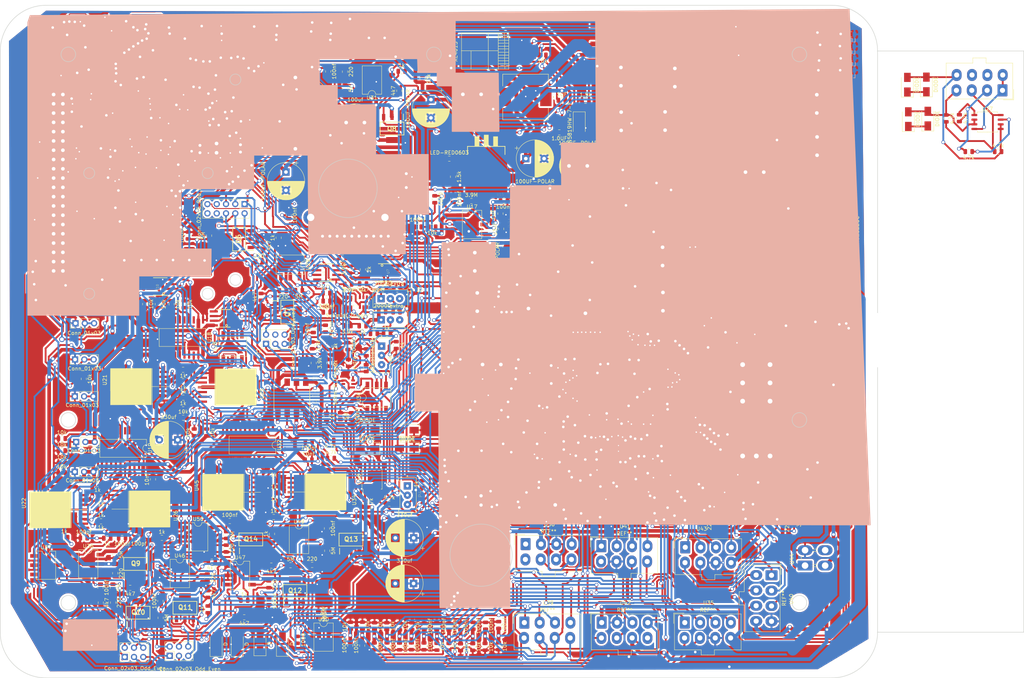
<source format=kicad_pcb>
(kicad_pcb (version 20171130) (host pcbnew "(5.1.6)-1")
  (layers (0 F.Cu signal) (31 B.Cu signal) (34 B.Paste user) (35 F.Paste user) (36 B.SilkS user) (37 F.SilkS user) (38 B.Mask user) (39 F.Mask user) (44 Edge.Cuts user))
  (net 0 "")
  (net 1 GND)
  (net 2 +12V)
  (net 3 +3V3)
  (net 4 Caliper_pwr)
  (net 5 "Net-(P2-Pad2)")
  (net 6 "Net-(P2-Pad1)")
  (net 7 Rev)
  (net 8 "Net-(Q3-Pad1)")
  (net 9 Micro)
  (net 10 Valve1)
  (net 11 Valve2)
  (net 12 Valve3)
  (net 13 Valve5)
  (net 14 Valve6)
  (net 15 on\off)
  (net 16 stop)
  (net 17 Throttle)
  (net 18 start)
  (net 19 Flow_Sig1)
  (net 20 Flow_Sig2)
  (net 21 "Net-(U1-Pad3)")
  (net 22 encoder1_out)
  (net 23 Encoder1_Signal)
  (net 24 Encoder2_Signal)
  (net 25 encoder2_out)
  (net 26 Actuator1_fwd)
  (net 27 Actuator1_rev)
  (net 28 Actuator2_fwd)
  (net 29 Actuator2_rev)
  (net 30 Winch_rev)
  (net 31 Winch_fwd)
  (net 32 DueMosi)
  (net 33 Duesck)
  (net 34 "Net-(JP7-Pad4)")
  (net 35 "Net-(JP7-Pad5)")
  (net 36 "Net-(JP7-Pad6)")
  (net 37 "Net-(JP7-Pad7)")
  (net 38 "Net-(JP7-Pad8)")
  (net 39 "Net-(JP7-Pad9)")
  (net 40 "Net-(P1-Pad1)")
  (net 41 "Net-(P3-Pad1)")
  (net 42 "Net-(C36-Pad2)")
  (net 43 VBG)
  (net 44 Master_Reset)
  (net 45 Sam98)
  (net 46 Sam96)
  (net 47 Sam100)
  (net 48 Sam71)
  (net 49 Sam40)
  (net 50 "Net-(D6-Pad2)")
  (net 51 "Net-(D7-Pad2)")
  (net 52 SamTx1)
  (net 53 SamRx1)
  (net 54 Throttle_Pot_Out)
  (net 55 Micro_Pin_level)
  (net 56 Throttle_Amp_Out)
  (net 57 "Net-(J10-Pad4)")
  (net 58 Rev_Pin_level)
  (net 59 Sam3x_Core_power)
  (net 60 Encoder1_Amp_Out)
  (net 61 Encoder2_Amp_Out)
  (net 62 Encoder3_Signal)
  (net 63 Encoder3_Amp_Out)
  (net 64 Encoder_out1)
  (net 65 Encoder3_out1)
  (net 66 Encoder2_out1)
  (net 67 "Net-(J11-Pad10)")
  (net 68 Winch_out2)
  (net 69 Actuator2_out1)
  (net 70 Winch_out1)
  (net 71 Actuator1_out2)
  (net 72 Actuator2_out2)
  (net 73 Actuator1_out1)
  (net 74 Valve1_opto)
  (net 75 Valve4_opto)
  (net 76 Valve2_opto)
  (net 77 Valve5_opto)
  (net 78 Valve3_opto)
  (net 79 Valve6_opto)
  (net 80 "Net-(P1-Pad2)")
  (net 81 "Net-(P3-Pad2)")
  (net 82 "Net-(P4-Pad1)")
  (net 83 "Net-(P4-Pad2)")
  (net 84 DueSCL)
  (net 85 DueSDA)
  (net 86 Hbridge2_control1)
  (net 87 Hbridge1_control1)
  (net 88 Hbridge2_control2)
  (net 89 Hbridge1_control2)
  (net 90 Erase_Toggle)
  (net 91 LidarSDA)
  (net 92 Hbridge3_control1)
  (net 93 LidarSCL)
  (net 94 Hbridge3_control2)
  (net 95 "Net-(R113-Pad2)")
  (net 96 "Net-(R119-Pad1)")
  (net 97 "Net-(R123-Pad2)")
  (net 98 Sam133)
  (net 99 Sam132)
  (net 100 Sam21)
  (net 101 "Net-(R140-Pad2)")
  (net 102 Sam102)
  (net 103 "Net-(R145-Pad2)")
  (net 104 Sam68)
  (net 105 "Net-(R146-Pad2)")
  (net 106 Sam8)
  (net 107 "Net-(U28-Pad3)")
  (net 108 Sam20)
  (net 109 encoder2_out1)
  (net 110 encoder3_out1)
  (net 111 Spare_Gpio1)
  (net 112 Spare_Gpio2)
  (net 113 Spare_Gpio3)
  (net 114 Spare_Gpio4)
  (net 115 Spare_Gpio5)
  (net 116 Spare_Gpio6)
  (net 117 Spare_Gpio7)
  (net 118 Spare_Gpio8)
  (net 119 encoder3_out)
  (net 120 Due_pin_5)
  (net 121 encoder_out1)
  (net 122 "Net-(U30-Pad3)")
  (net 123 "Net-(U36-Pad3)")
  (net 124 "Net-(U46-Pad3)")
  (net 125 +5V)
  (net 126 +24V)
  (net 127 "Net-(C38-Pad2)")
  (net 128 VDC)
  (net 129 "Net-(C44-Pad2)")
  (net 130 +BATT)
  (net 131 "Net-(D24-Pad3)")
  (net 132 VDD)
  (net 133 "Net-(J1-Pad2)")
  (net 134 SAM3X_BATT_OFF)
  (net 135 PI4_BATT_OFF)
  (net 136 SAM3X_BATT_ON)
  (net 137 PI4_BATT_ON)
  (net 138 SAM3X_BATT1_A2D)
  (net 139 SAM3X_MAIN_PWR_A2D)
  (net 140 STANDBY_BATT1_CHARGER_PWR)
  (net 141 "Net-(U50-Pad3)")
  (net 142 "Net-(D20-Pad4)")
  (net 143 "Net-(D21-Pad4)")
  (net 144 STANDBY_CHARGE_BATT1)
  (net 145 SAM3X_RESET)
  (net 146 PI4_RESET)
  (net 147 "Net-(D9-Pad2)")
  (net 148 encoder1_out1)
  (net 149 Valve4)
  (net 150 "Net-(D29-Pad2)")
  (net 151 "Net-(D30-Pad2)")
  (net 152 "Net-(C85-Pad1)")
  (net 153 "Net-(C88-Pad2)")
  (net 154 "Net-(C108-Pad2)")
  (net 155 "Net-(C109-Pad2)")
  (net 156 "Net-(C113-Pad2)")
  (net 157 "Net-(C114-Pad2)")
  (net 158 "Net-(C115-Pad2)")
  (net 159 "Net-(C21-Pad2)")
  (net 160 "Net-(C24-Pad2)")
  (net 161 "Net-(C37-Pad2)")
  (net 162 "Net-(C40-Pad1)")
  (net 163 "Net-(C41-Pad1)")
  (net 164 "Net-(C42-Pad1)")
  (net 165 "Net-(C43-Pad2)")
  (net 166 "Net-(C45-Pad2)")
  (net 167 "Net-(C52-Pad2)")
  (net 168 "Net-(C52-Pad1)")
  (net 169 "Net-(C63-Pad1)")
  (net 170 "Net-(C64-Pad1)")
  (net 171 "Net-(C69-Pad1)")
  (net 172 "Net-(C70-Pad1)")
  (net 173 "Net-(C71-Pad2)")
  (net 174 "Net-(C72-Pad2)")
  (net 175 "Net-(C73-Pad2)")
  (net 176 "Net-(C74-Pad2)")
  (net 177 "Net-(C75-Pad1)")
  (net 178 "Net-(C76-Pad1)")
  (net 179 "Net-(C91-Pad2)")
  (net 180 "Net-(C92-Pad2)")
  (net 181 "Net-(C94-Pad2)")
  (net 182 "Net-(C116-Pad2)")
  (net 183 "Net-(D1-Pad4)")
  (net 184 "Net-(D2-Pad4)")
  (net 185 "Net-(D3-Pad4)")
  (net 186 "Net-(D4-Pad4)")
  (net 187 "Net-(D5-Pad2)")
  (net 188 "Net-(D8-Pad2)")
  (net 189 "Net-(D10-Pad2)")
  (net 190 "Net-(D15-Pad1)")
  (net 191 "Net-(D16-Pad1)")
  (net 192 "Net-(D17-Pad1)")
  (net 193 "Net-(D18-Pad2)")
  (net 194 "Net-(D19-Pad4)")
  (net 195 "Net-(D22-Pad2)")
  (net 196 "Net-(D26-Pad3)")
  (net 197 "Net-(D27-Pad1)")
  (net 198 "Net-(D28-Pad1)")
  (net 199 "Net-(J4-Pad3)")
  (net 200 "Net-(J4-Pad15)")
  (net 201 "Net-(J4-Pad16)")
  (net 202 "Net-(J4-Pad5)")
  (net 203 "Net-(J4-Pad23)")
  (net 204 "Net-(J4-Pad24)")
  (net 205 "Net-(J4-Pad11)")
  (net 206 "Net-(J4-Pad12)")
  (net 207 "Net-(J4-Pad27)")
  (net 208 "Net-(J4-Pad28)")
  (net 209 "Net-(J4-Pad13)")
  (net 210 "Net-(J4-Pad19)")
  (net 211 "Net-(J4-Pad37)")
  (net 212 "Net-(J4-Pad38)")
  (net 213 "Net-(J4-Pad33)")
  (net 214 "Net-(J4-Pad35)")
  (net 215 "Net-(J4-Pad36)")
  (net 216 "Net-(J4-Pad18)")
  (net 217 "Net-(J4-Pad31)")
  (net 218 "Net-(J4-Pad32)")
  (net 219 "Net-(J4-Pad7)")
  (net 220 "Net-(J4-Pad29)")
  (net 221 "Net-(J4-Pad21)")
  (net 222 "Net-(J4-Pad22)")
  (net 223 "Net-(J4-Pad26)")
  (net 224 "Net-(J4-Pad40)")
  (net 225 "Net-(Q1-Pad1)")
  (net 226 "Net-(Q2-Pad1)")
  (net 227 "Net-(Q4-Pad1)")
  (net 228 "Net-(Q5-Pad1)")
  (net 229 "Net-(Q8-Pad1)")
  (net 230 "Net-(R19-Pad1)")
  (net 231 "Net-(R21-Pad1)")
  (net 232 "Net-(R23-Pad1)")
  (net 233 "Net-(R28-Pad2)")
  (net 234 "Net-(R29-Pad2)")
  (net 235 "Net-(R32-Pad2)")
  (net 236 "Net-(R35-Pad1)")
  (net 237 "Net-(R38-Pad1)")
  (net 238 "Net-(R39-Pad1)")
  (net 239 "Net-(R68-Pad2)")
  (net 240 "Net-(R71-Pad2)")
  (net 241 "Net-(R77-Pad1)")
  (net 242 "Net-(R78-Pad1)")
  (net 243 "Net-(R87-Pad1)")
  (net 244 "Net-(R88-Pad1)")
  (net 245 "Net-(R96-Pad2)")
  (net 246 "Net-(R96-Pad1)")
  (net 247 "Net-(R98-Pad1)")
  (net 248 "Net-(R98-Pad2)")
  (net 249 "Net-(R99-Pad1)")
  (net 250 "Net-(R99-Pad2)")
  (net 251 "Net-(R105-Pad2)")
  (net 252 "Net-(R107-Pad2)")
  (net 253 "Net-(R107-Pad1)")
  (net 254 "Net-(R109-Pad2)")
  (net 255 "Net-(R122-Pad2)")
  (net 256 "Net-(R127-Pad2)")
  (net 257 "Net-(R128-Pad2)")
  (net 258 "Net-(R132-Pad1)")
  (net 259 "Net-(R134-Pad2)")
  (net 260 "Net-(R135-Pad2)")
  (net 261 "Net-(R142-Pad2)")
  (net 262 "Net-(R151-Pad2)")
  (net 263 "Net-(R152-Pad2)")
  (net 264 "Net-(U1-Pad1)")
  (net 265 "Net-(U1-Pad4)")
  (net 266 "Net-(U13-Pad2)")
  (net 267 "Net-(U17-Pad3)")
  (net 268 "Net-(U18-Pad12)")
  (net 269 "Net-(U18-Pad3)")
  (net 270 "Net-(U18-Pad14)")
  (net 271 "Net-(U18-Pad5)")
  (net 272 "Net-(U18-Pad16)")
  (net 273 "Net-(U18-Pad7)")
  (net 274 "Net-(U18-Pad18)")
  (net 275 "Net-(U18-Pad9)")
  (net 276 "Net-(U19-Pad12)")
  (net 277 "Net-(U19-Pad3)")
  (net 278 "Net-(U19-Pad14)")
  (net 279 "Net-(U19-Pad5)")
  (net 280 "Net-(U19-Pad16)")
  (net 281 "Net-(U19-Pad7)")
  (net 282 "Net-(U19-Pad18)")
  (net 283 "Net-(U19-Pad9)")
  (net 284 "Net-(U20-Pad3)")
  (net 285 "Net-(U24-Pad1)")
  (net 286 "Net-(U24-Pad2)")
  (net 287 "Net-(U24-Pad5)")
  (net 288 "Net-(U24-Pad6)")
  (net 289 "Net-(U24-Pad9)")
  (net 290 "Net-(U24-Pad23)")
  (net 291 "Net-(U24-Pad24)")
  (net 292 "Net-(U24-Pad25)")
  (net 293 "Net-(U24-Pad27)")
  (net 294 "Net-(U24-Pad28)")
  (net 295 "Net-(U24-Pad29)")
  (net 296 "Net-(U24-Pad30)")
  (net 297 "Net-(U24-Pad31)")
  (net 298 "Net-(U24-Pad37)")
  (net 299 "Net-(U24-Pad38)")
  (net 300 "Net-(U24-Pad39)")
  (net 301 "Net-(U24-Pad42)")
  (net 302 "Net-(U24-Pad43)")
  (net 303 "Net-(U24-Pad46)")
  (net 304 "Net-(U24-Pad50)")
  (net 305 "Net-(U24-Pad63)")
  (net 306 "Net-(U24-Pad65)")
  (net 307 "Net-(U24-Pad66)")
  (net 308 "Net-(U24-Pad67)")
  (net 309 "Net-(U24-Pad69)")
  (net 310 "Net-(U24-Pad70)")
  (net 311 "Net-(U24-Pad71)")
  (net 312 "Net-(U24-Pad72)")
  (net 313 "Net-(U24-Pad75)")
  (net 314 "Net-(U24-Pad76)")
  (net 315 "Net-(U24-Pad77)")
  (net 316 "Net-(U24-Pad79)")
  (net 317 "Net-(U24-Pad81)")
  (net 318 "Net-(U24-Pad82)")
  (net 319 "Net-(U24-Pad84)")
  (net 320 "Net-(U24-Pad85)")
  (net 321 "Net-(U24-Pad88)")
  (net 322 "Net-(U24-Pad89)")
  (net 323 "Net-(U24-Pad90)")
  (net 324 "Net-(U24-Pad91)")
  (net 325 "Net-(U24-Pad101)")
  (net 326 "Net-(U24-Pad103)")
  (net 327 "Net-(U24-Pad107)")
  (net 328 "Net-(U24-Pad108)")
  (net 329 "Net-(U24-Pad111)")
  (net 330 "Net-(U24-Pad112)")
  (net 331 "Net-(U24-Pad114)")
  (net 332 "Net-(U24-Pad115)")
  (net 333 "Net-(U24-Pad117)")
  (net 334 "Net-(U24-Pad118)")
  (net 335 "Net-(U24-Pad129)")
  (net 336 "Net-(U24-Pad130)")
  (net 337 "Net-(U24-Pad131)")
  (net 338 "Net-(U24-Pad134)")
  (net 339 "Net-(U24-Pad135)")
  (net 340 "Net-(U24-Pad138)")
  (net 341 "Net-(U24-Pad141)")
  (net 342 "Net-(U24-Pad142)")
  (net 343 "Net-(U24-Pad143)")
  (net 344 "Net-(U29-Pad3)")
  (net 345 "Net-(U31-Pad3)")
  (net 346 "Net-(U32-Pad9)")
  (net 347 "Net-(U32-Pad18)")
  (net 348 "Net-(U32-Pad7)")
  (net 349 "Net-(U32-Pad16)")
  (net 350 "Net-(U32-Pad5)")
  (net 351 "Net-(U32-Pad14)")
  (net 352 "Net-(U32-Pad3)")
  (net 353 "Net-(U32-Pad12)")
  (net 354 "Net-(U37-Pad3)")
  (net 355 "Net-(U38-Pad5)")
  (net 356 "Net-(U38-Pad1)")
  (net 357 "Net-(U41-Pad5)")
  (net 358 "Net-(U42-Pad8)")
  (net 359 "Net-(U44-Pad4)")
  (net 360 "Net-(U47-Pad3)")
  (net 361 "Net-(U49-Pad3)")
  (net 362 "Net-(R94-Pad2)")
  (net 363 "Net-(C19-Pad1)")
  (net 364 "Net-(C20-Pad1)")
  (net 365 "Net-(C117-Pad2)")
  (net 366 "Net-(C121-Pad2)")
  (net 367 "Net-(D29-Pad1)")
  (net 368 "Net-(D30-Pad1)")
  (net 369 lidarSDA_out)
  (net 370 lidarSCL_out)
  (net 371 "Net-(D41-Pad2)")
  (net 372 "Net-(D42-Pad2)")
  (net 373 "Net-(D43-Pad2)")
  (net 374 A0)
  (net 375 A1)
  (net 376 A2)
  (net 377 A3)
  (net 378 A4)
  (net 379 A5)
  (net 380 +12C)
  (net 381 +5C)
  (net 382 GND1)
  (net 383 "Net-(D1-Pad6)")
  (net 384 "Net-(D1-Pad5)")
  (net 385 "Net-(D2-Pad5)")
  (net 386 "Net-(D2-Pad6)")
  (net 387 "Net-(D3-Pad6)")
  (net 388 "Net-(D3-Pad5)")
  (net 389 "Net-(D4-Pad5)")
  (net 390 "Net-(D4-Pad6)")
  (net 391 "Net-(R159-Pad1)")
  (net 392 "Net-(R160-Pad1)")
  (net 393 "Net-(R161-Pad1)")
  (net 394 "Net-(R162-Pad1)")
  (net 395 "Net-(R163-Pad1)")
  (net 396 "Net-(R164-Pad1)")
  (net 397 "Net-(R165-Pad1)")
  (net 398 "Net-(R166-Pad1)")
  (net 399 "Net-(R167-Pad1)")
  (net 400 "Net-(R168-Pad1)")
  (net 401 "Net-(R169-Pad1)")
  (net 402 "Net-(R170-Pad1)")
  (net 403 "Net-(D11-Pad1)")
  (net 404 DUESDA)
  (net 405 DUESCL)
  (net 406 "Net-(P1-Pad3)")
  (net 407 "Net-(P2-Pad3)")
  (net 408 "Net-(P3-Pad3)")
  (net 409 "Net-(P4-Pad3)")
  (net 410 "Net-(U23-Pad7)")
  (net 411 "Net-(U23-Pad6)")
  (net 412 5VA)
  (net 413 "Net-(Q13-Pad2)")
  (net 414 +5VA)
  (net 415 "Net-(R178-Pad1)")
  (net 416 "Net-(R179-Pad1)")
  (net 417 "Net-(R180-Pad1)")
  (net 418 "Net-(R181-Pad1)")
  (net 419 "Net-(BT1-Pad1)")
  (module LED_SMD:LED_RGB_5050-6 (layer B.Cu) (at 121.31548 43.66006 180)
    (fp_text reference D4 (at 0 3.5 180) (layer B.SilkS) (effects (justify mirror)))
    (fp_text value LED_5050)
    (pad 1 smd rect (at -2.4 1.7 90) (size 1.1 2) (layers B.Cu B.Paste B.Mask) (net 1 GND))
    (pad 2 smd rect (at -2.4 0 90) (size 1.1 2) (layers B.Cu B.Paste B.Mask) (net 1 GND))
    (pad 3 smd rect (at -2.4 -1.7 90) (size 1.1 2) (layers B.Cu B.Paste B.Mask) (net 1 GND))
    (pad 4 smd rect (at 2.4 -1.7 90) (size 1.1 2) (layers B.Cu B.Paste B.Mask) (net 186 "Net-(D4-Pad4)"))
    (pad 5 smd rect (at 2.4 0 90) (size 1.1 2) (layers B.Cu B.Paste B.Mask) (net 389 "Net-(D4-Pad5)"))
    (pad 6 smd rect (at 2.4 1.7 90) (size 1.1 2) (layers B.Cu B.Paste B.Mask) (net 390 "Net-(D4-Pad6)"))
  )
  (module SRP1265A-330M:IND_SRP1265A-330M (layer F.Cu) (at 214.29218 61.0108 180)
    (fp_text reference L1 (at -2.847785 -7.886315) (layer F.SilkS) (effects (font (size 0.94489 0.94489) (thickness 0.015))))
    (fp_text value SRP1265A-470M)
    (pad 1 smd rect (at -5.55 0 180) (size 3.1 5) (layers F.Cu F.Paste F.Mask) (net 194 "Net-(D19-Pad4)"))
    (pad 2 smd rect (at 5.55 0 180) (size 3.1 5) (layers F.Cu F.Paste F.Mask) (net 2 +12V))
  )
  (module kustom_crystals:cfs-206_crystal (layer F.Cu) (at 239.68416 155.35428)
    (fp_text reference Y1 (at 0 0.5) (layer F.SilkS))
    (fp_text value Crystal)
    (pad 1 thru_hole circle (at 0.0254 1) (size 0.5 0.5) (drill 0.3) (layers *.Cu *.Mask) (net 175 "Net-(C73-Pad2)"))
    (pad 2 thru_hole circle (at 0.0254 2.5654) (size 0.5 0.5) (drill 0.3) (layers *.Cu *.Mask) (net 176 "Net-(C74-Pad2)"))
  )
  (module kustom_footprints:2X2_molex (layer F.Cu) (at 290.75116 189.19728 90)
    (fp_text reference U44 (at 1.82626 -3.59664 90) (layer F.SilkS))
    (fp_text value Molex4.2mm-2x2)
    (pad 4 thru_hole oval (at 4.2 5.5 90) (size 2.7 4) (drill 1.8) (layers *.Cu *.Mask) (net 359 "Net-(U44-Pad4)"))
    (pad 3 thru_hole oval (at 0 5.5 90) (size 2.7 4) (drill 1.8) (layers *.Cu *.Mask) (net 140 STANDBY_BATT1_CHARGER_PWR))
    (pad 2 thru_hole oval (at 4.2 0 90) (size 2.7 4) (drill 1.8) (layers *.Cu *.Mask) (net 1 GND))
    (pad 1 thru_hole roundrect (at 0 0 90) (size 2.7 4) (drill 1.8) (layers *.Cu *.Mask) (roundrect_rratio 0.09300000000000001) (net 144 STANDBY_CHARGE_BATT1))
  )
  (module kustom_footprints:50k_trim (layer F.Cu) (at 181.97116 169.95128 270)
    (fp_text reference P4 (at -0.33782 -3.57124 90) (layer F.SilkS) (effects (font (size 1.00428 1.00428) (thickness 0.05))))
    (fp_text value 50k)
    (pad 3 thru_hole circle (at 2.54 0 270) (size 2 2) (drill 0.74) (layers *.Cu *.Mask) (net 409 "Net-(P4-Pad3)"))
    (pad 2 thru_hole circle (at 0 0 270) (size 2 2) (drill 0.74) (layers *.Cu *.Mask) (net 83 "Net-(P4-Pad2)"))
    (pad 1 thru_hole rect (at -2.54 0 270) (size 2 2) (drill 0.74) (layers *.Cu *.Mask) (net 82 "Net-(P4-Pad1)"))
  )
  (module kustom_footprints:5k_trim (layer F.Cu) (at 174.89916 131.69428 270)
    (fp_text reference P2 (at -0.33782 -3.57124 90) (layer F.SilkS) (effects (font (size 1.00428 1.00428) (thickness 0.05))))
    (fp_text value 5k)
    (pad 3 thru_hole circle (at 2.54 0 270) (size 2 2) (drill 0.74) (layers *.Cu *.Mask) (net 407 "Net-(P2-Pad3)"))
    (pad 2 thru_hole circle (at 0 0 270) (size 2 2) (drill 0.74) (layers *.Cu *.Mask) (net 5 "Net-(P2-Pad2)"))
    (pad 1 thru_hole rect (at -2.54 0 270) (size 2 2) (drill 0.74) (layers *.Cu *.Mask) (net 6 "Net-(P2-Pad1)"))
  )
  (module kustom_footprints:5k_trim (layer F.Cu) (at 177.30216 116.16428)
    (fp_text reference P1 (at -0.33782 -3.57124) (layer F.SilkS) (effects (font (size 1.00428 1.00428) (thickness 0.05))))
    (fp_text value 5k)
    (pad 3 thru_hole circle (at 2.54 0) (size 2 2) (drill 0.74) (layers *.Cu *.Mask) (net 406 "Net-(P1-Pad3)"))
    (pad 2 thru_hole circle (at 0 0) (size 2 2) (drill 0.74) (layers *.Cu *.Mask) (net 80 "Net-(P1-Pad2)"))
    (pad 1 thru_hole rect (at -2.54 0) (size 2 2) (drill 0.74) (layers *.Cu *.Mask) (net 40 "Net-(P1-Pad1)"))
  )
  (module kustom_footprints:5k_trim (layer F.Cu) (at 177.32716 121.98128)
    (fp_text reference P3 (at -0.33782 -3.57124) (layer F.SilkS) (effects (font (size 1.00428 1.00428) (thickness 0.05))))
    (fp_text value 5k)
    (pad 3 thru_hole circle (at 2.54 0) (size 2 2) (drill 0.74) (layers *.Cu *.Mask) (net 408 "Net-(P3-Pad3)"))
    (pad 2 thru_hole circle (at 0 0) (size 2 2) (drill 0.74) (layers *.Cu *.Mask) (net 81 "Net-(P3-Pad2)"))
    (pad 1 thru_hole rect (at -2.54 0) (size 2 2) (drill 0.74) (layers *.Cu *.Mask) (net 41 "Net-(P3-Pad1)"))
  )
  (module kustom_footprints:100nf_0805 (layer F.Cu) (at 101.27448 89.2425 180)
    (fp_text reference C2)
    (fp_text value 100nf (at 0 1.65) (layer F.SilkS))
    (pad 1 smd roundrect (at -0.9375 0 180) (size 0.975 1.4) (layers F.Cu F.Paste F.Mask) (net 414 +5VA))
    (pad 2 smd roundrect (at 0.9375 0 180) (size 0.975 1.4) (layers F.Cu F.Paste F.Mask) (net 1 GND))
  )
  (module kustom_footprints:100nf_0805 (layer F.Cu) (at 101.14748 93.3835 180)
    (fp_text reference C5)
    (fp_text value 100nf (at 0 1.65) (layer F.SilkS))
    (pad 1 smd roundrect (at -0.9375 0 180) (size 0.975 1.4) (layers F.Cu F.Paste F.Mask) (net 414 +5VA))
    (pad 2 smd roundrect (at 0.9375 0 180) (size 0.975 1.4) (layers F.Cu F.Paste F.Mask) (net 1 GND))
  )
  (module kustom_footprints:fan_header_2.54header (layer F.Cu) (at 129.7559 73.73112)
    (fp_text reference J3)
    (fp_text value Conn_01x02 (at 0 4.87) (layer F.SilkS))
    (pad 1 thru_hole rect (at 0 0) (size 1.7 1.7) (drill 1) (layers *.Cu *.Mask) (net 414 +5VA))
    (pad 2 thru_hole oval (at 0 2.54) (size 1.7 1.7) (drill 1) (layers *.Cu *.Mask) (net 1 GND))
  )
  (module kustom_footprints:BTS7960 (layer F.Cu) (at 76.56068 172.12056 90)
    (fp_text reference U22 (at 0 0.5 90) (layer F.SilkS))
    (fp_text value BTS7960)
    (pad 8 smd rect (at -1.91 5.75 90) (size 9.8 7.5) (layers F.Cu F.Paste F.Mask) (net 73 Actuator1_out1))
    (pad 4 smd rect (at -1.76 16.79 90) (size 0.6 2.5) (layers F.Cu F.Paste F.Mask) (net 73 Actuator1_out1))
    (pad 5 smd rect (at -0.44 16.79 90) (size 0.6 2.5) (layers F.Cu F.Paste F.Mask) (net 242 "Net-(R78-Pad1)"))
    (pad 6 smd rect (at 0.86 16.78 90) (size 0.6 2.5) (layers F.Cu F.Paste F.Mask) (net 125 +5V))
    (pad 7 smd rect (at 2.19 16.78 90) (size 0.6 2.5) (layers F.Cu F.Paste F.Mask) (net 128 VDC))
    (pad 3 smd rect (at -3.06 16.79 90) (size 0.6 2.5) (layers F.Cu F.Paste F.Mask) (net 280 "Net-(U19-Pad16)"))
    (pad 2 smd rect (at -4.34 16.79 90) (size 0.6 2.5) (layers F.Cu F.Paste F.Mask) (net 282 "Net-(U19-Pad18)"))
    (pad 1 smd rect (at -5.62 16.79 90) (size 0.6 2.5) (layers F.Cu F.Paste F.Mask) (net 1 GND))
  )
  (module kustom_footprints:Voltage_5v_header (layer F.Cu) (at 91.3384 155.38196 90)
    (fp_text reference J6)
    (fp_text value Conn_01x03 (at -2.37236 2.11836 180) (layer F.SilkS))
    (pad 3 thru_hole oval (at 0 5.08 90) (size 1.7 1.7) (drill 1) (layers *.Cu *.Mask) (net 414 +5VA))
    (pad 2 thru_hole oval (at 0 2.54 90) (size 1.7 1.7) (drill 1) (layers *.Cu *.Mask) (net 414 +5VA))
    (pad 1 thru_hole rect (at 0 0 90) (size 1.7 1.7) (drill 1) (layers *.Cu *.Mask) (net 1 GND))
  )
  (module kustom_footprints:N1Nf10_SOT23 (layer F.Cu) (at 135.92516 99.87828 180)
    (fp_text reference Q6 (at 0.11938 0.04826 90) (layer F.SilkS) (effects (font (size 1.27 1.27) (thickness 0.254))))
    (fp_text value N1Nf10 hide)
    (pad 2 smd rect (at 3.15 0 180) (size 1.65 3.2) (layers F.Cu F.Paste F.Mask) (net 7 Rev))
    (pad 3 smd rect (at -3.15 2.3 270) (size 0.9 1.65) (layers F.Cu F.Paste F.Mask) (net 1 GND))
    (pad 4 smd rect (at -3.15 0 270) (size 0.9 1.65) (layers F.Cu F.Paste F.Mask) (net 7 Rev))
    (pad 1 smd rect (at -3.15 -2.3 270) (size 0.9 1.65) (layers F.Cu F.Paste F.Mask) (net 58 Rev_Pin_level))
  )
  (module kustom_footprints:N1Nf10_SOT23 (layer F.Cu) (at 149.09516 119.84228)
    (fp_text reference Q7 (at 0.11938 0.04826 90) (layer F.SilkS) (effects (font (size 1.27 1.27) (thickness 0.254))))
    (fp_text value N1Nf10 hide)
    (pad 2 smd rect (at 3.15 0) (size 1.65 3.2) (layers F.Cu F.Paste F.Mask) (net 9 Micro))
    (pad 3 smd rect (at -3.15 2.3 90) (size 0.9 1.65) (layers F.Cu F.Paste F.Mask) (net 1 GND))
    (pad 4 smd rect (at -3.15 0 90) (size 0.9 1.65) (layers F.Cu F.Paste F.Mask) (net 9 Micro))
    (pad 1 smd rect (at -3.15 -2.3 90) (size 0.9 1.65) (layers F.Cu F.Paste F.Mask) (net 55 Micro_Pin_level))
  )
  (module kustom_footprints:N1Nf10_SOT23 (layer F.Cu) (at 177.75916 69.62648 270)
    (fp_text reference Q8 (at 0.11938 0.04826) (layer F.SilkS) (effects (font (size 1.27 1.27) (thickness 0.254))))
    (fp_text value N1Nf10 hide)
    (pad 2 smd rect (at 3.15 0 270) (size 1.65 3.2) (layers F.Cu F.Paste F.Mask) (net 2 +12V))
    (pad 3 smd rect (at -3.15 2.3) (size 0.9 1.65) (layers F.Cu F.Paste F.Mask) (net 4 Caliper_pwr))
    (pad 4 smd rect (at -3.15 0) (size 0.9 1.65) (layers F.Cu F.Paste F.Mask) (net 2 +12V))
    (pad 1 smd rect (at -3.15 -2.3) (size 0.9 1.65) (layers F.Cu F.Paste F.Mask) (net 229 "Net-(Q8-Pad1)"))
  )
  (module kustom_footprints:N1Nf10_SOT23 (layer F.Cu) (at 108.29016 202.08728 90)
    (fp_text reference Q10 (at 0.11938 0.04826) (layer F.SilkS) (effects (font (size 1.27 1.27) (thickness 0.254))))
    (fp_text value N1Nf10 hide)
    (pad 2 smd rect (at 3.15 0 90) (size 1.65 3.2) (layers F.Cu F.Paste F.Mask) (net 149 Valve4))
    (pad 3 smd rect (at -3.15 2.3 180) (size 0.9 1.65) (layers F.Cu F.Paste F.Mask) (net 1 GND))
    (pad 4 smd rect (at -3.15 0 180) (size 0.9 1.65) (layers F.Cu F.Paste F.Mask) (net 149 Valve4))
    (pad 1 smd rect (at -3.15 -2.3 180) (size 0.9 1.65) (layers F.Cu F.Paste F.Mask) (net 75 Valve4_opto))
  )
  (module kustom_footprints:N1Nf10_SOT23 (layer F.Cu) (at 107.60416 188.75228 90)
    (fp_text reference Q9 (at 0.11938 0.04826) (layer F.SilkS) (effects (font (size 1.27 1.27) (thickness 0.254))))
    (fp_text value N1Nf10 hide)
    (pad 2 smd rect (at 3.15 0 90) (size 1.65 3.2) (layers F.Cu F.Paste F.Mask) (net 10 Valve1))
    (pad 3 smd rect (at -3.15 2.3 180) (size 0.9 1.65) (layers F.Cu F.Paste F.Mask) (net 1 GND))
    (pad 4 smd rect (at -3.15 0 180) (size 0.9 1.65) (layers F.Cu F.Paste F.Mask) (net 10 Valve1))
    (pad 1 smd rect (at -3.15 -2.3 180) (size 0.9 1.65) (layers F.Cu F.Paste F.Mask) (net 74 Valve1_opto))
  )
  (module kustom_footprints:N1Nf10_SOT23 (layer F.Cu) (at 121.10416 200.74128 90)
    (fp_text reference Q11 (at 0.11938 0.04826) (layer F.SilkS) (effects (font (size 1.27 1.27) (thickness 0.254))))
    (fp_text value N1Nf10 hide)
    (pad 2 smd rect (at 3.15 0 90) (size 1.65 3.2) (layers F.Cu F.Paste F.Mask) (net 11 Valve2))
    (pad 3 smd rect (at -3.15 2.3 180) (size 0.9 1.65) (layers F.Cu F.Paste F.Mask) (net 1 GND))
    (pad 4 smd rect (at -3.15 0 180) (size 0.9 1.65) (layers F.Cu F.Paste F.Mask) (net 11 Valve2))
    (pad 1 smd rect (at -3.15 -2.3 180) (size 0.9 1.65) (layers F.Cu F.Paste F.Mask) (net 76 Valve2_opto))
  )
  (module kustom_footprints:N1Nf10_SOT23 (layer F.Cu) (at 151.19616 196.15928 90)
    (fp_text reference Q12 (at 0.11938 0.04826) (layer F.SilkS) (effects (font (size 1.27 1.27) (thickness 0.254))))
    (fp_text value N1Nf10 hide)
    (pad 2 smd rect (at 3.15 0 90) (size 1.65 3.2) (layers F.Cu F.Paste F.Mask) (net 13 Valve5))
    (pad 3 smd rect (at -3.15 2.3 180) (size 0.9 1.65) (layers F.Cu F.Paste F.Mask) (net 1 GND))
    (pad 4 smd rect (at -3.15 0 180) (size 0.9 1.65) (layers F.Cu F.Paste F.Mask) (net 13 Valve5))
    (pad 1 smd rect (at -3.15 -2.3 180) (size 0.9 1.65) (layers F.Cu F.Paste F.Mask) (net 77 Valve5_opto))
  )
  (module kustom_footprints:N1Nf10_SOT23 (layer F.Cu) (at 166.52016 182.09728 90)
    (fp_text reference Q13 (at 0.11938 0.04826) (layer F.SilkS) (effects (font (size 1.27 1.27) (thickness 0.254))))
    (fp_text value N1Nf10 hide)
    (pad 2 smd rect (at 3.15 0 90) (size 1.65 3.2) (layers F.Cu F.Paste F.Mask) (net 413 "Net-(Q13-Pad2)"))
    (pad 3 smd rect (at -3.15 2.3 180) (size 0.9 1.65) (layers F.Cu F.Paste F.Mask) (net 1 GND))
    (pad 4 smd rect (at -3.15 0 180) (size 0.9 1.65) (layers F.Cu F.Paste F.Mask) (net 12 Valve3))
    (pad 1 smd rect (at -3.15 -2.3 180) (size 0.9 1.65) (layers F.Cu F.Paste F.Mask) (net 78 Valve3_opto))
  )
  (module kustom_footprints:N1Nf10_SOT23 (layer F.Cu) (at 139.12616 182.04728 90)
    (fp_text reference Q14 (at 0.11938 0.04826) (layer F.SilkS) (effects (font (size 1.27 1.27) (thickness 0.254))))
    (fp_text value N1Nf10 hide)
    (pad 2 smd rect (at 3.15 0 90) (size 1.65 3.2) (layers F.Cu F.Paste F.Mask) (net 14 Valve6))
    (pad 3 smd rect (at -3.15 2.3 180) (size 0.9 1.65) (layers F.Cu F.Paste F.Mask) (net 1 GND))
    (pad 4 smd rect (at -3.15 0 180) (size 0.9 1.65) (layers F.Cu F.Paste F.Mask) (net 14 Valve6))
    (pad 1 smd rect (at -3.15 -2.3 180) (size 0.9 1.65) (layers F.Cu F.Paste F.Mask) (net 79 Valve6_opto))
  )
  (module kustom_footprints:pi_connector (layer F.Cu) (at 87.71636 60.33008)
    (fp_text reference J4 (at -6.27 24.13 90) (layer F.SilkS))
    (fp_text value Raspberry_Pi_2_3)
    (pad 6 thru_hole oval (at -2.54 5.08) (size 1.7 1.7) (drill 1) (layers *.Cu *.Mask) (net 1 GND))
    (pad 3 thru_hole oval (at 0 2.54) (size 1.7 1.7) (drill 1) (layers *.Cu *.Mask) (net 199 "Net-(J4-Pad3)"))
    (pad 15 thru_hole oval (at 0 17.78) (size 1.7 1.7) (drill 1) (layers *.Cu *.Mask) (net 200 "Net-(J4-Pad15)"))
    (pad 16 thru_hole oval (at -2.54 17.78) (size 1.7 1.7) (drill 1) (layers *.Cu *.Mask) (net 201 "Net-(J4-Pad16)"))
    (pad 4 thru_hole oval (at -2.54 2.54) (size 1.7 1.7) (drill 1) (layers *.Cu *.Mask) (net 414 +5VA))
    (pad 5 thru_hole oval (at 0 5.08) (size 1.7 1.7) (drill 1) (layers *.Cu *.Mask) (net 202 "Net-(J4-Pad5)"))
    (pad 2 thru_hole oval (at -2.54 0) (size 1.7 1.7) (drill 1) (layers *.Cu *.Mask) (net 414 +5VA))
    (pad 1 thru_hole rect (at 0 0) (size 1.7 1.7) (drill 1) (layers *.Cu *.Mask) (net 3 +3V3))
    (pad 23 thru_hole oval (at 0 27.94) (size 1.7 1.7) (drill 1) (layers *.Cu *.Mask) (net 203 "Net-(J4-Pad23)"))
    (pad 24 thru_hole oval (at -2.54 27.94) (size 1.7 1.7) (drill 1) (layers *.Cu *.Mask) (net 204 "Net-(J4-Pad24)"))
    (pad 11 thru_hole oval (at 0 12.7) (size 1.7 1.7) (drill 1) (layers *.Cu *.Mask) (net 205 "Net-(J4-Pad11)"))
    (pad 12 thru_hole oval (at -2.54 12.7) (size 1.7 1.7) (drill 1) (layers *.Cu *.Mask) (net 206 "Net-(J4-Pad12)"))
    (pad 27 thru_hole oval (at 0 33.02) (size 1.7 1.7) (drill 1) (layers *.Cu *.Mask) (net 207 "Net-(J4-Pad27)"))
    (pad 28 thru_hole oval (at -2.54 33.02) (size 1.7 1.7) (drill 1) (layers *.Cu *.Mask) (net 208 "Net-(J4-Pad28)"))
    (pad 13 thru_hole oval (at 0 15.24) (size 1.7 1.7) (drill 1) (layers *.Cu *.Mask) (net 209 "Net-(J4-Pad13)"))
    (pad 14 thru_hole oval (at -2.54 15.24) (size 1.7 1.7) (drill 1) (layers *.Cu *.Mask) (net 1 GND))
    (pad 9 thru_hole oval (at 0 10.16) (size 1.7 1.7) (drill 1) (layers *.Cu *.Mask) (net 1 GND))
    (pad 10 thru_hole oval (at -2.54 10.16) (size 1.7 1.7) (drill 1) (layers *.Cu *.Mask) (net 52 SamTx1))
    (pad 19 thru_hole oval (at 0 22.86) (size 1.7 1.7) (drill 1) (layers *.Cu *.Mask) (net 210 "Net-(J4-Pad19)"))
    (pad 20 thru_hole oval (at -2.54 22.86) (size 1.7 1.7) (drill 1) (layers *.Cu *.Mask) (net 1 GND))
    (pad 37 thru_hole oval (at 0 45.72) (size 1.7 1.7) (drill 1) (layers *.Cu *.Mask) (net 211 "Net-(J4-Pad37)"))
    (pad 38 thru_hole oval (at -2.54 45.72) (size 1.7 1.7) (drill 1) (layers *.Cu *.Mask) (net 212 "Net-(J4-Pad38)"))
    (pad 33 thru_hole oval (at 0 40.64) (size 1.7 1.7) (drill 1) (layers *.Cu *.Mask) (net 213 "Net-(J4-Pad33)"))
    (pad 34 thru_hole oval (at -2.54 40.64) (size 1.7 1.7) (drill 1) (layers *.Cu *.Mask) (net 1 GND))
    (pad 35 thru_hole oval (at 0 43.18) (size 1.7 1.7) (drill 1) (layers *.Cu *.Mask) (net 214 "Net-(J4-Pad35)"))
    (pad 36 thru_hole oval (at -2.54 43.18) (size 1.7 1.7) (drill 1) (layers *.Cu *.Mask) (net 215 "Net-(J4-Pad36)"))
    (pad 17 thru_hole oval (at 0 20.32) (size 1.7 1.7) (drill 1) (layers *.Cu *.Mask) (net 3 +3V3))
    (pad 18 thru_hole oval (at -2.54 20.32) (size 1.7 1.7) (drill 1) (layers *.Cu *.Mask) (net 216 "Net-(J4-Pad18)"))
    (pad 31 thru_hole oval (at 0 38.1) (size 1.7 1.7) (drill 1) (layers *.Cu *.Mask) (net 217 "Net-(J4-Pad31)"))
    (pad 32 thru_hole oval (at -2.54 38.1) (size 1.7 1.7) (drill 1) (layers *.Cu *.Mask) (net 218 "Net-(J4-Pad32)"))
    (pad 7 thru_hole oval (at 0 7.62) (size 1.7 1.7) (drill 1) (layers *.Cu *.Mask) (net 219 "Net-(J4-Pad7)"))
    (pad 8 thru_hole oval (at -2.54 7.62) (size 1.7 1.7) (drill 1) (layers *.Cu *.Mask) (net 53 SamRx1))
    (pad 29 thru_hole oval (at 0 35.56) (size 1.7 1.7) (drill 1) (layers *.Cu *.Mask) (net 220 "Net-(J4-Pad29)"))
    (pad 30 thru_hole oval (at -2.54 35.56) (size 1.7 1.7) (drill 1) (layers *.Cu *.Mask) (net 1 GND))
    (pad 21 thru_hole oval (at 0 25.4) (size 1.7 1.7) (drill 1) (layers *.Cu *.Mask) (net 221 "Net-(J4-Pad21)"))
    (pad 22 thru_hole oval (at -2.54 25.4) (size 1.7 1.7) (drill 1) (layers *.Cu *.Mask) (net 222 "Net-(J4-Pad22)"))
    (pad 25 thru_hole oval (at 0 30.48) (size 1.7 1.7) (drill 1) (layers *.Cu *.Mask) (net 1 GND))
    (pad 26 thru_hole oval (at -2.54 30.48) (size 1.7 1.7) (drill 1) (layers *.Cu *.Mask) (net 223 "Net-(J4-Pad26)"))
    (pad 39 thru_hole oval (at 0 48.26) (size 1.7 1.7) (drill 1) (layers *.Cu *.Mask) (net 1 GND))
    (pad 40 thru_hole oval (at -2.54 48.26) (size 1.7 1.7) (drill 1) (layers *.Cu *.Mask) (net 224 "Net-(J4-Pad40)"))
  )
  (module digikey-footprints:TSSOP-28_W4.40mm (layer F.Cu) (at 100.04816 44.02328 270)
    (fp_text reference U3 (at 0.2 -5.37 90) (layer F.SilkS))
    (fp_text value PCA9685PW_112)
    (pad 1 smd rect (at -4.225 2.8 270) (size 0.3 1.6) (layers F.Cu F.Paste F.Mask) (net 374 A0))
    (pad 2 smd rect (at -3.575 2.8 270) (size 0.3 1.6) (layers F.Cu F.Paste F.Mask) (net 375 A1))
    (pad 3 smd rect (at -2.925 2.8 270) (size 0.3 1.6) (layers F.Cu F.Paste F.Mask) (net 376 A2))
    (pad 4 smd rect (at -2.275 2.8 270) (size 0.3 1.6) (layers F.Cu F.Paste F.Mask) (net 377 A3))
    (pad 5 smd rect (at -1.625 2.8 270) (size 0.3 1.6) (layers F.Cu F.Paste F.Mask) (net 378 A4))
    (pad 6 smd rect (at -0.975 2.8 270) (size 0.3 1.6) (layers F.Cu F.Paste F.Mask) (net 391 "Net-(R159-Pad1)"))
    (pad 7 smd rect (at -0.325 2.8 270) (size 0.3 1.6) (layers F.Cu F.Paste F.Mask) (net 392 "Net-(R160-Pad1)"))
    (pad 8 smd rect (at 0.325 2.8 270) (size 0.3 1.6) (layers F.Cu F.Paste F.Mask) (net 393 "Net-(R161-Pad1)"))
    (pad 9 smd rect (at 0.975 2.8 270) (size 0.3 1.6) (layers F.Cu F.Paste F.Mask) (net 394 "Net-(R162-Pad1)"))
    (pad 10 smd rect (at 1.625 2.8 270) (size 0.3 1.6) (layers F.Cu F.Paste F.Mask) (net 395 "Net-(R163-Pad1)"))
    (pad 11 smd rect (at 2.275 2.8 270) (size 0.3 1.6) (layers F.Cu F.Paste F.Mask) (net 396 "Net-(R164-Pad1)"))
    (pad 12 smd rect (at 2.925 2.8 270) (size 0.3 1.6) (layers F.Cu F.Paste F.Mask) (net 397 "Net-(R165-Pad1)"))
    (pad 13 smd rect (at 3.575 2.8 270) (size 0.3 1.6) (layers F.Cu F.Paste F.Mask) (net 398 "Net-(R166-Pad1)"))
    (pad 14 smd rect (at 4.225 2.8 270) (size 0.3 1.6) (layers F.Cu F.Paste F.Mask) (net 1 GND))
    (pad 15 smd rect (at 4.225 -2.8 270) (size 0.3 1.6) (layers F.Cu F.Paste F.Mask) (net 399 "Net-(R167-Pad1)"))
    (pad 16 smd rect (at 3.575 -2.8 270) (size 0.3 1.6) (layers F.Cu F.Paste F.Mask) (net 400 "Net-(R168-Pad1)"))
    (pad 17 smd rect (at 2.925 -2.8 270) (size 0.3 1.6) (layers F.Cu F.Paste F.Mask) (net 401 "Net-(R169-Pad1)"))
    (pad 18 smd rect (at 2.275 -2.8 270) (size 0.3 1.6) (layers F.Cu F.Paste F.Mask) (net 402 "Net-(R170-Pad1)"))
    (pad 19 smd rect (at 1.625 -2.8 270) (size 0.3 1.6) (layers F.Cu F.Paste F.Mask) (net 415 "Net-(R178-Pad1)"))
    (pad 20 smd rect (at 0.975 -2.8 270) (size 0.3 1.6) (layers F.Cu F.Paste F.Mask) (net 416 "Net-(R179-Pad1)"))
    (pad 21 smd rect (at 0.325 -2.8 270) (size 0.3 1.6) (layers F.Cu F.Paste F.Mask) (net 417 "Net-(R180-Pad1)"))
    (pad 22 smd rect (at -0.325 -2.8 270) (size 0.3 1.6) (layers F.Cu F.Paste F.Mask) (net 418 "Net-(R181-Pad1)"))
    (pad 23 smd rect (at -0.975 -2.8 270) (size 0.3 1.6) (layers F.Cu F.Paste F.Mask) (net 366 "Net-(C121-Pad2)"))
    (pad 24 smd rect (at -1.625 -2.8 270) (size 0.3 1.6) (layers F.Cu F.Paste F.Mask) (net 379 A5))
    (pad 25 smd rect (at -2.275 -2.8 270) (size 0.3 1.6) (layers F.Cu F.Paste F.Mask) (net 1 GND))
    (pad 26 smd rect (at -2.925 -2.8 270) (size 0.3 1.6) (layers F.Cu F.Paste F.Mask) (net 159 "Net-(C21-Pad2)"))
    (pad 27 smd rect (at -3.575 -2.8 270) (size 0.3 1.6) (layers F.Cu F.Paste F.Mask) (net 160 "Net-(C24-Pad2)"))
    (pad 28 smd rect (at -4.225 -2.8 270) (size 0.3 1.6) (layers F.Cu F.Paste F.Mask) (net 414 +5VA))
  )
  (module kustom_footprints:10k_0805 (layer F.Cu) (at 87.38616 163.78428 180)
    (fp_text reference R61)
    (fp_text value 10k (at 0 1.65) (layer F.SilkS))
    (pad 2 smd roundrect (at 0.9375 0 180) (size 0.975 1.4) (layers F.Cu F.Paste F.Mask) (net 1 GND))
    (pad 1 smd roundrect (at -0.9375 0 180) (size 0.975 1.4) (layers F.Cu F.Paste F.Mask) (net 125 +5V))
  )
  (module kustom_footprints:on_button (layer F.Cu) (at 155.55216 88.83648)
    (fp_text reference S1 (at 1.62052 -2.96672) (layer F.SilkS))
    (fp_text value GPTS203211B (at 9.88314 7.04596) (layer F.SilkS))
    (pad 1 thru_hole circle (at 20.27174 5.11048) (size 4 4) (drill 2) (layers *.Cu *.Mask) (net 167 "Net-(C52-Pad2)"))
    (pad 2 thru_hole circle (at -0.04572 5.11048) (size 4 4) (drill 2) (layers *.Cu *.Mask) (net 168 "Net-(C52-Pad1)"))
  )
  (module kustom_footprints:220_0805 (layer F.Cu) (at 101.44516 199.31928 90)
    (fp_text reference R128)
    (fp_text value 220 (at 0 1.65 90) (layer F.SilkS))
    (pad 2 smd roundrect (at 0.9375 0 90) (size 0.975 1.4) (layers F.Cu F.Paste F.Mask) (net 257 "Net-(R128-Pad2)"))
    (pad 1 smd roundrect (at -0.9375 0 90) (size 0.975 1.4) (layers F.Cu F.Paste F.Mask) (net 75 Valve4_opto))
  )
  (module kustom_footprints:5M_0805 (layer F.Cu) (at 101.40716 195.21628 90)
    (fp_text reference R126)
    (fp_text value 5M (at 0 1.65 90) (layer F.SilkS))
    (pad 1 smd roundrect (at -0.9375 0 90) (size 0.975 1.4) (layers F.Cu F.Paste F.Mask) (net 1 GND))
    (pad 2 smd roundrect (at 0.9375 0 90) (size 0.975 1.4) (layers F.Cu F.Paste F.Mask) (net 155 "Net-(C109-Pad2)"))
  )
  (module kustom_footprints:D_SMA_SS510 (layer F.Cu) (at 323.94652 57.57672 90)
    (fp_text reference D29)
    (fp_text value DIODE (at 0 2.6 90) (layer F.SilkS))
    (pad 2 smd rect (at 2 0 90) (size 2.5 1.8) (layers F.Cu F.Paste F.Mask) (net 150 "Net-(D29-Pad2)"))
    (pad 1 smd rect (at -2 0 90) (size 2.5 1.8) (layers F.Cu F.Paste F.Mask) (net 367 "Net-(D29-Pad1)"))
  )
  (module kustom_footprints:D_SMA_SS510 (layer F.Cu) (at 324.33768 66.92392 90)
    (fp_text reference D30)
    (fp_text value DIODE (at 0 2.6 90) (layer F.SilkS))
    (pad 2 smd rect (at 2 0 90) (size 2.5 1.8) (layers F.Cu F.Paste F.Mask) (net 151 "Net-(D30-Pad2)"))
    (pad 1 smd rect (at -2 0 90) (size 2.5 1.8) (layers F.Cu F.Paste F.Mask) (net 368 "Net-(D30-Pad1)"))
  )
  (module kustom_footprints:D_SMA_SS510 (layer F.Cu) (at 318.7446 57.64276 90)
    (fp_text reference D31)
    (fp_text value DIODE (at 0 2.6 90) (layer F.SilkS))
    (pad 1 smd rect (at -2 0 90) (size 2.5 1.8) (layers F.Cu F.Paste F.Mask) (net 367 "Net-(D29-Pad1)"))
    (pad 2 smd rect (at 2 0 90) (size 2.5 1.8) (layers F.Cu F.Paste F.Mask) (net 150 "Net-(D29-Pad2)"))
  )
  (module kustom_footprints:P82B96 (layer F.Cu) (at 340.66988 67.84848)
    (fp_text reference U27 (at 0 -3.59) (layer F.SilkS))
    (fp_text value P82B96)
    (pad 8 smd roundrect (at 3.6 -1.905) (size 1.6 0.6) (layers F.Cu F.Paste F.Mask) (net 380 +12C))
    (pad 7 smd roundrect (at 3.6 -0.635) (size 1.6 0.6) (layers F.Cu F.Paste F.Mask) (net 93 LidarSCL))
    (pad 6 smd roundrect (at 3.6 0.635) (size 1.6 0.6) (layers F.Cu F.Paste F.Mask) (net 150 "Net-(D29-Pad2)"))
    (pad 5 smd roundrect (at 3.6 1.905) (size 1.6 0.6) (layers F.Cu F.Paste F.Mask) (net 150 "Net-(D29-Pad2)"))
    (pad 4 smd roundrect (at -3.6 1.905) (size 1.6 0.6) (layers F.Cu F.Paste F.Mask) (net 382 GND1))
    (pad 3 smd roundrect (at -3.6 0.635) (size 1.6 0.6) (layers F.Cu F.Paste F.Mask) (net 151 "Net-(D30-Pad2)"))
    (pad 2 smd roundrect (at -3.6 -0.635) (size 1.6 0.6) (layers F.Cu F.Paste F.Mask) (net 151 "Net-(D30-Pad2)"))
    (pad 1 smd roundrect (at -3.6 -1.905) (size 1.6 0.6) (layers F.Cu F.Paste F.Mask) (net 91 LidarSDA))
  )
  (module kustom_footprints:4.7k_0805 (layer F.Cu) (at 343.57056 75.946 180)
    (fp_text reference R83)
    (fp_text value 4.7k (at 0 1.65) (layer F.SilkS))
    (pad 2 smd roundrect (at 0.9375 0 180) (size 0.975 1.4) (layers F.Cu F.Paste F.Mask) (net 380 +12C))
    (pad 1 smd roundrect (at -0.9375 0 180) (size 0.975 1.4) (layers F.Cu F.Paste F.Mask) (net 150 "Net-(D29-Pad2)"))
  )
  (module kustom_footprints:4.7k_0805 (layer F.Cu) (at 329.34402 66.86296 90)
    (fp_text reference R82)
    (fp_text value 4.7k (at 0 1.65 90) (layer F.SilkS))
    (pad 2 smd roundrect (at 0.9375 0 90) (size 0.975 1.4) (layers F.Cu F.Paste F.Mask) (net 151 "Net-(D30-Pad2)"))
    (pad 1 smd roundrect (at -0.9375 0 90) (size 0.975 1.4) (layers F.Cu F.Paste F.Mask) (net 380 +12C))
  )
  (module kustom_footprints:4.7k_0805 (layer F.Cu) (at 332.9686 66.79184 90)
    (fp_text reference R93)
    (fp_text value 4.7k (at 0 1.65 90) (layer F.SilkS))
    (pad 1 smd roundrect (at -0.9375 0 90) (size 0.975 1.4) (layers F.Cu F.Paste F.Mask) (net 381 +5C))
    (pad 2 smd roundrect (at 0.9375 0 90) (size 0.975 1.4) (layers F.Cu F.Paste F.Mask) (net 91 LidarSDA))
  )
  (module kustom_footprints:4.7k_0805 (layer F.Cu) (at 335.534 75.946)
    (fp_text reference R95)
    (fp_text value 4.7k (at 0 1.65) (layer F.SilkS))
    (pad 1 smd roundrect (at -0.9375 0) (size 0.975 1.4) (layers F.Cu F.Paste F.Mask) (net 381 +5C))
    (pad 2 smd roundrect (at 0.9375 0) (size 0.975 1.4) (layers F.Cu F.Paste F.Mask) (net 93 LidarSCL))
  )
  (module kustom_footprints:100nf_0805 (layer F.Cu) (at 157.63716 202.56528 90)
    (fp_text reference C69)
    (fp_text value 100nf (at 0 1.65 90) (layer F.SilkS))
    (pad 2 smd roundrect (at 0.9375 0 90) (size 0.975 1.4) (layers F.Cu F.Paste F.Mask) (net 1 GND))
    (pad 1 smd roundrect (at -0.9375 0 90) (size 0.975 1.4) (layers F.Cu F.Paste F.Mask) (net 171 "Net-(C69-Pad1)"))
  )
  (module kustom_footprints:3.9M_0805 (layer F.Cu) (at 160.48716 202.51428 270)
    (fp_text reference R75)
    (fp_text value 3.9M (at 0 1.65 90) (layer F.SilkS))
    (pad 1 smd roundrect (at -0.9375 0 270) (size 0.975 1.4) (layers F.Cu F.Paste F.Mask) (net 1 GND))
    (pad 2 smd roundrect (at 0.9375 0 270) (size 0.975 1.4) (layers F.Cu F.Paste F.Mask) (net 171 "Net-(C69-Pad1)"))
  )
  (module kustom_footprints:220_0805 (layer F.Cu) (at 266.77116 168.18328 270)
    (fp_text reference R31)
    (fp_text value 220OHM (at 0 1.65 90) (layer F.SilkS))
    (pad 2 smd roundrect (at 0.9375 0 270) (size 0.975 1.4) (layers F.Cu F.Paste F.Mask) (net 135 PI4_BATT_OFF))
    (pad 1 smd roundrect (at -0.9375 0 270) (size 0.975 1.4) (layers F.Cu F.Paste F.Mask) (net 226 "Net-(Q2-Pad1)"))
  )
  (module kustom_footprints:BTS7960 (layer F.Cu) (at 123.86016 167.32728 90)
    (fp_text reference U45 (at 0 0.5 90) (layer F.SilkS))
    (fp_text value BTS7960)
    (pad 1 smd rect (at -5.62 16.79 90) (size 0.6 2.5) (layers F.Cu F.Paste F.Mask) (net 1 GND))
    (pad 2 smd rect (at -4.34 16.79 90) (size 0.6 2.5) (layers F.Cu F.Paste F.Mask) (net 351 "Net-(U32-Pad14)"))
    (pad 3 smd rect (at -3.06 16.79 90) (size 0.6 2.5) (layers F.Cu F.Paste F.Mask) (net 353 "Net-(U32-Pad12)"))
    (pad 7 smd rect (at 2.19 16.78 90) (size 0.6 2.5) (layers F.Cu F.Paste F.Mask) (net 128 VDC))
    (pad 6 smd rect (at 0.86 16.78 90) (size 0.6 2.5) (layers F.Cu F.Paste F.Mask) (net 125 +5V))
    (pad 5 smd rect (at -0.44 16.79 90) (size 0.6 2.5) (layers F.Cu F.Paste F.Mask) (net 258 "Net-(R132-Pad1)"))
    (pad 4 smd rect (at -1.76 16.79 90) (size 0.6 2.5) (layers F.Cu F.Paste F.Mask) (net 68 Winch_out2))
    (pad 8 smd rect (at -1.91 5.75 90) (size 9.8 7.5) (layers F.Cu F.Paste F.Mask) (net 68 Winch_out2))
  )
  (module kustom_footprints:100pf_0805 (layer F.Cu) (at 93.43116 181.64028 180)
    (fp_text reference C78)
    (fp_text value 100pf (at 0 1.65) (layer F.SilkS))
    (pad 1 smd roundrect (at -0.9375 0 180) (size 0.975 1.4) (layers F.Cu F.Paste F.Mask) (net 128 VDC))
    (pad 2 smd roundrect (at 0.9375 0 180) (size 0.975 1.4) (layers F.Cu F.Paste F.Mask) (net 1 GND))
  )
  (module molex_jr_4:Molex_jr_4.2_2x4 (layer F.Cu) (at 220.45716 198.88728)
    (fp_text reference U39 (at 0 0.5) (layer F.SilkS))
    (fp_text value J3)
    (fp_text user REF** (at -0.2 2.46) (layer F.SilkS))
    (pad 7 thru_hole oval (at 1.83 10.11) (size 2.7 3.3) (drill 1.4) (layers *.Cu *.Mask) (net 18 start))
    (pad 8 thru_hole oval (at 6.03 10.11) (size 2.7 3.3) (drill 1.4) (layers *.Cu *.Mask) (net 3 +3V3))
    (pad 2 thru_hole oval (at -2.3 5.91) (size 2.7 3.3) (drill 1.4) (layers *.Cu *.Mask) (net 47 Sam100))
    (pad 6 thru_hole oval (at -2.37 10.11) (size 2.7 3.3) (drill 1.4) (layers *.Cu *.Mask) (net 16 stop))
    (pad 1 thru_hole roundrect (at -6.5 5.91) (size 2.7 3.3) (drill 1.4) (layers *.Cu *.Mask) (roundrect_rratio 0.09259299999999999) (net 45 Sam98))
    (pad 3 thru_hole oval (at 1.9 5.91) (size 2.7 3.3) (drill 1.4) (layers *.Cu *.Mask) (net 48 Sam71))
    (pad 5 thru_hole oval (at -6.57 10.11) (size 2.7 3.3) (drill 1.4) (layers *.Cu *.Mask) (net 15 on\off))
    (pad 4 thru_hole oval (at 6.1 5.91) (size 2.7 3.3) (drill 1.4) (layers *.Cu *.Mask) (net 49 Sam40))
  )
  (module kustom_footprints:3.3k_0805 (layer F.Cu) (at 298.27016 154.57628 180)
    (fp_text reference R54)
    (fp_text value 3.3k (at 0 1.65) (layer F.SilkS))
    (pad 2 smd roundrect (at 0.9375 0 180) (size 0.975 1.4) (layers F.Cu F.Paste F.Mask) (net 138 SAM3X_BATT1_A2D))
    (pad 1 smd roundrect (at -0.9375 0 180) (size 0.975 1.4) (layers F.Cu F.Paste F.Mask) (net 1 GND))
  )
  (module kustom_footprints:3.3k_0805 (layer F.Cu) (at 290.75916 177.04828 270)
    (fp_text reference R25)
    (fp_text value 3.3k (at 0 1.65 90) (layer F.SilkS))
    (pad 2 smd roundrect (at 0.9375 0 270) (size 0.975 1.4) (layers F.Cu F.Paste F.Mask) (net 1 GND))
    (pad 1 smd roundrect (at -0.9375 0 270) (size 0.975 1.4) (layers F.Cu F.Paste F.Mask) (net 8 "Net-(Q3-Pad1)"))
  )
  (module kustom_footprints:3.3k_0805 (layer F.Cu) (at 269.32616 176.38728 270)
    (fp_text reference R26)
    (fp_text value 3.3k (at 0 1.65 90) (layer F.SilkS))
    (pad 2 smd roundrect (at 0.9375 0 270) (size 0.975 1.4) (layers F.Cu F.Paste F.Mask) (net 1 GND))
    (pad 1 smd roundrect (at -0.9375 0 270) (size 0.975 1.4) (layers F.Cu F.Paste F.Mask) (net 227 "Net-(Q4-Pad1)"))
  )
  (module kustom_footprints:3.3k_0805 (layer F.Cu) (at 270.26116 168.23928 270)
    (fp_text reference R27)
    (fp_text value 3.3k (at 0 1.65 90) (layer F.SilkS))
    (pad 2 smd roundrect (at 0.9375 0 270) (size 0.975 1.4) (layers F.Cu F.Paste F.Mask) (net 1 GND))
    (pad 1 smd roundrect (at -0.9375 0 270) (size 0.975 1.4) (layers F.Cu F.Paste F.Mask) (net 226 "Net-(Q2-Pad1)"))
  )
  (module kustom_footprints:3.3k_0805 (layer F.Cu) (at 290.90616 167.40128 270)
    (fp_text reference R33)
    (fp_text value 3.3k (at 0 1.65 90) (layer F.SilkS))
    (pad 2 smd roundrect (at 0.9375 0 270) (size 0.975 1.4) (layers F.Cu F.Paste F.Mask) (net 1 GND))
    (pad 1 smd roundrect (at -0.9375 0 270) (size 0.975 1.4) (layers F.Cu F.Paste F.Mask) (net 228 "Net-(Q5-Pad1)"))
  )
  (module kustom_footprints:3.3k_0805 (layer F.Cu) (at 272.35406 53.20794 90)
    (fp_text reference R51)
    (fp_text value 3.3k (at 0 1.65 90) (layer F.SilkS))
    (pad 2 smd roundrect (at 0.9375 0 90) (size 0.975 1.4) (layers F.Cu F.Paste F.Mask) (net 1 GND))
    (pad 1 smd roundrect (at -0.9375 0 90) (size 0.975 1.4) (layers F.Cu F.Paste F.Mask) (net 129 "Net-(C44-Pad2)"))
  )
  (module kustom_footprints:3.3k_0805 (layer F.Cu) (at 297.24116 96.67748 270)
    (fp_text reference R59)
    (fp_text value 3.3k (at 0 1.65 90) (layer F.SilkS))
    (pad 2 smd roundrect (at 0.9375 0 270) (size 0.975 1.4) (layers F.Cu F.Paste F.Mask) (net 139 SAM3X_MAIN_PWR_A2D))
    (pad 1 smd roundrect (at -0.9375 0 270) (size 0.975 1.4) (layers F.Cu F.Paste F.Mask) (net 1 GND))
  )
  (module kustom_footprints:3.3k_0805 (layer F.Cu) (at 211.94816 101.57928 180)
    (fp_text reference R53)
    (fp_text value 3.3k (at 0 1.65) (layer F.SilkS))
    (pad 2 smd roundrect (at 0.9375 0 180) (size 0.975 1.4) (layers F.Cu F.Paste F.Mask) (net 1 GND))
    (pad 1 smd roundrect (at -0.9375 0 180) (size 0.975 1.4) (layers F.Cu F.Paste F.Mask) (net 166 "Net-(C45-Pad2)"))
  )
  (module molex_jr_4:Molex_jr_4.2_2x4 (layer F.Cu) (at 264.34816 198.88728)
    (fp_text reference U35 (at 0 0.5) (layer F.SilkS))
    (fp_text value J1)
    (fp_text user REF** (at -0.2 2.46) (layer F.SilkS))
    (pad 7 thru_hole oval (at 1.83 10.11) (size 2.7 3.3) (drill 1.4) (layers *.Cu *.Mask) (net 1 GND))
    (pad 8 thru_hole oval (at 6.03 10.11) (size 2.7 3.3) (drill 1.4) (layers *.Cu *.Mask) (net 128 VDC))
    (pad 2 thru_hole oval (at -2.3 5.91) (size 2.7 3.3) (drill 1.4) (layers *.Cu *.Mask) (net 11 Valve2))
    (pad 6 thru_hole oval (at -2.37 10.11) (size 2.7 3.3) (drill 1.4) (layers *.Cu *.Mask) (net 14 Valve6))
    (pad 1 thru_hole roundrect (at -6.5 5.91) (size 2.7 3.3) (drill 1.4) (layers *.Cu *.Mask) (roundrect_rratio 0.09259299999999999) (net 10 Valve1))
    (pad 3 thru_hole oval (at 1.9 5.91) (size 2.7 3.3) (drill 1.4) (layers *.Cu *.Mask) (net 12 Valve3))
    (pad 5 thru_hole oval (at -6.57 10.11) (size 2.7 3.3) (drill 1.4) (layers *.Cu *.Mask) (net 13 Valve5))
    (pad 4 thru_hole oval (at 6.1 5.91) (size 2.7 3.3) (drill 1.4) (layers *.Cu *.Mask) (net 149 Valve4))
  )
  (module molex_jr_4:Molex_jr_4.2_2x4 (layer F.Cu) (at 264.47516 178.28728)
    (fp_text reference U43 (at -2.01676 0.84836) (layer F.SilkS))
    (fp_text value J2)
    (pad 7 thru_hole oval (at 1.83 10.11) (size 2.7 3.3) (drill 1.4) (layers *.Cu *.Mask) (net 1 GND))
    (pad 8 thru_hole oval (at 6.03 10.11) (size 2.7 3.3) (drill 1.4) (layers *.Cu *.Mask) (net 2 +12V))
    (pad 2 thru_hole oval (at -2.3 5.91) (size 2.7 3.3) (drill 1.4) (layers *.Cu *.Mask) (net 112 Spare_Gpio2))
    (pad 6 thru_hole oval (at -2.37 10.11) (size 2.7 3.3) (drill 1.4) (layers *.Cu *.Mask) (net 116 Spare_Gpio6))
    (pad 1 thru_hole roundrect (at -6.5 5.91) (size 2.7 3.3) (drill 1.4) (layers *.Cu *.Mask) (roundrect_rratio 0.09259299999999999) (net 111 Spare_Gpio1))
    (pad 3 thru_hole oval (at 1.9 5.91) (size 2.7 3.3) (drill 1.4) (layers *.Cu *.Mask) (net 113 Spare_Gpio3))
    (pad 5 thru_hole oval (at -6.57 10.11) (size 2.7 3.3) (drill 1.4) (layers *.Cu *.Mask) (net 115 Spare_Gpio5))
    (pad 4 thru_hole oval (at 6.1 5.91) (size 2.7 3.3) (drill 1.4) (layers *.Cu *.Mask) (net 114 Spare_Gpio4))
  )
  (module ATSAM3X8EA-AU:QFP50P2200X2200X145-144N (layer F.Cu) (at 240.79716 141.23928)
    (fp_text reference U24 (at -7.062525 -12.902855) (layer F.SilkS) (effects (font (size 1.401504 1.401504) (thickness 0.015))))
    (fp_text value ATSAM3X8EA-AU)
    (pad 1 smd rect (at -10.67 -8.75) (size 1.47 0.28) (layers F.Cu F.Paste F.Mask) (net 285 "Net-(U24-Pad1)"))
    (pad 2 smd rect (at -10.67 -8.25) (size 1.47 0.28) (layers F.Cu F.Paste F.Mask) (net 286 "Net-(U24-Pad2)"))
    (pad 3 smd rect (at -10.67 -7.75) (size 1.47 0.28) (layers F.Cu F.Paste F.Mask) (net 53 SamRx1))
    (pad 4 smd rect (at -10.67 -7.25) (size 1.47 0.28) (layers F.Cu F.Paste F.Mask) (net 52 SamTx1))
    (pad 5 smd rect (at -10.67 -6.75) (size 1.47 0.28) (layers F.Cu F.Paste F.Mask) (net 287 "Net-(U24-Pad5)"))
    (pad 6 smd rect (at -10.67 -6.25) (size 1.47 0.28) (layers F.Cu F.Paste F.Mask) (net 288 "Net-(U24-Pad6)"))
    (pad 7 smd rect (at -10.67 -5.75) (size 1.47 0.28) (layers F.Cu F.Paste F.Mask) (net 26 Actuator1_fwd))
    (pad 8 smd rect (at -10.67 -5.25) (size 1.47 0.28) (layers F.Cu F.Paste F.Mask) (net 106 Sam8))
    (pad 9 smd rect (at -10.67 -4.75) (size 1.47 0.28) (layers F.Cu F.Paste F.Mask) (net 289 "Net-(U24-Pad9)"))
    (pad 10 smd rect (at -10.67 -4.25) (size 1.47 0.28) (layers F.Cu F.Paste F.Mask) (net 59 Sam3x_Core_power))
    (pad 11 smd rect (at -10.67 -3.75) (size 1.47 0.28) (layers F.Cu F.Paste F.Mask) (net 3 +3V3))
    (pad 12 smd rect (at -10.67 -3.25) (size 1.47 0.28) (layers F.Cu F.Paste F.Mask) (net 1 GND))
    (pad 13 smd rect (at -10.67 -2.75) (size 1.47 0.28) (layers F.Cu F.Paste F.Mask) (net 27 Actuator1_rev))
    (pad 14 smd rect (at -10.67 -2.25) (size 1.47 0.28) (layers F.Cu F.Paste F.Mask) (net 28 Actuator2_fwd))
    (pad 15 smd rect (at -10.67 -1.75) (size 1.47 0.28) (layers F.Cu F.Paste F.Mask) (net 135 PI4_BATT_OFF))
    (pad 16 smd rect (at -10.67 -1.25) (size 1.47 0.28) (layers F.Cu F.Paste F.Mask) (net 134 SAM3X_BATT_OFF))
    (pad 17 smd rect (at -10.67 -0.75) (size 1.47 0.28) (layers F.Cu F.Paste F.Mask) (net 137 PI4_BATT_ON))
    (pad 18 smd rect (at -10.67 -0.25) (size 1.47 0.28) (layers F.Cu F.Paste F.Mask) (net 136 SAM3X_BATT_ON))
    (pad 19 smd rect (at -10.67 0.25) (size 1.47 0.28) (layers F.Cu F.Paste F.Mask) (net 29 Actuator2_rev))
    (pad 20 smd rect (at -10.67 0.75) (size 1.47 0.28) (layers F.Cu F.Paste F.Mask) (net 108 Sam20))
    (pad 21 smd rect (at -10.67 1.25) (size 1.47 0.28) (layers F.Cu F.Paste F.Mask) (net 100 Sam21))
    (pad 22 smd rect (at -10.67 1.75) (size 1.47 0.28) (layers F.Cu F.Paste F.Mask) (net 30 Winch_rev))
    (pad 23 smd rect (at -10.67 2.25) (size 1.47 0.28) (layers F.Cu F.Paste F.Mask) (net 290 "Net-(U24-Pad23)"))
    (pad 24 smd rect (at -10.67 2.75) (size 1.47 0.28) (layers F.Cu F.Paste F.Mask) (net 291 "Net-(U24-Pad24)"))
    (pad 25 smd rect (at -10.67 3.25) (size 1.47 0.28) (layers F.Cu F.Paste F.Mask) (net 292 "Net-(U24-Pad25)"))
    (pad 26 smd rect (at -10.67 3.75) (size 1.47 0.28) (layers F.Cu F.Paste F.Mask) (net 109 encoder2_out1))
    (pad 27 smd rect (at -10.67 4.25) (size 1.47 0.28) (layers F.Cu F.Paste F.Mask) (net 293 "Net-(U24-Pad27)"))
    (pad 28 smd rect (at -10.67 4.75) (size 1.47 0.28) (layers F.Cu F.Paste F.Mask) (net 294 "Net-(U24-Pad28)"))
    (pad 29 smd rect (at -10.67 5.25) (size 1.47 0.28) (layers F.Cu F.Paste F.Mask) (net 295 "Net-(U24-Pad29)"))
    (pad 30 smd rect (at -10.67 5.75) (size 1.47 0.28) (layers F.Cu F.Paste F.Mask) (net 296 "Net-(U24-Pad30)"))
    (pad 31 smd rect (at -10.67 6.25) (size 1.47 0.28) (layers F.Cu F.Paste F.Mask) (net 297 "Net-(U24-Pad31)"))
    (pad 32 smd rect (at -10.67 6.75) (size 1.47 0.28) (layers F.Cu F.Paste F.Mask) (net 249 "Net-(R99-Pad1)"))
    (pad 33 smd rect (at -10.67 7.25) (size 1.47 0.28) (layers F.Cu F.Paste F.Mask) (net 1 GND))
    (pad 34 smd rect (at -10.67 7.75) (size 1.47 0.28) (layers F.Cu F.Paste F.Mask) (net 152 "Net-(C85-Pad1)"))
    (pad 35 smd rect (at -10.67 8.25) (size 1.47 0.28) (layers F.Cu F.Paste F.Mask) (net 174 "Net-(C72-Pad2)"))
    (pad 36 smd rect (at -10.67 8.75) (size 1.47 0.28) (layers F.Cu F.Paste F.Mask) (net 173 "Net-(C71-Pad2)"))
    (pad 37 smd rect (at -8.75 10.67) (size 0.28 1.47) (layers F.Cu F.Paste F.Mask) (net 298 "Net-(U24-Pad37)"))
    (pad 38 smd rect (at -8.25 10.67) (size 0.28 1.47) (layers F.Cu F.Paste F.Mask) (net 299 "Net-(U24-Pad38)"))
    (pad 39 smd rect (at -7.75 10.67) (size 0.28 1.47) (layers F.Cu F.Paste F.Mask) (net 300 "Net-(U24-Pad39)"))
    (pad 40 smd rect (at -7.25 10.67) (size 0.28 1.47) (layers F.Cu F.Paste F.Mask) (net 43 VBG))
    (pad 41 smd rect (at -6.75 10.67) (size 0.28 1.47) (layers F.Cu F.Paste F.Mask) (net 363 "Net-(C19-Pad1)"))
    (pad 42 smd rect (at -6.25 10.67) (size 0.28 1.47) (layers F.Cu F.Paste F.Mask) (net 301 "Net-(U24-Pad42)"))
    (pad 43 smd rect (at -5.75 10.67) (size 0.28 1.47) (layers F.Cu F.Paste F.Mask) (net 302 "Net-(U24-Pad43)"))
    (pad 44 smd rect (at -5.25 10.67) (size 0.28 1.47) (layers F.Cu F.Paste F.Mask) (net 1 GND))
    (pad 45 smd rect (at -4.75 10.67) (size 0.28 1.47) (layers F.Cu F.Paste F.Mask) (net 59 Sam3x_Core_power))
    (pad 46 smd rect (at -4.25 10.67) (size 0.28 1.47) (layers F.Cu F.Paste F.Mask) (net 303 "Net-(U24-Pad46)"))
    (pad 47 smd rect (at -3.75 10.67) (size 0.28 1.47) (layers F.Cu F.Paste F.Mask) (net 44 Master_Reset))
    (pad 48 smd rect (at -3.25 10.67) (size 0.28 1.47) (layers F.Cu F.Paste F.Mask) (net 175 "Net-(C73-Pad2)"))
    (pad 49 smd rect (at -2.75 10.67) (size 0.28 1.47) (layers F.Cu F.Paste F.Mask) (net 176 "Net-(C74-Pad2)"))
    (pad 50 smd rect (at -2.25 10.67) (size 0.28 1.47) (layers F.Cu F.Paste F.Mask) (net 304 "Net-(U24-Pad50)"))
    (pad 51 smd rect (at -1.75 10.67) (size 0.28 1.47) (layers F.Cu F.Paste F.Mask) (net 178 "Net-(C76-Pad1)"))
    (pad 52 smd rect (at -1.25 10.67) (size 0.28 1.47) (layers F.Cu F.Paste F.Mask) (net 3 +3V3))
    (pad 53 smd rect (at -0.75 10.67) (size 0.28 1.47) (layers F.Cu F.Paste F.Mask) (net 177 "Net-(C75-Pad1)"))
    (pad 54 smd rect (at -0.25 10.67) (size 0.28 1.47) (layers F.Cu F.Paste F.Mask) (net 1 GND))
    (pad 55 smd rect (at 0.25 10.67) (size 0.28 1.47) (layers F.Cu F.Paste F.Mask) (net 31 Winch_fwd))
    (pad 56 smd rect (at 0.75 10.67) (size 0.28 1.47) (layers F.Cu F.Paste F.Mask) (net 59 Sam3x_Core_power))
    (pad 57 smd rect (at 1.25 10.67) (size 0.28 1.47) (layers F.Cu F.Paste F.Mask) (net 3 +3V3))
    (pad 58 smd rect (at 1.75 10.67) (size 0.28 1.47) (layers F.Cu F.Paste F.Mask) (net 1 GND))
    (pad 59 smd rect (at 2.25 10.67) (size 0.28 1.47) (layers F.Cu F.Paste F.Mask) (net 18 start))
    (pad 60 smd rect (at 2.75 10.67) (size 0.28 1.47) (layers F.Cu F.Paste F.Mask) (net 253 "Net-(R107-Pad1)"))
    (pad 61 smd rect (at 3.25 10.67) (size 0.28 1.47) (layers F.Cu F.Paste F.Mask) (net 59 Sam3x_Core_power))
    (pad 62 smd rect (at 3.75 10.67) (size 0.28 1.47) (layers F.Cu F.Paste F.Mask) (net 3 +3V3))
    (pad 63 smd rect (at 4.25 10.67) (size 0.28 1.47) (layers F.Cu F.Paste F.Mask) (net 305 "Net-(U24-Pad63)"))
    (pad 64 smd rect (at 4.75 10.67) (size 0.28 1.47) (layers F.Cu F.Paste F.Mask) (net 15 on\off))
    (pad 65 smd rect (at 5.25 10.67) (size 0.28 1.47) (layers F.Cu F.Paste F.Mask) (net 306 "Net-(U24-Pad65)"))
    (pad 66 smd rect (at 5.75 10.67) (size 0.28 1.47) (layers F.Cu F.Paste F.Mask) (net 307 "Net-(U24-Pad66)"))
    (pad 67 smd rect (at 6.25 10.67) (size 0.28 1.47) (layers F.Cu F.Paste F.Mask) (net 308 "Net-(U24-Pad67)"))
    (pad 68 smd rect (at 6.75 10.67) (size 0.28 1.47) (layers F.Cu F.Paste F.Mask) (net 104 Sam68))
    (pad 69 smd rect (at 7.25 10.67) (size 0.28 1.47) (layers F.Cu F.Paste F.Mask) (net 309 "Net-(U24-Pad69)"))
    (pad 70 smd rect (at 7.75 10.67) (size 0.28 1.47) (layers F.Cu F.Paste F.Mask) (net 310 "Net-(U24-Pad70)"))
    (pad 71 smd rect (at 8.25 10.67) (size 0.28 1.47) (layers F.Cu F.Paste F.Mask) (net 311 "Net-(U24-Pad71)"))
    (pad 72 smd rect (at 8.75 10.67) (size 0.28 1.47) (layers F.Cu F.Paste F.Mask) (net 312 "Net-(U24-Pad72)"))
    (pad 73 smd rect (at 10.67 8.75) (size 1.47 0.28) (layers F.Cu F.Paste F.Mask) (net 364 "Net-(C20-Pad1)"))
    (pad 74 smd rect (at 10.67 8.25) (size 1.47 0.28) (layers F.Cu F.Paste F.Mask) (net 1 GND))
    (pad 75 smd rect (at 10.67 7.75) (size 1.47 0.28) (layers F.Cu F.Paste F.Mask) (net 313 "Net-(U24-Pad75)"))
    (pad 76 smd rect (at 10.67 7.25) (size 1.47 0.28) (layers F.Cu F.Paste F.Mask) (net 314 "Net-(U24-Pad76)"))
    (pad 77 smd rect (at 10.67 6.75) (size 1.47 0.28) (layers F.Cu F.Paste F.Mask) (net 315 "Net-(U24-Pad77)"))
    (pad 78 smd rect (at 10.67 6.25) (size 1.47 0.28) (layers F.Cu F.Paste F.Mask) (net 138 SAM3X_BATT1_A2D))
    (pad 79 smd rect (at 10.67 5.75) (size 1.47 0.28) (layers F.Cu F.Paste F.Mask) (net 316 "Net-(U24-Pad79)"))
    (pad 80 smd rect (at 10.67 5.25) (size 1.47 0.28) (layers F.Cu F.Paste F.Mask) (net 110 encoder3_out1))
    (pad 81 smd rect (at 10.67 4.75) (size 1.47 0.28) (layers F.Cu F.Paste F.Mask) (net 317 "Net-(U24-Pad81)"))
    (pad 82 smd rect (at 10.67 4.25) (size 1.47 0.28) (layers F.Cu F.Paste F.Mask) (net 318 "Net-(U24-Pad82)"))
    (pad 83 smd rect (at 10.67 3.75) (size 1.47 0.28) (layers F.Cu F.Paste F.Mask) (net 22 encoder1_out))
    (pad 84 smd rect (at 10.67 3.25) (size 1.47 0.28) (layers F.Cu F.Paste F.Mask) (net 319 "Net-(U24-Pad84)"))
    (pad 85 smd rect (at 10.67 2.75) (size 1.47 0.28) (layers F.Cu F.Paste F.Mask) (net 320 "Net-(U24-Pad85)"))
    (pad 86 smd rect (at 10.67 2.25) (size 1.47 0.28) (layers F.Cu F.Paste F.Mask) (net 404 DUESDA))
    (pad 87 smd rect (at 10.67 1.75) (size 1.47 0.28) (layers F.Cu F.Paste F.Mask) (net 405 DUESCL))
    (pad 88 smd rect (at 10.67 1.25) (size 1.47 0.28) (layers F.Cu F.Paste F.Mask) (net 321 "Net-(U24-Pad88)"))
    (pad 89 smd rect (at 10.67 0.75) (size 1.47 0.28) (layers F.Cu F.Paste F.Mask) (net 322 "Net-(U24-Pad89)"))
    (pad 90 smd rect (at 10.67 0.25) (size 1.47 0.28) (layers F.Cu F.Paste F.Mask) (net 323 "Net-(U24-Pad90)"))
    (pad 91 smd rect (at 10.67 -0.25) (size 1.47 0.28) (layers F.Cu F.Paste F.Mask) (net 324 "Net-(U24-Pad91)"))
    (pad 92 smd rect (at 10.67 -0.75) (size 1.47 0.28) (layers F.Cu F.Paste F.Mask) (net 170 "Net-(C64-Pad1)"))
    (pad 93 smd rect (at 10.67 -1.25) (size 1.47 0.28) (layers F.Cu F.Paste F.Mask) (net 111 Spare_Gpio1))
    (pad 94 smd rect (at 10.67 -1.75) (size 1.47 0.28) (layers F.Cu F.Paste F.Mask) (net 112 Spare_Gpio2))
    (pad 95 smd rect (at 10.67 -2.25) (size 1.47 0.28) (layers F.Cu F.Paste F.Mask) (net 113 Spare_Gpio3))
    (pad 96 smd rect (at 10.67 -2.75) (size 1.47 0.28) (layers F.Cu F.Paste F.Mask) (net 114 Spare_Gpio4))
    (pad 97 smd rect (at 10.67 -3.25) (size 1.47 0.28) (layers F.Cu F.Paste F.Mask) (net 115 Spare_Gpio5))
    (pad 98 smd rect (at 10.67 -3.75) (size 1.47 0.28) (layers F.Cu F.Paste F.Mask) (net 116 Spare_Gpio6))
    (pad 99 smd rect (at 10.67 -4.25) (size 1.47 0.28) (layers F.Cu F.Paste F.Mask) (net 117 Spare_Gpio7))
    (pad 100 smd rect (at 10.67 -4.75) (size 1.47 0.28) (layers F.Cu F.Paste F.Mask) (net 118 Spare_Gpio8))
    (pad 101 smd rect (at 10.67 -5.25) (size 1.47 0.28) (layers F.Cu F.Paste F.Mask) (net 325 "Net-(U24-Pad101)"))
    (pad 102 smd rect (at 10.67 -5.75) (size 1.47 0.28) (layers F.Cu F.Paste F.Mask) (net 102 Sam102))
    (pad 103 smd rect (at 10.67 -6.25) (size 1.47 0.28) (layers F.Cu F.Paste F.Mask) (net 326 "Net-(U24-Pad103)"))
    (pad 104 smd rect (at 10.67 -6.75) (size 1.47 0.28) (layers F.Cu F.Paste F.Mask) (net 59 Sam3x_Core_power))
    (pad 105 smd rect (at 10.67 -7.25) (size 1.47 0.28) (layers F.Cu F.Paste F.Mask) (net 3 +3V3))
    (pad 106 smd rect (at 10.67 -7.75) (size 1.47 0.28) (layers F.Cu F.Paste F.Mask) (net 1 GND))
    (pad 107 smd rect (at 10.67 -8.25) (size 1.47 0.28) (layers F.Cu F.Paste F.Mask) (net 327 "Net-(U24-Pad107)"))
    (pad 108 smd rect (at 10.67 -8.75) (size 1.47 0.28) (layers F.Cu F.Paste F.Mask) (net 328 "Net-(U24-Pad108)"))
    (pad 109 smd rect (at 8.75 -10.67) (size 0.28 1.47) (layers F.Cu F.Paste F.Mask) (net 32 DueMosi))
    (pad 110 smd rect (at 8.25 -10.67) (size 0.28 1.47) (layers F.Cu F.Paste F.Mask) (net 33 Duesck))
    (pad 111 smd rect (at 7.75 -10.67) (size 0.28 1.47) (layers F.Cu F.Paste F.Mask) (net 329 "Net-(U24-Pad111)"))
    (pad 112 smd rect (at 7.25 -10.67) (size 0.28 1.47) (layers F.Cu F.Paste F.Mask) (net 330 "Net-(U24-Pad112)"))
    (pad 113 smd rect (at 6.75 -10.67) (size 0.28 1.47) (layers F.Cu F.Paste F.Mask) (net 25 encoder2_out))
    (pad 114 smd rect (at 6.25 -10.67) (size 0.28 1.47) (layers F.Cu F.Paste F.Mask) (net 331 "Net-(U24-Pad114)"))
    (pad 115 smd rect (at 5.75 -10.67) (size 0.28 1.47) (layers F.Cu F.Paste F.Mask) (net 332 "Net-(U24-Pad115)"))
    (pad 116 smd rect (at 5.25 -10.67) (size 0.28 1.47) (layers F.Cu F.Paste F.Mask) (net 16 stop))
    (pad 117 smd rect (at 4.75 -10.67) (size 0.28 1.47) (layers F.Cu F.Paste F.Mask) (net 333 "Net-(U24-Pad117)"))
    (pad 118 smd rect (at 4.25 -10.67) (size 0.28 1.47) (layers F.Cu F.Paste F.Mask) (net 334 "Net-(U24-Pad118)"))
    (pad 119 smd rect (at 3.75 -10.67) (size 0.28 1.47) (layers F.Cu F.Paste F.Mask) (net 119 encoder3_out))
    (pad 120 smd rect (at 3.25 -10.67) (size 0.28 1.47) (layers F.Cu F.Paste F.Mask) (net 87 Hbridge1_control1))
    (pad 121 smd rect (at 2.75 -10.67) (size 0.28 1.47) (layers F.Cu F.Paste F.Mask) (net 89 Hbridge1_control2))
    (pad 122 smd rect (at 2.25 -10.67) (size 0.28 1.47) (layers F.Cu F.Paste F.Mask) (net 86 Hbridge2_control1))
    (pad 123 smd rect (at 1.75 -10.67) (size 0.28 1.47) (layers F.Cu F.Paste F.Mask) (net 88 Hbridge2_control2))
    (pad 124 smd rect (at 1.25 -10.67) (size 0.28 1.47) (layers F.Cu F.Paste F.Mask) (net 59 Sam3x_Core_power))
    (pad 125 smd rect (at 0.75 -10.67) (size 0.28 1.47) (layers F.Cu F.Paste F.Mask) (net 3 +3V3))
    (pad 126 smd rect (at 0.25 -10.67) (size 0.28 1.47) (layers F.Cu F.Paste F.Mask) (net 1 GND))
    (pad 127 smd rect (at -0.25 -10.67) (size 0.28 1.47) (layers F.Cu F.Paste F.Mask) (net 92 Hbridge3_control1))
    (pad 128 smd rect (at -0.75 -10.67) (size 0.28 1.47) (layers F.Cu F.Paste F.Mask) (net 94 Hbridge3_control2))
    (pad 129 smd rect (at -1.25 -10.67) (size 0.28 1.47) (layers F.Cu F.Paste F.Mask) (net 335 "Net-(U24-Pad129)"))
    (pad 130 smd rect (at -1.75 -10.67) (size 0.28 1.47) (layers F.Cu F.Paste F.Mask) (net 336 "Net-(U24-Pad130)"))
    (pad 131 smd rect (at -2.25 -10.67) (size 0.28 1.47) (layers F.Cu F.Paste F.Mask) (net 337 "Net-(U24-Pad131)"))
    (pad 132 smd rect (at -2.75 -10.67) (size 0.28 1.47) (layers F.Cu F.Paste F.Mask) (net 99 Sam132))
    (pad 133 smd rect (at -3.25 -10.67) (size 0.28 1.47) (layers F.Cu F.Paste F.Mask) (net 98 Sam133))
    (pad 134 smd rect (at -3.75 -10.67) (size 0.28 1.47) (layers F.Cu F.Paste F.Mask) (net 338 "Net-(U24-Pad134)"))
    (pad 135 smd rect (at -4.25 -10.67) (size 0.28 1.47) (layers F.Cu F.Paste F.Mask) (net 339 "Net-(U24-Pad135)"))
    (pad 136 smd rect (at -4.75 -10.67) (size 0.28 1.47) (layers F.Cu F.Paste F.Mask) (net 120 Due_pin_5))
    (pad 137 smd rect (at -5.25 -10.67) (size 0.28 1.47) (layers F.Cu F.Paste F.Mask) (net 247 "Net-(R98-Pad1)"))
    (pad 138 smd rect (at -5.75 -10.67) (size 0.28 1.47) (layers F.Cu F.Paste F.Mask) (net 340 "Net-(U24-Pad138)"))
    (pad 139 smd rect (at -6.25 -10.67) (size 0.28 1.47) (layers F.Cu F.Paste F.Mask) (net 246 "Net-(R96-Pad1)"))
    (pad 140 smd rect (at -6.75 -10.67) (size 0.28 1.47) (layers F.Cu F.Paste F.Mask) (net 172 "Net-(C70-Pad1)"))
    (pad 141 smd rect (at -7.25 -10.67) (size 0.28 1.47) (layers F.Cu F.Paste F.Mask) (net 341 "Net-(U24-Pad141)"))
    (pad 142 smd rect (at -7.75 -10.67) (size 0.28 1.47) (layers F.Cu F.Paste F.Mask) (net 342 "Net-(U24-Pad142)"))
    (pad 143 smd rect (at -8.25 -10.67) (size 0.28 1.47) (layers F.Cu F.Paste F.Mask) (net 343 "Net-(U24-Pad143)"))
    (pad 144 smd rect (at -8.75 -10.67) (size 0.28 1.47) (layers F.Cu F.Paste F.Mask) (net 121 encoder_out1))
  )
  (module LED_THT:LED_D5.0mm (layer F.Cu) (at 202.11816 170.10928 270)
    (fp_text reference D10 (at 1.27 -3.96 90) (layer F.SilkS))
    (fp_text value LED)
    (pad 2 thru_hole circle (at 2.54 0 270) (size 1.8 1.8) (drill 0.9) (layers *.Cu *.Mask) (net 189 "Net-(D10-Pad2)"))
    (pad 1 thru_hole rect (at 0 0 270) (size 1.8 1.8) (drill 0.9) (layers *.Cu *.Mask) (net 1 GND))
  )
  (module Connector_PinHeader_2.00mm:PinHeader_1x02_P2.00mm_Vertical (layer F.Cu) (at 136.2964 76.073 180)
    (fp_text reference J1 (at 0 -2.06) (layer F.SilkS))
    (fp_text value Conn_01x02)
    (pad 1 thru_hole rect (at 0 0 180) (size 1.35 1.35) (drill 0.8) (layers *.Cu *.Mask) (net 1 GND))
    (pad 2 thru_hole oval (at 0 2 180) (size 1.35 1.35) (drill 0.8) (layers *.Cu *.Mask) (net 133 "Net-(J1-Pad2)"))
  )
  (module Resistor_SMD:R_0805_2012Metric (layer F.Cu) (at 170.71316 130.86128 270)
    (fp_text reference optional1 (at 0 -1.65 90) (layer F.SilkS))
    (fp_text value R)
    (pad 2 smd roundrect (at 0.9375 0 270) (size 0.975 1.4) (layers F.Cu F.Paste F.Mask) (net 83 "Net-(P4-Pad2)"))
    (pad 1 smd roundrect (at -0.9375 0 270) (size 0.975 1.4) (layers F.Cu F.Paste F.Mask) (net 1 GND))
  )
  (module molex_jr_4:Molex_jr_4.2_2x4 (layer F.Cu) (at 220.81216 177.41128)
    (fp_text reference U38 (at 0 0.5) (layer F.SilkS))
    (fp_text value J2)
    (fp_text user REF** (at -0.2 2.46) (layer F.SilkS))
    (pad 4 thru_hole oval (at 6.1 5.91) (size 2.7 3.3) (drill 1.4) (layers *.Cu *.Mask) (net 17 Throttle))
    (pad 5 thru_hole oval (at -6.57 10.11) (size 2.7 3.3) (drill 1.4) (layers *.Cu *.Mask) (net 355 "Net-(U38-Pad5)"))
    (pad 3 thru_hole oval (at 1.9 5.91) (size 2.7 3.3) (drill 1.4) (layers *.Cu *.Mask) (net 1 GND))
    (pad 1 thru_hole roundrect (at -6.5 5.91) (size 2.7 3.3) (drill 1.4) (layers *.Cu *.Mask) (roundrect_rratio 0.09259299999999999) (net 356 "Net-(U38-Pad1)"))
    (pad 6 thru_hole oval (at -2.37 10.11) (size 2.7 3.3) (drill 1.4) (layers *.Cu *.Mask) (net 2 +12V))
    (pad 2 thru_hole oval (at -2.3 5.91) (size 2.7 3.3) (drill 1.4) (layers *.Cu *.Mask) (net 125 +5V))
    (pad 8 thru_hole oval (at 6.03 10.11) (size 2.7 3.3) (drill 1.4) (layers *.Cu *.Mask) (net 9 Micro))
    (pad 7 thru_hole oval (at 1.83 10.11) (size 2.7 3.3) (drill 1.4) (layers *.Cu *.Mask) (net 7 Rev))
  )
  (module kustom_footprints:74HC244D (layer F.Cu) (at 114.05616 126.80228 270)
    (fp_text reference U18 (at 0 -13.76 90) (layer F.SilkS))
    (fp_text value SN74HC244_H-bridge)
    (pad 1 smd rect (at -4.81 -12 270) (size 2 0.6) (layers F.Cu F.Paste F.Mask) (net 1 GND))
    (pad 11 smd rect (at 4.81 -0.57 270) (size 2 0.6) (layers F.Cu F.Paste F.Mask) (net 1 GND))
    (pad 2 smd rect (at -4.81 -10.73 270) (size 2 0.6) (layers F.Cu F.Paste F.Mask) (net 125 +5V))
    (pad 12 smd rect (at 4.81 -1.84 270) (size 2 0.6) (layers F.Cu F.Paste F.Mask) (net 268 "Net-(U18-Pad12)"))
    (pad 3 smd rect (at -4.81 -9.46 270) (size 2 0.6) (layers F.Cu F.Paste F.Mask) (net 269 "Net-(U18-Pad3)"))
    (pad 13 smd rect (at 4.81 -3.1 270) (size 2 0.6) (layers F.Cu F.Paste F.Mask) (net 1 GND))
    (pad 4 smd rect (at -4.81 -8.19 270) (size 2 0.6) (layers F.Cu F.Paste F.Mask) (net 86 Hbridge2_control1))
    (pad 14 smd rect (at 4.81 -4.38 270) (size 2 0.6) (layers F.Cu F.Paste F.Mask) (net 270 "Net-(U18-Pad14)"))
    (pad 5 smd rect (at -4.81 -6.92 270) (size 2 0.6) (layers F.Cu F.Paste F.Mask) (net 271 "Net-(U18-Pad5)"))
    (pad 15 smd rect (at 4.81 -5.65 270) (size 2 0.6) (layers F.Cu F.Paste F.Mask) (net 1 GND))
    (pad 6 smd rect (at -4.81 -5.65 270) (size 2 0.6) (layers F.Cu F.Paste F.Mask) (net 88 Hbridge2_control2))
    (pad 16 smd rect (at 4.81 -6.92 270) (size 2 0.6) (layers F.Cu F.Paste F.Mask) (net 272 "Net-(U18-Pad16)"))
    (pad 7 smd rect (at -4.81 -4.38 270) (size 2 0.6) (layers F.Cu F.Paste F.Mask) (net 273 "Net-(U18-Pad7)"))
    (pad 17 smd rect (at 4.81 -8.19 270) (size 2 0.6) (layers F.Cu F.Paste F.Mask) (net 1 GND))
    (pad 8 smd rect (at -4.81 -3.11 270) (size 2 0.6) (layers F.Cu F.Paste F.Mask) (net 1 GND))
    (pad 18 smd rect (at 4.81 -9.46 270) (size 2 0.6) (layers F.Cu F.Paste F.Mask) (net 274 "Net-(U18-Pad18)"))
    (pad 9 smd rect (at -4.81 -1.84 270) (size 2 0.6) (layers F.Cu F.Paste F.Mask) (net 275 "Net-(U18-Pad9)"))
    (pad 19 smd rect (at 4.81 -10.73 270) (size 2 0.6) (layers F.Cu F.Paste F.Mask) (net 1 GND))
    (pad 10 smd rect (at -4.81 -0.57 270) (size 2 0.6) (layers F.Cu F.Paste F.Mask) (net 1 GND))
    (pad 20 smd rect (at 4.81 -12 270) (size 2 0.6) (layers F.Cu F.Paste F.Mask) (net 125 +5V))
  )
  (module kustom_footprints:BTS7960 (layer F.Cu) (at 98.68916 138.42228 90)
    (fp_text reference U21 (at 0 0.5 90) (layer F.SilkS))
    (fp_text value BTS7960)
    (pad 1 smd rect (at -5.62 16.79 90) (size 0.6 2.5) (layers F.Cu F.Paste F.Mask) (net 1 GND))
    (pad 2 smd rect (at -4.34 16.79 90) (size 0.6 2.5) (layers F.Cu F.Paste F.Mask) (net 274 "Net-(U18-Pad18)"))
    (pad 3 smd rect (at -3.06 16.79 90) (size 0.6 2.5) (layers F.Cu F.Paste F.Mask) (net 272 "Net-(U18-Pad16)"))
    (pad 7 smd rect (at 2.19 16.78 90) (size 0.6 2.5) (layers F.Cu F.Paste F.Mask) (net 365 "Net-(C117-Pad2)"))
    (pad 6 smd rect (at 0.86 16.78 90) (size 0.6 2.5) (layers F.Cu F.Paste F.Mask) (net 125 +5V))
    (pad 5 smd rect (at -0.44 16.79 90) (size 0.6 2.5) (layers F.Cu F.Paste F.Mask) (net 241 "Net-(R77-Pad1)"))
    (pad 4 smd rect (at -1.76 16.79 90) (size 0.6 2.5) (layers F.Cu F.Paste F.Mask) (net 69 Actuator2_out1))
    (pad 8 smd rect (at -1.91 5.75 90) (size 9.8 7.5) (layers F.Cu F.Paste F.Mask) (net 69 Actuator2_out1))
  )
  (module molex_jr_4:Molex_jr_4.2_2x4 (layer F.Cu) (at 287.48716 198.35328 270)
    (fp_text reference U40 (at 0 0.5 90) (layer F.SilkS))
    (fp_text value J4)
    (fp_text user REF** (at -0.2 2.46 90) (layer F.SilkS))
    (pad 7 thru_hole oval (at 1.83 10.11 270) (size 2.7 3.3) (drill 1.4) (layers *.Cu *.Mask) (net 62 Encoder3_Signal))
    (pad 8 thru_hole oval (at 6.03 10.11 270) (size 2.7 3.3) (drill 1.4) (layers *.Cu *.Mask) (net 2 +12V))
    (pad 2 thru_hole oval (at -2.3 5.91 270) (size 2.7 3.3) (drill 1.4) (layers *.Cu *.Mask) (net 370 lidarSCL_out))
    (pad 6 thru_hole oval (at -2.37 10.11 270) (size 2.7 3.3) (drill 1.4) (layers *.Cu *.Mask) (net 24 Encoder2_Signal))
    (pad 1 thru_hole roundrect (at -6.5 5.91 270) (size 2.7 3.3) (drill 1.4) (layers *.Cu *.Mask) (roundrect_rratio 0.09259299999999999) (net 369 lidarSDA_out))
    (pad 3 thru_hole oval (at 1.9 5.91 270) (size 2.7 3.3) (drill 1.4) (layers *.Cu *.Mask) (net 125 +5V))
    (pad 5 thru_hole oval (at -6.57 10.11 270) (size 2.7 3.3) (drill 1.4) (layers *.Cu *.Mask) (net 23 Encoder1_Signal))
    (pad 4 thru_hole oval (at 6.1 5.91 270) (size 2.7 3.3) (drill 1.4) (layers *.Cu *.Mask) (net 1 GND))
  )
  (module molex_jr_4:Molex_jr_4.2_2x4 (layer F.Cu) (at 241.52616 177.97028)
    (fp_text reference U41 (at 0 0.5) (layer F.SilkS))
    (fp_text value J4)
    (fp_text user REF** (at -0.2 2.46) (layer F.SilkS))
    (pad 4 thru_hole oval (at 6.1 5.91) (size 2.7 3.3) (drill 1.4) (layers *.Cu *.Mask) (net 4 Caliper_pwr))
    (pad 5 thru_hole oval (at -6.57 10.11) (size 2.7 3.3) (drill 1.4) (layers *.Cu *.Mask) (net 357 "Net-(U41-Pad5)"))
    (pad 3 thru_hole oval (at 1.9 5.91) (size 2.7 3.3) (drill 1.4) (layers *.Cu *.Mask) (net 128 VDC))
    (pad 1 thru_hole roundrect (at -6.5 5.91) (size 2.7 3.3) (drill 1.4) (layers *.Cu *.Mask) (roundrect_rratio 0.09259299999999999) (net 28 Actuator2_fwd))
    (pad 6 thru_hole oval (at -2.37 10.11) (size 2.7 3.3) (drill 1.4) (layers *.Cu *.Mask) (net 1 GND))
    (pad 2 thru_hole oval (at -2.3 5.91) (size 2.7 3.3) (drill 1.4) (layers *.Cu *.Mask) (net 29 Actuator2_rev))
    (pad 8 thru_hole oval (at 6.03 10.11) (size 2.7 3.3) (drill 1.4) (layers *.Cu *.Mask) (net 27 Actuator1_rev))
    (pad 7 thru_hole oval (at 1.83 10.11) (size 2.7 3.3) (drill 1.4) (layers *.Cu *.Mask) (net 26 Actuator1_fwd))
  )
  (module molex_jr_4:Molex_jr_4.2_2x4 (layer F.Cu) (at 241.61516 198.88728)
    (fp_text reference U42 (at 0 0.5) (layer F.SilkS))
    (fp_text value J2)
    (fp_text user REF** (at -0.2 2.46) (layer F.SilkS))
    (pad 4 thru_hole oval (at 6.1 5.91) (size 2.7 3.3) (drill 1.4) (layers *.Cu *.Mask) (net 31 Winch_fwd))
    (pad 5 thru_hole oval (at -6.57 10.11) (size 2.7 3.3) (drill 1.4) (layers *.Cu *.Mask) (net 19 Flow_Sig1))
    (pad 3 thru_hole oval (at 1.9 5.91) (size 2.7 3.3) (drill 1.4) (layers *.Cu *.Mask) (net 30 Winch_rev))
    (pad 1 thru_hole roundrect (at -6.5 5.91) (size 2.7 3.3) (drill 1.4) (layers *.Cu *.Mask) (roundrect_rratio 0.09259299999999999) (net 128 VDC))
    (pad 6 thru_hole oval (at -2.37 10.11) (size 2.7 3.3) (drill 1.4) (layers *.Cu *.Mask) (net 20 Flow_Sig2))
    (pad 2 thru_hole oval (at -2.3 5.91) (size 2.7 3.3) (drill 1.4) (layers *.Cu *.Mask) (net 1 GND))
    (pad 8 thru_hole oval (at 6.03 10.11) (size 2.7 3.3) (drill 1.4) (layers *.Cu *.Mask) (net 358 "Net-(U42-Pad8)"))
    (pad 7 thru_hole oval (at 1.83 10.11) (size 2.7 3.3) (drill 1.4) (layers *.Cu *.Mask) (net 2 +12V))
  )
  (module kustom_footprints:P82B96 (layer F.Cu) (at 172.28616 165.52428 90)
    (fp_text reference U48 (at 0 -3.59 90) (layer F.SilkS))
    (fp_text value P82B96)
    (pad 1 smd roundrect (at -3.6 -1.905 90) (size 1.6 0.6) (layers F.Cu F.Paste F.Mask) (net 85 DueSDA))
    (pad 2 smd roundrect (at -3.6 -0.635 90) (size 1.6 0.6) (layers F.Cu F.Paste F.Mask) (net 369 lidarSDA_out))
    (pad 3 smd roundrect (at -3.6 0.635 90) (size 1.6 0.6) (layers F.Cu F.Paste F.Mask) (net 369 lidarSDA_out))
    (pad 4 smd roundrect (at -3.6 1.905 90) (size 1.6 0.6) (layers F.Cu F.Paste F.Mask) (net 1 GND))
    (pad 5 smd roundrect (at 3.6 1.905 90) (size 1.6 0.6) (layers F.Cu F.Paste F.Mask) (net 370 lidarSCL_out))
    (pad 6 smd roundrect (at 3.6 0.635 90) (size 1.6 0.6) (layers F.Cu F.Paste F.Mask) (net 370 lidarSCL_out))
    (pad 7 smd roundrect (at 3.6 -0.635 90) (size 1.6 0.6) (layers F.Cu F.Paste F.Mask) (net 84 DueSCL))
    (pad 8 smd roundrect (at 3.6 -1.905 90) (size 1.6 0.6) (layers F.Cu F.Paste F.Mask) (net 2 +12V))
  )
  (module kustom_footprints:74HC244D (layer F.Cu) (at 97.82516 157.12928 270)
    (fp_text reference U19 (at 0 -13.76 90) (layer F.SilkS))
    (fp_text value SN74HC244_H-bridge)
    (pad 1 smd rect (at -4.81 -12 270) (size 2 0.6) (layers F.Cu F.Paste F.Mask) (net 1 GND))
    (pad 11 smd rect (at 4.81 -0.57 270) (size 2 0.6) (layers F.Cu F.Paste F.Mask) (net 1 GND))
    (pad 2 smd rect (at -4.81 -10.73 270) (size 2 0.6) (layers F.Cu F.Paste F.Mask) (net 125 +5V))
    (pad 12 smd rect (at 4.81 -1.84 270) (size 2 0.6) (layers F.Cu F.Paste F.Mask) (net 276 "Net-(U19-Pad12)"))
    (pad 3 smd rect (at -4.81 -9.46 270) (size 2 0.6) (layers F.Cu F.Paste F.Mask) (net 277 "Net-(U19-Pad3)"))
    (pad 13 smd rect (at 4.81 -3.1 270) (size 2 0.6) (layers F.Cu F.Paste F.Mask) (net 1 GND))
    (pad 4 smd rect (at -4.81 -8.19 270) (size 2 0.6) (layers F.Cu F.Paste F.Mask) (net 87 Hbridge1_control1))
    (pad 14 smd rect (at 4.81 -4.38 270) (size 2 0.6) (layers F.Cu F.Paste F.Mask) (net 278 "Net-(U19-Pad14)"))
    (pad 5 smd rect (at -4.81 -6.92 270) (size 2 0.6) (layers F.Cu F.Paste F.Mask) (net 279 "Net-(U19-Pad5)"))
    (pad 15 smd rect (at 4.81 -5.65 270) (size 2 0.6) (layers F.Cu F.Paste F.Mask) (net 1 GND))
    (pad 6 smd rect (at -4.81 -5.65 270) (size 2 0.6) (layers F.Cu F.Paste F.Mask) (net 89 Hbridge1_control2))
    (pad 16 smd rect (at 4.81 -6.92 270) (size 2 0.6) (layers F.Cu F.Paste F.Mask) (net 280 "Net-(U19-Pad16)"))
    (pad 7 smd rect (at -4.81 -4.38 270) (size 2 0.6) (layers F.Cu F.Paste F.Mask) (net 281 "Net-(U19-Pad7)"))
    (pad 17 smd rect (at 4.81 -8.19 270) (size 2 0.6) (layers F.Cu F.Paste F.Mask) (net 1 GND))
    (pad 8 smd rect (at -4.81 -3.11 270) (size 2 0.6) (layers F.Cu F.Paste F.Mask) (net 1 GND))
    (pad 18 smd rect (at 4.81 -9.46 270) (size 2 0.6) (layers F.Cu F.Paste F.Mask) (net 282 "Net-(U19-Pad18)"))
    (pad 9 smd rect (at -4.81 -1.84 270) (size 2 0.6) (layers F.Cu F.Paste F.Mask) (net 283 "Net-(U19-Pad9)"))
    (pad 19 smd rect (at 4.81 -10.73 270) (size 2 0.6) (layers F.Cu F.Paste F.Mask) (net 1 GND))
    (pad 10 smd rect (at -4.81 -0.57 270) (size 2 0.6) (layers F.Cu F.Paste F.Mask) (net 1 GND))
    (pad 20 smd rect (at 4.81 -12 270) (size 2 0.6) (layers F.Cu F.Paste F.Mask) (net 125 +5V))
  )
  (module kustom_footprints:BTS7960 (layer F.Cu) (at 142.68216 142.16928 270)
    (fp_text reference U25 (at 0 0.5 90) (layer F.SilkS))
    (fp_text value BTS7960)
    (pad 8 smd rect (at -1.91 5.75 270) (size 9.8 7.5) (layers F.Cu F.Paste F.Mask) (net 72 Actuator2_out2))
    (pad 4 smd rect (at -1.76 16.79 270) (size 0.6 2.5) (layers F.Cu F.Paste F.Mask) (net 72 Actuator2_out2))
    (pad 5 smd rect (at -0.44 16.79 270) (size 0.6 2.5) (layers F.Cu F.Paste F.Mask) (net 243 "Net-(R87-Pad1)"))
    (pad 6 smd rect (at 0.86 16.78 270) (size 0.6 2.5) (layers F.Cu F.Paste F.Mask) (net 125 +5V))
    (pad 7 smd rect (at 2.19 16.78 270) (size 0.6 2.5) (layers F.Cu F.Paste F.Mask) (net 128 VDC))
    (pad 3 smd rect (at -3.06 16.79 270) (size 0.6 2.5) (layers F.Cu F.Paste F.Mask) (net 268 "Net-(U18-Pad12)"))
    (pad 2 smd rect (at -4.34 16.79 270) (size 0.6 2.5) (layers F.Cu F.Paste F.Mask) (net 270 "Net-(U18-Pad14)"))
    (pad 1 smd rect (at -5.62 16.79 270) (size 0.6 2.5) (layers F.Cu F.Paste F.Mask) (net 1 GND))
  )
  (module kustom_footprints:BTS7960 (layer F.Cu) (at 119.08516 175.54428 270)
    (fp_text reference U26 (at 0 0.5 90) (layer F.SilkS))
    (fp_text value BTS7960)
    (pad 1 smd rect (at -5.62 16.79 270) (size 0.6 2.5) (layers F.Cu F.Paste F.Mask) (net 1 GND))
    (pad 2 smd rect (at -4.34 16.79 270) (size 0.6 2.5) (layers F.Cu F.Paste F.Mask) (net 278 "Net-(U19-Pad14)"))
    (pad 3 smd rect (at -3.06 16.79 270) (size 0.6 2.5) (layers F.Cu F.Paste F.Mask) (net 276 "Net-(U19-Pad12)"))
    (pad 7 smd rect (at 2.19 16.78 270) (size 0.6 2.5) (layers F.Cu F.Paste F.Mask) (net 128 VDC))
    (pad 6 smd rect (at 0.86 16.78 270) (size 0.6 2.5) (layers F.Cu F.Paste F.Mask) (net 125 +5V))
    (pad 5 smd rect (at -0.44 16.79 270) (size 0.6 2.5) (layers F.Cu F.Paste F.Mask) (net 244 "Net-(R88-Pad1)"))
    (pad 4 smd rect (at -1.76 16.79 270) (size 0.6 2.5) (layers F.Cu F.Paste F.Mask) (net 71 Actuator1_out2))
    (pad 8 smd rect (at -1.91 5.75 270) (size 9.8 7.5) (layers F.Cu F.Paste F.Mask) (net 71 Actuator1_out2))
  )
  (module kustom_footprints:74HC244D (layer F.Cu) (at 133.18216 156.23528 270)
    (fp_text reference U32 (at 0 -13.76 90) (layer F.SilkS))
    (fp_text value SN74HC244_H-bridge)
    (pad 20 smd rect (at 4.81 -12 270) (size 2 0.6) (layers F.Cu F.Paste F.Mask) (net 125 +5V))
    (pad 10 smd rect (at -4.81 -0.57 270) (size 2 0.6) (layers F.Cu F.Paste F.Mask) (net 1 GND))
    (pad 19 smd rect (at 4.81 -10.73 270) (size 2 0.6) (layers F.Cu F.Paste F.Mask) (net 1 GND))
    (pad 9 smd rect (at -4.81 -1.84 270) (size 2 0.6) (layers F.Cu F.Paste F.Mask) (net 346 "Net-(U32-Pad9)"))
    (pad 18 smd rect (at 4.81 -9.46 270) (size 2 0.6) (layers F.Cu F.Paste F.Mask) (net 347 "Net-(U32-Pad18)"))
    (pad 8 smd rect (at -4.81 -3.11 270) (size 2 0.6) (layers F.Cu F.Paste F.Mask) (net 1 GND))
    (pad 17 smd rect (at 4.81 -8.19 270) (size 2 0.6) (layers F.Cu F.Paste F.Mask) (net 1 GND))
    (pad 7 smd rect (at -4.81 -4.38 270) (size 2 0.6) (layers F.Cu F.Paste F.Mask) (net 348 "Net-(U32-Pad7)"))
    (pad 16 smd rect (at 4.81 -6.92 270) (size 2 0.6) (layers F.Cu F.Paste F.Mask) (net 349 "Net-(U32-Pad16)"))
    (pad 6 smd rect (at -4.81 -5.65 270) (size 2 0.6) (layers F.Cu F.Paste F.Mask) (net 94 Hbridge3_control2))
    (pad 15 smd rect (at 4.81 -5.65 270) (size 2 0.6) (layers F.Cu F.Paste F.Mask) (net 1 GND))
    (pad 5 smd rect (at -4.81 -6.92 270) (size 2 0.6) (layers F.Cu F.Paste F.Mask) (net 350 "Net-(U32-Pad5)"))
    (pad 14 smd rect (at 4.81 -4.38 270) (size 2 0.6) (layers F.Cu F.Paste F.Mask) (net 351 "Net-(U32-Pad14)"))
    (pad 4 smd rect (at -4.81 -8.19 270) (size 2 0.6) (layers F.Cu F.Paste F.Mask) (net 92 Hbridge3_control1))
    (pad 13 smd rect (at 4.81 -3.1 270) (size 2 0.6) (layers F.Cu F.Paste F.Mask) (net 1 GND))
    (pad 3 smd rect (at -4.81 -9.46 270) (size 2 0.6) (layers F.Cu F.Paste F.Mask) (net 352 "Net-(U32-Pad3)"))
    (pad 12 smd rect (at 4.81 -1.84 270) (size 2 0.6) (layers F.Cu F.Paste F.Mask) (net 353 "Net-(U32-Pad12)"))
    (pad 2 smd rect (at -4.81 -10.73 270) (size 2 0.6) (layers F.Cu F.Paste F.Mask) (net 125 +5V))
    (pad 11 smd rect (at 4.81 -0.57 270) (size 2 0.6) (layers F.Cu F.Paste F.Mask) (net 1 GND))
    (pad 1 smd rect (at -4.81 -12 270) (size 2 0.6) (layers F.Cu F.Paste F.Mask) (net 1 GND))
  )
  (module kustom_footprints:BTS7960 (layer F.Cu) (at 167.24416 170.87128 270)
    (fp_text reference U34 (at 0.3937 -0.2032 90) (layer F.SilkS))
    (fp_text value BTS7960)
    (pad 8 smd rect (at -1.91 5.75 270) (size 9.8 7.5) (layers F.Cu F.Paste F.Mask) (net 70 Winch_out1))
    (pad 4 smd rect (at -1.76 16.79 270) (size 0.6 2.5) (layers F.Cu F.Paste F.Mask) (net 70 Winch_out1))
    (pad 5 smd rect (at -0.44 16.79 270) (size 0.6 2.5) (layers F.Cu F.Paste F.Mask) (net 96 "Net-(R119-Pad1)"))
    (pad 6 smd rect (at 0.86 16.78 270) (size 0.6 2.5) (layers F.Cu F.Paste F.Mask) (net 125 +5V))
    (pad 7 smd rect (at 2.19 16.78 270) (size 0.6 2.5) (layers F.Cu F.Paste F.Mask) (net 128 VDC))
    (pad 3 smd rect (at -3.06 16.79 270) (size 0.6 2.5) (layers F.Cu F.Paste F.Mask) (net 349 "Net-(U32-Pad16)"))
    (pad 2 smd rect (at -4.34 16.79 270) (size 0.6 2.5) (layers F.Cu F.Paste F.Mask) (net 347 "Net-(U32-Pad18)"))
    (pad 1 smd rect (at -5.62 16.79 270) (size 0.6 2.5) (layers F.Cu F.Paste F.Mask) (net 1 GND))
  )
  (module kustom_crystals:Lfxtal_crystal (layer F.Cu) (at 217.53576 136.9949 90)
    (fp_text reference Y2 (at 0 0.5 90) (layer F.SilkS))
    (fp_text value LFXTAL03Bulk)
    (pad 1 thru_hole circle (at 2.5146 3.7592 90) (size 1.524 1.524) (drill 0.762) (layers *.Cu *.Mask) (net 174 "Net-(C72-Pad2)"))
    (pad 2 thru_hole circle (at -2.3876 3.7846 90) (size 1.524 1.524) (drill 0.762) (layers *.Cu *.Mask) (net 173 "Net-(C71-Pad2)"))
  )
  (module Diode_SMD:D_SMA (layer F.Cu) (at 282.61016 167.23128 90)
    (fp_text reference D22 (at 0 -2.5 90) (layer F.SilkS))
    (fp_text value 1N5819HW)
    (pad 2 smd rect (at 2 0 90) (size 2.5 1.8) (layers F.Cu F.Paste F.Mask) (net 195 "Net-(D22-Pad2)"))
    (pad 1 smd rect (at -2 0 90) (size 2.5 1.8) (layers F.Cu F.Paste F.Mask) (net 125 +5V))
  )
  (module Fuse:Fuse_2512_6332Metric (layer F.Cu) (at 282.05216 96.19488 90)
    (fp_text reference F1 (at 0 -2.62 90) (layer F.SilkS))
    (fp_text value "10A Fuse")
    (pad 1 smd roundrect (at -2.9 0 90) (size 1.35 3.35) (layers F.Cu F.Paste F.Mask) (roundrect_rratio 0.185185) (net 131 "Net-(D24-Pad3)"))
    (pad 2 smd roundrect (at 2.9 0 90) (size 1.35 3.35) (layers F.Cu F.Paste F.Mask) (roundrect_rratio 0.185185) (net 126 +24V))
  )
  (module Fuse:Fuse_2512_6332Metric (layer F.Cu) (at 260.76616 96.11868 90)
    (fp_text reference F2 (at 0 -2.62 90) (layer F.SilkS))
    (fp_text value "6A Fuse")
    (pad 2 smd roundrect (at 2.9 0 90) (size 1.35 3.35) (layers F.Cu F.Paste F.Mask) (roundrect_rratio 0.185185) (net 130 +BATT))
    (pad 1 smd roundrect (at -2.9 0 90) (size 1.35 3.35) (layers F.Cu F.Paste F.Mask) (roundrect_rratio 0.185185) (net 168 "Net-(C52-Pad1)"))
  )
  (module Fuse:Fuse_2512_6332Metric (layer F.Cu) (at 270.34216 96.29648 90)
    (fp_text reference F3 (at 0 -2.62 90) (layer F.SilkS))
    (fp_text value "6A Fuse")
    (pad 1 smd roundrect (at -2.9 0 90) (size 1.35 3.35) (layers F.Cu F.Paste F.Mask) (roundrect_rratio 0.185185) (net 196 "Net-(D26-Pad3)"))
    (pad 2 smd roundrect (at 2.9 0 90) (size 1.35 3.35) (layers F.Cu F.Paste F.Mask) (roundrect_rratio 0.185185) (net 132 VDD))
  )
  (module digikey-footprints:SOT-23-3 (layer F.Cu) (at 268.22116 163.97428 90)
    (fp_text reference Q2 (at 0.025 -3.375 90) (layer F.SilkS))
    (fp_text value MMBT2222ALT1G)
    (pad 1 smd rect (at -1.05 -0.95 90) (size 1.3 0.6) (layers F.Cu F.Paste F.Mask) (net 226 "Net-(Q2-Pad1)"))
    (pad 2 smd rect (at -1.05 0.95 90) (size 1.3 0.6) (layers F.Cu F.Paste F.Mask) (net 1 GND))
    (pad 3 smd rect (at 1.05 0 90) (size 1.3 0.6) (layers F.Cu F.Paste F.Mask) (net 193 "Net-(D18-Pad2)"))
  )
  (module digikey-footprints:SOT-23-3 (layer F.Cu) (at 288.57916 172.10828 90)
    (fp_text reference Q3 (at -0.1651 -0.14732 180) (layer F.SilkS))
    (fp_text value MMBT2222ALT1G)
    (pad 3 smd rect (at 1.05 0 90) (size 1.3 0.6) (layers F.Cu F.Paste F.Mask) (net 195 "Net-(D22-Pad2)"))
    (pad 2 smd rect (at -1.05 0.95 90) (size 1.3 0.6) (layers F.Cu F.Paste F.Mask) (net 1 GND))
    (pad 1 smd rect (at -1.05 -0.95 90) (size 1.3 0.6) (layers F.Cu F.Paste F.Mask) (net 8 "Net-(Q3-Pad1)"))
  )
  (module digikey-footprints:SOT-23-3 (layer F.Cu) (at 267.82816 172.51428 90)
    (fp_text reference Q4 (at 0.025 -3.375 90) (layer F.SilkS))
    (fp_text value MMBT2222ALT1G)
    (pad 3 smd rect (at 1.05 0 90) (size 1.3 0.6) (layers F.Cu F.Paste F.Mask) (net 193 "Net-(D18-Pad2)"))
    (pad 2 smd rect (at -1.05 0.95 90) (size 1.3 0.6) (layers F.Cu F.Paste F.Mask) (net 1 GND))
    (pad 1 smd rect (at -1.05 -0.95 90) (size 1.3 0.6) (layers F.Cu F.Paste F.Mask) (net 227 "Net-(Q4-Pad1)"))
  )
  (module digikey-footprints:SOT-23-3 (layer F.Cu) (at 288.65616 163.44628 90)
    (fp_text reference Q5 (at 0.025 -3.375 90) (layer F.SilkS))
    (fp_text value MMBT2222ALT1G)
    (pad 1 smd rect (at -1.05 -0.95 90) (size 1.3 0.6) (layers F.Cu F.Paste F.Mask) (net 228 "Net-(Q5-Pad1)"))
    (pad 2 smd rect (at -1.05 0.95 90) (size 1.3 0.6) (layers F.Cu F.Paste F.Mask) (net 1 GND))
    (pad 3 smd rect (at 1.05 0 90) (size 1.3 0.6) (layers F.Cu F.Paste F.Mask) (net 195 "Net-(D22-Pad2)"))
  )
  (module digikey-footprints:Switch_Tactile_SMD_4.5x4.5mm_TL3315NF160Q (layer F.Cu) (at 202.47316 150.93228 270)
    (fp_text reference SW1 (at 0 -3.31 90) (layer F.SilkS))
    (fp_text value SW_Push)
    (pad 1 smd rect (at -2.475 -1.75 270) (size 0.2 1.1) (layers F.Cu F.Paste F.Mask) (net 1 GND))
    (pad 4 smd rect (at 2.475 1.75 270) (size 0.2 1.1) (layers F.Cu F.Paste F.Mask))
    (pad 3 smd rect (at -2.475 1.75 270) (size 0.2 1.1) (layers F.Cu F.Paste F.Mask))
    (pad 2 smd rect (at 2.475 -1.75 270) (size 0.2 1.1) (layers F.Cu F.Paste F.Mask) (net 222 "Net-(J4-Pad22)"))
    (pad 1 smd rect (at -2.125 -1.75 270) (size 0.5 0.7) (layers F.Cu F.Paste F.Mask) (net 1 GND))
    (pad 2 smd rect (at 2.125 -1.75 270) (size 0.5 0.7) (layers F.Cu F.Paste F.Mask) (net 222 "Net-(J4-Pad22)"))
    (pad 3 smd rect (at -2.125 1.75 270) (size 0.5 0.7) (layers F.Cu F.Paste F.Mask))
    (pad 4 smd rect (at 2.125 1.75 270) (size 0.5 0.7) (layers F.Cu F.Paste F.Mask))
  )
  (module kustom_footprints:2025_bat_horizontal (layer F.Cu) (at 151.31816 54.67858 270)
    (fp_text reference BT1 (at 12.91336 0.33274 90) (layer F.SilkS))
    (fp_text value Battery_Cell)
    (pad 1 thru_hole circle (at 1 0 270) (size 1.524 1.524) (drill 1) (layers *.Cu *.Mask) (net 419 "Net-(BT1-Pad1)"))
    (pad 2 thru_hole circle (at 20.5 0 270) (size 1.524 1.524) (drill 1) (layers *.Cu *.Mask) (net 1 GND))
  )
  (module STPS745G:TO254P1543X460-3N (layer F.Cu) (at 291.5793 140.21816)
    (fp_text reference D23 (at -2.326585 -17.647035) (layer F.SilkS) (effects (font (size 1.000685 1.000685) (thickness 0.015))))
    (fp_text value STPS745G)
    (pad 4 smd rect (at 0 -10.6) (size 10.3 8.9) (layers F.Cu F.Paste F.Mask) (net 128 VDC))
    (pad 1 smd rect (at -2.54 0) (size 1.3 3.7) (layers F.Cu F.Paste F.Mask))
    (pad 3 smd rect (at 2.54 0) (size 1.3 3.7) (layers F.Cu F.Paste F.Mask) (net 167 "Net-(C52-Pad2)"))
  )
  (module STPS745G:TO254P1543X460-3N (layer F.Cu) (at 233.90352 43.95724 270)
    (fp_text reference D19 (at -2.326585 -17.647035 90) (layer F.SilkS) (effects (font (size 1.000685 1.000685) (thickness 0.015))))
    (fp_text value STPS745G)
    (pad 4 smd rect (at 0 -10.6 270) (size 10.3 8.9) (layers F.Cu F.Paste F.Mask) (net 194 "Net-(D19-Pad4)"))
    (pad 1 smd rect (at -2.54 0 270) (size 1.3 3.7) (layers F.Cu F.Paste F.Mask))
    (pad 3 smd rect (at 2.54 0 270) (size 1.3 3.7) (layers F.Cu F.Paste F.Mask) (net 1 GND))
  )
  (module STPS745G:TO254P1543X460-3N (layer F.Cu) (at 267.94968 43.95724 90)
    (fp_text reference D20 (at -2.326585 -17.647035 90) (layer F.SilkS) (effects (font (size 1.000685 1.000685) (thickness 0.015))))
    (fp_text value STPS745G)
    (pad 4 smd rect (at 0 -10.6 90) (size 10.3 8.9) (layers F.Cu F.Paste F.Mask) (net 142 "Net-(D20-Pad4)"))
    (pad 1 smd rect (at -2.54 0 90) (size 1.3 3.7) (layers F.Cu F.Paste F.Mask))
    (pad 3 smd rect (at 2.54 0 90) (size 1.3 3.7) (layers F.Cu F.Paste F.Mask) (net 1 GND))
  )
  (module STPS745G:TO254P1543X460-3N (layer F.Cu) (at 285.53116 104.57728 180)
    (fp_text reference D24 (at -2.326585 -17.647035) (layer F.SilkS) (effects (font (size 1.000685 1.000685) (thickness 0.015))))
    (fp_text value STPS745G)
    (pad 3 smd rect (at 2.54 0 180) (size 1.3 3.7) (layers F.Cu F.Paste F.Mask) (net 131 "Net-(D24-Pad3)"))
    (pad 1 smd rect (at -2.54 0 180) (size 1.3 3.7) (layers F.Cu F.Paste F.Mask))
    (pad 4 smd rect (at 0 -10.6 180) (size 10.3 8.9) (layers F.Cu F.Paste F.Mask) (net 128 VDC))
  )
  (module STPS745G:TO254P1543X460-3N (layer F.Cu) (at 298.94516 105.97388 180)
    (fp_text reference D25 (at -2.326585 -17.647035) (layer F.SilkS) (effects (font (size 1.000685 1.000685) (thickness 0.015))))
    (fp_text value STPS745G)
    (pad 3 smd rect (at 2.54 0 180) (size 1.3 3.7) (layers F.Cu F.Paste F.Mask) (net 131 "Net-(D24-Pad3)"))
    (pad 1 smd rect (at -2.54 0 180) (size 1.3 3.7) (layers F.Cu F.Paste F.Mask))
    (pad 4 smd rect (at 0 -10.6 180) (size 10.3 8.9) (layers F.Cu F.Paste F.Mask) (net 140 STANDBY_BATT1_CHARGER_PWR))
  )
  (module STPS745G:TO254P1543X460-3N (layer F.Cu) (at 272.17116 104.78028 180)
    (fp_text reference D26 (at -2.326585 -17.647035) (layer F.SilkS) (effects (font (size 1.000685 1.000685) (thickness 0.015))))
    (fp_text value STPS745G)
    (pad 4 smd rect (at 0 -10.6 180) (size 10.3 8.9) (layers F.Cu F.Paste F.Mask) (net 128 VDC))
    (pad 1 smd rect (at -2.54 0 180) (size 1.3 3.7) (layers F.Cu F.Paste F.Mask))
    (pad 3 smd rect (at 2.54 0 180) (size 1.3 3.7) (layers F.Cu F.Paste F.Mask) (net 196 "Net-(D26-Pad3)"))
  )
  (module STPS745G:TO254P1543X460-3N (layer F.Cu) (at 227.69616 93.04528 90)
    (fp_text reference D21 (at -2.326585 -17.647035 90) (layer F.SilkS) (effects (font (size 1.000685 1.000685) (thickness 0.015))))
    (fp_text value STPS745G)
    (pad 3 smd rect (at 2.54 0 90) (size 1.3 3.7) (layers F.Cu F.Paste F.Mask) (net 1 GND))
    (pad 1 smd rect (at -2.54 0 90) (size 1.3 3.7) (layers F.Cu F.Paste F.Mask))
    (pad 4 smd rect (at 0 -10.6 90) (size 10.3 8.9) (layers F.Cu F.Paste F.Mask) (net 143 "Net-(D21-Pad4)"))
  )
  (module SRP1265A-330M:IND_SRP1265A-330M (layer F.Cu) (at 270.29116 61.90488 180)
    (fp_text reference L2 (at -2.847785 -7.886315) (layer F.SilkS) (effects (font (size 0.94489 0.94489) (thickness 0.015))))
    (fp_text value SRP1265A-470M)
    (pad 2 smd rect (at 5.55 0 180) (size 3.1 5) (layers F.Cu F.Paste F.Mask) (net 414 +5VA))
    (pad 1 smd rect (at -5.55 0 180) (size 3.1 5) (layers F.Cu F.Paste F.Mask) (net 142 "Net-(D20-Pad4)"))
  )
  (module SRP1265A-330M:IND_SRP1265A-330M (layer F.Cu) (at 223.83516 111.48528 180)
    (fp_text reference L3 (at -2.847785 -7.886315) (layer F.SilkS) (effects (font (size 0.94489 0.94489) (thickness 0.015))))
    (fp_text value SRP1265A-470M)
    (pad 1 smd rect (at -5.55 0 180) (size 3.1 5) (layers F.Cu F.Paste F.Mask) (net 143 "Net-(D21-Pad4)"))
    (pad 2 smd rect (at 5.55 0 180) (size 3.1 5) (layers F.Cu F.Paste F.Mask) (net 125 +5V))
  )
  (module digikey-footprints:SOT-23-3 (layer F.Cu) (at 112.49416 74.56678 90)
    (fp_text reference Q1 (at 0.025 -3.375 90) (layer F.SilkS))
    (fp_text value MMBT2222A)
    (pad 3 smd rect (at 1.05 0 90) (size 1.3 0.6) (layers F.Cu F.Paste F.Mask) (net 133 "Net-(J1-Pad2)"))
    (pad 2 smd rect (at -1.05 0.95 90) (size 1.3 0.6) (layers F.Cu F.Paste F.Mask) (net 1 GND))
    (pad 1 smd rect (at -1.05 -0.95 90) (size 1.3 0.6) (layers F.Cu F.Paste F.Mask) (net 225 "Net-(Q1-Pad1)"))
  )
  (module G5RL-K1-E-DC5:G5RL-K1-E-DC5 (layer F.Cu) (at 277.42916 145.47128 90)
    (fp_text reference U14 (at -5.5 1.75 90) (layer F.SilkS))
    (fp_text value G5RL-K1-E-DC5)
    (pad 1 thru_hole circle (at -13.75 -3.75 90) (size 3 3) (drill 1.3) (layers *.Cu *.Mask) (net 193 "Net-(D18-Pad2)"))
    (pad 2 thru_hole circle (at 1.25 -3.75 90) (size 3 3) (drill 1.3) (layers *.Cu *.Mask) (net 144 STANDBY_CHARGE_BATT1))
    (pad 3 thru_hole circle (at 6.25 -3.75 90) (size 3 3) (drill 1.3) (layers *.Cu *.Mask) (net 168 "Net-(C52-Pad1)"))
    (pad 4 thru_hole circle (at 11.25 -3.75 90) (size 3 3) (drill 1.3) (layers *.Cu *.Mask) (net 167 "Net-(C52-Pad2)"))
    (pad 5 thru_hole circle (at 11.25 3.75 90) (size 3 3) (drill 1.3) (layers *.Cu *.Mask) (net 167 "Net-(C52-Pad2)"))
    (pad 6 thru_hole circle (at 6.25 3.75 90) (size 3 3) (drill 1.3) (layers *.Cu *.Mask) (net 168 "Net-(C52-Pad1)"))
    (pad 7 thru_hole circle (at 1.25 3.75 90) (size 3 3) (drill 1.3) (layers *.Cu *.Mask) (net 144 STANDBY_CHARGE_BATT1))
    (pad 8 thru_hole circle (at -13.75 3.75 90) (size 3 3) (drill 1.3) (layers *.Cu *.Mask) (net 195 "Net-(D22-Pad2)"))
    (pad 9 thru_hole circle (at -13.75 0 90) (size 3 3) (drill 1.3) (layers *.Cu *.Mask) (net 125 +5V))
  )
  (module kustom_footprints:D2PAK_M (layer F.Cu) (at 203.54016 81.31048 180)
    (fp_text reference U15 (at -3.815798 -6.321507) (layer F.SilkS) (effects (font (size 0.701065 0.701065) (thickness 0.015))))
    (fp_text value LD1085D2M33R)
    (pad 3 smd rect (at 2.54 11.31 180) (size 1.016 3.05) (layers F.Cu F.Paste F.Mask) (net 2 +12V))
    (pad 1 smd rect (at -2.54 11.31 180) (size 1.016 3.05) (layers F.Cu F.Paste F.Mask) (net 1 GND))
    (pad 2 smd rect (at 0 0.3175 180) (size 11.5 12.5) (layers F.Cu F.Paste F.Mask) (net 3 +3V3))
  )
  (module kustom_footprints:D2PAK_M (layer F.Cu) (at 263.78916 83.59648 180)
    (fp_text reference U16 (at -3.815798 -6.321507) (layer F.SilkS) (effects (font (size 0.701065 0.701065) (thickness 0.015))))
    (fp_text value LD1085D2M33R)
    (pad 2 smd rect (at 0 0.3175 180) (size 11.5 12.5) (layers F.Cu F.Paste F.Mask) (net 3 +3V3))
    (pad 1 smd rect (at -2.54 11.31 180) (size 1.016 3.05) (layers F.Cu F.Paste F.Mask) (net 1 GND))
    (pad 3 smd rect (at 2.54 11.31 180) (size 1.016 3.05) (layers F.Cu F.Paste F.Mask) (net 414 +5VA))
  )
  (module kustom_footprints:mcp413 (layer F.Cu) (at 154.16022 139.54252 90)
    (fp_text reference U33 (at -3.89917 -10.5252 90) (layer F.SilkS) (effects (font (size 1.64548 1.64548) (thickness 0.05))))
    (fp_text value MCP41010 (at -4.14461 2.61899 90) (layer F.SilkS) (effects (font (size 1.64176 1.64176) (thickness 0.05))))
    (pad 1 smd rect (at -8 -7.62 90) (size 2 1.4986) (layers F.Cu F.Paste F.Mask) (net 106 Sam8))
    (pad 2 smd rect (at -8 -5.08 90) (size 2 1.49) (layers F.Cu F.Paste F.Mask) (net 33 Duesck))
    (pad 3 smd rect (at -8 -2.54 90) (size 2 1.4986) (layers F.Cu F.Paste F.Mask) (net 32 DueMosi))
    (pad 4 smd rect (at -8 0 90) (size 2 1.4986) (layers F.Cu F.Paste F.Mask) (net 1 GND))
    (pad 5 smd rect (at 0.5 0 90) (size 2 1.4986) (layers F.Cu F.Paste F.Mask) (net 125 +5V))
    (pad 6 smd rect (at 0.5 -2.54 90) (size 2 1.4986) (layers F.Cu F.Paste F.Mask) (net 54 Throttle_Pot_Out))
    (pad 7 smd rect (at 0.5 -5.08 90) (size 2 1.4986) (layers F.Cu F.Paste F.Mask) (net 1 GND))
    (pad 8 smd rect (at 0.5 -7.62 90) (size 2 1.4986) (layers F.Cu F.Paste F.Mask) (net 125 +5V))
  )
  (module kustom_footprints:xbee_gateway_header (layer F.Cu) (at 176.74316 99.09028 270)
    (fp_text reference JP7 (at 0 -2.06 90) (layer F.SilkS))
    (fp_text value XBEESMD)
    (pad 1 thru_hole rect (at 0 0 270) (size 1.35 1.35) (drill 0.8) (layers *.Cu *.Mask) (net 3 +3V3))
    (pad 2 thru_hole oval (at 0 2 270) (size 1.35 1.35) (drill 0.8) (layers *.Cu *.Mask) (net 204 "Net-(J4-Pad24)"))
    (pad 3 thru_hole oval (at 0 4 270) (size 1.35 1.35) (drill 0.8) (layers *.Cu *.Mask) (net 210 "Net-(J4-Pad19)"))
    (pad 4 thru_hole oval (at 0 6 270) (size 1.35 1.35) (drill 0.8) (layers *.Cu *.Mask) (net 34 "Net-(JP7-Pad4)"))
    (pad 5 thru_hole oval (at 0 8 270) (size 1.35 1.35) (drill 0.8) (layers *.Cu *.Mask) (net 35 "Net-(JP7-Pad5)"))
    (pad 6 thru_hole oval (at 0 10 270) (size 1.35 1.35) (drill 0.8) (layers *.Cu *.Mask) (net 36 "Net-(JP7-Pad6)"))
    (pad 7 thru_hole oval (at 0 12 270) (size 1.35 1.35) (drill 0.8) (layers *.Cu *.Mask) (net 37 "Net-(JP7-Pad7)"))
    (pad 8 thru_hole oval (at 0 14 270) (size 1.35 1.35) (drill 0.8) (layers *.Cu *.Mask) (net 38 "Net-(JP7-Pad8)"))
    (pad 9 thru_hole oval (at 0 16 270) (size 1.35 1.35) (drill 0.8) (layers *.Cu *.Mask) (net 39 "Net-(JP7-Pad9)"))
    (pad 10 thru_hole oval (at 0 18 270) (size 1.35 1.35) (drill 0.8) (layers *.Cu *.Mask) (net 1 GND))
  )
  (module kustom_footprints:4N35_smd (layer F.Cu) (at 195.84416 93.35008)
    (fp_text reference U17 (at 3.81 -2.33) (layer F.SilkS))
    (fp_text value 4N35)
    (pad 6 smd trapezoid (at 7.12 0) (size 2 1) (layers F.Cu F.Paste F.Mask) (net 170 "Net-(C64-Pad1)"))
    (pad 3 smd rect (at 0.5 5.08) (size 2 1) (layers F.Cu F.Paste F.Mask) (net 267 "Net-(U17-Pad3)"))
    (pad 5 smd rect (at 7.12 2.54) (size 2 1) (layers F.Cu F.Paste F.Mask) (net 3 +3V3))
    (pad 2 smd trapezoid (at 0.5 2.54) (size 2 1) (layers F.Cu F.Paste F.Mask) (net 239 "Net-(R68-Pad2)"))
    (pad 4 smd rect (at 7.12 5.08) (size 2 1) (layers F.Cu F.Paste F.Mask) (net 169 "Net-(C63-Pad1)"))
    (pad 1 smd trapezoid (at 0.5 0) (size 2 1) (layers F.Cu F.Paste F.Mask) (net 2 +12V))
  )
  (module kustom_footprints:4N35_smd (layer F.Cu) (at 155.22916 206.23828)
    (fp_text reference U20 (at 3.81 -2.33) (layer F.SilkS))
    (fp_text value 4N35)
    (pad 1 smd trapezoid (at 0.5 0) (size 2 1) (layers F.Cu F.Paste F.Mask) (net 2 +12V))
    (pad 4 smd rect (at 7.12 5.08) (size 2 1) (layers F.Cu F.Paste F.Mask) (net 171 "Net-(C69-Pad1)"))
    (pad 2 smd trapezoid (at 0.5 2.54) (size 2 1) (layers F.Cu F.Paste F.Mask) (net 240 "Net-(R71-Pad2)"))
    (pad 5 smd rect (at 7.12 2.54) (size 2 1) (layers F.Cu F.Paste F.Mask) (net 3 +3V3))
    (pad 3 smd rect (at 0.5 5.08) (size 2 1) (layers F.Cu F.Paste F.Mask) (net 284 "Net-(U20-Pad3)"))
    (pad 6 smd trapezoid (at 7.12 0) (size 2 1) (layers F.Cu F.Paste F.Mask) (net 172 "Net-(C70-Pad1)"))
  )
  (module kustom_footprints:4N35_smd (layer F.Cu) (at 131.60716 133.16428 90)
    (fp_text reference U28 (at 3.81 -2.33 90) (layer F.SilkS))
    (fp_text value 4N35)
    (pad 1 smd trapezoid (at 0.5 0 90) (size 2 1) (layers F.Cu F.Paste F.Mask) (net 245 "Net-(R96-Pad2)"))
    (pad 4 smd rect (at 7.12 5.08 90) (size 2 1) (layers F.Cu F.Paste F.Mask) (net 251 "Net-(R105-Pad2)"))
    (pad 2 smd trapezoid (at 0.5 2.54 90) (size 2 1) (layers F.Cu F.Paste F.Mask) (net 1 GND))
    (pad 5 smd rect (at 7.12 2.54 90) (size 2 1) (layers F.Cu F.Paste F.Mask) (net 2 +12V))
    (pad 3 smd rect (at 0.5 5.08 90) (size 2 1) (layers F.Cu F.Paste F.Mask) (net 107 "Net-(U28-Pad3)"))
    (pad 6 smd trapezoid (at 7.12 0 90) (size 2 1) (layers F.Cu F.Paste F.Mask) (net 153 "Net-(C88-Pad2)"))
  )
  (module kustom_footprints:4N35_smd (layer F.Cu) (at 152.46116 103.07828 270)
    (fp_text reference U29 (at 3.81 -2.33 90) (layer F.SilkS))
    (fp_text value 4N35)
    (pad 6 smd trapezoid (at 7.12 0 270) (size 2 1) (layers F.Cu F.Paste F.Mask) (net 179 "Net-(C91-Pad2)"))
    (pad 3 smd rect (at 0.5 5.08 270) (size 2 1) (layers F.Cu F.Paste F.Mask) (net 344 "Net-(U29-Pad3)"))
    (pad 5 smd rect (at 7.12 2.54 270) (size 2 1) (layers F.Cu F.Paste F.Mask) (net 2 +12V))
    (pad 2 smd trapezoid (at 0.5 2.54 270) (size 2 1) (layers F.Cu F.Paste F.Mask) (net 1 GND))
    (pad 4 smd rect (at 7.12 5.08 270) (size 2 1) (layers F.Cu F.Paste F.Mask) (net 254 "Net-(R109-Pad2)"))
    (pad 1 smd trapezoid (at 0.5 0 270) (size 2 1) (layers F.Cu F.Paste F.Mask) (net 248 "Net-(R98-Pad2)"))
  )
  (module kustom_footprints:4N35_smd (layer F.Cu) (at 171.03316 147.01528 90)
    (fp_text reference U30 (at 3.81 -2.33 90) (layer F.SilkS))
    (fp_text value 4N35)
    (pad 1 smd trapezoid (at 0.5 0 90) (size 2 1) (layers F.Cu F.Paste F.Mask) (net 250 "Net-(R99-Pad2)"))
    (pad 4 smd rect (at 7.12 5.08 90) (size 2 1) (layers F.Cu F.Paste F.Mask) (net 17 Throttle))
    (pad 2 smd trapezoid (at 0.5 2.54 90) (size 2 1) (layers F.Cu F.Paste F.Mask) (net 1 GND))
    (pad 5 smd rect (at 7.12 2.54 90) (size 2 1) (layers F.Cu F.Paste F.Mask) (net 56 Throttle_Amp_Out))
    (pad 3 smd rect (at 0.5 5.08 90) (size 2 1) (layers F.Cu F.Paste F.Mask) (net 122 "Net-(U30-Pad3)"))
    (pad 6 smd trapezoid (at 7.12 0 90) (size 2 1) (layers F.Cu F.Paste F.Mask) (net 180 "Net-(C92-Pad2)"))
  )
  (module kustom_footprints:4N35_smd (layer F.Cu) (at 176.07016 58.90768 180)
    (fp_text reference U31 (at 3.81 -2.33) (layer F.SilkS))
    (fp_text value 4N35)
    (pad 1 smd trapezoid (at 0.5 0 180) (size 2 1) (layers F.Cu F.Paste F.Mask) (net 252 "Net-(R107-Pad2)"))
    (pad 4 smd rect (at 7.12 5.08 180) (size 2 1) (layers F.Cu F.Paste F.Mask) (net 95 "Net-(R113-Pad2)"))
    (pad 2 smd trapezoid (at 0.5 2.54 180) (size 2 1) (layers F.Cu F.Paste F.Mask) (net 1 GND))
    (pad 5 smd rect (at 7.12 2.54 180) (size 2 1) (layers F.Cu F.Paste F.Mask) (net 2 +12V))
    (pad 3 smd rect (at 0.5 5.08 180) (size 2 1) (layers F.Cu F.Paste F.Mask) (net 345 "Net-(U31-Pad3)"))
    (pad 6 smd trapezoid (at 7.12 0 180) (size 2 1) (layers F.Cu F.Paste F.Mask) (net 181 "Net-(C94-Pad2)"))
  )
  (module kustom_footprints:4N35_smd (layer F.Cu) (at 90.84056 186.21228)
    (fp_text reference U36 (at 3.81 -2.33) (layer F.SilkS))
    (fp_text value 4N35)
    (pad 1 smd trapezoid (at 0.5 0) (size 2 1) (layers F.Cu F.Paste F.Mask) (net 255 "Net-(R122-Pad2)"))
    (pad 4 smd rect (at 7.12 5.08) (size 2 1) (layers F.Cu F.Paste F.Mask) (net 256 "Net-(R127-Pad2)"))
    (pad 2 smd trapezoid (at 0.5 2.54) (size 2 1) (layers F.Cu F.Paste F.Mask) (net 1 GND))
    (pad 5 smd rect (at 7.12 2.54) (size 2 1) (layers F.Cu F.Paste F.Mask) (net 2 +12V))
    (pad 3 smd rect (at 0.5 5.08) (size 2 1) (layers F.Cu F.Paste F.Mask) (net 123 "Net-(U36-Pad3)"))
    (pad 6 smd trapezoid (at 7.12 0) (size 2 1) (layers F.Cu F.Paste F.Mask) (net 154 "Net-(C108-Pad2)"))
  )
  (module kustom_footprints:4N35_smd (layer F.Cu) (at 79.2734 186.56046)
    (fp_text reference U37 (at 3.81 -2.33) (layer F.SilkS))
    (fp_text value 4N35)
    (pad 6 smd trapezoid (at 7.12 0) (size 2 1) (layers F.Cu F.Paste F.Mask) (net 155 "Net-(C109-Pad2)"))
    (pad 3 smd rect (at 0.5 5.08) (size 2 1) (layers F.Cu F.Paste F.Mask) (net 354 "Net-(U37-Pad3)"))
    (pad 5 smd rect (at 7.12 2.54) (size 2 1) (layers F.Cu F.Paste F.Mask) (net 2 +12V))
    (pad 2 smd trapezoid (at 0.5 2.54) (size 2 1) (layers F.Cu F.Paste F.Mask) (net 1 GND))
    (pad 4 smd rect (at 7.12 5.08) (size 2 1) (layers F.Cu F.Paste F.Mask) (net 257 "Net-(R128-Pad2)"))
    (pad 1 smd trapezoid (at 0.5 0) (size 2 1) (layers F.Cu F.Paste F.Mask) (net 97 "Net-(R123-Pad2)"))
  )
  (module kustom_footprints:4N35_smd (layer F.Cu) (at 115.89816 188.82828)
    (fp_text reference U46 (at 3.81 -2.33) (layer F.SilkS))
    (fp_text value 4N35)
    (pad 6 smd trapezoid (at 7.12 0) (size 2 1) (layers F.Cu F.Paste F.Mask) (net 156 "Net-(C113-Pad2)"))
    (pad 3 smd rect (at 0.5 5.08) (size 2 1) (layers F.Cu F.Paste F.Mask) (net 124 "Net-(U46-Pad3)"))
    (pad 5 smd rect (at 7.12 2.54) (size 2 1) (layers F.Cu F.Paste F.Mask) (net 2 +12V))
    (pad 2 smd trapezoid (at 0.5 2.54) (size 2 1) (layers F.Cu F.Paste F.Mask) (net 1 GND))
    (pad 4 smd rect (at 7.12 5.08) (size 2 1) (layers F.Cu F.Paste F.Mask) (net 101 "Net-(R140-Pad2)"))
    (pad 1 smd trapezoid (at 0.5 0) (size 2 1) (layers F.Cu F.Paste F.Mask) (net 259 "Net-(R134-Pad2)"))
  )
  (module kustom_footprints:4N35_smd (layer F.Cu) (at 132.35916 189.32628)
    (fp_text reference U47 (at 3.81 -2.33) (layer F.SilkS))
    (fp_text value 4N35)
    (pad 1 smd trapezoid (at 0.5 0) (size 2 1) (layers F.Cu F.Paste F.Mask) (net 260 "Net-(R135-Pad2)"))
    (pad 4 smd rect (at 7.12 5.08) (size 2 1) (layers F.Cu F.Paste F.Mask) (net 261 "Net-(R142-Pad2)"))
    (pad 2 smd trapezoid (at 0.5 2.54) (size 2 1) (layers F.Cu F.Paste F.Mask) (net 1 GND))
    (pad 5 smd rect (at 7.12 2.54) (size 2 1) (layers F.Cu F.Paste F.Mask) (net 2 +12V))
    (pad 3 smd rect (at 0.5 5.08) (size 2 1) (layers F.Cu F.Paste F.Mask) (net 360 "Net-(U47-Pad3)"))
    (pad 6 smd trapezoid (at 7.12 0) (size 2 1) (layers F.Cu F.Paste F.Mask) (net 157 "Net-(C114-Pad2)"))
  )
  (module kustom_footprints:4N35_smd (layer F.Cu) (at 148.49816 179.51928)
    (fp_text reference U49 (at 3.81 -2.33) (layer F.SilkS))
    (fp_text value 4N35)
    (pad 6 smd trapezoid (at 7.12 0) (size 2 1) (layers F.Cu F.Paste F.Mask) (net 158 "Net-(C115-Pad2)"))
    (pad 3 smd rect (at 0.5 5.08) (size 2 1) (layers F.Cu F.Paste F.Mask) (net 361 "Net-(U49-Pad3)"))
    (pad 5 smd rect (at 7.12 2.54) (size 2 1) (layers F.Cu F.Paste F.Mask) (net 2 +12V))
    (pad 2 smd trapezoid (at 0.5 2.54) (size 2 1) (layers F.Cu F.Paste F.Mask) (net 1 GND))
    (pad 4 smd rect (at 7.12 5.08) (size 2 1) (layers F.Cu F.Paste F.Mask) (net 262 "Net-(R151-Pad2)"))
    (pad 1 smd trapezoid (at 0.5 0) (size 2 1) (layers F.Cu F.Paste F.Mask) (net 103 "Net-(R145-Pad2)"))
  )
  (module kustom_footprints:4N35_smd (layer F.Cu) (at 120.91416 178.79528)
    (fp_text reference U50 (at 3.81 -2.33) (layer F.SilkS))
    (fp_text value 4N35)
    (pad 6 smd trapezoid (at 7.12 0) (size 2 1) (layers F.Cu F.Paste F.Mask) (net 182 "Net-(C116-Pad2)"))
    (pad 3 smd rect (at 0.5 5.08) (size 2 1) (layers F.Cu F.Paste F.Mask) (net 141 "Net-(U50-Pad3)"))
    (pad 5 smd rect (at 7.12 2.54) (size 2 1) (layers F.Cu F.Paste F.Mask) (net 2 +12V))
    (pad 2 smd trapezoid (at 0.5 2.54) (size 2 1) (layers F.Cu F.Paste F.Mask) (net 1 GND))
    (pad 4 smd rect (at 7.12 5.08) (size 2 1) (layers F.Cu F.Paste F.Mask) (net 263 "Net-(R152-Pad2)"))
    (pad 1 smd trapezoid (at 0.5 0) (size 2 1) (layers F.Cu F.Paste F.Mask) (net 105 "Net-(R146-Pad2)"))
  )
  (module kustom_footprints:CP_Radial_D8.0mm_P3.80mm (layer F.Cu) (at 181.66116 85.77838 90)
    (fp_text reference C9)
    (fp_text value 1000uf (at 1.9 5.25 90) (layer F.SilkS))
    (pad 1 thru_hole rect (at 0 0 90) (size 1.6 1.6) (drill 0.8) (layers *.Cu *.Mask) (net 414 +5VA))
    (pad 2 thru_hole circle (at 3.8 0 90) (size 1.6 1.6) (drill 0.8) (layers *.Cu *.Mask) (net 1 GND))
  )
  (module kustom_footprints:100uf_CP_Radial_D10.0mm_P5.00mm (layer F.Cu) (at 170.21216 68.00088 180)
    (fp_text reference C12)
    (fp_text value 100uf (at 2.5 6.25) (layer F.SilkS))
    (pad 1 thru_hole rect (at 0 0 180) (size 2 2) (drill 1) (layers *.Cu *.Mask) (net 3 +3V3))
    (pad 2 thru_hole circle (at 5 0 180) (size 2 2) (drill 1) (layers *.Cu *.Mask) (net 1 GND))
  )
  (module kustom_footprints:100uf_CP_Radial_D10.0mm_P5.00mm (layer F.Cu) (at 240.44616 65.14338 270)
    (fp_text reference C30)
    (fp_text value 100UF (at 2.5 6.25 90) (layer F.SilkS))
    (pad 1 thru_hole rect (at 0 0 270) (size 2 2) (drill 1) (layers *.Cu *.Mask) (net 128 VDC))
    (pad 2 thru_hole circle (at 5 0 270) (size 2 2) (drill 1) (layers *.Cu *.Mask) (net 1 GND))
  )
  (module kustom_footprints:100uf_CP_Radial_D10.0mm_P5.00mm (layer F.Cu) (at 294.04016 71.93788 270)
    (fp_text reference C31)
    (fp_text value 100UF-POLAR (at 2.5 6.25 90) (layer F.SilkS))
    (pad 2 thru_hole circle (at 5 0 270) (size 2 2) (drill 1) (layers *.Cu *.Mask) (net 1 GND))
    (pad 1 thru_hole rect (at 0 0 270) (size 2 2) (drill 1) (layers *.Cu *.Mask) (net 128 VDC))
  )
  (module kustom_footprints:100uf_CP_Radial_D10.0mm_P5.00mm (layer F.Cu) (at 231.17516 79.86268 180)
    (fp_text reference C39)
    (fp_text value 100UF-POLAR (at 2.5 6.25) (layer F.SilkS))
    (pad 2 thru_hole circle (at 5 0 180) (size 2 2) (drill 1) (layers *.Cu *.Mask) (net 1 GND))
    (pad 1 thru_hole rect (at 0 0 180) (size 2 2) (drill 1) (layers *.Cu *.Mask) (net 125 +5V))
  )
  (module kustom_footprints:100uf_CP_Radial_D10.0mm_P5.00mm (layer F.Cu) (at 197.13916 60.27928)
    (fp_text reference C120)
    (fp_text value 100uf (at 2.5 6.25) (layer F.SilkS))
    (pad 1 thru_hole rect (at 0 0) (size 2 2) (drill 1) (layers *.Cu *.Mask) (net 3 +3V3))
    (pad 2 thru_hole circle (at 5 0) (size 2 2) (drill 1) (layers *.Cu *.Mask) (net 1 GND))
  )
  (module kustom_footprints:100uf_CP_Radial_D10.0mm_P5.00mm (layer F.Cu) (at 240.38052 57.92724 90)
    (fp_text reference C33)
    (fp_text value 100UF-POLAR (at 2.5 6.25 90) (layer F.SilkS))
    (pad 2 thru_hole circle (at 5 0 90) (size 2 2) (drill 1) (layers *.Cu *.Mask) (net 1 GND))
    (pad 1 thru_hole rect (at 0 0 90) (size 2 2) (drill 1) (layers *.Cu *.Mask) (net 128 VDC))
  )
  (module kustom_footprints:100uf_CP_Radial_D10.0mm_P5.00mm (layer F.Cu) (at 293.96416 65.38468 90)
    (fp_text reference C34)
    (fp_text value 100UF-POLAR (at 2.5 6.25 90) (layer F.SilkS))
    (pad 2 thru_hole circle (at 5 0 90) (size 2 2) (drill 1) (layers *.Cu *.Mask) (net 1 GND))
    (pad 1 thru_hole rect (at 0 0 90) (size 2 2) (drill 1) (layers *.Cu *.Mask) (net 128 VDC))
  )
  (module kustom_footprints:22pf_0805 (layer F.Cu) (at 214.31016 127.43728 270)
    (fp_text reference C71)
    (fp_text value 22pf (at 0 1.65 90) (layer F.SilkS))
    (pad 2 smd roundrect (at 0.9375 0 270) (size 0.975 1.4) (layers F.Cu F.Paste F.Mask) (net 173 "Net-(C71-Pad2)"))
    (pad 1 smd roundrect (at -0.9375 0 270) (size 0.975 1.4) (layers F.Cu F.Paste F.Mask) (net 1 GND))
  )
  (module kustom_footprints:22pf_0805 (layer F.Cu) (at 217.51016 127.48728 270)
    (fp_text reference C72)
    (fp_text value 22pf (at 0 1.65 90) (layer F.SilkS))
    (pad 1 smd roundrect (at -0.9375 0 270) (size 0.975 1.4) (layers F.Cu F.Paste F.Mask) (net 1 GND))
    (pad 2 smd roundrect (at 0.9375 0 270) (size 0.975 1.4) (layers F.Cu F.Paste F.Mask) (net 174 "Net-(C72-Pad2)"))
  )
  (module kustom_footprints:22pf_0805 (layer F.Cu) (at 237.36816 156.99728 90)
    (fp_text reference C73)
    (fp_text value 22pf (at 0 1.65 90) (layer F.SilkS))
    (pad 2 smd roundrect (at 0.9375 0 90) (size 0.975 1.4) (layers F.Cu F.Paste F.Mask) (net 175 "Net-(C73-Pad2)"))
    (pad 1 smd roundrect (at -0.9375 0 90) (size 0.975 1.4) (layers F.Cu F.Paste F.Mask) (net 1 GND))
  )
  (module kustom_footprints:22pf_0805 (layer F.Cu) (at 242.63116 157.27728 90)
    (fp_text reference C74)
    (fp_text value 22pf (at 0 1.65 90) (layer F.SilkS))
    (pad 1 smd roundrect (at -0.9375 0 90) (size 0.975 1.4) (layers F.Cu F.Paste F.Mask) (net 1 GND))
    (pad 2 smd roundrect (at 0.9375 0 90) (size 0.975 1.4) (layers F.Cu F.Paste F.Mask) (net 176 "Net-(C74-Pad2)"))
  )
  (module kustom_footprints:22pf_0805 (layer F.Cu) (at 217.17516 136.49928 270)
    (fp_text reference C65)
    (fp_text value 22pf (at 0 1.65 90) (layer F.SilkS))
    (pad 1 smd roundrect (at -0.9375 0 270) (size 0.975 1.4) (layers F.Cu F.Paste F.Mask) (net 43 VBG))
    (pad 2 smd roundrect (at 0.9375 0 270) (size 0.975 1.4) (layers F.Cu F.Paste F.Mask) (net 1 GND))
  )
  (module kustom_footprints:10nf_0805 (layer F.Cu) (at 112.36716 165.60028 270)
    (fp_text reference C67)
    (fp_text value 10nf (at 0 1.65 90) (layer F.SilkS))
    (pad 1 smd roundrect (at -0.9375 0 270) (size 0.975 1.4) (layers F.Cu F.Paste F.Mask) (net 1 GND))
    (pad 2 smd roundrect (at 0.9375 0 270) (size 0.975 1.4) (layers F.Cu F.Paste F.Mask) (net 125 +5V))
  )
  (module kustom_footprints:10nf_0805 (layer F.Cu) (at 154.91416 160.28428 180)
    (fp_text reference C68)
    (fp_text value 10nf (at 0 1.65) (layer F.SilkS))
    (pad 2 smd roundrect (at 0.9375 0 180) (size 0.975 1.4) (layers F.Cu F.Paste F.Mask) (net 125 +5V))
    (pad 1 smd roundrect (at -0.9375 0 180) (size 0.975 1.4) (layers F.Cu F.Paste F.Mask) (net 1 GND))
  )
  (module kustom_footprints:100pf_0805 (layer F.Cu) (at 108.49316 181.55128)
    (fp_text reference C79)
    (fp_text value 100pf (at 0 1.65) (layer F.SilkS))
    (pad 2 smd roundrect (at 0.9375 0) (size 0.975 1.4) (layers F.Cu F.Paste F.Mask) (net 1 GND))
    (pad 1 smd roundrect (at -0.9375 0) (size 0.975 1.4) (layers F.Cu F.Paste F.Mask) (net 128 VDC))
  )
  (module kustom_footprints:10nf_0805 (layer F.Cu) (at 245.96316 156.89328 90)
    (fp_text reference C80)
    (fp_text value 10nf (at 0 1.65 90) (layer F.SilkS))
    (pad 2 smd roundrect (at 0.9375 0 90) (size 0.975 1.4) (layers F.Cu F.Paste F.Mask) (net 44 Master_Reset))
    (pad 1 smd roundrect (at -0.9375 0 90) (size 0.975 1.4) (layers F.Cu F.Paste F.Mask) (net 3 +3V3))
  )
  (module kustom_footprints:10uf_0805 (layer F.Cu) (at 113.54816 90.94978)
    (fp_text reference C27)
    (fp_text value 10uf (at 0 1.65) (layer F.SilkS))
    (pad 2 smd roundrect (at 0.9375 0) (size 0.975 1.4) (layers F.Cu F.Paste F.Mask) (net 1 GND))
    (pad 1 smd roundrect (at -0.9375 0) (size 0.975 1.4) (layers F.Cu F.Paste F.Mask) (net 414 +5VA))
  )
  (module kustom_footprints:100nf_0805 (layer F.Cu) (at 139.27816 75.23988 270)
    (fp_text reference C16)
    (fp_text value 100nf (at 0 1.65 90) (layer F.SilkS))
    (pad 1 smd roundrect (at -0.9375 0 270) (size 0.975 1.4) (layers F.Cu F.Paste F.Mask) (net 125 +5V))
    (pad 2 smd roundrect (at 0.9375 0 270) (size 0.975 1.4) (layers F.Cu F.Paste F.Mask) (net 1 GND))
  )
  (module kustom_footprints:10uf_0805 (layer F.Cu) (at 214.48816 158.97828)
    (fp_text reference C89)
    (fp_text value 10uf (at 0 1.65) (layer F.SilkS))
    (pad 1 smd roundrect (at -0.9375 0) (size 0.975 1.4) (layers F.Cu F.Paste F.Mask) (net 363 "Net-(C19-Pad1)"))
    (pad 2 smd roundrect (at 0.9375 0) (size 0.975 1.4) (layers F.Cu F.Paste F.Mask) (net 1 GND))
  )
  (module kustom_footprints:10uf_0805 (layer F.Cu) (at 208.74716 141.71128 270)
    (fp_text reference C90)
    (fp_text value 10uf (at 0 1.65 90) (layer F.SilkS))
    (pad 2 smd roundrect (at 0.9375 0 270) (size 0.975 1.4) (layers F.Cu F.Paste F.Mask) (net 1 GND))
    (pad 1 smd roundrect (at -0.9375 0 270) (size 0.975 1.4) (layers F.Cu F.Paste F.Mask) (net 364 "Net-(C20-Pad1)"))
  )
  (module kustom_footprints:100nf_0805 (layer F.Cu) (at 220.60916 154.32528)
    (fp_text reference C85)
    (fp_text value 100nf (at 0 1.65) (layer F.SilkS))
    (pad 2 smd roundrect (at 0.9375 0) (size 0.975 1.4) (layers F.Cu F.Paste F.Mask) (net 1 GND))
    (pad 1 smd roundrect (at -0.9375 0) (size 0.975 1.4) (layers F.Cu F.Paste F.Mask) (net 152 "Net-(C85-Pad1)"))
  )
  (module kustom_footprints:100nf_0805 (layer F.Cu) (at 189.12816 141.81328 270)
    (fp_text reference C93)
    (fp_text value 100nf (at 0 1.65 90) (layer F.SilkS))
    (pad 1 smd roundrect (at -0.9375 0 270) (size 0.975 1.4) (layers F.Cu F.Paste F.Mask) (net 3 +3V3))
    (pad 2 smd roundrect (at 0.9375 0 270) (size 0.975 1.4) (layers F.Cu F.Paste F.Mask) (net 1 GND))
  )
  (module kustom_footprints:10uf_0805 (layer F.Cu) (at 220.65016 157.59128)
    (fp_text reference C86)
    (fp_text value 10uf (at 0 1.65) (layer F.SilkS))
    (pad 1 smd roundrect (at -0.9375 0) (size 0.975 1.4) (layers F.Cu F.Paste F.Mask) (net 152 "Net-(C85-Pad1)"))
    (pad 2 smd roundrect (at 0.9375 0) (size 0.975 1.4) (layers F.Cu F.Paste F.Mask) (net 1 GND))
  )
  (module kustom_footprints:100nf_0805 (layer F.Cu) (at 192.32416 141.77728 270)
    (fp_text reference C95)
    (fp_text value 100nf (at 0 1.65 90) (layer F.SilkS))
    (pad 2 smd roundrect (at 0.9375 0 270) (size 0.975 1.4) (layers F.Cu F.Paste F.Mask) (net 1 GND))
    (pad 1 smd roundrect (at -0.9375 0 270) (size 0.975 1.4) (layers F.Cu F.Paste F.Mask) (net 3 +3V3))
  )
  (module kustom_footprints:10nf_0805 (layer F.Cu) (at 156.24516 124.50328 270)
    (fp_text reference C96)
    (fp_text value 10nf (at 0 1.65 90) (layer F.SilkS))
    (pad 1 smd roundrect (at -0.9375 0 270) (size 0.975 1.4) (layers F.Cu F.Paste F.Mask) (net 1 GND))
    (pad 2 smd roundrect (at 0.9375 0 270) (size 0.975 1.4) (layers F.Cu F.Paste F.Mask) (net 125 +5V))
  )
  (module kustom_footprints:100nf_0805 (layer F.Cu) (at 107.19816 97.89158)
    (fp_text reference C3)
    (fp_text value 100nf (at 0 1.65) (layer F.SilkS))
    (pad 2 smd roundrect (at 0.9375 0) (size 0.975 1.4) (layers F.Cu F.Paste F.Mask) (net 1 GND))
    (pad 1 smd roundrect (at -0.9375 0) (size 0.975 1.4) (layers F.Cu F.Paste F.Mask) (net 3 +3V3))
  )
  (module kustom_footprints:100nf_0805 (layer F.Cu) (at 104.04816 59.26328 180)
    (fp_text reference C6)
    (fp_text value 100nf (at 0 1.65) (layer F.SilkS))
    (pad 1 smd roundrect (at -0.9375 0 180) (size 0.975 1.4) (layers F.Cu F.Paste F.Mask) (net 3 +3V3))
    (pad 2 smd roundrect (at 0.9375 0 180) (size 0.975 1.4) (layers F.Cu F.Paste F.Mask) (net 1 GND))
  )
  (module kustom_footprints:10uf_2816_7142_3.20x4.45 (layer F.Cu) (at 123.60616 64.19088 270)
    (fp_text reference C25)
    (fp_text value 10uf (at 0 3.18 90) (layer F.SilkS))
    (pad 1 smd roundrect (at -2.6 0 270) (size 3.2 4.45) (layers F.Cu F.Paste F.Mask) (roundrect_rratio 0.078125) (net 419 "Net-(BT1-Pad1)"))
    (pad 2 smd roundrect (at 2.6 0 270) (size 3.2 4.45) (layers F.Cu F.Paste F.Mask) (roundrect_rratio 0.078125) (net 1 GND))
  )
  (module kustom_footprints:100nf_0805 (layer F.Cu) (at 113.48416 94.63278)
    (fp_text reference C14)
    (fp_text value 100nf (at 0 1.65) (layer F.SilkS))
    (pad 2 smd roundrect (at 0.9375 0) (size 0.975 1.4) (layers F.Cu F.Paste F.Mask) (net 1 GND))
    (pad 1 smd roundrect (at -0.9375 0) (size 0.975 1.4) (layers F.Cu F.Paste F.Mask) (net 3 +3V3))
  )
  (module kustom_footprints:100nf_0805 (layer F.Cu) (at 121.15292 74.9046 90)
    (fp_text reference C18)
    (fp_text value 100nf (at 0 1.65 90) (layer F.SilkS))
    (pad 2 smd roundrect (at 0.9375 0 90) (size 0.975 1.4) (layers F.Cu F.Paste F.Mask) (net 1 GND))
    (pad 1 smd roundrect (at -0.9375 0 90) (size 0.975 1.4) (layers F.Cu F.Paste F.Mask) (net 125 +5V))
  )
  (module kustom_footprints:100nf_0805 (layer F.Cu) (at 113.35816 97.93478)
    (fp_text reference C17)
    (fp_text value 100nf (at 0 1.65) (layer F.SilkS))
    (pad 1 smd roundrect (at -0.9375 0) (size 0.975 1.4) (layers F.Cu F.Paste F.Mask) (net 3 +3V3))
    (pad 2 smd roundrect (at 0.9375 0) (size 0.975 1.4) (layers F.Cu F.Paste F.Mask) (net 1 GND))
  )
  (module kustom_footprints:1uf_0805 (layer F.Cu) (at 103.24816 77.29728)
    (fp_text reference C23)
    (fp_text value 1uf (at 0 1.65) (layer F.SilkS))
    (pad 2 smd roundrect (at 0.9375 0) (size 0.975 1.4) (layers F.Cu F.Paste F.Mask) (net 419 "Net-(BT1-Pad1)"))
    (pad 1 smd roundrect (at -0.9375 0) (size 0.975 1.4) (layers F.Cu F.Paste F.Mask) (net 1 GND))
  )
  (module kustom_footprints:100nf_0805 (layer F.Cu) (at 195.62016 141.84928 270)
    (fp_text reference C97)
    (fp_text value 100nf (at 0 1.65 90) (layer F.SilkS))
    (pad 1 smd roundrect (at -0.9375 0 270) (size 0.975 1.4) (layers F.Cu F.Paste F.Mask) (net 3 +3V3))
    (pad 2 smd roundrect (at 0.9375 0 270) (size 0.975 1.4) (layers F.Cu F.Paste F.Mask) (net 1 GND))
  )
  (module kustom_footprints:1uf_0805 (layer F.Cu) (at 224.20516 61.91758 180)
    (fp_text reference C36)
    (fp_text value 1UF (at 0 1.65) (layer F.SilkS))
    (pad 1 smd roundrect (at -0.9375 0 180) (size 0.975 1.4) (layers F.Cu F.Paste F.Mask) (net 128 VDC))
    (pad 2 smd roundrect (at 0.9375 0 180) (size 0.975 1.4) (layers F.Cu F.Paste F.Mask) (net 42 "Net-(C36-Pad2)"))
  )
  (module kustom_footprints:100nf_0805 (layer F.Cu) (at 198.82116 141.77728 270)
    (fp_text reference C102)
    (fp_text value 100nf (at 0 1.65 90) (layer F.SilkS))
    (pad 2 smd roundrect (at 0.9375 0 270) (size 0.975 1.4) (layers F.Cu F.Paste F.Mask) (net 1 GND))
    (pad 1 smd roundrect (at -0.9375 0 270) (size 0.975 1.4) (layers F.Cu F.Paste F.Mask) (net 3 +3V3))
  )
  (module kustom_footprints:100nf_0805 (layer F.Cu) (at 202.25516 141.81328 270)
    (fp_text reference C103)
    (fp_text value 100nf (at 0 1.65 90) (layer F.SilkS))
    (pad 1 smd roundrect (at -0.9375 0 270) (size 0.975 1.4) (layers F.Cu F.Paste F.Mask) (net 3 +3V3))
    (pad 2 smd roundrect (at 0.9375 0 270) (size 0.975 1.4) (layers F.Cu F.Paste F.Mask) (net 1 GND))
  )
  (module kustom_footprints:1uf_0805 (layer F.Cu) (at 281.95016 56.08828 180)
    (fp_text reference C37)
    (fp_text value 1UF (at 0 1.65) (layer F.SilkS))
    (pad 2 smd roundrect (at 0.9375 0 180) (size 0.975 1.4) (layers F.Cu F.Paste F.Mask) (net 161 "Net-(C37-Pad2)"))
    (pad 1 smd roundrect (at -0.9375 0 180) (size 0.975 1.4) (layers F.Cu F.Paste F.Mask) (net 128 VDC))
  )
  (module kustom_footprints:100nf_0805 (layer F.Cu) (at 205.48616 141.67628 270)
    (fp_text reference C105)
    (fp_text value 100nf (at 0 1.65 90) (layer F.SilkS))
    (pad 2 smd roundrect (at 0.9375 0 270) (size 0.975 1.4) (layers F.Cu F.Paste F.Mask) (net 1 GND))
    (pad 1 smd roundrect (at -0.9375 0 270) (size 0.975 1.4) (layers F.Cu F.Paste F.Mask) (net 3 +3V3))
  )
  (module kustom_footprints:10uf_2816_7142_3.20x4.45 (layer F.Cu) (at 276.99716 126.62428)
    (fp_text reference C106)
    (fp_text value 10uf (at 0 3.18) (layer F.SilkS))
    (pad 2 smd roundrect (at 2.6 0) (size 3.2 4.45) (layers F.Cu F.Paste F.Mask) (roundrect_rratio 0.078125) (net 1 GND))
    (pad 1 smd roundrect (at -2.6 0) (size 3.2 4.45) (layers F.Cu F.Paste F.Mask) (roundrect_rratio 0.078125) (net 3 +3V3))
  )
  (module kustom_footprints:1uf_0805 (layer F.Cu) (at 184.25668 89.79916 90)
    (fp_text reference C52)
    (fp_text value 1UF (at 0 1.65 90) (layer F.SilkS))
    (pad 2 smd roundrect (at 0.9375 0 90) (size 0.975 1.4) (layers F.Cu F.Paste F.Mask) (net 167 "Net-(C52-Pad2)"))
    (pad 1 smd roundrect (at -0.9375 0 90) (size 0.975 1.4) (layers F.Cu F.Paste F.Mask) (net 168 "Net-(C52-Pad1)"))
  )
  (module kustom_footprints:100pf_0805 (layer F.Cu) (at 154.97516 155.35128)
    (fp_text reference C110)
    (fp_text value 100pf (at 0 1.65) (layer F.SilkS))
    (pad 1 smd roundrect (at -0.9375 0) (size 0.975 1.4) (layers F.Cu F.Paste F.Mask) (net 128 VDC))
    (pad 2 smd roundrect (at 0.9375 0) (size 0.975 1.4) (layers F.Cu F.Paste F.Mask) (net 1 GND))
  )
  (module kustom_footprints:33nf_0805 (layer F.Cu) (at 191.55116 55.94858 90)
    (fp_text reference C43)
    (fp_text value 33nF (at 0 1.65 90) (layer F.SilkS))
    (pad 2 smd roundrect (at 0.9375 0 90) (size 0.975 1.4) (layers F.Cu F.Paste F.Mask) (net 165 "Net-(C43-Pad2)"))
    (pad 1 smd roundrect (at -0.9375 0 90) (size 0.975 1.4) (layers F.Cu F.Paste F.Mask) (net 2 +12V))
  )
  (module kustom_footprints:33nf_0805 (layer F.Cu) (at 265.62606 53.16724 90)
    (fp_text reference C44)
    (fp_text value 33nF (at 0 1.65 90) (layer F.SilkS))
    (pad 1 smd roundrect (at -0.9375 0 90) (size 0.975 1.4) (layers F.Cu F.Paste F.Mask) (net 414 +5VA))
    (pad 2 smd roundrect (at 0.9375 0 90) (size 0.975 1.4) (layers F.Cu F.Paste F.Mask) (net 129 "Net-(C44-Pad2)"))
  )
  (module kustom_footprints:33nf_0805 (layer F.Cu) (at 207.63016 97.08898 270)
    (fp_text reference C46)
    (fp_text value 33nF (at 0 1.65 90) (layer F.SilkS))
    (pad 1 smd roundrect (at -0.9375 0 270) (size 0.975 1.4) (layers F.Cu F.Paste F.Mask) (net 2 +12V))
    (pad 2 smd roundrect (at 0.9375 0 270) (size 0.975 1.4) (layers F.Cu F.Paste F.Mask) (net 1 GND))
  )
  (module kustom_footprints:33nf_0805 (layer F.Cu) (at 260.00416 64.52108 180)
    (fp_text reference C47)
    (fp_text value 33nF (at 0 1.65) (layer F.SilkS))
    (pad 2 smd roundrect (at 0.9375 0 180) (size 0.975 1.4) (layers F.Cu F.Paste F.Mask) (net 1 GND))
    (pad 1 smd roundrect (at -0.9375 0 180) (size 0.975 1.4) (layers F.Cu F.Paste F.Mask) (net 414 +5VA))
  )
  (module kustom_footprints:1uf_0805 (layer F.Cu) (at 207.42616 92.90558 270)
    (fp_text reference C49)
    (fp_text value 1UF (at 0.33528 1.97612 90) (layer F.SilkS))
    (pad 1 smd roundrect (at -0.9375 0 270) (size 0.975 1.4) (layers F.Cu F.Paste F.Mask) (net 2 +12V))
    (pad 2 smd roundrect (at 0.9375 0 270) (size 0.975 1.4) (layers F.Cu F.Paste F.Mask) (net 1 GND))
  )
  (module kustom_footprints:1uf_0805 (layer F.Cu) (at 259.90316 67.92468 180)
    (fp_text reference C50)
    (fp_text value 1UF (at 0 1.65) (layer F.SilkS))
    (pad 1 smd roundrect (at -0.9375 0 180) (size 0.975 1.4) (layers F.Cu F.Paste F.Mask) (net 414 +5VA))
    (pad 2 smd roundrect (at 0.9375 0 180) (size 0.975 1.4) (layers F.Cu F.Paste F.Mask) (net 1 GND))
  )
  (module kustom_footprints:100uf_CP_Radial_D10.0mm_P5.00mm (layer F.Cu) (at 214.36116 77.85608)
    (fp_text reference C53)
    (fp_text value 100UF-POLAR (at 2.5 6.25) (layer F.SilkS))
    (pad 1 thru_hole rect (at 0 0) (size 2 2) (drill 1) (layers *.Cu *.Mask) (net 3 +3V3))
    (pad 2 thru_hole circle (at 5 0) (size 2 2) (drill 1) (layers *.Cu *.Mask) (net 1 GND))
  )
  (module kustom_footprints:100uf_CP_Radial_D10.0mm_P5.00mm (layer F.Cu) (at 274.45716 81.56448)
    (fp_text reference C55)
    (fp_text value 100UF-POLAR (at 2.5 6.25) (layer F.SilkS))
    (pad 2 thru_hole circle (at 5 0) (size 2 2) (drill 1) (layers *.Cu *.Mask) (net 1 GND))
    (pad 1 thru_hole rect (at 0 0) (size 2 2) (drill 1) (layers *.Cu *.Mask) (net 3 +3V3))
  )
  (module kustom_footprints:100uf_CP_Radial_D10.0mm_P5.00mm (layer F.Cu) (at 148.74016 81.53908 270)
    (fp_text reference C54)
    (fp_text value 100UF-POLAR (at 2.5 6.25 90) (layer F.SilkS))
    (pad 2 thru_hole circle (at 5 0 270) (size 2 2) (drill 1) (layers *.Cu *.Mask) (net 1 GND))
    (pad 1 thru_hole rect (at 0 0 270) (size 2 2) (drill 1) (layers *.Cu *.Mask) (net 2 +12V))
  )
  (module kustom_footprints:100uf_CP_Radial_D10.0mm_P5.00mm (layer F.Cu) (at 255.13284 58.1914 90)
    (fp_text reference C56)
    (fp_text value 100UF-POLAR (at 2.5 6.25 90) (layer F.SilkS))
    (pad 1 thru_hole rect (at 0 0 90) (size 2 2) (drill 1) (layers *.Cu *.Mask) (net 414 +5VA))
    (pad 2 thru_hole circle (at 5 0 90) (size 2 2) (drill 1) (layers *.Cu *.Mask) (net 1 GND))
  )
  (module kustom_footprints:100uf_CP_Radial_D10.0mm_P5.00mm (layer F.Cu) (at 188.40216 61.71768 270)
    (fp_text reference C58)
    (fp_text value 100UF-POLAR (at 2.5 6.25 90) (layer F.SilkS))
    (pad 1 thru_hole rect (at 0 0 270) (size 2 2) (drill 1) (layers *.Cu *.Mask) (net 2 +12V))
    (pad 2 thru_hole circle (at 5 0 270) (size 2 2) (drill 1) (layers *.Cu *.Mask) (net 1 GND))
  )
  (module kustom_footprints:1uf_0805 (layer F.Cu) (at 223.52516 70.67808)
    (fp_text reference C59)
    (fp_text value 1.0UF (at 0 1.65) (layer F.SilkS))
    (pad 2 smd roundrect (at 0.9375 0) (size 0.975 1.4) (layers F.Cu F.Paste F.Mask) (net 1 GND))
    (pad 1 smd roundrect (at -0.9375 0) (size 0.975 1.4) (layers F.Cu F.Paste F.Mask) (net 3 +3V3))
  )
  (module kustom_footprints:100uf_CP_Radial_D10.0mm_P5.00mm (layer F.Cu) (at 252.46116 65.07988 270)
    (fp_text reference C60)
    (fp_text value 100UF-POLAR (at 2.5 6.25 90) (layer F.SilkS))
    (pad 1 thru_hole rect (at 0 0 270) (size 2 2) (drill 1) (layers *.Cu *.Mask) (net 414 +5VA))
    (pad 2 thru_hole circle (at 5 0 270) (size 2 2) (drill 1) (layers *.Cu *.Mask) (net 1 GND))
  )
  (module kustom_footprints:1uf_0805 (layer F.Cu) (at 277.04816 71.45528)
    (fp_text reference C61)
    (fp_text value 1.0UF (at 0 1.65) (layer F.SilkS))
    (pad 1 smd roundrect (at -0.9375 0) (size 0.975 1.4) (layers F.Cu F.Paste F.Mask) (net 3 +3V3))
    (pad 2 smd roundrect (at 0.9375 0) (size 0.975 1.4) (layers F.Cu F.Paste F.Mask) (net 1 GND))
  )
  (module kustom_footprints:100uf_CP_Radial_D10.0mm_P5.00mm (layer F.Cu) (at 251.87616 114.48328 270)
    (fp_text reference C32)
    (fp_text value 100UF-POLAR (at 2.5 6.25 90) (layer F.SilkS))
    (pad 1 thru_hole rect (at 0 0 270) (size 2 2) (drill 1) (layers *.Cu *.Mask) (net 128 VDC))
    (pad 2 thru_hole circle (at 5 0 270) (size 2 2) (drill 1) (layers *.Cu *.Mask) (net 1 GND))
  )
  (module kustom_footprints:100uf_CP_Radial_D10.0mm_P5.00mm (layer F.Cu) (at 251.77516 107.11728 90)
    (fp_text reference C35)
    (fp_text value 100UF-POLAR (at 2.5 6.25 90) (layer F.SilkS))
    (pad 2 thru_hole circle (at 5 0 90) (size 2 2) (drill 1) (layers *.Cu *.Mask) (net 1 GND))
    (pad 1 thru_hole rect (at 0 0 90) (size 2 2) (drill 1) (layers *.Cu *.Mask) (net 128 VDC))
  )
  (module kustom_footprints:1uf_0805 (layer F.Cu) (at 241.88216 109.54228 180)
    (fp_text reference C38)
    (fp_text value 1UF (at 0 1.65) (layer F.SilkS))
    (pad 2 smd roundrect (at 0.9375 0 180) (size 0.975 1.4) (layers F.Cu F.Paste F.Mask) (net 127 "Net-(C38-Pad2)"))
    (pad 1 smd roundrect (at -0.9375 0 180) (size 0.975 1.4) (layers F.Cu F.Paste F.Mask) (net 128 VDC))
  )
  (module kustom_footprints:33nf_0805 (layer F.Cu) (at 214.38616 106.60928 90)
    (fp_text reference C45)
    (fp_text value 33nF (at 0 1.65 90) (layer F.SilkS))
    (pad 1 smd roundrect (at -0.9375 0 90) (size 0.975 1.4) (layers F.Cu F.Paste F.Mask) (net 125 +5V))
    (pad 2 smd roundrect (at 0.9375 0 90) (size 0.975 1.4) (layers F.Cu F.Paste F.Mask) (net 166 "Net-(C45-Pad2)"))
  )
  (module kustom_footprints:33nf_0805 (layer F.Cu) (at 211.64316 114.45728 180)
    (fp_text reference C48)
    (fp_text value 33nF (at 0 1.65) (layer F.SilkS))
    (pad 2 smd roundrect (at 0.9375 0 180) (size 0.975 1.4) (layers F.Cu F.Paste F.Mask) (net 1 GND))
    (pad 1 smd roundrect (at -0.9375 0 180) (size 0.975 1.4) (layers F.Cu F.Paste F.Mask) (net 125 +5V))
  )
  (module kustom_footprints:1uf_0805 (layer F.Cu) (at 211.66816 117.93728 180)
    (fp_text reference C51)
    (fp_text value 1UF (at 0 1.65) (layer F.SilkS))
    (pad 1 smd roundrect (at -0.9375 0 180) (size 0.975 1.4) (layers F.Cu F.Paste F.Mask) (net 125 +5V))
    (pad 2 smd roundrect (at 0.9375 0 180) (size 0.975 1.4) (layers F.Cu F.Paste F.Mask) (net 1 GND))
  )
  (module kustom_footprints:100uf_CP_Radial_D10.0mm_P5.00mm (layer F.Cu) (at 200.40316 108.59028 90)
    (fp_text reference C57)
    (fp_text value 100UF-POLAR (at 2.5 6.25 90) (layer F.SilkS))
    (pad 2 thru_hole circle (at 5 0 90) (size 2 2) (drill 1) (layers *.Cu *.Mask) (net 1 GND))
    (pad 1 thru_hole rect (at 0 0 90) (size 2 2) (drill 1) (layers *.Cu *.Mask) (net 125 +5V))
  )
  (module kustom_footprints:100uf_CP_Radial_D10.0mm_P5.00mm (layer F.Cu) (at 201.07616 114.61028 270)
    (fp_text reference C62)
    (fp_text value 100UF-POLAR (at 2.5 6.25 90) (layer F.SilkS))
    (pad 1 thru_hole rect (at 0 0 270) (size 2 2) (drill 1) (layers *.Cu *.Mask) (net 125 +5V))
    (pad 2 thru_hole circle (at 5 0 270) (size 2 2) (drill 1) (layers *.Cu *.Mask) (net 1 GND))
  )
  (module kustom_footprints:100nf_0805 (layer F.Cu) (at 127.34316 55.06208 270)
    (fp_text reference C121)
    (fp_text value 100nf (at 0.1016 -1.7272 90) (layer F.SilkS))
    (pad 2 smd roundrect (at 0.9375 0 270) (size 0.975 1.4) (layers F.Cu F.Paste F.Mask) (net 366 "Net-(C121-Pad2)"))
    (pad 1 smd roundrect (at -0.9375 0 270) (size 0.975 1.4) (layers F.Cu F.Paste F.Mask) (net 1 GND))
  )
  (module kustom_footprints:100nf_0805 (layer F.Cu) (at 120.93916 58.57748)
    (fp_text reference C21)
    (fp_text value 100nf (at 0 1.65) (layer F.SilkS))
    (pad 1 smd roundrect (at -0.9375 0) (size 0.975 1.4) (layers F.Cu F.Paste F.Mask) (net 414 +5VA))
    (pad 2 smd roundrect (at 0.9375 0) (size 0.975 1.4) (layers F.Cu F.Paste F.Mask) (net 159 "Net-(C21-Pad2)"))
  )
  (module kustom_footprints:100nf_0805 (layer F.Cu) (at 114.30216 55.07988 270)
    (fp_text reference C24)
    (fp_text value 100nf (at 0.0508 -1.47574 90) (layer F.SilkS))
    (pad 1 smd roundrect (at -0.9375 0 270) (size 0.975 1.4) (layers F.Cu F.Paste F.Mask) (net 414 +5VA))
    (pad 2 smd roundrect (at 0.9375 0 270) (size 0.975 1.4) (layers F.Cu F.Paste F.Mask) (net 160 "Net-(C24-Pad2)"))
  )
  (module kustom_footprints:100nf_0805 (layer F.Cu) (at 149.52716 93.36028 90)
    (fp_text reference C40)
    (fp_text value 100nf (at 0 1.65 90) (layer F.SilkS))
    (pad 1 smd roundrect (at -0.9375 0 90) (size 0.975 1.4) (layers F.Cu F.Paste F.Mask) (net 162 "Net-(C40-Pad1)"))
    (pad 2 smd roundrect (at 0.9375 0 90) (size 0.975 1.4) (layers F.Cu F.Paste F.Mask) (net 1 GND))
  )
  (module kustom_footprints:100nf_0805 (layer F.Cu) (at 159.54716 124.38928 90)
    (fp_text reference C41)
    (fp_text value 100nf (at 0 1.65 90) (layer F.SilkS))
    (pad 1 smd roundrect (at -0.9375 0 90) (size 0.975 1.4) (layers F.Cu F.Paste F.Mask) (net 163 "Net-(C41-Pad1)"))
    (pad 2 smd roundrect (at 0.9375 0 90) (size 0.975 1.4) (layers F.Cu F.Paste F.Mask) (net 1 GND))
  )
  (module kustom_footprints:100nf_0805 (layer F.Cu) (at 159.85516 116.82428)
    (fp_text reference C42)
    (fp_text value 100nf (at 0 1.65) (layer F.SilkS))
    (pad 1 smd roundrect (at -0.9375 0) (size 0.975 1.4) (layers F.Cu F.Paste F.Mask) (net 164 "Net-(C42-Pad1)"))
    (pad 2 smd roundrect (at 0.9375 0) (size 0.975 1.4) (layers F.Cu F.Paste F.Mask) (net 1 GND))
  )
  (module kustom_footprints:100nf_0805 (layer F.Cu) (at 194.51016 88.91778 90)
    (fp_text reference C63)
    (fp_text value 100nf (at 0 1.65 90) (layer F.SilkS))
    (pad 2 smd roundrect (at 0.9375 0 90) (size 0.975 1.4) (layers F.Cu F.Paste F.Mask) (net 1 GND))
    (pad 1 smd roundrect (at -0.9375 0 90) (size 0.975 1.4) (layers F.Cu F.Paste F.Mask) (net 169 "Net-(C63-Pad1)"))
  )
  (module kustom_footprints:100nf_0805 (layer F.Cu) (at 208.38416 89.39278)
    (fp_text reference C64)
    (fp_text value 100nf (at 0 1.65) (layer F.SilkS))
    (pad 2 smd roundrect (at 0.9375 0) (size 0.975 1.4) (layers F.Cu F.Paste F.Mask) (net 1 GND))
    (pad 1 smd roundrect (at -0.9375 0) (size 0.975 1.4) (layers F.Cu F.Paste F.Mask) (net 170 "Net-(C64-Pad1)"))
  )
  (module kustom_footprints:100nf_0805 (layer F.Cu) (at 183.05016 211.25928 90)
    (fp_text reference C66)
    (fp_text value 100nf (at 0 1.65 90) (layer F.SilkS))
    (pad 1 smd roundrect (at -0.9375 0 90) (size 0.975 1.4) (layers F.Cu F.Paste F.Mask) (net 1 GND))
    (pad 2 smd roundrect (at 0.9375 0 90) (size 0.975 1.4) (layers F.Cu F.Paste F.Mask) (net 26 Actuator1_fwd))
  )
  (module kustom_footprints:100nf_0805 (layer F.Cu) (at 184.82316 96.54288 180)
    (fp_text reference C70)
    (fp_text value 100nf (at 0.0635 1.9685) (layer F.SilkS))
    (pad 1 smd roundrect (at -0.9375 0 180) (size 0.975 1.4) (layers F.Cu F.Paste F.Mask) (net 172 "Net-(C70-Pad1)"))
    (pad 2 smd roundrect (at 0.9375 0 180) (size 0.975 1.4) (layers F.Cu F.Paste F.Mask) (net 1 GND))
  )
  (module kustom_footprints:100nf_0805 (layer F.Cu) (at 218.15016 141.26928 90)
    (fp_text reference C75)
    (fp_text value 100nf (at 0 1.65 90) (layer F.SilkS))
    (pad 1 smd roundrect (at -0.9375 0 90) (size 0.975 1.4) (layers F.Cu F.Paste F.Mask) (net 177 "Net-(C75-Pad1)"))
    (pad 2 smd roundrect (at 0.9375 0 90) (size 0.975 1.4) (layers F.Cu F.Paste F.Mask) (net 3 +3V3))
  )
  (module kustom_footprints:100nf_0805 (layer F.Cu) (at 246.84716 165.53728)
    (fp_text reference C76)
    (fp_text value 100nf (at 0 1.65) (layer F.SilkS))
    (pad 2 smd roundrect (at 0.9375 0) (size 0.975 1.4) (layers F.Cu F.Paste F.Mask) (net 1 GND))
    (pad 1 smd roundrect (at -0.9375 0) (size 0.975 1.4) (layers F.Cu F.Paste F.Mask) (net 178 "Net-(C76-Pad1)"))
  )
  (module kustom_footprints:100nf_0805 (layer F.Cu) (at 259.40016 150.27628)
    (fp_text reference C77)
    (fp_text value 100nf (at 0 1.65) (layer F.SilkS))
    (pad 1 smd roundrect (at -0.9375 0) (size 0.975 1.4) (layers F.Cu F.Paste F.Mask) (net 90 Erase_Toggle))
    (pad 2 smd roundrect (at 0.9375 0) (size 0.975 1.4) (layers F.Cu F.Paste F.Mask) (net 1 GND))
  )
  (module kustom_footprints:100nf_0805 (layer F.Cu) (at 169.60316 211.09428 270)
    (fp_text reference C81)
    (fp_text value 100nf (at 0 1.65 90) (layer F.SilkS))
    (pad 1 smd roundrect (at -0.9375 0 270) (size 0.975 1.4) (layers F.Cu F.Paste F.Mask) (net 31 Winch_fwd))
    (pad 2 smd roundrect (at 0.9375 0 270) (size 0.975 1.4) (layers F.Cu F.Paste F.Mask) (net 1 GND))
  )
  (module kustom_footprints:100nf_0805 (layer F.Cu) (at 253.69016 162.77328 180)
    (fp_text reference C83)
    (fp_text value 100nf (at 0 1.65) (layer F.SilkS))
    (pad 2 smd roundrect (at 0.9375 0 180) (size 0.975 1.4) (layers F.Cu F.Paste F.Mask) (net 29 Actuator2_rev))
    (pad 1 smd roundrect (at -0.9375 0 180) (size 0.975 1.4) (layers F.Cu F.Paste F.Mask) (net 1 GND))
  )
  (module kustom_footprints:100nf_0805 (layer F.Cu) (at 172.90316 211.28728 270)
    (fp_text reference C84)
    (fp_text value 100nf (at -0.03556 -1.61036 90) (layer F.SilkS))
    (pad 2 smd roundrect (at 0.9375 0 270) (size 0.975 1.4) (layers F.Cu F.Paste F.Mask) (net 1 GND))
    (pad 1 smd roundrect (at -0.9375 0 270) (size 0.975 1.4) (layers F.Cu F.Paste F.Mask) (net 30 Winch_rev))
  )
  (module kustom_footprints:100nf_0805 (layer F.Cu) (at 176.38516 211.26228 90)
    (fp_text reference C87)
    (fp_text value 100nf (at 0 1.65 90) (layer F.SilkS))
    (pad 2 smd roundrect (at 0.9375 0 90) (size 0.975 1.4) (layers F.Cu F.Paste F.Mask) (net 28 Actuator2_fwd))
    (pad 1 smd roundrect (at -0.9375 0 90) (size 0.975 1.4) (layers F.Cu F.Paste F.Mask) (net 1 GND))
  )
  (module kustom_footprints:100nf_0805 (layer F.Cu) (at 121.99416 98.88728 270)
    (fp_text reference C88)
    (fp_text value 100nf (at 0 1.65 90) (layer F.SilkS))
    (pad 1 smd roundrect (at -0.9375 0 270) (size 0.975 1.4) (layers F.Cu F.Paste F.Mask) (net 1 GND))
    (pad 2 smd roundrect (at 0.9375 0 270) (size 0.975 1.4) (layers F.Cu F.Paste F.Mask) (net 153 "Net-(C88-Pad2)"))
  )
  (module kustom_footprints:100nf_0805 (layer F.Cu) (at 159.88816 119.87228 180)
    (fp_text reference C91)
    (fp_text value 100nf (at 0 1.65) (layer F.SilkS))
    (pad 1 smd roundrect (at -0.9375 0 180) (size 0.975 1.4) (layers F.Cu F.Paste F.Mask) (net 1 GND))
    (pad 2 smd roundrect (at 0.9375 0 180) (size 0.975 1.4) (layers F.Cu F.Paste F.Mask) (net 179 "Net-(C91-Pad2)"))
  )
  (module kustom_footprints:100nf_0805 (layer F.Cu) (at 166.65916 148.34128 90)
    (fp_text reference C92)
    (fp_text value 100nf (at 0 1.65 90) (layer F.SilkS))
    (pad 2 smd roundrect (at 0.9375 0 90) (size 0.975 1.4) (layers F.Cu F.Paste F.Mask) (net 180 "Net-(C92-Pad2)"))
    (pad 1 smd roundrect (at -0.9375 0 90) (size 0.975 1.4) (layers F.Cu F.Paste F.Mask) (net 1 GND))
  )
  (module kustom_footprints:100nf_0805 (layer F.Cu) (at 160.28416 54.01818 90)
    (fp_text reference C94)
    (fp_text value 100nf (at 0 1.65 90) (layer F.SilkS))
    (pad 2 smd roundrect (at 0.9375 0 90) (size 0.975 1.4) (layers F.Cu F.Paste F.Mask) (net 181 "Net-(C94-Pad2)"))
    (pad 1 smd roundrect (at -0.9375 0 90) (size 0.975 1.4) (layers F.Cu F.Paste F.Mask) (net 1 GND))
  )
  (module kustom_footprints:100nf_0805 (layer F.Cu) (at 196.54016 205.81128 270)
    (fp_text reference C98)
    (fp_text value 100nf (at 0.09906 -1.42494 90) (layer F.SilkS))
    (pad 1 smd roundrect (at -0.9375 0 270) (size 0.975 1.4) (layers F.Cu F.Paste F.Mask) (net 1 GND))
    (pad 2 smd roundrect (at 0.9375 0 270) (size 0.975 1.4) (layers F.Cu F.Paste F.Mask) (net 45 Sam98))
  )
  (module kustom_footprints:100nf_0805 (layer F.Cu) (at 193.34016 205.88728 270)
    (fp_text reference C99)
    (fp_text value 100nf (at 0.0889 -1.5367 90) (layer F.SilkS))
    (pad 1 smd roundrect (at -0.9375 0 270) (size 0.975 1.4) (layers F.Cu F.Paste F.Mask) (net 1 GND))
    (pad 2 smd roundrect (at 0.9375 0 270) (size 0.975 1.4) (layers F.Cu F.Paste F.Mask) (net 47 Sam100))
  )
  (module kustom_footprints:100nf_0805 (layer F.Cu) (at 206.93116 205.46328 270)
    (fp_text reference C100)
    (fp_text value 100nf (at 0.0889 -1.6383 90) (layer F.SilkS))
    (pad 1 smd roundrect (at -0.9375 0 270) (size 0.975 1.4) (layers F.Cu F.Paste F.Mask) (net 1 GND))
    (pad 2 smd roundrect (at 0.9375 0 270) (size 0.975 1.4) (layers F.Cu F.Paste F.Mask) (net 48 Sam71))
  )
  (module kustom_footprints:100nf_0805 (layer F.Cu) (at 166.33716 211.10928 90)
    (fp_text reference C101)
    (fp_text value 100nf (at 0.127 -1.60782 90) (layer F.SilkS))
    (pad 2 smd roundrect (at 0.9375 0 90) (size 0.975 1.4) (layers F.Cu F.Paste F.Mask) (net 49 Sam40))
    (pad 1 smd roundrect (at -0.9375 0 90) (size 0.975 1.4) (layers F.Cu F.Paste F.Mask) (net 1 GND))
  )
  (module kustom_footprints:100nf_0805 (layer F.Cu) (at 199.92116 205.65628 90)
    (fp_text reference C104)
    (fp_text value 100nf (at -0.0889 1.49606 90) (layer F.SilkS))
    (pad 2 smd roundrect (at 0.9375 0 90) (size 0.975 1.4) (layers F.Cu F.Paste F.Mask) (net 1 GND))
    (pad 1 smd roundrect (at -0.9375 0 90) (size 0.975 1.4) (layers F.Cu F.Paste F.Mask) (net 46 Sam96))
  )
  (module kustom_footprints:100nf_0805 (layer F.Cu) (at 186.54816 205.86728 270)
    (fp_text reference C107)
    (fp_text value 100nf (at -0.04572 -1.60528 90) (layer F.SilkS))
    (pad 1 smd roundrect (at -0.9375 0 270) (size 0.975 1.4) (layers F.Cu F.Paste F.Mask) (net 1 GND))
    (pad 2 smd roundrect (at 0.9375 0 270) (size 0.975 1.4) (layers F.Cu F.Paste F.Mask) (net 15 on\off))
  )
  (module kustom_footprints:100nf_0805 (layer F.Cu) (at 103.90916 181.64028)
    (fp_text reference C108)
    (fp_text value 100nf (at 0 1.65) (layer F.SilkS))
    (pad 2 smd roundrect (at 0.9375 0) (size 0.975 1.4) (layers F.Cu F.Paste F.Mask) (net 154 "Net-(C108-Pad2)"))
    (pad 1 smd roundrect (at -0.9375 0) (size 0.975 1.4) (layers F.Cu F.Paste F.Mask) (net 1 GND))
  )
  (module kustom_footprints:100nf_0805 (layer F.Cu) (at 98.00316 195.21628 90)
    (fp_text reference C109)
    (fp_text value 100nf (at 0 1.65 90) (layer F.SilkS))
    (pad 1 smd roundrect (at -0.9375 0 90) (size 0.975 1.4) (layers F.Cu F.Paste F.Mask) (net 1 GND))
    (pad 2 smd roundrect (at 0.9375 0 90) (size 0.975 1.4) (layers F.Cu F.Paste F.Mask) (net 155 "Net-(C109-Pad2)"))
  )
  (module kustom_footprints:100nf_0805 (layer F.Cu) (at 203.35516 205.67128 270)
    (fp_text reference C111)
    (fp_text value 100nf (at 0.08382 -1.5367 90) (layer F.SilkS))
    (pad 2 smd roundrect (at 0.9375 0 270) (size 0.975 1.4) (layers F.Cu F.Paste F.Mask) (net 16 stop))
    (pad 1 smd roundrect (at -0.9375 0 270) (size 0.975 1.4) (layers F.Cu F.Paste F.Mask) (net 1 GND))
  )
  (module kustom_footprints:100nf_0805 (layer F.Cu) (at 189.98416 205.77328 270)
    (fp_text reference C112)
    (fp_text value 100nf (at -0.05842 -1.93294 90) (layer F.SilkS))
    (pad 2 smd roundrect (at 0.9375 0 270) (size 0.975 1.4) (layers F.Cu F.Paste F.Mask) (net 18 start))
    (pad 1 smd roundrect (at -0.9375 0 270) (size 0.975 1.4) (layers F.Cu F.Paste F.Mask) (net 1 GND))
  )
  (module kustom_footprints:100nf_0805 (layer F.Cu) (at 114.39916 198.88728 270)
    (fp_text reference C113)
    (fp_text value 100nf (at 0 1.65 90) (layer F.SilkS))
    (pad 2 smd roundrect (at 0.9375 0 270) (size 0.975 1.4) (layers F.Cu F.Paste F.Mask) (net 156 "Net-(C113-Pad2)"))
    (pad 1 smd roundrect (at -0.9375 0 270) (size 0.975 1.4) (layers F.Cu F.Paste F.Mask) (net 1 GND))
  )
  (module kustom_footprints:100nf_0805 (layer F.Cu) (at 144.08916 198.96328 90)
    (fp_text reference C114)
    (fp_text value 100nf (at 0 1.65 90) (layer F.SilkS))
    (pad 2 smd roundrect (at 0.9375 0 90) (size 0.975 1.4) (layers F.Cu F.Paste F.Mask) (net 157 "Net-(C114-Pad2)"))
    (pad 1 smd roundrect (at -0.9375 0 90) (size 0.975 1.4) (layers F.Cu F.Paste F.Mask) (net 1 GND))
  )
  (module kustom_footprints:100nf_0805 (layer F.Cu) (at 133.37016 177.00728 180)
    (fp_text reference C116)
    (fp_text value 100nf (at 0 1.65) (layer F.SilkS))
    (pad 1 smd roundrect (at -0.9375 0 180) (size 0.975 1.4) (layers F.Cu F.Paste F.Mask) (net 1 GND))
    (pad 2 smd roundrect (at 0.9375 0 180) (size 0.975 1.4) (layers F.Cu F.Paste F.Mask) (net 182 "Net-(C116-Pad2)"))
  )
  (module kustom_footprints:100nf_0805 (layer F.Cu) (at 211.94816 141.84928 270)
    (fp_text reference C20)
    (fp_text value 100nf (at 0 1.65 90) (layer F.SilkS))
    (pad 1 smd roundrect (at -0.9375 0 270) (size 0.975 1.4) (layers F.Cu F.Paste F.Mask) (net 364 "Net-(C20-Pad1)"))
    (pad 2 smd roundrect (at 0.9375 0 270) (size 0.975 1.4) (layers F.Cu F.Paste F.Mask) (net 1 GND))
  )
  (module kustom_footprints:D_SMA_SS510 (layer F.Cu) (at 135.42816 210.67728 90)
    (fp_text reference D33)
    (fp_text value D (at 0 2.6 90) (layer F.SilkS))
    (pad 1 smd rect (at -2 0 90) (size 2.5 1.8) (layers F.Cu F.Paste F.Mask) (net 46 Sam96))
    (pad 2 smd rect (at 2 0 90) (size 2.5 1.8) (layers F.Cu F.Paste F.Mask) (net 45 Sam98))
  )
  (module kustom_footprints:D_SMA_SS510 (layer F.Cu) (at 129.62116 210.67728 90)
    (fp_text reference D34)
    (fp_text value D (at 0 2.6 90) (layer F.SilkS))
    (pad 2 smd rect (at 2 0 90) (size 2.5 1.8) (layers F.Cu F.Paste F.Mask) (net 47 Sam100))
    (pad 1 smd rect (at -2 0 90) (size 2.5 1.8) (layers F.Cu F.Paste F.Mask) (net 46 Sam96))
  )
  (module kustom_footprints:D_SMA_SS510 (layer F.Cu) (at 141.63516 210.47928 90)
    (fp_text reference D35)
    (fp_text value D (at 0 2.6 90) (layer F.SilkS))
    (pad 1 smd rect (at -2 0 90) (size 2.5 1.8) (layers F.Cu F.Paste F.Mask) (net 46 Sam96))
    (pad 2 smd rect (at 2 0 90) (size 2.5 1.8) (layers F.Cu F.Paste F.Mask) (net 48 Sam71))
  )
  (module kustom_footprints:D_SMA_SS510 (layer F.Cu) (at 147.79216 210.62728 90)
    (fp_text reference D36)
    (fp_text value D (at 0 2.6 90) (layer F.SilkS))
    (pad 2 smd rect (at 2 0 90) (size 2.5 1.8) (layers F.Cu F.Paste F.Mask) (net 49 Sam40))
    (pad 1 smd rect (at -2 0 90) (size 2.5 1.8) (layers F.Cu F.Paste F.Mask) (net 46 Sam96))
  )
  (module kustom_footprints:D_SMA_SS510 (layer F.Cu) (at 228.96616 68.48348 270)
    (fp_text reference D15)
    (fp_text value 1N5819HW-7-F (at 0 2.6 90) (layer F.SilkS))
    (pad 2 smd rect (at 2 0 270) (size 2.5 1.8) (layers F.Cu F.Paste F.Mask) (net 145 SAM3X_RESET))
    (pad 1 smd rect (at -2 0 270) (size 2.5 1.8) (layers F.Cu F.Paste F.Mask) (net 190 "Net-(D15-Pad1)"))
  )
  (module kustom_footprints:D_SMA_SS510 (layer F.Cu) (at 235.62016 114.48328 270)
    (fp_text reference D17)
    (fp_text value 1N5819HW-7-F (at 0 2.6 90) (layer F.SilkS))
    (pad 1 smd rect (at -2 0 270) (size 2.5 1.8) (layers F.Cu F.Paste F.Mask) (net 192 "Net-(D17-Pad1)"))
    (pad 2 smd rect (at 2 0 270) (size 2.5 1.8) (layers F.Cu F.Paste F.Mask) (net 146 PI4_RESET))
  )
  (module kustom_footprints:D_SMA_SS510 (layer F.Cu) (at 274.25416 167.30728 90)
    (fp_text reference D18)
    (fp_text value 1N5819HW (at 0 2.6 90) (layer F.SilkS))
    (pad 2 smd rect (at 2 0 90) (size 2.5 1.8) (layers F.Cu F.Paste F.Mask) (net 193 "Net-(D18-Pad2)"))
    (pad 1 smd rect (at -2 0 90) (size 2.5 1.8) (layers F.Cu F.Paste F.Mask) (net 125 +5V))
  )
  (module kustom_footprints:D_SMA_SS510 (layer F.Cu) (at 281.92516 64.20968 270)
    (fp_text reference D16)
    (fp_text value 1N5819HW-7-F (at 0 2.6 90) (layer F.SilkS))
    (pad 2 smd rect (at 2 0 270) (size 2.5 1.8) (layers F.Cu F.Paste F.Mask) (net 146 PI4_RESET))
    (pad 1 smd rect (at -2 0 270) (size 2.5 1.8) (layers F.Cu F.Paste F.Mask) (net 191 "Net-(D16-Pad1)"))
  )
  (module kustom_footprints:D_SMA_SS510 (layer F.Cu) (at 181.79034 152.15108 180)
    (fp_text reference D37)
    (fp_text value DIODE (at -0.1778 -2.5146) (layer F.SilkS))
    (pad 1 smd rect (at -2 0 180) (size 2.5 1.8) (layers F.Cu F.Paste F.Mask) (net 1 GND))
    (pad 2 smd rect (at 2 0 180) (size 2.5 1.8) (layers F.Cu F.Paste F.Mask) (net 369 lidarSDA_out))
  )
  (module kustom_footprints:D_SMA_SS510 (layer F.Cu) (at 171.03316 157.16028 180)
    (fp_text reference D38)
    (fp_text value DIODE (at 0 2.6) (layer F.SilkS))
    (pad 1 smd rect (at -2 0 180) (size 2.5 1.8) (layers F.Cu F.Paste F.Mask) (net 1 GND))
    (pad 2 smd rect (at 2 0 180) (size 2.5 1.8) (layers F.Cu F.Paste F.Mask) (net 370 lidarSCL_out))
  )
  (module kustom_footprints:D_SMA_SS510 (layer F.Cu) (at 181.79316 157.08328 180)
    (fp_text reference D39)
    (fp_text value DIODE (at 0 2.6) (layer F.SilkS))
    (pad 1 smd rect (at -2 0 180) (size 2.5 1.8) (layers F.Cu F.Paste F.Mask) (net 1 GND))
    (pad 2 smd rect (at 2 0 180) (size 2.5 1.8) (layers F.Cu F.Paste F.Mask) (net 369 lidarSDA_out))
  )
  (module kustom_footprints:D_SMA_SS510 (layer F.Cu) (at 171.08916 152.01428 180)
    (fp_text reference D40)
    (fp_text value DIODE (at 0 2.6) (layer F.SilkS))
    (pad 2 smd rect (at 2 0 180) (size 2.5 1.8) (layers F.Cu F.Paste F.Mask) (net 370 lidarSCL_out))
    (pad 1 smd rect (at -2 0 180) (size 2.5 1.8) (layers F.Cu F.Paste F.Mask) (net 1 GND))
  )
  (module kustom_footprints:fan_2.00mm_header (layer F.Cu) (at 125.21692 74.24674)
    (fp_text reference J2)
    (fp_text value Conn_01x02 (at 0 4.06) (layer F.SilkS))
    (pad 1 thru_hole rect (at 0 0) (size 1.35 1.35) (drill 0.8) (layers *.Cu *.Mask) (net 414 +5VA))
    (pad 2 thru_hole oval (at 0 2) (size 1.35 1.35) (drill 0.8) (layers *.Cu *.Mask) (net 1 GND))
  )
  (module kustom_footprints:Voltage_5v_header (layer F.Cu) (at 90.98026 163.5504 90)
    (fp_text reference J5)
    (fp_text value Conn_01x03 (at -2.35712 2.05994 180) (layer F.SilkS))
    (pad 1 thru_hole rect (at 0 0 90) (size 1.7 1.7) (drill 1) (layers *.Cu *.Mask) (net 1 GND))
    (pad 2 thru_hole oval (at 0 2.54 90) (size 1.7 1.7) (drill 1) (layers *.Cu *.Mask) (net 125 +5V))
    (pad 3 thru_hole oval (at 0 5.08 90) (size 1.7 1.7) (drill 1) (layers *.Cu *.Mask) (net 125 +5V))
  )
  (module kustom_footprints:Voltage_12v_header (layer F.Cu) (at 90.98026 142.9134 90)
    (fp_text reference J7)
    (fp_text value Conn_01x03 (at -2.38506 2.03962 180) (layer F.SilkS))
    (pad 1 thru_hole rect (at 0 0 90) (size 1.7 1.7) (drill 1) (layers *.Cu *.Mask) (net 1 GND))
    (pad 2 thru_hole oval (at 0 2.54 90) (size 1.7 1.7) (drill 1) (layers *.Cu *.Mask) (net 2 +12V))
    (pad 3 thru_hole oval (at 0 5.08 90) (size 1.7 1.7) (drill 1) (layers *.Cu *.Mask) (net 2 +12V))
  )
  (module kustom_footprints:Voltage_3.3v_header (layer F.Cu) (at 91.04376 132.8164 90)
    (fp_text reference J8)
    (fp_text value Conn_01x03 (at -2.4892 2.58572 180) (layer F.SilkS))
    (pad 1 thru_hole rect (at 0 0 90) (size 1.7 1.7) (drill 1) (layers *.Cu *.Mask) (net 1 GND))
    (pad 2 thru_hole oval (at 0 2.54 90) (size 1.7 1.7) (drill 1) (layers *.Cu *.Mask) (net 3 +3V3))
    (pad 3 thru_hole oval (at 0 5.08 90) (size 1.7 1.7) (drill 1) (layers *.Cu *.Mask) (net 3 +3V3))
  )
  (module kustom_footprints:Voltage_24v_header (layer F.Cu) (at 91.17076 122.9104 90)
    (fp_text reference J9)
    (fp_text value Conn_01x03 (at -2.67716 2.37236 180) (layer F.SilkS))
    (pad 1 thru_hole rect (at 0 0 90) (size 1.7 1.7) (drill 1) (layers *.Cu *.Mask) (net 1 GND))
    (pad 2 thru_hole oval (at 0 2.54 90) (size 1.7 1.7) (drill 1) (layers *.Cu *.Mask) (net 128 VDC))
    (pad 3 thru_hole oval (at 0 5.08 90) (size 1.7 1.7) (drill 1) (layers *.Cu *.Mask) (net 128 VDC))
  )
  (module kustom_footprints:throttle_dir_sam3x (layer F.Cu) (at 143.29116 128.55428 90)
    (fp_text reference J10)
    (fp_text value Conn_02x03_Odd_Even (at 1.27 7.41 90) (layer F.SilkS))
    (pad 1 thru_hole rect (at 0 0 90) (size 1.7 1.7) (drill 1) (layers *.Cu *.Mask) (net 54 Throttle_Pot_Out))
    (pad 2 thru_hole oval (at 2.54 0 90) (size 1.7 1.7) (drill 1) (layers *.Cu *.Mask) (net 55 Micro_Pin_level))
    (pad 3 thru_hole oval (at 0 2.54 90) (size 1.7 1.7) (drill 1) (layers *.Cu *.Mask) (net 56 Throttle_Amp_Out))
    (pad 4 thru_hole oval (at 2.54 2.54 90) (size 1.7 1.7) (drill 1) (layers *.Cu *.Mask) (net 57 "Net-(J10-Pad4)"))
    (pad 5 thru_hole oval (at 0 5.08 90) (size 1.7 1.7) (drill 1) (layers *.Cu *.Mask) (net 58 Rev_Pin_level))
    (pad 6 thru_hole oval (at 2.54 5.08 90) (size 1.7 1.7) (drill 1) (layers *.Cu *.Mask) (net 59 Sam3x_Core_power))
  )
  (module kustom_footprints:Encoders_tester (layer F.Cu) (at 137.42416 90.30208 270)
    (fp_text reference J11)
    (fp_text value Conn_02x05_Odd_Even (at 1.27 12.49 90) (layer F.SilkS))
    (pad 1 thru_hole rect (at 0 0 270) (size 1.7 1.7) (drill 1) (layers *.Cu *.Mask) (net 23 Encoder1_Signal))
    (pad 2 thru_hole oval (at 2.54 0 270) (size 1.7 1.7) (drill 1) (layers *.Cu *.Mask) (net 60 Encoder1_Amp_Out))
    (pad 3 thru_hole oval (at 0 2.54 270) (size 1.7 1.7) (drill 1) (layers *.Cu *.Mask) (net 24 Encoder2_Signal))
    (pad 4 thru_hole oval (at 2.54 2.54 270) (size 1.7 1.7) (drill 1) (layers *.Cu *.Mask) (net 61 Encoder2_Amp_Out))
    (pad 5 thru_hole oval (at 0 5.08 270) (size 1.7 1.7) (drill 1) (layers *.Cu *.Mask) (net 62 Encoder3_Signal))
    (pad 6 thru_hole oval (at 2.54 5.08 270) (size 1.7 1.7) (drill 1) (layers *.Cu *.Mask) (net 63 Encoder3_Amp_Out))
    (pad 7 thru_hole oval (at 0 7.62 270) (size 1.7 1.7) (drill 1) (layers *.Cu *.Mask) (net 64 Encoder_out1))
    (pad 8 thru_hole oval (at 2.54 7.62 270) (size 1.7 1.7) (drill 1) (layers *.Cu *.Mask) (net 65 Encoder3_out1))
    (pad 9 thru_hole oval (at 0 10.16 270) (size 1.7 1.7) (drill 1) (layers *.Cu *.Mask) (net 66 Encoder2_out1))
    (pad 10 thru_hole oval (at 2.54 10.16 270) (size 1.7 1.7) (drill 1) (layers *.Cu *.Mask) (net 67 "Net-(J11-Pad10)"))
  )
  (module kustom_footprints:H_bridges_tester (layer F.Cu) (at 116.93616 213.88628 90)
    (fp_text reference J12)
    (fp_text value Conn_02x03_Odd_Even (at -3.6195 5.50164 180) (layer F.SilkS))
    (pad 1 thru_hole rect (at 0 0 90) (size 1.7 1.7) (drill 1) (layers *.Cu *.Mask) (net 73 Actuator1_out1))
    (pad 2 thru_hole oval (at 2.54 0 90) (size 1.7 1.7) (drill 1) (layers *.Cu *.Mask) (net 72 Actuator2_out2))
    (pad 3 thru_hole oval (at 0 2.54 90) (size 1.7 1.7) (drill 1) (layers *.Cu *.Mask) (net 71 Actuator1_out2))
    (pad 4 thru_hole oval (at 2.54 2.54 90) (size 1.7 1.7) (drill 1) (layers *.Cu *.Mask) (net 70 Winch_out1))
    (pad 5 thru_hole oval (at 0 5.08 90) (size 1.7 1.7) (drill 1) (layers *.Cu *.Mask) (net 69 Actuator2_out1))
    (pad 6 thru_hole oval (at 2.54 5.08 90) (size 1.7 1.7) (drill 1) (layers *.Cu *.Mask) (net 68 Winch_out2))
  )
  (module kustom_footprints:Valves_tester (layer F.Cu) (at 104.63316 214.20328 90)
    (fp_text reference J13)
    (fp_text value Conn_02x03_Odd_Even (at -3.1115 2.8194 180) (layer F.SilkS))
    (pad 1 thru_hole rect (at 0 0 90) (size 1.7 1.7) (drill 1) (layers *.Cu *.Mask) (net 74 Valve1_opto))
    (pad 2 thru_hole oval (at 2.54 0 90) (size 1.7 1.7) (drill 1) (layers *.Cu *.Mask) (net 75 Valve4_opto))
    (pad 3 thru_hole oval (at 0 2.54 90) (size 1.7 1.7) (drill 1) (layers *.Cu *.Mask) (net 76 Valve2_opto))
    (pad 4 thru_hole oval (at 2.54 2.54 90) (size 1.7 1.7) (drill 1) (layers *.Cu *.Mask) (net 77 Valve5_opto))
    (pad 5 thru_hole oval (at 0 5.08 90) (size 1.7 1.7) (drill 1) (layers *.Cu *.Mask) (net 78 Valve3_opto))
    (pad 6 thru_hole oval (at 2.54 5.08 90) (size 1.7 1.7) (drill 1) (layers *.Cu *.Mask) (net 79 Valve6_opto))
  )
  (module kustom_footprints:0_ohm_0805 (layer F.Cu) (at 103.47716 104.10728)
    (fp_text reference JP1)
    (fp_text value " " (at 0 1.65) (layer F.SilkS))
    (pad 1 smd roundrect (at -0.9375 0) (size 0.975 1.4) (layers F.Cu F.Paste F.Mask) (net 125 +5V))
    (pad 2 smd roundrect (at 0.9375 0) (size 0.975 1.4) (layers F.Cu F.Paste F.Mask) (net 374 A0))
  )
  (module kustom_footprints:0_ohm_0805 (layer F.Cu) (at 108.25216 104.05628)
    (fp_text reference JP2)
    (fp_text value " " (at 0 1.65) (layer F.SilkS))
    (pad 2 smd roundrect (at 0.9375 0) (size 0.975 1.4) (layers F.Cu F.Paste F.Mask) (net 375 A1))
    (pad 1 smd roundrect (at -0.9375 0) (size 0.975 1.4) (layers F.Cu F.Paste F.Mask) (net 125 +5V))
  )
  (module kustom_footprints:0_ohm_0805 (layer F.Cu) (at 112.46816 104.10728)
    (fp_text reference JP3)
    (fp_text value " " (at 0 1.65) (layer F.SilkS))
    (pad 1 smd roundrect (at -0.9375 0) (size 0.975 1.4) (layers F.Cu F.Paste F.Mask) (net 125 +5V))
    (pad 2 smd roundrect (at 0.9375 0) (size 0.975 1.4) (layers F.Cu F.Paste F.Mask) (net 376 A2))
  )
  (module kustom_footprints:0_ohm_0805 (layer F.Cu) (at 116.91416 104.05628)
    (fp_text reference JP4)
    (fp_text value " " (at 0 1.65) (layer F.SilkS))
    (pad 2 smd roundrect (at 0.9375 0) (size 0.975 1.4) (layers F.Cu F.Paste F.Mask) (net 377 A3))
    (pad 1 smd roundrect (at -0.9375 0) (size 0.975 1.4) (layers F.Cu F.Paste F.Mask) (net 125 +5V))
  )
  (module kustom_footprints:0_ohm_0805 (layer F.Cu) (at 121.35816 104.05628)
    (fp_text reference JP5)
    (fp_text value " " (at 0 1.65) (layer F.SilkS))
    (pad 1 smd roundrect (at -0.9375 0) (size 0.975 1.4) (layers F.Cu F.Paste F.Mask) (net 125 +5V))
    (pad 2 smd roundrect (at 0.9375 0) (size 0.975 1.4) (layers F.Cu F.Paste F.Mask) (net 378 A4))
  )
  (module kustom_footprints:0_ohm_0805 (layer F.Cu) (at 125.80616 104.06828)
    (fp_text reference JP6)
    (fp_text value " " (at 0 1.65) (layer F.SilkS))
    (pad 2 smd roundrect (at 0.9375 0) (size 0.975 1.4) (layers F.Cu F.Paste F.Mask) (net 379 A5))
    (pad 1 smd roundrect (at -0.9375 0) (size 0.975 1.4) (layers F.Cu F.Paste F.Mask) (net 125 +5V))
  )
  (module kustom_footprints:10uH_1812_4532 (layer F.Cu) (at 214.19816 150.96228)
    (fp_text reference L5)
    (fp_text value 10uH (at 0 2.65) (layer F.SilkS))
    (pad 1 smd roundrect (at -2.1375 0) (size 1.125 3.4) (layers F.Cu F.Paste F.Mask) (roundrect_rratio 0.222222) (net 3 +3V3))
    (pad 2 smd roundrect (at 2.1375 0) (size 1.125 3.4) (layers F.Cu F.Paste F.Mask) (roundrect_rratio 0.222222) (net 363 "Net-(C19-Pad1)"))
  )
  (module kustom_footprints:10uH_1812_4532 (layer F.Cu) (at 220.79716 150.07128 180)
    (fp_text reference L4)
    (fp_text value 10uH (at 0 2.65) (layer F.SilkS))
    (pad 1 smd roundrect (at -2.1375 0 180) (size 1.125 3.4) (layers F.Cu F.Paste F.Mask) (roundrect_rratio 0.222222) (net 59 Sam3x_Core_power))
    (pad 2 smd roundrect (at 2.1375 0 180) (size 1.125 3.4) (layers F.Cu F.Paste F.Mask) (roundrect_rratio 0.222222) (net 152 "Net-(C85-Pad1)"))
  )
  (module kustom_footprints:10uH_1812_4532 (layer F.Cu) (at 214.19816 146.36528)
    (fp_text reference L6)
    (fp_text value 10uH (at 0 2.65) (layer F.SilkS))
    (pad 2 smd roundrect (at 2.1375 0) (size 1.125 3.4) (layers F.Cu F.Paste F.Mask) (roundrect_rratio 0.222222) (net 364 "Net-(C20-Pad1)"))
    (pad 1 smd roundrect (at -2.1375 0) (size 1.125 3.4) (layers F.Cu F.Paste F.Mask) (roundrect_rratio 0.222222) (net 3 +3V3))
  )
  (module kustom_footprints:20k_0805 (layer F.Cu) (at 175.27016 113.67528 180)
    (fp_text reference R19)
    (fp_text value 20000 (at 0 1.65) (layer F.SilkS))
    (pad 1 smd roundrect (at -0.9375 0 180) (size 0.975 1.4) (layers F.Cu F.Paste F.Mask) (net 230 "Net-(R19-Pad1)"))
    (pad 2 smd roundrect (at 0.9375 0 180) (size 0.975 1.4) (layers F.Cu F.Paste F.Mask) (net 40 "Net-(P1-Pad1)"))
  )
  (module kustom_footprints:10k_0805 (layer F.Cu) (at 186.48716 211.28528 270)
    (fp_text reference R129)
    (fp_text value 10k (at -0.1143 -1.6764 90) (layer F.SilkS))
    (pad 2 smd roundrect (at 0.9375 0 270) (size 0.975 1.4) (layers F.Cu F.Paste F.Mask) (net 1 GND))
    (pad 1 smd roundrect (at -0.9375 0 270) (size 0.975 1.4) (layers F.Cu F.Paste F.Mask) (net 15 on\off))
  )
  (module kustom_footprints:extra_0805 (layer F.Cu) (at 179.18216 113.67528 180)
    (fp_text reference R20)
    (fp_text value extra (at 0 1.65) (layer F.SilkS))
    (pad 1 smd roundrect (at -0.9375 0 180) (size 0.975 1.4) (layers F.Cu F.Paste F.Mask) (net 1 GND))
    (pad 2 smd roundrect (at 0.9375 0 180) (size 0.975 1.4) (layers F.Cu F.Paste F.Mask) (net 230 "Net-(R19-Pad1)"))
  )
  (module kustom_footprints:2k_0805 (layer F.Cu) (at 169.80916 108.18828 90)
    (fp_text reference R28)
    (fp_text value 2k (at 0 1.65 90) (layer F.SilkS))
    (pad 1 smd roundrect (at -0.9375 0 90) (size 0.975 1.4) (layers F.Cu F.Paste F.Mask) (net 162 "Net-(C40-Pad1)"))
    (pad 2 smd roundrect (at 0.9375 0 90) (size 0.975 1.4) (layers F.Cu F.Paste F.Mask) (net 233 "Net-(R28-Pad2)"))
  )
  (module kustom_footprints:10k_0805 (layer F.Cu) (at 207.32016 101.86128 270)
    (fp_text reference R69)
    (fp_text value 10k (at 0 1.65 90) (layer F.SilkS))
    (pad 1 smd roundrect (at -0.9375 0 270) (size 0.975 1.4) (layers F.Cu F.Paste F.Mask) (net 170 "Net-(C64-Pad1)"))
    (pad 2 smd roundrect (at 0.9375 0 270) (size 0.975 1.4) (layers F.Cu F.Paste F.Mask) (net 1 GND))
  )
  (module kustom_footprints:3.9k_0805 (layer F.Cu) (at 165.77016 112.22728)
    (fp_text reference R42)
    (fp_text value 3.9k (at 0 1.65) (layer F.SilkS))
    (pad 1 smd roundrect (at -0.9375 0) (size 0.975 1.4) (layers F.Cu F.Paste F.Mask) (net 60 Encoder1_Amp_Out))
    (pad 2 smd roundrect (at 0.9375 0) (size 0.975 1.4) (layers F.Cu F.Paste F.Mask) (net 236 "Net-(R35-Pad1)"))
  )
  (module kustom_footprints:10k_0805 (layer F.Cu) (at 203.21016 211.41228 270)
    (fp_text reference R133)
    (fp_text value 10k (at -0.00762 -1.62052 90) (layer F.SilkS))
    (pad 1 smd roundrect (at -0.9375 0 270) (size 0.975 1.4) (layers F.Cu F.Paste F.Mask) (net 16 stop))
    (pad 2 smd roundrect (at 0.9375 0 270) (size 0.975 1.4) (layers F.Cu F.Paste F.Mask) (net 1 GND))
  )
  (module kustom_footprints:20k_0805 (layer F.Cu) (at 175.06716 119.77128 180)
    (fp_text reference R23)
    (fp_text value 20000 (at 0 1.65) (layer F.SilkS))
    (pad 2 smd roundrect (at 0.9375 0 180) (size 0.975 1.4) (layers F.Cu F.Paste F.Mask) (net 41 "Net-(P3-Pad1)"))
    (pad 1 smd roundrect (at -0.9375 0 180) (size 0.975 1.4) (layers F.Cu F.Paste F.Mask) (net 232 "Net-(R23-Pad1)"))
  )
  (module kustom_footprints:10k_0805 (layer F.Cu) (at 170.69316 135.18428 90)
    (fp_text reference R102)
    (fp_text value 10k (at 0 1.65 90) (layer F.SilkS))
    (pad 1 smd roundrect (at -0.9375 0 90) (size 0.975 1.4) (layers F.Cu F.Paste F.Mask) (net 56 Throttle_Amp_Out))
    (pad 2 smd roundrect (at 0.9375 0 90) (size 0.975 1.4) (layers F.Cu F.Paste F.Mask) (net 83 "Net-(P4-Pad2)"))
  )
  (module kustom_footprints:10k_0805 (layer F.Cu) (at 190.05016 211.38428 270)
    (fp_text reference R139)
    (fp_text value 10k (at -0.05588 -1.49606 90) (layer F.SilkS))
    (pad 2 smd roundrect (at 0.9375 0 270) (size 0.975 1.4) (layers F.Cu F.Paste F.Mask) (net 1 GND))
    (pad 1 smd roundrect (at -0.9375 0 270) (size 0.975 1.4) (layers F.Cu F.Paste F.Mask) (net 18 start))
  )
  (module kustom_footprints:20k_0805 (layer F.Cu) (at 165.68216 129.15128 90)
    (fp_text reference R21)
    (fp_text value 20000 (at 0 1.65 90) (layer F.SilkS))
    (pad 1 smd roundrect (at -0.9375 0 90) (size 0.975 1.4) (layers F.Cu F.Paste F.Mask) (net 231 "Net-(R21-Pad1)"))
    (pad 2 smd roundrect (at 0.9375 0 90) (size 0.975 1.4) (layers F.Cu F.Paste F.Mask) (net 6 "Net-(P2-Pad1)"))
  )
  (module kustom_footprints:2k_0805 (layer F.Cu) (at 169.83416 112.10028)
    (fp_text reference R35)
    (fp_text value 2k (at 0 1.65) (layer F.SilkS))
    (pad 2 smd roundrect (at 0.9375 0) (size 0.975 1.4) (layers F.Cu F.Paste F.Mask) (net 40 "Net-(P1-Pad1)"))
    (pad 1 smd roundrect (at -0.9375 0) (size 0.975 1.4) (layers F.Cu F.Paste F.Mask) (net 236 "Net-(R35-Pad1)"))
  )
  (module kustom_footprints:3.9k_0805 (layer F.Cu) (at 159.82916 114.65828 180)
    (fp_text reference R37)
    (fp_text value 3.9k (at 0 1.65) (layer F.SilkS))
    (pad 1 smd roundrect (at -0.9375 0 180) (size 0.975 1.4) (layers F.Cu F.Paste F.Mask) (net 1 GND))
    (pad 2 smd roundrect (at 0.9375 0 180) (size 0.975 1.4) (layers F.Cu F.Paste F.Mask) (net 164 "Net-(C42-Pad1)"))
  )
  (module kustom_footprints:2k_0805 (layer F.Cu) (at 169.72016 123.62728)
    (fp_text reference R39)
    (fp_text value 2k (at 0 1.65) (layer F.SilkS))
    (pad 1 smd roundrect (at -0.9375 0) (size 0.975 1.4) (layers F.Cu F.Paste F.Mask) (net 238 "Net-(R39-Pad1)"))
    (pad 2 smd roundrect (at 0.9375 0) (size 0.975 1.4) (layers F.Cu F.Paste F.Mask) (net 41 "Net-(P3-Pad1)"))
  )
  (module kustom_footprints:220_0805 (layer F.Cu) (at 102.01616 191.29228 90)
    (fp_text reference R127)
    (fp_text value 220 (at 0 1.65 90) (layer F.SilkS))
    (pad 2 smd roundrect (at 0.9375 0 90) (size 0.975 1.4) (layers F.Cu F.Paste F.Mask) (net 256 "Net-(R127-Pad2)"))
    (pad 1 smd roundrect (at -0.9375 0 90) (size 0.975 1.4) (layers F.Cu F.Paste F.Mask) (net 74 Valve1_opto))
  )
  (module kustom_footprints:5M_0805 (layer F.Cu) (at 102.01616 186.21228 90)
    (fp_text reference R125)
    (fp_text value 5M (at 0 1.65 90) (layer F.SilkS))
    (pad 1 smd roundrect (at -0.9375 0 90) (size 0.975 1.4) (layers F.Cu F.Paste F.Mask) (net 1 GND))
    (pad 2 smd roundrect (at 0.9375 0 90) (size 0.975 1.4) (layers F.Cu F.Paste F.Mask) (net 154 "Net-(C108-Pad2)"))
  )
  (module kustom_footprints:extra_0805 (layer F.Cu) (at 165.82116 133.76128 90)
    (fp_text reference R22)
    (fp_text value extra (at 0 1.65 90) (layer F.SilkS))
    (pad 1 smd roundrect (at -0.9375 0 90) (size 0.975 1.4) (layers F.Cu F.Paste F.Mask) (net 1 GND))
    (pad 2 smd roundrect (at 0.9375 0 90) (size 0.975 1.4) (layers F.Cu F.Paste F.Mask) (net 231 "Net-(R21-Pad1)"))
  )
  (module kustom_footprints:4.7k_0805 (layer F.Cu) (at 106.13116 195.28028)
    (fp_text reference R130)
    (fp_text value 4k7 (at 0 1.65) (layer F.SilkS))
    (pad 2 smd roundrect (at 0.9375 0) (size 0.975 1.4) (layers F.Cu F.Paste F.Mask) (net 1 GND))
    (pad 1 smd roundrect (at -0.9375 0) (size 0.975 1.4) (layers F.Cu F.Paste F.Mask) (net 74 Valve1_opto))
  )
  (module kustom_footprints:2k_0805 (layer F.Cu) (at 160.62716 133.77428 90)
    (fp_text reference R29)
    (fp_text value 2k (at 0 1.65 90) (layer F.SilkS))
    (pad 1 smd roundrect (at -0.9375 0 90) (size 0.975 1.4) (layers F.Cu F.Paste F.Mask) (net 163 "Net-(C41-Pad1)"))
    (pad 2 smd roundrect (at 0.9375 0 90) (size 0.975 1.4) (layers F.Cu F.Paste F.Mask) (net 234 "Net-(R29-Pad2)"))
  )
  (module kustom_footprints:3.9k_0805 (layer F.Cu) (at 156.33416 133.77428 90)
    (fp_text reference R36)
    (fp_text value 3.9k (at 0 1.65 90) (layer F.SilkS))
    (pad 1 smd roundrect (at -0.9375 0 90) (size 0.975 1.4) (layers F.Cu F.Paste F.Mask) (net 1 GND))
    (pad 2 smd roundrect (at 0.9375 0 90) (size 0.975 1.4) (layers F.Cu F.Paste F.Mask) (net 163 "Net-(C41-Pad1)"))
  )
  (module kustom_footprints:2k_0805 (layer F.Cu) (at 160.62716 129.17628 90)
    (fp_text reference R38)
    (fp_text value 2k (at 0 1.65 90) (layer F.SilkS))
    (pad 2 smd roundrect (at 0.9375 0 90) (size 0.975 1.4) (layers F.Cu F.Paste F.Mask) (net 6 "Net-(P2-Pad1)"))
    (pad 1 smd roundrect (at -0.9375 0 90) (size 0.975 1.4) (layers F.Cu F.Paste F.Mask) (net 237 "Net-(R38-Pad1)"))
  )
  (module kustom_footprints:3.9k_0805 (layer F.Cu) (at 155.93016 128.95628 90)
    (fp_text reference R44)
    (fp_text value 3.9k (at 0 1.65 90) (layer F.SilkS))
    (pad 1 smd roundrect (at -0.9375 0 90) (size 0.975 1.4) (layers F.Cu F.Paste F.Mask) (net 63 Encoder3_Amp_Out))
    (pad 2 smd roundrect (at 0.9375 0 90) (size 0.975 1.4) (layers F.Cu F.Paste F.Mask) (net 237 "Net-(R38-Pad1)"))
  )
  (module kustom_footprints:4.7k_0805 (layer F.Cu) (at 160.86816 154.91928)
    (fp_text reference R136)
    (fp_text value 4.7k (at 0 1.65) (layer F.SilkS))
    (pad 1 smd roundrect (at -0.9375 0) (size 0.975 1.4) (layers F.Cu F.Paste F.Mask) (net 125 +5V))
    (pad 2 smd roundrect (at 0.9375 0) (size 0.975 1.4) (layers F.Cu F.Paste F.Mask) (net 84 DueSCL))
  )
  (module kustom_footprints:4.7k_0805 (layer F.Cu) (at 170.38816 172.27828 90)
    (fp_text reference R141)
    (fp_text value 4.7k (at 0 1.65 90) (layer F.SilkS))
    (pad 1 smd roundrect (at -0.9375 0 90) (size 0.975 1.4) (layers F.Cu F.Paste F.Mask) (net 125 +5V))
    (pad 2 smd roundrect (at 0.9375 0 90) (size 0.975 1.4) (layers F.Cu F.Paste F.Mask) (net 85 DueSDA))
  )
  (module kustom_footprints:10k_0805 (layer F.Cu) (at 120.87616 117.70828 90)
    (fp_text reference R60)
    (fp_text value 10k (at 0 1.65 90) (layer F.SilkS))
    (pad 2 smd roundrect (at 0.9375 0 90) (size 0.975 1.4) (layers F.Cu F.Paste F.Mask) (net 1 GND))
    (pad 1 smd roundrect (at -0.9375 0 90) (size 0.975 1.4) (layers F.Cu F.Paste F.Mask) (net 125 +5V))
  )
  (module kustom_footprints:extra_0805 (layer F.Cu) (at 179.00616 119.82228 180)
    (fp_text reference R24)
    (fp_text value extra (at 0 1.65) (layer F.SilkS))
    (pad 2 smd roundrect (at 0.9375 0 180) (size 0.975 1.4) (layers F.Cu F.Paste F.Mask) (net 232 "Net-(R23-Pad1)"))
    (pad 1 smd roundrect (at -0.9375 0 180) (size 0.975 1.4) (layers F.Cu F.Paste F.Mask) (net 1 GND))
  )
  (module kustom_footprints:2k_0805 (layer F.Cu) (at 164.26688 104.93756)
    (fp_text reference R32)
    (fp_text value 2k (at 0 1.65) (layer F.SilkS))
    (pad 2 smd roundrect (at 0.9375 0) (size 0.975 1.4) (layers F.Cu F.Paste F.Mask) (net 235 "Net-(R32-Pad2)"))
    (pad 1 smd roundrect (at -0.9375 0) (size 0.975 1.4) (layers F.Cu F.Paste F.Mask) (net 164 "Net-(C42-Pad1)"))
  )
  (module kustom_footprints:10k_0805 (layer F.Cu) (at 117.47216 117.70828 90)
    (fp_text reference R62)
    (fp_text value 10k (at 0 1.65 90) (layer F.SilkS))
    (pad 1 smd roundrect (at -0.9375 0 90) (size 0.975 1.4) (layers F.Cu F.Paste F.Mask) (net 86 Hbridge2_control1))
    (pad 2 smd roundrect (at 0.9375 0 90) (size 0.975 1.4) (layers F.Cu F.Paste F.Mask) (net 1 GND))
  )
  (module kustom_footprints:10k_0805 (layer F.Cu) (at 87.43696 154.43728 180)
    (fp_text reference R63)
    (fp_text value 10k (at 0 1.65) (layer F.SilkS))
    (pad 1 smd roundrect (at -0.9375 0 180) (size 0.975 1.4) (layers F.Cu F.Paste F.Mask) (net 87 Hbridge1_control1))
    (pad 2 smd roundrect (at 0.9375 0 180) (size 0.975 1.4) (layers F.Cu F.Paste F.Mask) (net 1 GND))
  )
  (module kustom_footprints:1k_0805 (layer F.Cu) (at 189.45616 88.98128 90)
    (fp_text reference R68)
    (fp_text value 1000 (at 0 1.65 90) (layer F.SilkS))
    (pad 2 smd roundrect (at 0.9375 0 90) (size 0.975 1.4) (layers F.Cu F.Paste F.Mask) (net 239 "Net-(R68-Pad2)"))
    (pad 1 smd roundrect (at -0.9375 0 90) (size 0.975 1.4) (layers F.Cu F.Paste F.Mask) (net 19 Flow_Sig1))
  )
  (module kustom_footprints:220_0805 (layer F.Cu) (at 266.22716 176.48928 270)
    (fp_text reference R30)
    (fp_text value 220OHM (at 0 1.65 90) (layer F.SilkS))
    (pad 1 smd roundrect (at -0.9375 0 270) (size 0.975 1.4) (layers F.Cu F.Paste F.Mask) (net 227 "Net-(Q4-Pad1)"))
    (pad 2 smd roundrect (at 0.9375 0 270) (size 0.975 1.4) (layers F.Cu F.Paste F.Mask) (net 134 SAM3X_BATT_OFF))
  )
  (module kustom_footprints:10k_0805 (layer F.Cu) (at 206.90616 211.24428 270)
    (fp_text reference R117)
    (fp_text value 10k (at 0.05334 -1.69926 90) (layer F.SilkS))
    (pad 1 smd roundrect (at -0.9375 0 270) (size 0.975 1.4) (layers F.Cu F.Paste F.Mask) (net 48 Sam71))
    (pad 2 smd roundrect (at 0.9375 0 270) (size 0.975 1.4) (layers F.Cu F.Paste F.Mask) (net 1 GND))
  )
  (module kustom_footprints:10k_0805 (layer F.Cu) (at 196.50916 211.52628 270)
    (fp_text reference R115)
    (fp_text value 10k (at 0.07112 -1.65608 90) (layer F.SilkS))
    (pad 1 smd roundrect (at -0.9375 0 270) (size 0.975 1.4) (layers F.Cu F.Paste F.Mask) (net 45 Sam98))
    (pad 2 smd roundrect (at 0.9375 0 270) (size 0.975 1.4) (layers F.Cu F.Paste F.Mask) (net 1 GND))
  )
  (module kustom_footprints:10k_0805 (layer F.Cu) (at 166.39816 205.62828 90)
    (fp_text reference R118)
    (fp_text value 10k (at -0.2286 -1.59258 90) (layer F.SilkS))
    (pad 1 smd roundrect (at -0.9375 0 90) (size 0.975 1.4) (layers F.Cu F.Paste F.Mask) (net 49 Sam40))
    (pad 2 smd roundrect (at 0.9375 0 90) (size 0.975 1.4) (layers F.Cu F.Paste F.Mask) (net 1 GND))
  )
  (module kustom_footprints:10k_0805 (layer F.Cu) (at 193.33416 211.41428 270)
    (fp_text reference R116)
    (fp_text value 10k (at -0.11684 -1.57988 90) (layer F.SilkS))
    (pad 2 smd roundrect (at 0.9375 0 270) (size 0.975 1.4) (layers F.Cu F.Paste F.Mask) (net 1 GND))
    (pad 1 smd roundrect (at -0.9375 0 270) (size 0.975 1.4) (layers F.Cu F.Paste F.Mask) (net 47 Sam100))
  )
  (module kustom_footprints:10k_0805 (layer F.Cu) (at 199.83916 211.45528 270)
    (fp_text reference R120)
    (fp_text value 10k (at -0.09144 -1.59258 90) (layer F.SilkS))
    (pad 2 smd roundrect (at 0.9375 0 270) (size 0.975 1.4) (layers F.Cu F.Paste F.Mask) (net 1 GND))
    (pad 1 smd roundrect (at -0.9375 0 270) (size 0.975 1.4) (layers F.Cu F.Paste F.Mask) (net 46 Sam96))
  )
  (module kustom_footprints:3.9k_0805 (layer F.Cu) (at 199.47116 89.47408 180)
    (fp_text reference R72)
    (fp_text value 3.9M (at 0 1.65) (layer F.SilkS))
    (pad 2 smd roundrect (at 0.9375 0 180) (size 0.975 1.4) (layers F.Cu F.Paste F.Mask) (net 169 "Net-(C63-Pad1)"))
    (pad 1 smd roundrect (at -0.9375 0 180) (size 0.975 1.4) (layers F.Cu F.Paste F.Mask) (net 1 GND))
  )
  (module kustom_footprints:1k_0805 (layer F.Cu) (at 151.84616 209.51428 90)
    (fp_text reference R71)
    (fp_text value 1000 (at 0 1.65 90) (layer F.SilkS))
    (pad 1 smd roundrect (at -0.9375 0 90) (size 0.975 1.4) (layers F.Cu F.Paste F.Mask) (net 20 Flow_Sig2))
    (pad 2 smd roundrect (at 0.9375 0 90) (size 0.975 1.4) (layers F.Cu F.Paste F.Mask) (net 240 "Net-(R71-Pad2)"))
  )
  (module kustom_footprints:10k_0805 (layer F.Cu) (at 188.75716 96.55048)
    (fp_text reference R74)
    (fp_text value 10k (at 0 1.65) (layer F.SilkS))
    (pad 2 smd roundrect (at 0.9375 0) (size 0.975 1.4) (layers F.Cu F.Paste F.Mask) (net 1 GND))
    (pad 1 smd roundrect (at -0.9375 0) (size 0.975 1.4) (layers F.Cu F.Paste F.Mask) (net 172 "Net-(C70-Pad1)"))
  )
  (module kustom_footprints:3.9k_0805 (layer F.Cu) (at 165.58016 123.58828)
    (fp_text reference R46)
    (fp_text value 3.9k (at 0 1.65) (layer F.SilkS))
    (pad 2 smd roundrect (at 0.9375 0) (size 0.975 1.4) (layers F.Cu F.Paste F.Mask) (net 238 "Net-(R39-Pad1)"))
    (pad 1 smd roundrect (at -0.9375 0) (size 0.975 1.4) (layers F.Cu F.Paste F.Mask) (net 61 Encoder2_Amp_Out))
  )
  (module kustom_footprints:100k_0805 (layer F.Cu) (at 215.35616 141.24928 90)
    (fp_text reference R76)
    (fp_text value 100k (at 0 1.65 90) (layer F.SilkS))
    (pad 2 smd roundrect (at 0.9375 0 90) (size 0.975 1.4) (layers F.Cu F.Paste F.Mask) (net 3 +3V3))
    (pad 1 smd roundrect (at -0.9375 0 90) (size 0.975 1.4) (layers F.Cu F.Paste F.Mask) (net 177 "Net-(C75-Pad1)"))
  )
  (module kustom_footprints:10k_0805 (layer F.Cu) (at 113.66216 117.68528 90)
    (fp_text reference R64)
    (fp_text value 10k (at 0 1.65 90) (layer F.SilkS))
    (pad 2 smd roundrect (at 0.9375 0 90) (size 0.975 1.4) (layers F.Cu F.Paste F.Mask) (net 1 GND))
    (pad 1 smd roundrect (at -0.9375 0 90) (size 0.975 1.4) (layers F.Cu F.Paste F.Mask) (net 88 Hbridge2_control2))
  )
  (module kustom_footprints:10k_0805 (layer F.Cu) (at 87.41156 157.76428 180)
    (fp_text reference R65)
    (fp_text value 10k (at 0 1.65) (layer F.SilkS))
    (pad 2 smd roundrect (at 0.9375 0 180) (size 0.975 1.4) (layers F.Cu F.Paste F.Mask) (net 1 GND))
    (pad 1 smd roundrect (at -0.9375 0 180) (size 0.975 1.4) (layers F.Cu F.Paste F.Mask) (net 89 Hbridge1_control2))
  )
  (module kustom_footprints:0_ohm_0805 (layer F.Cu) (at 241.79316 165.50128 180)
    (fp_text reference R79)
    (fp_text value 0 (at 0 1.65) (layer F.SilkS))
    (pad 1 smd roundrect (at -0.9375 0 180) (size 0.975 1.4) (layers F.Cu F.Paste F.Mask) (net 178 "Net-(C76-Pad1)"))
    (pad 2 smd roundrect (at 0.9375 0 180) (size 0.975 1.4) (layers F.Cu F.Paste F.Mask) (net 1 GND))
  )
  (module kustom_footprints:10k_0805 (layer F.Cu) (at 110.23316 117.65828 90)
    (fp_text reference R66)
    (fp_text value 10k (at 0 1.65 90) (layer F.SilkS))
    (pad 1 smd roundrect (at -0.9375 0 90) (size 0.975 1.4) (layers F.Cu F.Paste F.Mask) (net 1 GND))
    (pad 2 smd roundrect (at 0.9375 0 90) (size 0.975 1.4) (layers F.Cu F.Paste F.Mask) (net 1 GND))
  )
  (module kustom_footprints:10k_0805 (layer F.Cu) (at 87.43696 161.16828 180)
    (fp_text reference R67)
    (fp_text value 10k (at 0 1.65) (layer F.SilkS))
    (pad 1 smd roundrect (at -0.9375 0 180) (size 0.975 1.4) (layers F.Cu F.Paste F.Mask) (net 1 GND))
    (pad 2 smd roundrect (at 0.9375 0 180) (size 0.975 1.4) (layers F.Cu F.Paste F.Mask) (net 1 GND))
  )
  (module kustom_footprints:4.7k_0805 (layer F.Cu) (at 177.01216 172.24228 180)
    (fp_text reference R147)
    (fp_text value 4.7k (at 0 1.65) (layer F.SilkS))
    (pad 2 smd roundrect (at 0.9375 0 180) (size 0.975 1.4) (layers F.Cu F.Paste F.Mask) (net 369 lidarSDA_out))
    (pad 1 smd roundrect (at -0.9375 0 180) (size 0.975 1.4) (layers F.Cu F.Paste F.Mask) (net 2 +12V))
  )
  (module kustom_footprints:4.7k_0805 (layer F.Cu) (at 161.03316 159.84728 180)
    (fp_text reference R148)
    (fp_text value 4.7k (at 0 1.65) (layer F.SilkS))
    (pad 2 smd roundrect (at 0.9375 0 180) (size 0.975 1.4) (layers F.Cu F.Paste F.Mask) (net 2 +12V))
    (pad 1 smd roundrect (at -0.9375 0 180) (size 0.975 1.4) (layers F.Cu F.Paste F.Mask) (net 370 lidarSCL_out))
  )
  (module kustom_footprints:10k_0805 (layer F.Cu) (at 183.18516 205.78028 270)
    (fp_text reference R73)
    (fp_text value 10k (at -0.04064 -1.60274 90) (layer F.SilkS))
    (pad 1 smd roundrect (at -0.9375 0 270) (size 0.975 1.4) (layers F.Cu F.Paste F.Mask) (net 1 GND))
    (pad 2 smd roundrect (at 0.9375 0 270) (size 0.975 1.4) (layers F.Cu F.Paste F.Mask) (net 26 Actuator1_fwd))
  )
  (module kustom_footprints:1k_0805 (layer F.Cu) (at 120.59616 135.62828)
    (fp_text reference R77)
    (fp_text value 1k (at 0 1.65) (layer F.SilkS))
    (pad 2 smd roundrect (at 0.9375 0) (size 0.975 1.4) (layers F.Cu F.Paste F.Mask) (net 1 GND))
    (pad 1 smd roundrect (at -0.9375 0) (size 0.975 1.4) (layers F.Cu F.Paste F.Mask) (net 241 "Net-(R77-Pad1)"))
  )
  (module kustom_footprints:3.9k_0805 (layer F.Cu) (at 166.22816 108.23928 270)
    (fp_text reference R34)
    (fp_text value 3.9k (at 0 1.65 90) (layer F.SilkS))
    (pad 2 smd roundrect (at 0.9375 0 270) (size 0.975 1.4) (layers F.Cu F.Paste F.Mask) (net 162 "Net-(C40-Pad1)"))
    (pad 1 smd roundrect (at -0.9375 0 270) (size 0.975 1.4) (layers F.Cu F.Paste F.Mask) (net 1 GND))
  )
  (module kustom_footprints:1k_0805 (layer F.Cu) (at 90.72626 206.05028 270)
    (fp_text reference R7)
    (fp_text value 1k (at 0 1.65 90) (layer F.SilkS))
    (pad 2 smd roundrect (at 0.9375 0 270) (size 0.975 1.4) (layers F.Cu F.Paste F.Mask) (net 147 "Net-(D9-Pad2)"))
    (pad 1 smd roundrect (at -0.9375 0 270) (size 0.975 1.4) (layers F.Cu F.Paste F.Mask) (net 3 +3V3))
  )
  (module kustom_footprints:1k_0805 (layer F.Cu) (at 107.16016 94.75978)
    (fp_text reference R11)
    (fp_text value 1k (at 0 1.65) (layer F.SilkS))
    (pad 1 smd roundrect (at -0.9375 0) (size 0.975 1.4) (layers F.Cu F.Paste F.Mask) (net 3 +3V3))
    (pad 2 smd roundrect (at 0.9375 0) (size 0.975 1.4) (layers F.Cu F.Paste F.Mask) (net 147 "Net-(D9-Pad2)"))
  )
  (module kustom_footprints:4.7k_0805 (layer F.Cu) (at 96.82226 55.78348 180)
    (fp_text reference R10)
    (fp_text value 4k7 (at 0 1.65) (layer F.SilkS))
    (pad 2 smd roundrect (at 0.9375 0 180) (size 0.975 1.4) (layers F.Cu F.Paste F.Mask) (net 3 +3V3))
    (pad 1 smd roundrect (at -0.9375 0 180) (size 0.975 1.4) (layers F.Cu F.Paste F.Mask) (net 202 "Net-(J4-Pad5)"))
  )
  (module kustom_footprints:4.7k_0805 (layer F.Cu) (at 98.24416 59.82208 90)
    (fp_text reference R13)
    (fp_text value 4k7 (at 0 1.65 90) (layer F.SilkS))
    (pad 2 smd roundrect (at 0.9375 0 90) (size 0.975 1.4) (layers F.Cu F.Paste F.Mask) (net 3 +3V3))
    (pad 1 smd roundrect (at -0.9375 0 90) (size 0.975 1.4) (layers F.Cu F.Paste F.Mask) (net 199 "Net-(J4-Pad3)"))
  )
  (module kustom_footprints:1k_0805 (layer F.Cu) (at 172.6438 101.77272)
    (fp_text reference R15)
    (fp_text value 1k (at 0 1.65) (layer F.SilkS))
    (pad 2 smd roundrect (at 0.9375 0) (size 0.975 1.4) (layers F.Cu F.Paste F.Mask) (net 189 "Net-(D10-Pad2)"))
    (pad 1 smd roundrect (at -0.9375 0) (size 0.975 1.4) (layers F.Cu F.Paste F.Mask) (net 36 "Net-(JP7-Pad6)"))
  )
  (module kustom_footprints:10k_0805 (layer F.Cu) (at 82.94878 118.65864 90)
    (fp_text reference R3)
    (fp_text value 10k (at 0 1.65 90) (layer F.SilkS))
    (pad 2 smd roundrect (at 0.9375 0 90) (size 0.975 1.4) (layers F.Cu F.Paste F.Mask) (net 222 "Net-(J4-Pad22)"))
    (pad 1 smd roundrect (at -0.9375 0 90) (size 0.975 1.4) (layers F.Cu F.Paste F.Mask) (net 3 +3V3))
  )
  (module kustom_footprints:4.7k_0805 (layer F.Cu) (at 116.39316 78.31328)
    (fp_text reference R1)
    (fp_text value 4k7 (at 0 1.65) (layer F.SilkS))
    (pad 1 smd roundrect (at -0.9375 0) (size 0.975 1.4) (layers F.Cu F.Paste F.Mask) (net 225 "Net-(Q1-Pad1)"))
    (pad 2 smd roundrect (at 0.9375 0) (size 0.975 1.4) (layers F.Cu F.Paste F.Mask) (net 1 GND))
  )
  (module kustom_footprints:1k_0805 (layer F.Cu) (at 107.17316 91.16568)
    (fp_text reference R14)
    (fp_text value 1k (at 0 1.65) (layer F.SilkS))
    (pad 2 smd roundrect (at 0.9375 0) (size 0.975 1.4) (layers F.Cu F.Paste F.Mask) (net 204 "Net-(J4-Pad24)"))
    (pad 1 smd roundrect (at -0.9375 0) (size 0.975 1.4) (layers F.Cu F.Paste F.Mask) (net 3 +3V3))
  )
  (module kustom_footprints:220_0805 (layer F.Cu) (at 111.99916 78.36408)
    (fp_text reference R2)
    (fp_text value 220 (at 0 1.65) (layer F.SilkS))
    (pad 2 smd roundrect (at 0.9375 0) (size 0.975 1.4) (layers F.Cu F.Paste F.Mask) (net 225 "Net-(Q1-Pad1)"))
    (pad 1 smd roundrect (at -0.9375 0) (size 0.975 1.4) (layers F.Cu F.Paste F.Mask) (net 201 "Net-(J4-Pad16)"))
  )
  (module kustom_footprints:10k_0805 (layer F.Cu) (at 104.46516 108.10028 270)
    (fp_text reference R4)
    (fp_text value 10k (at 0 1.65 90) (layer F.SilkS))
    (pad 1 smd roundrect (at -0.9375 0 270) (size 0.975 1.4) (layers F.Cu F.Paste F.Mask) (net 374 A0))
    (pad 2 smd roundrect (at 0.9375 0 270) (size 0.975 1.4) (layers F.Cu F.Paste F.Mask) (net 1 GND))
  )
  (module kustom_footprints:10k_0805 (layer F.Cu) (at 109.18216 107.98328 270)
    (fp_text reference R5)
    (fp_text value 10k (at 0 1.65 90) (layer F.SilkS))
    (pad 1 smd roundrect (at -0.9375 0 270) (size 0.975 1.4) (layers F.Cu F.Paste F.Mask) (net 375 A1))
    (pad 2 smd roundrect (at 0.9375 0 270) (size 0.975 1.4) (layers F.Cu F.Paste F.Mask) (net 1 GND))
  )
  (module kustom_footprints:10k_0805 (layer F.Cu) (at 113.41116 107.89928 270)
    (fp_text reference R6)
    (fp_text value 10k (at 0 1.65 90) (layer F.SilkS))
    (pad 1 smd roundrect (at -0.9375 0 270) (size 0.975 1.4) (layers F.Cu F.Paste F.Mask) (net 376 A2))
    (pad 2 smd roundrect (at 0.9375 0 270) (size 0.975 1.4) (layers F.Cu F.Paste F.Mask) (net 1 GND))
  )
  (module kustom_footprints:10k_0805 (layer F.Cu) (at 117.84116 107.76428 270)
    (fp_text reference R8)
    (fp_text value 10k (at 0 1.65 90) (layer F.SilkS))
    (pad 1 smd roundrect (at -0.9375 0 270) (size 0.975 1.4) (layers F.Cu F.Paste F.Mask) (net 377 A3))
    (pad 2 smd roundrect (at 0.9375 0 270) (size 0.975 1.4) (layers F.Cu F.Paste F.Mask) (net 1 GND))
  )
  (module kustom_footprints:10k_0805 (layer F.Cu) (at 122.40816 107.84828 270)
    (fp_text reference R9)
    (fp_text value 10k (at 0 1.65 90) (layer F.SilkS))
    (pad 2 smd roundrect (at 0.9375 0 270) (size 0.975 1.4) (layers F.Cu F.Paste F.Mask) (net 1 GND))
    (pad 1 smd roundrect (at -0.9375 0 270) (size 0.975 1.4) (layers F.Cu F.Paste F.Mask) (net 378 A4))
  )
  (module kustom_footprints:10k_0805 (layer F.Cu) (at 126.46916 107.89928 270)
    (fp_text reference R12)
    (fp_text value 10k (at 0 1.65 90) (layer F.SilkS))
    (pad 2 smd roundrect (at 0.9375 0 270) (size 0.975 1.4) (layers F.Cu F.Paste F.Mask) (net 1 GND))
    (pad 1 smd roundrect (at -0.9375 0 270) (size 0.975 1.4) (layers F.Cu F.Paste F.Mask) (net 379 A5))
  )
  (module kustom_footprints:220_0805 (layer F.Cu) (at 287.61416 167.25628 270)
    (fp_text reference R40)
    (fp_text value 220OHM (at 0 1.65 90) (layer F.SilkS))
    (pad 2 smd roundrect (at 0.9375 0 270) (size 0.975 1.4) (layers F.Cu F.Paste F.Mask) (net 136 SAM3X_BATT_ON))
    (pad 1 smd roundrect (at -0.9375 0 270) (size 0.975 1.4) (layers F.Cu F.Paste F.Mask) (net 228 "Net-(Q5-Pad1)"))
  )
  (module kustom_footprints:220_0805 (layer F.Cu) (at 287.51316 177.01028 270)
    (fp_text reference R41)
    (fp_text value 220OHM (at 0 1.65 90) (layer F.SilkS))
    (pad 1 smd roundrect (at -0.9375 0 270) (size 0.975 1.4) (layers F.Cu F.Paste F.Mask) (net 8 "Net-(Q3-Pad1)"))
    (pad 2 smd roundrect (at 0.9375 0 270) (size 0.975 1.4) (layers F.Cu F.Paste F.Mask) (net 137 PI4_BATT_ON))
  )
  (module kustom_footprints:33k_0805 (layer F.Cu) (at 298.28216 151.03328 180)
    (fp_text reference R55)
    (fp_text value 33k (at 0 1.65) (layer F.SilkS))
    (pad 2 smd roundrect (at 0.9375 0 180) (size 0.975 1.4) (layers F.Cu F.Paste F.Mask) (net 138 SAM3X_BATT1_A2D))
    (pad 1 smd roundrect (at -0.9375 0 180) (size 0.975 1.4) (layers F.Cu F.Paste F.Mask) (net 167 "Net-(C52-Pad2)"))
  )
  (module kustom_footprints:10k_0805 (layer F.Cu) (at 218.91716 49.53508)
    (fp_text reference R43)
    (fp_text value 10k (at 0 1.65) (layer F.SilkS))
    (pad 2 smd roundrect (at 0.9375 0) (size 0.975 1.4) (layers F.Cu F.Paste F.Mask) (net 190 "Net-(D15-Pad1)"))
    (pad 1 smd roundrect (at -0.9375 0) (size 0.975 1.4) (layers F.Cu F.Paste F.Mask) (net 165 "Net-(C43-Pad2)"))
  )
  (module kustom_footprints:10k_0805 (layer F.Cu) (at 268.98806 53.18764 90)
    (fp_text reference R45)
    (fp_text value 10k (at 0 1.65 90) (layer F.SilkS))
    (pad 2 smd roundrect (at 0.9375 0 90) (size 0.975 1.4) (layers F.Cu F.Paste F.Mask) (net 191 "Net-(D16-Pad1)"))
    (pad 1 smd roundrect (at -0.9375 0 90) (size 0.975 1.4) (layers F.Cu F.Paste F.Mask) (net 129 "Net-(C44-Pad2)"))
  )
  (module kustom_footprints:33k_0805 (layer F.Cu) (at 294.16716 96.77908 90)
    (fp_text reference R56)
    (fp_text value 33k (at 0 1.65 90) (layer F.SilkS))
    (pad 1 smd roundrect (at -0.9375 0 90) (size 0.975 1.4) (layers F.Cu F.Paste F.Mask) (net 140 STANDBY_BATT1_CHARGER_PWR))
    (pad 2 smd roundrect (at 0.9375 0 90) (size 0.975 1.4) (layers F.Cu F.Paste F.Mask) (net 139 SAM3X_MAIN_PWR_A2D))
  )
  (module kustom_footprints:13k_0805 (layer F.Cu) (at 186.10316 55.99938 90)
    (fp_text reference R48)
    (fp_text value 13k (at 0 1.65 90) (layer F.SilkS))
    (pad 1 smd roundrect (at -0.9375 0 90) (size 0.975 1.4) (layers F.Cu F.Paste F.Mask) (net 2 +12V))
    (pad 2 smd roundrect (at 0.9375 0 90) (size 0.975 1.4) (layers F.Cu F.Paste F.Mask) (net 165 "Net-(C43-Pad2)"))
  )
  (module kustom_footprints:1.5k_0805 (layer F.Cu) (at 230.69316 62.04458 180)
    (fp_text reference R49)
    (fp_text value 1.5k (at 0 1.65) (layer F.SilkS))
    (pad 1 smd roundrect (at -0.9375 0 180) (size 0.975 1.4) (layers F.Cu F.Paste F.Mask) (net 165 "Net-(C43-Pad2)"))
    (pad 2 smd roundrect (at 0.9375 0 180) (size 0.975 1.4) (layers F.Cu F.Paste F.Mask) (net 1 GND))
  )
  (module kustom_footprints:10k_0805 (layer F.Cu) (at 262.58506 53.14694 90)
    (fp_text reference R50)
    (fp_text value 10k (at 0 1.65 90) (layer F.SilkS))
    (pad 1 smd roundrect (at -0.9375 0 90) (size 0.975 1.4) (layers F.Cu F.Paste F.Mask) (net 414 +5VA))
    (pad 2 smd roundrect (at 0.9375 0 90) (size 0.975 1.4) (layers F.Cu F.Paste F.Mask) (net 129 "Net-(C44-Pad2)"))
  )
  (module kustom_footprints:1.5k_0805 (layer F.Cu) (at 194.44716 82.83448 90)
    (fp_text reference R57)
    (fp_text value 1.5k (at 0 1.65 90) (layer F.SilkS))
    (pad 2 smd roundrect (at 0.9375 0 90) (size 0.975 1.4) (layers F.Cu F.Paste F.Mask) (net 197 "Net-(D27-Pad1)"))
    (pad 1 smd roundrect (at -0.9375 0 90) (size 0.975 1.4) (layers F.Cu F.Paste F.Mask) (net 3 +3V3))
  )
  (module kustom_footprints:1.5k_0805 (layer F.Cu) (at 255.25516 83.49488 90)
    (fp_text reference R58)
    (fp_text value 1.5k (at 0 1.65 90) (layer F.SilkS))
    (pad 1 smd roundrect (at -0.9375 0 90) (size 0.975 1.4) (layers F.Cu F.Paste F.Mask) (net 3 +3V3))
    (pad 2 smd roundrect (at 0.9375 0 90) (size 0.975 1.4) (layers F.Cu F.Paste F.Mask) (net 198 "Net-(D28-Pad1)"))
  )
  (module kustom_footprints:10k_0805 (layer F.Cu) (at 123.91916 55.06208 90)
    (fp_text reference R16)
    (fp_text value 10k (at 0 1.65 90) (layer F.SilkS))
    (pad 2 smd roundrect (at 0.9375 0 90) (size 0.975 1.4) (layers F.Cu F.Paste F.Mask) (net 1 GND))
    (pad 1 smd roundrect (at -0.9375 0 90) (size 0.975 1.4) (layers F.Cu F.Paste F.Mask) (net 366 "Net-(C121-Pad2)"))
  )
  (module kustom_footprints:1k_0805 (layer F.Cu) (at 98.13036 170.56862)
    (fp_text reference R78)
    (fp_text value 1k (at 0 1.65) (layer F.SilkS))
    (pad 1 smd roundrect (at -0.9375 0) (size 0.975 1.4) (layers F.Cu F.Paste F.Mask) (net 242 "Net-(R78-Pad1)"))
    (pad 2 smd roundrect (at 0.9375 0) (size 0.975 1.4) (layers F.Cu F.Paste F.Mask) (net 1 GND))
  )
  (module kustom_footprints:1k_0805 (layer F.Cu) (at 120.59616 138.80328)
    (fp_text reference R80)
    (fp_text value 1k (at 0 1.65) (layer F.SilkS))
    (pad 1 smd roundrect (at -0.9375 0) (size 0.975 1.4) (layers F.Cu F.Paste F.Mask) (net 125 +5V))
    (pad 2 smd roundrect (at 0.9375 0) (size 0.975 1.4) (layers F.Cu F.Paste F.Mask) (net 1 GND))
  )
  (module kustom_footprints:1k_0805 (layer F.Cu) (at 97.19016 166.87028)
    (fp_text reference R81)
    (fp_text value 1k (at 0 1.65) (layer F.SilkS))
    (pad 1 smd roundrect (at -0.9375 0) (size 0.975 1.4) (layers F.Cu F.Paste F.Mask) (net 125 +5V))
    (pad 2 smd roundrect (at 0.9375 0) (size 0.975 1.4) (layers F.Cu F.Paste F.Mask) (net 1 GND))
  )
  (module kustom_footprints:100k_0805 (layer F.Cu) (at 259.45116 147.13228)
    (fp_text reference R84)
    (fp_text value 100k (at 0 1.65) (layer F.SilkS))
    (pad 1 smd roundrect (at -0.9375 0) (size 0.975 1.4) (layers F.Cu F.Paste F.Mask) (net 90 Erase_Toggle))
    (pad 2 smd roundrect (at 0.9375 0) (size 0.975 1.4) (layers F.Cu F.Paste F.Mask) (net 1 GND))
  )
  (module kustom_footprints:1k_0805 (layer F.Cu) (at 120.65516 143.25628 180)
    (fp_text reference R85)
    (fp_text value 1k (at 0 1.65) (layer F.SilkS))
    (pad 2 smd roundrect (at 0.9375 0 180) (size 0.975 1.4) (layers F.Cu F.Paste F.Mask) (net 1 GND))
    (pad 1 smd roundrect (at -0.9375 0 180) (size 0.975 1.4) (layers F.Cu F.Paste F.Mask) (net 125 +5V))
  )
  (module kustom_footprints:1k_0805 (layer F.Cu) (at 98.1456 177.09642)
    (fp_text reference R86)
    (fp_text value 1k (at 0 1.65) (layer F.SilkS))
    (pad 2 smd roundrect (at 0.9375 0) (size 0.975 1.4) (layers F.Cu F.Paste F.Mask) (net 1 GND))
    (pad 1 smd roundrect (at -0.9375 0) (size 0.975 1.4) (layers F.Cu F.Paste F.Mask) (net 125 +5V))
  )
  (module kustom_footprints:1k_0805 (layer F.Cu) (at 120.59916 146.45128 180)
    (fp_text reference R87)
    (fp_text value 1k (at 0 1.65) (layer F.SilkS))
    (pad 1 smd roundrect (at -0.9375 0 180) (size 0.975 1.4) (layers F.Cu F.Paste F.Mask) (net 243 "Net-(R87-Pad1)"))
    (pad 2 smd roundrect (at 0.9375 0 180) (size 0.975 1.4) (layers F.Cu F.Paste F.Mask) (net 1 GND))
  )
  (module kustom_footprints:1k_0805 (layer F.Cu) (at 98.08464 173.77918)
    (fp_text reference R88)
    (fp_text value 1k (at 0 1.65) (layer F.SilkS))
    (pad 1 smd roundrect (at -0.9375 0) (size 0.975 1.4) (layers F.Cu F.Paste F.Mask) (net 244 "Net-(R88-Pad1)"))
    (pad 2 smd roundrect (at 0.9375 0) (size 0.975 1.4) (layers F.Cu F.Paste F.Mask) (net 1 GND))
  )
  (module kustom_footprints:10k_0805 (layer F.Cu) (at 179.83916 205.84628 90)
    (fp_text reference R89)
    (fp_text value 10k (at 0.2794 1.5113 90) (layer F.SilkS))
    (pad 1 smd roundrect (at -0.9375 0 90) (size 0.975 1.4) (layers F.Cu F.Paste F.Mask) (net 27 Actuator1_rev))
    (pad 2 smd roundrect (at 0.9375 0 90) (size 0.975 1.4) (layers F.Cu F.Paste F.Mask) (net 1 GND))
  )
  (module kustom_footprints:10k_0805 (layer F.Cu) (at 169.66416 205.59228 270)
    (fp_text reference R90)
    (fp_text value 10k (at -0.05588 -1.43002 90) (layer F.SilkS))
    (pad 2 smd roundrect (at 0.9375 0 270) (size 0.975 1.4) (layers F.Cu F.Paste F.Mask) (net 31 Winch_fwd))
    (pad 1 smd roundrect (at -0.9375 0 270) (size 0.975 1.4) (layers F.Cu F.Paste F.Mask) (net 1 GND))
  )
  (module kustom_footprints:10k_0805 (layer F.Cu) (at 172.97916 205.75528 270)
    (fp_text reference R91)
    (fp_text value 10k (at -0.0254 -1.6002 90) (layer F.SilkS))
    (pad 1 smd roundrect (at -0.9375 0 270) (size 0.975 1.4) (layers F.Cu F.Paste F.Mask) (net 1 GND))
    (pad 2 smd roundrect (at 0.9375 0 270) (size 0.975 1.4) (layers F.Cu F.Paste F.Mask) (net 30 Winch_rev))
  )
  (module kustom_footprints:10k_0805 (layer F.Cu) (at 176.31916 205.75528 270)
    (fp_text reference R101)
    (fp_text value 10k (at -0.07112 -1.61798 90) (layer F.SilkS))
    (pad 1 smd roundrect (at -0.9375 0 270) (size 0.975 1.4) (layers F.Cu F.Paste F.Mask) (net 1 GND))
    (pad 2 smd roundrect (at 0.9375 0 270) (size 0.975 1.4) (layers F.Cu F.Paste F.Mask) (net 28 Actuator2_fwd))
  )
  (module kustom_footprints:10k_0805 (layer F.Cu) (at 253.74616 166.15628 180)
    (fp_text reference R92)
    (fp_text value 10k (at 0 1.65) (layer F.SilkS))
    (pad 2 smd roundrect (at 0.9375 0 180) (size 0.975 1.4) (layers F.Cu F.Paste F.Mask) (net 29 Actuator2_rev))
    (pad 1 smd roundrect (at -0.9375 0 180) (size 0.975 1.4) (layers F.Cu F.Paste F.Mask) (net 1 GND))
  )
  (module kustom_footprints:10k_0805 (layer F.Cu) (at 127.04816 152.77328 90)
    (fp_text reference R94)
    (fp_text value 10k (at 0 1.65 90) (layer F.SilkS))
    (pad 2 smd roundrect (at 0.9375 0 90) (size 0.975 1.4) (layers F.Cu F.Paste F.Mask) (net 362 "Net-(R94-Pad2)"))
    (pad 1 smd roundrect (at -0.9375 0 90) (size 0.975 1.4) (layers F.Cu F.Paste F.Mask) (net 125 +5V))
  )
  (module kustom_footprints:1k_0805 (layer F.Cu) (at 141.23416 132.22428 180)
    (fp_text reference R96)
    (fp_text value 1k (at 0 1.65) (layer F.SilkS))
    (pad 2 smd roundrect (at 0.9375 0 180) (size 0.975 1.4) (layers F.Cu F.Paste F.Mask) (net 245 "Net-(R96-Pad2)"))
    (pad 1 smd roundrect (at -0.9375 0 180) (size 0.975 1.4) (layers F.Cu F.Paste F.Mask) (net 246 "Net-(R96-Pad1)"))
  )
  (module kustom_footprints:10k_0805 (layer F.Cu) (at 123.64416 152.77328 270)
    (fp_text reference R97)
    (fp_text value 10k (at 0 1.65 90) (layer F.SilkS))
    (pad 2 smd roundrect (at 0.9375 0 270) (size 0.975 1.4) (layers F.Cu F.Paste F.Mask) (net 1 GND))
    (pad 1 smd roundrect (at -0.9375 0 270) (size 0.975 1.4) (layers F.Cu F.Paste F.Mask) (net 92 Hbridge3_control1))
  )
  (module kustom_footprints:1k_0805 (layer F.Cu) (at 146.73316 99.52228 270)
    (fp_text reference R98)
    (fp_text value 1k (at 0 1.65 90) (layer F.SilkS))
    (pad 1 smd roundrect (at -0.9375 0 270) (size 0.975 1.4) (layers F.Cu F.Paste F.Mask) (net 247 "Net-(R98-Pad1)"))
    (pad 2 smd roundrect (at 0.9375 0 270) (size 0.975 1.4) (layers F.Cu F.Paste F.Mask) (net 248 "Net-(R98-Pad2)"))
  )
  (module kustom_footprints:1k_0805 (layer F.Cu) (at 159.85216 148.48028 90)
    (fp_text reference R99)
    (fp_text value 1k (at 0 1.65 90) (layer F.SilkS))
    (pad 1 smd roundrect (at -0.9375 0 90) (size 0.975 1.4) (layers F.Cu F.Paste F.Mask) (net 249 "Net-(R99-Pad1)"))
    (pad 2 smd roundrect (at 0.9375 0 90) (size 0.975 1.4) (layers F.Cu F.Paste F.Mask) (net 250 "Net-(R99-Pad2)"))
  )
  (module kustom_footprints:10k_0805 (layer F.Cu) (at 120.63516 148.74728 180)
    (fp_text reference R100)
    (fp_text value 10k (at 0 1.65) (layer F.SilkS))
    (pad 1 smd roundrect (at -0.9375 0 180) (size 0.975 1.4) (layers F.Cu F.Paste F.Mask) (net 94 Hbridge3_control2))
    (pad 2 smd roundrect (at 0.9375 0 180) (size 0.975 1.4) (layers F.Cu F.Paste F.Mask) (net 1 GND))
  )
  (module kustom_footprints:10k_0805 (layer F.Cu) (at 93.4339 138.12774 90)
    (fp_text reference R103)
    (fp_text value 10k (at 0 1.65 90) (layer F.SilkS))
    (pad 2 smd roundrect (at 0.9375 0 90) (size 0.975 1.4) (layers F.Cu F.Paste F.Mask) (net 1 GND))
    (pad 1 smd roundrect (at -0.9375 0 90) (size 0.975 1.4) (layers F.Cu F.Paste F.Mask) (net 1 GND))
  )
  (module kustom_footprints:5M_0805 (layer F.Cu) (at 127.70816 98.93828 270)
    (fp_text reference R104)
    (fp_text value 5M (at 0 1.65 90) (layer F.SilkS))
    (pad 2 smd roundrect (at 0.9375 0 270) (size 0.975 1.4) (layers F.Cu F.Paste F.Mask) (net 153 "Net-(C88-Pad2)"))
    (pad 1 smd roundrect (at -0.9375 0 270) (size 0.975 1.4) (layers F.Cu F.Paste F.Mask) (net 1 GND))
  )
  (module kustom_footprints:220_0805 (layer F.Cu) (at 141.39416 106.12328 180)
    (fp_text reference R105)
    (fp_text value 220 (at 0 1.65) (layer F.SilkS))
    (pad 2 smd roundrect (at 0.9375 0 180) (size 0.975 1.4) (layers F.Cu F.Paste F.Mask) (net 251 "Net-(R105-Pad2)"))
    (pad 1 smd roundrect (at -0.9375 0 180) (size 0.975 1.4) (layers F.Cu F.Paste F.Mask) (net 58 Rev_Pin_level))
  )
  (module kustom_footprints:5M_0805 (layer F.Cu) (at 152.28316 113.92428)
    (fp_text reference R106)
    (fp_text value 5M (at 0 1.65) (layer F.SilkS))
    (pad 1 smd roundrect (at -0.9375 0) (size 0.975 1.4) (layers F.Cu F.Paste F.Mask) (net 1 GND))
    (pad 2 smd roundrect (at 0.9375 0) (size 0.975 1.4) (layers F.Cu F.Paste F.Mask) (net 179 "Net-(C91-Pad2)"))
  )
  (module kustom_footprints:1k_0805 (layer F.Cu) (at 180.39616 53.97498 180)
    (fp_text reference R107)
    (fp_text value 1k (at 0 1.65) (layer F.SilkS))
    (pad 2 smd roundrect (at 0.9375 0 180) (size 0.975 1.4) (layers F.Cu F.Paste F.Mask) (net 252 "Net-(R107-Pad2)"))
    (pad 1 smd roundrect (at -0.9375 0 180) (size 0.975 1.4) (layers F.Cu F.Paste F.Mask) (net 253 "Net-(R107-Pad1)"))
  )
  (module kustom_footprints:4.7k_0805 (layer F.Cu) (at 142.47916 101.64528 90)
    (fp_text reference R108)
    (fp_text value 4k7 (at 0 1.65 90) (layer F.SilkS))
    (pad 2 smd roundrect (at 0.9375 0 90) (size 0.975 1.4) (layers F.Cu F.Paste F.Mask) (net 1 GND))
    (pad 1 smd roundrect (at -0.9375 0 90) (size 0.975 1.4) (layers F.Cu F.Paste F.Mask) (net 58 Rev_Pin_level))
  )
  (module kustom_footprints:220_0805 (layer F.Cu) (at 147.88916 114.00028)
    (fp_text reference R109)
    (fp_text value 220 (at 0 1.65) (layer F.SilkS))
    (pad 1 smd roundrect (at -0.9375 0) (size 0.975 1.4) (layers F.Cu F.Paste F.Mask) (net 55 Micro_Pin_level))
    (pad 2 smd roundrect (at 0.9375 0) (size 0.975 1.4) (layers F.Cu F.Paste F.Mask) (net 254 "Net-(R109-Pad2)"))
  )
  (module kustom_footprints:4.7k_0805 (layer F.Cu) (at 141.93216 115.68928 270)
    (fp_text reference R110)
    (fp_text value 4k7 (at 0 1.65 90) (layer F.SilkS))
    (pad 1 smd roundrect (at -0.9375 0 270) (size 0.975 1.4) (layers F.Cu F.Paste F.Mask) (net 55 Micro_Pin_level))
    (pad 2 smd roundrect (at 0.9375 0 270) (size 0.975 1.4) (layers F.Cu F.Paste F.Mask) (net 1 GND))
  )
  (module kustom_footprints:5M_0805 (layer F.Cu) (at 163.63216 148.30528 90)
    (fp_text reference R111)
    (fp_text value 5M (at 0 1.65 90) (layer F.SilkS))
    (pad 2 smd roundrect (at 0.9375 0 90) (size 0.975 1.4) (layers F.Cu F.Paste F.Mask) (net 180 "Net-(C92-Pad2)"))
    (pad 1 smd roundrect (at -0.9375 0 90) (size 0.975 1.4) (layers F.Cu F.Paste F.Mask) (net 1 GND))
  )
  (module kustom_footprints:5M_0805 (layer F.Cu) (at 164.89416 58.65368 90)
    (fp_text reference R112)
    (fp_text value 5M (at 0 1.65 90) (layer F.SilkS))
    (pad 1 smd roundrect (at -0.9375 0 90) (size 0.975 1.4) (layers F.Cu F.Paste F.Mask) (net 1 GND))
    (pad 2 smd roundrect (at 0.9375 0 90) (size 0.975 1.4) (layers F.Cu F.Paste F.Mask) (net 181 "Net-(C94-Pad2)"))
  )
  (module kustom_footprints:220_0805 (layer F.Cu) (at 164.89416 54.08168 90)
    (fp_text reference R113)
    (fp_text value 220 (at 0 1.65 90) (layer F.SilkS))
    (pad 1 smd roundrect (at -0.9375 0 90) (size 0.975 1.4) (layers F.Cu F.Paste F.Mask) (net 229 "Net-(Q8-Pad1)"))
    (pad 2 smd roundrect (at 0.9375 0 90) (size 0.975 1.4) (layers F.Cu F.Paste F.Mask) (net 95 "Net-(R113-Pad2)"))
  )
  (module kustom_footprints:4.7k_0805 (layer F.Cu) (at 179.76616 59.30138 270)
    (fp_text reference R114)
    (fp_text value 4k7 (at 0 1.65 90) (layer F.SilkS))
    (pad 1 smd roundrect (at -0.9375 0 270) (size 0.975 1.4) (layers F.Cu F.Paste F.Mask) (net 229 "Net-(Q8-Pad1)"))
    (pad 2 smd roundrect (at 0.9375 0 270) (size 0.975 1.4) (layers F.Cu F.Paste F.Mask) (net 4 Caliper_pwr))
  )
  (module kustom_footprints:1k_0805 (layer F.Cu) (at 145.45016 169.30828 180)
    (fp_text reference R119)
    (fp_text value 1k (at 0 1.65) (layer F.SilkS))
    (pad 2 smd roundrect (at 0.9375 0 180) (size 0.975 1.4) (layers F.Cu F.Paste F.Mask) (net 1 GND))
    (pad 1 smd roundrect (at -0.9375 0 180) (size 0.975 1.4) (layers F.Cu F.Paste F.Mask) (net 96 "Net-(R119-Pad1)"))
  )
  (module kustom_footprints:1k_0805 (layer F.Cu) (at 145.40016 166.00628 180)
    (fp_text reference R121)
    (fp_text value 1k (at 0 1.65) (layer F.SilkS))
    (pad 1 smd roundrect (at -0.9375 0 180) (size 0.975 1.4) (layers F.Cu F.Paste F.Mask) (net 125 +5V))
    (pad 2 smd roundrect (at 0.9375 0 180) (size 0.975 1.4) (layers F.Cu F.Paste F.Mask) (net 1 GND))
  )
  (module kustom_footprints:1k_0805 (layer F.Cu) (at 99.84516 181.71628)
    (fp_text reference R122)
    (fp_text value 1k (at 0 1.65) (layer F.SilkS))
    (pad 2 smd roundrect (at 0.9375 0) (size 0.975 1.4) (layers F.Cu F.Paste F.Mask) (net 255 "Net-(R122-Pad2)"))
    (pad 1 smd roundrect (at -0.9375 0) (size 0.975 1.4) (layers F.Cu F.Paste F.Mask) (net 98 Sam133))
  )
  (module kustom_footprints:1k_0805 (layer F.Cu) (at 88.08466 181.48828 180)
    (fp_text reference R123)
    (fp_text value 1k (at 0 1.65) (layer F.SilkS))
    (pad 2 smd roundrect (at 0.9375 0 180) (size 0.975 1.4) (layers F.Cu F.Paste F.Mask) (net 97 "Net-(R123-Pad2)"))
    (pad 1 smd roundrect (at -0.9375 0 180) (size 0.975 1.4) (layers F.Cu F.Paste F.Mask) (net 108 Sam20))
  )
  (module kustom_footprints:1k_0805 (layer F.Cu) (at 145.40016 175.91228 180)
    (fp_text reference R124)
    (fp_text value 1k (at 0 1.65) (layer F.SilkS))
    (pad 1 smd roundrect (at -0.9375 0 180) (size 0.975 1.4) (layers F.Cu F.Paste F.Mask) (net 125 +5V))
    (pad 2 smd roundrect (at 0.9375 0 180) (size 0.975 1.4) (layers F.Cu F.Paste F.Mask) (net 1 GND))
  )
  (module kustom_footprints:4.7k_0805 (layer F.Cu) (at 98.07916 199.34428 90)
    (fp_text reference R131)
    (fp_text value 4k7 (at 0 1.65 90) (layer F.SilkS))
    (pad 1 smd roundrect (at -0.9375 0 90) (size 0.975 1.4) (layers F.Cu F.Paste F.Mask) (net 75 Valve4_opto))
    (pad 2 smd roundrect (at 0.9375 0 90) (size 0.975 1.4) (layers F.Cu F.Paste F.Mask) (net 1 GND))
  )
  (module kustom_footprints:1k_0805 (layer F.Cu) (at 145.45016 172.61028 180)
    (fp_text reference R132)
    (fp_text value 1k (at 0 1.65) (layer F.SilkS))
    (pad 2 smd roundrect (at 0.9375 0 180) (size 0.975 1.4) (layers F.Cu F.Paste F.Mask) (net 1 GND))
    (pad 1 smd roundrect (at -0.9375 0 180) (size 0.975 1.4) (layers F.Cu F.Paste F.Mask) (net 258 "Net-(R132-Pad1)"))
  )
  (module kustom_footprints:1k_0805 (layer F.Cu) (at 127.41616 201.18628 270)
    (fp_text reference R134)
    (fp_text value 1k (at 0 1.65 90) (layer F.SilkS))
    (pad 1 smd roundrect (at -0.9375 0 270) (size 0.975 1.4) (layers F.Cu F.Paste F.Mask) (net 99 Sam132))
    (pad 2 smd roundrect (at 0.9375 0 270) (size 0.975 1.4) (layers F.Cu F.Paste F.Mask) (net 259 "Net-(R134-Pad2)"))
  )
  (module kustom_footprints:1k_0805 (layer F.Cu) (at 137.34816 198.70928 180)
    (fp_text reference R135)
    (fp_text value 1k (at 0 1.65) (layer F.SilkS))
    (pad 1 smd roundrect (at -0.9375 0 180) (size 0.975 1.4) (layers F.Cu F.Paste F.Mask) (net 100 Sam21))
    (pad 2 smd roundrect (at 0.9375 0 180) (size 0.975 1.4) (layers F.Cu F.Paste F.Mask) (net 260 "Net-(R135-Pad2)"))
  )
  (module kustom_footprints:5M_0805 (layer F.Cu) (at 114.45016 203.49728 90)
    (fp_text reference R137)
    (fp_text value 5M (at 0 1.65 90) (layer F.SilkS))
    (pad 2 smd roundrect (at 0.9375 0 90) (size 0.975 1.4) (layers F.Cu F.Paste F.Mask) (net 156 "Net-(C113-Pad2)"))
    (pad 1 smd roundrect (at -0.9375 0 90) (size 0.975 1.4) (layers F.Cu F.Paste F.Mask) (net 1 GND))
  )
  (module kustom_footprints:5M_0805 (layer F.Cu) (at 149.99216 189.10328 180)
    (fp_text reference R138)
    (fp_text value 5M (at 0 1.65) (layer F.SilkS))
    (pad 2 smd roundrect (at 0.9375 0 180) (size 0.975 1.4) (layers F.Cu F.Paste F.Mask) (net 157 "Net-(C114-Pad2)"))
    (pad 1 smd roundrect (at -0.9375 0 180) (size 0.975 1.4) (layers F.Cu F.Paste F.Mask) (net 1 GND))
  )
  (module kustom_footprints:220_0805 (layer F.Cu) (at 127.21316 192.47328 90)
    (fp_text reference R140)
    (fp_text value 220 (at 0 1.65 90) (layer F.SilkS))
    (pad 1 smd roundrect (at -0.9375 0 90) (size 0.975 1.4) (layers F.Cu F.Paste F.Mask) (net 76 Valve2_opto))
    (pad 2 smd roundrect (at 0.9375 0 90) (size 0.975 1.4) (layers F.Cu F.Paste F.Mask) (net 101 "Net-(R140-Pad2)"))
  )
  (module kustom_footprints:220_0805 (layer F.Cu) (at 144.03816 194.30528 90)
    (fp_text reference R142)
    (fp_text value 220 (at 0 1.65 90) (layer F.SilkS))
    (pad 1 smd roundrect (at -0.9375 0 90) (size 0.975 1.4) (layers F.Cu F.Paste F.Mask) (net 77 Valve5_opto))
    (pad 2 smd roundrect (at 0.9375 0 90) (size 0.975 1.4) (layers F.Cu F.Paste F.Mask) (net 261 "Net-(R142-Pad2)"))
  )
  (module kustom_footprints:4.7k_0805 (layer F.Cu) (at 127.36616 196.98228 90)
    (fp_text reference R143)
    (fp_text value 4k7 (at 0 1.65 90) (layer F.SilkS))
    (pad 1 smd roundrect (at -0.9375 0 90) (size 0.975 1.4) (layers F.Cu F.Paste F.Mask) (net 76 Valve2_opto))
    (pad 2 smd roundrect (at 0.9375 0 90) (size 0.975 1.4) (layers F.Cu F.Paste F.Mask) (net 1 GND))
  )
  (module kustom_footprints:4.7k_0805 (layer F.Cu) (at 137.32216 203.33228)
    (fp_text reference R144)
    (fp_text value 4k7 (at 0 1.65) (layer F.SilkS))
    (pad 2 smd roundrect (at 0.9375 0) (size 0.975 1.4) (layers F.Cu F.Paste F.Mask) (net 1 GND))
    (pad 1 smd roundrect (at -0.9375 0) (size 0.975 1.4) (layers F.Cu F.Paste F.Mask) (net 77 Valve5_opto))
  )
  (module kustom_footprints:1k_0805 (layer F.Cu) (at 144.92216 180.53828 270)
    (fp_text reference R145)
    (fp_text value 1k (at 0 1.65 90) (layer F.SilkS))
    (pad 1 smd roundrect (at -0.9375 0 270) (size 0.975 1.4) (layers F.Cu F.Paste F.Mask) (net 102 Sam102))
    (pad 2 smd roundrect (at 0.9375 0 270) (size 0.975 1.4) (layers F.Cu F.Paste F.Mask) (net 103 "Net-(R145-Pad2)"))
  )
  (module kustom_footprints:1k_0805 (layer F.Cu) (at 114.80516 181.61528 180)
    (fp_text reference R146)
    (fp_text value 1k (at 0 1.65) (layer F.SilkS))
    (pad 2 smd roundrect (at 0.9375 0 180) (size 0.975 1.4) (layers F.Cu F.Paste F.Mask) (net 105 "Net-(R146-Pad2)"))
    (pad 1 smd roundrect (at -0.9375 0 180) (size 0.975 1.4) (layers F.Cu F.Paste F.Mask) (net 104 Sam68))
  )
  (module kustom_footprints:5M_0805 (layer F.Cu) (at 160.01716 185.14528 90)
    (fp_text reference R149)
    (fp_text value 5M (at 0 1.65 90) (layer F.SilkS))
    (pad 1 smd roundrect (at -0.9375 0 90) (size 0.975 1.4) (layers F.Cu F.Paste F.Mask) (net 1 GND))
    (pad 2 smd roundrect (at 0.9375 0 90) (size 0.975 1.4) (layers F.Cu F.Paste F.Mask) (net 158 "Net-(C115-Pad2)"))
  )
  (module kustom_footprints:5M_0805 (layer F.Cu) (at 132.46616 180.83828 90)
    (fp_text reference R150)
    (fp_text value 5M (at 0 1.65 90) (layer F.SilkS))
    (pad 2 smd roundrect (at 0.9375 0 90) (size 0.975 1.4) (layers F.Cu F.Paste F.Mask) (net 182 "Net-(C116-Pad2)"))
    (pad 1 smd roundrect (at -0.9375 0 90) (size 0.975 1.4) (layers F.Cu F.Paste F.Mask) (net 1 GND))
  )
  (module kustom_footprints:220_0805 (layer F.Cu) (at 155.90216 189.01928 180)
    (fp_text reference R151)
    (fp_text value 220 (at 0 1.65) (layer F.SilkS))
    (pad 2 smd roundrect (at 0.9375 0 180) (size 0.975 1.4) (layers F.Cu F.Paste F.Mask) (net 262 "Net-(R151-Pad2)"))
    (pad 1 smd roundrect (at -0.9375 0 180) (size 0.975 1.4) (layers F.Cu F.Paste F.Mask) (net 78 Valve3_opto))
  )
  (module kustom_footprints:220_0805 (layer F.Cu) (at 132.40016 184.54628 90)
    (fp_text reference R152)
    (fp_text value 220 (at 0 1.65 90) (layer F.SilkS))
    (pad 1 smd roundrect (at -0.9375 0 90) (size 0.975 1.4) (layers F.Cu F.Paste F.Mask) (net 79 Valve6_opto))
    (pad 2 smd roundrect (at 0.9375 0 90) (size 0.975 1.4) (layers F.Cu F.Paste F.Mask) (net 263 "Net-(R152-Pad2)"))
  )
  (module kustom_footprints:4.7k_0805 (layer F.Cu) (at 144.73916 189.19928)
    (fp_text reference R153)
    (fp_text value 4k7 (at 0 1.65) (layer F.SilkS))
    (pad 2 smd roundrect (at 0.9375 0) (size 0.975 1.4) (layers F.Cu F.Paste F.Mask) (net 1 GND))
    (pad 1 smd roundrect (at -0.9375 0) (size 0.975 1.4) (layers F.Cu F.Paste F.Mask) (net 78 Valve3_opto))
  )
  (module kustom_footprints:4.7k_0805 (layer F.Cu) (at 128.47016 188.11728)
    (fp_text reference R154)
    (fp_text value 4k7 (at 0 1.65) (layer F.SilkS))
    (pad 1 smd roundrect (at -0.9375 0) (size 0.975 1.4) (layers F.Cu F.Paste F.Mask) (net 79 Valve6_opto))
    (pad 2 smd roundrect (at 0.9375 0) (size 0.975 1.4) (layers F.Cu F.Paste F.Mask) (net 1 GND))
  )
  (module kustom_footprints:10k_0805 (layer F.Cu) (at 120.69816 55.04438 90)
    (fp_text reference R17)
    (fp_text value 10k (at 0 1.65 90) (layer F.SilkS))
    (pad 1 smd roundrect (at -0.9375 0 90) (size 0.975 1.4) (layers F.Cu F.Paste F.Mask) (net 159 "Net-(C21-Pad2)"))
    (pad 2 smd roundrect (at 0.9375 0 90) (size 0.975 1.4) (layers F.Cu F.Paste F.Mask) (net 414 +5VA))
  )
  (module kustom_footprints:10k_0805 (layer F.Cu) (at 117.47516 55.12818 90)
    (fp_text reference R18)
    (fp_text value 10k (at 0 1.65 90) (layer F.SilkS))
    (pad 2 smd roundrect (at 0.9375 0 90) (size 0.975 1.4) (layers F.Cu F.Paste F.Mask) (net 414 +5VA))
    (pad 1 smd roundrect (at -0.9375 0 90) (size 0.975 1.4) (layers F.Cu F.Paste F.Mask) (net 160 "Net-(C24-Pad2)"))
  )
  (module kustom_footprints:10k_0805 (layer F.Cu) (at 223.83516 101.63028)
    (fp_text reference R47)
    (fp_text value 10k (at 0 1.65) (layer F.SilkS))
    (pad 1 smd roundrect (at -0.9375 0) (size 0.975 1.4) (layers F.Cu F.Paste F.Mask) (net 166 "Net-(C45-Pad2)"))
    (pad 2 smd roundrect (at 0.9375 0) (size 0.975 1.4) (layers F.Cu F.Paste F.Mask) (net 192 "Net-(D17-Pad1)"))
  )
  (module kustom_footprints:10k_0805 (layer F.Cu) (at 210.62716 106.58628 90)
    (fp_text reference R52)
    (fp_text value 10k (at 0 1.65 90) (layer F.SilkS))
    (pad 2 smd roundrect (at 0.9375 0 90) (size 0.975 1.4) (layers F.Cu F.Paste F.Mask) (net 166 "Net-(C45-Pad2)"))
    (pad 1 smd roundrect (at -0.9375 0 90) (size 0.975 1.4) (layers F.Cu F.Paste F.Mask) (net 125 +5V))
  )
  (module kustom_footprints:Schmidt_trigger (layer F.Cu) (at 169.92316 117.13728 180)
    (fp_text reference U11)
    (fp_text value Schmidt_Trigger (at -0.025 3.575) (layer F.SilkS))
    (pad 6 smd rect (at -0.95 -1.35 180) (size 0.55 1) (layers F.Cu F.Paste F.Mask) (net 148 encoder1_out1))
    (pad 5 smd rect (at 0 -1.35 180) (size 0.55 1) (layers F.Cu F.Paste F.Mask) (net 3 +3V3))
    (pad 4 smd rect (at 0.95 -1.35 180) (size 0.55 1) (layers F.Cu F.Paste F.Mask) (net 22 encoder1_out))
    (pad 1 smd rect (at -0.95 1.35 180) (size 0.55 1) (layers F.Cu F.Paste F.Mask) (net 22 encoder1_out))
    (pad 2 smd rect (at 0 1.35 180) (size 0.55 1) (layers F.Cu F.Paste F.Mask) (net 1 GND))
    (pad 3 smd rect (at 0.95 1.35 180) (size 0.55 1) (layers F.Cu F.Paste F.Mask) (net 60 Encoder1_Amp_Out))
  )
  (module kustom_footprints:DS3231M (layer F.Cu) (at 99.42116 68.38188 270)
    (fp_text reference U1)
    (fp_text value DS3231M (at -1.651 -0.07112 180) (layer F.SilkS))
    (pad 1 smd roundrect (at -4.65 -4.445 270) (size 2.05 0.6) (layers F.Cu F.Paste F.Mask) (net 264 "Net-(U1-Pad1)"))
    (pad 2 smd roundrect (at -4.65 -3.175 270) (size 2.05 0.6) (layers F.Cu F.Paste F.Mask) (net 3 +3V3))
    (pad 3 smd roundrect (at -4.65 -1.905 270) (size 2.05 0.6) (layers F.Cu F.Paste F.Mask) (net 21 "Net-(U1-Pad3)"))
    (pad 4 smd roundrect (at -4.65 -0.635 270) (size 2.05 0.6) (layers F.Cu F.Paste F.Mask) (net 265 "Net-(U1-Pad4)"))
    (pad 5 smd roundrect (at -4.65 0.635 270) (size 2.05 0.6) (layers F.Cu F.Paste F.Mask) (net 1 GND))
    (pad 6 smd roundrect (at -4.65 1.905 270) (size 2.05 0.6) (layers F.Cu F.Paste F.Mask) (net 1 GND))
    (pad 7 smd roundrect (at -4.65 3.175 270) (size 2.05 0.6) (layers F.Cu F.Paste F.Mask) (net 1 GND))
    (pad 8 smd roundrect (at -4.65 4.445 270) (size 2.05 0.6) (layers F.Cu F.Paste F.Mask) (net 1 GND))
    (pad 9 smd roundrect (at 4.65 4.445 270) (size 2.05 0.6) (layers F.Cu F.Paste F.Mask) (net 1 GND))
    (pad 10 smd roundrect (at 4.65 3.175 270) (size 2.05 0.6) (layers F.Cu F.Paste F.Mask) (net 1 GND))
    (pad 11 smd roundrect (at 4.65 1.905 270) (size 2.05 0.6) (layers F.Cu F.Paste F.Mask) (net 1 GND))
    (pad 12 smd roundrect (at 4.65 0.635 270) (size 2.05 0.6) (layers F.Cu F.Paste F.Mask) (net 1 GND))
    (pad 13 smd roundrect (at 4.65 -0.635 270) (size 2.05 0.6) (layers F.Cu F.Paste F.Mask) (net 1 GND))
    (pad 14 smd roundrect (at 4.65 -1.905 270) (size 2.05 0.6) (layers F.Cu F.Paste F.Mask) (net 419 "Net-(BT1-Pad1)"))
    (pad 15 smd roundrect (at 4.65 -3.175 270) (size 2.05 0.6) (layers F.Cu F.Paste F.Mask) (net 199 "Net-(J4-Pad3)"))
    (pad 16 smd roundrect (at 4.65 -4.445 270) (size 2.05 0.6) (layers F.Cu F.Paste F.Mask) (net 202 "Net-(J4-Pad5)"))
  )
  (module kustom_footprints:SOIC8_150MIL (layer F.Cu) (at 159.90316 109.03928 90)
    (fp_text reference U9 (at -0.2667 -0.7874 90) (layer F.SilkS) (effects (font (size 0.64 0.64) (thickness 0.05))))
    (fp_text value LM358)
    (pad 5 smd rect (at 1.905 -2.6 90) (size 0.6 2.2) (layers F.Cu F.Paste F.Mask) (net 54 Throttle_Pot_Out))
    (pad 6 smd rect (at 0.635 -2.6 90) (size 0.6 2.2) (layers F.Cu F.Paste F.Mask) (net 83 "Net-(P4-Pad2)"))
    (pad 8 smd rect (at -1.905 -2.6 90) (size 0.6 2.2) (layers F.Cu F.Paste F.Mask) (net 2 +12V))
    (pad 4 smd rect (at 1.905 2.6 90) (size 0.6 2.2) (layers F.Cu F.Paste F.Mask) (net 1 GND))
    (pad 3 smd rect (at 0.635 2.6 90) (size 0.6 2.2) (layers F.Cu F.Paste F.Mask) (net 162 "Net-(C40-Pad1)"))
    (pad 1 smd rect (at -1.905 2.6 90) (size 0.6 2.2) (layers F.Cu F.Paste F.Mask) (net 60 Encoder1_Amp_Out))
    (pad 7 smd rect (at -0.635 -2.6 90) (size 0.6 2.2) (layers F.Cu F.Paste F.Mask) (net 56 Throttle_Amp_Out))
    (pad 2 smd rect (at -0.635 2.6 90) (size 0.6 2.2) (layers F.Cu F.Paste F.Mask) (net 236 "Net-(R35-Pad1)"))
  )
  (module kustom_footprints:SOIC8_150MIL (layer F.Cu) (at 175.91816 109.02228 270)
    (fp_text reference U7 (at -0.2794 -0.7874 90) (layer F.SilkS) (effects (font (size 0.64 0.64) (thickness 0.05))))
    (fp_text value LM358)
    (pad 2 smd rect (at -0.635 2.6 270) (size 0.6 2.2) (layers F.Cu F.Paste F.Mask) (net 233 "Net-(R28-Pad2)"))
    (pad 7 smd rect (at -0.635 -2.6 270) (size 0.6 2.2) (layers F.Cu F.Paste F.Mask) (net 235 "Net-(R32-Pad2)"))
    (pad 1 smd rect (at -1.905 2.6 270) (size 0.6 2.2) (layers F.Cu F.Paste F.Mask) (net 233 "Net-(R28-Pad2)"))
    (pad 3 smd rect (at 0.635 2.6 270) (size 0.6 2.2) (layers F.Cu F.Paste F.Mask) (net 23 Encoder1_Signal))
    (pad 4 smd rect (at 1.905 2.6 270) (size 0.6 2.2) (layers F.Cu F.Paste F.Mask) (net 1 GND))
    (pad 8 smd rect (at -1.905 -2.6 270) (size 0.6 2.2) (layers F.Cu F.Paste F.Mask) (net 125 +5V))
    (pad 6 smd rect (at 0.635 -2.6 270) (size 0.6 2.2) (layers F.Cu F.Paste F.Mask) (net 235 "Net-(R32-Pad2)"))
    (pad 5 smd rect (at 1.905 -2.6 270) (size 0.6 2.2) (layers F.Cu F.Paste F.Mask) (net 24 Encoder2_Signal))
  )
  (module kustom_footprints:Schmidt_trigger (layer F.Cu) (at 165.64316 117.20028 180)
    (fp_text reference U12)
    (fp_text value Schmidt_Trigger (at 0.09652 -3.57632) (layer F.SilkS))
    (pad 3 smd rect (at 0.95 1.35 180) (size 0.55 1) (layers F.Cu F.Paste F.Mask) (net 61 Encoder2_Amp_Out))
    (pad 2 smd rect (at 0 1.35 180) (size 0.55 1) (layers F.Cu F.Paste F.Mask) (net 1 GND))
    (pad 1 smd rect (at -0.95 1.35 180) (size 0.55 1) (layers F.Cu F.Paste F.Mask) (net 25 encoder2_out))
    (pad 4 smd rect (at 0.95 -1.35 180) (size 0.55 1) (layers F.Cu F.Paste F.Mask) (net 25 encoder2_out))
    (pad 5 smd rect (at 0 -1.35 180) (size 0.55 1) (layers F.Cu F.Paste F.Mask) (net 3 +3V3))
    (pad 6 smd rect (at -0.95 -1.35 180) (size 0.55 1) (layers F.Cu F.Paste F.Mask) (net 109 encoder2_out1))
  )
  (module kustom_footprints:Schmidt_trigger (layer F.Cu) (at 165.76516 139.50728 270)
    (fp_text reference U13)
    (fp_text value Schmidt_Trigger (at -0.025 3.575 90) (layer F.SilkS))
    (pad 3 smd rect (at 0.95 1.35 270) (size 0.55 1) (layers F.Cu F.Paste F.Mask) (net 63 Encoder3_Amp_Out))
    (pad 2 smd rect (at 0 1.35 270) (size 0.55 1) (layers F.Cu F.Paste F.Mask) (net 266 "Net-(U13-Pad2)"))
    (pad 1 smd rect (at -0.95 1.35 270) (size 0.55 1) (layers F.Cu F.Paste F.Mask) (net 119 encoder3_out))
    (pad 4 smd rect (at 0.95 -1.35 270) (size 0.55 1) (layers F.Cu F.Paste F.Mask) (net 119 encoder3_out))
    (pad 5 smd rect (at 0 -1.35 270) (size 0.55 1) (layers F.Cu F.Paste F.Mask) (net 3 +3V3))
    (pad 6 smd rect (at -0.95 -1.35 270) (size 0.55 1) (layers F.Cu F.Paste F.Mask) (net 110 encoder3_out1))
  )
  (module kustom_footprints:MMSZ5226c_3.3V_zener (layer F.Cu) (at 298.33316 159.79628)
    (fp_text reference Z1)
    (fp_text value MMSZ5226C (at 0 2.6) (layer F.SilkS))
    (pad 2 smd rect (at 2 0) (size 2.5 1.8) (layers F.Cu F.Paste F.Mask) (net 1 GND))
    (pad 1 smd rect (at -2 0) (size 2.5 1.8) (layers F.Cu F.Paste F.Mask) (net 138 SAM3X_BATT1_A2D))
  )
  (module kustom_footprints:MMSZ5226c_3.3V_zener (layer F.Cu) (at 302.42216 98.02368 90)
    (fp_text reference Z2)
    (fp_text value MMSZ5226C (at 0 2.6 90) (layer F.SilkS))
    (pad 1 smd rect (at -2 0 90) (size 2.5 1.8) (layers F.Cu F.Paste F.Mask) (net 139 SAM3X_MAIN_PWR_A2D))
    (pad 2 smd rect (at 2 0 90) (size 2.5 1.8) (layers F.Cu F.Paste F.Mask) (net 1 GND))
  )
  (module kustom_footprints:100nf_0805 (layer F.Cu) (at 159.96616 179.03728 90)
    (fp_text reference C115)
    (fp_text value 100nf (at 0 1.65 90) (layer F.SilkS))
    (pad 1 smd roundrect (at -0.9375 0 90) (size 0.975 1.4) (layers F.Cu F.Paste F.Mask) (net 1 GND))
    (pad 2 smd roundrect (at 0.9375 0 90) (size 0.975 1.4) (layers F.Cu F.Paste F.Mask) (net 158 "Net-(C115-Pad2)"))
  )
  (module kustom_footprints:100nf_0805 (layer F.Cu) (at 179.81216 211.29528 90)
    (fp_text reference C82)
    (fp_text value 100nf (at 0 1.65 90) (layer F.SilkS))
    (pad 1 smd roundrect (at -0.9375 0 90) (size 0.975 1.4) (layers F.Cu F.Paste F.Mask) (net 1 GND))
    (pad 2 smd roundrect (at 0.9375 0 90) (size 0.975 1.4) (layers F.Cu F.Paste F.Mask) (net 27 Actuator1_rev))
  )
  (module LM358:SOIC8_150MIL (layer F.Cu) (at 131.60216 121.57428 90)
    (fp_text reference U8 (at -0.2794 -0.7874 90) (layer F.SilkS) (effects (font (size 0.64 0.64) (thickness 0.05))))
    (fp_text value LM358 (at -0.889 0.1778 90) (layer F.SilkS) (effects (font (size 0.32 0.32) (thickness 0.05))))
    (pad 2 smd rect (at -0.635 2.6 90) (size 0.6 2.2) (layers F.Cu F.Paste F.Mask) (net 234 "Net-(R29-Pad2)"))
    (pad 7 smd rect (at -0.635 -2.6 90) (size 0.6 2.2) (layers F.Cu F.Paste F.Mask) (net 61 Encoder2_Amp_Out))
    (pad 1 smd rect (at -1.905 2.6 90) (size 0.6 2.2) (layers F.Cu F.Paste F.Mask) (net 234 "Net-(R29-Pad2)"))
    (pad 3 smd rect (at 0.635 2.6 90) (size 0.6 2.2) (layers F.Cu F.Paste F.Mask) (net 62 Encoder3_Signal))
    (pad 4 smd rect (at 1.905 2.6 90) (size 0.6 2.2) (layers F.Cu F.Paste F.Mask) (net 1 GND))
    (pad 8 smd rect (at -1.905 -2.6 90) (size 0.6 2.2) (layers F.Cu F.Paste F.Mask) (net 125 +5V))
    (pad 6 smd rect (at 0.635 -2.6 90) (size 0.6 2.2) (layers F.Cu F.Paste F.Mask) (net 238 "Net-(R39-Pad1)"))
    (pad 5 smd rect (at 1.905 -2.6 90) (size 0.6 2.2) (layers F.Cu F.Paste F.Mask) (net 164 "Net-(C42-Pad1)"))
  )
  (module kustom_footprints:SOIC8_150MIL (layer F.Cu) (at 114.37116 112.85228 90)
    (fp_text reference U10 (at -0.2794 -0.7874 90) (layer F.SilkS) (effects (font (size 0.64 0.64) (thickness 0.05))))
    (fp_text value LM358)
    (pad 2 smd rect (at -0.635 2.6 90) (size 0.6 2.2) (layers F.Cu F.Paste F.Mask) (net 237 "Net-(R38-Pad1)"))
    (pad 7 smd rect (at -0.635 -2.6 90) (size 0.6 2.2) (layers F.Cu F.Paste F.Mask))
    (pad 1 smd rect (at -1.905 2.6 90) (size 0.6 2.2) (layers F.Cu F.Paste F.Mask) (net 63 Encoder3_Amp_Out))
    (pad 3 smd rect (at 0.635 2.6 90) (size 0.6 2.2) (layers F.Cu F.Paste F.Mask) (net 163 "Net-(C41-Pad1)"))
    (pad 4 smd rect (at 1.905 2.6 90) (size 0.6 2.2) (layers F.Cu F.Paste F.Mask) (net 1 GND))
    (pad 8 smd rect (at -1.905 -2.6 90) (size 0.6 2.2) (layers F.Cu F.Paste F.Mask) (net 2 +12V))
    (pad 6 smd rect (at 0.635 -2.6 90) (size 0.6 2.2) (layers F.Cu F.Paste F.Mask))
    (pad 5 smd rect (at 1.905 -2.6 90) (size 0.6 2.2) (layers F.Cu F.Paste F.Mask))
  )
  (module kustom_footprints:100uf_CP_Radial_D10.0mm_P5.00mm (layer F.Cu) (at 207.52816 134.19328 180)
    (fp_text reference C19)
    (fp_text value "100nf " (at 2.5 6.25) (layer F.SilkS))
    (pad 1 thru_hole rect (at 0 0 180) (size 2 2) (drill 1) (layers *.Cu *.Mask) (net 363 "Net-(C19-Pad1)"))
    (pad 2 thru_hole circle (at 5 0 180) (size 2 2) (drill 1) (layers *.Cu *.Mask) (net 1 GND))
  )
  (module kustom_footprints:330uf_CP_Radial_D10.0mm_P5.00mm (layer F.Cu) (at 119.12316 154.80528 180)
    (fp_text reference C117)
    (fp_text value 330uf (at 2.5 6.25) (layer F.SilkS))
    (pad 1 thru_hole rect (at 0 0 180) (size 2 2) (drill 1) (layers *.Cu *.Mask) (net 1 GND))
    (pad 2 thru_hole circle (at 5 0 180) (size 2 2) (drill 1) (layers *.Cu *.Mask) (net 365 "Net-(C117-Pad2)"))
  )
  (module kustom_footprints:330uf_CP_Radial_D10.0mm_P5.00mm (layer F.Cu) (at 183.67716 181.62828 180)
    (fp_text reference C118)
    (fp_text value 330uf (at 2.5 6.25) (layer F.SilkS))
    (pad 2 thru_hole circle (at 5 0 180) (size 2 2) (drill 1) (layers *.Cu *.Mask) (net 128 VDC))
    (pad 1 thru_hole rect (at 0 0 180) (size 2 2) (drill 1) (layers *.Cu *.Mask) (net 1 GND))
  )
  (module kustom_footprints:330uf_CP_Radial_D10.0mm_P5.00mm (layer F.Cu) (at 183.65216 194.09928 180)
    (fp_text reference C119)
    (fp_text value 330uf (at 2.5 6.25) (layer F.SilkS))
    (pad 1 thru_hole rect (at 0 0 180) (size 2 2) (drill 1) (layers *.Cu *.Mask) (net 1 GND))
    (pad 2 thru_hole circle (at 5 0 180) (size 2 2) (drill 1) (layers *.Cu *.Mask) (net 128 VDC))
  )
  (module kustom_footprints:D_SMA_SS510 (layer F.Cu) (at 319.00622 67.06108 90)
    (fp_text reference D32)
    (fp_text value DIODE (at 0 2.6 90) (layer F.SilkS))
    (pad 1 smd rect (at -2 0 90) (size 2.5 1.8) (layers F.Cu F.Paste F.Mask) (net 368 "Net-(D30-Pad1)"))
    (pad 2 smd rect (at 2 0 90) (size 2.5 1.8) (layers F.Cu F.Paste F.Mask) (net 151 "Net-(D30-Pad2)"))
  )
  (module kustom_footprints:Led_0805 (layer F.Cu) (at 100.48016 210.01428 90)
    (fp_text reference D41)
    (fp_text value LED (at 0 1.65 90) (layer F.SilkS))
    (pad 1 smd roundrect (at -0.9375 0 90) (size 0.975 1.4) (layers F.Cu F.Paste F.Mask) (net 1 GND))
    (pad 2 smd roundrect (at 0.9375 0 90) (size 0.975 1.4) (layers F.Cu F.Paste F.Mask) (net 371 "Net-(D41-Pad2)"))
  )
  (module kustom_footprints:Led_0805 (layer F.Cu) (at 94.00916 210.03728 90)
    (fp_text reference D42)
    (fp_text value LED (at 0 1.65 90) (layer F.SilkS))
    (pad 2 smd roundrect (at 0.9375 0 90) (size 0.975 1.4) (layers F.Cu F.Paste F.Mask) (net 372 "Net-(D42-Pad2)"))
    (pad 1 smd roundrect (at -0.9375 0 90) (size 0.975 1.4) (layers F.Cu F.Paste F.Mask) (net 1 GND))
  )
  (module kustom_footprints:Led_0805 (layer F.Cu) (at 97.25416 210.05028 90)
    (fp_text reference D43)
    (fp_text value LED (at 0 1.65 90) (layer F.SilkS))
    (pad 1 smd roundrect (at -0.9375 0 90) (size 0.975 1.4) (layers F.Cu F.Paste F.Mask) (net 1 GND))
    (pad 2 smd roundrect (at 0.9375 0 90) (size 0.975 1.4) (layers F.Cu F.Paste F.Mask) (net 373 "Net-(D43-Pad2)"))
  )
  (module kustom_footprints:10k_0805 (layer F.Cu) (at 214.28916 136.55528 270)
    (fp_text reference R70)
    (fp_text value 10k (at 0 1.65 90) (layer F.SilkS))
    (pad 1 smd roundrect (at -0.9375 0 270) (size 0.975 1.4) (layers F.Cu F.Paste F.Mask) (net 43 VBG))
    (pad 2 smd roundrect (at 0.9375 0 270) (size 0.975 1.4) (layers F.Cu F.Paste F.Mask) (net 1 GND))
  )
  (module kustom_footprints:1k_0805 (layer F.Cu) (at 100.50516 206.01228 90)
    (fp_text reference R155)
    (fp_text value 1k (at 0 1.65 90) (layer F.SilkS))
    (pad 1 smd roundrect (at -0.9375 0 90) (size 0.975 1.4) (layers F.Cu F.Paste F.Mask) (net 371 "Net-(D41-Pad2)"))
    (pad 2 smd roundrect (at 0.9375 0 90) (size 0.975 1.4) (layers F.Cu F.Paste F.Mask) (net 215 "Net-(J4-Pad36)"))
  )
  (module kustom_footprints:1k_0805 (layer F.Cu) (at 94.06616 206.10028 90)
    (fp_text reference R156)
    (fp_text value 1k (at 0 1.65 90) (layer F.SilkS))
    (pad 2 smd roundrect (at 0.9375 0 90) (size 0.975 1.4) (layers F.Cu F.Paste F.Mask) (net 212 "Net-(J4-Pad38)"))
    (pad 1 smd roundrect (at -0.9375 0 90) (size 0.975 1.4) (layers F.Cu F.Paste F.Mask) (net 372 "Net-(D42-Pad2)"))
  )
  (module kustom_footprints:1k_0805 (layer F.Cu) (at 97.26916 206.11328 90)
    (fp_text reference R157)
    (fp_text value 1k (at 0 1.65 90) (layer F.SilkS))
    (pad 1 smd roundrect (at -0.9375 0 90) (size 0.975 1.4) (layers F.Cu F.Paste F.Mask) (net 373 "Net-(D43-Pad2)"))
    (pad 2 smd roundrect (at 0.9375 0 90) (size 0.975 1.4) (layers F.Cu F.Paste F.Mask) (net 224 "Net-(J4-Pad40)"))
  )
  (module kustom_footprints:1k_0805 (layer F.Cu) (at 186.91352 113.72596 270)
    (fp_text reference R158)
    (fp_text value 1k (at 0 1.65 90) (layer F.SilkS))
    (pad 2 smd roundrect (at 0.9375 0 270) (size 0.975 1.4) (layers F.Cu F.Paste F.Mask) (net 80 "Net-(P1-Pad2)"))
    (pad 1 smd roundrect (at -0.9375 0 270) (size 0.975 1.4) (layers F.Cu F.Paste F.Mask) (net 3 +3V3))
  )
  (module LED_SMD:LED_RGB_5050-6 (layer B.Cu) (at 165.01618 43.54322 180)
    (fp_text reference D1 (at 0 3.5 180) (layer B.SilkS) (effects (justify mirror)))
    (fp_text value LED_5050)
    (pad 6 smd rect (at 2.4 1.7 90) (size 1.1 2) (layers B.Cu B.Paste B.Mask) (net 383 "Net-(D1-Pad6)"))
    (pad 5 smd rect (at 2.4 0 90) (size 1.1 2) (layers B.Cu B.Paste B.Mask) (net 384 "Net-(D1-Pad5)"))
    (pad 4 smd rect (at 2.4 -1.7 90) (size 1.1 2) (layers B.Cu B.Paste B.Mask) (net 183 "Net-(D1-Pad4)"))
    (pad 3 smd rect (at -2.4 -1.7 90) (size 1.1 2) (layers B.Cu B.Paste B.Mask) (net 1 GND))
    (pad 2 smd rect (at -2.4 0 90) (size 1.1 2) (layers B.Cu B.Paste B.Mask) (net 1 GND))
    (pad 1 smd rect (at -2.4 1.7 90) (size 1.1 2) (layers B.Cu B.Paste B.Mask) (net 1 GND))
  )
  (module LED_SMD:LED_RGB_5050-6 (layer B.Cu) (at 135.33116 43.61688 180)
    (fp_text reference D2 (at 0 3.5 180) (layer B.SilkS) (effects (justify mirror)))
    (fp_text value LED_5050)
    (pad 1 smd rect (at -2.4 1.7 90) (size 1.1 2) (layers B.Cu B.Paste B.Mask) (net 1 GND))
    (pad 2 smd rect (at -2.4 0 90) (size 1.1 2) (layers B.Cu B.Paste B.Mask) (net 1 GND))
    (pad 3 smd rect (at -2.4 -1.7 90) (size 1.1 2) (layers B.Cu B.Paste B.Mask) (net 1 GND))
    (pad 4 smd rect (at 2.4 -1.7 90) (size 1.1 2) (layers B.Cu B.Paste B.Mask) (net 184 "Net-(D2-Pad4)"))
    (pad 5 smd rect (at 2.4 0 90) (size 1.1 2) (layers B.Cu B.Paste B.Mask) (net 385 "Net-(D2-Pad5)"))
    (pad 6 smd rect (at 2.4 1.7 90) (size 1.1 2) (layers B.Cu B.Paste B.Mask) (net 386 "Net-(D2-Pad6)"))
  )
  (module LED_SMD:LED_RGB_5050-6 (layer B.Cu) (at 150.69816 43.63718 180)
    (fp_text reference D3 (at 0 3.5 180) (layer B.SilkS) (effects (justify mirror)))
    (fp_text value LED_5050)
    (pad 6 smd rect (at 2.4 1.7 90) (size 1.1 2) (layers B.Cu B.Paste B.Mask) (net 387 "Net-(D3-Pad6)"))
    (pad 5 smd rect (at 2.4 0 90) (size 1.1 2) (layers B.Cu B.Paste B.Mask) (net 388 "Net-(D3-Pad5)"))
    (pad 4 smd rect (at 2.4 -1.7 90) (size 1.1 2) (layers B.Cu B.Paste B.Mask) (net 185 "Net-(D3-Pad4)"))
    (pad 3 smd rect (at -2.4 -1.7 90) (size 1.1 2) (layers B.Cu B.Paste B.Mask) (net 1 GND))
    (pad 2 smd rect (at -2.4 0 90) (size 1.1 2) (layers B.Cu B.Paste B.Mask) (net 1 GND))
    (pad 1 smd rect (at -2.4 1.7 90) (size 1.1 2) (layers B.Cu B.Paste B.Mask) (net 1 GND))
  )
  (module kustom_footprints:Led_0805 (layer B.Cu) (at 303.31336 53.66512 180)
    (fp_text reference D5)
    (fp_text value LED (at 0 -1.65) (layer B.SilkS) (effects (justify mirror)))
    (pad 1 smd roundrect (at -0.9375 0 180) (size 0.975 1.4) (layers B.Cu B.Paste B.Mask) (net 1 GND))
    (pad 2 smd roundrect (at 0.9375 0 180) (size 0.975 1.4) (layers B.Cu B.Paste B.Mask) (net 187 "Net-(D5-Pad2)"))
  )
  (module kustom_footprints:Led_0805 (layer B.Cu) (at 303.3903 50.41646 180)
    (fp_text reference D6)
    (fp_text value LED (at 0 -1.65) (layer B.SilkS) (effects (justify mirror)))
    (pad 2 smd roundrect (at 0.9375 0 180) (size 0.975 1.4) (layers B.Cu B.Paste B.Mask) (net 50 "Net-(D6-Pad2)"))
    (pad 1 smd roundrect (at -0.9375 0 180) (size 0.975 1.4) (layers B.Cu B.Paste B.Mask) (net 1 GND))
  )
  (module kustom_footprints:Led_0805 (layer B.Cu) (at 303.27586 47.16274 180)
    (fp_text reference D7)
    (fp_text value LED (at 0 -1.65) (layer B.SilkS) (effects (justify mirror)))
    (pad 1 smd roundrect (at -0.9375 0 180) (size 0.975 1.4) (layers B.Cu B.Paste B.Mask) (net 1 GND))
    (pad 2 smd roundrect (at 0.9375 0 180) (size 0.975 1.4) (layers B.Cu B.Paste B.Mask) (net 51 "Net-(D7-Pad2)"))
  )
  (module kustom_footprints:Led_0805 (layer B.Cu) (at 303.34458 43.86072 180)
    (fp_text reference D8)
    (fp_text value LED (at 0 -1.65) (layer B.SilkS) (effects (justify mirror)))
    (pad 2 smd roundrect (at 0.9375 0 180) (size 0.975 1.4) (layers B.Cu B.Paste B.Mask) (net 188 "Net-(D8-Pad2)"))
    (pad 1 smd roundrect (at -0.9375 0 180) (size 0.975 1.4) (layers B.Cu B.Paste B.Mask) (net 1 GND))
  )
  (module kustom_footprints:Led_0805 (layer F.Cu) (at 90.70086 209.91328 90)
    (fp_text reference D9)
    (fp_text value LED (at 0 1.65 90) (layer F.SilkS))
    (pad 1 smd roundrect (at -0.9375 0 90) (size 0.975 1.4) (layers F.Cu F.Paste F.Mask) (net 1 GND))
    (pad 2 smd roundrect (at 0.9375 0 90) (size 0.975 1.4) (layers F.Cu F.Paste F.Mask) (net 147 "Net-(D9-Pad2)"))
  )
  (module kustom_footprints:1k_0805 (layer F.Cu) (at 158.78816 40.62728)
    (fp_text reference R159)
    (fp_text value 1k (at 0 1.65) (layer F.SilkS))
    (pad 2 smd roundrect (at 0.9375 0) (size 0.975 1.4) (layers F.Cu F.Paste F.Mask) (net 183 "Net-(D1-Pad4)"))
    (pad 1 smd roundrect (at -0.9375 0) (size 0.975 1.4) (layers F.Cu F.Paste F.Mask) (net 391 "Net-(R159-Pad1)"))
  )
  (module kustom_footprints:1k_0805 (layer F.Cu) (at 158.74016 43.84038)
    (fp_text reference R160)
    (fp_text value 1k (at 0 1.65) (layer F.SilkS))
    (pad 1 smd roundrect (at -0.9375 0) (size 0.975 1.4) (layers F.Cu F.Paste F.Mask) (net 392 "Net-(R160-Pad1)"))
    (pad 2 smd roundrect (at 0.9375 0) (size 0.975 1.4) (layers F.Cu F.Paste F.Mask) (net 384 "Net-(D1-Pad5)"))
  )
  (module kustom_footprints:1k_0805 (layer F.Cu) (at 158.89516 47.08148)
    (fp_text reference R161)
    (fp_text value 1k (at 0 1.65) (layer F.SilkS))
    (pad 2 smd roundrect (at 0.9375 0) (size 0.975 1.4) (layers F.Cu F.Paste F.Mask) (net 383 "Net-(D1-Pad6)"))
    (pad 1 smd roundrect (at -0.9375 0) (size 0.975 1.4) (layers F.Cu F.Paste F.Mask) (net 393 "Net-(R161-Pad1)"))
  )
  (module kustom_footprints:1k_0805 (layer F.Cu) (at 128.86716 40.81018)
    (fp_text reference R162)
    (fp_text value 1k (at 0 1.65) (layer F.SilkS))
    (pad 1 smd roundrect (at -0.9375 0) (size 0.975 1.4) (layers F.Cu F.Paste F.Mask) (net 394 "Net-(R162-Pad1)"))
    (pad 2 smd roundrect (at 0.9375 0) (size 0.975 1.4) (layers F.Cu F.Paste F.Mask) (net 184 "Net-(D2-Pad4)"))
  )
  (module kustom_footprints:1k_0805 (layer F.Cu) (at 128.88716 43.92168)
    (fp_text reference R163)
    (fp_text value 1k (at 0 1.65) (layer F.SilkS))
    (pad 1 smd roundrect (at -0.9375 0) (size 0.975 1.4) (layers F.Cu F.Paste F.Mask) (net 395 "Net-(R163-Pad1)"))
    (pad 2 smd roundrect (at 0.9375 0) (size 0.975 1.4) (layers F.Cu F.Paste F.Mask) (net 385 "Net-(D2-Pad5)"))
  )
  (module kustom_footprints:1k_0805 (layer F.Cu) (at 128.91016 47.23638)
    (fp_text reference R164)
    (fp_text value 1k (at 0 1.65) (layer F.SilkS))
    (pad 2 smd roundrect (at 0.9375 0) (size 0.975 1.4) (layers F.Cu F.Paste F.Mask) (net 386 "Net-(D2-Pad6)"))
    (pad 1 smd roundrect (at -0.9375 0) (size 0.975 1.4) (layers F.Cu F.Paste F.Mask) (net 396 "Net-(R164-Pad1)"))
  )
  (module kustom_footprints:1k_0805 (layer F.Cu) (at 143.69516 40.77968)
    (fp_text reference R165)
    (fp_text value 1k (at 0 1.65) (layer F.SilkS))
    (pad 2 smd roundrect (at 0.9375 0) (size 0.975 1.4) (layers F.Cu F.Paste F.Mask) (net 185 "Net-(D3-Pad4)"))
    (pad 1 smd roundrect (at -0.9375 0) (size 0.975 1.4) (layers F.Cu F.Paste F.Mask) (net 397 "Net-(R165-Pad1)"))
  )
  (module kustom_footprints:1k_0805 (layer F.Cu) (at 143.81016 44.01568)
    (fp_text reference R166)
    (fp_text value 1k (at 0 1.65) (layer F.SilkS))
    (pad 1 smd roundrect (at -0.9375 0) (size 0.975 1.4) (layers F.Cu F.Paste F.Mask) (net 398 "Net-(R166-Pad1)"))
    (pad 2 smd roundrect (at 0.9375 0) (size 0.975 1.4) (layers F.Cu F.Paste F.Mask) (net 388 "Net-(D3-Pad5)"))
  )
  (module kustom_footprints:1k_0805 (layer F.Cu) (at 143.83016 47.32018)
    (fp_text reference R167)
    (fp_text value 1k (at 0 1.65) (layer F.SilkS))
    (pad 1 smd roundrect (at -0.9375 0) (size 0.975 1.4) (layers F.Cu F.Paste F.Mask) (net 399 "Net-(R167-Pad1)"))
    (pad 2 smd roundrect (at 0.9375 0) (size 0.975 1.4) (layers F.Cu F.Paste F.Mask) (net 387 "Net-(D3-Pad6)"))
  )
  (module kustom_footprints:1k_0805 (layer F.Cu) (at 114.71616 40.45458)
    (fp_text reference R168)
    (fp_text value 1k (at 0 1.65) (layer F.SilkS))
    (pad 2 smd roundrect (at 0.9375 0) (size 0.975 1.4) (layers F.Cu F.Paste F.Mask) (net 186 "Net-(D4-Pad4)"))
    (pad 1 smd roundrect (at -0.9375 0) (size 0.975 1.4) (layers F.Cu F.Paste F.Mask) (net 400 "Net-(R168-Pad1)"))
  )
  (module kustom_footprints:1k_0805 (layer F.Cu) (at 114.65816 43.67788)
    (fp_text reference R169)
    (fp_text value 1k (at 0 1.65) (layer F.SilkS))
    (pad 1 smd roundrect (at -0.9375 0) (size 0.975 1.4) (layers F.Cu F.Paste F.Mask) (net 401 "Net-(R169-Pad1)"))
    (pad 2 smd roundrect (at 0.9375 0) (size 0.975 1.4) (layers F.Cu F.Paste F.Mask) (net 389 "Net-(D4-Pad5)"))
  )
  (module kustom_footprints:1k_0805 (layer F.Cu) (at 114.64816 46.87568)
    (fp_text reference R170)
    (fp_text value 1k (at 0 1.65) (layer F.SilkS))
    (pad 2 smd roundrect (at 0.9375 0) (size 0.975 1.4) (layers F.Cu F.Paste F.Mask) (net 390 "Net-(D4-Pad6)"))
    (pad 1 smd roundrect (at -0.9375 0) (size 0.975 1.4) (layers F.Cu F.Paste F.Mask) (net 402 "Net-(R170-Pad1)"))
  )
  (module kustom_footprints:xl4015 (layer F.Cu) (at 193.63416 51.88458 90)
    (fp_text reference U4)
    (fp_text value XL4015 (at 3.28676 1.4986 90) (layer F.SilkS))
    (pad 5 smd rect (at 6.76 15.02 90) (size 0.8 2) (layers F.Cu F.Paste F.Mask) (net 128 VDC))
    (pad 4 smd rect (at 5.21 15.02 90) (size 0.8 2) (layers F.Cu F.Paste F.Mask) (net 42 "Net-(C36-Pad2)"))
    (pad 3 smd rect (at 3.56 15 90) (size 0.8 2) (layers F.Cu F.Paste F.Mask) (net 194 "Net-(D19-Pad4)"))
    (pad 2 smd rect (at 1.9 15.04 90) (size 0.8 2) (layers F.Cu F.Paste F.Mask) (net 190 "Net-(D15-Pad1)"))
    (pad 1 smd rect (at 0.35 15.04 90) (size 0.8 2) (layers F.Cu F.Paste F.Mask) (net 1 GND))
    (pad 0 smd rect (at 3.56 6.21 90) (size 9 7.3) (layers F.Cu F.Paste F.Mask) (net 194 "Net-(D19-Pad4)"))
  )
  (module kustom_footprints:xl4015 (layer F.Cu) (at 275.98116 37.33038)
    (fp_text reference U5)
    (fp_text value XL4015 (at 3.28676 1.4986) (layer F.SilkS))
    (pad 0 smd rect (at 3.56 6.21) (size 9 7.3) (layers F.Cu F.Paste F.Mask) (net 142 "Net-(D20-Pad4)"))
    (pad 1 smd rect (at 0.35 15.04) (size 0.8 2) (layers F.Cu F.Paste F.Mask) (net 1 GND))
    (pad 2 smd rect (at 1.9 15.04) (size 0.8 2) (layers F.Cu F.Paste F.Mask) (net 191 "Net-(D16-Pad1)"))
    (pad 3 smd rect (at 3.56 15) (size 0.8 2) (layers F.Cu F.Paste F.Mask) (net 142 "Net-(D20-Pad4)"))
    (pad 4 smd rect (at 5.21 15.02) (size 0.8 2) (layers F.Cu F.Paste F.Mask) (net 161 "Net-(C37-Pad2)"))
    (pad 5 smd rect (at 6.76 15.02) (size 0.8 2) (layers F.Cu F.Paste F.Mask) (net 128 VDC))
  )
  (module kustom_footprints:xl4015 (layer F.Cu) (at 235.87416 90.21318)
    (fp_text reference U6)
    (fp_text value XL4015 (at 3.28676 1.4986) (layer F.SilkS))
    (pad 5 smd rect (at 6.76 15.02) (size 0.8 2) (layers F.Cu F.Paste F.Mask) (net 128 VDC))
    (pad 4 smd rect (at 5.21 15.02) (size 0.8 2) (layers F.Cu F.Paste F.Mask) (net 127 "Net-(C38-Pad2)"))
    (pad 3 smd rect (at 3.56 15) (size 0.8 2) (layers F.Cu F.Paste F.Mask) (net 143 "Net-(D21-Pad4)"))
    (pad 2 smd rect (at 1.9 15.04) (size 0.8 2) (layers F.Cu F.Paste F.Mask) (net 192 "Net-(D17-Pad1)"))
    (pad 1 smd rect (at 0.35 15.04) (size 0.8 2) (layers F.Cu F.Paste F.Mask) (net 1 GND))
    (pad 0 smd rect (at 3.56 6.21) (size 9 7.3) (layers F.Cu F.Paste F.Mask) (net 143 "Net-(D21-Pad4)"))
  )
  (module kustom_footprints:Led_0805 (layer F.Cu) (at 233.65216 89.26068 180)
    (fp_text reference D11)
    (fp_text value LED-RED0603 (at 0 1.65) (layer F.SilkS))
    (pad 1 smd roundrect (at -0.9375 0 180) (size 0.975 1.4) (layers F.Cu F.Paste F.Mask) (net 403 "Net-(D11-Pad1)"))
    (pad 2 smd roundrect (at 0.9375 0 180) (size 0.975 1.4) (layers F.Cu F.Paste F.Mask) (net 1 GND))
  )
  (module kustom_footprints:Led_0805 (layer F.Cu) (at 193.43116 77.88148 180)
    (fp_text reference D27)
    (fp_text value LED-RED0603 (at 0 1.65) (layer F.SilkS))
    (pad 1 smd roundrect (at -0.9375 0 180) (size 0.975 1.4) (layers F.Cu F.Paste F.Mask) (net 197 "Net-(D27-Pad1)"))
    (pad 2 smd roundrect (at 0.9375 0 180) (size 0.975 1.4) (layers F.Cu F.Paste F.Mask) (net 1 GND))
  )
  (module kustom_footprints:Led_0805 (layer F.Cu) (at 254.44216 76.26858 180)
    (fp_text reference D28)
    (fp_text value LED-RED0603 (at 0 1.65) (layer F.SilkS))
    (pad 2 smd roundrect (at 0.9375 0 180) (size 0.975 1.4) (layers F.Cu F.Paste F.Mask) (net 1 GND))
    (pad 1 smd roundrect (at -0.9375 0 180) (size 0.975 1.4) (layers F.Cu F.Paste F.Mask) (net 198 "Net-(D28-Pad1)"))
  )
  (module kustom_footprints:1.5k_0805 (layer F.Cu) (at 238.89916 89.20988 180)
    (fp_text reference R171)
    (fp_text value 1.5k (at 0 1.65) (layer F.SilkS))
    (pad 1 smd roundrect (at -0.9375 0 180) (size 0.975 1.4) (layers F.Cu F.Paste F.Mask) (net 125 +5V))
    (pad 2 smd roundrect (at 0.9375 0 180) (size 0.975 1.4) (layers F.Cu F.Paste F.Mask) (net 403 "Net-(D11-Pad1)"))
  )
  (module kustom_footprints:1k_0805 (layer F.Cu) (at 184.0865 113.72596 270)
    (fp_text reference R172)
    (fp_text value 1k (at 0 1.65 90) (layer F.SilkS))
    (pad 2 smd roundrect (at 0.9375 0 270) (size 0.975 1.4) (layers F.Cu F.Paste F.Mask) (net 80 "Net-(P1-Pad2)"))
    (pad 1 smd roundrect (at -0.9375 0 270) (size 0.975 1.4) (layers F.Cu F.Paste F.Mask) (net 3 +3V3))
  )
  (module kustom_footprints:1k_0805 (layer F.Cu) (at 178.9176 128.87452 90)
    (fp_text reference R173)
    (fp_text value 1k (at 0 1.65 90) (layer F.SilkS))
    (pad 1 smd roundrect (at -0.9375 0 90) (size 0.975 1.4) (layers F.Cu F.Paste F.Mask) (net 3 +3V3))
    (pad 2 smd roundrect (at 0.9375 0 90) (size 0.975 1.4) (layers F.Cu F.Paste F.Mask) (net 5 "Net-(P2-Pad2)"))
  )
  (module kustom_footprints:1k_0805 (layer F.Cu) (at 178.8287 132.71246 270)
    (fp_text reference R174)
    (fp_text value 1k (at 0 1.65 90) (layer F.SilkS))
    (pad 1 smd roundrect (at -0.9375 0 270) (size 0.975 1.4) (layers F.Cu F.Paste F.Mask) (net 3 +3V3))
    (pad 2 smd roundrect (at 0.9375 0 270) (size 0.975 1.4) (layers F.Cu F.Paste F.Mask) (net 5 "Net-(P2-Pad2)"))
  )
  (module kustom_footprints:1k_0805 (layer F.Cu) (at 176.38268 125.7427 180)
    (fp_text reference R175)
    (fp_text value 1k (at 0 1.65) (layer F.SilkS))
    (pad 2 smd roundrect (at 0.9375 0 180) (size 0.975 1.4) (layers F.Cu F.Paste F.Mask) (net 81 "Net-(P3-Pad2)"))
    (pad 1 smd roundrect (at -0.9375 0 180) (size 0.975 1.4) (layers F.Cu F.Paste F.Mask) (net 3 +3V3))
  )
  (module kustom_footprints:1k_0805 (layer F.Cu) (at 172.80382 125.74778)
    (fp_text reference R176)
    (fp_text value 1k (at 0 1.65) (layer F.SilkS))
    (pad 1 smd roundrect (at -0.9375 0) (size 0.975 1.4) (layers F.Cu F.Paste F.Mask) (net 3 +3V3))
    (pad 2 smd roundrect (at 0.9375 0) (size 0.975 1.4) (layers F.Cu F.Paste F.Mask) (net 81 "Net-(P3-Pad2)"))
  )
  (module kustom_footprints:1k_0805 (layer F.Cu) (at 186.01436 166.89832 270)
    (fp_text reference R177)
    (fp_text value 1k (at 0 1.65 90) (layer F.SilkS))
    (pad 2 smd roundrect (at 0.9375 0 270) (size 0.975 1.4) (layers F.Cu F.Paste F.Mask) (net 409 "Net-(P4-Pad3)"))
    (pad 1 smd roundrect (at -0.9375 0 270) (size 0.975 1.4) (layers F.Cu F.Paste F.Mask) (net 1 GND))
  )
  (module molex_jr_4:Molex_jr_4.2_2x4 (layer F.Cu) (at 338.26196 65.1002 180)
    (fp_text reference U23)
    (fp_text value J2)
    (pad 7 thru_hole oval (at 1.83 10.11 180) (size 2.7 3.3) (drill 1.4) (layers *.Cu *.Mask) (net 410 "Net-(U23-Pad7)"))
    (pad 8 thru_hole oval (at 6.03 10.11 180) (size 2.7 3.3) (drill 1.4) (layers *.Cu *.Mask) (net 150 "Net-(D29-Pad2)"))
    (pad 2 thru_hole oval (at -2.3 5.91 180) (size 2.7 3.3) (drill 1.4) (layers *.Cu *.Mask) (net 381 +5C))
    (pad 6 thru_hole oval (at -2.37 10.11 180) (size 2.7 3.3) (drill 1.4) (layers *.Cu *.Mask) (net 411 "Net-(U23-Pad6)"))
    (pad 1 thru_hole roundrect (at -6.5 5.91 180) (size 2.7 3.3) (drill 1.4) (layers *.Cu *.Mask) (roundrect_rratio 0.09259299999999999) (net 382 GND1))
    (pad 3 thru_hole oval (at 1.9 5.91 180) (size 2.7 3.3) (drill 1.4) (layers *.Cu *.Mask) (net 380 +12C))
    (pad 5 thru_hole oval (at -6.57 10.11 180) (size 2.7 3.3) (drill 1.4) (layers *.Cu *.Mask) (net 382 GND1))
    (pad 4 thru_hole oval (at 6.1 5.91 180) (size 2.7 3.3) (drill 1.4) (layers *.Cu *.Mask) (net 151 "Net-(D30-Pad2)"))
  )
  (module kustom_footprints:1k_0805 (layer F.Cu) (at 297.46702 53.6829)
    (fp_text reference R178)
    (fp_text value 1k (at 0 1.65) (layer F.SilkS))
    (pad 1 smd roundrect (at -0.9375 0) (size 0.975 1.4) (layers F.Cu F.Paste F.Mask) (net 415 "Net-(R178-Pad1)"))
    (pad 2 smd roundrect (at 0.9375 0) (size 0.975 1.4) (layers F.Cu F.Paste F.Mask) (net 187 "Net-(D5-Pad2)"))
  )
  (module kustom_footprints:1k_0805 (layer F.Cu) (at 297.54068 50.44186)
    (fp_text reference R179)
    (fp_text value 1k (at 0 1.65) (layer F.SilkS))
    (pad 2 smd roundrect (at 0.9375 0) (size 0.975 1.4) (layers F.Cu F.Paste F.Mask) (net 50 "Net-(D6-Pad2)"))
    (pad 1 smd roundrect (at -0.9375 0) (size 0.975 1.4) (layers F.Cu F.Paste F.Mask) (net 416 "Net-(R179-Pad1)"))
  )
  (module kustom_footprints:1k_0805 (layer F.Cu) (at 297.50512 47.08906)
    (fp_text reference R180)
    (fp_text value 1k (at 0 1.65) (layer F.SilkS))
    (pad 1 smd roundrect (at -0.9375 0) (size 0.975 1.4) (layers F.Cu F.Paste F.Mask) (net 417 "Net-(R180-Pad1)"))
    (pad 2 smd roundrect (at 0.9375 0) (size 0.975 1.4) (layers F.Cu F.Paste F.Mask) (net 51 "Net-(D7-Pad2)"))
  )
  (module kustom_footprints:1k_0805 (layer F.Cu) (at 297.57878 43.7642)
    (fp_text reference R181)
    (fp_text value 1k (at 0 1.65) (layer F.SilkS))
    (pad 2 smd roundrect (at 0.9375 0) (size 0.975 1.4) (layers F.Cu F.Paste F.Mask) (net 188 "Net-(D8-Pad2)"))
    (pad 1 smd roundrect (at -0.9375 0) (size 0.975 1.4) (layers F.Cu F.Paste F.Mask) (net 418 "Net-(R181-Pad1)"))
  )
  (module kustom_footprints:DS323 (layer F.Cu) (at 111.99916 62.53988 180)
    (fp_text reference U2)
    (fp_text value DS3231MZ (at 0 3.4) (layer F.SilkS))
    (pad 1 smd roundrect (at -2.475 -1.905 180) (size 1.95 0.6) (layers F.Cu F.Paste F.Mask) (net 264 "Net-(U1-Pad1)"))
    (pad 2 smd roundrect (at -2.475 -0.635 180) (size 1.95 0.6) (layers F.Cu F.Paste F.Mask) (net 3 +3V3))
    (pad 3 smd roundrect (at -2.475 0.635 180) (size 1.95 0.6) (layers F.Cu F.Paste F.Mask) (net 21 "Net-(U1-Pad3)"))
    (pad 4 smd roundrect (at -2.475 1.905 180) (size 1.95 0.6) (layers F.Cu F.Paste F.Mask) (net 265 "Net-(U1-Pad4)"))
    (pad 5 smd roundrect (at 2.475 1.905 180) (size 1.95 0.6) (layers F.Cu F.Paste F.Mask) (net 1 GND))
    (pad 6 smd roundrect (at 2.475 0.635 180) (size 1.95 0.6) (layers F.Cu F.Paste F.Mask) (net 419 "Net-(BT1-Pad1)"))
    (pad 7 smd roundrect (at 2.475 -0.635 180) (size 1.95 0.6) (layers F.Cu F.Paste F.Mask) (net 199 "Net-(J4-Pad3)"))
    (pad 8 smd roundrect (at 2.475 -1.905 180) (size 1.95 0.6) (layers F.Cu F.Paste F.Mask) (net 202 "Net-(J4-Pad5)"))
  )
  (gr_line (start 310.588 135.0042) (end 310.588 207.425) (layer Edge.Cuts) (width 0.15))
  (gr_line (start 310.588 48.425) (end 310.588 120.0476) (layer Edge.Cuts) (width 0.15))
  (gr_line (start 310.588 48.425) (end 350.588 48.425) (layer Edge.Cuts) (width 0.15))
  (gr_line (start 350.588 48.425) (end 350.588 207.425) (layer Edge.Cuts) (width 0.15))
  (gr_line (start 310.588 207.425) (end 350.588 207.425) (layer Edge.Cuts) (width 0.15))
  (gr_circle (center 134.92016 111.03028) (end 136.42016 111.03028) (layer Edge.Cuts) (width 0.15))
  (gr_circle (center 134.92016 56.23028) (end 136.42016 56.23028) (layer Edge.Cuts) (width 0.15))
  (gr_circle (center 94.92016 114.83028) (end 96.42016 114.83028) (layer Edge.Cuts) (width 0.15))
  (gr_circle (center 127.32016 114.83028) (end 128.82016 114.83028) (layer Edge.Cuts) (width 0.15))
  (gr_circle (center 127.32016 81.83028) (end 128.82016 81.83028) (layer Edge.Cuts) (width 0.15))
  (gr_circle (center 94.92016 81.83028) (end 96.42016 81.83028) (layer Edge.Cuts) (width 0.15))
  (gr_circle (center 89.20016 149.35528) (end 91.20016 149.35528) (layer Edge.Cuts) (width 0.15))
  (gr_circle (center 89.20816 199.35528) (end 91.20816 199.35528) (layer Edge.Cuts) (width 0.15))
  (gr_circle (center 289.20816 199.35528) (end 291.20816 199.35528) (layer Edge.Cuts) (width 0.15))
  (gr_circle (center 289.20816 149.35528) (end 291.20816 149.35528) (layer Edge.Cuts) (width 0.15))
  (gr_circle (center 289.20816 49.35528) (end 291.20816 49.35528) (layer Edge.Cuts) (width 0.15))
  (gr_circle (center 189.20816 49.35528) (end 191.20816 49.35528) (layer Edge.Cuts) (width 0.15))
  (gr_circle (center 89.20816 49.35528) (end 91.20816 49.35528) (layer Edge.Cuts) (width 0.15))
  (gr_circle (center 165.691372 85.99678) (end 173.691372 85.99678) (layer Edge.Cuts) (width 0.15))
  (gr_circle (center 202.12816 186.35528) (end 210.62816 186.35528) (layer Edge.Cuts) (width 0.15))
  (gr_arc (start 298.088 207.425) (end 298.088 219.925) (angle -90) (layer Edge.Cuts) (width 0.15))
  (gr_arc (start 83.088 207.425) (end 70.588 207.425) (angle -90) (layer Edge.Cuts) (width 0.15))
  (gr_arc (start 83.088 48.425) (end 83.088 35.925) (angle -90) (layer Edge.Cuts) (width 0.15))
  (gr_arc (start 298.088 48.425) (end 310.588 48.425) (angle -90) (layer Edge.Cuts) (width 0.15))
  (gr_line (start 70.588 48.425) (end 70.588 207.425) (layer Edge.Cuts) (width 0.15))
  (gr_line (start 83.088 35.925) (end 298.088 35.925) (layer Edge.Cuts) (width 0.15))
  (gr_line (start 83.088 219.925) (end 298.088 219.925) (layer Edge.Cuts) (width 0.15))
  (segment (start 215.93516 126.54978) (end 215.93516 126.49978) (width 0.25) (layer F.Cu) (net 1))
  (segment (start 215.93516 126.49978) (end 214.31016 126.49978) (width 0.25) (layer F.Cu) (net 1))
  (segment (start 215.93516 126.54978) (end 217.51016 126.54978) (width 0.25) (layer F.Cu) (net 1))
  (segment (start 217.14716 137.46478) (end 217.11916 137.49278) (width 0.25) (layer F.Cu) (net 1))
  (segment (start 217.11916 137.49278) (end 214.28916 137.49278) (width 0.25) (layer F.Cu) (net 1))
  (segment (start 217.17516 137.43678) (end 217.14716 137.46478) (width 0.25) (layer F.Cu) (net 1))
  (segment (start 242.63116 158.21478) (end 242.25306 158.59288) (width 0.25) (layer F.Cu) (net 1))
  (segment (start 242.25306 158.59288) (end 238.02626 158.59288) (width 0.25) (layer F.Cu) (net 1))
  (segment (start 238.02626 158.59288) (end 237.36816 157.93478) (width 0.25) (layer F.Cu) (net 1))
  (segment (start 121.43356 93.36778) (end 119.11856 95.68278) (width 0.25) (layer F.Cu) (net 1))
  (segment (start 119.11856 95.68278) (end 119.11856 97.01468) (width 0.25) (layer F.Cu) (net 1))
  (segment (start 119.11856 97.01468) (end 120.05366 97.94978) (width 0.25) (layer F.Cu) (net 1))
  (segment (start 120.05366 97.94978) (end 121.99416 97.94978) (width 0.25) (layer F.Cu) (net 1))
  (segment (start 121.43356 90.77088) (end 121.43356 93.36778) (width 0.25) (layer B.Cu) (net 1))
  (segment (start 111.34386 94.19718) (end 111.34386 95.06858) (width 0.25) (layer F.Cu) (net 1))
  (segment (start 111.34386 95.06858) (end 108.52086 97.89158) (width 0.25) (layer F.Cu) (net 1))
  (segment (start 108.52086 97.89158) (end 108.13566 97.89158) (width 0.25) (layer F.Cu) (net 1))
  (segment (start 114.42166 93.49418) (end 112.04686 93.49418) (width 0.25) (layer F.Cu) (net 1))
  (segment (start 112.04686 93.49418) (end 111.34386 94.19718) (width 0.25) (layer F.Cu) (net 1))
  (segment (start 120.93506 181.33528) (end 123.15796 179.11238) (width 0.25) (layer F.Cu) (net 1))
  (segment (start 123.15796 179.11238) (end 123.15796 166.45858) (width 0.25) (layer F.Cu) (net 1))
  (segment (start 123.15796 166.45858) (end 129.94656 159.66998) (width 0.25) (layer F.Cu) (net 1))
  (segment (start 129.94656 159.66998) (end 133.75216 159.66998) (width 0.25) (layer F.Cu) (net 1))
  (segment (start 121.41416 181.33528) (end 120.93506 181.33528) (width 0.25) (layer F.Cu) (net 1))
  (segment (start 120.83156 181.33528) (end 120.03886 181.33528) (width 0.25) (layer F.Cu) (net 1))
  (segment (start 120.83156 181.33528) (end 120.93506 181.33528) (width 0.25) (layer F.Cu) (net 1))
  (segment (start 210.34766 142.64878) (end 211.81016 142.64878) (width 0.25) (layer F.Cu) (net 1))
  (segment (start 211.81016 142.64878) (end 211.94816 142.78678) (width 0.25) (layer F.Cu) (net 1))
  (segment (start 208.74716 142.64878) (end 210.34766 142.64878) (width 0.25) (layer F.Cu) (net 1))
  (segment (start 114.42166 93.49418) (end 114.42166 94.63278) (width 0.25) (layer F.Cu) (net 1))
  (segment (start 114.48566 90.94978) (end 114.42166 91.01378) (width 0.25) (layer F.Cu) (net 1))
  (segment (start 179.84266 113.69758) (end 178.33536 112.19038) (width 0.25) (layer F.Cu) (net 1))
  (segment (start 178.33536 112.19038) (end 177.80366 112.19038) (width 0.25) (layer F.Cu) (net 1))
  (segment (start 177.80366 112.19038) (end 176.48046 110.86718) (width 0.25) (layer F.Cu) (net 1))
  (segment (start 176.48046 110.86718) (end 176.48046 109.93988) (width 0.25) (layer F.Cu) (net 1))
  (segment (start 180.11966 113.67528) (end 180.09726 113.69768) (width 0.25) (layer F.Cu) (net 1))
  (segment (start 180.09726 113.69768) (end 179.84266 113.69768) (width 0.25) (layer F.Cu) (net 1))
  (segment (start 179.84266 113.69768) (end 179.84266 113.69758) (width 0.25) (layer F.Cu) (net 1))
  (segment (start 171.16226 108.78488) (end 175.32546 108.78488) (width 0.25) (layer B.Cu) (net 1))
  (segment (start 175.32546 108.78488) (end 176.48046 109.93988) (width 0.25) (layer B.Cu) (net 1))
  (segment (start 192.32416 142.71478) (end 195.54816 142.71478) (width 0.25) (layer F.Cu) (net 1))
  (segment (start 195.54816 142.71478) (end 195.62016 142.78678) (width 0.25) (layer F.Cu) (net 1))
  (segment (start 189.12816 142.75078) (end 189.16416 142.71478) (width 0.25) (layer F.Cu) (net 1))
  (segment (start 189.16416 142.71478) (end 192.32416 142.71478) (width 0.25) (layer F.Cu) (net 1))
  (segment (start 198.82116 142.71478) (end 202.21916 142.71478) (width 0.25) (layer F.Cu) (net 1))
  (segment (start 202.21916 142.71478) (end 202.25516 142.75078) (width 0.25) (layer F.Cu) (net 1))
  (segment (start 195.62016 142.78678) (end 195.69216 142.71478) (width 0.25) (layer F.Cu) (net 1))
  (segment (start 195.69216 142.71478) (end 198.82116 142.71478) (width 0.25) (layer F.Cu) (net 1))
  (segment (start 209.32166 90.63898) (end 201.57356 90.63898) (width 0.25) (layer F.Cu) (net 1))
  (segment (start 201.57356 90.63898) (end 200.40866 89.47408) (width 0.25) (layer F.Cu) (net 1))
  (segment (start 208.98906 98.02648) (end 210.99706 96.01848) (width 0.25) (layer F.Cu) (net 1))
  (segment (start 210.99706 96.01848) (end 210.99706 91.06818) (width 0.25) (layer F.Cu) (net 1))
  (segment (start 210.99706 91.06818) (end 210.56786 90.63898) (width 0.25) (layer F.Cu) (net 1))
  (segment (start 210.56786 90.63898) (end 209.32166 90.63898) (width 0.25) (layer F.Cu) (net 1))
  (segment (start 209.32166 89.39278) (end 209.32166 90.63898) (width 0.25) (layer F.Cu) (net 1))
  (segment (start 199.20816 88.27348) (end 200.40866 89.47408) (width 0.25) (layer F.Cu) (net 1))
  (segment (start 194.51016 87.98028) (end 198.91486 87.98028) (width 0.25) (layer F.Cu) (net 1))
  (segment (start 198.91486 87.98028) (end 199.20816 88.27348) (width 0.25) (layer F.Cu) (net 1))
  (segment (start 209.32166 89.39278) (end 211.19456 87.51988) (width 0.25) (layer F.Cu) (net 1))
  (segment (start 211.19456 87.51988) (end 224.57336 87.51988) (width 0.25) (layer F.Cu) (net 1))
  (segment (start 224.57336 87.51988) (end 226.17516 89.12168) (width 0.25) (layer F.Cu) (net 1))
  (segment (start 249.27666 158.27628) (end 249.27666 151.29028) (width 0.25) (layer B.Cu) (net 1))
  (segment (start 249.27666 151.29028) (end 248.49216 150.50578) (width 0.25) (layer B.Cu) (net 1))
  (segment (start 249.27666 165.14588) (end 249.27666 158.27628) (width 0.25) (layer B.Cu) (net 1))
  (segment (start 249.27666 158.27628) (end 250.87026 158.27628) (width 0.25) (layer B.Cu) (net 1))
  (segment (start 250.87026 158.27628) (end 253.92126 161.32728) (width 0.25) (layer B.Cu) (net 1))
  (segment (start 253.92126 161.32728) (end 253.92126 164.47228) (width 0.25) (layer B.Cu) (net 1))
  (segment (start 254.62766 164.47228) (end 254.68366 164.47228) (width 0.25) (layer F.Cu) (net 1))
  (segment (start 254.68366 164.47228) (end 254.68366 166.15628) (width 0.25) (layer F.Cu) (net 1))
  (segment (start 253.92126 164.47228) (end 254.62766 164.47228) (width 0.25) (layer F.Cu) (net 1))
  (segment (start 254.62766 162.77328) (end 254.62766 164.47228) (width 0.25) (layer F.Cu) (net 1))
  (segment (start 159.13756 180.45978) (end 158.59286 179.91508) (width 0.25) (layer B.Cu) (net 1))
  (segment (start 158.66186 186.29018) (end 159.13756 185.81448) (width 0.25) (layer B.Cu) (net 1))
  (segment (start 159.13756 185.81448) (end 159.13756 180.45978) (width 0.25) (layer B.Cu) (net 1))
  (segment (start 169.41986 168.21768) (end 169.13666 167.93448) (width 0.25) (layer B.Cu) (net 1))
  (segment (start 169.13666 167.93448) (end 167.48816 167.93448) (width 0.25) (layer B.Cu) (net 1))
  (segment (start 167.48816 167.93448) (end 166.99566 168.42698) (width 0.25) (layer B.Cu) (net 1))
  (segment (start 166.99566 168.42698) (end 166.99566 169.58688) (width 0.25) (layer B.Cu) (net 1))
  (segment (start 166.99566 169.58688) (end 169.00266 171.59388) (width 0.25) (layer B.Cu) (net 1))
  (segment (start 169.00266 171.59388) (end 169.00266 177.26018) (width 0.25) (layer B.Cu) (net 1))
  (segment (start 169.00266 177.26018) (end 165.80306 180.45978) (width 0.25) (layer B.Cu) (net 1))
  (segment (start 165.80306 180.45978) (end 159.13756 180.45978) (width 0.25) (layer B.Cu) (net 1))
  (segment (start 169.48886 168.28668) (end 169.41986 168.21768) (width 0.25) (layer B.Cu) (net 1))
  (segment (start 172.90316 212.22478) (end 176.36016 212.22478) (width 0.25) (layer F.Cu) (net 1))
  (segment (start 176.36016 212.22478) (end 176.38516 212.19978) (width 0.25) (layer F.Cu) (net 1))
  (segment (start 171.53926 212.22478) (end 172.90316 212.22478) (width 0.25) (layer F.Cu) (net 1))
  (segment (start 185.77336 152.15628) (end 201.90756 152.15628) (width 0.25) (layer F.Cu) (net 1))
  (segment (start 201.90756 152.15628) (end 203.69146 150.37238) (width 0.25) (layer F.Cu) (net 1))
  (segment (start 183.68116 152.15628) (end 185.77336 152.15628) (width 0.25) (layer F.Cu) (net 1))
  (segment (start 185.77336 152.15628) (end 185.77336 153.98208) (width 0.25) (layer F.Cu) (net 1))
  (segment (start 173.08916 154.64618) (end 173.08916 155.82898) (width 0.25) (layer F.Cu) (net 1))
  (segment (start 173.08916 155.82898) (end 173.03316 155.88498) (width 0.25) (layer F.Cu) (net 1))
  (segment (start 173.08916 152.01428) (end 173.08916 154.64618) (width 0.25) (layer F.Cu) (net 1))
  (segment (start 185.77336 153.98208) (end 183.94746 155.80798) (width 0.25) (layer F.Cu) (net 1))
  (segment (start 183.94746 155.80798) (end 183.79316 155.80798) (width 0.25) (layer F.Cu) (net 1))
  (segment (start 163.78136 54.13658) (end 165.59796 54.13658) (width 0.25) (layer F.Cu) (net 1))
  (segment (start 165.59796 54.13658) (end 165.99176 54.53038) (width 0.25) (layer F.Cu) (net 1))
  (segment (start 165.99176 54.53038) (end 165.99176 55.49858) (width 0.25) (layer F.Cu) (net 1))
  (segment (start 165.99176 55.49858) (end 165.12266 56.36768) (width 0.25) (layer F.Cu) (net 1))
  (segment (start 165.12266 56.36768) (end 164.62026 56.36768) (width 0.25) (layer F.Cu) (net 1))
  (segment (start 164.62026 56.36768) (end 163.78866 57.19928) (width 0.25) (layer F.Cu) (net 1))
  (segment (start 163.78866 57.19928) (end 163.78866 58.48568) (width 0.25) (layer F.Cu) (net 1))
  (segment (start 163.78866 58.48568) (end 164.89416 59.59118) (width 0.25) (layer F.Cu) (net 1))
  (segment (start 160.28416 54.95568) (end 161.10326 54.13658) (width 0.25) (layer F.Cu) (net 1))
  (segment (start 161.10326 54.13658) (end 163.78136 54.13658) (width 0.25) (layer F.Cu) (net 1))
  (segment (start 169.60316 212.04678) (end 169.60316 212.03178) (width 0.25) (layer F.Cu) (net 1))
  (segment (start 171.53926 212.22478) (end 169.78116 212.22478) (width 0.25) (layer F.Cu) (net 1))
  (segment (start 169.78116 212.22478) (end 169.60316 212.04678) (width 0.25) (layer F.Cu) (net 1))
  (segment (start 169.60316 212.04678) (end 166.33716 212.04678) (width 0.25) (layer F.Cu) (net 1))
  (segment (start 185.40336 212.19678) (end 186.46116 212.19678) (width 0.25) (layer F.Cu) (net 1))
  (segment (start 186.46116 212.19678) (end 186.48716 212.22278) (width 0.25) (layer F.Cu) (net 1))
  (segment (start 183.05016 212.19678) (end 185.40336 212.19678) (width 0.25) (layer F.Cu) (net 1))
  (segment (start 185.40336 212.19678) (end 185.40336 206.07458) (width 0.25) (layer F.Cu) (net 1))
  (segment (start 185.40336 206.07458) (end 186.54816 204.92978) (width 0.25) (layer F.Cu) (net 1))
  (segment (start 109.43066 181.55128) (end 107.29356 179.41418) (width 0.25) (layer F.Cu) (net 1))
  (segment (start 107.29356 179.41418) (end 105.19776 179.41418) (width 0.25) (layer F.Cu) (net 1))
  (segment (start 105.19776 179.41418) (end 102.97166 181.64028) (width 0.25) (layer F.Cu) (net 1))
  (segment (start 109.68846 182.69158) (end 109.68846 181.80908) (width 0.25) (layer F.Cu) (net 1))
  (segment (start 109.68846 181.80908) (end 109.43066 181.55128) (width 0.25) (layer F.Cu) (net 1))
  (segment (start 199.92116 204.71878) (end 203.34016 204.71878) (width 0.25) (layer F.Cu) (net 1))
  (segment (start 203.34016 204.71878) (end 203.35516 204.73378) (width 0.25) (layer F.Cu) (net 1))
  (segment (start 196.54016 204.87378) (end 196.69516 204.71878) (width 0.25) (layer F.Cu) (net 1))
  (segment (start 196.69516 204.71878) (end 199.92116 204.71878) (width 0.25) (layer F.Cu) (net 1))
  (segment (start 153.49616 198.10888) (end 153.49616 197.20888) (width 0.25) (layer F.Cu) (net 1))
  (segment (start 153.49616 197.20888) (end 153.99156 196.71348) (width 0.25) (layer F.Cu) (net 1))
  (segment (start 153.49616 199.30928) (end 153.49616 198.10888) (width 0.25) (layer F.Cu) (net 1))
  (segment (start 150.37076 199.68638) (end 149.54746 200.50968) (width 0.25) (layer F.Cu) (net 1))
  (segment (start 149.54746 200.50968) (end 147.57436 200.50968) (width 0.25) (layer F.Cu) (net 1))
  (segment (start 147.57436 200.50968) (end 147.24636 200.83768) (width 0.25) (layer F.Cu) (net 1))
  (segment (start 143.06746 200.92258) (end 147.16146 200.92258) (width 0.25) (layer B.Cu) (net 1))
  (segment (start 147.16146 200.92258) (end 147.24636 200.83768) (width 0.25) (layer B.Cu) (net 1))
  (segment (start 143.06746 200.92258) (end 143.06746 200.92248) (width 0.25) (layer F.Cu) (net 1))
  (segment (start 143.06746 200.92248) (end 144.08916 199.90078) (width 0.25) (layer F.Cu) (net 1))
  (segment (start 143.06746 200.92258) (end 140.66936 200.92258) (width 0.25) (layer F.Cu) (net 1))
  (segment (start 140.66936 200.92258) (end 138.25966 203.33228) (width 0.25) (layer F.Cu) (net 1))
  (segment (start 179.81216 212.23278) (end 179.84816 212.19678) (width 0.25) (layer F.Cu) (net 1))
  (segment (start 179.84816 212.19678) (end 183.05016 212.19678) (width 0.25) (layer F.Cu) (net 1))
  (segment (start 186.48716 212.22278) (end 189.95116 212.22278) (width 0.25) (layer F.Cu) (net 1))
  (segment (start 189.95116 212.22278) (end 190.05016 212.32178) (width 0.25) (layer F.Cu) (net 1))
  (segment (start 108.11126 194.23768) (end 107.06866 195.28028) (width 0.25) (layer F.Cu) (net 1))
  (segment (start 109.90416 193.10258) (end 109.24636 193.10258) (width 0.25) (layer F.Cu) (net 1))
  (segment (start 109.24636 193.10258) (end 108.11126 194.23768) (width 0.25) (layer F.Cu) (net 1))
  (segment (start 106.73906 187.14978) (end 106.73906 192.86558) (width 0.25) (layer F.Cu) (net 1))
  (segment (start 106.73906 192.86558) (end 108.11126 194.23768) (width 0.25) (layer F.Cu) (net 1))
  (segment (start 106.73906 187.14978) (end 102.01616 187.14978) (width 0.25) (layer F.Cu) (net 1))
  (segment (start 109.68846 186.51038) (end 109.04906 187.14978) (width 0.25) (layer F.Cu) (net 1))
  (segment (start 109.04906 187.14978) (end 106.73906 187.14978) (width 0.25) (layer F.Cu) (net 1))
  (segment (start 120.87616 116.77078) (end 122.20996 116.77078) (width 0.25) (layer F.Cu) (net 1))
  (segment (start 122.20996 116.77078) (end 126.05616 120.61698) (width 0.25) (layer F.Cu) (net 1))
  (segment (start 139.51566 119.79248) (end 138.62726 120.68088) (width 0.25) (layer B.Cu) (net 1))
  (segment (start 138.62726 120.68088) (end 138.62726 124.19308) (width 0.25) (layer B.Cu) (net 1))
  (segment (start 138.62726 124.19308) (end 138.10076 124.71958) (width 0.25) (layer B.Cu) (net 1))
  (segment (start 138.10076 124.71958) (end 135.87976 124.71958) (width 0.25) (layer B.Cu) (net 1))
  (segment (start 135.87976 124.71958) (end 135.72556 124.56538) (width 0.25) (layer B.Cu) (net 1))
  (segment (start 97.93866 208.39248) (end 97.93866 208.67368) (width 0.25) (layer B.Cu) (net 1))
  (segment (start 97.93866 208.67368) (end 95.63166 210.98068) (width 0.25) (layer B.Cu) (net 1))
  (segment (start 97.93866 201.57598) (end 97.93866 208.39248) (width 0.25) (layer B.Cu) (net 1))
  (segment (start 97.93866 208.39248) (end 103.58706 208.39248) (width 0.25) (layer B.Cu) (net 1))
  (segment (start 103.58706 208.39248) (end 105.55566 206.42388) (width 0.25) (layer B.Cu) (net 1))
  (segment (start 105.55566 206.42388) (end 105.55566 197.97908) (width 0.25) (layer B.Cu) (net 1))
  (segment (start 105.55566 197.97908) (end 105.55566 199.16498) (width 0.25) (layer F.Cu) (net 1))
  (segment (start 110.42766 204.03698) (end 110.59016 204.03698) (width 0.25) (layer F.Cu) (net 1))
  (segment (start 105.55566 196.79328) (end 105.55566 197.97908) (width 0.25) (layer F.Cu) (net 1))
  (segment (start 204.47266 204.73378) (end 206.72316 204.73378) (width 0.25) (layer F.Cu) (net 1))
  (segment (start 206.72316 204.73378) (end 206.93116 204.52578) (width 0.25) (layer F.Cu) (net 1))
  (segment (start 203.35516 204.73378) (end 204.47266 204.73378) (width 0.25) (layer F.Cu) (net 1))
  (segment (start 204.47266 204.73378) (end 204.47266 211.08728) (width 0.25) (layer F.Cu) (net 1))
  (segment (start 204.47266 211.08728) (end 203.21016 212.34978) (width 0.25) (layer F.Cu) (net 1))
  (segment (start 113.60126 127.26858) (end 113.77076 127.26858) (width 0.25) (layer B.Cu) (net 1))
  (segment (start 113.77076 127.26858) (end 113.77076 122.36698) (width 0.25) (layer B.Cu) (net 1))
  (segment (start 113.77076 122.36698) (end 113.39576 121.99198) (width 0.25) (layer B.Cu) (net 1))
  (segment (start 113.60126 132.98758) (end 113.60126 127.26858) (width 0.25) (layer B.Cu) (net 1))
  (segment (start 113.39576 121.99198) (end 110.23316 118.82938) (width 0.25) (layer F.Cu) (net 1))
  (segment (start 110.23316 118.82938) (end 110.23316 118.59578) (width 0.25) (layer F.Cu) (net 1))
  (segment (start 114.62616 121.99228) (end 113.39596 121.99228) (width 0.25) (layer F.Cu) (net 1))
  (segment (start 113.39596 121.99228) (end 113.39576 121.99198) (width 0.25) (layer F.Cu) (net 1))
  (segment (start 86.47406 161.16828) (end 86.47406 157.76428) (width 0.25) (layer F.Cu) (net 1))
  (segment (start 86.44866 163.78428) (end 86.44866 161.19368) (width 0.25) (layer F.Cu) (net 1))
  (segment (start 86.44866 161.19368) (end 86.47406 161.16828) (width 0.25) (layer F.Cu) (net 1))
  (segment (start 86.47406 161.16828) (end 86.49946 161.16828) (width 0.25) (layer F.Cu) (net 1))
  (segment (start 118.66776 137.01838) (end 118.66776 140.86808) (width 0.25) (layer B.Cu) (net 1))
  (segment (start 113.60126 132.98758) (end 115.06576 132.98758) (width 0.25) (layer B.Cu) (net 1))
  (segment (start 118.66776 136.58958) (end 118.66776 137.01838) (width 0.25) (layer B.Cu) (net 1))
  (segment (start 118.66776 137.01838) (end 121.53366 137.01838) (width 0.25) (layer B.Cu) (net 1))
  (segment (start 121.53366 137.01838) (end 121.53366 138.80328) (width 0.25) (layer F.Cu) (net 1))
  (segment (start 121.53366 135.62828) (end 121.53366 137.01838) (width 0.25) (layer F.Cu) (net 1))
  (segment (start 158.74316 99.09028) (end 159.17746 99.09028) (width 0.25) (layer B.Cu) (net 1))
  (segment (start 159.17746 99.09028) (end 161.51046 101.42328) (width 0.25) (layer B.Cu) (net 1))
  (segment (start 161.51046 101.42328) (end 163.80066 101.42328) (width 0.25) (layer B.Cu) (net 1))
  (segment (start 163.80066 101.42328) (end 171.16226 108.78488) (width 0.25) (layer B.Cu) (net 1))
  (segment (start 151.06716 89.10818) (end 151.83846 89.87958) (width 0.25) (layer B.Cu) (net 1))
  (segment (start 151.83846 89.87958) (end 151.83846 90.28318) (width 0.25) (layer B.Cu) (net 1))
  (segment (start 171.16226 108.78488) (end 170.56566 108.18828) (width 0.25) (layer F.Cu) (net 1))
  (segment (start 170.56566 108.18828) (end 167.11466 108.18828) (width 0.25) (layer F.Cu) (net 1))
  (segment (start 167.11466 108.18828) (end 166.22816 107.30178) (width 0.25) (layer F.Cu) (net 1))
  (segment (start 110.23316 116.76928) (end 104.42766 116.76928) (width 0.25) (layer F.Cu) (net 1))
  (segment (start 122.40816 108.78578) (end 126.41816 108.78578) (width 0.25) (layer F.Cu) (net 1))
  (segment (start 126.41816 108.78578) (end 126.46916 108.83678) (width 0.25) (layer F.Cu) (net 1))
  (segment (start 117.84116 108.70178) (end 117.92516 108.78578) (width 0.25) (layer F.Cu) (net 1))
  (segment (start 117.92516 108.78578) (end 122.40816 108.78578) (width 0.25) (layer F.Cu) (net 1))
  (segment (start 127.34316 54.12458) (end 123.91916 54.12458) (width 0.25) (layer F.Cu) (net 1))
  (segment (start 118.66776 140.86808) (end 119.71766 141.91798) (width 0.25) (layer F.Cu) (net 1))
  (segment (start 119.71766 141.91798) (end 119.71766 143.25628) (width 0.25) (layer F.Cu) (net 1))
  (segment (start 109.68846 182.69158) (end 118.32216 182.69158) (width 0.25) (layer F.Cu) (net 1))
  (segment (start 118.32216 182.69158) (end 119.15496 181.85878) (width 0.25) (layer F.Cu) (net 1))
  (segment (start 126.46916 108.83678) (end 127.61956 107.68638) (width 0.25) (layer F.Cu) (net 1))
  (segment (start 127.61956 107.68638) (end 127.61956 102.30868) (width 0.25) (layer F.Cu) (net 1))
  (segment (start 127.61956 102.30868) (end 128.78976 101.13848) (width 0.25) (layer F.Cu) (net 1))
  (segment (start 128.78976 101.13848) (end 128.78976 99.08238) (width 0.25) (layer F.Cu) (net 1))
  (segment (start 128.78976 99.08238) (end 127.70816 98.00078) (width 0.25) (layer F.Cu) (net 1))
  (segment (start 149.92116 104.11778) (end 149.92116 104.08758) (width 0.25) (layer F.Cu) (net 1))
  (segment (start 149.92116 104.08758) (end 147.59676 101.76318) (width 0.25) (layer F.Cu) (net 1))
  (segment (start 147.59676 101.76318) (end 146.63356 101.76318) (width 0.25) (layer F.Cu) (net 1))
  (segment (start 146.63356 101.76318) (end 145.72106 101.76318) (width 0.25) (layer B.Cu) (net 1))
  (segment (start 145.72106 101.76318) (end 142.68336 98.72548) (width 0.25) (layer B.Cu) (net 1))
  (segment (start 141.47026 98.88868) (end 141.47016 98.88878) (width 0.25) (layer F.Cu) (net 1))
  (segment (start 141.47016 98.88878) (end 141.47016 99.69878) (width 0.25) (layer F.Cu) (net 1))
  (segment (start 141.47016 99.69878) (end 142.47916 100.70778) (width 0.25) (layer F.Cu) (net 1))
  (segment (start 142.68336 98.72548) (end 141.63346 98.72548) (width 0.25) (layer F.Cu) (net 1))
  (segment (start 141.63346 98.72548) (end 141.47026 98.88868) (width 0.25) (layer F.Cu) (net 1))
  (segment (start 141.47026 98.88868) (end 140.27546 97.69398) (width 0.25) (layer F.Cu) (net 1))
  (segment (start 140.27546 97.69398) (end 140.27546 97.57828) (width 0.25) (layer F.Cu) (net 1))
  (segment (start 149.92116 103.57828) (end 149.92116 104.11778) (width 0.25) (layer F.Cu) (net 1))
  (segment (start 149.92116 104.26588) (end 149.92116 104.95358) (width 0.25) (layer F.Cu) (net 1))
  (segment (start 149.92116 104.26588) (end 149.92116 104.11778) (width 0.25) (layer F.Cu) (net 1))
  (segment (start 166.65916 149.27878) (end 163.66816 149.27878) (width 0.25) (layer F.Cu) (net 1))
  (segment (start 163.66816 149.27878) (end 163.63216 149.24278) (width 0.25) (layer F.Cu) (net 1))
  (segment (start 158.59286 179.91508) (end 145.34666 179.91508) (width 0.25) (layer B.Cu) (net 1))
  (segment (start 145.34666 179.91508) (end 143.19756 177.76598) (width 0.25) (layer B.Cu) (net 1))
  (segment (start 143.19756 177.76598) (end 143.19756 174.64718) (width 0.25) (layer B.Cu) (net 1))
  (segment (start 143.85966 167.97978) (end 143.85966 173.98508) (width 0.25) (layer B.Cu) (net 1))
  (segment (start 143.85966 173.98508) (end 143.19756 174.64718) (width 0.25) (layer B.Cu) (net 1))
  (segment (start 143.19756 174.64718) (end 144.46266 175.91228) (width 0.25) (layer F.Cu) (net 1))
  (segment (start 141.49766 172.94728) (end 143.19756 174.64718) (width 0.25) (layer F.Cu) (net 1))
  (segment (start 139.84696 162.71488) (end 139.84696 163.83358) (width 0.25) (layer B.Cu) (net 1))
  (segment (start 139.84696 163.83358) (end 143.85966 167.84628) (width 0.25) (layer B.Cu) (net 1))
  (segment (start 143.85966 167.84628) (end 143.85966 167.97978) (width 0.25) (layer B.Cu) (net 1))
  (segment (start 110.59016 204.03698) (end 111.04326 203.58388) (width 0.25) (layer F.Cu) (net 1))
  (segment (start 111.04326 203.58388) (end 111.10816 203.58388) (width 0.25) (layer F.Cu) (net 1))
  (segment (start 111.10816 203.58388) (end 114.76426 203.58388) (width 0.25) (layer B.Cu) (net 1))
  (segment (start 114.76426 203.58388) (end 115.38446 204.20408) (width 0.25) (layer B.Cu) (net 1))
  (segment (start 115.38446 205.71708) (end 115.38446 204.20408) (width 0.25) (layer B.Cu) (net 1))
  (segment (start 147.10096 188.00838) (end 146.86756 188.00838) (width 0.25) (layer F.Cu) (net 1))
  (segment (start 146.86756 188.00838) (end 145.67666 189.19928) (width 0.25) (layer F.Cu) (net 1))
  (segment (start 150.92966 189.10328) (end 149.83476 188.00838) (width 0.25) (layer F.Cu) (net 1))
  (segment (start 149.83476 188.00838) (end 147.10096 188.00838) (width 0.25) (layer F.Cu) (net 1))
  (segment (start 147.10096 188.00838) (end 147.10096 187.96908) (width 0.25) (layer F.Cu) (net 1))
  (segment (start 134.90186 187.96908) (end 134.90186 188.90168) (width 0.25) (layer B.Cu) (net 1))
  (segment (start 134.90186 183.76978) (end 134.90186 187.96908) (width 0.25) (layer B.Cu) (net 1))
  (segment (start 134.90186 187.96908) (end 147.10096 187.96908) (width 0.25) (layer B.Cu) (net 1))
  (segment (start 143.84186 181.97178) (end 144.27006 182.39998) (width 0.25) (layer F.Cu) (net 1))
  (segment (start 144.27006 182.39998) (end 147.28216 182.39998) (width 0.25) (layer F.Cu) (net 1))
  (segment (start 147.28216 182.39998) (end 147.62286 182.05928) (width 0.25) (layer F.Cu) (net 1))
  (segment (start 144.46266 175.91228) (end 145.33406 176.78368) (width 0.25) (layer F.Cu) (net 1))
  (segment (start 145.33406 176.78368) (end 145.33406 178.10598) (width 0.25) (layer F.Cu) (net 1))
  (segment (start 145.33406 178.10598) (end 144.77476 178.66528) (width 0.25) (layer F.Cu) (net 1))
  (segment (start 144.77476 178.66528) (end 144.26686 178.66528) (width 0.25) (layer F.Cu) (net 1))
  (segment (start 144.26686 178.66528) (end 143.84186 179.09028) (width 0.25) (layer F.Cu) (net 1))
  (segment (start 143.84186 179.09028) (end 143.84186 181.97178) (width 0.25) (layer F.Cu) (net 1))
  (segment (start 143.84186 181.97178) (end 141.81666 183.99698) (width 0.25) (layer F.Cu) (net 1))
  (segment (start 141.81666 183.99698) (end 141.42616 183.99698) (width 0.25) (layer F.Cu) (net 1))
  (segment (start 148.99816 182.05928) (end 147.62286 182.05928) (width 0.25) (layer F.Cu) (net 1))
  (segment (start 95.63166 210.98068) (end 97.24706 210.98068) (width 0.25) (layer F.Cu) (net 1))
  (segment (start 97.24706 210.98068) (end 97.25416 210.98778) (width 0.25) (layer F.Cu) (net 1))
  (segment (start 94.00916 210.97478) (end 95.62576 210.97478) (width 0.25) (layer F.Cu) (net 1))
  (segment (start 95.62576 210.97478) (end 95.63166 210.98068) (width 0.25) (layer F.Cu) (net 1))
  (segment (start 97.93866 201.80058) (end 97.93866 201.57598) (width 0.25) (layer F.Cu) (net 1))
  (segment (start 97.93866 201.80058) (end 97.00276 200.86468) (width 0.25) (layer F.Cu) (net 1))
  (segment (start 97.00276 200.86468) (end 97.00276 199.48318) (width 0.25) (layer F.Cu) (net 1))
  (segment (start 97.00276 199.48318) (end 98.07916 198.40678) (width 0.25) (layer F.Cu) (net 1))
  (segment (start 100.48016 210.95178) (end 101.63806 209.79388) (width 0.25) (layer F.Cu) (net 1))
  (segment (start 101.63806 209.79388) (end 101.63806 204.58248) (width 0.25) (layer F.Cu) (net 1))
  (segment (start 101.63806 204.58248) (end 99.83026 202.77468) (width 0.25) (layer F.Cu) (net 1))
  (segment (start 99.83026 202.77468) (end 98.91276 202.77468) (width 0.25) (layer F.Cu) (net 1))
  (segment (start 98.91276 202.77468) (end 97.93866 201.80058) (width 0.25) (layer F.Cu) (net 1))
  (segment (start 234.88376 103.87788) (end 233.65196 103.87788) (width 0.25) (layer F.Cu) (net 1))
  (segment (start 233.65196 103.87788) (end 231.64096 105.88888) (width 0.25) (layer F.Cu) (net 1))
  (segment (start 231.64096 105.88888) (end 231.64096 113.84518) (width 0.25) (layer F.Cu) (net 1))
  (segment (start 231.64096 113.84518) (end 232.74416 114.94838) (width 0.25) (layer F.Cu) (net 1))
  (segment (start 232.74416 114.94838) (end 232.74416 116.89548) (width 0.25) (layer F.Cu) (net 1))
  (segment (start 232.74416 116.89548) (end 230.59796 119.04168) (width 0.25) (layer F.Cu) (net 1))
  (segment (start 230.59796 119.04168) (end 230.59796 119.04178) (width 0.25) (layer F.Cu) (net 1))
  (segment (start 230.59796 119.04178) (end 251.43466 119.04178) (width 0.25) (layer F.Cu) (net 1))
  (segment (start 251.43466 119.04178) (end 251.87616 119.48328) (width 0.25) (layer F.Cu) (net 1))
  (segment (start 236.22416 103.87788) (end 235.55396 103.87788) (width 0.25) (layer F.Cu) (net 1))
  (segment (start 235.55396 103.87788) (end 235.55396 103.87778) (width 0.25) (layer F.Cu) (net 1))
  (segment (start 235.55396 103.87778) (end 235.55386 103.87788) (width 0.25) (layer F.Cu) (net 1))
  (segment (start 235.55386 103.87788) (end 234.88376 103.87788) (width 0.25) (layer F.Cu) (net 1))
  (segment (start 105.55566 196.79328) (end 102.04666 196.79328) (width 0.25) (layer F.Cu) (net 1))
  (segment (start 102.04666 196.79328) (end 101.40716 196.15378) (width 0.25) (layer F.Cu) (net 1))
  (segment (start 107.06866 195.28028) (end 105.55566 196.79328) (width 0.25) (layer F.Cu) (net 1))
  (segment (start 166.33716 212.04678) (end 166.15836 212.22558) (width 0.25) (layer F.Cu) (net 1))
  (segment (start 166.15836 212.22558) (end 160.97556 212.22558) (width 0.25) (layer F.Cu) (net 1))
  (segment (start 160.97556 212.22558) (end 158.05382 209.30384) (width 0.25) (layer F.Cu) (net 1))
  (segment (start 157.92166 209.17168) (end 157.92166 206.33458) (width 0.25) (layer F.Cu) (net 1))
  (segment (start 157.92166 206.33458) (end 157.78708 206.2) (width 0.25) (layer F.Cu) (net 1))
  (segment (start 156.56056 204.97348) (end 156.56056 202.70438) (width 0.25) (layer F.Cu) (net 1))
  (segment (start 156.56056 202.70438) (end 157.63716 201.62778) (width 0.25) (layer F.Cu) (net 1))
  (segment (start 202.52816 138.16828) (end 211.57702 138.16828) (width 0.25) (layer F.Cu) (net 1))
  (segment (start 213.61366 138.16828) (end 214.28916 137.49278) (width 0.25) (layer F.Cu) (net 1))
  (segment (start 202.52816 138.16828) (end 202.52816 141.05408) (width 0.25) (layer B.Cu) (net 1))
  (segment (start 202.52816 141.05408) (end 204.08786 142.61378) (width 0.25) (layer B.Cu) (net 1))
  (segment (start 202.52816 134.19328) (end 202.52816 138.16828) (width 0.25) (layer B.Cu) (net 1))
  (segment (start 107.64926 160.56398) (end 108.55516 160.56398) (width 0.25) (layer F.Cu) (net 1))
  (segment (start 106.01516 160.56398) (end 107.64926 160.56398) (width 0.25) (layer F.Cu) (net 1))
  (segment (start 107.64926 160.56398) (end 107.64926 155.68008) (width 0.25) (layer F.Cu) (net 1))
  (segment (start 110.50046 156.31788) (end 109.86266 155.68008) (width 0.25) (layer B.Cu) (net 1))
  (segment (start 109.86266 155.68008) (end 107.64926 155.68008) (width 0.25) (layer B.Cu) (net 1))
  (segment (start 110.50046 156.31788) (end 110.50046 156.31798) (width 0.25) (layer B.Cu) (net 1))
  (segment (start 117.74786 154.80528) (end 116.23526 156.31788) (width 0.25) (layer B.Cu) (net 1))
  (segment (start 116.23526 156.31788) (end 110.50046 156.31788) (width 0.25) (layer B.Cu) (net 1))
  (segment (start 138.86706 76.58848) (end 139.27816 76.17738) (width 0.25) (layer F.Cu) (net 1))
  (segment (start 203.69146 150.37238) (end 203.69146 149.96428) (width 0.25) (layer F.Cu) (net 1))
  (segment (start 110.23316 116.76928) (end 110.23316 116.74778) (width 0.25) (layer F.Cu) (net 1))
  (segment (start 110.23316 118.59578) (end 110.23316 116.76928) (width 0.25) (layer F.Cu) (net 1))
  (segment (start 109.18216 108.92078) (end 104.58216 108.92078) (width 0.25) (layer F.Cu) (net 1))
  (segment (start 104.58216 108.92078) (end 104.46516 109.03778) (width 0.25) (layer F.Cu) (net 1))
  (segment (start 114.42166 94.63278) (end 114.29566 94.75878) (width 0.25) (layer F.Cu) (net 1))
  (segment (start 114.29566 94.75878) (end 114.29566 97.93478) (width 0.25) (layer F.Cu) (net 1))
  (segment (start 204.08786 142.61378) (end 202.39216 142.61378) (width 0.25) (layer F.Cu) (net 1))
  (segment (start 202.39216 142.61378) (end 202.25516 142.75078) (width 0.25) (layer F.Cu) (net 1))
  (segment (start 205.48616 142.61378) (end 204.08786 142.61378) (width 0.25) (layer F.Cu) (net 1))
  (segment (start 155.85166 160.28428) (end 155.91266 160.22328) (width 0.25) (layer F.Cu) (net 1))
  (segment (start 155.91266 160.22328) (end 155.91266 155.35128) (width 0.25) (layer F.Cu) (net 1))
  (segment (start 151.06716 89.10818) (end 149.52716 90.64818) (width 0.25) (layer B.Cu) (net 1))
  (segment (start 149.52716 90.64818) (end 149.52716 91.27368) (width 0.25) (layer B.Cu) (net 1))
  (segment (start 151.18826 88.98708) (end 151.06716 89.10818) (width 0.25) (layer B.Cu) (net 1))
  (segment (start 149.52716 91.27368) (end 149.52716 92.42278) (width 0.25) (layer F.Cu) (net 1))
  (segment (start 148.74016 86.53908) (end 151.18826 88.98708) (width 0.25) (layer B.Cu) (net 1))
  (segment (start 156.24516 123.56578) (end 159.43316 123.56578) (width 0.25) (layer F.Cu) (net 1))
  (segment (start 159.43316 123.56578) (end 159.54716 123.45178) (width 0.25) (layer F.Cu) (net 1))
  (segment (start 176.38516 212.19978) (end 179.77916 212.19978) (width 0.25) (layer F.Cu) (net 1))
  (segment (start 179.77916 212.19978) (end 179.81216 212.23278) (width 0.25) (layer F.Cu) (net 1))
  (segment (start 269.17116 165.02428) (end 271.67406 165.02428) (width 0.25) (layer F.Cu) (net 1))
  (segment (start 271.67406 165.02428) (end 272.35136 164.34698) (width 0.25) (layer F.Cu) (net 1))
  (segment (start 260.80196 148.70428) (end 260.80196 152.79758) (width 0.25) (layer B.Cu) (net 1))
  (segment (start 260.80196 152.79758) (end 272.35136 164.34698) (width 0.25) (layer B.Cu) (net 1))
  (segment (start 260.38866 148.70428) (end 260.38866 147.13228) (width 0.25) (layer F.Cu) (net 1))
  (segment (start 260.33766 150.27628) (end 260.38866 150.22528) (width 0.25) (layer F.Cu) (net 1))
  (segment (start 260.38866 150.22528) (end 260.38866 148.70428) (width 0.25) (layer F.Cu) (net 1))
  (segment (start 260.80196 148.70428) (end 260.38866 148.70428) (width 0.25) (layer F.Cu) (net 1))
  (segment (start 127.70816 98.00078) (end 122.04516 98.00078) (width 0.25) (layer F.Cu) (net 1))
  (segment (start 122.04516 98.00078) (end 121.99416 97.94978) (width 0.25) (layer F.Cu) (net 1))
  (segment (start 160.79266 116.82428) (end 160.82566 116.85728) (width 0.25) (layer F.Cu) (net 1))
  (segment (start 160.82566 116.85728) (end 160.82566 119.87228) (width 0.25) (layer F.Cu) (net 1))
  (segment (start 160.76666 114.65828) (end 160.76666 116.79828) (width 0.25) (layer F.Cu) (net 1))
  (segment (start 160.76666 116.79828) (end 160.79266 116.82428) (width 0.25) (layer F.Cu) (net 1))
  (segment (start 189.98416 204.83578) (end 193.22616 204.83578) (width 0.25) (layer F.Cu) (net 1))
  (segment (start 193.22616 204.83578) (end 193.34016 204.94978) (width 0.25) (layer F.Cu) (net 1))
  (segment (start 186.54816 204.92978) (end 186.64216 204.83578) (width 0.25) (layer F.Cu) (net 1))
  (segment (start 186.64216 204.83578) (end 189.98416 204.83578) (width 0.25) (layer F.Cu) (net 1))
  (segment (start 196.54016 204.87378) (end 193.41616 204.87378) (width 0.25) (layer F.Cu) (net 1))
  (segment (start 193.41616 204.87378) (end 193.34016 204.94978) (width 0.25) (layer F.Cu) (net 1))
  (segment (start 132.90786 181.77578) (end 134.90186 183.76978) (width 0.25) (layer F.Cu) (net 1))
  (segment (start 132.46616 181.77578) (end 132.90786 181.77578) (width 0.25) (layer F.Cu) (net 1))
  (segment (start 132.90786 181.77578) (end 134.30766 180.37598) (width 0.25) (layer F.Cu) (net 1))
  (segment (start 134.30766 180.37598) (end 134.30766 177.00728) (width 0.25) (layer F.Cu) (net 1))
  (segment (start 208.92386 97.96128) (end 208.98906 98.02648) (width 0.25) (layer B.Cu) (net 1))
  (segment (start 208.92386 93.23118) (end 208.92386 97.96128) (width 0.25) (layer B.Cu) (net 1))
  (segment (start 199.83916 212.39278) (end 203.16716 212.39278) (width 0.25) (layer F.Cu) (net 1))
  (segment (start 203.16716 212.39278) (end 203.21016 212.34978) (width 0.25) (layer F.Cu) (net 1))
  (segment (start 92.49366 181.64028) (end 92.49366 182.28198) (width 0.25) (layer F.Cu) (net 1))
  (segment (start 92.49366 182.28198) (end 89.96516 184.81048) (width 0.25) (layer F.Cu) (net 1))
  (segment (start 89.96516 184.81048) (end 89.96516 186.88998) (width 0.25) (layer F.Cu) (net 1))
  (segment (start 89.96516 186.88998) (end 90.21526 187.14008) (width 0.25) (layer F.Cu) (net 1))
  (segment (start 90.21526 187.14008) (end 91.10366 187.14008) (width 0.25) (layer F.Cu) (net 1))
  (segment (start 91.10366 187.14008) (end 92.71586 188.75228) (width 0.25) (layer F.Cu) (net 1))
  (segment (start 154.95606 134.56988) (end 155.80156 134.56988) (width 0.25) (layer F.Cu) (net 1))
  (segment (start 155.80156 134.56988) (end 155.92116 134.45028) (width 0.25) (layer F.Cu) (net 1))
  (segment (start 158.82726 130.41728) (end 158.82726 131.16898) (width 0.25) (layer B.Cu) (net 1))
  (segment (start 158.82726 131.16898) (end 155.42636 134.56988) (width 0.25) (layer B.Cu) (net 1))
  (segment (start 155.42636 134.56988) (end 154.95606 134.56988) (width 0.25) (layer B.Cu) (net 1))
  (segment (start 165.82116 134.69878) (end 163.09536 131.97298) (width 0.25) (layer F.Cu) (net 1))
  (segment (start 163.09536 131.97298) (end 160.78636 131.97298) (width 0.25) (layer F.Cu) (net 1))
  (segment (start 160.78636 131.97298) (end 159.23066 130.41728) (width 0.25) (layer F.Cu) (net 1))
  (segment (start 159.23066 130.41728) (end 158.82726 130.41728) (width 0.25) (layer F.Cu) (net 1))
  (segment (start 113.66216 116.74778) (end 117.44916 116.74778) (width 0.25) (layer F.Cu) (net 1))
  (segment (start 117.44916 116.74778) (end 117.47216 116.77078) (width 0.25) (layer F.Cu) (net 1))
  (segment (start 110.23316 116.74778) (end 113.66216 116.74778) (width 0.25) (layer F.Cu) (net 1))
  (segment (start 86.47406 157.76428) (end 86.47406 154.46268) (width 0.25) (layer F.Cu) (net 1))
  (segment (start 86.47406 154.46268) (end 86.49946 154.43728) (width 0.25) (layer F.Cu) (net 1))
  (segment (start 203.21016 212.34978) (end 206.73816 212.34978) (width 0.25) (layer F.Cu) (net 1))
  (segment (start 206.73816 212.34978) (end 206.90616 212.18178) (width 0.25) (layer F.Cu) (net 1))
  (segment (start 169.66416 204.65478) (end 166.43416 204.65478) (width 0.25) (layer F.Cu) (net 1))
  (segment (start 166.43416 204.65478) (end 166.39816 204.69078) (width 0.25) (layer F.Cu) (net 1))
  (segment (start 172.97916 204.81778) (end 172.81616 204.65478) (width 0.25) (layer F.Cu) (net 1))
  (segment (start 172.81616 204.65478) (end 169.66416 204.65478) (width 0.25) (layer F.Cu) (net 1))
  (segment (start 110.23316 116.74778) (end 110.23316 116.72078) (width 0.25) (layer F.Cu) (net 1))
  (segment (start 88.37446 161.16828) (end 86.49946 161.16828) (width 0.25) (layer F.Cu) (net 1))
  (segment (start 98.78616 63.73188) (end 97.51616 63.73188) (width 0.25) (layer F.Cu) (net 1))
  (segment (start 113.41116 108.83678) (end 113.32716 108.92078) (width 0.25) (layer F.Cu) (net 1))
  (segment (start 113.32716 108.92078) (end 109.18216 108.92078) (width 0.25) (layer F.Cu) (net 1))
  (segment (start 113.41116 108.83678) (end 117.70616 108.83678) (width 0.25) (layer F.Cu) (net 1))
  (segment (start 117.70616 108.83678) (end 117.84116 108.70178) (width 0.25) (layer F.Cu) (net 1))
  (segment (start 230.95956 70.14338) (end 230.95956 69.67588) (width 0.25) (layer B.Cu) (net 1))
  (segment (start 230.95956 69.67588) (end 230.76686 69.48318) (width 0.25) (layer B.Cu) (net 1))
  (segment (start 226.17516 79.86268) (end 230.95956 75.07828) (width 0.25) (layer B.Cu) (net 1))
  (segment (start 230.95956 75.07828) (end 230.95956 70.14338) (width 0.25) (layer B.Cu) (net 1))
  (segment (start 230.95956 70.14338) (end 240.44616 70.14338) (width 0.25) (layer B.Cu) (net 1))
  (segment (start 230.76686 69.48318) (end 230.76686 68.84988) (width 0.25) (layer F.Cu) (net 1))
  (segment (start 230.76686 68.84988) (end 230.02586 68.10888) (width 0.25) (layer F.Cu) (net 1))
  (segment (start 230.02586 68.10888) (end 227.03186 68.10888) (width 0.25) (layer F.Cu) (net 1))
  (segment (start 227.03186 68.10888) (end 224.46266 70.67808) (width 0.25) (layer F.Cu) (net 1))
  (segment (start 230.24156 63.13398) (end 230.24156 67.89318) (width 0.25) (layer F.Cu) (net 1))
  (segment (start 230.24156 67.89318) (end 230.02586 68.10888) (width 0.25) (layer F.Cu) (net 1))
  (segment (start 98.25466 166.99728) (end 98.12766 166.87028) (width 0.25) (layer F.Cu) (net 1))
  (segment (start 119.12316 154.80528) (end 117.74786 154.80528) (width 0.25) (layer B.Cu) (net 1))
  (segment (start 110.50046 156.31798) (end 110.50046 154.36988) (width 0.25) (layer F.Cu) (net 1))
  (segment (start 110.50046 154.36988) (end 109.82516 153.69458) (width 0.25) (layer F.Cu) (net 1))
  (segment (start 112.36716 164.66278) (end 110.50046 162.79608) (width 0.25) (layer F.Cu) (net 1))
  (segment (start 110.50046 162.79608) (end 110.50046 156.31798) (width 0.25) (layer F.Cu) (net 1))
  (segment (start 183.18516 204.84278) (end 179.90516 204.84278) (width 0.25) (layer F.Cu) (net 1))
  (segment (start 179.90516 204.84278) (end 179.83916 204.90878) (width 0.25) (layer F.Cu) (net 1))
  (segment (start 183.65216 194.09928) (end 183.65216 204.37578) (width 0.25) (layer F.Cu) (net 1))
  (segment (start 183.65216 204.37578) (end 183.18516 204.84278) (width 0.25) (layer F.Cu) (net 1))
  (segment (start 179.83916 204.90878) (end 176.41016 204.90878) (width 0.25) (layer F.Cu) (net 1))
  (segment (start 176.41016 204.90878) (end 176.31916 204.81778) (width 0.25) (layer F.Cu) (net 1))
  (segment (start 172.97916 204.81778) (end 176.31916 204.81778) (width 0.25) (layer F.Cu) (net 1))
  (segment (start 119.66166 146.45128) (end 119.69766 146.48728) (width 0.25) (layer F.Cu) (net 1))
  (segment (start 119.69766 146.48728) (end 119.69766 148.74728) (width 0.25) (layer F.Cu) (net 1))
  (segment (start 129.63116 134.43558) (end 130.02716 134.03958) (width 0.25) (layer F.Cu) (net 1))
  (segment (start 130.02716 134.03958) (end 134.14716 134.03958) (width 0.25) (layer F.Cu) (net 1))
  (segment (start 127.51746 136.54928) (end 129.63116 134.43558) (width 0.25) (layer F.Cu) (net 1))
  (segment (start 128.29716 133.10158) (end 129.63116 134.43558) (width 0.25) (layer F.Cu) (net 1))
  (segment (start 128.29716 133.10158) (end 133.27186 128.12688) (width 0.25) (layer F.Cu) (net 1))
  (segment (start 133.27186 128.12688) (end 133.27186 124.88888) (width 0.25) (layer F.Cu) (net 1))
  (segment (start 133.27186 124.88888) (end 133.59536 124.56538) (width 0.25) (layer F.Cu) (net 1))
  (segment (start 133.59536 124.56538) (end 135.72556 124.56538) (width 0.25) (layer F.Cu) (net 1))
  (segment (start 124.78616 132.98758) (end 128.18316 132.98758) (width 0.25) (layer F.Cu) (net 1))
  (segment (start 128.18316 132.98758) (end 128.29716 133.10158) (width 0.25) (layer F.Cu) (net 1))
  (segment (start 141.93216 119.79248) (end 141.93216 120.51128) (width 0.25) (layer F.Cu) (net 1))
  (segment (start 141.93216 120.51128) (end 143.56316 122.14228) (width 0.25) (layer F.Cu) (net 1))
  (segment (start 143.56316 122.14228) (end 145.94516 122.14228) (width 0.25) (layer F.Cu) (net 1))
  (segment (start 141.93216 116.62678) (end 141.93216 119.79248) (width 0.25) (layer F.Cu) (net 1))
  (segment (start 139.51566 119.79248) (end 141.93216 119.79248) (width 0.25) (layer F.Cu) (net 1))
  (segment (start 144.46266 167.11638) (end 144.46266 166.00628) (width 0.25) (layer F.Cu) (net 1))
  (segment (start 143.85966 167.97978) (end 144.46266 167.37678) (width 0.25) (layer F.Cu) (net 1))
  (segment (start 144.46266 167.37678) (end 144.46266 167.11638) (width 0.25) (layer F.Cu) (net 1))
  (segment (start 144.46266 167.11638) (end 146.84746 167.11638) (width 0.25) (layer F.Cu) (net 1))
  (segment (start 146.84746 167.11638) (end 148.71256 165.25128) (width 0.25) (layer F.Cu) (net 1))
  (segment (start 148.71256 165.25128) (end 150.45416 165.25128) (width 0.25) (layer F.Cu) (net 1))
  (segment (start 141.49766 172.94728) (end 142.27546 172.94728) (width 0.25) (layer F.Cu) (net 1))
  (segment (start 140.65016 172.94728) (end 141.46286 172.94728) (width 0.25) (layer F.Cu) (net 1))
  (segment (start 141.46286 172.94728) (end 141.49766 172.94728) (width 0.25) (layer F.Cu) (net 1))
  (segment (start 98.00316 196.15378) (end 98.00316 198.33078) (width 0.25) (layer F.Cu) (net 1))
  (segment (start 98.00316 198.33078) (end 98.07916 198.40678) (width 0.25) (layer F.Cu) (net 1))
  (segment (start 158.66186 194.32298) (end 157.29966 194.32298) (width 0.25) (layer F.Cu) (net 1))
  (segment (start 160.27786 194.32298) (end 158.66186 194.32298) (width 0.25) (layer F.Cu) (net 1))
  (segment (start 158.66186 194.32298) (end 158.66186 190.87208) (width 0.25) (layer F.Cu) (net 1))
  (segment (start 158.66186 186.29018) (end 158.66186 190.87208) (width 0.25) (layer B.Cu) (net 1))
  (segment (start 158.59286 179.91508) (end 159.90646 179.91508) (width 0.25) (layer F.Cu) (net 1))
  (segment (start 159.90646 179.91508) (end 159.96616 179.97478) (width 0.25) (layer F.Cu) (net 1))
  (segment (start 160.01716 186.08278) (end 158.86926 186.08278) (width 0.25) (layer F.Cu) (net 1))
  (segment (start 158.86926 186.08278) (end 158.66186 186.29018) (width 0.25) (layer F.Cu) (net 1))
  (segment (start 90.70086 210.85078) (end 90.82486 210.97478) (width 0.25) (layer F.Cu) (net 1))
  (segment (start 90.82486 210.97478) (end 94.00916 210.97478) (width 0.25) (layer F.Cu) (net 1))
  (segment (start 304.39638 43.88612) (end 304.23308 44.04952) (width 0.25) (layer B.Cu) (net 1))
  (segment (start 276.37776 180.33258) (end 276.37776 179.22048) (width 0.25) (layer F.Cu) (net 1))
  (segment (start 276.37776 179.22048) (end 283.50236 172.09588) (width 0.25) (layer F.Cu) (net 1))
  (segment (start 283.50236 172.09588) (end 288.12906 172.09588) (width 0.25) (layer F.Cu) (net 1))
  (segment (start 288.12906 172.09588) (end 288.85386 172.82068) (width 0.25) (layer F.Cu) (net 1))
  (segment (start 288.85386 172.82068) (end 288.85386 173.15828) (width 0.25) (layer F.Cu) (net 1))
  (segment (start 268.32296 186.29728) (end 271.28346 186.29728) (width 0.25) (layer B.Cu) (net 1))
  (segment (start 271.28346 186.29728) (end 276.37776 181.20298) (width 0.25) (layer B.Cu) (net 1))
  (segment (start 276.37776 181.20298) (end 276.37776 180.33258) (width 0.25) (layer B.Cu) (net 1))
  (segment (start 289.52916 173.15828) (end 288.85386 173.15828) (width 0.25) (layer F.Cu) (net 1))
  (segment (start 268.32296 186.29728) (end 268.32296 188.39728) (width 0.25) (layer B.Cu) (net 1))
  (segment (start 265.88046 173.10808) (end 268.32296 175.55058) (width 0.25) (layer B.Cu) (net 1))
  (segment (start 268.32296 175.55058) (end 268.32296 186.29728) (width 0.25) (layer B.Cu) (net 1))
  (segment (start 173.08916 152.01428) (end 173.08916 150.73898) (width 0.25) (layer F.Cu) (net 1))
  (segment (start 171.32466 149.27878) (end 172.78486 150.73898) (width 0.25) (layer F.Cu) (net 1))
  (segment (start 172.78486 150.73898) (end 173.08916 150.73898) (width 0.25) (layer F.Cu) (net 1))
  (segment (start 171.32466 149.27878) (end 172.18496 149.27878) (width 0.25) (layer F.Cu) (net 1))
  (segment (start 172.18496 149.27878) (end 173.57316 147.89058) (width 0.25) (layer F.Cu) (net 1))
  (segment (start 290.75116 184.99728) (end 290.75116 177.99378) (width 0.25) (layer F.Cu) (net 1))
  (segment (start 290.75116 177.99378) (end 290.75916 177.98578) (width 0.25) (layer F.Cu) (net 1))
  (segment (start 203.69146 149.96428) (end 203.69146 167.26068) (width 0.25) (layer B.Cu) (net 1))
  (segment (start 203.69146 167.26068) (end 202.11816 168.83398) (width 0.25) (layer B.Cu) (net 1))
  (segment (start 204.08786 142.61378) (end 204.08786 149.56788) (width 0.25) (layer B.Cu) (net 1))
  (segment (start 204.08786 149.56788) (end 203.69146 149.96428) (width 0.25) (layer B.Cu) (net 1))
  (segment (start 203.69146 149.96428) (end 204.22316 149.43258) (width 0.25) (layer F.Cu) (net 1))
  (segment (start 173.03316 157.16028) (end 173.03316 155.88498) (width 0.25) (layer F.Cu) (net 1))
  (segment (start 183.79316 157.08328) (end 183.79316 155.80798) (width 0.25) (layer F.Cu) (net 1))
  (segment (start 293.96416 60.38468) (end 292.55906 61.78978) (width 0.25) (layer B.Cu) (net 1))
  (segment (start 292.55906 61.78978) (end 292.55906 75.45678) (width 0.25) (layer B.Cu) (net 1))
  (segment (start 292.55906 75.45678) (end 294.04016 76.93788) (width 0.25) (layer B.Cu) (net 1))
  (segment (start 297.53246 95.44868) (end 297.24116 95.73998) (width 0.25) (layer F.Cu) (net 1))
  (segment (start 302.42216 94.90608) (end 298.07506 94.90608) (width 0.25) (layer F.Cu) (net 1))
  (segment (start 298.07506 94.90608) (end 297.53246 95.44868) (width 0.25) (layer F.Cu) (net 1))
  (segment (start 144.51266 172.61028) (end 142.61246 172.61028) (width 0.25) (layer F.Cu) (net 1))
  (segment (start 142.61246 172.61028) (end 142.27546 172.94728) (width 0.25) (layer F.Cu) (net 1))
  (segment (start 119.71766 143.25628) (end 118.93166 144.04228) (width 0.25) (layer F.Cu) (net 1))
  (segment (start 118.93166 144.04228) (end 115.47916 144.04228) (width 0.25) (layer F.Cu) (net 1))
  (segment (start 265.88046 173.10808) (end 265.88046 172.04468) (width 0.25) (layer B.Cu) (net 1))
  (segment (start 265.88046 172.04468) (end 268.74836 169.17678) (width 0.25) (layer B.Cu) (net 1))
  (segment (start 268.03046 188.39728) (end 268.32296 188.39728) (width 0.25) (layer F.Cu) (net 1))
  (segment (start 300.33316 160.43388) (end 299.20766 159.30838) (width 0.25) (layer F.Cu) (net 1))
  (segment (start 299.20766 159.30838) (end 299.20766 154.57628) (width 0.25) (layer F.Cu) (net 1))
  (segment (start 300.33316 160.43388) (end 300.33316 161.07158) (width 0.25) (layer F.Cu) (net 1))
  (segment (start 300.33316 159.79628) (end 300.33316 160.43388) (width 0.25) (layer F.Cu) (net 1))
  (segment (start 289.60616 164.49628) (end 290.28146 164.49628) (width 0.25) (layer F.Cu) (net 1))
  (segment (start 292.03846 164.73108) (end 290.51626 164.73108) (width 0.25) (layer F.Cu) (net 1))
  (segment (start 290.51626 164.73108) (end 290.28146 164.49628) (width 0.25) (layer F.Cu) (net 1))
  (segment (start 300.33316 161.07158) (end 295.69796 161.07158) (width 0.25) (layer F.Cu) (net 1))
  (segment (start 295.69796 161.07158) (end 292.03846 164.73108) (width 0.25) (layer F.Cu) (net 1))
  (segment (start 290.90616 168.33878) (end 292.03846 167.20648) (width 0.25) (layer F.Cu) (net 1))
  (segment (start 292.03846 167.20648) (end 292.03846 164.73108) (width 0.25) (layer F.Cu) (net 1))
  (segment (start 268.77816 173.56428) (end 269.45346 173.56428) (width 0.25) (layer F.Cu) (net 1))
  (segment (start 269.45346 173.56428) (end 270.40956 174.52038) (width 0.25) (layer F.Cu) (net 1))
  (segment (start 270.40956 174.52038) (end 270.40956 176.24138) (width 0.25) (layer F.Cu) (net 1))
  (segment (start 270.40956 176.24138) (end 269.32616 177.32478) (width 0.25) (layer F.Cu) (net 1))
  (segment (start 268.72026 173.56428) (end 268.77816 173.56428) (width 0.25) (layer F.Cu) (net 1))
  (segment (start 268.72026 173.56428) (end 268.10286 173.56428) (width 0.25) (layer F.Cu) (net 1))
  (segment (start 290.76316 173.71698) (end 293.21366 171.26648) (width 0.25) (layer F.Cu) (net 1))
  (segment (start 293.21366 171.26648) (end 293.21366 170.18098) (width 0.25) (layer F.Cu) (net 1))
  (segment (start 293.21366 170.18098) (end 291.37146 168.33878) (width 0.25) (layer F.Cu) (net 1))
  (segment (start 291.37146 168.33878) (end 290.90616 168.33878) (width 0.25) (layer F.Cu) (net 1))
  (segment (start 289.86686 173.15828) (end 290.42556 173.71698) (width 0.25) (layer F.Cu) (net 1))
  (segment (start 290.42556 173.71698) (end 290.76316 173.71698) (width 0.25) (layer F.Cu) (net 1))
  (segment (start 290.75916 177.98578) (end 291.90456 176.84038) (width 0.25) (layer F.Cu) (net 1))
  (segment (start 291.90456 176.84038) (end 291.90456 174.85838) (width 0.25) (layer F.Cu) (net 1))
  (segment (start 291.90456 174.85838) (end 290.76316 173.71698) (width 0.25) (layer F.Cu) (net 1))
  (segment (start 289.52916 173.15828) (end 289.86686 173.15828) (width 0.25) (layer F.Cu) (net 1))
  (segment (start 229.75566 62.04458) (end 230.24156 62.53048) (width 0.25) (layer F.Cu) (net 1))
  (segment (start 230.24156 62.53048) (end 230.24156 63.13398) (width 0.25) (layer F.Cu) (net 1))
  (segment (start 230.24156 63.13398) (end 232.17266 63.13398) (width 0.25) (layer F.Cu) (net 1))
  (segment (start 232.17266 63.13398) (end 235.78116 59.52548) (width 0.25) (layer F.Cu) (net 1))
  (segment (start 235.78116 59.52548) (end 235.78116 56.94698) (width 0.25) (layer F.Cu) (net 1))
  (segment (start 235.78116 56.94698) (end 240.23016 52.49798) (width 0.25) (layer F.Cu) (net 1))
  (segment (start 207.32016 102.79878) (end 209.79116 102.79878) (width 0.25) (layer F.Cu) (net 1))
  (segment (start 209.79116 102.79878) (end 211.01066 101.57928) (width 0.25) (layer F.Cu) (net 1))
  (segment (start 200.40316 103.59028) (end 206.52866 103.59028) (width 0.25) (layer F.Cu) (net 1))
  (segment (start 206.52866 103.59028) (end 207.32016 102.79878) (width 0.25) (layer F.Cu) (net 1))
  (segment (start 226.17516 79.86268) (end 226.17516 89.12168) (width 0.25) (layer B.Cu) (net 1))
  (segment (start 252.46116 70.07988) (end 252.46116 71.06148) (width 0.25) (layer F.Cu) (net 1))
  (segment (start 252.46116 71.06148) (end 255.58646 74.18678) (width 0.25) (layer F.Cu) (net 1))
  (segment (start 240.44616 70.14338) (end 240.50966 70.07988) (width 0.25) (layer F.Cu) (net 1))
  (segment (start 240.50966 70.07988) (end 252.46116 70.07988) (width 0.25) (layer F.Cu) (net 1))
  (segment (start 255.58646 74.18678) (end 266.32916 74.18678) (width 0.25) (layer F.Cu) (net 1))
  (segment (start 253.50466 76.26858) (end 255.58646 74.18678) (width 0.25) (layer F.Cu) (net 1))
  (segment (start 256.12766 207.23078) (end 250.88466 212.47378) (width 0.25) (layer B.Cu) (net 1))
  (segment (start 250.88466 212.47378) (end 250.88466 213.27408) (width 0.25) (layer B.Cu) (net 1))
  (segment (start 250.88466 213.27408) (end 246.92816 217.23058) (width 0.25) (layer B.Cu) (net 1))
  (segment (start 246.92816 217.23058) (end 176.54506 217.23058) (width 0.25) (layer B.Cu) (net 1))
  (segment (start 176.54506 217.23058) (end 171.53926 212.22478) (width 0.25) (layer B.Cu) (net 1))
  (segment (start 264.45286 208.99728) (end 264.45286 208.67378) (width 0.25) (layer B.Cu) (net 1))
  (segment (start 264.45286 208.67378) (end 262.67696 206.89788) (width 0.25) (layer B.Cu) (net 1))
  (segment (start 262.67696 206.89788) (end 256.46056 206.89788) (width 0.25) (layer B.Cu) (net 1))
  (segment (start 256.46056 206.89788) (end 256.12766 207.23078) (width 0.25) (layer B.Cu) (net 1))
  (segment (start 247.78466 165.53728) (end 248.17606 165.14588) (width 0.25) (layer F.Cu) (net 1))
  (segment (start 248.17606 165.14588) (end 249.27666 165.14588) (width 0.25) (layer F.Cu) (net 1))
  (segment (start 202.11816 170.10928) (end 202.11816 168.83398) (width 0.25) (layer B.Cu) (net 1))
  (segment (start 87.71636 108.59008) (end 87.71636 109.81538) (width 0.25) (layer F.Cu) (net 1))
  (segment (start 239.15616 188.08028) (end 237.43086 188.08028) (width 0.25) (layer F.Cu) (net 1))
  (segment (start 222.71216 183.32128) (end 224.43746 183.32128) (width 0.25) (layer F.Cu) (net 1))
  (segment (start 224.43746 183.32128) (end 224.43746 187.89098) (width 0.25) (layer F.Cu) (net 1))
  (segment (start 224.43746 187.89098) (end 226.11676 189.57028) (width 0.25) (layer F.Cu) (net 1))
  (segment (start 226.11676 189.57028) (end 228.29816 189.57028) (width 0.25) (layer F.Cu) (net 1))
  (segment (start 228.29816 189.57028) (end 228.59196 189.27648) (width 0.25) (layer F.Cu) (net 1))
  (segment (start 228.59196 189.27648) (end 232.59276 189.27648) (width 0.25) (layer F.Cu) (net 1))
  (segment (start 232.59276 189.27648) (end 233.42616 190.10988) (width 0.25) (layer F.Cu) (net 1))
  (segment (start 233.42616 190.10988) (end 235.68666 190.10988) (width 0.25) (layer F.Cu) (net 1))
  (segment (start 235.68666 190.10988) (end 237.43086 188.36568) (width 0.25) (layer F.Cu) (net 1))
  (segment (start 237.43086 188.36568) (end 237.43086 188.08028) (width 0.25) (layer F.Cu) (net 1))
  (segment (start 266.17816 208.99728) (end 264.45286 208.99728) (width 0.25) (layer B.Cu) (net 1))
  (segment (start 126.05616 121.99228) (end 126.05616 120.61698) (width 0.25) (layer F.Cu) (net 1))
  (segment (start 113.60126 127.46038) (end 113.60126 127.26858) (width 0.25) (layer F.Cu) (net 1))
  (segment (start 113.60126 127.46038) (end 121.43666 127.46038) (width 0.25) (layer F.Cu) (net 1))
  (segment (start 121.43666 127.46038) (end 122.24616 128.26988) (width 0.25) (layer F.Cu) (net 1))
  (segment (start 122.24616 128.26988) (end 122.24616 130.23698) (width 0.25) (layer F.Cu) (net 1))
  (segment (start 113.60126 132.98758) (end 114.62616 132.98758) (width 0.25) (layer F.Cu) (net 1))
  (segment (start 114.62616 131.61228) (end 114.62616 132.98758) (width 0.25) (layer F.Cu) (net 1))
  (segment (start 114.62616 131.61228) (end 114.62616 130.23698) (width 0.25) (layer F.Cu) (net 1))
  (segment (start 114.62616 130.23698) (end 117.15616 130.23698) (width 0.25) (layer F.Cu) (net 1))
  (segment (start 119.70616 131.61228) (end 119.70616 130.23698) (width 0.25) (layer F.Cu) (net 1))
  (segment (start 117.15616 131.61228) (end 117.15616 130.23698) (width 0.25) (layer F.Cu) (net 1))
  (segment (start 117.15616 130.23698) (end 119.70616 130.23698) (width 0.25) (layer F.Cu) (net 1))
  (segment (start 122.24616 130.23698) (end 124.78616 130.23698) (width 0.25) (layer F.Cu) (net 1))
  (segment (start 124.78616 131.61228) (end 124.78616 130.23698) (width 0.25) (layer F.Cu) (net 1))
  (segment (start 122.24616 131.61228) (end 122.24616 130.23698) (width 0.25) (layer F.Cu) (net 1))
  (segment (start 109.82516 152.31928) (end 109.82516 153.69458) (width 0.25) (layer F.Cu) (net 1))
  (segment (start 98.39516 161.25158) (end 99.08276 160.56398) (width 0.25) (layer F.Cu) (net 1))
  (segment (start 99.08276 160.56398) (end 100.92516 160.56398) (width 0.25) (layer F.Cu) (net 1))
  (segment (start 98.12766 166.87028) (end 98.39516 166.60278) (width 0.25) (layer F.Cu) (net 1))
  (segment (start 100.92516 161.93928) (end 100.92516 160.56398) (width 0.25) (layer F.Cu) (net 1))
  (segment (start 103.47516 160.56398) (end 100.92516 160.56398) (width 0.25) (layer F.Cu) (net 1))
  (segment (start 98.39516 161.93928) (end 98.39516 161.25158) (width 0.25) (layer F.Cu) (net 1))
  (segment (start 103.47516 161.93928) (end 103.47516 160.56398) (width 0.25) (layer F.Cu) (net 1))
  (segment (start 103.47516 160.56398) (end 106.01516 160.56398) (width 0.25) (layer F.Cu) (net 1))
  (segment (start 108.55516 161.93928) (end 108.55516 160.56398) (width 0.25) (layer F.Cu) (net 1))
  (segment (start 106.01516 161.93928) (end 106.01516 160.56398) (width 0.25) (layer F.Cu) (net 1))
  (segment (start 98.39516 152.31928) (end 98.39516 153.69458) (width 0.25) (layer F.Cu) (net 1))
  (segment (start 100.93516 152.31928) (end 100.93516 153.69458) (width 0.25) (layer F.Cu) (net 1))
  (segment (start 100.93516 153.69458) (end 98.39516 153.69458) (width 0.25) (layer F.Cu) (net 1))
  (segment (start 183.67716 181.62828) (end 182.29616 181.62828) (width 0.25) (layer B.Cu) (net 1))
  (segment (start 182.29616 181.62828) (end 176.02276 175.35488) (width 0.25) (layer B.Cu) (net 1))
  (segment (start 176.02276 175.35488) (end 175.74616 175.35488) (width 0.25) (layer B.Cu) (net 1))
  (segment (start 175.74616 175.35488) (end 175.23996 174.84868) (width 0.25) (layer B.Cu) (net 1))
  (segment (start 175.23996 174.84868) (end 175.23996 174.09038) (width 0.25) (layer B.Cu) (net 1))
  (segment (start 175.23996 174.09038) (end 176.83906 172.49128) (width 0.25) (layer B.Cu) (net 1))
  (segment (start 176.83906 172.49128) (end 180.11236 172.49128) (width 0.25) (layer B.Cu) (net 1))
  (segment (start 174.19116 169.12428) (end 174.19116 168.82298) (width 0.25) (layer F.Cu) (net 1))
  (segment (start 174.19116 168.82298) (end 173.29456 167.92638) (width 0.25) (layer F.Cu) (net 1))
  (segment (start 173.29456 167.92638) (end 169.71116 167.92638) (width 0.25) (layer F.Cu) (net 1))
  (segment (start 169.71116 167.92638) (end 169.41986 168.21768) (width 0.25) (layer F.Cu) (net 1))
  (segment (start 124.78616 131.61228) (end 124.78616 132.98758) (width 0.25) (layer F.Cu) (net 1))
  (segment (start 144.51266 169.30828) (end 143.85966 168.65528) (width 0.25) (layer F.Cu) (net 1))
  (segment (start 143.85966 168.65528) (end 143.85966 167.97978) (width 0.25) (layer F.Cu) (net 1))
  (segment (start 139.84696 162.71488) (end 139.84696 162.42058) (width 0.25) (layer F.Cu) (net 1))
  (segment (start 139.84696 162.42058) (end 141.37216 162.42058) (width 0.25) (layer F.Cu) (net 1))
  (segment (start 138.83216 162.42058) (end 139.84696 162.42058) (width 0.25) (layer F.Cu) (net 1))
  (segment (start 138.83216 161.04528) (end 138.83216 162.42058) (width 0.25) (layer F.Cu) (net 1))
  (segment (start 138.83216 160.35758) (end 138.83216 161.04528) (width 0.25) (layer F.Cu) (net 1))
  (segment (start 138.83216 160.35758) (end 138.83216 159.66998) (width 0.25) (layer F.Cu) (net 1))
  (segment (start 133.75216 151.42528) (end 133.75216 152.80058) (width 0.25) (layer F.Cu) (net 1))
  (segment (start 133.75216 152.80058) (end 136.29216 152.80058) (width 0.25) (layer F.Cu) (net 1))
  (segment (start 141.37216 161.04528) (end 141.37216 162.42058) (width 0.25) (layer F.Cu) (net 1))
  (segment (start 143.91216 161.04528) (end 143.91216 162.42058) (width 0.25) (layer F.Cu) (net 1))
  (segment (start 143.91216 162.42058) (end 141.37216 162.42058) (width 0.25) (layer F.Cu) (net 1))
  (segment (start 138.83216 152.80058) (end 138.83216 159.66998) (width 0.25) (layer F.Cu) (net 1))
  (segment (start 136.29216 152.80058) (end 138.83216 152.80058) (width 0.25) (layer F.Cu) (net 1))
  (segment (start 138.83216 159.66998) (end 136.28216 159.66998) (width 0.25) (layer F.Cu) (net 1))
  (segment (start 133.75216 161.04528) (end 133.75216 159.66998) (width 0.25) (layer F.Cu) (net 1))
  (segment (start 136.28216 161.04528) (end 136.28216 159.66998) (width 0.25) (layer F.Cu) (net 1))
  (segment (start 136.28216 159.66998) (end 133.75216 159.66998) (width 0.25) (layer F.Cu) (net 1))
  (segment (start 136.29216 151.42528) (end 136.29216 152.80058) (width 0.25) (layer F.Cu) (net 1))
  (segment (start 270.26116 169.17678) (end 268.74836 169.17678) (width 0.25) (layer F.Cu) (net 1))
  (segment (start 265.88046 173.10808) (end 265.88046 173.00278) (width 0.25) (layer F.Cu) (net 1))
  (segment (start 265.88046 173.00278) (end 266.38136 172.50188) (width 0.25) (layer F.Cu) (net 1))
  (segment (start 266.38136 172.50188) (end 267.37806 172.50188) (width 0.25) (layer F.Cu) (net 1))
  (segment (start 267.37806 172.50188) (end 268.10286 173.22668) (width 0.25) (layer F.Cu) (net 1))
  (segment (start 268.10286 173.22668) (end 268.10286 173.56428) (width 0.25) (layer F.Cu) (net 1))
  (segment (start 204.22316 148.80728) (end 204.22316 149.43258) (width 0.25) (layer F.Cu) (net 1))
  (segment (start 204.22316 148.45728) (end 204.22316 148.80728) (width 0.25) (layer F.Cu) (net 1))
  (segment (start 103.11066 59.26328) (end 103.11066 58.46918) (width 0.25) (layer F.Cu) (net 1))
  (segment (start 139.27816 76.17738) (end 150.48596 76.17738) (width 0.25) (layer F.Cu) (net 1))
  (segment (start 150.48596 76.17738) (end 151.31816 75.34518) (width 0.25) (layer F.Cu) (net 1))
  (segment (start 151.31816 75.34518) (end 151.31816 75.17858) (width 0.25) (layer F.Cu) (net 1))
  (segment (start 117.33066 78.31328) (end 114.63416 75.61678) (width 0.25) (layer F.Cu) (net 1))
  (segment (start 114.63416 75.61678) (end 114.52762 75.61678) (width 0.25) (layer F.Cu) (net 1))
  (segment (start 188.40216 66.71768) (end 188.40216 68.85678) (width 0.25) (layer F.Cu) (net 1))
  (segment (start 188.40216 68.85678) (end 189.04146 69.49608) (width 0.25) (layer F.Cu) (net 1))
  (segment (start 189.04146 69.49608) (end 195.22646 69.49608) (width 0.25) (layer F.Cu) (net 1))
  (segment (start 195.22646 69.49608) (end 197.63116 71.90078) (width 0.25) (layer F.Cu) (net 1))
  (segment (start 197.63116 71.90078) (end 206.08016 71.90078) (width 0.25) (layer F.Cu) (net 1))
  (segment (start 206.08016 70.00048) (end 206.08016 71.90078) (width 0.25) (layer F.Cu) (net 1))
  (segment (start 266.32916 72.28648) (end 266.32916 74.18678) (width 0.25) (layer F.Cu) (net 1))
  (segment (start 151.34566 113.92428) (end 149.04586 111.62448) (width 0.25) (layer F.Cu) (net 1))
  (segment (start 149.04586 111.62448) (end 149.04586 105.82888) (width 0.25) (layer F.Cu) (net 1))
  (segment (start 149.04586 105.82888) (end 149.92116 104.95358) (width 0.25) (layer F.Cu) (net 1))
  (segment (start 120.03886 181.33528) (end 119.51536 181.85878) (width 0.25) (layer F.Cu) (net 1))
  (segment (start 119.51536 181.85878) (end 119.15496 181.85878) (width 0.25) (layer F.Cu) (net 1))
  (segment (start 117.37816 190.18258) (end 117.37816 183.63558) (width 0.25) (layer B.Cu) (net 1))
  (segment (start 117.37816 183.63558) (end 119.15496 181.85878) (width 0.25) (layer B.Cu) (net 1))
  (segment (start 116.39816 191.36828) (end 117.77346 191.36828) (width 0.25) (layer F.Cu) (net 1))
  (segment (start 117.37816 190.18258) (end 117.77346 190.57788) (width 0.25) (layer F.Cu) (net 1))
  (segment (start 117.77346 190.57788) (end 117.77346 191.36828) (width 0.25) (layer F.Cu) (net 1))
  (segment (start 134.90186 188.90168) (end 134.90186 188.37298) (width 0.25) (layer F.Cu) (net 1))
  (segment (start 134.90186 188.37298) (end 136.51896 186.75588) (width 0.25) (layer F.Cu) (net 1))
  (segment (start 136.51896 186.75588) (end 139.86756 186.75588) (width 0.25) (layer F.Cu) (net 1))
  (segment (start 139.86756 186.75588) (end 141.42616 185.19728) (width 0.25) (layer F.Cu) (net 1))
  (segment (start 134.23446 191.86628) (end 134.90186 191.19888) (width 0.25) (layer F.Cu) (net 1))
  (segment (start 134.90186 191.19888) (end 134.90186 188.90168) (width 0.25) (layer F.Cu) (net 1))
  (segment (start 125.89216 136.54928) (end 127.51746 136.54928) (width 0.25) (layer F.Cu) (net 1))
  (segment (start 134.14716 132.66428) (end 134.14716 134.03958) (width 0.25) (layer F.Cu) (net 1))
  (segment (start 173.57316 146.51528) (end 173.57316 147.89058) (width 0.25) (layer F.Cu) (net 1))
  (segment (start 164.89416 59.59118) (end 164.95706 59.52828) (width 0.25) (layer F.Cu) (net 1))
  (segment (start 164.95706 59.52828) (end 166.90416 59.52828) (width 0.25) (layer F.Cu) (net 1))
  (segment (start 166.90416 59.52828) (end 170.78276 59.52828) (width 0.25) (layer B.Cu) (net 1))
  (segment (start 170.78276 59.52828) (end 173.45796 56.85308) (width 0.25) (layer B.Cu) (net 1))
  (segment (start 175.57016 56.36768) (end 174.19486 56.36768) (width 0.25) (layer F.Cu) (net 1))
  (segment (start 173.45796 56.85308) (end 173.70946 56.85308) (width 0.25) (layer F.Cu) (net 1))
  (segment (start 173.70946 56.85308) (end 174.19486 56.36768) (width 0.25) (layer F.Cu) (net 1))
  (segment (start 91.34056 188.75228) (end 92.71586 188.75228) (width 0.25) (layer F.Cu) (net 1))
  (segment (start 102.01616 187.14978) (end 94.31836 187.14978) (width 0.25) (layer F.Cu) (net 1))
  (segment (start 94.31836 187.14978) (end 92.71586 188.75228) (width 0.25) (layer F.Cu) (net 1))
  (segment (start 132.85916 191.86628) (end 134.23446 191.86628) (width 0.25) (layer F.Cu) (net 1))
  (segment (start 165.21216 68.00088) (end 166.58756 69.37628) (width 0.25) (layer F.Cu) (net 1))
  (segment (start 166.58756 69.37628) (end 171.53356 69.37628) (width 0.25) (layer F.Cu) (net 1))
  (segment (start 171.53356 69.37628) (end 172.73536 70.57808) (width 0.25) (layer F.Cu) (net 1))
  (segment (start 172.73536 70.57808) (end 178.54006 70.57808) (width 0.25) (layer F.Cu) (net 1))
  (segment (start 178.54006 70.57808) (end 181.41246 73.45048) (width 0.25) (layer F.Cu) (net 1))
  (segment (start 181.41246 73.45048) (end 181.41246 73.55838) (width 0.25) (layer F.Cu) (net 1))
  (segment (start 181.41246 73.55838) (end 181.41246 67.46388) (width 0.25) (layer B.Cu) (net 1))
  (segment (start 181.66116 81.97838) (end 181.41246 81.72968) (width 0.25) (layer B.Cu) (net 1))
  (segment (start 181.41246 81.72968) (end 181.41246 73.55838) (width 0.25) (layer B.Cu) (net 1))
  (segment (start 258.96566 67.92468) (end 254.61636 67.92468) (width 0.25) (layer F.Cu) (net 1))
  (segment (start 254.61636 67.92468) (end 252.46116 70.07988) (width 0.25) (layer F.Cu) (net 1))
  (segment (start 227.69616 90.50528) (end 227.69616 89.47998) (width 0.25) (layer F.Cu) (net 1))
  (segment (start 227.69616 89.47998) (end 226.53346 89.47998) (width 0.25) (layer F.Cu) (net 1))
  (segment (start 226.53346 89.47998) (end 226.17516 89.12168) (width 0.25) (layer F.Cu) (net 1))
  (segment (start 232.71466 89.26068) (end 231.47006 90.50528) (width 0.25) (layer F.Cu) (net 1))
  (segment (start 231.47006 90.50528) (end 227.69616 90.50528) (width 0.25) (layer F.Cu) (net 1))
  (segment (start 273.24096 50.99508) (end 273.24096 51.07768) (width 0.25) (layer F.Cu) (net 1))
  (segment (start 273.24096 51.07768) (end 272.89076 51.42788) (width 0.25) (layer F.Cu) (net 1))
  (segment (start 272.35406 52.27044) (end 273.02026 52.27044) (width 0.25) (layer F.Cu) (net 1))
  (segment (start 272.80436 50.55848) (end 273.24096 50.99508) (width 0.25) (layer F.Cu) (net 1))
  (segment (start 276.33116 50.99508) (end 273.24096 50.99508) (width 0.25) (layer F.Cu) (net 1))
  (segment (start 181.41246 67.46388) (end 187.65596 67.46388) (width 0.25) (layer F.Cu) (net 1))
  (segment (start 187.65596 67.46388) (end 188.40216 66.71768) (width 0.25) (layer F.Cu) (net 1))
  (segment (start 259.06666 64.52108) (end 258.96566 64.62208) (width 0.25) (layer F.Cu) (net 1))
  (segment (start 258.96566 64.62208) (end 258.96566 67.92468) (width 0.25) (layer F.Cu) (net 1))
  (segment (start 251.77516 102.11728) (end 250.39986 103.49258) (width 0.25) (layer B.Cu) (net 1))
  (segment (start 250.39986 103.49258) (end 250.39986 118.00698) (width 0.25) (layer B.Cu) (net 1))
  (segment (start 250.39986 118.00698) (end 251.87616 119.48328) (width 0.25) (layer B.Cu) (net 1))
  (segment (start 210.70566 114.45728) (end 208.18566 111.93728) (width 0.25) (layer F.Cu) (net 1))
  (segment (start 208.18566 111.93728) (end 206.63196 111.93728) (width 0.25) (layer F.Cu) (net 1))
  (segment (start 206.63196 111.93728) (end 205.78856 112.78068) (width 0.25) (layer F.Cu) (net 1))
  (segment (start 205.78856 112.78068) (end 205.78856 118.42918) (width 0.25) (layer F.Cu) (net 1))
  (segment (start 201.07616 119.61028) (end 202.25726 118.42918) (width 0.25) (layer B.Cu) (net 1))
  (segment (start 202.25726 118.42918) (end 205.78856 118.42918) (width 0.25) (layer B.Cu) (net 1))
  (segment (start 210.73066 117.93728) (end 210.73066 114.48228) (width 0.25) (layer F.Cu) (net 1))
  (segment (start 210.73066 114.48228) (end 210.70566 114.45728) (width 0.25) (layer F.Cu) (net 1))
  (segment (start 119.69766 148.74728) (end 119.12316 149.32178) (width 0.25) (layer F.Cu) (net 1))
  (segment (start 119.12316 149.32178) (end 119.12316 154.80528) (width 0.25) (layer F.Cu) (net 1))
  (segment (start 219.36116 77.85608) (end 224.16856 77.85608) (width 0.25) (layer F.Cu) (net 1))
  (segment (start 224.16856 77.85608) (end 226.17516 79.86268) (width 0.25) (layer F.Cu) (net 1))
  (segment (start 295.43326 60.38468) (end 293.96416 60.38468) (width 0.25) (layer F.Cu) (net 1))
  (segment (start 277.98566 71.45528) (end 277.98566 80.09298) (width 0.25) (layer F.Cu) (net 1))
  (segment (start 277.98566 80.09298) (end 279.45716 81.56448) (width 0.25) (layer F.Cu) (net 1))
  (segment (start 266.32916 70.38618) (end 266.37406 70.34128) (width 0.25) (layer F.Cu) (net 1))
  (segment (start 266.37406 70.34128) (end 276.87166 70.34128) (width 0.25) (layer F.Cu) (net 1))
  (segment (start 276.87166 70.34128) (end 277.98566 71.45528) (width 0.25) (layer F.Cu) (net 1))
  (segment (start 255.21616 102.11728) (end 259.27066 102.11728) (width 0.25) (layer F.Cu) (net 1))
  (segment (start 251.77516 102.11728) (end 255.21616 102.11728) (width 0.25) (layer F.Cu) (net 1))
  (segment (start 255.21616 95.02418) (end 255.21616 102.11728) (width 0.25) (layer F.Cu) (net 1))
  (segment (start 183.65216 194.09928) (end 183.65216 192.72398) (width 0.25) (layer F.Cu) (net 1))
  (segment (start 183.65216 192.72398) (end 183.67716 192.69898) (width 0.25) (layer F.Cu) (net 1))
  (segment (start 183.67716 192.69898) (end 183.67716 181.62828) (width 0.25) (layer F.Cu) (net 1))
  (segment (start 207.63016 98.02648) (end 208.98906 98.02648) (width 0.25) (layer F.Cu) (net 1))
  (segment (start 208.92386 93.23118) (end 208.03806 93.23118) (width 0.25) (layer F.Cu) (net 1))
  (segment (start 208.03806 93.23118) (end 207.42616 93.84308) (width 0.25) (layer F.Cu) (net 1))
  (segment (start 266.32916 72.28648) (end 266.32916 70.38618) (width 0.25) (layer F.Cu) (net 1))
  (segment (start 276.99726 125.95068) (end 276.99726 119.84388) (width 0.25) (layer B.Cu) (net 1))
  (segment (start 276.99726 119.84388) (end 259.27066 102.11728) (width 0.25) (layer B.Cu) (net 1))
  (segment (start 276.99726 125.95068) (end 278.92356 125.95068) (width 0.25) (layer F.Cu) (net 1))
  (segment (start 278.92356 125.95068) (end 279.59716 126.62428) (width 0.25) (layer F.Cu) (net 1))
  (segment (start 139.07516 97.57828) (end 140.27546 97.57828) (width 0.25) (layer F.Cu) (net 1))
  (segment (start 169.11816 185.54628) (end 170.04016 186.46828) (width 0.25) (layer F.Cu) (net 1))
  (segment (start 170.04016 186.46828) (end 170.04016 188.68508) (width 0.25) (layer F.Cu) (net 1))
  (segment (start 170.04016 188.68508) (end 164.40226 194.32298) (width 0.25) (layer F.Cu) (net 1))
  (segment (start 164.40226 194.32298) (end 160.27786 194.32298) (width 0.25) (layer F.Cu) (net 1))
  (segment (start 160.27786 201.36748) (end 160.27786 194.32298) (width 0.25) (layer F.Cu) (net 1))
  (segment (start 153.99156 196.71348) (end 154.90916 196.71348) (width 0.25) (layer B.Cu) (net 1))
  (segment (start 154.90916 196.71348) (end 157.29966 194.32298) (width 0.25) (layer B.Cu) (net 1))
  (segment (start 160.48716 201.57678) (end 160.27786 201.36748) (width 0.25) (layer F.Cu) (net 1))
  (segment (start 157.63716 201.62778) (end 160.01756 201.62778) (width 0.25) (layer F.Cu) (net 1))
  (segment (start 160.01756 201.62778) (end 160.27786 201.36748) (width 0.25) (layer F.Cu) (net 1))
  (segment (start 141.42616 185.19728) (end 141.42616 183.99698) (width 0.25) (layer F.Cu) (net 1))
  (segment (start 110.59016 205.23728) (end 110.59016 204.03698) (width 0.25) (layer F.Cu) (net 1))
  (segment (start 109.90416 191.90228) (end 109.90416 193.10258) (width 0.25) (layer F.Cu) (net 1))
  (segment (start 114.45016 204.43478) (end 115.38436 205.36898) (width 0.25) (layer F.Cu) (net 1))
  (segment (start 115.38436 205.36898) (end 115.38436 205.71708) (width 0.25) (layer F.Cu) (net 1))
  (segment (start 115.38436 205.71708) (end 115.38446 205.71708) (width 0.25) (layer F.Cu) (net 1))
  (segment (start 97.51616 63.73188) (end 96.24616 63.73188) (width 0.25) (layer F.Cu) (net 1))
  (segment (start 96.24616 63.73188) (end 94.97616 63.73188) (width 0.25) (layer F.Cu) (net 1))
  (segment (start 87.71636 70.49008) (end 88.94166 70.49008) (width 0.25) (layer F.Cu) (net 1))
  (segment (start 88.94166 70.49008) (end 91.48346 73.03188) (width 0.25) (layer F.Cu) (net 1))
  (segment (start 91.48346 73.03188) (end 94.97616 73.03188) (width 0.25) (layer F.Cu) (net 1))
  (segment (start 94.97616 73.03188) (end 96.24616 73.03188) (width 0.25) (layer F.Cu) (net 1))
  (segment (start 96.24616 73.03188) (end 97.51616 73.03188) (width 0.25) (layer F.Cu) (net 1))
  (segment (start 97.51616 73.03188) (end 98.78616 73.03188) (width 0.25) (layer F.Cu) (net 1))
  (segment (start 98.78616 73.03188) (end 100.05616 73.03188) (width 0.25) (layer F.Cu) (net 1))
  (segment (start 162.50316 107.13428) (end 163.97846 107.13428) (width 0.25) (layer F.Cu) (net 1))
  (segment (start 166.22816 107.30178) (end 164.14596 107.30178) (width 0.25) (layer F.Cu) (net 1))
  (segment (start 164.14596 107.30178) (end 163.97846 107.13428) (width 0.25) (layer F.Cu) (net 1))
  (segment (start 167.46216 45.39818) (end 168.83746 45.39818) (width 0.25) (layer F.Cu) (net 1))
  (segment (start 167.46216 43.69818) (end 168.83746 43.69818) (width 0.25) (layer F.Cu) (net 1))
  (segment (start 168.83746 43.69818) (end 168.83746 45.39818) (width 0.25) (layer F.Cu) (net 1))
  (segment (start 154.47346 43.63718) (end 154.47346 45.33718) (width 0.25) (layer F.Cu) (net 1))
  (segment (start 208.67416 51.53458) (end 207.29886 51.53458) (width 0.25) (layer F.Cu) (net 1))
  (segment (start 219.86106 44.60748) (end 215.36856 49.09998) (width 0.25) (layer F.Cu) (net 1))
  (segment (start 215.36856 49.09998) (end 207.56306 49.09998) (width 0.25) (layer F.Cu) (net 1))
  (segment (start 207.56306 49.09998) (end 207.29886 49.36418) (width 0.25) (layer F.Cu) (net 1))
  (segment (start 207.29886 49.36418) (end 207.29886 51.53458) (width 0.25) (layer F.Cu) (net 1))
  (segment (start 276.33116 52.37038) (end 276.33116 50.99508) (width 0.25) (layer F.Cu) (net 1))
  (segment (start 236.22416 105.25318) (end 236.22416 103.87788) (width 0.25) (layer F.Cu) (net 1))
  (segment (start 156.33416 134.71178) (end 156.18266 134.71178) (width 0.25) (layer F.Cu) (net 1))
  (segment (start 156.18266 134.71178) (end 155.95916 134.48828) (width 0.25) (layer F.Cu) (net 1))
  (segment (start 169.11816 185.54628) (end 168.82016 185.24728) (width 0.5) (layer F.Cu) (net 1))
  (segment (start 155.95916 134.48828) (end 155.92116 134.45028) (width 0.5) (layer F.Cu) (net 1))
  (via (at 121.43356 93.36778) (size 0.8) (layers F.Cu B.Cu) (net 1))
  (via (at 176.48046 109.93988) (size 0.8) (layers F.Cu B.Cu) (net 1))
  (via (at 253.92126 164.47228) (size 0.8) (layers F.Cu B.Cu) (net 1))
  (via (at 143.06746 200.92258) (size 0.8) (layers F.Cu B.Cu) (net 1))
  (via (at 147.24636 200.83768) (size 0.8) (layers F.Cu B.Cu) (net 1))
  (via (at 105.55566 197.97908) (size 0.8) (layers F.Cu B.Cu) (net 1))
  (via (at 113.39576 121.99198) (size 0.8) (layers F.Cu B.Cu) (net 1))
  (via (at 121.53366 137.01838) (size 0.8) (layers F.Cu B.Cu) (net 1))
  (via (at 171.16226 108.78488) (size 0.8) (layers F.Cu B.Cu) (net 1))
  (via (at 118.66776 140.86808) (size 0.8) (layers F.Cu B.Cu) (net 1))
  (via (at 142.68336 98.72548) (size 0.8) (layers F.Cu B.Cu) (net 1))
  (via (at 146.63356 101.76318) (size 0.8) (layers F.Cu B.Cu) (net 1))
  (via (at 143.19756 174.64718) (size 0.8) (layers F.Cu B.Cu) (net 1))
  (via (at 111.10816 203.58388) (size 0.8) (layers F.Cu B.Cu) (net 1))
  (via (at 147.39874 187.6298) (size 0.8) (layers F.Cu B.Cu) (net 1))
  (via (at 95.63166 210.98068) (size 0.8) (layers F.Cu B.Cu) (net 1))
  (via (at 97.93866 201.57598) (size 0.8) (layers F.Cu B.Cu) (net 1))
  (via (at 202.52816 138.16828) (size 0.8) (layers F.Cu B.Cu) (net 1))
  (via (at 107.64926 155.68008) (size 0.8) (layers F.Cu B.Cu) (net 1))
  (via (at 149.52716 91.27368) (size 0.8) (layers F.Cu B.Cu) (net 1))
  (via (at 260.80196 148.70428) (size 0.8) (layers F.Cu B.Cu) (net 1))
  (via (at 272.35136 164.34698) (size 0.8) (layers F.Cu B.Cu) (net 1))
  (via (at 154.95606 134.56988) (size 0.8) (layers F.Cu B.Cu) (net 1))
  (via (at 158.82726 130.41728) (size 0.8) (layers F.Cu B.Cu) (net 1))
  (via (at 230.76686 69.48318) (size 0.8) (layers F.Cu B.Cu) (net 1))
  (via (at 110.50046 156.31798) (size 0.8) (layers F.Cu B.Cu) (net 1))
  (via (at 139.51566 119.79248) (size 0.8) (layers F.Cu B.Cu) (net 1))
  (via (at 135.72556 124.56538) (size 0.8) (layers F.Cu B.Cu) (net 1))
  (via (at 158.66186 190.87208) (size 0.8) (layers F.Cu B.Cu) (net 1))
  (via (at 158.59286 179.91508) (size 0.8) (layers F.Cu B.Cu) (net 1))
  (via (at 158.66186 186.29018) (size 0.8) (layers F.Cu B.Cu) (net 1))
  (via (at 276.37776 180.33258) (size 0.8) (layers F.Cu B.Cu) (net 1))
  (via (at 203.69146 149.96428) (size 0.8) (layers F.Cu B.Cu) (net 1))
  (via (at 268.32296 188.39728) (size 0.8) (layers F.Cu B.Cu) (net 1))
  (via (at 171.53926 212.22478) (size 0.8) (layers F.Cu B.Cu) (net 1))
  (via (at 248.49216 150.50578) (size 0.8) (layers F.Cu B.Cu) (net 1))
  (via (at 249.27666 165.14588) (size 0.8) (layers F.Cu B.Cu) (net 1))
  (via (at 113.60126 132.98758) (size 0.8) (layers F.Cu B.Cu) (net 1))
  (via (at 113.60126 127.26858) (size 0.8) (layers F.Cu B.Cu) (net 1))
  (via (at 169.41986 168.21768) (size 0.8) (layers F.Cu B.Cu) (net 1))
  (via (at 139.84696 162.71488) (size 0.8) (layers F.Cu B.Cu) (net 1))
  (via (at 143.85966 167.97978) (size 0.8) (layers F.Cu B.Cu) (net 1))
  (via (at 265.88046 173.10808) (size 0.8) (layers F.Cu B.Cu) (net 1))
  (via (at 268.74836 169.17678) (size 0.8) (layers F.Cu B.Cu) (net 1))
  (via (at 117.37816 190.18258) (size 0.8) (layers F.Cu B.Cu) (net 1))
  (via (at 119.15496 181.85878) (size 0.8) (layers F.Cu B.Cu) (net 1))
  (via (at 173.45796 56.85308) (size 0.8) (layers F.Cu B.Cu) (net 1))
  (via (at 166.90416 59.52828) (size 0.8) (layers F.Cu B.Cu) (net 1))
  (via (at 134.90186 188.90168) (size 0.8) (layers F.Cu B.Cu) (net 1))
  (via (at 134.90186 183.76978) (size 0.8) (layers F.Cu B.Cu) (net 1))
  (via (at 181.41246 73.55838) (size 0.8) (layers F.Cu B.Cu) (net 1))
  (via (at 226.17516 89.12168) (size 0.8) (layers F.Cu B.Cu) (net 1))
  (via (at 181.41246 67.46388) (size 0.8) (layers F.Cu B.Cu) (net 1))
  (via (at 205.78856 118.42918) (size 0.8) (layers F.Cu B.Cu) (net 1))
  (via (at 208.92386 93.23118) (size 0.8) (layers F.Cu B.Cu) (net 1))
  (via (at 208.98906 98.02648) (size 0.8) (layers F.Cu B.Cu) (net 1))
  (via (at 276.99726 125.95068) (size 0.8) (layers F.Cu B.Cu) (net 1))
  (via (at 259.27066 102.11728) (size 0.8) (layers F.Cu B.Cu) (net 1))
  (via (at 153.99156 196.71348) (size 0.8) (layers F.Cu B.Cu) (net 1))
  (via (at 157.29966 194.32298) (size 0.8) (layers F.Cu B.Cu) (net 1))
  (via (at 115.38446 205.71708) (size 0.8) (layers F.Cu B.Cu) (net 1))
  (via (at 204.08786 142.61378) (size 0.8) (layers F.Cu B.Cu) (net 1))
  (segment (start 266.30516 188.39728) (end 266.30516 189.02828) (width 0.5) (layer B.Cu) (net 1))
  (segment (start 266.30516 188.39728) (end 268.32296 188.39728) (width 0.5) (layer F.Cu) (net 1))
  (via (at 132.11302 65.151) (size 1) (drill 0.7) (layers F.Cu B.Cu) (net 1))
  (via (at 99.61118 66.02222) (size 1) (drill 0.7) (layers F.Cu B.Cu) (net 1))
  (segment (start 99.61118 62.963798) (end 94.899742 58.25236) (width 0.5) (layer B.Cu) (net 1))
  (segment (start 99.61118 66.02222) (end 99.61118 62.963798) (width 0.5) (layer B.Cu) (net 1))
  (via (at 129.32156 58.9915) (size 1) (drill 0.7) (layers F.Cu B.Cu) (net 1))
  (segment (start 128.9685 59.34456) (end 129.32156 58.9915) (width 0.5) (layer B.Cu) (net 1))
  (via (at 103.55834 57.72912) (size 1) (drill 0.7) (layers F.Cu B.Cu) (net 1))
  (segment (start 103.55834 57.72912) (end 109.292271 63.463051) (width 0.5) (layer B.Cu) (net 1))
  (segment (start 101.79816 41.74828) (end 101.04374 42.5027) (width 0.25) (layer F.Cu) (net 1))
  (segment (start 102.84816 41.74828) (end 101.79816 41.74828) (width 0.25) (layer F.Cu) (net 1))
  (segment (start 101.04374 42.5027) (end 101.04374 42.90568) (width 0.25) (layer F.Cu) (net 1))
  (segment (start 101.04374 42.90568) (end 101.04374 43.16476) (width 0.25) (layer F.Cu) (net 1))
  (via (at 101.04374 42.90568) (size 0.8) (drill 0.4) (layers F.Cu B.Cu) (net 1))
  (via (at 84.92998 42.00906) (size 1) (drill 0.7) (layers F.Cu B.Cu) (net 1))
  (via (at 94.76994 53.55082) (size 1) (drill 0.7) (layers F.Cu B.Cu) (net 1))
  (segment (start 94.76994 53.55082) (end 94.76994 51.30038) (width 0.5) (layer F.Cu) (net 1))
  (segment (start 97.24816 48.82216) (end 97.24816 48.24828) (width 0.5) (layer F.Cu) (net 1))
  (segment (start 94.76994 51.30038) (end 97.24816 48.82216) (width 0.5) (layer F.Cu) (net 1))
  (via (at 116.59108 76.71308) (size 0.8) (drill 0.4) (layers F.Cu B.Cu) (net 1))
  (via (at 117.04574 74.69124) (size 0.8) (drill 0.4) (layers F.Cu B.Cu) (net 1))
  (segment (start 116.59108 75.1459) (end 117.04574 74.69124) (width 0.5) (layer B.Cu) (net 1))
  (segment (start 116.59108 76.71308) (end 116.59108 75.1459) (width 0.5) (layer B.Cu) (net 1))
  (via (at 147.01774 67.6783) (size 1) (drill 0.7) (layers F.Cu B.Cu) (net 1))
  (via (at 216.51976 83.4009) (size 1) (drill 0.7) (layers F.Cu B.Cu) (net 1))
  (via (at 243.2812 68.19646) (size 1) (drill 0.7) (layers F.Cu B.Cu) (net 1))
  (via (at 233.89844 52.56022) (size 1) (drill 0.7) (layers F.Cu B.Cu) (net 1))
  (via (at 193.62166 49.73828) (size 1) (drill 0.7) (layers F.Cu B.Cu) (net 1))
  (segment (start 100.20998 89.2425) (end 100.33698 89.2425) (width 0.25) (layer F.Cu) (net 1))
  (segment (start 304.25086 43.89194) (end 304.28208 43.86072) (width 0.5) (layer B.Cu) (net 1))
  (segment (start 304.25086 53.66512) (end 304.25086 43.89194) (width 0.5) (layer B.Cu) (net 1))
  (segment (start 123.27616 43.76928) (end 123.26316 43.76928) (width 0.5) (layer B.Cu) (net 1))
  (via (at 87.21852 55.13578) (size 0.8) (drill 0.4) (layers F.Cu B.Cu) (net 1))
  (segment (start 92.48902 40.40632) (end 92.48902 40.40632) (width 0.5) (layer F.Cu) (net 1))
  (segment (start 88.87968 44.01566) (end 88.83396 44.06138) (width 0.5) (layer F.Cu) (net 1))
  (via (at 88.87968 44.01566) (size 1) (drill 0.7) (layers F.Cu B.Cu) (net 1))
  (via (at 125.69444 41.6052) (size 1) (drill 0.7) (layers F.Cu B.Cu) (net 1))
  (segment (start 125.69444 41.6052) (end 123.28144 44.0182) (width 0.5) (layer F.Cu) (net 1))
  (segment (start 123.28144 44.0182) (end 123.28144 50.09134) (width 0.5) (layer F.Cu) (net 1))
  (segment (start 123.28144 50.09134) (end 123.03252 50.09134) (width 0.5) (layer F.Cu) (net 1))
  (segment (start 123.03252 50.09134) (end 122.60453 50.51933) (width 0.5) (layer F.Cu) (net 1))
  (segment (start 122.60453 50.51933) (end 122.46864 50.65522) (width 0.5) (layer F.Cu) (net 1))
  (via (at 122.60453 50.51933) (size 1) (drill 0.7) (layers F.Cu B.Cu) (net 1))
  (segment (start 123.104529 50.019331) (end 127.933831 50.019331) (width 0.25) (layer B.Cu) (net 1))
  (segment (start 122.60453 50.51933) (end 123.104529 50.019331) (width 0.25) (layer B.Cu) (net 1))
  (segment (start 128.747161 50.832661) (end 128.747161 52.250699) (width 0.25) (layer B.Cu) (net 1))
  (segment (start 127.933831 50.019331) (end 128.747161 50.832661) (width 0.25) (layer B.Cu) (net 1))
  (segment (start 128.747161 52.250699) (end 128.52654 52.47132) (width 0.25) (layer B.Cu) (net 1))
  (via (at 140.04798 41.7322) (size 1) (drill 0.7) (layers F.Cu B.Cu) (net 1))
  (segment (start 132.869736 49.61755) (end 131.55557 49.61755) (width 0.5) (layer F.Cu) (net 1))
  (segment (start 140.04798 41.7322) (end 140.04798 42.439306) (width 0.5) (layer F.Cu) (net 1))
  (segment (start 140.04798 42.439306) (end 132.869736 49.61755) (width 0.5) (layer F.Cu) (net 1))
  (segment (start 131.55557 49.61755) (end 130.9116 50.26152) (width 0.5) (layer F.Cu) (net 1))
  (segment (start 130.9116 50.26152) (end 130.9116 50.26152) (width 0.5) (layer F.Cu) (net 1))
  (via (at 130.9116 50.26152) (size 1) (drill 0.7) (layers F.Cu B.Cu) (net 1))
  (via (at 147.98802 57.67832) (size 1) (drill 0.7) (layers F.Cu B.Cu) (net 1))
  (via (at 170.08602 70.9422) (size 1) (drill 0.7) (layers F.Cu B.Cu) (net 1))
  (via (at 160.88106 71.48322) (size 1) (drill 0.7) (layers F.Cu B.Cu) (net 1))
  (via (at 196.37248 85.09254) (size 1) (drill 0.7) (layers F.Cu B.Cu) (net 1))
  (segment (start 189.69466 96.55048) (end 189.69466 99.08778) (width 0.5) (layer F.Cu) (net 1))
  (segment (start 189.920761 99.313881) (end 193.573281 99.313881) (width 0.5) (layer F.Cu) (net 1))
  (segment (start 189.69466 99.08778) (end 189.920761 99.313881) (width 0.5) (layer F.Cu) (net 1))
  (segment (start 193.573281 99.313881) (end 193.573281 98.437819) (width 0.5) (layer F.Cu) (net 1))
  (segment (start 193.573281 98.437819) (end 194.79514 97.21596) (width 0.5) (layer F.Cu) (net 1))
  (segment (start 194.79514 97.21596) (end 198.22668 97.21596) (width 0.5) (layer F.Cu) (net 1))
  (segment (start 198.22668 97.21596) (end 198.77532 97.7646) (width 0.5) (layer F.Cu) (net 1))
  (segment (start 198.77532 97.7646) (end 198.77532 97.7646) (width 0.5) (layer F.Cu) (net 1))
  (via (at 198.77532 97.7646) (size 1) (drill 0.7) (layers F.Cu B.Cu) (net 1))
  (via (at 212.50402 103.97744) (size 1) (drill 0.7) (layers F.Cu B.Cu) (net 1))
  (via (at 215.53678 115.1636) (size 1) (drill 0.7) (layers F.Cu B.Cu) (net 1))
  (via (at 211.96808 112.3315) (size 1) (drill 0.7) (layers F.Cu B.Cu) (net 1))
  (segment (start 214.80018 115.1636) (end 211.96808 112.3315) (width 0.5) (layer B.Cu) (net 1))
  (segment (start 215.53678 115.1636) (end 214.80018 115.1636) (width 0.5) (layer B.Cu) (net 1))
  (via (at 223.21266 108.80598) (size 1) (drill 0.7) (layers F.Cu B.Cu) (net 1))
  (via (at 211.68868 135.23214) (size 1) (drill 0.7) (layers F.Cu B.Cu) (net 1))
  (segment (start 211.57702 138.16828) (end 213.61366 138.16828) (width 0.25) (layer F.Cu) (net 1))
  (via (at 211.57702 138.16828) (size 1) (drill 0.7) (layers F.Cu B.Cu) (net 1))
  (segment (start 211.57702 135.3438) (end 211.68868 135.23214) (width 1) (layer B.Cu) (net 1))
  (segment (start 211.57702 138.16828) (end 211.57702 135.3438) (width 1) (layer B.Cu) (net 1))
  (via (at 228.71684 155.58516) (size 1) (drill 0.7) (layers F.Cu B.Cu) (net 1))
  (segment (start 215.42566 158.97828) (end 216.23116 159.78378) (width 0.5) (layer F.Cu) (net 1))
  (segment (start 216.23116 159.78378) (end 217.49512 159.78378) (width 0.5) (layer F.Cu) (net 1))
  (segment (start 217.49512 159.78378) (end 217.49512 159.78378) (width 0.5) (layer F.Cu) (net 1))
  (via (at 217.49512 159.78378) (size 1) (drill 0.7) (layers F.Cu B.Cu) (net 1))
  (segment (start 217.49512 159.78378) (end 211.98586 159.78378) (width 0.5) (layer B.Cu) (net 1))
  (segment (start 211.98586 159.78378) (end 210.3755 158.17342) (width 0.5) (layer B.Cu) (net 1))
  (segment (start 210.3755 158.17342) (end 210.30184 158.09976) (width 0.5) (layer B.Cu) (net 1))
  (via (at 210.3755 158.17342) (size 1) (drill 0.7) (layers F.Cu B.Cu) (net 1))
  (segment (start 221.58766 157.59128) (end 223.20552 157.59128) (width 0.5) (layer F.Cu) (net 1))
  (segment (start 228.104819 156.197181) (end 228.71684 155.58516) (width 0.5) (layer F.Cu) (net 1))
  (segment (start 224.599619 156.197181) (end 228.104819 156.197181) (width 0.5) (layer F.Cu) (net 1))
  (segment (start 223.20552 157.59128) (end 224.599619 156.197181) (width 0.5) (layer F.Cu) (net 1))
  (segment (start 236.38002 171.1579) (end 236.27588 171.05376) (width 0.5) (layer F.Cu) (net 1))
  (segment (start 240.9063 171.1579) (end 236.38002 171.1579) (width 0.5) (layer F.Cu) (net 1))
  (via (at 238.34852 166.55542) (size 1) (drill 0.7) (layers F.Cu B.Cu) (net 1))
  (via (at 232.31094 181.96814) (size 1) (drill 0.7) (layers F.Cu B.Cu) (net 1))
  (via (at 249.555 170.61434) (size 1) (drill 0.7) (layers F.Cu B.Cu) (net 1))
  (segment (start 249.01144 171.1579) (end 249.555 170.61434) (width 0.5) (layer F.Cu) (net 1))
  (segment (start 240.92154 171.1579) (end 249.01144 171.1579) (width 0.5) (layer F.Cu) (net 1))
  (via (at 269.52194 153.3271) (size 1) (drill 0.7) (layers F.Cu B.Cu) (net 1))
  (via (at 270.33982 141.68374) (size 1) (drill 0.7) (layers F.Cu B.Cu) (net 1))
  (via (at 291.4015 162.85972) (size 1) (drill 0.7) (layers F.Cu B.Cu) (net 1))
  (via (at 294.16502 161.01822) (size 1) (drill 0.7) (layers F.Cu B.Cu) (net 1))
  (via (at 270.03502 216.88298) (size 1) (drill 0.7) (layers F.Cu B.Cu) (net 1))
  (via (at 260.71322 212.84946) (size 1) (drill 0.7) (layers F.Cu B.Cu) (net 1))
  (via (at 236.97184 213.91626) (size 1) (drill 0.7) (layers F.Cu B.Cu) (net 1))
  (via (at 242.57508 214.14486) (size 1) (drill 0.7) (layers F.Cu B.Cu) (net 1))
  (via (at 277.90394 166.46144) (size 1) (drill 0.7) (layers F.Cu B.Cu) (net 1))
  (segment (start 255.24214 162.77328) (end 260.99615 157.01927) (width 0.5) (layer F.Cu) (net 1))
  (segment (start 254.62766 162.77328) (end 255.24214 162.77328) (width 0.5) (layer F.Cu) (net 1))
  (segment (start 260.99615 157.01927) (end 260.99615 153.129395) (width 0.5) (layer F.Cu) (net 1))
  (segment (start 260.99615 153.129395) (end 260.99615 152.69563) (width 0.5) (layer F.Cu) (net 1))
  (segment (start 260.99615 152.69563) (end 260.99615 152.69563) (width 0.5) (layer F.Cu) (net 1))
  (via (at 260.99615 152.69563) (size 0.8) (drill 0.4) (layers F.Cu B.Cu) (net 1))
  (via (at 249.1232 148.09724) (size 0.8) (drill 0.4) (layers F.Cu B.Cu) (net 1))
  (segment (start 250.03264 149.48928) (end 249.04192 148.49856) (width 0.25) (layer F.Cu) (net 1))
  (segment (start 251.46716 149.48928) (end 250.03264 149.48928) (width 0.25) (layer F.Cu) (net 1))
  (segment (start 251.46716 133.48928) (end 245.73442 133.48928) (width 0.25) (layer F.Cu) (net 1))
  (segment (start 245.73442 133.48928) (end 245.22938 132.98424) (width 0.25) (layer F.Cu) (net 1))
  (segment (start 245.22938 132.98424) (end 245.22938 132.98424) (width 0.25) (layer F.Cu) (net 1))
  (via (at 245.22938 132.98424) (size 1) (drill 0.7) (layers F.Cu B.Cu) (net 1))
  (segment (start 245.22938 132.98424) (end 243.91366 134.29996) (width 0.25) (layer B.Cu) (net 1))
  (segment (start 243.91366 134.29996) (end 237.1344 134.29996) (width 0.25) (layer B.Cu) (net 1))
  (segment (start 237.1344 134.29996) (end 236.84357 134.00913) (width 0.25) (layer B.Cu) (net 1))
  (segment (start 236.84357 134.00913) (end 236.72292 133.88848) (width 0.25) (layer B.Cu) (net 1))
  (via (at 236.84357 134.00913) (size 1) (drill 0.7) (layers F.Cu B.Cu) (net 1))
  (segment (start 236.84357 134.00913) (end 236.84357 135.05815) (width 0.25) (layer F.Cu) (net 1))
  (segment (start 236.84357 135.05815) (end 235.03128 136.87044) (width 0.25) (layer F.Cu) (net 1))
  (segment (start 235.03128 136.87044) (end 234.32262 136.87044) (width 0.25) (layer F.Cu) (net 1))
  (segment (start 234.32262 136.87044) (end 233.95432 136.50214) (width 0.25) (layer F.Cu) (net 1))
  (segment (start 233.95432 136.50214) (end 233.95432 136.50214) (width 0.25) (layer F.Cu) (net 1))
  (via (at 233.95432 136.50214) (size 1) (drill 0.7) (layers F.Cu B.Cu) (net 1))
  (segment (start 233.95432 136.50214) (end 243.86032 136.50214) (width 0.25) (layer B.Cu) (net 1))
  (segment (start 243.86032 136.50214) (end 244.09146 136.73328) (width 0.25) (layer B.Cu) (net 1))
  (segment (start 244.09146 136.73328) (end 244.25402 136.89584) (width 0.25) (layer B.Cu) (net 1))
  (via (at 244.09146 136.73328) (size 1) (drill 0.7) (layers F.Cu B.Cu) (net 1))
  (segment (start 244.09146 136.73328) (end 248.24182 140.88364) (width 0.25) (layer F.Cu) (net 1))
  (segment (start 248.24182 140.88364) (end 248.24182 140.88364) (width 0.25) (layer F.Cu) (net 1))
  (via (at 248.24182 140.88364) (size 1) (drill 0.7) (layers F.Cu B.Cu) (net 1))
  (segment (start 238.59231 134.00913) (end 236.84357 134.00913) (width 0.25) (layer F.Cu) (net 1))
  (segment (start 241.04716 131.55428) (end 238.59231 134.00913) (width 0.25) (layer F.Cu) (net 1))
  (segment (start 241.04716 130.56928) (end 241.04716 131.55428) (width 0.25) (layer F.Cu) (net 1))
  (segment (start 230.12716 137.98928) (end 239.72136 137.98928) (width 0.25) (layer F.Cu) (net 1))
  (segment (start 239.72136 137.98928) (end 244.85854 143.12646) (width 0.25) (layer F.Cu) (net 1))
  (segment (start 244.85854 143.12646) (end 244.85854 143.12646) (width 0.25) (layer F.Cu) (net 1))
  (via (at 244.85854 143.12646) (size 1) (drill 0.7) (layers F.Cu B.Cu) (net 1))
  (segment (start 244.85854 143.12646) (end 242.48618 145.49882) (width 0.25) (layer B.Cu) (net 1))
  (segment (start 242.48618 145.49882) (end 242.3922 145.5928) (width 0.25) (layer B.Cu) (net 1))
  (via (at 242.48618 145.49882) (size 1) (drill 0.7) (layers F.Cu B.Cu) (net 1))
  (segment (start 242.54716 151.90928) (end 242.54716 151.44498) (width 0.25) (layer F.Cu) (net 1))
  (segment (start 242.54716 151.44498) (end 242.572159 151.419981) (width 0.25) (layer F.Cu) (net 1))
  (segment (start 240.54716 151.90928) (end 240.54716 150.37154) (width 0.25) (layer F.Cu) (net 1))
  (segment (start 235.54716 150.92428) (end 235.63072 150.84072) (width 0.25) (layer F.Cu) (net 1))
  (segment (start 235.54716 151.90928) (end 235.54716 150.92428) (width 0.25) (layer F.Cu) (net 1))
  (segment (start 235.63072 150.84072) (end 235.63072 148.64842) (width 0.25) (layer F.Cu) (net 1))
  (segment (start 235.63072 148.64842) (end 235.63072 148.64842) (width 0.25) (layer F.Cu) (net 1))
  (via (at 236.4867 147.56892) (size 1) (drill 0.7) (layers F.Cu B.Cu) (net 1))
  (segment (start 240.54716 150.37154) (end 240.54716 150.14294) (width 0.25) (layer F.Cu) (net 1))
  (via (at 240.54716 150.37154) (size 1) (drill 0.7) (layers F.Cu B.Cu) (net 1))
  (segment (start 240.54716 150.37154) (end 238.94134 150.37154) (width 0.25) (layer B.Cu) (net 1))
  (segment (start 236.130719 148.148421) (end 235.63072 148.64842) (width 0.25) (layer B.Cu) (net 1))
  (segment (start 236.718221 148.148421) (end 236.130719 148.148421) (width 0.25) (layer B.Cu) (net 1))
  (segment (start 238.94134 150.37154) (end 236.718221 148.148421) (width 0.25) (layer B.Cu) (net 1))
  (segment (start 242.63116 158.21478) (end 244.50548 160.0891) (width 0.25) (layer F.Cu) (net 1))
  (segment (start 244.871399 160.133281) (end 248.989599 160.133281) (width 0.25) (layer F.Cu) (net 1))
  (segment (start 244.50548 160.0891) (end 244.827218 160.0891) (width 0.25) (layer F.Cu) (net 1))
  (segment (start 244.827218 160.0891) (end 244.871399 160.133281) (width 0.25) (layer F.Cu) (net 1))
  (segment (start 248.989599 160.133281) (end 249.1232 159.99968) (width 0.25) (layer F.Cu) (net 1))
  (segment (start 249.1232 159.99968) (end 249.1232 159.99968) (width 0.25) (layer F.Cu) (net 1))
  (via (at 249.1232 159.99968) (size 0.8) (drill 0.4) (layers F.Cu B.Cu) (net 1))
  (segment (start 231.168158 148.48928) (end 231.703218 149.02434) (width 0.25) (layer F.Cu) (net 1))
  (segment (start 230.12716 148.48928) (end 231.168158 148.48928) (width 0.25) (layer F.Cu) (net 1))
  (segment (start 235.2548 149.02434) (end 235.63072 148.64842) (width 0.25) (layer F.Cu) (net 1))
  (segment (start 231.703218 149.02434) (end 235.2548 149.02434) (width 0.25) (layer F.Cu) (net 1))
  (segment (start 242.54716 150.92428) (end 243.10598 150.36546) (width 0.25) (layer F.Cu) (net 1))
  (segment (start 242.54716 151.90928) (end 242.54716 150.92428) (width 0.25) (layer F.Cu) (net 1))
  (segment (start 243.10598 150.36546) (end 243.16182 150.36546) (width 0.25) (layer F.Cu) (net 1))
  (segment (start 243.16182 150.36546) (end 243.16182 150.36546) (width 0.25) (layer F.Cu) (net 1))
  (segment (start 243.16182 150.36546) (end 243.332 150.36546) (width 0.25) (layer F.Cu) (net 1))
  (via (at 243.2431 150.49246) (size 0.8) (drill 0.4) (layers F.Cu B.Cu) (net 1))
  (segment (start 240.722361 150.546741) (end 240.54716 150.37154) (width 0.25) (layer B.Cu) (net 1))
  (segment (start 242.742461 150.546741) (end 240.722361 150.546741) (width 0.25) (layer B.Cu) (net 1))
  (segment (start 242.923742 150.36546) (end 242.742461 150.546741) (width 0.25) (layer B.Cu) (net 1))
  (segment (start 243.16182 150.36546) (end 242.923742 150.36546) (width 0.25) (layer B.Cu) (net 1))
  (via (at 232.04932 164.41166) (size 1) (drill 0.7) (layers F.Cu B.Cu) (net 1))
  (via (at 226.2124 163.39566) (size 1) (drill 0.7) (layers F.Cu B.Cu) (net 1))
  (segment (start 231.03332 163.39566) (end 232.04932 164.41166) (width 0.5) (layer F.Cu) (net 1))
  (segment (start 226.2124 163.39566) (end 231.03332 163.39566) (width 0.5) (layer F.Cu) (net 1))
  (via (at 267.61186 157.4673) (size 1) (drill 0.7) (layers F.Cu B.Cu) (net 1))
  (via (at 273.92122 172.05198) (size 1) (drill 0.7) (layers F.Cu B.Cu) (net 1))
  (via (at 276.49932 172.4152) (size 1) (drill 0.7) (layers F.Cu B.Cu) (net 1))
  (segment (start 274.28444 172.4152) (end 273.92122 172.05198) (width 0.5) (layer B.Cu) (net 1))
  (segment (start 276.49932 172.4152) (end 274.28444 172.4152) (width 0.5) (layer B.Cu) (net 1))
  (via (at 191.008 178.6128) (size 1) (drill 0.7) (layers F.Cu B.Cu) (net 1))
  (via (at 205.06436 173.13148) (size 1) (drill 0.7) (layers F.Cu B.Cu) (net 1))
  (segment (start 196.990522 175.43272) (end 193.810442 178.6128) (width 0.5) (layer F.Cu) (net 1))
  (segment (start 205.17612 173.33722) (end 203.08062 175.43272) (width 0.5) (layer F.Cu) (net 1))
  (segment (start 193.810442 178.6128) (end 191.008 178.6128) (width 0.5) (layer F.Cu) (net 1))
  (segment (start 203.08062 175.43272) (end 196.990522 175.43272) (width 0.5) (layer F.Cu) (net 1))
  (via (at 202.25004 157.76956) (size 1) (drill 0.7) (layers F.Cu B.Cu) (net 1))
  (via (at 195.90004 157.7975) (size 1) (drill 0.7) (layers F.Cu B.Cu) (net 1))
  (via (at 204.71892 168.83888) (size 1) (drill 0.7) (layers F.Cu B.Cu) (net 1))
  (via (at 184.26176 168.52646) (size 1) (drill 0.7) (layers F.Cu B.Cu) (net 1))
  (segment (start 184.26176 168.52646) (end 184.26176 169.41546) (width 0.5) (layer B.Cu) (net 1))
  (segment (start 186.268241 171.421941) (end 186.268241 172.382061) (width 0.5) (layer B.Cu) (net 1))
  (segment (start 184.26176 169.41546) (end 186.268241 171.421941) (width 0.5) (layer B.Cu) (net 1))
  (segment (start 186.268241 172.382061) (end 187.39612 173.50994) (width 0.5) (layer B.Cu) (net 1))
  (segment (start 187.39612 173.50994) (end 187.39612 173.50994) (width 0.5) (layer B.Cu) (net 1))
  (via (at 187.39612 173.50994) (size 1) (drill 0.7) (layers F.Cu B.Cu) (net 1))
  (segment (start 153.49616 199.30928) (end 153.49616 200.54936) (width 0.5) (layer F.Cu) (net 1))
  (segment (start 152.178152 201.867368) (end 152.178152 204.085592) (width 0.5) (layer F.Cu) (net 1))
  (segment (start 153.49616 200.54936) (end 152.178152 201.867368) (width 0.5) (layer F.Cu) (net 1))
  (segment (start 152.178152 204.085592) (end 152.178152 204.085592) (width 0.5) (layer F.Cu) (net 1))
  (via (at 152.178152 204.085592) (size 0.8) (drill 0.4) (layers F.Cu B.Cu) (net 1))
  (segment (start 152.178152 204.085592) (end 154.614012 204.085592) (width 0.5) (layer B.Cu) (net 1))
  (segment (start 154.614012 204.085592) (end 154.89174 204.36332) (width 0.5) (layer B.Cu) (net 1))
  (segment (start 154.614012 204.085592) (end 154.614012 204.085592) (width 0.5) (layer B.Cu) (net 1))
  (via (at 154.614012 204.085592) (size 0.8) (drill 0.4) (layers F.Cu B.Cu) (net 1))
  (segment (start 157.78708 206.2) (end 156.56056 204.97348) (width 0.25) (layer F.Cu) (net 1))
  (via (at 157.78708 206.2) (size 0.8) (drill 0.4) (layers F.Cu B.Cu) (net 1))
  (segment (start 155.672672 204.085592) (end 157.78708 206.2) (width 0.5) (layer B.Cu) (net 1))
  (segment (start 154.614012 204.085592) (end 155.672672 204.085592) (width 0.5) (layer B.Cu) (net 1))
  (segment (start 158.05382 209.30384) (end 157.92166 209.17168) (width 0.25) (layer F.Cu) (net 1))
  (via (at 158.05382 209.30384) (size 0.8) (drill 0.4) (layers F.Cu B.Cu) (net 1))
  (via (at 153.88082 210.09102) (size 0.8) (drill 0.4) (layers F.Cu B.Cu) (net 1))
  (via (at 153.42108 191.72936) (size 0.8) (drill 0.4) (layers F.Cu B.Cu) (net 1))
  (via (at 187.34532 178.74234) (size 0.8) (drill 0.4) (layers F.Cu B.Cu) (net 1))
  (via (at 145.03908 203.36764) (size 0.8) (drill 0.4) (layers F.Cu B.Cu) (net 1))
  (via (at 127.86868 211.709) (size 0.8) (drill 0.4) (layers F.Cu B.Cu) (net 1))
  (via (at 133.73862 210.73618) (size 0.8) (drill 0.4) (layers F.Cu B.Cu) (net 1))
  (via (at 133.41858 213.61146) (size 0.8) (drill 0.4) (layers F.Cu B.Cu) (net 1))
  (via (at 122.97918 201.41184) (size 0.8) (drill 0.4) (layers F.Cu B.Cu) (net 1))
  (via (at 126.83236 194.67322) (size 0.8) (drill 0.4) (layers F.Cu B.Cu) (net 1))
  (segment (start 127.05842 194.83578) (end 116.55552 194.83578) (width 0.5) (layer B.Cu) (net 1))
  (segment (start 116.55552 194.83578) (end 114.18062 192.46088) (width 0.5) (layer B.Cu) (net 1))
  (segment (start 114.18062 192.46088) (end 114.06632 192.34658) (width 0.5) (layer B.Cu) (net 1))
  (via (at 114.18062 192.46088) (size 0.8) (drill 0.4) (layers F.Cu B.Cu) (net 1))
  (via (at 113.81994 196.99986) (size 0.8) (drill 0.4) (layers F.Cu B.Cu) (net 1))
  (segment (start 113.81994 197.37056) (end 114.39916 197.94978) (width 0.5) (layer F.Cu) (net 1))
  (segment (start 113.81994 196.99986) (end 113.81994 197.37056) (width 0.5) (layer F.Cu) (net 1))
  (via (at 158.26994 161.73196) (size 0.8) (drill 0.4) (layers F.Cu B.Cu) (net 1))
  (segment (start 158.26994 161.73196) (end 158.26994 164.68344) (width 0.5) (layer B.Cu) (net 1))
  (segment (start 158.26994 164.68344) (end 166.05504 172.46854) (width 0.5) (layer B.Cu) (net 1))
  (segment (start 166.05504 172.46854) (end 166.1414 172.5549) (width 0.5) (layer B.Cu) (net 1))
  (segment (start 169.060451 167.858271) (end 169.41986 168.21768) (width 0.5) (layer B.Cu) (net 1))
  (segment (start 166.05504 172.46854) (end 166.111182 172.46854) (width 0.5) (layer B.Cu) (net 1))
  (segment (start 167.511511 167.858271) (end 169.060451 167.858271) (width 0.5) (layer B.Cu) (net 1))
  (segment (start 166.927741 171.651981) (end 166.927741 168.442041) (width 0.5) (layer B.Cu) (net 1))
  (segment (start 166.111182 172.46854) (end 166.927741 171.651981) (width 0.5) (layer B.Cu) (net 1))
  (segment (start 166.927741 168.442041) (end 167.511511 167.858271) (width 0.5) (layer B.Cu) (net 1))
  (via (at 129.32664 186.5757) (size 0.8) (drill 0.4) (layers F.Cu B.Cu) (net 1))
  (segment (start 129.32664 186.5757) (end 127.4572 186.5757) (width 0.5) (layer B.Cu) (net 1))
  (segment (start 127.4572 186.5757) (end 126.36754 185.48604) (width 0.5) (layer B.Cu) (net 1))
  (segment (start 126.36754 185.48604) (end 126.23038 185.34888) (width 0.5) (layer B.Cu) (net 1))
  (via (at 126.36754 185.48604) (size 0.8) (drill 0.4) (layers F.Cu B.Cu) (net 1))
  (via (at 100.69322 149.01672) (size 0.8) (drill 0.4) (layers F.Cu B.Cu) (net 1))
  (segment (start 99.0831 173.84014) (end 99.02214 173.77918) (width 0.5) (layer F.Cu) (net 1))
  (segment (start 99.0831 177.09642) (end 99.0831 175.67632) (width 0.5) (layer F.Cu) (net 1))
  (segment (start 99.0831 175.67632) (end 99.0831 173.84014) (width 0.5) (layer F.Cu) (net 1))
  (via (at 99.0831 175.67632) (size 0.8) (drill 0.4) (layers F.Cu B.Cu) (net 1))
  (segment (start 99.0831 175.67632) (end 103.52762 175.67632) (width 0.5) (layer B.Cu) (net 1))
  (segment (start 103.52762 175.67632) (end 105.62463 177.77333) (width 0.5) (layer B.Cu) (net 1))
  (segment (start 105.62463 177.77333) (end 105.71734 177.86604) (width 0.5) (layer B.Cu) (net 1))
  (via (at 105.62463 177.77333) (size 0.8) (drill 0.4) (layers F.Cu B.Cu) (net 1))
  (segment (start 123.64416 153.71078) (end 122.51626 152.58288) (width 0.5) (layer F.Cu) (net 1))
  (segment (start 121.34556 152.58288) (end 119.12316 154.80528) (width 0.5) (layer F.Cu) (net 1))
  (segment (start 122.51626 152.58288) (end 121.34556 152.58288) (width 0.5) (layer F.Cu) (net 1))
  (via (at 143.95196 149.75332) (size 0.8) (drill 0.4) (layers F.Cu B.Cu) (net 1))
  (segment (start 143.95196 149.75332) (end 136.271 149.75332) (width 0.5) (layer B.Cu) (net 1))
  (segment (start 136.271 149.75332) (end 136.18316 149.75332) (width 0.5) (layer B.Cu) (net 1))
  (via (at 136.271 149.75332) (size 0.8) (drill 0.4) (layers F.Cu B.Cu) (net 1))
  (segment (start 133.75216 151.42528) (end 133.75216 149.628447) (width 0.5) (layer F.Cu) (net 1))
  (segment (start 133.877033 149.75332) (end 136.271 149.75332) (width 0.5) (layer F.Cu) (net 1))
  (segment (start 133.75216 149.628447) (end 133.877033 149.75332) (width 0.5) (layer F.Cu) (net 1))
  (segment (start 154.11716 147.54728) (end 151.25082 144.68094) (width 0.5) (layer F.Cu) (net 1))
  (segment (start 151.25082 144.68094) (end 146.5072 144.68094) (width 0.5) (layer F.Cu) (net 1))
  (segment (start 143.95196 147.23618) (end 143.95196 149.75332) (width 0.5) (layer F.Cu) (net 1))
  (segment (start 146.5072 144.68094) (end 143.95196 147.23618) (width 0.5) (layer F.Cu) (net 1))
  (segment (start 149.03716 139.084582) (end 147.227942 140.8938) (width 0.5) (layer F.Cu) (net 1))
  (segment (start 149.03716 139.04728) (end 149.03716 139.084582) (width 0.5) (layer F.Cu) (net 1))
  (segment (start 147.227942 140.8938) (end 145.80108 140.8938) (width 0.5) (layer F.Cu) (net 1))
  (segment (start 145.80108 140.8938) (end 144.66951 139.76223) (width 0.5) (layer F.Cu) (net 1))
  (segment (start 144.66951 139.76223) (end 144.64284 139.73556) (width 0.5) (layer F.Cu) (net 1))
  (via (at 144.66951 139.76223) (size 0.8) (drill 0.4) (layers F.Cu B.Cu) (net 1))
  (segment (start 166.65916 149.27878) (end 167.21118 149.8308) (width 0.5) (layer F.Cu) (net 1))
  (segment (start 166.97271 150.15583) (end 167.29202 150.47514) (width 0.5) (layer F.Cu) (net 1))
  (segment (start 167.21118 149.8308) (end 166.97271 150.06927) (width 0.5) (layer F.Cu) (net 1))
  (segment (start 166.97271 150.06927) (end 166.97271 150.15583) (width 0.5) (layer F.Cu) (net 1))
  (segment (start 167.29202 150.47514) (end 167.29202 157.73654) (width 0.5) (layer F.Cu) (net 1))
  (segment (start 167.29202 157.73654) (end 167.29202 161.01568) (width 0.25) (layer F.Cu) (net 1))
  (segment (start 167.29202 161.01568) (end 169.037 162.76066) (width 0.25) (layer F.Cu) (net 1))
  (segment (start 169.037 162.76066) (end 168.9608 162.83686) (width 0.25) (layer F.Cu) (net 1))
  (segment (start 168.9608 162.83686) (end 169.037 162.76066) (width 0.25) (layer F.Cu) (net 1))
  (via (at 168.9608 162.83686) (size 0.8) (drill 0.4) (layers F.Cu B.Cu) (net 1))
  (segment (start 168.9608 162.83686) (end 176.07788 162.83686) (width 0.5) (layer B.Cu) (net 1))
  (segment (start 176.07788 162.83686) (end 176.07788 162.83686) (width 0.5) (layer B.Cu) (net 1))
  (via (at 176.07788 162.83686) (size 0.8) (drill 0.4) (layers F.Cu B.Cu) (net 1))
  (segment (start 176.07788 162.83686) (end 176.07788 166.4208) (width 0.5) (layer F.Cu) (net 1))
  (segment (start 176.07788 166.4208) (end 175.83404 166.66464) (width 0.5) (layer F.Cu) (net 1))
  (segment (start 175.83404 166.66464) (end 175.83404 166.66464) (width 0.5) (layer F.Cu) (net 1))
  (via (at 175.83404 166.66464) (size 0.8) (drill 0.4) (layers F.Cu B.Cu) (net 1))
  (segment (start 156.24516 123.56578) (end 154.08162 123.56578) (width 0.5) (layer F.Cu) (net 1))
  (segment (start 154.08162 123.56578) (end 153.23058 124.41682) (width 0.5) (layer F.Cu) (net 1))
  (segment (start 153.23058 124.41682) (end 153.23058 124.86386) (width 0.5) (layer F.Cu) (net 1))
  (segment (start 153.23058 124.86386) (end 153.18994 124.86386) (width 0.5) (layer F.Cu) (net 1))
  (segment (start 153.18994 124.86386) (end 152.76957 125.28423) (width 0.5) (layer F.Cu) (net 1))
  (segment (start 152.76957 125.28423) (end 152.75306 125.30074) (width 0.5) (layer F.Cu) (net 1))
  (via (at 152.76957 125.28423) (size 0.8) (drill 0.4) (layers F.Cu B.Cu) (net 1))
  (segment (start 152.76957 125.28423) (end 152.76957 121.62663) (width 0.5) (layer B.Cu) (net 1))
  (segment (start 152.76957 121.62663) (end 151.44496 120.30202) (width 0.5) (layer B.Cu) (net 1))
  (segment (start 151.44496 120.30202) (end 149.66442 120.30202) (width 0.5) (layer B.Cu) (net 1))
  (segment (start 149.66442 120.30202) (end 149.66442 120.30202) (width 0.5) (layer B.Cu) (net 1))
  (via (at 149.91842 120.52046) (size 0.8) (drill 0.4) (layers F.Cu B.Cu) (net 1))
  (via (at 177.00752 118.31066) (size 0.8) (drill 0.4) (layers F.Cu B.Cu) (net 1))
  (segment (start 179.94366 119.82228) (end 179.38496 119.26358) (width 0.5) (layer F.Cu) (net 1))
  (segment (start 177.27557 118.57871) (end 177.00752 118.31066) (width 0.5) (layer F.Cu) (net 1))
  (segment (start 179.28217 118.57871) (end 177.27557 118.57871) (width 0.5) (layer F.Cu) (net 1))
  (segment (start 179.38496 118.6815) (end 179.28217 118.57871) (width 0.5) (layer F.Cu) (net 1))
  (segment (start 179.38496 119.26358) (end 179.38496 118.6815) (width 0.5) (layer F.Cu) (net 1))
  (via (at 181.80558 115.062) (size 0.8) (drill 0.4) (layers F.Cu B.Cu) (net 1))
  (segment (start 177.00752 118.31066) (end 180.16982 118.31066) (width 0.5) (layer B.Cu) (net 1))
  (segment (start 180.16982 118.31066) (end 180.54066 117.93982) (width 0.5) (layer B.Cu) (net 1))
  (segment (start 180.54066 117.93982) (end 181.2163 117.93982) (width 0.5) (layer B.Cu) (net 1))
  (segment (start 181.80558 117.35054) (end 181.80558 115.062) (width 0.5) (layer B.Cu) (net 1))
  (segment (start 181.2163 117.93982) (end 181.80558 117.35054) (width 0.5) (layer B.Cu) (net 1))
  (segment (start 165.64316 116.278282) (end 165.091602 116.82984) (width 0.25) (layer F.Cu) (net 1))
  (segment (start 165.64316 115.85028) (end 165.64316 116.278282) (width 0.25) (layer F.Cu) (net 1))
  (segment (start 160.79822 116.82984) (end 160.79266 116.82428) (width 0.25) (layer F.Cu) (net 1))
  (segment (start 165.091602 116.82984) (end 160.79822 116.82984) (width 0.25) (layer F.Cu) (net 1))
  (via (at 162.28822 120.19026) (size 0.8) (drill 0.4) (layers F.Cu B.Cu) (net 1))
  (segment (start 162.28822 123.724998) (end 162.6362 124.072978) (width 0.5) (layer B.Cu) (net 1))
  (segment (start 162.28822 120.19026) (end 162.28822 123.724998) (width 0.5) (layer B.Cu) (net 1))
  (segment (start 162.6362 124.072978) (end 162.6362 124.9299) (width 0.5) (layer B.Cu) (net 1))
  (segment (start 162.6362 124.9299) (end 162.49142 124.9299) (width 0.5) (layer B.Cu) (net 1))
  (segment (start 162.49142 124.9299) (end 162.49142 124.9299) (width 0.5) (layer B.Cu) (net 1))
  (via (at 162.49142 124.9299) (size 0.8) (drill 0.4) (layers F.Cu B.Cu) (net 1))
  (segment (start 162.49142 124.9299) (end 163.18992 125.6284) (width 0.5) (layer B.Cu) (net 1))
  (segment (start 163.18992 125.6284) (end 163.18992 128.8669) (width 0.5) (layer B.Cu) (net 1))
  (segment (start 163.18992 128.8669) (end 162.72256 129.33426) (width 0.5) (layer B.Cu) (net 1))
  (segment (start 162.72256 129.33426) (end 162.49396 129.33426) (width 0.5) (layer B.Cu) (net 1))
  (segment (start 162.49396 129.33426) (end 162.40252 129.33426) (width 0.5) (layer B.Cu) (net 1))
  (via (at 162.49396 129.33426) (size 0.8) (drill 0.4) (layers F.Cu B.Cu) (net 1))
  (via (at 152.33142 132.4483) (size 0.8) (drill 0.4) (layers F.Cu B.Cu) (net 1))
  (segment (start 147.45208 132.4483) (end 152.33142 132.4483) (width 0.5) (layer F.Cu) (net 1))
  (segment (start 145.306821 134.593559) (end 147.45208 132.4483) (width 0.5) (layer F.Cu) (net 1))
  (segment (start 145.306821 139.124919) (end 145.306821 134.593559) (width 0.5) (layer F.Cu) (net 1))
  (segment (start 144.66951 139.76223) (end 145.306821 139.124919) (width 0.5) (layer F.Cu) (net 1))
  (segment (start 134.20216 119.66928) (end 134.78538 119.66928) (width 0.5) (layer F.Cu) (net 1))
  (segment (start 134.78538 119.66928) (end 135.65886 118.7958) (width 0.5) (layer F.Cu) (net 1))
  (segment (start 135.65886 118.7958) (end 135.65886 118.13032) (width 0.5) (layer F.Cu) (net 1))
  (segment (start 135.65886 118.13032) (end 135.65886 118.13032) (width 0.5) (layer F.Cu) (net 1))
  (via (at 135.65886 118.13032) (size 0.8) (drill 0.4) (layers F.Cu B.Cu) (net 1))
  (segment (start 135.65886 118.13032) (end 136.058859 117.730321) (width 0.5) (layer B.Cu) (net 1))
  (segment (start 136.273317 117.730321) (end 136.620078 117.38356) (width 0.5) (layer B.Cu) (net 1))
  (segment (start 136.058859 117.730321) (end 136.273317 117.730321) (width 0.5) (layer B.Cu) (net 1))
  (segment (start 136.620078 117.38356) (end 138.34872 117.38356) (width 0.5) (layer B.Cu) (net 1))
  (segment (start 138.34872 117.38356) (end 138.90244 117.38356) (width 0.5) (layer B.Cu) (net 1))
  (via (at 138.34872 117.38356) (size 0.8) (drill 0.4) (layers F.Cu B.Cu) (net 1))
  (via (at 129.69748 105.67924) (size 0.8) (drill 0.4) (layers F.Cu B.Cu) (net 1))
  (segment (start 116.97116 110.94728) (end 115.0162 110.94728) (width 0.5) (layer F.Cu) (net 1))
  (segment (start 115.0162 110.94728) (end 115.0162 110.94728) (width 0.5) (layer F.Cu) (net 1))
  (via (at 115.0162 110.94728) (size 0.8) (drill 0.4) (layers F.Cu B.Cu) (net 1))
  (via (at 115.41252 100.19538) (size 0.8) (drill 0.4) (layers F.Cu B.Cu) (net 1))
  (via (at 96.30156 94.28988) (size 0.8) (drill 0.4) (layers F.Cu B.Cu) (net 1))
  (via (at 91.57462 92.2655) (size 0.8) (drill 0.4) (layers F.Cu B.Cu) (net 1))
  (via (at 79.99222 94.58198) (size 0.8) (drill 0.4) (layers F.Cu B.Cu) (net 1))
  (via (at 80.82026 83.16722) (size 0.8) (drill 0.4) (layers F.Cu B.Cu) (net 1))
  (via (at 81.3562 73.3298) (size 0.8) (drill 0.4) (layers F.Cu B.Cu) (net 1))
  (segment (start 94.97616 73.03188) (end 93.37876 73.03188) (width 0.25) (layer F.Cu) (net 1))
  (segment (start 93.37876 73.03188) (end 91.43111 74.97953) (width 0.25) (layer F.Cu) (net 1))
  (segment (start 91.43111 74.97953) (end 91.35364 75.057) (width 0.25) (layer F.Cu) (net 1))
  (via (at 91.43111 74.97953) (size 0.8) (drill 0.4) (layers F.Cu B.Cu) (net 1))
  (segment (start 91.43111 74.97953) (end 91.43111 76.94549) (width 0.25) (layer B.Cu) (net 1))
  (segment (start 91.43111 76.94549) (end 90.90914 77.46746) (width 0.25) (layer B.Cu) (net 1))
  (segment (start 90.90914 77.46746) (end 90.90914 77.53096) (width 0.25) (layer B.Cu) (net 1))
  (segment (start 90.90914 77.53096) (end 91.2749 77.89672) (width 0.25) (layer B.Cu) (net 1))
  (segment (start 91.2749 77.89672) (end 91.32316 77.94498) (width 0.25) (layer B.Cu) (net 1))
  (via (at 91.2749 77.89672) (size 0.8) (drill 0.4) (layers F.Cu B.Cu) (net 1))
  (segment (start 91.2749 77.89672) (end 91.2749 78.5241) (width 0.25) (layer F.Cu) (net 1))
  (segment (start 91.2749 78.5241) (end 89.42832 80.37068) (width 0.25) (layer F.Cu) (net 1))
  (segment (start 89.42832 80.37068) (end 89.42832 81.2419) (width 0.25) (layer F.Cu) (net 1))
  (segment (start 89.42832 81.2419) (end 89.17051 81.49971) (width 0.25) (layer F.Cu) (net 1))
  (segment (start 86.45144 81.915) (end 85.17636 83.19008) (width 0.25) (layer F.Cu) (net 1))
  (segment (start 88.75522 81.915) (end 86.45144 81.915) (width 0.25) (layer F.Cu) (net 1))
  (segment (start 89.16035 81.50987) (end 88.75522 81.915) (width 0.25) (layer F.Cu) (net 1))
  (segment (start 89.17051 81.49971) (end 89.16035 81.50987) (width 0.25) (layer F.Cu) (net 1))
  (via (at 89.17051 81.49971) (size 0.8) (drill 0.4) (layers F.Cu B.Cu) (net 1))
  (segment (start 102.31066 77.29728) (end 103.46436 76.14358) (width 0.5) (layer F.Cu) (net 1))
  (segment (start 104.833385 76.13727) (end 104.931675 76.23556) (width 0.5) (layer F.Cu) (net 1))
  (segment (start 103.46436 76.14358) (end 103.47067 76.13727) (width 0.5) (layer F.Cu) (net 1))
  (segment (start 103.47067 76.13727) (end 104.833385 76.13727) (width 0.5) (layer F.Cu) (net 1))
  (segment (start 104.931675 76.23556) (end 108.47324 76.23556) (width 0.5) (layer F.Cu) (net 1))
  (segment (start 108.47324 76.23556) (end 108.47324 76.23556) (width 0.5) (layer F.Cu) (net 1))
  (via (at 108.47324 76.23556) (size 0.8) (drill 0.4) (layers F.Cu B.Cu) (net 1))
  (segment (start 108.47324 76.23556) (end 108.47324 74.8919) (width 0.5) (layer B.Cu) (net 1))
  (segment (start 108.47324 74.8919) (end 106.10469 72.52335) (width 0.5) (layer B.Cu) (net 1))
  (via (at 106.10469 72.52335) (size 0.8) (drill 0.4) (layers F.Cu B.Cu) (net 1))
  (via (at 110.75924 71.95566) (size 0.8) (drill 0.4) (layers F.Cu B.Cu) (net 1))
  (via (at 213.25332 45.5041) (size 0.8) (drill 0.4) (layers F.Cu B.Cu) (net 1))
  (via (at 230.38562 50.76952) (size 0.8) (drill 0.4) (layers F.Cu B.Cu) (net 1))
  (via (at 217.06332 59.31154) (size 0.8) (drill 0.4) (layers F.Cu B.Cu) (net 1))
  (via (at 214.32774 60.8711) (size 0.8) (drill 0.4) (layers F.Cu B.Cu) (net 1))
  (segment (start 215.8873 59.31154) (end 214.32774 60.8711) (width 0.5) (layer B.Cu) (net 1))
  (segment (start 217.06332 59.31154) (end 215.8873 59.31154) (width 0.5) (layer B.Cu) (net 1))
  (via (at 271.83588 41.78554) (size 0.8) (drill 0.4) (layers F.Cu B.Cu) (net 1))
  (via (at 272.58264 49.60366) (size 0.8) (drill 0.4) (layers F.Cu B.Cu) (net 1))
  (via (at 240.94694 178.4731) (size 0.8) (drill 0.4) (layers F.Cu B.Cu) (net 1))
  (via (at 237.7567 178.4731) (size 0.8) (drill 0.4) (layers F.Cu B.Cu) (net 1))
  (segment (start 240.94694 178.4731) (end 237.7567 178.4731) (width 0.5) (layer F.Cu) (net 1))
  (segment (start 126.83236 195.51098) (end 127.36616 196.04478) (width 0.5) (layer F.Cu) (net 1))
  (segment (start 126.83236 194.67322) (end 126.83236 195.51098) (width 0.5) (layer F.Cu) (net 1))
  (segment (start 236.27588 171.05376) (end 236.1946 170.97248) (width 0.5) (layer F.Cu) (net 1))
  (via (at 236.27588 171.05376) (size 0.8) (drill 0.4) (layers F.Cu B.Cu) (net 1))
  (segment (start 92.48902 40.40632) (end 88.87968 44.01566) (width 0.5) (layer F.Cu) (net 1))
  (via (at 92.48902 40.40632) (size 0.8) (drill 0.4) (layers F.Cu B.Cu) (net 1))
  (via (at 155.64104 43.08348) (size 1) (drill 0.7) (layers F.Cu B.Cu) (net 1))
  (via (at 209.4992 144.42186) (size 1) (drill 0.7) (layers F.Cu B.Cu) (net 1))
  (segment (start 209.4992 144.42186) (end 209.4992 147.491916) (width 0.5) (layer B.Cu) (net 1))
  (segment (start 209.4992 147.491916) (end 209.4992 148.55698) (width 0.5) (layer B.Cu) (net 1))
  (segment (start 209.4992 148.55698) (end 209.4992 148.55698) (width 0.5) (layer B.Cu) (net 1))
  (via (at 209.4992 148.55698) (size 1) (drill 0.7) (layers F.Cu B.Cu) (net 1))
  (segment (start 193.928401 211.757539) (end 193.33416 212.35178) (width 0.5) (layer F.Cu) (net 1))
  (segment (start 195.802919 211.757539) (end 193.928401 211.757539) (width 0.5) (layer F.Cu) (net 1))
  (segment (start 196.50916 212.46378) (end 195.802919 211.757539) (width 0.5) (layer F.Cu) (net 1))
  (segment (start 199.83916 212.39278) (end 198.98012 211.53374) (width 0.5) (layer F.Cu) (net 1))
  (segment (start 197.4392 211.53374) (end 196.50916 212.46378) (width 0.5) (layer F.Cu) (net 1))
  (segment (start 198.98012 211.53374) (end 197.4392 211.53374) (width 0.5) (layer F.Cu) (net 1))
  (segment (start 111.10816 203.58388) (end 110.55858 203.0343) (width 0.5) (layer F.Cu) (net 1))
  (segment (start 110.55858 197.952698) (end 109.816562 197.21068) (width 0.5) (layer F.Cu) (net 1))
  (segment (start 110.55858 203.0343) (end 110.55858 197.952698) (width 0.5) (layer F.Cu) (net 1))
  (segment (start 106.32406 197.21068) (end 105.55566 197.97908) (width 0.5) (layer F.Cu) (net 1))
  (segment (start 109.816562 197.21068) (end 106.32406 197.21068) (width 0.5) (layer F.Cu) (net 1))
  (segment (start 173.03316 157.16028) (end 173.03316 159.0276) (width 0.5) (layer F.Cu) (net 1))
  (segment (start 176.07788 162.07232) (end 176.07788 162.83686) (width 0.5) (layer F.Cu) (net 1))
  (segment (start 173.03316 159.0276) (end 176.07788 162.07232) (width 0.5) (layer F.Cu) (net 1))
  (segment (start 110.4646 72.2503) (end 110.75924 71.95566) (width 0.5) (layer F.Cu) (net 1))
  (segment (start 110.4646 76.6318) (end 110.4646 76.61148) (width 0.5) (layer F.Cu) (net 1))
  (via (at 127.51308 76.34478) (size 0.8) (drill 0.4) (layers F.Cu B.Cu) (net 1))
  (segment (start 114.54046 76.71308) (end 113.44416 75.61678) (width 0.5) (layer F.Cu) (net 1))
  (segment (start 116.59108 76.71308) (end 114.54046 76.71308) (width 0.5) (layer F.Cu) (net 1))
  (segment (start 106.67238 71.95566) (end 106.10469 72.52335) (width 0.5) (layer F.Cu) (net 1))
  (segment (start 110.75924 71.95566) (end 106.67238 71.95566) (width 0.5) (layer F.Cu) (net 1))
  (via (at 133.91896 80.1497) (size 0.8) (drill 0.4) (layers F.Cu B.Cu) (net 1))
  (via (at 92.21216 75.9714) (size 0.8) (drill 0.4) (layers F.Cu B.Cu) (net 1))
  (via (at 116.62918 68.2625) (size 0.8) (drill 0.4) (layers F.Cu B.Cu) (net 1))
  (via (at 142.28572 74.93508) (size 0.8) (drill 0.4) (layers F.Cu B.Cu) (net 1))
  (via (at 116.17706 90.94724) (size 0.8) (drill 0.4) (layers F.Cu B.Cu) (net 1))
  (via (at 117.77218 93.21038) (size 0.8) (drill 0.4) (layers F.Cu B.Cu) (net 1))
  (segment (start 117.77218 92.54236) (end 116.17706 90.94724) (width 0.5) (layer B.Cu) (net 1))
  (segment (start 117.77218 93.21038) (end 117.77218 92.54236) (width 0.5) (layer B.Cu) (net 1))
  (via (at 183.3245 98.4504) (size 0.8) (drill 0.4) (layers F.Cu B.Cu) (net 1))
  (via (at 148.62302 101.66858) (size 0.8) (drill 0.4) (layers F.Cu B.Cu) (net 1))
  (segment (start 151.34566 113.92428) (end 149.606 115.66394) (width 0.5) (layer F.Cu) (net 1))
  (segment (start 149.606 115.66394) (end 149.54508 115.66394) (width 0.5) (layer F.Cu) (net 1))
  (segment (start 149.54508 115.66394) (end 149.54508 115.66394) (width 0.5) (layer F.Cu) (net 1))
  (via (at 149.54508 115.66394) (size 0.8) (drill 0.4) (layers F.Cu B.Cu) (net 1))
  (segment (start 149.54508 115.66394) (end 149.54508 116.44372) (width 0.5) (layer B.Cu) (net 1))
  (segment (start 149.54508 116.44372) (end 147.71116 118.27764) (width 0.5) (layer B.Cu) (net 1))
  (segment (start 147.71116 118.27764) (end 147.71116 118.27764) (width 0.5) (layer B.Cu) (net 1))
  (via (at 147.71116 118.27764) (size 0.8) (drill 0.4) (layers F.Cu B.Cu) (net 1))
  (segment (start 144.557233 118.732009) (end 144.280082 119.00916) (width 0.5) (layer F.Cu) (net 1))
  (segment (start 147.71116 118.27764) (end 147.256791 118.732009) (width 0.5) (layer F.Cu) (net 1))
  (segment (start 147.256791 118.732009) (end 144.557233 118.732009) (width 0.5) (layer F.Cu) (net 1))
  (segment (start 143.628238 119.00916) (end 141.93216 117.313082) (width 0.5) (layer F.Cu) (net 1))
  (segment (start 141.93216 117.313082) (end 141.93216 116.62678) (width 0.5) (layer F.Cu) (net 1))
  (segment (start 144.280082 119.00916) (end 143.628238 119.00916) (width 0.5) (layer F.Cu) (net 1))
  (segment (start 170.71316 129.92378) (end 168.27984 129.92378) (width 0.5) (layer F.Cu) (net 1))
  (segment (start 168.27984 129.92378) (end 167.11676 131.08686) (width 0.5) (layer F.Cu) (net 1))
  (segment (start 167.11676 131.08686) (end 167.11676 134.07644) (width 0.5) (layer F.Cu) (net 1))
  (segment (start 166.49442 134.69878) (end 165.82116 134.69878) (width 0.5) (layer F.Cu) (net 1))
  (segment (start 167.11676 134.07644) (end 166.49442 134.69878) (width 0.5) (layer F.Cu) (net 1))
  (segment (start 110.4646 76.61148) (end 110.4646 72.2503) (width 0.5) (layer F.Cu) (net 1))
  (via (at 110.4646 76.61148) (size 0.8) (drill 0.4) (layers F.Cu B.Cu) (net 1))
  (segment (start 129.7686 62.0776) (end 129.7686 62.0776) (width 1) (layer B.Cu) (net 1))
  (segment (start 129.32156 60.23356) (end 129.32156 58.9915) (width 1) (layer B.Cu) (net 1))
  (segment (start 129.7686 60.6806) (end 129.32156 60.23356) (width 1) (layer B.Cu) (net 1))
  (segment (start 129.7686 62.0776) (end 129.7686 60.6806) (width 1) (layer B.Cu) (net 1))
  (via (at 129.7686 62.0776) (size 0.8) (drill 0.4) (layers F.Cu B.Cu) (net 1))
  (segment (start 132.11302 65.151) (end 132.77342 65.8114) (width 0.25) (layer F.Cu) (net 1))
  (segment (start 134.175282 65.8114) (end 135.255 64.731682) (width 0.25) (layer F.Cu) (net 1))
  (segment (start 132.77342 65.8114) (end 134.175282 65.8114) (width 0.25) (layer F.Cu) (net 1))
  (segment (start 135.255 64.731682) (end 132.778718 62.2554) (width 0.25) (layer F.Cu) (net 1))
  (segment (start 129.9464 62.2554) (end 129.7686 62.0776) (width 0.25) (layer F.Cu) (net 1))
  (segment (start 132.778718 62.2554) (end 129.9464 62.2554) (width 0.25) (layer F.Cu) (net 1))
  (via (at 136.2964 72.3392) (size 0.8) (drill 0.4) (layers F.Cu B.Cu) (net 1))
  (via (at 133.5278 76.327) (size 0.8) (drill 0.4) (layers F.Cu B.Cu) (net 1))
  (via (at 138.8364 67.2846) (size 0.8) (drill 0.4) (layers F.Cu B.Cu) (net 1))
  (segment (start 138.8364 67.2846) (end 138.1506 67.2846) (width 0.25) (layer B.Cu) (net 1))
  (segment (start 138.1506 67.2846) (end 136.8298 65.9638) (width 0.25) (layer B.Cu) (net 1))
  (segment (start 132.92582 65.9638) (end 132.11302 65.151) (width 0.25) (layer B.Cu) (net 1))
  (segment (start 136.8298 65.9638) (end 132.92582 65.9638) (width 0.25) (layer B.Cu) (net 1))
  (via (at 108.3564 59.3598) (size 0.8) (drill 0.4) (layers F.Cu B.Cu) (net 1))
  (segment (start 114.52762 75.61678) (end 113.44416 75.61678) (width 0.25) (layer F.Cu) (net 1))
  (via (at 114.52762 75.61678) (size 0.8) (drill 0.4) (layers F.Cu B.Cu) (net 1))
  (segment (start 170.38116 161.92428) (end 170.38016 161.92428) (width 0.25) (layer F.Cu) (net 2))
  (segment (start 160.09616 159.84728) (end 160.09616 158.31828) (width 0.5) (layer F.Cu) (net 2))
  (segment (start 160.09616 158.31828) (end 158.68416 156.90628) (width 0.5) (layer F.Cu) (net 2))
  (segment (start 160.09566 159.84728) (end 160.09616 159.84728) (width 0.25) (layer F.Cu) (net 2))
  (segment (start 177.94966 172.24228) (end 177.95016 172.24228) (width 0.25) (layer F.Cu) (net 2))
  (segment (start 156.64726 192.45018) (end 157.09526 192.45018) (width 0.25) (layer F.Cu) (net 2))
  (segment (start 157.09526 192.45018) (end 157.49816 192.04728) (width 0.25) (layer F.Cu) (net 2))
  (segment (start 156.64726 192.45018) (end 157.24116 191.85628) (width 0.5) (layer F.Cu) (net 2))
  (segment (start 155.72916 206.23828) (end 155.72916 200.71928) (width 0.5) (layer F.Cu) (net 2))
  (segment (start 155.72916 200.71928) (end 155.98616 200.46228) (width 0.5) (layer F.Cu) (net 2))
  (segment (start 155.98616 200.46228) (end 155.98616 193.11128) (width 0.5) (layer F.Cu) (net 2))
  (segment (start 155.98616 193.11128) (end 156.64726 192.45018) (width 0.5) (layer F.Cu) (net 2))
  (segment (start 141.96616 192.84228) (end 137.19516 192.84228) (width 1) (layer B.Cu) (net 2))
  (segment (start 157.37616 192.04728) (end 156.22516 193.19728) (width 1) (layer B.Cu) (net 2))
  (segment (start 156.22516 193.19728) (end 154.20316 193.19728) (width 1) (layer B.Cu) (net 2))
  (segment (start 154.20316 193.19728) (end 153.84816 192.84228) (width 1) (layer B.Cu) (net 2))
  (segment (start 153.84816 192.84228) (end 141.96616 192.84228) (width 1) (layer B.Cu) (net 2))
  (segment (start 141.96616 192.78628) (end 141.96616 192.84228) (width 0.25) (layer B.Cu) (net 2))
  (segment (start 157.37616 192.04728) (end 157.37816 192.04428) (width 1) (layer B.Cu) (net 2))
  (segment (start 169.25016 167.10128) (end 169.00116 167.35028) (width 0.5) (layer F.Cu) (net 2))
  (segment (start 169.00116 167.35028) (end 168.60016 167.35028) (width 0.5) (layer F.Cu) (net 2))
  (segment (start 170.38016 161.92428) (end 170.38016 165.97128) (width 0.5) (layer F.Cu) (net 2))
  (segment (start 170.38016 165.97128) (end 169.25016 167.10128) (width 0.5) (layer F.Cu) (net 2))
  (segment (start 168.60016 167.35028) (end 168.04116 167.35028) (width 0.5) (layer F.Cu) (net 2))
  (segment (start 170.56316 185.83628) (end 171.24716 185.83628) (width 1) (layer B.Cu) (net 2))
  (segment (start 170.54616 180.33228) (end 170.54616 185.81828) (width 1) (layer B.Cu) (net 2))
  (segment (start 170.54616 185.81828) (end 170.56316 185.83628) (width 1) (layer B.Cu) (net 2))
  (segment (start 170.56316 185.83628) (end 171.24716 185.83628) (width 1) (layer B.Cu) (net 2))
  (segment (start 167.90916 168.81828) (end 170.54616 171.45528) (width 1) (layer B.Cu) (net 2))
  (segment (start 170.54616 171.45528) (end 170.54616 180.33228) (width 1) (layer B.Cu) (net 2))
  (segment (start 201.00016 69.65418) (end 201.00016 68.72468) (width 1) (layer F.Cu) (net 2))
  (segment (start 201.00016 68.72468) (end 205.421206 64.303886) (width 1) (layer F.Cu) (net 2))
  (segment (start 201.00016 70.00048) (end 201.00016 69.65418) (width 1) (layer F.Cu) (net 2))
  (segment (start 154.76716 104.62528) (end 154.99816 104.62528) (width 0.5) (layer F.Cu) (net 2))
  (segment (start 149.92116 110.19828) (end 149.92116 108.69828) (width 0.5) (layer F.Cu) (net 2))
  (segment (start 149.92116 108.69828) (end 153.99416 104.62528) (width 0.5) (layer F.Cu) (net 2))
  (segment (start 153.99416 104.62528) (end 154.76716 104.62528) (width 0.5) (layer F.Cu) (net 2))
  (segment (start 157.66016 112.48428) (end 157.71416 112.53728) (width 0.5) (layer F.Cu) (net 2))
  (segment (start 157.30316 110.94428) (end 157.30316 112.12628) (width 0.5) (layer F.Cu) (net 2))
  (segment (start 157.30316 112.12628) (end 157.66016 112.48428) (width 0.5) (layer F.Cu) (net 2))
  (segment (start 149.92116 110.19828) (end 149.92116 110.83528) (width 0.5) (layer F.Cu) (net 2))
  (segment (start 149.92116 110.83528) (end 151.69116 112.60628) (width 0.5) (layer F.Cu) (net 2))
  (segment (start 97.96056 188.75228) (end 97.96016 188.75228) (width 0.5) (layer F.Cu) (net 2))
  (segment (start 100.26916 188.75228) (end 97.96056 188.75228) (width 0.5) (layer F.Cu) (net 2))
  (segment (start 148.02116 95.35918) (end 145.94116 93.27898) (width 0.5) (layer B.Cu) (net 2))
  (segment (start 145.94116 93.27898) (end 145.94116 84.33818) (width 0.5) (layer B.Cu) (net 2))
  (segment (start 145.94116 84.33818) (end 148.74016 81.53908) (width 0.5) (layer B.Cu) (net 2))
  (segment (start 191.34816 98.35388) (end 191.34816 94.49308) (width 1) (layer F.Cu) (net 2))
  (segment (start 191.34816 94.49308) (end 192.49116 93.35008) (width 1) (layer F.Cu) (net 2))
  (segment (start 192.49116 93.35008) (end 196.34416 93.35008) (width 1) (layer F.Cu) (net 2))
  (segment (start 191.34816 98.35388) (end 188.30016 98.35388) (width 1) (layer B.Cu) (net 2))
  (segment (start 188.30016 98.35388) (end 187.41116 97.46488) (width 1) (layer B.Cu) (net 2))
  (segment (start 187.41116 97.46488) (end 187.41116 92.56268) (width 1) (layer B.Cu) (net 2))
  (segment (start 187.41116 92.56268) (end 186.19216 91.34348) (width 1) (layer B.Cu) (net 2))
  (segment (start 186.19216 91.34348) (end 186.19216 69.93128) (width 1) (layer B.Cu) (net 2))
  (segment (start 186.19216 69.93128) (end 183.44916 67.18808) (width 1) (layer B.Cu) (net 2))
  (segment (start 183.44916 67.18808) (end 183.44916 62.71768) (width 1) (layer B.Cu) (net 2))
  (segment (start 183.44916 62.71768) (end 187.40216 62.71768) (width 1) (layer B.Cu) (net 2))
  (segment (start 187.40216 62.71768) (end 188.40216 61.71768) (width 1) (layer B.Cu) (net 2))
  (segment (start 207.42616 91.96808) (end 209.41016 91.96808) (width 1) (layer F.Cu) (net 2))
  (segment (start 209.41016 91.96808) (end 210.08116 92.63888) (width 1) (layer F.Cu) (net 2))
  (segment (start 210.08116 92.63888) (end 210.08116 95.57258) (width 1) (layer F.Cu) (net 2))
  (segment (start 210.08116 95.57258) (end 209.50216 96.15148) (width 1) (layer F.Cu) (net 2))
  (segment (start 209.50216 96.15148) (end 207.63016 96.15148) (width 1) (layer F.Cu) (net 2))
  (segment (start 196.34416 93.35008) (end 198.39716 93.35008) (width 1) (layer F.Cu) (net 2))
  (segment (start 198.39716 93.35008) (end 200.22616 91.52128) (width 1) (layer F.Cu) (net 2))
  (segment (start 200.22616 91.52128) (end 206.98016 91.52128) (width 1) (layer F.Cu) (net 2))
  (segment (start 206.98016 91.52128) (end 207.42616 91.96808) (width 1) (layer F.Cu) (net 2))
  (segment (start 188.40216 61.71768) (end 192.71716 61.71768) (width 1) (layer F.Cu) (net 2))
  (segment (start 192.71716 61.71768) (end 201.00016 70.00048) (width 1) (layer F.Cu) (net 2))
  (segment (start 186.10316 56.93688) (end 186.10316 59.41898) (width 1) (layer F.Cu) (net 2))
  (segment (start 186.10316 59.41898) (end 188.40216 61.71768) (width 1) (layer F.Cu) (net 2))
  (segment (start 171.53616 56.69788) (end 171.53616 53.91658) (width 1) (layer F.Cu) (net 2))
  (segment (start 171.53616 53.91658) (end 174.08916 51.36388) (width 1) (layer F.Cu) (net 2))
  (segment (start 174.08916 51.36388) (end 184.50316 51.36388) (width 1) (layer F.Cu) (net 2))
  (segment (start 184.50316 51.36388) (end 184.16016 51.70678) (width 1) (layer F.Cu) (net 2))
  (segment (start 184.16016 51.70678) (end 184.16016 56.60898) (width 1) (layer F.Cu) (net 2))
  (segment (start 184.16016 56.60898) (end 184.48816 56.93688) (width 1) (layer F.Cu) (net 2))
  (segment (start 184.48816 56.93688) (end 186.10316 56.93688) (width 1) (layer F.Cu) (net 2))
  (segment (start 171.53616 56.69788) (end 171.20616 56.36768) (width 1) (layer F.Cu) (net 2))
  (segment (start 171.20616 56.36768) (end 168.95016 56.36768) (width 1) (layer F.Cu) (net 2))
  (segment (start 173.41616 63.21298) (end 173.41616 61.60008) (width 1) (layer F.Cu) (net 2))
  (segment (start 173.41616 61.60008) (end 171.53616 59.72048) (width 1) (layer F.Cu) (net 2))
  (segment (start 171.53616 59.72048) (end 171.53616 56.69788) (width 1) (layer F.Cu) (net 2))
  (segment (start 148.74016 81.53908) (end 148.74016 80.01508) (width 1) (layer B.Cu) (net 2))
  (segment (start 148.74016 80.01508) (end 165.54216 63.21298) (width 1) (layer B.Cu) (net 2))
  (segment (start 165.54216 63.21298) (end 173.41616 63.21298) (width 1) (layer B.Cu) (net 2))
  (segment (start 139.34216 79.69758) (end 146.89816 79.69758) (width 1) (layer F.Cu) (net 2))
  (segment (start 146.89816 79.69758) (end 148.74016 81.53908) (width 1) (layer F.Cu) (net 2))
  (segment (start 120.03816 96.62668) (end 122.71716 93.94698) (width 1) (layer F.Cu) (net 2))
  (segment (start 122.71716 93.94698) (end 122.71716 93.66758) (width 1) (layer F.Cu) (net 2))
  (segment (start 122.71716 93.66758) (end 124.31816 92.06738) (width 1) (layer F.Cu) (net 2))
  (segment (start 109.02216 114.75728) (end 114.26416 114.75728) (width 1) (layer B.Cu) (net 2))
  (segment (start 114.26416 114.75728) (end 120.00016 109.02228) (width 1) (layer B.Cu) (net 2))
  (segment (start 120.00016 109.02228) (end 120.03816 108.98428) (width 1) (layer B.Cu) (net 2))
  (segment (start 120.03816 108.98428) (end 120.03816 96.62668) (width 1) (layer B.Cu) (net 2))
  (segment (start 96.64416 141.57228) (end 96.64416 136.21228) (width 1) (layer B.Cu) (net 2))
  (segment (start 96.64416 136.21228) (end 106.76616 126.09028) (width 1) (layer B.Cu) (net 2))
  (segment (start 106.76616 126.09028) (end 106.76616 117.01228) (width 1) (layer B.Cu) (net 2))
  (segment (start 106.76616 117.01228) (end 109.02216 114.75728) (width 1) (layer B.Cu) (net 2))
  (segment (start 297.68516 207.68788) (end 305.82616 199.54788) (width 3) (layer B.Cu) (net 2))
  (segment (start 305.82616 199.54788) (end 305.82616 116.41288) (width 3) (layer B.Cu) (net 2))
  (segment (start 305.82616 116.41288) (end 298.20616 108.79288) (width 3) (layer B.Cu) (net 2))
  (segment (start 298.20616 107.67528) (end 298.20616 86.96198) (width 3) (layer B.Cu) (net 2))
  (segment (start 277.82216 181.57728) (end 277.82216 179.08828) (width 1) (layer F.Cu) (net 2))
  (segment (start 277.82216 179.08828) (end 282.49616 174.41428) (width 1) (layer F.Cu) (net 2))
  (segment (start 282.49616 174.41428) (end 283.36016 174.41428) (width 1) (layer F.Cu) (net 2))
  (segment (start 283.36016 174.41428) (end 284.60416 175.65828) (width 1) (layer F.Cu) (net 2))
  (segment (start 284.60416 175.65828) (end 284.60416 184.15528) (width 1) (layer F.Cu) (net 2))
  (segment (start 284.60416 184.15528) (end 286.33216 185.88228) (width 1) (layer F.Cu) (net 2))
  (segment (start 286.33216 185.88228) (end 286.33216 189.81928) (width 1) (layer F.Cu) (net 2))
  (segment (start 286.33216 189.81928) (end 289.83716 193.32428) (width 1) (layer F.Cu) (net 2))
  (segment (start 289.83716 193.32428) (end 293.02416 193.32428) (width 1) (layer F.Cu) (net 2))
  (segment (start 293.02416 193.32428) (end 296.63116 196.93128) (width 1) (layer F.Cu) (net 2))
  (segment (start 296.63116 196.93128) (end 296.63116 206.57028) (width 1) (layer F.Cu) (net 2))
  (segment (start 270.50516 188.39728) (end 271.00216 188.39728) (width 1) (layer B.Cu) (net 2))
  (segment (start 271.00216 188.39728) (end 277.82216 181.57728) (width 1) (layer B.Cu) (net 2))
  (segment (start 296.63116 206.57028) (end 287.19516 206.57028) (width 1) (layer F.Cu) (net 2))
  (segment (start 287.19516 206.57028) (end 286.57316 205.94828) (width 1) (layer F.Cu) (net 2))
  (segment (start 252.16816 213.00928) (end 253.97216 214.81328) (width 1) (layer B.Cu) (net 2))
  (segment (start 253.97216 214.81328) (end 291.95816 214.81328) (width 1) (layer B.Cu) (net 2))
  (segment (start 291.95816 214.81328) (end 296.63116 210.13928) (width 1) (layer B.Cu) (net 2))
  (segment (start 296.63116 210.13928) (end 296.63116 206.57028) (width 1) (layer B.Cu) (net 2))
  (segment (start 277.37716 204.38328) (end 277.37716 206.43028) (width 1) (layer B.Cu) (net 2))
  (segment (start 277.37716 206.43028) (end 278.87716 207.92928) (width 1) (layer B.Cu) (net 2))
  (segment (start 278.87716 207.92928) (end 284.59216 207.92928) (width 1) (layer B.Cu) (net 2))
  (segment (start 284.59216 207.92928) (end 286.57316 205.94828) (width 1) (layer B.Cu) (net 2))
  (segment (start 243.44516 208.99728) (end 243.44516 210.89028) (width 1) (layer F.Cu) (net 2))
  (segment (start 243.44516 210.89028) (end 245.56416 213.00928) (width 1) (layer F.Cu) (net 2))
  (segment (start 245.56416 213.00928) (end 252.16816 213.00928) (width 1) (layer F.Cu) (net 2))
  (segment (start 155.61816 182.05928) (end 156.79216 182.05928) (width 0.5) (layer F.Cu) (net 2))
  (segment (start 156.79216 182.05928) (end 157.42616 181.42428) (width 0.5) (layer F.Cu) (net 2))
  (segment (start 157.42616 181.42428) (end 157.87516 180.97628) (width 0.5) (layer F.Cu) (net 2))
  (segment (start 157.87516 180.97628) (end 168.65716 180.97628) (width 0.5) (layer F.Cu) (net 2))
  (segment (start 168.65716 180.97628) (end 169.12316 180.51028) (width 0.5) (layer F.Cu) (net 2))
  (segment (start 157.49816 192.04728) (end 161.55716 192.04728) (width 1) (layer B.Cu) (net 2))
  (segment (start 161.55716 192.04728) (end 167.76716 185.83628) (width 1) (layer B.Cu) (net 2))
  (segment (start 167.76716 185.83628) (end 170.56316 185.83628) (width 1) (layer B.Cu) (net 2))
  (segment (start 128.43216 188.75228) (end 126.59116 188.75228) (width 0.5) (layer B.Cu) (net 2))
  (segment (start 126.59116 188.75228) (end 125.86716 189.47628) (width 0.5) (layer B.Cu) (net 2))
  (segment (start 113.11116 124.57728) (end 111.29116 122.75728) (width 0.5) (layer B.Cu) (net 2))
  (segment (start 111.29116 122.75728) (end 111.29116 117.02728) (width 0.5) (layer B.Cu) (net 2))
  (segment (start 111.29116 117.02728) (end 109.02216 114.75728) (width 0.5) (layer B.Cu) (net 2))
  (segment (start 186.10316 56.93688) (end 191.50116 56.93688) (width 0.5) (layer F.Cu) (net 2))
  (segment (start 191.50116 56.93688) (end 191.55116 56.88608) (width 0.5) (layer F.Cu) (net 2))
  (segment (start 157.66016 112.48428) (end 151.88908 112.48428) (width 0.5) (layer B.Cu) (net 2))
  (segment (start 128.31016 134.54928) (end 122.65116 140.20828) (width 0.5) (layer B.Cu) (net 2))
  (segment (start 122.65116 140.20828) (end 122.65116 141.67628) (width 0.5) (layer B.Cu) (net 2))
  (segment (start 122.65116 141.67628) (end 123.37316 142.39728) (width 0.5) (layer B.Cu) (net 2))
  (segment (start 123.37316 142.39728) (end 127.15716 146.18228) (width 0.5) (layer B.Cu) (net 2))
  (segment (start 127.15716 146.18228) (end 127.15716 152.81628) (width 0.5) (layer B.Cu) (net 2))
  (segment (start 127.15716 152.81628) (end 129.05716 154.71628) (width 0.5) (layer B.Cu) (net 2))
  (segment (start 129.05716 154.71628) (end 133.15716 154.71628) (width 0.5) (layer B.Cu) (net 2))
  (segment (start 133.15716 154.71628) (end 133.25816 154.81828) (width 0.5) (layer B.Cu) (net 2))
  (segment (start 133.25816 154.81828) (end 156.46916 154.81828) (width 0.5) (layer B.Cu) (net 2))
  (segment (start 156.46916 154.81828) (end 157.16016 155.50928) (width 0.5) (layer B.Cu) (net 2))
  (segment (start 157.16016 155.50928) (end 157.28716 155.50928) (width 0.5) (layer B.Cu) (net 2))
  (segment (start 157.28716 155.50928) (end 158.68416 156.90628) (width 0.5) (layer B.Cu) (net 2))
  (segment (start 111.77116 114.75728) (end 109.02216 114.75728) (width 0.5) (layer F.Cu) (net 2))
  (segment (start 134.14716 126.04428) (end 134.14716 126.00928) (width 0.5) (layer F.Cu) (net 2))
  (segment (start 225.04916 191.60228) (end 218.24216 191.60228) (width 0.5) (layer B.Cu) (net 2))
  (segment (start 218.24216 191.60228) (end 217.72916 191.08928) (width 0.5) (layer B.Cu) (net 2))
  (segment (start 217.72916 191.08928) (end 217.72916 190.57128) (width 0.5) (layer B.Cu) (net 2))
  (segment (start 217.72916 190.57128) (end 217.23116 190.07328) (width 0.5) (layer B.Cu) (net 2))
  (segment (start 217.23116 190.07328) (end 211.04816 190.07328) (width 0.5) (layer B.Cu) (net 2))
  (segment (start 211.04816 190.07328) (end 209.57016 191.55128) (width 0.5) (layer B.Cu) (net 2))
  (segment (start 209.57016 191.55128) (end 209.57016 192.05928) (width 0.5) (layer B.Cu) (net 2))
  (segment (start 209.57016 192.05928) (end 207.03016 194.59928) (width 0.5) (layer B.Cu) (net 2))
  (segment (start 207.03016 194.59928) (end 205.80916 194.59928) (width 0.5) (layer B.Cu) (net 2))
  (segment (start 205.80916 194.59928) (end 205.63216 194.67228) (width 0.5) (layer B.Cu) (net 2))
  (segment (start 205.63216 194.67228) (end 205.49516 194.80928) (width 0.5) (layer B.Cu) (net 2))
  (segment (start 205.49516 194.80928) (end 205.30216 194.80928) (width 0.5) (layer B.Cu) (net 2))
  (segment (start 205.30216 194.80928) (end 205.13316 194.86528) (width 0.5) (layer B.Cu) (net 2))
  (segment (start 205.13316 194.86528) (end 204.49516 195.50428) (width 0.5) (layer B.Cu) (net 2))
  (segment (start 204.49516 195.50428) (end 198.03316 195.50428) (width 0.5) (layer B.Cu) (net 2))
  (segment (start 198.03316 195.50428) (end 194.52316 191.99328) (width 0.5) (layer B.Cu) (net 2))
  (segment (start 194.52316 191.99328) (end 178.55716 191.99328) (width 0.5) (layer B.Cu) (net 2))
  (segment (start 178.55716 191.99328) (end 172.40016 185.83628) (width 0.5) (layer B.Cu) (net 2))
  (segment (start 172.40016 185.83628) (end 171.24716 185.83628) (width 0.5) (layer B.Cu) (net 2))
  (segment (start 169.25016 167.10128) (end 168.84916 167.10128) (width 0.5) (layer F.Cu) (net 2))
  (segment (start 168.84916 167.10128) (end 168.60016 167.35028) (width 0.5) (layer F.Cu) (net 2))
  (segment (start 177.95016 172.24228) (end 177.95016 171.23928) (width 0.5) (layer F.Cu) (net 2))
  (segment (start 177.95016 171.23928) (end 176.12916 169.41828) (width 0.5) (layer F.Cu) (net 2))
  (segment (start 176.12916 169.41828) (end 176.12916 168.49828) (width 0.5) (layer F.Cu) (net 2))
  (segment (start 176.12916 168.49828) (end 174.73216 167.10128) (width 0.5) (layer F.Cu) (net 2))
  (segment (start 174.73216 167.10128) (end 169.25016 167.10128) (width 0.5) (layer F.Cu) (net 2))
  (segment (start 225.69416 190.35728) (end 225.69416 190.95728) (width 0.5) (layer F.Cu) (net 2))
  (segment (start 225.69416 190.95728) (end 225.04916 191.60228) (width 0.5) (layer F.Cu) (net 2))
  (segment (start 243.44516 208.99728) (end 243.65816 208.99728) (width 0.5) (layer F.Cu) (net 2))
  (segment (start 243.65816 208.99728) (end 246.75116 212.09028) (width 0.5) (layer F.Cu) (net 2))
  (segment (start 246.75116 212.09028) (end 250.10916 212.09028) (width 0.5) (layer F.Cu) (net 2))
  (segment (start 250.10916 212.09028) (end 250.60116 211.59728) (width 0.5) (layer F.Cu) (net 2))
  (segment (start 250.60116 211.59728) (end 250.60116 205.62828) (width 0.5) (layer F.Cu) (net 2))
  (segment (start 250.60116 205.62828) (end 250.04316 205.06928) (width 0.5) (layer F.Cu) (net 2))
  (segment (start 250.04316 205.06928) (end 250.04316 201.77728) (width 0.5) (layer F.Cu) (net 2))
  (segment (start 250.04316 201.77728) (end 248.58516 200.31928) (width 0.5) (layer F.Cu) (net 2))
  (segment (start 248.58516 200.31928) (end 243.21016 200.31928) (width 0.5) (layer F.Cu) (net 2))
  (segment (start 243.21016 200.31928) (end 240.97516 198.08428) (width 0.5) (layer F.Cu) (net 2))
  (segment (start 240.97516 198.08428) (end 240.97516 192.46128) (width 0.5) (layer F.Cu) (net 2))
  (segment (start 240.97516 192.46128) (end 239.60316 191.08928) (width 0.5) (layer F.Cu) (net 2))
  (segment (start 239.60316 191.08928) (end 233.20216 191.08928) (width 0.5) (layer F.Cu) (net 2))
  (segment (start 233.20216 191.08928) (end 232.03916 189.92628) (width 0.5) (layer F.Cu) (net 2))
  (segment (start 232.03916 189.92628) (end 229.97116 189.92628) (width 0.5) (layer F.Cu) (net 2))
  (segment (start 229.97116 189.92628) (end 229.54016 190.35728) (width 0.5) (layer F.Cu) (net 2))
  (segment (start 229.54016 190.35728) (end 225.69416 190.35728) (width 0.5) (layer F.Cu) (net 2))
  (segment (start 225.69416 190.35728) (end 221.27916 190.35728) (width 0.5) (layer F.Cu) (net 2))
  (segment (start 221.27916 190.35728) (end 218.44216 187.52128) (width 0.5) (layer F.Cu) (net 2))
  (segment (start 167.90916 168.81828) (end 167.90916 167.48228) (width 0.5) (layer F.Cu) (net 2))
  (segment (start 167.90916 167.48228) (end 168.04116 167.35028) (width 0.5) (layer F.Cu) (net 2))
  (segment (start 100.26916 188.75228) (end 101.81316 188.75228) (width 1) (layer B.Cu) (net 2))
  (segment (start 101.81316 188.75228) (end 101.81316 187.43628) (width 1) (layer B.Cu) (net 2))
  (segment (start 101.81316 187.43628) (end 108.69716 180.55328) (width 1) (layer B.Cu) (net 2))
  (segment (start 108.69716 180.55328) (end 108.69716 175.01128) (width 1) (layer B.Cu) (net 2))
  (segment (start 108.69716 175.01128) (end 108.77316 174.93528) (width 1) (layer B.Cu) (net 2))
  (segment (start 108.77316 174.93528) (end 125.61316 174.93528) (width 1) (layer B.Cu) (net 2))
  (segment (start 125.61316 174.93528) (end 130.76216 180.08328) (width 1) (layer B.Cu) (net 2))
  (segment (start 137.84116 130.72828) (end 134.14716 127.03528) (width 0.5) (layer F.Cu) (net 2))
  (segment (start 134.14716 127.03528) (end 134.14716 126.04428) (width 0.5) (layer F.Cu) (net 2))
  (segment (start 139.47916 191.86628) (end 141.04616 191.86628) (width 0.5) (layer F.Cu) (net 2))
  (segment (start 141.04616 191.86628) (end 141.96616 192.78628) (width 0.5) (layer F.Cu) (net 2))
  (segment (start 128.03416 181.33528) (end 129.50916 181.33528) (width 0.5) (layer F.Cu) (net 2))
  (segment (start 129.50916 181.33528) (end 130.76216 180.08328) (width 0.5) (layer F.Cu) (net 2))
  (segment (start 130.76216 180.08328) (end 130.76916 180.09128) (width 1) (layer B.Cu) (net 2))
  (segment (start 130.76916 180.09128) (end 130.76916 186.41528) (width 1) (layer B.Cu) (net 2))
  (segment (start 157.37616 192.04728) (end 157.49816 192.04728) (width 1) (layer B.Cu) (net 2))
  (segment (start 218.44216 187.77928) (end 218.44216 187.52128) (width 0.5) (layer B.Cu) (net 2))
  (segment (start 201.00016 70.00048) (end 201.00016 69.65418) (width 1) (layer F.Cu) (net 2))
  (segment (start 188.35116 61.66688) (end 188.40216 61.71768) (width 1) (layer F.Cu) (net 2))
  (via (at 154.76716 104.62528) (size 1) (drill 0.7) (layers F.Cu B.Cu) (net 2))
  (via (at 191.34816 98.35388) (size 1) (drill 0.7) (layers F.Cu B.Cu) (net 2))
  (via (at 173.41616 63.21298) (size 1) (drill 0.7) (layers F.Cu B.Cu) (net 2))
  (via (at 139.34216 79.69758) (size 1) (drill 0.7) (layers F.Cu B.Cu) (net 2))
  (via (at 124.31816 92.06738) (size 1) (drill 0.7) (layers F.Cu B.Cu) (net 2))
  (via (at 120.03816 96.62668) (size 1) (drill 0.7) (layers F.Cu B.Cu) (net 2))
  (via (at 277.82216 181.57728) (size 1) (drill 0.7) (layers F.Cu B.Cu) (net 2))
  (via (at 286.57316 205.94828) (size 1) (drill 0.7) (layers F.Cu B.Cu) (net 2))
  (via (at 296.73804 206.71536) (size 1) (drill 0.7) (layers F.Cu B.Cu) (net 2))
  (via (at 252.16816 213.00928) (size 1) (drill 0.7) (layers F.Cu B.Cu) (net 2))
  (via (at 170.62958 180.37556) (size 1) (drill 0.7) (layers F.Cu B.Cu) (net 2))
  (via (at 157.49816 192.04728) (size 1) (drill 0.7) (layers F.Cu B.Cu) (net 2))
  (via (at 125.86716 189.47628) (size 1) (drill 0.7) (layers F.Cu B.Cu) (net 2))
  (via (at 157.66016 112.48428) (size 1) (drill 0.7) (layers F.Cu B.Cu) (net 2))
  (via (at 109.02216 114.75728) (size 1) (drill 0.7) (layers F.Cu B.Cu) (net 2))
  (via (at 225.04916 191.60228) (size 1) (drill 0.7) (layers F.Cu B.Cu) (net 2))
  (via (at 167.90916 168.81828) (size 1) (drill 0.7) (layers F.Cu B.Cu) (net 2))
  (via (at 100.26916 188.75228) (size 1) (drill 0.7) (layers F.Cu B.Cu) (net 2))
  (via (at 135.63346 134.57428) (size 1) (drill 0.7) (layers F.Cu B.Cu) (net 2))
  (via (at 158.68416 156.90628) (size 1) (drill 0.7) (layers F.Cu B.Cu) (net 2))
  (via (at 141.76756 192.80124) (size 1) (drill 0.7) (layers F.Cu B.Cu) (net 2))
  (via (at 130.76216 180.08328) (size 1) (drill 0.7) (layers F.Cu B.Cu) (net 2))
  (segment (start 135.60846 134.54928) (end 135.63346 134.57428) (width 0.5) (layer B.Cu) (net 2))
  (segment (start 128.31016 134.54928) (end 135.60846 134.54928) (width 0.5) (layer B.Cu) (net 2))
  (segment (start 135.65846 134.54928) (end 135.63346 134.57428) (width 0.5) (layer F.Cu) (net 2))
  (segment (start 135.63346 134.57428) (end 137.48766 134.57428) (width 0.5) (layer F.Cu) (net 2))
  (segment (start 137.84116 134.22078) (end 137.84116 130.72828) (width 0.5) (layer F.Cu) (net 2))
  (segment (start 137.48766 134.57428) (end 137.84116 134.22078) (width 0.5) (layer F.Cu) (net 2))
  (segment (start 139.34216 82.85988) (end 139.34216 79.69758) (width 1) (layer B.Cu) (net 2))
  (segment (start 124.31816 92.06738) (end 124.31816 89.27298) (width 1) (layer B.Cu) (net 2))
  (segment (start 126.24816 87.34298) (end 134.85836 87.34298) (width 1) (layer B.Cu) (net 2))
  (segment (start 134.85836 87.34298) (end 136.17916 86.02218) (width 1) (layer B.Cu) (net 2))
  (segment (start 124.31816 89.27298) (end 126.24816 87.34298) (width 1) (layer B.Cu) (net 2))
  (segment (start 136.17916 86.02218) (end 139.34216 82.85988) (width 1) (layer B.Cu) (net 2))
  (segment (start 154.76716 104.62528) (end 151.00046 100.85858) (width 0.5) (layer B.Cu) (net 2))
  (segment (start 151.00046 100.85858) (end 151.00046 99.09048) (width 0.5) (layer B.Cu) (net 2))
  (segment (start 151.00046 99.09048) (end 152.44826 97.64268) (width 0.5) (layer B.Cu) (net 2))
  (segment (start 152.44826 96.565178) (end 151.684262 95.80118) (width 0.5) (layer B.Cu) (net 2))
  (segment (start 152.44826 97.64268) (end 152.44826 96.565178) (width 0.5) (layer B.Cu) (net 2))
  (segment (start 148.46316 95.80118) (end 148.02116 95.35918) (width 0.5) (layer B.Cu) (net 2))
  (segment (start 151.684262 95.80118) (end 148.46316 95.80118) (width 0.5) (layer B.Cu) (net 2))
  (segment (start 96.64416 150.71628) (end 96.64416 141.57228) (width 1) (layer B.Cu) (net 2))
  (segment (start 87.88146 162.32428) (end 91.29816 158.90728) (width 1) (layer B.Cu) (net 2))
  (segment (start 167.48216 167.10128) (end 167.73116 167.35028) (width 0.5) (layer F.Cu) (net 2))
  (segment (start 167.29456 165.25748) (end 167.48216 165.44508) (width 0.5) (layer F.Cu) (net 2))
  (segment (start 167.29456 163.384575) (end 167.29456 165.25748) (width 0.5) (layer F.Cu) (net 2))
  (segment (start 167.73116 167.35028) (end 168.04116 167.35028) (width 0.5) (layer F.Cu) (net 2))
  (segment (start 160.09566 159.84728) (end 162.17846 161.93008) (width 0.5) (layer F.Cu) (net 2))
  (segment (start 166.08806 161.93008) (end 166.79926 162.64128) (width 0.5) (layer F.Cu) (net 2))
  (segment (start 162.17846 161.93008) (end 166.08806 161.93008) (width 0.5) (layer F.Cu) (net 2))
  (segment (start 167.48216 165.44508) (end 167.48216 167.10128) (width 0.5) (layer F.Cu) (net 2))
  (segment (start 166.79926 162.64128) (end 166.79926 162.889275) (width 0.5) (layer F.Cu) (net 2))
  (segment (start 166.79926 162.889275) (end 167.29456 163.384575) (width 0.5) (layer F.Cu) (net 2))
  (segment (start 151.88908 112.48428) (end 151.81316 112.48428) (width 0.5) (layer B.Cu) (net 2))
  (via (at 151.88908 112.48428) (size 1) (drill 0.7) (layers F.Cu B.Cu) (net 2))
  (segment (start 123.97516 191.36828) (end 125.86716 189.47628) (width 0.5) (layer F.Cu) (net 2))
  (segment (start 123.01816 191.36828) (end 123.97516 191.36828) (width 0.5) (layer F.Cu) (net 2))
  (segment (start 82.85276 168.47058) (end 87.88146 163.44188) (width 1) (layer B.Cu) (net 2))
  (segment (start 82.66176 168.47058) (end 82.85276 168.47058) (width 1) (layer B.Cu) (net 2))
  (segment (start 93.44416 188.75228) (end 88.70696 184.01528) (width 1) (layer B.Cu) (net 2))
  (segment (start 100.26916 188.75228) (end 93.44416 188.75228) (width 1) (layer B.Cu) (net 2))
  (segment (start 88.70696 184.01528) (end 83.90616 184.01528) (width 1) (layer B.Cu) (net 2))
  (segment (start 83.90616 184.01528) (end 82.66176 182.77088) (width 1) (layer B.Cu) (net 2))
  (segment (start 82.66176 182.77088) (end 82.66176 168.47058) (width 1) (layer B.Cu) (net 2))
  (via (at 83.90616 184.01528) (size 1) (drill 0.7) (layers F.Cu B.Cu) (net 2))
  (segment (start 83.90616 184.01528) (end 83.90616 188.38946) (width 1) (layer F.Cu) (net 2))
  (segment (start 84.61716 189.10046) (end 86.3934 189.10046) (width 1) (layer F.Cu) (net 2))
  (segment (start 83.90616 188.38946) (end 84.61716 189.10046) (width 1) (layer F.Cu) (net 2))
  (segment (start 87.88146 162.32428) (end 87.88146 163.44188) (width 1) (layer B.Cu) (net 2))
  (segment (start 169.25788 180.37556) (end 169.12316 180.51028) (width 1) (layer F.Cu) (net 2))
  (segment (start 170.62958 180.37556) (end 169.25788 180.37556) (width 1) (layer F.Cu) (net 2))
  (segment (start 296.67708 86.96198) (end 289.19317 79.47807) (width 3) (layer B.Cu) (net 2))
  (segment (start 298.20616 86.96198) (end 296.67708 86.96198) (width 3) (layer B.Cu) (net 2))
  (segment (start 289.19317 79.47807) (end 289.19317 70.23608) (width 3) (layer B.Cu) (net 2))
  (segment (start 289.193169 69.932217) (end 277.135722 57.87477) (width 3) (layer B.Cu) (net 2))
  (segment (start 289.19317 70.23608) (end 289.193169 69.932217) (width 3) (layer B.Cu) (net 2))
  (segment (start 258.4196 52.751252) (end 258.4196 52.525557) (width 3) (layer B.Cu) (net 2))
  (segment (start 277.135722 57.87477) (end 263.543118 57.87477) (width 3) (layer B.Cu) (net 2))
  (segment (start 263.543118 57.87477) (end 258.4196 52.751252) (width 3) (layer B.Cu) (net 2))
  (segment (start 258.4196 52.525557) (end 254.689983 48.79594) (width 3) (layer B.Cu) (net 2))
  (segment (start 254.689983 48.79594) (end 231.9401 48.79594) (width 3) (layer B.Cu) (net 2))
  (segment (start 231.9401 48.79594) (end 229.83444 46.69028) (width 3) (layer B.Cu) (net 2))
  (segment (start 229.83444 46.69028) (end 227.88118 46.69028) (width 3) (layer B.Cu) (net 2))
  (segment (start 227.88118 46.69028) (end 221.80804 52.76342) (width 3) (layer B.Cu) (net 2))
  (segment (start 221.80804 52.874462) (end 218.421502 56.261) (width 3) (layer B.Cu) (net 2))
  (segment (start 221.80804 52.76342) (end 221.80804 52.874462) (width 3) (layer B.Cu) (net 2))
  (segment (start 218.421502 56.261) (end 215.52154 56.261) (width 3) (layer B.Cu) (net 2))
  (segment (start 215.52154 56.261) (end 213.56574 56.261) (width 3) (layer B.Cu) (net 2))
  (segment (start 213.56574 56.261) (end 206.27848 63.54826) (width 3) (layer B.Cu) (net 2))
  (segment (start 205.421206 64.303886) (end 207.99816 61.72708) (width 1) (layer F.Cu) (net 2))
  (via (at 205.421206 64.303886) (size 1) (drill 0.7) (layers F.Cu B.Cu) (net 2))
  (segment (start 177.75916 72.77648) (end 174.1809 72.77648) (width 1) (layer F.Cu) (net 2))
  (segment (start 174.1809 72.77648) (end 173.79188 72.38746) (width 1) (layer F.Cu) (net 2))
  (segment (start 173.79188 72.38746) (end 173.79188 72.38746) (width 1) (layer F.Cu) (net 2))
  (via (at 173.79188 72.38746) (size 1) (drill 0.7) (layers F.Cu B.Cu) (net 2))
  (segment (start 173.79188 63.5887) (end 173.41616 63.21298) (width 1) (layer B.Cu) (net 2))
  (segment (start 173.79188 72.38746) (end 173.79188 63.5887) (width 1) (layer B.Cu) (net 2))
  (segment (start 93.52026 142.9134) (end 96.06026 142.9134) (width 0.5) (layer F.Cu) (net 2))
  (segment (start 96.06026 142.9134) (end 96.06026 139.73556) (width 0.5) (layer F.Cu) (net 2))
  (segment (start 96.06026 139.73556) (end 96.393 139.40282) (width 0.5) (layer F.Cu) (net 2))
  (segment (start 96.393 139.40282) (end 96.393 139.40282) (width 0.5) (layer F.Cu) (net 2))
  (via (at 96.393 139.40282) (size 1) (drill 0.7) (layers F.Cu B.Cu) (net 2))
  (segment (start 132.15894 188.75228) (end 132.632405 188.278815) (width 1) (layer B.Cu) (net 2))
  (segment (start 137.19516 192.84228) (end 132.632405 188.278815) (width 1) (layer B.Cu) (net 2))
  (segment (start 128.43216 188.75228) (end 132.15894 188.75228) (width 1) (layer B.Cu) (net 2))
  (segment (start 132.632405 188.278815) (end 130.76916 186.41528) (width 1) (layer B.Cu) (net 2))
  (segment (start 173.41616 63.21298) (end 176.82718 63.21298) (width 1) (layer B.Cu) (net 2))
  (segment (start 176.82718 63.21298) (end 177.6603 64.0461) (width 1) (layer B.Cu) (net 2))
  (segment (start 177.6603 64.0461) (end 177.8254 64.2112) (width 1) (layer B.Cu) (net 2))
  (via (at 177.6603 64.0461) (size 1) (drill 0.7) (layers F.Cu B.Cu) (net 2))
  (segment (start 177.6603 66.37762) (end 177.75916 66.47648) (width 1) (layer F.Cu) (net 2))
  (segment (start 177.6603 64.0461) (end 177.6603 66.37762) (width 1) (layer F.Cu) (net 2))
  (segment (start 246.58856 141.71778) (end 246.58856 150.51198) (width 0.25) (layer B.Cu) (net 3))
  (segment (start 192.32416 140.87628) (end 195.62016 140.87628) (width 0.5) (layer F.Cu) (net 3))
  (segment (start 189.12816 140.87628) (end 192.32416 140.87628) (width 0.5) (layer F.Cu) (net 3))
  (segment (start 192.32416 140.83978) (end 192.32416 140.87628) (width 0.25) (layer F.Cu) (net 3))
  (segment (start 195.62016 140.87628) (end 198.82116 140.87628) (width 0.5) (layer F.Cu) (net 3))
  (segment (start 195.62016 140.91178) (end 195.62016 140.87628) (width 0.25) (layer F.Cu) (net 3))
  (segment (start 218.07576 140.33228) (end 215.37716 140.33228) (width 0.5) (layer F.Cu) (net 3))
  (segment (start 215.37716 140.33228) (end 215.35616 140.31228) (width 0.5) (layer F.Cu) (net 3))
  (segment (start 218.15016 140.33228) (end 218.07576 140.33228) (width 0.5) (layer F.Cu) (net 3))
  (segment (start 218.15016 140.33178) (end 218.07626 140.33178) (width 0.25) (layer F.Cu) (net 3))
  (segment (start 218.07626 140.33178) (end 218.07576 140.33228) (width 0.25) (layer F.Cu) (net 3))
  (segment (start 202.25516 140.87628) (end 205.34916 140.87628) (width 0.5) (layer F.Cu) (net 3))
  (segment (start 205.34916 140.87628) (end 205.48596 140.73858) (width 0.5) (layer F.Cu) (net 3))
  (segment (start 198.82116 140.87628) (end 202.25516 140.87628) (width 0.5) (layer F.Cu) (net 3))
  (segment (start 202.25516 140.87578) (end 202.25516 140.87628) (width 0.25) (layer F.Cu) (net 3))
  (segment (start 198.82116 140.83978) (end 198.82116 140.87628) (width 0.25) (layer F.Cu) (net 3))
  (segment (start 189.12816 140.87578) (end 189.12816 140.87628) (width 0.25) (layer F.Cu) (net 3))
  (segment (start 205.48596 140.73858) (end 205.48616 140.73828) (width 0.5) (layer F.Cu) (net 3))
  (segment (start 205.48616 140.73828) (end 206.54016 140.73828) (width 0.5) (layer F.Cu) (net 3))
  (segment (start 206.54016 140.73828) (end 207.14216 141.34128) (width 0.5) (layer F.Cu) (net 3))
  (segment (start 207.14216 141.34128) (end 207.14216 144.35828) (width 0.5) (layer F.Cu) (net 3))
  (segment (start 207.14216 144.35828) (end 211.90316 149.11928) (width 0.5) (layer F.Cu) (net 3))
  (segment (start 211.90316 149.11928) (end 211.90316 149.88048) (width 0.5) (layer F.Cu) (net 3))
  (segment (start 205.48616 140.73878) (end 205.48596 140.73858) (width 0.25) (layer F.Cu) (net 3))
  (segment (start 189.12816 140.87628) (end 188.12686 141.87758) (width 0.25) (layer F.Cu) (net 3))
  (segment (start 188.12686 141.87758) (end 186.91746 141.87758) (width 0.25) (layer F.Cu) (net 3))
  (segment (start 186.91746 141.87758) (end 186.46066 141.42078) (width 0.25) (layer F.Cu) (net 3))
  (segment (start 186.46066 141.42078) (end 186.46066 140.76858) (width 0.25) (layer F.Cu) (net 3))
  (segment (start 186.46066 140.76858) (end 191.75086 135.47838) (width 0.25) (layer F.Cu) (net 3))
  (segment (start 274.39716 126.62428) (end 272.75406 128.26738) (width 0.25) (layer F.Cu) (net 3))
  (segment (start 272.75406 128.26738) (end 272.12746 128.26738) (width 0.25) (layer F.Cu) (net 3))
  (segment (start 272.12746 128.26738) (end 272.12746 127.23988) (width 0.25) (layer B.Cu) (net 3))
  (segment (start 272.12746 127.23988) (end 268.40076 123.51318) (width 0.25) (layer B.Cu) (net 3))
  (segment (start 268.40076 123.51318) (end 267.17066 123.51318) (width 0.25) (layer B.Cu) (net 3))
  (segment (start 267.17066 123.51318) (end 265.11076 121.45328) (width 0.25) (layer B.Cu) (net 3))
  (segment (start 263.78916 83.27898) (end 264.14116 83.63138) (width 3) (layer F.Cu) (net 3))
  (segment (start 264.14116 83.63138) (end 264.14116 90.73068) (width 3) (layer F.Cu) (net 3))
  (segment (start 264.14116 90.73068) (end 265.28816 91.87688) (width 3) (layer F.Cu) (net 3))
  (segment (start 265.28816 91.87688) (end 265.28816 107.24428) (width 3) (layer F.Cu) (net 3))
  (segment (start 265.28816 107.24428) (end 260.05516 112.47628) (width 3) (layer F.Cu) (net 3))
  (segment (start 212.06116 150.42138) (end 212.06066 150.42188) (width 0.25) (layer F.Cu) (net 3))
  (segment (start 212.06066 150.42188) (end 212.06066 150.96228) (width 0.25) (layer F.Cu) (net 3))
  (segment (start 212.06116 150.42138) (end 212.06116 150.96228) (width 0.5) (layer F.Cu) (net 3))
  (segment (start 212.06116 149.88048) (end 212.06116 150.42138) (width 0.5) (layer F.Cu) (net 3))
  (segment (start 212.84516 145.58078) (end 212.06116 146.36528) (width 0.5) (layer F.Cu) (net 3))
  (segment (start 212.06116 146.36528) (end 212.06116 149.88048) (width 0.5) (layer F.Cu) (net 3))
  (segment (start 215.35616 140.31228) (end 214.35816 140.31228) (width 0.5) (layer F.Cu) (net 3))
  (segment (start 214.35816 140.31228) (end 213.62916 141.04128) (width 0.5) (layer F.Cu) (net 3))
  (segment (start 213.62916 141.04128) (end 213.62916 144.79628) (width 0.5) (layer F.Cu) (net 3))
  (segment (start 213.62916 144.79628) (end 212.84516 145.58078) (width 0.5) (layer F.Cu) (net 3))
  (segment (start 212.84516 145.58078) (end 212.06066 146.36528) (width 0.25) (layer F.Cu) (net 3))
  (segment (start 211.90316 149.88048) (end 211.90316 150.06828) (width 0.5) (layer F.Cu) (net 3))
  (segment (start 212.06116 149.88048) (end 211.90316 149.88048) (width 0.25) (layer F.Cu) (net 3))
  (segment (start 215.35616 140.31178) (end 215.35616 140.31228) (width 0.25) (layer F.Cu) (net 3))
  (segment (start 242.36006 137.48928) (end 246.58856 141.71778) (width 0.25) (layer F.Cu) (net 3))
  (segment (start 235.61216 137.48928) (end 230.12716 137.48928) (width 0.25) (layer F.Cu) (net 3))
  (segment (start 241.54716 131.52928) (end 241.54716 131.55428) (width 0.25) (layer F.Cu) (net 3))
  (segment (start 245.25716 159.51228) (end 246.89926 157.87018) (width 0.25) (layer B.Cu) (net 3))
  (segment (start 246.89926 157.87018) (end 246.89926 154.19288) (width 0.25) (layer B.Cu) (net 3))
  (segment (start 246.89926 154.19288) (end 246.58856 153.88218) (width 0.25) (layer B.Cu) (net 3))
  (segment (start 246.58856 153.88218) (end 246.58856 150.51198) (width 0.25) (layer B.Cu) (net 3))
  (segment (start 106.26016 94.75978) (end 106.26016 91.19108) (width 1) (layer F.Cu) (net 3))
  (segment (start 106.26016 91.19108) (end 106.23536 91.16588) (width 1) (layer F.Cu) (net 3))
  (segment (start 106.26016 97.89158) (end 106.26016 94.75978) (width 1) (layer F.Cu) (net 3))
  (segment (start 106.22266 94.75978) (end 106.26016 94.75978) (width 0.25) (layer F.Cu) (net 3))
  (segment (start 106.26016 100.39628) (end 106.26016 97.89158) (width 1) (layer F.Cu) (net 3))
  (segment (start 106.26066 97.89158) (end 106.26016 97.89158) (width 0.25) (layer F.Cu) (net 3))
  (segment (start 244.54716 150.79888) (end 244.83406 150.51198) (width 0.25) (layer F.Cu) (net 3))
  (segment (start 244.83406 150.51198) (end 246.58856 150.51198) (width 0.25) (layer F.Cu) (net 3))
  (segment (start 244.54716 150.79888) (end 244.54716 151.90928) (width 0.25) (layer F.Cu) (net 3))
  (segment (start 244.54716 150.61328) (end 244.54716 150.79888) (width 0.25) (layer F.Cu) (net 3))
  (segment (start 96.09216 109.40328) (end 93.62216 109.40328) (width 1) (layer B.Cu) (net 3))
  (segment (start 106.26016 100.39628) (end 106.26016 101.70428) (width 1) (layer B.Cu) (net 3))
  (segment (start 106.26016 101.70428) (end 98.56216 109.40328) (width 1) (layer B.Cu) (net 3))
  (segment (start 98.56216 109.40328) (end 96.09216 109.40328) (width 1) (layer B.Cu) (net 3))
  (segment (start 112.42016 97.93478) (end 111.58016 97.93478) (width 1) (layer F.Cu) (net 3))
  (segment (start 111.58016 97.93478) (end 109.00116 100.51328) (width 1) (layer F.Cu) (net 3))
  (segment (start 109.00116 100.51328) (end 106.14416 100.51328) (width 1) (layer F.Cu) (net 3))
  (segment (start 106.14416 100.51328) (end 106.26016 100.39628) (width 1) (layer F.Cu) (net 3))
  (segment (start 112.54696 94.63298) (end 112.42016 94.75978) (width 1) (layer F.Cu) (net 3))
  (segment (start 112.42016 94.75978) (end 112.42016 97.93478) (width 1) (layer F.Cu) (net 3))
  (segment (start 112.42066 97.93478) (end 112.42016 97.93478) (width 0.25) (layer F.Cu) (net 3))
  (segment (start 87.71636 60.33008) (end 88.97626 60.33008) (width 0.25) (layer B.Cu) (net 3))
  (segment (start 87.71636 79.42478) (end 88.17586 79.42478) (width 0.25) (layer B.Cu) (net 3))
  (segment (start 88.17586 79.42478) (end 88.97626 78.62438) (width 0.25) (layer B.Cu) (net 3))
  (segment (start 88.97626 78.62438) (end 88.97626 60.33008) (width 0.25) (layer B.Cu) (net 3))
  (segment (start 87.71636 80.65008) (end 87.71636 79.42478) (width 0.25) (layer B.Cu) (net 3))
  (segment (start 112.54716 94.63278) (end 112.54696 94.63298) (width 1) (layer F.Cu) (net 3))
  (segment (start 112.54666 94.63278) (end 112.54676 94.63278) (width 0.25) (layer F.Cu) (net 3))
  (segment (start 112.54676 94.63278) (end 112.54696 94.63298) (width 0.25) (layer F.Cu) (net 3))
  (segment (start 106.23536 91.16588) (end 106.23516 91.16568) (width 1) (layer F.Cu) (net 3))
  (segment (start 106.23516 91.16568) (end 106.23516 88.48368) (width 1) (layer F.Cu) (net 3))
  (segment (start 106.23516 88.48368) (end 107.33816 87.38108) (width 1) (layer F.Cu) (net 3))
  (segment (start 106.23566 91.16568) (end 106.23556 91.16568) (width 0.25) (layer F.Cu) (net 3))
  (segment (start 106.23556 91.16568) (end 106.23536 91.16588) (width 0.25) (layer F.Cu) (net 3))
  (segment (start 245.91426 157.87928) (end 245.96316 157.83028) (width 0.5) (layer F.Cu) (net 3))
  (segment (start 245.25716 159.51228) (end 245.25716 158.53728) (width 0.5) (layer F.Cu) (net 3))
  (segment (start 245.25716 158.53728) (end 245.91426 157.87928) (width 0.5) (layer F.Cu) (net 3))
  (segment (start 245.96316 157.83078) (end 245.96276 157.83078) (width 0.25) (layer F.Cu) (net 3))
  (segment (start 245.96276 157.83078) (end 245.91426 157.87928) (width 0.25) (layer F.Cu) (net 3))
  (segment (start 98.25966 58.86908) (end 98.24416 58.88458) (width 0.25) (layer F.Cu) (net 3))
  (segment (start 102.59616 63.73188) (end 102.59616 62.53228) (width 0.5) (layer F.Cu) (net 3))
  (segment (start 102.59616 62.53228) (end 103.57606 61.55198) (width 0.5) (layer F.Cu) (net 3))
  (segment (start 103.57606 61.55198) (end 104.22616 60.90158) (width 0.5) (layer F.Cu) (net 3))
  (segment (start 104.22616 60.90158) (end 104.81016 60.90158) (width 0.5) (layer F.Cu) (net 3))
  (segment (start 104.81016 60.90158) (end 104.98616 60.72608) (width 0.5) (layer F.Cu) (net 3))
  (segment (start 104.98616 60.72608) (end 104.98616 59.26328) (width 0.5) (layer F.Cu) (net 3))
  (segment (start 104.98566 59.26328) (end 104.98616 59.26328) (width 0.25) (layer F.Cu) (net 3))
  (segment (start 276.11066 71.45528) (end 276.11016 71.45528) (width 0.25) (layer F.Cu) (net 3))
  (segment (start 90.80246 205.03628) (end 90.72626 205.11248) (width 0.25) (layer F.Cu) (net 3))
  (segment (start 90.72626 205.11248) (end 90.72626 205.11278) (width 0.25) (layer F.Cu) (net 3))
  (segment (start 90.80246 205.03628) (end 90.72626 205.11228) (width 1) (layer F.Cu) (net 3))
  (segment (start 165.12516 209.93628) (end 166.72016 209.93628) (width 0.5) (layer B.Cu) (net 3))
  (segment (start 166.72016 209.93628) (end 168.50316 208.15328) (width 0.5) (layer B.Cu) (net 3))
  (segment (start 168.50316 208.15328) (end 168.50316 207.11628) (width 0.5) (layer B.Cu) (net 3))
  (segment (start 168.50316 207.11628) (end 168.63016 207.24328) (width 0.5) (layer B.Cu) (net 3))
  (segment (start 168.63016 207.24328) (end 173.53816 207.24328) (width 0.5) (layer B.Cu) (net 3))
  (segment (start 173.53816 207.24328) (end 176.25016 209.95628) (width 0.5) (layer B.Cu) (net 3))
  (segment (start 176.25016 209.95628) (end 183.27116 209.95628) (width 0.5) (layer B.Cu) (net 3))
  (segment (start 183.27116 209.95628) (end 185.78616 207.44228) (width 0.5) (layer B.Cu) (net 3))
  (segment (start 185.78616 207.44228) (end 190.55616 207.44228) (width 0.5) (layer B.Cu) (net 3))
  (segment (start 190.55616 207.44228) (end 193.64416 210.53028) (width 0.5) (layer B.Cu) (net 3))
  (segment (start 202.05216 208.30528) (end 202.05216 207.90928) (width 0.5) (layer B.Cu) (net 3))
  (segment (start 202.05216 207.90928) (end 202.91516 207.04528) (width 0.5) (layer B.Cu) (net 3))
  (segment (start 202.91516 207.04528) (end 203.84016 207.04528) (width 0.5) (layer B.Cu) (net 3))
  (segment (start 203.84016 207.04528) (end 207.74616 210.95228) (width 0.5) (layer B.Cu) (net 3))
  (segment (start 207.74616 210.95228) (end 210.83516 210.95228) (width 0.5) (layer B.Cu) (net 3))
  (segment (start 210.83516 210.95228) (end 211.62816 211.74428) (width 0.5) (layer B.Cu) (net 3))
  (segment (start 211.62816 211.74428) (end 215.08716 211.74428) (width 0.5) (layer B.Cu) (net 3))
  (segment (start 215.08716 211.74428) (end 216.26616 212.92328) (width 0.5) (layer B.Cu) (net 3))
  (segment (start 164.77516 208.19328) (end 164.77516 209.58528) (width 0.5) (layer B.Cu) (net 3))
  (segment (start 164.77516 209.58528) (end 165.12516 209.93628) (width 0.5) (layer B.Cu) (net 3))
  (segment (start 151.41916 56.00878) (end 151.31816 56.00878) (width 1) (layer F.Cu) (net 419))
  (segment (start 151.31816 55.67858) (end 151.31816 56.00878) (width 0.25) (layer F.Cu) (net 419))
  (segment (start 222.58766 70.67808) (end 222.58716 70.67808) (width 0.25) (layer F.Cu) (net 3))
  (segment (start 241.54716 130.56928) (end 241.54716 131.52928) (width 0.25) (layer F.Cu) (net 3))
  (segment (start 226.24516 214.52028) (end 226.23316 214.53328) (width 0.5) (layer B.Cu) (net 3))
  (segment (start 226.48716 208.99728) (end 226.48716 214.27928) (width 0.5) (layer B.Cu) (net 3))
  (segment (start 226.48716 214.27928) (end 226.24516 214.52028) (width 0.5) (layer B.Cu) (net 3))
  (segment (start 169.92316 119.45828) (end 169.92316 119.58028) (width 0.5) (layer F.Cu) (net 3))
  (segment (start 169.92316 119.58028) (end 170.21516 119.87228) (width 0.5) (layer F.Cu) (net 3))
  (segment (start 170.21516 119.87228) (end 172.03916 119.87228) (width 0.5) (layer F.Cu) (net 3))
  (segment (start 169.92316 118.48728) (end 169.92316 119.45828) (width 0.5) (layer F.Cu) (net 3))
  (segment (start 218.05616 74.16038) (end 232.45816 74.16038) (width 1) (layer F.Cu) (net 3))
  (segment (start 214.36116 77.85608) (end 218.05616 74.16038) (width 1) (layer F.Cu) (net 3))
  (segment (start 177.29716 99.09028) (end 179.02216 99.09028) (width 0.5) (layer F.Cu) (net 3))
  (segment (start 179.02216 99.09028) (end 180.41916 97.69348) (width 0.5) (layer F.Cu) (net 3))
  (segment (start 180.41916 97.69348) (end 180.41916 95.96878) (width 0.5) (layer F.Cu) (net 3))
  (segment (start 180.41916 95.96878) (end 181.48016 94.90708) (width 0.5) (layer F.Cu) (net 3))
  (segment (start 181.48016 94.90708) (end 188.99916 94.90708) (width 0.5) (layer F.Cu) (net 3))
  (segment (start 188.99916 94.90708) (end 191.84916 92.05718) (width 0.5) (layer F.Cu) (net 3))
  (segment (start 191.84916 92.05718) (end 193.52216 92.05718) (width 0.5) (layer F.Cu) (net 3))
  (segment (start 176.74316 99.09028) (end 177.29716 99.09028) (width 0.5) (layer F.Cu) (net 3))
  (segment (start 222.58716 70.67808) (end 221.53916 70.67808) (width 1) (layer F.Cu) (net 3))
  (segment (start 221.53916 70.67808) (end 218.05616 74.16038) (width 1) (layer F.Cu) (net 3))
  (segment (start 214.36116 77.85608) (end 214.36116 70.72098) (width 1) (layer F.Cu) (net 3))
  (segment (start 214.36116 70.72098) (end 215.86216 69.22008) (width 1) (layer F.Cu) (net 3))
  (segment (start 215.86216 69.22008) (end 211.79016 65.14868) (width 1) (layer F.Cu) (net 3))
  (segment (start 211.79016 65.14868) (end 211.79016 58.87468) (width 1) (layer F.Cu) (net 3))
  (segment (start 211.79016 58.87468) (end 210.40316 57.48778) (width 1) (layer F.Cu) (net 3))
  (segment (start 210.40316 57.48778) (end 199.93116 57.48778) (width 1) (layer F.Cu) (net 3))
  (segment (start 199.93116 57.48778) (end 197.13916 60.27928) (width 1) (layer F.Cu) (net 3))
  (segment (start 194.44716 83.77198) (end 200.76116 83.77198) (width 1) (layer F.Cu) (net 3))
  (segment (start 200.76116 83.77198) (end 203.54016 80.99298) (width 1) (layer F.Cu) (net 3))
  (segment (start 190.98016 84.82838) (end 193.39116 84.82838) (width 1) (layer F.Cu) (net 3))
  (segment (start 193.39116 84.82838) (end 194.44716 83.77198) (width 1) (layer F.Cu) (net 3))
  (segment (start 193.52216 92.05718) (end 192.38216 90.91678) (width 0.5) (layer F.Cu) (net 3))
  (segment (start 192.38216 90.91678) (end 192.38216 86.23048) (width 0.5) (layer F.Cu) (net 3))
  (segment (start 192.38216 86.23048) (end 190.98016 84.82838) (width 0.5) (layer F.Cu) (net 3))
  (segment (start 205.58016 96.85778) (end 203.56816 96.85778) (width 0.5) (layer F.Cu) (net 3))
  (segment (start 203.56816 96.85778) (end 202.96416 96.25368) (width 0.5) (layer F.Cu) (net 3))
  (segment (start 202.96416 96.25368) (end 202.96416 95.89008) (width 0.5) (layer F.Cu) (net 3))
  (segment (start 193.52216 92.05718) (end 199.54016 92.05718) (width 0.5) (layer B.Cu) (net 3))
  (segment (start 199.54016 92.05718) (end 204.34016 96.85778) (width 0.5) (layer B.Cu) (net 3))
  (segment (start 204.34016 96.85778) (end 205.58016 96.85778) (width 0.5) (layer B.Cu) (net 3))
  (segment (start 176.74316 99.09028) (end 177.29716 99.09028) (width 0.5) (layer F.Cu) (net 3))
  (segment (start 255.20416 84.48318) (end 255.25516 84.43238) (width 0.5) (layer F.Cu) (net 3))
  (segment (start 245.75516 178.31328) (end 245.75516 160.01028) (width 0.5) (layer B.Cu) (net 3))
  (segment (start 245.75516 160.01028) (end 245.25716 159.51228) (width 0.5) (layer B.Cu) (net 3))
  (segment (start 165.64316 118.55028) (end 165.64316 119.71028) (width 0.5) (layer F.Cu) (net 3))
  (segment (start 165.64316 119.71028) (end 166.65416 120.72128) (width 0.5) (layer F.Cu) (net 3))
  (segment (start 166.65416 120.72128) (end 168.66116 120.72128) (width 0.5) (layer F.Cu) (net 3))
  (segment (start 168.66116 120.72128) (end 169.92316 119.45828) (width 0.5) (layer F.Cu) (net 3))
  (segment (start 169.92316 119.45828) (end 169.92316 118.48728) (width 0.5) (layer F.Cu) (net 3))
  (segment (start 216.26616 212.92328) (end 224.64816 212.92328) (width 0.5) (layer F.Cu) (net 3))
  (segment (start 224.64816 212.92328) (end 226.24516 214.52028) (width 0.5) (layer F.Cu) (net 3))
  (segment (start 162.34916 208.77828) (end 164.19116 208.77828) (width 0.5) (layer F.Cu) (net 3))
  (segment (start 164.19116 208.77828) (end 164.77516 208.19328) (width 0.5) (layer F.Cu) (net 3))
  (segment (start 170.21216 68.00088) (end 172.14616 68.00088) (width 1) (layer F.Cu) (net 3))
  (segment (start 172.14616 68.00088) (end 173.84816 69.70268) (width 1) (layer F.Cu) (net 3))
  (segment (start 173.84816 69.70268) (end 180.27416 69.70268) (width 1) (layer F.Cu) (net 3))
  (segment (start 180.27416 69.70268) (end 182.73816 72.16648) (width 1) (layer F.Cu) (net 3))
  (segment (start 182.73816 72.16648) (end 182.73816 80.15478) (width 1) (layer F.Cu) (net 3))
  (segment (start 182.73816 80.15478) (end 187.41116 84.82838) (width 1) (layer F.Cu) (net 3))
  (segment (start 187.41116 84.82838) (end 190.98016 84.82838) (width 1) (layer F.Cu) (net 3))
  (segment (start 250.11116 84.53628) (end 255.15116 84.53628) (width 1) (layer F.Cu) (net 3))
  (segment (start 255.15116 84.53628) (end 255.25516 84.43238) (width 1) (layer F.Cu) (net 3))
  (segment (start 242.26216 84.53628) (end 250.11116 84.53628) (width 1) (layer B.Cu) (net 3))
  (segment (start 87.95766 60.57138) (end 87.71636 60.33008) (width 1) (layer F.Cu) (net 3))
  (segment (start 203.54016 80.99298) (end 200.54316 80.99298) (width 3) (layer F.Cu) (net 3))
  (segment (start 239.54716 151.90928) (end 239.54716 150.92428) (width 0.25) (layer F.Cu) (net 3))
  (segment (start 241.54716 130.56928) (end 241.54716 131.52928) (width 0.25) (layer F.Cu) (net 3))
  (segment (start 241.54716 130.56928) (end 241.54716 124.34628) (width 0.25) (layer F.Cu) (net 3))
  (segment (start 241.54716 124.34628) (end 240.26916 123.06828) (width 0.25) (layer F.Cu) (net 3))
  (segment (start 255.25516 84.43238) (end 262.63616 84.43238) (width 1) (layer F.Cu) (net 3))
  (segment (start 262.63616 84.43238) (end 263.78916 83.27898) (width 1) (layer F.Cu) (net 3))
  (segment (start 274.45716 81.56448) (end 265.50416 81.56448) (width 1) (layer F.Cu) (net 3))
  (segment (start 265.50416 81.56448) (end 263.78916 83.27898) (width 1) (layer F.Cu) (net 3))
  (segment (start 276.11016 71.45528) (end 276.11016 79.91118) (width 1) (layer F.Cu) (net 3))
  (segment (start 276.11016 79.91118) (end 274.45716 81.56448) (width 1) (layer F.Cu) (net 3))
  (segment (start 203.54016 80.99298) (end 211.22416 80.99298) (width 1) (layer F.Cu) (net 3))
  (segment (start 211.22416 80.99298) (end 214.36116 77.85608) (width 1) (layer F.Cu) (net 3))
  (via (at 191.93256 125.32868) (size 0.8) (layers F.Cu B.Cu) (net 3))
  (via (at 265.11076 121.45328) (size 0.8) (layers F.Cu B.Cu) (net 3))
  (via (at 272.12746 128.26738) (size 0.8) (layers F.Cu B.Cu) (net 3))
  (via (at 246.58856 141.71778) (size 0.8) (layers F.Cu B.Cu) (net 3))
  (via (at 246.58856 150.51198) (size 0.8) (layers F.Cu B.Cu) (net 3))
  (via (at 95.50908 60.1345) (size 0.8) (layers F.Cu B.Cu) (net 3))
  (via (at 205.58016 96.85778) (size 1) (drill 0.7) (layers F.Cu B.Cu) (net 3))
  (via (at 193.52216 92.05718) (size 1) (drill 0.7) (layers F.Cu B.Cu) (net 3))
  (via (at 245.25478 159.28086) (size 1) (drill 0.7) (layers F.Cu B.Cu) (net 3))
  (via (at 106.26016 100.39628) (size 1) (drill 0.7) (layers F.Cu B.Cu) (net 3))
  (via (at 216.26616 212.92328) (size 1) (drill 0.7) (layers F.Cu B.Cu) (net 3))
  (via (at 89.71276 139.96428) (size 1) (drill 0.7) (layers F.Cu B.Cu) (net 3))
  (via (at 164.77516 208.19328) (size 1) (drill 0.7) (layers F.Cu B.Cu) (net 3))
  (via (at 250.11116 84.53628) (size 1) (drill 0.7) (layers F.Cu B.Cu) (net 3))
  (segment (start 191.75086 135.47838) (end 191.9629 135.47838) (width 0.5) (layer F.Cu) (net 3))
  (segment (start 191.9629 135.47838) (end 192.333761 135.849241) (width 0.5) (layer F.Cu) (net 3))
  (segment (start 191.93256 124.90958) (end 191.93256 125.32868) (width 0.5) (layer B.Cu) (net 3))
  (segment (start 193.53276 123.30938) (end 191.93256 124.90958) (width 0.5) (layer B.Cu) (net 3))
  (segment (start 191.93256 125.32868) (end 191.93256 130.05308) (width 0.5) (layer F.Cu) (net 3))
  (segment (start 195.242061 133.362581) (end 195.242061 135.100179) (width 0.5) (layer F.Cu) (net 3))
  (segment (start 191.93256 130.05308) (end 195.242061 133.362581) (width 0.5) (layer F.Cu) (net 3))
  (segment (start 192.333761 135.849241) (end 194.492999 135.849241) (width 0.5) (layer F.Cu) (net 3))
  (segment (start 195.242061 135.100179) (end 194.492999 135.849241) (width 0.5) (layer F.Cu) (net 3))
  (segment (start 123.60616 61.59088) (end 124.51136 60.68568) (width 0.5) (layer F.Cu) (net 419))
  (segment (start 107.33816 87.38108) (end 108.06206 88.10498) (width 0.5) (layer F.Cu) (net 3))
  (segment (start 108.06206 88.10498) (end 118.60276 88.10498) (width 0.5) (layer F.Cu) (net 3))
  (via (at 118.60276 88.10498) (size 1) (drill 0.7) (layers F.Cu B.Cu) (net 3))
  (segment (start 118.60276 88.10498) (end 118.60276 80.26908) (width 0.5) (layer B.Cu) (net 3))
  (segment (start 118.315859 79.982179) (end 118.315859 73.075681) (width 0.5) (layer B.Cu) (net 3))
  (segment (start 118.60276 80.26908) (end 118.315859 79.982179) (width 0.5) (layer B.Cu) (net 3))
  (via (at 118.315859 73.075681) (size 1) (drill 0.7) (layers F.Cu B.Cu) (net 3))
  (segment (start 118.315859 73.075681) (end 114.749461 73.075681) (width 0.5) (layer F.Cu) (net 3))
  (segment (start 114.749461 73.075681) (end 114.53241 72.85863) (width 0.5) (layer F.Cu) (net 3))
  (segment (start 114.53241 72.85863) (end 114.50066 72.82688) (width 0.5) (layer F.Cu) (net 3))
  (via (at 114.53241 72.85863) (size 1) (drill 0.7) (layers F.Cu B.Cu) (net 3))
  (segment (start 114.53241 72.85863) (end 114.53241 69.41693) (width 0.5) (layer B.Cu) (net 3))
  (segment (start 114.53241 69.41693) (end 111.87811 66.76263) (width 0.5) (layer B.Cu) (net 3))
  (segment (start 111.87811 66.76263) (end 111.82096 66.70548) (width 0.5) (layer B.Cu) (net 3))
  (via (at 111.87811 66.76263) (size 1) (drill 0.7) (layers F.Cu B.Cu) (net 3))
  (segment (start 112.92586 65.71488) (end 111.87811 66.76263) (width 0.5) (layer F.Cu) (net 3))
  (segment (start 116.64916 65.71488) (end 112.92586 65.71488) (width 0.5) (layer F.Cu) (net 3))
  (segment (start 111.87811 66.76263) (end 110.22076 68.41998) (width 0.5) (layer F.Cu) (net 3))
  (segment (start 106.135132 68.41998) (end 102.65156 64.936408) (width 0.5) (layer F.Cu) (net 3))
  (segment (start 110.22076 68.41998) (end 106.135132 68.41998) (width 0.5) (layer F.Cu) (net 3))
  (segment (start 102.65156 63.78728) (end 102.59616 63.73188) (width 0.5) (layer F.Cu) (net 3))
  (segment (start 102.65156 64.936408) (end 102.65156 63.78728) (width 0.5) (layer F.Cu) (net 3))
  (segment (start 95.88476 56.52518) (end 98.24416 58.88458) (width 0.5) (layer F.Cu) (net 3))
  (segment (start 95.88476 55.78348) (end 95.88476 56.52518) (width 0.5) (layer F.Cu) (net 3))
  (segment (start 104.98566 59.26328) (end 104.98566 56.86028) (width 0.25) (layer F.Cu) (net 3))
  (segment (start 104.000959 55.875579) (end 100.870361 55.875579) (width 0.25) (layer F.Cu) (net 3))
  (segment (start 104.98566 56.86028) (end 104.000959 55.875579) (width 0.25) (layer F.Cu) (net 3))
  (segment (start 98.24416 58.50178) (end 98.24416 58.88458) (width 0.25) (layer F.Cu) (net 3))
  (segment (start 100.870361 55.875579) (end 98.24416 58.50178) (width 0.25) (layer F.Cu) (net 3))
  (segment (start 240.26916 123.06828) (end 256.338288 123.06828) (width 3) (layer F.Cu) (net 3))
  (segment (start 160.13216 65.25768) (end 164.55644 65.25768) (width 1) (layer F.Cu) (net 3))
  (segment (start 164.55644 65.25768) (end 165.09492 65.79616) (width 1) (layer F.Cu) (net 3))
  (segment (start 168.00744 65.79616) (end 170.21216 68.00088) (width 1) (layer F.Cu) (net 3))
  (segment (start 165.09492 65.79616) (end 168.00744 65.79616) (width 1) (layer F.Cu) (net 3))
  (segment (start 182.37208 118.6942) (end 182.66156 118.6942) (width 1) (layer F.Cu) (net 3))
  (segment (start 182.35716 118.9986) (end 182.66156 118.6942) (width 1) (layer F.Cu) (net 3))
  (segment (start 182.35716 120.78228) (end 182.35716 118.9986) (width 1) (layer F.Cu) (net 3))
  (segment (start 256.348298 123.05827) (end 258.04841 123.05827) (width 3) (layer F.Cu) (net 3))
  (segment (start 256.338288 123.06828) (end 256.348298 123.05827) (width 3) (layer F.Cu) (net 3))
  (segment (start 260.05516 121.05152) (end 260.05516 112.47628) (width 3) (layer F.Cu) (net 3))
  (segment (start 258.04841 123.05827) (end 260.05516 121.05152) (width 3) (layer F.Cu) (net 3))
  (segment (start 260.45692 121.45328) (end 260.05516 121.05152) (width 0.5) (layer F.Cu) (net 3))
  (segment (start 265.11076 121.45328) (end 260.45692 121.45328) (width 0.5) (layer F.Cu) (net 3))
  (segment (start 95.50908 60.1345) (end 95.50908 60.22848) (width 0.5) (layer B.Cu) (net 3))
  (segment (start 95.40748 60.33008) (end 94.87916 60.33008) (width 0.5) (layer B.Cu) (net 3))
  (segment (start 95.50908 60.22848) (end 95.40748 60.33008) (width 0.5) (layer B.Cu) (net 3))
  (segment (start 88.97626 60.33008) (end 94.87916 60.33008) (width 0.25) (layer B.Cu) (net 3))
  (segment (start 94.87916 60.33008) (end 95.19576 60.33008) (width 0.25) (layer B.Cu) (net 3))
  (segment (start 96.99424 60.1345) (end 98.24416 58.88458) (width 0.5) (layer F.Cu) (net 3))
  (segment (start 95.50908 60.1345) (end 96.99424 60.1345) (width 0.5) (layer F.Cu) (net 3))
  (segment (start 195.71748 118.67928) (end 200.10648 123.06828) (width 3) (layer F.Cu) (net 3))
  (segment (start 195.71748 118.67928) (end 190.2006 118.67928) (width 3) (layer F.Cu) (net 3))
  (segment (start 190.18568 118.6942) (end 182.66156 118.6942) (width 3) (layer F.Cu) (net 3))
  (segment (start 190.2006 118.67928) (end 190.18568 118.6942) (width 3) (layer F.Cu) (net 3))
  (segment (start 200.10648 123.06828) (end 200.27412 123.06828) (width 3) (layer F.Cu) (net 3))
  (segment (start 200.27412 123.06828) (end 200.28413 123.07829) (width 3) (layer F.Cu) (net 3))
  (segment (start 200.28413 123.07829) (end 240.25915 123.07829) (width 3) (layer F.Cu) (net 3))
  (segment (start 240.25915 123.07829) (end 240.26916 123.06828) (width 3) (layer F.Cu) (net 3))
  (segment (start 242.26216 84.53628) (end 242.26216 82.3336) (width 1) (layer B.Cu) (net 3))
  (segment (start 242.26216 82.3336) (end 240.88852 80.95996) (width 1) (layer B.Cu) (net 3))
  (via (at 240.88852 80.95996) (size 1) (drill 0.7) (layers F.Cu B.Cu) (net 3))
  (segment (start 240.88852 80.95996) (end 234.20324 74.27468) (width 1) (layer F.Cu) (net 3))
  (segment (start 232.57246 74.27468) (end 232.45816 74.16038) (width 1) (layer F.Cu) (net 3))
  (segment (start 234.20324 74.27468) (end 232.57246 74.27468) (width 1) (layer F.Cu) (net 3))
  (segment (start 178.9176 131.68606) (end 178.8287 131.77496) (width 0.5) (layer F.Cu) (net 3))
  (segment (start 178.9176 129.81202) (end 178.9176 131.68606) (width 0.5) (layer F.Cu) (net 3))
  (segment (start 184.0865 112.78846) (end 186.91352 112.78846) (width 0.5) (layer F.Cu) (net 3))
  (segment (start 177.32018 125.7427) (end 178.79592 124.26696) (width 0.5) (layer F.Cu) (net 3))
  (segment (start 178.79592 124.26696) (end 181.1655 124.26696) (width 0.5) (layer F.Cu) (net 3))
  (segment (start 182.35716 123.0753) (end 182.35716 120.78228) (width 0.5) (layer F.Cu) (net 3))
  (segment (start 181.1655 124.26696) (end 182.35716 123.0753) (width 0.5) (layer F.Cu) (net 3))
  (segment (start 178.9176 129.81202) (end 177.29732 131.4323) (width 0.5) (layer F.Cu) (net 3))
  (segment (start 177.29732 131.4323) (end 177.1396 131.4323) (width 0.5) (layer F.Cu) (net 3))
  (segment (start 177.1396 131.4323) (end 177.00244 131.4323) (width 0.5) (layer F.Cu) (net 3))
  (via (at 177.1396 131.4323) (size 1) (drill 0.7) (layers F.Cu B.Cu) (net 3))
  (segment (start 177.1396 131.4323) (end 177.1396 127.6858) (width 0.5) (layer B.Cu) (net 3))
  (segment (start 177.1396 127.6858) (end 177.26152 127.6858) (width 0.5) (layer B.Cu) (net 3))
  (segment (start 177.26152 127.6858) (end 178.57724 126.37008) (width 0.5) (layer B.Cu) (net 3))
  (segment (start 178.57724 126.37008) (end 178.88204 126.37008) (width 0.5) (layer B.Cu) (net 3))
  (segment (start 178.88204 126.37008) (end 178.88204 126.37008) (width 0.5) (layer B.Cu) (net 3))
  (via (at 178.88204 126.37008) (size 1) (drill 0.7) (layers F.Cu B.Cu) (net 3))
  (segment (start 177.94756 126.37008) (end 177.32018 125.7427) (width 0.5) (layer F.Cu) (net 3))
  (segment (start 178.88204 126.37008) (end 177.94756 126.37008) (width 0.5) (layer F.Cu) (net 3))
  (segment (start 171.86632 125.74778) (end 171.86632 124.04368) (width 0.5) (layer F.Cu) (net 3))
  (segment (start 171.86632 124.04368) (end 172.62602 123.28398) (width 0.5) (layer F.Cu) (net 3))
  (segment (start 172.62602 123.28398) (end 172.62602 123.28398) (width 0.5) (layer F.Cu) (net 3))
  (via (at 172.62602 123.28398) (size 0.8) (drill 0.4) (layers F.Cu B.Cu) (net 3))
  (segment (start 172.62602 123.28398) (end 172.62602 120.60174) (width 0.5) (layer B.Cu) (net 3))
  (segment (start 172.62602 120.60174) (end 172.00626 119.98198) (width 0.5) (layer B.Cu) (net 3))
  (segment (start 172.00626 119.98198) (end 171.91482 119.89054) (width 0.5) (layer B.Cu) (net 3))
  (via (at 172.00626 119.98198) (size 1) (drill 0.7) (layers F.Cu B.Cu) (net 3))
  (segment (start 178.88204 126.37008) (end 174.1932 126.37008) (width 0.5) (layer B.Cu) (net 3))
  (segment (start 172.818001 127.745279) (end 172.818001 128.527599) (width 0.5) (layer B.Cu) (net 3))
  (segment (start 174.1932 126.37008) (end 172.818001 127.745279) (width 0.5) (layer B.Cu) (net 3))
  (segment (start 172.818001 128.527599) (end 169.93362 131.41198) (width 0.5) (layer B.Cu) (net 3))
  (segment (start 169.93362 131.41198) (end 168.20642 131.41198) (width 0.5) (layer B.Cu) (net 3))
  (segment (start 168.20642 131.41198) (end 168.20642 131.41198) (width 0.5) (layer B.Cu) (net 3))
  (via (at 168.20642 131.41198) (size 1) (drill 0.7) (layers F.Cu B.Cu) (net 3))
  (segment (start 168.041161 136.497385) (end 167.631152 136.087376) (width 0.5) (layer F.Cu) (net 3))
  (segment (start 167.81494 139.50728) (end 168.58115 138.74107) (width 0.5) (layer F.Cu) (net 3))
  (segment (start 167.11516 139.50728) (end 167.81494 139.50728) (width 0.5) (layer F.Cu) (net 3))
  (segment (start 168.58115 137.65141) (end 168.041161 137.111421) (width 0.5) (layer F.Cu) (net 3))
  (segment (start 168.58115 138.74107) (end 168.58115 137.65141) (width 0.5) (layer F.Cu) (net 3))
  (segment (start 168.041161 137.111421) (end 168.041161 136.497385) (width 0.5) (layer F.Cu) (net 3))
  (segment (start 172.00626 119.98198) (end 180.76926 119.98198) (width 0.5) (layer B.Cu) (net 3))
  (segment (start 180.76926 119.98198) (end 181.81066 118.94058) (width 0.5) (layer B.Cu) (net 3))
  (segment (start 181.81066 118.94058) (end 181.81066 118.94058) (width 0.5) (layer B.Cu) (net 3))
  (via (at 181.81066 118.94058) (size 1) (drill 0.7) (layers F.Cu B.Cu) (net 3))
  (segment (start 186.91352 112.78846) (end 190.85282 112.78846) (width 0.5) (layer F.Cu) (net 3))
  (segment (start 190.85282 112.78846) (end 192.60947 114.54511) (width 0.5) (layer F.Cu) (net 3))
  (segment (start 192.60947 114.54511) (end 192.72758 114.66322) (width 0.5) (layer F.Cu) (net 3))
  (via (at 192.60947 114.54511) (size 1) (drill 0.7) (layers F.Cu B.Cu) (net 3))
  (segment (start 192.60947 114.54511) (end 192.60947 118.30939) (width 0.5) (layer B.Cu) (net 3))
  (segment (start 192.60947 118.30939) (end 192.60947 118.30939) (width 0.5) (layer B.Cu) (net 3))
  (via (at 192.60947 118.30939) (size 1) (drill 0.7) (layers F.Cu B.Cu) (net 3))
  (segment (start 193.53276 123.30938) (end 199.53986 123.30938) (width 0.5) (layer B.Cu) (net 3))
  (segment (start 199.53986 123.30938) (end 200.11517 123.88469) (width 0.5) (layer B.Cu) (net 3))
  (segment (start 200.11517 123.88469) (end 200.12406 123.89358) (width 0.5) (layer B.Cu) (net 3))
  (via (at 200.11517 123.88469) (size 1) (drill 0.7) (layers F.Cu B.Cu) (net 3))
  (segment (start 241.54716 130.56928) (end 241.54716 133.49908) (width 0.25) (layer F.Cu) (net 3))
  (segment (start 244.00716 133.98928) (end 244.03732 133.98928) (width 0.25) (layer F.Cu) (net 3))
  (segment (start 241.54716 133.49908) (end 242.03736 133.98928) (width 0.25) (layer F.Cu) (net 3))
  (segment (start 244.03732 133.98928) (end 251.46716 133.98928) (width 0.25) (layer F.Cu) (net 3))
  (segment (start 87.71636 123.95228) (end 87.71636 123.66498) (width 0.5) (layer F.Cu) (net 3))
  (segment (start 87.01762 123.66498) (end 87.71636 123.66498) (width 0.5) (layer F.Cu) (net 3))
  (segment (start 82.94878 119.59614) (end 87.01762 123.66498) (width 0.5) (layer F.Cu) (net 3))
  (segment (start 87.71636 123.66498) (end 87.71636 121.25298) (width 0.5) (layer F.Cu) (net 3))
  (segment (start 82.99196 133.48188) (end 89.71276 140.20288) (width 0.5) (layer F.Cu) (net 3))
  (segment (start 82.99196 129.79388) (end 82.99196 133.48188) (width 0.5) (layer F.Cu) (net 3))
  (segment (start 87.71636 123.66498) (end 87.71636 125.06988) (width 0.5) (layer F.Cu) (net 3))
  (segment (start 87.71636 125.06988) (end 82.99196 129.79388) (width 0.5) (layer F.Cu) (net 3))
  (segment (start 96.12376 132.8164) (end 93.58376 132.8164) (width 0.5) (layer F.Cu) (net 3))
  (segment (start 93.58376 132.8164) (end 91.05138 135.34878) (width 0.5) (layer F.Cu) (net 3))
  (segment (start 91.05138 138.62566) (end 89.71276 139.96428) (width 0.5) (layer F.Cu) (net 3))
  (segment (start 91.05138 135.34878) (end 91.05138 138.62566) (width 0.5) (layer F.Cu) (net 3))
  (segment (start 93.62216 109.40328) (end 91.59454 109.40328) (width 1) (layer B.Cu) (net 3))
  (segment (start 91.59454 109.40328) (end 88.45931 112.53851) (width 1) (layer B.Cu) (net 3))
  (segment (start 88.45931 112.53851) (end 88.44026 112.55756) (width 1) (layer B.Cu) (net 3))
  (via (at 88.45931 112.53851) (size 1) (drill 0.7) (layers F.Cu B.Cu) (net 3))
  (segment (start 88.45931 112.53851) (end 88.45931 114.45621) (width 1) (layer F.Cu) (net 3))
  (segment (start 87.71636 115.19916) (end 87.71636 121.25298) (width 1) (layer F.Cu) (net 3))
  (segment (start 88.45931 114.45621) (end 87.71636 115.19916) (width 1) (layer F.Cu) (net 3))
  (segment (start 90.72626 205.11278) (end 88.73982 205.11278) (width 0.5) (layer F.Cu) (net 3))
  (segment (start 88.73982 205.11278) (end 88.73982 205.11278) (width 0.5) (layer F.Cu) (net 3))
  (via (at 88.73982 205.11278) (size 1) (drill 0.7) (layers F.Cu B.Cu) (net 3))
  (segment (start 93.136621 200.715979) (end 99.420779 200.715979) (width 0.5) (layer B.Cu) (net 3))
  (segment (start 88.73982 205.11278) (end 93.136621 200.715979) (width 0.5) (layer B.Cu) (net 3))
  (segment (start 99.420779 200.715979) (end 101.61524 202.91044) (width 0.5) (layer B.Cu) (net 3))
  (segment (start 101.61524 202.91044) (end 102.01656 202.91044) (width 0.5) (layer B.Cu) (net 3))
  (segment (start 102.01656 202.91044) (end 103.8098 204.70368) (width 0.5) (layer B.Cu) (net 3))
  (segment (start 103.8098 204.70368) (end 103.97998 204.87386) (width 0.5) (layer B.Cu) (net 3))
  (via (at 103.8098 204.70368) (size 1) (drill 0.7) (layers F.Cu B.Cu) (net 3))
  (segment (start 103.8098 205.556316) (end 106.302344 208.04886) (width 0.5) (layer F.Cu) (net 3))
  (segment (start 103.8098 204.70368) (end 103.8098 205.556316) (width 0.5) (layer F.Cu) (net 3))
  (segment (start 106.302344 208.04886) (end 108.28274 208.04886) (width 0.5) (layer F.Cu) (net 3))
  (segment (start 108.28274 208.04886) (end 108.28274 208.04886) (width 0.5) (layer F.Cu) (net 3))
  (via (at 108.28274 208.04886) (size 1) (drill 0.7) (layers F.Cu B.Cu) (net 3))
  (segment (start 108.28274 208.04886) (end 109.30636 207.02524) (width 0.5) (layer B.Cu) (net 3))
  (segment (start 109.30636 207.02524) (end 115.9129 207.02524) (width 0.5) (layer B.Cu) (net 3))
  (segment (start 115.9129 207.02524) (end 115.9129 207.02524) (width 0.5) (layer B.Cu) (net 3))
  (via (at 115.9129 207.02524) (size 1) (drill 0.7) (layers F.Cu B.Cu) (net 3))
  (segment (start 119.88546 207.02524) (end 120.36949 207.50927) (width 0.5) (layer F.Cu) (net 3))
  (segment (start 115.9129 207.02524) (end 119.88546 207.02524) (width 0.5) (layer F.Cu) (net 3))
  (segment (start 120.36949 207.50927) (end 121.56186 207.50927) (width 0.5) (layer F.Cu) (net 3))
  (segment (start 122.558045 207.50927) (end 122.611066 207.562291) (width 0.5) (layer F.Cu) (net 3))
  (segment (start 121.56186 207.50927) (end 122.558045 207.50927) (width 0.5) (layer F.Cu) (net 3))
  (segment (start 122.611066 207.562291) (end 124.63526 207.562291) (width 0.5) (layer F.Cu) (net 3))
  (segment (start 124.63526 207.562291) (end 126.744571 207.562291) (width 0.5) (layer F.Cu) (net 3))
  (segment (start 126.744571 207.562291) (end 127.382111 207.562291) (width 0.5) (layer F.Cu) (net 3))
  (segment (start 127.975241 209.695841) (end 126.607242 211.06384) (width 0.5) (layer F.Cu) (net 3))
  (segment (start 127.382111 207.562291) (end 127.975241 208.155421) (width 0.5) (layer F.Cu) (net 3))
  (segment (start 127.975241 208.155421) (end 127.975241 209.695841) (width 0.5) (layer F.Cu) (net 3))
  (segment (start 126.607242 211.06384) (end 126.607242 213.284742) (width 0.5) (layer F.Cu) (net 3))
  (segment (start 126.607242 213.284742) (end 128.4351 215.1126) (width 0.5) (layer F.Cu) (net 3))
  (segment (start 128.4351 215.1126) (end 129.54 215.1126) (width 0.5) (layer F.Cu) (net 3))
  (segment (start 129.54 215.1126) (end 129.54 215.1126) (width 0.5) (layer F.Cu) (net 3))
  (via (at 129.54 215.1126) (size 1) (drill 0.7) (layers F.Cu B.Cu) (net 3))
  (segment (start 164.77516 208.19328) (end 155.99628 208.19328) (width 0.5) (layer B.Cu) (net 3))
  (segment (start 150.831359 205.344279) (end 148.91512 207.260518) (width 0.5) (layer B.Cu) (net 3))
  (segment (start 155.99628 208.19328) (end 153.147279 205.344279) (width 0.5) (layer B.Cu) (net 3))
  (segment (start 153.147279 205.344279) (end 150.831359 205.344279) (width 0.5) (layer B.Cu) (net 3))
  (segment (start 148.91512 207.260518) (end 147.331758 207.260518) (width 0.5) (layer B.Cu) (net 3))
  (segment (start 147.331758 207.260518) (end 145.9865 205.91526) (width 0.5) (layer B.Cu) (net 3))
  (segment (start 145.9865 205.91526) (end 145.9865 205.91526) (width 0.5) (layer B.Cu) (net 3))
  (via (at 145.9865 205.91526) (size 1) (drill 0.7) (layers F.Cu B.Cu) (net 3))
  (segment (start 145.9865 205.91526) (end 145.9865 206.92872) (width 0.5) (layer F.Cu) (net 3))
  (segment (start 145.9865 206.92872) (end 144.6911 208.22412) (width 0.5) (layer F.Cu) (net 3))
  (segment (start 144.6911 208.22412) (end 144.6911 211.08162) (width 0.5) (layer F.Cu) (net 3))
  (segment (start 144.6911 211.08162) (end 144.6911 211.08162) (width 0.5) (layer F.Cu) (net 3))
  (via (at 144.6911 211.08162) (size 1) (drill 0.7) (layers F.Cu B.Cu) (net 3))
  (segment (start 144.6911 211.08162) (end 138.72464 211.08162) (width 0.5) (layer B.Cu) (net 3))
  (segment (start 129.722681 215.295281) (end 129.54 215.1126) (width 0.5) (layer B.Cu) (net 3))
  (segment (start 134.510979 215.295281) (end 129.722681 215.295281) (width 0.5) (layer B.Cu) (net 3))
  (segment (start 138.72464 211.08162) (end 134.510979 215.295281) (width 0.5) (layer B.Cu) (net 3))
  (segment (start 248.69165 164.364592) (end 245.71706 167.339182) (width 0.5) (layer B.Cu) (net 3))
  (segment (start 248.69165 164.458088) (end 248.69165 164.364592) (width 0.5) (layer B.Cu) (net 3))
  (segment (start 245.75516 178.31328) (end 245.75516 167.394578) (width 0.5) (layer B.Cu) (net 3))
  (segment (start 245.75516 167.394578) (end 248.69165 164.458088) (width 0.5) (layer B.Cu) (net 3))
  (segment (start 245.71706 167.339182) (end 245.71706 192.13068) (width 0.5) (layer B.Cu) (net 3))
  (via (at 245.71706 192.13068) (size 1) (drill 0.7) (layers F.Cu B.Cu) (net 3))
  (segment (start 245.71706 192.13068) (end 245.71706 198.41464) (width 0.5) (layer F.Cu) (net 3))
  (segment (start 246.91169 199.60927) (end 248.88019 199.60927) (width 0.5) (layer F.Cu) (net 3))
  (segment (start 245.71706 198.41464) (end 246.91169 199.60927) (width 0.5) (layer F.Cu) (net 3))
  (segment (start 248.88019 199.60927) (end 250.5075 201.23658) (width 0.5) (layer F.Cu) (net 3))
  (segment (start 250.5075 201.23658) (end 251.09424 201.23658) (width 0.5) (layer F.Cu) (net 3))
  (segment (start 251.09424 201.23658) (end 251.66828 201.81062) (width 0.5) (layer F.Cu) (net 3))
  (segment (start 251.66828 201.81062) (end 251.66828 201.81062) (width 0.5) (layer F.Cu) (net 3))
  (via (at 251.66828 201.81062) (size 1) (drill 0.7) (layers F.Cu B.Cu) (net 3))
  (segment (start 251.66828 201.81062) (end 251.66828 202.57516) (width 0.5) (layer B.Cu) (net 3))
  (segment (start 252.633161 203.540041) (end 252.633161 208.767361) (width 0.5) (layer B.Cu) (net 3))
  (segment (start 251.66828 202.57516) (end 252.633161 203.540041) (width 0.5) (layer B.Cu) (net 3))
  (segment (start 252.633161 208.767361) (end 252.633161 208.767361) (width 0.5) (layer B.Cu) (net 3))
  (via (at 252.633161 208.767361) (size 1) (drill 0.7) (layers F.Cu B.Cu) (net 3))
  (segment (start 242.10356 134.12726) (end 242.24154 133.98928) (width 0.25) (layer F.Cu) (net 3))
  (segment (start 242.10356 137.48928) (end 242.10356 134.12726) (width 0.25) (layer F.Cu) (net 3))
  (segment (start 235.61216 137.48928) (end 242.10356 137.48928) (width 0.25) (layer F.Cu) (net 3))
  (segment (start 242.24154 133.98928) (end 244.03732 133.98928) (width 0.25) (layer F.Cu) (net 3))
  (segment (start 242.10356 137.48928) (end 242.36006 137.48928) (width 0.25) (layer F.Cu) (net 3))
  (segment (start 242.03736 133.98928) (end 242.24154 133.98928) (width 0.25) (layer F.Cu) (net 3))
  (segment (start 239.54716 150.05836) (end 239.44326 149.95446) (width 0.25) (layer F.Cu) (net 3))
  (segment (start 239.54716 151.90928) (end 239.54716 150.05836) (width 0.25) (layer F.Cu) (net 3))
  (segment (start 239.44326 149.95446) (end 239.44326 149.76883) (width 0.25) (layer F.Cu) (net 3))
  (segment (start 239.44326 149.76883) (end 239.44326 149.28596) (width 0.25) (layer F.Cu) (net 3))
  (segment (start 239.44326 149.28596) (end 239.57788 149.15134) (width 0.25) (layer F.Cu) (net 3))
  (segment (start 242.04716 151.90928) (end 242.04716 150.15424) (width 0.25) (layer F.Cu) (net 3))
  (segment (start 242.04716 150.15424) (end 242.38966 149.81174) (width 0.25) (layer F.Cu) (net 3))
  (segment (start 242.38966 149.81174) (end 242.38966 149.81174) (width 0.25) (layer F.Cu) (net 3))
  (via (at 242.38966 149.81174) (size 0.8) (drill 0.4) (layers F.Cu B.Cu) (net 3))
  (segment (start 245.488321 149.411741) (end 246.58856 150.51198) (width 0.25) (layer B.Cu) (net 3))
  (segment (start 242.789659 149.411741) (end 245.488321 149.411741) (width 0.25) (layer B.Cu) (net 3))
  (segment (start 242.38966 149.81174) (end 242.789659 149.411741) (width 0.25) (layer B.Cu) (net 3))
  (segment (start 239.57788 149.15134) (end 239.57788 149.15134) (width 0.25) (layer F.Cu) (net 3))
  (via (at 239.57788 149.15134) (size 0.8) (drill 0.4) (layers F.Cu B.Cu) (net 3))
  (segment (start 241.72926 149.15134) (end 239.57788 149.15134) (width 0.25) (layer B.Cu) (net 3))
  (segment (start 242.38966 149.81174) (end 241.72926 149.15134) (width 0.25) (layer B.Cu) (net 3))
  (segment (start 226.23316 214.53328) (end 226.23316 214.53328) (width 0.5) (layer B.Cu) (net 3))
  (via (at 226.23316 214.53328) (size 1) (drill 0.7) (layers F.Cu B.Cu) (net 3))
  (segment (start 252.633161 211.589301) (end 252.633161 208.767361) (width 0.5) (layer F.Cu) (net 3))
  (segment (start 226.23316 214.53328) (end 226.804741 215.104861) (width 0.5) (layer F.Cu) (net 3))
  (segment (start 226.804741 215.104861) (end 251.493381 215.104861) (width 0.5) (layer F.Cu) (net 3))
  (segment (start 251.493381 215.104861) (end 253.128161 213.470081) (width 0.5) (layer F.Cu) (net 3))
  (segment (start 253.128161 213.470081) (end 253.128161 212.084301) (width 0.5) (layer F.Cu) (net 3))
  (segment (start 253.128161 212.084301) (end 252.633161 211.589301) (width 0.5) (layer F.Cu) (net 3))
  (segment (start 200.701159 209.656281) (end 195.790421 209.656281) (width 0.5) (layer B.Cu) (net 3))
  (segment (start 202.05216 208.30528) (end 200.701159 209.656281) (width 0.5) (layer B.Cu) (net 3))
  (segment (start 195.790421 209.656281) (end 195.746842 209.69986) (width 0.5) (layer B.Cu) (net 3))
  (segment (start 194.47458 209.69986) (end 193.64416 210.53028) (width 0.5) (layer B.Cu) (net 3))
  (segment (start 195.746842 209.69986) (end 194.47458 209.69986) (width 0.5) (layer B.Cu) (net 3))
  (segment (start 167.631152 136.087376) (end 167.631152 135.215588) (width 0.5) (layer F.Cu) (net 3))
  (segment (start 167.631152 135.215588) (end 169.04716 133.79958) (width 0.5) (layer F.Cu) (net 3))
  (segment (start 169.04716 132.25272) (end 168.20642 131.41198) (width 0.5) (layer F.Cu) (net 3))
  (segment (start 169.04716 133.79958) (end 169.04716 132.25272) (width 0.5) (layer F.Cu) (net 3))
  (segment (start 114.47416 63.17488) (end 115.32108 63.17488) (width 0.5) (layer F.Cu) (net 3))
  (segment (start 116.64916 64.50296) (end 116.64916 65.71488) (width 0.5) (layer F.Cu) (net 3))
  (segment (start 115.32108 63.17488) (end 116.64916 64.50296) (width 0.5) (layer F.Cu) (net 3))
  (segment (start 160.13216 65.25768) (end 160.13216 65.23776) (width 1) (layer F.Cu) (net 3))
  (segment (start 160.13216 65.23776) (end 152.2476 57.3532) (width 1) (layer F.Cu) (net 3))
  (segment (start 152.2476 57.3532) (end 150.1902 57.3532) (width 1) (layer F.Cu) (net 3))
  (segment (start 149.148902 57.0484) (end 148.568821 56.468319) (width 1) (layer F.Cu) (net 3))
  (segment (start 150.1902 57.3532) (end 149.8854 57.0484) (width 1) (layer F.Cu) (net 3))
  (segment (start 149.8854 57.0484) (end 149.148902 57.0484) (width 1) (layer F.Cu) (net 3))
  (segment (start 148.568821 56.468319) (end 146.282719 56.468319) (width 1) (layer F.Cu) (net 3))
  (segment (start 146.282719 56.468319) (end 145.669 55.8546) (width 1) (layer F.Cu) (net 3))
  (segment (start 116.64916 65.71488) (end 120.00992 65.71488) (width 0.5) (layer F.Cu) (net 3))
  (segment (start 120.00992 65.71488) (end 120.9548 64.77) (width 0.5) (layer F.Cu) (net 3))
  (segment (start 120.9548 64.77) (end 120.9548 64.167338) (width 0.5) (layer F.Cu) (net 3))
  (segment (start 121.453759 63.668379) (end 125.898379 63.668379) (width 0.5) (layer F.Cu) (net 3))
  (segment (start 120.9548 64.167338) (end 121.453759 63.668379) (width 0.5) (layer F.Cu) (net 3))
  (segment (start 125.898379 63.668379) (end 128.1684 61.398358) (width 0.5) (layer F.Cu) (net 3))
  (segment (start 128.1684 61.398358) (end 128.403558 61.1632) (width 0.5) (layer F.Cu) (net 3))
  (segment (start 128.403558 61.1632) (end 134.366 61.1632) (width 0.5) (layer F.Cu) (net 3))
  (segment (start 145.669 55.8546) (end 145.669 54.6354) (width 1) (layer F.Cu) (net 3))
  (segment (start 145.669 54.6354) (end 142.6972 51.6636) (width 1) (layer F.Cu) (net 3))
  (segment (start 142.6972 51.6636) (end 142.6972 51.6636) (width 1) (layer F.Cu) (net 3))
  (via (at 142.6972 51.6636) (size 0.8) (drill 0.4) (layers F.Cu B.Cu) (net 3))
  (segment (start 142.6972 52.551002) (end 141.349402 53.8988) (width 0.5) (layer B.Cu) (net 3))
  (segment (start 142.6972 51.6636) (end 142.6972 52.551002) (width 0.5) (layer B.Cu) (net 3))
  (segment (start 141.349402 53.8988) (end 141.349402 56.8377) (width 0.5) (layer B.Cu) (net 3))
  (segment (start 141.349402 56.8377) (end 136.871502 61.3156) (width 0.5) (layer B.Cu) (net 3))
  (segment (start 136.871502 61.3156) (end 134.2644 61.3156) (width 0.5) (layer B.Cu) (net 3))
  (segment (start 134.366 61.1632) (end 134.4676 61.1632) (width 0.5) (layer F.Cu) (net 3))
  (via (at 134.366 61.1632) (size 1) (drill 0.7) (layers F.Cu B.Cu) (net 3))
  (segment (start 247.62616 177.40728) (end 247.50816 177.28928) (width 0.25) (layer F.Cu) (net 4))
  (segment (start 247.50816 177.28928) (end 247.50816 177.19528) (width 0.25) (layer F.Cu) (net 4))
  (segment (start 185.55716 112.80628) (end 184.62716 111.87728) (width 0.5) (layer B.Cu) (net 4))
  (segment (start 184.62716 111.87728) (end 184.62716 70.62728) (width 0.5) (layer B.Cu) (net 4))
  (segment (start 184.62716 70.62728) (end 183.33416 69.33438) (width 0.5) (layer B.Cu) (net 4))
  (segment (start 175.45916 66.47648) (end 175.45916 67.91828) (width 0.5) (layer F.Cu) (net 4))
  (segment (start 175.45916 67.91828) (end 176.13916 68.59778) (width 0.5) (layer F.Cu) (net 4))
  (segment (start 176.13916 68.59778) (end 182.59816 68.59778) (width 0.5) (layer F.Cu) (net 4))
  (segment (start 182.59816 68.59778) (end 183.33416 69.33438) (width 0.5) (layer F.Cu) (net 4))
  (segment (start 175.45916 66.47648) (end 175.45916 62.98818) (width 0.5) (layer F.Cu) (net 4))
  (segment (start 175.45916 62.98818) (end 178.20916 60.23888) (width 0.5) (layer F.Cu) (net 4))
  (segment (start 178.20916 60.23888) (end 179.76616 60.23888) (width 0.5) (layer F.Cu) (net 4))
  (segment (start 184.33816 173.81628) (end 185.05016 174.52828) (width 0.5) (layer F.Cu) (net 4))
  (segment (start 185.05016 174.52828) (end 187.74116 174.52828) (width 0.5) (layer F.Cu) (net 4))
  (segment (start 187.74116 174.52828) (end 188.87016 173.39928) (width 0.5) (layer F.Cu) (net 4))
  (segment (start 188.87016 173.39928) (end 192.62916 173.39928) (width 0.5) (layer F.Cu) (net 4))
  (segment (start 192.62916 173.39928) (end 193.71016 172.31828) (width 0.5) (layer F.Cu) (net 4))
  (segment (start 193.71016 172.31828) (end 193.71016 170.49028) (width 0.5) (layer F.Cu) (net 4))
  (segment (start 193.71016 170.49028) (end 198.42016 165.78028) (width 0.5) (layer F.Cu) (net 4))
  (segment (start 198.42016 165.78028) (end 205.60816 165.78028) (width 0.5) (layer F.Cu) (net 4))
  (segment (start 205.60816 165.78028) (end 205.63616 165.75228) (width 0.5) (layer F.Cu) (net 4))
  (segment (start 205.63616 165.75228) (end 206.37216 165.75228) (width 0.5) (layer F.Cu) (net 4))
  (segment (start 206.37216 165.75228) (end 209.31916 168.69928) (width 0.5) (layer F.Cu) (net 4))
  (segment (start 209.31916 168.69928) (end 209.31916 172.81428) (width 0.5) (layer F.Cu) (net 4))
  (segment (start 209.31916 172.81428) (end 211.91016 175.40428) (width 0.5) (layer F.Cu) (net 4))
  (segment (start 211.91016 175.40428) (end 228.03816 175.40428) (width 0.5) (layer F.Cu) (net 4))
  (segment (start 228.03816 175.40428) (end 228.61016 175.97628) (width 0.5) (layer F.Cu) (net 4))
  (segment (start 228.61016 175.97628) (end 233.18216 175.97628) (width 0.5) (layer F.Cu) (net 4))
  (segment (start 233.18216 175.97628) (end 234.40116 177.19528) (width 0.5) (layer F.Cu) (net 4))
  (segment (start 234.40116 177.19528) (end 247.50816 177.19528) (width 0.5) (layer F.Cu) (net 4))
  (segment (start 181.73316 162.37328) (end 181.73316 164.15028) (width 0.5) (layer F.Cu) (net 4))
  (segment (start 181.73316 162.37328) (end 181.75816 162.39828) (width 0.5) (layer F.Cu) (net 4))
  (segment (start 183.33416 69.33438) (end 183.39816 69.39788) (width 0.5) (layer F.Cu) (net 4))
  (segment (start 247.62616 183.88028) (end 247.62616 177.40728) (width 0.5) (layer B.Cu) (net 4))
  (via (at 247.62616 177.40728) (size 1) (drill 0.7) (layers F.Cu B.Cu) (net 4))
  (via (at 183.33416 69.33438) (size 1) (drill 0.7) (layers F.Cu B.Cu) (net 4))
  (segment (start 184.937159 114.894601) (end 184.937159 121.407279) (width 0.5) (layer B.Cu) (net 4))
  (segment (start 184.66562 121.678818) (end 184.937159 121.407279) (width 0.5) (layer B.Cu) (net 4))
  (segment (start 184.66562 122.90044) (end 184.66562 121.678818) (width 0.5) (layer B.Cu) (net 4))
  (segment (start 185.55716 114.2746) (end 184.937159 114.894601) (width 0.5) (layer B.Cu) (net 4))
  (segment (start 185.55716 112.80628) (end 185.55716 114.2746) (width 0.5) (layer B.Cu) (net 4))
  (via (at 184.75452 122.99696) (size 1) (drill 0.7) (layers F.Cu B.Cu) (net 4))
  (segment (start 181.73316 125.77428) (end 181.73316 162.37328) (width 0.5) (layer F.Cu) (net 4))
  (segment (start 184.41416 123.09328) (end 181.73316 125.77428) (width 0.5) (layer F.Cu) (net 4))
  (segment (start 181.73316 164.15028) (end 187.2465 164.15028) (width 0.5) (layer F.Cu) (net 4))
  (segment (start 187.2465 164.15028) (end 188.08954 164.99332) (width 0.5) (layer F.Cu) (net 4))
  (segment (start 188.08954 164.99332) (end 188.08954 168.264098) (width 0.5) (layer F.Cu) (net 4))
  (segment (start 184.33816 172.015478) (end 184.33816 173.81628) (width 0.5) (layer F.Cu) (net 4))
  (segment (start 188.08954 168.264098) (end 184.33816 172.015478) (width 0.5) (layer F.Cu) (net 4))
  (segment (start 176.85484 133.64996) (end 174.89916 131.69428) (width 0.5) (layer F.Cu) (net 5))
  (segment (start 178.8287 133.64996) (end 176.85484 133.64996) (width 0.5) (layer F.Cu) (net 5))
  (segment (start 176.8221 129.04978) (end 177.93486 127.93702) (width 0.5) (layer F.Cu) (net 5))
  (segment (start 176.8221 130.328998) (end 176.8221 129.04978) (width 0.5) (layer F.Cu) (net 5))
  (segment (start 175.456818 131.69428) (end 176.8221 130.328998) (width 0.5) (layer F.Cu) (net 5))
  (segment (start 177.93486 127.93702) (end 178.9176 127.93702) (width 0.5) (layer F.Cu) (net 5))
  (segment (start 174.89916 131.69428) (end 175.456818 131.69428) (width 0.5) (layer F.Cu) (net 5))
  (segment (start 165.92936 128.40428) (end 167.42416 128.40428) (width 0.5) (layer F.Cu) (net 6))
  (segment (start 167.42416 128.40428) (end 168.64616 127.18328) (width 0.5) (layer F.Cu) (net 6))
  (segment (start 168.64616 127.18328) (end 172.95916 127.18328) (width 0.5) (layer F.Cu) (net 6))
  (segment (start 172.95916 127.18328) (end 174.89916 129.12328) (width 0.5) (layer F.Cu) (net 6))
  (segment (start 174.89916 129.12328) (end 174.89916 129.15428) (width 0.5) (layer F.Cu) (net 6))
  (segment (start 160.62716 128.31528) (end 162.63116 128.31528) (width 0.5) (layer F.Cu) (net 6))
  (segment (start 162.63116 128.31528) (end 162.71916 128.40428) (width 0.5) (layer F.Cu) (net 6))
  (segment (start 162.71916 128.40428) (end 165.92936 128.40428) (width 0.5) (layer F.Cu) (net 6))
  (segment (start 165.68216 128.21378) (end 165.73886 128.21378) (width 0.25) (layer F.Cu) (net 6))
  (segment (start 165.73886 128.21378) (end 165.92936 128.40428) (width 0.25) (layer F.Cu) (net 6))
  (segment (start 159.93816 128.31528) (end 160.62716 128.31528) (width 0.5) (layer F.Cu) (net 6))
  (segment (start 160.62716 128.23878) (end 160.62716 128.31528) (width 0.25) (layer F.Cu) (net 6))
  (segment (start 225.37216 176.54828) (end 225.37216 180.80228) (width 0.5) (layer B.Cu) (net 7))
  (segment (start 225.37216 180.80228) (end 224.80016 181.37428) (width 0.5) (layer B.Cu) (net 7))
  (segment (start 224.80016 181.37428) (end 224.80016 185.36328) (width 0.5) (layer B.Cu) (net 7))
  (segment (start 224.80016 185.36328) (end 222.64216 187.52128) (width 0.5) (layer B.Cu) (net 7))
  (segment (start 214.45016 176.23028) (end 225.05416 176.23028) (width 0.5) (layer F.Cu) (net 7))
  (segment (start 225.05416 176.23028) (end 225.37216 176.54828) (width 0.5) (layer F.Cu) (net 7))
  (segment (start 222.64216 187.52128) (end 222.64216 188.67528) (width 0.5) (layer F.Cu) (net 7))
  (via (at 162.11804 126.07544) (size 1) (drill 0.7) (layers F.Cu B.Cu) (net 7))
  (via (at 225.28276 176.39538) (size 1) (drill 0.7) (layers F.Cu B.Cu) (net 7))
  (segment (start 180.02016 146.443176) (end 180.013608 146.449728) (width 0.5) (layer F.Cu) (net 7))
  (segment (start 214.45016 176.23028) (end 211.52816 176.23028) (width 0.5) (layer F.Cu) (net 7))
  (segment (start 208.41716 173.18228) (end 208.41716 169.05428) (width 0.5) (layer F.Cu) (net 7))
  (segment (start 211.52816 176.23028) (end 208.48016 173.18228) (width 0.5) (layer F.Cu) (net 7))
  (segment (start 208.48016 173.18228) (end 208.41716 173.18228) (width 0.5) (layer F.Cu) (net 7))
  (segment (start 208.41716 169.05428) (end 206.00416 166.64228) (width 0.5) (layer F.Cu) (net 7))
  (segment (start 146.90216 109.499082) (end 146.90216 109.40129) (width 0.5) (layer B.Cu) (net 7))
  (segment (start 146.784348 109.38127) (end 145.94203 109.38127) (width 0.5) (layer B.Cu) (net 7))
  (segment (start 146.90216 109.499082) (end 146.784348 109.38127) (width 0.5) (layer B.Cu) (net 7))
  (segment (start 145.94203 109.38127) (end 140.85824 104.29748) (width 0.5) (layer B.Cu) (net 7))
  (segment (start 140.85824 104.29748) (end 140.24356 104.29748) (width 0.5) (layer B.Cu) (net 7))
  (segment (start 140.24356 104.29748) (end 140.18768 104.29748) (width 0.5) (layer B.Cu) (net 7))
  (via (at 140.24356 104.29748) (size 1) (drill 0.7) (layers F.Cu B.Cu) (net 7))
  (segment (start 136.89076 100.03568) (end 137.04816 99.87828) (width 0.5) (layer F.Cu) (net 7))
  (segment (start 137.04816 99.87828) (end 139.07516 99.87828) (width 0.5) (layer F.Cu) (net 7))
  (segment (start 136.89076 102.80396) (end 136.89076 100.03568) (width 0.5) (layer F.Cu) (net 7))
  (segment (start 140.24356 104.29748) (end 138.38428 104.29748) (width 0.5) (layer F.Cu) (net 7))
  (segment (start 138.38428 104.29748) (end 136.89076 102.80396) (width 0.5) (layer F.Cu) (net 7))
  (segment (start 177.11417 159.063395) (end 177.11417 149.349166) (width 0.5) (layer F.Cu) (net 7))
  (segment (start 178.63312 160.582344) (end 177.11417 159.063395) (width 0.5) (layer F.Cu) (net 7))
  (segment (start 177.8762 169.5196) (end 177.8762 168.446042) (width 0.5) (layer F.Cu) (net 7))
  (segment (start 177.11417 149.349166) (end 180.02016 146.443176) (width 0.5) (layer F.Cu) (net 7))
  (segment (start 179.71516 171.35856) (end 177.8762 169.5196) (width 0.5) (layer F.Cu) (net 7))
  (segment (start 179.71516 172.85228) (end 179.71516 171.35856) (width 0.5) (layer F.Cu) (net 7))
  (segment (start 198.714254 166.502186) (end 194.70116 170.51528) (width 0.5) (layer F.Cu) (net 7))
  (segment (start 194.70116 172.99228) (end 193.42816 174.26428) (width 0.5) (layer F.Cu) (net 7))
  (segment (start 194.70116 170.51528) (end 194.70116 172.99228) (width 0.5) (layer F.Cu) (net 7))
  (segment (start 198.714254 166.49029) (end 198.714254 166.502186) (width 0.5) (layer F.Cu) (net 7))
  (segment (start 178.63312 167.689122) (end 178.63312 160.582344) (width 0.5) (layer F.Cu) (net 7))
  (segment (start 177.8762 168.446042) (end 178.63312 167.689122) (width 0.5) (layer F.Cu) (net 7))
  (segment (start 184.78016 175.33628) (end 183.66216 174.21828) (width 0.5) (layer F.Cu) (net 7))
  (segment (start 205.902255 166.49029) (end 198.714254 166.49029) (width 0.5) (layer F.Cu) (net 7))
  (segment (start 188.14816 175.33628) (end 184.78016 175.33628) (width 0.5) (layer F.Cu) (net 7))
  (segment (start 181.08216 174.21828) (end 179.71516 172.85228) (width 0.5) (layer F.Cu) (net 7))
  (segment (start 193.42816 174.26428) (end 189.22016 174.26428) (width 0.5) (layer F.Cu) (net 7))
  (segment (start 189.22016 174.26428) (end 188.14816 175.33628) (width 0.5) (layer F.Cu) (net 7))
  (segment (start 183.66216 174.21828) (end 181.08216 174.21828) (width 0.5) (layer F.Cu) (net 7))
  (segment (start 170.59148 125.8316) (end 170.62958 125.7935) (width 0.5) (layer F.Cu) (net 7))
  (via (at 170.59148 125.8316) (size 0.8) (drill 0.4) (layers F.Cu B.Cu) (net 7))
  (segment (start 179.81168 125.8316) (end 179.91836 125.72492) (width 0.5) (layer B.Cu) (net 7))
  (via (at 179.91836 125.72492) (size 0.8) (drill 0.4) (layers F.Cu B.Cu) (net 7))
  (segment (start 180.02016 142.180175) (end 180.02016 146.443176) (width 0.5) (layer F.Cu) (net 7))
  (segment (start 179.70754 141.867555) (end 180.02016 142.180175) (width 0.5) (layer F.Cu) (net 7))
  (segment (start 179.91836 125.72492) (end 180.07761 125.88417) (width 0.5) (layer F.Cu) (net 7))
  (segment (start 180.07761 125.88417) (end 180.07761 135.50315) (width 0.5) (layer F.Cu) (net 7))
  (segment (start 180.07761 135.50315) (end 180.11648 135.54202) (width 0.5) (layer F.Cu) (net 7))
  (segment (start 180.11648 135.54202) (end 179.70754 135.95096) (width 0.5) (layer F.Cu) (net 7))
  (segment (start 179.70754 135.95096) (end 179.70754 141.867555) (width 0.5) (layer F.Cu) (net 7))
  (segment (start 170.286799 126.136281) (end 170.59148 125.8316) (width 0.5) (layer F.Cu) (net 7))
  (segment (start 169.152779 126.136281) (end 170.286799 126.136281) (width 0.5) (layer F.Cu) (net 7))
  (segment (start 161.96524 125.94336) (end 167.05326 125.94336) (width 0.5) (layer F.Cu) (net 7))
  (segment (start 167.0812 125.91542) (end 168.931918 125.91542) (width 0.5) (layer F.Cu) (net 7))
  (segment (start 167.05326 125.94336) (end 167.0812 125.91542) (width 0.5) (layer F.Cu) (net 7))
  (segment (start 168.931918 125.91542) (end 169.152779 126.136281) (width 0.5) (layer F.Cu) (net 7))
  (segment (start 161.59754 125.48128) (end 162.11042 125.99416) (width 0.5) (layer B.Cu) (net 7))
  (segment (start 158.28016 125.48128) (end 161.59754 125.48128) (width 0.5) (layer B.Cu) (net 7))
  (segment (start 157.143359 119.740281) (end 157.235761 119.740281) (width 0.5) (layer B.Cu) (net 7))
  (segment (start 146.90216 109.499082) (end 157.143359 119.740281) (width 0.5) (layer B.Cu) (net 7))
  (segment (start 157.235761 119.740281) (end 158.26616 120.77068) (width 0.5) (layer B.Cu) (net 7))
  (segment (start 158.26616 120.77068) (end 158.26616 125.49528) (width 0.5) (layer B.Cu) (net 7))
  (segment (start 158.26616 125.49528) (end 158.28016 125.48128) (width 0.5) (layer B.Cu) (net 7))
  (segment (start 179.91836 125.72492) (end 179.12723 124.93379) (width 0.5) (layer B.Cu) (net 7))
  (segment (start 179.12723 124.93379) (end 171.595325 124.93379) (width 0.5) (layer B.Cu) (net 7))
  (segment (start 170.697515 125.8316) (end 170.59148 125.8316) (width 0.5) (layer B.Cu) (net 7))
  (segment (start 171.595325 124.93379) (end 170.697515 125.8316) (width 0.5) (layer B.Cu) (net 7))
  (segment (start 132.93256 100.03568) (end 132.77516 99.87828) (width 0.5) (layer F.Cu) (net 7))
  (segment (start 136.89076 100.03568) (end 132.93256 100.03568) (width 0.5) (layer F.Cu) (net 7))
  (segment (start 287.51316 176.07228) (end 290.72116 176.07228) (width 1) (layer F.Cu) (net 8))
  (segment (start 290.72116 176.07228) (end 290.75916 176.11028) (width 1) (layer F.Cu) (net 8))
  (segment (start 287.62916 173.15828) (end 287.62916 175.95528) (width 1) (layer F.Cu) (net 8))
  (segment (start 287.62916 175.95528) (end 287.51316 176.07228) (width 1) (layer F.Cu) (net 8))
  (segment (start 287.51316 176.07278) (end 287.51316 176.07228) (width 0.25) (layer F.Cu) (net 8))
  (segment (start 290.75916 176.11078) (end 290.75916 176.11028) (width 0.25) (layer F.Cu) (net 8))
  (segment (start 191.32316 175.97628) (end 191.01816 175.67128) (width 0.25) (layer F.Cu) (net 9))
  (segment (start 191.32316 175.97628) (end 193.05016 175.97628) (width 0.5) (layer F.Cu) (net 9))
  (segment (start 193.05016 175.97628) (end 195.52616 173.50028) (width 0.5) (layer F.Cu) (net 9))
  (segment (start 195.52616 173.50028) (end 195.52616 171.08628) (width 0.5) (layer F.Cu) (net 9))
  (segment (start 195.52616 171.08628) (end 199.08216 167.53028) (width 0.5) (layer F.Cu) (net 9))
  (segment (start 199.08216 167.53028) (end 205.36916 167.53028) (width 0.5) (layer F.Cu) (net 9))
  (segment (start 205.36916 167.53028) (end 207.46416 169.62628) (width 0.5) (layer F.Cu) (net 9))
  (segment (start 207.46416 169.62628) (end 207.52816 169.62628) (width 0.5) (layer F.Cu) (net 9))
  (segment (start 207.52816 169.62628) (end 207.52816 173.94428) (width 0.5) (layer F.Cu) (net 9))
  (segment (start 207.52816 173.94428) (end 207.65516 173.94428) (width 0.5) (layer F.Cu) (net 9))
  (segment (start 207.65516 173.94428) (end 210.89416 177.18228) (width 0.5) (layer F.Cu) (net 9))
  (segment (start 210.89416 177.18228) (end 219.97416 177.18228) (width 0.5) (layer F.Cu) (net 9))
  (segment (start 191.20816 175.97628) (end 191.32316 175.97628) (width 0.5) (layer F.Cu) (net 9))
  (segment (start 128.83916 129.30628) (end 128.69716 129.44828) (width 0.5) (layer B.Cu) (net 9))
  (segment (start 143.55016 120.83028) (end 144.95716 120.83028) (width 0.5) (layer F.Cu) (net 9))
  (segment (start 144.95716 120.83028) (end 145.94516 119.84228) (width 0.5) (layer F.Cu) (net 9))
  (segment (start 129.24516 125.47128) (end 130.10916 126.33428) (width 0.5) (layer B.Cu) (net 9))
  (segment (start 130.10916 126.33428) (end 131.20916 126.33428) (width 0.5) (layer B.Cu) (net 9))
  (segment (start 131.20916 126.33428) (end 131.27716 126.26628) (width 0.5) (layer B.Cu) (net 9))
  (segment (start 131.27716 126.26628) (end 138.81816 126.26628) (width 0.5) (layer B.Cu) (net 9))
  (segment (start 138.81816 126.26628) (end 140.81516 128.26228) (width 0.5) (layer B.Cu) (net 9))
  (segment (start 140.81516 128.26228) (end 141.07916 128.26228) (width 0.5) (layer B.Cu) (net 9))
  (segment (start 141.07916 128.26228) (end 141.65816 127.68328) (width 0.5) (layer B.Cu) (net 9))
  (segment (start 141.65816 127.68328) (end 141.65816 122.72228) (width 0.5) (layer B.Cu) (net 9))
  (segment (start 141.65816 122.72228) (end 143.55016 120.83028) (width 0.5) (layer B.Cu) (net 9))
  (segment (start 128.83916 129.30628) (end 128.83916 128.83428) (width 0.5) (layer F.Cu) (net 9))
  (segment (start 128.83916 128.83428) (end 129.24516 128.42728) (width 0.5) (layer F.Cu) (net 9))
  (segment (start 129.24516 128.42728) (end 129.24516 125.47128) (width 0.5) (layer F.Cu) (net 9))
  (segment (start 191.01816 175.67128) (end 187.51316 172.16628) (width 0.5) (layer B.Cu) (net 9))
  (segment (start 187.51316 172.16628) (end 187.51316 170.74428) (width 0.5) (layer B.Cu) (net 9))
  (segment (start 171.92516 166.16428) (end 171.89716 166.13628) (width 0.5) (layer B.Cu) (net 9))
  (segment (start 171.89716 166.13628) (end 168.48316 166.13628) (width 0.5) (layer B.Cu) (net 9))
  (segment (start 219.97416 177.18228) (end 219.97416 180.92928) (width 0.5) (layer B.Cu) (net 9))
  (segment (start 219.97416 180.92928) (end 220.60916 181.56428) (width 0.5) (layer B.Cu) (net 9))
  (segment (start 220.60916 181.56428) (end 220.60916 190.07328) (width 0.5) (layer B.Cu) (net 9))
  (segment (start 220.60916 190.07328) (end 220.92616 190.39028) (width 0.5) (layer B.Cu) (net 9))
  (segment (start 220.92616 190.39028) (end 223.97316 190.39028) (width 0.5) (layer B.Cu) (net 9))
  (segment (start 223.97316 190.39028) (end 226.84216 187.52128) (width 0.5) (layer B.Cu) (net 9))
  (segment (start 226.84216 187.52128) (end 226.46316 187.52128) (width 0.5) (layer F.Cu) (net 9))
  (via (at 143.55016 120.83028) (size 1) (drill 0.7) (layers F.Cu B.Cu) (net 9))
  (via (at 128.83916 129.30628) (size 1) (drill 0.7) (layers F.Cu B.Cu) (net 9))
  (via (at 129.24516 125.47128) (size 1) (drill 0.7) (layers F.Cu B.Cu) (net 9))
  (via (at 191.01816 175.67128) (size 1) (drill 0.7) (layers F.Cu B.Cu) (net 9))
  (via (at 163.95216 142.10828) (size 1) (drill 0.7) (layers F.Cu B.Cu) (net 9))
  (via (at 168.48316 166.13628) (size 1) (drill 0.7) (layers F.Cu B.Cu) (net 9))
  (segment (start 137.87616 129.15928) (end 128.98616 129.15928) (width 0.5) (layer B.Cu) (net 9))
  (segment (start 141.46316 133.15228) (end 141.46316 132.74528) (width 0.5) (layer B.Cu) (net 9))
  (segment (start 141.97116 133.66028) (end 141.46316 133.15228) (width 0.5) (layer B.Cu) (net 9))
  (segment (start 141.46316 132.74528) (end 137.87616 129.15928) (width 0.5) (layer B.Cu) (net 9))
  (segment (start 160.09116 142.10828) (end 159.59916 142.60028) (width 0.5) (layer B.Cu) (net 9))
  (segment (start 159.59916 142.60028) (end 144.20616 142.60028) (width 0.5) (layer B.Cu) (net 9))
  (segment (start 144.20616 142.60028) (end 141.97116 140.36528) (width 0.5) (layer B.Cu) (net 9))
  (segment (start 128.98616 129.15928) (end 128.83916 129.30628) (width 0.5) (layer B.Cu) (net 9))
  (segment (start 163.95216 142.10828) (end 160.09116 142.10828) (width 0.5) (layer B.Cu) (net 9))
  (segment (start 141.97116 140.36528) (end 141.97116 133.66028) (width 0.5) (layer B.Cu) (net 9))
  (via (at 219.97416 177.18228) (size 0.8) (drill 0.4) (layers F.Cu B.Cu) (net 9))
  (segment (start 171.89716 166.13628) (end 172.69468 165.33876) (width 0.5) (layer B.Cu) (net 9))
  (segment (start 179.17414 165.36416) (end 183.617907 165.36416) (width 0.5) (layer B.Cu) (net 9))
  (segment (start 172.69468 165.33876) (end 179.14874 165.33876) (width 0.5) (layer B.Cu) (net 9))
  (segment (start 179.14874 165.33876) (end 179.17414 165.36416) (width 0.5) (layer B.Cu) (net 9))
  (segment (start 183.617907 165.36416) (end 187.51042 169.256673) (width 0.5) (layer B.Cu) (net 9))
  (segment (start 187.51042 170.74154) (end 187.51316 170.74428) (width 0.5) (layer B.Cu) (net 9))
  (segment (start 187.51042 169.256673) (end 187.51042 170.74154) (width 0.5) (layer B.Cu) (net 9))
  (segment (start 168.48316 165.42928) (end 168.48316 166.13628) (width 0.5) (layer F.Cu) (net 9))
  (segment (start 168.18216 165.12828) (end 168.48316 165.42928) (width 0.5) (layer F.Cu) (net 9))
  (segment (start 168.18216 163.22662) (end 168.18216 165.12828) (width 0.5) (layer F.Cu) (net 9))
  (segment (start 167.50927 162.16765) (end 167.50927 162.55373) (width 0.5) (layer F.Cu) (net 9))
  (segment (start 166.47922 161.1376) (end 167.50927 162.16765) (width 0.5) (layer F.Cu) (net 9))
  (segment (start 166.689921 159.748339) (end 166.47922 159.95904) (width 0.5) (layer F.Cu) (net 9))
  (segment (start 162.24516 145.13528) (end 162.24516 150.21528) (width 0.5) (layer F.Cu) (net 9))
  (segment (start 163.95216 143.42828) (end 162.24516 145.13528) (width 0.5) (layer F.Cu) (net 9))
  (segment (start 163.95216 142.10828) (end 163.95216 143.42828) (width 0.5) (layer F.Cu) (net 9))
  (segment (start 164.569265 150.77928) (end 166.50117 152.711185) (width 0.5) (layer F.Cu) (net 9))
  (segment (start 162.24516 150.21528) (end 162.80916 150.77928) (width 0.5) (layer F.Cu) (net 9))
  (segment (start 162.80916 150.77928) (end 164.569265 150.77928) (width 0.5) (layer F.Cu) (net 9))
  (segment (start 166.50117 152.711185) (end 166.50117 158.039488) (width 0.5) (layer F.Cu) (net 9))
  (segment (start 167.50927 162.55373) (end 168.18216 163.22662) (width 0.5) (layer F.Cu) (net 9))
  (segment (start 166.50117 158.039488) (end 166.689921 158.228239) (width 0.5) (layer F.Cu) (net 9))
  (segment (start 166.689921 158.228239) (end 166.689921 159.748339) (width 0.5) (layer F.Cu) (net 9))
  (segment (start 166.47922 159.95904) (end 166.47922 161.1376) (width 0.5) (layer F.Cu) (net 9))
  (segment (start 151.844899 119.442019) (end 152.24516 119.84228) (width 0.5) (layer F.Cu) (net 9))
  (segment (start 146.345421 119.442019) (end 151.844899 119.442019) (width 0.5) (layer F.Cu) (net 9))
  (segment (start 145.94516 119.84228) (end 146.345421 119.442019) (width 0.5) (layer F.Cu) (net 9))
  (segment (start 107.60416 191.90228) (end 107.60416 190.70198) (width 0.25) (layer F.Cu) (net 10))
  (segment (start 107.60416 190.70198) (end 110.19636 188.10978) (width 0.25) (layer F.Cu) (net 10))
  (segment (start 110.19636 188.10978) (end 110.19636 185.46628) (width 0.25) (layer F.Cu) (net 10))
  (segment (start 110.19636 185.46628) (end 112.07166 183.59098) (width 0.25) (layer F.Cu) (net 10))
  (segment (start 112.07166 183.59098) (end 112.07166 188.17178) (width 0.25) (layer B.Cu) (net 10))
  (segment (start 112.07166 188.17178) (end 111.88716 188.35628) (width 0.5) (layer B.Cu) (net 10))
  (segment (start 111.88716 188.35628) (end 111.88716 191.93728) (width 0.5) (layer B.Cu) (net 10))
  (segment (start 193.99516 199.92328) (end 129.06216 199.92328) (width 0.5) (layer B.Cu) (net 10))
  (segment (start 129.06216 199.92328) (end 129.06216 198.63328) (width 0.5) (layer B.Cu) (net 10))
  (segment (start 129.06216 198.63328) (end 131.80616 195.89028) (width 0.5) (layer B.Cu) (net 10))
  (segment (start 131.80616 195.89028) (end 131.80616 191.78528) (width 0.5) (layer B.Cu) (net 10))
  (segment (start 131.80616 191.78528) (end 131.62316 191.96828) (width 0.5) (layer B.Cu) (net 10))
  (segment (start 131.62316 191.96828) (end 117.82516 191.96828) (width 0.5) (layer B.Cu) (net 10))
  (segment (start 117.82516 191.96828) (end 113.97516 188.11728) (width 0.5) (layer B.Cu) (net 10))
  (segment (start 113.97516 188.11728) (end 112.12616 188.11728) (width 0.5) (layer B.Cu) (net 10))
  (segment (start 112.12616 188.11728) (end 112.07166 188.17178) (width 0.5) (layer B.Cu) (net 10))
  (segment (start 233.68516 194.45728) (end 233.68516 194.27428) (width 0.5) (layer F.Cu) (net 10))
  (segment (start 233.68516 196.54028) (end 233.68516 194.45728) (width 0.5) (layer F.Cu) (net 10))
  (segment (start 211.92716 194.53828) (end 211.92716 199.85728) (width 0.5) (layer F.Cu) (net 10))
  (segment (start 211.92716 199.85728) (end 211.52616 200.25828) (width 0.5) (layer F.Cu) (net 10))
  (segment (start 211.52616 200.25828) (end 194.33016 200.25828) (width 0.5) (layer F.Cu) (net 10))
  (segment (start 194.33016 200.25828) (end 193.99516 199.92328) (width 0.5) (layer F.Cu) (net 10))
  (segment (start 233.68516 194.45728) (end 212.00916 194.45728) (width 0.5) (layer B.Cu) (net 10))
  (segment (start 212.00916 194.45728) (end 211.92716 194.53828) (width 0.5) (layer B.Cu) (net 10))
  (segment (start 250.26616 196.54028) (end 233.68516 196.54028) (width 0.5) (layer B.Cu) (net 10))
  (segment (start 257.84816 204.79728) (end 257.84816 203.82228) (width 0.5) (layer F.Cu) (net 10))
  (segment (start 257.84816 203.82228) (end 252.43516 198.40928) (width 0.5) (layer F.Cu) (net 10))
  (segment (start 252.43516 198.40928) (end 252.43516 193.60928) (width 0.5) (layer F.Cu) (net 10))
  (segment (start 252.43516 193.60928) (end 251.86616 193.04028) (width 0.5) (layer F.Cu) (net 10))
  (segment (start 251.86616 193.04028) (end 250.76916 193.04028) (width 0.5) (layer F.Cu) (net 10))
  (segment (start 250.76916 193.04028) (end 250.26616 193.54328) (width 0.5) (layer F.Cu) (net 10))
  (segment (start 250.26616 193.54328) (end 250.26616 196.54028) (width 0.5) (layer F.Cu) (net 10))
  (via (at 112.07166 183.59098) (size 0.8) (layers F.Cu B.Cu) (net 10))
  (via (at 211.92716 194.53828) (size 1) (drill 0.7) (layers F.Cu B.Cu) (net 10))
  (via (at 233.68516 194.45728) (size 1) (drill 0.7) (layers F.Cu B.Cu) (net 10))
  (via (at 233.68516 196.54028) (size 1) (drill 0.7) (layers F.Cu B.Cu) (net 10))
  (via (at 250.26616 196.54028) (size 1) (drill 0.7) (layers F.Cu B.Cu) (net 10))
  (via (at 193.99516 199.92328) (size 1) (drill 0.7) (layers F.Cu B.Cu) (net 10))
  (segment (start 110.06036 185.60228) (end 112.07166 183.59098) (width 0.5) (layer F.Cu) (net 10))
  (segment (start 107.60416 185.60228) (end 110.06036 185.60228) (width 0.5) (layer F.Cu) (net 10))
  (segment (start 130.54116 198.80028) (end 130.52516 198.80028) (width 0.5) (layer B.Cu) (net 11))
  (segment (start 130.54116 198.80028) (end 130.54116 201.98628) (width 0.5) (layer F.Cu) (net 11))
  (segment (start 130.54116 201.98628) (end 126.75116 205.77528) (width 0.5) (layer F.Cu) (net 11))
  (segment (start 126.75116 205.77528) (end 126.64916 205.77528) (width 0.5) (layer F.Cu) (net 11))
  (segment (start 121.10416 205.05128) (end 121.10416 203.89128) (width 0.5) (layer F.Cu) (net 11))
  (via (at 130.54116 198.80028) (size 1) (drill 0.7) (layers F.Cu B.Cu) (net 11))
  (segment (start 253.24316 193.27828) (end 252.23216 192.26828) (width 0.5) (layer F.Cu) (net 11))
  (segment (start 234.42716 193.71028) (end 234.34416 193.71028) (width 0.5) (layer B.Cu) (net 11))
  (segment (start 249.09316 193.58328) (end 249.09316 194.26428) (width 0.5) (layer F.Cu) (net 11))
  (segment (start 252.23216 192.26828) (end 250.40816 192.26828) (width 0.5) (layer F.Cu) (net 11))
  (segment (start 234.34416 193.71028) (end 234.09016 193.45628) (width 0.5) (layer B.Cu) (net 11))
  (segment (start 234.98016 194.26428) (end 234.42716 193.71028) (width 0.5) (layer B.Cu) (net 11))
  (segment (start 249.09316 194.26428) (end 234.98016 194.26428) (width 0.5) (layer B.Cu) (net 11))
  (segment (start 214.37116 193.45628) (end 214.36616 193.45128) (width 0.5) (layer B.Cu) (net 11))
  (segment (start 262.04816 204.77628) (end 258.30316 201.03128) (width 0.5) (layer F.Cu) (net 11))
  (segment (start 250.40816 192.26828) (end 249.09316 193.58328) (width 0.5) (layer F.Cu) (net 11))
  (segment (start 253.24316 197.96728) (end 253.24316 193.27828) (width 0.5) (layer F.Cu) (net 11))
  (segment (start 258.30316 201.03128) (end 256.30616 201.03128) (width 0.5) (layer F.Cu) (net 11))
  (segment (start 256.30616 201.03128) (end 253.24316 197.96728) (width 0.5) (layer F.Cu) (net 11))
  (segment (start 262.04816 204.79728) (end 262.04816 204.77628) (width 0.5) (layer F.Cu) (net 11))
  (segment (start 234.09016 193.45628) (end 214.37116 193.45628) (width 0.5) (layer B.Cu) (net 11))
  (segment (start 210.70816 199.39528) (end 195.36116 199.39528) (width 0.5) (layer F.Cu) (net 11))
  (segment (start 194.76716 198.80028) (end 130.54116 198.80028) (width 0.5) (layer B.Cu) (net 11))
  (segment (start 210.89616 199.20728) (end 210.70816 199.39528) (width 0.5) (layer F.Cu) (net 11))
  (via (at 211.00796 193.58864) (size 1) (drill 0.7) (layers F.Cu B.Cu) (net 11))
  (via (at 249.09316 194.26428) (size 1) (drill 0.7) (layers F.Cu B.Cu) (net 11))
  (via (at 194.79768 198.90232) (size 1) (drill 0.7) (layers F.Cu B.Cu) (net 11))
  (segment (start 195.36116 199.39528) (end 195.36116 199.39428) (width 0.5) (layer F.Cu) (net 11))
  (segment (start 210.89616 193.70044) (end 211.00796 193.58864) (width 0.5) (layer F.Cu) (net 11))
  (segment (start 210.89616 199.20728) (end 210.89616 193.70044) (width 0.5) (layer F.Cu) (net 11))
  (segment (start 211.14032 193.45628) (end 211.00796 193.58864) (width 0.5) (layer B.Cu) (net 11))
  (segment (start 214.37116 193.45628) (end 211.14032 193.45628) (width 0.5) (layer B.Cu) (net 11))
  (segment (start 195.29064 199.39528) (end 194.79768 198.90232) (width 0.5) (layer F.Cu) (net 11))
  (segment (start 195.36116 199.39528) (end 195.29064 199.39528) (width 0.5) (layer F.Cu) (net 11))
  (segment (start 121.10416 203.89128) (end 121.10416 204.18094) (width 0.5) (layer F.Cu) (net 11))
  (segment (start 121.10416 204.18094) (end 120.108819 205.176281) (width 0.5) (layer F.Cu) (net 11))
  (segment (start 117.986159 205.176281) (end 117.49024 204.680362) (width 0.5) (layer F.Cu) (net 11))
  (segment (start 120.108819 205.176281) (end 117.986159 205.176281) (width 0.5) (layer F.Cu) (net 11))
  (segment (start 117.49024 201.2052) (end 121.10416 197.59128) (width 0.5) (layer F.Cu) (net 11))
  (segment (start 117.49024 204.680362) (end 117.49024 201.2052) (width 0.5) (layer F.Cu) (net 11))
  (segment (start 122.905161 206.852281) (end 121.10416 205.05128) (width 0.5) (layer F.Cu) (net 11))
  (segment (start 125.123961 206.852281) (end 122.905161 206.852281) (width 0.5) (layer F.Cu) (net 11))
  (segment (start 126.200962 205.77528) (end 125.123961 206.852281) (width 0.5) (layer F.Cu) (net 11))
  (segment (start 126.75116 205.77528) (end 126.200962 205.77528) (width 0.5) (layer F.Cu) (net 11))
  (segment (start 166.52016 185.24728) (end 166.52016 187.17528) (width 0.5) (layer F.Cu) (net 12))
  (segment (start 166.52016 187.17528) (end 167.70116 188.35628) (width 0.5) (layer F.Cu) (net 12))
  (segment (start 167.70116 188.35628) (end 169.11816 188.35628) (width 0.5) (layer F.Cu) (net 12))
  (segment (start 195.48816 196.68228) (end 177.44416 196.68228) (width 0.5) (layer B.Cu) (net 12))
  (segment (start 177.44416 196.68228) (end 169.11816 188.35628) (width 0.5) (layer B.Cu) (net 12))
  (segment (start 211.46516 191.35828) (end 209.87516 191.35828) (width 0.5) (layer F.Cu) (net 12))
  (segment (start 209.87516 191.35828) (end 209.48916 191.74428) (width 0.5) (layer F.Cu) (net 12))
  (segment (start 209.48916 191.74428) (end 209.48916 192.26228) (width 0.5) (layer F.Cu) (net 12))
  (segment (start 209.48916 192.26228) (end 208.90016 192.85228) (width 0.5) (layer F.Cu) (net 12))
  (segment (start 208.90016 192.85228) (end 208.90016 197.80528) (width 0.5) (layer F.Cu) (net 12))
  (segment (start 208.90016 197.80528) (end 196.69216 197.80528) (width 0.5) (layer F.Cu) (net 12))
  (segment (start 216.50416 191.05328) (end 211.77016 191.05328) (width 0.5) (layer B.Cu) (net 12))
  (segment (start 211.77016 191.05328) (end 211.46516 191.35828) (width 0.5) (layer B.Cu) (net 12))
  (segment (start 219.93316 199.39528) (end 219.93316 194.89928) (width 0.5) (layer F.Cu) (net 12))
  (segment (start 219.93316 194.89928) (end 216.50416 191.47028) (width 0.5) (layer F.Cu) (net 12))
  (segment (start 216.50416 191.47028) (end 216.50416 191.05328) (width 0.5) (layer F.Cu) (net 12))
  (segment (start 266.24816 204.79728) (end 263.40616 201.95528) (width 0.5) (layer F.Cu) (net 12))
  (segment (start 263.40616 201.95528) (end 260.65516 201.95528) (width 0.5) (layer F.Cu) (net 12))
  (segment (start 260.65516 201.95528) (end 257.80016 199.10028) (width 0.5) (layer F.Cu) (net 12))
  (segment (start 257.80016 199.10028) (end 256.06716 199.10028) (width 0.5) (layer F.Cu) (net 12))
  (via (at 169.11816 188.35628) (size 1) (drill 0.7) (layers F.Cu B.Cu) (net 12))
  (via (at 211.46516 191.35828) (size 1) (drill 0.7) (layers F.Cu B.Cu) (net 12))
  (via (at 216.50416 191.05328) (size 1) (drill 0.7) (layers F.Cu B.Cu) (net 12))
  (via (at 219.93316 199.39528) (size 1) (drill 0.7) (layers F.Cu B.Cu) (net 12))
  (via (at 256.06716 199.10028) (size 1) (drill 0.7) (layers F.Cu B.Cu) (net 12))
  (segment (start 255.22916 199.36928) (end 255.49816 199.10028) (width 0.5) (layer B.Cu) (net 12))
  (segment (start 255.49816 199.10028) (end 256.06716 199.10028) (width 0.5) (layer B.Cu) (net 12))
  (segment (start 219.93316 199.39528) (end 242.835958 199.39528) (width 0.5) (layer B.Cu) (net 12))
  (segment (start 242.835958 199.39528) (end 242.881359 199.440681) (width 0.5) (layer B.Cu) (net 12))
  (segment (start 242.881359 199.440681) (end 243.850759 199.440681) (width 0.5) (layer B.Cu) (net 12))
  (segment (start 243.850759 199.440681) (end 243.92216 199.36928) (width 0.5) (layer B.Cu) (net 12))
  (segment (start 243.92216 199.36928) (end 255.22916 199.36928) (width 0.5) (layer B.Cu) (net 12))
  (via (at 195.71716 196.66712) (size 1) (drill 0.7) (layers F.Cu B.Cu) (net 12))
  (segment (start 196.69216 197.64212) (end 195.71716 196.66712) (width 0.5) (layer F.Cu) (net 12))
  (segment (start 196.69216 197.80528) (end 196.69216 197.64212) (width 0.5) (layer F.Cu) (net 12))
  (segment (start 151.68916 215.91528) (end 153.31416 215.91528) (width 0.5) (layer B.Cu) (net 13))
  (segment (start 153.31416 215.91528) (end 154.77216 214.45728) (width 0.5) (layer B.Cu) (net 13))
  (segment (start 154.77216 214.45728) (end 154.77216 213.40328) (width 0.5) (layer B.Cu) (net 13))
  (segment (start 154.77216 213.40328) (end 153.51516 212.14628) (width 0.5) (layer B.Cu) (net 13))
  (segment (start 153.51516 212.14628) (end 151.34316 212.14628) (width 0.5) (layer B.Cu) (net 13))
  (segment (start 151.34316 212.14628) (end 151.34316 206.35428) (width 0.5) (layer B.Cu) (net 13))
  (segment (start 151.34316 206.35428) (end 151.29216 206.30428) (width 0.5) (layer B.Cu) (net 13))
  (segment (start 151.19616 199.30928) (end 151.19616 206.20728) (width 0.5) (layer F.Cu) (net 13))
  (segment (start 151.19616 206.20728) (end 151.29216 206.30428) (width 0.5) (layer F.Cu) (net 13))
  (segment (start 151.68916 215.91528) (end 213.50216 215.91528) (width 0.5) (layer F.Cu) (net 13))
  (segment (start 213.50216 215.91528) (end 213.55316 215.86428) (width 0.5) (layer F.Cu) (net 13))
  (segment (start 213.55316 215.86428) (end 252.88716 215.86428) (width 0.5) (layer F.Cu) (net 13))
  (segment (start 252.88716 215.86428) (end 257.77816 210.97428) (width 0.5) (layer F.Cu) (net 13))
  (segment (start 257.77816 210.97428) (end 257.77816 208.99728) (width 0.5) (layer F.Cu) (net 13))
  (via (at 151.29216 206.30428) (size 1) (drill 0.7) (layers F.Cu B.Cu) (net 13))
  (via (at 151.68916 215.91528) (size 1) (drill 0.7) (layers F.Cu B.Cu) (net 13))
  (segment (start 151.19616 199.30928) (end 151.19616 193.00928) (width 0.5) (layer F.Cu) (net 13))
  (segment (start 155.39266 191.69878) (end 154.91416 192.17628) (width 0.5) (layer F.Cu) (net 14))
  (segment (start 154.91416 192.17628) (end 154.91416 200.26328) (width 0.5) (layer F.Cu) (net 14))
  (segment (start 154.91416 200.26328) (end 152.88816 202.29028) (width 0.5) (layer F.Cu) (net 14))
  (segment (start 152.88816 206.35928) (end 152.77816 206.46928) (width 0.5) (layer F.Cu) (net 14))
  (segment (start 155.39716 191.69428) (end 155.39266 191.69878) (width 0.5) (layer F.Cu) (net 14))
  (segment (start 155.42816 191.73428) (end 155.39266 191.69878) (width 0.25) (layer F.Cu) (net 14))
  (segment (start 152.77816 206.46928) (end 152.66416 206.35428) (width 0.5) (layer B.Cu) (net 14))
  (segment (start 155.05216 216.90828) (end 155.05216 215.42228) (width 0.5) (layer B.Cu) (net 14))
  (segment (start 155.05216 215.42228) (end 155.63616 214.83828) (width 0.5) (layer B.Cu) (net 14))
  (segment (start 155.63616 214.83828) (end 155.63616 213.00928) (width 0.5) (layer B.Cu) (net 14))
  (segment (start 155.63616 213.00928) (end 154.08616 211.46028) (width 0.5) (layer B.Cu) (net 14))
  (segment (start 154.08616 211.46028) (end 153.97216 211.34628) (width 0.5) (layer B.Cu) (net 14))
  (segment (start 153.97216 211.34628) (end 152.91816 211.34628) (width 0.5) (layer B.Cu) (net 14))
  (segment (start 152.91816 211.34628) (end 152.91816 206.60828) (width 0.5) (layer B.Cu) (net 14))
  (segment (start 152.91816 206.60828) (end 152.77816 206.46928) (width 0.5) (layer B.Cu) (net 14))
  (segment (start 155.05216 216.90828) (end 155.01416 216.94628) (width 0.5) (layer F.Cu) (net 14))
  (segment (start 261.97816 208.99728) (end 255.98416 214.99028) (width 0.5) (layer F.Cu) (net 14))
  (segment (start 255.98416 214.99028) (end 255.50416 214.99028) (width 0.5) (layer F.Cu) (net 14))
  (segment (start 255.50416 214.99028) (end 253.77616 216.71828) (width 0.5) (layer F.Cu) (net 14))
  (segment (start 253.77616 216.71828) (end 162.02116 216.71828) (width 0.5) (layer F.Cu) (net 14))
  (segment (start 162.02116 216.71828) (end 161.99116 216.74828) (width 0.5) (layer F.Cu) (net 14))
  (segment (start 161.99116 216.74828) (end 155.21216 216.74828) (width 0.5) (layer F.Cu) (net 14))
  (segment (start 155.21216 216.74828) (end 155.05216 216.90828) (width 0.5) (layer F.Cu) (net 14))
  (segment (start 134.36616 181.76728) (end 134.14716 181.76728) (width 0.5) (layer F.Cu) (net 14))
  (segment (start 139.12616 185.19728) (end 139.12616 184.56128) (width 0.5) (layer F.Cu) (net 14))
  (segment (start 139.12616 184.56128) (end 136.33216 181.76728) (width 0.5) (layer F.Cu) (net 14))
  (segment (start 136.33216 181.76728) (end 134.36616 181.76728) (width 0.5) (layer F.Cu) (net 14))
  (segment (start 149.79916 186.81228) (end 150.25116 186.81228) (width 0.5) (layer B.Cu) (net 14))
  (segment (start 150.25116 186.81228) (end 155.17416 191.73428) (width 0.5) (layer B.Cu) (net 14))
  (segment (start 155.17416 191.73428) (end 155.42816 191.73428) (width 0.5) (layer B.Cu) (net 14))
  (segment (start 134.36616 181.76728) (end 143.89116 181.76728) (width 0.5) (layer B.Cu) (net 14))
  (segment (start 143.89116 181.76728) (end 148.93516 186.81228) (width 0.5) (layer B.Cu) (net 14))
  (segment (start 148.93516 186.81228) (end 149.79916 186.81228) (width 0.5) (layer B.Cu) (net 14))
  (segment (start 149.79916 186.81228) (end 149.82416 186.78628) (width 0.5) (layer B.Cu) (net 14))
  (via (at 152.77816 206.46928) (size 1) (drill 0.7) (layers F.Cu B.Cu) (net 14))
  (via (at 155.05216 216.90828) (size 1) (drill 0.7) (layers F.Cu B.Cu) (net 14))
  (via (at 155.42816 191.73428) (size 1) (drill 0.7) (layers F.Cu B.Cu) (net 14))
  (via (at 134.36616 181.76728) (size 1) (drill 0.7) (layers F.Cu B.Cu) (net 14))
  (segment (start 152.77816 206.46928) (end 152.77816 205.68696) (width 0.5) (layer F.Cu) (net 14))
  (segment (start 152.77816 205.68696) (end 153.48712 204.978) (width 0.5) (layer F.Cu) (net 14))
  (segment (start 153.48712 202.88924) (end 152.88816 202.29028) (width 0.5) (layer F.Cu) (net 14))
  (segment (start 153.48712 204.978) (end 153.48712 202.88924) (width 0.5) (layer F.Cu) (net 14))
  (segment (start 137.23616 178.89728) (end 134.36616 181.76728) (width 0.5) (layer F.Cu) (net 14))
  (segment (start 139.12616 178.89728) (end 137.23616 178.89728) (width 0.5) (layer F.Cu) (net 14))
  (segment (start 186.48716 210.34778) (end 186.48716 210.34728) (width 0.25) (layer F.Cu) (net 15))
  (segment (start 213.22526 209.65838) (end 213.88716 208.99728) (width 0.5) (layer F.Cu) (net 15))
  (segment (start 213.07516 214.63528) (end 213.07516 209.80828) (width 0.5) (layer F.Cu) (net 15))
  (segment (start 213.07516 209.80828) (end 213.22526 209.65838) (width 0.5) (layer F.Cu) (net 15))
  (segment (start 213.59966 210.03328) (end 213.22526 209.65888) (width 0.25) (layer F.Cu) (net 15))
  (segment (start 213.22526 209.65888) (end 213.22526 209.65838) (width 0.25) (layer F.Cu) (net 15))
  (segment (start 213.59966 210.03328) (end 213.37316 210.03328) (width 0.5) (layer F.Cu) (net 15))
  (segment (start 213.75416 210.10528) (end 213.82616 210.03328) (width 0.5) (layer F.Cu) (net 15))
  (segment (start 213.82616 210.03328) (end 213.59966 210.03328) (width 0.5) (layer F.Cu) (net 15))
  (segment (start 247.14716 158.89228) (end 246.74116 159.29828) (width 0.25) (layer F.Cu) (net 15))
  (segment (start 250.47316 159.18028) (end 247.43516 159.18028) (width 0.25) (layer F.Cu) (net 15))
  (segment (start 247.43516 159.18028) (end 247.14716 158.89228) (width 0.25) (layer F.Cu) (net 15))
  (segment (start 186.54796 206.80448) (end 186.54816 206.80428) (width 1) (layer F.Cu) (net 15))
  (segment (start 186.48716 208.52928) (end 186.48716 206.86528) (width 1) (layer F.Cu) (net 15))
  (segment (start 186.48716 206.86528) (end 186.54796 206.80448) (width 1) (layer F.Cu) (net 15))
  (segment (start 186.54816 206.80478) (end 186.54796 206.80458) (width 0.25) (layer F.Cu) (net 15))
  (segment (start 186.54796 206.80458) (end 186.54796 206.80448) (width 0.25) (layer F.Cu) (net 15))
  (segment (start 186.48716 210.34728) (end 186.48716 208.52928) (width 1) (layer F.Cu) (net 15))
  (segment (start 250.47316 159.18028) (end 250.53016 159.23728) (width 0.25) (layer B.Cu) (net 15))
  (segment (start 213.88716 208.99728) (end 211.42416 206.53528) (width 0.5) (layer F.Cu) (net 15))
  (segment (start 211.42416 206.53528) (end 211.42416 202.62128) (width 0.5) (layer F.Cu) (net 15))
  (segment (start 211.42416 202.62128) (end 213.02516 201.02028) (width 0.5) (layer F.Cu) (net 15))
  (segment (start 213.02516 201.02028) (end 213.02516 191.04828) (width 0.5) (layer F.Cu) (net 15))
  (segment (start 213.02516 191.04828) (end 211.76516 189.78928) (width 0.5) (layer F.Cu) (net 15))
  (segment (start 211.76516 189.78928) (end 211.76516 180.11128) (width 0.5) (layer F.Cu) (net 15))
  (segment (start 211.76516 180.11128) (end 212.87716 178.99928) (width 0.5) (layer F.Cu) (net 15))
  (segment (start 229.22916 178.25628) (end 229.22916 175.17928) (width 0.5) (layer B.Cu) (net 15))
  (segment (start 229.22916 175.17928) (end 229.48416 174.92428) (width 0.5) (layer B.Cu) (net 15))
  (segment (start 213.07516 214.63528) (end 212.84716 214.86328) (width 0.5) (layer B.Cu) (net 15))
  (segment (start 212.84716 214.86328) (end 194.67616 214.86328) (width 0.5) (layer B.Cu) (net 15))
  (segment (start 194.67616 214.86328) (end 188.04616 208.23428) (width 0.5) (layer B.Cu) (net 15))
  (segment (start 188.04616 208.23428) (end 186.78116 208.23428) (width 0.5) (layer B.Cu) (net 15))
  (segment (start 186.78116 208.23428) (end 186.48716 208.52928) (width 0.5) (layer B.Cu) (net 15))
  (segment (start 249.59016 175.01128) (end 249.59016 174.88448) (width 0.5) (layer B.Cu) (net 15))
  (segment (start 249.59016 172.16628) (end 250.53016 171.22628) (width 0.5) (layer B.Cu) (net 15))
  (segment (start 250.53016 171.22628) (end 250.53016 159.23728) (width 0.5) (layer B.Cu) (net 15))
  (via (at 250.47316 159.18028) (size 1) (drill 0.7) (layers F.Cu B.Cu) (net 15))
  (via (at 246.74116 159.29828) (size 1) (drill 0.7) (layers F.Cu B.Cu) (net 15))
  (via (at 229.22916 178.25628) (size 1) (drill 0.7) (layers F.Cu B.Cu) (net 15))
  (via (at 213.07516 214.63528) (size 1) (drill 0.7) (layers F.Cu B.Cu) (net 15))
  (via (at 186.48716 208.52928) (size 1) (drill 0.7) (layers F.Cu B.Cu) (net 15))
  (via (at 229.48416 174.92428) (size 1) (drill 0.7) (layers F.Cu B.Cu) (net 15))
  (segment (start 218.11956 178.99928) (end 218.13266 178.98618) (width 0.5) (layer F.Cu) (net 15))
  (segment (start 212.87716 178.99928) (end 218.11956 178.99928) (width 0.5) (layer F.Cu) (net 15))
  (segment (start 221.489601 178.98618) (end 221.700511 178.77527) (width 0.5) (layer F.Cu) (net 15))
  (segment (start 218.13266 178.98618) (end 221.489601 178.98618) (width 0.5) (layer F.Cu) (net 15))
  (segment (start 228.71017 178.77527) (end 229.22916 178.25628) (width 0.5) (layer F.Cu) (net 15))
  (segment (start 221.700511 178.77527) (end 228.71017 178.77527) (width 0.5) (layer F.Cu) (net 15))
  (segment (start 249.50316 174.92428) (end 249.59016 175.01128) (width 0.5) (layer F.Cu) (net 15))
  (segment (start 229.48416 174.92428) (end 249.50316 174.92428) (width 0.5) (layer F.Cu) (net 15))
  (segment (start 249.59016 174.88448) (end 249.59016 172.16628) (width 0.5) (layer B.Cu) (net 15))
  (via (at 249.59016 174.88448) (size 1) (drill 0.7) (layers F.Cu B.Cu) (net 15))
  (segment (start 246.82216 154.28728) (end 247.14716 154.61228) (width 0.25) (layer F.Cu) (net 15))
  (segment (start 245.54716 151.90928) (end 245.54716 152.87028) (width 0.25) (layer F.Cu) (net 15))
  (segment (start 247.14716 154.61228) (end 247.14716 158.89228) (width 0.25) (layer F.Cu) (net 15))
  (segment (start 246.82216 154.14528) (end 246.82216 154.28728) (width 0.25) (layer F.Cu) (net 15))
  (segment (start 245.54716 152.87028) (end 246.82216 154.14528) (width 0.25) (layer F.Cu) (net 15))
  (segment (start 203.21016 210.47478) (end 203.21016 210.47428) (width 0.25) (layer F.Cu) (net 16))
  (segment (start 203.35516 206.60878) (end 203.35516 206.60928) (width 0.25) (layer F.Cu) (net 16))
  (segment (start 230.25816 195.52128) (end 230.35216 195.42728) (width 0.5) (layer B.Cu) (net 16))
  (segment (start 230.35216 195.42728) (end 252.00316 195.42728) (width 0.5) (layer B.Cu) (net 16))
  (segment (start 252.00316 195.42728) (end 252.29816 195.13328) (width 0.5) (layer B.Cu) (net 16))
  (segment (start 252.16116 176.63628) (end 252.16116 176.69368) (width 0.25) (layer B.Cu) (net 16))
  (segment (start 252.16116 176.69368) (end 252.14236 176.71248) (width 0.25) (layer B.Cu) (net 16))
  (segment (start 204.62716 209.92128) (end 204.62716 210.01728) (width 0.5) (layer B.Cu) (net 16))
  (segment (start 203.21016 208.50328) (end 204.62716 209.92128) (width 0.5) (layer B.Cu) (net 16))
  (segment (start 230.25816 195.52128) (end 230.22516 195.48828) (width 0.5) (layer F.Cu) (net 16))
  (segment (start 218.08716 208.99728) (end 218.08716 211.05628) (width 0.5) (layer F.Cu) (net 16))
  (segment (start 218.08716 211.05628) (end 218.99416 211.96328) (width 0.5) (layer F.Cu) (net 16))
  (segment (start 218.99416 211.96328) (end 230.07816 211.96328) (width 0.5) (layer F.Cu) (net 16))
  (segment (start 230.07816 211.96328) (end 230.43416 211.60728) (width 0.5) (layer F.Cu) (net 16))
  (segment (start 230.43416 211.60728) (end 230.43416 195.69728) (width 0.5) (layer F.Cu) (net 16))
  (segment (start 230.43416 195.69728) (end 230.25816 195.52128) (width 0.5) (layer F.Cu) (net 16))
  (segment (start 203.21016 208.50328) (end 203.21016 206.75328) (width 1) (layer F.Cu) (net 16))
  (segment (start 203.21016 206.75328) (end 203.35516 206.60928) (width 1) (layer F.Cu) (net 16))
  (segment (start 203.21016 210.47428) (end 203.21016 208.50328) (width 1) (layer F.Cu) (net 16))
  (segment (start 204.62716 209.92128) (end 204.69816 209.84928) (width 0.5) (layer B.Cu) (net 16))
  (segment (start 204.69816 209.84928) (end 205.21216 209.84928) (width 0.5) (layer B.Cu) (net 16))
  (segment (start 205.21216 209.84928) (end 208.12216 212.76028) (width 0.5) (layer B.Cu) (net 16))
  (segment (start 208.12216 212.76028) (end 213.81716 212.76028) (width 0.5) (layer B.Cu) (net 16))
  (segment (start 213.81716 212.76028) (end 215.02616 213.96928) (width 0.5) (layer B.Cu) (net 16))
  (segment (start 215.02616 213.96928) (end 219.79116 213.96928) (width 0.5) (layer B.Cu) (net 16))
  (segment (start 219.79116 213.96928) (end 220.08116 213.68028) (width 0.5) (layer B.Cu) (net 16))
  (segment (start 220.08116 213.68028) (end 220.08116 210.99128) (width 0.5) (layer B.Cu) (net 16))
  (segment (start 220.08116 210.99128) (end 218.08716 208.99728) (width 0.5) (layer B.Cu) (net 16))
  (segment (start 266.81216 155.25028) (end 266.12616 155.93528) (width 0.5) (layer B.Cu) (net 16))
  (segment (start 246.04716 130.56928) (end 246.02416 130.54628) (width 0.25) (layer F.Cu) (net 16))
  (via (at 230.25816 195.52128) (size 1) (drill 0.7) (layers F.Cu B.Cu) (net 16))
  (via (at 203.21016 208.50328) (size 1) (drill 0.7) (layers F.Cu B.Cu) (net 16))
  (via (at 266.12616 155.93528) (size 1) (drill 0.7) (layers F.Cu B.Cu) (net 16))
  (via (at 267.07846 153.66238) (size 1) (drill 0.7) (layers F.Cu B.Cu) (net 16))
  (via (at 252.16116 176.63628) (size 1) (drill 0.7) (layers F.Cu B.Cu) (net 16))
  (segment (start 252.303161 195.128279) (end 252.29816 195.13328) (width 0.5) (layer B.Cu) (net 16))
  (segment (start 252.303161 176.778281) (end 252.303161 195.128279) (width 0.5) (layer B.Cu) (net 16))
  (segment (start 252.16116 176.63628) (end 252.303161 176.778281) (width 0.5) (layer B.Cu) (net 16))
  (segment (start 266.12616 156.52028) (end 266.12616 155.93528) (width 0.5) (layer F.Cu) (net 16))
  (segment (start 266.15116 156.54528) (end 266.12616 156.52028) (width 0.5) (layer F.Cu) (net 16))
  (segment (start 266.15116 164.06388) (end 266.15116 156.54528) (width 0.5) (layer F.Cu) (net 16))
  (segment (start 265.23418 164.98086) (end 266.15116 164.06388) (width 0.5) (layer F.Cu) (net 16))
  (segment (start 256.33466 176.63628) (end 258.54406 174.42688) (width 0.5) (layer F.Cu) (net 16))
  (segment (start 252.16116 176.63628) (end 256.33466 176.63628) (width 0.5) (layer F.Cu) (net 16))
  (segment (start 258.54406 174.42688) (end 260.60146 174.42688) (width 0.5) (layer F.Cu) (net 16))
  (segment (start 260.60146 174.42688) (end 265.23418 169.79416) (width 0.5) (layer F.Cu) (net 16))
  (segment (start 265.23418 169.79416) (end 265.23418 164.98086) (width 0.5) (layer F.Cu) (net 16))
  (segment (start 266.81216 155.25028) (end 266.81216 155.04628) (width 0.5) (layer B.Cu) (net 16))
  (segment (start 267.07846 154.77998) (end 267.07846 153.66238) (width 0.5) (layer B.Cu) (net 16))
  (segment (start 266.81216 155.04628) (end 267.07846 154.77998) (width 0.5) (layer B.Cu) (net 16))
  (segment (start 246.04716 130.56928) (end 246.04716 128.54696) (width 0.25) (layer F.Cu) (net 16))
  (segment (start 247.75408 126.84004) (end 247.75408 126.79928) (width 0.25) (layer F.Cu) (net 16))
  (segment (start 246.04716 128.54696) (end 247.75408 126.84004) (width 0.25) (layer F.Cu) (net 16))
  (segment (start 247.75408 126.79928) (end 252.99416 126.79928) (width 0.25) (layer F.Cu) (net 16))
  (segment (start 268.61516 152.12568) (end 267.07846 153.66238) (width 0.5) (layer F.Cu) (net 16))
  (segment (start 257.16016 125.01828) (end 267.06016 125.01828) (width 0.5) (layer F.Cu) (net 16))
  (segment (start 255.37816 126.79928) (end 257.16016 125.01828) (width 0.5) (layer F.Cu) (net 16))
  (segment (start 252.99416 126.79928) (end 255.37816 126.79928) (width 0.5) (layer F.Cu) (net 16))
  (segment (start 267.06016 125.01828) (end 268.61516 126.57328) (width 0.5) (layer F.Cu) (net 16))
  (segment (start 268.61516 126.57328) (end 268.61516 152.12568) (width 0.5) (layer F.Cu) (net 16))
  (segment (start 192.14216 161.92328) (end 192.08516 161.98128) (width 0.5) (layer F.Cu) (net 17))
  (segment (start 188.21116 157.99328) (end 192.14216 161.92328) (width 0.5) (layer B.Cu) (net 17))
  (segment (start 185.63316 127.38628) (end 192.37716 134.13028) (width 0.5) (layer F.Cu) (net 17))
  (segment (start 226.91216 183.32128) (end 226.91216 165.04328) (width 0.5) (layer B.Cu) (net 17))
  (via (at 193.24066 134.88924) (size 1) (drill 0.7) (layers F.Cu B.Cu) (net 17))
  (via (at 184.23128 126.1872) (size 1) (drill 0.7) (layers F.Cu B.Cu) (net 17))
  (via (at 192.14216 161.92328) (size 1) (drill 0.7) (layers F.Cu B.Cu) (net 17))
  (via (at 226.91216 165.04328) (size 1) (drill 0.7) (layers F.Cu B.Cu) (net 17))
  (segment (start 188.21116 147.13742) (end 188.56706 146.78152) (width 0.5) (layer B.Cu) (net 17))
  (segment (start 188.21116 157.99328) (end 188.21116 147.13742) (width 0.5) (layer B.Cu) (net 17))
  (segment (start 180.93416 129.93828) (end 180.93416 129.90596) (width 0.5) (layer B.Cu) (net 17))
  (segment (start 180.93416 129.90596) (end 183.28894 127.55118) (width 0.5) (layer B.Cu) (net 17))
  (segment (start 183.28894 127.12954) (end 184.23128 126.1872) (width 0.5) (layer B.Cu) (net 17))
  (segment (start 183.28894 127.55118) (end 183.28894 127.12954) (width 0.5) (layer B.Cu) (net 17))
  (segment (start 185.43036 127.38628) (end 184.23128 126.1872) (width 0.5) (layer F.Cu) (net 17))
  (segment (start 185.63316 127.38628) (end 185.43036 127.38628) (width 0.5) (layer F.Cu) (net 17))
  (segment (start 192.4817 134.13028) (end 192.37716 134.13028) (width 0.5) (layer F.Cu) (net 17))
  (segment (start 193.24066 134.88924) (end 192.4817 134.13028) (width 0.5) (layer F.Cu) (net 17))
  (segment (start 188.56706 146.78152) (end 191.58966 146.78152) (width 0.5) (layer B.Cu) (net 17))
  (segment (start 191.58966 146.78152) (end 194.74942 143.62176) (width 0.5) (layer B.Cu) (net 17))
  (segment (start 194.74942 136.398) (end 193.24066 134.88924) (width 0.5) (layer B.Cu) (net 17))
  (segment (start 194.74942 143.62176) (end 194.74942 136.398) (width 0.5) (layer B.Cu) (net 17))
  (segment (start 194.02516 160.04028) (end 192.14216 161.92328) (width 0.5) (layer F.Cu) (net 17))
  (segment (start 208.797149 160.04028) (end 194.02516 160.04028) (width 0.5) (layer F.Cu) (net 17))
  (segment (start 223.73216 165.04328) (end 223.73216 163.06158) (width 0.5) (layer F.Cu) (net 17))
  (segment (start 211.588189 162.830341) (end 208.797149 160.04028) (width 0.5) (layer F.Cu) (net 17))
  (segment (start 226.91216 165.04328) (end 223.73216 165.04328) (width 0.5) (layer F.Cu) (net 17))
  (segment (start 223.73216 163.06158) (end 223.31546 163.06158) (width 0.5) (layer F.Cu) (net 17))
  (segment (start 211.87663 162.83029) (end 211.588189 162.830341) (width 0.5) (layer F.Cu) (net 17))
  (segment (start 223.08417 162.83029) (end 211.87663 162.83029) (width 0.5) (layer F.Cu) (net 17))
  (segment (start 223.31546 163.06158) (end 223.08417 162.83029) (width 0.5) (layer F.Cu) (net 17))
  (segment (start 176.11316 139.89528) (end 176.11316 138.28296) (width 0.5) (layer F.Cu) (net 17))
  (segment (start 176.67605 134.19639) (end 180.93416 129.93828) (width 0.5) (layer B.Cu) (net 17))
  (segment (start 176.11316 138.28296) (end 176.11316 136.87016) (width 0.5) (layer F.Cu) (net 17))
  (segment (start 176.11316 136.87016) (end 176.08296 136.83996) (width 0.5) (layer F.Cu) (net 17))
  (via (at 176.08296 136.83996) (size 0.8) (drill 0.4) (layers F.Cu B.Cu) (net 17))
  (segment (start 176.08296 136.83996) (end 176.08296 135.78332) (width 0.5) (layer B.Cu) (net 17))
  (segment (start 176.67605 135.19023) (end 176.67605 134.19639) (width 0.5) (layer B.Cu) (net 17))
  (segment (start 176.08296 135.78332) (end 176.67605 135.19023) (width 0.5) (layer B.Cu) (net 17))
  (segment (start 190.01716 206.74328) (end 190.01666 206.74328) (width 0.25) (layer F.Cu) (net 18))
  (segment (start 190.01666 206.74328) (end 189.98416 206.71078) (width 0.25) (layer F.Cu) (net 18))
  (segment (start 190.01716 206.74328) (end 189.98416 206.71028) (width 1) (layer F.Cu) (net 18))
  (segment (start 190.05016 208.53128) (end 190.05016 206.77628) (width 1) (layer F.Cu) (net 18))
  (segment (start 190.05016 206.77628) (end 190.01716 206.74328) (width 1) (layer F.Cu) (net 18))
  (segment (start 190.05016 210.44628) (end 190.05016 210.44678) (width 0.25) (layer F.Cu) (net 18))
  (segment (start 190.05016 210.44628) (end 190.05016 208.53128) (width 1) (layer F.Cu) (net 18))
  (segment (start 228.18816 191.37378) (end 228.17816 191.38378) (width 0.25) (layer F.Cu) (net 18))
  (segment (start 228.17816 191.38378) (end 228.17816 191.43428) (width 0.25) (layer F.Cu) (net 18))
  (segment (start 228.18816 191.37378) (end 228.18816 191.20628) (width 0.5) (layer F.Cu) (net 18))
  (segment (start 222.28716 208.99728) (end 222.73216 208.99728) (width 0.5) (layer F.Cu) (net 18))
  (segment (start 222.73216 208.99728) (end 224.33816 207.39128) (width 0.5) (layer F.Cu) (net 18))
  (segment (start 224.33816 207.39128) (end 224.33816 206.40528) (width 0.5) (layer F.Cu) (net 18))
  (segment (start 224.33816 206.40528) (end 224.44916 206.29328) (width 0.5) (layer F.Cu) (net 18))
  (segment (start 224.44916 206.29328) (end 224.44916 194.19828) (width 0.5) (layer F.Cu) (net 18))
  (segment (start 224.44916 194.19828) (end 225.53216 194.19828) (width 0.5) (layer F.Cu) (net 18))
  (segment (start 225.53216 194.19828) (end 228.18816 191.54128) (width 0.5) (layer F.Cu) (net 18))
  (segment (start 228.18816 191.54128) (end 228.18816 191.37378) (width 0.5) (layer F.Cu) (net 18))
  (segment (start 243.04716 156.69328) (end 243.05016 156.69028) (width 0.25) (layer B.Cu) (net 18))
  (segment (start 243.05016 156.69028) (end 243.05016 153.94228) (width 0.25) (layer B.Cu) (net 18))
  (segment (start 243.04716 156.69328) (end 243.04716 159.74628) (width 0.5) (layer B.Cu) (net 18))
  (segment (start 243.04716 159.74628) (end 242.92516 159.86728) (width 0.5) (layer B.Cu) (net 18))
  (segment (start 243.04716 153.64028) (end 243.04716 156.69328) (width 0.5) (layer B.Cu) (net 18))
  (segment (start 243.04716 151.90928) (end 243.04716 153.84328) (width 0.25) (layer F.Cu) (net 18))
  (segment (start 228.04616 159.14628) (end 235.76816 159.14628) (width 0.5) (layer F.Cu) (net 18))
  (segment (start 235.76816 159.14628) (end 236.48916 159.86728) (width 0.5) (layer F.Cu) (net 18))
  (segment (start 236.48916 159.86728) (end 242.92516 159.86728) (width 0.5) (layer F.Cu) (net 18))
  (segment (start 228.17816 191.43428) (end 228.17816 189.93128) (width 0.5) (layer B.Cu) (net 18))
  (segment (start 228.17816 189.93128) (end 228.99616 189.11328) (width 0.5) (layer B.Cu) (net 18))
  (segment (start 228.99616 189.11328) (end 228.99616 179.60328) (width 0.5) (layer B.Cu) (net 18))
  (segment (start 228.99616 179.60328) (end 228.04616 178.65328) (width 0.5) (layer B.Cu) (net 18))
  (segment (start 228.04616 178.65328) (end 228.04616 159.14628) (width 0.5) (layer B.Cu) (net 18))
  (segment (start 190.05016 208.53128) (end 191.07616 209.55728) (width 0.5) (layer B.Cu) (net 18))
  (segment (start 191.07616 209.55728) (end 191.41216 209.55728) (width 0.5) (layer B.Cu) (net 18))
  (segment (start 203.28116 213.67028) (end 203.28616 213.66528) (width 0.5) (layer B.Cu) (net 18))
  (segment (start 203.28616 213.66528) (end 213.59916 213.66528) (width 0.5) (layer B.Cu) (net 18))
  (segment (start 213.59916 213.66528) (end 214.78216 214.84828) (width 0.5) (layer B.Cu) (net 18))
  (segment (start 214.78216 214.84828) (end 221.32516 214.84828) (width 0.5) (layer B.Cu) (net 18))
  (segment (start 221.32516 214.84828) (end 222.28716 213.88728) (width 0.5) (layer B.Cu) (net 18))
  (segment (start 222.28716 213.88728) (end 222.28716 208.99728) (width 0.5) (layer B.Cu) (net 18))
  (via (at 243.05016 153.94228) (size 1) (drill 0.7) (layers F.Cu B.Cu) (net 18))
  (via (at 242.92516 159.86728) (size 1) (drill 0.7) (layers F.Cu B.Cu) (net 18))
  (via (at 228.04616 159.14628) (size 1) (drill 0.7) (layers F.Cu B.Cu) (net 18))
  (via (at 228.17816 191.43428) (size 1) (drill 0.7) (layers F.Cu B.Cu) (net 18))
  (via (at 190.05016 208.53128) (size 1) (drill 0.7) (layers F.Cu B.Cu) (net 18))
  (segment (start 191.39154 210.56346) (end 191.39154 210.575126) (width 0.5) (layer B.Cu) (net 18))
  (segment (start 191.41216 209.55728) (end 191.41216 210.54284) (width 0.5) (layer B.Cu) (net 18))
  (segment (start 191.41216 210.54284) (end 191.39154 210.56346) (width 0.5) (layer B.Cu) (net 18))
  (segment (start 191.39154 210.575126) (end 194.970224 214.15327) (width 0.5) (layer B.Cu) (net 18))
  (segment (start 194.970224 214.15327) (end 203.46162 214.15327) (width 0.5) (layer B.Cu) (net 18))
  (segment (start 203.46162 213.84074) (end 203.28616 213.66528) (width 0.5) (layer B.Cu) (net 18))
  (segment (start 203.46162 214.15327) (end 203.46162 213.84074) (width 0.5) (layer B.Cu) (net 18))
  (segment (start 185.60816 93.37548) (end 186.30416 94.07148) (width 0.5) (layer B.Cu) (net 19))
  (segment (start 186.30416 94.07148) (end 186.30416 97.92968) (width 0.5) (layer B.Cu) (net 19))
  (segment (start 186.30416 97.92968) (end 187.78716 99.41328) (width 0.5) (layer B.Cu) (net 19))
  (segment (start 187.74816 110.13528) (end 187.74816 112.12728) (width 0.5) (layer B.Cu) (net 19))
  (segment (start 187.74816 112.12728) (end 187.90416 112.28328) (width 0.5) (layer B.Cu) (net 19))
  (segment (start 187.90416 112.28328) (end 187.92916 112.28328) (width 0.5) (layer B.Cu) (net 19))
  (segment (start 187.92916 112.28328) (end 187.92916 121.81328) (width 0.5) (layer B.Cu) (net 19))
  (segment (start 211.12116 133.71468) (end 209.14146 135.69438) (width 0.25) (layer F.Cu) (net 19))
  (segment (start 209.14146 135.69438) (end 206.07896 135.69438) (width 0.25) (layer F.Cu) (net 19))
  (segment (start 206.44816 160.16428) (end 206.07896 159.79508) (width 0.25) (layer B.Cu) (net 19))
  (segment (start 206.07896 159.79508) (end 206.07896 135.69438) (width 0.25) (layer B.Cu) (net 19))
  (segment (start 211.12116 133.71468) (end 211.12116 133.76728) (width 0.5) (layer F.Cu) (net 19))
  (segment (start 189.45616 89.91878) (end 189.45616 92.54768) (width 0.5) (layer F.Cu) (net 19))
  (segment (start 189.45616 92.54768) (end 188.98616 93.01758) (width 0.5) (layer F.Cu) (net 19))
  (segment (start 188.98616 93.01758) (end 185.96616 93.01758) (width 0.5) (layer F.Cu) (net 19))
  (segment (start 185.96616 93.01758) (end 185.60816 93.37548) (width 0.5) (layer F.Cu) (net 19))
  (segment (start 231.25716 177.00728) (end 226.48716 177.00728) (width 0.5) (layer F.Cu) (net 19))
  (segment (start 226.48716 177.00728) (end 225.99616 177.49828) (width 0.5) (layer F.Cu) (net 19))
  (segment (start 225.99616 177.49828) (end 223.69516 177.49828) (width 0.5) (layer F.Cu) (net 19))
  (segment (start 223.69516 177.49828) (end 223.63716 177.55628) (width 0.5) (layer F.Cu) (net 19))
  (segment (start 231.25716 191.19628) (end 231.25716 177.00728) (width 0.5) (layer B.Cu) (net 19))
  (segment (start 235.04516 208.99728) (end 232.64916 208.99728) (width 0.5) (layer F.Cu) (net 19))
  (segment (start 232.64916 208.99728) (end 231.25716 207.60428) (width 0.5) (layer F.Cu) (net 19))
  (segment (start 231.25716 207.60428) (end 231.25716 191.19628) (width 0.5) (layer F.Cu) (net 19))
  (segment (start 206.44816 172.61028) (end 206.44816 160.16428) (width 0.5) (layer B.Cu) (net 19))
  (segment (start 235.04516 208.99728) (end 235.04516 209.29228) (width 0.5) (layer F.Cu) (net 19))
  (via (at 206.07896 135.69438) (size 0.8) (layers F.Cu B.Cu) (net 19))
  (via (at 231.25716 177.00728) (size 1) (drill 0.7) (layers F.Cu B.Cu) (net 19))
  (via (at 231.25716 191.19628) (size 1) (drill 0.7) (layers F.Cu B.Cu) (net 19))
  (via (at 206.44816 172.61028) (size 1) (drill 0.7) (layers F.Cu B.Cu) (net 19))
  (via (at 185.60816 93.37548) (size 1) (drill 0.7) (layers F.Cu B.Cu) (net 19))
  (segment (start 211.12116 133.40478) (end 204.94244 127.22606) (width 0.5) (layer F.Cu) (net 19))
  (segment (start 211.12116 133.71468) (end 211.12116 133.40478) (width 0.5) (layer F.Cu) (net 19))
  (segment (start 204.94244 127.22606) (end 198.37694 127.22606) (width 0.5) (layer F.Cu) (net 19))
  (segment (start 198.37694 127.22606) (end 194.29016 123.13928) (width 0.5) (layer F.Cu) (net 19))
  (segment (start 194.29016 123.13928) (end 188.42716 123.13928) (width 0.5) (layer F.Cu) (net 19))
  (segment (start 206.44816 173.93128) (end 206.44816 172.61028) (width 0.5) (layer F.Cu) (net 19))
  (segment (start 210.65016 178.13328) (end 206.44816 173.93128) (width 0.5) (layer F.Cu) (net 19))
  (segment (start 223.69516 177.49828) (end 221.98276 177.49828) (width 0.5) (layer F.Cu) (net 19))
  (segment (start 221.34776 178.13328) (end 210.65016 178.13328) (width 0.5) (layer F.Cu) (net 19))
  (segment (start 221.98276 177.49828) (end 221.34776 178.13328) (width 0.5) (layer F.Cu) (net 19))
  (segment (start 187.772463 101.052872) (end 187.56515 101.260185) (width 0.5) (layer B.Cu) (net 19))
  (segment (start 187.78716 99.41328) (end 187.78716 101.038158) (width 0.5) (layer B.Cu) (net 19))
  (segment (start 187.78716 101.038158) (end 187.772463 101.052872) (width 0.5) (layer B.Cu) (net 19))
  (segment (start 187.56515 109.95227) (end 187.74816 110.13528) (width 0.5) (layer B.Cu) (net 19))
  (segment (start 187.56515 101.260185) (end 187.56515 109.95227) (width 0.5) (layer B.Cu) (net 19))
  (segment (start 188.42716 123.13928) (end 188.42716 123.12884) (width 0.5) (layer F.Cu) (net 19))
  (segment (start 188.42716 123.12884) (end 187.9092 122.61088) (width 0.5) (layer F.Cu) (net 19))
  (segment (start 187.9092 122.61088) (end 187.9092 121.79808) (width 0.5) (layer F.Cu) (net 19))
  (via (at 187.92916 121.81328) (size 1) (drill 0.7) (layers F.Cu B.Cu) (net 19))
  (segment (start 151.84596 210.45198) (end 151.84616 210.45228) (width 0.5) (layer F.Cu) (net 20))
  (segment (start 149.99716 202.80928) (end 149.99716 208.60328) (width 0.5) (layer F.Cu) (net 20))
  (segment (start 149.99716 208.60328) (end 151.84596 210.45198) (width 0.5) (layer F.Cu) (net 20))
  (segment (start 151.84616 210.45178) (end 151.84596 210.45198) (width 0.25) (layer F.Cu) (net 20))
  (segment (start 215.57516 200.26328) (end 215.57016 200.25828) (width 0.5) (layer B.Cu) (net 20))
  (segment (start 233.08516 200.48728) (end 215.75316 200.48728) (width 0.5) (layer B.Cu) (net 20))
  (segment (start 215.75316 200.48728) (end 215.75316 200.44128) (width 0.5) (layer B.Cu) (net 20))
  (segment (start 215.75316 200.44128) (end 215.57516 200.26328) (width 0.5) (layer B.Cu) (net 20))
  (segment (start 192.15816 202.23228) (end 192.11816 202.19128) (width 0.5) (layer F.Cu) (net 20))
  (segment (start 192.11816 202.19128) (end 191.97816 202.05228) (width 0.5) (layer F.Cu) (net 20))
  (segment (start 206.94916 202.78328) (end 192.92316 202.78328) (width 0.5) (layer F.Cu) (net 20))
  (segment (start 192.92316 202.78328) (end 192.43516 202.29528) (width 0.5) (layer F.Cu) (net 20))
  (segment (start 192.43516 202.29528) (end 192.22216 202.29528) (width 0.5) (layer F.Cu) (net 20))
  (segment (start 192.22216 202.29528) (end 192.16616 202.24028) (width 0.5) (layer F.Cu) (net 20))
  (segment (start 192.16616 202.24028) (end 192.15816 202.23228) (width 0.5) (layer F.Cu) (net 20))
  (segment (start 233.08516 200.48728) (end 232.97416 200.59928) (width 0.5) (layer F.Cu) (net 20))
  (segment (start 239.24516 208.99728) (end 239.57216 208.99728) (width 0.5) (layer F.Cu) (net 20))
  (segment (start 239.57216 208.99728) (end 241.46716 207.10128) (width 0.5) (layer F.Cu) (net 20))
  (segment (start 241.46716 207.10128) (end 241.46716 200.25828) (width 0.5) (layer F.Cu) (net 20))
  (segment (start 241.46716 200.25828) (end 240.38016 199.17128) (width 0.5) (layer F.Cu) (net 20))
  (segment (start 240.38016 199.17128) (end 234.40116 199.17128) (width 0.5) (layer F.Cu) (net 20))
  (segment (start 234.40116 199.17128) (end 233.08516 200.48728) (width 0.5) (layer F.Cu) (net 20))
  (segment (start 192.15816 202.23228) (end 150.57416 202.23228) (width 0.5) (layer B.Cu) (net 20))
  (segment (start 150.57416 202.23228) (end 149.99716 202.80928) (width 0.5) (layer B.Cu) (net 20))
  (segment (start 239.24516 208.99728) (end 239.24516 209.41028) (width 0.5) (layer B.Cu) (net 20))
  (via (at 149.99716 202.80928) (size 1) (drill 0.7) (layers F.Cu B.Cu) (net 20))
  (via (at 206.94916 202.78328) (size 1) (drill 0.7) (layers F.Cu B.Cu) (net 20))
  (via (at 215.57516 200.26328) (size 1) (drill 0.7) (layers F.Cu B.Cu) (net 20))
  (via (at 233.08516 200.48728) (size 1) (drill 0.7) (layers F.Cu B.Cu) (net 20))
  (via (at 192.15816 202.23228) (size 1) (drill 0.7) (layers F.Cu B.Cu) (net 20))
  (segment (start 215.194159 201.320281) (end 215.57516 200.93928) (width 0.5) (layer B.Cu) (net 20))
  (segment (start 210.840439 201.320281) (end 215.194159 201.320281) (width 0.5) (layer B.Cu) (net 20))
  (segment (start 215.57516 200.93928) (end 215.57516 200.26328) (width 0.5) (layer B.Cu) (net 20))
  (segment (start 209.37744 202.78328) (end 210.840439 201.320281) (width 0.5) (layer B.Cu) (net 20))
  (segment (start 206.94916 202.78328) (end 209.37744 202.78328) (width 0.5) (layer B.Cu) (net 20))
  (segment (start 119.68516 64.38398) (end 121.72216 64.38398) (width 0.25) (layer B.Cu) (net 21))
  (segment (start 121.72216 64.38398) (end 121.86656 64.52838) (width 0.25) (layer B.Cu) (net 21))
  (segment (start 127.63666 67.59288) (end 127.63666 66.59098) (width 0.25) (layer F.Cu) (net 21))
  (segment (start 127.63666 66.59098) (end 125.70226 64.65658) (width 0.25) (layer F.Cu) (net 21))
  (segment (start 125.70226 64.65658) (end 121.99476 64.65658) (width 0.25) (layer F.Cu) (net 21))
  (segment (start 121.99476 64.65658) (end 121.86656 64.52838) (width 0.25) (layer F.Cu) (net 21))
  (segment (start 101.32616 65.42978) (end 101.32616 66.24788) (width 0.25) (layer B.Cu) (net 21))
  (segment (start 101.32616 66.24788) (end 103.08076 68.00248) (width 0.25) (layer B.Cu) (net 21))
  (segment (start 103.08076 68.00248) (end 103.08076 83.59778) (width 0.25) (layer B.Cu) (net 21))
  (segment (start 103.08076 83.59778) (end 103.47086 83.98788) (width 0.25) (layer F.Cu) (net 21))
  (segment (start 103.47086 83.98788) (end 121.87976 83.98788) (width 0.25) (layer F.Cu) (net 21))
  (segment (start 101.32616 63.73188) (end 101.32616 65.42978) (width 0.25) (layer F.Cu) (net 21))
  (via (at 119.68516 64.38398) (size 0.8) (layers F.Cu B.Cu) (net 21))
  (via (at 121.86656 64.52838) (size 0.8) (layers F.Cu B.Cu) (net 21))
  (via (at 127.63666 67.59288) (size 0.8) (layers F.Cu B.Cu) (net 21))
  (via (at 103.08076 83.59778) (size 0.8) (layers F.Cu B.Cu) (net 21))
  (via (at 101.32616 65.42978) (size 0.8) (layers F.Cu B.Cu) (net 21))
  (via (at 121.87976 83.98788) (size 0.8) (drill 0.4) (layers F.Cu B.Cu) (net 21))
  (segment (start 121.55917 83.66729) (end 121.87976 83.98788) (width 0.25) (layer B.Cu) (net 21))
  (segment (start 127.63666 67.59288) (end 121.55917 73.67037) (width 0.25) (layer B.Cu) (net 21))
  (segment (start 121.55917 73.67037) (end 121.55917 83.66729) (width 0.25) (layer B.Cu) (net 21))
  (segment (start 114.47416 61.90488) (end 116.66728 61.90488) (width 0.5) (layer F.Cu) (net 21))
  (segment (start 116.66728 61.90488) (end 117.2464 62.484) (width 0.5) (layer F.Cu) (net 21))
  (segment (start 117.2464 63.074222) (end 118.556158 64.38398) (width 0.5) (layer F.Cu) (net 21))
  (segment (start 118.556158 64.38398) (end 119.68516 64.38398) (width 0.5) (layer F.Cu) (net 21))
  (segment (start 117.2464 62.484) (end 117.2464 63.074222) (width 0.5) (layer F.Cu) (net 21))
  (segment (start 214.76716 170.18528) (end 214.71616 170.18528) (width 0.5) (layer F.Cu) (net 22))
  (segment (start 160.66216 141.15328) (end 160.66216 143.17728) (width 0.5) (layer F.Cu) (net 22))
  (segment (start 160.66216 143.17728) (end 161.33016 143.84528) (width 0.5) (layer F.Cu) (net 22))
  (segment (start 161.33016 143.84528) (end 161.33016 150.52528) (width 0.5) (layer F.Cu) (net 22))
  (segment (start 161.33016 150.52528) (end 162.62616 151.82128) (width 0.5) (layer F.Cu) (net 22))
  (segment (start 253.06916 144.98928) (end 253.22416 144.98928) (width 0.25) (layer F.Cu) (net 22))
  (segment (start 251.46716 144.98928) (end 253.06916 144.98928) (width 0.25) (layer F.Cu) (net 22))
  (segment (start 162.79916 136.68228) (end 162.49416 136.37728) (width 0.5) (layer B.Cu) (net 22))
  (segment (start 170.87316 115.78728) (end 170.87316 116.94928) (width 0.5) (layer F.Cu) (net 22))
  (segment (start 170.87316 116.94928) (end 170.69816 117.12428) (width 0.5) (layer F.Cu) (net 22))
  (segment (start 170.69816 117.12428) (end 169.24016 117.12428) (width 0.5) (layer F.Cu) (net 22))
  (segment (start 169.24016 117.12428) (end 168.97316 117.39128) (width 0.5) (layer F.Cu) (net 22))
  (segment (start 168.97316 117.39128) (end 168.97316 118.48728) (width 0.5) (layer F.Cu) (net 22))
  (segment (start 165.79116 158.75028) (end 165.79116 158.60728) (width 0.5) (layer F.Cu) (net 22))
  (segment (start 256.86816 170.47728) (end 257.00716 170.33728) (width 0.5) (layer B.Cu) (net 22))
  (segment (start 257.00716 170.33728) (end 257.00716 159.49128) (width 0.5) (layer B.Cu) (net 22))
  (segment (start 257.00716 159.49128) (end 252.15616 154.64028) (width 0.5) (layer B.Cu) (net 22))
  (segment (start 252.15616 154.64028) (end 252.15616 145.34628) (width 0.5) (layer B.Cu) (net 22))
  (segment (start 252.15616 145.34628) (end 252.71316 145.34628) (width 0.5) (layer B.Cu) (net 22))
  (segment (start 252.71316 145.34628) (end 253.06916 144.98928) (width 0.5) (layer B.Cu) (net 22))
  (via (at 165.72992 158.74746) (size 1) (drill 0.7) (layers F.Cu B.Cu) (net 22))
  (via (at 162.79916 136.68228) (size 1) (drill 0.7) (layers F.Cu B.Cu) (net 22))
  (via (at 212.22716 171.76028) (size 1) (drill 0.7) (layers F.Cu B.Cu) (net 22))
  (via (at 256.86816 170.47728) (size 1) (drill 0.7) (layers F.Cu B.Cu) (net 22))
  (via (at 253.06916 144.98928) (size 1) (drill 0.7) (layers F.Cu B.Cu) (net 22))
  (segment (start 251.43216 170.47728) (end 256.86816 170.47728) (width 0.5) (layer F.Cu) (net 22))
  (segment (start 251.43216 170.48628) (end 251.43216 170.47728) (width 0.5) (layer F.Cu) (net 22))
  (via (at 165.36924 114.20348) (size 1) (drill 0.7) (layers F.Cu B.Cu) (net 22))
  (segment (start 165.882039 114.716279) (end 165.36924 114.20348) (width 0.5) (layer F.Cu) (net 22))
  (segment (start 167.81516 116.90828) (end 167.81516 115.1508) (width 0.5) (layer F.Cu) (net 22))
  (segment (start 168.97316 118.48728) (end 168.97316 118.06628) (width 0.5) (layer F.Cu) (net 22))
  (segment (start 167.407161 114.716279) (end 165.882039 114.716279) (width 0.5) (layer F.Cu) (net 22))
  (segment (start 168.97316 118.06628) (end 167.81516 116.90828) (width 0.5) (layer F.Cu) (net 22))
  (segment (start 167.81516 115.1508) (end 167.407161 114.742801) (width 0.5) (layer F.Cu) (net 22))
  (segment (start 167.407161 114.742801) (end 167.407161 114.716279) (width 0.5) (layer F.Cu) (net 22))
  (segment (start 160.66216 140.062082) (end 162.79916 137.925082) (width 0.5) (layer F.Cu) (net 22))
  (segment (start 162.79916 137.925082) (end 162.79916 136.68228) (width 0.5) (layer F.Cu) (net 22))
  (segment (start 160.66216 141.15328) (end 160.66216 140.062082) (width 0.5) (layer F.Cu) (net 22))
  (segment (start 165.79116 158.75028) (end 165.79116 157.072399) (width 0.5) (layer F.Cu) (net 22))
  (segment (start 165.449461 152.696921) (end 164.57382 151.82128) (width 0.5) (layer F.Cu) (net 22))
  (segment (start 165.449461 156.7307) (end 165.449461 152.696921) (width 0.5) (layer F.Cu) (net 22))
  (segment (start 162.62616 151.82128) (end 164.57382 151.82128) (width 0.5) (layer F.Cu) (net 22))
  (segment (start 165.79116 157.072399) (end 165.449461 156.7307) (width 0.5) (layer F.Cu) (net 22))
  (segment (start 164.57382 151.82128) (end 164.60716 151.82128) (width 0.5) (layer F.Cu) (net 22))
  (segment (start 162.636159 136.519279) (end 162.79916 136.68228) (width 0.5) (layer B.Cu) (net 22))
  (segment (start 162.636159 134.834479) (end 162.636159 136.519279) (width 0.5) (layer B.Cu) (net 22))
  (segment (start 165.36924 114.20348) (end 165.18616 114.38656) (width 0.5) (layer B.Cu) (net 22))
  (segment (start 165.18616 127.02028) (end 165.56617 127.40029) (width 0.5) (layer B.Cu) (net 22))
  (segment (start 165.18616 114.38656) (end 165.18616 127.02028) (width 0.5) (layer B.Cu) (net 22))
  (segment (start 165.56617 127.40029) (end 165.56617 131.904468) (width 0.5) (layer B.Cu) (net 22))
  (segment (start 165.56617 131.904468) (end 162.636159 134.834479) (width 0.5) (layer B.Cu) (net 22))
  (segment (start 178.31316 158.75028) (end 165.79116 158.75028) (width 0.5) (layer B.Cu) (net 22))
  (segment (start 180.61908 160.58928) (end 180.15216 160.58928) (width 0.5) (layer B.Cu) (net 22))
  (segment (start 180.15216 160.58928) (end 178.31316 158.75028) (width 0.5) (layer B.Cu) (net 22))
  (segment (start 180.65008 160.55828) (end 180.61908 160.58928) (width 0.5) (layer B.Cu) (net 22))
  (segment (start 186.70112 160.55828) (end 180.65008 160.55828) (width 0.5) (layer B.Cu) (net 22))
  (segment (start 191.974209 165.830554) (end 186.70112 160.55828) (width 0.5) (layer B.Cu) (net 22))
  (segment (start 210.52516 173.46128) (end 210.52516 174.17328) (width 0.5) (layer B.Cu) (net 22))
  (segment (start 199.900358 174.17328) (end 191.974209 166.247131) (width 0.5) (layer B.Cu) (net 22))
  (segment (start 210.52516 174.17328) (end 199.900358 174.17328) (width 0.5) (layer B.Cu) (net 22))
  (segment (start 212.22716 171.76028) (end 210.52516 173.46128) (width 0.5) (layer B.Cu) (net 22))
  (segment (start 191.974209 166.247131) (end 191.974209 165.830554) (width 0.5) (layer B.Cu) (net 22))
  (segment (start 249.94774 171.9707) (end 250.11459 171.80385) (width 0.5) (layer F.Cu) (net 22))
  (segment (start 229.2731 171.9707) (end 249.94774 171.9707) (width 0.5) (layer F.Cu) (net 22))
  (segment (start 250.11459 171.80385) (end 251.43216 170.48628) (width 0.5) (layer F.Cu) (net 22))
  (segment (start 249.95615 171.96229) (end 250.11459 171.80385) (width 0.5) (layer F.Cu) (net 22))
  (segment (start 212.22716 171.76028) (end 213.80216 170.18528) (width 0.5) (layer F.Cu) (net 22))
  (segment (start 213.80216 170.18528) (end 227.48768 170.18528) (width 0.5) (layer F.Cu) (net 22))
  (segment (start 227.48768 170.18528) (end 229.2731 171.9707) (width 0.5) (layer F.Cu) (net 22))
  (segment (start 269.78316 69.72808) (end 269.68216 69.72808) (width 0.5) (layer B.Cu) (net 23))
  (segment (start 302.01616 121.16328) (end 301.88916 121.16328) (width 0.5) (layer B.Cu) (net 23))
  (segment (start 301.88916 121.16328) (end 293.48216 112.75528) (width 0.5) (layer B.Cu) (net 23))
  (segment (start 293.48216 112.75528) (end 293.86316 112.37428) (width 0.5) (layer B.Cu) (net 23))
  (segment (start 293.86316 112.37428) (end 293.86316 87.88908) (width 0.5) (layer B.Cu) (net 23))
  (segment (start 293.86316 87.88908) (end 287.18216 81.20888) (width 0.5) (layer B.Cu) (net 23))
  (segment (start 287.18216 81.20888) (end 287.23316 81.15808) (width 0.5) (layer B.Cu) (net 23))
  (segment (start 287.23316 81.15808) (end 287.23316 70.74408) (width 0.5) (layer B.Cu) (net 23))
  (segment (start 287.23316 70.74408) (end 286.21716 69.72808) (width 0.5) (layer B.Cu) (net 23))
  (segment (start 286.21716 69.72808) (end 269.78316 69.72808) (width 0.5) (layer B.Cu) (net 23))
  (segment (start 172.77416 112.34328) (end 172.79416 112.32428) (width 0.5) (layer F.Cu) (net 23))
  (segment (start 172.66616 112.45128) (end 172.77416 112.34328) (width 0.5) (layer F.Cu) (net 23))
  (segment (start 172.77416 112.34328) (end 173.39716 112.34328) (width 0.5) (layer F.Cu) (net 23))
  (segment (start 173.39716 112.34328) (end 173.65716 112.08228) (width 0.5) (layer F.Cu) (net 23))
  (segment (start 173.65716 112.08228) (end 175.41016 112.08228) (width 0.5) (layer F.Cu) (net 23))
  (segment (start 175.41016 112.08228) (end 175.60016 111.89228) (width 0.5) (layer F.Cu) (net 23))
  (segment (start 175.60016 111.89228) (end 175.60016 110.33928) (width 0.5) (layer F.Cu) (net 23))
  (segment (start 175.60016 110.33928) (end 174.91816 109.65728) (width 0.5) (layer F.Cu) (net 23))
  (segment (start 174.91816 109.65728) (end 173.31816 109.65728) (width 0.5) (layer F.Cu) (net 23))
  (segment (start 302.24516 124.43928) (end 302.70216 123.98228) (width 0.5) (layer F.Cu) (net 23))
  (via (at 172.77416 112.34328) (size 1) (drill 0.7) (layers F.Cu B.Cu) (net 23))
  (segment (start 167.28816 112.34328) (end 172.77416 112.34328) (width 0.5) (layer B.Cu) (net 23))
  (segment (start 165.49116 110.54628) (end 167.28816 112.34328) (width 0.5) (layer B.Cu) (net 23))
  (segment (start 165.49116 110.29228) (end 165.49116 110.54628) (width 0.5) (layer B.Cu) (net 23))
  (segment (start 161.09716 105.89728) (end 165.49116 110.29228) (width 0.5) (layer B.Cu) (net 23))
  (segment (start 139.32916 98.43008) (end 148.000161 107.101281) (width 0.5) (layer B.Cu) (net 23))
  (segment (start 152.394375 107.78355) (end 154.68989 107.78355) (width 0.5) (layer B.Cu) (net 23))
  (segment (start 137.42416 90.30208) (end 138.49116 90.30208) (width 0.5) (layer B.Cu) (net 23))
  (segment (start 138.49116 90.30208) (end 139.32916 91.14028) (width 0.5) (layer B.Cu) (net 23))
  (segment (start 151.712106 107.101281) (end 152.394375 107.78355) (width 0.5) (layer B.Cu) (net 23))
  (segment (start 139.32916 91.14028) (end 139.32916 98.43008) (width 0.5) (layer B.Cu) (net 23))
  (segment (start 154.68989 107.78355) (end 157.79216 104.68128) (width 0.5) (layer B.Cu) (net 23))
  (segment (start 157.79216 104.68128) (end 160.00716 104.68128) (width 0.5) (layer B.Cu) (net 23))
  (segment (start 160.00716 104.68128) (end 161.09716 105.77028) (width 0.5) (layer B.Cu) (net 23))
  (segment (start 148.000161 107.101281) (end 151.712106 107.101281) (width 0.5) (layer B.Cu) (net 23))
  (segment (start 161.09716 105.77028) (end 161.09716 105.89728) (width 0.5) (layer B.Cu) (net 23))
  (segment (start 302.24516 156.255315) (end 302.24516 148.55992) (width 0.5) (layer F.Cu) (net 23))
  (segment (start 303.84258 161.68515) (end 303.84258 157.852735) (width 0.5) (layer F.Cu) (net 23))
  (segment (start 303.463181 162.064549) (end 303.84258 161.68515) (width 0.5) (layer F.Cu) (net 23))
  (segment (start 303.463181 178.573744) (end 303.463181 162.064549) (width 0.5) (layer F.Cu) (net 23))
  (segment (start 272.75516 193.93428) (end 272.75516 208.86928) (width 0.5) (layer F.Cu) (net 23))
  (segment (start 274.90616 191.78328) (end 272.75516 193.93428) (width 0.5) (layer F.Cu) (net 23))
  (segment (start 302.682301 179.354623) (end 303.463181 178.573744) (width 0.5) (layer F.Cu) (net 23))
  (segment (start 302.24516 148.95028) (end 302.24516 148.55992) (width 0.5) (layer F.Cu) (net 23))
  (segment (start 302.24516 148.55992) (end 302.24516 124.43928) (width 0.5) (layer F.Cu) (net 23))
  (segment (start 303.84258 157.852735) (end 302.24516 156.255315) (width 0.5) (layer F.Cu) (net 23))
  (segment (start 272.75516 208.86928) (end 274.02516 210.13928) (width 0.5) (layer F.Cu) (net 23))
  (segment (start 298.14216 210.13928) (end 298.14216 209.810385) (width 0.5) (layer F.Cu) (net 23))
  (segment (start 274.02516 210.13928) (end 298.14216 210.13928) (width 0.5) (layer F.Cu) (net 23))
  (segment (start 277.37716 191.78328) (end 274.90616 191.78328) (width 0.5) (layer F.Cu) (net 23))
  (segment (start 302.682301 205.270244) (end 302.682301 179.354623) (width 0.5) (layer F.Cu) (net 23))
  (segment (start 298.14216 209.810385) (end 302.682301 205.270244) (width 0.5) (layer F.Cu) (net 23))
  (segment (start 303.24826 121.16328) (end 303.68494 121.59996) (width 0.5) (layer B.Cu) (net 23))
  (segment (start 301.88916 121.16328) (end 303.24826 121.16328) (width 0.5) (layer B.Cu) (net 23))
  (segment (start 303.68494 121.59996) (end 303.68494 123.27382) (width 0.5) (layer B.Cu) (net 23))
  (segment (start 303.68494 123.27382) (end 302.68672 124.27204) (width 0.5) (layer B.Cu) (net 23))
  (segment (start 302.68672 124.27204) (end 302.65116 124.3076) (width 0.5) (layer B.Cu) (net 23))
  (via (at 302.68672 124.27204) (size 1) (drill 0.7) (layers F.Cu B.Cu) (net 23))
  (segment (start 138.23716 89.48928) (end 137.42416 90.30208) (width 0.5) (layer F.Cu) (net 23))
  (segment (start 138.69416 81.15808) (end 141.46316 83.92668) (width 0.5) (layer F.Cu) (net 23))
  (segment (start 138.23716 87.40648) (end 138.23716 89.48928) (width 0.5) (layer F.Cu) (net 23))
  (segment (start 138.23716 87.15248) (end 138.23716 87.40648) (width 0.5) (layer B.Cu) (net 23))
  (segment (start 141.46316 83.92668) (end 138.23716 87.15248) (width 0.5) (layer B.Cu) (net 23))
  (segment (start 137.39916 81.15808) (end 138.69416 81.15808) (width 0.5) (layer F.Cu) (net 23))
  (via (at 138.23716 87.40648) (size 1) (drill 0.7) (layers F.Cu B.Cu) (net 23))
  (via (at 141.46316 83.92668) (size 1) (drill 0.7) (layers F.Cu B.Cu) (net 23))
  (via (at 137.39916 81.15808) (size 1) (drill 0.7) (layers F.Cu B.Cu) (net 23))
  (segment (start 137.39916 81.15808) (end 137.95716 80.59928) (width 0.5) (layer B.Cu) (net 23))
  (segment (start 137.95716 71.41678) (end 137.95716 79.84784) (width 0.5) (layer B.Cu) (net 23))
  (segment (start 132.28066 68.83908) (end 135.37946 68.83908) (width 0.5) (layer B.Cu) (net 23))
  (segment (start 219.35665 66.94159) (end 199.431787 66.94159) (width 0.5) (layer B.Cu) (net 23))
  (segment (start 130.54076 67.09918) (end 132.28066 68.83908) (width 0.5) (layer B.Cu) (net 23))
  (segment (start 222.41216 63.88608) (end 219.35665 66.94159) (width 0.5) (layer B.Cu) (net 23))
  (segment (start 269.78316 69.72808) (end 269.78316 66.62928) (width 0.5) (layer B.Cu) (net 23))
  (segment (start 131.54406 63.65748) (end 130.54076 64.66078) (width 0.5) (layer B.Cu) (net 23))
  (segment (start 233.44916 59.80938) (end 226.48916 59.80938) (width 0.5) (layer B.Cu) (net 23))
  (segment (start 178.14016 51.13528) (end 148.01816 51.13528) (width 0.5) (layer B.Cu) (net 23))
  (segment (start 226.48916 59.80938) (end 222.41216 63.88608) (width 0.5) (layer B.Cu) (net 23))
  (segment (start 262.98916 59.83478) (end 233.47416 59.83478) (width 0.5) (layer B.Cu) (net 23))
  (segment (start 269.78316 66.62928) (end 262.98916 59.83478) (width 0.5) (layer B.Cu) (net 23))
  (segment (start 199.431787 66.94159) (end 191.094278 58.604081) (width 0.5) (layer B.Cu) (net 23))
  (segment (start 148.01816 51.13528) (end 143.73616 55.41768) (width 0.5) (layer B.Cu) (net 23))
  (segment (start 182.99216 55.98668) (end 178.14016 51.13528) (width 0.5) (layer B.Cu) (net 23))
  (segment (start 135.37946 68.83908) (end 137.95716 71.41678) (width 0.5) (layer B.Cu) (net 23))
  (segment (start 233.47416 59.83478) (end 233.44916 59.80938) (width 0.5) (layer B.Cu) (net 23))
  (segment (start 137.95716 79.84784) (end 137.95716 79.45628) (width 0.5) (layer B.Cu) (net 23))
  (segment (start 190.676447 58.604067) (end 188.05906 55.98668) (width 0.5) (layer B.Cu) (net 23))
  (segment (start 191.094278 58.604081) (end 190.676447 58.604067) (width 0.5) (layer B.Cu) (net 23))
  (segment (start 188.05906 55.98668) (end 182.99216 55.98668) (width 0.5) (layer B.Cu) (net 23))
  (segment (start 137.95716 80.59928) (end 137.95716 79.84784) (width 0.5) (layer B.Cu) (net 23))
  (segment (start 143.73616 55.41768) (end 143.73616 57.166448) (width 0.5) (layer B.Cu) (net 23))
  (segment (start 143.73616 57.166448) (end 137.245128 63.65748) (width 0.5) (layer B.Cu) (net 23))
  (segment (start 137.245128 63.65748) (end 131.54406 63.65748) (width 0.5) (layer B.Cu) (net 23))
  (segment (start 130.54076 64.66078) (end 130.54076 67.09918) (width 0.5) (layer B.Cu) (net 23))
  (segment (start 278.10116 195.08628) (end 277.37716 195.81028) (width 0.25) (layer B.Cu) (net 24))
  (segment (start 277.37716 195.81028) (end 277.37716 195.98328) (width 0.25) (layer B.Cu) (net 24))
  (segment (start 278.10116 195.08628) (end 278.10116 194.86228) (width 0.5) (layer B.Cu) (net 24))
  (segment (start 278.10116 195.31028) (end 278.10116 195.08628) (width 0.5) (layer B.Cu) (net 24))
  (segment (start 189.92616 70.38848) (end 189.92616 70.43928) (width 0.25) (layer B.Cu) (net 24))
  (segment (start 196.53016 110.01228) (end 196.53016 99.16628) (width 0.5) (layer B.Cu) (net 24))
  (segment (start 196.53016 99.16628) (end 194.47216 97.10928) (width 0.5) (layer B.Cu) (net 24))
  (segment (start 194.47216 97.10928) (end 194.39616 97.18548) (width 0.5) (layer B.Cu) (net 24))
  (segment (start 194.39616 97.18548) (end 188.65616 97.18548) (width 0.5) (layer B.Cu) (net 24))
  (segment (start 188.65616 97.18548) (end 188.65616 92.10548) (width 0.5) (layer B.Cu) (net 24))
  (segment (start 188.65616 92.10548) (end 187.53816 90.98788) (width 0.5) (layer B.Cu) (net 24))
  (segment (start 187.53816 90.98788) (end 187.53816 69.80428) (width 0.5) (layer B.Cu) (net 24))
  (segment (start 187.53816 69.80428) (end 189.34216 69.80428) (width 0.5) (layer B.Cu) (net 24))
  (segment (start 189.34216 69.80428) (end 189.92616 70.38848) (width 0.5) (layer B.Cu) (net 24))
  (segment (start 180.49016 110.92728) (end 167.51016 110.92728) (width 0.5) (layer B.Cu) (net 24))
  (segment (start 167.51016 110.92728) (end 162.98916 106.40528) (width 0.5) (layer B.Cu) (net 24))
  (segment (start 162.98916 106.40528) (end 162.98916 105.78328) (width 0.5) (layer B.Cu) (net 24))
  (segment (start 148.30616 106.39128) (end 140.14216 98.22688) (width 0.5) (layer B.Cu) (net 24))
  (segment (start 140.14216 98.22688) (end 140.14216 89.26068) (width 0.5) (layer B.Cu) (net 24))
  (segment (start 140.14216 89.26068) (end 139.50716 88.62568) (width 0.5) (layer B.Cu) (net 24))
  (segment (start 139.50716 88.62568) (end 135.49416 88.62568) (width 0.5) (layer B.Cu) (net 24))
  (segment (start 135.49416 88.62568) (end 134.88416 89.23528) (width 0.5) (layer B.Cu) (net 24))
  (segment (start 134.88416 89.23528) (end 134.88416 90.30208) (width 0.5) (layer B.Cu) (net 24))
  (segment (start 180.49016 110.92728) (end 178.51816 110.92728) (width 0.5) (layer F.Cu) (net 24))
  (segment (start 182.23016 111.66328) (end 181.49316 110.92728) (width 0.5) (layer F.Cu) (net 24))
  (segment (start 181.49316 110.92728) (end 180.49016 110.92728) (width 0.5) (layer F.Cu) (net 24))
  (segment (start 196.53016 110.01228) (end 196.53016 113.97528) (width 0.5) (layer F.Cu) (net 24))
  (segment (start 196.53016 113.97528) (end 195.46316 115.04128) (width 0.5) (layer F.Cu) (net 24))
  (segment (start 289.69716 209.25028) (end 289.38016 209.25028) (width 0.5) (layer F.Cu) (net 24))
  (segment (start 212.65916 70.71868) (end 210.70316 70.71868) (width 0.5) (layer F.Cu) (net 24))
  (segment (start 210.70316 70.71868) (end 207.98516 73.43648) (width 0.5) (layer F.Cu) (net 24))
  (segment (start 207.98516 73.43648) (end 198.28216 73.43648) (width 0.5) (layer F.Cu) (net 24))
  (segment (start 198.28216 73.43648) (end 195.28516 70.43928) (width 0.5) (layer F.Cu) (net 24))
  (segment (start 195.28516 70.43928) (end 189.92616 70.43928) (width 0.5) (layer F.Cu) (net 24))
  (segment (start 219.33916 69.93128) (end 213.44616 69.93128) (width 0.5) (layer B.Cu) (net 24))
  (segment (start 213.44616 69.93128) (end 212.65916 70.71868) (width 0.5) (layer B.Cu) (net 24))
  (segment (start 223.30116 64.47028) (end 226.94616 60.82538) (width 0.5) (layer B.Cu) (net 24))
  (segment (start 226.94616 60.82538) (end 262.57016 60.82538) (width 0.5) (layer B.Cu) (net 24))
  (segment (start 262.57016 60.82538) (end 268.85616 67.11188) (width 0.5) (layer B.Cu) (net 24))
  (segment (start 268.85616 67.11188) (end 268.85616 70.22338) (width 0.5) (layer B.Cu) (net 24))
  (segment (start 268.85616 70.22338) (end 269.30116 70.66788) (width 0.5) (layer B.Cu) (net 24))
  (segment (start 269.30116 70.66788) (end 285.96316 70.66788) (width 0.5) (layer B.Cu) (net 24))
  (segment (start 285.96316 70.66788) (end 286.26816 70.97268) (width 0.5) (layer B.Cu) (net 24))
  (segment (start 286.26816 70.97268) (end 286.26816 81.69148) (width 0.5) (layer B.Cu) (net 24))
  (segment (start 286.26816 81.69148) (end 292.36416 87.78748) (width 0.5) (layer B.Cu) (net 24))
  (segment (start 292.36416 87.78748) (end 292.36416 113.31428) (width 0.5) (layer B.Cu) (net 24))
  (segment (start 292.36416 113.31428) (end 302.01616 122.96628) (width 0.5) (layer B.Cu) (net 24))
  (segment (start 223.30116 64.47028) (end 219.87216 67.89928) (width 0.5) (layer F.Cu) (net 24))
  (segment (start 219.87216 67.89928) (end 219.87216 68.96608) (width 0.5) (layer F.Cu) (net 24))
  (segment (start 219.87216 68.96608) (end 219.33916 69.49948) (width 0.5) (layer F.Cu) (net 24))
  (segment (start 219.33916 69.49948) (end 219.33916 69.93128) (width 0.5) (layer F.Cu) (net 24))
  (via (at 180.49016 110.92728) (size 1) (drill 0.7) (layers F.Cu B.Cu) (net 24))
  (via (at 189.92616 70.43928) (size 1) (drill 0.7) (layers F.Cu B.Cu) (net 24))
  (via (at 212.65916 70.71868) (size 1) (drill 0.7) (layers F.Cu B.Cu) (net 24))
  (via (at 196.53016 110.01228) (size 1) (drill 0.7) (layers F.Cu B.Cu) (net 24))
  (via (at 219.33916 69.93128) (size 1) (drill 0.7) (layers F.Cu B.Cu) (net 24))
  (via (at 223.17964 64.7192) (size 1) (drill 0.7) (layers F.Cu B.Cu) (net 24))
  (via (at 302.01616 122.96628) (size 1) (drill 0.7) (layers F.Cu B.Cu) (net 24))
  (segment (start 157.33816 103.89128) (end 154.1559 107.07354) (width 0.5) (layer B.Cu) (net 24))
  (segment (start 154.1559 107.07354) (end 152.688469 107.07354) (width 0.5) (layer B.Cu) (net 24))
  (segment (start 152.006209 106.39128) (end 148.30616 106.39128) (width 0.5) (layer B.Cu) (net 24))
  (segment (start 152.688469 107.07354) (end 152.006209 106.39128) (width 0.5) (layer B.Cu) (net 24))
  (segment (start 162.98916 105.78328) (end 162.61324 105.78328) (width 0.5) (layer B.Cu) (net 24))
  (segment (start 160.72124 103.89128) (end 157.33816 103.89128) (width 0.5) (layer B.Cu) (net 24))
  (segment (start 162.61324 105.78328) (end 160.72124 103.89128) (width 0.5) (layer B.Cu) (net 24))
  (segment (start 190.731744 111.66328) (end 182.23016 111.66328) (width 0.5) (layer F.Cu) (net 24))
  (segment (start 192.653573 113.585109) (end 190.731744 111.66328) (width 0.5) (layer F.Cu) (net 24))
  (segment (start 194.006989 113.585109) (end 192.653573 113.585109) (width 0.5) (layer F.Cu) (net 24))
  (segment (start 195.46316 115.04128) (end 194.006989 113.585109) (width 0.5) (layer F.Cu) (net 24))
  (segment (start 275.20116 195.98328) (end 277.37716 195.98328) (width 0.5) (layer F.Cu) (net 24))
  (segment (start 274.02615 208.89527) (end 274.02615 197.61727) (width 0.5) (layer F.Cu) (net 24))
  (segment (start 303.13257 158.14683) (end 303.13257 161.391055) (width 0.5) (layer F.Cu) (net 24))
  (segment (start 301.40616 156.42042) (end 303.13257 158.14683) (width 0.5) (layer F.Cu) (net 24))
  (segment (start 302.01616 122.96628) (end 301.40616 123.57628) (width 0.5) (layer F.Cu) (net 24))
  (segment (start 301.40616 123.57628) (end 301.40616 156.42042) (width 0.5) (layer F.Cu) (net 24))
  (segment (start 274.38116 209.25028) (end 274.02615 208.89527) (width 0.5) (layer F.Cu) (net 24))
  (segment (start 302.753171 161.770454) (end 302.753171 178.279649) (width 0.5) (layer F.Cu) (net 24))
  (segment (start 274.02615 197.61727) (end 273.79716 197.38828) (width 0.5) (layer F.Cu) (net 24))
  (segment (start 302.753171 178.279649) (end 301.972291 179.060529) (width 0.5) (layer F.Cu) (net 24))
  (segment (start 273.79716 197.38828) (end 275.20116 195.98328) (width 0.5) (layer F.Cu) (net 24))
  (segment (start 301.972291 179.060529) (end 301.972291 204.976149) (width 0.5) (layer F.Cu) (net 24))
  (segment (start 303.13257 161.391055) (end 302.753171 161.770454) (width 0.5) (layer F.Cu) (net 24))
  (segment (start 297.69816 209.25028) (end 274.38116 209.25028) (width 0.5) (layer F.Cu) (net 24))
  (segment (start 301.972291 204.976149) (end 297.69816 209.25028) (width 0.5) (layer F.Cu) (net 24))
  (segment (start 173.95916 100.65528) (end 163.36816 100.65528) (width 0.5) (layer B.Cu) (net 25))
  (segment (start 178.49616 103.12928) (end 177.69816 103.12928) (width 0.5) (layer B.Cu) (net 25))
  (segment (start 177.69816 103.12928) (end 177.45416 102.88528) (width 0.5) (layer B.Cu) (net 25))
  (segment (start 177.45416 102.88528) (end 177.45416 102.06228) (width 0.5) (layer B.Cu) (net 25))
  (segment (start 177.45416 102.06228) (end 176.04716 100.65528) (width 0.5) (layer B.Cu) (net 25))
  (segment (start 176.04716 100.65528) (end 173.95916 100.65528) (width 0.5) (layer B.Cu) (net 25))
  (segment (start 170.52716 121.13128) (end 170.60916 121.04828) (width 0.5) (layer F.Cu) (net 25))
  (segment (start 164.69316 118.55028) (end 164.69316 120.21328) (width 0.5) (layer F.Cu) (net 25))
  (segment (start 164.69316 120.21328) (end 165.02416 120.21328) (width 0.5) (layer F.Cu) (net 25))
  (segment (start 165.02416 120.21328) (end 166.54516 121.73428) (width 0.5) (layer F.Cu) (net 25))
  (segment (start 166.54516 121.73428) (end 169.92316 121.73428) (width 0.5) (layer F.Cu) (net 25))
  (segment (start 169.92316 121.73428) (end 170.52716 121.13128) (width 0.5) (layer F.Cu) (net 25))
  (segment (start 170.52716 121.13128) (end 170.52716 116.86428) (width 0.5) (layer B.Cu) (net 25))
  (segment (start 170.52716 116.86428) (end 174.34316 113.04828) (width 0.5) (layer B.Cu) (net 25))
  (segment (start 174.34316 113.04828) (end 181.20116 113.04828) (width 0.5) (layer B.Cu) (net 25))
  (segment (start 181.20116 113.04828) (end 181.74716 112.50128) (width 0.5) (layer B.Cu) (net 25))
  (segment (start 181.74716 112.50128) (end 181.74716 110.16528) (width 0.5) (layer B.Cu) (net 25))
  (segment (start 181.74716 110.16528) (end 173.95916 102.37728) (width 0.5) (layer B.Cu) (net 25))
  (segment (start 173.95916 102.37728) (end 173.95916 100.65528) (width 0.5) (layer B.Cu) (net 25))
  (segment (start 166.59316 115.85028) (end 166.59316 116.74828) (width 0.5) (layer F.Cu) (net 25))
  (segment (start 244.60616 124.32628) (end 243.37916 124.32628) (width 0.5) (layer B.Cu) (net 25))
  (segment (start 243.37916 124.32628) (end 243.16216 124.10928) (width 0.5) (layer B.Cu) (net 25))
  (segment (start 234.18416 118.86328) (end 231.86116 116.54028) (width 0.5) (layer B.Cu) (net 25))
  (via (at 170.52716 121.13128) (size 1) (drill 0.7) (layers F.Cu B.Cu) (net 25))
  (via (at 178.7398 103.10876) (size 1) (drill 0.7) (layers F.Cu B.Cu) (net 25))
  (via (at 231.86116 116.54028) (size 1) (drill 0.7) (layers F.Cu B.Cu) (net 25))
  (via (at 246.94896 128.92128) (size 0.8) (layers F.Cu B.Cu) (net 25))
  (segment (start 243.16216 124.10928) (end 241.21852 124.10928) (width 0.5) (layer B.Cu) (net 25))
  (segment (start 235.97252 118.86328) (end 234.18416 118.86328) (width 0.5) (layer B.Cu) (net 25))
  (segment (start 246.94896 128.92128) (end 246.94896 126.67488) (width 0.5) (layer B.Cu) (net 25))
  (segment (start 244.60616 124.33208) (end 244.60616 124.32628) (width 0.5) (layer B.Cu) (net 25))
  (segment (start 246.94896 126.67488) (end 244.60616 124.33208) (width 0.5) (layer B.Cu) (net 25))
  (segment (start 247.54716 129.22888) (end 247.54716 130.56928) (width 0.25) (layer F.Cu) (net 25))
  (segment (start 246.94896 128.92128) (end 247.23956 128.92128) (width 0.25) (layer F.Cu) (net 25))
  (segment (start 247.23956 128.92128) (end 247.54716 129.22888) (width 0.25) (layer F.Cu) (net 25))
  (segment (start 235.97252 118.86328) (end 241.21852 124.10928) (width 0.5) (layer B.Cu) (net 25))
  (segment (start 227.61916 116.54028) (end 231.86116 116.54028) (width 0.5) (layer F.Cu) (net 25))
  (segment (start 227.61916 115.96028) (end 227.61916 116.54028) (width 0.5) (layer F.Cu) (net 25))
  (segment (start 225.91816 105.13528) (end 225.91816 114.58428) (width 0.5) (layer F.Cu) (net 25))
  (segment (start 228.22916 102.82428) (end 225.91816 105.13528) (width 0.5) (layer F.Cu) (net 25))
  (segment (start 228.22916 101.29128) (end 228.22916 102.82428) (width 0.5) (layer F.Cu) (net 25))
  (segment (start 228.25416 101.26628) (end 228.22916 101.29128) (width 0.5) (layer F.Cu) (net 25))
  (segment (start 225.91816 114.58428) (end 227.29316 115.96028) (width 0.5) (layer F.Cu) (net 25))
  (segment (start 178.57216 103.05328) (end 191.44116 103.05328) (width 0.5) (layer F.Cu) (net 25))
  (segment (start 228.14616 100.42928) (end 228.25416 100.53828) (width 0.5) (layer F.Cu) (net 25))
  (segment (start 178.49616 103.12928) (end 178.57216 103.05328) (width 0.5) (layer F.Cu) (net 25))
  (segment (start 227.29316 115.96028) (end 227.61916 115.96028) (width 0.5) (layer F.Cu) (net 25))
  (segment (start 193.605159 101.650281) (end 195.60616 99.64928) (width 0.5) (layer F.Cu) (net 25))
  (segment (start 191.44116 103.037478) (end 192.828357 101.650281) (width 0.5) (layer F.Cu) (net 25))
  (segment (start 195.60616 99.64928) (end 227.67016 99.64928) (width 0.5) (layer F.Cu) (net 25))
  (segment (start 228.14616 100.12528) (end 228.14616 100.42928) (width 0.5) (layer F.Cu) (net 25))
  (segment (start 192.828357 101.650281) (end 193.605159 101.650281) (width 0.5) (layer F.Cu) (net 25))
  (segment (start 227.67016 99.64928) (end 228.14616 100.12528) (width 0.5) (layer F.Cu) (net 25))
  (segment (start 191.44116 103.05328) (end 191.44116 103.037478) (width 0.5) (layer F.Cu) (net 25))
  (segment (start 228.25416 100.53828) (end 228.25416 101.26628) (width 0.5) (layer F.Cu) (net 25))
  (segment (start 164.69316 118.122278) (end 164.69316 118.55028) (width 0.25) (layer F.Cu) (net 25))
  (segment (start 166.067158 116.74828) (end 164.69316 118.122278) (width 0.25) (layer F.Cu) (net 25))
  (segment (start 166.59316 116.74828) (end 166.067158 116.74828) (width 0.25) (layer F.Cu) (net 25))
  (segment (start 243.35216 198.36928) (end 206.73616 198.36928) (width 0.5) (layer B.Cu) (net 26))
  (segment (start 206.73616 198.36928) (end 205.50616 199.59828) (width 0.5) (layer B.Cu) (net 26))
  (segment (start 205.50616 199.59828) (end 205.50616 199.70528) (width 0.5) (layer B.Cu) (net 26))
  (segment (start 205.50616 199.70528) (end 204.79516 200.41628) (width 0.5) (layer B.Cu) (net 26))
  (segment (start 204.79516 200.41628) (end 201.44216 200.41628) (width 0.5) (layer B.Cu) (net 26))
  (segment (start 201.44216 200.41628) (end 195.43816 206.42028) (width 0.5) (layer B.Cu) (net 26))
  (segment (start 195.43816 206.42028) (end 185.09016 206.42028) (width 0.5) (layer B.Cu) (net 26))
  (segment (start 185.09016 206.42028) (end 183.05016 208.46028) (width 0.5) (layer B.Cu) (net 26))
  (segment (start 183.18516 206.71778) (end 183.18516 206.71828) (width 0.25) (layer F.Cu) (net 26))
  (segment (start 183.05016 210.32178) (end 183.05016 208.46028) (width 1) (layer F.Cu) (net 26))
  (segment (start 183.05016 210.32228) (end 183.05016 210.32178) (width 1) (layer F.Cu) (net 26))
  (segment (start 183.05016 208.46028) (end 183.05016 206.85228) (width 1) (layer F.Cu) (net 26))
  (segment (start 183.05016 206.85228) (end 183.18516 206.71828) (width 1) (layer F.Cu) (net 26))
  (segment (start 265.83416 152.95128) (end 265.69416 153.09128) (width 0.5) (layer F.Cu) (net 26))
  (segment (start 255.28016 127.79228) (end 255.83916 127.79228) (width 0.5) (layer F.Cu) (net 26))
  (segment (start 255.83916 127.79228) (end 257.84516 125.78628) (width 0.5) (layer F.Cu) (net 26))
  (segment (start 257.84516 125.78628) (end 266.65916 125.78628) (width 0.5) (layer F.Cu) (net 26))
  (segment (start 266.65916 125.78628) (end 267.85316 126.97928) (width 0.5) (layer F.Cu) (net 26))
  (segment (start 267.85316 126.97928) (end 267.85316 132.82128) (width 0.5) (layer F.Cu) (net 26))
  (segment (start 267.85316 132.82128) (end 266.55816 134.11728) (width 0.5) (layer F.Cu) (net 26))
  (segment (start 266.55816 134.11728) (end 266.55816 134.24428) (width 0.5) (layer F.Cu) (net 26))
  (segment (start 266.55816 134.24428) (end 266.38016 134.42228) (width 0.5) (layer F.Cu) (net 26))
  (segment (start 266.38016 134.42228) (end 266.38016 152.40528) (width 0.5) (layer F.Cu) (net 26))
  (segment (start 266.38016 152.40528) (end 265.83416 152.95128) (width 0.5) (layer F.Cu) (net 26))
  (segment (start 227.32216 135.79128) (end 227.20816 135.90528) (width 0.25) (layer F.Cu) (net 26))
  (segment (start 230.12716 135.48928) (end 227.62416 135.48928) (width 0.25) (layer F.Cu) (net 26))
  (segment (start 227.62416 135.48928) (end 227.32216 135.79128) (width 0.25) (layer F.Cu) (net 26))
  (segment (start 243.35216 198.53428) (end 254.21616 198.53428) (width 0.5) (layer B.Cu) (net 26))
  (segment (start 254.21616 198.53428) (end 254.21316 198.53128) (width 0.5) (layer B.Cu) (net 26))
  (segment (start 254.21316 198.53128) (end 254.21316 182.45328) (width 0.5) (layer B.Cu) (net 26))
  (segment (start 254.21316 182.45328) (end 255.05116 181.61528) (width 0.5) (layer B.Cu) (net 26))
  (segment (start 255.05116 181.61528) (end 255.05116 176.19228) (width 0.5) (layer B.Cu) (net 26))
  (segment (start 243.35616 188.08028) (end 243.35616 198.44128) (width 0.5) (layer F.Cu) (net 26))
  (segment (start 243.35616 198.53028) (end 243.35216 198.53428) (width 0.5) (layer F.Cu) (net 26))
  (segment (start 227.32216 135.79128) (end 227.32216 135.40528) (width 0.5) (layer B.Cu) (net 26))
  (segment (start 227.32216 135.40528) (end 227.44516 135.28228) (width 0.5) (layer B.Cu) (net 26))
  (segment (start 246.59716 135.28228) (end 250.36416 131.51528) (width 0.5) (layer B.Cu) (net 26))
  (segment (start 250.36416 131.51528) (end 254.08616 127.79228) (width 0.5) (layer B.Cu) (net 26))
  (segment (start 254.08616 127.79228) (end 255.28016 127.79228) (width 0.5) (layer B.Cu) (net 26))
  (segment (start 265.83416 152.95128) (end 265.83416 154.57628) (width 0.5) (layer B.Cu) (net 26))
  (segment (start 265.83416 154.57628) (end 265.05916 155.35128) (width 0.5) (layer B.Cu) (net 26))
  (via (at 183.05016 208.46028) (size 1) (drill 0.7) (layers F.Cu B.Cu) (net 26))
  (via (at 255.02616 175.53228) (size 1) (drill 0.7) (layers F.Cu B.Cu) (net 26))
  (via (at 265.05916 155.35128) (size 1) (drill 0.7) (layers F.Cu B.Cu) (net 26))
  (via (at 265.83416 152.95128) (size 1) (drill 0.7) (layers F.Cu B.Cu) (net 26))
  (via (at 255.28016 127.79228) (size 1) (drill 0.7) (layers F.Cu B.Cu) (net 26))
  (via (at 227.32216 135.79128) (size 0.8) (layers F.Cu B.Cu) (net 26))
  (segment (start 227.44516 135.28228) (end 241.3349 135.28228) (width 0.5) (layer B.Cu) (net 26))
  (segment (start 241.6334 135.28228) (end 246.59716 135.28228) (width 0.5) (layer B.Cu) (net 26))
  (segment (start 241.3349 135.28228) (end 241.6334 135.28228) (width 0.5) (layer B.Cu) (net 26))
  (segment (start 255.02616 176.16728) (end 255.05116 176.19228) (width 0.5) (layer B.Cu) (net 26))
  (segment (start 255.02616 175.53228) (end 255.02616 176.16728) (width 0.5) (layer B.Cu) (net 26))
  (segment (start 260.22656 173.60798) (end 256.95046 173.60798) (width 0.5) (layer F.Cu) (net 26))
  (segment (start 261.66816 172.16638) (end 260.22656 173.60798) (width 0.5) (layer F.Cu) (net 26))
  (segment (start 265.31316 157.25628) (end 265.31316 163.5779) (width 0.5) (layer F.Cu) (net 26))
  (segment (start 264.52417 164.36689) (end 264.52417 169.28497) (width 0.5) (layer F.Cu) (net 26))
  (segment (start 265.05916 155.35128) (end 265.05916 157.00228) (width 0.5) (layer F.Cu) (net 26))
  (segment (start 264.52417 169.28497) (end 263.96696 169.84218) (width 0.5) (layer F.Cu) (net 26))
  (segment (start 265.05916 157.00228) (end 265.31316 157.25628) (width 0.5) (layer F.Cu) (net 26))
  (segment (start 263.96696 169.84218) (end 263.92886 169.84218) (width 0.5) (layer F.Cu) (net 26))
  (segment (start 265.31316 163.5779) (end 264.52417 164.36689) (width 0.5) (layer F.Cu) (net 26))
  (segment (start 261.66816 172.10288) (end 261.66816 172.16638) (width 0.5) (layer F.Cu) (net 26))
  (segment (start 256.95046 173.60798) (end 255.02616 175.53228) (width 0.5) (layer F.Cu) (net 26))
  (segment (start 263.92886 169.84218) (end 261.66816 172.10288) (width 0.5) (layer F.Cu) (net 26))
  (segment (start 243.35616 198.44128) (end 243.35616 198.53028) (width 0.5) (layer F.Cu) (net 26))
  (via (at 243.35616 198.44128) (size 0.8) (drill 0.4) (layers F.Cu B.Cu) (net 26))
  (segment (start 179.81216 210.35778) (end 179.81216 210.35728) (width 0.25) (layer F.Cu) (net 27))
  (segment (start 179.83916 206.78378) (end 179.83916 206.78428) (width 0.25) (layer F.Cu) (net 27))
  (segment (start 228.63016 138.39428) (end 228.48316 138.24728) (width 0.25) (layer F.Cu) (net 27))
  (segment (start 228.48316 138.24728) (end 228.48316 137.48228) (width 0.25) (layer F.Cu) (net 27))
  (segment (start 228.48316 137.48228) (end 228.26716 137.26628) (width 0.25) (layer F.Cu) (net 27))
  (segment (start 228.72516 138.48928) (end 228.63016 138.39428) (width 0.25) (layer F.Cu) (net 27))
  (segment (start 228.72516 138.48928) (end 228.63016 138.39428) (width 0.25) (layer F.Cu) (net 27))
  (segment (start 230.12716 138.48928) (end 228.72516 138.48928) (width 0.25) (layer F.Cu) (net 27))
  (segment (start 253.14616 193.41328) (end 253.14616 193.28628) (width 0.5) (layer B.Cu) (net 27))
  (segment (start 247.41616 197.53628) (end 253.11616 197.53628) (width 0.5) (layer B.Cu) (net 27))
  (segment (start 253.11616 197.53628) (end 253.14616 197.50528) (width 0.5) (layer B.Cu) (net 27))
  (segment (start 253.14616 197.50528) (end 253.14616 193.41328) (width 0.5) (layer B.Cu) (net 27))
  (segment (start 253.14616 193.28628) (end 253.14616 193.41328) (width 0.5) (layer B.Cu) (net 27))
  (segment (start 179.81216 208.50828) (end 179.81216 206.81228) (width 1) (layer F.Cu) (net 27))
  (segment (start 179.81216 206.81228) (end 179.83916 206.78428) (width 1) (layer F.Cu) (net 27))
  (segment (start 179.81216 210.35728) (end 179.81216 208.50828) (width 1) (layer F.Cu) (net 27))
  (segment (start 228.26716 137.26628) (end 227.87316 136.87328) (width 0.5) (layer B.Cu) (net 27))
  (segment (start 227.87316 136.87328) (end 226.03216 136.87328) (width 0.5) (layer B.Cu) (net 27))
  (segment (start 226.03216 136.87328) (end 226.03216 136.92128) (width 0.5) (layer B.Cu) (net 27))
  (segment (start 226.03216 136.92128) (end 223.77116 139.18228) (width 0.5) (layer B.Cu) (net 27))
  (segment (start 223.77116 139.18228) (end 223.77116 140.45428) (width 0.5) (layer B.Cu) (net 27))
  (segment (start 223.77116 140.45428) (end 223.41616 140.81028) (width 0.5) (layer B.Cu) (net 27))
  (segment (start 223.41616 140.81028) (end 223.41616 141.40728) (width 0.5) (layer B.Cu) (net 27))
  (segment (start 223.41616 141.40728) (end 224.82516 142.81528) (width 0.5) (layer B.Cu) (net 27))
  (segment (start 224.82516 142.81528) (end 225.10416 142.81528) (width 0.5) (layer B.Cu) (net 27))
  (segment (start 225.10416 142.81528) (end 226.42616 144.13728) (width 0.5) (layer B.Cu) (net 27))
  (segment (start 226.42616 144.13728) (end 226.42616 145.01328) (width 0.5) (layer B.Cu) (net 27))
  (segment (start 226.42616 145.01328) (end 228.36116 146.94928) (width 0.5) (layer B.Cu) (net 27))
  (segment (start 228.36116 146.94928) (end 228.36116 148.66328) (width 0.5) (layer B.Cu) (net 27))
  (segment (start 228.36116 148.66328) (end 226.42616 150.59928) (width 0.5) (layer B.Cu) (net 27))
  (segment (start 226.42616 150.59928) (end 226.42616 151.19128) (width 0.5) (layer B.Cu) (net 27))
  (segment (start 226.42616 151.19128) (end 224.44916 153.16728) (width 0.5) (layer B.Cu) (net 27))
  (segment (start 224.44916 153.16728) (end 223.37816 153.16728) (width 0.5) (layer B.Cu) (net 27))
  (segment (start 223.37816 153.16728) (end 222.41216 154.13228) (width 0.5) (layer B.Cu) (net 27))
  (segment (start 222.41216 154.13228) (end 222.41216 165.76528) (width 0.5) (layer B.Cu) (net 27))
  (segment (start 247.41616 197.53628) (end 247.41616 188.22028) (width 0.5) (layer F.Cu) (net 27))
  (segment (start 247.41616 188.22028) (end 247.55616 188.08028) (width 0.5) (layer F.Cu) (net 27))
  (segment (start 247.41616 197.53628) (end 206.20716 197.53628) (width 0.5) (layer B.Cu) (net 27))
  (segment (start 206.20716 197.53628) (end 204.80016 198.94328) (width 0.5) (layer B.Cu) (net 27))
  (segment (start 204.80016 198.94328) (end 204.80016 198.97828) (width 0.5) (layer B.Cu) (net 27))
  (segment (start 204.80016 198.97828) (end 204.31216 199.46628) (width 0.5) (layer B.Cu) (net 27))
  (segment (start 204.31216 199.46628) (end 200.60416 199.46628) (width 0.5) (layer B.Cu) (net 27))
  (segment (start 200.60416 199.46628) (end 194.81816 205.25228) (width 0.5) (layer B.Cu) (net 27))
  (segment (start 194.81816 205.25228) (end 184.04316 205.25228) (width 0.5) (layer B.Cu) (net 27))
  (segment (start 184.04316 205.25228) (end 181.22416 208.07128) (width 0.5) (layer B.Cu) (net 27))
  (segment (start 181.22416 208.07128) (end 180.24816 208.07128) (width 0.5) (layer B.Cu) (net 27))
  (segment (start 180.24816 208.07128) (end 179.81216 208.50828) (width 0.5) (layer B.Cu) (net 27))
  (segment (start 247.55616 197.39628) (end 247.41616 197.53628) (width 0.5) (layer B.Cu) (net 27))
  (segment (start 253.14616 173.36028) (end 252.84216 173.66528) (width 0.5) (layer F.Cu) (net 27))
  (segment (start 252.84216 173.66528) (end 226.42616 173.66528) (width 0.5) (layer F.Cu) (net 27))
  (segment (start 226.42616 173.66528) (end 225.29816 172.53728) (width 0.5) (layer F.Cu) (net 27))
  (segment (start 225.29816 172.53728) (end 223.12516 172.53728) (width 0.5) (layer F.Cu) (net 27))
  (segment (start 223.12516 172.53728) (end 223.11516 172.54728) (width 0.5) (layer F.Cu) (net 27))
  (segment (start 253.14616 193.28628) (end 253.14616 173.36028) (width 0.5) (layer B.Cu) (net 27))
  (via (at 247.41616 197.53628) (size 1) (drill 0.7) (layers F.Cu B.Cu) (net 27))
  (via (at 179.81216 208.50828) (size 1) (drill 0.7) (layers F.Cu B.Cu) (net 27))
  (via (at 253.14616 173.36028) (size 1) (drill 0.7) (layers F.Cu B.Cu) (net 27))
  (via (at 228.26716 137.26628) (size 0.8) (layers F.Cu B.Cu) (net 27))
  (segment (start 222.41216 165.76528) (end 222.41216 172.60022) (width 0.5) (layer B.Cu) (net 27))
  (via (at 222.41216 172.60022) (size 1.5) (drill 1) (layers F.Cu B.Cu) (net 27))
  (segment (start 223.06222 172.60022) (end 223.12516 172.53728) (width 0.5) (layer F.Cu) (net 27))
  (segment (start 222.41216 172.60022) (end 223.06222 172.60022) (width 0.5) (layer F.Cu) (net 27))
  (segment (start 176.38516 210.32428) (end 176.38516 210.32478) (width 0.25) (layer F.Cu) (net 28))
  (segment (start 176.38516 210.32428) (end 176.38516 208.47528) (width 1) (layer F.Cu) (net 28))
  (segment (start 176.35216 206.72528) (end 176.35166 206.72528) (width 0.25) (layer F.Cu) (net 28))
  (segment (start 176.35166 206.72528) (end 176.31916 206.69278) (width 0.25) (layer F.Cu) (net 28))
  (segment (start 176.35216 206.72528) (end 176.31916 206.69228) (width 1) (layer F.Cu) (net 28))
  (segment (start 176.38516 208.47528) (end 176.38516 206.75828) (width 1) (layer F.Cu) (net 28))
  (segment (start 176.38516 206.75828) (end 176.35216 206.72528) (width 1) (layer F.Cu) (net 28))
  (segment (start 238.46816 192.27528) (end 238.51616 192.32328) (width 0.5) (layer B.Cu) (net 28))
  (segment (start 232.31316 196.59128) (end 232.31316 196.46928) (width 0.5) (layer F.Cu) (net 28))
  (segment (start 238.46816 192.27528) (end 238.46816 196.16628) (width 0.5) (layer F.Cu) (net 28))
  (segment (start 238.46816 196.16628) (end 236.81416 197.82028) (width 0.5) (layer F.Cu) (net 28))
  (segment (start 236.81416 197.82028) (end 232.95716 197.82028) (width 0.5) (layer F.Cu) (net 28))
  (segment (start 232.95716 197.82028) (end 232.31316 197.17628) (width 0.5) (layer F.Cu) (net 28))
  (segment (start 232.31316 197.17628) (end 232.31316 196.59128) (width 0.5) (layer F.Cu) (net 28))
  (segment (start 234.67016 175.96128) (end 250.31716 175.96128) (width 0.5) (layer F.Cu) (net 28))
  (segment (start 250.31716 175.96128) (end 251.36816 174.90928) (width 0.5) (layer F.Cu) (net 28))
  (segment (start 251.36816 174.90928) (end 253.85816 174.90928) (width 0.5) (layer F.Cu) (net 28))
  (segment (start 253.85816 174.90928) (end 256.20716 172.56028) (width 0.5) (layer F.Cu) (net 28))
  (segment (start 256.20716 172.56028) (end 258.29016 172.56028) (width 0.5) (layer F.Cu) (net 28))
  (segment (start 258.29016 172.56028) (end 259.50916 171.34028) (width 0.5) (layer F.Cu) (net 28))
  (segment (start 259.50916 171.34028) (end 261.28716 171.34028) (width 0.5) (layer F.Cu) (net 28))
  (segment (start 261.28716 171.34028) (end 263.81416 168.81328) (width 0.5) (layer F.Cu) (net 28))
  (segment (start 263.81416 168.81328) (end 263.81416 167.58528) (width 0.5) (layer F.Cu) (net 28))
  (segment (start 263.81416 167.58528) (end 263.69516 167.46628) (width 0.5) (layer F.Cu) (net 28))
  (segment (start 263.69516 167.46628) (end 263.69516 165.41828) (width 0.5) (layer F.Cu) (net 28))
  (segment (start 235.02616 183.88028) (end 235.02616 183.89128) (width 0.5) (layer B.Cu) (net 28))
  (segment (start 235.02616 183.89128) (end 232.50616 186.41028) (width 0.5) (layer B.Cu) (net 28))
  (segment (start 232.50616 186.41028) (end 232.50616 190.23028) (width 0.5) (layer B.Cu) (net 28))
  (segment (start 232.50616 190.23028) (end 232.53216 190.25628) (width 0.5) (layer B.Cu) (net 28))
  (segment (start 232.53216 190.25628) (end 232.53216 190.89628) (width 0.5) (layer B.Cu) (net 28))
  (segment (start 232.53216 190.89628) (end 233.32916 191.69428) (width 0.5) (layer B.Cu) (net 28))
  (segment (start 233.32916 191.69428) (end 237.88616 191.69428) (width 0.5) (layer B.Cu) (net 28))
  (segment (start 237.88616 191.69428) (end 238.46816 192.27528) (width 0.5) (layer B.Cu) (net 28))
  (segment (start 232.31316 196.46928) (end 231.97316 196.46928) (width 0.5) (layer B.Cu) (net 28))
  (segment (start 231.97316 196.46928) (end 231.87616 196.56528) (width 0.5) (layer B.Cu) (net 28))
  (segment (start 231.87616 196.56528) (end 205.99916 196.56528) (width 0.5) (layer B.Cu) (net 28))
  (segment (start 205.99916 196.56528) (end 203.98216 198.58228) (width 0.5) (layer B.Cu) (net 28))
  (segment (start 203.98216 198.58228) (end 199.37016 198.58228) (width 0.5) (layer B.Cu) (net 28))
  (segment (start 199.37016 198.58228) (end 193.76116 204.19028) (width 0.5) (layer B.Cu) (net 28))
  (segment (start 193.76116 204.19028) (end 181.93016 204.19028) (width 0.5) (layer B.Cu) (net 28))
  (segment (start 181.93016 204.19028) (end 177.98516 208.13528) (width 0.5) (layer B.Cu) (net 28))
  (segment (start 177.98516 208.13528) (end 176.72516 208.13528) (width 0.5) (layer B.Cu) (net 28))
  (segment (start 176.72516 208.13528) (end 176.38516 208.47528) (width 0.5) (layer B.Cu) (net 28))
  (segment (start 232.31316 196.46928) (end 232.31316 196.59128) (width 0.5) (layer F.Cu) (net 28))
  (segment (start 256.42316 128.93528) (end 254.36616 128.93528) (width 0.5) (layer B.Cu) (net 28))
  (segment (start 254.36616 128.93528) (end 253.96016 129.34228) (width 0.5) (layer B.Cu) (net 28))
  (segment (start 253.96016 129.34228) (end 253.73116 129.34228) (width 0.5) (layer B.Cu) (net 28))
  (segment (start 253.73116 129.34228) (end 244.94216 138.13028) (width 0.5) (layer B.Cu) (net 28))
  (segment (start 244.94216 138.13028) (end 244.12916 138.13028) (width 0.5) (layer B.Cu) (net 28))
  (segment (start 244.12916 138.13028) (end 243.97716 138.28228) (width 0.5) (layer B.Cu) (net 28))
  (segment (start 243.97716 138.28228) (end 228.26716 138.28228) (width 0.5) (layer B.Cu) (net 28))
  (segment (start 228.26716 138.28228) (end 228.10116 138.11628) (width 0.5) (layer B.Cu) (net 28))
  (segment (start 228.10116 138.11628) (end 227.50416 138.11628) (width 0.5) (layer B.Cu) (net 28))
  (segment (start 227.50416 138.11628) (end 227.25116 137.86328) (width 0.5) (layer B.Cu) (net 28))
  (segment (start 230.12716 138.98928) (end 227.67816 138.98928) (width 0.25) (layer F.Cu) (net 28))
  (segment (start 227.67816 138.98928) (end 227.25116 138.56228) (width 0.25) (layer F.Cu) (net 28))
  (segment (start 227.25116 138.56228) (end 227.25116 137.86328) (width 0.25) (layer F.Cu) (net 28))
  (segment (start 234.67016 175.96128) (end 234.67016 177.66828) (width 0.5) (layer B.Cu) (net 28))
  (segment (start 234.67016 177.66828) (end 235.02616 178.02328) (width 0.5) (layer B.Cu) (net 28))
  (segment (start 235.02616 178.02328) (end 235.02616 183.88028) (width 0.5) (layer B.Cu) (net 28))
  (segment (start 264.19516 154.25928) (end 263.69516 154.75928) (width 0.5) (layer F.Cu) (net 28))
  (segment (start 263.69516 154.75928) (end 263.69516 165.41828) (width 0.5) (layer F.Cu) (net 28))
  (segment (start 264.78016 151.87128) (end 264.78016 153.67528) (width 0.5) (layer B.Cu) (net 28))
  (segment (start 264.78016 153.67528) (end 264.19516 154.25928) (width 0.5) (layer B.Cu) (net 28))
  (segment (start 256.42316 128.93528) (end 257.49016 128.93528) (width 0.5) (layer F.Cu) (net 28))
  (segment (start 257.49016 128.93528) (end 259.72516 126.70028) (width 0.5) (layer F.Cu) (net 28))
  (segment (start 259.72516 126.70028) (end 265.77016 126.70028) (width 0.5) (layer F.Cu) (net 28))
  (segment (start 265.77016 126.70028) (end 266.91316 127.84328) (width 0.5) (layer F.Cu) (net 28))
  (segment (start 266.91316 127.84328) (end 266.91316 131.72928) (width 0.5) (layer F.Cu) (net 28))
  (segment (start 266.91316 131.72928) (end 264.78016 133.86328) (width 0.5) (layer F.Cu) (net 28))
  (segment (start 264.78016 133.86328) (end 264.78016 151.87128) (width 0.5) (layer F.Cu) (net 28))
  (via (at 238.46816 192.27528) (size 1) (drill 0.7) (layers F.Cu B.Cu) (net 28))
  (via (at 232.31316 196.46928) (size 1) (drill 0.7) (layers F.Cu B.Cu) (net 28))
  (via (at 176.38516 208.47528) (size 1) (drill 0.7) (layers F.Cu B.Cu) (net 28))
  (via (at 234.67016 175.96128) (size 1) (drill 0.7) (layers F.Cu B.Cu) (net 28))
  (via (at 264.00506 154.44978) (size 1) (drill 0.7) (layers F.Cu B.Cu) (net 28))
  (via (at 264.78016 151.87128) (size 1) (drill 0.7) (layers F.Cu B.Cu) (net 28))
  (via (at 256.42316 128.93528) (size 1) (drill 0.7) (layers F.Cu B.Cu) (net 28))
  (via (at 227.25116 137.86328) (size 0.8) (layers F.Cu B.Cu) (net 28))
  (segment (start 252.80816 166.15628) (end 252.80816 162.82928) (width 0.5) (layer F.Cu) (net 29))
  (segment (start 252.80816 162.82928) (end 252.75246 162.77348) (width 0.5) (layer F.Cu) (net 29))
  (segment (start 239.22616 167.52428) (end 245.94216 167.52428) (width 0.5) (layer F.Cu) (net 29))
  (segment (start 245.94216 167.52428) (end 246.24316 167.22328) (width 0.5) (layer F.Cu) (net 29))
  (segment (start 246.24316 167.22328) (end 251.74216 167.22328) (width 0.5) (layer F.Cu) (net 29))
  (segment (start 251.74216 167.22328) (end 252.80816 166.15628) (width 0.5) (layer F.Cu) (net 29))
  (segment (start 252.80866 166.15628) (end 252.80816 166.15628) (width 0.25) (layer F.Cu) (net 29))
  (segment (start 252.75246 162.77348) (end 252.75216 162.77328) (width 0.5) (layer F.Cu) (net 29))
  (segment (start 252.75266 162.77328) (end 252.75246 162.77348) (width 0.25) (layer F.Cu) (net 29))
  (segment (start 234.76716 157.56228) (end 234.76716 154.01528) (width 0.5) (layer F.Cu) (net 29))
  (segment (start 234.76716 154.01528) (end 234.63016 153.87828) (width 0.5) (layer F.Cu) (net 29))
  (segment (start 234.76716 157.56228) (end 234.76716 167.57428) (width 0.5) (layer B.Cu) (net 29))
  (segment (start 239.22616 167.52428) (end 234.81616 167.52428) (width 0.5) (layer F.Cu) (net 29))
  (segment (start 234.81616 167.52428) (end 234.76716 167.57428) (width 0.5) (layer F.Cu) (net 29))
  (segment (start 234.76716 167.57428) (end 234.76716 167.80228) (width 0.5) (layer B.Cu) (net 29))
  (segment (start 234.63016 154.03028) (end 234.63016 153.87828) (width 0.5) (layer B.Cu) (net 29))
  (segment (start 225.29516 141.96528) (end 225.29516 141.87628) (width 0.25) (layer F.Cu) (net 29))
  (segment (start 239.22616 183.88028) (end 239.22616 167.52428) (width 0.5) (layer B.Cu) (net 29))
  (via (at 234.96016 157.5308) (size 1) (drill 0.7) (layers F.Cu B.Cu) (net 29))
  (via (at 234.76716 167.57428) (size 1) (drill 0.7) (layers F.Cu B.Cu) (net 29))
  (via (at 239.22616 167.52428) (size 1) (drill 0.7) (layers F.Cu B.Cu) (net 29))
  (via (at 225.29516 141.96528) (size 0.8) (layers F.Cu B.Cu) (net 29))
  (segment (start 234.63016 153.87828) (end 234.63016 145.54728) (width 0.5) (layer B.Cu) (net 29))
  (via (at 234.63016 153.87828) (size 0.8) (drill 0.4) (layers F.Cu B.Cu) (net 29))
  (segment (start 225.69118 141.56926) (end 225.29516 141.96528) (width 0.25) (layer F.Cu) (net 29))
  (segment (start 227.7823 141.56926) (end 225.69118 141.56926) (width 0.25) (layer F.Cu) (net 29))
  (segment (start 225.29516 141.96528) (end 226.49609 141.96528) (width 0.5) (layer B.Cu) (net 29))
  (segment (start 226.49609 141.96528) (end 226.95408 141.50729) (width 0.5) (layer B.Cu) (net 29))
  (segment (start 226.95408 141.50729) (end 230.80353 141.50729) (width 0.5) (layer B.Cu) (net 29))
  (segment (start 234.63016 145.33392) (end 234.63016 145.54728) (width 0.5) (layer B.Cu) (net 29))
  (segment (start 230.80353 141.50729) (end 234.63016 145.33392) (width 0.5) (layer B.Cu) (net 29))
  (segment (start 227.86228 141.48928) (end 227.7823 141.56926) (width 0.25) (layer F.Cu) (net 29))
  (segment (start 230.12716 141.48928) (end 227.86228 141.48928) (width 0.25) (layer F.Cu) (net 29))
  (segment (start 172.97916 206.69278) (end 172.90316 206.76878) (width 0.25) (layer F.Cu) (net 30))
  (segment (start 172.90316 206.76878) (end 172.90316 207.19028) (width 0.25) (layer F.Cu) (net 30))
  (segment (start 192.55216 214.34528) (end 192.57216 214.34528) (width 0.5) (layer B.Cu) (net 30))
  (segment (start 172.90316 208.55428) (end 178.69416 214.34528) (width 0.5) (layer B.Cu) (net 30))
  (segment (start 178.69416 214.34528) (end 192.55216 214.34528) (width 0.5) (layer B.Cu) (net 30))
  (segment (start 228.84916 201.45728) (end 228.71716 201.32528) (width 0.5) (layer B.Cu) (net 30))
  (segment (start 229.30616 201.75728) (end 229.14816 201.75728) (width 0.5) (layer B.Cu) (net 30))
  (segment (start 229.14816 201.75728) (end 228.84916 201.45728) (width 0.5) (layer B.Cu) (net 30))
  (segment (start 172.90316 210.34978) (end 172.90316 208.55428) (width 1) (layer F.Cu) (net 30))
  (segment (start 172.90316 210.35028) (end 172.90316 210.34978) (width 1) (layer F.Cu) (net 30))
  (segment (start 172.90316 208.55428) (end 172.90316 207.19028) (width 1) (layer F.Cu) (net 30))
  (segment (start 233.76616 157.96728) (end 233.76616 156.46928) (width 0.5) (layer F.Cu) (net 30))
  (segment (start 233.76616 156.46928) (end 233.41116 156.11328) (width 0.5) (layer F.Cu) (net 30))
  (segment (start 233.41116 156.11328) (end 233.41116 154.25628) (width 0.5) (layer F.Cu) (net 30))
  (segment (start 233.41116 154.25628) (end 233.45616 154.21128) (width 0.5) (layer F.Cu) (net 30))
  (segment (start 228.38116 144.18828) (end 232.11516 144.18828) (width 0.5) (layer B.Cu) (net 30))
  (segment (start 232.11516 144.18828) (end 233.41116 145.48328) (width 0.5) (layer B.Cu) (net 30))
  (segment (start 233.41116 145.48328) (end 233.41116 154.16528) (width 0.5) (layer B.Cu) (net 30))
  (segment (start 233.41116 154.16528) (end 233.45616 154.21128) (width 0.5) (layer B.Cu) (net 30))
  (segment (start 233.72616 160.18728) (end 233.72616 158.00828) (width 0.5) (layer B.Cu) (net 30))
  (segment (start 233.72616 158.00828) (end 233.76616 157.96728) (width 0.5) (layer B.Cu) (net 30))
  (segment (start 230.63216 160.18728) (end 233.72616 160.18728) (width 0.5) (layer F.Cu) (net 30))
  (segment (start 229.96616 191.40428) (end 229.96616 178.95828) (width 0.5) (layer B.Cu) (net 30))
  (segment (start 229.96616 178.95828) (end 230.29116 178.63328) (width 0.5) (layer B.Cu) (net 30))
  (segment (start 230.29116 178.63328) (end 230.29116 177.56128) (width 0.5) (layer B.Cu) (net 30))
  (segment (start 230.29116 177.56128) (end 230.04816 177.31728) (width 0.5) (layer B.Cu) (net 30))
  (segment (start 230.04816 177.31728) (end 230.04816 176.11828) (width 0.5) (layer B.Cu) (net 30))
  (segment (start 230.04816 176.11828) (end 230.63216 175.53428) (width 0.5) (layer B.Cu) (net 30))
  (segment (start 230.63216 175.53428) (end 230.63216 160.18728) (width 0.5) (layer B.Cu) (net 30))
  (segment (start 228.84916 201.45728) (end 228.84916 193.31428) (width 0.5) (layer F.Cu) (net 30))
  (segment (start 228.84916 193.31428) (end 229.96616 192.19628) (width 0.5) (layer F.Cu) (net 30))
  (segment (start 229.96616 192.19628) (end 229.96616 191.40428) (width 0.5) (layer F.Cu) (net 30))
  (segment (start 192.57216 214.34528) (end 193.92916 215.70228) (width 0.5) (layer B.Cu) (net 30))
  (segment (start 193.92916 215.70228) (end 228.12716 215.70228) (width 0.5) (layer B.Cu) (net 30))
  (segment (start 228.12716 215.70228) (end 229.30616 214.52328) (width 0.5) (layer B.Cu) (net 30))
  (segment (start 229.30616 214.52328) (end 229.30616 201.75728) (width 0.5) (layer B.Cu) (net 30))
  (segment (start 229.30616 201.75728) (end 229.48916 201.57428) (width 0.5) (layer B.Cu) (net 30))
  (segment (start 229.48916 201.57428) (end 240.29216 201.57428) (width 0.5) (layer B.Cu) (net 30))
  (segment (start 240.29216 201.57428) (end 243.51516 204.79728) (width 0.5) (layer B.Cu) (net 30))
  (segment (start 192.55216 214.34528) (end 192.57216 214.34528) (width 0.5) (layer B.Cu) (net 30))
  (segment (start 228.38116 144.18828) (end 228.38116 143.29128) (width 0.25) (layer F.Cu) (net 30))
  (segment (start 228.38116 143.29128) (end 228.68416 142.98928) (width 0.25) (layer F.Cu) (net 30))
  (segment (start 228.68416 142.98928) (end 230.12716 142.98928) (width 0.25) (layer F.Cu) (net 30))
  (via (at 233.72616 160.18728) (size 1) (drill 0.7) (layers F.Cu B.Cu) (net 30))
  (via (at 230.63216 160.18728) (size 1) (drill 0.7) (layers F.Cu B.Cu) (net 30))
  (via (at 229.96616 191.40428) (size 1) (drill 0.7) (layers F.Cu B.Cu) (net 30))
  (via (at 228.84916 201.45728) (size 1) (drill 0.7) (layers F.Cu B.Cu) (net 30))
  (via (at 172.90316 208.55428) (size 1) (drill 0.7) (layers F.Cu B.Cu) (net 30))
  (via (at 233.66984 158.06928) (size 1) (drill 0.7) (layers F.Cu B.Cu) (net 30))
  (via (at 233.45616 154.21128) (size 0.8) (layers F.Cu B.Cu) (net 30))
  (via (at 228.38116 144.18828) (size 0.8) (layers F.Cu B.Cu) (net 30))
  (segment (start 169.66416 206.52978) (end 169.66416 206.53028) (width 0.25) (layer F.Cu) (net 31))
  (segment (start 241.62816 160.88828) (end 241.62816 161.06628) (width 0.5) (layer B.Cu) (net 31))
  (segment (start 241.62816 154.95828) (end 241.62816 160.88828) (width 0.5) (layer B.Cu) (net 31))
  (segment (start 169.60316 210.15678) (end 169.60316 208.23128) (width 1) (layer F.Cu) (net 31))
  (segment (start 169.60316 210.15728) (end 169.60316 210.15678) (width 1) (layer F.Cu) (net 31))
  (segment (start 241.62816 154.95828) (end 241.62816 155.08428) (width 0.25) (layer F.Cu) (net 31))
  (segment (start 241.04716 151.90928) (end 241.04716 153.20928) (width 0.25) (layer F.Cu) (net 31))
  (segment (start 241.04716 153.20928) (end 241.62816 153.78928) (width 0.25) (layer F.Cu) (net 31))
  (segment (start 241.62816 153.78928) (end 241.62816 154.95828) (width 0.25) (layer F.Cu) (net 31))
  (segment (start 169.60316 208.23128) (end 169.60316 206.59128) (width 1) (layer F.Cu) (net 31))
  (segment (start 169.60316 206.59128) (end 169.66416 206.53028) (width 1) (layer F.Cu) (net 31))
  (segment (start 251.56716 160.61428) (end 251.29216 160.88828) (width 0.5) (layer F.Cu) (net 31))
  (segment (start 251.29216 160.88828) (end 241.62816 160.88828) (width 0.5) (layer F.Cu) (net 31))
  (segment (start 251.67316 204.05328) (end 248.45816 204.05328) (width 0.5) (layer B.Cu) (net 31))
  (segment (start 248.45816 204.05328) (end 247.71516 204.79728) (width 0.5) (layer B.Cu) (net 31))
  (segment (start 251.34316 194.03528) (end 251.34316 177.31928) (width 0.5) (layer B.Cu) (net 31))
  (segment (start 251.34316 177.31928) (end 251.12316 177.09928) (width 0.5) (layer B.Cu) (net 31))
  (segment (start 251.12316 177.09928) (end 251.12316 171.62328) (width 0.5) (layer B.Cu) (net 31))
  (segment (start 251.12316 171.62328) (end 251.56716 171.18028) (width 0.5) (layer B.Cu) (net 31))
  (segment (start 251.56716 171.18028) (end 251.56716 160.61428) (width 0.5) (layer B.Cu) (net 31))
  (via (at 251.56716 160.61428) (size 1) (drill 0.7) (layers F.Cu B.Cu) (net 31))
  (via (at 241.62816 160.88828) (size 1) (drill 0.7) (layers F.Cu B.Cu) (net 31))
  (via (at 241.62816 154.95828) (size 1) (drill 0.7) (layers F.Cu B.Cu) (net 31))
  (via (at 251.67316 204.05328) (size 1) (drill 0.7) (layers F.Cu B.Cu) (net 31))
  (via (at 251.34316 194.03528) (size 1) (drill 0.7) (layers F.Cu B.Cu) (net 31))
  (via (at 169.60316 208.23128) (size 1) (drill 0.7) (layers F.Cu B.Cu) (net 31))
  (segment (start 251.67316 204.05328) (end 252.9105 204.05328) (width 0.5) (layer F.Cu) (net 31))
  (segment (start 252.6919 199.670124) (end 251.72515 198.703375) (width 0.5) (layer F.Cu) (net 31))
  (segment (start 252.9105 204.05328) (end 252.6919 203.83468) (width 0.5) (layer F.Cu) (net 31))
  (segment (start 252.6919 203.83468) (end 252.6919 199.670124) (width 0.5) (layer F.Cu) (net 31))
  (segment (start 251.72515 194.41727) (end 251.34316 194.03528) (width 0.5) (layer F.Cu) (net 31))
  (segment (start 251.72515 198.703375) (end 251.72515 194.41727) (width 0.5) (layer F.Cu) (net 31))
  (segment (start 250.20516 207.28728) (end 247.71516 204.79728) (width 0.5) (layer B.Cu) (net 31))
  (segment (start 250.142139 212.956259) (end 250.20516 213.01928) (width 0.5) (layer B.Cu) (net 31))
  (segment (start 250.20516 213.01928) (end 250.20516 207.28728) (width 0.5) (layer B.Cu) (net 31))
  (segment (start 233.047421 212.956259) (end 250.142139 212.956259) (width 0.5) (layer B.Cu) (net 31))
  (segment (start 229.4074 216.59628) (end 233.047421 212.956259) (width 0.5) (layer B.Cu) (net 31))
  (segment (start 176.48916 215.11728) (end 191.94316 215.11728) (width 0.5) (layer B.Cu) (net 31))
  (segment (start 169.60316 208.23128) (end 176.48916 215.11728) (width 0.5) (layer B.Cu) (net 31))
  (segment (start 191.94316 215.11728) (end 193.21316 216.38728) (width 0.5) (layer B.Cu) (net 31))
  (segment (start 193.21316 216.38728) (end 193.21316 216.59628) (width 0.5) (layer B.Cu) (net 31))
  (segment (start 193.21316 216.59628) (end 229.4074 216.59628) (width 0.5) (layer B.Cu) (net 31))
  (segment (start 151.57716 148.98328) (end 151.62316 149.02928) (width 0.25) (layer F.Cu) (net 32))
  (segment (start 151.62316 149.02928) (end 151.62316 150.22028) (width 0.25) (layer F.Cu) (net 32))
  (segment (start 151.57716 148.98328) (end 151.57716 150.41928) (width 1) (layer F.Cu) (net 32))
  (segment (start 151.57716 147.54728) (end 151.57716 148.98328) (width 1) (layer F.Cu) (net 32))
  (via (at 151.62316 150.22028) (size 1) (drill 0.7) (layers F.Cu B.Cu) (net 32))
  (segment (start 192.20434 134.35838) (end 192.20434 134.56412) (width 0.5) (layer B.Cu) (net 32))
  (segment (start 192.20434 134.461578) (end 194.834838 131.83108) (width 0.5) (layer B.Cu) (net 32))
  (segment (start 192.20434 134.56412) (end 192.20434 134.461578) (width 0.5) (layer B.Cu) (net 32))
  (segment (start 224.843748 131.70289) (end 247.73755 131.70289) (width 0.5) (layer B.Cu) (net 32))
  (segment (start 224.715558 131.83108) (end 224.843748 131.70289) (width 0.5) (layer B.Cu) (net 32))
  (segment (start 247.73755 131.70289) (end 249.56516 129.87528) (width 0.5) (layer B.Cu) (net 32))
  (segment (start 194.834838 131.83108) (end 224.715558 131.83108) (width 0.5) (layer B.Cu) (net 32))
  (segment (start 249.54716 130.56928) (end 249.54716 128.81588) (width 0.25) (layer F.Cu) (net 32))
  (segment (start 249.56516 129.87528) (end 249.56516 128.9304) (width 0.5) (layer B.Cu) (net 32))
  (segment (start 249.56516 128.9304) (end 249.56516 128.88976) (width 0.5) (layer B.Cu) (net 32))
  (via (at 249.56516 128.9304) (size 0.8) (drill 0.4) (layers F.Cu B.Cu) (net 32))
  (segment (start 190.54826 141.252744) (end 190.54826 136.2202) (width 0.5) (layer B.Cu) (net 32))
  (segment (start 178.801564 152.99944) (end 190.54826 141.252744) (width 0.5) (layer B.Cu) (net 32))
  (segment (start 151.62316 152.80128) (end 151.76516 152.94328) (width 0.5) (layer B.Cu) (net 32))
  (segment (start 170.74388 152.99944) (end 178.801564 152.99944) (width 0.5) (layer B.Cu) (net 32))
  (segment (start 168.885 154.91928) (end 170.74388 153.0604) (width 0.5) (layer B.Cu) (net 32))
  (segment (start 151.76516 152.94328) (end 158.97316 152.94328) (width 0.5) (layer B.Cu) (net 32))
  (segment (start 190.54826 136.2202) (end 192.20434 134.56412) (width 0.5) (layer B.Cu) (net 32))
  (segment (start 160.94916 154.91928) (end 168.885 154.91928) (width 0.5) (layer B.Cu) (net 32))
  (segment (start 170.74388 153.0604) (end 170.74388 152.99944) (width 0.5) (layer B.Cu) (net 32))
  (segment (start 151.62316 150.22028) (end 151.62316 152.80128) (width 0.5) (layer B.Cu) (net 32))
  (segment (start 158.97316 152.94328) (end 160.94916 154.91928) (width 0.5) (layer B.Cu) (net 32))
  (segment (start 149.02716 151.22128) (end 149.17416 151.36928) (width 0.5) (layer F.Cu) (net 33))
  (segment (start 249.04716 130.56928) (end 249.04716 129.45928) (width 0.25) (layer F.Cu) (net 33))
  (via (at 153.41346 150.32228) (size 1) (drill 0.7) (layers F.Cu B.Cu) (net 33))
  (via (at 248.33326 128.97358) (size 0.8) (layers F.Cu B.Cu) (net 33))
  (via (at 149.02716 151.22128) (size 1) (drill 0.7) (layers F.Cu B.Cu) (net 33))
  (segment (start 248.81896 129.45928) (end 248.33326 128.97358) (width 0.25) (layer F.Cu) (net 33))
  (segment (start 249.04716 129.45928) (end 248.81896 129.45928) (width 0.25) (layer F.Cu) (net 33))
  (segment (start 149.02716 147.55728) (end 149.03716 147.54728) (width 0.5) (layer F.Cu) (net 33))
  (segment (start 149.02716 151.22128) (end 149.02716 147.55728) (width 0.5) (layer F.Cu) (net 33))
  (segment (start 154.09926 152.06218) (end 153.41346 151.37638) (width 0.5) (layer B.Cu) (net 33))
  (segment (start 155.27996 152.06218) (end 154.09926 152.06218) (width 0.5) (layer B.Cu) (net 33))
  (segment (start 153.41346 151.37638) (end 153.41346 150.32228) (width 0.5) (layer B.Cu) (net 33))
  (segment (start 168.31016 153.87828) (end 161.20916 153.87828) (width 0.5) (layer B.Cu) (net 33))
  (segment (start 170.21516 151.97328) (end 168.31016 153.87828) (width 0.5) (layer B.Cu) (net 33))
  (segment (start 155.36906 152.15128) (end 155.27996 152.06218) (width 0.5) (layer B.Cu) (net 33))
  (segment (start 161.20916 153.87828) (end 159.48116 152.15128) (width 0.5) (layer B.Cu) (net 33))
  (segment (start 159.48116 152.15128) (end 155.36906 152.15128) (width 0.5) (layer B.Cu) (net 33))
  (segment (start 153.41346 150.32228) (end 152.63876 151.09698) (width 0.5) (layer F.Cu) (net 33))
  (segment (start 149.18517 151.37929) (end 149.02716 151.22128) (width 0.5) (layer F.Cu) (net 33))
  (segment (start 151.974809 151.37929) (end 149.18517 151.37929) (width 0.5) (layer F.Cu) (net 33))
  (segment (start 152.257119 151.09698) (end 151.974809 151.37929) (width 0.5) (layer F.Cu) (net 33))
  (segment (start 152.63876 151.09698) (end 152.257119 151.09698) (width 0.5) (layer F.Cu) (net 33))
  (segment (start 178.2445 152.02662) (end 170.2435 152.02662) (width 0.5) (layer B.Cu) (net 33))
  (segment (start 182.26916 147.97128) (end 178.49616 151.74428) (width 0.5) (layer B.Cu) (net 33))
  (segment (start 182.82562 147.97128) (end 182.26916 147.97128) (width 0.5) (layer B.Cu) (net 33))
  (segment (start 178.49616 151.77496) (end 178.2445 152.02662) (width 0.5) (layer B.Cu) (net 33))
  (segment (start 185.95086 144.84604) (end 182.82562 147.97128) (width 0.5) (layer B.Cu) (net 33))
  (segment (start 185.95086 142.00398) (end 185.95086 144.84604) (width 0.5) (layer B.Cu) (net 33))
  (segment (start 185.96336 142.00398) (end 185.95086 142.00398) (width 0.5) (layer B.Cu) (net 33))
  (segment (start 189.68212 138.28522) (end 185.96336 142.00398) (width 0.5) (layer B.Cu) (net 33))
  (segment (start 189.68212 135.29818) (end 189.68212 138.28522) (width 0.5) (layer B.Cu) (net 33))
  (segment (start 194.06616 130.91414) (end 189.68212 135.29818) (width 0.5) (layer B.Cu) (net 33))
  (segment (start 247.40108 130.99288) (end 217.2335 130.99288) (width 0.5) (layer B.Cu) (net 33))
  (segment (start 178.49616 151.74428) (end 178.49616 151.77496) (width 0.5) (layer B.Cu) (net 33))
  (segment (start 217.21064 130.97002) (end 204.92466 130.97002) (width 0.5) (layer B.Cu) (net 33))
  (segment (start 248.33326 130.0607) (end 247.40108 130.99288) (width 0.5) (layer B.Cu) (net 33))
  (segment (start 248.33326 128.97358) (end 248.33326 130.0607) (width 0.5) (layer B.Cu) (net 33))
  (segment (start 204.92466 130.97002) (end 204.9145 130.95986) (width 0.5) (layer B.Cu) (net 33))
  (segment (start 217.2335 130.99288) (end 217.21064 130.97002) (width 0.5) (layer B.Cu) (net 33))
  (segment (start 197.66534 130.96748) (end 195.95592 130.96748) (width 0.5) (layer B.Cu) (net 33))
  (segment (start 195.90258 130.91414) (end 194.06616 130.91414) (width 0.5) (layer B.Cu) (net 33))
  (segment (start 204.9145 130.95986) (end 197.67296 130.95986) (width 0.5) (layer B.Cu) (net 33))
  (segment (start 195.95592 130.96748) (end 195.90258 130.91414) (width 0.5) (layer B.Cu) (net 33))
  (segment (start 197.67296 130.95986) (end 197.66534 130.96748) (width 0.5) (layer B.Cu) (net 33))
  (segment (start 171.59916 101.63028) (end 169.52516 101.63028) (width 0.5) (layer F.Cu) (net 36))
  (segment (start 169.52516 101.63028) (end 168.44816 100.55328) (width 0.5) (layer F.Cu) (net 36))
  (segment (start 168.44816 100.55328) (end 168.20616 100.55328) (width 0.5) (layer F.Cu) (net 36))
  (segment (start 168.20616 100.55328) (end 166.74316 99.09028) (width 0.5) (layer F.Cu) (net 36))
  (segment (start 170.77166 112.10028) (end 170.77216 112.10028) (width 0.25) (layer F.Cu) (net 40))
  (segment (start 174.33246 113.67548) (end 174.33216 113.67528) (width 0.5) (layer F.Cu) (net 40))
  (segment (start 174.33216 113.67528) (end 172.34716 113.67528) (width 0.5) (layer F.Cu) (net 40))
  (segment (start 172.34716 113.67528) (end 170.77216 112.10028) (width 0.5) (layer F.Cu) (net 40))
  (segment (start 174.76216 116.16428) (end 174.76216 114.10428) (width 0.5) (layer F.Cu) (net 40))
  (segment (start 174.76216 114.10428) (end 174.33246 113.67548) (width 0.5) (layer F.Cu) (net 40))
  (segment (start 174.33266 113.67528) (end 174.33246 113.67548) (width 0.25) (layer F.Cu) (net 40))
  (segment (start 170.65766 123.62728) (end 170.82316 123.46178) (width 0.25) (layer F.Cu) (net 41))
  (segment (start 170.82316 123.46178) (end 170.82316 123.04728) (width 0.25) (layer F.Cu) (net 41))
  (segment (start 174.12966 119.77128) (end 174.12916 119.77128) (width 0.25) (layer F.Cu) (net 41))
  (segment (start 174.78716 121.98128) (end 174.78716 121.92528) (width 1) (layer F.Cu) (net 41))
  (segment (start 174.78716 121.92528) (end 174.12916 121.26728) (width 1) (layer F.Cu) (net 41))
  (segment (start 174.12916 121.26728) (end 174.12916 119.77128) (width 1) (layer F.Cu) (net 41))
  (segment (start 174.78716 121.98128) (end 171.89016 121.98128) (width 1) (layer F.Cu) (net 41))
  (segment (start 171.89016 121.98128) (end 170.82316 123.04728) (width 1) (layer F.Cu) (net 41))
  (segment (start 223.26796 61.91738) (end 223.26816 61.91758) (width 0.5) (layer F.Cu) (net 42))
  (segment (start 220.52016 53.64988) (end 222.87016 55.99938) (width 0.5) (layer F.Cu) (net 42))
  (segment (start 222.87016 55.99938) (end 222.87016 61.51928) (width 0.5) (layer F.Cu) (net 42))
  (segment (start 222.87016 61.51928) (end 223.26796 61.91738) (width 0.5) (layer F.Cu) (net 42))
  (segment (start 223.26766 61.91758) (end 223.26776 61.91758) (width 0.25) (layer F.Cu) (net 42))
  (segment (start 223.26776 61.91758) (end 223.26796 61.91738) (width 0.25) (layer F.Cu) (net 42))
  (segment (start 218.92016 51.84648) (end 221.04116 49.72558) (width 0.5) (layer B.Cu) (net 42))
  (segment (start 221.04116 49.72558) (end 221.04116 45.72508) (width 0.5) (layer B.Cu) (net 42))
  (segment (start 221.04116 45.72508) (end 216.62116 45.72508) (width 0.5) (layer B.Cu) (net 42))
  (segment (start 208.65416 46.67458) (end 215.67216 46.67458) (width 0.5) (layer F.Cu) (net 42))
  (segment (start 215.67216 46.67458) (end 216.62116 45.72508) (width 0.5) (layer F.Cu) (net 42))
  (via (at 218.82862 52.58308) (size 1) (drill 0.7) (layers F.Cu B.Cu) (net 42))
  (via (at 216.62116 45.72508) (size 1) (drill 0.7) (layers F.Cu B.Cu) (net 42))
  (segment (start 218.92016 52.49154) (end 218.82862 52.58308) (width 0.5) (layer B.Cu) (net 42))
  (segment (start 218.92016 51.84648) (end 218.92016 52.49154) (width 0.5) (layer B.Cu) (net 42))
  (segment (start 219.89542 53.64988) (end 218.82862 52.58308) (width 0.5) (layer F.Cu) (net 42))
  (segment (start 220.52016 53.64988) (end 219.89542 53.64988) (width 0.5) (layer F.Cu) (net 42))
  (segment (start 217.17516 135.56228) (end 214.34516 135.56228) (width 0.5) (layer F.Cu) (net 43))
  (segment (start 214.34516 135.56228) (end 214.28946 135.61798) (width 0.5) (layer F.Cu) (net 43))
  (segment (start 221.71116 142.96928) (end 220.75116 142.96928) (width 0.5) (layer F.Cu) (net 43))
  (segment (start 220.75116 142.96928) (end 219.67916 141.89728) (width 0.5) (layer F.Cu) (net 43))
  (segment (start 219.67916 141.89728) (end 219.67916 139.40028) (width 0.5) (layer F.Cu) (net 43))
  (segment (start 219.67916 139.40028) (end 218.70116 138.42228) (width 0.5) (layer F.Cu) (net 43))
  (segment (start 218.70116 138.42228) (end 218.70116 135.94628) (width 0.5) (layer F.Cu) (net 43))
  (segment (start 218.70116 135.94628) (end 218.31816 135.56228) (width 0.5) (layer F.Cu) (net 43))
  (segment (start 218.31816 135.56228) (end 217.17516 135.56228) (width 0.5) (layer F.Cu) (net 43))
  (segment (start 217.17516 135.56178) (end 217.17516 135.56228) (width 0.25) (layer F.Cu) (net 43))
  (segment (start 224.59416 143.87328) (end 224.46216 143.87328) (width 0.25) (layer B.Cu) (net 43))
  (segment (start 224.46216 143.87328) (end 223.54516 142.95628) (width 0.25) (layer B.Cu) (net 43))
  (segment (start 224.59416 143.87328) (end 225.49816 144.77728) (width 0.5) (layer B.Cu) (net 43))
  (segment (start 225.49816 144.77728) (end 225.49816 145.15328) (width 0.5) (layer B.Cu) (net 43))
  (segment (start 225.49816 145.15328) (end 226.09016 145.74528) (width 0.5) (layer B.Cu) (net 43))
  (segment (start 226.09016 145.74528) (end 226.09016 145.82928) (width 0.5) (layer B.Cu) (net 43))
  (segment (start 226.09016 145.82928) (end 227.63216 147.37128) (width 0.5) (layer B.Cu) (net 43))
  (segment (start 227.63216 147.37128) (end 227.63216 148.24728) (width 0.5) (layer B.Cu) (net 43))
  (segment (start 227.63216 148.24728) (end 224.61016 151.26928) (width 0.5) (layer B.Cu) (net 43))
  (segment (start 223.69016 142.96928) (end 224.59416 143.87328) (width 0.5) (layer B.Cu) (net 43))
  (segment (start 214.28946 135.61798) (end 214.28916 135.61828) (width 0.5) (layer F.Cu) (net 43))
  (segment (start 214.28916 135.61778) (end 214.28926 135.61778) (width 0.25) (layer F.Cu) (net 43))
  (segment (start 214.28926 135.61778) (end 214.28946 135.61798) (width 0.25) (layer F.Cu) (net 43))
  (segment (start 222.69416 142.96928) (end 221.71116 142.96928) (width 0.5) (layer F.Cu) (net 43))
  (segment (start 223.54516 142.95628) (end 221.72416 142.95628) (width 0.5) (layer F.Cu) (net 43))
  (segment (start 221.72416 142.95628) (end 221.71116 142.96928) (width 0.5) (layer F.Cu) (net 43))
  (segment (start 231.20616 151.73928) (end 231.12716 151.66128) (width 0.25) (layer F.Cu) (net 43))
  (segment (start 231.12716 151.66128) (end 225.00116 151.66128) (width 0.25) (layer F.Cu) (net 43))
  (segment (start 225.00116 151.66128) (end 224.61016 151.26928) (width 0.25) (layer F.Cu) (net 43))
  (via (at 223.54516 142.95628) (size 1) (drill 0.7) (layers F.Cu B.Cu) (net 43))
  (via (at 224.61016 151.26928) (size 1) (drill 0.7) (layers F.Cu B.Cu) (net 43))
  (segment (start 233.23392 153.22804) (end 231.68356 153.22804) (width 0.25) (layer F.Cu) (net 43))
  (segment (start 231.68356 153.22804) (end 231.23144 152.77592) (width 0.25) (layer F.Cu) (net 43))
  (segment (start 231.23144 151.76456) (end 231.20616 151.73928) (width 0.25) (layer F.Cu) (net 43))
  (segment (start 231.23144 152.77592) (end 231.23144 151.76456) (width 0.25) (layer F.Cu) (net 43))
  (segment (start 233.51216 152.92928) (end 233.51216 153.11428) (width 0.25) (layer F.Cu) (net 43))
  (segment (start 233.54716 152.89428) (end 233.51216 152.92928) (width 0.25) (layer F.Cu) (net 43))
  (segment (start 233.54716 151.90928) (end 233.54716 152.89428) (width 0.25) (layer F.Cu) (net 43))
  (segment (start 233.34768 153.11428) (end 233.23392 153.22804) (width 0.25) (layer F.Cu) (net 43))
  (segment (start 233.51216 153.11428) (end 233.34768 153.11428) (width 0.25) (layer F.Cu) (net 43))
  (segment (start 245.96316 155.95578) (end 245.96316 155.95528) (width 0.25) (layer F.Cu) (net 44))
  (segment (start 236.79116 154.71128) (end 236.79116 154.97328) (width 0.25) (layer F.Cu) (net 44))
  (segment (start 237.04216 154.41828) (end 236.79116 154.66828) (width 0.25) (layer F.Cu) (net 44))
  (segment (start 236.79116 154.66828) (end 236.79116 154.71128) (width 0.25) (layer F.Cu) (net 44))
  (segment (start 245.96316 155.95528) (end 245.96316 154.58928) (width 0.5) (layer F.Cu) (net 44))
  (via (at 236.79116 154.71128) (size 1) (drill 0.7) (layers F.Cu B.Cu) (net 44))
  (via (at 245.96316 154.58928) (size 1) (drill 0.7) (layers F.Cu B.Cu) (net 44))
  (segment (start 236.79116 153.44928) (end 236.79116 154.71128) (width 0.5) (layer B.Cu) (net 44))
  (segment (start 237.55596 152.68448) (end 236.79116 153.44928) (width 0.5) (layer B.Cu) (net 44))
  (segment (start 245.41236 152.68448) (end 237.55596 152.68448) (width 0.5) (layer B.Cu) (net 44))
  (segment (start 245.96316 154.58928) (end 245.96316 153.23528) (width 0.5) (layer B.Cu) (net 44))
  (segment (start 245.96316 153.23528) (end 245.41236 152.68448) (width 0.5) (layer B.Cu) (net 44))
  (segment (start 237.04716 154.45528) (end 236.79116 154.71128) (width 0.25) (layer F.Cu) (net 44))
  (segment (start 237.04716 151.90928) (end 237.04716 154.45528) (width 0.25) (layer F.Cu) (net 44))
  (segment (start 196.54016 206.74878) (end 196.50916 206.77978) (width 0.25) (layer F.Cu) (net 45))
  (segment (start 196.50916 206.77978) (end 196.50916 207.13428) (width 0.25) (layer F.Cu) (net 45))
  (segment (start 194.94516 213.91928) (end 192.62816 213.91928) (width 0.5) (layer F.Cu) (net 45))
  (segment (start 192.62816 213.91928) (end 192.25216 214.29428) (width 0.5) (layer F.Cu) (net 45))
  (segment (start 192.25216 214.29428) (end 154.15816 214.29428) (width 0.5) (layer F.Cu) (net 45))
  (segment (start 154.15816 214.29428) (end 153.77116 213.90828) (width 0.5) (layer F.Cu) (net 45))
  (segment (start 196.50916 208.69628) (end 195.68716 208.69628) (width 0.5) (layer F.Cu) (net 45))
  (segment (start 195.68716 208.69628) (end 194.94516 209.43828) (width 0.5) (layer F.Cu) (net 45))
  (segment (start 194.94516 209.43828) (end 194.94516 210.58878) (width 0.5) (layer F.Cu) (net 45))
  (segment (start 196.50916 210.58878) (end 195.03906 210.58878) (width 0.25) (layer F.Cu) (net 45))
  (segment (start 196.50916 208.69628) (end 196.50916 207.13428) (width 1) (layer F.Cu) (net 45))
  (segment (start 196.50916 210.58828) (end 196.50916 208.69628) (width 1) (layer F.Cu) (net 45))
  (segment (start 138.33816 208.18828) (end 144.65816 208.18828) (width 0.5) (layer B.Cu) (net 45))
  (segment (start 144.65816 208.18828) (end 150.87816 214.40828) (width 0.5) (layer B.Cu) (net 45))
  (segment (start 150.87816 214.40828) (end 153.27116 214.40828) (width 0.5) (layer B.Cu) (net 45))
  (segment (start 153.27116 214.40828) (end 153.77116 213.90828) (width 0.5) (layer B.Cu) (net 45))
  (segment (start 138.33816 208.18828) (end 135.91716 208.18828) (width 0.5) (layer F.Cu) (net 45))
  (segment (start 135.91716 208.18828) (end 135.42816 208.67728) (width 0.5) (layer F.Cu) (net 45))
  (segment (start 214.16816 200.36028) (end 213.98516 200.17728) (width 0.5) (layer B.Cu) (net 45))
  (segment (start 213.98516 200.17728) (end 207.92416 200.17728) (width 0.5) (layer B.Cu) (net 45))
  (segment (start 207.92416 200.17728) (end 205.72516 202.37728) (width 0.5) (layer B.Cu) (net 45))
  (segment (start 205.72516 202.37728) (end 203.41816 202.37728) (width 0.5) (layer B.Cu) (net 45))
  (segment (start 203.41816 202.37728) (end 197.44416 208.35128) (width 0.5) (layer B.Cu) (net 45))
  (segment (start 197.44416 208.35128) (end 196.85516 208.35128) (width 0.5) (layer B.Cu) (net 45))
  (segment (start 196.85516 208.35128) (end 196.50916 208.69628) (width 0.5) (layer B.Cu) (net 45))
  (segment (start 214.16816 200.36028) (end 214.16816 204.58628) (width 0.5) (layer F.Cu) (net 45))
  (segment (start 214.16816 204.58628) (end 213.95716 204.79728) (width 0.5) (layer F.Cu) (net 45))
  (via (at 153.77116 213.90828) (size 1) (drill 0.7) (layers F.Cu B.Cu) (net 45))
  (via (at 138.33816 208.18828) (size 1) (drill 0.7) (layers F.Cu B.Cu) (net 45))
  (via (at 214.16816 200.36028) (size 1) (drill 0.7) (layers F.Cu B.Cu) (net 45))
  (via (at 196.50916 208.69628) (size 1) (drill 0.7) (layers F.Cu B.Cu) (net 45))
  (segment (start 194.94516 213.91928) (end 194.94516 213.15156) (width 0.5) (layer F.Cu) (net 45))
  (segment (start 194.94516 213.15156) (end 194.94516 212.71754) (width 0.5) (layer F.Cu) (net 45))
  (segment (start 194.94516 212.71754) (end 194.94516 212.71754) (width 0.5) (layer F.Cu) (net 45))
  (via (at 194.94516 212.71754) (size 1) (drill 0.7) (layers F.Cu B.Cu) (net 45))
  (segment (start 195.03906 210.58878) (end 194.94516 210.58878) (width 0.25) (layer F.Cu) (net 45))
  (via (at 195.03906 210.58878) (size 0.8) (drill 0.4) (layers F.Cu B.Cu) (net 45))
  (segment (start 194.94516 210.68268) (end 195.03906 210.58878) (width 0.5) (layer B.Cu) (net 45))
  (segment (start 194.94516 212.71754) (end 194.94516 210.68268) (width 0.5) (layer B.Cu) (net 45))
  (segment (start 198.11516 213.99028) (end 197.42916 214.67528) (width 0.5) (layer F.Cu) (net 46))
  (segment (start 197.42916 214.67528) (end 192.98416 214.67528) (width 0.5) (layer F.Cu) (net 46))
  (segment (start 192.98416 214.67528) (end 192.57216 215.08728) (width 0.5) (layer F.Cu) (net 46))
  (segment (start 192.57216 215.08728) (end 190.72316 215.08728) (width 0.5) (layer F.Cu) (net 46))
  (segment (start 190.72316 215.08728) (end 190.70816 215.07228) (width 0.5) (layer F.Cu) (net 46))
  (segment (start 190.70816 215.07228) (end 152.72516 215.07228) (width 0.5) (layer F.Cu) (net 46))
  (segment (start 152.72516 215.07228) (end 151.79516 214.14228) (width 0.5) (layer F.Cu) (net 46))
  (segment (start 151.79516 214.14228) (end 150.80016 214.14228) (width 0.5) (layer F.Cu) (net 46))
  (segment (start 150.80016 214.14228) (end 149.28416 212.62728) (width 0.5) (layer F.Cu) (net 46))
  (segment (start 149.28416 212.62728) (end 147.79216 212.62728) (width 0.5) (layer F.Cu) (net 46))
  (segment (start 199.83916 208.50628) (end 199.06216 208.50628) (width 0.5) (layer F.Cu) (net 46))
  (segment (start 199.06216 208.50628) (end 198.11516 209.45328) (width 0.5) (layer F.Cu) (net 46))
  (segment (start 198.11516 209.45328) (end 198.11516 210.51778) (width 0.5) (layer F.Cu) (net 46))
  (segment (start 199.83916 210.51778) (end 198.11516 210.51778) (width 0.25) (layer F.Cu) (net 46))
  (segment (start 135.42816 212.62728) (end 129.67216 212.62728) (width 0.5) (layer F.Cu) (net 46))
  (segment (start 129.67216 212.62728) (end 129.62116 212.67728) (width 0.5) (layer F.Cu) (net 46))
  (segment (start 141.63516 212.62728) (end 135.42816 212.62728) (width 0.5) (layer F.Cu) (net 46))
  (segment (start 135.42816 212.67728) (end 135.42816 212.62728) (width 0.25) (layer F.Cu) (net 46))
  (segment (start 147.79216 212.62728) (end 141.63516 212.62728) (width 0.5) (layer F.Cu) (net 46))
  (segment (start 141.63516 212.47928) (end 141.63516 212.62728) (width 0.25) (layer F.Cu) (net 46))
  (segment (start 199.92096 206.59348) (end 199.92116 206.59328) (width 1) (layer F.Cu) (net 46))
  (segment (start 199.83916 208.50628) (end 199.83916 206.67528) (width 1) (layer F.Cu) (net 46))
  (segment (start 199.83916 206.67528) (end 199.92096 206.59348) (width 1) (layer F.Cu) (net 46))
  (segment (start 199.92116 206.59378) (end 199.92096 206.59358) (width 0.25) (layer F.Cu) (net 46))
  (segment (start 199.92096 206.59358) (end 199.92096 206.59348) (width 0.25) (layer F.Cu) (net 46))
  (segment (start 199.83916 210.51728) (end 199.83916 208.50628) (width 1) (layer F.Cu) (net 46))
  (via (at 199.83916 208.50628) (size 1) (drill 0.7) (layers F.Cu B.Cu) (net 46))
  (segment (start 198.11516 210.51778) (end 198.11516 210.51778) (width 0.25) (layer F.Cu) (net 46))
  (via (at 198.11516 210.51778) (size 0.8) (drill 0.4) (layers F.Cu B.Cu) (net 46))
  (segment (start 198.11516 213.99028) (end 198.11516 212.9259) (width 0.5) (layer F.Cu) (net 46))
  (segment (start 198.11516 212.9259) (end 198.11516 212.9259) (width 0.5) (layer F.Cu) (net 46))
  (via (at 198.11516 212.9259) (size 0.8) (drill 0.4) (layers F.Cu B.Cu) (net 46))
  (segment (start 198.11516 212.9259) (end 198.11516 210.51778) (width 0.5) (layer B.Cu) (net 46))
  (segment (start 193.34016 206.82478) (end 193.33416 206.83078) (width 0.25) (layer F.Cu) (net 47))
  (segment (start 193.33416 206.83078) (end 193.33416 207.21128) (width 0.25) (layer F.Cu) (net 47))
  (segment (start 131.34316 205.82128) (end 131.45016 205.82128) (width 0.25) (layer B.Cu) (net 47))
  (segment (start 131.45016 205.82128) (end 131.45516 205.81628) (width 0.25) (layer B.Cu) (net 47))
  (segment (start 218.15716 204.19428) (end 218.15716 203.90228) (width 0.5) (layer F.Cu) (net 47))
  (segment (start 218.15716 204.79728) (end 218.15716 204.19428) (width 0.5) (layer F.Cu) (net 47))
  (segment (start 193.33416 210.47678) (end 193.33416 208.65628) (width 1) (layer F.Cu) (net 47))
  (segment (start 193.33416 210.47728) (end 193.33416 210.47678) (width 1) (layer F.Cu) (net 47))
  (segment (start 193.33416 208.65628) (end 193.33416 207.21128) (width 1) (layer F.Cu) (net 47))
  (segment (start 129.62116 208.67728) (end 129.62116 207.54328) (width 0.5) (layer F.Cu) (net 47))
  (segment (start 129.62116 207.54328) (end 131.34316 205.82128) (width 0.5) (layer F.Cu) (net 47))
  (segment (start 193.33416 208.65628) (end 192.45616 208.65628) (width 0.5) (layer F.Cu) (net 47))
  (segment (start 192.45616 208.65628) (end 191.71916 209.39228) (width 0.5) (layer F.Cu) (net 47))
  (segment (start 191.71916 209.39228) (end 191.71916 213.32428) (width 0.5) (layer F.Cu) (net 47))
  (segment (start 191.71916 213.32428) (end 191.56716 213.47728) (width 0.5) (layer F.Cu) (net 47))
  (segment (start 191.56716 213.47728) (end 155.95616 213.47728) (width 0.5) (layer F.Cu) (net 47))
  (segment (start 155.95616 213.47728) (end 155.38716 212.90828) (width 0.5) (layer F.Cu) (net 47))
  (segment (start 155.38716 212.90828) (end 152.36416 212.90828) (width 0.5) (layer F.Cu) (net 47))
  (segment (start 152.36416 212.90828) (end 152.15116 213.12128) (width 0.5) (layer F.Cu) (net 47))
  (segment (start 129.70216 208.59628) (end 129.62116 208.67728) (width 0.5) (layer F.Cu) (net 47))
  (segment (start 152.15116 213.12128) (end 151.16516 213.12128) (width 0.5) (layer B.Cu) (net 47))
  (segment (start 151.16516 213.12128) (end 143.83016 205.78528) (width 0.5) (layer B.Cu) (net 47))
  (segment (start 143.83016 205.78528) (end 131.48516 205.78528) (width 0.5) (layer B.Cu) (net 47))
  (segment (start 131.48516 205.78528) (end 131.45516 205.81628) (width 0.5) (layer B.Cu) (net 47))
  (segment (start 218.08416 199.41528) (end 218.08416 199.26328) (width 0.5) (layer B.Cu) (net 47))
  (segment (start 218.08416 199.26328) (end 207.51316 199.26328) (width 0.5) (layer B.Cu) (net 47))
  (segment (start 207.51316 199.26328) (end 206.05516 200.72128) (width 0.5) (layer B.Cu) (net 47))
  (segment (start 206.05516 200.72128) (end 206.04516 200.72128) (width 0.5) (layer B.Cu) (net 47))
  (segment (start 206.04516 200.72128) (end 205.36416 201.40128) (width 0.5) (layer B.Cu) (net 47))
  (segment (start 205.36416 201.40128) (end 202.23016 201.40128) (width 0.5) (layer B.Cu) (net 47))
  (segment (start 202.23016 201.40128) (end 195.25016 208.38128) (width 0.5) (layer B.Cu) (net 47))
  (segment (start 195.25016 208.38128) (end 194.53316 208.38128) (width 0.5) (layer B.Cu) (net 47))
  (segment (start 194.53316 208.38128) (end 194.25916 208.65628) (width 0.5) (layer B.Cu) (net 47))
  (segment (start 194.25916 208.65628) (end 193.33416 208.65628) (width 0.5) (layer B.Cu) (net 47))
  (segment (start 218.08416 199.41528) (end 218.08416 204.72428) (width 0.5) (layer F.Cu) (net 47))
  (segment (start 218.08416 204.72428) (end 218.15716 204.79728) (width 0.5) (layer F.Cu) (net 47))
  (segment (start 218.15716 204.19428) (end 218.15716 204.79728) (width 0.5) (layer F.Cu) (net 47))
  (via (at 131.34316 205.82128) (size 1) (drill 0.7) (layers F.Cu B.Cu) (net 47))
  (via (at 152.15116 213.12128) (size 1) (drill 0.7) (layers F.Cu B.Cu) (net 47))
  (via (at 218.08416 199.41528) (size 1) (drill 0.7) (layers F.Cu B.Cu) (net 47))
  (via (at 193.33416 208.65628) (size 1) (drill 0.7) (layers F.Cu B.Cu) (net 47))
  (segment (start 206.90616 210.30678) (end 206.90616 210.30628) (width 0.25) (layer F.Cu) (net 48))
  (segment (start 206.93096 206.40058) (end 206.93116 206.40028) (width 1) (layer F.Cu) (net 48))
  (segment (start 206.90616 208.36928) (end 206.90616 206.42628) (width 1) (layer F.Cu) (net 48))
  (segment (start 206.90616 206.42628) (end 206.93096 206.40058) (width 1) (layer F.Cu) (net 48))
  (segment (start 206.93116 206.40078) (end 206.93096 206.40058) (width 0.25) (layer F.Cu) (net 48))
  (segment (start 193.38516 201.31028) (end 193.38016 201.30528) (width 0.25) (layer B.Cu) (net 48))
  (segment (start 193.38016 201.30528) (end 193.38016 201.23928) (width 0.25) (layer B.Cu) (net 48))
  (segment (start 148.83916 201.23928) (end 148.76816 201.31028) (width 0.25) (layer B.Cu) (net 48))
  (segment (start 193.38016 201.23928) (end 148.83916 201.23928) (width 0.5) (layer B.Cu) (net 48))
  (segment (start 148.83916 201.23928) (end 148.76316 201.23928) (width 0.5) (layer B.Cu) (net 48))
  (segment (start 147.73976 202.37558) (end 141.63516 208.47928) (width 0.5) (layer F.Cu) (net 48))
  (segment (start 148.08816 202.02718) (end 147.73976 202.37558) (width 0.5) (layer F.Cu) (net 48))
  (segment (start 148.08816 202.02718) (end 148.65816 201.45718) (width 0.25) (layer F.Cu) (net 48))
  (segment (start 148.65816 201.45718) (end 148.65816 201.41928) (width 0.25) (layer F.Cu) (net 48))
  (segment (start 148.80516 201.31028) (end 148.08816 202.02718) (width 0.5) (layer F.Cu) (net 48))
  (segment (start 148.65816 201.41928) (end 148.55416 201.52328) (width 0.5) (layer B.Cu) (net 48))
  (segment (start 148.76816 201.31028) (end 148.65816 201.41928) (width 0.5) (layer B.Cu) (net 48))
  (segment (start 193.38516 201.31028) (end 193.30916 201.31028) (width 0.5) (layer F.Cu) (net 48))
  (segment (start 206.90616 208.36928) (end 207.84016 208.36928) (width 0.5) (layer F.Cu) (net 48))
  (segment (start 207.84016 208.36928) (end 208.75716 207.45228) (width 0.5) (layer F.Cu) (net 48))
  (segment (start 208.75716 207.45228) (end 208.75716 203.03228) (width 0.5) (layer F.Cu) (net 48))
  (segment (start 208.75716 203.03228) (end 207.03516 201.31028) (width 0.5) (layer F.Cu) (net 48))
  (segment (start 207.03516 201.31028) (end 193.38516 201.31028) (width 0.5) (layer F.Cu) (net 48))
  (segment (start 206.90616 210.30628) (end 206.90616 208.36928) (width 1) (layer F.Cu) (net 48))
  (segment (start 206.90616 208.36928) (end 209.72016 208.36928) (width 0.5) (layer B.Cu) (net 48))
  (segment (start 209.72016 208.36928) (end 211.06916 207.02028) (width 0.5) (layer B.Cu) (net 48))
  (segment (start 211.06916 207.02028) (end 211.06916 203.33728) (width 0.5) (layer B.Cu) (net 48))
  (segment (start 211.06916 203.33728) (end 212.32416 202.08228) (width 0.5) (layer B.Cu) (net 48))
  (segment (start 212.32416 202.08228) (end 218.34116 202.08228) (width 0.5) (layer B.Cu) (net 48))
  (segment (start 218.34116 202.08228) (end 218.99216 201.43228) (width 0.5) (layer B.Cu) (net 48))
  (segment (start 218.99216 201.43228) (end 222.35716 204.79728) (width 0.5) (layer B.Cu) (net 48))
  (via (at 148.65816 201.41928) (size 1) (drill 0.7) (layers F.Cu B.Cu) (net 48))
  (via (at 206.90616 208.36928) (size 1) (drill 0.7) (layers F.Cu B.Cu) (net 48))
  (via (at 193.38516 201.31028) (size 1) (drill 0.7) (layers F.Cu B.Cu) (net 48))
  (segment (start 166.39796 206.56548) (end 166.39816 206.56528) (width 1) (layer F.Cu) (net 49))
  (segment (start 166.33716 208.28228) (end 166.33716 206.62628) (width 1) (layer F.Cu) (net 49))
  (segment (start 166.33716 206.62628) (end 166.39796 206.56548) (width 1) (layer F.Cu) (net 49))
  (segment (start 166.39816 206.56578) (end 166.39796 206.56558) (width 0.25) (layer F.Cu) (net 49))
  (segment (start 166.39796 206.56558) (end 166.39796 206.56548) (width 0.25) (layer F.Cu) (net 49))
  (segment (start 166.33716 210.17178) (end 166.33716 208.28228) (width 1) (layer F.Cu) (net 49))
  (segment (start 166.33716 210.17228) (end 166.33716 210.17178) (width 1) (layer F.Cu) (net 49))
  (segment (start 166.33716 208.28228) (end 166.33716 206.29128) (width 0.5) (layer B.Cu) (net 49))
  (segment (start 166.33716 206.29128) (end 166.20216 206.15628) (width 0.5) (layer B.Cu) (net 49))
  (segment (start 226.76616 195.50928) (end 205.66916 195.50928) (width 0.5) (layer B.Cu) (net 49))
  (segment (start 205.66916 195.50928) (end 203.49416 197.68328) (width 0.5) (layer B.Cu) (net 49))
  (segment (start 203.49416 197.68328) (end 198.91716 197.68328) (width 0.5) (layer B.Cu) (net 49))
  (segment (start 198.91716 197.68328) (end 193.39016 203.21028) (width 0.5) (layer B.Cu) (net 49))
  (segment (start 193.39016 203.21028) (end 181.30516 203.21028) (width 0.5) (layer B.Cu) (net 49))
  (segment (start 181.30516 203.21028) (end 178.35916 206.15628) (width 0.5) (layer B.Cu) (net 49))
  (segment (start 178.35916 206.15628) (end 166.20216 206.15628) (width 0.5) (layer B.Cu) (net 49))
  (segment (start 166.20216 206.15628) (end 163.08816 203.04228) (width 0.5) (layer B.Cu) (net 49))
  (segment (start 163.08816 203.04228) (end 151.26716 203.04228) (width 0.5) (layer B.Cu) (net 49))
  (segment (start 151.26716 203.04228) (end 148.20416 206.10528) (width 0.5) (layer B.Cu) (net 49))
  (segment (start 148.20416 206.10528) (end 147.91916 206.10528) (width 0.5) (layer B.Cu) (net 49))
  (segment (start 226.76616 195.50928) (end 226.76616 204.58728) (width 0.5) (layer F.Cu) (net 49))
  (segment (start 226.76616 204.58728) (end 226.55716 204.79728) (width 0.5) (layer F.Cu) (net 49))
  (segment (start 147.91916 206.10528) (end 147.91916 208.50028) (width 0.5) (layer F.Cu) (net 49))
  (segment (start 147.91916 208.50028) (end 147.79216 208.62728) (width 0.5) (layer F.Cu) (net 49))
  (via (at 226.76616 195.50928) (size 1) (drill 0.7) (layers F.Cu B.Cu) (net 49))
  (via (at 147.91916 206.10528) (size 1) (drill 0.7) (layers F.Cu B.Cu) (net 49))
  (via (at 166.33716 208.28228) (size 1) (drill 0.7) (layers F.Cu B.Cu) (net 49))
  (segment (start 302.4528 50.41646) (end 302.4523 50.41646) (width 0.25) (layer B.Cu) (net 50))
  (segment (start 298.47818 50.44186) (end 300.5074 50.44186) (width 0.5) (layer F.Cu) (net 50))
  (segment (start 300.5074 50.44186) (end 300.5074 50.44186) (width 0.5) (layer F.Cu) (net 50))
  (via (at 300.5074 50.44186) (size 1) (drill 0.7) (layers F.Cu B.Cu) (net 50))
  (segment (start 302.4274 50.44186) (end 302.4528 50.41646) (width 0.5) (layer B.Cu) (net 50))
  (segment (start 300.5074 50.44186) (end 302.4274 50.44186) (width 0.5) (layer B.Cu) (net 50))
  (segment (start 302.33886 47.16274) (end 302.33836 47.16274) (width 0.5) (layer B.Cu) (net 51))
  (segment (start 298.44262 47.08906) (end 300.28388 47.08906) (width 0.5) (layer F.Cu) (net 51))
  (segment (start 300.28388 47.08906) (end 300.28388 47.08906) (width 0.5) (layer F.Cu) (net 51))
  (via (at 300.28388 47.08906) (size 1) (drill 0.7) (layers F.Cu B.Cu) (net 51))
  (segment (start 302.26468 47.08906) (end 302.33836 47.16274) (width 0.5) (layer B.Cu) (net 51))
  (segment (start 300.28388 47.08906) (end 302.26468 47.08906) (width 0.5) (layer B.Cu) (net 51))
  (segment (start 225.20416 132.76328) (end 225.19616 132.75528) (width 0.5) (layer F.Cu) (net 52))
  (segment (start 188.98616 122.12828) (end 194.77716 122.12828) (width 0.5) (layer F.Cu) (net 52))
  (segment (start 194.77716 122.12828) (end 198.56216 125.91328) (width 0.5) (layer F.Cu) (net 52))
  (segment (start 198.56216 125.91328) (end 210.90616 125.91328) (width 0.5) (layer F.Cu) (net 52))
  (segment (start 210.90616 125.91328) (end 211.82116 126.82728) (width 0.5) (layer F.Cu) (net 52))
  (segment (start 211.82116 126.82728) (end 211.82116 132.33628) (width 0.5) (layer F.Cu) (net 52))
  (segment (start 211.82116 132.33628) (end 212.32416 132.83928) (width 0.5) (layer F.Cu) (net 52))
  (segment (start 191.06916 112.45128) (end 191.27216 112.65428) (width 0.5) (layer B.Cu) (net 52))
  (segment (start 191.27216 112.65428) (end 191.27216 120.32528) (width 0.5) (layer B.Cu) (net 52))
  (segment (start 191.27216 120.32528) (end 189.46916 122.12828) (width 0.5) (layer B.Cu) (net 52))
  (segment (start 189.46916 122.12828) (end 188.98616 122.12828) (width 0.5) (layer B.Cu) (net 52))
  (via (at 212.32416 132.83928) (size 1) (drill 0.7) (layers F.Cu B.Cu) (net 52))
  (via (at 225.20416 132.76328) (size 1) (drill 0.7) (layers F.Cu B.Cu) (net 52))
  (via (at 189.22746 122.0597) (size 1) (drill 0.7) (layers F.Cu B.Cu) (net 52))
  (via (at 190.89624 102.06736) (size 1) (drill 0.7) (layers F.Cu B.Cu) (net 52))
  (via (at 135.69716 82.83448) (size 1) (drill 0.7) (layers F.Cu B.Cu) (net 52))
  (segment (start 212.47928 132.9944) (end 212.32416 132.83928) (width 0.5) (layer B.Cu) (net 52))
  (segment (start 225.20416 132.76328) (end 222.0417 132.76328) (width 0.5) (layer B.Cu) (net 52))
  (segment (start 222.0417 132.76328) (end 221.81058 132.9944) (width 0.5) (layer B.Cu) (net 52))
  (segment (start 212.32416 132.99996) (end 212.50656 133.18236) (width 0.5) (layer B.Cu) (net 52))
  (segment (start 212.32416 132.83928) (end 212.32416 132.99996) (width 0.5) (layer B.Cu) (net 52))
  (segment (start 221.79214 133.18236) (end 212.50656 133.18236) (width 0.5) (layer B.Cu) (net 52))
  (segment (start 212.50656 133.18236) (end 212.46084 133.18236) (width 0.5) (layer B.Cu) (net 52))
  (segment (start 85.63596 71.71538) (end 85.17636 71.71538) (width 0.25) (layer F.Cu) (net 52))
  (segment (start 86.40166 72.48108) (end 85.63596 71.71538) (width 0.25) (layer F.Cu) (net 52))
  (segment (start 103.82306 82.01498) (end 103.32276 81.51468) (width 0.25) (layer F.Cu) (net 52))
  (segment (start 105.88986 82.75218) (end 105.15266 82.01498) (width 0.25) (layer F.Cu) (net 52))
  (segment (start 85.17636 71.71538) (end 85.17636 70.49008) (width 0.25) (layer F.Cu) (net 52))
  (segment (start 116.84326 82.75218) (end 105.88986 82.75218) (width 0.25) (layer F.Cu) (net 52))
  (segment (start 99.12096 80.39728) (end 99.12096 79.59598) (width 0.25) (layer F.Cu) (net 52))
  (segment (start 103.32276 81.51468) (end 100.23836 81.51468) (width 0.25) (layer F.Cu) (net 52))
  (segment (start 86.40166 73.49168) (end 86.40166 72.48108) (width 0.25) (layer F.Cu) (net 52))
  (segment (start 100.23836 81.51468) (end 99.12096 80.39728) (width 0.25) (layer F.Cu) (net 52))
  (segment (start 105.15266 82.01498) (end 103.82306 82.01498) (width 0.25) (layer F.Cu) (net 52))
  (segment (start 87.19566 74.28568) (end 86.40166 73.49168) (width 0.25) (layer F.Cu) (net 52))
  (segment (start 135.69716 82.83448) (end 135.69716 84.39638) (width 0.5) (layer B.Cu) (net 52))
  (segment (start 135.69716 84.39638) (end 134.03326 86.06028) (width 0.5) (layer B.Cu) (net 52))
  (segment (start 134.03326 86.06028) (end 129.30886 86.06028) (width 0.5) (layer B.Cu) (net 52))
  (segment (start 128.98617 86.38297) (end 125.40477 86.38297) (width 0.5) (layer B.Cu) (net 52))
  (segment (start 129.30886 86.06028) (end 128.98617 86.38297) (width 0.5) (layer B.Cu) (net 52))
  (segment (start 125.40477 86.38297) (end 123.79706 87.99068) (width 0.5) (layer B.Cu) (net 52))
  (segment (start 123.79706 87.99068) (end 122.19686 87.99068) (width 0.5) (layer B.Cu) (net 52))
  (segment (start 122.19686 87.99068) (end 122.05716 87.99068) (width 0.5) (layer B.Cu) (net 52))
  (via (at 122.19686 87.99068) (size 1) (drill 0.7) (layers F.Cu B.Cu) (net 52))
  (segment (start 122.19686 87.99068) (end 120.90146 87.99068) (width 0.5) (layer F.Cu) (net 52))
  (segment (start 120.90146 87.99068) (end 119.72036 86.80958) (width 0.5) (layer F.Cu) (net 52))
  (via (at 119.72036 86.80958) (size 1) (drill 0.7) (layers F.Cu B.Cu) (net 52))
  (segment (start 119.72036 86.80958) (end 119.72036 82.79638) (width 0.5) (layer B.Cu) (net 52))
  (segment (start 119.72036 82.79638) (end 119.53621 82.61223) (width 0.5) (layer B.Cu) (net 52))
  (segment (start 119.52351 82.59953) (end 119.45366 82.52968) (width 0.5) (layer B.Cu) (net 52))
  (segment (start 119.53621 82.61223) (end 119.52351 82.59953) (width 0.5) (layer B.Cu) (net 52))
  (via (at 119.53621 82.61223) (size 0.8) (drill 0.4) (layers F.Cu B.Cu) (net 52))
  (segment (start 116.98321 82.61223) (end 116.84326 82.75218) (width 0.5) (layer F.Cu) (net 52))
  (segment (start 119.53621 82.61223) (end 116.98321 82.61223) (width 0.5) (layer F.Cu) (net 52))
  (segment (start 230.11715 133.99929) (end 230.12716 133.98928) (width 0.25) (layer F.Cu) (net 52))
  (segment (start 225.20416 132.76328) (end 226.69246 134.25158) (width 0.25) (layer F.Cu) (net 52))
  (segment (start 228.92607 133.99929) (end 230.11715 133.99929) (width 0.25) (layer F.Cu) (net 52))
  (segment (start 226.69246 134.30758) (end 227.26396 134.87908) (width 0.25) (layer F.Cu) (net 52))
  (segment (start 226.69246 134.25158) (end 226.69246 134.30758) (width 0.25) (layer F.Cu) (net 52))
  (segment (start 227.26396 134.87908) (end 228.04628 134.87908) (width 0.25) (layer F.Cu) (net 52))
  (segment (start 228.04628 134.87908) (end 228.92607 133.99929) (width 0.25) (layer F.Cu) (net 52))
  (segment (start 152.477535 99.50196) (end 153.951177 99.50196) (width 0.5) (layer F.Cu) (net 52))
  (segment (start 148.816045 95.84047) (end 152.477535 99.50196) (width 0.5) (layer F.Cu) (net 52))
  (segment (start 135.69716 82.83448) (end 138.64316 82.83448) (width 0.5) (layer F.Cu) (net 52))
  (segment (start 145.94716 90.13848) (end 145.94716 93.20152) (width 0.5) (layer F.Cu) (net 52))
  (segment (start 138.64316 82.83448) (end 145.94716 90.13848) (width 0.5) (layer F.Cu) (net 52))
  (segment (start 145.94716 93.20152) (end 148.58611 95.84047) (width 0.5) (layer F.Cu) (net 52))
  (segment (start 153.951177 99.50196) (end 154.69108 100.242034) (width 0.5) (layer F.Cu) (net 52))
  (segment (start 148.58611 95.84047) (end 148.816045 95.84047) (width 0.5) (layer F.Cu) (net 52))
  (segment (start 181.66016 102.15228) (end 190.77516 102.15228) (width 0.5) (layer F.Cu) (net 52))
  (segment (start 181.61016 102.10328) (end 181.66016 102.15228) (width 0.5) (layer F.Cu) (net 52))
  (segment (start 190.77516 102.15228) (end 191.06916 101.85828) (width 0.5) (layer F.Cu) (net 52))
  (segment (start 178.04916 102.10328) (end 181.61016 102.10328) (width 0.5) (layer F.Cu) (net 52))
  (segment (start 165.89456 101.67828) (end 165.67793 101.46165) (width 0.5) (layer F.Cu) (net 52))
  (segment (start 166.52916 101.67828) (end 165.89456 101.67828) (width 0.5) (layer F.Cu) (net 52))
  (segment (start 155.026089 100.242034) (end 154.69108 100.242034) (width 0.5) (layer F.Cu) (net 52))
  (segment (start 156.245705 101.46165) (end 155.026089 100.242034) (width 0.5) (layer F.Cu) (net 52))
  (segment (start 165.67793 101.46165) (end 156.245705 101.46165) (width 0.5) (layer F.Cu) (net 52))
  (segment (start 178.04916 102.10328) (end 178.04916 102.1992) (width 0.5) (layer F.Cu) (net 52))
  (segment (start 168.61417 103.76329) (end 166.52916 101.67828) (width 0.5) (layer F.Cu) (net 52))
  (segment (start 176.485069 103.76329) (end 168.61417 103.76329) (width 0.5) (layer F.Cu) (net 52))
  (segment (start 178.04916 102.1992) (end 176.485069 103.76329) (width 0.5) (layer F.Cu) (net 52))
  (segment (start 190.89624 112.27836) (end 191.27216 112.65428) (width 0.5) (layer B.Cu) (net 52))
  (segment (start 190.89624 102.06736) (end 190.89624 112.27836) (width 0.5) (layer B.Cu) (net 52))
  (segment (start 87.19566 74.28568) (end 89.10658 74.28568) (width 0.25) (layer F.Cu) (net 52))
  (segment (start 89.10658 74.28568) (end 91.87434 77.05344) (width 0.25) (layer F.Cu) (net 52))
  (segment (start 91.87434 77.05344) (end 96.4057 77.05344) (width 0.25) (layer F.Cu) (net 52))
  (segment (start 98.35642 78.83144) (end 99.12096 79.59598) (width 0.25) (layer F.Cu) (net 52))
  (segment (start 98.1837 78.83144) (end 98.35642 78.83144) (width 0.25) (layer F.Cu) (net 52))
  (segment (start 96.4057 77.05344) (end 98.1837 78.83144) (width 0.25) (layer F.Cu) (net 52))
  (segment (start 227.34016 125.37928) (end 227.34016 123.24628) (width 0.5) (layer B.Cu) (net 53))
  (segment (start 227.34016 123.24628) (end 226.68016 122.58528) (width 0.5) (layer B.Cu) (net 53))
  (segment (start 227.34016 125.45528) (end 227.34016 131.36128) (width 0.5) (layer F.Cu) (net 53))
  (segment (start 227.34016 125.37928) (end 227.34016 125.45528) (width 0.5) (layer F.Cu) (net 53))
  (segment (start 227.34016 125.37928) (end 227.34016 125.22728) (width 0.5) (layer F.Cu) (net 53))
  (segment (start 227.34016 125.45528) (end 227.34016 125.37928) (width 0.5) (layer F.Cu) (net 53))
  (segment (start 207.93416 119.89328) (end 206.96916 118.92828) (width 0.5) (layer F.Cu) (net 53))
  (segment (start 206.96916 118.92828) (end 206.96916 115.72728) (width 0.5) (layer F.Cu) (net 53))
  (segment (start 230.12716 133.48928) (end 229.14116 133.48928) (width 0.25) (layer F.Cu) (net 53))
  (segment (start 229.14116 133.48928) (end 229.09116 133.53928) (width 0.25) (layer F.Cu) (net 53))
  (segment (start 229.09116 133.53928) (end 228.25316 133.53928) (width 0.25) (layer F.Cu) (net 53))
  (via (at 130.81076 77.64828) (size 0.8) (layers F.Cu B.Cu) (net 53))
  (via (at 193.20216 102.69728) (size 1) (drill 0.7) (layers F.Cu B.Cu) (net 53))
  (via (at 134.19816 84.18068) (size 1) (drill 0.7) (layers F.Cu B.Cu) (net 53))
  (via (at 206.86776 115.60048) (size 1) (drill 0.7) (layers F.Cu B.Cu) (net 53))
  (via (at 207.72628 119.8753) (size 1) (drill 0.7) (layers F.Cu B.Cu) (net 53))
  (via (at 227.34016 125.37928) (size 0.8) (layers F.Cu B.Cu) (net 53))
  (segment (start 226.68016 122.58528) (end 208.91734 122.58528) (width 0.5) (layer B.Cu) (net 53))
  (segment (start 207.72628 121.39422) (end 207.72628 119.8753) (width 0.5) (layer B.Cu) (net 53))
  (segment (start 208.91734 122.58528) (end 207.72628 121.39422) (width 0.5) (layer B.Cu) (net 53))
  (segment (start 228.25316 133.53928) (end 228.25316 133.55968) (width 0.25) (layer F.Cu) (net 53))
  (segment (start 228.25316 133.55968) (end 228.02596 133.78688) (width 0.25) (layer F.Cu) (net 53))
  (segment (start 228.02596 133.78688) (end 227.32746 133.78688) (width 0.25) (layer F.Cu) (net 53))
  (segment (start 227.32746 133.78688) (end 226.37496 132.83438) (width 0.25) (layer F.Cu) (net 53))
  (segment (start 226.37496 132.32648) (end 227.34016 131.36128) (width 0.25) (layer F.Cu) (net 53))
  (segment (start 226.37496 132.83438) (end 226.37496 132.32648) (width 0.25) (layer F.Cu) (net 53))
  (segment (start 152.58816 100.72644) (end 152.59304 100.73132) (width 0.5) (layer F.Cu) (net 53))
  (segment (start 145.14616 93.62948) (end 145.24716 93.73108) (width 0.5) (layer F.Cu) (net 53))
  (segment (start 152.58816 100.69028) (end 152.58816 100.72644) (width 0.5) (layer F.Cu) (net 53))
  (segment (start 148.44816 96.55048) (end 150.65716 98.76028) (width 0.5) (layer F.Cu) (net 53))
  (segment (start 145.24716 93.73108) (end 145.24716 96.55048) (width 0.5) (layer F.Cu) (net 53))
  (segment (start 134.19816 84.18068) (end 135.08716 85.06968) (width 0.5) (layer F.Cu) (net 53))
  (segment (start 145.14616 90.45448) (end 145.14616 93.62948) (width 0.5) (layer F.Cu) (net 53))
  (segment (start 152.79116 100.73132) (end 152.87911 100.81927) (width 0.5) (layer F.Cu) (net 53))
  (segment (start 135.08716 85.06968) (end 139.76116 85.06968) (width 0.5) (layer F.Cu) (net 53))
  (segment (start 139.76116 85.06968) (end 145.14616 90.45448) (width 0.5) (layer F.Cu) (net 53))
  (segment (start 166.23373 102.57117) (end 168.36783 104.70527) (width 0.5) (layer F.Cu) (net 53))
  (segment (start 145.24716 96.55048) (end 148.44816 96.55048) (width 0.5) (layer F.Cu) (net 53))
  (segment (start 168.36783 104.70527) (end 179.775801 104.70527) (width 0.5) (layer F.Cu) (net 53))
  (segment (start 152.59304 100.73132) (end 152.79116 100.73132) (width 0.5) (layer F.Cu) (net 53))
  (segment (start 152.87911 100.81927) (end 153.339655 100.81927) (width 0.5) (layer F.Cu) (net 53))
  (segment (start 154.888655 102.36827) (end 162.23114 102.36827) (width 0.5) (layer F.Cu) (net 53))
  (segment (start 150.65716 98.76028) (end 152.58816 100.69028) (width 0.5) (layer F.Cu) (net 53))
  (segment (start 153.339655 100.81927) (end 154.888655 102.36827) (width 0.5) (layer F.Cu) (net 53))
  (segment (start 162.23114 102.36827) (end 162.25116 102.38829) (width 0.5) (layer F.Cu) (net 53))
  (segment (start 162.25116 102.38829) (end 166.23373 102.38829) (width 0.5) (layer F.Cu) (net 53))
  (segment (start 179.775801 104.70527) (end 180.589791 103.89128) (width 0.5) (layer F.Cu) (net 53))
  (segment (start 166.23373 102.38829) (end 166.23373 102.57117) (width 0.5) (layer F.Cu) (net 53))
  (segment (start 180.589791 103.89128) (end 192.00916 103.89128) (width 0.5) (layer F.Cu) (net 53))
  (segment (start 192.00916 103.89028) (end 193.20216 102.69728) (width 0.5) (layer F.Cu) (net 53))
  (segment (start 192.00916 103.89128) (end 192.00916 103.89028) (width 0.5) (layer F.Cu) (net 53))
  (segment (start 205.24216 115.72728) (end 206.96916 115.72728) (width 0.5) (layer B.Cu) (net 53))
  (segment (start 192.369159 112.837279) (end 192.56716 113.03528) (width 0.5) (layer B.Cu) (net 53))
  (segment (start 192.369159 103.530281) (end 192.369159 112.837279) (width 0.5) (layer B.Cu) (net 53))
  (segment (start 192.56716 113.03528) (end 202.55016 113.03528) (width 0.5) (layer B.Cu) (net 53))
  (segment (start 193.20216 102.69728) (end 192.369159 103.530281) (width 0.5) (layer B.Cu) (net 53))
  (segment (start 202.55016 113.03528) (end 205.24216 115.72728) (width 0.5) (layer B.Cu) (net 53))
  (segment (start 134.19816 84.18068) (end 134.19816 82.61624) (width 0.5) (layer B.Cu) (net 53))
  (segment (start 136.58596 80.22844) (end 136.58596 79.99222) (width 0.5) (layer B.Cu) (net 53))
  (segment (start 134.19816 82.61624) (end 136.58596 80.22844) (width 0.5) (layer B.Cu) (net 53))
  (segment (start 136.58596 79.99222) (end 135.64616 79.05242) (width 0.5) (layer B.Cu) (net 53))
  (segment (start 132.2149 79.05242) (end 130.81076 77.64828) (width 0.5) (layer B.Cu) (net 53))
  (segment (start 135.64616 79.05242) (end 132.2149 79.05242) (width 0.5) (layer B.Cu) (net 53))
  (segment (start 118.64926 77.64828) (end 130.81076 77.64828) (width 0.25) (layer F.Cu) (net 53))
  (segment (start 85.17636 67.95008) (end 86.40166 67.95008) (width 0.25) (layer F.Cu) (net 53))
  (segment (start 111.60504 71.17078) (end 111.66602 71.23176) (width 0.25) (layer F.Cu) (net 53))
  (segment (start 86.40166 68.40968) (end 87.16736 69.17538) (width 0.25) (layer F.Cu) (net 53))
  (segment (start 87.16736 69.17538) (end 91.34156 69.17538) (width 0.25) (layer F.Cu) (net 53))
  (segment (start 86.40166 67.95008) (end 86.40166 68.40968) (width 0.25) (layer F.Cu) (net 53))
  (segment (start 91.34156 69.17538) (end 93.33696 71.17078) (width 0.25) (layer F.Cu) (net 53))
  (segment (start 93.33696 71.17078) (end 111.60504 71.17078) (width 0.25) (layer F.Cu) (net 53))
  (segment (start 111.66602 71.23176) (end 111.66602 74.21364) (width 0.25) (layer F.Cu) (net 53))
  (segment (start 111.66602 74.21364) (end 112.03156 74.57918) (width 0.25) (layer F.Cu) (net 53))
  (segment (start 112.03156 74.57918) (end 115.58016 74.57918) (width 0.25) (layer F.Cu) (net 53))
  (segment (start 115.58016 74.57918) (end 118.64926 77.64828) (width 0.25) (layer F.Cu) (net 53))
  (segment (start 158.99116 111.86428) (end 159.70016 111.15528) (width 0.5) (layer F.Cu) (net 54))
  (segment (start 159.70016 111.15528) (end 159.70016 107.93128) (width 0.5) (layer F.Cu) (net 54))
  (segment (start 159.70016 107.93128) (end 158.90316 107.13428) (width 0.5) (layer F.Cu) (net 54))
  (segment (start 158.90316 107.13428) (end 157.30316 107.13428) (width 0.5) (layer F.Cu) (net 54))
  (segment (start 153.95916 119.94428) (end 155.89016 118.01328) (width 0.5) (layer F.Cu) (net 54))
  (segment (start 155.89016 118.01328) (end 156.61416 118.01328) (width 0.5) (layer F.Cu) (net 54))
  (segment (start 156.61416 118.01328) (end 157.35816 117.26928) (width 0.5) (layer F.Cu) (net 54))
  (segment (start 157.35816 117.26928) (end 157.35816 116.09328) (width 0.5) (layer F.Cu) (net 54))
  (segment (start 151.20416 129.73528) (end 151.64816 129.29128) (width 0.5) (layer B.Cu) (net 54))
  (segment (start 151.20416 129.73528) (end 150.47516 130.46428) (width 0.5) (layer F.Cu) (net 54))
  (segment (start 150.47516 130.46428) (end 143.92616 130.46428) (width 0.5) (layer F.Cu) (net 54))
  (segment (start 143.92616 130.46428) (end 143.29116 129.82928) (width 0.5) (layer F.Cu) (net 54))
  (segment (start 143.29116 129.82928) (end 143.29116 128.55428) (width 0.5) (layer F.Cu) (net 54))
  (segment (start 151.20416 129.73528) (end 151.16516 129.77328) (width 0.5) (layer B.Cu) (net 54))
  (segment (start 157.35816 116.09328) (end 158.99116 114.46028) (width 0.5) (layer B.Cu) (net 54))
  (segment (start 158.99116 114.46028) (end 158.99116 112.73528) (width 0.5) (layer B.Cu) (net 54))
  (segment (start 156.67716 140.67028) (end 155.94116 140.67028) (width 0.5) (layer F.Cu) (net 54))
  (segment (start 155.94116 140.67028) (end 155.48316 141.12728) (width 0.5) (layer F.Cu) (net 54))
  (segment (start 155.48316 141.12728) (end 151.67316 141.12728) (width 0.5) (layer F.Cu) (net 54))
  (segment (start 151.67316 141.12728) (end 151.57716 141.03128) (width 0.5) (layer F.Cu) (net 54))
  (segment (start 151.57716 141.03128) (end 151.57716 139.04728) (width 0.5) (layer F.Cu) (net 54))
  (segment (start 159.95416 139.34928) (end 157.99816 139.34928) (width 0.5) (layer B.Cu) (net 54))
  (segment (start 157.99816 139.34928) (end 156.67716 140.67028) (width 0.5) (layer B.Cu) (net 54))
  (via (at 151.20416 129.73528) (size 1) (drill 0.7) (layers F.Cu B.Cu) (net 54))
  (via (at 153.95956 120.1928) (size 1) (drill 0.7) (layers F.Cu B.Cu) (net 54))
  (via (at 157.35816 116.09328) (size 1) (drill 0.7) (layers F.Cu B.Cu) (net 54))
  (via (at 156.67716 140.67028) (size 1) (drill 0.7) (layers F.Cu B.Cu) (net 54))
  (segment (start 158.99116 111.86428) (end 158.99116 112.49928) (width 0.5) (layer F.Cu) (net 54))
  (segment (start 150.37816 138.43528) (end 159.04016 138.43528) (width 0.5) (layer B.Cu) (net 54))
  (segment (start 150.37816 135.71728) (end 150.37816 138.43528) (width 0.5) (layer B.Cu) (net 54))
  (segment (start 143.29116 128.55428) (end 143.29116 128.63028) (width 0.5) (layer B.Cu) (net 54))
  (segment (start 159.04016 138.43528) (end 159.95416 139.34928) (width 0.5) (layer B.Cu) (net 54))
  (segment (start 143.29116 128.63028) (end 150.37816 135.71728) (width 0.5) (layer B.Cu) (net 54))
  (via (at 158.99116 112.49928) (size 0.8) (drill 0.4) (layers F.Cu B.Cu) (net 54))
  (segment (start 153.95956 120.1928) (end 152.85212 120.1928) (width 0.5) (layer B.Cu) (net 54))
  (segment (start 152.85212 120.1928) (end 151.23414 118.57482) (width 0.5) (layer B.Cu) (net 54))
  (segment (start 151.23414 118.57482) (end 149.84984 118.57482) (width 0.5) (layer B.Cu) (net 54))
  (segment (start 149.84984 118.57482) (end 149.71776 118.7069) (width 0.5) (layer B.Cu) (net 54))
  (segment (start 149.71776 118.7069) (end 148.9837 118.7069) (width 0.5) (layer B.Cu) (net 54))
  (segment (start 148.9837 118.7069) (end 147.57146 120.11914) (width 0.5) (layer B.Cu) (net 54))
  (segment (start 147.57146 120.87606) (end 148.01567 121.32027) (width 0.5) (layer B.Cu) (net 54))
  (segment (start 147.57146 120.11914) (end 147.57146 120.87606) (width 0.5) (layer B.Cu) (net 54))
  (segment (start 148.01567 121.32027) (end 149.21963 121.32027) (width 0.5) (layer B.Cu) (net 54))
  (segment (start 151.09952 123.20016) (end 151.64816 123.20016) (width 0.5) (layer B.Cu) (net 54))
  (segment (start 149.21963 121.32027) (end 151.09952 123.20016) (width 0.5) (layer B.Cu) (net 54))
  (segment (start 151.64816 129.29128) (end 151.64816 123.20016) (width 0.5) (layer B.Cu) (net 54))
  (segment (start 146.95116 114.00028) (end 146.77116 114.18028) (width 0.5) (layer F.Cu) (net 55))
  (segment (start 143.35216 114.76728) (end 144.11916 114.00028) (width 0.5) (layer F.Cu) (net 55))
  (segment (start 144.11916 114.00028) (end 146.95116 114.00028) (width 0.5) (layer F.Cu) (net 55))
  (segment (start 146.95166 114.00028) (end 146.95116 114.00028) (width 0.25) (layer F.Cu) (net 55))
  (segment (start 141.93216 114.75178) (end 141.93216 114.75228) (width 0.25) (layer F.Cu) (net 55))
  (segment (start 143.35216 114.76728) (end 141.94816 114.76728) (width 0.5) (layer F.Cu) (net 55))
  (segment (start 141.94816 114.76728) (end 141.93216 114.75228) (width 0.5) (layer F.Cu) (net 55))
  (segment (start 143.95416 117.91428) (end 143.95416 117.50528) (width 0.5) (layer F.Cu) (net 55))
  (segment (start 143.95416 117.50528) (end 143.66516 117.21628) (width 0.5) (layer F.Cu) (net 55))
  (segment (start 143.66516 117.21628) (end 143.66516 116.85028) (width 0.5) (layer F.Cu) (net 55))
  (segment (start 143.66516 116.85028) (end 143.35216 116.53728) (width 0.5) (layer F.Cu) (net 55))
  (segment (start 143.35216 116.53728) (end 143.35216 114.76728) (width 0.5) (layer F.Cu) (net 55))
  (segment (start 143.95416 117.91428) (end 145.57316 117.91428) (width 0.5) (layer F.Cu) (net 55))
  (segment (start 145.57316 117.91428) (end 145.94516 117.54228) (width 0.5) (layer F.Cu) (net 55))
  (segment (start 143.29116 126.01428) (end 143.29116 124.21628) (width 0.5) (layer B.Cu) (net 55))
  (segment (start 143.29116 124.21628) (end 144.59216 122.91528) (width 0.5) (layer B.Cu) (net 55))
  (segment (start 144.59216 122.91528) (end 144.59216 118.55228) (width 0.5) (layer B.Cu) (net 55))
  (segment (start 144.59216 118.55228) (end 143.95416 117.91428) (width 0.5) (layer B.Cu) (net 55))
  (segment (start 143.31716 125.98928) (end 143.29116 126.01428) (width 1) (layer B.Cu) (net 55))
  (via (at 143.95416 117.91428) (size 1) (drill 0.7) (layers F.Cu B.Cu) (net 55))
  (segment (start 170.69316 136.12128) (end 168.66916 136.12128) (width 0.5) (layer F.Cu) (net 56))
  (segment (start 168.66916 136.12128) (end 168.34116 135.79328) (width 0.5) (layer F.Cu) (net 56))
  (segment (start 172.09516 134.71928) (end 170.69316 136.12128) (width 0.5) (layer F.Cu) (net 56))
  (segment (start 170.69316 136.12178) (end 170.69316 136.12128) (width 0.25) (layer F.Cu) (net 56))
  (segment (start 168.34116 135.73228) (end 168.34116 135.79328) (width 0.25) (layer B.Cu) (net 56))
  (segment (start 173.57316 137.57628) (end 171.02816 135.03128) (width 0.5) (layer B.Cu) (net 56))
  (segment (start 171.02816 135.03128) (end 169.04216 135.03128) (width 0.5) (layer B.Cu) (net 56))
  (segment (start 169.04216 135.03128) (end 168.34116 135.73228) (width 0.5) (layer B.Cu) (net 56))
  (segment (start 168.34116 135.73228) (end 168.33116 135.74228) (width 0.5) (layer B.Cu) (net 56))
  (segment (start 170.19016 128.42728) (end 169.06116 128.42728) (width 0.5) (layer B.Cu) (net 56))
  (segment (start 169.06116 128.42728) (end 169.06116 126.61328) (width 0.5) (layer B.Cu) (net 56))
  (segment (start 169.06116 126.61328) (end 167.71216 125.26328) (width 0.5) (layer B.Cu) (net 56))
  (segment (start 167.71216 125.26328) (end 165.89716 125.26328) (width 0.5) (layer B.Cu) (net 56))
  (segment (start 165.89716 125.26328) (end 165.89716 120.33728) (width 0.5) (layer B.Cu) (net 56))
  (segment (start 165.89716 120.33728) (end 166.27816 119.95628) (width 0.5) (layer B.Cu) (net 56))
  (segment (start 166.27816 119.95628) (end 166.27816 114.88928) (width 0.5) (layer B.Cu) (net 56))
  (segment (start 166.39016 114.77728) (end 166.39016 113.52828) (width 0.5) (layer B.Cu) (net 56))
  (segment (start 166.39016 113.52828) (end 162.95116 110.08828) (width 0.5) (layer B.Cu) (net 56))
  (segment (start 162.95116 110.08828) (end 162.95116 109.91128) (width 0.5) (layer B.Cu) (net 56))
  (segment (start 162.95116 109.91128) (end 160.27116 107.23128) (width 0.5) (layer B.Cu) (net 56))
  (segment (start 160.27116 107.23128) (end 157.84616 107.23128) (width 0.5) (layer B.Cu) (net 56))
  (segment (start 157.84616 107.23128) (end 155.40216 109.67428) (width 0.5) (layer B.Cu) (net 56))
  (segment (start 157.30316 109.67428) (end 155.40216 109.67428) (width 0.5) (layer F.Cu) (net 56))
  (segment (start 168.34116 135.79328) (end 164.09416 135.79328) (width 0.5) (layer B.Cu) (net 56))
  (segment (start 164.09416 135.79328) (end 163.59616 135.29528) (width 0.5) (layer B.Cu) (net 56))
  (segment (start 158.32316 137.42428) (end 158.72516 137.42428) (width 0.5) (layer F.Cu) (net 56))
  (segment (start 158.72516 137.42428) (end 160.33016 135.81928) (width 0.5) (layer F.Cu) (net 56))
  (segment (start 160.33016 135.81928) (end 162.25616 135.81928) (width 0.5) (layer F.Cu) (net 56))
  (segment (start 162.25616 135.81928) (end 162.77916 135.29528) (width 0.5) (layer F.Cu) (net 56))
  (segment (start 162.77916 135.29528) (end 163.59616 135.29528) (width 0.5) (layer F.Cu) (net 56))
  (segment (start 173.57316 139.89528) (end 173.57316 137.57628) (width 0.5) (layer F.Cu) (net 56))
  (segment (start 145.83116 128.55428) (end 147.53316 130.25628) (width 0.5) (layer B.Cu) (net 56))
  (segment (start 147.53316 130.25628) (end 149.64116 130.25628) (width 0.5) (layer B.Cu) (net 56))
  (segment (start 149.64116 130.25628) (end 151.29716 131.91228) (width 0.5) (layer B.Cu) (net 56))
  (segment (start 151.29716 131.91228) (end 151.29716 137.42428) (width 0.5) (layer B.Cu) (net 56))
  (segment (start 151.29716 137.42428) (end 158.32316 137.42428) (width 0.5) (layer B.Cu) (net 56))
  (segment (start 145.83116 128.93528) (end 145.83116 128.55428) (width 0.5) (layer F.Cu) (net 56))
  (via (at 155.40216 109.67428) (size 1) (drill 0.7) (layers F.Cu B.Cu) (net 56))
  (via (at 163.59616 135.29528) (size 1) (drill 0.7) (layers F.Cu B.Cu) (net 56))
  (via (at 158.32316 137.42428) (size 1) (drill 0.7) (layers F.Cu B.Cu) (net 56))
  (via (at 168.62298 135.65378) (size 1) (drill 0.7) (layers F.Cu B.Cu) (net 56))
  (via (at 173.57316 137.57628) (size 1) (drill 0.7) (layers F.Cu B.Cu) (net 56))
  (via (at 170.19016 128.42728) (size 1) (drill 0.7) (layers F.Cu B.Cu) (net 56))
  (segment (start 170.911928 128.42728) (end 172.09516 129.610512) (width 0.5) (layer F.Cu) (net 56))
  (segment (start 172.09516 129.610512) (end 172.09516 134.71928) (width 0.5) (layer F.Cu) (net 56))
  (segment (start 170.19016 128.42728) (end 170.911928 128.42728) (width 0.5) (layer F.Cu) (net 56))
  (segment (start 142.33116 106.12328) (end 142.33116 102.73028) (width 0.5) (layer F.Cu) (net 58))
  (segment (start 142.33116 102.73028) (end 142.47916 102.58328) (width 0.5) (layer F.Cu) (net 58))
  (segment (start 140.44216 108.80828) (end 140.44216 108.01328) (width 0.5) (layer F.Cu) (net 58))
  (segment (start 140.44216 108.01328) (end 142.33116 106.12328) (width 0.5) (layer F.Cu) (net 58))
  (segment (start 142.33166 106.12328) (end 142.33116 106.12328) (width 0.25) (layer F.Cu) (net 58))
  (segment (start 142.47916 102.58328) (end 142.07316 102.17828) (width 0.5) (layer F.Cu) (net 58))
  (segment (start 142.07316 102.17828) (end 139.07516 102.17828) (width 0.5) (layer F.Cu) (net 58))
  (segment (start 142.47916 102.58278) (end 142.47916 102.58328) (width 0.25) (layer F.Cu) (net 58))
  (segment (start 140.44216 108.89528) (end 140.45696 108.91008) (width 1) (layer B.Cu) (net 58))
  (segment (start 141.73716 110.19028) (end 141.73716 110.21028) (width 1) (layer B.Cu) (net 58))
  (segment (start 141.73716 110.21028) (end 145.75516 114.22928) (width 1) (layer B.Cu) (net 58))
  (segment (start 145.75516 114.22928) (end 145.75516 122.28028) (width 1) (layer B.Cu) (net 58))
  (segment (start 145.75516 122.28028) (end 148.70216 122.28028) (width 1) (layer B.Cu) (net 58))
  (segment (start 148.70216 122.28028) (end 150.63216 124.21128) (width 1) (layer B.Cu) (net 58))
  (segment (start 150.63216 124.21128) (end 150.63216 127.89428) (width 1) (layer B.Cu) (net 58))
  (segment (start 150.63216 127.89428) (end 149.97216 128.55428) (width 1) (layer B.Cu) (net 58))
  (segment (start 149.97216 128.55428) (end 148.37116 128.55428) (width 1) (layer B.Cu) (net 58))
  (segment (start 139.16816 102.08528) (end 139.07516 102.17828) (width 0.5) (layer F.Cu) (net 58))
  (segment (start 140.45696 108.91008) (end 141.73716 110.19028) (width 1) (layer B.Cu) (net 58))
  (via (at 140.45696 108.91008) (size 1) (drill 0.7) (layers F.Cu B.Cu) (net 58))
  (segment (start 219.64956 152.86888) (end 219.64956 160.37688) (width 0.25) (layer B.Cu) (net 59))
  (segment (start 219.64956 160.37688) (end 219.21266 160.81378) (width 0.25) (layer B.Cu) (net 59))
  (segment (start 219.21266 160.81378) (end 217.67526 160.81378) (width 0.25) (layer B.Cu) (net 59))
  (segment (start 206.88516 150.02368) (end 206.88516 149.32378) (width 0.25) (layer B.Cu) (net 59))
  (segment (start 219.64956 152.86888) (end 222.48056 152.86888) (width 0.25) (layer F.Cu) (net 59))
  (segment (start 222.48056 152.86888) (end 222.94516 152.40428) (width 0.25) (layer F.Cu) (net 59))
  (segment (start 222.94516 152.40428) (end 222.93416 152.39328) (width 0.5) (layer F.Cu) (net 59))
  (segment (start 222.93416 152.39328) (end 222.93416 150.07128) (width 0.5) (layer F.Cu) (net 59))
  (segment (start 227.19016 152.40528) (end 222.94616 152.40528) (width 0.5) (layer F.Cu) (net 59))
  (segment (start 222.94616 152.40528) (end 222.94516 152.40428) (width 0.5) (layer F.Cu) (net 59))
  (segment (start 222.67216 149.04728) (end 222.93416 149.30928) (width 0.25) (layer F.Cu) (net 59))
  (segment (start 222.93416 149.30928) (end 222.93416 150.07128) (width 0.25) (layer F.Cu) (net 59))
  (segment (start 222.67216 149.04728) (end 222.78816 149.04728) (width 0.5) (layer F.Cu) (net 59))
  (segment (start 222.55616 149.04728) (end 222.67216 149.04728) (width 0.5) (layer F.Cu) (net 59))
  (segment (start 222.93466 150.07128) (end 222.93416 150.07128) (width 0.25) (layer F.Cu) (net 59))
  (segment (start 248.54916 127.86828) (end 248.39716 127.71628) (width 0.25) (layer F.Cu) (net 59))
  (segment (start 230.54016 153.80228) (end 231.91216 155.17328) (width 0.5) (layer B.Cu) (net 59))
  (segment (start 231.91216 155.17328) (end 235.43016 155.17328) (width 0.5) (layer B.Cu) (net 59))
  (segment (start 235.43016 155.17328) (end 235.43016 154.55628) (width 0.5) (layer B.Cu) (net 59))
  (segment (start 235.43016 154.55628) (end 235.74016 154.24628) (width 0.5) (layer B.Cu) (net 59))
  (segment (start 236.04716 151.90928) (end 236.04716 153.93928) (width 0.25) (layer F.Cu) (net 59))
  (segment (start 236.04716 153.93928) (end 235.74016 154.24628) (width 0.25) (layer F.Cu) (net 59))
  (segment (start 244.04716 151.90928) (end 244.04716 152.86928) (width 0.25) (layer F.Cu) (net 59))
  (segment (start 244.04716 152.86928) (end 244.76416 153.58628) (width 0.25) (layer F.Cu) (net 59))
  (segment (start 245.09516 154.86428) (end 244.79016 155.16828) (width 0.25) (layer F.Cu) (net 59))
  (segment (start 244.79016 155.16828) (end 244.79016 155.39728) (width 0.25) (layer F.Cu) (net 59))
  (segment (start 244.79016 155.39728) (end 244.73916 155.44828) (width 0.25) (layer F.Cu) (net 59))
  (segment (start 244.73916 155.44828) (end 243.29916 155.44828) (width 0.25) (layer F.Cu) (net 59))
  (segment (start 243.29916 155.44828) (end 242.11016 154.25928) (width 0.25) (layer F.Cu) (net 59))
  (segment (start 242.11016 154.25928) (end 242.11016 153.42128) (width 0.25) (layer F.Cu) (net 59))
  (segment (start 242.11016 153.42128) (end 241.54716 152.85828) (width 0.25) (layer F.Cu) (net 59))
  (segment (start 241.54716 152.85828) (end 241.54716 151.90928) (width 0.25) (layer F.Cu) (net 59))
  (segment (start 227.19016 152.40528) (end 230.41316 152.40528) (width 0.5) (layer F.Cu) (net 59))
  (segment (start 230.41316 152.40528) (end 230.54016 152.53228) (width 0.5) (layer F.Cu) (net 59))
  (segment (start 230.54016 152.53228) (end 230.54016 153.80228) (width 0.5) (layer F.Cu) (net 59))
  (segment (start 227.19016 152.40528) (end 227.21516 152.43028) (width 0.5) (layer F.Cu) (net 59))
  (segment (start 251.46716 134.48928) (end 252.67816 134.48928) (width 0.25) (layer F.Cu) (net 59))
  (segment (start 252.67816 134.48928) (end 253.49716 133.67028) (width 0.25) (layer F.Cu) (net 59))
  (segment (start 253.49716 133.67028) (end 253.49716 131.54628) (width 0.25) (layer F.Cu) (net 59))
  (segment (start 249.54616 127.86828) (end 248.54916 127.86828) (width 0.25) (layer F.Cu) (net 59))
  (segment (start 196.3166 116.68506) (end 229.5876 116.68506) (width 0.5) (layer B.Cu) (net 59))
  (segment (start 235.13816 121.01028) (end 239.81116 125.68428) (width 0.5) (layer B.Cu) (net 59))
  (via (at 219.64956 152.86888) (size 0.8) (layers F.Cu B.Cu) (net 59))
  (via (at 206.88516 149.32378) (size 0.8) (layers F.Cu B.Cu) (net 59))
  (via (at 184.04078 127.99568) (size 0.8) (layers F.Cu B.Cu) (net 59))
  (via (at 235.74248 153.95956) (size 1) (drill 0.7) (layers F.Cu B.Cu) (net 59))
  (via (at 230.54016 153.80228) (size 1) (drill 0.7) (layers F.Cu B.Cu) (net 59))
  (via (at 248.54916 127.86828) (size 1) (drill 0.7) (layers F.Cu B.Cu) (net 59))
  (segment (start 235.13816 121.01028) (end 234.84038 121.01028) (width 0.5) (layer B.Cu) (net 59))
  (segment (start 231.23144 117.40134) (end 231.23144 117.38356) (width 0.5) (layer B.Cu) (net 59))
  (segment (start 234.84038 121.01028) (end 231.23144 117.40134) (width 0.5) (layer B.Cu) (net 59))
  (segment (start 230.63708 116.69522) (end 229.62108 116.69522) (width 0.5) (layer B.Cu) (net 59))
  (segment (start 231.23144 117.38356) (end 230.65316 116.80528) (width 0.5) (layer B.Cu) (net 59))
  (segment (start 206.88516 149.32378) (end 206.88516 147.40344) (width 0.5) (layer F.Cu) (net 59))
  (segment (start 206.88516 147.40344) (end 204.80782 145.3261) (width 0.5) (layer F.Cu) (net 59))
  (segment (start 204.80782 145.3261) (end 200.67524 145.3261) (width 0.5) (layer F.Cu) (net 59))
  (segment (start 186.92622 145.3261) (end 185.75274 144.15262) (width 0.5) (layer F.Cu) (net 59))
  (segment (start 185.75274 144.15262) (end 185.75274 129.35712) (width 0.5) (layer F.Cu) (net 59))
  (segment (start 185.46572 129.35712) (end 184.51322 128.40462) (width 0.5) (layer F.Cu) (net 59))
  (segment (start 185.75274 129.35712) (end 185.46572 129.35712) (width 0.5) (layer F.Cu) (net 59))
  (segment (start 184.44972 128.40462) (end 184.04078 127.99568) (width 0.5) (layer F.Cu) (net 59))
  (segment (start 184.51322 128.40462) (end 184.44972 128.40462) (width 0.5) (layer F.Cu) (net 59))
  (segment (start 200.67524 145.3261) (end 186.92622 145.3261) (width 0.5) (layer F.Cu) (net 59))
  (segment (start 196.36616 116.80528) (end 196.34116 116.80528) (width 0.5) (layer B.Cu) (net 59))
  (segment (start 185.191281 126.845179) (end 186.108459 126.845179) (width 0.5) (layer B.Cu) (net 59))
  (segment (start 187.129658 125.82398) (end 187.37346 125.82398) (width 0.5) (layer B.Cu) (net 59))
  (segment (start 196.36616 116.83128) (end 196.36616 116.80528) (width 0.5) (layer B.Cu) (net 59))
  (segment (start 186.108459 126.845179) (end 187.129658 125.82398) (width 0.5) (layer B.Cu) (net 59))
  (segment (start 184.04078 127.99568) (end 185.191281 126.845179) (width 0.5) (layer B.Cu) (net 59))
  (segment (start 187.37346 125.82398) (end 196.36616 116.83128) (width 0.5) (layer B.Cu) (net 59))
  (segment (start 184.04078 128.253462) (end 178.812162 133.48208) (width 0.5) (layer B.Cu) (net 59))
  (segment (start 184.04078 127.99568) (end 184.04078 128.253462) (width 0.5) (layer B.Cu) (net 59))
  (segment (start 217.67526 160.81378) (end 210.39966 160.81378) (width 0.5) (layer B.Cu) (net 59))
  (segment (start 206.88516 157.29928) (end 206.88516 149.32378) (width 0.5) (layer B.Cu) (net 59))
  (segment (start 210.39966 160.81378) (end 206.88516 157.29928) (width 0.5) (layer B.Cu) (net 59))
  (segment (start 244.76416 153.58628) (end 244.8434 153.58628) (width 0.25) (layer F.Cu) (net 59))
  (segment (start 245.104161 153.847041) (end 245.104161 154.86428) (width 0.25) (layer F.Cu) (net 59))
  (segment (start 244.8434 153.58628) (end 245.104161 153.847041) (width 0.25) (layer F.Cu) (net 59))
  (segment (start 242.04716 130.56928) (end 242.04716 125.45528) (width 0.25) (layer F.Cu) (net 59))
  (segment (start 246.611054 125.45528) (end 246.38 125.224226) (width 0.5) (layer F.Cu) (net 59))
  (segment (start 246.38 125.20676) (end 246.20153 125.02829) (width 0.5) (layer F.Cu) (net 59))
  (segment (start 246.38 125.224226) (end 246.38 125.20676) (width 0.5) (layer F.Cu) (net 59))
  (segment (start 246.20153 125.02829) (end 242.47415 125.02829) (width 0.5) (layer F.Cu) (net 59))
  (segment (start 242.04716 125.45528) (end 242.32362 125.17882) (width 0.25) (layer F.Cu) (net 59))
  (segment (start 242.32362 125.17882) (end 242.47415 125.02829) (width 0.25) (layer F.Cu) (net 59))
  (via (at 242.32362 125.17882) (size 0.8) (drill 0.4) (layers F.Cu B.Cu) (net 59))
  (segment (start 246.611054 125.45528) (end 247.294 125.45528) (width 0.5) (layer F.Cu) (net 59))
  (segment (start 247.294 125.45528) (end 247.63984 125.80112) (width 0.5) (layer F.Cu) (net 59))
  (segment (start 248.54916 127.86828) (end 247.71604 127.03516) (width 0.25) (layer B.Cu) (net 59))
  (segment (start 247.71604 127.03516) (end 247.71604 125.857) (width 0.25) (layer B.Cu) (net 59))
  (segment (start 247.71604 125.857) (end 247.71604 125.7554) (width 0.25) (layer B.Cu) (net 59))
  (via (at 247.71604 125.857) (size 1) (drill 0.7) (layers F.Cu B.Cu) (net 59))
  (segment (start 251.133961 128.526281) (end 251.204952 128.45529) (width 0.25) (layer F.Cu) (net 59))
  (segment (start 249.54616 127.86828) (end 250.204161 128.526281) (width 0.25) (layer F.Cu) (net 59))
  (segment (start 250.204161 128.526281) (end 251.133961 128.526281) (width 0.25) (layer F.Cu) (net 59))
  (segment (start 251.204952 129.254072) (end 253.49716 131.54628) (width 0.25) (layer F.Cu) (net 59))
  (segment (start 251.204952 128.45529) (end 251.204952 129.254072) (width 0.25) (layer F.Cu) (net 59))
  (segment (start 178.57724 133.48208) (end 177.41646 134.64286) (width 0.5) (layer B.Cu) (net 59))
  (segment (start 178.812162 133.48208) (end 178.57724 133.48208) (width 0.5) (layer B.Cu) (net 59))
  (segment (start 177.41646 134.64286) (end 177.41646 136.9822) (width 0.5) (layer B.Cu) (net 59))
  (segment (start 177.41646 136.9822) (end 177.41646 137.4394) (width 0.5) (layer B.Cu) (net 59))
  (segment (start 177.41646 137.4394) (end 177.26914 137.58672) (width 0.5) (layer B.Cu) (net 59))
  (via (at 177.26914 137.58672) (size 0.8) (drill 0.4) (layers F.Cu B.Cu) (net 59))
  (segment (start 177.26914 137.58672) (end 177.26914 136.40562) (width 0.5) (layer F.Cu) (net 59))
  (segment (start 176.843479 135.979959) (end 174.799201 135.979959) (width 0.5) (layer F.Cu) (net 59))
  (segment (start 177.26914 136.40562) (end 176.843479 135.979959) (width 0.5) (layer F.Cu) (net 59))
  (segment (start 174.799201 135.979959) (end 174.793062 135.97382) (width 0.5) (layer F.Cu) (net 59))
  (segment (start 174.793062 135.97382) (end 173.68774 135.97382) (width 0.5) (layer F.Cu) (net 59))
  (segment (start 169.61358 125.17628) (end 169.61358 125.17628) (width 0.5) (layer F.Cu) (net 59))
  (via (at 169.61358 125.17628) (size 1) (drill 0.7) (layers F.Cu B.Cu) (net 59))
  (segment (start 173.68774 135.97382) (end 173.68774 135.89) (width 0.5) (layer F.Cu) (net 59))
  (segment (start 172.80517 135.00743) (end 172.80517 128.37549) (width 0.5) (layer F.Cu) (net 59))
  (segment (start 173.68774 135.89) (end 172.80517 135.00743) (width 0.5) (layer F.Cu) (net 59))
  (segment (start 172.80517 128.37549) (end 172.24129 128.37549) (width 0.5) (layer F.Cu) (net 59))
  (segment (start 172.24129 128.37549) (end 171.958 128.0922) (width 0.5) (layer F.Cu) (net 59))
  (segment (start 171.958 128.0922) (end 171.958 128.0922) (width 0.5) (layer F.Cu) (net 59))
  (via (at 171.958 128.0922) (size 0.8) (drill 0.4) (layers F.Cu B.Cu) (net 59))
  (segment (start 171.958 128.0922) (end 171.333079 127.467279) (width 0.5) (layer B.Cu) (net 59))
  (segment (start 170.009739 127.467279) (end 169.77117 127.22871) (width 0.5) (layer B.Cu) (net 59))
  (segment (start 171.333079 127.467279) (end 170.009739 127.467279) (width 0.5) (layer B.Cu) (net 59))
  (segment (start 169.77117 126.608146) (end 169.771277 126.319447) (width 0.5) (layer B.Cu) (net 59))
  (segment (start 169.77117 127.22871) (end 169.77117 126.608146) (width 0.5) (layer B.Cu) (net 59))
  (segment (start 169.61358 126.16175) (end 169.61358 125.17628) (width 0.5) (layer B.Cu) (net 59))
  (segment (start 169.771277 126.319447) (end 169.61358 126.16175) (width 0.5) (layer B.Cu) (net 59))
  (segment (start 242.04716 130.56928) (end 242.04716 131.22696) (width 0.25) (layer F.Cu) (net 59))
  (segment (start 242.072159 131.251959) (end 242.072159 132.260339) (width 0.25) (layer F.Cu) (net 59))
  (segment (start 242.04716 131.22696) (end 242.072159 131.251959) (width 0.25) (layer F.Cu) (net 59))
  (segment (start 242.072159 132.260339) (end 242.7097 132.89788) (width 0.25) (layer F.Cu) (net 59))
  (segment (start 242.7097 132.89788) (end 242.7097 132.89788) (width 0.25) (layer F.Cu) (net 59))
  (via (at 242.7097 132.89788) (size 1) (drill 0.7) (layers F.Cu B.Cu) (net 59))
  (segment (start 242.7097 132.89788) (end 235.98886 132.89788) (width 0.25) (layer B.Cu) (net 59))
  (segment (start 235.98886 132.89788) (end 234.75823 134.12851) (width 0.25) (layer B.Cu) (net 59))
  (segment (start 234.75823 134.12851) (end 234.50804 134.3787) (width 0.25) (layer B.Cu) (net 59))
  (via (at 234.75823 134.12851) (size 1) (drill 0.7) (layers F.Cu B.Cu) (net 59))
  (segment (start 231.922459 136.964281) (end 234.75823 134.12851) (width 0.25) (layer F.Cu) (net 59))
  (segment (start 230.547239 136.964281) (end 231.922459 136.964281) (width 0.25) (layer F.Cu) (net 59))
  (segment (start 230.52224 136.98928) (end 230.547239 136.964281) (width 0.25) (layer F.Cu) (net 59))
  (segment (start 230.12716 136.98928) (end 230.52224 136.98928) (width 0.25) (layer F.Cu) (net 59))
  (segment (start 235.74016 150.04266) (end 236.474 149.30882) (width 0.25) (layer B.Cu) (net 59))
  (segment (start 235.74016 154.24628) (end 235.74016 150.04266) (width 0.25) (layer B.Cu) (net 59))
  (segment (start 241.54716 150.34436) (end 241.54716 151.90928) (width 0.25) (layer F.Cu) (net 59))
  (segment (start 241.54716 150.34436) (end 241.54716 149.28772) (width 0.25) (layer F.Cu) (net 59))
  (segment (start 241.54716 149.81506) (end 241.54716 150.34436) (width 0.25) (layer F.Cu) (net 59))
  (segment (start 241.54716 149.28772) (end 241.70894 149.12594) (width 0.25) (layer F.Cu) (net 59))
  (segment (start 244.04716 149.69632) (end 244.04716 151.90928) (width 0.25) (layer F.Cu) (net 59))
  (segment (start 241.54716 149.28772) (end 241.54716 148.41552) (width 0.25) (layer F.Cu) (net 59))
  (segment (start 241.54716 148.41552) (end 240.9952 147.86356) (width 0.25) (layer F.Cu) (net 59))
  (segment (start 236.474 148.83384) (end 236.474 149.30882) (width 0.25) (layer F.Cu) (net 59))
  (segment (start 237.44428 147.86356) (end 236.474 148.83384) (width 0.25) (layer F.Cu) (net 59))
  (segment (start 240.9952 147.86356) (end 237.44428 147.86356) (width 0.25) (layer F.Cu) (net 59))
  (segment (start 241.758141 149.076739) (end 241.70894 149.12594) (width 0.25) (layer F.Cu) (net 59))
  (segment (start 242.742461 149.076739) (end 241.758141 149.076739) (width 0.25) (layer F.Cu) (net 59))
  (segment (start 242.872942 149.20722) (end 242.742461 149.076739) (width 0.25) (layer F.Cu) (net 59))
  (segment (start 243.55806 149.20722) (end 242.872942 149.20722) (width 0.25) (layer F.Cu) (net 59))
  (segment (start 243.46662 149.11578) (end 243.55806 149.20722) (width 0.25) (layer F.Cu) (net 59))
  (segment (start 243.55806 149.20722) (end 244.04716 149.69632) (width 0.25) (layer F.Cu) (net 59))
  (segment (start 163.994358 125.17628) (end 169.61358 125.17628) (width 0.5) (layer F.Cu) (net 59))
  (segment (start 162.296159 123.478081) (end 163.994358 125.17628) (width 0.5) (layer F.Cu) (net 59))
  (segment (start 161.68051 122.20129) (end 162.296159 122.816939) (width 0.5) (layer F.Cu) (net 59))
  (segment (start 162.296159 122.816939) (end 162.296159 123.478081) (width 0.5) (layer F.Cu) (net 59))
  (segment (start 150.45884 123.9266) (end 152.499864 123.9266) (width 0.5) (layer F.Cu) (net 59))
  (segment (start 148.37116 126.01428) (end 150.45884 123.9266) (width 0.5) (layer F.Cu) (net 59))
  (segment (start 152.499864 123.9266) (end 154.221984 122.20448) (width 0.5) (layer F.Cu) (net 59))
  (segment (start 155.73059 122.20129) (end 161.68051 122.20129) (width 0.5) (layer F.Cu) (net 59))
  (segment (start 155.7274 122.20448) (end 155.73059 122.20129) (width 0.5) (layer F.Cu) (net 59))
  (segment (start 154.221984 122.20448) (end 155.7274 122.20448) (width 0.5) (layer F.Cu) (net 59))
  (segment (start 236.474 149.30882) (end 236.474 149.30882) (width 0.25) (layer F.Cu) (net 59))
  (via (at 236.474 149.30882) (size 0.8) (drill 0.4) (layers F.Cu B.Cu) (net 59))
  (segment (start 241.81816 125.68428) (end 242.32362 125.17882) (width 0.5) (layer B.Cu) (net 59))
  (segment (start 239.81116 125.68428) (end 241.81816 125.68428) (width 0.5) (layer B.Cu) (net 59))
  (segment (start 162.94116 112.22728) (end 162.83716 112.33128) (width 0.25) (layer F.Cu) (net 60))
  (segment (start 164.83266 112.22728) (end 162.94116 112.22728) (width 0.5) (layer F.Cu) (net 60))
  (segment (start 162.94116 112.22728) (end 162.50716 112.22728) (width 0.5) (layer F.Cu) (net 60))
  (segment (start 162.50716 112.22728) (end 162.50316 112.23128) (width 0.5) (layer F.Cu) (net 60))
  (segment (start 162.50316 112.23128) (end 162.50316 110.94428) (width 0.5) (layer F.Cu) (net 60))
  (segment (start 162.83716 112.33128) (end 162.79916 112.29328) (width 0.5) (layer B.Cu) (net 60))
  (segment (start 168.97316 115.78728) (end 168.97316 114.94228) (width 0.5) (layer F.Cu) (net 60))
  (segment (start 168.97316 114.94228) (end 167.90416 113.87328) (width 0.5) (layer F.Cu) (net 60))
  (segment (start 167.90416 113.87328) (end 166.47916 113.87328) (width 0.5) (layer F.Cu) (net 60))
  (segment (start 166.47916 113.87328) (end 164.83316 112.22728) (width 0.5) (layer F.Cu) (net 60))
  (segment (start 164.83316 112.22728) (end 164.83266 112.22728) (width 0.5) (layer F.Cu) (net 60))
  (segment (start 164.40916 126.55328) (end 164.40916 126.51228) (width 0.5) (layer B.Cu) (net 60))
  (segment (start 164.40916 126.51228) (end 164.38916 126.49228) (width 0.5) (layer B.Cu) (net 60))
  (segment (start 164.38916 126.49228) (end 164.38916 113.88328) (width 0.5) (layer B.Cu) (net 60))
  (segment (start 164.38916 113.88328) (end 162.83716 112.33128) (width 0.5) (layer B.Cu) (net 60))
  (segment (start 158.41716 105.63128) (end 160.41116 107.62528) (width 0.5) (layer F.Cu) (net 60))
  (segment (start 160.41116 107.62528) (end 160.41116 110.45228) (width 0.5) (layer F.Cu) (net 60))
  (segment (start 160.41116 110.45228) (end 160.90316 110.94428) (width 0.5) (layer F.Cu) (net 60))
  (segment (start 160.90316 110.94428) (end 162.50316 110.94428) (width 0.5) (layer F.Cu) (net 60))
  (segment (start 158.41716 105.63128) (end 158.37916 105.59328) (width 0.5) (layer B.Cu) (net 60))
  (via (at 162.83716 112.33128) (size 1) (drill 0.7) (layers F.Cu B.Cu) (net 60))
  (via (at 158.43504 105.66908) (size 1) (drill 0.7) (layers F.Cu B.Cu) (net 60))
  (segment (start 137.42416 92.84208) (end 137.42416 97.69348) (width 0.5) (layer B.Cu) (net 60))
  (segment (start 147.50915 107.98127) (end 147.51916 107.98127) (width 0.5) (layer B.Cu) (net 60))
  (segment (start 137.42416 97.69348) (end 140.11148 100.3808) (width 0.5) (layer B.Cu) (net 60))
  (segment (start 140.11148 100.5836) (end 147.50915 107.98127) (width 0.5) (layer B.Cu) (net 60))
  (segment (start 140.11148 100.3808) (end 140.11148 100.5836) (width 0.5) (layer B.Cu) (net 60))
  (segment (start 158.41716 105.63128) (end 155.55488 108.49356) (width 0.5) (layer B.Cu) (net 60))
  (segment (start 155.55488 108.49356) (end 152.10028 108.49356) (width 0.5) (layer B.Cu) (net 60))
  (segment (start 151.58799 107.98127) (end 147.50915 107.98127) (width 0.5) (layer B.Cu) (net 60))
  (segment (start 152.10028 108.49356) (end 151.58799 107.98127) (width 0.5) (layer B.Cu) (net 60))
  (segment (start 162.25516 138.04428) (end 161.70616 137.49528) (width 0.5) (layer B.Cu) (net 60))
  (segment (start 161.70616 137.49528) (end 161.70616 130.344175) (width 0.5) (layer B.Cu) (net 60))
  (segment (start 161.70616 130.344175) (end 163.577005 130.344175) (width 0.5) (layer B.Cu) (net 60))
  (segment (start 164.38916 127.227385) (end 164.38916 126.49228) (width 0.5) (layer B.Cu) (net 60))
  (segment (start 164.85616 127.694385) (end 164.38916 127.227385) (width 0.5) (layer B.Cu) (net 60))
  (segment (start 164.85616 129.06502) (end 164.85616 127.694385) (width 0.5) (layer B.Cu) (net 60))
  (segment (start 163.577005 130.344175) (end 164.85616 129.06502) (width 0.5) (layer B.Cu) (net 60))
  (segment (start 162.36616 117.56778) (end 162.36616 115.09328) (width 0.25) (layer B.Cu) (net 61))
  (segment (start 164.64266 123.07328) (end 164.64816 123.07328) (width 0.5) (layer F.Cu) (net 61))
  (segment (start 163.25616 123.01728) (end 163.31216 123.07328) (width 0.5) (layer F.Cu) (net 61))
  (segment (start 163.31216 123.07328) (end 164.64266 123.07328) (width 0.5) (layer F.Cu) (net 61))
  (segment (start 164.64266 123.58828) (end 164.64266 123.07328) (width 0.25) (layer F.Cu) (net 61))
  (segment (start 138.18116 106.57028) (end 139.26816 107.65828) (width 0.5) (layer B.Cu) (net 61))
  (segment (start 139.26816 107.65828) (end 139.26816 109.17428) (width 0.5) (layer B.Cu) (net 61))
  (segment (start 139.26816 109.17428) (end 139.76616 109.67228) (width 0.5) (layer B.Cu) (net 61))
  (segment (start 139.76616 109.67228) (end 139.76616 113.42828) (width 0.5) (layer B.Cu) (net 61))
  (segment (start 133.85116 117.64928) (end 132.12016 119.38028) (width 0.5) (layer F.Cu) (net 61))
  (segment (start 134.88416 92.84208) (end 133.37816 94.34828) (width 0.5) (layer F.Cu) (net 61))
  (segment (start 133.37816 94.34828) (end 133.31916 94.34828) (width 0.5) (layer F.Cu) (net 61))
  (segment (start 133.31916 94.34828) (end 132.57316 95.09508) (width 0.5) (layer F.Cu) (net 61))
  (segment (start 132.57316 95.09508) (end 129.19416 95.09508) (width 0.5) (layer F.Cu) (net 61))
  (segment (start 129.19416 95.09508) (end 129.41516 95.31608) (width 0.5) (layer F.Cu) (net 61))
  (segment (start 129.41516 95.31608) (end 129.41516 97.20838) (width 0.5) (layer F.Cu) (net 61))
  (segment (start 129.41516 97.20838) (end 130.82316 98.61528) (width 0.5) (layer F.Cu) (net 61))
  (segment (start 130.82316 98.61528) (end 130.82316 101.97328) (width 0.5) (layer F.Cu) (net 61))
  (segment (start 130.82316 101.97328) (end 131.97316 103.12428) (width 0.5) (layer F.Cu) (net 61))
  (segment (start 131.97316 103.12428) (end 135.47316 103.12428) (width 0.5) (layer F.Cu) (net 61))
  (segment (start 135.47316 103.12428) (end 135.73016 103.38028) (width 0.5) (layer F.Cu) (net 61))
  (segment (start 135.73016 103.38028) (end 135.73016 103.83228) (width 0.5) (layer F.Cu) (net 61))
  (segment (start 135.73016 103.83228) (end 138.18116 106.28328) (width 0.5) (layer F.Cu) (net 61))
  (segment (start 138.18116 106.28328) (end 138.18116 106.57028) (width 0.5) (layer F.Cu) (net 61))
  (segment (start 162.36616 113.72228) (end 162.36616 113.37428) (width 0.5) (layer B.Cu) (net 61))
  (segment (start 162.36616 113.37428) (end 160.42616 111.43528) (width 0.5) (layer B.Cu) (net 61))
  (segment (start 160.42616 111.43528) (end 153.35716 111.43528) (width 0.5) (layer B.Cu) (net 61))
  (segment (start 153.35716 111.43528) (end 150.61416 108.69128) (width 0.5) (layer B.Cu) (net 61))
  (segment (start 150.61416 108.69128) (end 146.97416 108.69128) (width 0.5) (layer B.Cu) (net 61))
  (segment (start 146.97416 108.69128) (end 134.88416 96.60128) (width 0.5) (layer B.Cu) (net 61))
  (segment (start 134.88416 96.60128) (end 134.88416 92.84208) (width 0.5) (layer B.Cu) (net 61))
  (segment (start 164.69316 115.85028) (end 164.37516 115.85028) (width 0.5) (layer F.Cu) (net 61))
  (segment (start 164.37516 115.85028) (end 162.36616 113.84128) (width 0.5) (layer F.Cu) (net 61))
  (segment (start 162.36616 113.84128) (end 162.36616 113.72228) (width 0.5) (layer F.Cu) (net 61))
  (segment (start 162.36616 115.09328) (end 162.36616 113.72228) (width 0.5) (layer B.Cu) (net 61))
  (via (at 138.18116 106.57028) (size 1) (drill 0.7) (layers F.Cu B.Cu) (net 61))
  (via (at 162.36616 113.72228) (size 1) (drill 0.7) (layers F.Cu B.Cu) (net 61))
  (via (at 163.25616 123.01728) (size 1) (drill 0.7) (layers F.Cu B.Cu) (net 61))
  (segment (start 163.28116 118.07932) (end 163.28116 122.99228) (width 0.5) (layer B.Cu) (net 61))
  (segment (start 163.28116 122.99228) (end 163.25616 123.01728) (width 0.5) (layer B.Cu) (net 61))
  (segment (start 162.82162 117.61978) (end 163.28116 118.07932) (width 0.5) (layer B.Cu) (net 61))
  (segment (start 162.41816 115.14328) (end 162.41816 117.61978) (width 0.5) (layer B.Cu) (net 61))
  (segment (start 162.41816 117.61978) (end 162.82162 117.61978) (width 0.5) (layer B.Cu) (net 61))
  (segment (start 132.12016 120.578765) (end 130.489645 122.20928) (width 0.5) (layer F.Cu) (net 61))
  (segment (start 130.489645 122.20928) (end 129.00216 122.20928) (width 0.5) (layer F.Cu) (net 61))
  (segment (start 132.12016 119.38028) (end 132.12016 120.578765) (width 0.5) (layer F.Cu) (net 61))
  (segment (start 134.336962 117.64928) (end 135.74776 116.238482) (width 0.5) (layer F.Cu) (net 61))
  (segment (start 133.85116 117.64928) (end 134.336962 117.64928) (width 0.5) (layer F.Cu) (net 61))
  (segment (start 135.74776 116.238482) (end 135.74776 115.71732) (width 0.5) (layer F.Cu) (net 61))
  (segment (start 135.74776 115.71732) (end 135.91286 115.71732) (width 0.5) (layer F.Cu) (net 61))
  (segment (start 135.91286 115.71732) (end 136.05764 115.57254) (width 0.5) (layer F.Cu) (net 61))
  (segment (start 136.05764 115.57254) (end 136.18972 115.44046) (width 0.5) (layer F.Cu) (net 61))
  (via (at 136.05764 115.57254) (size 0.8) (drill 0.4) (layers F.Cu B.Cu) (net 61))
  (segment (start 138.2019 113.42828) (end 136.05764 115.57254) (width 0.5) (layer B.Cu) (net 61))
  (segment (start 139.76616 113.42828) (end 138.2019 113.42828) (width 0.5) (layer B.Cu) (net 61))
  (segment (start 277.00866 199.51028) (end 278.10116 199.51028) (width 0.5) (layer F.Cu) (net 62))
  (segment (start 277.00866 200.18328) (end 277.37716 200.18328) (width 0.5) (layer F.Cu) (net 62))
  (segment (start 277.00866 199.51028) (end 277.00866 200.18328) (width 0.25) (layer F.Cu) (net 62))
  (segment (start 220.83816 69.47408) (end 220.12616 68.76288) (width 0.5) (layer B.Cu) (net 62))
  (segment (start 220.12616 68.76288) (end 218.47516 68.76288) (width 0.5) (layer B.Cu) (net 62))
  (segment (start 218.47516 68.76288) (end 218.17116 69.06768) (width 0.5) (layer B.Cu) (net 62))
  (segment (start 218.17116 69.06768) (end 200.55316 69.06768) (width 0.5) (layer B.Cu) (net 62))
  (segment (start 200.55316 69.06768) (end 190.80016 59.31408) (width 0.5) (layer B.Cu) (net 62))
  (segment (start 190.80016 59.31408) (end 183.80416 59.31408) (width 0.5) (layer B.Cu) (net 62))
  (segment (start 143.01216 91.47048) (end 143.01216 95.79358) (width 0.5) (layer F.Cu) (net 62))
  (segment (start 143.01216 95.79358) (end 144.96816 97.74938) (width 0.5) (layer F.Cu) (net 62))
  (segment (start 144.96816 97.74938) (end 144.96816 101.12728) (width 0.5) (layer F.Cu) (net 62))
  (segment (start 144.96816 101.12728) (end 145.73016 101.88928) (width 0.5) (layer F.Cu) (net 62))
  (segment (start 145.73016 101.88928) (end 145.73016 106.14628) (width 0.5) (layer F.Cu) (net 62))
  (segment (start 145.73016 106.14628) (end 141.88716 109.98928) (width 0.5) (layer F.Cu) (net 62))
  (segment (start 141.88716 109.98928) (end 141.88716 112.62828) (width 0.5) (layer F.Cu) (net 62))
  (segment (start 141.88716 112.62828) (end 140.55116 113.96428) (width 0.5) (layer F.Cu) (net 62))
  (segment (start 140.55116 113.96428) (end 140.46716 113.96428) (width 0.5) (layer F.Cu) (net 62))
  (segment (start 140.46716 113.96428) (end 140.46716 117.43728) (width 0.5) (layer F.Cu) (net 62))
  (segment (start 140.46716 117.43728) (end 138.24716 119.65728) (width 0.5) (layer F.Cu) (net 62))
  (segment (start 138.24716 119.65728) (end 136.51016 119.65728) (width 0.5) (layer F.Cu) (net 62))
  (segment (start 136.51016 119.65728) (end 135.22716 120.93928) (width 0.5) (layer F.Cu) (net 62))
  (segment (start 135.22716 120.93928) (end 134.20216 120.93928) (width 0.5) (layer F.Cu) (net 62))
  (segment (start 300.12416 123.20828) (end 290.84016 113.92428) (width 0.5) (layer B.Cu) (net 62))
  (segment (start 290.84016 113.92428) (end 290.84016 88.24468) (width 0.5) (layer B.Cu) (net 62))
  (segment (start 290.84016 88.24468) (end 285.07416 82.47888) (width 0.5) (layer B.Cu) (net 62))
  (segment (start 285.07416 82.47888) (end 285.07416 71.73468) (width 0.5) (layer B.Cu) (net 62))
  (segment (start 285.07416 71.73468) (end 268.84416 71.73468) (width 0.5) (layer B.Cu) (net 62))
  (segment (start 268.84416 71.73468) (end 268.84416 71.62038) (width 0.5) (layer B.Cu) (net 62))
  (segment (start 268.84416 71.62038) (end 267.89116 70.66788) (width 0.5) (layer B.Cu) (net 62))
  (segment (start 267.89116 70.66788) (end 267.89116 67.49288) (width 0.5) (layer B.Cu) (net 62))
  (segment (start 267.89116 67.49288) (end 262.08716 61.68898) (width 0.5) (layer B.Cu) (net 62))
  (segment (start 262.08716 61.68898) (end 227.41616 61.68898) (width 0.5) (layer B.Cu) (net 62))
  (segment (start 227.41616 61.68898) (end 224.31716 64.78778) (width 0.5) (layer B.Cu) (net 62))
  (segment (start 224.31716 64.78778) (end 224.31716 65.25768) (width 0.5) (layer B.Cu) (net 62))
  (segment (start 180.12116 61.85408) (end 181.26416 61.85408) (width 0.5) (layer F.Cu) (net 62))
  (segment (start 181.26416 61.85408) (end 183.80416 59.31408) (width 0.5) (layer F.Cu) (net 62))
  (segment (start 143.01216 91.47048) (end 143.01216 83.79968) (width 0.5) (layer B.Cu) (net 62))
  (segment (start 143.01216 83.79968) (end 140.59916 81.38668) (width 0.5) (layer B.Cu) (net 62))
  (segment (start 140.59916 81.38668) (end 140.59916 80.52308) (width 0.5) (layer B.Cu) (net 62))
  (segment (start 140.59916 80.52308) (end 140.80216 80.31988) (width 0.5) (layer B.Cu) (net 62))
  (segment (start 140.80216 80.31988) (end 140.80216 80.24368) (width 0.5) (layer B.Cu) (net 62))
  (segment (start 140.80216 80.24368) (end 143.97716 77.06868) (width 0.5) (layer B.Cu) (net 62))
  (segment (start 143.97716 77.06868) (end 144.81516 76.23048) (width 0.5) (layer B.Cu) (net 62))
  (segment (start 144.81516 76.23048) (end 144.81516 76.15428) (width 0.5) (layer B.Cu) (net 62))
  (segment (start 144.81516 76.15428) (end 153.90916 67.06108) (width 0.5) (layer B.Cu) (net 62))
  (segment (start 153.90916 67.06108) (end 159.75116 67.06108) (width 0.5) (layer B.Cu) (net 62))
  (segment (start 159.75116 67.06108) (end 161.32516 65.48628) (width 0.5) (layer B.Cu) (net 62))
  (segment (start 161.32516 65.48628) (end 161.32516 64.06388) (width 0.5) (layer B.Cu) (net 62))
  (segment (start 161.32516 64.06388) (end 163.53516 61.85408) (width 0.5) (layer B.Cu) (net 62))
  (segment (start 163.53516 61.85408) (end 180.12116 61.85408) (width 0.5) (layer B.Cu) (net 62))
  (segment (start 132.34416 90.30208) (end 132.34416 87.81288) (width 0.5) (layer F.Cu) (net 62))
  (segment (start 132.34416 87.81288) (end 134.24916 85.90788) (width 0.5) (layer F.Cu) (net 62))
  (segment (start 134.24916 85.90788) (end 139.20216 85.90788) (width 0.5) (layer F.Cu) (net 62))
  (segment (start 139.20216 85.90788) (end 144.30716 91.01328) (width 0.5) (layer F.Cu) (net 62))
  (segment (start 144.30716 91.01328) (end 144.30716 91.47048) (width 0.5) (layer F.Cu) (net 62))
  (segment (start 144.30716 91.47048) (end 143.01216 91.47048) (width 0.5) (layer F.Cu) (net 62))
  (segment (start 224.31716 65.25768) (end 224.31716 65.99428) (width 0.5) (layer F.Cu) (net 62))
  (segment (start 224.31716 65.99428) (end 220.83816 69.47408) (width 0.5) (layer F.Cu) (net 62))
  (segment (start 300.12416 123.20828) (end 300.06016 123.14428) (width 0.5) (layer F.Cu) (net 62))
  (via (at 183.80416 59.31408) (size 1) (drill 0.7) (layers F.Cu B.Cu) (net 62))
  (via (at 180.12116 61.85408) (size 1) (drill 0.7) (layers F.Cu B.Cu) (net 62))
  (via (at 143.01216 91.47048) (size 1) (drill 0.7) (layers F.Cu B.Cu) (net 62))
  (via (at 220.83816 69.47408) (size 1) (drill 0.7) (layers F.Cu B.Cu) (net 62))
  (via (at 224.31716 65.25768) (size 1) (drill 0.7) (layers F.Cu B.Cu) (net 62))
  (via (at 300.12416 123.20828) (size 1) (drill 0.7) (layers F.Cu B.Cu) (net 62))
  (segment (start 300.46716 123.55028) (end 300.12416 123.20828) (width 0.5) (layer F.Cu) (net 62))
  (segment (start 302.42256 158.45282) (end 300.46716 156.49742) (width 0.5) (layer F.Cu) (net 62))
  (segment (start 274.73616 208.25928) (end 274.81316 208.33628) (width 0.5) (layer F.Cu) (net 62))
  (segment (start 276.08116 200.18328) (end 274.73616 201.52828) (width 0.5) (layer F.Cu) (net 62))
  (segment (start 277.00866 200.18328) (end 276.08116 200.18328) (width 0.5) (layer F.Cu) (net 62))
  (segment (start 274.73616 201.52828) (end 274.73616 208.25928) (width 0.5) (layer F.Cu) (net 62))
  (segment (start 274.81316 208.33628) (end 297.15216 208.33628) (width 0.5) (layer F.Cu) (net 62))
  (segment (start 301.262281 178.496461) (end 302.043161 177.715581) (width 0.5) (layer F.Cu) (net 62))
  (segment (start 302.42256 161.09696) (end 302.42256 158.45282) (width 0.5) (layer F.Cu) (net 62))
  (segment (start 300.46716 156.49742) (end 300.46716 123.55028) (width 0.5) (layer F.Cu) (net 62))
  (segment (start 302.043161 177.715581) (end 302.043161 161.476359) (width 0.5) (layer F.Cu) (net 62))
  (segment (start 301.262281 204.226159) (end 301.262281 178.496461) (width 0.5) (layer F.Cu) (net 62))
  (segment (start 297.15216 208.33628) (end 301.262281 204.226159) (width 0.5) (layer F.Cu) (net 62))
  (segment (start 302.043161 161.476359) (end 302.42256 161.09696) (width 0.5) (layer F.Cu) (net 62))
  (segment (start 155.93016 129.89378) (end 155.93016 129.89328) (width 0.25) (layer F.Cu) (net 63))
  (segment (start 157.23216 129.55928) (end 157.35416 129.55928) (width 0.25) (layer F.Cu) (net 63))
  (segment (start 157.35416 129.55928) (end 157.69316 129.22028) (width 0.25) (layer F.Cu) (net 63))
  (segment (start 157.23216 129.55928) (end 157.56616 129.22528) (width 0.5) (layer F.Cu) (net 63))
  (segment (start 155.93016 129.89328) (end 156.89816 129.89328) (width 0.5) (layer F.Cu) (net 63))
  (segment (start 156.89816 129.89328) (end 157.23216 129.55928) (width 0.5) (layer F.Cu) (net 63))
  (segment (start 165.51116 142.17428) (end 165.51116 142.30128) (width 0.5) (layer B.Cu) (net 63))
  (segment (start 163.18016 138.99428) (end 163.18016 139.14128) (width 0.5) (layer B.Cu) (net 63))
  (segment (start 163.18016 139.14128) (end 165.51116 141.47328) (width 0.5) (layer B.Cu) (net 63))
  (segment (start 165.51116 141.47328) (end 165.51116 142.17428) (width 0.5) (layer B.Cu) (net 63))
  (segment (start 137.05816 102.52428) (end 132.76616 98.23198) (width 0.5) (layer B.Cu) (net 63))
  (segment (start 132.76616 98.23198) (end 132.76616 95.87988) (width 0.5) (layer B.Cu) (net 63))
  (segment (start 132.76616 95.87988) (end 132.34416 95.45828) (width 0.5) (layer B.Cu) (net 63))
  (segment (start 132.34416 95.45828) (end 132.34416 92.84208) (width 0.5) (layer B.Cu) (net 63))
  (segment (start 134.34616 104.39428) (end 135.18916 104.39428) (width 0.5) (layer B.Cu) (net 63))
  (segment (start 135.18916 104.39428) (end 137.05816 102.52428) (width 0.5) (layer B.Cu) (net 63))
  (segment (start 158.56216 128.20428) (end 160.90416 130.54628) (width 0.5) (layer B.Cu) (net 63))
  (segment (start 160.90416 130.54628) (end 160.90416 136.71828) (width 0.5) (layer B.Cu) (net 63))
  (segment (start 160.90416 136.71828) (end 160.84316 136.77928) (width 0.5) (layer B.Cu) (net 63))
  (segment (start 160.84316 136.77928) (end 160.84316 137.82528) (width 0.5) (layer B.Cu) (net 63))
  (segment (start 160.84316 137.82528) (end 162.01116 138.99428) (width 0.5) (layer B.Cu) (net 63))
  (segment (start 162.01116 138.99428) (end 163.18016 138.99428) (width 0.5) (layer B.Cu) (net 63))
  (segment (start 158.56216 128.20428) (end 158.56216 128.35128) (width 0.5) (layer B.Cu) (net 63))
  (segment (start 158.56216 128.35128) (end 157.69316 129.22028) (width 0.5) (layer B.Cu) (net 63))
  (segment (start 165.51116 142.17428) (end 165.51116 141.55328) (width 0.5) (layer F.Cu) (net 63))
  (segment (start 165.51116 141.55328) (end 164.41516 140.45728) (width 0.5) (layer F.Cu) (net 63))
  (segment (start 163.18016 138.99428) (end 163.30716 139.12128) (width 0.5) (layer B.Cu) (net 63))
  (via (at 134.34616 104.39428) (size 1) (drill 0.7) (layers F.Cu B.Cu) (net 63))
  (via (at 165.51116 142.17428) (size 1) (drill 0.7) (layers F.Cu B.Cu) (net 63))
  (via (at 157.69316 129.22028) (size 1) (drill 0.7) (layers F.Cu B.Cu) (net 63))
  (segment (start 142.15616 107.14428) (end 141.67816 107.14428) (width 0.5) (layer B.Cu) (net 63))
  (segment (start 141.67816 107.14428) (end 137.05816 102.52428) (width 0.5) (layer B.Cu) (net 63))
  (segment (start 145.10416 110.09128) (end 142.15616 107.14428) (width 0.5) (layer B.Cu) (net 63))
  (segment (start 157.49417 127.13629) (end 157.49417 121.189186) (width 0.5) (layer B.Cu) (net 63))
  (segment (start 145.20932 110.09128) (end 145.10416 110.09128) (width 0.5) (layer B.Cu) (net 63))
  (segment (start 158.56216 128.20428) (end 157.49417 127.13629) (width 0.5) (layer B.Cu) (net 63))
  (segment (start 157.49417 121.189186) (end 149.773254 113.46827) (width 0.5) (layer B.Cu) (net 63))
  (segment (start 149.773254 113.46827) (end 148.58631 113.46827) (width 0.5) (layer B.Cu) (net 63))
  (segment (start 148.58631 113.46827) (end 145.20932 110.09128) (width 0.5) (layer B.Cu) (net 63))
  (segment (start 128.25516 105.41528) (end 129.27616 104.39428) (width 0.5) (layer F.Cu) (net 63))
  (segment (start 128.01616 109.91628) (end 128.25516 109.67728) (width 0.5) (layer F.Cu) (net 63))
  (segment (start 113.89106 110.27664) (end 114.25142 109.91628) (width 0.5) (layer F.Cu) (net 63))
  (segment (start 128.25516 109.67728) (end 128.25516 105.41528) (width 0.5) (layer F.Cu) (net 63))
  (segment (start 115.19416 114.75728) (end 114.66616 114.22928) (width 0.5) (layer F.Cu) (net 63))
  (segment (start 114.66616 114.22928) (end 114.27754 114.22928) (width 0.5) (layer F.Cu) (net 63))
  (segment (start 129.27616 104.39428) (end 134.34616 104.39428) (width 0.5) (layer F.Cu) (net 63))
  (segment (start 113.89106 113.8428) (end 113.89106 110.27664) (width 0.5) (layer F.Cu) (net 63))
  (segment (start 116.97116 114.75728) (end 115.19416 114.75728) (width 0.5) (layer F.Cu) (net 63))
  (segment (start 114.25142 109.91628) (end 128.01616 109.91628) (width 0.5) (layer F.Cu) (net 63))
  (segment (start 114.27754 114.22928) (end 113.89106 113.8428) (width 0.5) (layer F.Cu) (net 63))
  (segment (start 128.48946 90.30208) (end 128.48946 90.76168) (width 0.25) (layer F.Cu) (net 66))
  (segment (start 128.48946 90.76168) (end 129.25516 91.52738) (width 0.25) (layer F.Cu) (net 66))
  (segment (start 129.25516 91.52738) (end 141.05036 91.52738) (width 0.25) (layer F.Cu) (net 66))
  (segment (start 145.00636 87.90328) (end 145.00636 90.73548) (width 0.25) (layer B.Cu) (net 66))
  (segment (start 145.00636 90.73548) (end 143.34526 92.39658) (width 0.25) (layer B.Cu) (net 66))
  (segment (start 143.34526 92.39658) (end 141.91956 92.39658) (width 0.25) (layer B.Cu) (net 66))
  (segment (start 141.91956 92.39658) (end 141.05036 91.52738) (width 0.25) (layer B.Cu) (net 66))
  (segment (start 127.26416 90.30208) (end 128.48946 90.30208) (width 0.25) (layer F.Cu) (net 66))
  (segment (start 151.06306 90.21548) (end 147.31856 90.21548) (width 0.25) (layer F.Cu) (net 66))
  (segment (start 147.31856 90.21548) (end 145.00636 87.90328) (width 0.25) (layer F.Cu) (net 66))
  (via (at 151.06306 90.21548) (size 0.8) (layers F.Cu B.Cu) (net 66))
  (via (at 145.00636 87.90328) (size 0.8) (layers F.Cu B.Cu) (net 66))
  (via (at 141.05036 91.52738) (size 0.8) (layers F.Cu B.Cu) (net 66))
  (segment (start 140.65016 169.08728) (end 129.76016 169.08728) (width 0.5) (layer F.Cu) (net 68))
  (segment (start 129.76016 169.08728) (end 129.61016 169.23728) (width 0.5) (layer F.Cu) (net 68))
  (via (at 120.47982 206.21498) (size 1) (drill 0.7) (layers F.Cu B.Cu) (net 68))
  (segment (start 115.30616 196.60628) (end 115.85916 197.16028) (width 0.5) (layer F.Cu) (net 68))
  (segment (start 114.65216 196.60628) (end 115.30616 196.60628) (width 0.5) (layer F.Cu) (net 68))
  (segment (start 112.98416 194.93828) (end 114.65216 196.60628) (width 0.5) (layer F.Cu) (net 68))
  (segment (start 112.98416 193.95428) (end 112.98416 194.93828) (width 0.5) (layer F.Cu) (net 68))
  (segment (start 115.85916 197.16028) (end 115.85916 204.54834) (width 0.5) (layer F.Cu) (net 68))
  (segment (start 124.28716 184.70928) (end 123.42416 185.57228) (width 0.5) (layer F.Cu) (net 68))
  (segment (start 124.28716 178.61828) (end 124.28716 184.70928) (width 0.5) (layer F.Cu) (net 68))
  (segment (start 123.42416 185.57228) (end 118.29816 185.57228) (width 0.5) (layer F.Cu) (net 68))
  (segment (start 112.52216 186.05028) (end 112.52216 189.98228) (width 0.5) (layer F.Cu) (net 68))
  (segment (start 113.15216 193.78628) (end 112.98416 193.95428) (width 0.5) (layer F.Cu) (net 68))
  (segment (start 129.61016 169.23728) (end 129.61016 173.29428) (width 0.5) (layer F.Cu) (net 68))
  (segment (start 118.29816 185.57228) (end 117.90216 185.17628) (width 0.5) (layer F.Cu) (net 68))
  (segment (start 113.39616 185.17628) (end 112.52216 186.05028) (width 0.5) (layer F.Cu) (net 68))
  (segment (start 117.90216 185.17628) (end 113.39616 185.17628) (width 0.5) (layer F.Cu) (net 68))
  (segment (start 129.61016 173.29428) (end 124.28716 178.61828) (width 0.5) (layer F.Cu) (net 68))
  (segment (start 112.52216 189.98228) (end 113.15216 190.61128) (width 0.5) (layer F.Cu) (net 68))
  (segment (start 113.15216 190.61128) (end 113.15216 193.78628) (width 0.5) (layer F.Cu) (net 68))
  (segment (start 116.354113 204.54834) (end 115.85916 204.54834) (width 0.5) (layer F.Cu) (net 68))
  (segment (start 117.692064 205.886291) (end 116.354113 204.54834) (width 0.5) (layer F.Cu) (net 68))
  (segment (start 120.014171 205.886291) (end 117.692064 205.886291) (width 0.5) (layer F.Cu) (net 68))
  (segment (start 120.34286 206.21498) (end 120.014171 205.886291) (width 0.5) (layer F.Cu) (net 68))
  (segment (start 120.47982 206.21498) (end 120.34286 206.21498) (width 0.5) (layer F.Cu) (net 68))
  (segment (start 122.01116 207.74632) (end 120.47982 206.21498) (width 0.5) (layer B.Cu) (net 68))
  (segment (start 122.01616 211.34628) (end 122.01116 211.34028) (width 0.5) (layer B.Cu) (net 68))
  (segment (start 122.01116 211.34028) (end 122.01116 207.74632) (width 0.5) (layer B.Cu) (net 68))
  (segment (start 129.24016 190.72828) (end 129.24016 190.65728) (width 0.5) (layer F.Cu) (net 69))
  (segment (start 129.24016 194.03028) (end 129.24016 190.72828) (width 0.5) (layer F.Cu) (net 69))
  (segment (start 111.49116 150.75428) (end 111.49116 148.67128) (width 1) (layer B.Cu) (net 69))
  (segment (start 111.49116 148.67128) (end 109.90316 147.08428) (width 1) (layer B.Cu) (net 69))
  (segment (start 109.90316 147.08428) (end 109.90316 146.39828) (width 1) (layer B.Cu) (net 69))
  (segment (start 109.90316 146.39828) (end 105.75016 142.24528) (width 1) (layer B.Cu) (net 69))
  (segment (start 105.75016 142.24528) (end 105.75016 133.86328) (width 1) (layer B.Cu) (net 69))
  (segment (start 119.76616 165.44528) (end 118.32116 165.44528) (width 0.5) (layer F.Cu) (net 69))
  (segment (start 118.32116 165.44528) (end 114.75416 161.87928) (width 0.5) (layer F.Cu) (net 69))
  (segment (start 114.75416 161.87928) (end 114.75416 161.44728) (width 0.5) (layer F.Cu) (net 69))
  (segment (start 114.75416 161.44728) (end 111.49116 158.18328) (width 0.5) (layer F.Cu) (net 69))
  (segment (start 111.49116 158.18328) (end 111.49116 150.75428) (width 0.5) (layer F.Cu) (net 69))
  (segment (start 122.20916 168.30528) (end 119.76616 165.86228) (width 0.5) (layer B.Cu) (net 69))
  (segment (start 119.76616 165.86228) (end 119.76616 165.44528) (width 0.5) (layer B.Cu) (net 69))
  (segment (start 122.20916 176.27628) (end 122.20916 168.30528) (width 0.5) (layer F.Cu) (net 69))
  (segment (start 129.24016 190.72828) (end 127.28416 190.72828) (width 0.5) (layer B.Cu) (net 69))
  (segment (start 127.28416 190.72828) (end 127.23916 190.68328) (width 0.5) (layer B.Cu) (net 69))
  (segment (start 127.23916 190.68328) (end 124.81516 190.68328) (width 0.5) (layer B.Cu) (net 69))
  (segment (start 124.81516 190.68328) (end 122.20916 188.07728) (width 0.5) (layer B.Cu) (net 69))
  (segment (start 122.20916 188.07728) (end 122.20916 176.27628) (width 0.5) (layer B.Cu) (net 69))
  (segment (start 124.66316 205.89228) (end 124.66316 203.64728) (width 0.5) (layer F.Cu) (net 69))
  (segment (start 124.66316 203.64728) (end 125.66916 202.64128) (width 0.5) (layer F.Cu) (net 69))
  (segment (start 122.01616 213.88628) (end 123.74616 212.15628) (width 0.5) (layer B.Cu) (net 69))
  (segment (start 123.74616 212.15628) (end 123.74616 207.11428) (width 0.5) (layer B.Cu) (net 69))
  (segment (start 123.74616 207.11428) (end 124.27216 206.58828) (width 0.5) (layer B.Cu) (net 69))
  (segment (start 124.27216 206.58828) (end 124.27216 206.28328) (width 0.5) (layer B.Cu) (net 69))
  (segment (start 124.27216 206.28328) (end 124.66316 205.89228) (width 0.5) (layer B.Cu) (net 69))
  (segment (start 104.43916 140.33228) (end 104.43916 135.17428) (width 1) (layer F.Cu) (net 69))
  (segment (start 104.43916 135.17428) (end 105.75016 133.86328) (width 1) (layer F.Cu) (net 69))
  (segment (start 115.47916 140.18228) (end 104.58916 140.18228) (width 1) (layer F.Cu) (net 69))
  (segment (start 104.58916 140.18228) (end 104.43916 140.33228) (width 1) (layer F.Cu) (net 69))
  (via (at 111.49116 150.75428) (size 1) (drill 0.7) (layers F.Cu B.Cu) (net 69))
  (via (at 119.76616 165.44528) (size 1) (drill 0.7) (layers F.Cu B.Cu) (net 69))
  (via (at 122.20916 168.30528) (size 1) (drill 0.7) (layers F.Cu B.Cu) (net 69))
  (via (at 122.20916 176.27628) (size 1) (drill 0.7) (layers F.Cu B.Cu) (net 69))
  (via (at 129.15392 190.88608) (size 1) (drill 0.7) (layers F.Cu B.Cu) (net 69))
  (via (at 129.11836 194.11188) (size 1) (drill 0.7) (layers F.Cu B.Cu) (net 69))
  (via (at 125.66916 202.64128) (size 1) (drill 0.7) (layers F.Cu B.Cu) (net 69))
  (via (at 124.66316 205.89228) (size 1) (drill 0.7) (layers F.Cu B.Cu) (net 69))
  (via (at 105.75016 133.86328) (size 1.5) (drill 1) (layers F.Cu B.Cu) (net 69))
  (segment (start 125.66916 197.33228) (end 125.66916 202.64128) (width 0.5) (layer B.Cu) (net 69))
  (segment (start 129.11836 194.11188) (end 128.88956 194.11188) (width 0.5) (layer B.Cu) (net 69))
  (segment (start 128.88956 194.11188) (end 125.66916 197.33228) (width 0.5) (layer B.Cu) (net 69))
  (segment (start 162.00116 167.40628) (end 162.00116 168.45428) (width 0.25) (layer F.Cu) (net 70))
  (segment (start 162.00116 168.45428) (end 161.49416 168.96128) (width 0.25) (layer F.Cu) (net 70))
  (segment (start 162.00116 167.40628) (end 161.57916 166.98428) (width 0.5) (layer F.Cu) (net 70))
  (segment (start 152.48916 169.11128) (end 150.45416 169.11128) (width 0.5) (layer F.Cu) (net 70))
  (segment (start 150.45416 169.11128) (end 152.48916 169.11128) (width 0.5) (layer F.Cu) (net 70))
  (segment (start 125.65916 209.46328) (end 125.65916 208.04128) (width 0.5) (layer B.Cu) (net 70))
  (segment (start 125.65916 208.04128) (end 129.28116 204.41928) (width 0.5) (layer B.Cu) (net 70))
  (segment (start 129.28116 204.41928) (end 129.39316 204.41928) (width 0.5) (layer B.Cu) (net 70))
  (segment (start 129.39316 204.41928) (end 130.99316 202.81928) (width 0.5) (layer B.Cu) (net 70))
  (segment (start 130.99316 202.81928) (end 133.07616 202.81928) (width 0.5) (layer B.Cu) (net 70))
  (segment (start 125.65916 209.46328) (end 124.42416 209.46328) (width 0.5) (layer F.Cu) (net 70))
  (segment (start 124.42416 209.46328) (end 124.17516 209.21428) (width 0.5) (layer F.Cu) (net 70))
  (segment (start 124.17516 209.21428) (end 120.87316 209.21428) (width 0.5) (layer F.Cu) (net 70))
  (segment (start 120.87316 209.21428) (end 119.47616 210.61128) (width 0.5) (layer F.Cu) (net 70))
  (segment (start 119.47616 210.61128) (end 119.47616 211.34628) (width 0.5) (layer F.Cu) (net 70))
  (segment (start 152.48916 169.11128) (end 161.34416 169.11128) (width 0.5) (layer F.Cu) (net 70))
  (segment (start 161.34416 169.11128) (end 161.49416 168.96128) (width 0.5) (layer F.Cu) (net 70))
  (via (at 133.07616 202.81928) (size 1) (drill 0.7) (layers F.Cu B.Cu) (net 70))
  (via (at 125.65916 209.46328) (size 1) (drill 0.7) (layers F.Cu B.Cu) (net 70))
  (segment (start 152.48916 181.48528) (end 152.48916 169.11128) (width 0.5) (layer F.Cu) (net 70))
  (segment (start 150.67316 183.30128) (end 152.48916 181.48528) (width 0.5) (layer F.Cu) (net 70))
  (segment (start 146.45116 183.30128) (end 150.67316 183.30128) (width 0.5) (layer F.Cu) (net 70))
  (segment (start 144.85616 184.89628) (end 146.45116 183.30128) (width 0.5) (layer F.Cu) (net 70))
  (segment (start 142.87016 186.90828) (end 144.85616 184.92228) (width 0.5) (layer F.Cu) (net 70))
  (segment (start 136.847055 187.38128) (end 141.01016 187.38128) (width 0.5) (layer F.Cu) (net 70))
  (segment (start 136.03716 188.191175) (end 136.847055 187.38128) (width 0.5) (layer F.Cu) (net 70))
  (segment (start 133.21816 198.45528) (end 133.21816 196.98228) (width 0.5) (layer F.Cu) (net 70))
  (segment (start 133.66016 198.89728) (end 133.21816 198.45528) (width 0.5) (layer F.Cu) (net 70))
  (segment (start 133.66016 202.87528) (end 133.66016 198.89728) (width 0.5) (layer F.Cu) (net 70))
  (segment (start 133.60416 202.81928) (end 133.66016 202.87528) (width 0.5) (layer F.Cu) (net 70))
  (segment (start 141.01016 187.38128) (end 141.48316 186.90828) (width 0.5) (layer F.Cu) (net 70))
  (segment (start 133.07616 202.81928) (end 133.60416 202.81928) (width 0.5) (layer F.Cu) (net 70))
  (segment (start 144.85616 184.92228) (end 144.85616 184.89628) (width 0.5) (layer F.Cu) (net 70))
  (segment (start 132.75516 195.85928) (end 132.90816 195.70728) (width 0.5) (layer F.Cu) (net 70))
  (segment (start 133.21816 196.98228) (end 132.75516 196.52028) (width 0.5) (layer F.Cu) (net 70))
  (segment (start 132.75516 196.52028) (end 132.75516 195.85928) (width 0.5) (layer F.Cu) (net 70))
  (segment (start 141.48316 186.90828) (end 142.87016 186.90828) (width 0.5) (layer F.Cu) (net 70))
  (segment (start 132.90816 195.70728) (end 134.42216 195.70728) (width 0.5) (layer F.Cu) (net 70))
  (segment (start 134.42216 195.70728) (end 136.03716 194.09128) (width 0.5) (layer F.Cu) (net 70))
  (segment (start 136.03716 194.09128) (end 136.03716 188.191175) (width 0.5) (layer F.Cu) (net 70))
  (segment (start 112.01416 198.65828) (end 112.01416 207.00528) (width 0.5) (layer F.Cu) (net 71))
  (segment (start 112.01416 207.00528) (end 112.63416 207.62428) (width 0.5) (layer F.Cu) (net 71))
  (segment (start 119.47616 215.66128) (end 119.47616 213.88628) (width 0.5) (layer F.Cu) (net 71))
  (segment (start 111.13516 180.69528) (end 111.13516 194.37128) (width 0.5) (layer B.Cu) (net 71))
  (segment (start 111.13516 194.37128) (end 109.76816 195.73728) (width 0.5) (layer B.Cu) (net 71))
  (segment (start 113.33516 173.63428) (end 113.33516 178.49528) (width 0.5) (layer F.Cu) (net 71))
  (segment (start 113.33516 178.49528) (end 111.13516 180.69528) (width 0.5) (layer F.Cu) (net 71))
  (segment (start 102.29516 173.78428) (end 113.18516 173.78428) (width 1) (layer F.Cu) (net 71))
  (segment (start 113.18516 173.78428) (end 113.33516 173.63428) (width 1) (layer F.Cu) (net 71))
  (via (at 109.76816 195.73728) (size 1) (drill 0.7) (layers F.Cu B.Cu) (net 71))
  (via (at 111.13516 180.69528) (size 1) (drill 0.7) (layers F.Cu B.Cu) (net 71))
  (segment (start 112.63416 208.96032) (end 112.37468 209.2198) (width 0.5) (layer F.Cu) (net 71))
  (segment (start 112.63416 207.62428) (end 112.63416 208.96032) (width 0.5) (layer F.Cu) (net 71))
  (segment (start 112.37468 209.2198) (end 112.37468 212.9282) (width 0.5) (layer F.Cu) (net 71))
  (segment (start 115.10776 215.66128) (end 119.47616 215.66128) (width 0.5) (layer F.Cu) (net 71))
  (segment (start 112.37468 212.9282) (end 115.10776 215.66128) (width 0.5) (layer F.Cu) (net 71))
  (segment (start 109.76816 195.73728) (end 110.93529 195.73728) (width 0.5) (layer F.Cu) (net 71))
  (segment (start 111.39015 198.03427) (end 112.01416 198.65828) (width 0.5) (layer F.Cu) (net 71))
  (segment (start 111.39015 196.19214) (end 111.39015 198.03427) (width 0.5) (layer F.Cu) (net 71))
  (segment (start 110.93529 195.73728) (end 111.39015 196.19214) (width 0.5) (layer F.Cu) (net 71))
  (segment (start 136.93216 140.25928) (end 136.93216 145.44528) (width 0.5) (layer F.Cu) (net 72))
  (segment (start 136.93216 145.44528) (end 133.00216 149.37428) (width 0.5) (layer F.Cu) (net 72))
  (segment (start 133.00216 149.37428) (end 132.94116 149.37428) (width 0.5) (layer F.Cu) (net 72))
  (segment (start 132.94116 149.37428) (end 131.53116 150.78428) (width 0.5) (layer F.Cu) (net 72))
  (segment (start 131.53116 150.78428) (end 131.53116 153.45128) (width 0.5) (layer F.Cu) (net 72))
  (segment (start 131.53116 153.45128) (end 125.61316 159.36928) (width 0.5) (layer F.Cu) (net 72))
  (segment (start 125.61316 159.36928) (end 125.61316 162.37728) (width 0.5) (layer F.Cu) (net 72))
  (segment (start 125.61316 162.37728) (end 120.08116 167.90928) (width 0.5) (layer F.Cu) (net 72))
  (segment (start 120.08116 167.90928) (end 120.08116 176.35228) (width 0.5) (layer F.Cu) (net 72))
  (segment (start 120.08116 176.35228) (end 120.08116 183.23028) (width 0.5) (layer B.Cu) (net 72))
  (segment (start 120.08116 183.23028) (end 119.16616 184.14528) (width 0.5) (layer B.Cu) (net 72))
  (segment (start 119.16616 184.14528) (end 112.83216 184.14528) (width 0.5) (layer F.Cu) (net 72))
  (segment (start 112.83216 184.14528) (end 111.68416 185.29328) (width 0.5) (layer F.Cu) (net 72))
  (segment (start 111.68416 185.29328) (end 111.68416 190.49528) (width 0.5) (layer F.Cu) (net 72))
  (segment (start 111.68416 190.49528) (end 112.18716 190.99828) (width 0.5) (layer F.Cu) (net 72))
  (segment (start 112.18716 190.99828) (end 112.10016 191.08428) (width 0.5) (layer F.Cu) (net 72))
  (segment (start 112.10016 191.08428) (end 112.10016 197.10928) (width 0.5) (layer F.Cu) (net 72))
  (segment (start 112.10016 197.10928) (end 112.87216 197.88128) (width 0.5) (layer F.Cu) (net 72))
  (segment (start 112.87216 197.88128) (end 112.87216 205.05428) (width 0.5) (layer F.Cu) (net 72))
  (segment (start 112.87216 205.05428) (end 113.48216 205.66428) (width 0.5) (layer F.Cu) (net 72))
  (segment (start 113.48216 205.66428) (end 113.48216 210.56028) (width 0.5) (layer F.Cu) (net 72))
  (segment (start 113.48216 210.56028) (end 113.40316 210.63828) (width 0.5) (layer F.Cu) (net 72))
  (segment (start 113.40316 210.63828) (end 113.40316 211.34628) (width 0.5) (layer F.Cu) (net 72))
  (segment (start 119.18716 184.14528) (end 119.16616 184.14528) (width 0.5) (layer F.Cu) (net 72))
  (segment (start 116.93616 211.34628) (end 113.40316 211.34628) (width 0.5) (layer B.Cu) (net 72))
  (segment (start 125.89216 140.40928) (end 136.78216 140.40928) (width 1) (layer F.Cu) (net 72))
  (segment (start 136.78216 140.40928) (end 136.93216 140.25928) (width 1) (layer F.Cu) (net 72))
  (via (at 120.08116 176.35228) (size 1) (drill 0.7) (layers F.Cu B.Cu) (net 72))
  (via (at 119.16616 184.14528) (size 1) (drill 0.7) (layers F.Cu B.Cu) (net 72))
  (via (at 113.40316 211.34628) (size 1) (drill 0.7) (layers F.Cu B.Cu) (net 72))
  (segment (start 112.40016 216.17278) (end 112.40016 216.24028) (width 0.5) (layer B.Cu) (net 73))
  (segment (start 112.40016 215.98438) (end 112.40016 216.17278) (width 0.5) (layer B.Cu) (net 73))
  (segment (start 112.40016 215.98438) (end 112.40016 216.17278) (width 0.25) (layer B.Cu) (net 73))
  (segment (start 112.40016 215.74778) (end 112.40016 215.98438) (width 0.5) (layer B.Cu) (net 73))
  (segment (start 116.93616 213.88628) (end 113.76916 213.88628) (width 0.5) (layer B.Cu) (net 73))
  (segment (start 113.76916 213.88628) (end 112.40016 215.25528) (width 0.5) (layer B.Cu) (net 73))
  (segment (start 112.40016 215.25528) (end 112.40016 215.74778) (width 0.5) (layer B.Cu) (net 73))
  (segment (start 82.46068 173.88056) (end 82.31068 174.03056) (width 0.5) (layer F.Cu) (net 73))
  (segment (start 93.35068 173.88056) (end 82.46068 173.88056) (width 0.5) (layer F.Cu) (net 73))
  (segment (start 96.589388 216.66629) (end 78.04912 198.126022) (width 0.5) (layer B.Cu) (net 73))
  (segment (start 112.40016 215.98438) (end 111.71825 216.66629) (width 0.5) (layer B.Cu) (net 73))
  (segment (start 111.71825 216.66629) (end 96.589388 216.66629) (width 0.5) (layer B.Cu) (net 73))
  (segment (start 78.04912 198.126022) (end 78.04912 195.98894) (width 0.5) (layer B.Cu) (net 73))
  (segment (start 78.04912 195.98894) (end 78.04912 195.98894) (width 0.5) (layer B.Cu) (net 73))
  (via (at 78.04912 195.98894) (size 1) (drill 0.7) (layers F.Cu B.Cu) (net 73))
  (segment (start 78.04912 195.98894) (end 78.04912 193.10096) (width 0.5) (layer F.Cu) (net 73))
  (segment (start 78.04912 193.10096) (end 77.48778 192.53962) (width 0.5) (layer F.Cu) (net 73))
  (segment (start 77.48778 178.85346) (end 82.31068 174.03056) (width 0.5) (layer F.Cu) (net 73))
  (segment (start 77.48778 192.53962) (end 77.48778 178.85346) (width 0.5) (layer F.Cu) (net 73))
  (segment (start 105.19396 195.28048) (end 105.19416 195.28028) (width 0.5) (layer F.Cu) (net 74))
  (segment (start 103.27616 195.38228) (end 105.09216 195.38228) (width 0.5) (layer F.Cu) (net 74))
  (segment (start 105.09216 195.38228) (end 105.19396 195.28048) (width 0.5) (layer F.Cu) (net 74))
  (segment (start 105.19366 195.28028) (end 105.19376 195.28028) (width 0.25) (layer F.Cu) (net 74))
  (segment (start 105.19376 195.28028) (end 105.19396 195.28048) (width 0.25) (layer F.Cu) (net 74))
  (segment (start 102.01616 192.22978) (end 102.01616 192.23028) (width 0.25) (layer F.Cu) (net 74))
  (segment (start 104.63316 214.20328) (end 102.41016 211.98028) (width 0.5) (layer F.Cu) (net 74))
  (segment (start 102.41016 211.98028) (end 102.41016 208.32828) (width 0.5) (layer F.Cu) (net 74))
  (segment (start 102.41016 208.32828) (end 103.27616 207.46228) (width 0.5) (layer F.Cu) (net 74))
  (segment (start 103.93416 214.90228) (end 104.63316 214.20328) (width 0.5) (layer F.Cu) (net 74))
  (segment (start 105.19416 195.28028) (end 105.19416 192.01328) (width 1) (layer F.Cu) (net 74))
  (segment (start 105.19416 192.01328) (end 105.30416 191.90228) (width 1) (layer F.Cu) (net 74))
  (segment (start 102.01616 192.23028) (end 104.43216 192.23028) (width 1) (layer F.Cu) (net 74))
  (segment (start 104.43216 192.23028) (end 104.75916 191.90228) (width 1) (layer F.Cu) (net 74))
  (segment (start 104.75916 191.90228) (end 105.30416 191.90228) (width 1) (layer F.Cu) (net 74))
  (via (at 103.27616 195.38228) (size 1) (drill 0.7) (layers F.Cu B.Cu) (net 74))
  (via (at 103.27616 207.46228) (size 1) (drill 0.7) (layers F.Cu B.Cu) (net 74))
  (segment (start 103.27616 207.46228) (end 104.75968 205.97876) (width 0.5) (layer B.Cu) (net 74))
  (segment (start 104.75968 205.95344) (end 104.97065 205.74247) (width 0.5) (layer B.Cu) (net 74))
  (segment (start 104.75968 205.97876) (end 104.75968 205.95344) (width 0.5) (layer B.Cu) (net 74))
  (segment (start 104.388961 199.341781) (end 103.774281 199.341781) (width 0.5) (layer B.Cu) (net 74))
  (segment (start 104.97065 205.74247) (end 104.97065 199.92347) (width 0.5) (layer B.Cu) (net 74))
  (segment (start 104.97065 199.92347) (end 104.388961 199.341781) (width 0.5) (layer B.Cu) (net 74))
  (segment (start 103.27616 198.84366) (end 103.27616 195.38228) (width 0.5) (layer B.Cu) (net 74))
  (segment (start 103.774281 199.341781) (end 103.27616 198.84366) (width 0.5) (layer B.Cu) (net 74))
  (segment (start 98.07916 200.28178) (end 101.42016 200.28178) (width 0.25) (layer F.Cu) (net 75))
  (segment (start 101.42016 200.28178) (end 101.44516 200.25678) (width 0.25) (layer F.Cu) (net 75))
  (segment (start 104.55416 211.58428) (end 104.63316 211.66328) (width 0.5) (layer F.Cu) (net 75))
  (segment (start 104.63316 211.66328) (end 104.63316 207.38378) (width 0.5) (layer F.Cu) (net 75))
  (segment (start 104.63316 207.38378) (end 102.8446 205.59522) (width 0.5) (layer F.Cu) (net 75))
  (segment (start 102.8446 201.65622) (end 101.44516 200.25678) (width 0.5) (layer F.Cu) (net 75))
  (segment (start 102.8446 205.59522) (end 102.8446 201.65622) (width 0.5) (layer F.Cu) (net 75))
  (segment (start 105.99016 204.80178) (end 102.8446 201.65622) (width 0.5) (layer F.Cu) (net 75))
  (segment (start 105.99016 205.23728) (end 105.99016 204.80178) (width 0.5) (layer F.Cu) (net 75))
  (segment (start 127.21316 193.41078) (end 127.21316 193.41128) (width 0.25) (layer F.Cu) (net 76))
  (segment (start 127.36616 197.91928) (end 126.56116 197.91928) (width 0.5) (layer F.Cu) (net 76))
  (segment (start 126.56116 197.91928) (end 125.48616 196.84528) (width 0.5) (layer F.Cu) (net 76))
  (segment (start 125.48616 196.84528) (end 125.48616 195.83428) (width 0.5) (layer F.Cu) (net 76))
  (segment (start 125.48616 195.83428) (end 125.49616 195.82428) (width 0.5) (layer F.Cu) (net 76))
  (segment (start 118.80416 203.89128) (end 118.80416 202.70328) (width 0.5) (layer F.Cu) (net 76))
  (segment (start 118.80416 202.70328) (end 121.76216 199.74528) (width 0.5) (layer F.Cu) (net 76))
  (segment (start 121.76216 199.74528) (end 125.54016 199.74528) (width 0.5) (layer F.Cu) (net 76))
  (segment (start 125.54016 199.74528) (end 127.36616 197.91928) (width 0.5) (layer F.Cu) (net 76))
  (segment (start 127.36616 197.91978) (end 127.36616 197.91928) (width 0.25) (layer F.Cu) (net 76))
  (segment (start 125.38416 195.95628) (end 125.49616 195.84428) (width 0.25) (layer B.Cu) (net 76))
  (segment (start 125.49616 195.84428) (end 125.49616 195.82428) (width 0.25) (layer B.Cu) (net 76))
  (via (at 125.49616 195.82428) (size 1) (drill 0.7) (layers F.Cu B.Cu) (net 76))
  (segment (start 124.15516 197.18528) (end 125.38416 195.95628) (width 0.5) (layer B.Cu) (net 76))
  (segment (start 118.75516 197.18528) (end 124.15516 197.18528) (width 0.5) (layer B.Cu) (net 76))
  (segment (start 117.58716 196.01728) (end 118.75516 197.18528) (width 0.5) (layer B.Cu) (net 76))
  (segment (start 113.39616 196.01728) (end 117.58716 196.01728) (width 0.5) (layer B.Cu) (net 76))
  (segment (start 109.86516 199.54728) (end 113.39616 196.01728) (width 0.5) (layer B.Cu) (net 76))
  (segment (start 106.85068 202.56176) (end 109.86516 199.54728) (width 0.5) (layer B.Cu) (net 76))
  (segment (start 106.85068 208.625136) (end 106.85068 202.56176) (width 0.5) (layer B.Cu) (net 76))
  (segment (start 111.59216 215.04128) (end 111.59216 210.88128) (width 0.5) (layer B.Cu) (net 76))
  (segment (start 107.17316 214.20328) (end 108.92516 215.95628) (width 0.5) (layer B.Cu) (net 76))
  (segment (start 111.59216 210.88128) (end 111.064159 210.353279) (width 0.5) (layer B.Cu) (net 76))
  (segment (start 108.92516 215.95628) (end 110.67816 215.95628) (width 0.5) (layer B.Cu) (net 76))
  (segment (start 110.67816 215.95628) (end 111.59216 215.04128) (width 0.5) (layer B.Cu) (net 76))
  (segment (start 110.333 209.98228) (end 109.035561 209.98228) (width 0.5) (layer B.Cu) (net 76))
  (segment (start 111.064159 210.353279) (end 110.703999 210.353279) (width 0.5) (layer B.Cu) (net 76))
  (segment (start 110.703999 210.353279) (end 110.333 209.98228) (width 0.5) (layer B.Cu) (net 76))
  (segment (start 109.035561 209.98228) (end 108.227361 209.17408) (width 0.5) (layer B.Cu) (net 76))
  (segment (start 108.227361 209.17408) (end 107.399624 209.17408) (width 0.5) (layer B.Cu) (net 76))
  (segment (start 107.399624 209.17408) (end 106.85068 208.625136) (width 0.5) (layer B.Cu) (net 76))
  (segment (start 125.49616 195.82428) (end 125.49616 193.52752) (width 0.5) (layer F.Cu) (net 76))
  (segment (start 125.6129 193.41078) (end 127.21316 193.41078) (width 0.5) (layer F.Cu) (net 76))
  (segment (start 125.49616 193.52752) (end 125.6129 193.41078) (width 0.5) (layer F.Cu) (net 76))
  (segment (start 134.86616 203.40828) (end 134.86616 201.35828) (width 0.5) (layer F.Cu) (net 77))
  (segment (start 134.86116 203.41328) (end 134.86616 203.40828) (width 0.5) (layer F.Cu) (net 77))
  (segment (start 136.38466 203.33228) (end 134.94216 203.33228) (width 0.25) (layer F.Cu) (net 77))
  (segment (start 134.94216 203.33228) (end 134.86616 203.40828) (width 0.25) (layer F.Cu) (net 77))
  (segment (start 144.03816 195.24228) (end 144.82916 195.24228) (width 0.5) (layer F.Cu) (net 77))
  (segment (start 144.82916 195.24228) (end 145.09616 195.50928) (width 0.5) (layer F.Cu) (net 77))
  (segment (start 145.09616 195.50928) (end 148.87916 195.50928) (width 0.5) (layer F.Cu) (net 77))
  (segment (start 148.87916 195.50928) (end 148.89616 195.52528) (width 0.5) (layer F.Cu) (net 77))
  (segment (start 148.89616 195.52528) (end 148.89616 199.30928) (width 0.5) (layer F.Cu) (net 77))
  (segment (start 134.86616 201.35828) (end 134.86616 200.53828) (width 0.5) (layer F.Cu) (net 77))
  (segment (start 134.86616 200.53828) (end 139.12116 200.53828) (width 0.5) (layer F.Cu) (net 77))
  (segment (start 139.12116 200.53828) (end 139.85216 199.80628) (width 0.5) (layer F.Cu) (net 77))
  (segment (start 139.85216 199.80628) (end 139.85216 195.80828) (width 0.5) (layer F.Cu) (net 77))
  (segment (start 139.85216 195.80828) (end 140.56316 195.80828) (width 0.5) (layer F.Cu) (net 77))
  (segment (start 140.56316 195.80828) (end 141.13016 195.24228) (width 0.5) (layer F.Cu) (net 77))
  (segment (start 141.13016 195.24228) (end 144.03816 195.24228) (width 0.5) (layer F.Cu) (net 77))
  (segment (start 144.03816 195.24278) (end 144.03816 195.24228) (width 0.25) (layer F.Cu) (net 77))
  (segment (start 134.86616 201.35828) (end 134.56916 201.65528) (width 0.5) (layer B.Cu) (net 77))
  (segment (start 134.56916 201.65528) (end 130.61716 201.65528) (width 0.5) (layer B.Cu) (net 77))
  (segment (start 130.61716 201.65528) (end 127.25916 205.01328) (width 0.5) (layer B.Cu) (net 77))
  (segment (start 127.25916 205.01328) (end 125.51616 205.01328) (width 0.5) (layer B.Cu) (net 77))
  (segment (start 125.51616 205.01328) (end 124.19116 203.68728) (width 0.5) (layer B.Cu) (net 77))
  (segment (start 124.19116 203.68728) (end 116.87516 203.68728) (width 0.5) (layer B.Cu) (net 77))
  (segment (start 116.87516 203.68728) (end 116.87516 205.89228) (width 0.5) (layer B.Cu) (net 77))
  (segment (start 116.87516 205.89228) (end 117.45516 206.47128) (width 0.5) (layer B.Cu) (net 77))
  (segment (start 117.45516 206.47128) (end 117.45516 208.74228) (width 0.5) (layer B.Cu) (net 77))
  (segment (start 117.45516 208.74228) (end 117.02316 209.17428) (width 0.5) (layer B.Cu) (net 77))
  (segment (start 117.02316 209.17428) (end 116.72716 209.17428) (width 0.5) (layer B.Cu) (net 77))
  (segment (start 116.72716 209.17428) (end 116.67116 209.23028) (width 0.5) (layer B.Cu) (net 77))
  (segment (start 116.67116 209.23028) (end 111.50116 209.23028) (width 0.5) (layer B.Cu) (net 77))
  (segment (start 111.50116 209.23028) (end 111.37916 209.35228) (width 0.5) (layer B.Cu) (net 77))
  (segment (start 111.37916 209.35228) (end 109.72816 209.35228) (width 0.5) (layer F.Cu) (net 77))
  (segment (start 109.72816 209.35228) (end 109.60616 209.23028) (width 0.5) (layer F.Cu) (net 77))
  (segment (start 109.60616 209.23028) (end 107.17316 211.66328) (width 0.5) (layer F.Cu) (net 77))
  (segment (start 134.86616 201.35828) (end 134.90916 201.31528) (width 0.5) (layer B.Cu) (net 77))
  (via (at 134.86616 201.35828) (size 1) (drill 0.7) (layers F.Cu B.Cu) (net 77))
  (via (at 111.28248 209.2706) (size 1) (drill 0.7) (layers F.Cu B.Cu) (net 77))
  (segment (start 156.83716 189.25028) (end 161.18316 189.25028) (width 0.5) (layer F.Cu) (net 78))
  (segment (start 161.18316 189.25028) (end 164.22016 186.21428) (width 0.5) (layer F.Cu) (net 78))
  (segment (start 164.22016 186.21428) (end 164.22016 185.24728) (width 0.5) (layer F.Cu) (net 78))
  (segment (start 146.94416 190.74428) (end 156.71316 190.74428) (width 0.5) (layer F.Cu) (net 78))
  (segment (start 156.71316 190.74428) (end 156.83716 190.61928) (width 0.5) (layer F.Cu) (net 78))
  (segment (start 156.83716 190.61928) (end 156.83716 189.25028) (width 0.5) (layer F.Cu) (net 78))
  (segment (start 156.83966 189.01928) (end 156.83716 189.02178) (width 0.25) (layer F.Cu) (net 78))
  (segment (start 156.83716 189.02178) (end 156.83716 189.25028) (width 0.25) (layer F.Cu) (net 78))
  (segment (start 143.80166 189.19928) (end 143.80216 189.19928) (width 0.25) (layer F.Cu) (net 78))
  (segment (start 143.80216 189.19928) (end 143.80216 190.23328) (width 0.5) (layer F.Cu) (net 78))
  (segment (start 143.80216 190.23328) (end 144.31216 190.74428) (width 0.5) (layer F.Cu) (net 78))
  (segment (start 144.31216 190.74428) (end 146.94416 190.74428) (width 0.5) (layer F.Cu) (net 78))
  (segment (start 132.47616 214.33528) (end 130.84016 215.97128) (width 0.5) (layer F.Cu) (net 78))
  (segment (start 130.84016 215.97128) (end 130.80516 215.97128) (width 0.5) (layer F.Cu) (net 78))
  (segment (start 130.80516 215.97128) (end 130.02816 216.74828) (width 0.5) (layer F.Cu) (net 78))
  (segment (start 130.02816 216.74828) (end 114.82316 216.74828) (width 0.5) (layer F.Cu) (net 78))
  (segment (start 114.82316 216.74828) (end 112.27816 214.20328) (width 0.5) (layer F.Cu) (net 78))
  (segment (start 112.27816 214.20328) (end 109.71316 214.20328) (width 0.5) (layer F.Cu) (net 78))
  (segment (start 147.05616 194.28428) (end 147.05616 190.85528) (width 0.5) (layer F.Cu) (net 78))
  (segment (start 147.05616 190.85528) (end 146.94416 190.74428) (width 0.5) (layer F.Cu) (net 78))
  (segment (start 146.73116 196.58028) (end 146.73116 194.60928) (width 0.5) (layer B.Cu) (net 78))
  (segment (start 146.73116 194.60928) (end 147.05616 194.28428) (width 0.5) (layer B.Cu) (net 78))
  (segment (start 132.47616 207.85828) (end 132.47616 205.68428) (width 0.5) (layer F.Cu) (net 78))
  (segment (start 132.47616 205.68428) (end 133.31916 204.84128) (width 0.5) (layer F.Cu) (net 78))
  (segment (start 133.31916 204.84128) (end 142.16916 204.84128) (width 0.5) (layer F.Cu) (net 78))
  (segment (start 142.16916 204.84128) (end 146.29916 200.71128) (width 0.5) (layer F.Cu) (net 78))
  (segment (start 146.29916 200.71128) (end 146.29916 197.01228) (width 0.5) (layer F.Cu) (net 78))
  (segment (start 146.29916 197.01228) (end 146.73116 196.58028) (width 0.5) (layer F.Cu) (net 78))
  (segment (start 132.47616 214.33528) (end 132.47616 207.85828) (width 0.5) (layer B.Cu) (net 78))
  (via (at 147.05616 194.28428) (size 1) (drill 0.7) (layers F.Cu B.Cu) (net 78))
  (via (at 146.73116 196.58028) (size 1) (drill 0.7) (layers F.Cu B.Cu) (net 78))
  (via (at 132.47616 207.85828) (size 1) (drill 0.7) (layers F.Cu B.Cu) (net 78))
  (via (at 132.47616 214.33528) (size 1) (drill 0.7) (layers F.Cu B.Cu) (net 78))
  (segment (start 132.22016 185.20728) (end 132.40016 185.38728) (width 0.25) (layer F.Cu) (net 79))
  (segment (start 132.40016 185.38728) (end 132.40016 185.48328) (width 0.25) (layer F.Cu) (net 79))
  (segment (start 132.22016 185.20728) (end 131.86716 185.20728) (width 0.5) (layer F.Cu) (net 79))
  (segment (start 132.57316 185.20728) (end 132.22016 185.20728) (width 0.5) (layer F.Cu) (net 79))
  (segment (start 132.40016 185.48328) (end 129.69516 185.48328) (width 0.5) (layer F.Cu) (net 79))
  (segment (start 129.69516 185.48328) (end 129.41816 185.20728) (width 0.5) (layer F.Cu) (net 79))
  (segment (start 129.41816 185.20728) (end 127.53316 187.09128) (width 0.5) (layer F.Cu) (net 79))
  (segment (start 127.53316 187.09128) (end 127.53316 188.11728) (width 0.5) (layer F.Cu) (net 79))
  (segment (start 127.53316 188.11728) (end 127.53266 188.11728) (width 0.5) (layer F.Cu) (net 79))
  (segment (start 136.82616 185.19728) (end 136.53916 185.48328) (width 0.5) (layer F.Cu) (net 79))
  (segment (start 136.53916 185.48328) (end 132.40016 185.48328) (width 0.5) (layer F.Cu) (net 79))
  (segment (start 132.40016 185.48378) (end 132.40016 185.48328) (width 0.25) (layer F.Cu) (net 79))
  (segment (start 127.53266 188.11728) (end 125.64916 188.11728) (width 0.5) (layer F.Cu) (net 79))
  (segment (start 125.64916 188.11728) (end 124.74416 187.21328) (width 0.5) (layer F.Cu) (net 79))
  (segment (start 124.74416 187.21328) (end 122.49716 187.21328) (width 0.5) (layer F.Cu) (net 79))
  (segment (start 122.49716 187.21328) (end 122.48616 187.20328) (width 0.5) (layer F.Cu) (net 79))
  (segment (start 122.48616 187.20328) (end 118.90716 187.20328) (width 0.5) (layer F.Cu) (net 79))
  (segment (start 118.90716 187.20328) (end 118.42516 187.68528) (width 0.5) (layer F.Cu) (net 79))
  (segment (start 118.42516 187.68528) (end 118.42516 195.11528) (width 0.5) (layer F.Cu) (net 79))
  (segment (start 118.42516 195.11528) (end 117.83816 195.70228) (width 0.5) (layer F.Cu) (net 79))
  (segment (start 117.83816 195.70228) (end 115.26516 195.70228) (width 0.5) (layer F.Cu) (net 79))
  (segment (start 115.26516 195.70228) (end 114.07616 194.51328) (width 0.5) (layer F.Cu) (net 79))
  (segment (start 114.07616 194.51328) (end 113.96516 194.51328) (width 0.5) (layer F.Cu) (net 79))
  (segment (start 109.71316 211.66328) (end 108.03616 209.98728) (width 0.5) (layer B.Cu) (net 79))
  (segment (start 108.03616 199.09028) (end 112.61316 194.51328) (width 0.5) (layer B.Cu) (net 79))
  (segment (start 112.61316 194.51328) (end 113.96516 194.51328) (width 0.5) (layer B.Cu) (net 79))
  (via (at 113.96516 194.51328) (size 1) (drill 0.7) (layers F.Cu B.Cu) (net 79))
  (segment (start 107.42676 199.09028) (end 106.14067 200.37637) (width 0.5) (layer B.Cu) (net 79))
  (segment (start 108.03616 199.09028) (end 107.42676 199.09028) (width 0.5) (layer B.Cu) (net 79))
  (segment (start 106.14067 200.37637) (end 106.14067 208.91923) (width 0.5) (layer B.Cu) (net 79))
  (segment (start 107.20872 209.98728) (end 108.03616 209.98728) (width 0.5) (layer B.Cu) (net 79))
  (segment (start 106.14067 208.91923) (end 107.20872 209.98728) (width 0.5) (layer B.Cu) (net 79))
  (segment (start 184.0865 114.66346) (end 186.91352 114.66346) (width 0.5) (layer F.Cu) (net 80))
  (segment (start 184.0865 114.66346) (end 182.18174 116.56822) (width 0.5) (layer F.Cu) (net 80))
  (segment (start 182.18174 116.56822) (end 181.96052 116.56822) (width 0.5) (layer F.Cu) (net 80))
  (segment (start 181.96052 116.56822) (end 180.66004 117.8687) (width 0.5) (layer F.Cu) (net 80))
  (segment (start 179.00658 117.8687) (end 177.30216 116.16428) (width 0.5) (layer F.Cu) (net 80))
  (segment (start 180.66004 117.8687) (end 179.00658 117.8687) (width 0.5) (layer F.Cu) (net 80))
  (segment (start 173.61686 125.7427) (end 173.5305 125.82906) (width 0.5) (layer F.Cu) (net 81))
  (segment (start 175.44518 125.7427) (end 173.61686 125.7427) (width 0.5) (layer F.Cu) (net 81))
  (segment (start 175.44518 125.7427) (end 175.44518 123.86326) (width 0.5) (layer F.Cu) (net 81))
  (segment (start 177.32716 121.98128) (end 177.32716 123.5968) (width 0.5) (layer F.Cu) (net 81))
  (segment (start 177.0607 123.86326) (end 175.44518 123.86326) (width 0.5) (layer F.Cu) (net 81))
  (segment (start 177.32716 123.5968) (end 177.0607 123.86326) (width 0.5) (layer F.Cu) (net 81))
  (segment (start 170.69316 131.81878) (end 170.71316 131.79878) (width 0.5) (layer F.Cu) (net 83))
  (segment (start 181.97116 169.95128) (end 181.48796 169.95128) (width 0.5) (layer B.Cu) (net 83))
  (segment (start 176.40416 159.35749) (end 176.40416 148.726) (width 0.5) (layer F.Cu) (net 83))
  (segment (start 177.08118 165.94328) (end 177.08118 160.03451) (width 0.5) (layer F.Cu) (net 83))
  (segment (start 177.08118 160.03451) (end 176.40416 159.35749) (width 0.5) (layer F.Cu) (net 83))
  (segment (start 176.40416 148.726) (end 177.78222 147.34794) (width 0.5) (layer F.Cu) (net 83))
  (segment (start 177.78222 147.34794) (end 177.78222 144.86128) (width 0.5) (layer F.Cu) (net 83))
  (segment (start 177.78222 144.86128) (end 174.80534 141.8844) (width 0.5) (layer F.Cu) (net 83))
  (segment (start 174.80534 141.8844) (end 174.80534 137.6299) (width 0.5) (layer F.Cu) (net 83))
  (via (at 174.80534 137.6299) (size 1) (drill 0.7) (layers F.Cu B.Cu) (net 83))
  (segment (start 170.69316 134.24678) (end 170.69316 133.23832) (width 0.5) (layer F.Cu) (net 83))
  (segment (start 170.69316 133.23832) (end 170.69316 132.8978) (width 0.5) (layer F.Cu) (net 83))
  (segment (start 167.3733 128.3335) (end 167.3733 127.04064) (width 0.5) (layer B.Cu) (net 83))
  (segment (start 167.3733 127.04064) (end 167.3733 127.04064) (width 0.5) (layer B.Cu) (net 83))
  (via (at 167.3733 127.04064) (size 1) (drill 0.7) (layers F.Cu B.Cu) (net 83))
  (segment (start 167.3733 127.04064) (end 160.82518 127.04064) (width 0.5) (layer F.Cu) (net 83))
  (segment (start 161.150419 125.694321) (end 161.150419 125.569861) (width 0.5) (layer F.Cu) (net 83))
  (segment (start 160.82518 127.04064) (end 160.82518 126.01956) (width 0.5) (layer F.Cu) (net 83))
  (segment (start 160.82518 126.01956) (end 161.150419 125.694321) (width 0.5) (layer F.Cu) (net 83))
  (segment (start 161.150419 125.569861) (end 161.3916 125.32868) (width 0.5) (layer F.Cu) (net 83))
  (segment (start 161.3916 125.32868) (end 161.3916 124.24918) (width 0.5) (layer F.Cu) (net 83))
  (segment (start 161.3916 124.24918) (end 161.3916 124.24918) (width 0.5) (layer F.Cu) (net 83))
  (via (at 161.3916 124.24918) (size 1) (drill 0.7) (layers F.Cu B.Cu) (net 83))
  (segment (start 161.3916 124.24918) (end 161.3916 114.14252) (width 0.5) (layer B.Cu) (net 83))
  (segment (start 161.3916 114.14252) (end 160.1724 112.92332) (width 0.5) (layer B.Cu) (net 83))
  (segment (start 160.1724 112.92332) (end 160.1724 112.92332) (width 0.5) (layer B.Cu) (net 83))
  (via (at 160.1724 112.92332) (size 1) (drill 0.7) (layers F.Cu B.Cu) (net 83))
  (segment (start 159.651439 113.444281) (end 156.977341 113.444281) (width 0.5) (layer F.Cu) (net 83))
  (segment (start 160.1724 112.92332) (end 159.651439 113.444281) (width 0.5) (layer F.Cu) (net 83))
  (segment (start 156.977341 113.179316) (end 154.39017 110.592145) (width 0.5) (layer F.Cu) (net 83))
  (segment (start 156.977341 113.444281) (end 156.977341 113.179316) (width 0.5) (layer F.Cu) (net 83))
  (segment (start 154.39017 110.592145) (end 154.39017 108.89353) (width 0.5) (layer F.Cu) (net 83))
  (segment (start 154.87942 108.40428) (end 157.30316 108.40428) (width 0.5) (layer F.Cu) (net 83))
  (segment (start 154.39017 108.89353) (end 154.87942 108.40428) (width 0.5) (layer F.Cu) (net 83))
  (segment (start 166.71544 130.41376) (end 167.44696 129.68224) (width 0.5) (layer B.Cu) (net 83))
  (segment (start 174.80534 136.922794) (end 170.940446 133.0579) (width 0.5) (layer B.Cu) (net 83))
  (segment (start 174.80534 137.6299) (end 174.80534 136.922794) (width 0.5) (layer B.Cu) (net 83))
  (segment (start 170.940446 133.0579) (end 167.57904 133.0579) (width 0.5) (layer B.Cu) (net 83))
  (segment (start 166.71544 132.1943) (end 166.71544 130.41376) (width 0.5) (layer B.Cu) (net 83))
  (segment (start 167.57904 133.0579) (end 166.71544 132.1943) (width 0.5) (layer B.Cu) (net 83))
  (segment (start 170.71316 131.79878) (end 170.71316 131.67336) (width 0.5) (layer F.Cu) (net 83))
  (segment (start 177.08118 165.94328) (end 177.08118 166.76878) (width 0.5) (layer F.Cu) (net 83))
  (via (at 177.08118 166.76878) (size 1) (drill 0.7) (layers F.Cu B.Cu) (net 83))
  (segment (start 181.43208 169.95128) (end 181.97116 169.95128) (width 0.5) (layer B.Cu) (net 83))
  (segment (start 177.08118 166.76878) (end 178.24958 166.76878) (width 0.5) (layer B.Cu) (net 83))
  (segment (start 178.24958 166.76878) (end 181.43208 169.95128) (width 0.5) (layer B.Cu) (net 83))
  (segment (start 167.44696 128.40716) (end 167.3733 128.3335) (width 0.5) (layer B.Cu) (net 83))
  (segment (start 167.44696 129.68224) (end 167.44696 128.40716) (width 0.5) (layer B.Cu) (net 83))
  (segment (start 170.69316 132.8978) (end 170.69316 131.81878) (width 0.5) (layer F.Cu) (net 83))
  (via (at 170.69316 132.8978) (size 0.8) (drill 0.4) (layers F.Cu B.Cu) (net 83))
  (segment (start 163.26616 158.44528) (end 163.26116 158.44028) (width 0.25) (layer B.Cu) (net 84))
  (segment (start 163.26116 158.44028) (end 163.26116 158.24728) (width 0.25) (layer B.Cu) (net 84))
  (segment (start 169.85516 159.91828) (end 164.73916 159.91828) (width 0.5) (layer B.Cu) (net 84))
  (segment (start 164.73916 159.91828) (end 163.26616 158.44528) (width 0.5) (layer B.Cu) (net 84))
  (segment (start 161.80616 154.91928) (end 161.80616 156.12128) (width 0.5) (layer F.Cu) (net 84))
  (segment (start 161.80616 156.12128) (end 162.55516 156.87028) (width 0.5) (layer F.Cu) (net 84))
  (segment (start 162.55516 156.87028) (end 162.55516 157.54128) (width 0.5) (layer F.Cu) (net 84))
  (segment (start 162.55516 157.54128) (end 163.26116 158.24728) (width 0.5) (layer F.Cu) (net 84))
  (segment (start 171.65016 161.92428) (end 171.65016 160.93728) (width 0.5) (layer F.Cu) (net 84))
  (segment (start 171.65016 160.93728) (end 170.63216 159.91828) (width 0.5) (layer F.Cu) (net 84))
  (segment (start 170.63216 159.91828) (end 169.85516 159.91828) (width 0.5) (layer F.Cu) (net 84))
  (via (at 163.26116 158.24728) (size 1) (drill 0.7) (layers F.Cu B.Cu) (net 84))
  (via (at 169.85516 159.91828) (size 1) (drill 0.7) (layers F.Cu B.Cu) (net 84))
  (segment (start 170.38816 171.34028) (end 170.38816 171.34078) (width 0.25) (layer F.Cu) (net 85))
  (segment (start 170.38816 171.34028) (end 170.38816 169.13228) (width 0.5) (layer F.Cu) (net 85))
  (segment (start 170.38816 169.13228) (end 170.38116 169.12528) (width 0.5) (layer F.Cu) (net 85))
  (segment (start 170.38116 169.12528) (end 170.38116 169.12428) (width 0.25) (layer F.Cu) (net 85))
  (segment (start 170.38116 169.12528) (end 170.38016 169.12428) (width 0.5) (layer F.Cu) (net 85))
  (segment (start 170.38816 171.34028) (end 170.38816 169.13228) (width 0.5) (layer F.Cu) (net 85))
  (segment (start 170.38816 169.13228) (end 170.38116 169.12528) (width 0.5) (layer F.Cu) (net 85))
  (segment (start 170.38116 169.12528) (end 170.38016 169.12428) (width 0.5) (layer F.Cu) (net 85))
  (segment (start 117.47216 118.64628) (end 117.82516 118.99928) (width 0.5) (layer F.Cu) (net 86))
  (segment (start 117.82516 118.99928) (end 119.09516 118.99928) (width 0.5) (layer F.Cu) (net 86))
  (segment (start 119.09516 118.99928) (end 119.98416 119.88828) (width 0.5) (layer F.Cu) (net 86))
  (segment (start 119.98416 119.88828) (end 121.52916 119.88828) (width 0.5) (layer F.Cu) (net 86))
  (segment (start 121.52916 119.88828) (end 122.24616 120.60528) (width 0.5) (layer F.Cu) (net 86))
  (segment (start 122.24616 120.60528) (end 122.24616 121.99228) (width 0.5) (layer F.Cu) (net 86))
  (segment (start 119.17216 115.31128) (end 119.17216 117.42928) (width 0.5) (layer F.Cu) (net 86))
  (segment (start 119.17216 117.42928) (end 117.95516 118.64628) (width 0.5) (layer F.Cu) (net 86))
  (segment (start 117.95516 118.64628) (end 117.47216 118.64628) (width 0.5) (layer F.Cu) (net 86))
  (segment (start 117.47216 118.64578) (end 117.47216 118.64628) (width 0.25) (layer F.Cu) (net 86))
  (segment (start 233.42216 122.56028) (end 233.41116 122.56028) (width 0.5) (layer B.Cu) (net 86))
  (segment (start 243.04716 130.56928) (end 243.04716 127.85928) (width 0.25) (layer F.Cu) (net 86))
  (via (at 119.17216 115.31128) (size 1) (drill 0.7) (layers F.Cu B.Cu) (net 86))
  (segment (start 233.42216 122.56028) (end 233.0452 122.56028) (width 0.5) (layer B.Cu) (net 86))
  (segment (start 233.0452 122.56028) (end 230.66248 120.17756) (width 0.5) (layer B.Cu) (net 86))
  (segment (start 230.66248 120.17756) (end 230.55326 120.06834) (width 0.5) (layer B.Cu) (net 86))
  (via (at 230.66248 120.17756) (size 1.5) (drill 1) (layers F.Cu B.Cu) (net 86))
  (segment (start 230.66248 120.17756) (end 224.01276 120.17756) (width 0.5) (layer F.Cu) (net 86))
  (segment (start 224.01276 120.17756) (end 223.28632 119.45112) (width 0.5) (layer F.Cu) (net 86))
  (segment (start 223.28632 119.45112) (end 217.77706 119.45112) (width 0.5) (layer F.Cu) (net 86))
  (segment (start 217.77706 119.45112) (end 217.21064 118.8847) (width 0.5) (layer F.Cu) (net 86))
  (segment (start 217.21064 118.8847) (end 215.08212 118.8847) (width 0.5) (layer F.Cu) (net 86))
  (via (at 215.08212 118.8847) (size 1.5) (drill 1) (layers F.Cu B.Cu) (net 86))
  (segment (start 119.17216 132.05928) (end 119.17216 115.31128) (width 0.5) (layer B.Cu) (net 86))
  (segment (start 120.23316 133.12128) (end 119.17216 132.05928) (width 0.5) (layer B.Cu) (net 86))
  (segment (start 187.05068 128.60528) (end 185.9153 128.60528) (width 0.5) (layer B.Cu) (net 86))
  (segment (start 203.9239 120.13438) (end 201.498 122.56028) (width 0.5) (layer B.Cu) (net 86))
  (segment (start 207.83181 118.21529) (end 205.91272 120.13438) (width 0.5) (layer B.Cu) (net 86))
  (segment (start 173.89816 144.30228) (end 143.16416 144.30228) (width 0.5) (layer B.Cu) (net 86))
  (segment (start 205.91272 120.13438) (end 203.9239 120.13438) (width 0.5) (layer B.Cu) (net 86))
  (segment (start 211.65058 118.8847) (end 211.26704 118.50116) (width 0.5) (layer B.Cu) (net 86))
  (segment (start 208.12316 118.21529) (end 207.83181 118.21529) (width 0.5) (layer B.Cu) (net 86))
  (segment (start 193.09568 122.56028) (end 187.05068 128.60528) (width 0.5) (layer B.Cu) (net 86))
  (segment (start 215.08212 118.8847) (end 211.65058 118.8847) (width 0.5) (layer B.Cu) (net 86))
  (segment (start 201.498 122.56028) (end 193.09568 122.56028) (width 0.5) (layer B.Cu) (net 86))
  (segment (start 211.26704 118.50116) (end 208.40903 118.50116) (width 0.5) (layer B.Cu) (net 86))
  (segment (start 143.16416 144.30228) (end 140.11616 141.25428) (width 0.5) (layer B.Cu) (net 86))
  (segment (start 185.9153 128.60528) (end 178.97816 135.54242) (width 0.5) (layer B.Cu) (net 86))
  (segment (start 178.97816 135.54242) (end 178.97816 140.16128) (width 0.5) (layer B.Cu) (net 86))
  (segment (start 178.97816 140.16128) (end 177.38916 141.75128) (width 0.5) (layer B.Cu) (net 86))
  (segment (start 208.40903 118.50116) (end 208.12316 118.21529) (width 0.5) (layer B.Cu) (net 86))
  (segment (start 177.38916 141.75128) (end 176.45016 141.75128) (width 0.5) (layer B.Cu) (net 86))
  (segment (start 176.45016 141.75128) (end 173.89816 144.30228) (width 0.5) (layer B.Cu) (net 86))
  (segment (start 120.23316 133.12128) (end 124.92216 133.12128) (width 0.5) (layer B.Cu) (net 86))
  (segment (start 124.92216 133.12128) (end 125.390159 133.589279) (width 0.5) (layer B.Cu) (net 86))
  (segment (start 136.094261 133.614279) (end 136.593461 134.113479) (width 0.5) (layer B.Cu) (net 86))
  (segment (start 135.206859 133.614279) (end 136.094261 133.614279) (width 0.5) (layer B.Cu) (net 86))
  (segment (start 125.390159 133.589279) (end 135.181859 133.589279) (width 0.5) (layer B.Cu) (net 86))
  (segment (start 135.181859 133.589279) (end 135.206859 133.614279) (width 0.5) (layer B.Cu) (net 86))
  (segment (start 136.593461 134.113479) (end 136.593461 137.756781) (width 0.5) (layer B.Cu) (net 86))
  (segment (start 140.09096 141.25428) (end 140.11616 141.25428) (width 0.5) (layer B.Cu) (net 86))
  (segment (start 136.593461 137.756781) (end 140.09096 141.25428) (width 0.5) (layer B.Cu) (net 86))
  (segment (start 238.981933 127.230158) (end 239.187065 127.43529) (width 0.5) (layer B.Cu) (net 86))
  (segment (start 233.42216 122.56028) (end 234.311099 122.56028) (width 0.5) (layer B.Cu) (net 86))
  (segment (start 234.311099 122.56028) (end 238.981933 127.230158) (width 0.5) (layer B.Cu) (net 86))
  (segment (start 239.187065 127.43529) (end 242.82241 127.43529) (width 0.5) (layer B.Cu) (net 86))
  (segment (start 242.82241 127.43529) (end 243.48091 127.43529) (width 0.5) (layer B.Cu) (net 86))
  (via (at 243.48091 127.43529) (size 0.8) (drill 0.4) (layers F.Cu B.Cu) (net 86))
  (segment (start 243.05692 127.85928) (end 243.48091 127.43529) (width 0.25) (layer F.Cu) (net 86))
  (segment (start 243.04716 127.85928) (end 243.05692 127.85928) (width 0.25) (layer F.Cu) (net 86))
  (segment (start 103.89116 154.43228) (end 103.89116 149.31628) (width 0.5) (layer B.Cu) (net 87))
  (segment (start 126.05016 148.84428) (end 126.05016 153.10128) (width 0.5) (layer B.Cu) (net 87))
  (segment (start 126.05016 153.10128) (end 119.12616 160.02528) (width 0.5) (layer B.Cu) (net 87))
  (segment (start 119.12616 160.02528) (end 109.48416 160.02528) (width 0.5) (layer B.Cu) (net 87))
  (segment (start 109.48416 160.02528) (end 103.89116 154.43228) (width 0.5) (layer B.Cu) (net 87))
  (segment (start 101.87916 156.44328) (end 103.88616 154.43728) (width 0.5) (layer B.Cu) (net 87))
  (segment (start 103.88616 154.43728) (end 103.89116 154.43228) (width 0.5) (layer B.Cu) (net 87))
  (segment (start 128.15816 149.40828) (end 126.61416 149.40828) (width 0.5) (layer F.Cu) (net 87))
  (segment (start 126.61416 149.40828) (end 126.05016 148.84428) (width 0.5) (layer F.Cu) (net 87))
  (segment (start 103.89116 149.31628) (end 106.01516 151.44128) (width 0.5) (layer F.Cu) (net 87))
  (segment (start 106.01516 151.44128) (end 106.01516 152.31928) (width 0.5) (layer F.Cu) (net 87))
  (via (at 103.89116 149.31628) (size 1) (drill 0.7) (layers F.Cu B.Cu) (net 87))
  (via (at 126.05016 148.84428) (size 1) (drill 0.7) (layers F.Cu B.Cu) (net 87))
  (via (at 245.2116 126.26086) (size 0.8) (layers F.Cu B.Cu) (net 87))
  (segment (start 245.18416 130.00228) (end 245.89416 129.29228) (width 0.5) (layer B.Cu) (net 87))
  (via (at 128.20396 149.29358) (size 1) (drill 0.7) (layers F.Cu B.Cu) (net 87))
  (segment (start 128.25476 149.19198) (end 128.25476 149.49678) (width 0.5) (layer B.Cu) (net 87))
  (segment (start 153.46736 148.84908) (end 153.47216 148.84428) (width 0.5) (layer B.Cu) (net 87))
  (segment (start 153.46736 148.84908) (end 154.91206 150.29378) (width 0.5) (layer B.Cu) (net 87))
  (segment (start 154.91206 150.29378) (end 154.91206 150.55088) (width 0.5) (layer B.Cu) (net 87))
  (segment (start 160.01817 151.44127) (end 160.02515 151.43429) (width 0.5) (layer B.Cu) (net 87))
  (segment (start 154.91206 150.55088) (end 155.80245 151.44127) (width 0.5) (layer B.Cu) (net 87))
  (segment (start 155.80245 151.44127) (end 160.01817 151.44127) (width 0.5) (layer B.Cu) (net 87))
  (segment (start 161.61718 153.04028) (end 160.01817 151.44127) (width 0.5) (layer B.Cu) (net 87))
  (segment (start 187.08116 138.9261) (end 184.89716 141.1101) (width 0.5) (layer B.Cu) (net 87))
  (segment (start 184.89716 141.1101) (end 184.89716 144.57132) (width 0.5) (layer B.Cu) (net 87))
  (segment (start 245.16424 130.1623) (end 193.4083 130.1623) (width 0.5) (layer B.Cu) (net 87))
  (segment (start 184.89716 144.57132) (end 182.42788 147.0406) (width 0.5) (layer B.Cu) (net 87))
  (segment (start 182.42788 147.0406) (end 182.15884 147.0406) (width 0.5) (layer B.Cu) (net 87))
  (segment (start 187.08116 136.48944) (end 187.08116 138.9261) (width 0.5) (layer B.Cu) (net 87))
  (segment (start 182.15884 147.0406) (end 177.98816 151.21128) (width 0.5) (layer B.Cu) (net 87))
  (segment (start 177.98816 151.21128) (end 169.91116 151.21128) (width 0.5) (layer B.Cu) (net 87))
  (segment (start 169.91116 151.21128) (end 168.08216 153.04028) (width 0.5) (layer B.Cu) (net 87))
  (segment (start 193.4083 130.1623) (end 187.08116 136.48944) (width 0.5) (layer B.Cu) (net 87))
  (segment (start 168.08216 153.04028) (end 161.61718 153.04028) (width 0.5) (layer B.Cu) (net 87))
  (segment (start 244.072159 129.282441) (end 244.08715 129.26745) (width 0.25) (layer F.Cu) (net 87))
  (segment (start 244.072159 129.942841) (end 244.072159 129.282441) (width 0.25) (layer F.Cu) (net 87))
  (segment (start 244.04716 130.56928) (end 244.04716 129.96784) (width 0.25) (layer F.Cu) (net 87))
  (segment (start 244.04716 129.96784) (end 244.072159 129.942841) (width 0.25) (layer F.Cu) (net 87))
  (segment (start 244.913738 126.558722) (end 245.2116 126.26086) (width 0.25) (layer F.Cu) (net 87))
  (segment (start 244.072159 129.109721) (end 244.311499 128.870381) (width 0.25) (layer F.Cu) (net 87))
  (segment (start 244.072159 129.282441) (end 244.072159 129.109721) (width 0.25) (layer F.Cu) (net 87))
  (segment (start 244.913738 127.562022) (end 244.913738 126.558722) (width 0.25) (layer F.Cu) (net 87))
  (segment (start 244.311499 128.427739) (end 244.707998 128.03124) (width 0.25) (layer F.Cu) (net 87))
  (segment (start 244.311499 128.870381) (end 244.311499 128.427739) (width 0.25) (layer F.Cu) (net 87))
  (segment (start 244.707998 127.767762) (end 244.913738 127.562022) (width 0.25) (layer F.Cu) (net 87))
  (segment (start 244.707998 128.03124) (end 244.707998 127.767762) (width 0.25) (layer F.Cu) (net 87))
  (segment (start 245.914121 129.272319) (end 245.89416 129.29228) (width 0.5) (layer B.Cu) (net 87))
  (segment (start 245.914121 126.963381) (end 245.914121 129.272319) (width 0.5) (layer B.Cu) (net 87))
  (segment (start 245.2116 126.26086) (end 245.914121 126.963381) (width 0.5) (layer B.Cu) (net 87))
  (segment (start 131.130964 149.897981) (end 128.808361 149.897981) (width 0.5) (layer B.Cu) (net 87))
  (segment (start 132.174654 148.85429) (end 131.130964 149.897981) (width 0.5) (layer B.Cu) (net 87))
  (segment (start 142.146962 148.84908) (end 141.979322 149.01672) (width 0.5) (layer B.Cu) (net 87))
  (segment (start 141.979322 149.01672) (end 140.43406 149.01672) (width 0.5) (layer B.Cu) (net 87))
  (segment (start 153.46736 148.84908) (end 142.146962 148.84908) (width 0.5) (layer B.Cu) (net 87))
  (segment (start 140.27163 148.85429) (end 132.174654 148.85429) (width 0.5) (layer B.Cu) (net 87))
  (segment (start 128.808361 149.897981) (end 128.20396 149.29358) (width 0.5) (layer B.Cu) (net 87))
  (segment (start 140.43406 149.01672) (end 140.27163 148.85429) (width 0.5) (layer B.Cu) (net 87))
  (segment (start 101.87916 156.44328) (end 100.33976 156.44328) (width 0.5) (layer B.Cu) (net 87))
  (segment (start 100.33976 156.44328) (end 97.17024 153.27376) (width 0.5) (layer B.Cu) (net 87))
  (segment (start 97.17024 153.27376) (end 94.27718 153.27376) (width 0.5) (layer B.Cu) (net 87))
  (segment (start 94.27718 153.27376) (end 94.15526 153.27376) (width 0.5) (layer B.Cu) (net 87))
  (via (at 94.27718 153.27376) (size 0.8) (drill 0.4) (layers F.Cu B.Cu) (net 87))
  (segment (start 89.53798 153.27376) (end 88.37446 154.43728) (width 0.5) (layer F.Cu) (net 87))
  (segment (start 94.27718 153.27376) (end 89.53798 153.27376) (width 0.5) (layer F.Cu) (net 87))
  (segment (start 113.66216 118.62328) (end 114.95516 118.62328) (width 0.5) (layer F.Cu) (net 88))
  (segment (start 114.95516 118.62328) (end 116.61616 120.28428) (width 0.5) (layer F.Cu) (net 88))
  (segment (start 116.61616 120.28428) (end 118.96816 120.28428) (width 0.5) (layer F.Cu) (net 88))
  (segment (start 118.96816 120.28428) (end 119.70616 121.02228) (width 0.5) (layer F.Cu) (net 88))
  (segment (start 119.70616 121.02228) (end 119.70616 121.99228) (width 0.5) (layer F.Cu) (net 88))
  (segment (start 113.37516 120.67028) (end 113.37516 118.91028) (width 0.5) (layer F.Cu) (net 88))
  (segment (start 113.37516 118.91028) (end 113.66216 118.62328) (width 0.5) (layer F.Cu) (net 88))
  (segment (start 113.66216 118.62278) (end 113.66216 118.62328) (width 0.25) (layer F.Cu) (net 88))
  (segment (start 201.05116 117.50528) (end 200.34016 117.50528) (width 0.25) (layer B.Cu) (net 88))
  (segment (start 239.48116 126.72528) (end 234.60416 121.84928) (width 0.5) (layer B.Cu) (net 88))
  (segment (start 229.34616 117.50528) (end 201.05116 117.50528) (width 0.5) (layer B.Cu) (net 88))
  (segment (start 113.37516 120.67028) (end 113.37516 120.74628) (width 0.5) (layer B.Cu) (net 88))
  (segment (start 242.54716 130.56928) (end 242.54716 127.16528) (width 0.25) (layer F.Cu) (net 88))
  (via (at 113.37516 120.67028) (size 1) (drill 0.7) (layers F.Cu B.Cu) (net 88))
  (segment (start 234.60416 121.84928) (end 234.09188 121.84928) (width 0.5) (layer B.Cu) (net 88))
  (segment (start 229.74788 117.50528) (end 229.34616 117.50528) (width 0.5) (layer B.Cu) (net 88))
  (segment (start 234.09188 121.84928) (end 229.74788 117.50528) (width 0.5) (layer B.Cu) (net 88))
  (segment (start 119.03516 113.81228) (end 113.37516 119.47228) (width 0.5) (layer B.Cu) (net 88))
  (segment (start 120.02516 113.81228) (end 119.03516 113.81228) (width 0.5) (layer B.Cu) (net 88))
  (segment (start 120.54316 114.33028) (end 120.02516 113.81228) (width 0.5) (layer B.Cu) (net 88))
  (segment (start 120.54316 131.49028) (end 120.54316 114.33028) (width 0.5) (layer B.Cu) (net 88))
  (segment (start 125.22156 131.49028) (end 120.54316 131.49028) (width 0.5) (layer B.Cu) (net 88))
  (segment (start 126.610549 132.879269) (end 125.22156 131.49028) (width 0.5) (layer B.Cu) (net 88))
  (segment (start 136.363355 132.879269) (end 126.610549 132.879269) (width 0.5) (layer B.Cu) (net 88))
  (segment (start 141.05616 137.572073) (end 136.363355 132.879269) (width 0.5) (layer B.Cu) (net 88))
  (segment (start 141.05616 140.73028) (end 141.05616 137.572073) (width 0.5) (layer B.Cu) (net 88))
  (segment (start 113.37516 119.47228) (end 113.37516 120.67028) (width 0.5) (layer B.Cu) (net 88))
  (segment (start 192.74516 121.69922) (end 186.72302 127.72136) (width 0.5) (layer B.Cu) (net 88))
  (segment (start 200.34016 117.50528) (end 196.93616 117.50528) (width 0.5) (layer B.Cu) (net 88))
  (segment (start 192.74516 121.69628) (end 192.74516 121.69922) (width 0.5) (layer B.Cu) (net 88))
  (segment (start 192.93616 121.50628) (end 192.74516 121.69628) (width 0.5) (layer B.Cu) (net 88))
  (segment (start 186.72302 127.72136) (end 185.6486 127.72136) (width 0.5) (layer B.Cu) (net 88))
  (segment (start 196.93616 117.50528) (end 192.93616 121.50628) (width 0.5) (layer B.Cu) (net 88))
  (segment (start 143.68916 143.36228) (end 141.05616 140.73028) (width 0.5) (layer B.Cu) (net 88))
  (segment (start 173.39016 143.36228) (end 143.68916 143.36228) (width 0.5) (layer B.Cu) (net 88))
  (segment (start 242.98616 126.72528) (end 239.48116 126.72528) (width 0.5) (layer B.Cu) (net 88))
  (segment (start 242.54716 127.16528) (end 242.54716 126.66724) (width 0.25) (layer F.Cu) (net 88))
  (segment (start 242.54716 126.66724) (end 242.824 126.3904) (width 0.25) (layer F.Cu) (net 88))
  (via (at 242.824 126.3904) (size 0.8) (drill 0.4) (layers F.Cu B.Cu) (net 88))
  (segment (start 242.824 126.56312) (end 242.98616 126.72528) (width 0.25) (layer B.Cu) (net 88))
  (segment (start 242.824 126.3904) (end 242.824 126.56312) (width 0.25) (layer B.Cu) (net 88))
  (segment (start 185.6486 127.72136) (end 178.20894 135.16102) (width 0.5) (layer B.Cu) (net 88))
  (segment (start 178.20894 135.16102) (end 178.20894 139.926565) (width 0.5) (layer B.Cu) (net 88))
  (segment (start 175.712044 141.04127) (end 175.407357 141.345957) (width 0.5) (layer B.Cu) (net 88))
  (segment (start 177.094235 141.04127) (end 175.712044 141.04127) (width 0.5) (layer B.Cu) (net 88))
  (segment (start 175.70216 141.05128) (end 175.407357 141.345957) (width 0.5) (layer B.Cu) (net 88))
  (segment (start 178.20894 139.926565) (end 177.094235 141.04127) (width 0.5) (layer B.Cu) (net 88))
  (segment (start 175.407357 141.345957) (end 173.39016 143.36228) (width 0.5) (layer B.Cu) (net 88))
  (segment (start 118.61816 159.17628) (end 109.82416 159.17628) (width 0.5) (layer B.Cu) (net 89))
  (segment (start 109.82416 159.17628) (end 105.41516 154.76728) (width 0.5) (layer B.Cu) (net 89))
  (segment (start 105.41516 154.76728) (end 105.41516 149.30128) (width 0.5) (layer B.Cu) (net 89))
  (segment (start 118.79116 159.17628) (end 118.61816 159.17628) (width 0.5) (layer B.Cu) (net 89))
  (segment (start 126.05716 147.15028) (end 125.00816 148.19928) (width 0.5) (layer B.Cu) (net 89))
  (segment (start 125.00816 148.19928) (end 125.00816 152.95928) (width 0.5) (layer B.Cu) (net 89))
  (segment (start 125.00816 152.95928) (end 118.79116 159.17628) (width 0.5) (layer B.Cu) (net 89))
  (segment (start 90.16746 157.76428) (end 92.79616 157.76428) (width 0.5) (layer F.Cu) (net 89))
  (segment (start 89.92106 157.76428) (end 90.16746 157.76428) (width 0.5) (layer F.Cu) (net 89))
  (segment (start 92.79616 157.76428) (end 96.27616 157.76428) (width 0.5) (layer B.Cu) (net 89))
  (segment (start 96.27616 157.76428) (end 101.08916 157.76428) (width 0.5) (layer F.Cu) (net 89))
  (segment (start 101.08916 157.76428) (end 103.47516 155.37828) (width 0.5) (layer F.Cu) (net 89))
  (segment (start 103.47516 155.37828) (end 103.47516 152.31928) (width 0.5) (layer F.Cu) (net 89))
  (segment (start 89.92106 157.76428) (end 90.16746 157.76428) (width 0.5) (layer F.Cu) (net 89))
  (segment (start 88.34906 157.76428) (end 89.92106 157.76428) (width 0.5) (layer F.Cu) (net 89))
  (segment (start 105.41516 149.30128) (end 104.20616 148.09228) (width 0.5) (layer F.Cu) (net 89))
  (segment (start 104.20616 148.09228) (end 102.39216 148.09228) (width 0.5) (layer F.Cu) (net 89))
  (segment (start 102.39216 148.09228) (end 102.19916 148.28528) (width 0.5) (layer F.Cu) (net 89))
  (segment (start 102.19916 148.28528) (end 102.19916 149.69228) (width 0.5) (layer F.Cu) (net 89))
  (segment (start 102.19916 149.69228) (end 103.47516 150.96828) (width 0.5) (layer F.Cu) (net 89))
  (segment (start 103.47516 150.96828) (end 103.47516 152.31928) (width 0.5) (layer F.Cu) (net 89))
  (segment (start 118.79116 159.17628) (end 118.61816 159.17628) (width 0.5) (layer B.Cu) (net 89))
  (segment (start 126.05716 147.15028) (end 125.88516 147.15028) (width 0.5) (layer F.Cu) (net 89))
  (via (at 92.79616 157.76428) (size 1) (drill 0.7) (layers F.Cu B.Cu) (net 89))
  (via (at 96.27616 157.76428) (size 1) (drill 0.7) (layers F.Cu B.Cu) (net 89))
  (via (at 105.41516 149.30128) (size 1) (drill 0.7) (layers F.Cu B.Cu) (net 89))
  (via (at 126.05716 147.15028) (size 1) (drill 0.7) (layers F.Cu B.Cu) (net 89))
  (via (at 129.48666 148.93798) (size 1) (drill 0.7) (layers F.Cu B.Cu) (net 89))
  (segment (start 127.14636 148.23948) (end 126.05716 147.15028) (width 0.25) (layer F.Cu) (net 89))
  (segment (start 128.356031 148.23948) (end 127.14636 148.23948) (width 0.25) (layer F.Cu) (net 89))
  (segment (start 128.991031 148.87448) (end 128.356031 148.23948) (width 0.25) (layer F.Cu) (net 89))
  (segment (start 129.62636 148.93798) (end 129.68986 148.87448) (width 0.5) (layer B.Cu) (net 89))
  (segment (start 129.48666 148.93798) (end 129.62636 148.93798) (width 0.5) (layer B.Cu) (net 89))
  (segment (start 131.15036 148.87448) (end 131.88056 148.14428) (width 0.5) (layer B.Cu) (net 89))
  (segment (start 131.88056 148.14428) (end 139.98816 148.14428) (width 0.5) (layer B.Cu) (net 89))
  (segment (start 129.68986 148.87448) (end 131.15036 148.87448) (width 0.5) (layer B.Cu) (net 89))
  (segment (start 129.47396 148.93798) (end 129.41046 148.87448) (width 0.25) (layer F.Cu) (net 89))
  (segment (start 129.48666 148.93798) (end 129.47396 148.93798) (width 0.25) (layer F.Cu) (net 89))
  (segment (start 129.68986 148.87448) (end 129.41046 148.87448) (width 0.25) (layer F.Cu) (net 89))
  (segment (start 129.41046 148.87448) (end 128.991031 148.87448) (width 0.25) (layer F.Cu) (net 89))
  (segment (start 243.79936 125.89256) (end 243.56568 125.65888) (width 0.5) (layer B.Cu) (net 89))
  (via (at 243.79936 125.89256) (size 0.8) (drill 0.4) (layers F.Cu B.Cu) (net 89))
  (segment (start 244.17528 126.26848) (end 243.79936 125.89256) (width 0.25) (layer F.Cu) (net 89))
  (segment (start 243.54716 130.56928) (end 243.54716 128.37996) (width 0.25) (layer F.Cu) (net 89))
  (segment (start 243.624042 128.37996) (end 243.54716 128.37996) (width 0.25) (layer F.Cu) (net 89))
  (segment (start 244.215911 127.082489) (end 244.215911 127.788091) (width 0.25) (layer F.Cu) (net 89))
  (segment (start 244.17528 127.041858) (end 244.215911 127.082489) (width 0.25) (layer F.Cu) (net 89))
  (segment (start 244.215911 127.788091) (end 243.624042 128.37996) (width 0.25) (layer F.Cu) (net 89))
  (segment (start 244.17528 126.26848) (end 244.17528 127.041858) (width 0.25) (layer F.Cu) (net 89))
  (segment (start 244.14116 126.23436) (end 243.79936 125.89256) (width 0.5) (layer B.Cu) (net 89))
  (segment (start 244.340911 126.683031) (end 244.14116 126.48328) (width 0.5) (layer B.Cu) (net 89))
  (segment (start 244.340911 128.233909) (end 244.340911 126.683031) (width 0.5) (layer B.Cu) (net 89))
  (segment (start 243.85151 128.72331) (end 244.340911 128.233909) (width 0.5) (layer B.Cu) (net 89))
  (segment (start 177.27716 149.61128) (end 179.91816 146.96928) (width 0.5) (layer B.Cu) (net 89))
  (segment (start 169.09816 149.61128) (end 177.27716 149.61128) (width 0.5) (layer B.Cu) (net 89))
  (segment (start 153.915078 147.10918) (end 156.783178 149.97728) (width 0.5) (layer B.Cu) (net 89))
  (segment (start 161.03616 149.97728) (end 162.19416 151.13528) (width 0.5) (layer B.Cu) (net 89))
  (segment (start 153.72016 146.93829) (end 153.72917 146.93829) (width 0.5) (layer B.Cu) (net 89))
  (segment (start 192.082965 128.72331) (end 243.85151 128.72331) (width 0.5) (layer B.Cu) (net 89))
  (segment (start 153.72917 146.93829) (end 153.90006 147.10918) (width 0.5) (layer B.Cu) (net 89))
  (segment (start 153.90006 147.10918) (end 153.915078 147.10918) (width 0.5) (layer B.Cu) (net 89))
  (segment (start 167.57416 151.13528) (end 169.09816 149.61128) (width 0.5) (layer B.Cu) (net 89))
  (segment (start 162.19416 151.13528) (end 167.57416 151.13528) (width 0.5) (layer B.Cu) (net 89))
  (segment (start 191.81572 128.92278) (end 191.883495 128.92278) (width 0.5) (layer B.Cu) (net 89))
  (segment (start 179.91816 146.96928) (end 179.91816 146.68012) (width 0.5) (layer B.Cu) (net 89))
  (segment (start 184.77484 138.48334) (end 184.77484 137.5918) (width 0.5) (layer B.Cu) (net 89))
  (segment (start 156.783178 149.97728) (end 161.03616 149.97728) (width 0.5) (layer B.Cu) (net 89))
  (segment (start 244.14116 126.48328) (end 244.14116 126.23436) (width 0.5) (layer B.Cu) (net 89))
  (segment (start 179.91816 146.68012) (end 182.89016 143.70812) (width 0.5) (layer B.Cu) (net 89))
  (segment (start 182.89016 143.70812) (end 182.89016 140.36802) (width 0.5) (layer B.Cu) (net 89))
  (segment (start 182.89016 140.36802) (end 184.77484 138.48334) (width 0.5) (layer B.Cu) (net 89))
  (segment (start 184.77484 137.5918) (end 184.94756 137.41908) (width 0.5) (layer B.Cu) (net 89))
  (segment (start 184.94756 137.41908) (end 184.94756 135.56488) (width 0.5) (layer B.Cu) (net 89))
  (segment (start 184.94756 135.56488) (end 185.76544 134.747) (width 0.5) (layer B.Cu) (net 89))
  (segment (start 185.76544 134.747) (end 185.9915 134.747) (width 0.5) (layer B.Cu) (net 89))
  (segment (start 185.9915 134.747) (end 191.81572 128.92278) (width 0.5) (layer B.Cu) (net 89))
  (segment (start 191.883495 128.92278) (end 192.082965 128.72331) (width 0.5) (layer B.Cu) (net 89))
  (segment (start 139.98816 148.14428) (end 139.98816 148.06308) (width 0.5) (layer B.Cu) (net 89))
  (segment (start 153.626741 147.040719) (end 153.72917 146.93829) (width 0.5) (layer B.Cu) (net 89))
  (segment (start 141.010521 147.040719) (end 153.626741 147.040719) (width 0.5) (layer B.Cu) (net 89))
  (segment (start 139.98816 148.06308) (end 141.010521 147.040719) (width 0.5) (layer B.Cu) (net 89))
  (segment (start 258.58416 150.27628) (end 258.58416 150.32228) (width 1) (layer F.Cu) (net 90))
  (segment (start 258.59416 147.21278) (end 258.59416 147.85828) (width 1) (layer F.Cu) (net 90))
  (segment (start 258.59416 147.85828) (end 258.58416 147.86828) (width 1) (layer F.Cu) (net 90))
  (segment (start 258.58416 147.86828) (end 258.58416 150.27628) (width 1) (layer F.Cu) (net 90))
  (segment (start 258.46266 150.27628) (end 258.58416 150.27628) (width 0.25) (layer F.Cu) (net 90))
  (segment (start 264.22116 129.51928) (end 262.18916 129.51928) (width 1) (layer F.Cu) (net 90))
  (segment (start 262.18916 129.51928) (end 258.81816 132.89028) (width 1) (layer F.Cu) (net 90))
  (segment (start 258.81816 132.89028) (end 258.81816 134.27428) (width 1) (layer F.Cu) (net 90))
  (segment (start 258.81816 134.27428) (end 258.59416 134.49828) (width 1) (layer F.Cu) (net 90))
  (segment (start 258.59416 134.49828) (end 258.59416 147.21278) (width 1) (layer F.Cu) (net 90))
  (segment (start 258.51366 147.13228) (end 258.59416 147.21278) (width 0.25) (layer F.Cu) (net 90))
  (segment (start 268.99616 125.37928) (end 269.77416 125.37928) (width 1) (layer F.Cu) (net 90))
  (segment (start 269.77416 125.37928) (end 271.57816 127.18328) (width 1) (layer F.Cu) (net 90))
  (segment (start 264.22116 129.51928) (end 268.36116 125.37928) (width 1) (layer B.Cu) (net 90))
  (segment (start 268.36116 125.37928) (end 268.99616 125.37928) (width 1) (layer B.Cu) (net 90))
  (via (at 268.99616 125.37928) (size 1) (drill 0.7) (layers F.Cu B.Cu) (net 90))
  (via (at 264.22116 129.51928) (size 1) (drill 0.7) (layers F.Cu B.Cu) (net 90))
  (segment (start 332.9686 65.167838) (end 335.177458 62.95898) (width 0.5) (layer F.Cu) (net 91))
  (segment (start 332.9686 65.85434) (end 332.9686 65.167838) (width 0.5) (layer F.Cu) (net 91))
  (segment (start 335.260622 62.95898) (end 337.06988 64.768238) (width 0.5) (layer F.Cu) (net 91))
  (segment (start 337.06988 64.768238) (end 337.06988 65.94348) (width 0.5) (layer F.Cu) (net 91))
  (segment (start 335.177458 62.95898) (end 335.260622 62.95898) (width 0.5) (layer F.Cu) (net 91))
  (segment (start 123.64446 151.83598) (end 123.64416 151.83628) (width 0.5) (layer F.Cu) (net 92))
  (segment (start 123.69516 150.23328) (end 123.69516 151.78528) (width 0.5) (layer F.Cu) (net 92))
  (segment (start 123.69516 151.78528) (end 123.64446 151.83598) (width 0.5) (layer F.Cu) (net 92))
  (segment (start 123.64416 151.83578) (end 123.64426 151.83578) (width 0.25) (layer F.Cu) (net 92))
  (segment (start 123.64426 151.83578) (end 123.64446 151.83598) (width 0.25) (layer F.Cu) (net 92))
  (segment (start 124.55916 146.71528) (end 124.19116 147.08428) (width 0.5) (layer B.Cu) (net 92))
  (segment (start 124.19116 147.08428) (end 124.19116 149.73828) (width 0.5) (layer B.Cu) (net 92))
  (segment (start 124.19116 149.73828) (end 123.69516 150.23328) (width 0.5) (layer B.Cu) (net 92))
  (segment (start 129.74316 147.72128) (end 128.66516 147.72128) (width 0.5) (layer F.Cu) (net 92))
  (segment (start 128.66516 147.72128) (end 126.93816 145.99428) (width 0.5) (layer F.Cu) (net 92))
  (segment (start 126.93816 145.99428) (end 125.28016 145.99428) (width 0.5) (layer F.Cu) (net 92))
  (segment (start 125.28016 145.99428) (end 124.55916 146.71528) (width 0.5) (layer F.Cu) (net 92))
  (segment (start 139.51716 146.86328) (end 139.51716 147.59428) (width 0.5) (layer F.Cu) (net 92))
  (segment (start 139.51716 147.59428) (end 141.37216 149.44928) (width 0.5) (layer F.Cu) (net 92))
  (segment (start 141.37216 149.44928) (end 141.37216 151.42528) (width 0.5) (layer F.Cu) (net 92))
  (via (at 123.69516 150.23328) (size 1) (drill 0.7) (layers F.Cu B.Cu) (net 92))
  (via (at 124.55916 146.71528) (size 1) (drill 0.7) (layers F.Cu B.Cu) (net 92))
  (via (at 129.49936 147.70608) (size 1) (drill 0.7) (layers F.Cu B.Cu) (net 92))
  (via (at 139.46886 147.02028) (size 1) (drill 0.7) (layers F.Cu B.Cu) (net 92))
  (via (at 234.70362 125.3744) (size 0.8) (layers F.Cu B.Cu) (net 92))
  (segment (start 233.62984 127.75628) (end 234.70362 126.6825) (width 0.5) (layer B.Cu) (net 92))
  (segment (start 234.70362 126.6825) (end 234.70362 125.3744) (width 0.5) (layer B.Cu) (net 92))
  (segment (start 141.35016 146.22928) (end 140.15116 146.22928) (width 0.5) (layer B.Cu) (net 92))
  (segment (start 156.98616 149.13828) (end 154.07616 146.22828) (width 0.5) (layer B.Cu) (net 92))
  (segment (start 162.40216 150.17028) (end 161.37116 149.13828) (width 0.5) (layer B.Cu) (net 92))
  (segment (start 181.810195 139.978933) (end 181.87416 140.0429) (width 0.5) (layer B.Cu) (net 92))
  (segment (start 183.97728 134.95528) (end 183.97728 137.89914) (width 0.5) (layer B.Cu) (net 92))
  (segment (start 181.897487 139.978933) (end 181.810195 139.978933) (width 0.5) (layer B.Cu) (net 92))
  (segment (start 141.35116 146.22828) (end 141.35016 146.22928) (width 0.5) (layer B.Cu) (net 92))
  (segment (start 176.81916 148.79828) (end 168.59016 148.79828) (width 0.5) (layer B.Cu) (net 92))
  (segment (start 161.37116 149.13828) (end 156.98616 149.13828) (width 0.5) (layer B.Cu) (net 92))
  (segment (start 168.59016 148.79828) (end 167.21816 150.17028) (width 0.5) (layer B.Cu) (net 92))
  (segment (start 181.87416 140.0429) (end 181.87416 141.15328) (width 0.5) (layer B.Cu) (net 92))
  (segment (start 183.97728 137.89914) (end 181.897487 139.978933) (width 0.5) (layer B.Cu) (net 92))
  (segment (start 179.10516 143.92128) (end 179.10516 146.51228) (width 0.5) (layer B.Cu) (net 92))
  (segment (start 181.87416 141.15328) (end 179.10516 143.92128) (width 0.5) (layer B.Cu) (net 92))
  (segment (start 140.15116 146.22928) (end 139.51716 146.86328) (width 0.5) (layer B.Cu) (net 92))
  (segment (start 167.21816 150.17028) (end 162.40216 150.17028) (width 0.5) (layer B.Cu) (net 92))
  (segment (start 154.07616 146.22828) (end 141.35116 146.22828) (width 0.5) (layer B.Cu) (net 92))
  (segment (start 179.10516 146.51228) (end 176.81916 148.79828) (width 0.5) (layer B.Cu) (net 92))
  (segment (start 190.87068 128.03902) (end 184.01538 134.89432) (width 0.5) (layer B.Cu) (net 92))
  (segment (start 191.10436 128.03902) (end 190.87068 128.03902) (width 0.5) (layer B.Cu) (net 92))
  (segment (start 191.29502 127.84836) (end 191.10436 128.03902) (width 0.5) (layer B.Cu) (net 92))
  (segment (start 233.63602 127.84836) (end 191.29502 127.84836) (width 0.5) (layer B.Cu) (net 92))
  (segment (start 139.13016 147.05628) (end 130.14916 147.05628) (width 0.5) (layer B.Cu) (net 92))
  (segment (start 139.51716 146.86328) (end 139.32316 146.86328) (width 0.5) (layer B.Cu) (net 92))
  (segment (start 130.14916 147.05628) (end 129.49936 147.70608) (width 0.5) (layer B.Cu) (net 92))
  (segment (start 139.32316 146.86328) (end 139.13016 147.05628) (width 0.5) (layer B.Cu) (net 92))
  (segment (start 129.48416 147.72128) (end 129.49936 147.70608) (width 0.25) (layer F.Cu) (net 92))
  (segment (start 128.66516 147.72128) (end 129.48416 147.72128) (width 0.25) (layer F.Cu) (net 92))
  (segment (start 235.0389 125.03912) (end 234.70362 125.3744) (width 0.25) (layer F.Cu) (net 92))
  (segment (start 240.54716 130.56928) (end 240.54716 126.5037) (width 0.25) (layer F.Cu) (net 92))
  (segment (start 239.08258 125.03912) (end 235.0389 125.03912) (width 0.25) (layer F.Cu) (net 92))
  (segment (start 240.54716 126.5037) (end 239.08258 125.03912) (width 0.25) (layer F.Cu) (net 92))
  (segment (start 336.4715 75.946) (end 337.95716 75.946) (width 0.5) (layer F.Cu) (net 93))
  (via (at 337.95716 75.946) (size 1) (drill 0.7) (layers F.Cu B.Cu) (net 93))
  (segment (start 337.95716 75.946) (end 341.71636 75.946) (width 0.5) (layer B.Cu) (net 93))
  (segment (start 341.71636 75.946) (end 346.51442 71.14794) (width 0.5) (layer B.Cu) (net 93))
  (segment (start 346.51442 71.14794) (end 346.51442 67.17284) (width 0.5) (layer B.Cu) (net 93))
  (segment (start 346.51442 67.17284) (end 346.51442 67.17284) (width 0.5) (layer B.Cu) (net 93))
  (via (at 346.51442 67.17284) (size 1) (drill 0.7) (layers F.Cu B.Cu) (net 93))
  (segment (start 344.31052 67.17284) (end 344.26988 67.21348) (width 0.5) (layer F.Cu) (net 93))
  (segment (start 346.51442 67.17284) (end 344.31052 67.17284) (width 0.5) (layer F.Cu) (net 93))
  (segment (start 121.57246 148.74748) (end 121.57216 148.74728) (width 0.5) (layer F.Cu) (net 94))
  (segment (start 121.57266 148.74728) (end 121.57246 148.74748) (width 0.25) (layer F.Cu) (net 94))
  (segment (start 138.83216 151.42528) (end 138.83216 149.45428) (width 0.5) (layer F.Cu) (net 94))
  (segment (start 138.83216 149.45428) (end 138.14516 148.76828) (width 0.5) (layer F.Cu) (net 94))
  (segment (start 138.14516 148.76828) (end 138.14516 146.63428) (width 0.5) (layer F.Cu) (net 94))
  (segment (start 138.14516 146.63428) (end 138.67416 146.10628) (width 0.5) (layer F.Cu) (net 94))
  (via (at 128.68656 146.05508) (size 1) (drill 0.7) (layers F.Cu B.Cu) (net 94))
  (via (at 138.57986 146.01698) (size 1) (drill 0.7) (layers F.Cu B.Cu) (net 94))
  (via (at 233.25074 125.38456) (size 0.8) (layers F.Cu B.Cu) (net 94))
  (segment (start 239.96396 129.50108) (end 239.96396 126.70028) (width 0.25) (layer F.Cu) (net 94))
  (segment (start 239.96396 126.70028) (end 239.57534 126.31166) (width 0.25) (layer F.Cu) (net 94))
  (segment (start 239.57534 126.31166) (end 234.00512 126.31166) (width 0.25) (layer F.Cu) (net 94))
  (segment (start 233.25074 125.55728) (end 233.25074 125.38456) (width 0.25) (layer F.Cu) (net 94))
  (segment (start 234.00512 126.31166) (end 233.25074 125.55728) (width 0.25) (layer F.Cu) (net 94))
  (segment (start 154.37116 145.27828) (end 139.50216 145.27828) (width 0.5) (layer B.Cu) (net 94))
  (segment (start 157.41916 148.32628) (end 154.37116 145.27828) (width 0.5) (layer B.Cu) (net 94))
  (segment (start 162.66116 149.20428) (end 161.78316 148.32628) (width 0.5) (layer B.Cu) (net 94))
  (segment (start 168.04616 147.97028) (end 166.81216 149.20428) (width 0.5) (layer B.Cu) (net 94))
  (segment (start 176.47916 147.97028) (end 168.04616 147.97028) (width 0.5) (layer B.Cu) (net 94))
  (segment (start 166.81216 149.20428) (end 162.66116 149.20428) (width 0.5) (layer B.Cu) (net 94))
  (segment (start 190.72058 127.05628) (end 183.20647 134.57039) (width 0.5) (layer B.Cu) (net 94))
  (segment (start 232.16322 127.05628) (end 190.72058 127.05628) (width 0.5) (layer B.Cu) (net 94))
  (segment (start 233.25074 125.38456) (end 233.25074 125.96876) (width 0.5) (layer B.Cu) (net 94))
  (segment (start 139.50216 145.27828) (end 138.67416 146.10628) (width 0.5) (layer B.Cu) (net 94))
  (segment (start 180.85816 140.179256) (end 180.85816 141.13628) (width 0.5) (layer B.Cu) (net 94))
  (segment (start 161.78316 148.32628) (end 157.41916 148.32628) (width 0.5) (layer B.Cu) (net 94))
  (segment (start 183.20647 134.57039) (end 183.20647 137.578555) (width 0.5) (layer B.Cu) (net 94))
  (segment (start 233.25074 125.96876) (end 232.16322 127.05628) (width 0.5) (layer B.Cu) (net 94))
  (segment (start 183.20647 137.578555) (end 180.731964 140.05306) (width 0.5) (layer B.Cu) (net 94))
  (segment (start 180.85816 141.13628) (end 178.24216 143.75228) (width 0.5) (layer B.Cu) (net 94))
  (segment (start 180.731964 140.05306) (end 180.85816 140.179256) (width 0.5) (layer B.Cu) (net 94))
  (segment (start 178.24216 143.75228) (end 178.24216 146.20728) (width 0.5) (layer B.Cu) (net 94))
  (segment (start 178.24216 146.20728) (end 176.47916 147.97028) (width 0.5) (layer B.Cu) (net 94))
  (segment (start 128.73776 146.10628) (end 128.68656 146.05508) (width 0.5) (layer B.Cu) (net 94))
  (segment (start 138.67416 146.10628) (end 128.73776 146.10628) (width 0.5) (layer B.Cu) (net 94))
  (segment (start 129.02946 146.39798) (end 128.68656 146.05508) (width 0.5) (layer F.Cu) (net 94))
  (segment (start 130.14706 146.39798) (end 129.02946 146.39798) (width 0.5) (layer F.Cu) (net 94))
  (segment (start 130.94716 147.19808) (end 130.14706 146.39798) (width 0.5) (layer F.Cu) (net 94))
  (segment (start 130.94716 149.24528) (end 130.94716 147.19808) (width 0.5) (layer F.Cu) (net 94))
  (segment (start 121.63616 148.81128) (end 124.53416 148.81128) (width 0.5) (layer F.Cu) (net 94))
  (segment (start 121.57246 148.74748) (end 121.63616 148.81128) (width 0.5) (layer F.Cu) (net 94))
  (segment (start 124.53416 148.81128) (end 126.08016 150.35828) (width 0.5) (layer F.Cu) (net 94))
  (segment (start 126.08016 150.35828) (end 129.83416 150.35828) (width 0.5) (layer F.Cu) (net 94))
  (segment (start 129.83416 150.35828) (end 130.94716 149.24528) (width 0.5) (layer F.Cu) (net 94))
  (segment (start 240.04716 129.58428) (end 239.96396 129.50108) (width 0.25) (layer F.Cu) (net 94))
  (segment (start 240.04716 130.56928) (end 240.04716 129.58428) (width 0.25) (layer F.Cu) (net 94))
  (segment (start 168.95016 53.82768) (end 168.45016 53.82768) (width 0.25) (layer F.Cu) (net 95))
  (segment (start 164.89416 53.14418) (end 167.76716 53.14418) (width 0.5) (layer F.Cu) (net 95))
  (segment (start 167.76716 53.14418) (end 168.45016 53.82768) (width 0.5) (layer F.Cu) (net 95))
  (segment (start 146.38766 169.30828) (end 146.38816 169.30828) (width 0.25) (layer F.Cu) (net 96))
  (segment (start 229.24516 166.57328) (end 229.24516 166.22228) (width 0.5) (layer B.Cu) (net 96))
  (segment (start 148.00816 170.32428) (end 148.11416 170.43128) (width 0.5) (layer F.Cu) (net 96))
  (segment (start 148.11416 170.43128) (end 150.45416 170.43128) (width 0.5) (layer F.Cu) (net 96))
  (segment (start 146.38816 169.30828) (end 146.99216 169.30828) (width 0.5) (layer F.Cu) (net 96))
  (segment (start 146.99216 169.30828) (end 148.00816 170.32428) (width 0.5) (layer F.Cu) (net 96))
  (segment (start 229.29116 165.94328) (end 229.29116 166.52728) (width 0.5) (layer B.Cu) (net 96))
  (segment (start 229.29116 166.52728) (end 229.24516 166.57328) (width 0.5) (layer B.Cu) (net 96))
  (segment (start 157.48016 160.68028) (end 157.48016 155.95128) (width 0.5) (layer F.Cu) (net 96))
  (segment (start 157.48016 155.95128) (end 158.33316 155.09728) (width 0.5) (layer F.Cu) (net 96))
  (segment (start 148.00816 170.32428) (end 148.00816 162.94828) (width 0.5) (layer B.Cu) (net 96))
  (segment (start 148.00816 162.94828) (end 150.27616 160.68028) (width 0.5) (layer B.Cu) (net 96))
  (segment (start 150.27616 160.68028) (end 157.48016 160.68028) (width 0.5) (layer B.Cu) (net 96))
  (via (at 192.41516 163.68228) (size 1) (drill 0.7) (layers F.Cu B.Cu) (net 96))
  (via (at 229.29116 165.94328) (size 1) (drill 0.7) (layers F.Cu B.Cu) (net 96))
  (via (at 158.33316 155.09728) (size 1) (drill 0.7) (layers F.Cu B.Cu) (net 96))
  (via (at 157.48016 160.68028) (size 1) (drill 0.7) (layers F.Cu B.Cu) (net 96))
  (via (at 148.00816 170.32428) (size 1) (drill 0.7) (layers F.Cu B.Cu) (net 96))
  (segment (start 158.42016 155.09728) (end 158.33316 155.09728) (width 0.5) (layer B.Cu) (net 96))
  (segment (start 163.11216 156.69228) (end 160.01516 156.69228) (width 0.5) (layer B.Cu) (net 96))
  (segment (start 187.32216 158.59028) (end 179.157264 158.59028) (width 0.5) (layer B.Cu) (net 96))
  (segment (start 166.226162 157.76448) (end 164.18436 157.76448) (width 0.5) (layer B.Cu) (net 96))
  (segment (start 192.41516 163.68228) (end 187.32216 158.59028) (width 0.5) (layer B.Cu) (net 96))
  (segment (start 179.157264 158.59028) (end 178.607255 158.04027) (width 0.5) (layer B.Cu) (net 96))
  (segment (start 166.501952 158.04027) (end 166.226162 157.76448) (width 0.5) (layer B.Cu) (net 96))
  (segment (start 160.01516 156.69228) (end 158.42016 155.09728) (width 0.5) (layer B.Cu) (net 96))
  (segment (start 164.18436 157.76448) (end 163.11216 156.69228) (width 0.5) (layer B.Cu) (net 96))
  (segment (start 178.607255 158.04027) (end 166.501952 158.04027) (width 0.5) (layer B.Cu) (net 96))
  (segment (start 223.23516 166.15628) (end 229.29116 166.15628) (width 0.5) (layer F.Cu) (net 96))
  (segment (start 212.191639 163.540401) (end 212.19174 163.5403) (width 0.5) (layer F.Cu) (net 96))
  (segment (start 222.88516 163.96478) (end 222.88516 165.97328) (width 0.5) (layer F.Cu) (net 96))
  (segment (start 211.29422 163.540401) (end 212.191639 163.540401) (width 0.5) (layer F.Cu) (net 96))
  (segment (start 223.20516 166.18728) (end 223.23516 166.15628) (width 0.5) (layer F.Cu) (net 96))
  (segment (start 208.591149 160.83828) (end 211.29422 163.540401) (width 0.5) (layer F.Cu) (net 96))
  (segment (start 222.88516 165.97328) (end 223.09816 166.18728) (width 0.5) (layer F.Cu) (net 96))
  (segment (start 192.41516 163.68228) (end 195.26016 160.83828) (width 0.5) (layer F.Cu) (net 96))
  (segment (start 195.26016 160.83828) (end 208.591149 160.83828) (width 0.5) (layer F.Cu) (net 96))
  (segment (start 222.46068 163.5403) (end 222.88516 163.96478) (width 0.5) (layer F.Cu) (net 96))
  (segment (start 229.29116 166.15628) (end 229.29116 165.94328) (width 0.5) (layer F.Cu) (net 96))
  (segment (start 212.19174 163.5403) (end 222.46068 163.5403) (width 0.5) (layer F.Cu) (net 96))
  (segment (start 223.09816 166.18728) (end 223.20516 166.18728) (width 0.5) (layer F.Cu) (net 96))
  (segment (start 79.7734 186.56046) (end 79.7734 184.62536) (width 0.5) (layer F.Cu) (net 97))
  (segment (start 82.91048 181.48828) (end 87.14716 181.48828) (width 0.5) (layer F.Cu) (net 97))
  (segment (start 79.7734 184.62536) (end 82.91048 181.48828) (width 0.5) (layer F.Cu) (net 97))
  (segment (start 98.90766 181.71628) (end 98.90716 181.71628) (width 0.25) (layer F.Cu) (net 98))
  (segment (start 227.68316 132.61828) (end 227.37816 132.61828) (width 0.5) (layer B.Cu) (net 98))
  (segment (start 227.37816 132.61828) (end 223.49216 136.50428) (width 0.5) (layer B.Cu) (net 98))
  (segment (start 223.49216 136.50428) (end 219.99916 136.50428) (width 0.5) (layer B.Cu) (net 98))
  (segment (start 219.99916 136.50428) (end 218.99616 137.50828) (width 0.5) (layer B.Cu) (net 98))
  (segment (start 218.99616 137.50828) (end 218.99616 143.74628) (width 0.5) (layer B.Cu) (net 98))
  (segment (start 218.99616 143.74628) (end 219.45316 144.20328) (width 0.5) (layer B.Cu) (net 98))
  (segment (start 221.53416 146.19428) (end 221.60016 146.26028) (width 0.5) (layer B.Cu) (net 98))
  (segment (start 221.60016 146.26028) (end 221.60016 163.40328) (width 0.5) (layer B.Cu) (net 98))
  (segment (start 92.50416 179.58328) (end 94.63816 181.71628) (width 0.5) (layer B.Cu) (net 98))
  (segment (start 94.63816 181.71628) (end 96.99716 181.71628) (width 0.5) (layer B.Cu) (net 98))
  (segment (start 98.90716 181.71628) (end 96.99716 181.71628) (width 0.5) (layer F.Cu) (net 98))
  (segment (start 237.04116 132.05928) (end 231.68316 132.05928) (width 0.5) (layer F.Cu) (net 98))
  (segment (start 231.68316 132.05928) (end 231.03616 131.41228) (width 0.5) (layer F.Cu) (net 98))
  (segment (start 231.03616 131.41228) (end 228.66116 131.41228) (width 0.5) (layer F.Cu) (net 98))
  (segment (start 228.66116 131.41228) (end 227.68316 132.39028) (width 0.5) (layer F.Cu) (net 98))
  (segment (start 227.68316 132.39028) (end 227.68316 132.61828) (width 0.5) (layer F.Cu) (net 98))
  (segment (start 191.09416 170.92128) (end 190.73916 170.56628) (width 0.5) (layer B.Cu) (net 98))
  (segment (start 190.73916 170.56628) (end 190.91616 170.74428) (width 0.5) (layer B.Cu) (net 98))
  (segment (start 237.54716 130.56928) (end 237.54716 131.55428) (width 0.25) (layer F.Cu) (net 98))
  (segment (start 237.54716 131.55428) (end 237.04116 132.05928) (width 0.25) (layer F.Cu) (net 98))
  (via (at 96.99716 181.71628) (size 1) (drill 0.7) (layers F.Cu B.Cu) (net 98))
  (via (at 227.66782 132.6769) (size 1) (drill 0.7) (layers F.Cu B.Cu) (net 98))
  (via (at 191.09416 170.92128) (size 1) (drill 0.7) (layers F.Cu B.Cu) (net 98))
  (via (at 217.96756 166.33698) (size 1) (drill 0.7) (layers F.Cu B.Cu) (net 98))
  (segment (start 221.60016 163.40328) (end 219.24916 165.75428) (width 0.5) (layer B.Cu) (net 98))
  (segment (start 218.55026 165.75428) (end 217.96756 166.33698) (width 0.5) (layer B.Cu) (net 98))
  (segment (start 219.24916 165.75428) (end 218.55026 165.75428) (width 0.5) (layer B.Cu) (net 98))
  (segment (start 192.47866 168.11498) (end 191.09416 169.49948) (width 0.5) (layer F.Cu) (net 98))
  (segment (start 210.401701 165.670482) (end 207.9315 163.20028) (width 0.5) (layer F.Cu) (net 98))
  (segment (start 217.96756 166.33698) (end 216.34196 166.33698) (width 0.5) (layer F.Cu) (net 98))
  (segment (start 215.675462 165.670482) (end 210.401701 165.670482) (width 0.5) (layer F.Cu) (net 98))
  (segment (start 207.9315 163.20028) (end 197.17746 163.20028) (width 0.5) (layer F.Cu) (net 98))
  (segment (start 192.47866 168.07688) (end 192.47866 168.11498) (width 0.5) (layer F.Cu) (net 98))
  (segment (start 216.34196 166.33698) (end 215.675462 165.670482) (width 0.5) (layer F.Cu) (net 98))
  (segment (start 197.17746 163.20028) (end 196.23786 164.13988) (width 0.5) (layer F.Cu) (net 98))
  (segment (start 191.09416 169.49948) (end 191.09416 170.92128) (width 0.5) (layer F.Cu) (net 98))
  (segment (start 196.23786 164.13988) (end 196.212664 164.13988) (width 0.5) (layer F.Cu) (net 98))
  (segment (start 196.212664 164.13988) (end 195.17106 165.181484) (width 0.5) (layer F.Cu) (net 98))
  (segment (start 193.495259 167.060281) (end 192.47866 168.07688) (width 0.5) (layer F.Cu) (net 98))
  (segment (start 193.708961 167.060281) (end 193.495259 167.060281) (width 0.5) (layer F.Cu) (net 98))
  (segment (start 195.17106 165.181484) (end 195.17106 165.598182) (width 0.5) (layer F.Cu) (net 98))
  (segment (start 195.17106 165.598182) (end 193.708961 167.060281) (width 0.5) (layer F.Cu) (net 98))
  (segment (start 221.53416 146.19428) (end 221.53416 145.73548) (width 0.5) (layer B.Cu) (net 98))
  (segment (start 220.00196 144.20328) (end 219.45316 144.20328) (width 0.5) (layer B.Cu) (net 98))
  (segment (start 221.53416 145.73548) (end 220.00196 144.20328) (width 0.5) (layer B.Cu) (net 98))
  (segment (start 184.61716 163.83528) (end 190.73916 169.95628) (width 0.5) (layer B.Cu) (net 98))
  (segment (start 154.612451 156.347271) (end 162.10046 163.83528) (width 0.5) (layer B.Cu) (net 98))
  (segment (start 125.293009 156.347271) (end 154.612451 156.347271) (width 0.5) (layer B.Cu) (net 98))
  (segment (start 120.2182 161.42208) (end 125.293009 156.347271) (width 0.5) (layer B.Cu) (net 98))
  (segment (start 120.17756 161.42208) (end 120.2182 161.42208) (width 0.5) (layer B.Cu) (net 98))
  (segment (start 98.39716 163.91128) (end 117.82016 163.91128) (width 0.5) (layer B.Cu) (net 98))
  (segment (start 162.10046 163.83528) (end 184.61716 163.83528) (width 0.5) (layer B.Cu) (net 98))
  (segment (start 120.17756 161.55388) (end 120.17756 161.42208) (width 0.5) (layer B.Cu) (net 98))
  (segment (start 190.73916 169.95628) (end 190.73916 170.56628) (width 0.5) (layer B.Cu) (net 98))
  (segment (start 117.82016 163.91128) (end 120.17756 161.55388) (width 0.5) (layer B.Cu) (net 98))
  (segment (start 98.39716 164.788285) (end 95.573385 167.61206) (width 0.5) (layer B.Cu) (net 98))
  (segment (start 98.39716 163.91128) (end 98.39716 164.788285) (width 0.5) (layer B.Cu) (net 98))
  (segment (start 92.360721 167.61206) (end 90.67292 169.299861) (width 0.5) (layer B.Cu) (net 98))
  (segment (start 95.573385 167.61206) (end 92.360721 167.61206) (width 0.5) (layer B.Cu) (net 98))
  (segment (start 92.50416 179.171064) (end 92.50416 179.58328) (width 0.5) (layer B.Cu) (net 98))
  (segment (start 90.67292 177.339824) (end 92.50416 179.171064) (width 0.5) (layer B.Cu) (net 98))
  (segment (start 90.67292 169.299861) (end 90.67292 177.339824) (width 0.5) (layer B.Cu) (net 98))
  (segment (start 127.41616 200.24878) (end 127.41616 200.24828) (width 0.25) (layer F.Cu) (net 99))
  (segment (start 148.47816 159.01428) (end 147.65016 158.18628) (width 0.5) (layer F.Cu) (net 99))
  (segment (start 147.65016 158.18628) (end 147.65016 152.77128) (width 0.5) (layer F.Cu) (net 99))
  (segment (start 147.65016 152.77128) (end 148.22416 152.19728) (width 0.5) (layer F.Cu) (net 99))
  (segment (start 148.22416 152.19728) (end 155.70216 152.19728) (width 0.5) (layer F.Cu) (net 99))
  (segment (start 155.70216 152.19728) (end 156.90116 150.99828) (width 0.5) (layer F.Cu) (net 99))
  (segment (start 156.90116 150.99828) (end 156.90116 146.48728) (width 0.5) (layer F.Cu) (net 99))
  (segment (start 156.90116 146.48728) (end 156.94116 146.44628) (width 0.5) (layer F.Cu) (net 99))
  (segment (start 133.99516 186.85228) (end 133.99516 183.82028) (width 0.5) (layer B.Cu) (net 99))
  (segment (start 133.99516 183.82028) (end 133.02516 182.84928) (width 0.5) (layer B.Cu) (net 99))
  (segment (start 133.02516 182.84928) (end 133.02516 181.25428) (width 0.5) (layer B.Cu) (net 99))
  (segment (start 133.02516 181.25428) (end 133.77116 180.50728) (width 0.5) (layer B.Cu) (net 99))
  (segment (start 133.77116 180.50728) (end 133.60016 180.50728) (width 0.5) (layer B.Cu) (net 99))
  (segment (start 133.60016 180.50728) (end 125.72516 172.63228) (width 0.5) (layer B.Cu) (net 99))
  (segment (start 125.72516 172.63228) (end 125.72516 160.14728) (width 0.5) (layer B.Cu) (net 99))
  (segment (start 125.72516 160.14728) (end 126.89816 158.97328) (width 0.5) (layer B.Cu) (net 99))
  (segment (start 126.89816 158.97328) (end 148.43716 158.97328) (width 0.5) (layer B.Cu) (net 99))
  (segment (start 148.43716 158.97328) (end 148.47816 159.01428) (width 0.5) (layer B.Cu) (net 99))
  (segment (start 133.99516 186.85228) (end 131.71916 186.85228) (width 0.5) (layer F.Cu) (net 99))
  (segment (start 131.71916 186.85228) (end 130.88616 187.68528) (width 0.5) (layer F.Cu) (net 99))
  (segment (start 130.88616 187.68528) (end 130.88616 188.94528) (width 0.5) (layer F.Cu) (net 99))
  (segment (start 130.88616 188.94528) (end 130.04816 189.78328) (width 0.5) (layer F.Cu) (net 99))
  (segment (start 130.04816 189.78328) (end 130.04816 190.13028) (width 0.5) (layer F.Cu) (net 99))
  (segment (start 130.04816 190.13028) (end 130.19016 190.27228) (width 0.5) (layer F.Cu) (net 99))
  (segment (start 130.19016 190.27228) (end 130.19016 195.02128) (width 0.5) (layer F.Cu) (net 99))
  (segment (start 130.19016 195.02128) (end 130.92716 195.75728) (width 0.5) (layer F.Cu) (net 99))
  (segment (start 130.92716 195.75728) (end 130.92716 197.03728) (width 0.5) (layer F.Cu) (net 99))
  (segment (start 130.92716 197.03728) (end 129.59116 198.37328) (width 0.5) (layer F.Cu) (net 99))
  (segment (start 129.59116 198.37328) (end 129.29116 198.37328) (width 0.5) (layer F.Cu) (net 99))
  (segment (start 129.29116 198.37328) (end 127.41616 200.24828) (width 0.5) (layer F.Cu) (net 99))
  (via (at 156.94116 146.44628) (size 1) (drill 0.7) (layers F.Cu B.Cu) (net 99))
  (via (at 148.47816 159.01428) (size 1) (drill 0.7) (layers F.Cu B.Cu) (net 99))
  (via (at 133.99516 186.85228) (size 1) (drill 0.7) (layers F.Cu B.Cu) (net 99))
  (via (at 232.06202 125.349) (size 0.8) (layers F.Cu B.Cu) (net 99))
  (segment (start 231.11674 126.29428) (end 232.06202 125.349) (width 0.5) (layer B.Cu) (net 99))
  (segment (start 238.04716 130.56928) (end 238.04716 127.2803) (width 0.25) (layer F.Cu) (net 99))
  (segment (start 238.04716 127.2803) (end 237.73384 126.96698) (width 0.25) (layer F.Cu) (net 99))
  (segment (start 237.73384 126.96698) (end 233.49204 126.96698) (width 0.25) (layer F.Cu) (net 99))
  (segment (start 232.06202 125.53696) (end 232.06202 125.349) (width 0.25) (layer F.Cu) (net 99))
  (segment (start 233.49204 126.96698) (end 232.06202 125.53696) (width 0.25) (layer F.Cu) (net 99))
  (segment (start 163.11916 148.36628) (end 162.32116 147.56928) (width 0.5) (layer B.Cu) (net 99))
  (segment (start 166.46616 148.36628) (end 163.11916 148.36628) (width 0.5) (layer B.Cu) (net 99))
  (segment (start 167.70116 147.13228) (end 166.46616 148.36628) (width 0.5) (layer B.Cu) (net 99))
  (segment (start 158.06416 147.56928) (end 156.94116 146.44628) (width 0.5) (layer B.Cu) (net 99))
  (segment (start 176.21516 147.13228) (end 167.70116 147.13228) (width 0.5) (layer B.Cu) (net 99))
  (segment (start 177.47516 145.87228) (end 176.21516 147.13228) (width 0.5) (layer B.Cu) (net 99))
  (segment (start 162.32116 147.56928) (end 158.06416 147.56928) (width 0.5) (layer B.Cu) (net 99))
  (segment (start 191.16842 126.29428) (end 190.41832 126.29428) (width 0.5) (layer B.Cu) (net 99))
  (segment (start 179.18216 141.67628) (end 177.47516 143.38328) (width 0.5) (layer B.Cu) (net 99))
  (segment (start 190.41832 126.29428) (end 182.49646 134.21614) (width 0.5) (layer B.Cu) (net 99))
  (segment (start 191.16842 126.29428) (end 231.11674 126.29428) (width 0.5) (layer B.Cu) (net 99))
  (segment (start 190.78916 126.29428) (end 191.16842 126.29428) (width 0.5) (layer B.Cu) (net 99))
  (segment (start 182.49646 137.28446) (end 179.84216 139.93876) (width 0.5) (layer B.Cu) (net 99))
  (segment (start 179.84216 139.93876) (end 179.84216 140.74628) (width 0.5) (layer B.Cu) (net 99))
  (segment (start 179.84216 140.74628) (end 179.18216 141.40728) (width 0.5) (layer B.Cu) (net 99))
  (segment (start 177.47516 143.38328) (end 177.47516 145.87228) (width 0.5) (layer B.Cu) (net 99))
  (segment (start 182.49646 134.21614) (end 182.49646 137.28446) (width 0.5) (layer B.Cu) (net 99))
  (segment (start 179.18216 141.40728) (end 179.18216 141.67628) (width 0.5) (layer B.Cu) (net 99))
  (segment (start 138.28566 198.70928) (end 138.28516 198.70928) (width 0.25) (layer F.Cu) (net 100))
  (segment (start 232.36916 154.03028) (end 232.36916 154.13528) (width 0.25) (layer B.Cu) (net 100))
  (segment (start 232.36916 154.03028) (end 232.16616 153.82728) (width 0.5) (layer B.Cu) (net 100))
  (segment (start 232.16616 153.82728) (end 232.16616 153.59928) (width 0.5) (layer B.Cu) (net 100))
  (segment (start 232.16616 153.59928) (end 232.62316 153.14128) (width 0.5) (layer B.Cu) (net 100))
  (segment (start 232.62316 153.14128) (end 232.62316 145.72528) (width 0.5) (layer B.Cu) (net 100))
  (segment (start 232.62316 145.72528) (end 228.30516 145.72528) (width 0.5) (layer B.Cu) (net 100))
  (segment (start 228.30516 145.72528) (end 227.27616 144.69628) (width 0.5) (layer B.Cu) (net 100))
  (segment (start 227.27616 144.69628) (end 227.27616 143.43928) (width 0.5) (layer B.Cu) (net 100))
  (segment (start 192.57816 177.36328) (end 192.57816 177.46428) (width 0.5) (layer B.Cu) (net 100))
  (segment (start 188.79016 172.07728) (end 192.57816 175.86428) (width 0.5) (layer B.Cu) (net 100))
  (segment (start 192.57816 175.86428) (end 192.57816 177.36328) (width 0.5) (layer B.Cu) (net 100))
  (segment (start 188.79016 172.07728) (end 188.69116 171.97828) (width 0.5) (layer F.Cu) (net 100))
  (segment (start 175.02916 183.27828) (end 175.02916 176.82728) (width 0.5) (layer B.Cu) (net 100))
  (segment (start 175.02916 176.82728) (end 175.62616 176.23028) (width 0.5) (layer B.Cu) (net 100))
  (segment (start 192.57816 177.36328) (end 189.78916 177.36328) (width 0.5) (layer F.Cu) (net 100))
  (segment (start 189.78916 177.36328) (end 189.23516 176.80928) (width 0.5) (layer F.Cu) (net 100))
  (segment (start 189.23516 176.80928) (end 177.75416 176.80928) (width 0.5) (layer F.Cu) (net 100))
  (segment (start 177.75416 176.80928) (end 177.17516 176.23028) (width 0.5) (layer F.Cu) (net 100))
  (segment (start 177.17516 176.23028) (end 175.62616 176.23028) (width 0.5) (layer F.Cu) (net 100))
  (segment (start 224.85116 157.56128) (end 224.74916 157.45928) (width 0.5) (layer F.Cu) (net 100))
  (segment (start 224.74916 173.91928) (end 224.74916 157.45928) (width 0.5) (layer B.Cu) (net 100))
  (segment (start 227.27616 143.43928) (end 227.78716 142.92828) (width 0.25) (layer F.Cu) (net 100))
  (segment (start 227.78716 142.92828) (end 227.78716 142.48928) (width 0.25) (layer F.Cu) (net 100))
  (segment (start 227.78716 142.48928) (end 230.12716 142.48928) (width 0.25) (layer F.Cu) (net 100))
  (segment (start 215.68116 174.55428) (end 215.73216 174.55428) (width 0.5) (layer F.Cu) (net 100))
  (via (at 175.62616 176.23028) (size 1) (drill 0.7) (layers F.Cu B.Cu) (net 100))
  (via (at 175.02916 183.27828) (size 1) (drill 0.7) (layers F.Cu B.Cu) (net 100))
  (via (at 224.74916 157.45928) (size 1) (drill 0.7) (layers F.Cu B.Cu) (net 100))
  (via (at 192.57816 177.36328) (size 1) (drill 0.7) (layers F.Cu B.Cu) (net 100))
  (via (at 188.79016 172.07728) (size 1) (drill 0.7) (layers F.Cu B.Cu) (net 100))
  (via (at 232.28808 154.13528) (size 1) (drill 0.7) (layers F.Cu B.Cu) (net 100))
  (via (at 227.27616 143.43928) (size 0.8) (layers F.Cu B.Cu) (net 100))
  (via (at 224.74916 173.91928) (size 1) (drill 0.7) (layers F.Cu B.Cu) (net 100))
  (segment (start 212.42116 174.55428) (end 224.11416 174.55428) (width 0.5) (layer F.Cu) (net 100))
  (segment (start 210.25816 172.39128) (end 212.42116 174.55428) (width 0.5) (layer F.Cu) (net 100))
  (segment (start 210.25816 168.22928) (end 210.25816 172.39128) (width 0.5) (layer F.Cu) (net 100))
  (segment (start 210.19516 168.22928) (end 210.25816 168.22928) (width 0.5) (layer F.Cu) (net 100))
  (segment (start 224.11416 174.55428) (end 224.74916 173.91928) (width 0.5) (layer F.Cu) (net 100))
  (segment (start 192.87236 171.83608) (end 192.87236 170.12158) (width 0.5) (layer F.Cu) (net 100))
  (segment (start 198.38416 164.80028) (end 200.54316 164.80028) (width 0.5) (layer F.Cu) (net 100))
  (segment (start 192.09816 172.61028) (end 192.87236 171.83608) (width 0.5) (layer F.Cu) (net 100))
  (segment (start 192.87236 170.12158) (end 197.06336 165.93058) (width 0.5) (layer F.Cu) (net 100))
  (segment (start 200.60616 164.86428) (end 206.83016 164.86428) (width 0.5) (layer F.Cu) (net 100))
  (segment (start 197.06336 165.93058) (end 197.25386 165.93058) (width 0.5) (layer F.Cu) (net 100))
  (segment (start 206.83016 164.86428) (end 210.19516 168.22928) (width 0.5) (layer F.Cu) (net 100))
  (segment (start 197.25386 165.93058) (end 198.38416 164.80028) (width 0.5) (layer F.Cu) (net 100))
  (segment (start 200.54316 164.80028) (end 200.60616 164.86428) (width 0.5) (layer F.Cu) (net 100))
  (segment (start 191.898255 172.62029) (end 189.41477 172.62029) (width 0.5) (layer F.Cu) (net 100))
  (segment (start 192.09816 172.61028) (end 191.908265 172.61028) (width 0.5) (layer F.Cu) (net 100))
  (segment (start 191.908265 172.61028) (end 191.898255 172.62029) (width 0.5) (layer F.Cu) (net 100))
  (segment (start 188.87176 172.07728) (end 188.79016 172.07728) (width 0.5) (layer F.Cu) (net 100))
  (segment (start 189.41477 172.62029) (end 188.87176 172.07728) (width 0.5) (layer F.Cu) (net 100))
  (segment (start 232.44516 154.95928) (end 232.44516 157.45928) (width 0.5) (layer F.Cu) (net 100))
  (segment (start 232.44516 157.45928) (end 224.74916 157.45928) (width 0.5) (layer F.Cu) (net 100))
  (segment (start 232.36916 154.03028) (end 232.36916 154.88328) (width 0.5) (layer F.Cu) (net 100))
  (segment (start 232.36916 154.88328) (end 232.44516 154.95928) (width 0.5) (layer F.Cu) (net 100))
  (segment (start 137.14016 195.40728) (end 138.28516 196.55328) (width 0.5) (layer F.Cu) (net 100))
  (segment (start 137.14016 188.09228) (end 137.14016 195.40728) (width 0.5) (layer F.Cu) (net 100))
  (segment (start 146.12616 187.67028) (end 141.87416 187.67028) (width 0.5) (layer F.Cu) (net 100))
  (segment (start 141.45216 188.09228) (end 137.14016 188.09228) (width 0.5) (layer F.Cu) (net 100))
  (segment (start 168.36616 182.48928) (end 163.75416 182.48928) (width 0.5) (layer F.Cu) (net 100))
  (segment (start 161.57416 187.51328) (end 158.41516 187.51328) (width 0.5) (layer F.Cu) (net 100))
  (segment (start 158.41516 187.51328) (end 157.07316 186.17228) (width 0.5) (layer F.Cu) (net 100))
  (segment (start 175.02916 183.27828) (end 173.42716 181.67628) (width 0.5) (layer F.Cu) (net 100))
  (segment (start 163.75416 182.48928) (end 162.20916 184.03328) (width 0.5) (layer F.Cu) (net 100))
  (segment (start 173.42716 181.67628) (end 169.17916 181.67628) (width 0.5) (layer F.Cu) (net 100))
  (segment (start 138.28516 196.55328) (end 138.28516 198.70928) (width 0.5) (layer F.Cu) (net 100))
  (segment (start 162.20916 184.03328) (end 162.20916 186.87828) (width 0.5) (layer F.Cu) (net 100))
  (segment (start 157.07316 186.17228) (end 147.62516 186.17228) (width 0.5) (layer F.Cu) (net 100))
  (segment (start 141.87416 187.67028) (end 141.45216 188.09228) (width 0.5) (layer F.Cu) (net 100))
  (segment (start 162.20916 186.87828) (end 161.57416 187.51328) (width 0.5) (layer F.Cu) (net 100))
  (segment (start 169.17916 181.67628) (end 168.36616 182.48928) (width 0.5) (layer F.Cu) (net 100))
  (segment (start 147.62516 186.17228) (end 146.12616 187.67028) (width 0.5) (layer F.Cu) (net 100))
  (segment (start 127.21316 191.53578) (end 127.21316 191.53628) (width 0.25) (layer F.Cu) (net 101))
  (segment (start 127.21316 191.53628) (end 125.39016 191.53628) (width 0.5) (layer F.Cu) (net 101))
  (segment (start 125.39016 191.53628) (end 123.01816 193.90828) (width 0.5) (layer F.Cu) (net 101))
  (segment (start 144.92216 179.60078) (end 144.92216 179.60028) (width 0.25) (layer F.Cu) (net 102))
  (segment (start 189.94516 171.41028) (end 189.94516 171.55028) (width 0.5) (layer B.Cu) (net 102))
  (segment (start 197.83916 164.02528) (end 197.80016 164.02528) (width 0.5) (layer F.Cu) (net 102))
  (segment (start 219.96016 166.54228) (end 219.94916 166.53128) (width 0.5) (layer B.Cu) (net 102))
  (segment (start 217.89116 167.89928) (end 218.60316 167.89928) (width 0.5) (layer B.Cu) (net 102))
  (segment (start 218.60316 167.89928) (end 219.96016 166.54228) (width 0.5) (layer B.Cu) (net 102))
  (segment (start 221.14216 165.53728) (end 221.14216 165.41028) (width 0.5) (layer F.Cu) (net 102))
  (segment (start 255.86416 168.91528) (end 250.45416 168.91528) (width 0.5) (layer F.Cu) (net 102))
  (segment (start 250.45416 168.91528) (end 249.63116 168.09228) (width 0.5) (layer F.Cu) (net 102))
  (segment (start 230.97216 168.58528) (end 230.13416 167.74628) (width 0.5) (layer F.Cu) (net 102))
  (segment (start 230.13416 167.74628) (end 221.14216 167.74628) (width 0.5) (layer F.Cu) (net 102))
  (segment (start 221.14216 167.74628) (end 221.14216 165.53728) (width 0.5) (layer F.Cu) (net 102))
  (segment (start 154.12416 176.10328) (end 154.58216 175.64628) (width 0.5) (layer F.Cu) (net 102))
  (segment (start 154.58216 175.64628) (end 164.88116 175.64628) (width 0.5) (layer F.Cu) (net 102))
  (segment (start 148.90516 176.59828) (end 152.70216 176.59828) (width 0.5) (layer B.Cu) (net 102))
  (segment (start 152.70216 176.59828) (end 153.19716 176.10328) (width 0.5) (layer B.Cu) (net 102))
  (segment (start 153.19716 176.10328) (end 154.12416 176.10328) (width 0.5) (layer B.Cu) (net 102))
  (segment (start 144.92216 179.60028) (end 145.95616 179.60028) (width 0.5) (layer F.Cu) (net 102))
  (segment (start 145.95616 179.60028) (end 145.95616 179.54728) (width 0.5) (layer F.Cu) (net 102))
  (segment (start 145.95616 179.54728) (end 148.90516 176.59828) (width 0.5) (layer F.Cu) (net 102))
  (segment (start 221.14216 165.53728) (end 220.54716 166.13228) (width 0.5) (layer B.Cu) (net 102))
  (segment (start 220.54716 166.13228) (end 220.37016 166.13228) (width 0.5) (layer B.Cu) (net 102))
  (segment (start 220.37016 166.13228) (end 219.96016 166.54228) (width 0.5) (layer B.Cu) (net 102))
  (segment (start 197.83916 164.02528) (end 198.19416 164.02528) (width 0.5) (layer F.Cu) (net 102))
  (segment (start 253.23316 135.48928) (end 253.23316 138.47528) (width 0.5) (layer B.Cu) (net 102))
  (segment (start 253.23316 138.47528) (end 251.29216 140.41628) (width 0.5) (layer B.Cu) (net 102))
  (segment (start 251.29216 140.41628) (end 251.29216 154.79228) (width 0.5) (layer B.Cu) (net 102))
  (segment (start 251.29216 154.79228) (end 255.86416 159.36428) (width 0.5) (layer B.Cu) (net 102))
  (segment (start 255.86416 159.36428) (end 255.86416 168.91528) (width 0.5) (layer B.Cu) (net 102))
  (segment (start 176.54016 164.59728) (end 176.84516 164.59728) (width 0.5) (layer B.Cu) (net 102))
  (segment (start 251.46716 135.48928) (end 253.23316 135.48928) (width 0.25) (layer F.Cu) (net 102))
  (via (at 154.12416 176.10328) (size 1) (drill 0.7) (layers F.Cu B.Cu) (net 102))
  (via (at 148.90516 176.59828) (size 1) (drill 0.7) (layers F.Cu B.Cu) (net 102))
  (via (at 189.94516 171.41028) (size 1) (drill 0.7) (layers F.Cu B.Cu) (net 102))
  (via (at 221.14216 165.53728) (size 1) (drill 0.7) (layers F.Cu B.Cu) (net 102))
  (via (at 255.86416 168.91528) (size 1) (drill 0.7) (layers F.Cu B.Cu) (net 102))
  (via (at 217.89116 167.89928) (size 1) (drill 0.7) (layers F.Cu B.Cu) (net 102))
  (via (at 253.23316 135.48928) (size 0.8) (layers F.Cu B.Cu) (net 102))
  (segment (start 190.44516 171.91028) (end 189.94516 171.41028) (width 0.5) (layer F.Cu) (net 102))
  (segment (start 192.11016 171.31128) (end 191.83116 171.59128) (width 0.5) (layer F.Cu) (net 102))
  (segment (start 191.60416 171.91028) (end 190.44516 171.91028) (width 0.5) (layer F.Cu) (net 102))
  (segment (start 197.23916 164.62428) (end 194.093149 167.770291) (width 0.5) (layer F.Cu) (net 102))
  (segment (start 191.83116 171.59128) (end 191.83116 171.68328) (width 0.5) (layer F.Cu) (net 102))
  (segment (start 197.83916 164.02528) (end 197.23916 164.62428) (width 0.5) (layer F.Cu) (net 102))
  (segment (start 192.11016 169.487584) (end 192.11016 171.31128) (width 0.5) (layer F.Cu) (net 102))
  (segment (start 194.093149 167.770291) (end 193.789353 167.770291) (width 0.5) (layer F.Cu) (net 102))
  (segment (start 193.789353 167.770291) (end 193.789353 167.808391) (width 0.5) (layer F.Cu) (net 102))
  (segment (start 191.83116 171.68328) (end 191.60416 171.91028) (width 0.5) (layer F.Cu) (net 102))
  (segment (start 193.789353 167.808391) (end 192.11016 169.487584) (width 0.5) (layer F.Cu) (net 102))
  (segment (start 217.49726 167.50538) (end 217.89116 167.89928) (width 0.5) (layer F.Cu) (net 102))
  (segment (start 210.63426 167.50538) (end 217.49726 167.50538) (width 0.5) (layer F.Cu) (net 102))
  (segment (start 197.83916 164.02528) (end 207.15416 164.02528) (width 0.5) (layer F.Cu) (net 102))
  (segment (start 207.15416 164.02528) (end 210.63426 167.50538) (width 0.5) (layer F.Cu) (net 102))
  (segment (start 248.12006 168.09228) (end 247.96107 167.93329) (width 0.5) (layer F.Cu) (net 102))
  (segment (start 249.63116 168.09228) (end 248.12006 168.09228) (width 0.5) (layer F.Cu) (net 102))
  (segment (start 245.885265 168.58528) (end 230.97216 168.58528) (width 0.5) (layer F.Cu) (net 102))
  (segment (start 246.537255 167.93329) (end 245.885265 168.58528) (width 0.5) (layer F.Cu) (net 102))
  (segment (start 247.96107 167.93329) (end 246.537255 167.93329) (width 0.5) (layer F.Cu) (net 102))
  (segment (start 164.88116 175.64628) (end 164.88116 175.12832) (width 0.5) (layer F.Cu) (net 102))
  (segment (start 167.53586 172.47362) (end 167.53586 172.243778) (width 0.5) (layer F.Cu) (net 102))
  (segment (start 164.88116 175.12832) (end 167.53586 172.47362) (width 0.5) (layer F.Cu) (net 102))
  (segment (start 167.53586 172.243778) (end 166.531262 171.23918) (width 0.5) (layer F.Cu) (net 102))
  (segment (start 166.531262 171.23918) (end 166.06774 171.23918) (width 0.5) (layer F.Cu) (net 102))
  (segment (start 166.06774 171.23918) (end 166.05758 171.23918) (width 0.5) (layer F.Cu) (net 102))
  (via (at 166.06774 171.23918) (size 0.8) (drill 0.4) (layers F.Cu B.Cu) (net 102))
  (segment (start 189.94516 170.68628) (end 189.94516 171.41028) (width 0.5) (layer B.Cu) (net 102))
  (segment (start 166.06774 169.83486) (end 165.11016 168.87728) (width 0.5) (layer B.Cu) (net 102))
  (segment (start 166.06774 171.23918) (end 166.06774 169.83486) (width 0.5) (layer B.Cu) (net 102))
  (segment (start 165.11016 164.74928) (end 165.26216 164.59728) (width 0.5) (layer B.Cu) (net 102))
  (segment (start 184.28716 164.59728) (end 184.28716 165.02928) (width 0.5) (layer B.Cu) (net 102))
  (segment (start 165.11016 168.87728) (end 165.11016 164.74928) (width 0.5) (layer B.Cu) (net 102))
  (segment (start 184.28716 165.02928) (end 189.94516 170.68628) (width 0.5) (layer B.Cu) (net 102))
  (segment (start 165.26216 164.59728) (end 184.28716 164.59728) (width 0.5) (layer B.Cu) (net 102))
  (segment (start 144.92216 181.47578) (end 144.92216 181.47528) (width 0.25) (layer F.Cu) (net 103))
  (segment (start 148.99816 179.51928) (end 147.55816 180.95928) (width 0.5) (layer F.Cu) (net 103))
  (segment (start 147.55816 180.95928) (end 145.43816 180.95928) (width 0.5) (layer F.Cu) (net 103))
  (segment (start 145.43816 180.95928) (end 144.92216 181.47528) (width 0.5) (layer F.Cu) (net 103))
  (segment (start 115.74266 181.61528) (end 115.74316 181.61528) (width 0.25) (layer F.Cu) (net 104))
  (segment (start 168.10216 176.88328) (end 168.10216 177.09928) (width 0.5) (layer B.Cu) (net 104))
  (segment (start 197.78716 161.61228) (end 197.91416 161.61228) (width 0.5) (layer F.Cu) (net 104))
  (segment (start 247.71116 163.92428) (end 247.71116 153.67228) (width 0.5) (layer B.Cu) (net 104))
  (segment (start 247.71116 153.67228) (end 247.54716 153.50828) (width 0.5) (layer B.Cu) (net 104))
  (segment (start 247.54716 151.90928) (end 247.54716 153.50828) (width 0.25) (layer F.Cu) (net 104))
  (segment (start 247.54716 163.76028) (end 247.71116 163.92428) (width 0.25) (layer F.Cu) (net 104))
  (segment (start 144.41916 177.71828) (end 154.50316 177.71828) (width 0.5) (layer B.Cu) (net 104))
  (segment (start 154.50316 177.71828) (end 155.33916 176.88328) (width 0.5) (layer B.Cu) (net 104))
  (segment (start 168.10216 176.88328) (end 155.33916 176.88328) (width 0.5) (layer F.Cu) (net 104))
  (segment (start 184.03316 173.74128) (end 183.07816 173.74128) (width 0.5) (layer B.Cu) (net 104))
  (segment (start 183.07816 173.74128) (end 182.63616 174.18328) (width 0.5) (layer B.Cu) (net 104))
  (segment (start 182.63616 174.18328) (end 176.44716 174.18328) (width 0.5) (layer B.Cu) (net 104))
  (segment (start 176.44716 174.18328) (end 176.15816 174.47228) (width 0.5) (layer B.Cu) (net 104))
  (segment (start 144.41916 177.71828) (end 142.15316 177.71828) (width 0.5) (layer F.Cu) (net 104))
  (segment (start 142.15316 177.71828) (end 141.59016 177.15528) (width 0.5) (layer F.Cu) (net 104))
  (segment (start 141.59016 177.15528) (end 136.62616 177.15528) (width 0.5) (layer F.Cu) (net 104))
  (segment (start 136.62616 177.15528) (end 135.79816 176.32728) (width 0.5) (layer F.Cu) (net 104))
  (segment (start 135.79816 176.32728) (end 135.79816 175.89528) (width 0.5) (layer F.Cu) (net 104))
  (segment (start 135.79816 175.89528) (end 135.24516 175.34128) (width 0.5) (layer F.Cu) (net 104))
  (segment (start 135.24516 175.34128) (end 128.89016 175.34128) (width 0.5) (layer F.Cu) (net 104))
  (segment (start 128.89016 175.34128) (end 125.26216 178.96828) (width 0.5) (layer F.Cu) (net 104))
  (segment (start 125.26216 178.96828) (end 125.26216 185.06428) (width 0.5) (layer F.Cu) (net 104))
  (segment (start 125.26216 185.06428) (end 123.84016 186.48728) (width 0.5) (layer F.Cu) (net 104))
  (segment (start 123.84016 186.48728) (end 116.02216 186.48728) (width 0.5) (layer F.Cu) (net 104))
  (segment (start 117.61716 181.75728) (end 115.88516 181.75728) (width 0.5) (layer F.Cu) (net 104))
  (segment (start 115.88516 181.75728) (end 115.74316 181.61528) (width 0.5) (layer F.Cu) (net 104))
  (segment (start 116.02216 186.48728) (end 116.02216 183.35228) (width 0.5) (layer B.Cu) (net 104))
  (segment (start 116.02216 183.35228) (end 117.61716 181.75728) (width 0.5) (layer B.Cu) (net 104))
  (segment (start 176.15816 174.47228) (end 168.10216 174.47228) (width 0.5) (layer F.Cu) (net 104))
  (segment (start 184.03316 173.74128) (end 184.03316 173.84728) (width 0.5) (layer B.Cu) (net 104))
  (via (at 247.71116 163.92428) (size 1) (drill 0.7) (layers F.Cu B.Cu) (net 104))
  (via (at 247.54716 153.50828) (size 1) (drill 0.7) (layers F.Cu B.Cu) (net 104))
  (via (at 155.33916 176.88328) (size 1) (drill 0.7) (layers F.Cu B.Cu) (net 104))
  (via (at 167.83304 176.97704) (size 1) (drill 0.7) (layers F.Cu B.Cu) (net 104))
  (via (at 168.01084 174.25416) (size 1) (drill 0.7) (layers F.Cu B.Cu) (net 104))
  (via (at 117.61716 181.75728) (size 1) (drill 0.7) (layers F.Cu B.Cu) (net 104))
  (via (at 116.02216 186.48728) (size 1) (drill 0.7) (layers F.Cu B.Cu) (net 104))
  (via (at 144.41916 177.71828) (size 1) (drill 0.7) (layers F.Cu B.Cu) (net 104))
  (via (at 176.15816 174.47228) (size 1) (drill 0.7) (layers F.Cu B.Cu) (net 104))
  (via (at 185.30824 172.55998) (size 1) (drill 0.7) (layers F.Cu B.Cu) (net 104))
  (segment (start 197.57116 161.72728) (end 196.04716 161.72728) (width 0.5) (layer F.Cu) (net 104))
  (segment (start 197.68616 161.61228) (end 197.57116 161.72728) (width 0.5) (layer F.Cu) (net 104))
  (segment (start 208.151306 161.728531) (end 208.035055 161.61228) (width 0.5) (layer F.Cu) (net 104))
  (segment (start 233.79916 166.96428) (end 222.19916 166.96428) (width 0.5) (layer F.Cu) (net 104))
  (segment (start 239.57016 163.92428) (end 237.04316 166.45128) (width 0.5) (layer F.Cu) (net 104))
  (segment (start 208.035055 161.61228) (end 197.68616 161.61228) (width 0.5) (layer F.Cu) (net 104))
  (segment (start 234.31216 166.45128) (end 233.79916 166.96428) (width 0.5) (layer F.Cu) (net 104))
  (segment (start 222.14816 164.43428) (end 221.96419 164.25031) (width 0.5) (layer F.Cu) (net 104))
  (segment (start 221.96419 164.25031) (end 221.964038 164.250462) (width 0.5) (layer F.Cu) (net 104))
  (segment (start 237.04316 166.45128) (end 234.31216 166.45128) (width 0.5) (layer F.Cu) (net 104))
  (segment (start 210.989891 164.250462) (end 208.46796 161.728531) (width 0.5) (layer F.Cu) (net 104))
  (segment (start 247.71116 163.92428) (end 239.57016 163.92428) (width 0.5) (layer F.Cu) (net 104))
  (segment (start 208.46796 161.728531) (end 208.151306 161.728531) (width 0.5) (layer F.Cu) (net 104))
  (segment (start 222.19916 166.96428) (end 222.14816 166.91328) (width 0.5) (layer F.Cu) (net 104))
  (segment (start 196.04716 161.72728) (end 186.29416 171.48028) (width 0.5) (layer F.Cu) (net 104))
  (segment (start 222.14816 166.91328) (end 222.14816 164.43428) (width 0.5) (layer F.Cu) (net 104))
  (segment (start 221.964038 164.250462) (end 210.989891 164.250462) (width 0.5) (layer F.Cu) (net 104))
  (segment (start 168.01084 176.79924) (end 167.83304 176.97704) (width 0.5) (layer B.Cu) (net 104))
  (segment (start 168.01084 174.25416) (end 168.01084 176.79924) (width 0.5) (layer B.Cu) (net 104))
  (segment (start 184.12694 173.74128) (end 185.30824 172.55998) (width 0.5) (layer B.Cu) (net 104))
  (segment (start 184.03316 173.74128) (end 184.12694 173.74128) (width 0.5) (layer B.Cu) (net 104))
  (segment (start 186.29416 171.57406) (end 185.30824 172.55998) (width 0.5) (layer F.Cu) (net 104))
  (segment (start 186.29416 171.48028) (end 186.29416 171.57406) (width 0.5) (layer F.Cu) (net 104))
  (segment (start 113.86766 181.61528) (end 113.86816 181.61528) (width 0.25) (layer F.Cu) (net 105))
  (segment (start 121.41416 178.79528) (end 120.35716 179.85228) (width 0.5) (layer F.Cu) (net 105))
  (segment (start 120.35716 179.85228) (end 114.01016 179.85228) (width 0.5) (layer F.Cu) (net 105))
  (segment (start 114.01016 179.85228) (end 113.86816 179.99528) (width 0.5) (layer F.Cu) (net 105))
  (segment (start 113.86816 179.99528) (end 113.86816 181.61528) (width 0.5) (layer F.Cu) (net 105))
  (segment (start 218.37106 135.87888) (end 216.15686 135.87888) (width 0.25) (layer B.Cu) (net 106))
  (segment (start 216.15686 135.87888) (end 215.48046 136.55528) (width 0.25) (layer B.Cu) (net 106))
  (segment (start 146.49716 147.54728) (end 146.49716 149.96128) (width 1) (layer F.Cu) (net 106))
  (via (at 223.15932 135.1026) (size 0.8) (layers F.Cu B.Cu) (net 106))
  (via (at 215.48046 136.55528) (size 0.8) (layers F.Cu B.Cu) (net 106))
  (via (at 191.87668 136.61644) (size 0.8) (layers F.Cu B.Cu) (net 106))
  (via (at 146.49716 149.96128) (size 1) (drill 0.7) (layers F.Cu B.Cu) (net 106))
  (segment (start 223.15932 135.1026) (end 222.51416 135.74776) (width 0.25) (layer B.Cu) (net 106))
  (segment (start 222.51416 135.74776) (end 221.7801 135.74776) (width 0.25) (layer B.Cu) (net 106))
  (segment (start 221.7801 135.74776) (end 221.71914 135.80872) (width 0.25) (layer B.Cu) (net 106))
  (segment (start 218.44122 135.80872) (end 218.37106 135.87888) (width 0.25) (layer B.Cu) (net 106))
  (segment (start 221.71914 135.80872) (end 218.44122 135.80872) (width 0.25) (layer B.Cu) (net 106))
  (segment (start 215.48046 136.55528) (end 191.76258 136.55528) (width 0.25) (layer F.Cu) (net 106))
  (segment (start 228.2772 135.98928) (end 227.6856 136.58088) (width 0.25) (layer F.Cu) (net 106))
  (segment (start 223.76024 135.1026) (end 223.15932 135.1026) (width 0.25) (layer F.Cu) (net 106))
  (segment (start 230.12716 135.98928) (end 228.2772 135.98928) (width 0.25) (layer F.Cu) (net 106))
  (segment (start 227.6856 136.58088) (end 226.98836 136.58088) (width 0.25) (layer F.Cu) (net 106))
  (segment (start 224.84246 134.43498) (end 224.42786 134.43498) (width 0.25) (layer F.Cu) (net 106))
  (segment (start 224.42786 134.43498) (end 223.76024 135.1026) (width 0.25) (layer F.Cu) (net 106))
  (segment (start 226.98836 136.58088) (end 224.84246 134.43498) (width 0.25) (layer F.Cu) (net 106))
  (segment (start 191.87668 140.928428) (end 191.87668 136.61644) (width 0.5) (layer B.Cu) (net 106))
  (segment (start 179.003028 153.80208) (end 191.87668 140.928428) (width 0.5) (layer B.Cu) (net 106))
  (segment (start 171.40428 153.80208) (end 179.003028 153.80208) (width 0.5) (layer B.Cu) (net 106))
  (segment (start 150.02899 149.55909) (end 150.21052 149.74062) (width 0.5) (layer B.Cu) (net 106))
  (segment (start 150.21052 150.228442) (end 150.91315 150.931072) (width 0.5) (layer B.Cu) (net 106))
  (segment (start 158.54216 153.79228) (end 160.55816 155.80828) (width 0.5) (layer B.Cu) (net 106))
  (segment (start 146.49716 149.96128) (end 146.89935 149.55909) (width 0.5) (layer B.Cu) (net 106))
  (segment (start 150.91315 150.931072) (end 150.91315 153.095375) (width 0.5) (layer B.Cu) (net 106))
  (segment (start 146.89935 149.55909) (end 150.02899 149.55909) (width 0.5) (layer B.Cu) (net 106))
  (segment (start 150.91315 153.095375) (end 151.610055 153.79228) (width 0.5) (layer B.Cu) (net 106))
  (segment (start 151.610055 153.79228) (end 158.54216 153.79228) (width 0.5) (layer B.Cu) (net 106))
  (segment (start 160.55816 155.80828) (end 169.39808 155.80828) (width 0.5) (layer B.Cu) (net 106))
  (segment (start 150.21052 149.74062) (end 150.21052 150.228442) (width 0.5) (layer B.Cu) (net 106))
  (segment (start 169.39808 155.80828) (end 171.40428 153.80208) (width 0.5) (layer B.Cu) (net 106))
  (segment (start 226.40016 142.60028) (end 226.40016 142.70228) (width 0.5) (layer F.Cu) (net 108))
  (segment (start 226.40016 142.70228) (end 225.06716 144.03628) (width 0.5) (layer F.Cu) (net 108))
  (segment (start 225.06716 144.03628) (end 222.03116 144.03628) (width 0.5) (layer F.Cu) (net 108))
  (segment (start 226.77616 142.20428) (end 226.77616 142.22428) (width 0.25) (layer F.Cu) (net 108))
  (segment (start 226.77616 142.22428) (end 226.40016 142.60028) (width 0.25) (layer F.Cu) (net 108))
  (segment (start 219.07216 164.83828) (end 220.80016 163.11128) (width 0.5) (layer B.Cu) (net 108))
  (segment (start 220.80016 159.39028) (end 220.58416 159.17428) (width 0.5) (layer B.Cu) (net 108))
  (segment (start 218.03116 164.83828) (end 219.07216 164.83828) (width 0.5) (layer B.Cu) (net 108))
  (segment (start 215.26516 170.88128) (end 216.82416 169.32128) (width 0.5) (layer B.Cu) (net 108))
  (segment (start 215.26516 172.43028) (end 215.26516 170.88128) (width 0.5) (layer B.Cu) (net 108))
  (segment (start 207.07116 178.69428) (end 214.05616 178.69428) (width 0.5) (layer B.Cu) (net 108))
  (segment (start 216.82416 166.04528) (end 218.03116 164.83828) (width 0.5) (layer B.Cu) (net 108))
  (segment (start 124.57216 155.60528) (end 155.43256 155.60528) (width 0.5) (layer B.Cu) (net 108))
  (segment (start 184.71816 162.92028) (end 195.09316 173.29528) (width 0.5) (layer B.Cu) (net 108))
  (segment (start 214.66516 178.08428) (end 214.66516 173.03028) (width 0.5) (layer B.Cu) (net 108))
  (segment (start 98.15616 163.02228) (end 117.15516 163.02228) (width 0.5) (layer B.Cu) (net 108))
  (segment (start 155.43256 155.60528) (end 161.726561 161.899281) (width 0.5) (layer B.Cu) (net 108))
  (segment (start 117.15516 163.02228) (end 124.57216 155.60528) (width 0.5) (layer B.Cu) (net 108))
  (segment (start 214.66516 173.03028) (end 215.26516 172.43028) (width 0.5) (layer B.Cu) (net 108))
  (segment (start 195.3501 173.29528) (end 198.21652 176.1617) (width 0.5) (layer B.Cu) (net 108))
  (segment (start 198.518615 176.4173) (end 204.79418 176.4173) (width 0.5) (layer B.Cu) (net 108))
  (segment (start 178.066159 161.899281) (end 178.07516 161.89028) (width 0.5) (layer B.Cu) (net 108))
  (segment (start 216.82416 169.32128) (end 216.82416 166.04528) (width 0.5) (layer B.Cu) (net 108))
  (segment (start 220.80016 163.11128) (end 220.80016 159.39028) (width 0.5) (layer B.Cu) (net 108))
  (segment (start 161.726561 161.899281) (end 178.066159 161.899281) (width 0.5) (layer B.Cu) (net 108))
  (segment (start 178.07516 161.89028) (end 179.10516 162.92028) (width 0.5) (layer B.Cu) (net 108))
  (segment (start 214.05616 178.69428) (end 214.66516 178.08428) (width 0.5) (layer B.Cu) (net 108))
  (segment (start 198.263015 176.1617) (end 198.518615 176.4173) (width 0.5) (layer B.Cu) (net 108))
  (segment (start 204.79418 176.4173) (end 207.07116 178.69428) (width 0.5) (layer B.Cu) (net 108))
  (segment (start 179.10516 162.92028) (end 184.71816 162.92028) (width 0.5) (layer B.Cu) (net 108))
  (segment (start 195.09316 173.29528) (end 195.3501 173.29528) (width 0.5) (layer B.Cu) (net 108))
  (segment (start 198.21652 176.1617) (end 198.263015 176.1617) (width 0.5) (layer B.Cu) (net 108))
  (segment (start 220.58416 157.76996) (end 220.50756 157.69336) (width 0.5) (layer B.Cu) (net 108))
  (segment (start 220.58416 159.17428) (end 220.58416 157.76996) (width 0.5) (layer B.Cu) (net 108))
  (segment (start 220.50756 157.69336) (end 220.50756 153.67) (width 0.5) (layer B.Cu) (net 108))
  (segment (start 220.509561 153.667999) (end 220.509561 146.229801) (width 0.5) (layer B.Cu) (net 108))
  (segment (start 220.50756 153.67) (end 220.509561 153.667999) (width 0.5) (layer B.Cu) (net 108))
  (segment (start 220.509561 146.229801) (end 220.18498 145.90522) (width 0.5) (layer B.Cu) (net 108))
  (via (at 220.18498 145.90522) (size 1) (drill 0.7) (layers F.Cu B.Cu) (net 108))
  (segment (start 222.03116 144.05904) (end 220.18498 145.90522) (width 0.5) (layer F.Cu) (net 108))
  (segment (start 222.03116 144.03628) (end 222.03116 144.05904) (width 0.5) (layer F.Cu) (net 108))
  (segment (start 228.00301 142.02927) (end 226.97117 142.02927) (width 0.25) (layer F.Cu) (net 108))
  (segment (start 226.97117 142.02927) (end 226.40016 142.60028) (width 0.25) (layer F.Cu) (net 108))
  (segment (start 228.043 141.98928) (end 228.00301 142.02927) (width 0.25) (layer F.Cu) (net 108))
  (segment (start 230.12716 141.98928) (end 228.043 141.98928) (width 0.25) (layer F.Cu) (net 108))
  (segment (start 97.68715 163.49129) (end 97.68715 164.49419) (width 0.5) (layer B.Cu) (net 108))
  (segment (start 98.15616 163.02228) (end 97.68715 163.49129) (width 0.5) (layer B.Cu) (net 108))
  (segment (start 97.68715 164.49419) (end 95.81388 166.36746) (width 0.5) (layer B.Cu) (net 108))
  (segment (start 95.81388 166.36746) (end 91.52128 166.36746) (width 0.5) (layer B.Cu) (net 108))
  (segment (start 91.52128 166.36746) (end 88.42756 169.46118) (width 0.5) (layer B.Cu) (net 108))
  (segment (start 88.42756 169.46118) (end 88.42756 181.65572) (width 0.5) (layer B.Cu) (net 108))
  (segment (start 88.42756 181.65572) (end 90.06586 183.29402) (width 0.5) (layer B.Cu) (net 108))
  (segment (start 90.06586 183.29402) (end 90.06586 183.29402) (width 0.5) (layer B.Cu) (net 108))
  (via (at 90.06586 183.29402) (size 1) (drill 0.7) (layers F.Cu B.Cu) (net 108))
  (segment (start 89.02216 182.25032) (end 90.06586 183.29402) (width 0.5) (layer F.Cu) (net 108))
  (segment (start 89.02216 181.48828) (end 89.02216 182.25032) (width 0.5) (layer F.Cu) (net 108))
  (segment (start 166.59316 118.55028) (end 166.59316 119.29328) (width 0.5) (layer F.Cu) (net 109))
  (segment (start 166.59316 119.29328) (end 166.99016 119.69028) (width 0.5) (layer F.Cu) (net 109))
  (segment (start 166.99016 119.69028) (end 167.29416 119.69028) (width 0.5) (layer F.Cu) (net 109))
  (via (at 167.29416 119.69028) (size 1) (drill 0.7) (layers F.Cu B.Cu) (net 109))
  (segment (start 230.12716 144.98928) (end 228.91396 144.98928) (width 0.25) (layer F.Cu) (net 109))
  (segment (start 228.91396 144.98928) (end 228.05136 145.85188) (width 0.25) (layer F.Cu) (net 109))
  (segment (start 228.05136 145.85188) (end 221.80296 145.85188) (width 0.25) (layer F.Cu) (net 109))
  (segment (start 220.725059 146.929781) (end 218.350159 146.929781) (width 0.25) (layer F.Cu) (net 109))
  (segment (start 221.80296 145.85188) (end 220.725059 146.929781) (width 0.25) (layer F.Cu) (net 109))
  (segment (start 218.350159 146.929781) (end 217.59926 147.68068) (width 0.25) (layer F.Cu) (net 109))
  (segment (start 217.59926 147.68068) (end 217.59926 148.23948) (width 0.25) (layer F.Cu) (net 109))
  (segment (start 217.59926 148.23948) (end 217.31986 148.51888) (width 0.25) (layer F.Cu) (net 109))
  (segment (start 217.31986 148.51888) (end 214.95766 148.51888) (width 0.25) (layer F.Cu) (net 109))
  (segment (start 214.95766 148.51888) (end 214.75446 148.72208) (width 0.25) (layer F.Cu) (net 109))
  (segment (start 214.75446 148.72208) (end 214.75446 149.49678) (width 0.25) (layer F.Cu) (net 109))
  (segment (start 214.75446 149.49678) (end 214.83066 149.57298) (width 0.25) (layer F.Cu) (net 109))
  (segment (start 214.83066 149.57298) (end 214.90686 149.64918) (width 0.25) (layer F.Cu) (net 109))
  (via (at 214.83066 149.57298) (size 1) (drill 0.7) (layers F.Cu B.Cu) (net 109))
  (segment (start 214.83066 149.57298) (end 214.83066 153.90368) (width 0.5) (layer B.Cu) (net 109))
  (segment (start 214.83066 153.90368) (end 214.75446 153.82748) (width 0.5) (layer B.Cu) (net 109))
  (segment (start 214.75446 153.82748) (end 213.28126 153.82748) (width 0.5) (layer B.Cu) (net 109))
  (segment (start 213.28126 153.82748) (end 210.93176 151.47798) (width 0.5) (layer B.Cu) (net 109))
  (segment (start 207.69326 146.69008) (end 207.61706 146.61388) (width 0.5) (layer B.Cu) (net 109))
  (via (at 207.69326 146.69008) (size 1) (drill 0.7) (layers F.Cu B.Cu) (net 109))
  (segment (start 207.69326 146.69008) (end 205.33106 144.32788) (width 0.5) (layer F.Cu) (net 109))
  (segment (start 205.33106 144.32788) (end 202.57516 144.32788) (width 0.5) (layer F.Cu) (net 109))
  (segment (start 202.57516 144.32788) (end 200.45426 144.32788) (width 0.5) (layer F.Cu) (net 109))
  (via (at 200.45426 144.32788) (size 1) (drill 0.7) (layers F.Cu B.Cu) (net 109))
  (segment (start 200.45426 144.32788) (end 200.45426 135.19658) (width 0.5) (layer B.Cu) (net 109))
  (segment (start 200.45426 135.19658) (end 198.42226 133.16458) (width 0.5) (layer B.Cu) (net 109))
  (segment (start 198.42226 133.16458) (end 196.80936 133.16458) (width 0.5) (layer B.Cu) (net 109))
  (segment (start 196.80936 133.16458) (end 196.44106 132.79628) (width 0.5) (layer B.Cu) (net 109))
  (via (at 196.44106 132.79628) (size 1) (drill 0.7) (layers F.Cu B.Cu) (net 109))
  (segment (start 196.44106 132.79628) (end 192.93586 129.29108) (width 0.5) (layer F.Cu) (net 109))
  (segment (start 192.93586 129.29108) (end 192.93586 124.90958) (width 0.5) (layer F.Cu) (net 109))
  (segment (start 192.494959 124.468679) (end 187.910259 124.468679) (width 0.5) (layer F.Cu) (net 109))
  (segment (start 192.93586 124.90958) (end 192.494959 124.468679) (width 0.5) (layer F.Cu) (net 109))
  (segment (start 187.910259 124.468679) (end 187.293461 124.468679) (width 0.5) (layer F.Cu) (net 109))
  (segment (start 187.204561 124.468679) (end 187.13196 124.54128) (width 0.5) (layer F.Cu) (net 109))
  (segment (start 187.293461 124.468679) (end 187.204561 124.468679) (width 0.5) (layer F.Cu) (net 109))
  (via (at 187.293461 124.468679) (size 1) (drill 0.7) (layers F.Cu B.Cu) (net 109))
  (segment (start 167.77716 120.17228) (end 167.29416 119.69028) (width 0.5) (layer B.Cu) (net 109))
  (segment (start 186.45886 125.30328) (end 186.382779 125.227199) (width 0.5) (layer B.Cu) (net 109))
  (segment (start 187.293461 124.468679) (end 186.45886 125.30328) (width 0.5) (layer B.Cu) (net 109))
  (segment (start 186.382779 125.227199) (end 182.686841 125.227199) (width 0.5) (layer B.Cu) (net 109))
  (segment (start 167.77716 120.17228) (end 167.83792 120.17228) (width 0.5) (layer B.Cu) (net 109))
  (segment (start 167.83792 120.17228) (end 171.88942 124.22378) (width 0.5) (layer B.Cu) (net 109))
  (segment (start 181.683422 124.22378) (end 182.686841 125.227199) (width 0.5) (layer B.Cu) (net 109))
  (segment (start 171.88942 124.22378) (end 181.683422 124.22378) (width 0.5) (layer B.Cu) (net 109))
  (segment (start 210.93176 151.47798) (end 208.8769 151.47798) (width 0.5) (layer B.Cu) (net 109))
  (segment (start 208.8769 150.042718) (end 207.42402 148.589838) (width 0.5) (layer B.Cu) (net 109))
  (segment (start 208.8769 151.47798) (end 208.8769 150.042718) (width 0.5) (layer B.Cu) (net 109))
  (segment (start 207.42402 146.95932) (end 207.69326 146.69008) (width 0.5) (layer B.Cu) (net 109))
  (segment (start 207.42402 148.589838) (end 207.42402 146.95932) (width 0.5) (layer B.Cu) (net 109))
  (segment (start 215.42716 171.09928) (end 215.38716 171.14028) (width 0.5) (layer F.Cu) (net 110))
  (segment (start 168.54416 140.42128) (end 168.53416 140.43128) (width 0.5) (layer F.Cu) (net 110))
  (segment (start 175.51416 159.80628) (end 175.51416 149.14928) (width 0.5) (layer F.Cu) (net 110))
  (segment (start 175.51416 149.14928) (end 174.91916 148.55428) (width 0.5) (layer F.Cu) (net 110))
  (segment (start 174.91916 148.55428) (end 174.91916 147.43728) (width 0.5) (layer F.Cu) (net 110))
  (segment (start 174.91916 147.43728) (end 174.90416 147.42128) (width 0.5) (layer F.Cu) (net 110))
  (segment (start 174.90416 147.42128) (end 174.90416 144.24128) (width 0.5) (layer F.Cu) (net 110))
  (segment (start 174.90416 144.24128) (end 174.72116 144.24128) (width 0.5) (layer F.Cu) (net 110))
  (segment (start 174.72116 144.24128) (end 172.34416 141.86428) (width 0.5) (layer F.Cu) (net 110))
  (segment (start 172.34416 141.86428) (end 172.34416 138.30828) (width 0.5) (layer F.Cu) (net 110))
  (segment (start 172.34416 138.30828) (end 172.30816 138.30828) (width 0.5) (layer F.Cu) (net 110))
  (segment (start 172.30816 138.30828) (end 172.05916 138.05928) (width 0.5) (layer F.Cu) (net 110))
  (segment (start 172.05916 138.05928) (end 169.29116 138.05928) (width 0.5) (layer F.Cu) (net 110))
  (segment (start 169.29116 138.05928) (end 169.29116 139.67428) (width 0.5) (layer F.Cu) (net 110))
  (segment (start 169.29116 139.67428) (end 168.54416 140.42128) (width 0.5) (layer F.Cu) (net 110))
  (segment (start 212.57016 173.29628) (end 212.50616 173.36028) (width 0.5) (layer F.Cu) (net 110))
  (segment (start 215.42716 171.09928) (end 214.76716 171.09928) (width 0.5) (layer F.Cu) (net 110))
  (segment (start 214.76716 171.09928) (end 212.57016 173.29628) (width 0.5) (layer F.Cu) (net 110))
  (segment (start 167.08116 136.96228) (end 167.08116 138.52228) (width 0.5) (layer F.Cu) (net 110))
  (segment (start 167.08116 138.52228) (end 167.11516 138.55728) (width 0.5) (layer F.Cu) (net 110))
  (segment (start 168.54416 140.42128) (end 168.54416 137.68328) (width 0.5) (layer B.Cu) (net 110))
  (segment (start 168.54416 137.68328) (end 167.82316 136.96228) (width 0.5) (layer B.Cu) (net 110))
  (segment (start 167.82316 136.96228) (end 167.08116 136.96228) (width 0.5) (layer B.Cu) (net 110))
  (segment (start 257.89616 171.48028) (end 251.82616 171.48028) (width 0.5) (layer F.Cu) (net 110))
  (segment (start 251.82616 171.48028) (end 250.58116 172.72528) (width 0.5) (layer F.Cu) (net 110))
  (segment (start 250.58116 172.72528) (end 227.16216 172.72528) (width 0.5) (layer F.Cu) (net 110))
  (segment (start 227.16216 172.72528) (end 226.37516 171.93728) (width 0.5) (layer F.Cu) (net 110))
  (segment (start 226.37516 171.93728) (end 225.68816 171.93728) (width 0.5) (layer F.Cu) (net 110))
  (segment (start 225.68816 171.93728) (end 224.82516 171.07428) (width 0.5) (layer F.Cu) (net 110))
  (segment (start 224.82516 171.07428) (end 215.42716 171.07428) (width 0.5) (layer F.Cu) (net 110))
  (segment (start 215.42716 171.07428) (end 215.42716 171.09928) (width 0.5) (layer F.Cu) (net 110))
  (segment (start 253.15416 146.45428) (end 253.15416 154.39328) (width 0.5) (layer B.Cu) (net 110))
  (segment (start 253.15416 154.39328) (end 257.13416 158.37428) (width 0.5) (layer B.Cu) (net 110))
  (segment (start 257.13416 158.37428) (end 257.89616 159.13628) (width 0.5) (layer B.Cu) (net 110))
  (segment (start 257.89616 159.13628) (end 257.89616 171.48028) (width 0.5) (layer B.Cu) (net 110))
  (via (at 167.08116 136.96228) (size 1) (drill 0.7) (layers F.Cu B.Cu) (net 110))
  (via (at 168.54416 140.42128) (size 1) (drill 0.7) (layers F.Cu B.Cu) (net 110))
  (via (at 175.51416 159.80628) (size 1) (drill 0.7) (layers F.Cu B.Cu) (net 110))
  (via (at 212.57016 173.29628) (size 1) (drill 0.7) (layers F.Cu B.Cu) (net 110))
  (via (at 257.89616 171.48028) (size 1) (drill 0.7) (layers F.Cu B.Cu) (net 110))
  (via (at 253.15416 146.45428) (size 1) (drill 0.7) (layers F.Cu B.Cu) (net 110))
  (segment (start 178.24216 159.80628) (end 175.51416 159.80628) (width 0.5) (layer B.Cu) (net 110))
  (segment (start 194.58178 170.1673) (end 185.840448 161.425968) (width 0.5) (layer B.Cu) (net 110))
  (segment (start 210.87016 174.99728) (end 199.720254 174.99728) (width 0.5) (layer B.Cu) (net 110))
  (segment (start 194.890274 170.1673) (end 194.58178 170.1673) (width 0.5) (layer B.Cu) (net 110))
  (segment (start 179.81216 161.34128) (end 178.65816 160.18728) (width 0.5) (layer B.Cu) (net 110))
  (segment (start 212.57016 173.29628) (end 210.87016 174.99728) (width 0.5) (layer B.Cu) (net 110))
  (segment (start 185.840448 161.425968) (end 184.036848 161.425968) (width 0.5) (layer B.Cu) (net 110))
  (segment (start 184.036848 161.425968) (end 183.95216 161.34128) (width 0.5) (layer B.Cu) (net 110))
  (segment (start 183.95216 161.34128) (end 179.81216 161.34128) (width 0.5) (layer B.Cu) (net 110))
  (segment (start 178.65816 160.18728) (end 178.62316 160.18728) (width 0.5) (layer B.Cu) (net 110))
  (segment (start 199.720254 174.99728) (end 194.890274 170.1673) (width 0.5) (layer B.Cu) (net 110))
  (segment (start 178.62316 160.18728) (end 178.24216 159.80628) (width 0.5) (layer B.Cu) (net 110))
  (segment (start 253.11916 146.48928) (end 251.46716 146.48928) (width 0.25) (layer F.Cu) (net 110))
  (segment (start 253.15416 146.45428) (end 253.11916 146.48928) (width 0.25) (layer F.Cu) (net 110))
  (segment (start 251.46716 139.98928) (end 252.85716 139.98928) (width 0.25) (layer F.Cu) (net 111))
  (segment (start 258.77016 183.40228) (end 257.97516 184.19728) (width 0.5) (layer B.Cu) (net 111))
  (segment (start 258.77016 181.30928) (end 258.77016 183.40228) (width 0.5) (layer B.Cu) (net 111))
  (segment (start 258.99316 181.08528) (end 258.77016 181.30928) (width 0.5) (layer B.Cu) (net 111))
  (segment (start 258.99316 159.14128) (end 258.99316 181.08528) (width 0.5) (layer B.Cu) (net 111))
  (segment (start 254.68016 154.82728) (end 258.99316 159.14128) (width 0.5) (layer B.Cu) (net 111))
  (segment (start 254.59416 154.82728) (end 254.68016 154.82728) (width 0.5) (layer B.Cu) (net 111))
  (segment (start 253.17196 141.54912) (end 254.12715 142.50431) (width 0.5) (layer B.Cu) (net 111))
  (segment (start 254.12715 154.36027) (end 254.59416 154.82728) (width 0.5) (layer B.Cu) (net 111))
  (segment (start 254.12715 142.50431) (end 254.12715 154.36027) (width 0.5) (layer B.Cu) (net 111))
  (segment (start 252.85716 139.98928) (end 252.85716 139.99988) (width 0.25) (layer F.Cu) (net 111))
  (segment (start 253.17196 140.31468) (end 253.17196 141.54912) (width 0.5) (layer B.Cu) (net 111))
  (segment (start 253.27316 140.40528) (end 253.43766 140.56968) (width 0.25) (layer B.Cu) (net 111))
  (via (at 253.27316 140.40528) (size 0.8) (drill 0.4) (layers F.Cu B.Cu) (net 111))
  (segment (start 253.27316 140.40528) (end 252.85716 139.98928) (width 0.25) (layer F.Cu) (net 111))
  (segment (start 254.15716 140.07128) (end 254.20816 140.12128) (width 0.25) (layer F.Cu) (net 112))
  (segment (start 251.46716 139.48928) (end 253.57616 139.48928) (width 0.25) (layer F.Cu) (net 112))
  (segment (start 262.17516 184.19728) (end 262.17516 182.81528) (width 0.5) (layer B.Cu) (net 112))
  (segment (start 262.17516 182.81528) (end 259.72516 180.36528) (width 0.5) (layer B.Cu) (net 112))
  (segment (start 259.72516 180.36528) (end 259.72516 170.67828) (width 0.5) (layer B.Cu) (net 112))
  (segment (start 259.72516 170.67828) (end 259.73016 170.67228) (width 0.5) (layer B.Cu) (net 112))
  (segment (start 259.73016 170.67228) (end 259.73016 158.81128) (width 0.5) (layer B.Cu) (net 112))
  (segment (start 259.73016 158.81128) (end 254.83716 153.91828) (width 0.5) (layer B.Cu) (net 112))
  (segment (start 253.57616 139.48928) (end 254.012444 139.926316) (width 0.25) (layer F.Cu) (net 112))
  (segment (start 254.012444 139.926316) (end 254.15716 140.07128) (width 0.25) (layer F.Cu) (net 112))
  (segment (start 255.12397 153.19119) (end 255.12397 151.85862) (width 0.5) (layer B.Cu) (net 112))
  (segment (start 254.83716 153.91828) (end 254.83716 153.478) (width 0.5) (layer B.Cu) (net 112))
  (segment (start 254.83716 153.478) (end 255.12397 153.19119) (width 0.5) (layer B.Cu) (net 112))
  (segment (start 255.12397 151.85862) (end 255.38295 151.59964) (width 0.5) (layer B.Cu) (net 112))
  (segment (start 255.38295 141.37759) (end 254.32512 140.31976) (width 0.5) (layer B.Cu) (net 112))
  (segment (start 255.38295 151.59964) (end 255.38295 141.37759) (width 0.5) (layer B.Cu) (net 112))
  (segment (start 254.32512 140.31976) (end 254.22352 140.21816) (width 0.5) (layer B.Cu) (net 112))
  (via (at 254.32512 140.31976) (size 0.8) (drill 0.4) (layers F.Cu B.Cu) (net 112))
  (segment (start 259.44616 157.35828) (end 259.44616 157.42428) (width 0.5) (layer B.Cu) (net 113))
  (segment (start 259.44616 157.42428) (end 260.51716 158.49628) (width 0.5) (layer B.Cu) (net 113))
  (segment (start 260.51716 158.49628) (end 260.51716 180.01028) (width 0.5) (layer B.Cu) (net 113))
  (segment (start 260.51716 180.01028) (end 261.76716 181.25928) (width 0.5) (layer B.Cu) (net 113))
  (segment (start 261.76716 181.25928) (end 263.43716 181.25928) (width 0.5) (layer B.Cu) (net 113))
  (segment (start 263.43716 181.25928) (end 266.37516 184.19728) (width 0.5) (layer B.Cu) (net 113))
  (segment (start 256.09296 141.94536) (end 256.13479 141.98719) (width 0.5) (layer B.Cu) (net 113))
  (segment (start 256.09296 140.66012) (end 256.09296 141.94536) (width 0.5) (layer B.Cu) (net 113))
  (segment (start 255.83398 152.152715) (end 255.83398 153.7461) (width 0.5) (layer B.Cu) (net 113))
  (segment (start 256.13479 151.851905) (end 255.83398 152.152715) (width 0.5) (layer B.Cu) (net 113))
  (segment (start 256.13479 141.98719) (end 256.13479 151.851905) (width 0.5) (layer B.Cu) (net 113))
  (segment (start 255.83398 153.7461) (end 259.44616 157.35828) (width 0.5) (layer B.Cu) (net 113))
  (segment (start 254.78232 139.34948) (end 256.09296 140.66012) (width 0.5) (layer B.Cu) (net 113))
  (via (at 254.51308 139.19708) (size 0.8) (drill 0.4) (layers F.Cu B.Cu) (net 113))
  (segment (start 254.62992 139.19708) (end 254.78232 139.34948) (width 0.25) (layer B.Cu) (net 113))
  (segment (start 254.51308 139.19708) (end 254.62992 139.19708) (width 0.25) (layer B.Cu) (net 113))
  (segment (start 254.30528 138.98928) (end 254.51308 139.19708) (width 0.25) (layer F.Cu) (net 113))
  (segment (start 253.92936 138.98928) (end 254.29516 138.98928) (width 0.25) (layer F.Cu) (net 113))
  (segment (start 253.92936 138.98928) (end 254.30528 138.98928) (width 0.25) (layer F.Cu) (net 113))
  (segment (start 251.46716 138.98928) (end 253.92936 138.98928) (width 0.25) (layer F.Cu) (net 113))
  (segment (start 270.57516 184.19728) (end 270.57516 167.09028) (width 0.5) (layer B.Cu) (net 114))
  (segment (start 270.57516 167.09028) (end 256.57516 153.09128) (width 0.5) (layer B.Cu) (net 114))
  (segment (start 256.57516 153.09128) (end 256.61516 153.05128) (width 0.5) (layer B.Cu) (net 114))
  (segment (start 256.57516 153.09128) (end 256.57516 152.41564) (width 0.5) (layer B.Cu) (net 114))
  (segment (start 256.57516 152.41564) (end 256.8448 152.146) (width 0.5) (layer B.Cu) (net 114))
  (segment (start 256.8448 152.146) (end 256.8448 139.82192) (width 0.5) (layer B.Cu) (net 114))
  (segment (start 256.4748 139.82192) (end 255.66916 139.01628) (width 0.5) (layer B.Cu) (net 114))
  (segment (start 256.8448 139.82192) (end 256.4748 139.82192) (width 0.5) (layer B.Cu) (net 114))
  (via (at 255.66916 139.01628) (size 0.8) (drill 0.4) (layers F.Cu B.Cu) (net 114))
  (segment (start 255.14216 138.48928) (end 255.14116 138.48928) (width 0.25) (layer F.Cu) (net 114))
  (segment (start 255.66916 139.01628) (end 255.14216 138.48928) (width 0.25) (layer F.Cu) (net 114))
  (segment (start 255.114959 138.462079) (end 255.14216 138.48928) (width 0.25) (layer F.Cu) (net 114))
  (segment (start 254.160279 138.462079) (end 255.114959 138.462079) (width 0.25) (layer F.Cu) (net 114))
  (segment (start 254.133078 138.48928) (end 254.160279 138.462079) (width 0.25) (layer F.Cu) (net 114))
  (segment (start 251.46716 138.48928) (end 254.133078 138.48928) (width 0.25) (layer F.Cu) (net 114))
  (segment (start 257.90516 188.39728) (end 257.90516 190.54928) (width 0.5) (layer B.Cu) (net 115))
  (segment (start 257.90516 190.54928) (end 261.87416 194.51828) (width 0.5) (layer B.Cu) (net 115))
  (segment (start 261.87416 194.51828) (end 270.72816 194.51828) (width 0.5) (layer B.Cu) (net 115))
  (segment (start 270.72816 194.51828) (end 274.06616 191.18028) (width 0.5) (layer B.Cu) (net 115))
  (segment (start 274.06616 191.18028) (end 274.06616 190.42428) (width 0.5) (layer B.Cu) (net 115))
  (segment (start 274.06616 190.42428) (end 277.40316 187.08628) (width 0.5) (layer B.Cu) (net 115))
  (segment (start 277.40316 187.08628) (end 278.32316 187.08628) (width 0.5) (layer B.Cu) (net 115))
  (segment (start 278.32316 187.08628) (end 278.54116 186.86828) (width 0.5) (layer B.Cu) (net 115))
  (segment (start 272.02416 180.81728) (end 275.07716 180.81728) (width 0.5) (layer F.Cu) (net 115))
  (segment (start 275.07716 180.81728) (end 278.54116 184.28228) (width 0.5) (layer F.Cu) (net 115))
  (segment (start 278.54116 184.28228) (end 278.54116 186.86828) (width 0.5) (layer F.Cu) (net 115))
  (segment (start 257.66816 139.51728) (end 257.66816 153.04028) (width 0.5) (layer B.Cu) (net 115))
  (segment (start 257.66816 153.04028) (end 261.37616 156.74828) (width 0.5) (layer B.Cu) (net 115))
  (segment (start 261.37616 156.74828) (end 261.37616 156.82428) (width 0.5) (layer B.Cu) (net 115))
  (segment (start 261.37616 156.82428) (end 266.27816 161.72728) (width 0.5) (layer B.Cu) (net 115))
  (segment (start 266.27816 161.72728) (end 271.50016 166.94928) (width 0.5) (layer B.Cu) (net 115))
  (segment (start 271.50016 166.94928) (end 271.50016 180.29428) (width 0.5) (layer B.Cu) (net 115))
  (segment (start 271.50016 180.29428) (end 272.02416 180.81728) (width 0.5) (layer B.Cu) (net 115))
  (segment (start 251.46716 137.98928) (end 256.14016 137.98928) (width 0.25) (layer F.Cu) (net 115))
  (via (at 278.54116 186.86828) (size 1) (drill 0.7) (layers F.Cu B.Cu) (net 115))
  (via (at 272.02416 180.81728) (size 1) (drill 0.7) (layers F.Cu B.Cu) (net 115))
  (segment (start 256.46916 138.31828) (end 257.66816 139.51728) (width 0.5) (layer B.Cu) (net 115))
  (via (at 256.46916 138.31828) (size 0.8) (drill 0.4) (layers F.Cu B.Cu) (net 115))
  (segment (start 256.46916 138.31828) (end 256.14016 137.98928) (width 0.25) (layer F.Cu) (net 115))
  (segment (start 251.46716 137.48928) (end 255.72316 137.48928) (width 0.25) (layer F.Cu) (net 116))
  (segment (start 255.72316 137.48928) (end 256.21516 136.99728) (width 0.25) (layer F.Cu) (net 116))
  (via (at 256.21516 136.99728) (size 0.8) (layers F.Cu B.Cu) (net 116))
  (segment (start 262.10516 191.95028) (end 262.10516 188.39728) (width 0.5) (layer B.Cu) (net 116))
  (segment (start 273.34416 190.76428) (end 270.42916 193.68028) (width 0.5) (layer B.Cu) (net 116))
  (segment (start 276.68716 186.72028) (end 273.34416 190.06328) (width 0.5) (layer B.Cu) (net 116))
  (segment (start 276.74816 186.72028) (end 276.68716 186.72028) (width 0.5) (layer B.Cu) (net 116))
  (segment (start 277.81516 185.98928) (end 277.48016 185.98928) (width 0.5) (layer B.Cu) (net 116))
  (segment (start 280.54816 183.25628) (end 277.81516 185.98928) (width 0.5) (layer B.Cu) (net 116))
  (segment (start 280.54816 182.06728) (end 280.54816 183.25628) (width 0.5) (layer B.Cu) (net 116))
  (segment (start 256.87716 137.46828) (end 258.53116 139.12228) (width 0.5) (layer B.Cu) (net 116))
  (segment (start 258.53116 139.12228) (end 258.53116 152.88828) (width 0.5) (layer B.Cu) (net 116))
  (segment (start 277.48016 185.98928) (end 276.74816 186.72028) (width 0.5) (layer B.Cu) (net 116))
  (segment (start 258.53116 152.88828) (end 258.5674 152.88828) (width 0.5) (layer B.Cu) (net 116))
  (segment (start 258.5674 152.88828) (end 272.53946 166.86034) (width 0.5) (layer B.Cu) (net 116))
  (segment (start 273.34416 190.06328) (end 273.34416 190.76428) (width 0.5) (layer B.Cu) (net 116))
  (segment (start 272.53946 166.86034) (end 272.53946 179.39758) (width 0.5) (layer B.Cu) (net 116))
  (segment (start 272.53946 179.39758) (end 272.56216 179.42028) (width 0.5) (layer B.Cu) (net 116))
  (segment (start 263.83516 193.68028) (end 262.10516 191.95028) (width 0.5) (layer B.Cu) (net 116))
  (segment (start 272.56216 179.42028) (end 277.90116 179.42028) (width 0.5) (layer B.Cu) (net 116))
  (segment (start 270.42916 193.68028) (end 263.83516 193.68028) (width 0.5) (layer B.Cu) (net 116))
  (segment (start 277.90116 179.42028) (end 280.54816 182.06728) (width 0.5) (layer B.Cu) (net 116))
  (segment (start 256.21516 136.99728) (end 256.76876 136.99728) (width 0.5) (layer B.Cu) (net 116))
  (segment (start 256.87716 137.10568) (end 256.87716 137.46828) (width 0.5) (layer B.Cu) (net 116))
  (segment (start 256.76876 136.99728) (end 256.87716 137.10568) (width 0.5) (layer B.Cu) (net 116))
  (segment (start 255.23716 136.50228) (end 255.25016 136.48928) (width 0.25) (layer F.Cu) (net 117))
  (segment (start 251.46716 136.98928) (end 254.75016 136.98928) (width 0.25) (layer F.Cu) (net 117))
  (segment (start 254.75016 136.98928) (end 255.23716 136.50228) (width 0.25) (layer F.Cu) (net 117))
  (segment (start 268.63016 191.35328) (end 271.59216 191.35328) (width 0.5) (layer B.Cu) (net 117))
  (segment (start 271.59216 191.35328) (end 272.59816 190.34728) (width 0.5) (layer B.Cu) (net 117))
  (segment (start 272.59816 190.34728) (end 272.59816 189.62628) (width 0.5) (layer B.Cu) (net 117))
  (segment (start 272.59816 189.62628) (end 275.87416 186.34928) (width 0.5) (layer B.Cu) (net 117))
  (segment (start 275.87416 186.34928) (end 275.87416 185.96828) (width 0.5) (layer B.Cu) (net 117))
  (segment (start 275.87416 185.96828) (end 279.01416 182.82928) (width 0.5) (layer B.Cu) (net 117))
  (segment (start 283.11816 176.53528) (end 283.11816 178.72428) (width 0.5) (layer F.Cu) (net 117))
  (segment (start 283.11816 178.72428) (end 279.01416 182.82928) (width 0.5) (layer F.Cu) (net 117))
  (segment (start 255.23716 136.50228) (end 255.63716 136.10228) (width 0.5) (layer B.Cu) (net 117))
  (segment (start 255.63716 136.10228) (end 257.29016 136.10228) (width 0.5) (layer B.Cu) (net 117))
  (segment (start 257.29016 136.10228) (end 259.34416 138.15528) (width 0.5) (layer B.Cu) (net 117))
  (segment (start 259.34416 138.15528) (end 259.34416 152.58328) (width 0.5) (layer B.Cu) (net 117))
  (segment (start 259.34416 152.58328) (end 262.13816 155.37728) (width 0.5) (layer B.Cu) (net 117))
  (segment (start 262.13816 155.37728) (end 262.21416 155.37728) (width 0.5) (layer B.Cu) (net 117))
  (segment (start 262.21416 155.37728) (end 267.42116 160.58428) (width 0.5) (layer B.Cu) (net 117))
  (segment (start 267.42116 160.58428) (end 267.42116 160.73728) (width 0.5) (layer B.Cu) (net 117))
  (segment (start 267.42116 160.73728) (end 279.89316 173.20828) (width 0.5) (layer B.Cu) (net 117))
  (segment (start 279.89316 173.20828) (end 279.89316 173.30928) (width 0.5) (layer B.Cu) (net 117))
  (segment (start 279.89316 173.30928) (end 283.11816 176.53528) (width 0.5) (layer B.Cu) (net 117))
  (via (at 279.01416 182.82928) (size 1) (drill 0.7) (layers F.Cu B.Cu) (net 117))
  (via (at 283.11816 176.53528) (size 1) (drill 0.7) (layers F.Cu B.Cu) (net 117))
  (via (at 255.23716 136.50228) (size 0.8) (layers F.Cu B.Cu) (net 117))
  (segment (start 251.46716 136.48928) (end 253.80216 136.48928) (width 0.25) (layer F.Cu) (net 118))
  (segment (start 253.80216 136.48928) (end 254.31016 135.98128) (width 0.25) (layer F.Cu) (net 118))
  (segment (start 162.42016 140.79428) (end 162.45316 140.76128) (width 0.5) (layer B.Cu) (net 119))
  (segment (start 164.41516 138.55728) (end 165.05916 138.55728) (width 0.5) (layer F.Cu) (net 119))
  (segment (start 165.05916 138.55728) (end 165.87716 139.37528) (width 0.5) (layer F.Cu) (net 119))
  (segment (start 165.87716 139.37528) (end 165.87716 140.84328) (width 0.5) (layer F.Cu) (net 119))
  (segment (start 165.87716 140.84328) (end 166.26316 140.45728) (width 0.5) (layer F.Cu) (net 119))
  (segment (start 166.26316 140.45728) (end 167.11516 140.45728) (width 0.5) (layer F.Cu) (net 119))
  (segment (start 162.42016 140.79428) (end 162.42016 139.41828) (width 0.5) (layer F.Cu) (net 119))
  (segment (start 162.42016 139.41828) (end 163.13516 138.70328) (width 0.5) (layer F.Cu) (net 119))
  (segment (start 163.13516 138.70328) (end 164.26916 138.70328) (width 0.5) (layer F.Cu) (net 119))
  (segment (start 164.26916 138.70328) (end 164.41516 138.55728) (width 0.5) (layer F.Cu) (net 119))
  (segment (start 143.71816 140.59428) (end 144.88116 141.75728) (width 0.5) (layer B.Cu) (net 119))
  (segment (start 144.88116 141.75728) (end 146.23816 141.75728) (width 0.5) (layer B.Cu) (net 119))
  (segment (start 146.23816 141.75728) (end 146.32416 141.84328) (width 0.5) (layer B.Cu) (net 119))
  (segment (start 146.32416 141.84328) (end 158.45116 141.84328) (width 0.5) (layer B.Cu) (net 119))
  (segment (start 158.45116 141.84328) (end 158.95916 141.33528) (width 0.5) (layer B.Cu) (net 119))
  (segment (start 158.95916 141.33528) (end 161.87916 141.33528) (width 0.5) (layer B.Cu) (net 119))
  (segment (start 161.87916 141.33528) (end 162.42016 140.79428) (width 0.5) (layer B.Cu) (net 119))
  (segment (start 141.49316 147.87928) (end 142.87516 146.49728) (width 0.5) (layer F.Cu) (net 119))
  (segment (start 142.87516 146.49728) (end 142.87516 141.43728) (width 0.5) (layer F.Cu) (net 119))
  (segment (start 142.87516 141.43728) (end 143.71816 140.59428) (width 0.5) (layer F.Cu) (net 119))
  (via (at 162.42016 140.79428) (size 1) (drill 0.7) (layers F.Cu B.Cu) (net 119))
  (via (at 143.71816 140.59428) (size 1) (drill 0.7) (layers F.Cu B.Cu) (net 119))
  (via (at 141.57452 148.00072) (size 1) (drill 0.7) (layers F.Cu B.Cu) (net 119))
  (via (at 245.05412 128.77292) (size 0.8) (layers F.Cu B.Cu) (net 119))
  (segment (start 244.54716 130.56928) (end 244.54716 129.3891) (width 0.25) (layer F.Cu) (net 119))
  (segment (start 244.54716 129.3891) (end 245.0465 128.88976) (width 0.25) (layer F.Cu) (net 119))
  (segment (start 244.71416 129.21528) (end 245.04416 128.88428) (width 0.5) (layer B.Cu) (net 119))
  (segment (start 161.96016 152.07528) (end 167.90416 152.07528) (width 0.5) (layer B.Cu) (net 119))
  (segment (start 156.52616 150.72428) (end 160.61016 150.72428) (width 0.5) (layer B.Cu) (net 119))
  (segment (start 180.83316 147.22328) (end 180.83804 147.22328) (width 0.5) (layer B.Cu) (net 119))
  (segment (start 160.61016 150.72428) (end 161.96016 152.07528) (width 0.5) (layer B.Cu) (net 119))
  (segment (start 141.49316 147.87928) (end 153.68016 147.87928) (width 0.5) (layer B.Cu) (net 119))
  (segment (start 167.90416 152.07528) (end 169.58016 150.39828) (width 0.5) (layer B.Cu) (net 119))
  (segment (start 153.68016 147.87928) (end 156.52616 150.72428) (width 0.5) (layer B.Cu) (net 119))
  (segment (start 169.58016 150.39828) (end 177.65816 150.39828) (width 0.5) (layer B.Cu) (net 119))
  (segment (start 177.65816 150.39828) (end 180.83316 147.22328) (width 0.5) (layer B.Cu) (net 119))
  (segment (start 183.60017 144.33939) (end 183.66105 144.40027) (width 0.5) (layer B.Cu) (net 119))
  (segment (start 183.60017 140.668142) (end 183.60017 144.33939) (width 0.5) (layer B.Cu) (net 119))
  (segment (start 185.56986 138.698452) (end 183.60017 140.668142) (width 0.5) (layer B.Cu) (net 119))
  (segment (start 180.83804 147.22328) (end 183.66105 144.40027) (width 0.5) (layer B.Cu) (net 119))
  (segment (start 191.47028 130.3401) (end 192.37706 129.43332) (width 0.5) (layer B.Cu) (net 119))
  (segment (start 191.47028 130.40614) (end 191.47028 130.3401) (width 0.5) (layer B.Cu) (net 119))
  (segment (start 186.37504 135.50138) (end 191.47028 130.40614) (width 0.5) (layer B.Cu) (net 119))
  (segment (start 244.70614 129.43332) (end 192.37706 129.43332) (width 0.5) (layer B.Cu) (net 119))
  (segment (start 186.37504 135.50138) (end 186.37504 135.84428) (width 0.5) (layer B.Cu) (net 119))
  (segment (start 186.37504 135.84428) (end 185.84164 136.37768) (width 0.5) (layer B.Cu) (net 119))
  (segment (start 185.61185 138.656462) (end 185.61185 138.698452) (width 0.5) (layer B.Cu) (net 119))
  (segment (start 185.84164 136.37768) (end 185.84164 138.426672) (width 0.5) (layer B.Cu) (net 119))
  (segment (start 185.84164 138.426672) (end 185.61185 138.656462) (width 0.5) (layer B.Cu) (net 119))
  (segment (start 96.25266 166.86978) (end 96.25266 166.87028) (width 0.25) (layer F.Cu) (net 125))
  (segment (start 96.25266 166.86978) (end 96.25316 166.87028) (width 0.5) (layer F.Cu) (net 125))
  (segment (start 212.55516 114.48328) (end 212.58016 114.45728) (width 1) (layer F.Cu) (net 125))
  (segment (start 212.58016 114.45728) (end 212.58066 114.45728) (width 1) (layer F.Cu) (net 125))
  (segment (start 212.55516 118.16628) (end 212.55516 117.93728) (width 1) (layer F.Cu) (net 125))
  (segment (start 212.60566 117.93728) (end 212.55516 117.93728) (width 0.25) (layer F.Cu) (net 125))
  (segment (start 231.17516 79.86268) (end 235.077 79.86268) (width 1) (layer F.Cu) (net 125))
  (segment (start 235.077 79.86268) (end 239.26292 84.0486) (width 1) (layer F.Cu) (net 125))
  (segment (start 239.26292 84.0486) (end 242.7605 84.0486) (width 1) (layer F.Cu) (net 125))
  (segment (start 242.7605 84.0486) (end 243.80444 85.09254) (width 1) (layer F.Cu) (net 125))
  (segment (start 241.103762 89.20988) (end 239.83666 89.20988) (width 1) (layer F.Cu) (net 125))
  (segment (start 243.80444 86.509202) (end 241.103762 89.20988) (width 1) (layer F.Cu) (net 125))
  (segment (start 243.80444 85.09254) (end 243.80444 86.509202) (width 1) (layer F.Cu) (net 125))
  (segment (start 239.83666 89.20988) (end 239.83666 90.25666) (width 1) (layer F.Cu) (net 125))
  (segment (start 239.83666 90.25666) (end 238.28248 91.81084) (width 1) (layer F.Cu) (net 125))
  (segment (start 238.28248 91.81084) (end 233.79938 91.81084) (width 1) (layer F.Cu) (net 125))
  (segment (start 233.79938 91.81084) (end 231.89946 93.71076) (width 1) (layer F.Cu) (net 125))
  (via (at 231.89946 93.71076) (size 1) (drill 0.7) (layers F.Cu B.Cu) (net 125))
  (segment (start 231.89946 93.71076) (end 230.18242 93.71076) (width 1) (layer B.Cu) (net 125))
  (segment (start 215.3029 108.59028) (end 200.40316 108.59028) (width 1) (layer B.Cu) (net 125))
  (segment (start 230.18242 93.71076) (end 215.3029 108.59028) (width 1) (layer B.Cu) (net 125))
  (segment (start 209.56066 108.59028) (end 210.62716 107.52378) (width 1) (layer F.Cu) (net 125))
  (segment (start 200.40316 108.59028) (end 209.56066 108.59028) (width 1) (layer F.Cu) (net 125))
  (segment (start 214.36316 107.52378) (end 214.38616 107.54678) (width 1) (layer F.Cu) (net 125))
  (segment (start 210.62716 107.52378) (end 214.36316 107.52378) (width 1) (layer F.Cu) (net 125))
  (segment (start 214.38616 107.58628) (end 218.28516 111.48528) (width 1) (layer F.Cu) (net 125))
  (segment (start 214.38616 107.54678) (end 214.38616 107.58628) (width 1) (layer F.Cu) (net 125))
  (segment (start 215.55266 111.48528) (end 212.58066 114.45728) (width 1) (layer F.Cu) (net 125))
  (segment (start 218.28516 111.48528) (end 215.55266 111.48528) (width 1) (layer F.Cu) (net 125))
  (segment (start 212.58066 117.91228) (end 212.60566 117.93728) (width 1) (layer F.Cu) (net 125))
  (segment (start 212.58066 114.45728) (end 212.58066 117.91228) (width 1) (layer F.Cu) (net 125))
  (segment (start 201.07616 109.26328) (end 200.40316 108.59028) (width 1) (layer F.Cu) (net 125))
  (segment (start 201.07616 114.61028) (end 201.07616 109.26328) (width 1) (layer F.Cu) (net 125))
  (segment (start 200.40316 108.59028) (end 189.08796 108.59028) (width 1) (layer F.Cu) (net 125))
  (segment (start 189.08796 108.59028) (end 186.25566 105.75798) (width 1) (layer F.Cu) (net 125))
  (segment (start 186.25566 105.75798) (end 181.89956 105.75798) (width 1) (layer F.Cu) (net 125))
  (segment (start 180.54026 107.11728) (end 178.51816 107.11728) (width 1) (layer F.Cu) (net 125))
  (segment (start 181.89956 105.75798) (end 181.34965 106.30789) (width 1) (layer F.Cu) (net 125))
  (segment (start 159.93066 154.91928) (end 159.93066 153.49684) (width 1) (layer F.Cu) (net 125))
  (segment (start 159.93066 153.49684) (end 159.91244 153.51506) (width 1) (layer F.Cu) (net 125))
  (segment (start 159.91244 153.51506) (end 152.40254 153.51506) (width 1) (layer F.Cu) (net 125))
  (segment (start 152.40254 153.51506) (end 151.20366 154.71394) (width 1) (layer F.Cu) (net 125))
  (segment (start 151.20366 157.51128) (end 153.97666 160.28428) (width 1) (layer F.Cu) (net 125))
  (segment (start 151.20366 154.71394) (end 151.20366 157.51128) (width 1) (layer F.Cu) (net 125))
  (segment (start 159.93066 153.49684) (end 159.93066 153.1895) (width 1) (layer F.Cu) (net 125))
  (segment (start 159.93066 153.1895) (end 158.08198 151.34082) (width 1) (layer F.Cu) (net 125))
  (segment (start 158.08198 147.096262) (end 158.38932 146.788922) (width 1) (layer F.Cu) (net 125))
  (segment (start 158.08198 151.34082) (end 158.08198 147.096262) (width 1) (layer F.Cu) (net 125))
  (segment (start 158.08198 147.096262) (end 158.51632 146.661922) (width 1) (layer F.Cu) (net 125))
  (segment (start 158.51632 140.718638) (end 156.710282 138.9126) (width 1) (layer F.Cu) (net 125))
  (segment (start 158.51632 146.661922) (end 158.51632 140.718638) (width 1) (layer F.Cu) (net 125))
  (segment (start 154.25184 138.9126) (end 154.11716 139.04728) (width 1) (layer F.Cu) (net 125))
  (segment (start 156.710282 138.9126) (end 154.25184 138.9126) (width 1) (layer F.Cu) (net 125))
  (segment (start 154.11716 139.04728) (end 154.11716 137.58176) (width 1) (layer F.Cu) (net 125))
  (segment (start 153.64469 137.10929) (end 148.050511 137.10929) (width 1) (layer F.Cu) (net 125))
  (segment (start 154.11716 137.58176) (end 153.64469 137.10929) (width 1) (layer F.Cu) (net 125))
  (segment (start 148.050511 137.10929) (end 147.755961 137.40384) (width 1) (layer F.Cu) (net 125))
  (segment (start 146.49716 138.662641) (end 146.49716 139.04728) (width 1) (layer F.Cu) (net 125))
  (segment (start 148.050511 137.10929) (end 146.49716 138.662641) (width 1) (layer F.Cu) (net 125))
  (segment (start 153.38309 133.845288) (end 152.941118 134.28726) (width 1) (layer F.Cu) (net 125))
  (segment (start 152.941118 134.28726) (end 147.66036 134.28726) (width 1) (layer F.Cu) (net 125))
  (segment (start 147.66036 134.28726) (end 146.61134 135.33628) (width 1) (layer F.Cu) (net 125))
  (segment (start 146.61134 138.9331) (end 146.49716 139.04728) (width 1) (layer F.Cu) (net 125))
  (segment (start 146.61134 135.33628) (end 146.61134 138.9331) (width 1) (layer F.Cu) (net 125))
  (segment (start 275.21408 170.2672) (end 274.25416 169.30728) (width 1) (layer F.Cu) (net 125))
  (segment (start 271.555339 178.80076) (end 272.09242 178.80076) (width 1) (layer F.Cu) (net 125))
  (segment (start 270.64952 179.706579) (end 271.555339 178.80076) (width 1) (layer F.Cu) (net 125))
  (segment (start 242.999038 179.94619) (end 243.238649 179.706579) (width 1) (layer F.Cu) (net 125))
  (segment (start 218.51216 180.67128) (end 219.23725 179.94619) (width 1) (layer F.Cu) (net 125))
  (segment (start 218.51216 183.32128) (end 218.51216 180.67128) (width 1) (layer F.Cu) (net 125))
  (segment (start 272.09242 178.80076) (end 274.47748 176.4157) (width 1) (layer F.Cu) (net 125))
  (segment (start 219.23725 179.94619) (end 242.999038 179.94619) (width 1) (layer F.Cu) (net 125))
  (segment (start 275.21408 175.6791) (end 275.21408 170.2672) (width 1) (layer F.Cu) (net 125))
  (segment (start 243.238649 179.706579) (end 270.64952 179.706579) (width 1) (layer F.Cu) (net 125))
  (segment (start 282.53416 169.30728) (end 282.61016 169.23128) (width 1) (layer F.Cu) (net 125))
  (segment (start 274.25416 169.30728) (end 282.53416 169.30728) (width 1) (layer F.Cu) (net 125))
  (segment (start 181.34965 106.30789) (end 180.54026 107.11728) (width 1) (layer F.Cu) (net 125))
  (via (at 181.34965 106.30789) (size 1) (drill 0.7) (layers F.Cu B.Cu) (net 125))
  (segment (start 181.34965 106.30789) (end 181.34965 103.72979) (width 1) (layer B.Cu) (net 125))
  (segment (start 181.34965 103.72979) (end 178.95316 101.3333) (width 1) (layer B.Cu) (net 125))
  (segment (start 178.95316 101.3333) (end 178.95316 97.4979) (width 1) (layer B.Cu) (net 125))
  (segment (start 178.95316 97.4979) (end 179.1335 97.31756) (width 1) (layer B.Cu) (net 125))
  (segment (start 179.1335 97.31756) (end 179.1335 91.52636) (width 1) (layer B.Cu) (net 125))
  (segment (start 179.1335 91.52636) (end 177.72634 90.1192) (width 1) (layer B.Cu) (net 125))
  (segment (start 177.72634 90.1192) (end 177.72634 79.02194) (width 1) (layer B.Cu) (net 125))
  (segment (start 177.72634 79.02194) (end 172.35678 73.65238) (width 1) (layer B.Cu) (net 125))
  (segment (start 172.35678 73.65238) (end 163.95954 73.65238) (width 1) (layer B.Cu) (net 125))
  (segment (start 163.95954 73.65238) (end 163.8681 73.65238) (width 1) (layer B.Cu) (net 125))
  (via (at 163.95954 73.65238) (size 1) (drill 0.7) (layers F.Cu B.Cu) (net 125))
  (segment (start 163.95954 73.65238) (end 155.29814 73.65238) (width 1) (layer F.Cu) (net 125))
  (segment (start 155.29814 73.65238) (end 153.6446 71.99884) (width 1) (layer F.Cu) (net 125))
  (segment (start 153.6446 71.99884) (end 141.5817 71.99884) (width 1) (layer F.Cu) (net 125))
  (segment (start 121.15292 75.8421) (end 122.63096 75.8421) (width 1) (layer F.Cu) (net 125))
  (segment (start 122.63096 75.8421) (end 122.93322 75.8421) (width 1) (layer F.Cu) (net 125))
  (via (at 122.93322 75.8421) (size 1) (drill 0.7) (layers F.Cu B.Cu) (net 125))
  (segment (start 127.416678 69.04228) (end 127.554078 69.04228) (width 1) (layer B.Cu) (net 125))
  (segment (start 122.93322 75.8421) (end 122.93322 73.525738) (width 1) (layer B.Cu) (net 125))
  (segment (start 122.93322 73.525738) (end 127.416678 69.04228) (width 1) (layer B.Cu) (net 125))
  (segment (start 127.554078 69.04228) (end 127.892989 68.703369) (width 1) (layer B.Cu) (net 125))
  (segment (start 127.892989 68.703369) (end 127.893477 68.702881) (width 1) (layer B.Cu) (net 125))
  (via (at 127.892989 68.703369) (size 1) (drill 0.7) (layers F.Cu B.Cu) (net 125))
  (segment (start 127.892989 68.703369) (end 130.348811 68.703369) (width 1) (layer F.Cu) (net 125))
  (via (at 130.348811 68.703369) (size 1) (drill 0.7) (layers F.Cu B.Cu) (net 125))
  (via (at 135.13562 70.78472) (size 1) (drill 0.7) (layers F.Cu B.Cu) (net 125))
  (segment (start 122.93322 76.549206) (end 122.71477 76.767656) (width 1) (layer B.Cu) (net 125))
  (segment (start 122.93322 75.8421) (end 122.93322 76.549206) (width 1) (layer B.Cu) (net 125))
  (segment (start 122.71477 76.767656) (end 122.71477 79.99222) (width 1) (layer B.Cu) (net 125))
  (segment (start 122.71477 80.33537) (end 122.39418 80.65596) (width 1) (layer B.Cu) (net 125))
  (segment (start 122.71477 79.99222) (end 122.71477 80.33537) (width 1) (layer B.Cu) (net 125))
  (segment (start 122.39418 80.65596) (end 122.39418 82.85654) (width 1) (layer B.Cu) (net 125))
  (segment (start 122.989761 83.452121) (end 122.989761 85.264839) (width 1) (layer B.Cu) (net 125))
  (segment (start 122.39418 82.85654) (end 122.989761 83.452121) (width 1) (layer B.Cu) (net 125))
  (segment (start 119.812761 88.441839) (end 119.812761 91.174261) (width 1) (layer B.Cu) (net 125))
  (segment (start 122.989761 85.264839) (end 119.812761 88.441839) (width 1) (layer B.Cu) (net 125))
  (via (at 119.80672 91.30284) (size 1) (drill 0.7) (layers F.Cu B.Cu) (net 125))
  (segment (start 118.28355 100.50189) (end 115.97666 102.80878) (width 1) (layer F.Cu) (net 125))
  (segment (start 118.28355 94.77673) (end 118.28355 100.50189) (width 1) (layer F.Cu) (net 125))
  (segment (start 115.97666 102.80878) (end 115.97666 104.05628) (width 1) (layer F.Cu) (net 125))
  (segment (start 119.812761 93.247519) (end 118.28355 94.77673) (width 1) (layer F.Cu) (net 125))
  (segment (start 115.97666 104.05628) (end 113.88106 101.96068) (width 1) (layer F.Cu) (net 125))
  (segment (start 111.53066 103.40728) (end 111.53066 104.10728) (width 1) (layer F.Cu) (net 125))
  (segment (start 112.97726 101.96068) (end 111.53066 103.40728) (width 1) (layer F.Cu) (net 125))
  (segment (start 113.88106 101.96068) (end 112.97726 101.96068) (width 1) (layer F.Cu) (net 125))
  (segment (start 111.53066 104.10728) (end 109.3231 101.89972) (width 1) (layer F.Cu) (net 125))
  (segment (start 107.31466 103.35628) (end 107.31466 104.05628) (width 1) (layer F.Cu) (net 125))
  (segment (start 108.77122 101.89972) (end 107.31466 103.35628) (width 1) (layer F.Cu) (net 125))
  (segment (start 109.3231 101.89972) (end 108.77122 101.89972) (width 1) (layer F.Cu) (net 125))
  (segment (start 118.28355 101.91917) (end 120.42066 104.05628) (width 1) (layer F.Cu) (net 125))
  (segment (start 118.28355 100.50189) (end 118.28355 101.91917) (width 1) (layer F.Cu) (net 125))
  (segment (start 120.42066 103.35628) (end 121.24222 102.53472) (width 1) (layer F.Cu) (net 125))
  (segment (start 120.42066 104.05628) (end 120.42066 103.35628) (width 1) (layer F.Cu) (net 125))
  (segment (start 123.3351 102.53472) (end 124.86866 104.06828) (width 1) (layer F.Cu) (net 125))
  (segment (start 121.24222 102.53472) (end 123.3351 102.53472) (width 1) (layer F.Cu) (net 125))
  (segment (start 107.31466 104.05628) (end 105.47604 102.21766) (width 1) (layer F.Cu) (net 125))
  (segment (start 105.47604 102.21766) (end 103.35812 102.21766) (width 1) (layer F.Cu) (net 125))
  (segment (start 103.35812 102.21766) (end 101.97846 103.59732) (width 1) (layer F.Cu) (net 125))
  (segment (start 102.0297 103.59732) (end 102.53966 104.10728) (width 1) (layer F.Cu) (net 125))
  (segment (start 101.97846 103.59732) (end 102.0297 103.59732) (width 1) (layer F.Cu) (net 125))
  (segment (start 102.53966 104.10728) (end 102.53966 117.70346) (width 1) (layer F.Cu) (net 125))
  (segment (start 102.53966 117.70346) (end 109.63529 124.79909) (width 1) (layer F.Cu) (net 125))
  (segment (start 127.27968 123.47928) (end 129.00216 123.47928) (width 1) (layer F.Cu) (net 125))
  (segment (start 125.86208 124.89688) (end 127.27968 123.47928) (width 1) (layer F.Cu) (net 125))
  (segment (start 124.4473 124.89688) (end 125.86208 124.89688) (width 1) (layer F.Cu) (net 125))
  (segment (start 124.78616 124.55802) (end 124.78616 121.99228) (width 1) (layer F.Cu) (net 125))
  (segment (start 124.4473 124.89688) (end 124.78616 124.55802) (width 1) (layer F.Cu) (net 125))
  (segment (start 109.73308 124.89688) (end 124.4473 124.89688) (width 1) (layer F.Cu) (net 125))
  (segment (start 124.78616 121.99228) (end 124.78616 120.27512) (width 0.5) (layer F.Cu) (net 125))
  (segment (start 123.15682 118.64578) (end 120.87616 118.64578) (width 0.5) (layer F.Cu) (net 125))
  (segment (start 124.78616 120.27512) (end 123.15682 118.64578) (width 0.5) (layer F.Cu) (net 125))
  (segment (start 126.05616 125.09096) (end 125.86208 124.89688) (width 1) (layer F.Cu) (net 125))
  (segment (start 126.05616 131.61228) (end 126.05616 125.09096) (width 1) (layer F.Cu) (net 125))
  (segment (start 121.59266 143.25628) (end 121.59266 141.6104) (width 1) (layer F.Cu) (net 125))
  (segment (start 119.65866 139.6764) (end 119.65866 138.80328) (width 1) (layer F.Cu) (net 125))
  (segment (start 121.59266 141.6104) (end 119.65866 139.6764) (width 1) (layer F.Cu) (net 125))
  (segment (start 108.55516 150.86012) (end 108.55516 152.31928) (width 0.5) (layer F.Cu) (net 125))
  (segment (start 110.34776 149.06752) (end 108.55516 150.86012) (width 0.5) (layer F.Cu) (net 125))
  (segment (start 121.59266 144.33518) (end 121.03862 144.88922) (width 0.5) (layer F.Cu) (net 125))
  (segment (start 121.59266 143.25628) (end 121.59266 144.33518) (width 0.5) (layer F.Cu) (net 125))
  (segment (start 121.03862 144.88922) (end 119.528452 144.88922) (width 0.5) (layer F.Cu) (net 125))
  (segment (start 119.528452 144.88922) (end 115.350152 149.06752) (width 0.5) (layer F.Cu) (net 125))
  (segment (start 115.350152 149.06752) (end 110.34776 149.06752) (width 0.5) (layer F.Cu) (net 125))
  (segment (start 109.82516 161.93928) (end 109.82516 158.26804) (width 0.5) (layer F.Cu) (net 125))
  (segment (start 108.509261 152.365179) (end 108.55516 152.31928) (width 0.5) (layer F.Cu) (net 125))
  (segment (start 109.82516 158.26804) (end 108.509261 156.952141) (width 0.5) (layer F.Cu) (net 125))
  (segment (start 93.52026 163.5504) (end 96.06026 163.5504) (width 1) (layer F.Cu) (net 125))
  (segment (start 96.06026 163.5504) (end 96.06026 160.25622) (width 1) (layer F.Cu) (net 125))
  (segment (start 96.06026 160.25622) (end 96.99498 159.3215) (width 1) (layer F.Cu) (net 125))
  (segment (start 96.99498 159.3215) (end 101.5746 159.3215) (width 1) (layer F.Cu) (net 125))
  (segment (start 101.5746 159.3215) (end 106.5022 154.3939) (width 1) (layer F.Cu) (net 125))
  (segment (start 107.788542 154.3939) (end 108.509261 153.673181) (width 1) (layer F.Cu) (net 125))
  (segment (start 106.5022 154.3939) (end 107.788542 154.3939) (width 1) (layer F.Cu) (net 125))
  (segment (start 108.509261 153.673181) (end 108.509261 153.546001) (width 1) (layer F.Cu) (net 125))
  (segment (start 108.509261 156.952141) (end 108.509261 153.546001) (width 0.5) (layer F.Cu) (net 125))
  (segment (start 108.509261 153.546001) (end 108.509261 152.365179) (width 0.5) (layer F.Cu) (net 125))
  (segment (start 112.36716 166.53778) (end 109.41318 166.53778) (width 1) (layer F.Cu) (net 125))
  (segment (start 109.66545 166.28551) (end 109.66545 161.93928) (width 1) (layer F.Cu) (net 125))
  (segment (start 109.41318 166.53778) (end 109.66545 166.28551) (width 1) (layer F.Cu) (net 125))
  (segment (start 95.767133 170.332109) (end 95.767133 167.355807) (width 1) (layer F.Cu) (net 125))
  (segment (start 95.767133 167.355807) (end 96.25266 166.87028) (width 1) (layer F.Cu) (net 125))
  (segment (start 94.838682 171.26056) (end 95.737021 170.362221) (width 1) (layer F.Cu) (net 125))
  (segment (start 93.34068 171.26056) (end 94.838682 171.26056) (width 1) (layer F.Cu) (net 125))
  (segment (start 96.25266 163.7428) (end 96.06026 163.5504) (width 1) (layer F.Cu) (net 125))
  (segment (start 96.25266 166.87028) (end 96.25266 163.7428) (width 1) (layer F.Cu) (net 125))
  (segment (start 93.52026 163.5504) (end 93.52026 164.72916) (width 1) (layer F.Cu) (net 125))
  (segment (start 93.52026 164.72916) (end 92.5576 165.69182) (width 1) (layer F.Cu) (net 125))
  (segment (start 90.2312 165.69182) (end 88.32366 163.78428) (width 1) (layer F.Cu) (net 125))
  (segment (start 92.5576 165.69182) (end 90.2312 165.69182) (width 1) (layer F.Cu) (net 125))
  (segment (start 127.04816 153.71078) (end 124.12726 156.63168) (width 1) (layer F.Cu) (net 125))
  (segment (start 122.577719 163.553281) (end 118.516541 163.553281) (width 1) (layer F.Cu) (net 125))
  (segment (start 124.12726 156.63168) (end 124.12726 162.00374) (width 1) (layer F.Cu) (net 125))
  (segment (start 124.12726 162.00374) (end 122.577719 163.553281) (width 1) (layer F.Cu) (net 125))
  (segment (start 118.516541 163.553281) (end 116.4209 161.45764) (width 1) (layer F.Cu) (net 125))
  (via (at 116.4209 161.45764) (size 1) (drill 0.7) (layers F.Cu B.Cu) (net 125))
  (segment (start 116.4209 161.45764) (end 105.34904 161.45764) (width 1) (layer B.Cu) (net 125))
  (segment (start 97.54839 162.06227) (end 96.06026 163.5504) (width 1) (layer B.Cu) (net 125))
  (segment (start 104.74441 162.06227) (end 97.54839 162.06227) (width 1) (layer B.Cu) (net 125))
  (segment (start 105.34904 161.45764) (end 104.74441 162.06227) (width 1) (layer B.Cu) (net 125))
  (segment (start 127.04816 153.71078) (end 129.22236 153.71078) (width 1) (layer F.Cu) (net 125))
  (segment (start 129.22236 153.71078) (end 130.08864 152.8445) (width 1) (layer F.Cu) (net 125))
  (via (at 130.08864 152.8445) (size 1) (drill 0.7) (layers F.Cu B.Cu) (net 125))
  (segment (start 130.08864 152.8445) (end 142.83944 152.8445) (width 1) (layer B.Cu) (net 125))
  (segment (start 142.83944 152.8445) (end 143.58874 152.0952) (width 1) (layer B.Cu) (net 125))
  (segment (start 143.58874 152.0952) (end 146.38274 152.0952) (width 1) (layer B.Cu) (net 125))
  (segment (start 146.38274 152.0952) (end 146.84883 151.62911) (width 1) (layer B.Cu) (net 125))
  (segment (start 151.20366 154.71394) (end 150.27148 154.71394) (width 1) (layer F.Cu) (net 125))
  (segment (start 150.27148 154.71394) (end 149.12594 153.5684) (width 1) (layer F.Cu) (net 125))
  (via (at 149.12594 153.5684) (size 1) (drill 0.7) (layers F.Cu B.Cu) (net 125))
  (segment (start 146.84883 151.62911) (end 146.9263 151.55164) (width 1) (layer B.Cu) (net 125))
  (via (at 146.84883 151.62911) (size 1) (drill 0.7) (layers F.Cu B.Cu) (net 125))
  (segment (start 148.78812 153.5684) (end 146.84883 151.62911) (width 1) (layer B.Cu) (net 125))
  (segment (start 149.12594 153.5684) (end 148.78812 153.5684) (width 1) (layer B.Cu) (net 125))
  (segment (start 146.84883 151.62911) (end 146.84883 152.50795) (width 0.5) (layer F.Cu) (net 125))
  (segment (start 146.84883 152.50795) (end 145.65884 153.69794) (width 0.5) (layer F.Cu) (net 125))
  (segment (start 145.65884 153.69794) (end 144.34058 153.69794) (width 0.5) (layer F.Cu) (net 125))
  (segment (start 143.91216 153.26952) (end 143.91216 151.42528) (width 0.5) (layer F.Cu) (net 125))
  (segment (start 144.34058 153.69794) (end 143.91216 153.26952) (width 0.5) (layer F.Cu) (net 125))
  (segment (start 140.64016 166.46728) (end 141.78712 166.46728) (width 0.5) (layer F.Cu) (net 125))
  (segment (start 141.78712 166.46728) (end 144.62252 163.63188) (width 0.5) (layer F.Cu) (net 125))
  (segment (start 144.62252 163.63188) (end 150.13432 163.63188) (width 0.5) (layer F.Cu) (net 125))
  (segment (start 145.18216 161.04528) (end 145.18216 162.63704) (width 0.5) (layer F.Cu) (net 125))
  (segment (start 146.33766 163.79254) (end 146.33766 166.00628) (width 0.5) (layer F.Cu) (net 125))
  (segment (start 145.18216 162.63704) (end 146.33766 163.79254) (width 0.5) (layer F.Cu) (net 125))
  (via (at 150.13432 163.63188) (size 1) (drill 0.7) (layers F.Cu B.Cu) (net 125))
  (segment (start 150.13432 163.63188) (end 153.64968 163.63188) (width 0.5) (layer B.Cu) (net 125))
  (segment (start 153.64968 163.63188) (end 154.77617 162.50539) (width 0.5) (layer B.Cu) (net 125))
  (segment (start 154.77617 162.50539) (end 154.86634 162.41522) (width 0.5) (layer B.Cu) (net 125))
  (via (at 154.77617 162.50539) (size 1) (drill 0.7) (layers F.Cu B.Cu) (net 125))
  (segment (start 154.77617 161.08379) (end 153.97666 160.28428) (width 0.5) (layer F.Cu) (net 125))
  (segment (start 154.77617 162.50539) (end 154.77617 161.08379) (width 0.5) (layer F.Cu) (net 125))
  (segment (start 150.46416 171.73128) (end 148.86244 171.73128) (width 0.5) (layer F.Cu) (net 125))
  (segment (start 148.86244 171.73128) (end 148.2725 172.32122) (width 0.5) (layer F.Cu) (net 125))
  (segment (start 147.72894 174.521) (end 146.33766 175.91228) (width 0.5) (layer F.Cu) (net 125))
  (segment (start 147.72894 172.86478) (end 147.72894 174.521) (width 0.5) (layer F.Cu) (net 125))
  (segment (start 148.2725 172.32122) (end 147.72894 172.86478) (width 0.5) (layer F.Cu) (net 125))
  (via (at 148.2725 172.32122) (size 1) (drill 0.7) (layers F.Cu B.Cu) (net 125))
  (segment (start 150.13432 170.4594) (end 150.13432 163.63188) (width 0.5) (layer B.Cu) (net 125))
  (segment (start 148.2725 172.32122) (end 150.13432 170.4594) (width 0.5) (layer B.Cu) (net 125))
  (segment (start 161.698051 163.005389) (end 161.81335 162.89009) (width 1) (layer F.Cu) (net 125))
  (segment (start 154.77617 162.50539) (end 155.276169 163.005389) (width 1) (layer F.Cu) (net 125))
  (segment (start 155.276169 163.005389) (end 161.698051 163.005389) (width 1) (layer F.Cu) (net 125))
  (segment (start 166.33455 163.782224) (end 166.33455 169.68481) (width 1) (layer F.Cu) (net 125))
  (segment (start 161.81335 162.89009) (end 165.442416 162.89009) (width 1) (layer F.Cu) (net 125))
  (segment (start 165.442416 162.89009) (end 166.33455 163.782224) (width 1) (layer F.Cu) (net 125))
  (segment (start 169.86552 173.21578) (end 170.38816 173.21578) (width 1) (layer F.Cu) (net 125))
  (segment (start 166.33455 169.68481) (end 169.86552 173.21578) (width 1) (layer F.Cu) (net 125))
  (segment (start 170.38816 173.21578) (end 172.3436 173.21578) (width 1) (layer F.Cu) (net 125))
  (via (at 172.3436 173.21578) (size 1) (drill 0.7) (layers F.Cu B.Cu) (net 125))
  (segment (start 172.3436 173.21578) (end 172.3436 177.92398) (width 1) (layer B.Cu) (net 125))
  (segment (start 172.3436 177.92398) (end 172.3436 184.41622) (width 1) (layer B.Cu) (net 125))
  (segment (start 172.3436 184.41622) (end 173.75886 185.83148) (width 1) (layer B.Cu) (net 125))
  (segment (start 173.75886 185.83148) (end 184.02808 185.83148) (width 1) (layer B.Cu) (net 125))
  (segment (start 184.02808 185.83148) (end 189.53734 180.32222) (width 1) (layer B.Cu) (net 125))
  (via (at 189.53734 180.32222) (size 1) (drill 0.7) (layers F.Cu B.Cu) (net 125))
  (segment (start 189.53734 180.32222) (end 193.65214 180.32222) (width 1) (layer F.Cu) (net 125))
  (segment (start 193.65214 180.32222) (end 197.45198 176.52238) (width 1) (layer F.Cu) (net 125))
  (segment (start 197.45198 176.52238) (end 206.86776 176.52238) (width 1) (layer F.Cu) (net 125))
  (segment (start 206.86776 176.52238) (end 210.17738 179.832) (width 1) (layer F.Cu) (net 125))
  (via (at 210.17738 179.832) (size 1) (drill 0.7) (layers F.Cu B.Cu) (net 125))
  (segment (start 210.17738 179.832) (end 217.75674 179.832) (width 1) (layer B.Cu) (net 125))
  (segment (start 218.51216 180.58742) (end 218.51216 183.32128) (width 1) (layer B.Cu) (net 125))
  (segment (start 217.75674 179.832) (end 218.51216 180.58742) (width 1) (layer B.Cu) (net 125))
  (segment (start 95.737021 170.362221) (end 95.767133 170.332109) (width 1) (layer F.Cu) (net 125))
  (via (at 95.737021 170.362221) (size 1) (drill 0.7) (layers F.Cu B.Cu) (net 125))
  (segment (start 95.737021 170.362221) (end 95.737021 171.803719) (width 0.5) (layer B.Cu) (net 125))
  (segment (start 94.575749 172.964991) (end 94.575749 176.762291) (width 0.5) (layer B.Cu) (net 125))
  (segment (start 95.737021 171.803719) (end 94.575749 172.964991) (width 0.5) (layer B.Cu) (net 125))
  (segment (start 94.575749 177.108911) (end 95.838809 178.371971) (width 0.5) (layer B.Cu) (net 125))
  (segment (start 94.575749 176.762291) (end 94.575749 177.108911) (width 0.5) (layer B.Cu) (net 125))
  (via (at 95.838809 178.371971) (size 1) (drill 0.7) (layers F.Cu B.Cu) (net 125))
  (segment (start 95.932549 178.371971) (end 97.2081 177.09642) (width 0.5) (layer F.Cu) (net 125))
  (segment (start 95.838809 178.371971) (end 95.932549 178.371971) (width 0.5) (layer F.Cu) (net 125))
  (segment (start 119.812761 91.308881) (end 119.80672 91.30284) (width 1) (layer F.Cu) (net 125))
  (segment (start 119.812761 93.247519) (end 119.812761 91.308881) (width 1) (layer F.Cu) (net 125))
  (segment (start 134.7597 70.4088) (end 135.13562 70.78472) (width 1) (layer B.Cu) (net 125))
  (segment (start 130.348811 68.703369) (end 132.054242 70.4088) (width 1) (layer B.Cu) (net 125))
  (segment (start 132.054242 70.4088) (end 134.7597 70.4088) (width 1) (layer B.Cu) (net 125))
  (segment (start 281.57716 200.25328) (end 281.68632 200.25328) (width 0.5) (layer F.Cu) (net 125))
  (segment (start 287.1724 194.7672) (end 287.1724 192.14846) (width 0.5) (layer F.Cu) (net 125))
  (segment (start 281.68632 200.25328) (end 287.1724 194.7672) (width 0.5) (layer F.Cu) (net 125))
  (segment (start 287.1724 192.017178) (end 283.0576 187.902378) (width 0.5) (layer F.Cu) (net 125))
  (segment (start 287.1724 192.14846) (end 287.1724 192.017178) (width 0.5) (layer F.Cu) (net 125))
  (segment (start 283.0576 187.902378) (end 283.0576 182.66664) (width 0.5) (layer F.Cu) (net 125))
  (segment (start 283.0576 182.66664) (end 282.36418 181.97322) (width 0.5) (layer F.Cu) (net 125))
  (segment (start 282.36418 181.97322) (end 282.36418 181.97322) (width 0.5) (layer F.Cu) (net 125))
  (via (at 282.36418 181.97322) (size 1) (drill 0.7) (layers F.Cu B.Cu) (net 125))
  (segment (start 282.36418 181.97322) (end 277.0124 176.62144) (width 0.5) (layer B.Cu) (net 125))
  (segment (start 277.0124 176.62144) (end 274.50034 176.62144) (width 0.5) (layer B.Cu) (net 125))
  (segment (start 274.47748 176.4157) (end 275.21408 175.6791) (width 1) (layer F.Cu) (net 125))
  (via (at 274.47748 176.4157) (size 1) (drill 0.7) (layers F.Cu B.Cu) (net 125))
  (segment (start 275.864161 160.786279) (end 277.42916 159.22128) (width 1) (layer F.Cu) (net 125))
  (segment (start 275.864161 167.697279) (end 275.864161 160.786279) (width 1) (layer F.Cu) (net 125))
  (segment (start 274.25416 169.30728) (end 275.864161 167.697279) (width 1) (layer F.Cu) (net 125))
  (segment (start 110.40364 132.88264) (end 110.40364 132.83184) (width 0.5) (layer F.Cu) (net 125))
  (via (at 110.40364 132.88264) (size 0.8) (drill 0.4) (layers F.Cu B.Cu) (net 125))
  (segment (start 110.40364 132.88264) (end 110.40364 125.21438) (width 0.5) (layer B.Cu) (net 125))
  (segment (start 110.40364 124.99594) (end 109.87405 124.46635) (width 0.5) (layer B.Cu) (net 125))
  (segment (start 109.63529 124.79909) (end 109.73308 124.89688) (width 1) (layer F.Cu) (net 125))
  (segment (start 109.87405 124.46635) (end 109.87278 124.46508) (width 0.5) (layer B.Cu) (net 125))
  (via (at 109.87405 124.46635) (size 0.8) (drill 0.4) (layers F.Cu B.Cu) (net 125))
  (segment (start 110.40364 125.21438) (end 110.40364 124.99594) (width 0.5) (layer B.Cu) (net 125))
  (via (at 110.40364 125.21438) (size 0.8) (drill 0.4) (layers F.Cu B.Cu) (net 125))
  (segment (start 102.30516 176.40428) (end 101.0196 176.40428) (width 0.5) (layer F.Cu) (net 125))
  (segment (start 100.06838 177.3555) (end 100.06838 178.261432) (width 0.5) (layer F.Cu) (net 125))
  (segment (start 101.0196 176.40428) (end 100.06838 177.3555) (width 0.5) (layer F.Cu) (net 125))
  (segment (start 100.06838 178.261432) (end 99.595092 178.73472) (width 0.5) (layer F.Cu) (net 125))
  (segment (start 98.8464 178.73472) (end 97.2081 177.09642) (width 0.5) (layer F.Cu) (net 125))
  (segment (start 99.595092 178.73472) (end 98.8464 178.73472) (width 0.5) (layer F.Cu) (net 125))
  (segment (start 110.40364 134.24676) (end 110.40364 132.88264) (width 0.5) (layer F.Cu) (net 125))
  (segment (start 113.71916 137.56228) (end 110.40364 134.24676) (width 0.5) (layer F.Cu) (net 125))
  (segment (start 115.46916 137.56228) (end 113.71916 137.56228) (width 0.5) (layer F.Cu) (net 125))
  (segment (start 119.65866 138.80328) (end 118.67144 138.80328) (width 0.5) (layer F.Cu) (net 125))
  (segment (start 118.67144 138.80328) (end 117.77218 139.70254) (width 0.5) (layer F.Cu) (net 125))
  (segment (start 117.77218 139.70254) (end 117.77218 140.12926) (width 0.5) (layer F.Cu) (net 125))
  (segment (start 117.77218 140.12926) (end 117.77218 140.12926) (width 0.5) (layer F.Cu) (net 125))
  (via (at 117.77218 140.12926) (size 0.8) (drill 0.4) (layers F.Cu B.Cu) (net 125))
  (segment (start 117.77218 140.05814) (end 117.96268 139.86764) (width 0.5) (layer B.Cu) (net 125))
  (segment (start 117.77218 140.12926) (end 117.77218 140.05814) (width 0.5) (layer B.Cu) (net 125))
  (segment (start 117.96268 139.86764) (end 117.96268 137.12444) (width 0.5) (layer B.Cu) (net 125))
  (segment (start 117.96268 137.12444) (end 117.35816 137.12444) (width 0.5) (layer B.Cu) (net 125))
  (segment (start 117.35816 137.12444) (end 117.35816 136.37006) (width 0.5) (layer B.Cu) (net 125))
  (segment (start 117.35816 136.37006) (end 117.67566 136.05256) (width 0.5) (layer B.Cu) (net 125))
  (segment (start 117.67566 136.05256) (end 117.67566 136.05256) (width 0.5) (layer B.Cu) (net 125))
  (via (at 117.67566 136.05256) (size 0.8) (drill 0.4) (layers F.Cu B.Cu) (net 125))
  (segment (start 116.75776 137.56228) (end 115.46916 137.56228) (width 0.5) (layer F.Cu) (net 125))
  (segment (start 117.67566 136.64438) (end 116.75776 137.56228) (width 0.5) (layer F.Cu) (net 125))
  (segment (start 117.67566 136.05256) (end 117.67566 136.64438) (width 0.5) (layer F.Cu) (net 125))
  (segment (start 152.803985 129.926303) (end 153.38309 130.505408) (width 0.5) (layer F.Cu) (net 125))
  (segment (start 152.803985 127.618693) (end 152.803985 129.926303) (width 0.5) (layer F.Cu) (net 125))
  (segment (start 156.24516 125.44078) (end 154.981898 125.44078) (width 0.5) (layer F.Cu) (net 125))
  (segment (start 154.981898 125.44078) (end 152.803985 127.618693) (width 0.5) (layer F.Cu) (net 125))
  (segment (start 153.38309 130.505408) (end 153.38309 133.845288) (width 0.5) (layer F.Cu) (net 125))
  (segment (start 121.59266 143.25628) (end 123.55576 141.29318) (width 0.5) (layer F.Cu) (net 125))
  (segment (start 123.55576 141.29318) (end 123.55576 140.84046) (width 0.5) (layer F.Cu) (net 125))
  (segment (start 123.55576 140.84046) (end 123.55576 140.77696) (width 0.5) (layer F.Cu) (net 125))
  (via (at 123.55576 140.84046) (size 0.8) (drill 0.4) (layers F.Cu B.Cu) (net 125))
  (segment (start 125.90216 143.02928) (end 128.06492 143.02928) (width 0.5) (layer F.Cu) (net 125))
  (segment (start 128.06492 143.02928) (end 128.11572 143.02928) (width 0.5) (layer F.Cu) (net 125))
  (via (at 128.06492 143.02928) (size 0.8) (drill 0.4) (layers F.Cu B.Cu) (net 125))
  (segment (start 125.74458 143.02928) (end 123.55576 140.84046) (width 0.5) (layer B.Cu) (net 125))
  (segment (start 128.06492 143.02928) (end 125.74458 143.02928) (width 0.5) (layer B.Cu) (net 125))
  (segment (start 135.13562 70.78472) (end 137.80262 70.78472) (width 1) (layer F.Cu) (net 125))
  (segment (start 139.27816 72.26026) (end 139.27816 74.30238) (width 1) (layer F.Cu) (net 125))
  (segment (start 137.80262 70.78472) (end 139.27816 72.26026) (width 1) (layer F.Cu) (net 125))
  (segment (start 141.5817 71.99884) (end 139.27816 74.30238) (width 1) (layer F.Cu) (net 125))
  (segment (start 286.17916 91.50858) (end 286.31916 91.36888) (width 0.5) (layer F.Cu) (net 126))
  (segment (start 282.05216 93.29488) (end 284.39316 93.29488) (width 0.5) (layer F.Cu) (net 126))
  (segment (start 284.39316 93.29488) (end 286.17916 91.50858) (width 0.5) (layer F.Cu) (net 126))
  (segment (start 286.17916 91.50858) (end 286.73116 92.06088) (width 1) (layer B.Cu) (net 126))
  (segment (start 286.73116 92.06088) (end 286.73116 120.33128) (width 1) (layer B.Cu) (net 126))
  (segment (start 286.73116 120.33128) (end 287.51316 121.11228) (width 1) (layer B.Cu) (net 126))
  (segment (start 287.51316 121.11228) (end 287.51316 124.64328) (width 1) (layer B.Cu) (net 126))
  (segment (start 287.51316 124.64328) (end 281.84816 130.30728) (width 1) (layer B.Cu) (net 126))
  (segment (start 281.84816 130.30728) (end 278.34316 133.81228) (width 1) (layer B.Cu) (net 126))
  (segment (start 278.34316 133.81228) (end 278.34316 150.88128) (width 1) (layer B.Cu) (net 126))
  (segment (start 278.34316 150.88128) (end 285.43016 157.96728) (width 1) (layer B.Cu) (net 126))
  (segment (start 285.43016 157.96728) (end 286.72516 157.96728) (width 1) (layer B.Cu) (net 126))
  (via (at 286.17916 91.50858) (size 1) (drill 0.7) (layers F.Cu B.Cu) (net 126))
  (segment (start 240.94466 109.54228) (end 240.94416 109.54228) (width 0.25) (layer F.Cu) (net 127))
  (segment (start 241.08416 105.23318) (end 241.08416 105.23328) (width 0.25) (layer F.Cu) (net 127))
  (segment (start 240.94416 109.54228) (end 240.94416 105.37328) (width 0.5) (layer F.Cu) (net 127))
  (segment (start 240.94416 105.37328) (end 241.08416 105.23328) (width 0.5) (layer F.Cu) (net 127))
  (segment (start 107.55566 181.55078) (end 107.55566 181.55128) (width 0.25) (layer F.Cu) (net 128))
  (segment (start 107.55566 181.55078) (end 106.29916 180.29428) (width 0.5) (layer F.Cu) (net 128))
  (segment (start 107.55616 181.55128) (end 107.55566 181.55078) (width 0.5) (layer F.Cu) (net 128))
  (segment (start 154.01216 156.10328) (end 154.03766 156.07778) (width 0.25) (layer F.Cu) (net 128))
  (segment (start 154.03766 156.07778) (end 154.03766 155.35128) (width 0.25) (layer F.Cu) (net 128))
  (segment (start 154.01216 156.10328) (end 154.01216 157.35028) (width 0.5) (layer F.Cu) (net 128))
  (segment (start 154.01216 154.85628) (end 154.01216 156.10328) (width 0.5) (layer F.Cu) (net 128))
  (segment (start 293.96416 65.38468) (end 289.11316 65.38468) (width 3) (layer F.Cu) (net 128))
  (segment (start 289.11316 65.38468) (end 286.00116 62.27318) (width 3) (layer F.Cu) (net 128))
  (segment (start 286.00116 62.27318) (end 286.00116 58.56478) (width 3) (layer F.Cu) (net 128))
  (segment (start 286.00116 58.56478) (end 284.88616 57.44968) (width 3) (layer F.Cu) (net 128))
  (segment (start 284.88616 57.44968) (end 284.24956 57.44968) (width 0.25) (layer F.Cu) (net 128))
  (segment (start 284.24956 57.44968) (end 282.88816 56.08828) (width 0.25) (layer F.Cu) (net 128))
  (segment (start 284.88616 57.44968) (end 283.77116 56.33468) (width 3) (layer F.Cu) (net 128))
  (segment (start 242.81916 107.95028) (end 242.81966 107.95078) (width 0.25) (layer F.Cu) (net 128))
  (segment (start 242.81966 107.95078) (end 242.81966 109.54228) (width 0.25) (layer F.Cu) (net 128))
  (segment (start 242.81916 107.95028) (end 242.81916 105.41828) (width 0.5) (layer F.Cu) (net 128))
  (segment (start 242.81916 109.54228) (end 242.81916 107.95028) (width 0.5) (layer F.Cu) (net 128))
  (segment (start 282.88766 56.08828) (end 282.88816 56.08828) (width 0.25) (layer F.Cu) (net 128))
  (segment (start 282.74116 52.35038) (end 282.83216 52.44138) (width 0.25) (layer F.Cu) (net 128))
  (segment (start 282.83216 52.44138) (end 282.83216 53.23428) (width 0.25) (layer F.Cu) (net 128))
  (segment (start 120.83916 162.19828) (end 118.06916 164.96828) (width 0.5) (layer B.Cu) (net 128))
  (segment (start 118.06916 164.96828) (end 115.95116 164.96828) (width 0.5) (layer B.Cu) (net 128))
  (segment (start 124.14016 161.15828) (end 121.87916 161.15828) (width 0.5) (layer B.Cu) (net 128))
  (segment (start 121.87916 161.15828) (end 120.83916 162.19828) (width 0.5) (layer B.Cu) (net 128))
  (segment (start 120.98416 162.34328) (end 120.83916 162.19828) (width 0.25) (layer B.Cu) (net 128))
  (segment (start 225.14266 61.91758) (end 225.14316 61.91758) (width 0.25) (layer F.Cu) (net 128))
  (segment (start 94.36866 181.64028) (end 94.36916 181.64028) (width 0.25) (layer F.Cu) (net 128))
  (segment (start 106.37416 180.36928) (end 105.94116 180.80228) (width 1) (layer B.Cu) (net 128))
  (segment (start 105.94116 180.80228) (end 99.83216 180.80228) (width 1) (layer B.Cu) (net 128))
  (segment (start 124.14016 161.15828) (end 124.14016 173.24328) (width 1) (layer B.Cu) (net 128))
  (segment (start 124.14016 173.24328) (end 124.04816 173.33428) (width 1) (layer B.Cu) (net 128))
  (segment (start 124.04816 173.33428) (end 108.46816 173.33428) (width 1) (layer B.Cu) (net 128))
  (segment (start 108.46816 173.33428) (end 107.08416 174.71928) (width 1) (layer B.Cu) (net 128))
  (segment (start 107.08416 174.71928) (end 107.08416 179.65928) (width 1) (layer B.Cu) (net 128))
  (segment (start 107.08416 179.65928) (end 106.37416 180.36928) (width 1) (layer B.Cu) (net 128))
  (segment (start 106.29916 180.29428) (end 106.37416 180.36928) (width 0.25) (layer B.Cu) (net 128))
  (segment (start 182.94066 46.13148) (end 182.61096 46.13148) (width 0.25) (layer F.Cu) (net 128))
  (segment (start 182.61096 46.13148) (end 178.75016 49.99228) (width 0.25) (layer F.Cu) (net 128))
  (segment (start 182.94066 46.13148) (end 179.02916 50.04308) (width 1) (layer F.Cu) (net 128))
  (segment (start 208.65416 45.12458) (end 208.65416 43.70168) (width 1) (layer F.Cu) (net 128))
  (segment (start 208.65416 43.70168) (end 207.17216 42.21988) (width 1) (layer F.Cu) (net 128))
  (segment (start 207.17216 42.21988) (end 186.85216 42.21988) (width 1) (layer F.Cu) (net 128))
  (segment (start 186.85216 42.21988) (end 182.94066 46.13148) (width 1) (layer F.Cu) (net 128))
  (segment (start 285.53116 123.57628) (end 286.59816 123.57628) (width 0.25) (layer F.Cu) (net 128))
  (segment (start 271.35816 197.69328) (end 271.48516 197.82028) (width 0.25) (layer F.Cu) (net 128))
  (segment (start 242.63416 105.23318) (end 242.63416 105.23328) (width 0.25) (layer F.Cu) (net 128))
  (segment (start 263.20516 123.57628) (end 263.58616 123.57628) (width 1) (layer B.Cu) (net 128))
  (segment (start 271.48516 197.82028) (end 271.43416 197.76928) (width 1) (layer B.Cu) (net 128))
  (segment (start 273.41616 200.46728) (end 273.41616 199.75028) (width 1) (layer B.Cu) (net 128))
  (segment (start 273.41616 199.75028) (end 271.48516 197.82028) (width 1) (layer B.Cu) (net 128))
  (segment (start 270.37816 208.99728) (end 271.28116 208.99728) (width 1) (layer B.Cu) (net 128))
  (segment (start 271.28116 208.99728) (end 273.41616 206.86228) (width 1) (layer B.Cu) (net 128))
  (segment (start 273.41616 206.86228) (end 273.41616 200.46728) (width 1) (layer B.Cu) (net 128))
  (segment (start 152.81416 157.35028) (end 151.73216 157.35028) (width 1) (layer B.Cu) (net 128))
  (segment (start 154.01216 157.35028) (end 152.81416 157.35028) (width 1) (layer B.Cu) (net 128))
  (segment (start 151.73216 157.35028) (end 148.43016 157.35028) (width 1) (layer B.Cu) (net 128))
  (segment (start 148.36116 157.41928) (end 126.04016 157.41928) (width 1) (layer B.Cu) (net 128))
  (segment (start 126.04016 157.41928) (end 124.14016 159.31928) (width 1) (layer B.Cu) (net 128))
  (segment (start 124.14016 159.31928) (end 124.14016 161.15828) (width 1) (layer B.Cu) (net 128))
  (segment (start 148.43016 157.35028) (end 148.36116 157.41928) (width 1) (layer B.Cu) (net 128))
  (segment (start 148.47316 157.30728) (end 148.43016 157.35028) (width 1) (layer B.Cu) (net 128))
  (segment (start 242.81916 105.41828) (end 242.63416 105.23328) (width 1) (layer F.Cu) (net 128))
  (segment (start 248.61216 107.11728) (end 244.51816 107.11728) (width 1) (layer F.Cu) (net 128))
  (segment (start 244.51816 107.11728) (end 242.81916 105.41828) (width 1) (layer F.Cu) (net 128))
  (segment (start 248.61216 107.11728) (end 246.44116 104.94528) (width 3) (layer F.Cu) (net 128))
  (segment (start 246.44116 104.94528) (end 246.44116 98.50628) (width 3) (layer F.Cu) (net 128))
  (segment (start 246.44116 98.50628) (end 246.33916 98.40468) (width 3) (layer F.Cu) (net 128))
  (segment (start 246.33916 98.40468) (end 246.33916 82.30108) (width 3) (layer F.Cu) (net 128))
  (segment (start 246.33916 82.30108) (end 237.98316 73.94448) (width 3) (layer F.Cu) (net 128))
  (segment (start 237.98316 73.94448) (end 237.98316 73.65238) (width 3) (layer F.Cu) (net 128))
  (segment (start 237.98316 73.65238) (end 232.69916 68.36918) (width 3) (layer F.Cu) (net 128))
  (segment (start 232.69916 68.36918) (end 232.69916 65.86728) (width 3) (layer F.Cu) (net 128))
  (segment (start 232.69916 65.86728) (end 233.42316 65.14338) (width 3) (layer F.Cu) (net 128))
  (segment (start 233.42316 65.14338) (end 240.44616 65.14338) (width 3) (layer F.Cu) (net 128))
  (segment (start 251.77516 107.11728) (end 248.61216 107.11728) (width 3) (layer F.Cu) (net 128))
  (segment (start 251.77516 107.11728) (end 248.61216 107.11728) (width 1) (layer F.Cu) (net 128))
  (segment (start 125.64616 144.35928) (end 125.15016 144.35928) (width 0.5) (layer F.Cu) (net 128))
  (segment (start 125.15016 144.35928) (end 123.16216 146.34728) (width 0.5) (layer F.Cu) (net 128))
  (segment (start 123.16216 146.34728) (end 123.16216 146.74128) (width 0.5) (layer F.Cu) (net 128))
  (segment (start 125.90216 144.35928) (end 125.64616 144.35928) (width 0.5) (layer F.Cu) (net 128))
  (segment (start 165.99916 175.55728) (end 166.65916 175.55728) (width 1) (layer B.Cu) (net 128))
  (segment (start 166.65916 175.55728) (end 166.73616 175.63328) (width 1) (layer B.Cu) (net 128))
  (segment (start 165.96116 175.55728) (end 165.99916 175.55728) (width 1) (layer B.Cu) (net 128))
  (segment (start 120.98416 162.34328) (end 120.95216 162.37428) (width 0.5) (layer F.Cu) (net 128))
  (segment (start 121.80316 161.52328) (end 120.98416 162.34328) (width 0.5) (layer F.Cu) (net 128))
  (segment (start 98.96816 179.89828) (end 94.67816 179.89828) (width 0.5) (layer F.Cu) (net 128))
  (segment (start 94.67816 179.89828) (end 94.36916 180.20728) (width 0.5) (layer F.Cu) (net 128))
  (segment (start 94.36916 180.20728) (end 94.36916 181.64028) (width 0.5) (layer F.Cu) (net 128))
  (segment (start 99.02916 179.89828) (end 98.96816 179.89828) (width 0.5) (layer F.Cu) (net 128))
  (segment (start 99.02916 179.89828) (end 98.96816 179.89828) (width 0.5) (layer F.Cu) (net 128))
  (segment (start 102.30516 177.73428) (end 101.59916 177.73428) (width 0.5) (layer F.Cu) (net 128))
  (segment (start 101.59916 177.73428) (end 99.43616 179.89828) (width 0.5) (layer F.Cu) (net 128))
  (segment (start 99.43616 179.89828) (end 99.02916 179.89828) (width 0.5) (layer F.Cu) (net 128))
  (segment (start 141.36416 163.51728) (end 141.40216 163.47928) (width 0.5) (layer F.Cu) (net 128))
  (segment (start 140.64016 165.13728) (end 140.64016 164.24028) (width 0.5) (layer F.Cu) (net 128))
  (segment (start 140.64016 164.24028) (end 141.36416 163.51728) (width 0.5) (layer F.Cu) (net 128))
  (segment (start 178.75016 49.99228) (end 146.70816 49.99228) (width 1) (layer B.Cu) (net 128))
  (segment (start 146.70816 49.99228) (end 142.58016 54.11978) (width 1) (layer B.Cu) (net 128))
  (segment (start 142.58016 54.11978) (end 142.58016 56.96458) (width 1) (layer B.Cu) (net 128))
  (segment (start 142.58016 56.96458) (end 136.91616 62.62878) (width 1) (layer B.Cu) (net 128))
  (segment (start 136.91616 62.62878) (end 130.94716 62.62878) (width 1) (layer B.Cu) (net 128))
  (segment (start 130.94716 62.62878) (end 123.17516 70.40118) (width 1) (layer B.Cu) (net 128))
  (segment (start 123.17516 70.40118) (end 123.17516 70.43928) (width 1) (layer B.Cu) (net 128))
  (segment (start 123.17516 70.43928) (end 120.72416 72.89038) (width 1) (layer B.Cu) (net 128))
  (segment (start 120.72416 72.89038) (end 120.72416 85.18398) (width 1) (layer B.Cu) (net 128))
  (segment (start 224.24116 59.27598) (end 222.74316 59.27598) (width 1) (layer B.Cu) (net 128))
  (segment (start 224.24116 59.27598) (end 225.18116 59.27598) (width 1) (layer B.Cu) (net 128))
  (segment (start 225.18116 59.27598) (end 225.85416 58.60288) (width 1) (layer B.Cu) (net 128))
  (segment (start 225.85416 58.60288) (end 239.12616 58.60288) (width 1) (layer B.Cu) (net 128))
  (segment (start 239.12616 58.60288) (end 240.23016 57.49798) (width 1) (layer B.Cu) (net 128))
  (segment (start 225.14316 61.91758) (end 225.14316 60.17768) (width 1) (layer F.Cu) (net 128))
  (segment (start 225.14316 60.17768) (end 224.24116 59.27598) (width 1) (layer F.Cu) (net 128))
  (segment (start 239.30316 57.49798) (end 240.23016 57.49798) (width 1) (layer B.Cu) (net 128))
  (segment (start 166.73616 175.63328) (end 166.77516 175.67228) (width 1) (layer F.Cu) (net 128))
  (segment (start 166.77516 175.67228) (end 168.18516 175.67228) (width 1) (layer F.Cu) (net 128))
  (segment (start 168.18516 175.67228) (end 168.19616 175.68428) (width 1) (layer F.Cu) (net 128))
  (segment (start 168.19616 175.68428) (end 169.37716 175.68428) (width 1) (layer F.Cu) (net 128))
  (segment (start 169.37716 175.68428) (end 171.96816 178.27528) (width 1) (layer F.Cu) (net 128))
  (segment (start 171.96816 178.27528) (end 171.96816 178.70628) (width 1) (layer F.Cu) (net 128))
  (segment (start 171.96816 178.70628) (end 174.88916 181.62828) (width 1) (layer F.Cu) (net 128))
  (segment (start 174.88916 181.62828) (end 178.67716 181.62828) (width 1) (layer F.Cu) (net 128))
  (segment (start 165.96116 175.55728) (end 165.99916 175.55728) (width 1) (layer B.Cu) (net 128))
  (segment (start 148.87416 174.75228) (end 162.57816 174.75228) (width 1) (layer B.Cu) (net 128))
  (segment (start 162.57816 174.75228) (end 163.38316 175.55728) (width 1) (layer B.Cu) (net 128))
  (segment (start 163.38316 175.55728) (end 165.96116 175.55728) (width 1) (layer B.Cu) (net 128))
  (segment (start 178.65216 194.09928) (end 178.65216 181.65328) (width 3) (layer F.Cu) (net 128))
  (segment (start 178.65216 181.65328) (end 178.67716 181.62828) (width 3) (layer F.Cu) (net 128))
  (segment (start 242.81916 105.41828) (end 242.63416 105.23328) (width 0.5) (layer F.Cu) (net 128))
  (segment (start 282.88816 56.08828) (end 282.88816 53.28938) (width 0.5) (layer F.Cu) (net 128))
  (segment (start 282.88816 53.28938) (end 282.83216 53.23428) (width 0.5) (layer F.Cu) (net 128))
  (segment (start 125.64616 144.35928) (end 125.90216 144.35928) (width 0.5) (layer F.Cu) (net 128))
  (segment (start 148.87416 174.75228) (end 147.64016 174.75228) (width 0.5) (layer B.Cu) (net 128))
  (segment (start 147.64016 174.75228) (end 145.76816 172.88028) (width 0.5) (layer B.Cu) (net 128))
  (segment (start 145.76816 172.88028) (end 145.76816 163.51728) (width 0.5) (layer B.Cu) (net 128))
  (segment (start 150.46416 173.06128) (end 150.46416 173.16228) (width 0.5) (layer F.Cu) (net 128))
  (segment (start 150.46416 173.16228) (end 148.87416 174.75228) (width 0.5) (layer F.Cu) (net 128))
  (segment (start 99.02916 179.89828) (end 99.62916 180.49728) (width 1) (layer B.Cu) (net 128))
  (segment (start 99.62916 180.49728) (end 99.62916 180.59928) (width 1) (layer B.Cu) (net 128))
  (segment (start 92.55816 168.77228) (end 92.55816 177.86728) (width 1) (layer B.Cu) (net 128))
  (segment (start 92.55816 177.86728) (end 94.79316 180.10128) (width 1) (layer B.Cu) (net 128))
  (segment (start 94.79316 180.10128) (end 98.82616 180.10128) (width 1) (layer B.Cu) (net 128))
  (segment (start 98.82616 180.10128) (end 99.02916 179.89828) (width 1) (layer B.Cu) (net 128))
  (segment (start 145.76816 163.51728) (end 148.00316 161.28228) (width 1) (layer B.Cu) (net 128))
  (segment (start 148.00316 161.28228) (end 148.21616 161.28228) (width 1) (layer B.Cu) (net 128))
  (segment (start 148.21616 161.28228) (end 151.73216 157.76628) (width 1) (layer B.Cu) (net 128))
  (segment (start 151.73216 157.76628) (end 151.73216 157.35028) (width 1) (layer B.Cu) (net 128))
  (segment (start 154.01216 157.35028) (end 152.81416 157.35028) (width 1) (layer B.Cu) (net 128))
  (segment (start 148.43016 157.35028) (end 148.36116 157.41928) (width 1) (layer B.Cu) (net 128))
  (segment (start 141.36416 163.51728) (end 145.76816 163.51728) (width 1) (layer B.Cu) (net 128))
  (segment (start 235.11516 200.45428) (end 273.40316 200.45428) (width 1) (layer B.Cu) (net 128))
  (segment (start 273.40316 200.45428) (end 273.41616 200.46728) (width 1) (layer B.Cu) (net 128))
  (segment (start 235.11516 204.79728) (end 235.11516 200.45428) (width 1) (layer F.Cu) (net 128))
  (segment (start 270.37816 208.99728) (end 272.57816 211.19728) (width 3) (layer B.Cu) (net 128))
  (segment (start 272.57816 211.19728) (end 287.42016 211.19728) (width 3) (layer B.Cu) (net 128))
  (segment (start 263.20516 123.57628) (end 285.53116 123.57628) (width 1) (layer F.Cu) (net 128))
  (segment (start 240.44616 65.14338) (end 240.44616 57.71388) (width 3) (layer F.Cu) (net 128))
  (segment (start 240.44616 57.71388) (end 240.23016 57.49798) (width 3) (layer F.Cu) (net 128))
  (segment (start 294.04016 71.93788) (end 294.04016 65.46088) (width 3) (layer F.Cu) (net 128))
  (segment (start 294.04016 65.46088) (end 293.96416 65.38468) (width 3) (layer F.Cu) (net 128))
  (segment (start 272.17116 115.38028) (end 272.17116 113.18728) (width 3) (layer F.Cu) (net 128))
  (segment (start 272.17116 113.18728) (end 278.24216 107.11728) (width 3) (layer F.Cu) (net 128))
  (segment (start 289.95116 80.78778) (end 289.95116 72.42048) (width 3) (layer F.Cu) (net 128))
  (segment (start 289.95116 72.42048) (end 290.43416 71.93788) (width 3) (layer F.Cu) (net 128))
  (segment (start 290.43416 71.93788) (end 294.04016 71.93788) (width 3) (layer F.Cu) (net 128))
  (segment (start 263.20516 123.57628) (end 260.97016 123.57628) (width 1) (layer B.Cu) (net 128))
  (segment (start 260.97016 123.57628) (end 251.87616 114.48328) (width 1) (layer B.Cu) (net 128))
  (segment (start 251.87616 114.48328) (end 251.87616 107.21828) (width 3) (layer F.Cu) (net 128))
  (segment (start 251.87616 107.21828) (end 251.77516 107.11728) (width 3) (layer F.Cu) (net 128))
  (segment (start 272.17116 115.38028) (end 285.32816 115.38028) (width 3) (layer F.Cu) (net 128))
  (segment (start 285.32816 115.38028) (end 285.53116 115.17728) (width 3) (layer F.Cu) (net 128))
  (segment (start 285.53116 115.17728) (end 285.53116 123.57628) (width 3) (layer F.Cu) (net 128))
  (segment (start 92.51716 168.81328) (end 92.55816 168.77228) (width 1) (layer B.Cu) (net 128))
  (segment (start 99.62916 180.59928) (end 99.83216 180.80228) (width 0.5) (layer B.Cu) (net 128))
  (segment (start 243.42616 183.88028) (end 243.42616 177.38128) (width 1) (layer B.Cu) (net 128))
  (via (at 178.75016 49.99228) (size 1) (drill 0.7) (layers F.Cu B.Cu) (net 128))
  (via (at 224.24116 59.27598) (size 1) (drill 0.7) (layers F.Cu B.Cu) (net 128))
  (via (at 120.72416 85.18398) (size 1) (drill 0.7) (layers F.Cu B.Cu) (net 128))
  (via (at 166.73616 175.63328) (size 1) (drill 0.7) (layers F.Cu B.Cu) (net 128))
  (via (at 120.98416 162.34328) (size 1) (drill 0.7) (layers F.Cu B.Cu) (net 128))
  (via (at 121.98096 154.3177) (size 1) (drill 0.7) (layers F.Cu B.Cu) (net 128))
  (via (at 123.16216 146.74128) (size 1) (drill 0.7) (layers F.Cu B.Cu) (net 128))
  (via (at 115.95116 164.96828) (size 1) (drill 0.7) (layers F.Cu B.Cu) (net 128))
  (via (at 148.87416 174.75228) (size 1) (drill 0.7) (layers F.Cu B.Cu) (net 128))
  (via (at 106.29916 180.29428) (size 1) (drill 0.7) (layers F.Cu B.Cu) (net 128))
  (via (at 99.02916 179.89828) (size 1) (drill 0.7) (layers F.Cu B.Cu) (net 128))
  (via (at 154.01216 157.35028) (size 1) (drill 0.7) (layers F.Cu B.Cu) (net 128))
  (via (at 141.36416 163.51728) (size 1) (drill 0.7) (layers F.Cu B.Cu) (net 128))
  (via (at 235.11516 200.45428) (size 1) (drill 0.7) (layers F.Cu B.Cu) (net 128))
  (via (at 271.48516 197.82028) (size 1) (drill 0.7) (layers F.Cu B.Cu) (net 128))
  (via (at 293.58316 122.53428) (size 1) (drill 0.7) (layers F.Cu B.Cu) (net 128))
  (via (at 263.20516 123.57628) (size 0.8) (layers F.Cu B.Cu) (net 128))
  (via (at 285.53116 123.57628) (size 1) (drill 0.7) (layers F.Cu B.Cu) (net 128))
  (segment (start 278.24216 107.11728) (end 278.24216 91.6182) (width 3) (layer F.Cu) (net 128))
  (segment (start 289.07258 80.78778) (end 289.95116 80.78778) (width 3) (layer F.Cu) (net 128))
  (segment (start 278.24216 91.6182) (end 289.07258 80.78778) (width 3) (layer F.Cu) (net 128))
  (segment (start 253.45116 181.10728) (end 243.54916 181.10728) (width 1) (layer F.Cu) (net 128))
  (segment (start 253.85816 181.51328) (end 253.45116 181.10728) (width 1) (layer F.Cu) (net 128))
  (segment (start 253.85316 191.08428) (end 253.85316 181.51828) (width 1) (layer F.Cu) (net 128))
  (segment (start 243.42616 181.23028) (end 243.42616 183.88028) (width 1) (layer F.Cu) (net 128))
  (segment (start 259.80644 197.82028) (end 255.41224 193.42608) (width 1) (layer F.Cu) (net 128))
  (segment (start 253.85316 181.51828) (end 253.85816 181.51328) (width 1) (layer F.Cu) (net 128))
  (segment (start 255.28016 193.42608) (end 255.28016 192.51128) (width 1) (layer F.Cu) (net 128))
  (segment (start 271.48516 197.82028) (end 259.80644 197.82028) (width 1) (layer F.Cu) (net 128))
  (segment (start 255.28016 192.51128) (end 253.85316 191.08428) (width 1) (layer F.Cu) (net 128))
  (segment (start 243.54916 181.10728) (end 243.42616 181.23028) (width 1) (layer F.Cu) (net 128))
  (segment (start 255.41224 193.42608) (end 255.28016 193.42608) (width 1) (layer F.Cu) (net 128))
  (via (at 92.55816 168.77228) (size 1) (drill 0.7) (layers F.Cu B.Cu) (net 128))
  (segment (start 92.55816 169.90028) (end 92.55816 168.77228) (width 0.5) (layer F.Cu) (net 128))
  (segment (start 183.63956 54.88178) (end 183.61416 54.85638) (width 1) (layer B.Cu) (net 128))
  (segment (start 196.8627 54.88178) (end 183.63956 54.88178) (width 1) (layer B.Cu) (net 128))
  (segment (start 199.6186 57.63768) (end 196.8627 54.88178) (width 1) (layer B.Cu) (net 128))
  (segment (start 183.61416 54.85638) (end 178.75016 49.99228) (width 1) (layer B.Cu) (net 128))
  (segment (start 220.36786 59.27598) (end 213.66226 65.98158) (width 1) (layer B.Cu) (net 128))
  (segment (start 213.66226 65.98158) (end 202.3364 65.98158) (width 1) (layer B.Cu) (net 128))
  (segment (start 202.3364 65.98158) (end 199.6186 63.26378) (width 1) (layer B.Cu) (net 128))
  (segment (start 224.24116 59.27598) (end 220.36786 59.27598) (width 1) (layer B.Cu) (net 128))
  (segment (start 199.6186 63.26378) (end 199.6186 57.63768) (width 1) (layer B.Cu) (net 128))
  (segment (start 93.71076 122.0089) (end 93.71076 122.9104) (width 1) (layer F.Cu) (net 128))
  (segment (start 101.67416 85.18398) (end 93.67216 93.18498) (width 1) (layer F.Cu) (net 128))
  (segment (start 93.67216 107.67364) (end 89.85504 111.49076) (width 1) (layer F.Cu) (net 128))
  (segment (start 89.85504 118.15318) (end 93.71076 122.0089) (width 1) (layer F.Cu) (net 128))
  (segment (start 89.85504 111.49076) (end 89.85504 118.15318) (width 1) (layer F.Cu) (net 128))
  (segment (start 120.72416 85.18398) (end 101.67416 85.18398) (width 1) (layer F.Cu) (net 128))
  (segment (start 93.67216 93.18498) (end 93.67216 107.67364) (width 1) (layer F.Cu) (net 128))
  (segment (start 92.55816 168.77228) (end 91.40302 167.61714) (width 1) (layer F.Cu) (net 128))
  (segment (start 91.40302 167.61714) (end 84.65312 167.61714) (width 1) (layer F.Cu) (net 128))
  (segment (start 84.65312 167.61714) (end 83.96224 166.92626) (width 1) (layer F.Cu) (net 128))
  (segment (start 83.96224 166.92626) (end 83.96224 137.6172) (width 1) (layer F.Cu) (net 128))
  (segment (start 83.96224 137.6172) (end 83.96224 137.6172) (width 1) (layer F.Cu) (net 128))
  (via (at 83.96224 137.6172) (size 1) (drill 0.7) (layers F.Cu B.Cu) (net 128))
  (segment (start 83.96224 137.6172) (end 83.96224 133.63194) (width 1) (layer B.Cu) (net 128))
  (segment (start 83.96224 133.63194) (end 84.96808 132.6261) (width 1) (layer B.Cu) (net 128))
  (segment (start 84.96808 132.6261) (end 84.96808 132.6261) (width 1) (layer B.Cu) (net 128))
  (via (at 84.96808 132.6261) (size 1) (drill 0.7) (layers F.Cu B.Cu) (net 128))
  (segment (start 84.96808 132.6261) (end 87.4268 130.16738) (width 1) (layer F.Cu) (net 128))
  (segment (start 87.4268 130.16738) (end 91.86164 130.16738) (width 1) (layer F.Cu) (net 128))
  (segment (start 91.86164 130.16738) (end 92.75318 129.27584) (width 1) (layer F.Cu) (net 128))
  (segment (start 92.75318 129.27584) (end 92.75318 129.27584) (width 1) (layer F.Cu) (net 128))
  (via (at 92.75318 129.27584) (size 1) (drill 0.7) (layers F.Cu B.Cu) (net 128))
  (segment (start 92.75318 129.27584) (end 92.75318 126.55042) (width 0.5) (layer B.Cu) (net 128))
  (segment (start 93.71076 125.59284) (end 93.71076 122.9104) (width 0.5) (layer B.Cu) (net 128))
  (segment (start 92.75318 126.55042) (end 93.71076 125.59284) (width 0.5) (layer B.Cu) (net 128))
  (segment (start 93.71076 122.9104) (end 96.25076 122.9104) (width 0.5) (layer B.Cu) (net 128))
  (segment (start 290.38998 128.4351) (end 285.53116 123.57628) (width 3) (layer F.Cu) (net 128))
  (segment (start 291.6047 128.4351) (end 290.38998 128.4351) (width 3) (layer F.Cu) (net 128))
  (segment (start 292.482459 122.733881) (end 293.58316 122.733881) (width 3) (layer F.Cu) (net 128))
  (segment (start 291.6047 128.4351) (end 291.6047 123.61164) (width 3) (layer F.Cu) (net 128))
  (segment (start 291.6047 123.61164) (end 292.482459 122.733881) (width 3) (layer F.Cu) (net 128))
  (segment (start 301.61016 198.12488) (end 287.42016 212.31488) (width 3) (layer B.Cu) (net 128))
  (segment (start 293.58316 122.53428) (end 301.61016 130.56128) (width 3) (layer B.Cu) (net 128))
  (segment (start 301.61016 130.56128) (end 301.61016 198.12488) (width 3) (layer B.Cu) (net 128))
  (segment (start 121.80316 154.1399) (end 121.98096 154.3177) (width 0.5) (layer B.Cu) (net 128))
  (segment (start 121.80316 149.49628) (end 121.80316 154.1399) (width 0.5) (layer B.Cu) (net 128))
  (segment (start 123.16216 146.74128) (end 123.16216 148.13828) (width 0.5) (layer B.Cu) (net 128))
  (segment (start 123.16216 148.13828) (end 121.80316 149.49628) (width 0.5) (layer B.Cu) (net 128))
  (segment (start 121.98096 161.34648) (end 120.98416 162.34328) (width 0.5) (layer F.Cu) (net 128))
  (segment (start 121.98096 154.3177) (end 121.98096 161.34648) (width 0.5) (layer F.Cu) (net 128))
  (segment (start 268.98806 54.12514) (end 268.01306 54.12514) (width 0.5) (layer F.Cu) (net 129))
  (segment (start 268.01306 54.12514) (end 267.11606 53.22824) (width 0.5) (layer F.Cu) (net 129))
  (segment (start 267.11606 53.22824) (end 266.62406 53.22824) (width 0.5) (layer F.Cu) (net 129))
  (segment (start 266.62406 53.22824) (end 265.62606 52.22974) (width 0.5) (layer F.Cu) (net 129))
  (segment (start 272.35406 54.14544) (end 269.00906 54.14544) (width 0.5) (layer F.Cu) (net 129))
  (segment (start 269.00906 54.14544) (end 268.98806 54.12514) (width 0.5) (layer F.Cu) (net 129))
  (segment (start 265.60576 52.20944) (end 265.62606 52.22974) (width 1) (layer F.Cu) (net 129))
  (segment (start 262.58506 52.20944) (end 265.60576 52.20944) (width 1) (layer F.Cu) (net 129))
  (segment (start 282.05216 99.09488) (end 282.05216 99.09528) (width 0.25) (layer F.Cu) (net 131))
  (segment (start 282.05216 99.09528) (end 282.05216 103.63728) (width 1) (layer F.Cu) (net 131))
  (segment (start 282.05216 103.63728) (end 282.99116 104.57728) (width 1) (layer F.Cu) (net 131))
  (segment (start 296.40516 104.85628) (end 292.54216 104.85628) (width 1) (layer F.Cu) (net 131))
  (segment (start 292.54216 104.85628) (end 289.49416 107.90428) (width 1) (layer F.Cu) (net 131))
  (segment (start 289.49416 107.90428) (end 286.31916 107.90428) (width 1) (layer F.Cu) (net 131))
  (segment (start 286.31916 107.90428) (end 282.99116 104.57728) (width 1) (layer F.Cu) (net 131))
  (segment (start 114.47816 71.53298) (end 112.49416 73.51678) (width 0.5) (layer F.Cu) (net 133))
  (segment (start 114.47816 71.53298) (end 116.9177 71.53298) (width 0.5) (layer F.Cu) (net 133))
  (segment (start 116.9177 71.53298) (end 117.25148 71.86676) (width 0.5) (layer F.Cu) (net 133))
  (segment (start 127.65024 71.86676) (end 127.66548 71.85152) (width 0.5) (layer F.Cu) (net 133))
  (segment (start 117.25148 71.86676) (end 127.65024 71.86676) (width 0.5) (layer F.Cu) (net 133))
  (segment (start 131.8063 71.85152) (end 133.63916 73.68438) (width 0.5) (layer F.Cu) (net 133))
  (segment (start 127.66548 71.85152) (end 131.8063 71.85152) (width 0.5) (layer F.Cu) (net 133))
  (segment (start 134.02778 74.073) (end 133.63916 73.68438) (width 0.25) (layer F.Cu) (net 133))
  (segment (start 136.2964 74.073) (end 134.02778 74.073) (width 0.25) (layer F.Cu) (net 133))
  (segment (start 266.22716 177.42678) (end 266.22716 177.42728) (width 0.25) (layer F.Cu) (net 134))
  (segment (start 262.25166 152.67178) (end 262.16316 152.76028) (width 0.25) (layer B.Cu) (net 134))
  (segment (start 262.11316 150.70328) (end 262.11316 152.53228) (width 0.5) (layer B.Cu) (net 134))
  (segment (start 263.18416 174.03828) (end 263.18416 176.13328) (width 0.5) (layer F.Cu) (net 134))
  (segment (start 263.18416 176.13328) (end 264.45416 176.13328) (width 0.5) (layer F.Cu) (net 134))
  (segment (start 264.45416 176.13328) (end 265.74816 177.42728) (width 0.5) (layer F.Cu) (net 134))
  (segment (start 265.74816 177.42728) (end 266.22716 177.42728) (width 0.5) (layer F.Cu) (net 134))
  (segment (start 261.70616 166.93428) (end 261.70616 170.51528) (width 0.5) (layer B.Cu) (net 134))
  (segment (start 261.70616 170.51528) (end 263.18416 171.99328) (width 0.5) (layer B.Cu) (net 134))
  (segment (start 263.18416 171.99328) (end 263.18416 174.03828) (width 0.5) (layer B.Cu) (net 134))
  (segment (start 261.70616 166.93428) (end 261.70616 153.21828) (width 0.5) (layer F.Cu) (net 134))
  (segment (start 261.70616 153.21828) (end 262.147937 152.775537) (width 0.5) (layer F.Cu) (net 134))
  (segment (start 258.70916 131.09428) (end 261.37616 128.42728) (width 0.5) (layer F.Cu) (net 134))
  (segment (start 264.57116 130.84028) (end 263.02716 130.84028) (width 0.5) (layer F.Cu) (net 134))
  (segment (start 263.02716 130.84028) (end 262.11316 131.75528) (width 0.5) (layer F.Cu) (net 134))
  (segment (start 262.11316 131.75528) (end 262.11316 150.70328) (width 0.5) (layer F.Cu) (net 134))
  (via (at 263.18416 174.03828) (size 1) (drill 0.7) (layers F.Cu B.Cu) (net 134))
  (via (at 261.70616 166.93428) (size 1) (drill 0.7) (layers F.Cu B.Cu) (net 134))
  (via (at 261.97306 150.69058) (size 1) (drill 0.7) (layers F.Cu B.Cu) (net 134))
  (via (at 258.70916 131.09428) (size 1) (drill 0.7) (layers F.Cu B.Cu) (net 134))
  (via (at 225.33316 139.04428) (size 0.8) (layers F.Cu B.Cu) (net 134))
  (segment (start 226.27816 139.98928) (end 225.33316 139.04428) (width 0.25) (layer F.Cu) (net 134))
  (segment (start 230.12716 139.98928) (end 226.27816 139.98928) (width 0.25) (layer F.Cu) (net 134))
  (segment (start 226.17817 139.88929) (end 245.82515 139.88929) (width 0.5) (layer B.Cu) (net 134))
  (segment (start 225.33316 139.04428) (end 226.17817 139.88929) (width 0.5) (layer B.Cu) (net 134))
  (segment (start 248.54916 137.16528) (end 248.62516 137.16528) (width 0.5) (layer B.Cu) (net 134))
  (segment (start 245.82515 139.88929) (end 248.54916 137.16528) (width 0.5) (layer B.Cu) (net 134))
  (segment (start 254.69616 131.09428) (end 258.70916 131.09428) (width 0.5) (layer B.Cu) (net 134))
  (segment (start 248.62516 137.16528) (end 254.69616 131.09428) (width 0.5) (layer B.Cu) (net 134))
  (segment (start 262.147937 152.775537) (end 262.16316 152.76028) (width 0.5) (layer F.Cu) (net 134))
  (via (at 262.147937 152.775537) (size 0.8) (drill 0.4) (layers F.Cu B.Cu) (net 134))
  (segment (start 265.181161 130.230279) (end 264.57116 130.84028) (width 0.5) (layer F.Cu) (net 134))
  (segment (start 265.181161 128.803481) (end 265.181161 130.230279) (width 0.5) (layer F.Cu) (net 134))
  (segment (start 264.80496 128.42728) (end 265.181161 128.803481) (width 0.5) (layer F.Cu) (net 134))
  (segment (start 261.37616 128.42728) (end 264.80496 128.42728) (width 0.5) (layer F.Cu) (net 134))
  (segment (start 266.77116 169.12078) (end 266.77116 169.12128) (width 0.25) (layer F.Cu) (net 135))
  (segment (start 263.28116 153.59928) (end 263.28116 151.00828) (width 0.5) (layer B.Cu) (net 135))
  (segment (start 263.28116 153.72628) (end 263.28116 153.59928) (width 0.5) (layer B.Cu) (net 135))
  (segment (start 263.30616 153.59928) (end 263.28116 153.59928) (width 0.25) (layer B.Cu) (net 135))
  (segment (start 263.28116 151.00828) (end 263.28116 150.83028) (width 0.25) (layer B.Cu) (net 135))
  (segment (start 245.50116 138.79028) (end 245.29816 138.99428) (width 0.5) (layer B.Cu) (net 135))
  (segment (start 257.64216 129.92628) (end 254.36616 129.92628) (width 0.5) (layer B.Cu) (net 135))
  (segment (start 254.36616 129.92628) (end 245.50116 138.79028) (width 0.5) (layer B.Cu) (net 135))
  (segment (start 264.69116 172.99228) (end 264.62716 173.05528) (width 0.5) (layer F.Cu) (net 135))
  (segment (start 266.77116 169.12128) (end 266.77116 170.09128) (width 0.5) (layer F.Cu) (net 135))
  (segment (start 266.77116 170.09128) (end 266.78616 170.10628) (width 0.5) (layer F.Cu) (net 135))
  (segment (start 266.78616 170.10628) (end 266.78616 170.89628) (width 0.5) (layer F.Cu) (net 135))
  (segment (start 266.78616 170.89628) (end 264.69116 172.99228) (width 0.5) (layer F.Cu) (net 135))
  (segment (start 245.50116 138.79028) (end 245.11216 139.17928) (width 0.5) (layer B.Cu) (net 135))
  (segment (start 245.11216 139.17928) (end 228.74516 139.17928) (width 0.5) (layer B.Cu) (net 135))
  (segment (start 228.74516 139.17928) (end 228.70516 139.14028) (width 0.5) (layer B.Cu) (net 135))
  (segment (start 228.70516 139.14028) (end 227.02916 139.14028) (width 0.5) (layer B.Cu) (net 135))
  (segment (start 227.02916 139.14028) (end 226.38816 138.49828) (width 0.5) (layer B.Cu) (net 135))
  (segment (start 226.38816 138.49828) (end 226.36216 138.49828) (width 0.5) (layer B.Cu) (net 135))
  (segment (start 230.12716 139.48928) (end 226.73016 139.48928) (width 0.25) (layer F.Cu) (net 135))
  (segment (start 226.73016 139.48928) (end 226.36216 139.12128) (width 0.25) (layer F.Cu) (net 135))
  (segment (start 226.36216 139.12128) (end 226.36216 138.49828) (width 0.25) (layer F.Cu) (net 135))
  (segment (start 262.77316 167.95028) (end 262.77316 165.90128) (width 0.5) (layer F.Cu) (net 135))
  (segment (start 262.77316 165.90128) (end 262.74516 165.87428) (width 0.5) (layer F.Cu) (net 135))
  (segment (start 262.74516 165.87428) (end 262.74516 154.16028) (width 0.5) (layer F.Cu) (net 135))
  (segment (start 262.74516 154.16028) (end 263.30616 153.59928) (width 0.5) (layer F.Cu) (net 135))
  (segment (start 257.64216 129.92628) (end 258.25216 129.92628) (width 0.5) (layer F.Cu) (net 135))
  (segment (start 258.25216 129.92628) (end 260.69016 127.48728) (width 0.5) (layer F.Cu) (net 135))
  (segment (start 260.69016 127.48728) (end 264.88116 127.48728) (width 0.5) (layer F.Cu) (net 135))
  (segment (start 264.88116 127.48728) (end 266.02416 128.63028) (width 0.5) (layer F.Cu) (net 135))
  (segment (start 266.02416 128.63028) (end 266.02416 130.66228) (width 0.5) (layer F.Cu) (net 135))
  (segment (start 266.02416 130.66228) (end 264.95716 131.72928) (width 0.5) (layer F.Cu) (net 135))
  (segment (start 264.95716 131.72928) (end 263.73816 131.72928) (width 0.5) (layer F.Cu) (net 135))
  (segment (start 263.73816 131.72928) (end 263.20516 132.26328) (width 0.5) (layer F.Cu) (net 135))
  (segment (start 263.20516 132.26328) (end 263.20516 146.08028) (width 0.5) (layer F.Cu) (net 135))
  (segment (start 263.20516 146.08028) (end 263.00216 146.28328) (width 0.5) (layer F.Cu) (net 135))
  (segment (start 263.00216 146.28328) (end 263.00216 149.71628) (width 0.5) (layer F.Cu) (net 135))
  (segment (start 263.00216 149.71628) (end 263.28116 149.99628) (width 0.5) (layer F.Cu) (net 135))
  (segment (start 263.28116 149.99628) (end 263.28116 150.83028) (width 0.5) (layer F.Cu) (net 135))
  (segment (start 264.69116 172.99228) (end 264.69116 172.20428) (width 0.5) (layer B.Cu) (net 135))
  (segment (start 264.69116 172.20428) (end 262.77316 170.28628) (width 0.5) (layer B.Cu) (net 135))
  (segment (start 262.77316 170.28628) (end 262.77316 167.95028) (width 0.5) (layer B.Cu) (net 135))
  (via (at 257.64216 129.92628) (size 1) (drill 0.7) (layers F.Cu B.Cu) (net 135))
  (via (at 263.28116 150.83028) (size 1) (drill 0.7) (layers F.Cu B.Cu) (net 135))
  (via (at 263.14146 153.49728) (size 1) (drill 0.7) (layers F.Cu B.Cu) (net 135))
  (via (at 262.77316 167.95028) (size 1) (drill 0.7) (layers F.Cu B.Cu) (net 135))
  (via (at 264.69116 172.99228) (size 1) (drill 0.7) (layers F.Cu B.Cu) (net 135))
  (via (at 226.36216 138.49828) (size 0.8) (layers F.Cu B.Cu) (net 135))
  (segment (start 287.61416 168.19378) (end 287.61416 168.19428) (width 0.25) (layer F.Cu) (net 136))
  (segment (start 288.09176 166.16678) (end 283.47416 161.54928) (width 0.5) (layer B.Cu) (net 136))
  (segment (start 283.47416 161.54928) (end 271.39616 161.54928) (width 0.5) (layer B.Cu) (net 136))
  (segment (start 271.39616 161.54928) (end 269.92316 160.07628) (width 0.5) (layer B.Cu) (net 136))
  (segment (start 269.92316 160.07628) (end 269.92316 155.94828) (width 0.5) (layer B.Cu) (net 136))
  (segment (start 269.92316 155.94828) (end 272.06916 153.80228) (width 0.5) (layer B.Cu) (net 136))
  (segment (start 272.06916 153.80228) (end 262.34116 144.07428) (width 0.5) (layer B.Cu) (net 136))
  (segment (start 262.34116 144.07428) (end 262.34116 134.08128) (width 0.5) (layer B.Cu) (net 136))
  (segment (start 262.34116 134.08128) (end 261.13316 132.87228) (width 0.5) (layer B.Cu) (net 136))
  (segment (start 261.13316 132.87228) (end 254.13716 132.87228) (width 0.5) (layer B.Cu) (net 136))
  (segment (start 254.13716 132.87228) (end 246.21216 140.79728) (width 0.5) (layer B.Cu) (net 136))
  (segment (start 246.21216 140.79728) (end 224.77516 140.79728) (width 0.5) (layer B.Cu) (net 136))
  (segment (start 224.77516 140.79728) (end 224.53316 141.03828) (width 0.5) (layer B.Cu) (net 136))
  (segment (start 292.31316 170.38828) (end 288.09176 166.16678) (width 0.5) (layer B.Cu) (net 136))
  (segment (start 292.31316 170.38828) (end 292.31316 170.59128) (width 0.25) (layer B.Cu) (net 136))
  (segment (start 292.44016 170.51528) (end 292.31316 170.38828) (width 0.5) (layer B.Cu) (net 136))
  (segment (start 292.31316 170.59128) (end 290.71316 170.59128) (width 0.5) (layer F.Cu) (net 136))
  (segment (start 290.71316 170.59128) (end 288.31516 168.19428) (width 0.5) (layer F.Cu) (net 136))
  (segment (start 288.31516 168.19428) (end 287.61416 168.19428) (width 0.5) (layer F.Cu) (net 136))
  (segment (start 230.12716 140.98928) (end 224.58316 140.98928) (width 0.25) (layer F.Cu) (net 136))
  (segment (start 224.58316 140.98928) (end 224.53316 141.03828) (width 0.25) (layer F.Cu) (net 136))
  (via (at 292.31316 170.59128) (size 1) (drill 0.7) (layers F.Cu B.Cu) (net 136))
  (via (at 224.53316 141.03828) (size 0.8) (layers F.Cu B.Cu) (net 136))
  (segment (start 287.51336 177.94758) (end 287.51316 177.94728) (width 0.5) (layer F.Cu) (net 137))
  (segment (start 287.75416 179.77328) (end 287.75416 178.18928) (width 0.5) (layer F.Cu) (net 137))
  (segment (start 287.75416 178.18928) (end 287.51336 177.94758) (width 0.5) (layer F.Cu) (net 137))
  (segment (start 287.51316 177.94778) (end 287.51336 177.94758) (width 0.25) (layer F.Cu) (net 137))
  (segment (start 257.89616 176.73828) (end 257.74416 176.89028) (width 0.5) (layer B.Cu) (net 137))
  (segment (start 273.84716 173.83028) (end 278.25416 173.83028) (width 0.5) (layer B.Cu) (net 137))
  (segment (start 278.25416 173.83028) (end 284.19816 179.77328) (width 0.5) (layer B.Cu) (net 137))
  (segment (start 284.19816 179.77328) (end 287.75416 179.77328) (width 0.5) (layer B.Cu) (net 137))
  (segment (start 257.89616 176.73828) (end 259.43316 176.73828) (width 0.5) (layer F.Cu) (net 137))
  (segment (start 259.43316 176.73828) (end 260.51216 177.81828) (width 0.5) (layer F.Cu) (net 137))
  (segment (start 260.51216 177.81828) (end 264.10616 177.81828) (width 0.5) (layer F.Cu) (net 137))
  (segment (start 264.10616 177.81828) (end 265.02116 178.73228) (width 0.5) (layer F.Cu) (net 137))
  (segment (start 265.02116 178.73228) (end 269.86016 178.73228) (width 0.5) (layer F.Cu) (net 137))
  (segment (start 269.86016 178.73228) (end 269.99916 178.59228) (width 0.5) (layer F.Cu) (net 137))
  (segment (start 269.99916 178.59228) (end 270.40616 178.59228) (width 0.5) (layer F.Cu) (net 137))
  (segment (start 270.40616 178.59228) (end 270.40616 178.01128) (width 0.5) (layer F.Cu) (net 137))
  (segment (start 270.40616 178.01128) (end 272.52716 175.89028) (width 0.5) (layer F.Cu) (net 137))
  (segment (start 272.52716 175.89028) (end 272.52716 175.44328) (width 0.5) (layer F.Cu) (net 137))
  (segment (start 272.52716 175.44328) (end 273.84716 174.12228) (width 0.5) (layer F.Cu) (net 137))
  (segment (start 273.84716 174.12228) (end 273.84716 173.83028) (width 0.5) (layer F.Cu) (net 137))
  (segment (start 251.45716 156.52028) (end 252.81616 157.87828) (width 0.5) (layer B.Cu) (net 137))
  (segment (start 252.81616 157.87828) (end 253.17216 157.87828) (width 0.5) (layer B.Cu) (net 137))
  (segment (start 253.17216 157.87828) (end 255.02616 159.73328) (width 0.5) (layer B.Cu) (net 137))
  (segment (start 255.02616 159.73328) (end 255.02616 160.92628) (width 0.5) (layer B.Cu) (net 137))
  (segment (start 255.02616 160.92628) (end 255.06416 160.96528) (width 0.5) (layer B.Cu) (net 137))
  (segment (start 255.06416 160.96528) (end 255.06416 168.10228) (width 0.5) (layer B.Cu) (net 137))
  (segment (start 255.06416 168.10228) (end 254.91416 168.25228) (width 0.5) (layer B.Cu) (net 137))
  (segment (start 254.91416 168.25228) (end 254.80016 168.25228) (width 0.5) (layer B.Cu) (net 137))
  (segment (start 254.80016 168.25228) (end 254.91216 168.36428) (width 0.5) (layer B.Cu) (net 137))
  (segment (start 254.91216 168.36428) (end 254.91216 168.59728) (width 0.5) (layer B.Cu) (net 137))
  (segment (start 254.91216 168.59728) (end 254.82316 168.68628) (width 0.5) (layer B.Cu) (net 137))
  (segment (start 254.82316 168.68628) (end 254.82316 169.41028) (width 0.5) (layer B.Cu) (net 137))
  (segment (start 254.82316 169.41028) (end 255.83916 170.42628) (width 0.5) (layer B.Cu) (net 137))
  (segment (start 255.83916 170.42628) (end 255.83916 170.88328) (width 0.5) (layer B.Cu) (net 137))
  (segment (start 255.83916 170.88328) (end 258.21416 173.25828) (width 0.5) (layer B.Cu) (net 137))
  (segment (start 258.21416 173.25828) (end 258.21416 176.42028) (width 0.5) (layer B.Cu) (net 137))
  (segment (start 258.21416 176.42028) (end 257.89616 176.73828) (width 0.5) (layer B.Cu) (net 137))
  (segment (start 230.12716 140.48928) (end 240.03716 140.48928) (width 0.25) (layer F.Cu) (net 137))
  (segment (start 240.03716 140.48928) (end 250.01216 150.46428) (width 0.25) (layer F.Cu) (net 137))
  (segment (start 250.01216 150.46428) (end 250.13916 150.46428) (width 0.25) (layer F.Cu) (net 137))
  (segment (start 250.13916 150.46428) (end 250.75916 151.08428) (width 0.25) (layer F.Cu) (net 137))
  (segment (start 250.75916 151.08428) (end 250.75916 155.82128) (width 0.25) (layer F.Cu) (net 137))
  (segment (start 250.75916 155.82128) (end 251.45716 156.52028) (width 0.25) (layer F.Cu) (net 137))
  (via (at 287.75416 179.77328) (size 1) (drill 0.7) (layers F.Cu B.Cu) (net 137))
  (via (at 273.84716 173.83028) (size 1) (drill 0.7) (layers F.Cu B.Cu) (net 137))
  (via (at 257.89616 176.73828) (size 1) (drill 0.7) (layers F.Cu B.Cu) (net 137))
  (via (at 251.45716 156.52028) (size 1) (drill 0.7) (layers F.Cu B.Cu) (net 137))
  (segment (start 297.33216 154.57628) (end 297.33216 151.04628) (width 0.5) (layer F.Cu) (net 138))
  (segment (start 297.33216 151.04628) (end 297.34496 151.03348) (width 0.5) (layer F.Cu) (net 138))
  (segment (start 296.33316 159.79628) (end 296.33316 155.57628) (width 0.5) (layer F.Cu) (net 138))
  (segment (start 296.33316 155.57628) (end 297.33216 154.57628) (width 0.5) (layer F.Cu) (net 138))
  (segment (start 297.33266 154.57628) (end 297.33216 154.57628) (width 0.25) (layer F.Cu) (net 138))
  (segment (start 297.34496 151.03348) (end 297.34516 151.03328) (width 0.5) (layer F.Cu) (net 138))
  (segment (start 297.34466 151.03328) (end 297.34476 151.03328) (width 0.25) (layer F.Cu) (net 138))
  (segment (start 297.34476 151.03328) (end 297.34496 151.03348) (width 0.25) (layer F.Cu) (net 138))
  (segment (start 251.46716 147.48928) (end 251.48216 147.48928) (width 0.25) (layer F.Cu) (net 138))
  (segment (start 254.10816 147.52428) (end 256.55016 149.96628) (width 0.25) (layer F.Cu) (net 138))
  (segment (start 256.55016 149.96628) (end 256.55016 150.52528) (width 0.25) (layer F.Cu) (net 138))
  (segment (start 252.480162 147.52428) (end 252.445162 147.48928) (width 0.25) (layer F.Cu) (net 138))
  (segment (start 252.445162 147.48928) (end 251.46716 147.48928) (width 0.25) (layer F.Cu) (net 138))
  (segment (start 254.10816 147.52428) (end 252.480162 147.52428) (width 0.25) (layer F.Cu) (net 138))
  (segment (start 257.83516 151.81028) (end 256.55016 150.52528) (width 0.5) (layer F.Cu) (net 138))
  (segment (start 266.05916 154.71628) (end 263.15316 151.81028) (width 0.5) (layer F.Cu) (net 138))
  (segment (start 287.57916 159.79628) (end 282.49916 154.71628) (width 0.5) (layer F.Cu) (net 138))
  (segment (start 296.33316 159.79628) (end 287.57916 159.79628) (width 0.5) (layer F.Cu) (net 138))
  (segment (start 282.49916 154.71628) (end 266.05916 154.71628) (width 0.5) (layer F.Cu) (net 138))
  (segment (start 263.15316 151.81028) (end 257.83516 151.81028) (width 0.5) (layer F.Cu) (net 138))
  (segment (start 302.42216 98.90608) (end 302.42216 98.90628) (width 0.25) (layer F.Cu) (net 139))
  (segment (start 295.71716 95.89008) (end 294.21616 95.89008) (width 1) (layer F.Cu) (net 139))
  (segment (start 294.21616 95.89008) (end 294.16716 95.84158) (width 1) (layer F.Cu) (net 139))
  (segment (start 297.24116 97.61498) (end 296.10016 97.61498) (width 1) (layer F.Cu) (net 139))
  (segment (start 296.10016 97.61498) (end 295.71716 97.23128) (width 1) (layer F.Cu) (net 139))
  (segment (start 295.71716 97.23128) (end 295.71716 95.89008) (width 1) (layer F.Cu) (net 139))
  (segment (start 295.71716 95.89008) (end 295.64116 95.81388) (width 1) (layer F.Cu) (net 139))
  (segment (start 302.42216 98.90628) (end 298.53216 98.90628) (width 1) (layer F.Cu) (net 139))
  (segment (start 298.53216 98.90628) (end 297.24116 97.61498) (width 1) (layer F.Cu) (net 139))
  (segment (start 298.53616 180.68828) (end 298.53616 181.85628) (width 1) (layer F.Cu) (net 140))
  (segment (start 298.53616 181.85628) (end 300.30216 183.62128) (width 1) (layer F.Cu) (net 140))
  (segment (start 300.30216 183.62128) (end 300.30216 185.14628) (width 1) (layer F.Cu) (net 140))
  (segment (start 300.30216 185.14628) (end 296.25116 189.19728) (width 1) (layer F.Cu) (net 140))
  (segment (start 298.53616 139.75628) (end 298.53616 180.68828) (width 1) (layer B.Cu) (net 140))
  (segment (start 298.94516 115.45628) (end 298.53616 115.86428) (width 1) (layer F.Cu) (net 140))
  (segment (start 298.53616 115.86428) (end 298.53616 139.75628) (width 1) (layer F.Cu) (net 140))
  (segment (start 294.16716 97.71658) (end 299.07016 102.61828) (width 1) (layer F.Cu) (net 140))
  (segment (start 299.07016 102.61828) (end 299.07016 115.33128) (width 1) (layer F.Cu) (net 140))
  (segment (start 299.07016 115.33128) (end 298.94516 115.45628) (width 1) (layer F.Cu) (net 140))
  (via (at 298.53616 180.68828) (size 1) (drill 0.7) (layers F.Cu B.Cu) (net 140))
  (via (at 298.53616 139.75628) (size 1) (drill 0.7) (layers F.Cu B.Cu) (net 140))
  (segment (start 279.63216 54.23828) (end 279.54116 54.14728) (width 0.25) (layer F.Cu) (net 142))
  (segment (start 279.54116 54.14728) (end 279.54116 52.33038) (width 0.25) (layer F.Cu) (net 142))
  (segment (start 279.63216 54.23828) (end 279.63216 58.11388) (width 1) (layer F.Cu) (net 142))
  (segment (start 279.63216 58.11388) (end 275.84116 61.90488) (width 1) (layer F.Cu) (net 142))
  (segment (start 279.63216 53.21428) (end 279.63216 54.23828) (width 1) (layer F.Cu) (net 142))
  (segment (start 279.54116 43.54038) (end 279.54116 52.33038) (width 1) (layer F.Cu) (net 142))
  (segment (start 278.22016 42.21988) (end 279.54116 43.54038) (width 1) (layer F.Cu) (net 142))
  (segment (start 258.01516 42.88028) (end 257.35516 42.21988) (width 1) (layer F.Cu) (net 142))
  (segment (start 279.1243 43.95724) (end 279.54116 43.54038) (width 1) (layer F.Cu) (net 142))
  (segment (start 257.34968 43.95724) (end 279.1243 43.95724) (width 1) (layer F.Cu) (net 142))
  (segment (start 239.43416 105.21318) (end 239.43416 101.59928) (width 0.5) (layer F.Cu) (net 143))
  (segment (start 239.43416 105.21328) (end 239.43416 105.21318) (width 0.5) (layer F.Cu) (net 143))
  (segment (start 239.43416 101.59928) (end 239.43416 96.42318) (width 0.5) (layer F.Cu) (net 143))
  (segment (start 229.38516 101.41428) (end 229.38516 98.84628) (width 0.5) (layer F.Cu) (net 143))
  (segment (start 229.38516 98.84628) (end 228.39916 97.86108) (width 0.5) (layer F.Cu) (net 143))
  (segment (start 228.39916 97.86108) (end 221.91116 97.86108) (width 0.5) (layer F.Cu) (net 143))
  (segment (start 221.91116 97.86108) (end 217.09616 93.04528) (width 0.5) (layer F.Cu) (net 143))
  (segment (start 229.38516 101.41428) (end 239.25016 101.41428) (width 0.5) (layer F.Cu) (net 143))
  (segment (start 239.25016 101.41428) (end 239.43416 101.59928) (width 0.5) (layer F.Cu) (net 143))
  (segment (start 229.38516 111.48528) (end 229.38516 101.41428) (width 1) (layer F.Cu) (net 143))
  (segment (start 217.24816 93.19768) (end 217.09616 93.04528) (width 1) (layer F.Cu) (net 143))
  (segment (start 273.67916 144.22128) (end 274.44116 144.22128) (width 0.25) (layer F.Cu) (net 144))
  (segment (start 281.94116 147.69878) (end 281.17916 146.93678) (width 0.25) (layer B.Cu) (net 144))
  (segment (start 281.17916 146.93678) (end 281.17916 144.22128) (width 0.25) (layer B.Cu) (net 144))
  (segment (start 281.94116 147.69878) (end 281.94116 151.17628) (width 1) (layer B.Cu) (net 144))
  (segment (start 281.94116 151.17628) (end 296.65716 165.89228) (width 1) (layer B.Cu) (net 144))
  (segment (start 296.65716 165.89228) (end 296.65716 180.59928) (width 1) (layer B.Cu) (net 144))
  (segment (start 296.65716 180.59928) (end 294.98016 182.27528) (width 1) (layer B.Cu) (net 144))
  (segment (start 294.98016 182.27528) (end 290.07316 182.27528) (width 1) (layer B.Cu) (net 144))
  (segment (start 290.07316 182.27528) (end 289.87016 182.47828) (width 1) (layer B.Cu) (net 144))
  (segment (start 289.87016 182.47828) (end 289.24016 182.47828) (width 1) (layer B.Cu) (net 144))
  (segment (start 289.24016 182.47828) (end 287.79216 183.92628) (width 1) (layer B.Cu) (net 144))
  (segment (start 287.79216 183.92628) (end 287.79216 188.57428) (width 1) (layer B.Cu) (net 144))
  (segment (start 287.79216 188.57428) (end 288.41416 189.19728) (width 1) (layer B.Cu) (net 144))
  (segment (start 288.41416 189.19728) (end 290.75116 189.19728) (width 1) (layer B.Cu) (net 144))
  (segment (start 281.94116 144.22128) (end 281.94116 147.69878) (width 1) (layer B.Cu) (net 144))
  (segment (start 281.17916 144.22128) (end 274.44116 144.22128) (width 1) (layer F.Cu) (net 144))
  (segment (start 281.94116 144.22128) (end 281.17916 144.22128) (width 1) (layer F.Cu) (net 144))
  (segment (start 244.25616 112.80628) (end 244.35816 112.70528) (width 1) (layer F.Cu) (net 146))
  (segment (start 235.62016 116.48328) (end 240.58016 116.48328) (width 1) (layer F.Cu) (net 146))
  (segment (start 240.58016 116.48328) (end 244.25616 112.80628) (width 1) (layer F.Cu) (net 146))
  (segment (start 249.34516 97.91328) (end 249.34516 91.18228) (width 1) (layer F.Cu) (net 146))
  (segment (start 257.55116 84.39468) (end 257.04716 84.39468) (width 1) (layer B.Cu) (net 146))
  (segment (start 244.25616 112.80628) (end 249.34516 112.80628) (width 1) (layer B.Cu) (net 146))
  (segment (start 249.34516 112.80628) (end 249.34516 97.91328) (width 1) (layer B.Cu) (net 146))
  (segment (start 281.92516 66.20968) (end 281.92516 71.63308) (width 1) (layer F.Cu) (net 146))
  (segment (start 281.92516 71.63308) (end 283.06816 72.77608) (width 1) (layer F.Cu) (net 146))
  (via (at 254.08616 86.44128) (size 1) (drill 0.7) (layers F.Cu B.Cu) (net 146))
  (via (at 249.34516 97.91328) (size 1) (drill 0.7) (layers F.Cu B.Cu) (net 146))
  (via (at 244.25616 112.80628) (size 1) (drill 0.7) (layers F.Cu B.Cu) (net 146))
  (via (at 283.06816 72.77608) (size 1) (drill 0.7) (layers F.Cu B.Cu) (net 146))
  (segment (start 256.13316 84.39468) (end 254.08616 86.44128) (width 1) (layer B.Cu) (net 146))
  (segment (start 282.17304 84.39468) (end 256.13316 84.39468) (width 1) (layer B.Cu) (net 146))
  (segment (start 283.06816 72.77608) (end 283.06816 83.49956) (width 1) (layer B.Cu) (net 146))
  (segment (start 283.06816 83.49956) (end 282.17304 84.39468) (width 1) (layer B.Cu) (net 146))
  (segment (start 249.34516 91.18228) (end 254.08616 86.44128) (width 1) (layer F.Cu) (net 146))
  (segment (start 90.70086 208.97578) (end 90.70086 208.97528) (width 0.25) (layer F.Cu) (net 147))
  (segment (start 90.71356 206.99978) (end 90.71426 206.99978) (width 0.25) (layer F.Cu) (net 147))
  (segment (start 90.71426 206.99978) (end 90.72626 206.98778) (width 0.25) (layer F.Cu) (net 147))
  (segment (start 90.71356 206.99978) (end 90.72626 206.98728) (width 0.5) (layer F.Cu) (net 147))
  (segment (start 90.70086 208.97528) (end 90.70086 207.01228) (width 0.5) (layer F.Cu) (net 147))
  (segment (start 90.70086 207.01228) (end 90.71356 206.99978) (width 0.5) (layer F.Cu) (net 147))
  (segment (start 99.90816 117.09928) (end 99.90816 117.09928) (width 0.5) (layer F.Cu) (net 147))
  (segment (start 99.90816 98.46828) (end 103.31216 95.06458) (width 0.5) (layer F.Cu) (net 147))
  (segment (start 108.09716 94.75978) (end 108.09766 94.75978) (width 0.5) (layer F.Cu) (net 147))
  (segment (start 103.61716 94.75978) (end 103.31216 95.06458) (width 0.5) (layer B.Cu) (net 147))
  (via (at 109.49686 94.73438) (size 1) (drill 0.7) (layers F.Cu B.Cu) (net 147))
  (via (at 103.31216 95.06458) (size 1) (drill 0.7) (layers F.Cu B.Cu) (net 147))
  (segment (start 109.47146 94.75978) (end 109.49686 94.73438) (width 0.5) (layer F.Cu) (net 147))
  (segment (start 108.09766 94.75978) (end 109.47146 94.75978) (width 0.5) (layer F.Cu) (net 147))
  (segment (start 103.64236 94.73438) (end 103.31216 95.06458) (width 0.5) (layer B.Cu) (net 147))
  (segment (start 109.49686 94.73438) (end 103.64236 94.73438) (width 0.5) (layer B.Cu) (net 147))
  (segment (start 99.90816 117.09928) (end 99.90816 98.46828) (width 0.5) (layer F.Cu) (net 147))
  (segment (start 99.90816 117.09928) (end 99.90816 122.1869) (width 0.5) (layer F.Cu) (net 147))
  (segment (start 99.90816 122.1869) (end 99.18573 122.90933) (width 0.5) (layer F.Cu) (net 147))
  (segment (start 99.18573 122.90933) (end 99.15398 122.94108) (width 0.5) (layer F.Cu) (net 147))
  (via (at 99.18573 122.90933) (size 1) (drill 0.7) (layers F.Cu B.Cu) (net 147))
  (segment (start 99.18573 122.90933) (end 99.18573 126.99111) (width 0.5) (layer B.Cu) (net 147))
  (segment (start 95.940999 130.235841) (end 91.411941 130.235841) (width 0.5) (layer B.Cu) (net 147))
  (segment (start 99.18573 126.99111) (end 95.940999 130.235841) (width 0.5) (layer B.Cu) (net 147))
  (segment (start 91.411941 130.235841) (end 90.04046 128.86436) (width 0.5) (layer B.Cu) (net 147))
  (segment (start 90.04046 128.86436) (end 90.04046 128.86436) (width 0.5) (layer B.Cu) (net 147))
  (via (at 90.04046 128.86436) (size 1) (drill 0.7) (layers F.Cu B.Cu) (net 147))
  (segment (start 90.04046 128.86436) (end 87.0331 128.86436) (width 0.5) (layer F.Cu) (net 147))
  (segment (start 83.84286 132.0546) (end 83.84286 133.328685) (width 0.5) (layer F.Cu) (net 147))
  (segment (start 87.0331 128.86436) (end 83.84286 132.0546) (width 0.5) (layer F.Cu) (net 147))
  (segment (start 83.84286 133.328685) (end 84.745555 134.23138) (width 0.5) (layer F.Cu) (net 147))
  (segment (start 84.745555 134.23138) (end 85.50148 134.23138) (width 0.5) (layer F.Cu) (net 147))
  (segment (start 85.50148 134.23138) (end 85.50148 134.23138) (width 0.5) (layer F.Cu) (net 147))
  (via (at 85.50148 134.23138) (size 1) (drill 0.7) (layers F.Cu B.Cu) (net 147))
  (segment (start 85.50148 137.435619) (end 79.96682 142.970279) (width 0.5) (layer B.Cu) (net 147))
  (segment (start 85.50148 134.23138) (end 85.50148 137.435619) (width 0.5) (layer B.Cu) (net 147))
  (segment (start 79.96682 142.970279) (end 79.96682 193.3067) (width 0.5) (layer B.Cu) (net 147))
  (segment (start 81.297899 194.637779) (end 81.297899 199.953999) (width 0.5) (layer B.Cu) (net 147))
  (segment (start 79.96682 193.3067) (end 81.297899 194.637779) (width 0.5) (layer B.Cu) (net 147))
  (segment (start 81.297899 199.953999) (end 88.4047 207.0608) (width 0.5) (layer B.Cu) (net 147))
  (segment (start 88.4047 207.0608) (end 88.4047 207.0608) (width 0.5) (layer B.Cu) (net 147))
  (via (at 88.4047 207.0608) (size 1) (drill 0.7) (layers F.Cu B.Cu) (net 147))
  (segment (start 90.65324 207.0608) (end 90.72626 206.98778) (width 0.5) (layer F.Cu) (net 147))
  (segment (start 88.4047 207.0608) (end 90.65324 207.0608) (width 0.5) (layer F.Cu) (net 147))
  (segment (start 210.52016 192.35928) (end 209.76816 193.11128) (width 0.5) (layer F.Cu) (net 149))
  (segment (start 209.76816 193.11128) (end 209.76816 198.55228) (width 0.5) (layer F.Cu) (net 149))
  (segment (start 248.73216 192.40028) (end 248.65116 192.48128) (width 0.5) (layer F.Cu) (net 149))
  (segment (start 270.44816 204.79728) (end 270.44816 204.78428) (width 0.5) (layer F.Cu) (net 149))
  (segment (start 270.44816 204.78428) (end 265.01316 199.34928) (width 0.5) (layer F.Cu) (net 149))
  (segment (start 265.01316 199.34928) (end 259.76116 199.34928) (width 0.5) (layer F.Cu) (net 149))
  (segment (start 259.76116 199.34928) (end 257.63716 197.22628) (width 0.5) (layer F.Cu) (net 149))
  (segment (start 257.63716 197.22628) (end 257.18516 197.22628) (width 0.5) (layer F.Cu) (net 149))
  (segment (start 257.18516 197.22628) (end 254.37616 194.41628) (width 0.5) (layer F.Cu) (net 149))
  (segment (start 254.37616 194.41628) (end 254.37616 193.79728) (width 0.5) (layer F.Cu) (net 149))
  (segment (start 254.37616 193.79728) (end 254.24916 193.67028) (width 0.5) (layer F.Cu) (net 149))
  (segment (start 254.24916 193.67028) (end 254.24916 193.06528) (width 0.5) (layer F.Cu) (net 149))
  (segment (start 254.24916 193.06528) (end 253.12116 191.93728) (width 0.5) (layer F.Cu) (net 149))
  (segment (start 253.12116 191.93728) (end 253.06516 191.93728) (width 0.5) (layer F.Cu) (net 149))
  (segment (start 253.06516 191.93728) (end 252.65416 191.52628) (width 0.5) (layer F.Cu) (net 149))
  (segment (start 252.65416 191.52628) (end 249.60616 191.52628) (width 0.5) (layer F.Cu) (net 149))
  (segment (start 249.60616 191.52628) (end 248.73216 192.40028) (width 0.5) (layer F.Cu) (net 149))
  (segment (start 248.73216 192.40028) (end 247.76716 193.36528) (width 0.5) (layer B.Cu) (net 149))
  (segment (start 247.76716 193.36528) (end 235.53916 193.36528) (width 0.5) (layer B.Cu) (net 149))
  (segment (start 235.53916 193.36528) (end 234.79216 192.61828) (width 0.5) (layer B.Cu) (net 149))
  (segment (start 234.79216 192.61828) (end 211.46916 192.61828) (width 0.5) (layer B.Cu) (net 149))
  (segment (start 211.46916 192.61828) (end 211.21016 192.35928) (width 0.5) (layer B.Cu) (net 149))
  (segment (start 211.21016 192.35928) (end 210.52016 192.35928) (width 0.5) (layer B.Cu) (net 149))
  (segment (start 111.40916 208.21928) (end 109.85516 208.21928) (width 0.5) (layer F.Cu) (net 149))
  (segment (start 109.85516 208.21928) (end 108.29016 206.65428) (width 0.5) (layer F.Cu) (net 149))
  (segment (start 108.29016 206.65428) (end 108.29016 205.23728) (width 0.5) (layer F.Cu) (net 149))
  (segment (start 116.27616 208.21928) (end 111.40916 208.21928) (width 0.5) (layer B.Cu) (net 149))
  (segment (start 132.16116 197.64228) (end 132.16116 201.61028) (width 0.5) (layer F.Cu) (net 149))
  (segment (start 194.75716 197.64228) (end 132.16116 197.64228) (width 0.5) (layer B.Cu) (net 149))
  (segment (start 209.76816 198.55228) (end 209.10816 198.55228) (width 0.5) (layer F.Cu) (net 149))
  (segment (start 209.10816 198.55228) (end 209.01116 198.64828) (width 0.5) (layer F.Cu) (net 149))
  (segment (start 209.01116 198.64828) (end 196.17416 198.64828) (width 0.5) (layer F.Cu) (net 149))
  (segment (start 196.17416 198.64828) (end 195.60516 198.07928) (width 0.5) (layer F.Cu) (net 149))
  (segment (start 195.60516 198.07928) (end 195.57016 198.07928) (width 0.5) (layer F.Cu) (net 149))
  (segment (start 195.13316 197.64228) (end 194.75716 197.64228) (width 0.5) (layer F.Cu) (net 149))
  (segment (start 210.56116 192.40028) (end 210.52016 192.35928) (width 0.5) (layer B.Cu) (net 149))
  (via (at 111.36884 207.98536) (size 1) (drill 0.7) (layers F.Cu B.Cu) (net 149))
  (via (at 116.27616 208.21928) (size 1) (drill 0.7) (layers F.Cu B.Cu) (net 149))
  (via (at 132.16116 197.64228) (size 1) (drill 0.7) (layers F.Cu B.Cu) (net 149))
  (via (at 210.52016 192.35928) (size 1) (drill 0.7) (layers F.Cu B.Cu) (net 149))
  (via (at 248.73216 192.40028) (size 1) (drill 0.7) (layers F.Cu B.Cu) (net 149))
  (via (at 194.75716 197.64228) (size 1) (drill 0.7) (layers F.Cu B.Cu) (net 149))
  (segment (start 195.57016 198.07928) (end 195.13316 197.64228) (width 0.5) (layer F.Cu) (net 149))
  (segment (start 116.27616 208.21928) (end 117.81306 208.21928) (width 0.5) (layer F.Cu) (net 149))
  (segment (start 117.81306 208.21928) (end 118.09805 208.50427) (width 0.5) (layer F.Cu) (net 149))
  (segment (start 118.09805 208.50427) (end 124.469254 208.50427) (width 0.5) (layer F.Cu) (net 149))
  (segment (start 124.469254 208.50427) (end 124.627484 208.34604) (width 0.5) (layer F.Cu) (net 149))
  (segment (start 124.627484 208.34604) (end 126.90856 208.34604) (width 0.5) (layer F.Cu) (net 149))
  (segment (start 126.90856 208.34604) (end 127.01524 208.45272) (width 0.5) (layer F.Cu) (net 149))
  (segment (start 127.01524 208.45272) (end 127.01524 209.23504) (width 0.5) (layer F.Cu) (net 149))
  (segment (start 127.01524 209.23504) (end 127.01524 209.23504) (width 0.5) (layer F.Cu) (net 149))
  (via (at 127.01524 209.23504) (size 1) (drill 0.7) (layers F.Cu B.Cu) (net 149))
  (segment (start 132.16116 201.61028) (end 131.77266 201.99878) (width 0.5) (layer F.Cu) (net 149))
  (segment (start 131.77266 201.99878) (end 131.77266 204.12202) (width 0.5) (layer F.Cu) (net 149))
  (segment (start 131.77266 204.12202) (end 131.77266 204.12202) (width 0.5) (layer F.Cu) (net 149))
  (via (at 131.77266 204.12202) (size 1) (drill 0.7) (layers F.Cu B.Cu) (net 149))
  (segment (start 131.421154 204.12202) (end 131.77266 204.12202) (width 0.5) (layer B.Cu) (net 149))
  (segment (start 127.01524 208.527934) (end 131.421154 204.12202) (width 0.5) (layer B.Cu) (net 149))
  (segment (start 127.01524 209.23504) (end 127.01524 208.527934) (width 0.5) (layer B.Cu) (net 149))
  (segment (start 108.29016 198.93728) (end 108.29016 205.23728) (width 0.5) (layer F.Cu) (net 149))
  (segment (start 318.81064 55.57672) (end 318.7446 55.64276) (width 0.5) (layer F.Cu) (net 150))
  (segment (start 323.94652 55.57672) (end 318.81064 55.57672) (width 0.5) (layer F.Cu) (net 150))
  (segment (start 331.64544 55.57672) (end 332.23196 54.9902) (width 0.5) (layer F.Cu) (net 150))
  (segment (start 323.94652 55.57672) (end 331.64544 55.57672) (width 0.5) (layer F.Cu) (net 150))
  (segment (start 344.26988 75.70782) (end 344.50806 75.946) (width 0.5) (layer F.Cu) (net 150))
  (segment (start 344.26988 69.75348) (end 344.26988 75.70782) (width 0.5) (layer F.Cu) (net 150))
  (segment (start 333.0194 77.82306) (end 328.5744 73.37806) (width 0.5) (layer F.Cu) (net 150))
  (segment (start 328.5744 73.37806) (end 328.44994 73.2536) (width 0.5) (layer F.Cu) (net 150))
  (via (at 328.5744 73.37806) (size 1) (drill 0.7) (layers F.Cu B.Cu) (net 150))
  (segment (start 328.5744 58.64776) (end 332.23196 54.9902) (width 0.5) (layer B.Cu) (net 150))
  (segment (start 328.5744 73.37806) (end 328.5744 58.64776) (width 0.5) (layer B.Cu) (net 150))
  (segment (start 342.631 77.82306) (end 333.0194 77.82306) (width 0.5) (layer F.Cu) (net 150))
  (segment (start 344.50806 75.946) (end 342.631 77.82306) (width 0.5) (layer F.Cu) (net 150))
  (segment (start 344.26988 68.48348) (end 344.26988 69.75348) (width 0.5) (layer F.Cu) (net 150))
  (segment (start 329.34402 62.00814) (end 332.16196 59.1902) (width 0.5) (layer F.Cu) (net 151))
  (segment (start 329.34402 65.92546) (end 329.34402 62.00814) (width 0.5) (layer F.Cu) (net 151))
  (segment (start 329.34402 65.92546) (end 330.50456 65.92546) (width 0.5) (layer F.Cu) (net 151))
  (segment (start 330.50456 65.92546) (end 331.39888 66.81978) (width 0.5) (layer F.Cu) (net 151))
  (segment (start 331.39888 67.854888) (end 333.843572 70.29958) (width 0.5) (layer F.Cu) (net 151))
  (segment (start 331.39888 66.81978) (end 331.39888 67.854888) (width 0.5) (layer F.Cu) (net 151))
  (segment (start 335.659672 68.48348) (end 337.06988 68.48348) (width 0.5) (layer F.Cu) (net 151))
  (segment (start 333.843572 70.29958) (end 335.659672 68.48348) (width 0.5) (layer F.Cu) (net 151))
  (segment (start 337.06988 67.21348) (end 337.06988 68.48348) (width 0.5) (layer F.Cu) (net 151))
  (segment (start 325.33922 65.92546) (end 324.33768 64.92392) (width 0.5) (layer F.Cu) (net 151))
  (segment (start 329.34402 65.92546) (end 325.33922 65.92546) (width 0.5) (layer F.Cu) (net 151))
  (segment (start 319.14338 64.92392) (end 319.00622 65.06108) (width 0.5) (layer F.Cu) (net 151))
  (segment (start 324.33768 64.92392) (end 319.14338 64.92392) (width 0.5) (layer F.Cu) (net 151))
  (segment (start 219.71266 157.59128) (end 219.71216 157.59128) (width 0.25) (layer F.Cu) (net 152))
  (segment (start 218.65946 150.07098) (end 221.74816 146.98228) (width 0.5) (layer F.Cu) (net 152))
  (segment (start 221.74816 146.98228) (end 227.79216 146.98228) (width 0.5) (layer F.Cu) (net 152))
  (segment (start 227.79216 146.98228) (end 228.65216 147.84228) (width 0.5) (layer F.Cu) (net 152))
  (segment (start 228.65216 147.84228) (end 228.65216 148.48428) (width 0.5) (layer F.Cu) (net 152))
  (segment (start 218.31516 152.84928) (end 218.43516 152.73028) (width 0.5) (layer F.Cu) (net 152))
  (segment (start 218.43516 152.73028) (end 218.43516 150.29528) (width 0.5) (layer F.Cu) (net 152))
  (segment (start 218.43516 150.29528) (end 218.65946 150.07098) (width 0.5) (layer F.Cu) (net 152))
  (segment (start 218.65966 150.07128) (end 218.65946 150.07108) (width 0.25) (layer F.Cu) (net 152))
  (segment (start 218.65946 150.07108) (end 218.65946 150.07098) (width 0.25) (layer F.Cu) (net 152))
  (segment (start 219.71216 154.36628) (end 219.67216 154.32528) (width 0.5) (layer F.Cu) (net 152))
  (segment (start 219.67166 154.32528) (end 219.67216 154.32528) (width 0.25) (layer F.Cu) (net 152))
  (segment (start 228.65216 148.48428) (end 229.15716 148.98928) (width 0.25) (layer F.Cu) (net 152))
  (segment (start 229.15716 148.98928) (end 230.12716 148.98928) (width 0.25) (layer F.Cu) (net 152))
  (segment (start 219.71266 157.59128) (end 216.54976 157.59128) (width 0.5) (layer F.Cu) (net 152))
  (segment (start 216.54976 157.59128) (end 216.54516 157.58668) (width 0.5) (layer F.Cu) (net 152))
  (segment (start 216.54516 157.58668) (end 214.64016 157.58668) (width 0.5) (layer F.Cu) (net 152))
  (segment (start 214.64016 157.58668) (end 214.64016 154.18308) (width 0.5) (layer F.Cu) (net 152))
  (segment (start 214.64016 154.18308) (end 215.36406 153.45918) (width 0.5) (layer F.Cu) (net 152))
  (segment (start 218.14536 153.45918) (end 218.475268 153.129272) (width 0.5) (layer F.Cu) (net 152))
  (segment (start 219.67216 154.32528) (end 218.475268 153.129272) (width 0.5) (layer F.Cu) (net 152))
  (segment (start 215.36406 153.45918) (end 218.14536 153.45918) (width 0.5) (layer F.Cu) (net 152))
  (segment (start 218.475268 153.129272) (end 218.31516 152.96928) (width 0.5) (layer F.Cu) (net 152))
  (segment (start 127.70796 99.87558) (end 127.70816 99.87528) (width 0.5) (layer F.Cu) (net 153))
  (segment (start 127.70816 99.87528) (end 124.46316 99.87528) (width 0.5) (layer F.Cu) (net 153))
  (segment (start 127.61516 99.96928) (end 127.70796 99.87558) (width 0.5) (layer F.Cu) (net 153))
  (segment (start 127.70816 99.87578) (end 127.70796 99.87558) (width 0.25) (layer F.Cu) (net 153))
  (segment (start 121.99436 99.82458) (end 121.99416 99.82428) (width 0.5) (layer F.Cu) (net 153))
  (segment (start 124.46316 99.87528) (end 122.04416 99.87528) (width 0.5) (layer F.Cu) (net 153))
  (segment (start 122.04416 99.87528) (end 121.99436 99.82458) (width 0.5) (layer F.Cu) (net 153))
  (segment (start 121.99416 99.82478) (end 121.99436 99.82458) (width 0.25) (layer F.Cu) (net 153))
  (segment (start 124.46316 99.87528) (end 124.38116 99.95728) (width 0.25) (layer F.Cu) (net 153))
  (segment (start 124.38116 99.95728) (end 124.38116 100.08128) (width 0.25) (layer F.Cu) (net 153))
  (segment (start 120.46716 113.04528) (end 121.55916 114.13728) (width 0.5) (layer B.Cu) (net 153))
  (segment (start 121.55916 114.13728) (end 121.55916 120.22328) (width 0.5) (layer B.Cu) (net 153))
  (segment (start 121.55916 120.22328) (end 121.71216 120.37528) (width 0.5) (layer B.Cu) (net 153))
  (segment (start 121.71216 120.37528) (end 121.71216 123.98228) (width 0.5) (layer B.Cu) (net 153))
  (segment (start 121.71216 123.98228) (end 128.49316 130.76428) (width 0.5) (layer B.Cu) (net 153))
  (segment (start 131.60716 126.04428) (end 131.60716 127.94328) (width 0.5) (layer F.Cu) (net 153))
  (segment (start 131.60716 127.94328) (end 131.02316 128.52828) (width 0.5) (layer F.Cu) (net 153))
  (segment (start 131.02316 128.52828) (end 131.02316 129.41328) (width 0.5) (layer F.Cu) (net 153))
  (segment (start 131.02316 129.41328) (end 129.67216 130.76428) (width 0.5) (layer F.Cu) (net 153))
  (segment (start 129.67216 130.76428) (end 128.49316 130.76428) (width 0.5) (layer F.Cu) (net 153))
  (via (at 124.38116 100.08128) (size 1) (drill 0.7) (layers F.Cu B.Cu) (net 153))
  (via (at 128.49316 130.76428) (size 1) (drill 0.7) (layers F.Cu B.Cu) (net 153))
  (segment (start 119.496721 113.055281) (end 120.46716 113.055281) (width 0.5) (layer B.Cu) (net 153))
  (segment (start 119.05516 111.91028) (end 119.05516 112.61372) (width 0.5) (layer B.Cu) (net 153))
  (segment (start 119.05516 112.61372) (end 119.496721 113.055281) (width 0.5) (layer B.Cu) (net 153))
  (segment (start 124.38116 100.08128) (end 124.38116 106.58328) (width 0.5) (layer B.Cu) (net 153))
  (segment (start 124.38116 106.58328) (end 119.05516 111.91028) (width 0.5) (layer B.Cu) (net 153))
  (segment (start 98.92916 185.74378) (end 98.42906 185.74378) (width 0.25) (layer F.Cu) (net 154))
  (segment (start 98.42906 185.74378) (end 97.96056 186.21228) (width 0.25) (layer F.Cu) (net 154))
  (segment (start 98.92916 185.74378) (end 98.46016 186.21228) (width 1) (layer F.Cu) (net 154))
  (segment (start 102.01616 185.27528) (end 99.39816 185.27528) (width 1) (layer F.Cu) (net 154))
  (segment (start 99.39816 185.27528) (end 98.92916 185.74378) (width 1) (layer F.Cu) (net 154))
  (segment (start 104.84666 181.64028) (end 104.84616 181.64028) (width 0.25) (layer F.Cu) (net 154))
  (segment (start 102.01646 185.27498) (end 102.01616 185.27528) (width 0.5) (layer F.Cu) (net 154))
  (segment (start 104.84616 181.64028) (end 104.84616 182.44528) (width 0.5) (layer F.Cu) (net 154))
  (segment (start 104.84616 182.44528) (end 102.01646 185.27498) (width 0.5) (layer F.Cu) (net 154))
  (segment (start 102.01616 185.27478) (end 102.01626 185.27478) (width 0.25) (layer F.Cu) (net 154))
  (segment (start 102.01626 185.27478) (end 102.01646 185.27498) (width 0.25) (layer F.Cu) (net 154))
  (segment (start 101.40716 194.27878) (end 103.12736 194.27878) (width 0.25) (layer F.Cu) (net 155))
  (segment (start 103.12736 194.27878) (end 103.21806 194.18808) (width 0.25) (layer F.Cu) (net 155))
  (segment (start 103.21806 194.18808) (end 103.00036 194.40578) (width 0.25) (layer B.Cu) (net 155))
  (segment (start 103.00036 194.40578) (end 96.64706 194.40578) (width 0.25) (layer B.Cu) (net 155))
  (segment (start 98.00316 194.27878) (end 97.87616 194.40578) (width 0.25) (layer F.Cu) (net 155))
  (segment (start 97.87616 194.40578) (end 96.64706 194.40578) (width 0.25) (layer F.Cu) (net 155))
  (via (at 96.64706 194.40578) (size 0.8) (layers F.Cu B.Cu) (net 155))
  (via (at 103.21806 194.18808) (size 0.8) (layers F.Cu B.Cu) (net 155))
  (segment (start 87.46782 187.63488) (end 86.3934 186.56046) (width 0.5) (layer F.Cu) (net 155))
  (segment (start 87.85352 187.63488) (end 87.46782 187.63488) (width 0.5) (layer F.Cu) (net 155))
  (segment (start 96.0509 193.80962) (end 96.0509 191.62348) (width 0.5) (layer F.Cu) (net 155))
  (segment (start 90.34272 190.12408) (end 87.85352 187.63488) (width 0.5) (layer F.Cu) (net 155))
  (segment (start 96.64706 194.40578) (end 96.0509 193.80962) (width 0.5) (layer F.Cu) (net 155))
  (segment (start 96.0509 191.62348) (end 94.5515 190.12408) (width 0.5) (layer F.Cu) (net 155))
  (segment (start 94.5515 190.12408) (end 90.34272 190.12408) (width 0.5) (layer F.Cu) (net 155))
  (segment (start 114.42466 199.84978) (end 114.42416 199.84978) (width 0.25) (layer F.Cu) (net 156))
  (segment (start 114.42416 199.84978) (end 114.39916 199.82478) (width 0.25) (layer F.Cu) (net 156))
  (segment (start 114.42466 199.84978) (end 114.39916 199.82428) (width 0.5) (layer F.Cu) (net 156))
  (segment (start 114.45016 201.21728) (end 114.45016 199.87528) (width 0.5) (layer F.Cu) (net 156))
  (segment (start 114.45016 199.87528) (end 114.42466 199.84978) (width 0.5) (layer F.Cu) (net 156))
  (segment (start 114.45016 202.55928) (end 114.45016 202.55978) (width 0.25) (layer F.Cu) (net 156))
  (segment (start 114.45016 202.55928) (end 114.45016 201.21728) (width 0.5) (layer F.Cu) (net 156))
  (segment (start 114.45016 201.21728) (end 114.46916 201.21728) (width 0.25) (layer F.Cu) (net 156))
  (segment (start 114.46916 201.21728) (end 114.50716 201.17928) (width 0.25) (layer F.Cu) (net 156))
  (segment (start 114.50716 201.17928) (end 114.43716 201.24928) (width 0.5) (layer B.Cu) (net 156))
  (segment (start 116.95216 197.83328) (end 116.95216 198.73428) (width 0.5) (layer B.Cu) (net 156))
  (segment (start 116.95216 198.73428) (end 114.50716 201.17928) (width 0.5) (layer B.Cu) (net 156))
  (segment (start 123.01816 188.82828) (end 119.96216 191.88428) (width 0.5) (layer F.Cu) (net 156))
  (segment (start 119.96216 191.88428) (end 119.96216 194.82328) (width 0.5) (layer F.Cu) (net 156))
  (segment (start 119.96216 194.82328) (end 116.95216 197.83328) (width 0.5) (layer F.Cu) (net 156))
  (via (at 114.50716 201.17928) (size 1) (drill 0.7) (layers F.Cu B.Cu) (net 156))
  (via (at 116.95216 197.83328) (size 1) (drill 0.7) (layers F.Cu B.Cu) (net 156))
  (segment (start 144.08896 198.02598) (end 142.61316 196.55028) (width 0.5) (layer F.Cu) (net 157))
  (segment (start 142.61316 196.55028) (end 142.14316 196.55028) (width 0.5) (layer F.Cu) (net 157))
  (segment (start 144.08916 198.02628) (end 144.08896 198.02598) (width 0.5) (layer F.Cu) (net 157))
  (segment (start 144.08916 198.02578) (end 144.08896 198.02598) (width 0.25) (layer F.Cu) (net 157))
  (segment (start 149.05466 189.10328) (end 149.05416 189.10328) (width 0.25) (layer F.Cu) (net 157))
  (segment (start 145.76016 194.35528) (end 145.76016 196.03228) (width 0.5) (layer B.Cu) (net 157))
  (segment (start 145.76016 196.03228) (end 145.24216 196.55028) (width 0.5) (layer B.Cu) (net 157))
  (segment (start 145.24216 196.55028) (end 142.14316 196.55028) (width 0.5) (layer B.Cu) (net 157))
  (segment (start 145.76016 194.35528) (end 145.76016 191.69428) (width 0.5) (layer F.Cu) (net 157))
  (segment (start 145.76016 191.69428) (end 145.79116 191.66328) (width 0.5) (layer F.Cu) (net 157))
  (segment (start 145.79116 191.66328) (end 142.56016 191.66328) (width 0.5) (layer F.Cu) (net 157))
  (segment (start 142.56016 191.66328) (end 142.20216 191.30528) (width 0.5) (layer F.Cu) (net 157))
  (segment (start 147.42716 189.14328) (end 149.01416 189.14328) (width 0.5) (layer F.Cu) (net 157))
  (segment (start 149.01416 189.14328) (end 149.05416 189.10328) (width 0.5) (layer F.Cu) (net 157))
  (segment (start 142.20216 191.30528) (end 145.26516 191.30528) (width 0.5) (layer B.Cu) (net 157))
  (segment (start 145.26516 191.30528) (end 147.42716 189.14328) (width 0.5) (layer B.Cu) (net 157))
  (segment (start 142.20216 191.30528) (end 141.57416 190.67828) (width 0.5) (layer F.Cu) (net 157))
  (segment (start 141.57416 190.67828) (end 140.83116 190.67828) (width 0.5) (layer F.Cu) (net 157))
  (segment (start 140.83116 190.67828) (end 139.47916 189.32628) (width 0.5) (layer F.Cu) (net 157))
  (via (at 147.42716 189.14328) (size 1) (drill 0.7) (layers F.Cu B.Cu) (net 157))
  (via (at 142.20216 191.30528) (size 1) (drill 0.7) (layers F.Cu B.Cu) (net 157))
  (via (at 145.76016 194.35528) (size 1) (drill 0.7) (layers F.Cu B.Cu) (net 157))
  (via (at 142.14316 196.55028) (size 1) (drill 0.7) (layers F.Cu B.Cu) (net 157))
  (segment (start 155.61816 179.51928) (end 154.24286 179.51928) (width 0.25) (layer F.Cu) (net 158))
  (segment (start 160.01716 184.20778) (end 158.75026 185.47468) (width 0.25) (layer F.Cu) (net 158))
  (segment (start 158.75026 185.47468) (end 154.36906 185.47468) (width 0.25) (layer F.Cu) (net 158))
  (segment (start 154.36906 185.47468) (end 154.24286 185.34848) (width 0.25) (layer F.Cu) (net 158))
  (segment (start 154.24286 185.34848) (end 154.24286 179.51928) (width 0.25) (layer F.Cu) (net 158))
  (segment (start 159.96616 178.09978) (end 159.64966 178.09978) (width 0.25) (layer F.Cu) (net 158))
  (segment (start 159.64966 178.09978) (end 159.63616 178.08628) (width 0.25) (layer F.Cu) (net 158))
  (segment (start 159.63616 178.08628) (end 157.05116 178.08628) (width 0.5) (layer F.Cu) (net 158))
  (segment (start 157.05116 178.08628) (end 155.61816 179.51928) (width 0.5) (layer F.Cu) (net 158))
  (segment (start 121.87716 58.57748) (end 121.87716 57.16068) (width 0.5) (layer F.Cu) (net 159))
  (segment (start 121.87716 57.16068) (end 120.69816 55.98188) (width 0.5) (layer F.Cu) (net 159))
  (segment (start 122.23216 58.22188) (end 121.87716 58.57748) (width 0.5) (layer F.Cu) (net 159))
  (segment (start 121.87666 58.57748) (end 121.87716 58.57748) (width 0.25) (layer F.Cu) (net 159))
  (segment (start 102.89316 50.29708) (end 104.49316 50.29708) (width 0.5) (layer F.Cu) (net 159))
  (segment (start 104.49316 50.29708) (end 109.78916 55.59298) (width 0.5) (layer F.Cu) (net 159))
  (via (at 123.46716 58.22188) (size 1) (drill 0.7) (layers F.Cu B.Cu) (net 159))
  (via (at 109.78916 55.59298) (size 1) (drill 0.7) (layers F.Cu B.Cu) (net 159))
  (segment (start 116.850159 55.331479) (end 114.426881 55.331479) (width 0.5) (layer B.Cu) (net 159))
  (segment (start 123.46716 58.22188) (end 119.74116 58.22188) (width 0.5) (layer B.Cu) (net 159))
  (segment (start 114.16538 55.59298) (end 109.78916 55.59298) (width 0.5) (layer B.Cu) (net 159))
  (segment (start 114.426881 55.331479) (end 114.16538 55.59298) (width 0.5) (layer B.Cu) (net 159))
  (segment (start 119.74116 58.22188) (end 116.850159 55.331479) (width 0.5) (layer B.Cu) (net 159))
  (segment (start 100.883976 41.09828) (end 101.79816 41.09828) (width 0.25) (layer F.Cu) (net 159))
  (segment (start 100.224398 41.757858) (end 100.883976 41.09828) (width 0.25) (layer F.Cu) (net 159))
  (segment (start 101.79816 41.09828) (end 102.84816 41.09828) (width 0.25) (layer F.Cu) (net 159))
  (segment (start 100.224398 45.054974) (end 100.224398 41.757858) (width 0.25) (layer F.Cu) (net 159))
  (segment (start 101.21616 48.62068) (end 101.21616 47.19036) (width 0.25) (layer F.Cu) (net 159))
  (segment (start 102.89316 50.29708) (end 101.21616 48.62068) (width 0.25) (layer F.Cu) (net 159))
  (segment (start 101.21616 47.19036) (end 101.02917 47.00337) (width 0.25) (layer F.Cu) (net 159))
  (segment (start 101.02917 47.00337) (end 101.029169 45.859745) (width 0.25) (layer F.Cu) (net 159))
  (segment (start 101.029169 45.859745) (end 100.224398 45.054974) (width 0.25) (layer F.Cu) (net 159))
  (segment (start 123.46716 58.22188) (end 122.23216 58.22188) (width 0.5) (layer F.Cu) (net 159))
  (segment (start 104.18566 77.29728) (end 108.56976 77.29728) (width 0.5) (layer F.Cu) (net 419))
  (segment (start 108.56976 77.29728) (end 109.68736 78.41488) (width 0.5) (layer F.Cu) (net 419))
  (segment (start 109.68736 78.685048) (end 109.94136 78.939048) (width 0.5) (layer F.Cu) (net 419))
  (segment (start 109.68736 78.41488) (end 109.68736 78.685048) (width 0.5) (layer F.Cu) (net 419))
  (segment (start 109.94136 78.939048) (end 109.94136 79.65948) (width 0.5) (layer F.Cu) (net 419))
  (segment (start 109.94136 79.65948) (end 110.63986 80.35798) (width 0.5) (layer F.Cu) (net 419))
  (segment (start 110.63986 80.35798) (end 112.018258 80.35798) (width 0.5) (layer F.Cu) (net 419))
  (segment (start 112.903759 81.243481) (end 114.110459 81.243481) (width 0.5) (layer F.Cu) (net 419))
  (segment (start 112.018258 80.35798) (end 112.903759 81.243481) (width 0.5) (layer F.Cu) (net 419))
  (segment (start 114.110459 81.243481) (end 115.28806 80.06588) (width 0.5) (layer F.Cu) (net 419))
  (segment (start 115.28806 80.06588) (end 118.72976 80.06588) (width 0.5) (layer F.Cu) (net 419))
  (segment (start 118.72976 80.06588) (end 119.27586 79.51978) (width 0.5) (layer F.Cu) (net 419))
  (segment (start 119.27586 79.51978) (end 119.37746 79.41818) (width 0.5) (layer F.Cu) (net 419))
  (via (at 119.27586 79.51978) (size 1) (drill 0.7) (layers F.Cu B.Cu) (net 419))
  (segment (start 119.27586 79.51978) (end 119.27586 69.65188) (width 0.5) (layer B.Cu) (net 419))
  (segment (start 119.27586 69.65188) (end 116.76126 67.13728) (width 0.5) (layer B.Cu) (net 419))
  (segment (start 116.76126 67.13728) (end 116.76126 62.21578) (width 0.5) (layer B.Cu) (net 419))
  (segment (start 104.18566 77.29728) (end 104.18566 77.99838) (width 0.5) (layer F.Cu) (net 419))
  (segment (start 104.18566 77.99838) (end 103.29926 78.88478) (width 0.5) (layer F.Cu) (net 419))
  (segment (start 103.29926 78.88478) (end 100.73386 78.88478) (width 0.5) (layer F.Cu) (net 419))
  (segment (start 100.73386 78.88478) (end 99.22256 77.37348) (width 0.5) (layer F.Cu) (net 419))
  (segment (start 99.22256 77.37348) (end 99.22256 75.55738) (width 0.5) (layer F.Cu) (net 419))
  (segment (start 100.26305 74.51689) (end 101.16475 74.51689) (width 0.5) (layer F.Cu) (net 419))
  (segment (start 99.22256 75.55738) (end 100.26305 74.51689) (width 0.5) (layer F.Cu) (net 419))
  (segment (start 101.32616 74.35548) (end 101.32616 73.03188) (width 0.5) (layer F.Cu) (net 419))
  (segment (start 101.16475 74.51689) (end 101.32616 74.35548) (width 0.5) (layer F.Cu) (net 419))
  (segment (start 116.76126 62.21578) (end 116.01348 61.468) (width 0.5) (layer B.Cu) (net 419))
  (segment (start 116.01348 61.468) (end 111.4298 61.468) (width 0.5) (layer B.Cu) (net 419))
  (segment (start 111.4298 61.468) (end 111.4298 61.468) (width 0.5) (layer B.Cu) (net 419))
  (via (at 111.4298 61.468) (size 0.8) (drill 0.4) (layers F.Cu B.Cu) (net 419))
  (segment (start 110.99292 61.90488) (end 111.4298 61.468) (width 0.5) (layer F.Cu) (net 419))
  (segment (start 109.52416 61.90488) (end 110.99292 61.90488) (width 0.5) (layer F.Cu) (net 419))
  (segment (start 115.91316 56.06568) (end 115.80916 56.16968) (width 0.25) (layer F.Cu) (net 160))
  (segment (start 115.80916 56.16968) (end 115.80916 56.29148) (width 0.25) (layer F.Cu) (net 160))
  (segment (start 115.91316 56.06568) (end 114.35116 56.06568) (width 0.5) (layer F.Cu) (net 160))
  (segment (start 114.35116 56.06568) (end 114.30216 56.01738) (width 0.5) (layer F.Cu) (net 160))
  (segment (start 117.47516 56.06568) (end 115.91316 56.06568) (width 0.5) (layer F.Cu) (net 160))
  (segment (start 107.98516 55.96128) (end 109.47116 57.44718) (width 0.5) (layer B.Cu) (net 160))
  (segment (start 109.47116 57.44718) (end 114.65316 57.44718) (width 0.5) (layer B.Cu) (net 160))
  (segment (start 114.65316 57.44718) (end 115.80916 56.29148) (width 0.5) (layer B.Cu) (net 160))
  (segment (start 108.09016 56.06568) (end 107.98516 55.96128) (width 0.5) (layer B.Cu) (net 160))
  (segment (start 101.34316 50.66538) (end 102.13116 50.66538) (width 0.5) (layer F.Cu) (net 160))
  (segment (start 102.13116 50.66538) (end 102.46316 50.99808) (width 0.5) (layer F.Cu) (net 160))
  (segment (start 102.46316 50.99808) (end 102.73016 50.99808) (width 0.5) (layer F.Cu) (net 160))
  (segment (start 102.73016 50.99808) (end 103.82016 52.08778) (width 0.5) (layer F.Cu) (net 160))
  (segment (start 103.82016 52.08778) (end 104.11216 52.08778) (width 0.5) (layer F.Cu) (net 160))
  (segment (start 104.11216 52.08778) (end 107.98516 55.96128) (width 0.5) (layer F.Cu) (net 160))
  (via (at 107.98516 55.96128) (size 1) (drill 0.7) (layers F.Cu B.Cu) (net 160))
  (via (at 115.80916 56.29148) (size 1) (drill 0.7) (layers F.Cu B.Cu) (net 160))
  (segment (start 100.56916 49.89068) (end 101.34316 50.66538) (width 0.25) (layer F.Cu) (net 160))
  (segment (start 100.56916 46.050288) (end 100.56916 49.89068) (width 0.25) (layer F.Cu) (net 160))
  (segment (start 99.764388 45.245516) (end 100.56916 46.050288) (width 0.25) (layer F.Cu) (net 160))
  (segment (start 100.883424 40.44828) (end 100.257094 41.07461) (width 0.25) (layer F.Cu) (net 160))
  (segment (start 99.989994 41.07461) (end 99.764388 41.300216) (width 0.25) (layer F.Cu) (net 160))
  (segment (start 102.84816 40.44828) (end 100.883424 40.44828) (width 0.25) (layer F.Cu) (net 160))
  (segment (start 99.764388 41.300216) (end 99.764388 45.245516) (width 0.25) (layer F.Cu) (net 160))
  (segment (start 100.257094 41.07461) (end 99.989994 41.07461) (width 0.25) (layer F.Cu) (net 160))
  (segment (start 281.01266 56.08828) (end 281.01216 56.08828) (width 0.25) (layer F.Cu) (net 161))
  (segment (start 281.19116 52.35038) (end 281.28216 52.44138) (width 0.25) (layer F.Cu) (net 161))
  (segment (start 281.28216 52.44138) (end 281.28216 53.23428) (width 0.25) (layer F.Cu) (net 161))
  (segment (start 281.01216 56.08828) (end 281.01216 53.50428) (width 0.5) (layer F.Cu) (net 161))
  (segment (start 281.01216 53.50428) (end 281.28216 53.23428) (width 0.5) (layer F.Cu) (net 161))
  (segment (start 166.22796 109.17698) (end 166.22816 109.17728) (width 0.5) (layer F.Cu) (net 162))
  (segment (start 166.22816 109.17728) (end 168.01816 109.17728) (width 0.5) (layer F.Cu) (net 162))
  (segment (start 162.50316 108.40428) (end 165.45516 108.40428) (width 0.5) (layer F.Cu) (net 162))
  (segment (start 165.45516 108.40428) (end 166.22796 109.17698) (width 0.5) (layer F.Cu) (net 162))
  (segment (start 166.22816 109.17678) (end 166.22796 109.17698) (width 0.25) (layer F.Cu) (net 162))
  (segment (start 169.80916 109.12578) (end 169.80916 109.12628) (width 0.25) (layer F.Cu) (net 162))
  (segment (start 147.67816 93.33738) (end 147.64216 93.30178) (width 0.5) (layer B.Cu) (net 162))
  (segment (start 168.01816 109.17728) (end 169.75816 109.17728) (width 0.5) (layer F.Cu) (net 162))
  (segment (start 169.75816 109.17728) (end 169.80916 109.12628) (width 0.5) (layer F.Cu) (net 162))
  (segment (start 147.67816 93.33738) (end 148.56716 93.33738) (width 0.5) (layer F.Cu) (net 162))
  (segment (start 148.56716 93.33738) (end 149.52716 94.29778) (width 0.5) (layer F.Cu) (net 162))
  (segment (start 168.01816 109.17728) (end 164.72416 105.88328) (width 0.5) (layer B.Cu) (net 162))
  (segment (start 164.72416 105.88328) (end 164.28016 105.88328) (width 0.5) (layer B.Cu) (net 162))
  (segment (start 164.28016 105.88328) (end 161.93516 103.53828) (width 0.5) (layer B.Cu) (net 162))
  (segment (start 161.93516 103.53828) (end 161.73416 103.53828) (width 0.5) (layer B.Cu) (net 162))
  (segment (start 161.73416 103.53828) (end 161.28916 103.09328) (width 0.5) (layer B.Cu) (net 162))
  (segment (start 161.28916 103.09328) (end 159.13316 103.09328) (width 0.5) (layer B.Cu) (net 162))
  (segment (start 159.13316 103.09328) (end 156.04716 100.00728) (width 0.5) (layer B.Cu) (net 162))
  (segment (start 148.67416 94.33308) (end 147.67816 93.33738) (width 0.5) (layer B.Cu) (net 162))
  (via (at 147.67816 93.33738) (size 1) (drill 0.7) (layers F.Cu B.Cu) (net 162))
  (via (at 168.01816 109.17728) (size 1) (drill 0.7) (layers F.Cu B.Cu) (net 162))
  (segment (start 148.67416 94.33308) (end 151.53896 94.33308) (width 0.5) (layer B.Cu) (net 162))
  (segment (start 153.03246 96.145273) (end 153.93416 97.046973) (width 0.5) (layer B.Cu) (net 162))
  (segment (start 151.53896 94.33308) (end 153.03246 95.82658) (width 0.5) (layer B.Cu) (net 162))
  (segment (start 153.03246 95.82658) (end 153.03246 96.145273) (width 0.5) (layer B.Cu) (net 162))
  (segment (start 155.027553 97.046973) (end 156.04716 98.06658) (width 0.5) (layer B.Cu) (net 162))
  (segment (start 153.93416 97.046973) (end 155.027553 97.046973) (width 0.5) (layer B.Cu) (net 162))
  (segment (start 156.04716 100.00728) (end 156.04716 98.06658) (width 0.5) (layer B.Cu) (net 162))
  (segment (start 159.54716 125.32678) (end 159.54716 125.32628) (width 0.25) (layer F.Cu) (net 163))
  (segment (start 156.28396 132.78638) (end 156.32216 132.74828) (width 0.5) (layer F.Cu) (net 163))
  (segment (start 156.32216 132.74828) (end 158.66316 132.74828) (width 0.5) (layer F.Cu) (net 163))
  (segment (start 158.66316 132.74828) (end 159.99636 134.08078) (width 0.5) (layer F.Cu) (net 163))
  (segment (start 159.54716 125.32628) (end 158.76216 125.32628) (width 0.5) (layer F.Cu) (net 163))
  (segment (start 158.76216 125.32628) (end 157.38816 126.70028) (width 0.5) (layer F.Cu) (net 163))
  (segment (start 157.38816 126.70028) (end 155.1432 126.70028) (width 0.5) (layer F.Cu) (net 163))
  (segment (start 155.89216 133.17728) (end 156.28396 132.78638) (width 0.5) (layer F.Cu) (net 163))
  (segment (start 156.33416 132.83678) (end 156.28396 132.78658) (width 0.25) (layer F.Cu) (net 163))
  (segment (start 156.28396 132.78658) (end 156.28396 132.78638) (width 0.25) (layer F.Cu) (net 163))
  (segment (start 159.99636 134.08078) (end 160.03796 134.12238) (width 0.5) (layer F.Cu) (net 163))
  (segment (start 160.03796 134.12238) (end 160.62716 134.71158) (width 0.25) (layer F.Cu) (net 163))
  (segment (start 160.62716 134.71158) (end 160.62716 134.71178) (width 0.25) (layer F.Cu) (net 163))
  (segment (start 160.03796 134.12238) (end 160.62716 134.71128) (width 0.5) (layer F.Cu) (net 163))
  (segment (start 160.62716 134.71178) (end 160.14366 134.71178) (width 0.25) (layer F.Cu) (net 163))
  (segment (start 160.14366 134.71178) (end 160.07816 134.77728) (width 0.25) (layer F.Cu) (net 163))
  (segment (start 148.02616 135.72728) (end 143.81516 135.72728) (width 0.5) (layer B.Cu) (net 163))
  (segment (start 143.81516 135.72728) (end 142.88516 134.79828) (width 0.5) (layer B.Cu) (net 163))
  (segment (start 142.88516 134.79828) (end 142.88516 132.90328) (width 0.5) (layer B.Cu) (net 163))
  (segment (start 142.88516 132.90328) (end 137.78016 127.79728) (width 0.5) (layer B.Cu) (net 163))
  (segment (start 137.78016 127.79728) (end 129.92116 127.79728) (width 0.5) (layer B.Cu) (net 163))
  (segment (start 129.92116 127.79728) (end 129.51416 128.20428) (width 0.5) (layer B.Cu) (net 163))
  (segment (start 129.51416 128.20428) (end 127.31516 128.20428) (width 0.5) (layer B.Cu) (net 163))
  (segment (start 127.31516 128.20428) (end 122.58516 123.47428) (width 0.5) (layer B.Cu) (net 163))
  (segment (start 122.58516 123.47428) (end 122.58516 111.72428) (width 0.5) (layer B.Cu) (net 163))
  (segment (start 160.07816 134.77728) (end 158.70716 136.14928) (width 0.5) (layer F.Cu) (net 163))
  (segment (start 158.70716 136.14928) (end 148.44816 136.14928) (width 0.5) (layer F.Cu) (net 163))
  (segment (start 148.44816 136.14928) (end 148.02616 135.72728) (width 0.5) (layer F.Cu) (net 163))
  (segment (start 116.97116 112.21728) (end 118.60816 112.21728) (width 0.5) (layer F.Cu) (net 163))
  (segment (start 122.00616 111.14528) (end 122.58516 111.72428) (width 0.5) (layer F.Cu) (net 163))
  (via (at 148.02616 135.72728) (size 1) (drill 0.7) (layers F.Cu B.Cu) (net 163))
  (via (at 122.58516 111.72428) (size 1) (drill 0.7) (layers F.Cu B.Cu) (net 163))
  (segment (start 122.00616 111.14528) (end 121.15796 111.14528) (width 0.5) (layer F.Cu) (net 163))
  (segment (start 121.15796 111.14528) (end 120.94464 110.93196) (width 0.5) (layer F.Cu) (net 163))
  (segment (start 119.89348 110.93196) (end 118.60816 112.21728) (width 0.5) (layer F.Cu) (net 163))
  (segment (start 120.94464 110.93196) (end 119.89348 110.93196) (width 0.5) (layer F.Cu) (net 163))
  (segment (start 156.33416 132.83678) (end 156.33416 132.29814) (width 0.5) (layer F.Cu) (net 163))
  (segment (start 156.33416 132.29814) (end 154.3431 130.30708) (width 0.5) (layer F.Cu) (net 163))
  (segment (start 154.3431 130.30708) (end 154.3431 129.58826) (width 0.5) (layer F.Cu) (net 163))
  (via (at 154.3431 129.58826) (size 1) (drill 0.7) (layers F.Cu B.Cu) (net 163))
  (via (at 155.1432 126.70028) (size 1) (drill 0.7) (layers F.Cu B.Cu) (net 163))
  (segment (start 154.3431 129.58826) (end 155.50896 128.4224) (width 0.5) (layer B.Cu) (net 163))
  (segment (start 155.50896 127.06604) (end 155.1432 126.70028) (width 0.5) (layer B.Cu) (net 163))
  (segment (start 155.50896 128.4224) (end 155.50896 127.06604) (width 0.5) (layer B.Cu) (net 163))
  (segment (start 158.77516 114.42428) (end 158.89166 114.54078) (width 0.25) (layer F.Cu) (net 164))
  (segment (start 158.89166 114.54078) (end 158.89166 114.65828) (width 0.25) (layer F.Cu) (net 164))
  (segment (start 158.77516 114.42428) (end 158.78816 114.41128) (width 0.5) (layer F.Cu) (net 164))
  (segment (start 158.76216 114.43728) (end 158.77516 114.42428) (width 0.5) (layer F.Cu) (net 164))
  (segment (start 158.81316 114.95228) (end 156.61416 114.95228) (width 0.5) (layer F.Cu) (net 164))
  (segment (start 158.76216 115.00328) (end 158.81316 114.95228) (width 0.5) (layer F.Cu) (net 164))
  (segment (start 158.89166 114.65828) (end 158.81316 114.73678) (width 0.25) (layer F.Cu) (net 164))
  (segment (start 158.81316 114.73678) (end 158.81316 114.95228) (width 0.25) (layer F.Cu) (net 164))
  (segment (start 158.91766 116.82428) (end 158.91716 116.82428) (width 0.25) (layer F.Cu) (net 164))
  (segment (start 158.89216 115.72878) (end 158.76216 115.59878) (width 0.25) (layer F.Cu) (net 164))
  (segment (start 158.76216 115.59878) (end 158.76216 115.00328) (width 0.25) (layer F.Cu) (net 164))
  (segment (start 158.89216 115.72878) (end 158.89216 116.79928) (width 0.5) (layer F.Cu) (net 164))
  (segment (start 158.89216 116.79928) (end 158.91716 116.82428) (width 0.5) (layer F.Cu) (net 164))
  (segment (start 158.89216 114.65828) (end 158.89216 115.72878) (width 0.5) (layer F.Cu) (net 164))
  (segment (start 144.68616 115.47328) (end 144.48316 115.47328) (width 0.5) (layer F.Cu) (net 164))
  (segment (start 144.48316 115.47328) (end 144.41416 115.54228) (width 0.5) (layer F.Cu) (net 164))
  (segment (start 144.91216 115.47328) (end 144.68616 115.47328) (width 0.5) (layer F.Cu) (net 164))
  (segment (start 144.91216 115.47328) (end 144.68616 115.47328) (width 0.5) (layer F.Cu) (net 164))
  (segment (start 129.18916 119.66928) (end 129.40816 119.66928) (width 0.5) (layer F.Cu) (net 164))
  (segment (start 129.00216 119.66928) (end 129.18916 119.66928) (width 0.5) (layer F.Cu) (net 164))
  (segment (start 144.41416 115.54228) (end 144.26416 115.69228) (width 0.5) (layer F.Cu) (net 164))
  (segment (start 154.13616 112.12428) (end 156.31016 114.29828) (width 0.5) (layer F.Cu) (net 164))
  (segment (start 156.31016 114.29828) (end 156.31016 114.95228) (width 0.5) (layer F.Cu) (net 164))
  (segment (start 156.31016 114.95228) (end 156.61416 114.95228) (width 0.5) (layer F.Cu) (net 164))
  (segment (start 129.00216 119.66928) (end 129.18916 119.66928) (width 0.5) (layer F.Cu) (net 164))
  (segment (start 129.18916 119.66928) (end 132.44816 116.41028) (width 0.5) (layer F.Cu) (net 164))
  (segment (start 144.41416 115.54228) (end 143.38316 115.54228) (width 0.5) (layer B.Cu) (net 164))
  (segment (start 143.38316 115.54228) (end 141.73916 117.18528) (width 0.5) (layer B.Cu) (net 164))
  (segment (start 141.73916 117.18528) (end 141.73916 120.54028) (width 0.5) (layer B.Cu) (net 164))
  (segment (start 141.73916 120.54028) (end 140.81216 121.46828) (width 0.5) (layer B.Cu) (net 164))
  (segment (start 140.81216 121.46828) (end 140.81216 126.59128) (width 0.5) (layer B.Cu) (net 164))
  (segment (start 140.81216 126.59128) (end 140.42416 126.59128) (width 0.5) (layer B.Cu) (net 164))
  (segment (start 140.42416 126.59128) (end 139.33216 125.49928) (width 0.5) (layer B.Cu) (net 164))
  (segment (start 139.33216 125.49928) (end 132.37716 125.49928) (width 0.5) (layer B.Cu) (net 164))
  (segment (start 132.37716 125.49928) (end 131.79016 124.91228) (width 0.5) (layer B.Cu) (net 164))
  (segment (start 131.79016 124.91228) (end 131.79016 117.06828) (width 0.5) (layer B.Cu) (net 164))
  (segment (start 131.79016 117.06828) (end 132.44816 116.41028) (width 0.5) (layer B.Cu) (net 164))
  (segment (start 163.35516 105.40528) (end 161.89416 105.40528) (width 0.5) (layer F.Cu) (net 164))
  (segment (start 155.98116 104.66328) (end 155.98116 106.28928) (width 0.5) (layer F.Cu) (net 164))
  (segment (start 155.98116 106.28928) (end 153.68016 108.59028) (width 0.5) (layer F.Cu) (net 164))
  (segment (start 155.89016 115.67628) (end 156.61416 114.95228) (width 0.5) (layer F.Cu) (net 164))
  (via (at 132.44816 116.41028) (size 1) (drill 0.7) (layers F.Cu B.Cu) (net 164))
  (via (at 144.41416 115.54228) (size 1) (drill 0.7) (layers F.Cu B.Cu) (net 164))
  (segment (start 153.85417 111.84257) (end 153.85417 111.06025) (width 0.5) (layer F.Cu) (net 164))
  (segment (start 154.13616 112.12428) (end 154.13588 112.12428) (width 0.5) (layer F.Cu) (net 164))
  (segment (start 154.13588 112.12428) (end 153.85417 111.84257) (width 0.5) (layer F.Cu) (net 164))
  (segment (start 153.68016 110.88624) (end 153.68016 108.59028) (width 0.5) (layer F.Cu) (net 164))
  (segment (start 153.85417 111.06025) (end 153.68016 110.88624) (width 0.5) (layer F.Cu) (net 164))
  (segment (start 161.89416 105.40428) (end 160.41116 103.92128) (width 0.5) (layer F.Cu) (net 164))
  (segment (start 161.89416 105.40528) (end 161.89416 105.40428) (width 0.5) (layer F.Cu) (net 164))
  (segment (start 163.35516 104.60129) (end 163.29666 104.60129) (width 0.5) (layer F.Cu) (net 164))
  (segment (start 163.35516 105.40528) (end 163.35516 104.60129) (width 0.5) (layer F.Cu) (net 164))
  (segment (start 160.41116 103.92128) (end 157.13484 103.92128) (width 0.5) (layer F.Cu) (net 164))
  (segment (start 157.13484 103.92128) (end 156.42844 104.62768) (width 0.5) (layer F.Cu) (net 164))
  (segment (start 156.01676 104.62768) (end 155.98116 104.66328) (width 0.5) (layer F.Cu) (net 164))
  (segment (start 156.42844 104.62768) (end 156.01676 104.62768) (width 0.5) (layer F.Cu) (net 164))
  (segment (start 155.89016 115.67628) (end 155.72272 115.67628) (width 0.5) (layer F.Cu) (net 164))
  (segment (start 155.72272 115.67628) (end 154.39136 117.00764) (width 0.5) (layer F.Cu) (net 164))
  (segment (start 154.39136 117.00764) (end 148.67382 117.00764) (width 0.5) (layer F.Cu) (net 164))
  (segment (start 147.20846 115.54228) (end 144.41416 115.54228) (width 0.5) (layer F.Cu) (net 164))
  (segment (start 148.67382 117.00764) (end 147.20846 115.54228) (width 0.5) (layer F.Cu) (net 164))
  (segment (start 231.63066 62.04458) (end 231.63016 62.04458) (width 0.25) (layer F.Cu) (net 165))
  (segment (start 217.97966 49.53508) (end 217.98016 49.53508) (width 0.25) (layer F.Cu) (net 165))
  (segment (start 218.70916 47.00018) (end 217.98016 47.72938) (width 0.5) (layer F.Cu) (net 165))
  (segment (start 217.98016 47.72938) (end 217.98016 49.53508) (width 0.5) (layer F.Cu) (net 165))
  (segment (start 231.63016 62.04458) (end 231.63016 55.81168) (width 0.5) (layer F.Cu) (net 165))
  (segment (start 231.63016 55.81168) (end 222.35716 46.53788) (width 0.5) (layer F.Cu) (net 165))
  (segment (start 222.35716 46.53788) (end 219.17116 46.53788) (width 0.5) (layer F.Cu) (net 165))
  (segment (start 219.17116 46.53788) (end 218.70916 47.00018) (width 0.5) (layer F.Cu) (net 165))
  (segment (start 193.92616 53.07838) (end 212.60816 53.07838) (width 0.5) (layer B.Cu) (net 165))
  (segment (start 215.41516 53.07838) (end 218.70916 49.78398) (width 0.5) (layer B.Cu) (net 165))
  (segment (start 218.70916 49.78398) (end 218.70916 47.00018) (width 0.5) (layer B.Cu) (net 165))
  (segment (start 191.55116 55.01108) (end 193.48416 53.07838) (width 0.5) (layer F.Cu) (net 165))
  (segment (start 193.48416 53.07838) (end 193.92616 53.07838) (width 0.5) (layer F.Cu) (net 165))
  (segment (start 191.55116 55.01108) (end 186.15416 55.01108) (width 0.5) (layer F.Cu) (net 165))
  (segment (start 186.15416 55.01108) (end 186.10316 55.06188) (width 0.5) (layer F.Cu) (net 165))
  (via (at 193.92616 53.07838) (size 1) (drill 0.7) (layers F.Cu B.Cu) (net 165))
  (via (at 218.70916 47.00018) (size 1) (drill 0.7) (layers F.Cu B.Cu) (net 165))
  (segment (start 212.60816 53.07838) (end 215.41516 53.07838) (width 0.5) (layer B.Cu) (net 165))
  (via (at 212.60816 53.07838) (size 0.8) (drill 0.4) (layers F.Cu B.Cu) (net 165))
  (segment (start 210.62716 105.64878) (end 210.62716 105.64828) (width 0.25) (layer F.Cu) (net 166))
  (segment (start 222.89766 101.63028) (end 222.89716 101.63028) (width 0.25) (layer F.Cu) (net 166))
  (segment (start 214.38616 105.67128) (end 214.38616 103.08028) (width 1) (layer F.Cu) (net 166))
  (segment (start 214.38616 103.08028) (end 212.88516 101.57928) (width 1) (layer F.Cu) (net 166))
  (segment (start 212.88516 101.57928) (end 212.88566 101.57928) (width 1) (layer F.Cu) (net 166))
  (segment (start 210.62716 105.64828) (end 214.36316 105.64828) (width 1) (layer F.Cu) (net 166))
  (segment (start 214.36316 105.64828) (end 214.38616 105.67128) (width 1) (layer F.Cu) (net 166))
  (segment (start 214.38616 105.67178) (end 214.38616 105.67128) (width 0.25) (layer F.Cu) (net 166))
  (segment (start 212.88566 101.57928) (end 222.84616 101.57928) (width 1) (layer F.Cu) (net 166))
  (segment (start 222.84616 101.57928) (end 222.89716 101.63028) (width 1) (layer F.Cu) (net 166))
  (segment (start 175.82386 93.55328) (end 176.36516 93.55328) (width 0.5) (layer F.Cu) (net 167))
  (segment (start 176.36516 93.55328) (end 181.92516 87.99298) (width 0.5) (layer F.Cu) (net 167))
  (segment (start 175.81116 93.55328) (end 175.82386 93.55328) (width 0.5) (layer F.Cu) (net 167))
  (segment (start 175.82386 93.94698) (end 175.82386 93.55328) (width 0.25) (layer F.Cu) (net 167))
  (segment (start 299.22016 151.03328) (end 299.22016 142.80128) (width 0.5) (layer F.Cu) (net 167))
  (segment (start 299.22016 142.80128) (end 295.99616 139.57828) (width 0.5) (layer F.Cu) (net 167))
  (segment (start 295.99616 139.57828) (end 292.11016 139.57828) (width 0.5) (layer F.Cu) (net 167))
  (segment (start 299.21966 151.03328) (end 299.22016 151.03328) (width 0.25) (layer F.Cu) (net 167))
  (segment (start 281.17916 134.22128) (end 273.67916 134.22128) (width 1) (layer F.Cu) (net 167))
  (segment (start 281.94116 134.22128) (end 281.17916 134.22128) (width 1) (layer F.Cu) (net 167))
  (segment (start 189.55516 86.33208) (end 220.64216 86.33208) (width 0.5) (layer B.Cu) (net 167))
  (segment (start 220.64216 86.33208) (end 220.96516 86.00948) (width 0.5) (layer B.Cu) (net 167))
  (segment (start 185.51916 87.99298) (end 187.18016 86.33208) (width 0.5) (layer F.Cu) (net 167))
  (segment (start 187.18016 86.33208) (end 189.55516 86.33208) (width 0.5) (layer F.Cu) (net 167))
  (segment (start 240.95416 86.00948) (end 220.96516 86.00948) (width 1) (layer F.Cu) (net 167))
  (segment (start 273.67916 134.22128) (end 273.67916 127.37028) (width 1) (layer B.Cu) (net 167))
  (segment (start 273.67916 127.37028) (end 268.31016 122.00128) (width 1) (layer B.Cu) (net 167))
  (segment (start 268.31016 122.00128) (end 267.87816 122.00128) (width 1) (layer B.Cu) (net 167))
  (segment (start 267.87816 122.00128) (end 255.43216 109.55528) (width 1) (layer B.Cu) (net 167))
  (segment (start 255.43216 109.55528) (end 255.43216 97.43948) (width 1) (layer B.Cu) (net 167))
  (segment (start 255.43216 97.43948) (end 253.70516 97.43948) (width 1) (layer B.Cu) (net 167))
  (segment (start 253.70516 97.43948) (end 251.57216 95.30588) (width 1) (layer B.Cu) (net 167))
  (segment (start 251.57216 95.30588) (end 250.25116 95.30588) (width 1) (layer B.Cu) (net 167))
  (segment (start 250.25116 95.30588) (end 240.95416 86.00948) (width 1) (layer B.Cu) (net 167))
  (segment (start 292.11016 139.57828) (end 292.11016 136.78428) (width 0.5) (layer F.Cu) (net 167))
  (segment (start 292.11016 136.78428) (end 290.86516 135.53928) (width 0.5) (layer F.Cu) (net 167))
  (segment (start 290.86516 135.53928) (end 282.49716 135.53928) (width 0.5) (layer F.Cu) (net 167))
  (segment (start 282.49716 135.53928) (end 281.17916 134.22128) (width 0.5) (layer F.Cu) (net 167))
  (via (at 189.55516 86.33208) (size 1) (drill 0.7) (layers F.Cu B.Cu) (net 167))
  (via (at 220.96516 86.00948) (size 1) (drill 0.7) (layers F.Cu B.Cu) (net 167))
  (via (at 240.95416 86.00948) (size 1) (drill 0.7) (layers F.Cu B.Cu) (net 167))
  (segment (start 185.12536 87.99298) (end 184.25668 88.86166) (width 0.5) (layer F.Cu) (net 167))
  (segment (start 185.51916 87.99298) (end 185.12536 87.99298) (width 0.5) (layer F.Cu) (net 167))
  (segment (start 182.79384 88.86166) (end 181.92516 87.99298) (width 0.5) (layer F.Cu) (net 167))
  (segment (start 184.25668 88.86166) (end 182.79384 88.86166) (width 0.5) (layer F.Cu) (net 167))
  (segment (start 295.45298 139.0351) (end 295.99616 139.57828) (width 0.5) (layer F.Cu) (net 167))
  (segment (start 294.1447 139.0351) (end 295.45298 139.0351) (width 0.5) (layer F.Cu) (net 167))
  (segment (start 155.50646 93.94698) (end 155.50616 93.94698) (width 0.25) (layer F.Cu) (net 168))
  (segment (start 179.56646 88.48238) (end 180.91966 87.12918) (width 0.25) (layer F.Cu) (net 168))
  (segment (start 180.91966 87.12918) (end 182.47026 87.12918) (width 0.25) (layer F.Cu) (net 168))
  (segment (start 182.47026 87.12918) (end 183.21866 86.38078) (width 0.25) (layer F.Cu) (net 168))
  (segment (start 183.21866 86.38078) (end 183.21866 82.87818) (width 0.25) (layer F.Cu) (net 168))
  (segment (start 179.56646 88.68088) (end 179.56646 88.48238) (width 0.25) (layer B.Cu) (net 168))
  (segment (start 210.82456 85.40738) (end 210.82456 81.58768) (width 0.25) (layer B.Cu) (net 168))
  (segment (start 210.82456 81.58768) (end 189.57916 60.34228) (width 0.25) (layer B.Cu) (net 168))
  (segment (start 189.57916 60.34228) (end 184.53096 60.34228) (width 0.25) (layer B.Cu) (net 168))
  (segment (start 184.53096 60.34228) (end 182.44066 62.43258) (width 0.25) (layer B.Cu) (net 168))
  (segment (start 182.44066 62.43258) (end 182.44066 70.01608) (width 0.25) (layer B.Cu) (net 168))
  (segment (start 182.44066 70.01608) (end 183.21866 70.79408) (width 0.25) (layer B.Cu) (net 168))
  (segment (start 183.21866 70.79408) (end 183.21866 82.87818) (width 0.25) (layer B.Cu) (net 168))
  (segment (start 210.82456 85.40738) (end 212.30486 86.88768) (width 0.25) (layer F.Cu) (net 168))
  (segment (start 212.30486 86.88768) (end 241.78316 86.88768) (width 0.25) (layer F.Cu) (net 168))
  (segment (start 241.78316 86.88768) (end 242.62426 86.04658) (width 0.25) (layer F.Cu) (net 168))
  (segment (start 260.76616 91.10018) (end 247.67786 91.10018) (width 0.25) (layer B.Cu) (net 168))
  (segment (start 247.67786 91.10018) (end 242.62426 86.04658) (width 0.25) (layer B.Cu) (net 168))
  (segment (start 260.76616 91.10018) (end 260.76616 87.71128) (width 1) (layer B.Cu) (net 168))
  (segment (start 260.76616 87.71128) (end 262.54416 85.93328) (width 1) (layer B.Cu) (net 168))
  (segment (start 262.54416 85.93328) (end 282.30116 85.93328) (width 1) (layer B.Cu) (net 168))
  (segment (start 282.30116 85.93328) (end 282.42816 86.06028) (width 1) (layer B.Cu) (net 168))
  (segment (start 282.42816 86.06028) (end 285.86216 86.06028) (width 1) (layer B.Cu) (net 168))
  (segment (start 285.86216 86.06028) (end 289.11316 89.31148) (width 1) (layer B.Cu) (net 168))
  (segment (start 260.76616 102.03728) (end 260.76616 91.10018) (width 1) (layer B.Cu) (net 168))
  (segment (start 273.67916 139.22128) (end 281.17916 139.22128) (width 1) (layer F.Cu) (net 168))
  (segment (start 281.17916 139.22128) (end 281.94116 139.22128) (width 1) (layer F.Cu) (net 168))
  (segment (start 260.76616 99.01868) (end 260.76616 102.03728) (width 1) (layer F.Cu) (net 168))
  (segment (start 260.76616 99.01828) (end 260.76616 99.01868) (width 1) (layer F.Cu) (net 168))
  (segment (start 182.83616 89.86798) (end 180.46216 92.24268) (width 0.5) (layer F.Cu) (net 168))
  (via (at 242.62426 86.04658) (size 0.8) (layers F.Cu B.Cu) (net 168))
  (via (at 210.82456 85.40738) (size 0.8) (layers F.Cu B.Cu) (net 168))
  (via (at 183.21866 82.87818) (size 0.8) (layers F.Cu B.Cu) (net 168))
  (via (at 179.56646 88.48238) (size 0.8) (layers F.Cu B.Cu) (net 168))
  (via (at 180.46216 92.24268) (size 1) (drill 0.7) (layers F.Cu B.Cu) (net 168))
  (segment (start 156.90596 95.34648) (end 155.50644 93.94696) (width 0.5) (layer B.Cu) (net 168))
  (segment (start 169.66716 95.34648) (end 156.90596 95.34648) (width 0.5) (layer B.Cu) (net 168))
  (segment (start 172.77116 92.24268) (end 172.77116 92.24268) (width 0.5) (layer B.Cu) (net 168))
  (segment (start 180.46216 89.37808) (end 179.56646 88.48238) (width 0.5) (layer B.Cu) (net 168))
  (segment (start 180.46216 92.24268) (end 180.46216 89.37808) (width 0.5) (layer B.Cu) (net 168))
  (segment (start 183.388 89.86798) (end 184.25668 90.73666) (width 0.5) (layer F.Cu) (net 168))
  (segment (start 182.83616 89.86798) (end 183.388 89.86798) (width 0.5) (layer F.Cu) (net 168))
  (segment (start 172.77116 92.24268) (end 169.66716 95.34648) (width 0.5) (layer B.Cu) (net 168))
  (via (at 172.77116 92.24268) (size 1) (drill 0.7) (layers F.Cu B.Cu) (net 168))
  (segment (start 176.53146 88.48238) (end 179.56646 88.48238) (width 0.5) (layer F.Cu) (net 168))
  (segment (start 172.77116 92.24268) (end 176.53146 88.48238) (width 0.5) (layer F.Cu) (net 168))
  (segment (start 258.160659 101.584479) (end 258.160659 108.503859) (width 1) (layer B.Cu) (net 168))
  (segment (start 258.737859 101.007279) (end 258.160659 101.584479) (width 1) (layer B.Cu) (net 168))
  (segment (start 260.76616 102.03728) (end 259.736159 101.007279) (width 1) (layer B.Cu) (net 168))
  (segment (start 259.736159 101.007279) (end 258.737859 101.007279) (width 1) (layer B.Cu) (net 168))
  (segment (start 275.889161 126.232361) (end 275.889161 129.648661) (width 1) (layer B.Cu) (net 168))
  (segment (start 258.160659 108.503859) (end 275.889161 126.232361) (width 1) (layer B.Cu) (net 168))
  (segment (start 275.889161 129.648661) (end 276.57806 130.33756) (width 1) (layer B.Cu) (net 168))
  (segment (start 276.57806 136.32238) (end 273.67916 139.22128) (width 1) (layer B.Cu) (net 168))
  (segment (start 276.57806 130.33756) (end 276.57806 136.32238) (width 1) (layer B.Cu) (net 168))
  (segment (start 260.76616 102.03728) (end 260.76616 102.03728) (width 1) (layer F.Cu) (net 168))
  (via (at 260.76616 102.03728) (size 0.8) (drill 0.4) (layers F.Cu B.Cu) (net 168))
  (segment (start 202.96416 98.75528) (end 205.29316 98.75528) (width 0.5) (layer F.Cu) (net 169))
  (segment (start 205.29316 98.75528) (end 205.47716 98.57108) (width 0.5) (layer F.Cu) (net 169))
  (segment (start 202.94416 98.75528) (end 202.96416 98.75528) (width 0.5) (layer F.Cu) (net 169))
  (segment (start 202.96416 98.43008) (end 202.96416 98.75528) (width 0.25) (layer F.Cu) (net 169))
  (segment (start 205.47716 98.57108) (end 205.46816 98.56208) (width 0.25) (layer F.Cu) (net 169))
  (segment (start 205.46816 98.56208) (end 205.46816 98.55428) (width 0.25) (layer F.Cu) (net 169))
  (segment (start 205.47716 98.57108) (end 205.66116 98.38688) (width 0.5) (layer F.Cu) (net 169))
  (segment (start 205.46816 98.38688) (end 205.66116 98.38688) (width 0.5) (layer B.Cu) (net 169))
  (segment (start 196.30616 89.47408) (end 194.70016 89.47408) (width 0.5) (layer B.Cu) (net 169))
  (segment (start 194.70016 89.47408) (end 191.84916 92.32508) (width 0.5) (layer B.Cu) (net 169))
  (segment (start 191.84916 92.32508) (end 191.84916 93.25608) (width 0.5) (layer B.Cu) (net 169))
  (segment (start 191.84916 93.25608) (end 192.79916 94.20608) (width 0.5) (layer B.Cu) (net 169))
  (segment (start 192.79916 94.20608) (end 197.43216 94.20608) (width 0.5) (layer B.Cu) (net 169))
  (segment (start 197.43216 94.20608) (end 201.28716 98.06178) (width 0.5) (layer B.Cu) (net 169))
  (segment (start 201.28716 98.06178) (end 201.28716 98.36658) (width 0.5) (layer B.Cu) (net 169))
  (segment (start 201.28716 98.36658) (end 201.26716 98.38688) (width 0.5) (layer B.Cu) (net 169))
  (segment (start 201.26716 98.38688) (end 205.46816 98.38688) (width 0.5) (layer B.Cu) (net 169))
  (segment (start 205.46816 98.55428) (end 205.46816 98.38688) (width 0.25) (layer B.Cu) (net 169))
  (segment (start 198.53366 89.47408) (end 196.30616 89.47408) (width 0.5) (layer F.Cu) (net 169))
  (segment (start 198.53416 89.47408) (end 198.53366 89.47408) (width 0.5) (layer F.Cu) (net 169))
  (segment (start 196.30616 89.47408) (end 194.89216 89.47408) (width 0.5) (layer F.Cu) (net 169))
  (segment (start 194.89216 89.47408) (end 194.51016 89.85528) (width 0.5) (layer F.Cu) (net 169))
  (via (at 196.30616 89.47408) (size 1) (drill 0.7) (layers F.Cu B.Cu) (net 169))
  (via (at 205.46816 98.55428) (size 1) (drill 0.7) (layers F.Cu B.Cu) (net 169))
  (segment (start 207.44666 89.39278) (end 207.44616 89.39278) (width 0.25) (layer F.Cu) (net 170))
  (segment (start 207.32016 100.92378) (end 207.32016 100.92428) (width 0.25) (layer F.Cu) (net 170))
  (segment (start 252.52716 140.60928) (end 252.52716 140.66628) (width 0.25) (layer F.Cu) (net 170))
  (segment (start 252.52716 140.58928) (end 252.52716 140.60928) (width 0.25) (layer F.Cu) (net 170))
  (segment (start 252.52716 140.58928) (end 252.52716 140.60928) (width 0.25) (layer F.Cu) (net 170))
  (segment (start 204.54416 100.92428) (end 210.11616 100.92428) (width 1) (layer B.Cu) (net 170))
  (segment (start 210.11616 100.92428) (end 211.68916 99.35228) (width 1) (layer B.Cu) (net 170))
  (segment (start 211.68916 99.35228) (end 211.68916 89.70768) (width 1) (layer B.Cu) (net 170))
  (segment (start 211.68916 89.70768) (end 205.42016 89.70768) (width 1) (layer B.Cu) (net 170))
  (segment (start 205.42016 89.70768) (end 205.37116 89.75668) (width 1) (layer B.Cu) (net 170))
  (segment (start 207.32016 100.92428) (end 204.54416 100.92428) (width 0.5) (layer F.Cu) (net 170))
  (segment (start 205.37116 89.75668) (end 207.08316 89.75668) (width 0.5) (layer F.Cu) (net 170))
  (segment (start 207.08316 89.75668) (end 207.44616 89.39278) (width 0.5) (layer F.Cu) (net 170))
  (segment (start 205.37116 95.46058) (end 205.37116 89.75668) (width 0.5) (layer B.Cu) (net 170))
  (segment (start 206.07816 95.46058) (end 206.07816 94.31548) (width 0.5) (layer F.Cu) (net 170))
  (segment (start 206.07816 94.31548) (end 205.11216 93.35008) (width 0.5) (layer F.Cu) (net 170))
  (segment (start 205.11216 93.35008) (end 202.96416 93.35008) (width 0.5) (layer F.Cu) (net 170))
  (segment (start 253.01916 141.40728) (end 254.45316 141.40728) (width 0.25) (layer F.Cu) (net 170))
  (segment (start 254.45316 141.40728) (end 257.38016 138.47928) (width 0.25) (layer F.Cu) (net 170))
  (segment (start 257.38016 138.47928) (end 257.38016 131.95028) (width 0.25) (layer F.Cu) (net 170))
  (segment (start 257.38016 131.95028) (end 253.42616 127.99528) (width 0.25) (layer F.Cu) (net 170))
  (segment (start 253.42616 127.99528) (end 251.03816 127.99528) (width 0.25) (layer F.Cu) (net 170))
  (segment (start 251.03816 127.99528) (end 250.73316 127.69128) (width 0.25) (layer F.Cu) (net 170))
  (segment (start 250.73316 127.69128) (end 250.73316 127.46228) (width 0.25) (layer F.Cu) (net 170))
  (segment (start 206.07816 95.46058) (end 205.37116 95.46058) (width 1) (layer B.Cu) (net 170))
  (segment (start 251.46716 140.48928) (end 252.42716 140.48928) (width 0.25) (layer F.Cu) (net 170))
  (segment (start 252.42716 140.48928) (end 252.52716 140.58928) (width 0.25) (layer F.Cu) (net 170))
  (via (at 204.54416 100.92428) (size 1) (drill 0.7) (layers F.Cu B.Cu) (net 170))
  (via (at 205.37116 89.75668) (size 1) (drill 0.7) (layers F.Cu B.Cu) (net 170))
  (via (at 250.73316 127.69128) (size 1) (drill 0.7) (layers F.Cu B.Cu) (net 170))
  (via (at 206.07816 95.46058) (size 1) (drill 0.7) (layers F.Cu B.Cu) (net 170))
  (segment (start 252.52716 140.58928) (end 252.52716 140.747082) (width 0.25) (layer F.Cu) (net 170))
  (segment (start 253.01916 141.239082) (end 253.01916 141.40728) (width 0.25) (layer F.Cu) (net 170))
  (segment (start 252.52716 140.747082) (end 253.01916 141.239082) (width 0.25) (layer F.Cu) (net 170))
  (segment (start 199.90716 100.92428) (end 204.54416 100.92428) (width 0.5) (layer B.Cu) (net 170))
  (segment (start 199.58916 101.24228) (end 199.90716 100.92428) (width 0.5) (layer B.Cu) (net 170))
  (segment (start 245.00116 121.73328) (end 245.00116 119.65216) (width 0.5) (layer B.Cu) (net 170))
  (segment (start 249.12416 126.86928) (end 249.12416 125.85628) (width 0.5) (layer B.Cu) (net 170))
  (segment (start 249.12416 125.85628) (end 245.00116 121.73328) (width 0.5) (layer B.Cu) (net 170))
  (segment (start 250.73316 127.69128) (end 249.94616 127.69128) (width 0.5) (layer B.Cu) (net 170))
  (segment (start 249.94616 127.69128) (end 249.12416 126.86928) (width 0.5) (layer B.Cu) (net 170))
  (segment (start 245.00116 119.65216) (end 235.75772 110.40872) (width 0.5) (layer B.Cu) (net 170))
  (segment (start 235.75772 110.40872) (end 198.44512 110.40872) (width 0.5) (layer B.Cu) (net 170))
  (segment (start 198.44512 110.40872) (end 197.78472 109.74832) (width 0.5) (layer B.Cu) (net 170))
  (segment (start 197.78472 109.74832) (end 197.78472 103.10876) (width 0.5) (layer B.Cu) (net 170))
  (segment (start 197.78472 103.10876) (end 199.58916 101.30432) (width 0.5) (layer B.Cu) (net 170))
  (segment (start 199.58916 101.30432) (end 199.58916 101.24228) (width 0.5) (layer B.Cu) (net 170))
  (segment (start 160.48716 203.45178) (end 160.48716 203.45128) (width 0.25) (layer F.Cu) (net 171))
  (segment (start 157.63716 203.50278) (end 157.63716 203.50228) (width 0.25) (layer F.Cu) (net 171))
  (segment (start 195.48316 175.51928) (end 195.48316 177.39328) (width 0.5) (layer B.Cu) (net 171))
  (segment (start 195.48316 177.39328) (end 195.00116 177.39328) (width 0.5) (layer B.Cu) (net 171))
  (segment (start 195.00116 177.39328) (end 193.02516 179.36928) (width 0.5) (layer B.Cu) (net 171))
  (segment (start 193.02516 179.36928) (end 191.81616 179.36928) (width 0.5) (layer B.Cu) (net 171))
  (segment (start 191.81616 179.36928) (end 190.91616 180.26928) (width 0.5) (layer B.Cu) (net 171))
  (segment (start 190.91616 180.26928) (end 190.91616 181.39928) (width 0.5) (layer B.Cu) (net 171))
  (segment (start 190.91616 181.39928) (end 184.64016 187.67528) (width 0.5) (layer B.Cu) (net 171))
  (segment (start 184.64016 187.67528) (end 175.75816 187.67528) (width 0.5) (layer B.Cu) (net 171))
  (segment (start 174.26916 189.16428) (end 175.75816 187.67528) (width 0.5) (layer F.Cu) (net 171))
  (segment (start 161.19316 196.38728) (end 161.19316 193.88828) (width 0.5) (layer B.Cu) (net 171))
  (segment (start 161.19316 193.88828) (end 161.92516 193.15728) (width 0.5) (layer B.Cu) (net 171))
  (segment (start 161.92516 193.15728) (end 162.41816 193.15728) (width 0.5) (layer B.Cu) (net 171))
  (segment (start 162.41816 193.15728) (end 168.20916 187.36528) (width 0.5) (layer B.Cu) (net 171))
  (segment (start 168.20916 187.36528) (end 168.27016 187.36528) (width 0.5) (layer B.Cu) (net 171))
  (segment (start 168.27016 187.36528) (end 168.59016 187.04528) (width 0.5) (layer B.Cu) (net 171))
  (segment (start 168.59016 187.04528) (end 172.15116 187.04528) (width 0.5) (layer B.Cu) (net 171))
  (segment (start 172.15116 187.04528) (end 174.26916 189.16428) (width 0.5) (layer B.Cu) (net 171))
  (segment (start 197.90116 170.42428) (end 197.90116 173.10128) (width 0.5) (layer F.Cu) (net 171))
  (segment (start 197.90116 173.10128) (end 195.48316 175.51928) (width 0.5) (layer F.Cu) (net 171))
  (segment (start 160.48716 203.45128) (end 161.29216 203.45128) (width 0.5) (layer F.Cu) (net 171))
  (segment (start 161.29216 203.45128) (end 162.27516 202.46828) (width 0.5) (layer F.Cu) (net 171))
  (segment (start 162.27516 202.46828) (end 162.27516 197.46928) (width 0.5) (layer F.Cu) (net 171))
  (segment (start 162.27516 197.46928) (end 161.19316 196.38728) (width 0.5) (layer F.Cu) (net 171))
  (segment (start 160.48716 203.45128) (end 157.68816 203.45128) (width 0.5) (layer F.Cu) (net 171))
  (segment (start 157.68816 203.45128) (end 157.63716 203.50228) (width 0.5) (layer F.Cu) (net 171))
  (segment (start 162.34916 211.31828) (end 161.00516 211.31828) (width 0.5) (layer F.Cu) (net 171))
  (segment (start 161.00516 211.31828) (end 159.10516 209.41828) (width 0.5) (layer F.Cu) (net 171))
  (segment (start 159.10516 209.41828) (end 159.10516 204.83328) (width 0.5) (layer F.Cu) (net 171))
  (segment (start 159.10516 204.83328) (end 160.48716 203.45128) (width 0.5) (layer F.Cu) (net 171))
  (segment (start 197.90116 170.42428) (end 197.80016 170.32228) (width 0.5) (layer F.Cu) (net 171))
  (via (at 175.75816 187.67528) (size 1) (drill 0.7) (layers F.Cu B.Cu) (net 171))
  (via (at 174.26916 189.16428) (size 1) (drill 0.7) (layers F.Cu B.Cu) (net 171))
  (via (at 195.48316 175.51928) (size 1) (drill 0.7) (layers F.Cu B.Cu) (net 171))
  (via (at 161.19316 196.38728) (size 1) (drill 0.7) (layers F.Cu B.Cu) (net 171))
  (via (at 197.90116 170.42428) (size 1) (drill 0.7) (layers F.Cu B.Cu) (net 171))
  (segment (start 197.90116 170.42428) (end 197.401161 169.924281) (width 0.5) (layer B.Cu) (net 171))
  (segment (start 187.56616 96.55048) (end 185.76816 96.55048) (width 0.5) (layer F.Cu) (net 172))
  (segment (start 185.76816 96.55048) (end 185.76046 96.54308) (width 0.5) (layer F.Cu) (net 172))
  (segment (start 187.81966 96.55048) (end 187.56616 96.55048) (width 0.5) (layer F.Cu) (net 172))
  (segment (start 187.56616 96.55048) (end 187.56616 96.32188) (width 0.5) (layer F.Cu) (net 172))
  (segment (start 188.80716 99.70028) (end 188.79516 99.71228) (width 0.5) (layer F.Cu) (net 172))
  (segment (start 188.79516 99.71228) (end 187.56616 98.48228) (width 0.5) (layer F.Cu) (net 172))
  (segment (start 187.56616 98.48228) (end 187.56616 96.55048) (width 0.5) (layer F.Cu) (net 172))
  (segment (start 221.29466 120.85878) (end 221.03516 121.11828) (width 0.5) (layer F.Cu) (net 172))
  (segment (start 221.03516 121.11828) (end 207.48316 121.11828) (width 0.5) (layer F.Cu) (net 172))
  (segment (start 207.48316 121.11828) (end 207.14716 120.78228) (width 0.5) (layer F.Cu) (net 172))
  (segment (start 207.14716 120.78228) (end 206.86816 120.78228) (width 0.5) (layer F.Cu) (net 172))
  (segment (start 206.86816 120.78228) (end 203.92116 117.83528) (width 0.5) (layer F.Cu) (net 172))
  (segment (start 221.29516 120.85828) (end 221.29466 120.85878) (width 0.5) (layer F.Cu) (net 172))
  (segment (start 221.26916 120.83328) (end 221.29466 120.85878) (width 0.25) (layer F.Cu) (net 172))
  (segment (start 179.18716 169.27528) (end 177.97816 169.27528) (width 0.5) (layer B.Cu) (net 172))
  (segment (start 177.97816 169.27528) (end 173.86816 173.38528) (width 0.5) (layer B.Cu) (net 172))
  (segment (start 185.76046 96.54308) (end 185.76016 96.54288) (width 0.5) (layer F.Cu) (net 172))
  (segment (start 185.76066 96.54288) (end 185.76046 96.54308) (width 0.25) (layer F.Cu) (net 172))
  (segment (start 187.82016 96.55048) (end 187.81966 96.55048) (width 0.5) (layer F.Cu) (net 172))
  (segment (start 185.84716 122.00428) (end 185.84716 116.10628) (width 0.5) (layer B.Cu) (net 172))
  (segment (start 185.84716 116.10628) (end 185.89716 116.05528) (width 0.5) (layer B.Cu) (net 172))
  (segment (start 188.99716 116.04728) (end 185.90616 116.04728) (width 0.5) (layer F.Cu) (net 172))
  (segment (start 185.90616 116.04728) (end 185.89716 116.05528) (width 0.5) (layer F.Cu) (net 172))
  (segment (start 192.87216 100.69028) (end 189.13816 100.69028) (width 0.5) (layer B.Cu) (net 172))
  (segment (start 189.13816 100.69028) (end 188.27516 101.55428) (width 0.5) (layer B.Cu) (net 172))
  (segment (start 188.27516 101.55428) (end 188.27516 109.27628) (width 0.5) (layer B.Cu) (net 172))
  (segment (start 188.27516 109.27628) (end 188.93416 109.93528) (width 0.5) (layer B.Cu) (net 172))
  (segment (start 188.93416 109.93528) (end 188.93416 115.98428) (width 0.5) (layer B.Cu) (net 172))
  (segment (start 188.93416 115.98428) (end 188.99716 116.04728) (width 0.5) (layer B.Cu) (net 172))
  (segment (start 192.87216 100.97028) (end 192.87216 100.69028) (width 0.5) (layer B.Cu) (net 172))
  (segment (start 228.58516 123.67728) (end 228.58516 122.91528) (width 0.5) (layer B.Cu) (net 172))
  (segment (start 228.58516 122.91528) (end 227.39116 121.72228) (width 0.5) (layer B.Cu) (net 172))
  (segment (start 227.39116 121.72228) (end 222.15816 121.72228) (width 0.5) (layer B.Cu) (net 172))
  (segment (start 222.15816 121.72228) (end 221.26916 120.83328) (width 0.5) (layer B.Cu) (net 172))
  (segment (start 228.58516 125.37928) (end 228.58516 123.67728) (width 0.5) (layer B.Cu) (net 172))
  (segment (start 228.58516 123.67728) (end 228.61016 123.65228) (width 0.5) (layer B.Cu) (net 172))
  (via (at 173.9392 184.1246) (size 1) (drill 0.7) (layers F.Cu B.Cu) (net 172))
  (via (at 179.18716 169.27528) (size 1) (drill 0.7) (layers F.Cu B.Cu) (net 172))
  (via (at 185.89716 116.05528) (size 1) (drill 0.7) (layers F.Cu B.Cu) (net 172))
  (via (at 185.84716 122.00428) (size 1) (drill 0.7) (layers F.Cu B.Cu) (net 172))
  (via (at 188.99716 116.04728) (size 1) (drill 0.7) (layers F.Cu B.Cu) (net 172))
  (via (at 192.87216 100.69028) (size 1) (drill 0.7) (layers F.Cu B.Cu) (net 172))
  (via (at 221.26916 120.83328) (size 1) (drill 0.7) (layers F.Cu B.Cu) (net 172))
  (via (at 228.58516 125.37928) (size 0.8) (layers F.Cu B.Cu) (net 172))
  (segment (start 234.04716 130.56928) (end 234.04716 129.65316) (width 0.25) (layer F.Cu) (net 172))
  (segment (start 234.04716 129.65316) (end 233.19994 128.80594) (width 0.25) (layer F.Cu) (net 172))
  (segment (start 233.19994 128.80594) (end 231.47528 128.80594) (width 0.25) (layer F.Cu) (net 172))
  (segment (start 228.58516 125.91582) (end 228.58516 125.37928) (width 0.25) (layer F.Cu) (net 172))
  (segment (start 231.47528 128.80594) (end 228.58516 125.91582) (width 0.25) (layer F.Cu) (net 172))
  (segment (start 203.92116 117.83528) (end 198.62252 117.83528) (width 0.5) (layer F.Cu) (net 172))
  (segment (start 196.83452 116.04728) (end 188.99716 116.04728) (width 0.5) (layer F.Cu) (net 172))
  (segment (start 198.62252 117.83528) (end 196.83452 116.04728) (width 0.5) (layer F.Cu) (net 172))
  (segment (start 173.86816 180.72854) (end 173.9392 180.79958) (width 0.5) (layer B.Cu) (net 172))
  (segment (start 173.9392 180.79958) (end 173.9392 184.1246) (width 0.5) (layer B.Cu) (net 172))
  (segment (start 173.86816 173.38528) (end 173.86816 180.72854) (width 0.5) (layer B.Cu) (net 172))
  (segment (start 162.34916 204.64028) (end 165.91316 201.07628) (width 0.5) (layer F.Cu) (net 172))
  (segment (start 174.01016 184.19556) (end 173.9392 184.1246) (width 0.5) (layer F.Cu) (net 172))
  (segment (start 162.34916 206.23828) (end 162.34916 204.64028) (width 0.5) (layer F.Cu) (net 172))
  (segment (start 167.16716 200.36028) (end 167.16716 193.91928) (width 0.5) (layer F.Cu) (net 172))
  (segment (start 174.01016 187.07628) (end 174.01016 184.19556) (width 0.5) (layer F.Cu) (net 172))
  (segment (start 167.16716 193.91928) (end 174.01016 187.07628) (width 0.5) (layer F.Cu) (net 172))
  (segment (start 165.91316 201.07628) (end 166.45116 201.07628) (width 0.5) (layer F.Cu) (net 172))
  (segment (start 166.45116 201.07628) (end 167.16716 200.36028) (width 0.5) (layer F.Cu) (net 172))
  (segment (start 179.77616 168.68628) (end 179.18716 169.27528) (width 0.5) (layer F.Cu) (net 172))
  (segment (start 183.56616 122.937176) (end 180.78762 125.715716) (width 0.5) (layer F.Cu) (net 172))
  (segment (start 183.56616 122.64128) (end 183.56616 122.937176) (width 0.5) (layer F.Cu) (net 172))
  (segment (start 184.28216 121.92528) (end 183.56616 122.64128) (width 0.5) (layer F.Cu) (net 172))
  (segment (start 185.84716 122.00428) (end 184.36116 122.00428) (width 0.5) (layer F.Cu) (net 172))
  (segment (start 184.36116 122.00428) (end 184.28216 121.92528) (width 0.5) (layer F.Cu) (net 172))
  (segment (start 180.89416 146.57788) (end 177.82418 149.64786) (width 0.5) (layer F.Cu) (net 172))
  (segment (start 180.78762 125.715716) (end 180.89416 125.822256) (width 0.5) (layer F.Cu) (net 172))
  (segment (start 177.82418 158.7693) (end 179.77616 160.72128) (width 0.5) (layer F.Cu) (net 172))
  (segment (start 180.89416 125.822256) (end 180.89416 146.57788) (width 0.5) (layer F.Cu) (net 172))
  (segment (start 177.82418 149.64786) (end 177.82418 158.7693) (width 0.5) (layer F.Cu) (net 172))
  (segment (start 179.77616 160.72128) (end 179.77616 168.68628) (width 0.5) (layer F.Cu) (net 172))
  (segment (start 192.87216 100.69028) (end 189.04752 100.69028) (width 0.5) (layer F.Cu) (net 172))
  (segment (start 188.79516 100.43792) (end 188.79516 99.71228) (width 0.5) (layer F.Cu) (net 172))
  (segment (start 189.04752 100.69028) (end 188.79516 100.43792) (width 0.5) (layer F.Cu) (net 172))
  (segment (start 214.31036 128.37458) (end 217.20516 131.27028) (width 0.5) (layer F.Cu) (net 173))
  (segment (start 217.20516 131.27028) (end 217.20516 133.16428) (width 0.5) (layer F.Cu) (net 173))
  (segment (start 217.20516 133.16428) (end 217.42916 133.16428) (width 0.5) (layer F.Cu) (net 173))
  (segment (start 217.42916 133.16428) (end 221.43216 137.16728) (width 0.5) (layer F.Cu) (net 173))
  (segment (start 221.43216 137.16728) (end 221.43216 137.94328) (width 0.5) (layer F.Cu) (net 173))
  (segment (start 214.31016 128.37428) (end 214.31036 128.37458) (width 0.5) (layer F.Cu) (net 173))
  (segment (start 214.31016 128.37478) (end 214.31036 128.37458) (width 0.25) (layer F.Cu) (net 173))
  (segment (start 221.43216 137.94328) (end 221.43176 137.94368) (width 0.25) (layer F.Cu) (net 173))
  (segment (start 221.43176 137.94368) (end 221.43176 138.71988) (width 0.25) (layer F.Cu) (net 173))
  (segment (start 221.43216 137.94328) (end 221.43216 138.71928) (width 0.5) (layer F.Cu) (net 173))
  (segment (start 221.34766 138.63578) (end 221.44716 138.53628) (width 0.5) (layer B.Cu) (net 173))
  (segment (start 224.71416 149.78428) (end 222.56216 147.63228) (width 0.5) (layer B.Cu) (net 173))
  (segment (start 222.56216 147.63228) (end 222.56216 145.40728) (width 0.5) (layer B.Cu) (net 173))
  (segment (start 222.56216 145.40728) (end 222.23416 145.07828) (width 0.5) (layer B.Cu) (net 173))
  (segment (start 222.23416 145.07828) (end 222.23416 144.50228) (width 0.5) (layer B.Cu) (net 173))
  (segment (start 222.23416 144.50228) (end 220.98216 143.25128) (width 0.5) (layer B.Cu) (net 173))
  (segment (start 220.98216 143.25128) (end 220.22016 143.25128) (width 0.5) (layer B.Cu) (net 173))
  (segment (start 220.22016 143.25128) (end 219.73016 142.76028) (width 0.5) (layer B.Cu) (net 173))
  (segment (start 219.73016 142.76028) (end 219.73016 142.53928) (width 0.5) (layer B.Cu) (net 173))
  (segment (start 219.73016 142.53928) (end 219.90016 142.36928) (width 0.5) (layer B.Cu) (net 173))
  (segment (start 219.90016 142.36928) (end 219.90016 140.08328) (width 0.5) (layer B.Cu) (net 173))
  (segment (start 219.90016 140.08328) (end 221.34766 138.63578) (width 0.5) (layer B.Cu) (net 173))
  (segment (start 221.43176 138.71988) (end 221.34766 138.63578) (width 0.25) (layer B.Cu) (net 173))
  (segment (start 224.71416 149.78428) (end 224.66016 149.78428) (width 0.25) (layer F.Cu) (net 173))
  (segment (start 230.12716 149.98928) (end 228.17116 149.98928) (width 0.25) (layer F.Cu) (net 173))
  (segment (start 228.17116 149.98928) (end 227.96616 149.78428) (width 0.25) (layer F.Cu) (net 173))
  (segment (start 227.96616 149.78428) (end 224.71416 149.78428) (width 0.25) (layer F.Cu) (net 173))
  (via (at 224.71416 149.78428) (size 1) (drill 0.7) (layers F.Cu B.Cu) (net 173))
  (segment (start 221.42216 133.81768) (end 221.42216 131.29728) (width 0.5) (layer F.Cu) (net 174))
  (segment (start 221.42216 131.29728) (end 218.54916 128.42528) (width 0.5) (layer F.Cu) (net 174))
  (segment (start 218.54916 128.42528) (end 217.51016 128.42528) (width 0.5) (layer F.Cu) (net 174))
  (segment (start 224.82316 136.65428) (end 222.78816 136.65428) (width 0.5) (layer F.Cu) (net 174))
  (segment (start 222.78816 136.65428) (end 221.42216 135.28828) (width 0.5) (layer F.Cu) (net 174))
  (segment (start 221.42216 135.28828) (end 221.42216 133.81768) (width 0.5) (layer F.Cu) (net 174))
  (segment (start 221.40636 133.81768) (end 221.42216 133.81768) (width 0.25) (layer F.Cu) (net 174))
  (segment (start 217.51016 128.42478) (end 217.51016 128.42528) (width 0.25) (layer F.Cu) (net 174))
  (segment (start 225.81916 148.45828) (end 225.76816 148.40728) (width 0.25) (layer F.Cu) (net 174))
  (segment (start 230.12716 149.48928) (end 228.58016 149.48928) (width 0.25) (layer F.Cu) (net 174))
  (segment (start 228.58016 149.48928) (end 227.86316 148.77328) (width 0.25) (layer F.Cu) (net 174))
  (segment (start 227.86316 148.77328) (end 226.13416 148.77328) (width 0.25) (layer F.Cu) (net 174))
  (segment (start 226.13416 148.77328) (end 225.81916 148.45828) (width 0.25) (layer F.Cu) (net 174))
  (segment (start 225.81916 148.45828) (end 225.81916 147.02528) (width 0.5) (layer B.Cu) (net 174))
  (segment (start 225.81916 147.02528) (end 223.00416 144.21128) (width 0.5) (layer B.Cu) (net 174))
  (segment (start 223.00416 144.21128) (end 223.00416 144.05828) (width 0.5) (layer B.Cu) (net 174))
  (segment (start 223.00416 144.05828) (end 222.13816 143.19228) (width 0.5) (layer B.Cu) (net 174))
  (segment (start 222.13816 143.19228) (end 222.13816 140.79228) (width 0.5) (layer B.Cu) (net 174))
  (segment (start 222.13816 140.79228) (end 222.26316 140.79228) (width 0.5) (layer B.Cu) (net 174))
  (segment (start 222.26316 140.79228) (end 222.83716 140.21828) (width 0.5) (layer B.Cu) (net 174))
  (segment (start 222.83716 140.21828) (end 222.83716 138.64128) (width 0.5) (layer B.Cu) (net 174))
  (segment (start 222.83716 138.64128) (end 224.82316 136.65428) (width 0.5) (layer B.Cu) (net 174))
  (via (at 224.82316 136.65428) (size 1) (drill 0.7) (layers F.Cu B.Cu) (net 174))
  (via (at 225.81916 148.45828) (size 1) (drill 0.7) (layers F.Cu B.Cu) (net 174))
  (segment (start 237.36816 156.05978) (end 237.36816 156.06028) (width 0.25) (layer F.Cu) (net 175))
  (segment (start 237.83016 153.92928) (end 237.83016 155.59728) (width 0.5) (layer F.Cu) (net 175))
  (segment (start 237.83016 155.59728) (end 237.36816 156.06028) (width 0.5) (layer F.Cu) (net 175))
  (segment (start 237.54716 151.90928) (end 237.54716 153.64628) (width 0.25) (layer F.Cu) (net 175))
  (segment (start 237.54716 153.64628) (end 237.76716 153.86528) (width 0.25) (layer F.Cu) (net 175))
  (segment (start 237.76716 153.86528) (end 237.83016 153.92928) (width 0.25) (layer F.Cu) (net 175))
  (via (at 237.89132 153.91384) (size 0.8) (layers F.Cu B.Cu) (net 175))
  (segment (start 239.41506 156.05978) (end 239.70956 156.35428) (width 0.5) (layer F.Cu) (net 175))
  (segment (start 237.36816 156.05978) (end 239.41506 156.05978) (width 0.5) (layer F.Cu) (net 175))
  (segment (start 242.15716 156.81328) (end 242.15766 156.81328) (width 0.25) (layer F.Cu) (net 176))
  (segment (start 242.15766 156.81328) (end 242.63116 156.33978) (width 0.25) (layer F.Cu) (net 176))
  (segment (start 242.15716 156.81328) (end 241.68316 157.28728) (width 0.25) (layer F.Cu) (net 176))
  (segment (start 241.68316 157.28728) (end 241.51316 157.28728) (width 0.25) (layer F.Cu) (net 176))
  (segment (start 241.51316 157.28728) (end 240.82716 157.97228) (width 0.25) (layer F.Cu) (net 176))
  (segment (start 240.82716 157.97228) (end 239.76316 157.97228) (width 0.25) (layer F.Cu) (net 176))
  (segment (start 239.76316 157.97228) (end 239.71016 157.91928) (width 0.25) (layer F.Cu) (net 176))
  (segment (start 242.63116 156.33928) (end 242.15716 156.81328) (width 0.25) (layer F.Cu) (net 176))
  (segment (start 242.63116 156.33928) (end 241.48816 156.33928) (width 0.5) (layer F.Cu) (net 176))
  (segment (start 241.48816 156.33928) (end 241.08916 155.94028) (width 0.5) (layer F.Cu) (net 176))
  (segment (start 241.08916 155.94028) (end 240.46716 155.94028) (width 0.5) (layer F.Cu) (net 176))
  (segment (start 240.46716 155.94028) (end 238.89716 154.37128) (width 0.5) (layer F.Cu) (net 176))
  (segment (start 238.04716 151.90928) (end 238.04716 153.00128) (width 0.25) (layer F.Cu) (net 176))
  (segment (start 238.04716 153.00128) (end 238.18272 153.00128) (width 0.25) (layer F.Cu) (net 176))
  (segment (start 238.89716 153.71572) (end 238.89716 154.37128) (width 0.25) (layer F.Cu) (net 176))
  (segment (start 238.18272 153.00128) (end 238.89716 153.71572) (width 0.25) (layer F.Cu) (net 176))
  (segment (start 240.23016 160.88028) (end 240.01436 161.09608) (width 0.25) (layer F.Cu) (net 177))
  (segment (start 240.01436 161.09608) (end 228.27086 161.09608) (width 0.25) (layer F.Cu) (net 177))
  (segment (start 228.27086 161.09608) (end 227.16856 159.99378) (width 0.25) (layer F.Cu) (net 177))
  (segment (start 227.16856 159.99378) (end 218.84936 159.99378) (width 0.25) (layer F.Cu) (net 177))
  (segment (start 219.00486 146.19478) (end 218.84936 146.35028) (width 0.25) (layer B.Cu) (net 177))
  (segment (start 218.84936 146.35028) (end 218.84936 159.99378) (width 0.25) (layer B.Cu) (net 177))
  (segment (start 215.35616 142.18678) (end 218.13016 142.18678) (width 0.25) (layer F.Cu) (net 177))
  (segment (start 218.13016 142.18678) (end 218.15016 142.20678) (width 0.25) (layer F.Cu) (net 177))
  (segment (start 218.15016 142.20678) (end 219.00486 143.06148) (width 0.25) (layer F.Cu) (net 177))
  (segment (start 219.00486 143.06148) (end 219.00486 146.19478) (width 0.25) (layer F.Cu) (net 177))
  (segment (start 240.04716 151.90928) (end 240.04716 152.89428) (width 0.25) (layer F.Cu) (net 177))
  (segment (start 240.04716 152.89428) (end 240.82716 153.67428) (width 0.25) (layer F.Cu) (net 177))
  (segment (start 240.23016 160.88028) (end 240.22016 160.89028) (width 0.5) (layer B.Cu) (net 177))
  (segment (start 240.68916 160.42128) (end 240.23016 160.88028) (width 0.5) (layer B.Cu) (net 177))
  (via (at 218.84936 159.99378) (size 0.8) (layers F.Cu B.Cu) (net 177))
  (via (at 219.00486 146.19478) (size 0.8) (layers F.Cu B.Cu) (net 177))
  (via (at 240.23016 160.88028) (size 1) (drill 0.7) (layers F.Cu B.Cu) (net 177))
  (segment (start 240.66616 154.37028) (end 240.66616 154.34448) (width 0.25) (layer B.Cu) (net 177))
  (segment (start 240.668159 154.423761) (end 240.668159 155.420679) (width 0.5) (layer B.Cu) (net 177))
  (segment (start 240.70048 160.40996) (end 240.68916 160.42128) (width 0.5) (layer B.Cu) (net 177))
  (segment (start 240.70048 155.453) (end 240.70048 160.40996) (width 0.5) (layer B.Cu) (net 177))
  (segment (start 240.668159 155.420679) (end 240.70048 155.453) (width 0.5) (layer B.Cu) (net 177))
  (segment (start 240.82716 153.67428) (end 240.82716 154.04632) (width 0.25) (layer F.Cu) (net 177))
  (segment (start 240.82716 154.04632) (end 240.82716 154.1784) (width 0.25) (layer F.Cu) (net 177))
  (via (at 240.82716 154.04632) (size 0.8) (drill 0.4) (layers F.Cu B.Cu) (net 177))
  (segment (start 240.82716 154.26476) (end 240.668159 154.423761) (width 0.25) (layer B.Cu) (net 177))
  (segment (start 240.82716 154.04632) (end 240.82716 154.26476) (width 0.25) (layer B.Cu) (net 177))
  (segment (start 239.04716 151.90928) (end 239.04716 152.92828) (width 0.25) (layer F.Cu) (net 178))
  (segment (start 239.04716 152.92828) (end 239.70576 153.58678) (width 0.25) (layer F.Cu) (net 178))
  (segment (start 239.91016 153.91818) (end 239.91016 155.15228) (width 0.5) (layer B.Cu) (net 178))
  (segment (start 239.88826 153.89628) (end 239.91016 153.91818) (width 0.25) (layer B.Cu) (net 178))
  (segment (start 239.91016 153.87828) (end 239.91016 153.91818) (width 0.5) (layer B.Cu) (net 178))
  (segment (start 239.91016 155.15228) (end 239.98916 155.23128) (width 0.25) (layer B.Cu) (net 178))
  (segment (start 242.73046 165.50148) (end 242.73016 165.50128) (width 0.5) (layer F.Cu) (net 178))
  (segment (start 244.47216 165.53728) (end 242.76616 165.53728) (width 0.5) (layer F.Cu) (net 178))
  (segment (start 242.76616 165.53728) (end 242.73046 165.50148) (width 0.5) (layer F.Cu) (net 178))
  (segment (start 242.73066 165.50128) (end 242.73046 165.50148) (width 0.25) (layer F.Cu) (net 178))
  (segment (start 245.90966 165.53728) (end 244.47216 165.53728) (width 0.5) (layer F.Cu) (net 178))
  (segment (start 245.91016 165.53728) (end 245.90966 165.53728) (width 0.5) (layer F.Cu) (net 178))
  (via (at 244.47216 165.53728) (size 1) (drill 0.7) (layers F.Cu B.Cu) (net 178))
  (via (at 239.63884 153.6446) (size 0.8) (layers F.Cu B.Cu) (net 178))
  (segment (start 239.63884 153.64686) (end 239.91016 153.91818) (width 0.25) (layer B.Cu) (net 178))
  (segment (start 239.63884 153.6446) (end 239.63884 153.64686) (width 0.25) (layer B.Cu) (net 178))
  (segment (start 238.94904 155.15228) (end 239.91016 155.15228) (width 0.5) (layer B.Cu) (net 178))
  (segment (start 238.67316 165.39928) (end 238.67316 155.42816) (width 0.5) (layer B.Cu) (net 178))
  (segment (start 244.47216 165.53728) (end 243.97416 166.03428) (width 0.5) (layer B.Cu) (net 178))
  (segment (start 243.97416 166.03428) (end 239.30816 166.03428) (width 0.5) (layer B.Cu) (net 178))
  (segment (start 239.30816 166.03428) (end 238.67316 165.39928) (width 0.5) (layer B.Cu) (net 178))
  (segment (start 238.67316 155.42816) (end 238.94904 155.15228) (width 0.5) (layer B.Cu) (net 178))
  (segment (start 152.46116 110.69828) (end 152.46116 110.19828) (width 0.25) (layer F.Cu) (net 179))
  (segment (start 153.14416 112.83148) (end 153.14416 111.38228) (width 0.5) (layer F.Cu) (net 179))
  (segment (start 153.14416 111.38228) (end 152.46116 110.69828) (width 0.5) (layer F.Cu) (net 179))
  (segment (start 158.95066 119.87228) (end 158.95016 119.87228) (width 0.25) (layer F.Cu) (net 179))
  (segment (start 153.22046 113.92448) (end 153.22016 113.92428) (width 0.5) (layer F.Cu) (net 179))
  (segment (start 154.86016 114.47128) (end 153.76816 114.47128) (width 0.5) (layer F.Cu) (net 179))
  (segment (start 153.76816 114.47128) (end 153.22046 113.92448) (width 0.5) (layer F.Cu) (net 179))
  (segment (start 153.22066 113.92428) (end 153.22046 113.92448) (width 0.25) (layer F.Cu) (net 179))
  (segment (start 153.14416 112.83148) (end 153.22016 112.90748) (width 0.25) (layer F.Cu) (net 179))
  (segment (start 153.22016 112.90748) (end 153.22016 113.92428) (width 0.25) (layer F.Cu) (net 179))
  (segment (start 153.14416 114.00028) (end 153.14416 112.83148) (width 0.5) (layer F.Cu) (net 179))
  (segment (start 157.60416 118.78028) (end 153.45116 114.62728) (width 0.5) (layer B.Cu) (net 179))
  (segment (start 153.45116 114.62728) (end 154.70416 114.62728) (width 0.5) (layer B.Cu) (net 179))
  (segment (start 154.70416 114.62728) (end 154.86016 114.47128) (width 0.5) (layer B.Cu) (net 179))
  (segment (start 158.95016 119.87228) (end 157.85816 118.78028) (width 0.5) (layer F.Cu) (net 179))
  (segment (start 157.85816 118.78028) (end 157.60416 118.78028) (width 0.5) (layer F.Cu) (net 179))
  (segment (start 152.39216 107.57928) (end 152.39216 110.13028) (width 0.5) (layer F.Cu) (net 179))
  (segment (start 152.39216 110.13028) (end 152.46116 110.19828) (width 0.5) (layer F.Cu) (net 179))
  (via (at 154.86016 114.47128) (size 1) (drill 0.7) (layers F.Cu B.Cu) (net 179))
  (via (at 157.60416 118.78028) (size 1) (drill 0.7) (layers F.Cu B.Cu) (net 179))
  (segment (start 166.65916 147.40328) (end 163.66716 147.40328) (width 0.5) (layer F.Cu) (net 180))
  (segment (start 163.66716 147.40328) (end 163.63216 147.36828) (width 0.5) (layer F.Cu) (net 180))
  (segment (start 166.65916 147.40378) (end 166.65916 147.40328) (width 0.25) (layer F.Cu) (net 180))
  (segment (start 163.63216 147.36778) (end 163.63216 147.36828) (width 0.25) (layer F.Cu) (net 180))
  (segment (start 171.03316 139.39528) (end 171.03316 139.89528) (width 0.5) (layer F.Cu) (net 180))
  (segment (start 171.03316 139.89528) (end 169.30566 141.62278) (width 0.5) (layer F.Cu) (net 180))
  (segment (start 169.30566 141.62278) (end 167.47236 141.62278) (width 0.5) (layer F.Cu) (net 180))
  (segment (start 163.63216 145.46298) (end 163.63216 147.36778) (width 0.5) (layer F.Cu) (net 180))
  (segment (start 167.47236 141.62278) (end 163.63216 145.46298) (width 0.5) (layer F.Cu) (net 180))
  (segment (start 168.95016 58.90768) (end 168.45016 58.90768) (width 0.25) (layer F.Cu) (net 181))
  (segment (start 166.72416 58.03268) (end 166.40816 57.71618) (width 0.5) (layer F.Cu) (net 181))
  (segment (start 166.40816 57.71618) (end 164.89416 57.71618) (width 0.5) (layer F.Cu) (net 181))
  (segment (start 168.45016 58.90768) (end 167.59916 58.90768) (width 0.5) (layer F.Cu) (net 181))
  (segment (start 167.59916 58.90768) (end 166.72416 58.03268) (width 0.5) (layer F.Cu) (net 181))
  (segment (start 160.28416 53.08068) (end 158.33916 53.08068) (width 0.5) (layer F.Cu) (net 181))
  (segment (start 158.33916 53.08068) (end 157.96516 53.45428) (width 0.5) (layer F.Cu) (net 181))
  (segment (start 166.72416 58.03268) (end 159.89716 58.03268) (width 0.5) (layer B.Cu) (net 181))
  (segment (start 159.89716 58.03268) (end 157.96516 56.10098) (width 0.5) (layer B.Cu) (net 181))
  (segment (start 157.96516 56.10098) (end 157.96516 53.45428) (width 0.5) (layer B.Cu) (net 181))
  (via (at 157.96516 53.45428) (size 1) (drill 0.7) (layers F.Cu B.Cu) (net 181))
  (via (at 166.72416 58.03268) (size 1) (drill 0.7) (layers F.Cu B.Cu) (net 181))
  (segment (start 132.43266 177.00728) (end 132.43316 177.00728) (width 0.25) (layer F.Cu) (net 182))
  (segment (start 132.43316 179.86728) (end 130.99316 178.42728) (width 0.5) (layer F.Cu) (net 182))
  (segment (start 130.99316 178.42728) (end 128.40316 178.42728) (width 0.5) (layer F.Cu) (net 182))
  (segment (start 128.40316 178.42728) (end 128.03416 178.79528) (width 0.5) (layer F.Cu) (net 182))
  (segment (start 132.43316 177.00728) (end 132.43316 179.86728) (width 0.5) (layer F.Cu) (net 182))
  (segment (start 132.46616 179.90078) (end 132.43316 179.86778) (width 0.25) (layer F.Cu) (net 182))
  (segment (start 132.43316 179.86778) (end 132.43316 179.86728) (width 0.25) (layer F.Cu) (net 182))
  (segment (start 159.72516 40.62728) (end 159.72566 40.62728) (width 0.5) (layer F.Cu) (net 183))
  (segment (start 162.66216 45.39818) (end 160.86252 45.39818) (width 0.5) (layer B.Cu) (net 183))
  (segment (start 159.72566 40.62728) (end 159.72566 41.33372) (width 0.5) (layer F.Cu) (net 183))
  (segment (start 159.72566 41.33372) (end 160.61182 42.21988) (width 0.5) (layer F.Cu) (net 183))
  (segment (start 160.61182 42.21988) (end 162.37966 42.21988) (width 0.5) (layer F.Cu) (net 183))
  (segment (start 162.37966 42.21988) (end 162.662366 42.502586) (width 0.5) (layer F.Cu) (net 183))
  (segment (start 162.662366 42.502586) (end 162.662366 45.439834) (width 0.5) (layer F.Cu) (net 183))
  (segment (start 162.662366 45.439834) (end 162.65652 45.44568) (width 0.5) (layer F.Cu) (net 183))
  (segment (start 162.65652 45.44568) (end 160.66262 45.44568) (width 0.5) (layer F.Cu) (net 183))
  (segment (start 160.86252 45.39818) (end 160.86252 45.39818) (width 0.5) (layer B.Cu) (net 183))
  (via (at 160.86252 45.39818) (size 1) (drill 0.7) (layers F.Cu B.Cu) (net 183))
  (segment (start 129.80446 40.81038) (end 129.80416 40.81018) (width 0.5) (layer F.Cu) (net 184))
  (segment (start 129.80466 40.81018) (end 129.80446 40.81038) (width 0.25) (layer F.Cu) (net 184))
  (segment (start 129.80466 40.81018) (end 129.80466 42.47692) (width 0.5) (layer F.Cu) (net 184))
  (segment (start 129.80466 42.47692) (end 129.91338 42.58564) (width 0.5) (layer F.Cu) (net 184))
  (segment (start 129.91338 42.58564) (end 131.67614 42.58564) (width 0.5) (layer F.Cu) (net 184))
  (segment (start 132.126871 44.550449) (end 132.07045 44.60687) (width 0.5) (layer F.Cu) (net 184))
  (segment (start 131.67614 42.58564) (end 132.126871 43.036371) (width 0.5) (layer F.Cu) (net 184))
  (segment (start 132.126871 43.036371) (end 132.126871 44.550449) (width 0.5) (layer F.Cu) (net 184))
  (segment (start 132.126871 44.550449) (end 131.14274 45.53458) (width 0.5) (layer F.Cu) (net 184))
  (segment (start 131.14274 45.53458) (end 131.10718 45.57014) (width 0.5) (layer F.Cu) (net 184))
  (via (at 131.14274 45.53458) (size 0.8) (drill 0.4) (layers F.Cu B.Cu) (net 184))
  (segment (start 132.71346 45.53458) (end 132.93116 45.31688) (width 0.5) (layer B.Cu) (net 184))
  (segment (start 131.14274 45.53458) (end 132.71346 45.53458) (width 0.5) (layer B.Cu) (net 184))
  (segment (start 144.63266 40.77968) (end 144.63316 40.77968) (width 0.25) (layer F.Cu) (net 185))
  (segment (start 145.118187 40.294153) (end 149.139038 40.294153) (width 0.5) (layer F.Cu) (net 185))
  (segment (start 144.63266 40.77968) (end 145.118187 40.294153) (width 0.5) (layer F.Cu) (net 185))
  (segment (start 144.63266 40.77968) (end 144.63266 42.46116) (width 0.5) (layer F.Cu) (net 185))
  (segment (start 144.63266 42.46116) (end 144.7419 42.5704) (width 0.5) (layer F.Cu) (net 185))
  (segment (start 148.20138 42.5704) (end 149.04839 43.41741) (width 0.5) (layer F.Cu) (net 185))
  (segment (start 144.7419 42.5704) (end 148.20138 42.5704) (width 0.5) (layer F.Cu) (net 185))
  (segment (start 149.04839 43.41741) (end 149.04839 44.795986) (width 0.5) (layer F.Cu) (net 185))
  (segment (start 149.04839 44.795986) (end 148.375836 45.46854) (width 0.5) (layer F.Cu) (net 185))
  (segment (start 148.375836 45.46854) (end 146.2151 45.46854) (width 0.5) (layer F.Cu) (net 185))
  (segment (start 146.2151 45.46854) (end 146.09953 45.35297) (width 0.5) (layer F.Cu) (net 185))
  (segment (start 146.09953 45.35297) (end 146.0373 45.29074) (width 0.5) (layer F.Cu) (net 185))
  (via (at 146.09953 45.35297) (size 1) (drill 0.7) (layers F.Cu B.Cu) (net 185))
  (segment (start 148.28237 45.35297) (end 148.29816 45.33718) (width 0.5) (layer B.Cu) (net 185))
  (segment (start 146.09953 45.35297) (end 148.28237 45.35297) (width 0.5) (layer B.Cu) (net 185))
  (segment (start 115.65366 40.45458) (end 115.65416 40.45458) (width 0.25) (layer F.Cu) (net 186))
  (segment (start 115.65366 40.45458) (end 119.74068 40.45458) (width 0.5) (layer F.Cu) (net 186))
  (segment (start 119.74068 40.45458) (end 121.48177 42.19567) (width 0.5) (layer F.Cu) (net 186))
  (segment (start 121.48177 42.19567) (end 121.48177 44.63677) (width 0.5) (layer F.Cu) (net 186))
  (segment (start 121.48177 44.63677) (end 121.07926 45.03928) (width 0.5) (layer F.Cu) (net 186))
  (via (at 121.07926 45.03928) (size 1) (drill 0.7) (layers F.Cu B.Cu) (net 186))
  (segment (start 119.23626 45.03928) (end 118.91548 45.36006) (width 0.5) (layer B.Cu) (net 186))
  (segment (start 121.07926 45.03928) (end 119.23626 45.03928) (width 0.5) (layer B.Cu) (net 186))
  (segment (start 302.37636 53.66512) (end 302.37586 53.66512) (width 0.5) (layer B.Cu) (net 187))
  (segment (start 298.40452 53.6829) (end 300.355 53.6829) (width 0.5) (layer F.Cu) (net 187))
  (segment (start 300.355 53.6829) (end 300.355 53.6829) (width 0.5) (layer F.Cu) (net 187))
  (via (at 300.355 53.6829) (size 1) (drill 0.7) (layers F.Cu B.Cu) (net 187))
  (segment (start 302.35808 53.6829) (end 302.37586 53.66512) (width 0.5) (layer B.Cu) (net 187))
  (segment (start 300.355 53.6829) (end 302.35808 53.6829) (width 0.5) (layer B.Cu) (net 187))
  (segment (start 302.52138 43.88612) (end 302.52088 43.88612) (width 0.25) (layer B.Cu) (net 188))
  (segment (start 298.51628 43.7642) (end 300.50232 43.7642) (width 0.5) (layer F.Cu) (net 188))
  (segment (start 300.50232 43.7642) (end 300.50232 43.7642) (width 0.5) (layer F.Cu) (net 188))
  (via (at 300.50232 43.7642) (size 1) (drill 0.7) (layers F.Cu B.Cu) (net 188))
  (segment (start 302.31056 43.7642) (end 302.40708 43.86072) (width 0.5) (layer B.Cu) (net 188))
  (segment (start 300.50232 43.7642) (end 302.31056 43.7642) (width 0.5) (layer B.Cu) (net 188))
  (segment (start 184.50516 124.22128) (end 184.83616 124.22128) (width 0.5) (layer B.Cu) (net 189))
  (segment (start 184.19616 124.22128) (end 184.50516 124.22128) (width 0.5) (layer B.Cu) (net 189))
  (segment (start 175.23716 101.88228) (end 175.25016 101.89428) (width 0.5) (layer F.Cu) (net 189))
  (segment (start 173.47416 101.63028) (end 174.98616 101.63028) (width 0.5) (layer F.Cu) (net 189))
  (segment (start 174.98616 101.63028) (end 175.23716 101.88228) (width 0.5) (layer F.Cu) (net 189))
  (segment (start 184.19616 124.22128) (end 182.55516 122.58028) (width 0.5) (layer B.Cu) (net 189))
  (segment (start 182.55516 122.58028) (end 182.55516 119.92828) (width 0.5) (layer B.Cu) (net 189))
  (segment (start 182.55516 119.92828) (end 183.28616 119.19728) (width 0.5) (layer B.Cu) (net 189))
  (segment (start 183.28616 119.19728) (end 183.28616 113.92928) (width 0.5) (layer B.Cu) (net 189))
  (segment (start 183.28616 113.92928) (end 182.62316 113.26628) (width 0.5) (layer B.Cu) (net 189))
  (segment (start 182.62316 113.26628) (end 182.62316 108.41228) (width 0.5) (layer B.Cu) (net 189))
  (segment (start 182.62316 108.41228) (end 182.38016 108.16828) (width 0.5) (layer B.Cu) (net 189))
  (segment (start 182.38016 108.16828) (end 181.42716 108.16828) (width 0.5) (layer B.Cu) (net 189))
  (segment (start 181.42716 108.16828) (end 175.51116 102.25228) (width 0.5) (layer B.Cu) (net 189))
  (segment (start 175.51116 102.25228) (end 175.51116 102.15628) (width 0.5) (layer B.Cu) (net 189))
  (segment (start 175.51116 102.15628) (end 175.23716 101.88228) (width 0.5) (layer B.Cu) (net 189))
  (segment (start 182.83416 126.18228) (end 182.87516 126.18228) (width 0.5) (layer F.Cu) (net 189))
  (segment (start 182.87516 126.18228) (end 184.83616 124.22128) (width 0.5) (layer F.Cu) (net 189))
  (segment (start 202.11816 172.64928) (end 200.10116 172.64928) (width 0.5) (layer B.Cu) (net 189))
  (segment (start 200.10116 172.64928) (end 199.13616 171.68328) (width 0.5) (layer B.Cu) (net 189))
  (segment (start 199.13616 171.68328) (end 199.13616 146.62928) (width 0.5) (layer B.Cu) (net 189))
  (segment (start 184.19616 124.22128) (end 184.50516 124.22128) (width 0.5) (layer B.Cu) (net 189))
  (via (at 199.13616 146.62928) (size 1) (drill 0.7) (layers F.Cu B.Cu) (net 189))
  (via (at 184.82818 124.2441) (size 1) (drill 0.7) (layers F.Cu B.Cu) (net 189))
  (via (at 175.23716 101.88228) (size 1) (drill 0.7) (layers F.Cu B.Cu) (net 189))
  (segment (start 182.69458 126.36286) (end 182.87516 126.18228) (width 0.5) (layer F.Cu) (net 189))
  (segment (start 187.84816 146.62928) (end 184.74416 149.73328) (width 0.5) (layer F.Cu) (net 189))
  (segment (start 199.13616 146.62928) (end 187.84816 146.62928) (width 0.5) (layer F.Cu) (net 189))
  (segment (start 182.69458 148.87702) (end 182.69458 126.36286) (width 0.5) (layer F.Cu) (net 189))
  (segment (start 184.74416 149.73328) (end 183.39316 149.73328) (width 0.5) (layer F.Cu) (net 189))
  (segment (start 183.39316 149.73328) (end 183.39316 149.5756) (width 0.5) (layer F.Cu) (net 189))
  (segment (start 183.39316 149.5756) (end 182.69458 148.87702) (width 0.5) (layer F.Cu) (net 189))
  (segment (start 219.85466 49.53508) (end 219.85516 49.53508) (width 0.25) (layer F.Cu) (net 190))
  (segment (start 219.85516 50.80988) (end 219.85516 51.48348) (width 0.5) (layer F.Cu) (net 190))
  (segment (start 219.85516 51.48348) (end 227.62416 59.25308) (width 0.5) (layer F.Cu) (net 190))
  (segment (start 227.62416 59.25308) (end 227.62416 65.14238) (width 0.5) (layer F.Cu) (net 190))
  (segment (start 227.62416 65.14238) (end 228.96616 66.48348) (width 0.5) (layer F.Cu) (net 190))
  (segment (start 219.85516 50.55588) (end 219.85516 50.80988) (width 0.5) (layer F.Cu) (net 190))
  (segment (start 219.85516 49.53508) (end 219.85516 50.55588) (width 0.5) (layer F.Cu) (net 190))
  (segment (start 219.85516 50.55588) (end 219.04716 51.36388) (width 0.5) (layer F.Cu) (net 190))
  (segment (start 219.04716 51.36388) (end 212.08716 51.36388) (width 0.5) (layer F.Cu) (net 190))
  (segment (start 212.08716 51.36388) (end 210.70816 49.98458) (width 0.5) (layer F.Cu) (net 190))
  (segment (start 210.70816 49.98458) (end 208.67416 49.98458) (width 0.5) (layer F.Cu) (net 190))
  (segment (start 219.85516 49.53508) (end 219.85516 50.55588) (width 0.5) (layer F.Cu) (net 190))
  (segment (start 219.85516 50.55588) (end 219.85516 50.80988) (width 0.5) (layer F.Cu) (net 190))
  (segment (start 219.85516 49.53508) (end 219.85516 50.55588) (width 0.5) (layer F.Cu) (net 190))
  (segment (start 277.97216 54.59248) (end 277.88116 54.50148) (width 0.25) (layer F.Cu) (net 191))
  (segment (start 277.88116 54.50148) (end 277.88116 52.37038) (width 0.25) (layer F.Cu) (net 191))
  (segment (start 277.97216 54.59248) (end 277.97216 55.93068) (width 0.5) (layer F.Cu) (net 191))
  (segment (start 277.97216 55.93068) (end 277.85316 56.05018) (width 0.5) (layer F.Cu) (net 191))
  (segment (start 277.85316 56.05018) (end 270.91416 56.05018) (width 0.5) (layer F.Cu) (net 191))
  (segment (start 277.97216 53.25428) (end 277.97216 54.59248) (width 0.5) (layer F.Cu) (net 191))
  (segment (start 268.77216 50.53818) (end 268.77216 48.92038) (width 0.5) (layer F.Cu) (net 191))
  (segment (start 268.77216 48.92038) (end 269.31416 48.37938) (width 0.5) (layer F.Cu) (net 191))
  (segment (start 269.31416 48.37938) (end 276.60316 48.37938) (width 0.5) (layer F.Cu) (net 191))
  (segment (start 276.60316 48.37938) (end 277.88116 49.65708) (width 0.5) (layer F.Cu) (net 191))
  (segment (start 277.88116 49.65708) (end 277.88116 52.37038) (width 0.5) (layer F.Cu) (net 191))
  (segment (start 270.91416 56.05018) (end 270.91416 63.42888) (width 1) (layer F.Cu) (net 191))
  (segment (start 270.91416 63.42888) (end 273.68216 66.19748) (width 1) (layer F.Cu) (net 191))
  (segment (start 273.68216 66.19748) (end 277.61916 66.19748) (width 1) (layer F.Cu) (net 191))
  (segment (start 277.61916 66.19748) (end 281.60716 62.20968) (width 1) (layer F.Cu) (net 191))
  (segment (start 281.60716 62.20968) (end 281.92516 62.20968) (width 1) (layer F.Cu) (net 191))
  (segment (start 268.98806 50.75408) (end 268.77216 50.53818) (width 1) (layer F.Cu) (net 191))
  (segment (start 268.98806 52.25014) (end 268.98806 50.75408) (width 1) (layer F.Cu) (net 191))
  (segment (start 237.77416 105.25318) (end 237.77416 105.25328) (width 0.25) (layer F.Cu) (net 192))
  (segment (start 224.77266 101.63028) (end 227.16216 101.63028) (width 0.5) (layer F.Cu) (net 192))
  (segment (start 224.77216 101.63028) (end 224.77266 101.63028) (width 0.5) (layer F.Cu) (net 192))
  (segment (start 235.62016 109.59628) (end 235.62016 109.37728) (width 0.5) (layer F.Cu) (net 192))
  (segment (start 235.62016 109.37728) (end 232.52216 106.27828) (width 0.5) (layer F.Cu) (net 192))
  (segment (start 237.77416 105.25328) (end 237.77416 107.44228) (width 0.5) (layer F.Cu) (net 192))
  (segment (start 237.77416 107.44228) (end 235.62016 109.59628) (width 0.5) (layer F.Cu) (net 192))
  (segment (start 235.62016 109.59628) (end 235.62016 112.48328) (width 0.5) (layer F.Cu) (net 192))
  (segment (start 232.52216 106.27828) (end 231.81016 106.27828) (width 0.5) (layer B.Cu) (net 192))
  (segment (start 231.81016 106.27828) (end 227.16216 101.63028) (width 0.5) (layer B.Cu) (net 192))
  (segment (start 235.95116 112.15228) (end 235.62016 112.48328) (width 1) (layer F.Cu) (net 192))
  (via (at 232.52216 106.27828) (size 1) (drill 0.7) (layers F.Cu B.Cu) (net 192))
  (via (at 227.16216 101.63028) (size 1) (drill 0.7) (layers F.Cu B.Cu) (net 192))
  (segment (start 268.22116 162.87928) (end 270.02116 162.87928) (width 1) (layer F.Cu) (net 193))
  (segment (start 270.02116 162.87928) (end 273.67916 159.22128) (width 1) (layer F.Cu) (net 193))
  (segment (start 267.77716 162.87928) (end 268.22116 162.87928) (width 1) (layer F.Cu) (net 193))
  (segment (start 268.22116 162.92428) (end 268.22116 162.87928) (width 0.25) (layer F.Cu) (net 193))
  (segment (start 274.25416 165.30728) (end 274.25416 159.79628) (width 1) (layer F.Cu) (net 193))
  (segment (start 274.25416 159.79628) (end 273.67916 159.22128) (width 1) (layer F.Cu) (net 193))
  (segment (start 273.23896 165.30728) (end 274.25416 165.30728) (width 0.5) (layer F.Cu) (net 193))
  (segment (start 271.94216 170.57828) (end 271.94216 166.60408) (width 0.5) (layer F.Cu) (net 193))
  (segment (start 271.94216 166.60408) (end 273.23896 165.30728) (width 0.5) (layer F.Cu) (net 193))
  (segment (start 267.82816 171.46428) (end 271.05716 171.46428) (width 0.5) (layer F.Cu) (net 193))
  (segment (start 271.05716 171.46428) (end 271.94216 170.57828) (width 0.5) (layer F.Cu) (net 193))
  (segment (start 219.09816 61.72708) (end 217.16716 61.72708) (width 1) (layer F.Cu) (net 194))
  (segment (start 217.16716 61.72708) (end 211.46516 56.02478) (width 1) (layer F.Cu) (net 194))
  (segment (start 211.46516 56.02478) (end 207.54416 56.02478) (width 1) (layer F.Cu) (net 194))
  (segment (start 207.54416 56.02478) (end 199.84416 48.32458) (width 1) (layer F.Cu) (net 194))
  (segment (start 228.80016 49.48428) (end 221.28216 57.00268) (width 1) (layer B.Cu) (net 194))
  (segment (start 219.09816 61.72708) (end 219.09816 59.18698) (width 1) (layer F.Cu) (net 194))
  (segment (start 219.09816 59.18698) (end 221.28216 57.00268) (width 1) (layer F.Cu) (net 194))
  (segment (start 199.84416 48.32458) (end 208.63416 48.32458) (width 0.5) (layer F.Cu) (net 194))
  (via (at 228.80016 49.48428) (size 1) (drill 0.7) (layers F.Cu B.Cu) (net 194))
  (via (at 221.28216 57.00268) (size 1) (drill 0.7) (layers F.Cu B.Cu) (net 194))
  (segment (start 238.97648 49.48428) (end 244.50352 43.95724) (width 1) (layer F.Cu) (net 194))
  (segment (start 228.80016 49.48428) (end 238.97648 49.48428) (width 1) (layer F.Cu) (net 194))
  (segment (start 281.17916 159.22128) (end 283.71916 161.76128) (width 1) (layer F.Cu) (net 195))
  (segment (start 283.71916 161.76128) (end 283.71916 162.39628) (width 1) (layer F.Cu) (net 195))
  (segment (start 282.61016 165.23128) (end 282.61016 163.50528) (width 1) (layer F.Cu) (net 195))
  (segment (start 282.61016 163.50528) (end 283.71916 162.39628) (width 1) (layer F.Cu) (net 195))
  (segment (start 283.71916 162.39628) (end 288.65616 162.39628) (width 1) (layer F.Cu) (net 195))
  (segment (start 288.57916 171.05828) (end 286.64516 171.05828) (width 1) (layer F.Cu) (net 195))
  (segment (start 286.64516 171.05828) (end 285.40416 169.81628) (width 1) (layer F.Cu) (net 195))
  (segment (start 285.40416 169.81628) (end 285.40416 167.09928) (width 1) (layer F.Cu) (net 195))
  (segment (start 285.40416 167.09928) (end 283.53616 165.23128) (width 1) (layer F.Cu) (net 195))
  (segment (start 283.53616 165.23128) (end 282.61016 165.23128) (width 1) (layer F.Cu) (net 195))
  (segment (start 270.34216 99.19628) (end 270.34216 99.19648) (width 1) (layer F.Cu) (net 196))
  (segment (start 270.34216 99.19648) (end 270.34216 104.06928) (width 1) (layer F.Cu) (net 196))
  (segment (start 270.34216 104.06928) (end 269.63116 104.78028) (width 1) (layer F.Cu) (net 196))
  (segment (start 194.36846 77.88168) (end 194.36816 77.88148) (width 0.5) (layer F.Cu) (net 197))
  (segment (start 194.44716 81.89698) (end 194.44716 77.95998) (width 0.5) (layer F.Cu) (net 197))
  (segment (start 194.44716 77.95998) (end 194.36846 77.88168) (width 0.5) (layer F.Cu) (net 197))
  (segment (start 194.36866 77.88148) (end 194.36846 77.88168) (width 0.25) (layer F.Cu) (net 197))
  (segment (start 255.37966 76.26858) (end 255.37916 76.26858) (width 0.25) (layer F.Cu) (net 198))
  (segment (start 255.37916 76.26858) (end 255.37916 79.08818) (width 1) (layer F.Cu) (net 198))
  (segment (start 255.37916 79.08818) (end 255.25516 79.21288) (width 1) (layer F.Cu) (net 198))
  (segment (start 255.25516 82.55738) (end 255.25516 79.21288) (width 1) (layer F.Cu) (net 198))
  (segment (start 255.25516 79.21288) (end 255.36916 79.09888) (width 1) (layer F.Cu) (net 198))
  (segment (start 102.59616 73.03188) (end 102.59616 73.97888) (width 0.25) (layer F.Cu) (net 199))
  (segment (start 102.59616 73.97888) (end 101.67336 74.90168) (width 0.25) (layer F.Cu) (net 199))
  (segment (start 98.24416 60.75958) (end 97.29046 61.71328) (width 0.25) (layer F.Cu) (net 199))
  (segment (start 97.29046 61.71328) (end 95.31646 61.71328) (width 0.25) (layer F.Cu) (net 199))
  (segment (start 87.71636 62.87008) (end 90.18886 62.87008) (width 0.25) (layer F.Cu) (net 199))
  (via (at 95.31646 61.71328) (size 0.8) (layers F.Cu B.Cu) (net 199))
  (via (at 90.34526 62.89548) (size 0.8) (layers F.Cu B.Cu) (net 199))
  (segment (start 115.54206 77.336939) (end 117.47246 79.267339) (width 0.5) (layer B.Cu) (net 199))
  (segment (start 115.54206 62.92088) (end 115.54206 77.336939) (width 0.5) (layer B.Cu) (net 199))
  (segment (start 117.47246 79.267339) (end 117.47246 86.61908) (width 0.5) (layer B.Cu) (net 199))
  (via (at 117.47246 86.61908) (size 1) (drill 0.7) (layers F.Cu B.Cu) (net 199))
  (segment (start 117.47246 86.61908) (end 108.65866 86.61908) (width 0.5) (layer F.Cu) (net 199))
  (segment (start 108.65866 86.61908) (end 108.18876 86.14918) (width 0.5) (layer F.Cu) (net 199))
  (segment (start 108.18876 86.14918) (end 102.95636 86.14918) (width 0.5) (layer F.Cu) (net 199))
  (segment (start 102.95636 86.14918) (end 102.90556 86.19998) (width 0.5) (layer F.Cu) (net 199))
  (segment (start 102.90556 86.19998) (end 102.90556 86.58098) (width 0.5) (layer F.Cu) (net 199))
  (via (at 102.90556 86.58098) (size 1) (drill 0.7) (layers F.Cu B.Cu) (net 199))
  (via (at 100.72624 77.35316) (size 1) (drill 0.7) (layers F.Cu B.Cu) (net 199))
  (segment (start 91.52746 61.71328) (end 90.34526 62.89548) (width 0.5) (layer B.Cu) (net 199))
  (segment (start 95.31646 61.71328) (end 91.52746 61.71328) (width 0.5) (layer B.Cu) (net 199))
  (segment (start 101.12846 68.95428) (end 101.12846 74.94688) (width 0.5) (layer B.Cu) (net 199))
  (segment (start 95.31646 61.71328) (end 95.31646 63.14228) (width 0.5) (layer B.Cu) (net 199))
  (segment (start 95.31646 63.14228) (end 101.12846 68.95428) (width 0.5) (layer B.Cu) (net 199))
  (segment (start 101.26726 77.85354) (end 100.62972 77.216) (width 0.5) (layer B.Cu) (net 199))
  (segment (start 101.03866 84.71408) (end 101.03866 81.94548) (width 0.5) (layer B.Cu) (net 199))
  (segment (start 101.26726 78.92288) (end 101.26726 77.85354) (width 0.5) (layer B.Cu) (net 199))
  (segment (start 101.03866 81.94548) (end 102.21976 80.76438) (width 0.5) (layer B.Cu) (net 199))
  (segment (start 102.90556 86.58098) (end 101.03866 84.71408) (width 0.5) (layer B.Cu) (net 199))
  (segment (start 102.21976 80.76438) (end 102.21976 79.87538) (width 0.5) (layer B.Cu) (net 199))
  (segment (start 102.21976 79.87538) (end 101.26726 78.92288) (width 0.5) (layer B.Cu) (net 199))
  (segment (start 101.607289 74.90168) (end 101.67336 74.90168) (width 0.25) (layer F.Cu) (net 199))
  (segment (start 100.951589 75.55738) (end 101.607289 74.90168) (width 0.25) (layer F.Cu) (net 199))
  (segment (start 101.12846 74.94688) (end 101.12846 74.99006) (width 0.25) (layer B.Cu) (net 199))
  (segment (start 101.12846 74.99006) (end 100.70338 75.41514) (width 0.25) (layer B.Cu) (net 199))
  (segment (start 100.72624 75.704464) (end 101.043859 75.386845) (width 0.5) (layer F.Cu) (net 199))
  (segment (start 100.72624 77.35316) (end 100.72624 75.704464) (width 0.5) (layer F.Cu) (net 199))
  (segment (start 100.70338 75.41514) (end 100.57892 75.5396) (width 0.25) (layer B.Cu) (net 199))
  (via (at 100.70338 75.41514) (size 0.8) (drill 0.4) (layers F.Cu B.Cu) (net 199))
  (segment (start 109.52416 63.17488) (end 111.22152 63.17488) (width 0.5) (layer F.Cu) (net 199))
  (segment (start 115.54206 62.92088) (end 111.60252 62.92088) (width 0.5) (layer B.Cu) (net 199))
  (segment (start 111.60252 62.92088) (end 111.48568 62.92088) (width 0.5) (layer B.Cu) (net 199))
  (via (at 111.60252 62.92088) (size 0.8) (drill 0.4) (layers F.Cu B.Cu) (net 199))
  (segment (start 111.47552 62.92088) (end 111.22152 63.17488) (width 0.5) (layer F.Cu) (net 199))
  (segment (start 111.60252 62.92088) (end 111.47552 62.92088) (width 0.5) (layer F.Cu) (net 199))
  (segment (start 111.06166 78.36408) (end 111.06116 78.36408) (width 0.25) (layer F.Cu) (net 201))
  (via (at 102.00386 75.70978) (size 1) (drill 0.7) (layers F.Cu B.Cu) (net 201))
  (segment (start 90.71356 63.84798) (end 90.01506 63.84798) (width 0.25) (layer B.Cu) (net 201))
  (segment (start 90.01506 63.84798) (end 89.50706 63.33998) (width 0.25) (layer B.Cu) (net 201))
  (segment (start 89.50706 63.33998) (end 89.50706 62.03188) (width 0.25) (layer B.Cu) (net 201))
  (segment (start 89.50706 62.03188) (end 90.10396 61.43498) (width 0.25) (layer B.Cu) (net 201))
  (via (at 90.10396 61.43498) (size 1) (drill 0.7) (layers F.Cu B.Cu) (net 201))
  (segment (start 91.24696 64.38138) (end 90.71356 63.84798) (width 0.5) (layer B.Cu) (net 201))
  (segment (start 91.24696 72.81418) (end 91.24696 64.38138) (width 0.5) (layer B.Cu) (net 201))
  (segment (start 101.503861 76.209779) (end 101.336221 76.209779) (width 0.5) (layer B.Cu) (net 201))
  (segment (start 102.00386 75.70978) (end 101.503861 76.209779) (width 0.5) (layer B.Cu) (net 201))
  (segment (start 101.336221 76.209779) (end 101.152841 76.393159) (width 0.5) (layer B.Cu) (net 201))
  (segment (start 101.152841 76.393159) (end 94.825939 76.393159) (width 0.5) (layer B.Cu) (net 201))
  (segment (start 94.825939 76.393159) (end 91.24696 72.81418) (width 0.5) (layer B.Cu) (net 201))
  (segment (start 90.10396 59.13628) (end 87.24646 56.27878) (width 0.5) (layer F.Cu) (net 201))
  (segment (start 90.10396 61.43498) (end 90.10396 59.13628) (width 0.5) (layer F.Cu) (net 201))
  (segment (start 87.24646 56.27878) (end 83.72856 56.27878) (width 0.5) (layer F.Cu) (net 201))
  (segment (start 78.99146 77.72908) (end 80.49006 79.22768) (width 0.5) (layer F.Cu) (net 201))
  (segment (start 83.72856 56.27878) (end 78.99146 61.01588) (width 0.5) (layer F.Cu) (net 201))
  (segment (start 78.99146 61.01588) (end 78.99146 77.72908) (width 0.5) (layer F.Cu) (net 201))
  (segment (start 102.00386 75.70978) (end 102.90556 74.80808) (width 0.5) (layer F.Cu) (net 201))
  (segment (start 102.90556 74.80808) (end 104.5083 74.80808) (width 0.5) (layer F.Cu) (net 201))
  (segment (start 105.145401 75.445181) (end 107.000461 75.445181) (width 0.5) (layer F.Cu) (net 201))
  (segment (start 104.5083 74.80808) (end 105.145401 75.445181) (width 0.5) (layer F.Cu) (net 201))
  (segment (start 107.000461 75.445181) (end 108.318282 74.12736) (width 0.5) (layer F.Cu) (net 201))
  (segment (start 108.318282 74.12736) (end 109.58068 74.12736) (width 0.5) (layer F.Cu) (net 201))
  (segment (start 81.60766 78.11008) (end 80.49006 79.22768) (width 0.5) (layer F.Cu) (net 201))
  (segment (start 85.17636 78.11008) (end 81.60766 78.11008) (width 0.5) (layer F.Cu) (net 201))
  (segment (start 111.06166 78.36408) (end 110.8202 78.36408) (width 0.5) (layer F.Cu) (net 201))
  (segment (start 109.333241 74.374799) (end 109.58068 74.12736) (width 0.5) (layer F.Cu) (net 201))
  (segment (start 109.333241 76.877121) (end 109.333241 74.374799) (width 0.5) (layer F.Cu) (net 201))
  (segment (start 110.8202 78.36408) (end 109.333241 76.877121) (width 0.5) (layer F.Cu) (net 201))
  (segment (start 113.31656 80.38348) (end 114.31046 79.38958) (width 0.25) (layer F.Cu) (net 202))
  (segment (start 114.31046 79.38958) (end 117.97446 79.38958) (width 0.25) (layer F.Cu) (net 202))
  (segment (start 117.97446 79.38958) (end 118.84706 78.51698) (width 0.25) (layer F.Cu) (net 202))
  (segment (start 118.84706 78.51698) (end 124.13386 78.51698) (width 0.25) (layer F.Cu) (net 202))
  (segment (start 125.22396 72.55328) (end 125.08656 72.55328) (width 0.25) (layer B.Cu) (net 202))
  (segment (start 125.08656 72.55328) (end 124.12606 73.51378) (width 0.25) (layer B.Cu) (net 202))
  (segment (start 106.58766 74.58518) (end 107.30006 75.29758) (width 0.25) (layer B.Cu) (net 202))
  (segment (start 107.30006 75.29758) (end 107.30006 79.99168) (width 0.25) (layer B.Cu) (net 202))
  (segment (start 107.30006 79.99168) (end 108.37706 81.06868) (width 0.25) (layer B.Cu) (net 202))
  (segment (start 108.37706 81.06868) (end 112.63136 81.06868) (width 0.25) (layer B.Cu) (net 202))
  (segment (start 112.63136 81.06868) (end 113.31656 80.38348) (width 0.25) (layer B.Cu) (net 202))
  (segment (start 116.64916 58.09488) (end 117.40856 58.09488) (width 0.25) (layer F.Cu) (net 202))
  (segment (start 117.40856 58.09488) (end 119.72266 60.40898) (width 0.25) (layer F.Cu) (net 202))
  (segment (start 119.72266 60.40898) (end 120.72446 60.40898) (width 0.25) (layer F.Cu) (net 202))
  (segment (start 120.72446 60.40898) (end 124.27656 60.40898) (width 0.25) (layer B.Cu) (net 202))
  (segment (start 106.58766 74.58518) (end 105.41946 74.58518) (width 0.25) (layer F.Cu) (net 202))
  (segment (start 105.41946 74.58518) (end 103.86616 73.03188) (width 0.25) (layer F.Cu) (net 202))
  (via (at 113.31656 80.38348) (size 0.8) (layers F.Cu B.Cu) (net 202))
  (via (at 123.84786 78.46568) (size 0.8) (layers F.Cu B.Cu) (net 202))
  (via (at 120.72446 60.40898) (size 0.8) (layers F.Cu B.Cu) (net 202))
  (via (at 106.58766 74.58518) (size 0.8) (layers F.Cu B.Cu) (net 202))
  (segment (start 87.71636 65.41008) (end 90.04046 67.73418) (width 0.5) (layer F.Cu) (net 202))
  (segment (start 90.04046 67.73418) (end 91.46286 67.73418) (width 0.5) (layer F.Cu) (net 202))
  (segment (start 91.46286 67.73418) (end 92.80906 69.08038) (width 0.5) (layer F.Cu) (net 202))
  (via (at 92.80906 69.08038) (size 1) (drill 0.7) (layers F.Cu B.Cu) (net 202))
  (segment (start 92.80906 69.08038) (end 92.80906 72.95388) (width 0.5) (layer B.Cu) (net 202))
  (segment (start 92.80906 72.95388) (end 95.13316 75.27798) (width 0.5) (layer B.Cu) (net 202))
  (segment (start 95.13316 75.27798) (end 97.91446 75.27798) (width 0.5) (layer B.Cu) (net 202))
  (segment (start 97.91446 75.27798) (end 98.11766 75.07478) (width 0.5) (layer B.Cu) (net 202))
  (segment (start 98.11766 75.07478) (end 98.15576 75.03668) (width 0.5) (layer B.Cu) (net 202))
  (via (at 98.11766 75.07478) (size 1) (drill 0.7) (layers F.Cu B.Cu) (net 202))
  (segment (start 123.84786 78.46568) (end 123.84786 78.35138) (width 0.25) (layer B.Cu) (net 202))
  (segment (start 124.12606 73.51378) (end 124.12606 78.07318) (width 0.25) (layer B.Cu) (net 202))
  (segment (start 123.84786 78.35138) (end 124.12606 78.07318) (width 0.25) (layer B.Cu) (net 202))
  (segment (start 124.12606 78.07318) (end 124.12606 78.50918) (width 0.25) (layer B.Cu) (net 202))
  (segment (start 107.57916 80.26908) (end 107.61726 80.30718) (width 0.5) (layer F.Cu) (net 202))
  (via (at 107.57916 80.26908) (size 0.8) (drill 0.4) (layers F.Cu B.Cu) (net 202))
  (segment (start 98.11766 76.57338) (end 98.11766 75.07478) (width 0.5) (layer F.Cu) (net 202))
  (segment (start 98.11766 77.42428) (end 98.11766 76.57338) (width 0.5) (layer F.Cu) (net 202))
  (segment (start 100.42906 79.73568) (end 98.11766 77.42428) (width 0.5) (layer F.Cu) (net 202))
  (segment (start 107.57916 80.26908) (end 107.04576 79.73568) (width 0.5) (layer F.Cu) (net 202))
  (segment (start 107.04576 79.73568) (end 100.42906 79.73568) (width 0.5) (layer F.Cu) (net 202))
  (segment (start 116.64916 58.09488) (end 109.85186 58.09488) (width 0.25) (layer F.Cu) (net 202))
  (segment (start 109.85186 58.09488) (end 108.59356 56.83658) (width 0.25) (layer F.Cu) (net 202))
  (segment (start 106.66376 56.83658) (end 105.21696 55.38978) (width 0.25) (layer F.Cu) (net 202))
  (segment (start 105.21696 55.38978) (end 99.60356 55.38978) (width 0.25) (layer F.Cu) (net 202))
  (segment (start 99.20986 55.78348) (end 97.75976 55.78348) (width 0.25) (layer F.Cu) (net 202))
  (segment (start 99.60356 55.38978) (end 99.20986 55.78348) (width 0.25) (layer F.Cu) (net 202))
  (segment (start 125.22396 72.55328) (end 126.04932 72.55328) (width 0.25) (layer B.Cu) (net 202))
  (segment (start 126.04932 72.55328) (end 126.04932 72.35008) (width 0.5) (layer B.Cu) (net 202))
  (segment (start 128.853486 69.545914) (end 128.853486 67.029886) (width 0.5) (layer B.Cu) (net 202))
  (segment (start 126.04932 72.35008) (end 128.853486 69.545914) (width 0.5) (layer B.Cu) (net 202))
  (segment (start 128.853486 67.029886) (end 128.853486 67.029886) (width 0.5) (layer B.Cu) (net 202))
  (via (at 128.853486 67.029886) (size 1) (drill 0.7) (layers F.Cu B.Cu) (net 202))
  (segment (start 128.853486 67.029886) (end 128.853486 66.547286) (width 0.5) (layer F.Cu) (net 202))
  (segment (start 128.853486 66.547286) (end 126.7714 64.4652) (width 0.5) (layer F.Cu) (net 202))
  (segment (start 126.7714 64.4652) (end 126.6952 64.389) (width 0.5) (layer F.Cu) (net 202))
  (via (at 126.7714 64.4652) (size 1) (drill 0.7) (layers F.Cu B.Cu) (net 202))
  (segment (start 126.7714 64.4652) (end 126.7714 63.5762) (width 0.5) (layer B.Cu) (net 202))
  (segment (start 126.7714 63.5762) (end 124.1552 60.96) (width 0.5) (layer B.Cu) (net 202))
  (segment (start 124.27656 60.83864) (end 124.1552 60.96) (width 0.5) (layer B.Cu) (net 202))
  (segment (start 124.27656 60.40898) (end 124.27656 60.83864) (width 0.5) (layer B.Cu) (net 202))
  (segment (start 109.52416 64.44488) (end 107.98048 64.44488) (width 0.5) (layer F.Cu) (net 202))
  (segment (start 107.98048 64.44488) (end 107.1372 63.6016) (width 0.5) (layer F.Cu) (net 202))
  (segment (start 107.1372 57.2008) (end 106.77298 56.83658) (width 0.5) (layer F.Cu) (net 202))
  (segment (start 107.1372 63.6016) (end 107.1372 57.2008) (width 0.5) (layer F.Cu) (net 202))
  (segment (start 108.59356 56.83658) (end 106.77298 56.83658) (width 0.25) (layer F.Cu) (net 202))
  (segment (start 106.77298 56.83658) (end 106.66376 56.83658) (width 0.25) (layer F.Cu) (net 202))
  (segment (start 103.45316 84.37318) (end 102.35486 84.37318) (width 0.25) (layer B.Cu) (net 204))
  (segment (start 102.35486 84.37318) (end 102.00486 84.02318) (width 0.25) (layer B.Cu) (net 204))
  (segment (start 104.11196 81.20728) (end 104.11196 83.71438) (width 0.25) (layer B.Cu) (net 204))
  (segment (start 104.11196 83.71438) (end 103.45316 84.37318) (width 0.25) (layer B.Cu) (net 204))
  (segment (start 103.45316 84.37318) (end 107.62596 88.54598) (width 0.25) (layer B.Cu) (net 204))
  (segment (start 107.62596 88.54598) (end 107.62596 89.80188) (width 0.25) (layer B.Cu) (net 204))
  (segment (start 108.11066 91.16568) (end 107.62596 90.68098) (width 0.25) (layer F.Cu) (net 204))
  (segment (start 107.62596 90.68098) (end 107.62596 89.80188) (width 0.25) (layer F.Cu) (net 204))
  (segment (start 86.40166 88.27008) (end 86.40166 87.81048) (width 0.25) (layer F.Cu) (net 204))
  (segment (start 86.40166 87.81048) (end 87.16736 87.04478) (width 0.25) (layer F.Cu) (net 204))
  (segment (start 87.16736 87.04478) (end 98.28326 87.04478) (width 0.25) (layer F.Cu) (net 204))
  (segment (start 98.28326 87.04478) (end 101.30486 84.02318) (width 0.25) (layer F.Cu) (net 204))
  (segment (start 101.30486 84.02318) (end 102.00486 84.02318) (width 0.25) (layer F.Cu) (net 204))
  (segment (start 85.17636 88.27008) (end 86.40166 88.27008) (width 0.25) (layer F.Cu) (net 204))
  (segment (start 106.84996 82.04708) (end 105.89236 82.04708) (width 0.25) (layer F.Cu) (net 204))
  (segment (start 105.89236 82.04708) (end 105.05256 81.20728) (width 0.25) (layer F.Cu) (net 204))
  (segment (start 105.05256 81.20728) (end 104.11196 81.20728) (width 0.25) (layer F.Cu) (net 204))
  (via (at 107.62596 89.80188) (size 0.8) (layers F.Cu B.Cu) (net 204))
  (via (at 104.11196 81.20728) (size 0.8) (layers F.Cu B.Cu) (net 204))
  (via (at 102.00486 84.02318) (size 0.8) (layers F.Cu B.Cu) (net 204))
  (via (at 167.33266 96.75368) (size 1) (drill 0.7) (layers F.Cu B.Cu) (net 204))
  (segment (start 172.40656 96.75368) (end 174.74316 99.09028) (width 0.5) (layer B.Cu) (net 204))
  (segment (start 167.33266 96.75368) (end 172.40656 96.75368) (width 0.5) (layer B.Cu) (net 204))
  (segment (start 162.81146 96.75368) (end 167.33266 96.75368) (width 0.5) (layer F.Cu) (net 204))
  (segment (start 155.71216 82.47888) (end 155.71216 89.65438) (width 0.5) (layer F.Cu) (net 204))
  (segment (start 151.71166 78.47838) (end 155.71216 82.47888) (width 0.5) (layer F.Cu) (net 204))
  (segment (start 138.21156 78.47838) (end 151.71166 78.47838) (width 0.5) (layer F.Cu) (net 204))
  (segment (start 155.71216 89.65438) (end 162.81146 96.75368) (width 0.5) (layer F.Cu) (net 204))
  (segment (start 129.52476 87.16518) (end 138.21156 78.47838) (width 0.5) (layer F.Cu) (net 204))
  (segment (start 124.01804 87.16518) (end 129.52476 87.16518) (width 0.5) (layer F.Cu) (net 204))
  (segment (start 108.89996 91.16568) (end 110.83036 89.23528) (width 0.5) (layer F.Cu) (net 204))
  (segment (start 110.83036 89.23528) (end 110.985062 89.23528) (width 0.5) (layer F.Cu) (net 204))
  (segment (start 110.985062 89.23528) (end 111.155361 89.064981) (width 0.5) (layer F.Cu) (net 204))
  (segment (start 108.11066 91.16568) (end 108.89996 91.16568) (width 0.5) (layer F.Cu) (net 204))
  (segment (start 111.155361 89.064981) (end 119.063561 89.064981) (width 0.5) (layer F.Cu) (net 204))
  (segment (start 119.840682 88.28786) (end 120.194535 88.28786) (width 0.5) (layer F.Cu) (net 204))
  (segment (start 123.156861 88.026359) (end 124.01804 87.16518) (width 0.5) (layer F.Cu) (net 204))
  (segment (start 119.063561 89.064981) (end 119.840682 88.28786) (width 0.5) (layer F.Cu) (net 204))
  (segment (start 120.194535 88.28786) (end 120.857356 88.950681) (width 0.5) (layer F.Cu) (net 204))
  (segment (start 120.857356 88.950681) (end 122.657661 88.950681) (width 0.5) (layer F.Cu) (net 204))
  (segment (start 122.657661 88.950681) (end 123.156861 88.451481) (width 0.5) (layer F.Cu) (net 204))
  (segment (start 123.156861 88.451481) (end 123.156861 88.026359) (width 0.5) (layer F.Cu) (net 204))
  (via (at 100.54336 80.71358) (size 0.8) (layers F.Cu B.Cu) (net 210))
  (segment (start 87.71636 83.19008) (end 90.58656 86.06028) (width 0.5) (layer F.Cu) (net 210))
  (segment (start 90.58656 86.06028) (end 90.63736 86.06028) (width 0.5) (layer F.Cu) (net 210))
  (segment (start 90.63736 86.06028) (end 91.03685 86.45977) (width 0.5) (layer F.Cu) (net 210))
  (segment (start 91.03685 86.45977) (end 97.87057 86.45977) (width 0.5) (layer F.Cu) (net 210))
  (segment (start 97.87057 86.45977) (end 100.07346 84.25688) (width 0.5) (layer F.Cu) (net 210))
  (segment (start 100.07346 84.25688) (end 100.07346 83.06308) (width 0.5) (layer F.Cu) (net 210))
  (via (at 100.07346 83.06308) (size 1) (drill 0.7) (layers F.Cu B.Cu) (net 210))
  (segment (start 100.07346 83.06308) (end 100.07346 81.13678) (width 0.5) (layer B.Cu) (net 210))
  (segment (start 100.12016 81.13678) (end 100.07346 81.13678) (width 0.25) (layer B.Cu) (net 210))
  (segment (start 100.54336 80.71358) (end 100.17506 81.08188) (width 0.5) (layer B.Cu) (net 210))
  (segment (start 100.17506 81.08188) (end 100.12016 81.13678) (width 0.25) (layer B.Cu) (net 210))
  (segment (start 168.22216 94.56928) (end 172.74316 99.09028) (width 0.25) (layer F.Cu) (net 210))
  (segment (start 113.95986 82.25188) (end 114.66496 81.54678) (width 0.25) (layer F.Cu) (net 210))
  (segment (start 102.956361 80.472279) (end 104.785159 80.472279) (width 0.25) (layer F.Cu) (net 210))
  (segment (start 107.76236 82.25188) (end 113.95986 82.25188) (width 0.25) (layer F.Cu) (net 210))
  (segment (start 106.72116 81.21068) (end 107.76236 82.25188) (width 0.25) (layer F.Cu) (net 210))
  (segment (start 105.94266 81.21068) (end 106.72116 81.21068) (width 0.25) (layer F.Cu) (net 210))
  (segment (start 114.66496 81.54678) (end 121.40446 81.54678) (width 0.25) (layer F.Cu) (net 210))
  (segment (start 105.47925 80.74727) (end 105.94266 81.21068) (width 0.25) (layer F.Cu) (net 210))
  (segment (start 100.54336 80.71358) (end 102.71506 80.71358) (width 0.25) (layer F.Cu) (net 210))
  (segment (start 129.72796 86.11108) (end 131.95046 83.88858) (width 0.25) (layer F.Cu) (net 210))
  (segment (start 102.71506 80.71358) (end 102.956361 80.472279) (width 0.25) (layer F.Cu) (net 210))
  (segment (start 156.71546 80.05318) (end 156.71546 89.34958) (width 0.25) (layer F.Cu) (net 210))
  (segment (start 104.785159 80.472279) (end 105.06015 80.74727) (width 0.25) (layer F.Cu) (net 210))
  (segment (start 156.71546 89.34958) (end 161.93516 94.56928) (width 0.25) (layer F.Cu) (net 210))
  (segment (start 105.06015 80.74727) (end 105.47925 80.74727) (width 0.25) (layer F.Cu) (net 210))
  (segment (start 121.40446 81.54678) (end 123.26366 83.40598) (width 0.25) (layer F.Cu) (net 210))
  (segment (start 123.26366 83.40598) (end 123.26366 84.40928) (width 0.25) (layer F.Cu) (net 210))
  (segment (start 123.26366 84.40928) (end 124.96546 86.11108) (width 0.25) (layer F.Cu) (net 210))
  (segment (start 124.96546 86.11108) (end 129.72796 86.11108) (width 0.25) (layer F.Cu) (net 210))
  (segment (start 154.22626 77.56398) (end 156.71546 80.05318) (width 0.25) (layer F.Cu) (net 210))
  (segment (start 161.93516 94.56928) (end 168.22216 94.56928) (width 0.25) (layer F.Cu) (net 210))
  (segment (start 138.298632 77.56398) (end 138.31316 77.56398) (width 0.25) (layer F.Cu) (net 210))
  (segment (start 131.974032 83.88858) (end 138.298632 77.56398) (width 0.25) (layer F.Cu) (net 210))
  (segment (start 131.95046 83.88858) (end 131.974032 83.88858) (width 0.25) (layer F.Cu) (net 210))
  (segment (start 138.31316 77.56398) (end 154.22626 77.56398) (width 0.25) (layer F.Cu) (net 210))
  (segment (start 85.17636 106.05008) (end 85.17636 106.05028) (width 0.25) (layer F.Cu) (net 212))
  (segment (start 85.02396 106.20228) (end 85.17636 106.05028) (width 0.5) (layer F.Cu) (net 212))
  (segment (start 94.06616 205.16278) (end 92.82684 203.92346) (width 0.5) (layer F.Cu) (net 212))
  (segment (start 92.82684 203.92346) (end 90.94172 203.92346) (width 0.5) (layer F.Cu) (net 212))
  (segment (start 90.94172 203.92346) (end 90.84222 204.02296) (width 0.5) (layer F.Cu) (net 212))
  (segment (start 90.84222 204.02296) (end 85.82914 204.02296) (width 0.5) (layer F.Cu) (net 212))
  (segment (start 85.82914 204.02296) (end 79.82204 198.01586) (width 0.5) (layer F.Cu) (net 212))
  (segment (start 79.82204 198.01586) (end 79.82204 194.8434) (width 0.5) (layer F.Cu) (net 212))
  (segment (start 79.82204 194.8434) (end 79.82204 194.8434) (width 0.5) (layer F.Cu) (net 212))
  (via (at 79.82204 194.8434) (size 1) (drill 0.7) (layers F.Cu B.Cu) (net 212))
  (segment (start 77.87505 192.89641) (end 77.87505 109.80809) (width 0.5) (layer B.Cu) (net 212))
  (segment (start 79.82204 194.8434) (end 77.87505 192.89641) (width 0.5) (layer B.Cu) (net 212))
  (segment (start 77.87505 109.80809) (end 78.85176 108.83138) (width 0.5) (layer B.Cu) (net 212))
  (segment (start 78.85176 108.83138) (end 79.14132 108.83138) (width 0.5) (layer B.Cu) (net 212))
  (segment (start 79.14132 108.83138) (end 79.47152 108.83138) (width 0.5) (layer B.Cu) (net 212))
  (segment (start 79.47152 108.83138) (end 79.56296 108.83138) (width 0.5) (layer B.Cu) (net 212))
  (via (at 79.47152 108.83138) (size 1) (drill 0.7) (layers F.Cu B.Cu) (net 212))
  (segment (start 79.47152 108.83138) (end 80.21574 108.83138) (width 0.5) (layer F.Cu) (net 212))
  (segment (start 82.99704 106.05008) (end 85.17636 106.05008) (width 0.5) (layer F.Cu) (net 212))
  (segment (start 80.21574 108.83138) (end 82.99704 106.05008) (width 0.5) (layer F.Cu) (net 212))
  (segment (start 85.17636 103.51008) (end 85.17636 103.51028) (width 0.25) (layer F.Cu) (net 215))
  (segment (start 85.16366 103.52228) (end 85.17636 103.51028) (width 0.5) (layer F.Cu) (net 215))
  (segment (start 99.80516 205.07478) (end 97.56462 202.83424) (width 0.5) (layer F.Cu) (net 215))
  (segment (start 100.50516 205.07478) (end 99.80516 205.07478) (width 0.5) (layer F.Cu) (net 215))
  (segment (start 97.56462 202.83424) (end 94.83852 200.10814) (width 0.5) (layer F.Cu) (net 215))
  (segment (start 94.83852 195.706196) (end 92.548244 193.41592) (width 0.5) (layer F.Cu) (net 215))
  (segment (start 94.83852 200.10814) (end 94.83852 195.706196) (width 0.5) (layer F.Cu) (net 215))
  (segment (start 92.548244 193.41592) (end 89.29878 193.41592) (width 0.5) (layer F.Cu) (net 215))
  (segment (start 89.29878 193.41592) (end 88.81872 192.93586) (width 0.5) (layer F.Cu) (net 215))
  (segment (start 88.81872 192.93586) (end 88.81872 191.10452) (width 0.5) (layer F.Cu) (net 215))
  (segment (start 88.81872 191.10452) (end 88.81872 191.10452) (width 0.5) (layer F.Cu) (net 215))
  (via (at 88.81872 191.10452) (size 1) (drill 0.7) (layers F.Cu B.Cu) (net 215))
  (segment (start 81.70175 183.98755) (end 81.70175 167.05315) (width 0.5) (layer B.Cu) (net 215))
  (segment (start 88.81872 191.10452) (end 81.70175 183.98755) (width 0.5) (layer B.Cu) (net 215))
  (segment (start 81.70175 167.05315) (end 89.23528 159.51962) (width 0.5) (layer B.Cu) (net 215))
  (segment (start 89.23528 159.51962) (end 89.23528 154.76474) (width 0.5) (layer B.Cu) (net 215))
  (segment (start 89.23528 154.76474) (end 90.19286 153.80716) (width 0.5) (layer B.Cu) (net 215))
  (segment (start 90.19286 153.80716) (end 92.06992 153.80716) (width 0.5) (layer B.Cu) (net 215))
  (segment (start 92.06992 153.80716) (end 94.11716 151.75992) (width 0.5) (layer B.Cu) (net 215))
  (segment (start 94.11716 151.75992) (end 94.11716 146.83994) (width 0.5) (layer B.Cu) (net 215))
  (segment (start 94.11716 146.83994) (end 92.00388 144.72666) (width 0.5) (layer B.Cu) (net 215))
  (segment (start 92.00388 144.72666) (end 88.84158 144.72666) (width 0.5) (layer B.Cu) (net 215))
  (segment (start 88.752759 144.637839) (end 88.752759 123.172299) (width 0.5) (layer B.Cu) (net 215))
  (segment (start 88.84158 144.72666) (end 88.752759 144.637839) (width 0.5) (layer B.Cu) (net 215))
  (segment (start 88.752759 123.172299) (end 85.5599 119.97944) (width 0.5) (layer B.Cu) (net 215))
  (segment (start 85.5599 119.97944) (end 80.62468 115.04422) (width 0.5) (layer B.Cu) (net 215))
  (segment (start 80.827761 114.841139) (end 80.827761 106.428421) (width 0.5) (layer B.Cu) (net 215))
  (segment (start 80.62468 115.04422) (end 80.827761 114.841139) (width 0.5) (layer B.Cu) (net 215))
  (segment (start 80.827761 106.428421) (end 80.29702 105.89768) (width 0.5) (layer B.Cu) (net 215))
  (segment (start 80.29702 105.89768) (end 80.29702 105.89768) (width 0.5) (layer B.Cu) (net 215))
  (via (at 80.29702 105.89768) (size 1) (drill 0.7) (layers F.Cu B.Cu) (net 215))
  (segment (start 82.68462 103.51008) (end 85.17636 103.51008) (width 0.5) (layer F.Cu) (net 215))
  (segment (start 80.29702 105.89768) (end 82.68462 103.51008) (width 0.5) (layer F.Cu) (net 215))
  (segment (start 204.22316 153.40728) (end 204.22316 153.05728) (width 0.25) (layer F.Cu) (net 222))
  (segment (start 204.22316 153.05728) (end 204.22316 153.39868) (width 0.5) (layer F.Cu) (net 222))
  (segment (start 204.22316 153.39868) (end 203.04506 154.57678) (width 0.5) (layer F.Cu) (net 222))
  (segment (start 203.04506 154.57678) (end 186.62396 154.57678) (width 0.5) (layer F.Cu) (net 222))
  (via (at 186.62396 154.57678) (size 1) (drill 0.7) (layers F.Cu B.Cu) (net 222))
  (segment (start 186.62396 154.57678) (end 171.80306 154.57678) (width 0.5) (layer B.Cu) (net 222))
  (segment (start 171.80306 154.57678) (end 171.80306 155.27528) (width 0.5) (layer B.Cu) (net 222))
  (segment (start 171.80306 155.27528) (end 171.80306 155.33878) (width 0.5) (layer B.Cu) (net 222))
  (via (at 171.80306 155.27528) (size 1) (drill 0.7) (layers F.Cu B.Cu) (net 222))
  (segment (start 171.80306 155.27528) (end 171.80306 154.50058) (width 0.5) (layer F.Cu) (net 222))
  (segment (start 171.80306 154.50058) (end 171.14266 153.84018) (width 0.5) (layer F.Cu) (net 222))
  (segment (start 171.14266 153.84018) (end 171.14266 151.37638) (width 0.5) (layer F.Cu) (net 222))
  (segment (start 171.14266 151.37638) (end 171.14266 150.32228) (width 0.5) (layer F.Cu) (net 222))
  (segment (start 171.14266 150.32228) (end 168.19626 147.37588) (width 0.5) (layer F.Cu) (net 222))
  (segment (start 168.19626 147.37588) (end 168.19626 146.62658) (width 0.5) (layer F.Cu) (net 222))
  (segment (start 168.19626 146.62658) (end 168.00576 146.62658) (width 0.5) (layer F.Cu) (net 222))
  (segment (start 168.00576 146.62658) (end 166.90086 145.52168) (width 0.5) (layer F.Cu) (net 222))
  (segment (start 166.90086 145.52168) (end 165.93566 145.52168) (width 0.5) (layer F.Cu) (net 222))
  (segment (start 165.93566 145.52168) (end 165.18636 146.27098) (width 0.5) (layer F.Cu) (net 222))
  (via (at 165.18636 146.27098) (size 1) (drill 0.7) (layers F.Cu B.Cu) (net 222))
  (segment (start 165.18636 146.27098) (end 158.65856 146.27098) (width 0.5) (layer B.Cu) (net 222))
  (segment (start 158.65856 146.27098) (end 157.51556 145.12798) (width 0.5) (layer B.Cu) (net 222))
  (segment (start 157.51556 145.12798) (end 156.05506 145.12798) (width 0.5) (layer B.Cu) (net 222))
  (segment (start 156.05506 145.12798) (end 155.94076 145.24228) (width 0.5) (layer B.Cu) (net 222))
  (segment (start 155.94076 145.24228) (end 155.94076 145.48358) (width 0.5) (layer B.Cu) (net 222))
  (segment (start 155.94076 145.48358) (end 155.94076 145.53438) (width 0.5) (layer B.Cu) (net 222))
  (via (at 155.94076 145.48358) (size 1) (drill 0.7) (layers F.Cu B.Cu) (net 222))
  (segment (start 147.43176 140.94968) (end 144.09166 137.60958) (width 0.5) (layer B.Cu) (net 222))
  (segment (start 144.09166 137.60958) (end 143.93926 137.60958) (width 0.5) (layer B.Cu) (net 222))
  (segment (start 144.09166 137.60958) (end 143.79956 137.60958) (width 0.5) (layer B.Cu) (net 222))
  (segment (start 143.79956 137.60958) (end 143.38681 137.19683) (width 0.5) (layer B.Cu) (net 222))
  (segment (start 143.38681 137.19683) (end 143.29156 137.10158) (width 0.5) (layer B.Cu) (net 222))
  (via (at 143.38681 137.19683) (size 1.5) (drill 1) (layers F.Cu B.Cu) (net 222))
  (segment (start 143.38681 137.19683) (end 141.81836 135.62838) (width 0.5) (layer F.Cu) (net 222))
  (segment (start 141.81836 135.62838) (end 141.81836 135.18388) (width 0.5) (layer F.Cu) (net 222))
  (segment (start 141.81836 135.18388) (end 141.81836 134.77748) (width 0.5) (layer F.Cu) (net 222))
  (segment (start 141.81836 134.77748) (end 141.53896 134.49808) (width 0.5) (layer F.Cu) (net 222))
  (segment (start 141.53896 134.49808) (end 140.30706 134.49808) (width 0.5) (layer F.Cu) (net 222))
  (segment (start 140.30706 134.49808) (end 139.86256 134.49808) (width 0.5) (layer F.Cu) (net 222))
  (segment (start 139.86256 134.49808) (end 139.25931 133.89483) (width 0.5) (layer F.Cu) (net 222))
  (segment (start 139.25931 133.89483) (end 139.04976 133.68528) (width 0.5) (layer F.Cu) (net 222))
  (via (at 139.25931 133.89483) (size 1.5) (drill 1) (layers F.Cu B.Cu) (net 222))
  (segment (start 139.25931 133.89483) (end 139.25931 131.546009) (width 0.5) (layer B.Cu) (net 222))
  (segment (start 139.25931 131.546009) (end 137.994629 130.28168) (width 0.5) (layer B.Cu) (net 222))
  (segment (start 137.994629 130.28168) (end 131.17576 130.28168) (width 0.5) (layer B.Cu) (net 222))
  (segment (start 131.17576 130.28168) (end 129.86766 131.58978) (width 0.5) (layer B.Cu) (net 222))
  (segment (start 129.733159 131.724281) (end 127.970161 131.724281) (width 0.5) (layer B.Cu) (net 222))
  (segment (start 129.86766 131.58978) (end 129.733159 131.724281) (width 0.5) (layer B.Cu) (net 222))
  (segment (start 127.970161 131.724281) (end 122.60326 126.35738) (width 0.5) (layer B.Cu) (net 222))
  (segment (start 122.60326 126.35738) (end 122.04446 126.35738) (width 0.5) (layer B.Cu) (net 222))
  (via (at 122.04446 126.35738) (size 1.5) (drill 1) (layers F.Cu B.Cu) (net 222))
  (via (at 87.44966 127.29718) (size 1.5) (drill 1) (layers F.Cu B.Cu) (net 222))
  (segment (start 87.44966 127.29718) (end 87.44966 123.24588) (width 0.5) (layer B.Cu) (net 222))
  (segment (start 80.49006 90.41638) (end 85.17636 85.73008) (width 0.5) (layer F.Cu) (net 222))
  (segment (start 87.44966 123.24588) (end 87.02294 123.24588) (width 0.5) (layer B.Cu) (net 222))
  (segment (start 87.02294 123.24588) (end 80.33131 116.55425) (width 0.5) (layer B.Cu) (net 222))
  (segment (start 80.33131 116.55425) (end 80.18018 116.40312) (width 0.5) (layer B.Cu) (net 222))
  (via (at 80.33131 116.55425) (size 1) (drill 0.7) (layers F.Cu B.Cu) (net 222))
  (segment (start 81.78189 116.55425) (end 82.94878 117.72114) (width 0.5) (layer F.Cu) (net 222))
  (segment (start 80.33131 116.55425) (end 81.78189 116.55425) (width 0.5) (layer F.Cu) (net 222))
  (segment (start 80.49006 90.41638) (end 80.49006 90.77452) (width 0.5) (layer F.Cu) (net 222))
  (segment (start 80.49006 90.77452) (end 78.24216 93.02242) (width 0.5) (layer F.Cu) (net 222))
  (segment (start 78.24216 114.4651) (end 80.33131 116.55425) (width 0.5) (layer F.Cu) (net 222))
  (segment (start 78.24216 93.02242) (end 78.24216 114.4651) (width 0.5) (layer F.Cu) (net 222))
  (segment (start 93.46946 127.29718) (end 87.44966 127.29718) (width 0.5) (layer F.Cu) (net 222))
  (segment (start 94.25686 126.50978) (end 93.46946 127.29718) (width 0.5) (layer F.Cu) (net 222))
  (segment (start 105.36174 126.35738) (end 102.54488 123.54052) (width 0.5) (layer F.Cu) (net 222))
  (segment (start 122.04446 126.35738) (end 105.36174 126.35738) (width 0.5) (layer F.Cu) (net 222))
  (segment (start 102.54488 123.54052) (end 101.0031 123.54052) (width 0.5) (layer F.Cu) (net 222))
  (segment (start 98.03384 126.50978) (end 94.25686 126.50978) (width 0.5) (layer F.Cu) (net 222))
  (segment (start 101.0031 123.54052) (end 98.03384 126.50978) (width 0.5) (layer F.Cu) (net 222))
  (segment (start 154.87904 145.48358) (end 155.94076 145.48358) (width 0.5) (layer F.Cu) (net 222))
  (segment (start 150.34514 140.94968) (end 154.87904 145.48358) (width 0.5) (layer F.Cu) (net 222))
  (segment (start 147.43176 140.94968) (end 149.13356 140.94968) (width 0.5) (layer B.Cu) (net 222))
  (segment (start 149.13356 140.94968) (end 149.15896 140.94968) (width 0.5) (layer B.Cu) (net 222))
  (via (at 149.13356 140.94968) (size 0.8) (drill 0.4) (layers F.Cu B.Cu) (net 222))
  (segment (start 150.34514 140.94968) (end 149.13356 140.94968) (width 0.5) (layer F.Cu) (net 222))
  (segment (start 85.17636 108.59008) (end 85.17636 108.59028) (width 0.25) (layer F.Cu) (net 224))
  (segment (start 85.12556 108.64128) (end 85.17636 108.59028) (width 0.5) (layer F.Cu) (net 224))
  (segment (start 97.26916 205.17578) (end 96.3063 205.17578) (width 0.5) (layer F.Cu) (net 224))
  (segment (start 96.3063 205.17578) (end 93.96476 202.83424) (width 0.5) (layer F.Cu) (net 224))
  (segment (start 93.96476 202.83424) (end 93.96476 195.83654) (width 0.5) (layer F.Cu) (net 224))
  (segment (start 93.96476 195.83654) (end 92.69984 194.57162) (width 0.5) (layer F.Cu) (net 224))
  (segment (start 92.69984 194.57162) (end 82.2579 194.57162) (width 0.5) (layer F.Cu) (net 224))
  (segment (start 82.2579 194.57162) (end 82.2579 194.57162) (width 0.5) (layer F.Cu) (net 224))
  (via (at 82.2579 194.57162) (size 1) (drill 0.7) (layers F.Cu B.Cu) (net 224))
  (segment (start 82.2579 194.57162) (end 80.99174 193.30546) (width 0.5) (layer B.Cu) (net 224))
  (segment (start 80.99174 166.759055) (end 88.513116 159.23768) (width 0.5) (layer B.Cu) (net 224))
  (segment (start 80.99174 193.30546) (end 80.99174 166.759055) (width 0.5) (layer B.Cu) (net 224))
  (segment (start 88.513116 159.23768) (end 85.06714 155.791704) (width 0.5) (layer B.Cu) (net 224))
  (segment (start 85.06714 155.791704) (end 85.06714 151.22398) (width 0.5) (layer B.Cu) (net 224))
  (segment (start 85.06714 151.22398) (end 84.63026 150.7871) (width 0.5) (layer B.Cu) (net 224))
  (segment (start 84.63026 150.7871) (end 84.63026 146.30146) (width 0.5) (layer B.Cu) (net 224))
  (segment (start 86.49716 128.135482) (end 85.78088 127.419202) (width 0.5) (layer B.Cu) (net 224))
  (segment (start 84.63026 146.30146) (end 86.49716 144.43456) (width 0.5) (layer B.Cu) (net 224))
  (segment (start 86.49716 144.43456) (end 86.49716 128.135482) (width 0.5) (layer B.Cu) (net 224))
  (segment (start 85.78088 127.419202) (end 78.58506 120.223382) (width 0.5) (layer B.Cu) (net 224))
  (segment (start 78.58506 120.223382) (end 78.58506 113.284) (width 0.5) (layer B.Cu) (net 224))
  (segment (start 78.58506 113.284) (end 78.9432 112.92586) (width 0.5) (layer B.Cu) (net 224))
  (segment (start 78.9432 112.92586) (end 79.1718 112.92586) (width 0.5) (layer B.Cu) (net 224))
  (segment (start 79.1718 112.92586) (end 79.86776 112.2299) (width 0.5) (layer B.Cu) (net 224))
  (segment (start 79.86776 112.2299) (end 79.87792 112.21974) (width 0.5) (layer B.Cu) (net 224))
  (via (at 79.86776 112.2299) (size 1) (drill 0.7) (layers F.Cu B.Cu) (net 224))
  (segment (start 81.53654 112.2299) (end 85.17636 108.59008) (width 0.5) (layer F.Cu) (net 224))
  (segment (start 79.86776 112.2299) (end 81.53654 112.2299) (width 0.5) (layer F.Cu) (net 224))
  (segment (start 111.54416 75.61678) (end 111.54416 76.97158) (width 0.25) (layer F.Cu) (net 225))
  (segment (start 111.54416 76.97158) (end 112.93646 78.36388) (width 0.25) (layer F.Cu) (net 225))
  (segment (start 112.93666 78.36408) (end 112.93646 78.36388) (width 0.25) (layer F.Cu) (net 225))
  (segment (start 115.45566 78.31328) (end 115.45516 78.31328) (width 0.25) (layer F.Cu) (net 225))
  (segment (start 112.93646 78.36388) (end 112.93616 78.36408) (width 0.5) (layer F.Cu) (net 225))
  (segment (start 115.45516 78.31328) (end 112.98716 78.31328) (width 0.5) (layer F.Cu) (net 225))
  (segment (start 112.98716 78.31328) (end 112.93646 78.36388) (width 0.5) (layer F.Cu) (net 225))
  (segment (start 270.26116 167.30178) (end 270.26116 167.30228) (width 0.25) (layer F.Cu) (net 226))
  (segment (start 266.77116 167.24578) (end 266.77116 165.52528) (width 0.5) (layer F.Cu) (net 226))
  (segment (start 266.77116 165.52528) (end 267.27116 165.02428) (width 0.5) (layer F.Cu) (net 226))
  (segment (start 270.26116 167.30228) (end 266.82716 167.30228) (width 0.5) (layer F.Cu) (net 226))
  (segment (start 266.82716 167.30228) (end 266.77116 167.24628) (width 0.5) (layer F.Cu) (net 226))
  (segment (start 266.77116 167.24628) (end 266.77116 167.24578) (width 0.5) (layer F.Cu) (net 226))
  (segment (start 269.32616 175.44978) (end 269.32616 175.45028) (width 0.25) (layer F.Cu) (net 227))
  (segment (start 266.22716 175.55178) (end 266.22716 174.69328) (width 0.5) (layer F.Cu) (net 227))
  (segment (start 266.22716 174.69328) (end 266.87816 174.04328) (width 0.5) (layer F.Cu) (net 227))
  (segment (start 266.87816 174.04328) (end 266.87816 173.56428) (width 0.5) (layer F.Cu) (net 227))
  (segment (start 266.22716 175.55228) (end 266.22716 175.55178) (width 0.5) (layer F.Cu) (net 227))
  (segment (start 266.22716 175.55228) (end 269.22516 175.55228) (width 0.5) (layer F.Cu) (net 227))
  (segment (start 269.22516 175.55228) (end 269.32616 175.45028) (width 0.5) (layer F.Cu) (net 227))
  (segment (start 266.29316 175.48628) (end 266.22716 175.55228) (width 0.5) (layer F.Cu) (net 227))
  (segment (start 290.90616 166.46378) (end 290.90616 166.46328) (width 0.25) (layer F.Cu) (net 228))
  (segment (start 287.61416 166.31878) (end 287.61416 164.58828) (width 1) (layer F.Cu) (net 228))
  (segment (start 287.61416 164.58828) (end 287.70616 164.49628) (width 1) (layer F.Cu) (net 228))
  (segment (start 287.61416 166.31878) (end 287.61416 166.31928) (width 1) (layer F.Cu) (net 228))
  (segment (start 287.61416 166.31928) (end 290.76116 166.31928) (width 1) (layer F.Cu) (net 228))
  (segment (start 290.76116 166.31928) (end 290.90616 166.46328) (width 1) (layer F.Cu) (net 228))
  (segment (start 164.49816 55.01918) (end 164.89416 55.01918) (width 0.5) (layer F.Cu) (net 229))
  (segment (start 179.76616 58.36388) (end 178.82616 58.36388) (width 0.5) (layer F.Cu) (net 229))
  (segment (start 178.82616 58.36388) (end 174.51316 62.67708) (width 0.5) (layer F.Cu) (net 229))
  (segment (start 174.51316 62.67708) (end 174.51316 63.83018) (width 0.5) (layer F.Cu) (net 229))
  (segment (start 174.51316 63.83018) (end 173.82716 64.51598) (width 0.5) (layer F.Cu) (net 229))
  (segment (start 173.82716 64.51598) (end 173.61916 64.30768) (width 0.5) (layer F.Cu) (net 229))
  (segment (start 173.61916 64.30768) (end 166.21016 64.30768) (width 0.5) (layer F.Cu) (net 229))
  (segment (start 166.21016 64.30768) (end 162.49416 60.59168) (width 0.5) (layer F.Cu) (net 229))
  (segment (start 162.49416 60.59168) (end 162.49416 59.61888) (width 0.5) (layer F.Cu) (net 229))
  (segment (start 162.49416 59.61888) (end 162.07516 59.19978) (width 0.5) (layer F.Cu) (net 229))
  (segment (start 162.07516 59.19978) (end 162.07516 56.66998) (width 0.5) (layer F.Cu) (net 229))
  (segment (start 162.07516 56.66998) (end 163.72516 55.01918) (width 0.5) (layer F.Cu) (net 229))
  (segment (start 163.72516 55.01918) (end 164.49816 55.01918) (width 0.5) (layer F.Cu) (net 229))
  (segment (start 180.05916 66.47648) (end 180.05916 64.92868) (width 0.5) (layer F.Cu) (net 229))
  (segment (start 180.05916 64.92868) (end 184.88416 60.10398) (width 0.5) (layer F.Cu) (net 229))
  (segment (start 184.88416 60.10398) (end 184.88416 58.30058) (width 0.5) (layer F.Cu) (net 229))
  (segment (start 184.88416 58.30058) (end 184.49316 57.90948) (width 0.5) (layer F.Cu) (net 229))
  (segment (start 184.49316 57.90948) (end 180.22016 57.90948) (width 0.5) (layer F.Cu) (net 229))
  (segment (start 180.22016 57.90948) (end 179.76616 58.36388) (width 0.5) (layer F.Cu) (net 229))
  (segment (start 164.49816 55.01918) (end 164.89416 55.01918) (width 0.5) (layer F.Cu) (net 229))
  (segment (start 176.20766 113.67528) (end 176.20816 113.67528) (width 0.25) (layer F.Cu) (net 230))
  (segment (start 178.24416 113.67528) (end 176.20816 113.67528) (width 0.5) (layer F.Cu) (net 230))
  (segment (start 178.24466 113.67528) (end 178.24416 113.67528) (width 0.25) (layer F.Cu) (net 230))
  (segment (start 165.87216 131.84378) (end 165.82116 131.89478) (width 0.25) (layer F.Cu) (net 231))
  (segment (start 165.82116 131.89478) (end 165.82116 132.82378) (width 0.25) (layer F.Cu) (net 231))
  (segment (start 165.87216 131.84378) (end 165.87216 130.44428) (width 0.5) (layer F.Cu) (net 231))
  (segment (start 165.87216 130.44428) (end 165.70716 130.27928) (width 0.5) (layer F.Cu) (net 231))
  (segment (start 165.87216 133.24328) (end 165.87216 131.84378) (width 0.5) (layer F.Cu) (net 231))
  (segment (start 165.68216 130.08878) (end 165.70716 130.11378) (width 0.25) (layer F.Cu) (net 231))
  (segment (start 165.70716 130.11378) (end 165.70716 130.27928) (width 0.25) (layer F.Cu) (net 231))
  (segment (start 176.00446 119.77148) (end 176.00416 119.77128) (width 0.5) (layer F.Cu) (net 232))
  (segment (start 178.06866 119.82228) (end 176.05516 119.82228) (width 0.5) (layer F.Cu) (net 232))
  (segment (start 176.05516 119.82228) (end 176.00446 119.77148) (width 0.5) (layer F.Cu) (net 232))
  (segment (start 176.00466 119.77128) (end 176.00446 119.77148) (width 0.25) (layer F.Cu) (net 232))
  (segment (start 178.06916 119.82228) (end 178.06866 119.82228) (width 0.5) (layer F.Cu) (net 232))
  (segment (start 173.31816 108.38728) (end 174.79346 108.38728) (width 0.25) (layer F.Cu) (net 233))
  (segment (start 173.40716 107.60428) (end 174.53096 107.60428) (width 0.25) (layer F.Cu) (net 233))
  (segment (start 174.53096 107.60428) (end 174.79346 107.86678) (width 0.25) (layer F.Cu) (net 233))
  (segment (start 174.79346 107.86678) (end 174.79346 108.38728) (width 0.25) (layer F.Cu) (net 233))
  (segment (start 173.40716 107.60428) (end 173.40716 108.23928) (width 0.5) (layer F.Cu) (net 233))
  (segment (start 173.28866 107.08778) (end 173.40716 106.96928) (width 0.5) (layer F.Cu) (net 233))
  (segment (start 173.40716 106.96928) (end 173.40716 107.60428) (width 0.5) (layer F.Cu) (net 233))
  (segment (start 169.80916 107.25078) (end 169.80916 107.25128) (width 0.25) (layer F.Cu) (net 233))
  (segment (start 169.80916 107.25128) (end 173.12516 107.25128) (width 0.5) (layer F.Cu) (net 233))
  (segment (start 173.12516 107.25128) (end 173.28866 107.08778) (width 0.5) (layer F.Cu) (net 233))
  (segment (start 173.31816 107.11728) (end 173.28866 107.08778) (width 0.25) (layer F.Cu) (net 233))
  (segment (start 160.62716 132.83678) (end 160.62716 132.83628) (width 0.25) (layer F.Cu) (net 234))
  (segment (start 139.85716 123.47928) (end 138.58716 122.20928) (width 0.5) (layer F.Cu) (net 234))
  (segment (start 138.58716 122.20928) (end 134.20216 122.20928) (width 0.5) (layer F.Cu) (net 234))
  (segment (start 160.62716 132.83628) (end 159.11316 131.32328) (width 0.5) (layer F.Cu) (net 234))
  (segment (start 159.11316 131.32328) (end 157.41416 131.32328) (width 0.5) (layer F.Cu) (net 234))
  (segment (start 157.41416 131.32328) (end 157.33816 131.39928) (width 0.5) (layer F.Cu) (net 234))
  (segment (start 152.04416 130.95728) (end 152.41016 131.32328) (width 0.5) (layer B.Cu) (net 234))
  (segment (start 152.41016 131.32328) (end 157.26116 131.32328) (width 0.5) (layer B.Cu) (net 234))
  (segment (start 157.26116 131.32328) (end 157.33816 131.39928) (width 0.5) (layer B.Cu) (net 234))
  (segment (start 152.04416 130.95728) (end 151.57716 131.42428) (width 0.5) (layer F.Cu) (net 234))
  (segment (start 151.57716 131.42428) (end 143.27616 131.42428) (width 0.5) (layer F.Cu) (net 234))
  (segment (start 143.27616 131.42428) (end 140.89416 129.04228) (width 0.5) (layer F.Cu) (net 234))
  (segment (start 140.89416 129.04228) (end 140.89416 124.51628) (width 0.5) (layer F.Cu) (net 234))
  (segment (start 140.89416 124.51628) (end 139.85716 123.47928) (width 0.5) (layer F.Cu) (net 234))
  (segment (start 139.85716 123.47928) (end 139.85716 123.41328) (width 0.5) (layer F.Cu) (net 234))
  (segment (start 134.54816 121.86428) (end 134.20216 122.20928) (width 0.5) (layer F.Cu) (net 234))
  (segment (start 134.20216 122.20928) (end 134.20216 123.47928) (width 0.5) (layer F.Cu) (net 234))
  (via (at 152.04416 130.95728) (size 1) (drill 0.7) (layers F.Cu B.Cu) (net 234))
  (via (at 157.33816 131.39928) (size 1) (drill 0.7) (layers F.Cu B.Cu) (net 234))
  (segment (start 178.51816 109.65728) (end 179.99346 109.65728) (width 0.25) (layer F.Cu) (net 235))
  (segment (start 178.60716 108.90378) (end 179.74646 108.90378) (width 0.25) (layer F.Cu) (net 235))
  (segment (start 179.74646 108.90378) (end 179.99346 109.15078) (width 0.25) (layer F.Cu) (net 235))
  (segment (start 179.99346 109.15078) (end 179.99346 109.65728) (width 0.25) (layer F.Cu) (net 235))
  (segment (start 178.60716 108.90378) (end 178.60716 109.50928) (width 0.5) (layer F.Cu) (net 235))
  (segment (start 178.60716 108.29828) (end 178.60716 108.90378) (width 0.5) (layer F.Cu) (net 235))
  (segment (start 178.60716 108.23928) (end 178.60716 108.29828) (width 0.5) (layer F.Cu) (net 235))
  (segment (start 178.51816 108.38728) (end 178.60716 108.29828) (width 0.25) (layer F.Cu) (net 235))
  (segment (start 178.60716 108.23928) (end 178.60716 108.20928) (width 0.25) (layer F.Cu) (net 235))
  (segment (start 178.60716 108.20928) (end 177.35316 108.20928) (width 0.5) (layer F.Cu) (net 235))
  (segment (start 177.35316 108.20928) (end 176.47916 107.33528) (width 0.5) (layer F.Cu) (net 235))
  (segment (start 176.47916 107.33528) (end 176.47916 106.49228) (width 0.5) (layer F.Cu) (net 235))
  (segment (start 176.47916 106.49228) (end 176.11816 106.13128) (width 0.5) (layer F.Cu) (net 235))
  (segment (start 176.11816 106.13128) (end 167.34016 106.13128) (width 0.5) (layer F.Cu) (net 235))
  (segment (start 167.34016 106.13128) (end 166.61416 105.40528) (width 0.5) (layer F.Cu) (net 235))
  (segment (start 166.61416 105.40528) (end 165.23016 105.40528) (width 0.5) (layer F.Cu) (net 235))
  (segment (start 179.29216 108.20928) (end 178.60716 108.20928) (width 0.5) (layer F.Cu) (net 235))
  (segment (start 168.89696 112.10048) (end 168.89716 112.10028) (width 0.5) (layer F.Cu) (net 236))
  (segment (start 166.70816 112.22728) (end 168.77016 112.22728) (width 0.5) (layer F.Cu) (net 236))
  (segment (start 168.77016 112.22728) (end 168.89696 112.10048) (width 0.5) (layer F.Cu) (net 236))
  (segment (start 168.89666 112.10028) (end 168.89676 112.10028) (width 0.25) (layer F.Cu) (net 236))
  (segment (start 168.89676 112.10028) (end 168.89696 112.10048) (width 0.25) (layer F.Cu) (net 236))
  (segment (start 162.50316 109.67428) (end 164.26416 109.67428) (width 0.5) (layer F.Cu) (net 236))
  (segment (start 164.26416 109.67428) (end 166.70816 112.11828) (width 0.5) (layer F.Cu) (net 236))
  (segment (start 166.70816 112.11828) (end 166.70816 112.22728) (width 0.5) (layer F.Cu) (net 236))
  (segment (start 166.70766 112.22728) (end 166.70816 112.22728) (width 0.25) (layer F.Cu) (net 236))
  (segment (start 160.62716 130.11378) (end 160.62716 130.11428) (width 0.25) (layer F.Cu) (net 237))
  (segment (start 155.93016 128.01828) (end 154.30016 128.01828) (width 0.5) (layer F.Cu) (net 237))
  (segment (start 154.30016 128.01828) (end 154.29016 128.00828) (width 0.5) (layer F.Cu) (net 237))
  (segment (start 160.62716 130.11428) (end 159.81216 130.11428) (width 0.5) (layer F.Cu) (net 237))
  (segment (start 159.81216 130.11428) (end 158.75516 129.05728) (width 0.5) (layer F.Cu) (net 237))
  (segment (start 158.75516 129.05728) (end 158.75516 128.70728) (width 0.5) (layer F.Cu) (net 237))
  (segment (start 158.75516 128.70728) (end 158.06616 128.01828) (width 0.5) (layer F.Cu) (net 237))
  (segment (start 158.06616 128.01828) (end 155.93016 128.01828) (width 0.5) (layer F.Cu) (net 237))
  (segment (start 155.93016 128.01878) (end 155.93016 128.01828) (width 0.25) (layer F.Cu) (net 237))
  (segment (start 154.29016 128.00828) (end 154.29016 127.31528) (width 0.5) (layer B.Cu) (net 237))
  (segment (start 154.29016 127.31528) (end 154.16016 127.18528) (width 0.5) (layer B.Cu) (net 237))
  (segment (start 154.16016 127.18528) (end 154.16016 124.09628) (width 0.5) (layer B.Cu) (net 237))
  (segment (start 154.16016 124.09628) (end 155.43516 124.09628) (width 0.5) (layer B.Cu) (net 237))
  (segment (start 155.43516 124.09628) (end 156.78416 122.74828) (width 0.5) (layer B.Cu) (net 237))
  (segment (start 156.78416 122.74828) (end 156.78416 121.48328) (width 0.5) (layer B.Cu) (net 237))
  (segment (start 156.78416 121.48328) (end 149.47916 114.17828) (width 0.5) (layer B.Cu) (net 237))
  (segment (start 149.47916 114.17828) (end 147.33516 114.17828) (width 0.5) (layer B.Cu) (net 237))
  (segment (start 147.33516 114.17828) (end 141.96516 108.80828) (width 0.5) (layer B.Cu) (net 237))
  (segment (start 141.96516 108.80828) (end 141.88916 108.80828) (width 0.5) (layer B.Cu) (net 237))
  (segment (start 141.88916 108.80828) (end 140.74116 107.66028) (width 0.5) (layer B.Cu) (net 237))
  (segment (start 140.74116 107.66028) (end 140.74116 107.40928) (width 0.5) (layer B.Cu) (net 237))
  (segment (start 140.74116 107.40928) (end 138.59216 105.26028) (width 0.5) (layer B.Cu) (net 237))
  (segment (start 138.59216 105.26028) (end 137.85816 105.26028) (width 0.5) (layer B.Cu) (net 237))
  (segment (start 137.85816 105.26028) (end 137.39416 105.72528) (width 0.5) (layer B.Cu) (net 237))
  (segment (start 137.39416 105.72528) (end 131.54116 105.72528) (width 0.5) (layer B.Cu) (net 237))
  (segment (start 131.54116 105.72528) (end 127.74216 109.52528) (width 0.5) (layer B.Cu) (net 237))
  (segment (start 127.74216 109.52528) (end 122.86516 109.52528) (width 0.5) (layer B.Cu) (net 237))
  (segment (start 122.86516 109.52528) (end 120.29416 112.09528) (width 0.5) (layer B.Cu) (net 237))
  (segment (start 120.29416 112.09528) (end 118.90216 113.48728) (width 0.5) (layer F.Cu) (net 237))
  (segment (start 118.90216 113.48728) (end 116.97116 113.48728) (width 0.5) (layer F.Cu) (net 237))
  (via (at 120.29416 112.09528) (size 1) (drill 0.7) (layers F.Cu B.Cu) (net 237))
  (via (at 154.29016 128.00828) (size 1) (drill 0.7) (layers F.Cu B.Cu) (net 237))
  (segment (start 168.92216 123.07328) (end 168.94816 123.04728) (width 0.5) (layer F.Cu) (net 238))
  (segment (start 166.75616 123.07328) (end 168.92216 123.07328) (width 0.5) (layer F.Cu) (net 238))
  (segment (start 168.78266 123.62728) (end 168.92216 123.48778) (width 0.25) (layer F.Cu) (net 238))
  (segment (start 168.92216 123.48778) (end 168.92216 123.07328) (width 0.25) (layer F.Cu) (net 238))
  (segment (start 166.51766 123.58828) (end 166.51716 123.58828) (width 0.25) (layer F.Cu) (net 238))
  (segment (start 166.75616 123.07328) (end 166.51716 123.07328) (width 0.25) (layer F.Cu) (net 238))
  (segment (start 166.51716 123.58828) (end 166.51716 123.07328) (width 0.5) (layer F.Cu) (net 238))
  (segment (start 129.00216 120.93928) (end 130.75416 120.93928) (width 0.5) (layer F.Cu) (net 238))
  (segment (start 130.75416 120.93928) (end 131.30316 120.39128) (width 0.5) (layer F.Cu) (net 238))
  (segment (start 131.30316 120.39128) (end 131.30316 119.09528) (width 0.5) (layer F.Cu) (net 238))
  (segment (start 131.30316 119.09528) (end 134.04116 116.35728) (width 0.5) (layer F.Cu) (net 238))
  (segment (start 134.04116 116.35728) (end 134.20816 116.35728) (width 0.5) (layer F.Cu) (net 238))
  (segment (start 134.20816 118.47528) (end 134.20816 116.35728) (width 0.5) (layer B.Cu) (net 238))
  (via (at 134.20816 116.35728) (size 1) (drill 0.7) (layers F.Cu B.Cu) (net 238))
  (via (at 136.70536 121.01828) (size 1) (drill 0.7) (layers F.Cu B.Cu) (net 238))
  (segment (start 136.70536 121.01828) (end 135.19916 119.51208) (width 0.5) (layer B.Cu) (net 238))
  (segment (start 135.19916 119.46628) (end 134.20816 118.47528) (width 0.5) (layer B.Cu) (net 238))
  (segment (start 135.19916 119.51208) (end 135.19916 119.46628) (width 0.5) (layer B.Cu) (net 238))
  (segment (start 139.27816 121.01828) (end 136.70536 121.01828) (width 0.5) (layer F.Cu) (net 238))
  (segment (start 141.98116 123.72128) (end 139.27816 121.01828) (width 0.5) (layer F.Cu) (net 238))
  (segment (start 142.650159 123.052281) (end 141.98116 123.72128) (width 0.5) (layer F.Cu) (net 238))
  (segment (start 162.06016 121.49128) (end 156.76216 121.49128) (width 0.5) (layer F.Cu) (net 238))
  (segment (start 165.72016 121.96328) (end 162.53216 121.96328) (width 0.5) (layer F.Cu) (net 238))
  (segment (start 166.51716 122.76128) (end 165.72016 121.96328) (width 0.5) (layer F.Cu) (net 238))
  (segment (start 156.76216 121.49128) (end 156.69516 121.42428) (width 0.5) (layer F.Cu) (net 238))
  (segment (start 162.53216 121.96328) (end 162.06016 121.49128) (width 0.5) (layer F.Cu) (net 238))
  (segment (start 166.51716 123.07328) (end 166.51716 122.76128) (width 0.5) (layer F.Cu) (net 238))
  (segment (start 155.98116 121.42428) (end 155.74516 121.18828) (width 0.5) (layer F.Cu) (net 238))
  (segment (start 156.69516 121.42428) (end 155.98116 121.42428) (width 0.5) (layer F.Cu) (net 238))
  (segment (start 155.74516 121.18828) (end 154.23408 121.18828) (width 0.5) (layer F.Cu) (net 238))
  (segment (start 154.23408 121.18828) (end 152.370079 123.052281) (width 0.5) (layer F.Cu) (net 238))
  (segment (start 152.370079 123.052281) (end 142.650159 123.052281) (width 0.5) (layer F.Cu) (net 238))
  (segment (start 192.21116 95.73138) (end 192.08716 95.60818) (width 0.5) (layer B.Cu) (net 239))
  (segment (start 193.51616 95.73138) (end 192.21116 95.73138) (width 0.5) (layer B.Cu) (net 239))
  (segment (start 193.51616 95.73138) (end 193.39516 95.61068) (width 0.5) (layer F.Cu) (net 239))
  (segment (start 196.34416 95.89008) (end 193.67516 95.89008) (width 0.5) (layer F.Cu) (net 239))
  (segment (start 193.67516 95.89008) (end 193.51616 95.73138) (width 0.5) (layer F.Cu) (net 239))
  (segment (start 192.21116 95.73138) (end 191.62616 95.73138) (width 0.5) (layer B.Cu) (net 239))
  (segment (start 191.62616 95.73138) (end 190.72616 94.83088) (width 0.5) (layer B.Cu) (net 239))
  (segment (start 190.72616 94.83088) (end 190.72616 88.75778) (width 0.5) (layer B.Cu) (net 239))
  (segment (start 190.72616 88.75778) (end 191.35816 88.12528) (width 0.5) (layer B.Cu) (net 239))
  (segment (start 189.45616 88.04378) (end 191.27716 88.04378) (width 0.5) (layer F.Cu) (net 239))
  (segment (start 191.27716 88.04378) (end 191.35816 88.12528) (width 0.5) (layer F.Cu) (net 239))
  (via (at 193.51616 95.73138) (size 1) (drill 0.7) (layers F.Cu B.Cu) (net 239))
  (via (at 191.35816 88.12528) (size 1) (drill 0.7) (layers F.Cu B.Cu) (net 239))
  (segment (start 151.84616 208.57678) (end 151.84616 208.57728) (width 0.25) (layer F.Cu) (net 240))
  (segment (start 151.84616 208.57728) (end 155.52816 208.57728) (width 0.5) (layer F.Cu) (net 240))
  (segment (start 155.52816 208.57728) (end 155.72916 208.77828) (width 0.5) (layer F.Cu) (net 240))
  (segment (start 119.65866 135.62828) (end 119.65916 135.62828) (width 0.25) (layer F.Cu) (net 241))
  (segment (start 119.65916 135.62828) (end 119.65916 136.32828) (width 1) (layer F.Cu) (net 241))
  (segment (start 119.65916 136.32828) (end 117.12516 138.86228) (width 1) (layer F.Cu) (net 241))
  (segment (start 117.12516 138.86228) (end 115.47916 138.86228) (width 1) (layer F.Cu) (net 241))
  (segment (start 95.20092 172.56056) (end 97.19286 170.56862) (width 0.5) (layer F.Cu) (net 242))
  (segment (start 93.35068 172.56056) (end 95.20092 172.56056) (width 0.5) (layer F.Cu) (net 242))
  (segment (start 121.53666 146.45128) (end 121.53716 146.45128) (width 0.25) (layer F.Cu) (net 243))
  (segment (start 125.89216 141.72928) (end 124.39716 141.72928) (width 0.5) (layer F.Cu) (net 243))
  (segment (start 124.39716 141.72928) (end 124.39716 142.13228) (width 0.5) (layer F.Cu) (net 243))
  (segment (start 124.39716 142.13228) (end 123.07316 143.45628) (width 0.5) (layer F.Cu) (net 243))
  (segment (start 123.07316 143.45628) (end 123.07316 144.91528) (width 0.5) (layer F.Cu) (net 243))
  (segment (start 123.07316 144.91528) (end 121.53716 146.45128) (width 0.5) (layer F.Cu) (net 243))
  (segment (start 100.41128 174.74946) (end 101.94034 174.74946) (width 0.25) (layer F.Cu) (net 244))
  (segment (start 97.14714 173.77918) (end 98.83116 172.09516) (width 0.25) (layer F.Cu) (net 244))
  (segment (start 101.94034 174.74946) (end 102.29516 175.10428) (width 0.25) (layer F.Cu) (net 244))
  (segment (start 100.36048 172.59046) (end 100.36048 174.69866) (width 0.25) (layer F.Cu) (net 244))
  (segment (start 98.83116 172.09516) (end 99.86518 172.09516) (width 0.25) (layer F.Cu) (net 244))
  (segment (start 99.86518 172.09516) (end 100.36048 172.59046) (width 0.25) (layer F.Cu) (net 244))
  (segment (start 100.36048 174.69866) (end 100.41128 174.74946) (width 0.25) (layer F.Cu) (net 244))
  (segment (start 132.45956 135.45168) (end 132.45956 135.45178) (width 0.25) (layer B.Cu) (net 245))
  (segment (start 132.45956 135.45178) (end 133.04046 135.45178) (width 0.25) (layer B.Cu) (net 245))
  (segment (start 133.04046 135.45178) (end 141.34966 143.76098) (width 0.25) (layer B.Cu) (net 245))
  (segment (start 132.45956 135.45168) (end 132.92736 134.98388) (width 0.25) (layer F.Cu) (net 245))
  (segment (start 132.92736 134.98388) (end 133.99366 134.98388) (width 0.25) (layer F.Cu) (net 245))
  (segment (start 133.99366 134.98388) (end 135.02656 133.95098) (width 0.25) (layer F.Cu) (net 245))
  (segment (start 135.02656 133.95098) (end 135.02656 131.49128) (width 0.25) (layer F.Cu) (net 245))
  (segment (start 135.02656 131.49128) (end 134.82426 131.28898) (width 0.25) (layer F.Cu) (net 245))
  (segment (start 134.82426 131.28898) (end 131.60716 131.28898) (width 0.25) (layer F.Cu) (net 245))
  (segment (start 131.60716 132.66428) (end 131.60716 131.28898) (width 0.25) (layer F.Cu) (net 245))
  (via (at 132.45956 135.45168) (size 0.8) (layers F.Cu B.Cu) (net 245))
  (via (at 141.34966 143.76098) (size 0.8) (layers F.Cu B.Cu) (net 245))
  (segment (start 140.29666 132.22428) (end 140.29666 132.95098) (width 0.5) (layer F.Cu) (net 245))
  (segment (start 140.29666 132.95098) (end 141.03096 133.68528) (width 0.5) (layer F.Cu) (net 245))
  (segment (start 141.03096 133.68528) (end 142.80896 133.68528) (width 0.5) (layer F.Cu) (net 245))
  (segment (start 142.80896 133.68528) (end 143.02486 133.90118) (width 0.5) (layer F.Cu) (net 245))
  (segment (start 143.02486 133.90118) (end 143.02486 134.57428) (width 0.5) (layer F.Cu) (net 245))
  (segment (start 141.34966 141.39298) (end 141.34966 143.76098) (width 0.5) (layer F.Cu) (net 245))
  (segment (start 144.596811 137.777631) (end 143.792042 138.5824) (width 0.5) (layer F.Cu) (net 245))
  (segment (start 143.02486 134.57428) (end 144.596811 136.146231) (width 0.5) (layer F.Cu) (net 245))
  (segment (start 144.596811 136.146231) (end 144.596811 137.777631) (width 0.5) (layer F.Cu) (net 245))
  (segment (start 141.69644 138.5824) (end 141.34966 138.92918) (width 0.5) (layer F.Cu) (net 245))
  (segment (start 141.34966 138.92918) (end 141.34966 141.39298) (width 0.5) (layer F.Cu) (net 245))
  (segment (start 143.792042 138.5824) (end 141.69644 138.5824) (width 0.5) (layer F.Cu) (net 245))
  (segment (start 142.17166 132.22428) (end 142.17216 132.22428) (width 0.25) (layer F.Cu) (net 246))
  (segment (start 130.56616 96.34728) (end 130.54556 96.34728) (width 0.25) (layer B.Cu) (net 246))
  (segment (start 130.54556 96.34728) (end 130.41216 96.21388) (width 0.25) (layer B.Cu) (net 246))
  (segment (start 131.64616 96.34728) (end 130.56616 96.34728) (width 0.5) (layer B.Cu) (net 246))
  (segment (start 180.75616 100.89428) (end 180.68016 100.97028) (width 0.25) (layer B.Cu) (net 246))
  (segment (start 180.75616 100.89428) (end 182.33116 100.89428) (width 0.5) (layer B.Cu) (net 246))
  (segment (start 182.33116 100.89428) (end 182.68716 101.24928) (width 0.5) (layer B.Cu) (net 246))
  (segment (start 182.68716 101.24928) (end 182.68716 107.07828) (width 0.5) (layer B.Cu) (net 246))
  (segment (start 182.68716 107.07828) (end 182.54716 107.21828) (width 0.5) (layer B.Cu) (net 246))
  (segment (start 180.73116 100.89428) (end 180.75616 100.89428) (width 0.5) (layer B.Cu) (net 246))
  (segment (start 182.41366 107.35178) (end 182.34416 107.28228) (width 0.5) (layer F.Cu) (net 246))
  (segment (start 182.54716 107.21828) (end 182.41366 107.35178) (width 0.25) (layer F.Cu) (net 246))
  (segment (start 207.50766 114.66568) (end 207.50756 114.66568) (width 0.5) (layer F.Cu) (net 246))
  (segment (start 209.07716 119.84228) (end 209.07716 119.63028) (width 0.5) (layer F.Cu) (net 246))
  (segment (start 209.07716 119.63028) (end 208.04516 118.59728) (width 0.5) (layer F.Cu) (net 246))
  (segment (start 208.04516 118.59728) (end 208.04516 115.20328) (width 0.5) (layer F.Cu) (net 246))
  (segment (start 208.04516 115.20328) (end 207.50766 114.66568) (width 0.5) (layer F.Cu) (net 246))
  (segment (start 207.50756 114.66568) (end 207.38156 114.66568) (width 0.25) (layer F.Cu) (net 246))
  (segment (start 207.38156 114.66568) (end 206.99516 114.27928) (width 0.25) (layer F.Cu) (net 246))
  (segment (start 207.50756 114.66568) (end 207.07116 114.22928) (width 0.5) (layer F.Cu) (net 246))
  (segment (start 193.53316 111.99328) (end 193.50716 111.96828) (width 0.5) (layer B.Cu) (net 246))
  (segment (start 206.99516 114.27928) (end 205.16616 114.27928) (width 0.5) (layer B.Cu) (net 246))
  (segment (start 205.16616 114.27928) (end 203.18516 112.29828) (width 0.5) (layer B.Cu) (net 246))
  (segment (start 203.18516 112.29828) (end 193.83716 112.29828) (width 0.5) (layer B.Cu) (net 246))
  (segment (start 193.83716 112.29828) (end 193.53316 111.99328) (width 0.5) (layer B.Cu) (net 246))
  (segment (start 130.41216 96.21388) (end 130.27916 96.08058) (width 0.5) (layer F.Cu) (net 246))
  (segment (start 141.31016 97.49028) (end 140.16716 96.34728) (width 0.5) (layer F.Cu) (net 246))
  (segment (start 140.16716 96.34728) (end 130.54616 96.34728) (width 0.5) (layer F.Cu) (net 246))
  (segment (start 130.54616 96.34728) (end 130.41216 96.21388) (width 0.5) (layer F.Cu) (net 246))
  (segment (start 139.50916 124.54928) (end 139.50916 124.93228) (width 0.5) (layer F.Cu) (net 246))
  (segment (start 139.50916 124.93228) (end 139.45616 124.98628) (width 0.5) (layer F.Cu) (net 246))
  (segment (start 139.45616 124.98628) (end 139.45616 128.85928) (width 0.5) (layer F.Cu) (net 246))
  (segment (start 139.45616 128.85928) (end 142.17216 131.57428) (width 0.5) (layer F.Cu) (net 246))
  (segment (start 142.17216 131.57428) (end 142.17216 132.22428) (width 0.5) (layer F.Cu) (net 246))
  (segment (start 139.50916 124.54928) (end 139.50916 121.41428) (width 0.5) (layer B.Cu) (net 246))
  (segment (start 139.50916 121.41428) (end 140.84816 120.07628) (width 0.5) (layer B.Cu) (net 246))
  (segment (start 140.84816 120.07628) (end 140.84816 111.76528) (width 0.5) (layer B.Cu) (net 246))
  (segment (start 140.84816 111.76528) (end 140.84816 109.87828) (width 0.5) (layer F.Cu) (net 246))
  (segment (start 140.84816 109.87828) (end 143.48216 107.24428) (width 0.5) (layer F.Cu) (net 246))
  (segment (start 143.48216 107.24428) (end 143.48216 104.25928) (width 0.5) (layer F.Cu) (net 246))
  (segment (start 143.48216 104.25928) (end 144.16016 103.58128) (width 0.5) (layer F.Cu) (net 246))
  (segment (start 144.16016 103.58128) (end 144.16016 98.90228) (width 0.5) (layer F.Cu) (net 246))
  (segment (start 144.16016 98.90228) (end 142.74816 97.49028) (width 0.5) (layer F.Cu) (net 246))
  (segment (start 142.74816 97.49028) (end 141.31016 97.49028) (width 0.5) (layer F.Cu) (net 246))
  (segment (start 141.13216 111.76528) (end 140.84816 111.76528) (width 0.5) (layer F.Cu) (net 246))
  (segment (start 168.92016 102.97628) (end 168.99616 103.05328) (width 0.5) (layer F.Cu) (net 246))
  (segment (start 168.99616 103.05328) (end 176.00716 103.05328) (width 0.5) (layer F.Cu) (net 246))
  (segment (start 176.00716 103.05328) (end 177.55616 101.50328) (width 0.5) (layer F.Cu) (net 246))
  (segment (start 177.55616 101.50328) (end 177.65816 101.50328) (width 0.5) (layer F.Cu) (net 246))
  (segment (start 177.65816 101.50328) (end 178.19216 100.97028) (width 0.5) (layer F.Cu) (net 246))
  (segment (start 178.19216 100.97028) (end 180.68016 100.97028) (width 0.5) (layer F.Cu) (net 246))
  (segment (start 141.31016 97.49028) (end 150.58116 97.49028) (width 0.5) (layer B.Cu) (net 246))
  (segment (start 150.58116 97.49028) (end 150.91116 97.16008) (width 0.5) (layer B.Cu) (net 246))
  (segment (start 150.91116 97.16008) (end 151.11516 96.95688) (width 0.5) (layer B.Cu) (net 246))
  (segment (start 151.11516 96.95688) (end 151.41916 96.95688) (width 0.5) (layer B.Cu) (net 246))
  (segment (start 209.07716 119.84228) (end 209.07716 120.04528) (width 0.5) (layer B.Cu) (net 246))
  (via (at 130.41216 96.21388) (size 1) (drill 0.7) (layers F.Cu B.Cu) (net 246))
  (via (at 140.84816 111.76528) (size 1) (drill 0.7) (layers F.Cu B.Cu) (net 246))
  (via (at 139.50916 124.54928) (size 1) (drill 0.7) (layers F.Cu B.Cu) (net 246))
  (via (at 180.68016 100.97028) (size 1) (drill 0.7) (layers F.Cu B.Cu) (net 246))
  (via (at 151.41916 96.95688) (size 1) (drill 0.7) (layers F.Cu B.Cu) (net 246))
  (via (at 182.54716 107.21828) (size 1) (drill 0.7) (layers F.Cu B.Cu) (net 246))
  (via (at 141.31016 97.49028) (size 1) (drill 0.7) (layers F.Cu B.Cu) (net 246))
  (via (at 193.53316 111.99328) (size 1) (drill 0.7) (layers F.Cu B.Cu) (net 246))
  (via (at 206.99516 114.27928) (size 1) (drill 0.7) (layers F.Cu B.Cu) (net 246))
  (via (at 209.07716 119.84228) (size 1) (drill 0.7) (layers F.Cu B.Cu) (net 246))
  (via (at 229.65116 125.35428) (size 0.8) (layers F.Cu B.Cu) (net 246))
  (segment (start 209.07716 119.84228) (end 209.07716 120.88836) (width 0.5) (layer B.Cu) (net 246))
  (segment (start 209.07716 120.88836) (end 209.41792 121.22912) (width 0.5) (layer B.Cu) (net 246))
  (segment (start 209.41792 121.22912) (end 218.76004 121.22912) (width 0.5) (layer B.Cu) (net 246))
  (segment (start 218.76004 121.22912) (end 220.25864 119.73052) (width 0.5) (layer B.Cu) (net 246))
  (segment (start 220.25864 119.73052) (end 224.08134 119.73052) (width 0.5) (layer B.Cu) (net 246))
  (segment (start 224.08134 119.73052) (end 225.08464 120.73382) (width 0.5) (layer B.Cu) (net 246))
  (segment (start 225.08464 120.73382) (end 227.55606 120.73382) (width 0.5) (layer B.Cu) (net 246))
  (segment (start 229.65116 122.82892) (end 227.55606 120.73382) (width 0.5) (layer B.Cu) (net 246))
  (segment (start 229.65116 125.35428) (end 229.65116 122.82892) (width 0.5) (layer B.Cu) (net 246))
  (segment (start 230.49678 126.1999) (end 229.65116 125.35428) (width 0.25) (layer F.Cu) (net 246))
  (segment (start 234.54716 128.67996) (end 233.88066 128.01346) (width 0.25) (layer F.Cu) (net 246))
  (segment (start 233.88066 128.01346) (end 232.78592 128.01346) (width 0.25) (layer F.Cu) (net 246))
  (segment (start 230.97236 126.1999) (end 230.49678 126.1999) (width 0.25) (layer F.Cu) (net 246))
  (segment (start 232.78592 128.01346) (end 230.97236 126.1999) (width 0.25) (layer F.Cu) (net 246))
  (segment (start 234.54716 129.4704) (end 234.54716 130.56928) (width 0.25) (layer F.Cu) (net 246))
  (segment (start 234.54716 128.67996) (end 234.54716 129.4704) (width 0.25) (layer F.Cu) (net 246))
  (segment (start 151.41916 97.43948) (end 152.89316 97.43948) (width 0.5) (layer F.Cu) (net 246))
  (segment (start 151.41916 96.95688) (end 151.41916 97.43948) (width 0.5) (layer F.Cu) (net 246))
  (segment (start 166.65956 100.75164) (end 156.5398 100.75164) (width 0.5) (layer F.Cu) (net 246))
  (segment (start 168.8842 102.97628) (end 166.65956 100.75164) (width 0.5) (layer F.Cu) (net 246))
  (segment (start 168.92016 102.97628) (end 168.8842 102.97628) (width 0.5) (layer F.Cu) (net 246))
  (segment (start 154.985706 99.532026) (end 152.89316 97.43948) (width 0.5) (layer F.Cu) (net 246))
  (segment (start 155.320185 99.532026) (end 154.985706 99.532026) (width 0.5) (layer F.Cu) (net 246))
  (segment (start 156.5398 100.75164) (end 155.320185 99.532026) (width 0.5) (layer F.Cu) (net 246))
  (segment (start 191.090169 109.550289) (end 193.53316 111.99328) (width 0.5) (layer F.Cu) (net 246))
  (segment (start 184.879169 109.550289) (end 191.090169 109.550289) (width 0.5) (layer F.Cu) (net 246))
  (segment (start 182.54716 107.21828) (end 184.879169 109.550289) (width 0.5) (layer F.Cu) (net 246))
  (segment (start 146.56816 98.15528) (end 146.73316 98.15528) (width 0.5) (layer F.Cu) (net 247))
  (segment (start 146.73316 98.58478) (end 146.73316 98.15528) (width 0.25) (layer F.Cu) (net 247))
  (segment (start 207.46416 113.12428) (end 207.22316 112.88228) (width 0.5) (layer F.Cu) (net 247))
  (segment (start 210.50016 119.81728) (end 209.30616 118.62328) (width 0.5) (layer F.Cu) (net 247))
  (segment (start 209.30362 118.618) (end 209.30362 114.96) (width 0.5) (layer F.Cu) (net 247))
  (segment (start 209.30616 114.96528) (end 207.46416 113.12428) (width 0.5) (layer F.Cu) (net 247))
  (segment (start 193.32916 104.24628) (end 193.32916 110.39328) (width 0.5) (layer B.Cu) (net 247))
  (segment (start 193.32916 110.39328) (end 194.14216 111.20628) (width 0.5) (layer B.Cu) (net 247))
  (segment (start 194.14216 111.20628) (end 203.43916 111.20628) (width 0.5) (layer B.Cu) (net 247))
  (segment (start 203.43916 111.20628) (end 205.09016 112.85728) (width 0.5) (layer B.Cu) (net 247))
  (segment (start 205.09016 112.85728) (end 207.04516 112.85728) (width 0.5) (layer B.Cu) (net 247))
  (segment (start 207.04516 112.85728) (end 207.19816 112.85728) (width 0.5) (layer F.Cu) (net 247))
  (segment (start 207.19816 112.85728) (end 207.46416 113.12428) (width 0.5) (layer F.Cu) (net 247))
  (via (at 193.32916 104.24628) (size 1) (drill 0.7) (layers F.Cu B.Cu) (net 247))
  (via (at 207.04516 112.85728) (size 1) (drill 0.7) (layers F.Cu B.Cu) (net 247))
  (via (at 210.50016 119.81728) (size 1) (drill 0.7) (layers F.Cu B.Cu) (net 247))
  (via (at 230.76916 125.37928) (size 0.8) (layers F.Cu B.Cu) (net 247))
  (segment (start 230.76916 125.65126) (end 230.76916 125.37928) (width 0.25) (layer F.Cu) (net 247))
  (segment (start 235.54716 130.56928) (end 235.54716 128.25502) (width 0.25) (layer F.Cu) (net 247))
  (segment (start 235.54716 128.25502) (end 234.78744 127.4953) (width 0.25) (layer F.Cu) (net 247))
  (segment (start 234.78744 127.4953) (end 233.04754 127.4953) (width 0.25) (layer F.Cu) (net 247))
  (segment (start 230.93152 125.37928) (end 230.76916 125.37928) (width 0.25) (layer F.Cu) (net 247))
  (segment (start 233.04754 127.4953) (end 230.93152 125.37928) (width 0.25) (layer F.Cu) (net 247))
  (segment (start 230.76916 125.37928) (end 230.76916 122.02922) (width 0.5) (layer B.Cu) (net 247))
  (segment (start 230.76916 122.02922) (end 227.5713 118.83136) (width 0.5) (layer B.Cu) (net 247))
  (segment (start 227.5713 118.83136) (end 219.83954 118.83136) (width 0.5) (layer B.Cu) (net 247))
  (segment (start 219.83954 118.83136) (end 218.38158 120.28932) (width 0.5) (layer B.Cu) (net 247))
  (segment (start 210.9722 120.28932) (end 210.50016 119.81728) (width 0.5) (layer B.Cu) (net 247))
  (segment (start 218.38158 120.28932) (end 210.9722 120.28932) (width 0.5) (layer B.Cu) (net 247))
  (segment (start 148.90916 98.15528) (end 146.73316 98.15528) (width 0.5) (layer F.Cu) (net 247))
  (segment (start 180.07116 105.41528) (end 167.87916 105.41528) (width 0.5) (layer F.Cu) (net 247))
  (segment (start 193.32916 104.24628) (end 192.94816 104.62728) (width 0.5) (layer F.Cu) (net 247))
  (segment (start 180.85816 104.62728) (end 180.07116 105.41528) (width 0.5) (layer F.Cu) (net 247))
  (segment (start 192.94816 104.62728) (end 180.85816 104.62728) (width 0.5) (layer F.Cu) (net 247))
  (segment (start 153.04556 101.52928) (end 152.28316 101.52928) (width 0.5) (layer F.Cu) (net 247))
  (segment (start 161.80816 103.07828) (end 154.59456 103.07828) (width 0.5) (layer F.Cu) (net 247))
  (segment (start 167.87916 105.41528) (end 166.35516 103.89128) (width 0.5) (layer F.Cu) (net 247))
  (segment (start 154.59456 103.07828) (end 153.04556 101.52928) (width 0.5) (layer F.Cu) (net 247))
  (segment (start 152.28316 101.52928) (end 148.90916 98.15528) (width 0.5) (layer F.Cu) (net 247))
  (segment (start 166.35516 103.89128) (end 166.30924 103.89128) (width 0.5) (layer F.Cu) (net 247))
  (segment (start 165.61278 103.0983) (end 161.82818 103.0983) (width 0.5) (layer F.Cu) (net 247))
  (segment (start 161.81817 103.08829) (end 161.80816 103.08829) (width 0.5) (layer F.Cu) (net 247))
  (segment (start 161.82818 103.0983) (end 161.81817 103.08829) (width 0.5) (layer F.Cu) (net 247))
  (segment (start 166.35516 103.89128) (end 166.35516 103.84068) (width 0.5) (layer F.Cu) (net 247))
  (segment (start 166.35516 103.84068) (end 165.61278 103.0983) (width 0.5) (layer F.Cu) (net 247))
  (segment (start 151.87426 102.49128) (end 152.46116 103.07828) (width 0.5) (layer F.Cu) (net 248))
  (segment (start 146.73316 100.03028) (end 149.41316 100.03028) (width 0.5) (layer F.Cu) (net 248))
  (segment (start 149.41316 100.03028) (end 151.87426 102.49128) (width 0.5) (layer F.Cu) (net 248))
  (segment (start 152.46116 103.07828) (end 152.46116 103.57828) (width 0.25) (layer F.Cu) (net 248))
  (segment (start 146.56816 100.03028) (end 146.73316 100.03028) (width 0.5) (layer F.Cu) (net 248))
  (segment (start 146.73316 100.45978) (end 146.73316 100.03028) (width 0.25) (layer F.Cu) (net 248))
  (segment (start 230.12716 147.98928) (end 231.75596 147.98928) (width 0.25) (layer F.Cu) (net 249))
  (via (at 231.75596 147.98928) (size 0.8) (drill 0.4) (layers F.Cu B.Cu) (net 249))
  (segment (start 231.75596 147.98928) (end 231.75596 151.68498) (width 0.5) (layer B.Cu) (net 249))
  (segment (start 231.75596 151.68498) (end 231.75216 151.68118) (width 0.5) (layer B.Cu) (net 249))
  (segment (start 231.75596 151.68498) (end 229.35566 151.68498) (width 0.5) (layer B.Cu) (net 249))
  (segment (start 229.35566 151.68498) (end 226.03206 155.00858) (width 0.5) (layer B.Cu) (net 249))
  (segment (start 226.03206 155.00858) (end 224.95256 155.00858) (width 0.5) (layer B.Cu) (net 249))
  (segment (start 224.95256 155.00858) (end 224.72396 155.23718) (width 0.5) (layer B.Cu) (net 249))
  (via (at 224.72396 155.23718) (size 1) (drill 0.7) (layers F.Cu B.Cu) (net 249))
  (segment (start 224.72396 155.23718) (end 223.89846 155.23718) (width 0.5) (layer F.Cu) (net 249))
  (segment (start 223.89846 155.23718) (end 223.23806 155.89758) (width 0.5) (layer F.Cu) (net 249))
  (segment (start 223.23806 155.89758) (end 217.44686 155.89758) (width 0.5) (layer F.Cu) (net 249))
  (via (at 217.44686 155.89758) (size 1) (drill 0.7) (layers F.Cu B.Cu) (net 249))
  (segment (start 217.44686 155.89758) (end 208.16316 155.89758) (width 0.5) (layer B.Cu) (net 249))
  (via (at 208.16316 155.89758) (size 1) (drill 0.7) (layers F.Cu B.Cu) (net 249))
  (segment (start 208.16316 155.89758) (end 186.62396 155.89758) (width 0.5) (layer F.Cu) (net 249))
  (via (at 186.62396 155.89758) (size 1) (drill 0.7) (layers F.Cu B.Cu) (net 249))
  (segment (start 186.62396 155.89758) (end 185.82386 156.69768) (width 0.5) (layer B.Cu) (net 249))
  (segment (start 185.82386 156.69768) (end 164.58946 156.69768) (width 0.5) (layer B.Cu) (net 249))
  (segment (start 164.58946 156.69768) (end 164.50056 156.69768) (width 0.5) (layer B.Cu) (net 249))
  (via (at 164.58946 156.69768) (size 0.8) (drill 0.4) (layers F.Cu B.Cu) (net 249))
  (segment (start 159.85216 150.19508) (end 159.85216 149.41778) (width 0.5) (layer F.Cu) (net 249))
  (segment (start 162.37966 152.72258) (end 159.85216 150.19508) (width 0.5) (layer F.Cu) (net 249))
  (segment (start 164.58946 156.69768) (end 164.58946 153.02738) (width 0.5) (layer F.Cu) (net 249))
  (segment (start 164.28466 152.72258) (end 162.37966 152.72258) (width 0.5) (layer F.Cu) (net 249))
  (segment (start 164.58946 153.02738) (end 164.28466 152.72258) (width 0.5) (layer F.Cu) (net 249))
  (segment (start 170.78316 146.76528) (end 169.62816 145.61028) (width 0.5) (layer F.Cu) (net 250))
  (segment (start 169.62816 145.61028) (end 168.72916 145.61028) (width 0.5) (layer F.Cu) (net 250))
  (segment (start 168.72916 145.61028) (end 168.40716 145.28828) (width 0.5) (layer F.Cu) (net 250))
  (segment (start 168.40716 145.28828) (end 168.03116 145.28828) (width 0.5) (layer F.Cu) (net 250))
  (segment (start 171.03316 147.01528) (end 170.78316 146.76528) (width 0.5) (layer F.Cu) (net 250))
  (segment (start 171.03316 146.51528) (end 170.78316 146.76528) (width 0.25) (layer F.Cu) (net 250))
  (segment (start 159.85246 147.54298) (end 159.85216 147.54328) (width 0.5) (layer F.Cu) (net 250))
  (segment (start 159.95916 145.28828) (end 159.95916 147.43628) (width 0.5) (layer F.Cu) (net 250))
  (segment (start 159.95916 147.43628) (end 159.85246 147.54298) (width 0.5) (layer F.Cu) (net 250))
  (segment (start 159.85216 147.54278) (end 159.85226 147.54278) (width 0.25) (layer F.Cu) (net 250))
  (segment (start 159.85226 147.54278) (end 159.85246 147.54298) (width 0.25) (layer F.Cu) (net 250))
  (segment (start 159.95916 145.28828) (end 159.83216 145.28828) (width 0.5) (layer B.Cu) (net 250))
  (segment (start 168.03116 145.28828) (end 159.95916 145.28828) (width 0.5) (layer B.Cu) (net 250))
  (via (at 159.95916 145.28828) (size 1) (drill 0.7) (layers F.Cu B.Cu) (net 250))
  (via (at 168.03116 145.28828) (size 1) (drill 0.7) (layers F.Cu B.Cu) (net 250))
  (segment (start 140.45666 106.12328) (end 140.45616 106.12328) (width 0.25) (layer F.Cu) (net 251))
  (segment (start 139.22716 113.62428) (end 139.22716 113.41628) (width 0.5) (layer F.Cu) (net 251))
  (segment (start 136.86516 118.55928) (end 136.86516 116.60428) (width 0.5) (layer F.Cu) (net 251))
  (segment (start 136.86516 116.60428) (end 139.22716 114.24128) (width 0.5) (layer F.Cu) (net 251))
  (segment (start 139.22716 114.24128) (end 139.22716 113.62428) (width 0.5) (layer F.Cu) (net 251))
  (segment (start 139.22716 113.62428) (end 139.22716 113.41628) (width 0.5) (layer F.Cu) (net 251))
  (segment (start 140.45616 106.12328) (end 139.49916 106.12328) (width 0.5) (layer F.Cu) (net 251))
  (segment (start 139.49916 106.12328) (end 139.48616 106.11128) (width 0.5) (layer F.Cu) (net 251))
  (segment (start 137.70316 123.82028) (end 137.70316 119.96928) (width 0.5) (layer B.Cu) (net 251))
  (segment (start 137.70316 119.96928) (end 136.86516 119.13128) (width 0.5) (layer B.Cu) (net 251))
  (segment (start 136.86516 119.13128) (end 136.86516 118.55928) (width 0.5) (layer B.Cu) (net 251))
  (segment (start 139.22716 113.41628) (end 139.85716 112.78628) (width 0.5) (layer F.Cu) (net 251))
  (segment (start 139.85716 112.78628) (end 139.85716 109.99728) (width 0.5) (layer F.Cu) (net 251))
  (segment (start 139.85716 109.99728) (end 139.48616 109.62628) (width 0.5) (layer F.Cu) (net 251))
  (segment (start 139.48616 109.62628) (end 139.48616 106.11128) (width 0.5) (layer F.Cu) (net 251))
  (segment (start 139.48616 106.11128) (end 139.53416 106.06228) (width 0.5) (layer F.Cu) (net 251))
  (segment (start 136.68716 126.04428) (end 136.68716 124.83628) (width 0.5) (layer F.Cu) (net 251))
  (segment (start 136.68716 124.83628) (end 137.70316 123.82028) (width 0.5) (layer F.Cu) (net 251))
  (via (at 136.86516 118.55928) (size 1) (drill 0.7) (layers F.Cu B.Cu) (net 251))
  (via (at 137.70316 123.82028) (size 1) (drill 0.7) (layers F.Cu B.Cu) (net 251))
  (segment (start 179.45866 53.97498) (end 179.45816 53.97498) (width 0.25) (layer F.Cu) (net 252))
  (segment (start 179.45816 53.97498) (end 179.45816 55.24528) (width 0.5) (layer F.Cu) (net 252))
  (segment (start 179.45816 55.24528) (end 175.79616 58.90768) (width 0.5) (layer F.Cu) (net 252))
  (segment (start 175.79616 58.90768) (end 175.57016 58.90768) (width 0.5) (layer F.Cu) (net 252))
  (segment (start 181.33366 53.97498) (end 181.43516 53.87348) (width 0.25) (layer F.Cu) (net 253))
  (segment (start 181.43516 53.87348) (end 181.43516 53.66768) (width 0.25) (layer F.Cu) (net 253))
  (segment (start 181.43516 53.66768) (end 181.43516 52.59348) (width 0.5) (layer F.Cu) (net 253))
  (segment (start 181.43516 52.59348) (end 181.26916 52.42818) (width 0.5) (layer F.Cu) (net 253))
  (segment (start 181.26916 52.42818) (end 178.86916 52.42818) (width 0.5) (layer F.Cu) (net 253))
  (segment (start 178.86916 52.42818) (end 177.77416 53.52288) (width 0.5) (layer F.Cu) (net 253))
  (segment (start 181.21416 98.61028) (end 181.90416 97.91958) (width 0.5) (layer B.Cu) (net 253))
  (segment (start 181.90416 97.91958) (end 181.90416 95.93838) (width 0.5) (layer B.Cu) (net 253))
  (segment (start 181.90416 95.93838) (end 181.79016 95.82408) (width 0.5) (layer B.Cu) (net 253))
  (segment (start 181.79016 95.82408) (end 181.79016 89.40548) (width 0.5) (layer B.Cu) (net 253))
  (segment (start 181.79016 89.40548) (end 179.61316 87.22868) (width 0.5) (layer B.Cu) (net 253))
  (segment (start 179.61316 87.22868) (end 179.61316 64.16548) (width 0.5) (layer B.Cu) (net 253))
  (segment (start 179.61316 64.16548) (end 181.30216 62.47638) (width 0.5) (layer B.Cu) (net 253))
  (segment (start 181.30216 62.47638) (end 181.30216 58.48098) (width 0.5) (layer B.Cu) (net 253))
  (segment (start 181.30216 58.48098) (end 179.34716 56.52518) (width 0.5) (layer B.Cu) (net 253))
  (segment (start 179.34716 56.52518) (end 179.27516 56.52518) (width 0.5) (layer B.Cu) (net 253))
  (segment (start 179.27516 56.52518) (end 178.30016 55.55048) (width 0.5) (layer B.Cu) (net 253))
  (segment (start 178.30016 55.55048) (end 177.77416 55.02468) (width 0.5) (layer B.Cu) (net 253))
  (segment (start 177.77416 55.02468) (end 177.77416 53.52288) (width 0.5) (layer B.Cu) (net 253))
  (segment (start 185.84316 99.64028) (end 182.24316 99.64028) (width 0.5) (layer F.Cu) (net 253))
  (segment (start 182.24316 99.64028) (end 181.21416 98.61028) (width 0.5) (layer F.Cu) (net 253))
  (segment (start 186.19216 123.66228) (end 186.77116 123.08328) (width 0.5) (layer B.Cu) (net 253))
  (segment (start 186.77116 123.08328) (end 186.77116 122.48528) (width 0.5) (layer B.Cu) (net 253))
  (segment (start 186.77116 122.48528) (end 186.80916 122.44728) (width 0.5) (layer B.Cu) (net 253))
  (segment (start 186.80916 122.44728) (end 186.80916 116.62428) (width 0.5) (layer B.Cu) (net 253))
  (segment (start 186.80916 116.62428) (end 186.91816 116.51528) (width 0.5) (layer B.Cu) (net 253))
  (segment (start 186.91816 116.51528) (end 186.91816 113.15728) (width 0.5) (layer B.Cu) (net 253))
  (segment (start 186.91816 113.15728) (end 186.79816 113.03628) (width 0.5) (layer B.Cu) (net 253))
  (segment (start 186.79816 113.03628) (end 186.79816 99.64028) (width 0.5) (layer B.Cu) (net 253))
  (segment (start 186.79816 99.64028) (end 185.84316 99.64028) (width 0.5) (layer B.Cu) (net 253))
  (segment (start 193.52816 133.18728) (end 187.48516 127.14428) (width 0.5) (layer F.Cu) (net 253))
  (segment (start 187.48516 127.14428) (end 187.43216 127.14428) (width 0.5) (layer F.Cu) (net 253))
  (segment (start 187.43216 127.14428) (end 186.19216 125.90528) (width 0.5) (layer F.Cu) (net 253))
  (segment (start 186.19216 125.90528) (end 186.19216 123.66228) (width 0.5) (layer F.Cu) (net 253))
  (segment (start 244.26916 162.12028) (end 211.88216 162.12028) (width 0.5) (layer F.Cu) (net 253))
  (segment (start 211.88216 162.12028) (end 209.03416 159.27328) (width 0.5) (layer F.Cu) (net 253))
  (segment (start 209.03416 159.27328) (end 193.15716 159.27328) (width 0.5) (layer F.Cu) (net 253))
  (segment (start 193.15716 159.27328) (end 192.15316 160.27628) (width 0.5) (layer F.Cu) (net 253))
  (segment (start 244.26916 154.48828) (end 244.26916 162.12028) (width 0.5) (layer B.Cu) (net 253))
  (segment (start 243.54716 151.90928) (end 243.54716 153.21828) (width 0.25) (layer F.Cu) (net 253))
  (segment (start 243.54716 153.21828) (end 244.06616 153.73628) (width 0.25) (layer F.Cu) (net 253))
  (segment (start 244.06616 153.73628) (end 244.06616 154.28428) (width 0.25) (layer F.Cu) (net 253))
  (segment (start 244.06616 154.28428) (end 244.26916 154.48828) (width 0.25) (layer F.Cu) (net 253))
  (via (at 177.77416 53.52288) (size 1) (drill 0.7) (layers F.Cu B.Cu) (net 253))
  (via (at 181.21416 98.61028) (size 1) (drill 0.7) (layers F.Cu B.Cu) (net 253))
  (via (at 185.84316 99.64028) (size 1) (drill 0.7) (layers F.Cu B.Cu) (net 253))
  (via (at 186.19216 123.66228) (size 1) (drill 0.7) (layers F.Cu B.Cu) (net 253))
  (via (at 194.28206 133.80466) (size 1) (drill 0.7) (layers F.Cu B.Cu) (net 253))
  (via (at 192.15316 160.27628) (size 1) (drill 0.7) (layers F.Cu B.Cu) (net 253))
  (via (at 244.26916 162.12028) (size 1) (drill 0.7) (layers F.Cu B.Cu) (net 253))
  (via (at 244.26916 154.48828) (size 1) (drill 0.7) (layers F.Cu B.Cu) (net 253))
  (segment (start 193.66468 133.18728) (end 193.52816 133.18728) (width 0.5) (layer F.Cu) (net 253))
  (segment (start 194.28206 133.80466) (end 193.66468 133.18728) (width 0.5) (layer F.Cu) (net 253))
  (segment (start 192.15316 160.27628) (end 192.15316 148.96376) (width 0.5) (layer B.Cu) (net 253))
  (segment (start 192.15316 148.96376) (end 196.36994 144.74698) (width 0.5) (layer B.Cu) (net 253))
  (segment (start 195.92036 133.80466) (end 194.28206 133.80466) (width 0.5) (layer B.Cu) (net 253))
  (segment (start 196.36994 134.25424) (end 195.92036 133.80466) (width 0.5) (layer B.Cu) (net 253))
  (segment (start 196.36994 144.74698) (end 196.36994 134.25424) (width 0.5) (layer B.Cu) (net 253))
  (segment (start 148.82666 114.00028) (end 148.82616 114.00028) (width 0.25) (layer F.Cu) (net 254))
  (segment (start 148.82616 114.00028) (end 148.82616 113.18528) (width 0.5) (layer F.Cu) (net 254))
  (segment (start 148.82616 113.18528) (end 147.38116 111.73928) (width 0.5) (layer F.Cu) (net 254))
  (segment (start 147.38116 111.73928) (end 147.38116 110.19828) (width 0.5) (layer F.Cu) (net 254))
  (segment (start 100.78266 181.71628) (end 100.78216 181.71628) (width 0.25) (layer F.Cu) (net 255))
  (segment (start 91.34056 186.21228) (end 93.22816 186.21228) (width 0.5) (layer F.Cu) (net 255))
  (segment (start 93.22816 186.21228) (end 95.58516 183.85528) (width 0.5) (layer F.Cu) (net 255))
  (segment (start 95.58516 183.85528) (end 98.64416 183.85528) (width 0.5) (layer F.Cu) (net 255))
  (segment (start 98.64416 183.85528) (end 100.78216 181.71628) (width 0.5) (layer F.Cu) (net 255))
  (segment (start 91.34016 186.21228) (end 91.34056 186.21228) (width 0.5) (layer F.Cu) (net 255))
  (segment (start 98.92916 190.82378) (end 98.42906 190.82378) (width 0.25) (layer F.Cu) (net 256))
  (segment (start 98.42906 190.82378) (end 97.96056 191.29228) (width 0.25) (layer F.Cu) (net 256))
  (segment (start 98.92916 190.82378) (end 98.46016 191.29228) (width 1) (layer F.Cu) (net 256))
  (segment (start 102.01616 190.35528) (end 99.39816 190.35528) (width 1) (layer F.Cu) (net 256))
  (segment (start 99.39816 190.35528) (end 98.92916 190.82378) (width 1) (layer F.Cu) (net 256))
  (segment (start 102.01616 190.35478) (end 102.01616 190.35528) (width 0.25) (layer F.Cu) (net 256))
  (segment (start 101.44516 198.38178) (end 104.33828 198.38178) (width 0.5) (layer F.Cu) (net 257))
  (segment (start 104.33828 198.38178) (end 104.3432 198.3867) (width 0.5) (layer F.Cu) (net 257))
  (segment (start 104.3432 198.3867) (end 104.5972 198.3867) (width 0.5) (layer F.Cu) (net 257))
  (via (at 104.33828 198.38178) (size 1) (drill 0.7) (layers F.Cu B.Cu) (net 257))
  (segment (start 104.33828 198.38178) (end 104.33828 193.53768) (width 0.5) (layer B.Cu) (net 257))
  (segment (start 104.33828 193.53768) (end 103.99046 193.18986) (width 0.5) (layer B.Cu) (net 257))
  (segment (start 103.99046 193.18986) (end 86.98992 193.18986) (width 0.5) (layer B.Cu) (net 257))
  (segment (start 86.98992 193.18986) (end 86.70036 193.47942) (width 0.5) (layer B.Cu) (net 257))
  (via (at 86.70036 193.47942) (size 1) (drill 0.7) (layers F.Cu B.Cu) (net 257))
  (segment (start 86.70036 191.94742) (end 86.3934 191.64046) (width 0.5) (layer F.Cu) (net 257))
  (segment (start 86.70036 193.47942) (end 86.70036 191.94742) (width 0.5) (layer F.Cu) (net 257))
  (segment (start 146.38766 172.61028) (end 146.38816 172.61028) (width 0.25) (layer F.Cu) (net 258))
  (segment (start 146.38816 172.61028) (end 146.38816 171.31028) (width 0.5) (layer F.Cu) (net 258))
  (segment (start 146.38816 171.31028) (end 146.03516 170.95728) (width 0.5) (layer F.Cu) (net 258))
  (segment (start 146.03516 170.95728) (end 143.39816 170.95728) (width 0.5) (layer F.Cu) (net 258))
  (segment (start 143.39816 170.95728) (end 142.93116 170.49028) (width 0.5) (layer F.Cu) (net 258))
  (segment (start 142.93116 170.49028) (end 142.93116 168.29828) (width 0.5) (layer F.Cu) (net 258))
  (segment (start 142.93116 168.29828) (end 142.40016 167.76728) (width 0.5) (layer F.Cu) (net 258))
  (segment (start 142.40016 167.76728) (end 140.65016 167.76728) (width 0.5) (layer F.Cu) (net 258))
  (segment (start 127.41616 202.12378) (end 127.41616 203.37228) (width 0.5) (layer F.Cu) (net 259))
  (segment (start 127.41616 203.37228) (end 126.95716 203.83228) (width 0.5) (layer F.Cu) (net 259))
  (segment (start 127.41616 202.12328) (end 127.41616 202.12378) (width 0.5) (layer F.Cu) (net 259))
  (segment (start 126.95716 203.83228) (end 126.76616 204.02328) (width 0.5) (layer F.Cu) (net 259))
  (segment (start 113.61416 189.26528) (end 117.19516 192.84728) (width 0.5) (layer B.Cu) (net 259))
  (segment (start 117.19516 192.84728) (end 130.49516 192.84728) (width 0.5) (layer B.Cu) (net 259))
  (segment (start 130.49516 192.84728) (end 130.51016 192.83128) (width 0.5) (layer B.Cu) (net 259))
  (segment (start 130.51016 192.83128) (end 130.51016 195.66628) (width 0.5) (layer B.Cu) (net 259))
  (segment (start 130.51016 195.66628) (end 128.26016 197.91728) (width 0.5) (layer B.Cu) (net 259))
  (segment (start 128.26016 197.91728) (end 128.26016 202.52928) (width 0.5) (layer B.Cu) (net 259))
  (segment (start 128.26016 202.52928) (end 126.95716 203.83228) (width 0.5) (layer B.Cu) (net 259))
  (segment (start 113.61416 189.26528) (end 115.96116 189.26528) (width 0.5) (layer F.Cu) (net 259))
  (segment (start 115.96116 189.26528) (end 116.39816 188.82828) (width 0.5) (layer F.Cu) (net 259))
  (via (at 113.61416 189.26528) (size 1) (drill 0.7) (layers F.Cu B.Cu) (net 259))
  (via (at 126.95716 203.83228) (size 1) (drill 0.7) (layers F.Cu B.Cu) (net 259))
  (segment (start 136.41066 198.70928) (end 136.41016 198.70928) (width 0.25) (layer F.Cu) (net 260))
  (segment (start 135.30616 196.63628) (end 135.47316 196.46928) (width 0.5) (layer B.Cu) (net 260))
  (segment (start 131.15016 190.59628) (end 133.10116 190.59628) (width 0.5) (layer B.Cu) (net 260))
  (segment (start 133.10116 190.59628) (end 134.09216 191.58728) (width 0.5) (layer B.Cu) (net 260))
  (segment (start 134.09216 191.58728) (end 134.09216 196.78428) (width 0.5) (layer B.Cu) (net 260))
  (segment (start 134.09216 196.78428) (end 135.15816 196.78428) (width 0.5) (layer B.Cu) (net 260))
  (segment (start 135.15816 196.78428) (end 135.30616 196.63628) (width 0.5) (layer B.Cu) (net 260))
  (segment (start 131.15016 190.59628) (end 131.12016 190.59628) (width 0.5) (layer F.Cu) (net 260))
  (segment (start 132.85916 189.32628) (end 131.58916 190.59628) (width 0.5) (layer F.Cu) (net 260))
  (segment (start 131.58916 190.59628) (end 131.15016 190.59628) (width 0.5) (layer F.Cu) (net 260))
  (segment (start 135.30616 196.63628) (end 135.30616 197.60428) (width 0.5) (layer F.Cu) (net 260))
  (segment (start 135.30616 197.60428) (end 136.41016 198.70928) (width 0.5) (layer F.Cu) (net 260))
  (via (at 135.30616 196.63628) (size 1) (drill 0.7) (layers F.Cu B.Cu) (net 260))
  (via (at 131.15016 190.59628) (size 1) (drill 0.7) (layers F.Cu B.Cu) (net 260))
  (segment (start 144.03816 193.36778) (end 144.03816 193.36728) (width 0.25) (layer F.Cu) (net 261))
  (segment (start 139.47916 194.40628) (end 141.97616 194.40628) (width 0.5) (layer F.Cu) (net 261))
  (segment (start 141.97616 194.40628) (end 143.01516 193.36728) (width 0.5) (layer F.Cu) (net 261))
  (segment (start 143.01516 193.36728) (end 144.03816 193.36728) (width 0.5) (layer F.Cu) (net 261))
  (segment (start 154.96466 189.01928) (end 154.96216 189.02178) (width 0.25) (layer F.Cu) (net 262))
  (segment (start 154.96216 189.02178) (end 154.96216 189.25028) (width 0.25) (layer F.Cu) (net 262))
  (segment (start 152.47416 187.44928) (end 152.33916 187.31528) (width 0.5) (layer F.Cu) (net 262))
  (segment (start 154.96216 189.25028) (end 154.27416 189.25028) (width 0.5) (layer F.Cu) (net 262))
  (segment (start 154.27416 189.25028) (end 152.47416 187.44928) (width 0.5) (layer F.Cu) (net 262))
  (segment (start 158.26216 182.66128) (end 158.26216 183.26628) (width 0.5) (layer F.Cu) (net 262))
  (segment (start 158.26216 183.26628) (end 156.92916 184.59928) (width 0.5) (layer F.Cu) (net 262))
  (segment (start 156.92916 184.59928) (end 155.61816 184.59928) (width 0.5) (layer F.Cu) (net 262))
  (segment (start 152.47416 187.44928) (end 152.47416 183.43128) (width 0.5) (layer B.Cu) (net 262))
  (segment (start 152.47416 183.43128) (end 153.24316 182.66128) (width 0.5) (layer B.Cu) (net 262))
  (segment (start 153.24316 182.66128) (end 158.26216 182.66128) (width 0.5) (layer B.Cu) (net 262))
  (via (at 158.26216 182.66128) (size 1) (drill 0.7) (layers F.Cu B.Cu) (net 262))
  (via (at 152.47416 187.44928) (size 1) (drill 0.7) (layers F.Cu B.Cu) (net 262))
  (segment (start 132.40016 183.60878) (end 132.40016 183.60828) (width 0.25) (layer F.Cu) (net 263))
  (segment (start 132.40016 183.60828) (end 128.30116 183.60828) (width 0.5) (layer F.Cu) (net 263))
  (segment (start 128.30116 183.60828) (end 128.03416 183.87528) (width 0.5) (layer F.Cu) (net 263))
  (segment (start 103.86616 63.73188) (end 103.86616 65.32368) (width 0.25) (layer F.Cu) (net 264))
  (segment (start 103.86616 65.32368) (end 106.25696 67.71448) (width 0.25) (layer F.Cu) (net 264))
  (segment (start 106.25696 67.71448) (end 108.39646 67.71448) (width 0.25) (layer F.Cu) (net 264))
  (segment (start 108.39646 67.71448) (end 111.65207 64.45887) (width 0.25) (layer F.Cu) (net 264))
  (segment (start 114.27556 66.68618) (end 116.35046 66.68618) (width 0.25) (layer F.Cu) (net 264))
  (segment (start 116.35046 66.68618) (end 116.64916 66.98488) (width 0.25) (layer F.Cu) (net 264))
  (via (at 114.27556 66.68618) (size 0.8) (layers F.Cu B.Cu) (net 264))
  (segment (start 111.65207 64.45887) (end 111.72826 64.38268) (width 0.25) (layer F.Cu) (net 264))
  (via (at 111.65207 64.45887) (size 0.8) (drill 0.4) (layers F.Cu B.Cu) (net 264))
  (segment (start 112.04825 64.45887) (end 111.65207 64.45887) (width 0.5) (layer B.Cu) (net 264))
  (segment (start 114.27556 66.68618) (end 112.04825 64.45887) (width 0.5) (layer B.Cu) (net 264))
  (segment (start 114.46017 64.45887) (end 114.47416 64.44488) (width 0.5) (layer F.Cu) (net 264))
  (segment (start 111.65207 64.45887) (end 114.46017 64.45887) (width 0.5) (layer F.Cu) (net 264))
  (via (at 118.76786 63.17488) (size 1) (drill 0.7) (layers F.Cu B.Cu) (net 265))
  (segment (start 119.267859 62.674881) (end 119.267859 61.315981) (width 0.5) (layer B.Cu) (net 265))
  (segment (start 118.76786 63.17488) (end 119.267859 62.674881) (width 0.5) (layer B.Cu) (net 265))
  (segment (start 119.267859 61.315981) (end 119.61876 60.96508) (width 0.5) (layer B.Cu) (net 265))
  (segment (start 119.61876 60.96508) (end 119.61876 60.43168) (width 0.5) (layer B.Cu) (net 265))
  (segment (start 119.61876 60.43168) (end 117.47246 58.28538) (width 0.5) (layer B.Cu) (net 265))
  (segment (start 117.47246 58.28538) (end 107.02036 58.28538) (width 0.5) (layer B.Cu) (net 265))
  (via (at 102.11816 56.71058) (size 1) (drill 0.7) (layers F.Cu B.Cu) (net 265))
  (segment (start 102.11816 56.71058) (end 101.11486 57.71388) (width 0.5) (layer F.Cu) (net 265))
  (segment (start 101.11486 57.71388) (end 101.11486 60.62218) (width 0.5) (layer F.Cu) (net 265))
  (segment (start 100.05616 61.68088) (end 100.05616 63.73188) (width 0.5) (layer F.Cu) (net 265))
  (segment (start 101.11486 60.62218) (end 100.05616 61.68088) (width 0.5) (layer F.Cu) (net 265))
  (segment (start 107.02036 58.28538) (end 107.02036 57.42178) (width 0.5) (layer B.Cu) (net 265))
  (segment (start 106.30916 56.71058) (end 102.11816 56.71058) (width 0.5) (layer B.Cu) (net 265))
  (segment (start 107.02036 57.42178) (end 106.30916 56.71058) (width 0.5) (layer B.Cu) (net 265))
  (segment (start 116.934966 60.63488) (end 114.47416 60.63488) (width 0.5) (layer F.Cu) (net 265))
  (segment (start 118.76786 62.467774) (end 116.934966 60.63488) (width 0.5) (layer F.Cu) (net 265))
  (segment (start 118.76786 63.17488) (end 118.76786 62.467774) (width 0.5) (layer F.Cu) (net 265))
  (segment (start 115.89616 133.11228) (end 115.89616 131.61228) (width 0.5) (layer F.Cu) (net 268))
  (segment (start 122.129215 134.20344) (end 116.98732 134.20344) (width 0.5) (layer F.Cu) (net 268))
  (segment (start 124.14216 139.10928) (end 122.84416 137.81128) (width 0.5) (layer F.Cu) (net 268))
  (segment (start 122.687615 134.76184) (end 122.129215 134.20344) (width 0.5) (layer F.Cu) (net 268))
  (segment (start 125.89216 139.10928) (end 124.14216 139.10928) (width 0.5) (layer F.Cu) (net 268))
  (segment (start 116.98732 134.20344) (end 115.89616 133.11228) (width 0.5) (layer F.Cu) (net 268))
  (segment (start 122.84416 137.81128) (end 122.84416 134.76184) (width 0.5) (layer F.Cu) (net 268))
  (segment (start 122.84416 134.76184) (end 122.687615 134.76184) (width 0.5) (layer F.Cu) (net 268))
  (segment (start 124.19216 134.82928) (end 122.79416 133.43128) (width 0.5) (layer F.Cu) (net 270))
  (segment (start 122.79416 133.43128) (end 122.36116 133.43128) (width 0.5) (layer F.Cu) (net 270))
  (segment (start 122.36116 133.43128) (end 122.24516 133.31528) (width 0.5) (layer F.Cu) (net 270))
  (segment (start 122.24516 133.31528) (end 119.30016 133.31528) (width 0.5) (layer F.Cu) (net 270))
  (segment (start 119.30016 133.31528) (end 118.43616 132.45228) (width 0.5) (layer F.Cu) (net 270))
  (segment (start 118.43616 132.45228) (end 118.43616 131.61228) (width 0.5) (layer F.Cu) (net 270))
  (segment (start 124.19216 134.82928) (end 124.19216 135.12152) (width 0.5) (layer F.Cu) (net 270))
  (segment (start 124.19216 135.12152) (end 123.67768 135.636) (width 0.5) (layer F.Cu) (net 270))
  (segment (start 123.67768 135.636) (end 123.67768 137.58672) (width 0.5) (layer F.Cu) (net 270))
  (segment (start 123.92024 137.82928) (end 125.89216 137.82928) (width 0.5) (layer F.Cu) (net 270))
  (segment (start 123.67768 137.58672) (end 123.92024 137.82928) (width 0.5) (layer F.Cu) (net 270))
  (segment (start 115.47916 141.48228) (end 112.60916 141.48228) (width 0.5) (layer F.Cu) (net 272))
  (segment (start 112.60916 141.48228) (end 109.20516 144.88628) (width 0.5) (layer F.Cu) (net 272))
  (segment (start 109.20516 144.88628) (end 109.20516 146.48728) (width 0.5) (layer F.Cu) (net 272))
  (segment (start 109.20516 146.48728) (end 101.13316 146.48728) (width 0.5) (layer F.Cu) (net 272))
  (segment (start 101.13316 146.48728) (end 101.05716 146.56328) (width 0.5) (layer F.Cu) (net 272))
  (segment (start 101.05716 146.56328) (end 99.47616 146.56328) (width 0.5) (layer F.Cu) (net 272))
  (segment (start 99.47616 146.56328) (end 98.81616 145.90228) (width 0.5) (layer F.Cu) (net 272))
  (segment (start 98.81616 145.90228) (end 98.81616 134.75228) (width 0.5) (layer F.Cu) (net 272))
  (segment (start 98.81616 134.75228) (end 103.40616 130.16228) (width 0.5) (layer F.Cu) (net 272))
  (segment (start 103.40616 130.16228) (end 111.99116 130.16228) (width 0.5) (layer F.Cu) (net 272))
  (segment (start 111.99116 130.16228) (end 114.03116 128.12228) (width 0.5) (layer F.Cu) (net 272))
  (segment (start 114.03116 128.12228) (end 121.14316 128.12228) (width 0.5) (layer F.Cu) (net 272))
  (segment (start 121.14316 128.12228) (end 120.97616 128.28928) (width 0.5) (layer F.Cu) (net 272))
  (segment (start 120.97616 128.28928) (end 120.97616 131.61228) (width 0.5) (layer F.Cu) (net 272))
  (segment (start 114.78016 147.74428) (end 114.81816 147.78228) (width 1) (layer F.Cu) (net 274))
  (segment (start 115.47916 142.76228) (end 113.94916 142.76228) (width 1) (layer F.Cu) (net 274))
  (segment (start 113.94916 142.76228) (end 112.86216 143.84928) (width 1) (layer F.Cu) (net 274))
  (segment (start 112.86216 143.84928) (end 112.86216 145.82628) (width 1) (layer F.Cu) (net 274))
  (segment (start 112.86216 145.82628) (end 114.78016 147.74428) (width 1) (layer F.Cu) (net 274))
  (segment (start 123.51616 131.61228) (end 123.51616 133.11228) (width 0.5) (layer F.Cu) (net 274))
  (segment (start 123.51616 133.11228) (end 124.95316 134.54928) (width 0.5) (layer F.Cu) (net 274))
  (segment (start 124.95316 134.54928) (end 126.62916 134.54928) (width 0.5) (layer F.Cu) (net 274))
  (segment (start 114.78016 147.74428) (end 114.78016 146.39828) (width 1) (layer B.Cu) (net 274))
  (segment (start 114.78016 146.39828) (end 126.62916 134.54928) (width 1) (layer B.Cu) (net 274))
  (via (at 126.62916 134.54928) (size 1) (drill 0.7) (layers F.Cu B.Cu) (net 274))
  (via (at 114.78016 147.74428) (size 1) (drill 0.7) (layers F.Cu B.Cu) (net 274))
  (segment (start 102.29516 172.48428) (end 105.96576 172.48428) (width 0.5) (layer F.Cu) (net 276))
  (segment (start 105.96576 172.48428) (end 107.26928 171.18076) (width 0.5) (layer F.Cu) (net 276))
  (segment (start 107.26928 171.18076) (end 107.26928 167.40378) (width 0.5) (layer F.Cu) (net 276))
  (via (at 107.26928 167.40378) (size 1) (drill 0.7) (layers F.Cu B.Cu) (net 276))
  (segment (start 107.26928 167.40378) (end 104.92486 165.05936) (width 0.5) (layer B.Cu) (net 276))
  (segment (start 104.92486 165.05936) (end 99.43846 165.05936) (width 0.5) (layer B.Cu) (net 276))
  (via (at 99.43846 165.05936) (size 1) (drill 0.7) (layers F.Cu B.Cu) (net 276))
  (segment (start 99.43846 162.16598) (end 99.66516 161.93928) (width 0.5) (layer F.Cu) (net 276))
  (segment (start 99.43846 165.05936) (end 99.43846 162.16598) (width 0.5) (layer F.Cu) (net 276))
  (segment (start 104.34516 171.20428) (end 102.29516 171.20428) (width 0.5) (layer F.Cu) (net 278))
  (segment (start 102.20516 161.93928) (end 102.20516 163.25028) (width 0.5) (layer F.Cu) (net 278))
  (segment (start 102.20516 163.25028) (end 100.68016 164.77528) (width 0.5) (layer F.Cu) (net 278))
  (segment (start 100.68016 164.77528) (end 100.68016 168.38628) (width 0.5) (layer F.Cu) (net 278))
  (segment (start 100.68016 168.38628) (end 101.01616 168.72228) (width 0.5) (layer F.Cu) (net 278))
  (segment (start 101.01616 168.72228) (end 104.54116 168.72228) (width 0.5) (layer F.Cu) (net 278))
  (segment (start 104.54116 168.72228) (end 104.58716 168.76728) (width 0.5) (layer F.Cu) (net 278))
  (segment (start 104.58716 168.76728) (end 106.04016 168.76728) (width 0.5) (layer F.Cu) (net 278))
  (segment (start 106.04016 168.76728) (end 106.26316 168.99128) (width 0.5) (layer F.Cu) (net 278))
  (segment (start 105.70116 171.20428) (end 104.34516 171.20428) (width 0.5) (layer F.Cu) (net 278))
  (segment (start 102.29516 171.20428) (end 104.34516 171.20428) (width 0.5) (layer F.Cu) (net 278))
  (segment (start 106.26316 170.64228) (end 105.70116 171.20428) (width 0.5) (layer F.Cu) (net 278))
  (segment (start 106.26316 168.99128) (end 106.26316 170.64228) (width 0.5) (layer F.Cu) (net 278))
  (segment (start 102.43316 167.20828) (end 104.74516 164.89528) (width 0.5) (layer F.Cu) (net 280))
  (segment (start 104.74516 164.89528) (end 104.74516 161.93928) (width 0.5) (layer F.Cu) (net 280))
  (segment (start 98.54716 171.09428) (end 102.43316 167.20828) (width 0.5) (layer B.Cu) (net 280))
  (via (at 102.43316 167.20828) (size 1) (drill 0.7) (layers F.Cu B.Cu) (net 280))
  (segment (start 98.54716 171.09428) (end 98.54716 171.67582) (width 0.5) (layer B.Cu) (net 280))
  (segment (start 98.54716 171.67582) (end 95.60941 174.61357) (width 0.5) (layer B.Cu) (net 280))
  (segment (start 95.60941 174.61357) (end 95.42272 174.80026) (width 0.5) (layer B.Cu) (net 280))
  (via (at 95.60941 174.61357) (size 1) (drill 0.7) (layers F.Cu B.Cu) (net 280))
  (segment (start 95.04242 175.18056) (end 93.35068 175.18056) (width 0.5) (layer F.Cu) (net 280))
  (segment (start 95.60941 174.61357) (end 95.04242 175.18056) (width 0.5) (layer F.Cu) (net 280))
  (segment (start 104.27216 167.59428) (end 107.67016 164.19528) (width 0.5) (layer F.Cu) (net 282))
  (segment (start 107.67016 164.19528) (end 107.67016 163.87528) (width 0.5) (layer F.Cu) (net 282))
  (segment (start 107.67016 163.87528) (end 107.28516 163.49028) (width 0.5) (layer F.Cu) (net 282))
  (segment (start 107.28516 163.49028) (end 107.28516 161.93928) (width 0.5) (layer F.Cu) (net 282))
  (segment (start 99.30916 172.55728) (end 104.27216 167.59428) (width 0.5) (layer B.Cu) (net 282))
  (via (at 104.27216 167.59428) (size 1) (drill 0.7) (layers F.Cu B.Cu) (net 282))
  (segment (start 99.30916 172.55728) (end 99.30916 172.8747) (width 0.5) (layer B.Cu) (net 282))
  (segment (start 99.30916 172.8747) (end 95.53575 176.64811) (width 0.5) (layer B.Cu) (net 282))
  (segment (start 95.53575 176.64811) (end 95.53194 176.65192) (width 0.5) (layer B.Cu) (net 282))
  (via (at 95.53575 176.64811) (size 1) (drill 0.7) (layers F.Cu B.Cu) (net 282))
  (segment (start 93.53823 176.64811) (end 93.35068 176.46056) (width 0.5) (layer F.Cu) (net 282))
  (segment (start 95.53575 176.64811) (end 93.53823 176.64811) (width 0.5) (layer F.Cu) (net 282))
  (segment (start 142.64216 161.04528) (end 142.64216 159.59728) (width 0.5) (layer F.Cu) (net 347))
  (segment (start 142.64216 159.59728) (end 143.11416 159.12628) (width 0.5) (layer F.Cu) (net 347))
  (segment (start 143.11416 159.12628) (end 145.64316 159.12628) (width 0.5) (layer F.Cu) (net 347))
  (segment (start 145.64316 159.12628) (end 147.13216 160.61428) (width 0.5) (layer F.Cu) (net 347))
  (segment (start 147.13216 160.61428) (end 147.13216 160.65528) (width 0.5) (layer F.Cu) (net 347))
  (segment (start 147.13216 160.65528) (end 148.34616 161.86928) (width 0.5) (layer F.Cu) (net 347))
  (segment (start 148.34616 161.86928) (end 150.63216 161.86928) (width 0.5) (layer F.Cu) (net 347))
  (segment (start 150.63216 161.86928) (end 152.63916 163.87528) (width 0.5) (layer F.Cu) (net 347))
  (segment (start 152.63916 163.87528) (end 152.63916 166.09628) (width 0.5) (layer F.Cu) (net 347))
  (segment (start 152.63916 166.09628) (end 152.20416 166.53128) (width 0.5) (layer F.Cu) (net 347))
  (segment (start 152.20416 166.53128) (end 150.45416 166.53128) (width 0.5) (layer F.Cu) (net 347))
  (segment (start 140.10216 161.04528) (end 140.10216 158.94228) (width 0.5) (layer F.Cu) (net 349))
  (segment (start 140.10216 158.94228) (end 140.84816 158.19628) (width 0.5) (layer F.Cu) (net 349))
  (segment (start 140.84816 158.19628) (end 146.02416 158.19628) (width 0.5) (layer F.Cu) (net 349))
  (segment (start 146.02416 158.19628) (end 148.82916 161.00028) (width 0.5) (layer F.Cu) (net 349))
  (segment (start 148.82916 161.00028) (end 151.05916 161.00028) (width 0.5) (layer F.Cu) (net 349))
  (segment (start 151.05916 161.00028) (end 153.48216 163.42328) (width 0.5) (layer F.Cu) (net 349))
  (segment (start 153.48216 163.42328) (end 153.48216 166.66928) (width 0.5) (layer F.Cu) (net 349))
  (segment (start 153.48216 166.66928) (end 152.34116 167.81128) (width 0.5) (layer F.Cu) (net 349))
  (segment (start 152.34116 167.81128) (end 150.45416 167.81128) (width 0.5) (layer F.Cu) (net 349))
  (segment (start 138.62816 163.35728) (end 138.68416 163.41328) (width 0.25) (layer B.Cu) (net 351))
  (segment (start 138.68416 163.41328) (end 138.68416 163.55528) (width 0.25) (layer B.Cu) (net 351))
  (segment (start 138.13466 163.00628) (end 138.27716 163.00628) (width 0.25) (layer F.Cu) (net 351))
  (segment (start 138.27716 163.00628) (end 138.62816 163.35728) (width 0.25) (layer F.Cu) (net 351))
  (segment (start 138.13466 163.00628) (end 137.56216 162.43428) (width 0.5) (layer F.Cu) (net 351))
  (segment (start 137.56216 162.43428) (end 137.56216 161.04528) (width 0.5) (layer F.Cu) (net 351))
  (segment (start 138.70716 163.57828) (end 138.13466 163.00628) (width 0.5) (layer F.Cu) (net 351))
  (segment (start 139.38516 174.57428) (end 139.38516 164.25628) (width 0.5) (layer B.Cu) (net 351))
  (segment (start 139.38516 164.25628) (end 138.68416 163.55528) (width 0.5) (layer B.Cu) (net 351))
  (segment (start 140.65016 171.66728) (end 138.50216 171.66728) (width 0.5) (layer F.Cu) (net 351))
  (segment (start 138.50216 171.66728) (end 138.33316 171.83628) (width 0.5) (layer F.Cu) (net 351))
  (segment (start 138.33316 171.83628) (end 138.33316 173.52228) (width 0.5) (layer F.Cu) (net 351))
  (segment (start 138.33316 173.52228) (end 139.38516 174.57428) (width 0.5) (layer F.Cu) (net 351))
  (via (at 138.62816 163.35728) (size 1) (drill 0.7) (layers F.Cu B.Cu) (net 351))
  (via (at 139.38516 174.57428) (size 1) (drill 0.7) (layers F.Cu B.Cu) (net 351))
  (segment (start 138.82916 176.01928) (end 138.93316 176.12328) (width 0.5) (layer F.Cu) (net 353))
  (segment (start 140.65016 170.38728) (end 136.88116 170.38728) (width 0.5) (layer F.Cu) (net 353))
  (segment (start 136.88116 170.38728) (end 136.83016 170.43928) (width 0.5) (layer F.Cu) (net 353))
  (segment (start 136.83016 170.43928) (end 136.83016 174.02028) (width 0.5) (layer F.Cu) (net 353))
  (segment (start 136.83016 174.02028) (end 138.82916 176.01928) (width 0.5) (layer F.Cu) (net 353))
  (segment (start 130.39816 160.92928) (end 132.52216 163.05228) (width 0.5) (layer F.Cu) (net 353))
  (segment (start 132.52216 163.05228) (end 134.51516 163.05228) (width 0.5) (layer F.Cu) (net 353))
  (segment (start 134.51516 163.05228) (end 135.02216 162.54528) (width 0.5) (layer F.Cu) (net 353))
  (segment (start 135.02216 162.54528) (end 135.02216 161.04528) (width 0.5) (layer F.Cu) (net 353))
  (segment (start 138.82916 176.01928) (end 130.39816 167.58928) (width 0.5) (layer B.Cu) (net 353))
  (segment (start 130.39816 167.58928) (end 130.39816 160.92928) (width 0.5) (layer B.Cu) (net 353))
  (via (at 130.39816 160.92928) (size 1) (drill 0.7) (layers F.Cu B.Cu) (net 353))
  (via (at 138.82916 176.01928) (size 1) (drill 0.7) (layers F.Cu B.Cu) (net 353))
  (segment (start 215.80996 150.43648) (end 213.80716 152.43928) (width 0.5) (layer F.Cu) (net 363))
  (segment (start 213.80716 152.43928) (end 213.80716 154.28428) (width 0.5) (layer F.Cu) (net 363))
  (segment (start 216.17816 150.06828) (end 215.80996 150.43648) (width 0.5) (layer F.Cu) (net 363))
  (segment (start 216.33566 150.96228) (end 215.80996 150.43658) (width 0.25) (layer F.Cu) (net 363))
  (segment (start 215.80996 150.43658) (end 215.80996 150.43648) (width 0.25) (layer F.Cu) (net 363))
  (segment (start 213.55046 158.97808) (end 213.80716 158.72228) (width 0.5) (layer F.Cu) (net 363))
  (segment (start 213.80716 158.72228) (end 213.80716 154.28428) (width 0.5) (layer F.Cu) (net 363))
  (segment (start 223.59116 160.90628) (end 213.51516 160.90628) (width 0.5) (layer F.Cu) (net 363))
  (segment (start 213.51516 160.90628) (end 213.55016 160.87128) (width 0.5) (layer F.Cu) (net 363))
  (segment (start 213.55016 160.87128) (end 213.55016 158.97828) (width 0.5) (layer F.Cu) (net 363))
  (segment (start 213.55016 158.97828) (end 213.55046 158.97808) (width 0.5) (layer F.Cu) (net 363))
  (segment (start 213.55066 158.97828) (end 213.55046 158.97808) (width 0.25) (layer F.Cu) (net 363))
  (segment (start 227.79716 150.78428) (end 227.79716 151.03628) (width 0.5) (layer B.Cu) (net 363))
  (segment (start 227.79716 151.03628) (end 224.79516 154.03828) (width 0.5) (layer B.Cu) (net 363))
  (segment (start 224.79516 154.03828) (end 223.73616 154.03828) (width 0.5) (layer B.Cu) (net 363))
  (segment (start 223.73616 154.03828) (end 223.59116 154.18328) (width 0.5) (layer B.Cu) (net 363))
  (segment (start 223.59116 154.18328) (end 223.59116 160.90628) (width 0.5) (layer B.Cu) (net 363))
  (segment (start 213.80716 142.08028) (end 213.73816 142.01128) (width 0.5) (layer B.Cu) (net 363))
  (segment (start 213.73816 142.01128) (end 210.22716 142.01128) (width 0.5) (layer B.Cu) (net 363))
  (segment (start 210.22716 142.01128) (end 207.52816 139.31228) (width 0.5) (layer B.Cu) (net 363))
  (segment (start 207.52816 139.31228) (end 207.52816 134.19328) (width 0.5) (layer B.Cu) (net 363))
  (segment (start 234.02016 150.92228) (end 233.40016 150.30228) (width 0.25) (layer F.Cu) (net 363))
  (segment (start 233.40016 150.30228) (end 231.68116 150.30228) (width 0.25) (layer F.Cu) (net 363))
  (segment (start 231.68116 150.30228) (end 231.19816 150.78428) (width 0.25) (layer F.Cu) (net 363))
  (segment (start 231.19816 150.78428) (end 227.79716 150.78428) (width 0.25) (layer F.Cu) (net 363))
  (via (at 223.59116 160.90628) (size 1) (drill 0.7) (layers F.Cu B.Cu) (net 363))
  (via (at 213.80196 152.78608) (size 1) (drill 0.7) (layers F.Cu B.Cu) (net 363))
  (via (at 227.79716 150.78428) (size 1) (drill 0.7) (layers F.Cu B.Cu) (net 363))
  (segment (start 213.80196 152.78608) (end 213.80196 146.51228) (width 0.5) (layer B.Cu) (net 363))
  (segment (start 213.73816 146.44848) (end 213.73816 142.01128) (width 0.5) (layer B.Cu) (net 363))
  (segment (start 213.80196 146.51228) (end 213.73816 146.44848) (width 0.5) (layer B.Cu) (net 363))
  (segment (start 234.022161 151.685521) (end 234.022161 150.92228) (width 0.25) (layer F.Cu) (net 363))
  (segment (start 234.04716 151.90928) (end 234.04716 151.71052) (width 0.25) (layer F.Cu) (net 363))
  (segment (start 234.04716 151.71052) (end 234.022161 151.685521) (width 0.25) (layer F.Cu) (net 363))
  (segment (start 226.50746 158.75608) (end 216.72266 158.75608) (width 0.25) (layer F.Cu) (net 364))
  (segment (start 260.22616 156.59828) (end 255.31076 161.51368) (width 0.25) (layer F.Cu) (net 364))
  (segment (start 255.31076 161.51368) (end 248.88376 161.51368) (width 0.25) (layer F.Cu) (net 364))
  (segment (start 248.88376 161.51368) (end 247.34656 163.05088) (width 0.25) (layer F.Cu) (net 364))
  (segment (start 247.34656 163.05088) (end 233.84366 163.05088) (width 0.25) (layer F.Cu) (net 364))
  (segment (start 226.50746 158.75608) (end 226.99266 158.27088) (width 0.25) (layer B.Cu) (net 364))
  (segment (start 226.99266 158.27088) (end 229.96596 158.27088) (width 0.25) (layer B.Cu) (net 364))
  (segment (start 229.96596 158.27088) (end 233.84366 162.14858) (width 0.25) (layer B.Cu) (net 364))
  (segment (start 233.84366 162.14858) (end 233.84366 163.05088) (width 0.25) (layer B.Cu) (net 364))
  (segment (start 254.97516 150.23828) (end 258.18316 153.44628) (width 0.5) (layer F.Cu) (net 364))
  (segment (start 258.18316 153.44628) (end 259.36216 153.44628) (width 0.5) (layer F.Cu) (net 364))
  (segment (start 259.36216 153.44628) (end 260.22616 154.31028) (width 0.5) (layer F.Cu) (net 364))
  (segment (start 260.22616 154.31028) (end 260.22616 156.59828) (width 0.5) (layer F.Cu) (net 364))
  (segment (start 208.74716 140.77378) (end 208.74716 140.77428) (width 0.25) (layer F.Cu) (net 364))
  (segment (start 211.94816 140.91178) (end 211.94816 140.91128) (width 0.25) (layer F.Cu) (net 364))
  (segment (start 216.33566 146.36528) (end 216.33616 146.36528) (width 0.25) (layer F.Cu) (net 364))
  (segment (start 210.39616 140.77428) (end 210.68816 140.77428) (width 0.5) (layer F.Cu) (net 364))
  (segment (start 210.68816 140.77428) (end 210.82516 140.91128) (width 0.5) (layer F.Cu) (net 364))
  (segment (start 210.82516 140.91128) (end 211.94816 140.91128) (width 0.5) (layer F.Cu) (net 364))
  (segment (start 208.74716 140.77428) (end 210.39616 140.77428) (width 0.5) (layer F.Cu) (net 364))
  (segment (start 218.02616 145.51628) (end 218.02616 140.99528) (width 0.5) (layer B.Cu) (net 364))
  (segment (start 218.02616 140.99528) (end 217.80516 140.77428) (width 0.5) (layer B.Cu) (net 364))
  (segment (start 217.80516 140.77428) (end 210.39616 140.77428) (width 0.5) (layer B.Cu) (net 364))
  (segment (start 216.33616 146.36528) (end 217.17716 146.36528) (width 0.5) (layer F.Cu) (net 364))
  (segment (start 217.17716 146.36528) (end 218.02616 145.51628) (width 0.5) (layer F.Cu) (net 364))
  (segment (start 251.46716 149.98928) (end 254.72616 149.98928) (width 0.25) (layer F.Cu) (net 364))
  (segment (start 254.72616 149.98928) (end 254.97516 150.23828) (width 0.25) (layer F.Cu) (net 364))
  (via (at 216.72266 158.75608) (size 0.8) (layers F.Cu B.Cu) (net 364))
  (via (at 226.50746 158.75608) (size 0.8) (layers F.Cu B.Cu) (net 364))
  (via (at 233.84366 163.05088) (size 0.8) (layers F.Cu B.Cu) (net 364))
  (via (at 218.02616 145.51628) (size 1) (drill 0.7) (layers F.Cu B.Cu) (net 364))
  (via (at 210.39616 140.77428) (size 1) (drill 0.7) (layers F.Cu B.Cu) (net 364))
  (segment (start 216.72266 158.75608) (end 218.18446 158.75608) (width 0.25) (layer B.Cu) (net 364))
  (segment (start 218.18446 158.75608) (end 218.29776 158.64278) (width 0.25) (layer B.Cu) (net 364))
  (segment (start 218.29776 158.64278) (end 218.29776 146.98218) (width 0.25) (layer B.Cu) (net 364))
  (segment (start 218.02616 146.71058) (end 218.02616 145.51628) (width 0.25) (layer B.Cu) (net 364))
  (segment (start 218.29776 146.98218) (end 218.02616 146.71058) (width 0.25) (layer B.Cu) (net 364))
  (segment (start 115.07216 134.29528) (end 115.07216 143.19728) (width 1) (layer B.Cu) (net 365))
  (segment (start 115.07216 143.19728) (end 113.30716 144.96328) (width 1) (layer B.Cu) (net 365))
  (segment (start 113.30716 144.96328) (end 113.30716 153.98828) (width 1) (layer B.Cu) (net 365))
  (segment (start 113.30716 153.98828) (end 114.12316 154.80528) (width 1) (layer B.Cu) (net 365))
  (segment (start 115.46916 136.23228) (end 115.46916 134.69228) (width 0.5) (layer F.Cu) (net 365))
  (segment (start 115.46916 134.69228) (end 115.07216 134.29528) (width 0.5) (layer F.Cu) (net 365))
  (via (at 115.07216 134.29528) (size 1) (drill 0.7) (layers F.Cu B.Cu) (net 365))
  (segment (start 127.34316 55.99958) (end 128.16516 55.99958) (width 0.5) (layer F.Cu) (net 366))
  (segment (start 128.16516 55.99958) (end 129.08016 55.08498) (width 0.5) (layer F.Cu) (net 366))
  (segment (start 129.08016 55.08498) (end 129.58816 55.08498) (width 0.5) (layer F.Cu) (net 366))
  (segment (start 123.91916 55.99958) (end 127.34316 55.99958) (width 0.5) (layer F.Cu) (net 366))
  (segment (start 102.84816 43.04828) (end 107.65216 43.04828) (width 0.25) (layer F.Cu) (net 366))
  (via (at 129.58816 55.08498) (size 1) (drill 0.7) (layers F.Cu B.Cu) (net 366))
  (via (at 108.10748 42.7228) (size 1) (drill 0.7) (layers F.Cu B.Cu) (net 366))
  (segment (start 108.10748 42.7228) (end 107.85348 42.7228) (width 0.5) (layer F.Cu) (net 366))
  (segment (start 107.653 42.92328) (end 107.52364 42.92328) (width 0.5) (layer F.Cu) (net 366))
  (segment (start 107.85348 42.7228) (end 107.653 42.92328) (width 0.5) (layer F.Cu) (net 366))
  (segment (start 101.697324 45.79112) (end 105.03916 45.79112) (width 0.5) (layer B.Cu) (net 366))
  (segment (start 129.58816 50.33518) (end 129.44816 50.33518) (width 0.5) (layer B.Cu) (net 366))
  (segment (start 100.50288 46.985564) (end 101.697324 45.79112) (width 0.5) (layer B.Cu) (net 366))
  (segment (start 129.44816 50.33518) (end 128.53616 49.42228) (width 0.5) (layer B.Cu) (net 366))
  (segment (start 129.58816 55.08498) (end 129.58816 50.33518) (width 0.5) (layer B.Cu) (net 366))
  (segment (start 105.03916 45.79112) (end 108.10748 42.7228) (width 0.5) (layer B.Cu) (net 366))
  (segment (start 100.50288 50.038) (end 100.50288 46.985564) (width 0.5) (layer B.Cu) (net 366))
  (segment (start 101.64064 50.038) (end 102.84071 51.23807) (width 0.5) (layer B.Cu) (net 366))
  (segment (start 100.50288 50.038) (end 101.64064 50.038) (width 0.5) (layer B.Cu) (net 366))
  (segment (start 102.84071 51.23807) (end 111.75492 51.23807) (width 0.5) (layer B.Cu) (net 366))
  (segment (start 111.75492 51.17384) (end 113.50648 49.42228) (width 0.5) (layer B.Cu) (net 366))
  (segment (start 111.75492 51.23807) (end 111.75492 51.17384) (width 0.5) (layer B.Cu) (net 366))
  (segment (start 128.53616 49.42228) (end 113.50648 49.42228) (width 0.5) (layer B.Cu) (net 366))
  (segment (start 323.88048 59.64276) (end 323.94652 59.57672) (width 0.5) (layer F.Cu) (net 367))
  (segment (start 318.7446 59.64276) (end 323.88048 59.64276) (width 0.5) (layer F.Cu) (net 367))
  (segment (start 324.20052 69.06108) (end 324.33768 68.92392) (width 0.5) (layer F.Cu) (net 368))
  (segment (start 319.00622 69.06108) (end 324.20052 69.06108) (width 0.5) (layer F.Cu) (net 368))
  (segment (start 237.68916 169.48528) (end 237.65216 169.44828) (width 0.25) (layer F.Cu) (net 369))
  (segment (start 248.01616 169.04228) (end 247.93916 169.04228) (width 0.5) (layer F.Cu) (net 369))
  (segment (start 179.50066 157.37578) (end 179.30016 157.17528) (width 0.5) (layer F.Cu) (net 369))
  (segment (start 179.30016 157.17528) (end 179.30016 152.39028) (width 0.5) (layer F.Cu) (net 369))
  (segment (start 180.66016 159.63928) (end 180.66016 158.53528) (width 0.5) (layer F.Cu) (net 369))
  (segment (start 180.66016 158.53528) (end 179.50066 157.37578) (width 0.5) (layer F.Cu) (net 369))
  (segment (start 179.79316 157.08328) (end 179.50066 157.37578) (width 0.25) (layer F.Cu) (net 369))
  (segment (start 172.92016 169.12428) (end 171.65116 169.12428) (width 0.5) (layer F.Cu) (net 369))
  (segment (start 176.07466 172.24228) (end 174.89416 172.24228) (width 0.5) (layer F.Cu) (net 369))
  (segment (start 174.89416 172.24228) (end 172.92016 170.26928) (width 0.5) (layer F.Cu) (net 369))
  (segment (start 172.92016 170.26928) (end 172.92016 169.12428) (width 0.5) (layer F.Cu) (net 369))
  (segment (start 172.92116 169.12428) (end 172.92016 169.12428) (width 0.25) (layer F.Cu) (net 369))
  (segment (start 179.30016 152.39028) (end 179.13716 152.22728) (width 0.5) (layer F.Cu) (net 369))
  (segment (start 179.68116 152.15628) (end 179.53416 152.15628) (width 0.25) (layer F.Cu) (net 369))
  (segment (start 179.53416 152.15628) (end 179.30016 152.39028) (width 0.25) (layer F.Cu) (net 369))
  (segment (start 171.65116 169.12428) (end 171.65016 169.12428) (width 0.5) (layer F.Cu) (net 369))
  (segment (start 180.66016 159.63928) (end 180.55316 159.63928) (width 0.5) (layer B.Cu) (net 369))
  (segment (start 193.24816 166.10028) (end 186.78616 159.63928) (width 0.5) (layer B.Cu) (net 369))
  (segment (start 186.78616 159.63928) (end 180.66016 159.63928) (width 0.5) (layer B.Cu) (net 369))
  (segment (start 178.04416 175.14828) (end 178.04416 174.58428) (width 0.5) (layer F.Cu) (net 369))
  (segment (start 178.04416 174.58428) (end 177.95716 174.58428) (width 0.5) (layer F.Cu) (net 369))
  (segment (start 177.95716 174.58428) (end 176.07516 172.70228) (width 0.5) (layer F.Cu) (net 369))
  (segment (start 176.07516 172.70228) (end 176.07516 172.24228) (width 0.5) (layer F.Cu) (net 369))
  (segment (start 176.07516 172.24228) (end 176.07466 172.24228) (width 0.5) (layer F.Cu) (net 369))
  (segment (start 186.54816 172.80128) (end 193.24816 166.10028) (width 0.5) (layer F.Cu) (net 369))
  (segment (start 256.05716 178.42528) (end 255.44816 178.42528) (width 0.5) (layer F.Cu) (net 369))
  (segment (start 255.44816 178.42528) (end 255.22916 178.64328) (width 0.5) (layer F.Cu) (net 369))
  (segment (start 256.15616 178.52428) (end 256.05716 178.42528) (width 0.5) (layer B.Cu) (net 369))
  (segment (start 256.15616 180.99228) (end 256.22016 180.92928) (width 0.5) (layer F.Cu) (net 369))
  (via (at 178.04416 175.14828) (size 1) (drill 0.7) (layers F.Cu B.Cu) (net 369))
  (via (at 180.64988 159.55264) (size 1) (drill 0.7) (layers F.Cu B.Cu) (net 369))
  (via (at 193.24816 166.10028) (size 1) (drill 0.7) (layers F.Cu B.Cu) (net 369))
  (via (at 256.05716 178.42528) (size 1) (drill 0.7) (layers F.Cu B.Cu) (net 369))
  (via (at 256.08026 180.91658) (size 1) (drill 0.7) (layers F.Cu B.Cu) (net 369))
  (segment (start 196.89816 162.45028) (end 193.24816 166.10028) (width 0.5) (layer F.Cu) (net 369))
  (segment (start 229.38356 168.46928) (end 229.37057 168.45629) (width 0.5) (layer F.Cu) (net 369))
  (segment (start 229.37057 168.45629) (end 220.848065 168.45629) (width 0.5) (layer F.Cu) (net 369))
  (segment (start 229.73916 168.46928) (end 229.38356 168.46928) (width 0.5) (layer F.Cu) (net 369))
  (segment (start 220.36516 167.973385) (end 220.36516 167.17228) (width 0.5) (layer F.Cu) (net 369))
  (segment (start 220.848065 168.45629) (end 220.36516 167.973385) (width 0.5) (layer F.Cu) (net 369))
  (segment (start 220.36516 167.17228) (end 218.153352 164.960472) (width 0.5) (layer F.Cu) (net 369))
  (segment (start 208.185605 162.45028) (end 196.89816 162.45028) (width 0.5) (layer F.Cu) (net 369))
  (segment (start 218.153352 164.960472) (end 210.695796 164.960472) (width 0.5) (layer F.Cu) (net 369))
  (segment (start 230.71816 169.44828) (end 229.73916 168.46928) (width 0.5) (layer F.Cu) (net 369))
  (segment (start 210.695796 164.960472) (end 208.185605 162.45028) (width 0.5) (layer F.Cu) (net 369))
  (segment (start 230.71816 169.44828) (end 230.71816 169.44868) (width 0.5) (layer F.Cu) (net 369))
  (segment (start 230.71816 169.44868) (end 230.74475 169.47527) (width 0.5) (layer F.Cu) (net 369))
  (segment (start 247.81256 169.04228) (end 247.37957 169.47527) (width 0.5) (layer F.Cu) (net 369))
  (segment (start 247.37957 169.47527) (end 236.90465 169.47527) (width 0.5) (layer F.Cu) (net 369))
  (segment (start 230.74475 169.47527) (end 236.90465 169.47527) (width 0.5) (layer F.Cu) (net 369))
  (via (at 249.01616 178.42528) (size 1) (drill 0.7) (layers F.Cu B.Cu) (net 369))
  (segment (start 247.90146 176.23028) (end 249.01616 177.34498) (width 0.5) (layer B.Cu) (net 369))
  (segment (start 246.72016 176.23028) (end 247.90146 176.23028) (width 0.5) (layer B.Cu) (net 369))
  (segment (start 249.01616 177.34498) (end 249.01616 178.42528) (width 0.5) (layer B.Cu) (net 369))
  (segment (start 247.81256 169.04228) (end 246.72016 170.13468) (width 0.5) (layer B.Cu) (net 369))
  (segment (start 246.72016 170.13468) (end 246.72016 176.23028) (width 0.5) (layer B.Cu) (net 369))
  (segment (start 249.24417 178.65329) (end 249.01616 178.42528) (width 0.5) (layer F.Cu) (net 369))
  (segment (start 255.21915 178.65329) (end 249.24417 178.65329) (width 0.5) (layer F.Cu) (net 369))
  (segment (start 255.22916 178.64328) (end 255.21915 178.65329) (width 0.5) (layer F.Cu) (net 369))
  (segment (start 255.07716 181.91968) (end 256.08026 180.91658) (width 0.5) (layer F.Cu) (net 369))
  (segment (start 255.07716 190.70828) (end 255.07716 181.91968) (width 0.5) (layer F.Cu) (net 369))
  (segment (start 273.84716 188.04128) (end 272.83116 189.05728) (width 0.5) (layer F.Cu) (net 369))
  (segment (start 272.83116 189.71728) (end 271.96816 190.58128) (width 0.5) (layer F.Cu) (net 369))
  (segment (start 279.58816 188.04128) (end 273.84716 188.04128) (width 0.5) (layer F.Cu) (net 369))
  (segment (start 281.57716 191.85328) (end 281.57716 190.03028) (width 0.5) (layer F.Cu) (net 369))
  (segment (start 255.82716 191.45928) (end 255.07716 190.70828) (width 0.5) (layer F.Cu) (net 369))
  (segment (start 272.83116 189.05728) (end 272.83116 189.71728) (width 0.5) (layer F.Cu) (net 369))
  (segment (start 259.47116 195.96828) (end 259.47116 195.10328) (width 0.5) (layer F.Cu) (net 369))
  (segment (start 281.57716 190.03028) (end 279.58816 188.04128) (width 0.5) (layer F.Cu) (net 369))
  (segment (start 260.24616 196.74328) (end 259.47116 195.96828) (width 0.5) (layer F.Cu) (net 369))
  (segment (start 271.96816 190.58128) (end 271.96816 195.96628) (width 0.5) (layer F.Cu) (net 369))
  (segment (start 259.47116 195.10328) (end 255.82716 191.45928) (width 0.5) (layer F.Cu) (net 369))
  (segment (start 271.96816 195.96628) (end 271.19116 196.74328) (width 0.5) (layer F.Cu) (net 369))
  (segment (start 271.19116 196.74328) (end 260.24616 196.74328) (width 0.5) (layer F.Cu) (net 369))
  (segment (start 256.08026 178.44838) (end 256.05716 178.42528) (width 0.5) (layer B.Cu) (net 369))
  (segment (start 256.08026 180.91658) (end 256.08026 178.44838) (width 0.5) (layer B.Cu) (net 369))
  (segment (start 186.54816 172.98122) (end 185.91022 173.61916) (width 0.5) (layer F.Cu) (net 369))
  (segment (start 186.54816 172.80128) (end 186.54816 172.98122) (width 0.5) (layer F.Cu) (net 369))
  (segment (start 247.93916 169.04228) (end 247.93916 169.04228) (width 0.5) (layer F.Cu) (net 369))
  (via (at 247.93916 169.04228) (size 0.8) (drill 0.4) (layers F.Cu B.Cu) (net 369))
  (segment (start 185.87339 173.65599) (end 185.91022 173.61916) (width 0.5) (layer B.Cu) (net 369))
  (via (at 185.87339 173.65599) (size 0.8) (drill 0.4) (layers F.Cu B.Cu) (net 369))
  (segment (start 178.15516 175.03628) (end 178.04416 175.14828) (width 0.5) (layer B.Cu) (net 369))
  (segment (start 185.87339 173.65599) (end 184.4931 175.03628) (width 0.5) (layer B.Cu) (net 369))
  (segment (start 184.4931 175.03628) (end 178.15516 175.03628) (width 0.5) (layer B.Cu) (net 369))
  (segment (start 250.01966 176.91378) (end 248.44716 175.34128) (width 0.5) (layer B.Cu) (net 370))
  (segment (start 248.44716 175.34128) (end 248.44716 170.41328) (width 0.5) (layer B.Cu) (net 370))
  (segment (start 248.44716 170.41328) (end 248.24416 170.21028) (width 0.5) (layer B.Cu) (net 370))
  (segment (start 250.15516 177.04928) (end 250.01966 176.91378) (width 0.5) (layer B.Cu) (net 370))
  (segment (start 250.01216 176.92128) (end 250.01966 176.91378) (width 0.25) (layer B.Cu) (net 370))
  (segment (start 161.97066 159.84728) (end 161.97116 159.84728) (width 0.25) (layer F.Cu) (net 370))
  (segment (start 169.78416 151.92878) (end 169.17466 151.92878) (width 0.25) (layer F.Cu) (net 370))
  (segment (start 169.17466 151.92878) (end 169.08916 152.01428) (width 0.25) (layer F.Cu) (net 370))
  (segment (start 169.78416 151.92878) (end 169.81616 151.89728) (width 0.5) (layer F.Cu) (net 370))
  (segment (start 169.75216 151.96028) (end 169.78416 151.92878) (width 0.5) (layer F.Cu) (net 370))
  (segment (start 174.19116 161.92428) (end 174.19016 161.92428) (width 0.25) (layer F.Cu) (net 370))
  (segment (start 250.01216 176.92128) (end 250.02716 176.92128) (width 0.25) (layer F.Cu) (net 370))
  (segment (start 250.02716 176.92128) (end 250.15516 177.04928) (width 0.25) (layer F.Cu) (net 370))
  (segment (start 257.04826 177.79428) (end 257.28716 178.03328) (width 0.5) (layer F.Cu) (net 370))
  (segment (start 250.15516 177.04928) (end 251.04916 177.94328) (width 0.5) (layer F.Cu) (net 370))
  (segment (start 251.04916 177.94328) (end 254.86216 177.94328) (width 0.5) (layer F.Cu) (net 370))
  (segment (start 254.86216 177.94328) (end 255.40716 177.39828) (width 0.5) (layer F.Cu) (net 370))
  (segment (start 255.40716 177.39828) (end 256.65216 177.39828) (width 0.5) (layer F.Cu) (net 370))
  (segment (start 256.65216 177.39828) (end 257.04826 177.79428) (width 0.5) (layer F.Cu) (net 370))
  (segment (start 257.28716 178.03328) (end 257.28716 178.13528) (width 0.25) (layer F.Cu) (net 370))
  (segment (start 257.28716 178.03328) (end 257.41416 178.16028) (width 0.5) (layer F.Cu) (net 370))
  (segment (start 257.63016 181.04328) (end 257.69316 181.10728) (width 0.5) (layer B.Cu) (net 370))
  (segment (start 257.28716 178.13528) (end 257.28716 180.75128) (width 0.5) (layer B.Cu) (net 370))
  (segment (start 257.28716 180.75128) (end 257.46416 180.92928) (width 0.5) (layer B.Cu) (net 370))
  (segment (start 257.46416 180.92928) (end 257.51516 180.92928) (width 0.5) (layer B.Cu) (net 370))
  (segment (start 257.51516 180.92928) (end 257.63016 181.04328) (width 0.5) (layer B.Cu) (net 370))
  (segment (start 172.92116 161.92428) (end 174.19016 161.92428) (width 0.5) (layer F.Cu) (net 370))
  (segment (start 172.31516 159.94728) (end 172.92016 160.55228) (width 0.5) (layer F.Cu) (net 370))
  (segment (start 172.92016 160.55228) (end 172.92016 161.92428) (width 0.5) (layer F.Cu) (net 370))
  (segment (start 172.92016 161.92428) (end 172.92116 161.92428) (width 0.5) (layer F.Cu) (net 370))
  (segment (start 179.41016 162.08228) (end 179.41016 161.98128) (width 0.5) (layer B.Cu) (net 370))
  (segment (start 179.41016 161.98128) (end 178.36916 160.93928) (width 0.5) (layer B.Cu) (net 370))
  (segment (start 178.36916 160.93928) (end 171.58716 160.93928) (width 0.5) (layer B.Cu) (net 370))
  (segment (start 171.58716 160.93928) (end 163.74916 160.93928) (width 0.5) (layer B.Cu) (net 370))
  (segment (start 169.03316 157.16028) (end 169.52916 157.16028) (width 0.5) (layer F.Cu) (net 370))
  (segment (start 169.52916 157.16028) (end 172.31516 159.94728) (width 0.5) (layer F.Cu) (net 370))
  (segment (start 169.08916 152.01428) (end 169.08916 157.10428) (width 0.5) (layer F.Cu) (net 370))
  (segment (start 169.08916 157.10428) (end 169.03316 157.16028) (width 0.5) (layer F.Cu) (net 370))
  (segment (start 172.31516 159.94728) (end 171.58716 160.67528) (width 0.5) (layer B.Cu) (net 370))
  (segment (start 171.58716 160.67528) (end 171.58716 160.93928) (width 0.5) (layer B.Cu) (net 370))
  (segment (start 163.74916 160.93928) (end 163.06316 160.93928) (width 0.5) (layer F.Cu) (net 370))
  (segment (start 163.06316 160.93928) (end 161.97116 159.84728) (width 0.5) (layer F.Cu) (net 370))
  (segment (start 281.57716 196.05328) (end 283.69116 196.05328) (width 0.5) (layer B.Cu) (net 370))
  (segment (start 283.69116 196.05328) (end 285.20116 194.54328) (width 0.5) (layer B.Cu) (net 370))
  (segment (start 285.20116 194.54328) (end 285.20116 189.84428) (width 0.5) (layer B.Cu) (net 370))
  (segment (start 285.20116 189.84428) (end 284.16016 188.80328) (width 0.5) (layer B.Cu) (net 370))
  (segment (start 284.16016 188.80328) (end 276.80616 188.80328) (width 0.5) (layer B.Cu) (net 370))
  (segment (start 276.80616 188.80328) (end 274.83816 190.77228) (width 0.5) (layer B.Cu) (net 370))
  (segment (start 274.83816 190.77228) (end 274.83816 191.52128) (width 0.5) (layer B.Cu) (net 370))
  (segment (start 274.83816 191.52128) (end 270.79916 195.55928) (width 0.5) (layer B.Cu) (net 370))
  (segment (start 214.53816 169.19428) (end 214.53816 172.01428) (width 0.5) (layer B.Cu) (net 370))
  (segment (start 214.53816 172.01428) (end 213.96516 172.58728) (width 0.5) (layer B.Cu) (net 370))
  (segment (start 257.63016 181.04328) (end 256.88816 181.78428) (width 0.5) (layer F.Cu) (net 370))
  (segment (start 256.88816 181.78428) (end 256.77016 181.78428) (width 0.5) (layer F.Cu) (net 370))
  (segment (start 256.77016 181.78428) (end 256.61216 181.94328) (width 0.5) (layer F.Cu) (net 370))
  (segment (start 256.61216 181.94328) (end 256.24816 181.94328) (width 0.5) (layer F.Cu) (net 370))
  (segment (start 256.24816 181.94328) (end 255.86416 182.32628) (width 0.5) (layer F.Cu) (net 370))
  (segment (start 255.86416 182.32628) (end 255.86416 190.47928) (width 0.5) (layer F.Cu) (net 370))
  (segment (start 255.86416 190.47928) (end 255.91516 190.47928) (width 0.5) (layer F.Cu) (net 370))
  (segment (start 255.91516 190.47928) (end 256.19416 190.75928) (width 0.5) (layer F.Cu) (net 370))
  (segment (start 256.19416 190.75928) (end 257.28616 190.75928) (width 0.5) (layer F.Cu) (net 370))
  (segment (start 257.28616 190.75928) (end 257.33716 190.70828) (width 0.5) (layer F.Cu) (net 370))
  (segment (start 257.33716 190.70828) (end 257.69316 190.70828) (width 0.5) (layer F.Cu) (net 370))
  (segment (start 257.69316 190.70828) (end 257.84616 190.86128) (width 0.5) (layer F.Cu) (net 370))
  (segment (start 257.84616 190.86128) (end 258.10016 190.86128) (width 0.5) (layer F.Cu) (net 370))
  (segment (start 258.10016 190.86128) (end 260.25816 193.01928) (width 0.5) (layer F.Cu) (net 370))
  (segment (start 260.25816 193.01928) (end 260.25816 195.71228) (width 0.5) (layer F.Cu) (net 370))
  (segment (start 260.25816 195.71228) (end 260.51216 195.96628) (width 0.5) (layer F.Cu) (net 370))
  (segment (start 260.51216 195.96628) (end 270.39316 195.96628) (width 0.5) (layer F.Cu) (net 370))
  (segment (start 270.39316 195.96628) (end 270.79916 195.55928) (width 0.5) (layer F.Cu) (net 370))
  (via (at 172.31516 159.94728) (size 1) (drill 0.7) (layers F.Cu B.Cu) (net 370))
  (via (at 163.74916 160.93928) (size 1) (drill 0.7) (layers F.Cu B.Cu) (net 370))
  (via (at 270.79916 195.55928) (size 1) (drill 0.7) (layers F.Cu B.Cu) (net 370))
  (via (at 257.63016 181.04328) (size 1) (drill 0.7) (layers F.Cu B.Cu) (net 370))
  (via (at 257.28716 178.13528) (size 1) (drill 0.7) (layers F.Cu B.Cu) (net 370))
  (via (at 214.53816 169.19428) (size 1) (drill 0.7) (layers F.Cu B.Cu) (net 370))
  (via (at 248.36374 170.11142) (size 1) (drill 0.7) (layers F.Cu B.Cu) (net 370))
  (via (at 250.01216 176.92128) (size 1) (drill 0.7) (layers F.Cu B.Cu) (net 370))
  (segment (start 185.047025 162.24504) (end 185.012255 162.21027) (width 0.5) (layer B.Cu) (net 370))
  (segment (start 185.35142 162.24504) (end 185.047025 162.24504) (width 0.5) (layer B.Cu) (net 370))
  (segment (start 179.63915 162.21027) (end 179.41016 161.98128) (width 0.5) (layer B.Cu) (net 370))
  (segment (start 185.012255 162.21027) (end 179.63915 162.21027) (width 0.5) (layer B.Cu) (net 370))
  (segment (start 213.86102 172.58728) (end 213.530161 172.918139) (width 0.5) (layer B.Cu) (net 370))
  (segment (start 213.96516 172.58728) (end 213.86102 172.58728) (width 0.5) (layer B.Cu) (net 370))
  (segment (start 213.530161 172.918139) (end 213.530161 173.757081) (width 0.5) (layer B.Cu) (net 370))
  (segment (start 213.030961 174.256281) (end 212.614534 174.256281) (width 0.5) (layer B.Cu) (net 370))
  (segment (start 213.530161 173.757081) (end 213.030961 174.256281) (width 0.5) (layer B.Cu) (net 370))
  (segment (start 198.81271 175.70729) (end 198.44337 175.33795) (width 0.5) (layer B.Cu) (net 370))
  (segment (start 211.164377 175.70729) (end 198.81271 175.70729) (width 0.5) (layer B.Cu) (net 370))
  (segment (start 212.614534 174.256281) (end 211.164377 175.70729) (width 0.5) (layer B.Cu) (net 370))
  (segment (start 198.44337 175.33795) (end 185.35142 162.24504) (width 0.5) (layer B.Cu) (net 370))
  (segment (start 229.14316 169.19428) (end 214.53816 169.19428) (width 0.5) (layer F.Cu) (net 370))
  (segment (start 230.13416 170.18528) (end 229.14316 169.19428) (width 0.5) (layer F.Cu) (net 370))
  (segment (start 248.24416 170.21028) (end 248.21916 170.18528) (width 0.5) (layer F.Cu) (net 370))
  (segment (start 248.21916 170.18528) (end 230.13416 170.18528) (width 0.5) (layer F.Cu) (net 370))
  (segment (start 100.50516 206.94978) (end 100.50516 206.94928) (width 0.5) (layer F.Cu) (net 371))
  (segment (start 100.48016 209.07678) (end 100.48016 207.56128) (width 0.5) (layer F.Cu) (net 371))
  (segment (start 100.48016 207.56128) (end 100.50516 207.53628) (width 0.5) (layer F.Cu) (net 371))
  (segment (start 100.50516 207.53628) (end 100.50516 206.94978) (width 0.5) (layer F.Cu) (net 371))
  (segment (start 100.48016 209.07728) (end 100.48016 209.07678) (width 0.5) (layer F.Cu) (net 371))
  (segment (start 94.00916 209.09978) (end 94.00916 209.09928) (width 0.25) (layer F.Cu) (net 372))
  (segment (start 94.06616 207.03778) (end 94.06616 207.03828) (width 0.25) (layer F.Cu) (net 372))
  (segment (start 94.00916 209.09928) (end 94.00916 207.09528) (width 0.5) (layer F.Cu) (net 372))
  (segment (start 94.00916 207.09528) (end 94.06616 207.03828) (width 0.5) (layer F.Cu) (net 372))
  (segment (start 97.26916 207.05078) (end 97.26916 207.05128) (width 0.25) (layer F.Cu) (net 373))
  (segment (start 97.25416 209.11328) (end 97.25416 209.11278) (width 0.5) (layer F.Cu) (net 373))
  (segment (start 97.25416 209.11278) (end 97.25416 207.06628) (width 0.5) (layer F.Cu) (net 373))
  (segment (start 97.25416 207.06628) (end 97.26916 207.05128) (width 0.5) (layer F.Cu) (net 373))
  (segment (start 104.46516 107.16278) (end 104.51816 107.10978) (width 0.25) (layer F.Cu) (net 374))
  (segment (start 104.51816 107.10978) (end 104.51816 106.70028) (width 0.25) (layer F.Cu) (net 374))
  (segment (start 104.41446 104.10748) (end 104.41416 104.10728) (width 1) (layer F.Cu) (net 374))
  (segment (start 104.51816 104.21128) (end 104.41446 104.10748) (width 1) (layer F.Cu) (net 374))
  (segment (start 104.41466 104.10728) (end 104.41446 104.10748) (width 0.25) (layer F.Cu) (net 374))
  (segment (start 104.51816 106.70028) (end 104.51816 105.68728) (width 1) (layer F.Cu) (net 374))
  (segment (start 104.51816 105.68728) (end 104.51816 104.21128) (width 1) (layer F.Cu) (net 374))
  (via (at 104.51816 105.68728) (size 1) (drill 0.7) (layers F.Cu B.Cu) (net 374))
  (segment (start 107.22017 102.98527) (end 107.22017 102.72607) (width 0.5) (layer B.Cu) (net 374))
  (segment (start 104.51816 105.68728) (end 107.22017 102.98527) (width 0.5) (layer B.Cu) (net 374))
  (segment (start 107.443379 102.502861) (end 107.443379 99.399199) (width 0.5) (layer B.Cu) (net 374))
  (segment (start 107.22017 102.72607) (end 107.443379 102.502861) (width 0.5) (layer B.Cu) (net 374))
  (segment (start 107.443379 99.399199) (end 106.18216 98.13798) (width 0.5) (layer B.Cu) (net 374))
  (segment (start 104.964758 98.13798) (end 104.748858 97.92208) (width 0.5) (layer B.Cu) (net 374))
  (segment (start 106.18216 98.13798) (end 104.964758 98.13798) (width 0.5) (layer B.Cu) (net 374))
  (segment (start 104.748858 97.92208) (end 104.11206 97.92208) (width 0.5) (layer B.Cu) (net 374))
  (segment (start 96.67717 90.48719) (end 96.67717 88.50599) (width 0.5) (layer B.Cu) (net 374))
  (segment (start 104.11206 97.92208) (end 96.67717 90.48719) (width 0.5) (layer B.Cu) (net 374))
  (segment (start 96.67717 88.50599) (end 94.14987 88.50599) (width 0.5) (layer B.Cu) (net 374))
  (segment (start 94.14987 88.50599) (end 90.16746 84.52358) (width 0.5) (layer B.Cu) (net 374))
  (segment (start 90.16746 84.52358) (end 90.16746 65.04178) (width 0.5) (layer B.Cu) (net 374))
  (via (at 90.16746 65.04178) (size 1) (drill 0.7) (layers F.Cu B.Cu) (net 374))
  (segment (start 90.16746 65.04178) (end 91.20886 64.00038) (width 0.5) (layer F.Cu) (net 374))
  (segment (start 91.20886 64.00038) (end 91.20886 57.53608) (width 0.5) (layer F.Cu) (net 374))
  (segment (start 91.20886 57.53608) (end 87.27186 53.59908) (width 0.5) (layer F.Cu) (net 374))
  (segment (start 87.27186 53.59908) (end 86.48446 53.59908) (width 0.5) (layer F.Cu) (net 374))
  (segment (start 86.48446 53.59908) (end 84.38896 51.50358) (width 0.5) (layer F.Cu) (net 374))
  (segment (start 84.38896 51.50358) (end 84.38896 47.28718) (width 0.5) (layer F.Cu) (net 374))
  (segment (start 84.38896 47.28718) (end 86.68766 44.98848) (width 0.5) (layer F.Cu) (net 374))
  (segment (start 86.68766 44.98848) (end 86.68766 39.57828) (width 0.5) (layer F.Cu) (net 374))
  (segment (start 93.901786 38.254714) (end 95.63475 39.98827) (width 0.25) (layer F.Cu) (net 374))
  (segment (start 89.660129 38.25396) (end 93.901786 38.254714) (width 0.25) (layer F.Cu) (net 374))
  (segment (start 86.68766 39.57828) (end 88.335808 39.57828) (width 0.25) (layer F.Cu) (net 374))
  (segment (start 88.335808 39.57828) (end 89.660129 38.25396) (width 0.25) (layer F.Cu) (net 374))
  (segment (start 96.345158 39.79828) (end 97.24816 39.79828) (width 0.25) (layer F.Cu) (net 374))
  (segment (start 96.155168 39.98827) (end 96.345158 39.79828) (width 0.25) (layer F.Cu) (net 374))
  (segment (start 95.63475 39.98827) (end 96.155168 39.98827) (width 0.25) (layer F.Cu) (net 374))
  (segment (start 109.18966 104.05628) (end 109.19016 104.05628) (width 0.25) (layer F.Cu) (net 375))
  (segment (start 109.18216 107.04578) (end 109.16616 107.02978) (width 0.25) (layer F.Cu) (net 375))
  (segment (start 109.16616 107.02978) (end 109.16616 106.59628) (width 0.25) (layer F.Cu) (net 375))
  (segment (start 96.19816 40.44828) (end 97.24816 40.44828) (width 0.25) (layer F.Cu) (net 375))
  (segment (start 88.04656 40.51808) (end 89.84996 38.71468) (width 0.25) (layer F.Cu) (net 375))
  (segment (start 89.84996 38.71468) (end 93.71116 38.71468) (width 0.25) (layer F.Cu) (net 375))
  (segment (start 93.71116 38.71468) (end 95.44416 40.44828) (width 0.25) (layer F.Cu) (net 375))
  (segment (start 95.44416 40.44828) (end 96.19816 40.44828) (width 0.25) (layer F.Cu) (net 375))
  (segment (start 109.19016 106.57328) (end 109.16616 106.59628) (width 1) (layer F.Cu) (net 375))
  (segment (start 109.19016 104.05628) (end 109.19016 105.61328) (width 1) (layer F.Cu) (net 375))
  (segment (start 97.24816 40.44828) (end 96.19816 40.44828) (width 0.25) (layer F.Cu) (net 375))
  (segment (start 90.40876 42.65168) (end 90.19286 42.43578) (width 0.5) (layer B.Cu) (net 375))
  (segment (start 90.40876 42.65168) (end 90.18016 42.65168) (width 0.5) (layer B.Cu) (net 375))
  (segment (start 90.18016 42.65168) (end 88.04656 40.51808) (width 0.5) (layer B.Cu) (net 375))
  (segment (start 96.83516 55.26278) (end 96.83516 55.30148) (width 0.5) (layer B.Cu) (net 375))
  (via (at 88.04656 40.51808) (size 1) (drill 0.7) (layers F.Cu B.Cu) (net 375))
  (segment (start 109.19016 105.61328) (end 109.19016 106.57328) (width 1) (layer F.Cu) (net 375))
  (via (at 109.19016 105.61328) (size 1) (drill 0.7) (layers F.Cu B.Cu) (net 375))
  (segment (start 91.80616 44.04868) (end 90.40876 42.65168) (width 0.5) (layer B.Cu) (net 375))
  (segment (start 93.17716 44.04868) (end 91.80616 44.04868) (width 0.5) (layer B.Cu) (net 375))
  (segment (start 96.45416 47.32528) (end 93.17716 44.04868) (width 0.5) (layer B.Cu) (net 375))
  (segment (start 96.83516 55.30148) (end 96.83516 53.14188) (width 0.5) (layer B.Cu) (net 375))
  (segment (start 96.83516 53.14188) (end 96.45416 52.76088) (width 0.5) (layer B.Cu) (net 375))
  (segment (start 96.37776 58.57748) (end 96.37776 55.75888) (width 0.5) (layer B.Cu) (net 375))
  (segment (start 110.58906 94.405778) (end 109.00156 92.818278) (width 0.5) (layer B.Cu) (net 375))
  (segment (start 109.19016 105.61328) (end 110.58906 104.21438) (width 0.5) (layer B.Cu) (net 375))
  (segment (start 109.00156 88.33358) (end 106.05516 85.38718) (width 0.5) (layer B.Cu) (net 375))
  (segment (start 109.00156 92.818278) (end 109.00156 88.33358) (width 0.5) (layer B.Cu) (net 375))
  (segment (start 96.37776 55.75888) (end 96.83516 55.30148) (width 0.5) (layer B.Cu) (net 375))
  (segment (start 106.05516 85.38718) (end 106.05516 83.31708) (width 0.5) (layer B.Cu) (net 375))
  (segment (start 96.45416 52.76088) (end 96.45416 47.32528) (width 0.5) (layer B.Cu) (net 375))
  (segment (start 103.85806 66.05778) (end 96.37776 58.57748) (width 0.5) (layer B.Cu) (net 375))
  (segment (start 106.05516 83.31708) (end 105.43286 82.69478) (width 0.5) (layer B.Cu) (net 375))
  (segment (start 105.43286 82.69478) (end 105.43286 76.95438) (width 0.5) (layer B.Cu) (net 375))
  (segment (start 110.58906 104.21438) (end 110.58906 94.405778) (width 0.5) (layer B.Cu) (net 375))
  (segment (start 105.43286 76.95438) (end 103.85806 75.37958) (width 0.5) (layer B.Cu) (net 375))
  (segment (start 103.85806 75.37958) (end 103.85806 66.05778) (width 0.5) (layer B.Cu) (net 375))
  (segment (start 113.40566 104.10728) (end 113.40616 104.10728) (width 0.25) (layer F.Cu) (net 376))
  (segment (start 113.41116 106.96178) (end 113.44616 106.92678) (width 0.25) (layer F.Cu) (net 376))
  (segment (start 113.44616 106.92678) (end 113.44616 106.66228) (width 0.25) (layer F.Cu) (net 376))
  (segment (start 113.40616 106.62128) (end 113.44616 106.66228) (width 1) (layer F.Cu) (net 376))
  (segment (start 113.40616 104.10728) (end 113.40616 105.59228) (width 1) (layer F.Cu) (net 376))
  (segment (start 113.40616 105.59228) (end 113.40616 106.62128) (width 1) (layer F.Cu) (net 376))
  (via (at 113.40616 105.59228) (size 1) (drill 0.7) (layers F.Cu B.Cu) (net 376))
  (segment (start 97.62236 46.85538) (end 94.18066 43.41368) (width 0.5) (layer B.Cu) (net 376))
  (segment (start 97.62236 57.35828) (end 97.62236 46.85538) (width 0.5) (layer B.Cu) (net 376))
  (segment (start 104.86136 74.68108) (end 104.86136 64.59728) (width 0.5) (layer B.Cu) (net 376))
  (segment (start 106.34726 82.605075) (end 106.34726 76.16698) (width 0.5) (layer B.Cu) (net 376))
  (segment (start 104.86136 64.59728) (end 97.62236 57.35828) (width 0.5) (layer B.Cu) (net 376))
  (segment (start 113.40616 105.59228) (end 113.40616 88.85198) (width 0.5) (layer B.Cu) (net 376))
  (segment (start 106.34726 76.16698) (end 104.86136 74.68108) (width 0.5) (layer B.Cu) (net 376))
  (segment (start 113.40616 88.85198) (end 110.85346 88.85198) (width 0.5) (layer B.Cu) (net 376))
  (segment (start 110.85346 88.85198) (end 106.76517 84.76369) (width 0.5) (layer B.Cu) (net 376))
  (segment (start 106.76517 84.76369) (end 106.76517 83.022985) (width 0.5) (layer B.Cu) (net 376))
  (segment (start 106.76517 83.022985) (end 106.34726 82.605075) (width 0.5) (layer B.Cu) (net 376))
  (segment (start 93.546265 43.41368) (end 93.471255 43.33867) (width 0.5) (layer B.Cu) (net 376))
  (segment (start 94.18066 43.41368) (end 93.546265 43.41368) (width 0.5) (layer B.Cu) (net 376))
  (segment (start 93.471255 43.33867) (end 92.44195 43.33867) (width 0.5) (layer B.Cu) (net 376))
  (segment (start 92.44195 43.33867) (end 89.48166 40.37838) (width 0.5) (layer B.Cu) (net 376))
  (via (at 89.48166 40.37838) (size 1) (drill 0.7) (layers F.Cu B.Cu) (net 376))
  (segment (start 95.443563 41.09828) (end 93.555263 39.20998) (width 0.25) (layer F.Cu) (net 376))
  (segment (start 97.24816 41.09828) (end 95.443563 41.09828) (width 0.25) (layer F.Cu) (net 376))
  (segment (start 93.555263 39.20998) (end 90.005212 39.20998) (width 0.25) (layer F.Cu) (net 376))
  (segment (start 89.48166 39.733532) (end 89.48166 40.37838) (width 0.25) (layer F.Cu) (net 376))
  (segment (start 90.005212 39.20998) (end 89.48166 39.733532) (width 0.25) (layer F.Cu) (net 376))
  (segment (start 117.85166 104.05628) (end 117.85116 104.05628) (width 0.25) (layer F.Cu) (net 377))
  (segment (start 117.84116 106.82678) (end 117.87916 106.78878) (width 0.25) (layer F.Cu) (net 377))
  (segment (start 117.87916 106.78878) (end 117.87916 106.63628) (width 0.25) (layer F.Cu) (net 377))
  (segment (start 117.85116 106.60928) (end 117.87916 106.63628) (width 1) (layer F.Cu) (net 377))
  (segment (start 117.85116 104.05628) (end 117.85116 105.61328) (width 1) (layer F.Cu) (net 377))
  (segment (start 117.85116 105.61328) (end 117.85116 106.60928) (width 1) (layer F.Cu) (net 377))
  (via (at 117.85116 105.61328) (size 1) (drill 0.7) (layers F.Cu B.Cu) (net 377))
  (segment (start 117.85116 105.61328) (end 117.85116 100.24388) (width 0.5) (layer B.Cu) (net 377))
  (segment (start 117.85116 100.24388) (end 114.56416 96.95688) (width 0.5) (layer B.Cu) (net 377))
  (segment (start 114.56416 79.417376) (end 105.57137 70.424586) (width 0.5) (layer B.Cu) (net 377))
  (segment (start 114.56416 96.95688) (end 114.56416 79.417376) (width 0.5) (layer B.Cu) (net 377))
  (segment (start 105.57137 70.424586) (end 105.57137 63.73249) (width 0.5) (layer B.Cu) (net 377))
  (segment (start 98.33237 56.49349) (end 98.33237 45.86359) (width 0.5) (layer B.Cu) (net 377))
  (segment (start 105.57137 63.73249) (end 98.33237 56.49349) (width 0.5) (layer B.Cu) (net 377))
  (segment (start 98.33237 45.86359) (end 97.73547 45.86359) (width 0.5) (layer B.Cu) (net 377))
  (segment (start 97.73547 45.86359) (end 94.42196 42.55008) (width 0.5) (layer B.Cu) (net 377))
  (segment (start 94.42196 42.55008) (end 93.06306 42.55008) (width 0.5) (layer B.Cu) (net 377))
  (segment (start 93.06306 42.55008) (end 90.96756 40.45458) (width 0.5) (layer B.Cu) (net 377))
  (via (at 90.96756 40.45458) (size 1) (drill 0.7) (layers F.Cu B.Cu) (net 377))
  (segment (start 90.96756 40.45458) (end 91.75215 39.66999) (width 0.25) (layer F.Cu) (net 377))
  (segment (start 95.443011 41.74828) (end 97.24816 41.74828) (width 0.25) (layer F.Cu) (net 377))
  (segment (start 93.364721 39.66999) (end 95.443011 41.74828) (width 0.25) (layer F.Cu) (net 377))
  (segment (start 91.75215 39.66999) (end 93.364721 39.66999) (width 0.25) (layer F.Cu) (net 377))
  (segment (start 122.29566 104.05628) (end 122.29616 104.05628) (width 0.25) (layer F.Cu) (net 378))
  (segment (start 122.40816 106.91078) (end 122.40016 106.90278) (width 0.25) (layer F.Cu) (net 378))
  (segment (start 122.40016 106.90278) (end 122.40016 106.66228) (width 0.25) (layer F.Cu) (net 378))
  (segment (start 96.80916 42.39828) (end 97.24816 42.39828) (width 0.25) (layer F.Cu) (net 378))
  (segment (start 122.29616 106.55828) (end 122.40016 106.66228) (width 1) (layer F.Cu) (net 378))
  (segment (start 122.29616 104.05628) (end 122.29616 105.61528) (width 1) (layer F.Cu) (net 378))
  (segment (start 96.80916 42.39828) (end 97.24816 42.39828) (width 0.25) (layer F.Cu) (net 378))
  (segment (start 122.29616 105.61528) (end 122.29616 106.55828) (width 1) (layer F.Cu) (net 378))
  (via (at 122.29616 105.61528) (size 1) (drill 0.7) (layers F.Cu B.Cu) (net 378))
  (via (at 93.53296 41.48328) (size 1) (drill 0.7) (layers F.Cu B.Cu) (net 378))
  (segment (start 93.53296 41.48328) (end 94.62516 42.57548) (width 0.25) (layer F.Cu) (net 378))
  (segment (start 96.345158 42.39828) (end 97.24816 42.39828) (width 0.25) (layer F.Cu) (net 378))
  (segment (start 96.167958 42.57548) (end 96.345158 42.39828) (width 0.25) (layer F.Cu) (net 378))
  (segment (start 94.62516 42.57548) (end 96.167958 42.57548) (width 0.25) (layer F.Cu) (net 378))
  (segment (start 93.79966 41.74998) (end 93.53296 41.48328) (width 0.5) (layer B.Cu) (net 378))
  (segment (start 94.65056 41.74998) (end 93.79966 41.74998) (width 0.5) (layer B.Cu) (net 378))
  (segment (start 98.562965 45.09008) (end 97.99066 45.09008) (width 0.5) (layer B.Cu) (net 378))
  (segment (start 117.42928 95.43034) (end 115.27417 93.27523) (width 0.5) (layer B.Cu) (net 378))
  (segment (start 121.8161 97.01808) (end 120.22836 95.43034) (width 0.5) (layer B.Cu) (net 378))
  (segment (start 120.22836 95.43034) (end 117.42928 95.43034) (width 0.5) (layer B.Cu) (net 378))
  (segment (start 97.99066 45.09008) (end 94.65056 41.74998) (width 0.5) (layer B.Cu) (net 378))
  (segment (start 115.27417 93.27523) (end 115.27417 79.123281) (width 0.5) (layer B.Cu) (net 378))
  (segment (start 122.29616 97.01808) (end 121.8161 97.01808) (width 0.5) (layer B.Cu) (net 378))
  (segment (start 122.29616 105.61528) (end 122.29616 97.01808) (width 0.5) (layer B.Cu) (net 378))
  (segment (start 115.27417 79.123281) (end 106.28138 70.130491) (width 0.5) (layer B.Cu) (net 378))
  (segment (start 106.28138 70.130491) (end 106.28138 63.438395) (width 0.5) (layer B.Cu) (net 378))
  (segment (start 106.28138 63.438395) (end 99.08286 56.239876) (width 0.5) (layer B.Cu) (net 378))
  (segment (start 99.08286 56.239876) (end 99.08286 45.609975) (width 0.5) (layer B.Cu) (net 378))
  (segment (start 99.08286 45.609975) (end 98.562965 45.09008) (width 0.5) (layer B.Cu) (net 378))
  (segment (start 126.46916 106.96178) (end 126.47716 106.95378) (width 0.25) (layer F.Cu) (net 379))
  (segment (start 126.47716 106.95378) (end 126.47716 106.71228) (width 0.25) (layer F.Cu) (net 379))
  (segment (start 126.74396 104.06848) (end 126.74416 104.06828) (width 1) (layer F.Cu) (net 379))
  (segment (start 126.47716 104.33528) (end 126.74396 104.06848) (width 1) (layer F.Cu) (net 379))
  (segment (start 126.74366 104.06828) (end 126.74376 104.06828) (width 0.25) (layer F.Cu) (net 379))
  (segment (start 126.74376 104.06828) (end 126.74396 104.06848) (width 0.25) (layer F.Cu) (net 379))
  (segment (start 126.47716 106.71228) (end 126.47716 105.73028) (width 1) (layer F.Cu) (net 379))
  (segment (start 126.47716 105.73028) (end 126.47716 104.33528) (width 1) (layer F.Cu) (net 379))
  (via (at 126.47716 105.73028) (size 1) (drill 0.7) (layers F.Cu B.Cu) (net 379))
  (segment (start 126.47716 99.719082) (end 116.374358 89.61628) (width 0.5) (layer B.Cu) (net 379))
  (segment (start 126.47716 105.73028) (end 126.47716 99.719082) (width 0.5) (layer B.Cu) (net 379))
  (segment (start 116.374358 89.61628) (end 116.374358 79.173341) (width 0.5) (layer B.Cu) (net 379))
  (segment (start 116.374358 79.173341) (end 107.08386 69.882843) (width 0.5) (layer B.Cu) (net 379))
  (segment (start 107.08386 69.882843) (end 107.08386 63.200665) (width 0.5) (layer B.Cu) (net 379))
  (segment (start 99.84486 55.93588) (end 99.79287 55.88389) (width 0.5) (layer B.Cu) (net 379))
  (segment (start 107.08386 63.200665) (end 99.84486 55.961665) (width 0.5) (layer B.Cu) (net 379))
  (segment (start 99.84486 55.961665) (end 99.84486 55.93588) (width 0.5) (layer B.Cu) (net 379))
  (segment (start 99.79287 55.88389) (end 99.79287 46.11878) (width 0.5) (layer B.Cu) (net 379))
  (segment (start 99.79287 46.11878) (end 100.36556 46.11878) (width 0.5) (layer B.Cu) (net 379))
  (segment (start 100.36556 46.11878) (end 103.87076 42.61358) (width 0.5) (layer B.Cu) (net 379))
  (segment (start 103.87076 42.61358) (end 106.32186 42.61358) (width 0.5) (layer B.Cu) (net 379))
  (segment (start 106.32186 42.61358) (end 107.00766 41.92778) (width 0.5) (layer B.Cu) (net 379))
  (via (at 107.00766 41.92778) (size 1) (drill 0.7) (layers F.Cu B.Cu) (net 379))
  (segment (start 106.53716 42.39828) (end 107.00766 41.92778) (width 0.25) (layer F.Cu) (net 379))
  (segment (start 102.84816 42.39828) (end 106.53716 42.39828) (width 0.25) (layer F.Cu) (net 379))
  (segment (start 344.26988 65.94348) (end 342.14054 65.94348) (width 0.5) (layer F.Cu) (net 380))
  (segment (start 336.36196 60.1649) (end 336.36196 59.1902) (width 0.5) (layer F.Cu) (net 380))
  (segment (start 342.14054 65.94348) (end 336.36196 60.1649) (width 0.5) (layer F.Cu) (net 380))
  (segment (start 342.14054 75.45348) (end 342.63306 75.946) (width 0.5) (layer F.Cu) (net 380))
  (segment (start 342.14054 65.94348) (end 342.14054 75.45348) (width 0.5) (layer F.Cu) (net 380))
  (segment (start 342.63306 75.946) (end 339.74786 73.0608) (width 0.5) (layer F.Cu) (net 380))
  (segment (start 339.74786 73.0608) (end 333.106 73.0608) (width 0.5) (layer F.Cu) (net 380))
  (segment (start 329.34402 69.29882) (end 329.34402 67.80046) (width 0.5) (layer F.Cu) (net 380))
  (segment (start 333.106 73.0608) (end 329.34402 69.29882) (width 0.5) (layer F.Cu) (net 380))
  (segment (start 340.56196 59.1902) (end 340.36704 59.1902) (width 0.5) (layer B.Cu) (net 381))
  (segment (start 340.36704 59.1902) (end 335.21904 64.3382) (width 0.5) (layer B.Cu) (net 381))
  (segment (start 335.21904 64.3382) (end 335.21904 64.3382) (width 0.5) (layer B.Cu) (net 381))
  (via (at 335.21904 64.3382) (size 1) (drill 0.7) (layers F.Cu B.Cu) (net 381))
  (segment (start 335.21904 65.4789) (end 332.9686 67.72934) (width 0.5) (layer F.Cu) (net 381))
  (segment (start 335.21904 64.3382) (end 335.21904 65.4789) (width 0.5) (layer F.Cu) (net 381))
  (segment (start 335.21904 64.3382) (end 335.21904 72.77354) (width 0.5) (layer B.Cu) (net 381))
  (segment (start 335.21904 72.77354) (end 332.8416 75.15098) (width 0.5) (layer B.Cu) (net 381))
  (segment (start 332.8416 75.15098) (end 332.8416 75.15098) (width 0.5) (layer B.Cu) (net 381))
  (via (at 332.8416 75.15098) (size 1) (drill 0.7) (layers F.Cu B.Cu) (net 381))
  (segment (start 333.80148 75.15098) (end 334.5965 75.946) (width 0.5) (layer F.Cu) (net 381))
  (segment (start 332.8416 75.15098) (end 333.80148 75.15098) (width 0.5) (layer F.Cu) (net 381))
  (segment (start 344.83196 59.1202) (end 344.76196 59.1902) (width 0.5) (layer F.Cu) (net 382))
  (segment (start 344.83196 54.9902) (end 344.83196 59.1202) (width 0.5) (layer F.Cu) (net 382))
  (segment (start 337.06988 69.75348) (end 339.20684 69.75348) (width 0.5) (layer F.Cu) (net 382))
  (segment (start 339.20684 69.75348) (end 339.71738 69.24294) (width 0.5) (layer F.Cu) (net 382))
  (segment (start 339.71738 69.24294) (end 339.71738 69.24294) (width 0.5) (layer F.Cu) (net 382))
  (via (at 339.71738 69.24294) (size 1) (drill 0.7) (layers F.Cu B.Cu) (net 382))
  (segment (start 339.71738 64.23478) (end 344.76196 59.1902) (width 0.5) (layer B.Cu) (net 382))
  (segment (start 339.71738 69.24294) (end 339.71738 64.23478) (width 0.5) (layer B.Cu) (net 382))
  (segment (start 159.83216 47.08148) (end 159.83266 47.08148) (width 0.5) (layer F.Cu) (net 383))
  (segment (start 159.83266 47.08148) (end 160.97816 47.08148) (width 0.5) (layer F.Cu) (net 383))
  (segment (start 162.66216 41.99818) (end 162.62024 41.99818) (width 0.5) (layer B.Cu) (net 383))
  (segment (start 160.97816 47.08148) (end 162.34406 47.08148) (width 0.5) (layer F.Cu) (net 383))
  (segment (start 163.372376 46.053164) (end 163.372376 41.137416) (width 0.5) (layer F.Cu) (net 383))
  (segment (start 162.34406 47.08148) (end 163.372376 46.053164) (width 0.5) (layer F.Cu) (net 383))
  (segment (start 163.372376 41.137416) (end 162.77844 40.54348) (width 0.5) (layer F.Cu) (net 383))
  (segment (start 162.77844 40.54348) (end 162.23488 40.54348) (width 0.5) (layer F.Cu) (net 383))
  (segment (start 162.23488 40.54348) (end 161.31032 40.54348) (width 0.5) (layer F.Cu) (net 383))
  (segment (start 161.31032 40.54348) (end 161.12363 40.73017) (width 0.5) (layer F.Cu) (net 383))
  (segment (start 161.12363 40.73017) (end 161.11474 40.73906) (width 0.5) (layer F.Cu) (net 383))
  (via (at 161.12363 40.73017) (size 1) (drill 0.7) (layers F.Cu B.Cu) (net 383))
  (segment (start 161.39415 40.73017) (end 162.66216 41.99818) (width 0.5) (layer B.Cu) (net 383))
  (segment (start 161.12363 40.73017) (end 161.39415 40.73017) (width 0.5) (layer B.Cu) (net 383))
  (segment (start 159.67716 43.84038) (end 159.67766 43.84038) (width 0.5) (layer F.Cu) (net 384))
  (segment (start 162.66216 43.69818) (end 161.00296 43.69818) (width 0.5) (layer B.Cu) (net 384))
  (segment (start 161.00296 43.69818) (end 161.00296 43.69818) (width 0.5) (layer B.Cu) (net 384))
  (via (at 161.00296 43.69818) (size 1) (drill 0.7) (layers F.Cu B.Cu) (net 384))
  (segment (start 161.00296 43.69818) (end 159.32656 43.69818) (width 0.5) (layer F.Cu) (net 384))
  (segment (start 159.46876 43.84038) (end 159.67766 43.84038) (width 0.5) (layer F.Cu) (net 384))
  (segment (start 159.32656 43.69818) (end 159.46876 43.84038) (width 0.5) (layer F.Cu) (net 384))
  (segment (start 129.82466 43.92168) (end 130.93954 43.92168) (width 0.5) (layer F.Cu) (net 385))
  (segment (start 130.93954 43.92168) (end 131.16687 43.69435) (width 0.5) (layer F.Cu) (net 385))
  (segment (start 131.16687 43.69435) (end 131.17576 43.68546) (width 0.5) (layer F.Cu) (net 385))
  (via (at 131.16687 43.69435) (size 1) (drill 0.7) (layers F.Cu B.Cu) (net 385))
  (segment (start 132.85369 43.69435) (end 132.93116 43.61688) (width 0.5) (layer B.Cu) (net 385))
  (segment (start 131.16687 43.69435) (end 132.85369 43.69435) (width 0.5) (layer B.Cu) (net 385))
  (segment (start 129.84746 47.23618) (end 129.84716 47.23638) (width 0.5) (layer F.Cu) (net 386))
  (segment (start 129.84766 47.23638) (end 129.84746 47.23618) (width 0.25) (layer F.Cu) (net 386))
  (segment (start 136.73074 41.50106) (end 135.76808 40.5384) (width 0.5) (layer F.Cu) (net 386))
  (segment (start 136.73074 44.35856) (end 136.73074 41.50106) (width 0.5) (layer F.Cu) (net 386))
  (segment (start 135.76808 40.5384) (end 131.2291 40.5384) (width 0.5) (layer F.Cu) (net 386))
  (segment (start 129.84766 47.23638) (end 133.85292 47.23638) (width 0.5) (layer F.Cu) (net 386))
  (segment (start 133.85292 47.23638) (end 136.73074 44.35856) (width 0.5) (layer F.Cu) (net 386))
  (segment (start 131.2291 40.5384) (end 131.2291 41.36644) (width 0.5) (layer F.Cu) (net 386))
  (segment (start 131.2291 41.36644) (end 131.00812 41.58742) (width 0.5) (layer F.Cu) (net 386))
  (segment (start 131.00812 41.58742) (end 130.94208 41.65346) (width 0.5) (layer F.Cu) (net 386))
  (via (at 131.00812 41.58742) (size 0.8) (drill 0.4) (layers F.Cu B.Cu) (net 386))
  (segment (start 132.6017 41.58742) (end 132.93116 41.91688) (width 0.5) (layer B.Cu) (net 386))
  (segment (start 131.00812 41.58742) (end 132.6017 41.58742) (width 0.5) (layer B.Cu) (net 386))
  (segment (start 144.76716 47.32018) (end 144.76766 47.32018) (width 0.5) (layer F.Cu) (net 387))
  (segment (start 144.76766 47.32018) (end 146.31516 47.32018) (width 0.5) (layer F.Cu) (net 387))
  (segment (start 146.31516 47.32018) (end 147.5283 47.32018) (width 0.5) (layer F.Cu) (net 387))
  (segment (start 147.5283 47.32018) (end 149.7584 45.09008) (width 0.5) (layer F.Cu) (net 387))
  (segment (start 149.7584 45.09008) (end 149.7584 41.91762) (width 0.5) (layer F.Cu) (net 387))
  (segment (start 149.7584 41.91762) (end 148.93544 41.09466) (width 0.5) (layer F.Cu) (net 387))
  (segment (start 148.93544 41.09466) (end 146.88058 41.09466) (width 0.5) (layer F.Cu) (net 387))
  (segment (start 146.88058 41.09466) (end 146.78152 41.09466) (width 0.5) (layer F.Cu) (net 387))
  (segment (start 146.78152 41.09466) (end 146.29638 41.5798) (width 0.5) (layer F.Cu) (net 387))
  (segment (start 146.29638 41.5798) (end 146.23542 41.64076) (width 0.5) (layer F.Cu) (net 387))
  (via (at 146.29638 41.5798) (size 1) (drill 0.7) (layers F.Cu B.Cu) (net 387))
  (segment (start 147.94078 41.5798) (end 148.29816 41.93718) (width 0.5) (layer B.Cu) (net 387))
  (segment (start 146.29638 41.5798) (end 147.94078 41.5798) (width 0.5) (layer B.Cu) (net 387))
  (segment (start 144.74766 44.01568) (end 146.12616 44.01568) (width 0.5) (layer F.Cu) (net 388))
  (segment (start 144.74716 44.01568) (end 144.74766 44.01568) (width 0.5) (layer F.Cu) (net 388))
  (segment (start 146.12616 44.01568) (end 146.12616 44.01568) (width 0.5) (layer F.Cu) (net 388))
  (via (at 146.12616 44.01568) (size 1) (drill 0.7) (layers F.Cu B.Cu) (net 388))
  (segment (start 147.91966 44.01568) (end 148.29816 43.63718) (width 0.5) (layer B.Cu) (net 388))
  (segment (start 146.12616 44.01568) (end 147.91966 44.01568) (width 0.5) (layer B.Cu) (net 388))
  (segment (start 115.59516 43.67788) (end 115.59566 43.67788) (width 0.5) (layer F.Cu) (net 389))
  (segment (start 115.59566 43.67788) (end 116.92632 43.67788) (width 0.5) (layer F.Cu) (net 389))
  (segment (start 116.92632 43.67788) (end 116.92632 43.67788) (width 0.5) (layer F.Cu) (net 389))
  (via (at 116.92632 43.67788) (size 1) (drill 0.7) (layers F.Cu B.Cu) (net 389))
  (segment (start 118.89766 43.67788) (end 118.91548 43.66006) (width 0.5) (layer B.Cu) (net 389))
  (segment (start 116.92632 43.67788) (end 118.89766 43.67788) (width 0.5) (layer B.Cu) (net 389))
  (segment (start 115.58516 46.87568) (end 115.58566 46.87568) (width 0.5) (layer F.Cu) (net 390))
  (segment (start 115.58566 46.87568) (end 116.5022 46.87568) (width 0.5) (layer F.Cu) (net 390))
  (segment (start 116.5022 46.87568) (end 118.85676 44.52112) (width 0.5) (layer F.Cu) (net 390))
  (segment (start 118.85676 44.52112) (end 118.85676 41.71188) (width 0.5) (layer F.Cu) (net 390))
  (segment (start 118.85676 41.71188) (end 118.55704 42.0116) (width 0.5) (layer F.Cu) (net 390))
  (segment (start 118.55704 42.0116) (end 116.73332 42.0116) (width 0.5) (layer F.Cu) (net 390))
  (via (at 116.73332 42.0116) (size 1) (drill 0.7) (layers F.Cu B.Cu) (net 390))
  (segment (start 118.86394 42.0116) (end 118.91548 41.96006) (width 0.5) (layer B.Cu) (net 390))
  (segment (start 116.73332 42.0116) (end 118.86394 42.0116) (width 0.5) (layer B.Cu) (net 390))
  (segment (start 157.85066 40.62728) (end 157.85016 40.62728) (width 0.25) (layer F.Cu) (net 391))
  (segment (start 157.85016 40.62728) (end 155.92316 40.62728) (width 0.5) (layer F.Cu) (net 391))
  (via (at 155.92316 40.62728) (size 1) (drill 0.7) (layers F.Cu B.Cu) (net 391))
  (segment (start 98.297608 43.04828) (end 97.24816 43.04828) (width 0.25) (layer F.Cu) (net 391))
  (via (at 99.22216 39.19728) (size 0.8) (drill 0.4) (layers F.Cu B.Cu) (net 391))
  (segment (start 155.91315 40.61727) (end 155.92316 40.62728) (width 0.5) (layer B.Cu) (net 391))
  (segment (start 114.28476 40.34028) (end 114.28476 40.6146) (width 0.5) (layer B.Cu) (net 391))
  (segment (start 114.28743 40.61727) (end 119.71287 40.61727) (width 0.5) (layer B.Cu) (net 391))
  (segment (start 119.41823 40.61727) (end 119.71287 40.61727) (width 0.5) (layer B.Cu) (net 391))
  (segment (start 114.28476 40.6146) (end 114.28743 40.61727) (width 0.5) (layer B.Cu) (net 391))
  (segment (start 119.71287 40.61727) (end 155.91315 40.61727) (width 0.5) (layer B.Cu) (net 391))
  (segment (start 114.28476 40.34028) (end 113.257002 40.34028) (width 0.5) (layer B.Cu) (net 391))
  (segment (start 112.154761 39.238039) (end 110.992801 39.238039) (width 0.5) (layer B.Cu) (net 391))
  (segment (start 113.257002 40.34028) (end 112.154761 39.238039) (width 0.5) (layer B.Cu) (net 391))
  (segment (start 110.992801 39.238039) (end 109.79404 40.4368) (width 0.5) (layer B.Cu) (net 391))
  (segment (start 109.79404 40.4368) (end 107.2388 40.4368) (width 0.5) (layer B.Cu) (net 391))
  (segment (start 105.756263 40.967779) (end 105.022322 41.70172) (width 0.5) (layer B.Cu) (net 391))
  (segment (start 107.2388 40.4368) (end 106.707821 40.967779) (width 0.5) (layer B.Cu) (net 391))
  (segment (start 106.707821 40.967779) (end 105.756263 40.967779) (width 0.5) (layer B.Cu) (net 391))
  (segment (start 105.022322 41.70172) (end 101.31552 41.70172) (width 0.5) (layer B.Cu) (net 391))
  (segment (start 99.22216 39.60836) (end 99.22216 39.19728) (width 0.5) (layer B.Cu) (net 391))
  (segment (start 101.31552 41.70172) (end 99.22216 39.60836) (width 0.5) (layer B.Cu) (net 391))
  (segment (start 98.297608 43.04828) (end 98.38436 42.961528) (width 0.25) (layer F.Cu) (net 391))
  (segment (start 98.38436 40.03508) (end 99.22216 39.19728) (width 0.25) (layer F.Cu) (net 391))
  (segment (start 98.38436 42.961528) (end 98.38436 40.03508) (width 0.25) (layer F.Cu) (net 391))
  (segment (start 98.29816 43.69828) (end 97.24816 43.69828) (width 0.25) (layer F.Cu) (net 392))
  (segment (start 99.88316 40.111368) (end 99.88316 40.14744) (width 0.25) (layer F.Cu) (net 392))
  (segment (start 99.652132 40.111368) (end 98.84437 40.91913) (width 0.25) (layer F.Cu) (net 392))
  (segment (start 99.88316 40.111368) (end 99.652132 40.111368) (width 0.25) (layer F.Cu) (net 392))
  (segment (start 98.844369 43.152071) (end 98.29816 43.69828) (width 0.25) (layer F.Cu) (net 392))
  (segment (start 98.84437 40.91913) (end 98.844369 43.152071) (width 0.25) (layer F.Cu) (net 392))
  (segment (start 157.80266 43.84038) (end 154.88418 46.75886) (width 0.5) (layer F.Cu) (net 392))
  (segment (start 154.88418 46.75886) (end 152.55121 46.75886) (width 0.5) (layer F.Cu) (net 392))
  (segment (start 151.13785 45.3455) (end 151.13785 40.93487) (width 0.5) (layer F.Cu) (net 392))
  (segment (start 152.55121 46.75886) (end 151.13785 45.3455) (width 0.5) (layer F.Cu) (net 392))
  (segment (start 151.13785 40.93487) (end 149.69744 39.49446) (width 0.5) (layer F.Cu) (net 392))
  (segment (start 149.69744 39.49446) (end 121.43486 39.49446) (width 0.5) (layer F.Cu) (net 392))
  (segment (start 119.878869 38.58456) (end 113.20584 38.58456) (width 0.5) (layer F.Cu) (net 392))
  (segment (start 121.43486 39.49446) (end 120.788768 39.49446) (width 0.5) (layer F.Cu) (net 392))
  (segment (start 120.788768 39.49446) (end 119.878869 38.58456) (width 0.5) (layer F.Cu) (net 392))
  (segment (start 113.16214 38.62826) (end 100.7136 38.62826) (width 0.5) (layer F.Cu) (net 392))
  (segment (start 113.20584 38.58456) (end 113.16214 38.62826) (width 0.5) (layer F.Cu) (net 392))
  (segment (start 100.7136 39.280928) (end 100.7136 38.62826) (width 0.25) (layer F.Cu) (net 392))
  (segment (start 99.88316 40.111368) (end 100.7136 39.280928) (width 0.25) (layer F.Cu) (net 392))
  (via (at 110.5154 41.13784) (size 1) (drill 0.7) (layers F.Cu B.Cu) (net 393))
  (segment (start 101.43181 39.21327) (end 105.45139 39.21327) (width 0.25) (layer F.Cu) (net 393))
  (segment (start 100.68316 39.96192) (end 101.43181 39.21327) (width 0.25) (layer F.Cu) (net 393))
  (segment (start 107.37596 41.13784) (end 110.5154 41.13784) (width 0.25) (layer F.Cu) (net 393))
  (segment (start 105.45139 39.21327) (end 107.37596 41.13784) (width 0.25) (layer F.Cu) (net 393))
  (segment (start 100.68316 39.96192) (end 100.68316 39.997992) (width 0.25) (layer F.Cu) (net 393))
  (segment (start 100.066552 40.6146) (end 99.799452 40.6146) (width 0.25) (layer F.Cu) (net 393))
  (segment (start 100.68316 39.997992) (end 100.066552 40.6146) (width 0.25) (layer F.Cu) (net 393))
  (segment (start 98.298712 44.34828) (end 97.24816 44.34828) (width 0.25) (layer F.Cu) (net 393))
  (segment (start 99.304378 43.342614) (end 98.298712 44.34828) (width 0.25) (layer F.Cu) (net 393))
  (segment (start 99.304379 41.109673) (end 99.304378 43.342614) (width 0.25) (layer F.Cu) (net 393))
  (segment (start 99.799452 40.6146) (end 99.304379 41.109673) (width 0.25) (layer F.Cu) (net 393))
  (segment (start 108.942481 42.003653) (end 108.942481 44.056959) (width 0.25) (layer B.Cu) (net 393))
  (segment (start 110.5154 41.13784) (end 109.808294 41.13784) (width 0.25) (layer B.Cu) (net 393))
  (segment (start 109.808294 41.13784) (end 108.942481 42.003653) (width 0.25) (layer B.Cu) (net 393))
  (segment (start 108.138479 44.056959) (end 103.998938 48.1965) (width 0.25) (layer B.Cu) (net 393))
  (segment (start 108.942481 44.056959) (end 108.138479 44.056959) (width 0.25) (layer B.Cu) (net 393))
  (segment (start 103.696159 48.499279) (end 103.696159 48.739401) (width 0.25) (layer B.Cu) (net 393))
  (segment (start 103.998938 48.1965) (end 103.696159 48.499279) (width 0.25) (layer B.Cu) (net 393))
  (segment (start 103.696159 49.300881) (end 104.732998 50.33772) (width 0.25) (layer B.Cu) (net 393))
  (segment (start 103.696159 48.739401) (end 103.696159 49.300881) (width 0.25) (layer B.Cu) (net 393))
  (segment (start 104.732998 50.33772) (end 108.71454 50.33772) (width 0.25) (layer B.Cu) (net 393))
  (segment (start 108.71454 50.33772) (end 108.71454 50.1269) (width 0.25) (layer B.Cu) (net 393))
  (segment (start 108.71454 50.1269) (end 108.81741 50.02403) (width 0.25) (layer B.Cu) (net 393))
  (segment (start 108.81741 50.02403) (end 108.96854 49.8729) (width 0.25) (layer B.Cu) (net 393))
  (via (at 108.81741 50.02403) (size 1) (drill 0.7) (layers F.Cu B.Cu) (net 393))
  (segment (start 108.81741 50.02403) (end 109.17936 50.38598) (width 0.5) (layer F.Cu) (net 393))
  (segment (start 124.030621 52.234981) (end 130.667879 52.234981) (width 0.5) (layer F.Cu) (net 393))
  (segment (start 130.667879 52.234981) (end 132.5753 50.32756) (width 0.5) (layer F.Cu) (net 393))
  (segment (start 132.5753 50.32756) (end 133.77418 50.32756) (width 0.5) (layer F.Cu) (net 393))
  (segment (start 133.77418 50.32756) (end 133.77418 50.32756) (width 0.5) (layer F.Cu) (net 393))
  (via (at 133.77418 50.32756) (size 1) (drill 0.7) (layers F.Cu B.Cu) (net 393))
  (segment (start 133.77418 50.32756) (end 134.75716 51.31054) (width 0.5) (layer B.Cu) (net 393))
  (segment (start 136.572718 51.31054) (end 136.684359 51.422181) (width 0.5) (layer B.Cu) (net 393))
  (segment (start 134.75716 51.31054) (end 136.572718 51.31054) (width 0.5) (layer B.Cu) (net 393))
  (segment (start 136.684359 51.422181) (end 137.360541 51.422181) (width 0.5) (layer B.Cu) (net 393))
  (segment (start 137.360541 51.422181) (end 138.5316 52.59324) (width 0.5) (layer B.Cu) (net 393))
  (segment (start 138.5316 52.59324) (end 138.5316 53.10124) (width 0.5) (layer B.Cu) (net 393))
  (segment (start 138.5316 53.10124) (end 138.5316 53.10124) (width 0.5) (layer B.Cu) (net 393))
  (via (at 138.5316 53.10124) (size 1) (drill 0.7) (layers F.Cu B.Cu) (net 393))
  (segment (start 138.5316 53.10124) (end 142.11046 49.52238) (width 0.5) (layer F.Cu) (net 393))
  (segment (start 155.51676 49.52238) (end 157.95766 47.08148) (width 0.5) (layer F.Cu) (net 393))
  (segment (start 142.11046 49.52238) (end 155.51676 49.52238) (width 0.5) (layer F.Cu) (net 393))
  (segment (start 124.030621 52.234981) (end 123.37661 51.58097) (width 0.5) (layer F.Cu) (net 393))
  (segment (start 110.37435 51.58097) (end 108.81741 50.02403) (width 0.5) (layer F.Cu) (net 393))
  (segment (start 123.37661 51.58097) (end 110.37435 51.58097) (width 0.5) (layer F.Cu) (net 393))
  (segment (start 127.92966 40.81018) (end 127.92916 40.81018) (width 0.25) (layer F.Cu) (net 394))
  (segment (start 102.18216 51.94808) (end 102.20716 51.94808) (width 0.25) (layer F.Cu) (net 394))
  (segment (start 102.18216 51.94808) (end 122.98416 51.94808) (width 0.5) (layer B.Cu) (net 394))
  (segment (start 122.98416 51.94808) (end 124.14016 50.79238) (width 0.5) (layer B.Cu) (net 394))
  (segment (start 127.92916 40.81018) (end 125.63816 43.10098) (width 0.5) (layer F.Cu) (net 394))
  (segment (start 125.63816 43.10098) (end 125.63816 49.02708) (width 0.5) (layer F.Cu) (net 394))
  (segment (start 125.63816 49.02708) (end 125.13016 49.53508) (width 0.5) (layer F.Cu) (net 394))
  (segment (start 125.13016 49.53508) (end 125.06716 49.53508) (width 0.5) (layer F.Cu) (net 394))
  (segment (start 125.06716 49.53508) (end 124.50816 50.09388) (width 0.5) (layer F.Cu) (net 394))
  (segment (start 124.50816 50.09388) (end 124.50816 50.42408) (width 0.5) (layer F.Cu) (net 394))
  (segment (start 124.50816 50.42408) (end 124.14016 50.79238) (width 0.5) (layer F.Cu) (net 394))
  (via (at 102.18216 51.94808) (size 1) (drill 0.7) (layers F.Cu B.Cu) (net 394))
  (via (at 124.11456 50.89652) (size 1) (drill 0.7) (layers F.Cu B.Cu) (net 394))
  (segment (start 98.8666 44.99828) (end 97.24816 44.99828) (width 0.25) (layer F.Cu) (net 394))
  (segment (start 99.60316 45.73484) (end 98.8666 44.99828) (width 0.25) (layer F.Cu) (net 394))
  (segment (start 100.54316 51.94808) (end 99.62916 51.03368) (width 0.25) (layer F.Cu) (net 394))
  (segment (start 99.62916 48.39208) (end 99.60316 48.36668) (width 0.25) (layer F.Cu) (net 394))
  (segment (start 99.60316 48.36668) (end 99.60316 45.73484) (width 0.25) (layer F.Cu) (net 394))
  (segment (start 102.18216 51.94808) (end 100.54316 51.94808) (width 0.25) (layer F.Cu) (net 394))
  (segment (start 99.62916 51.03368) (end 99.62916 48.39208) (width 0.25) (layer F.Cu) (net 394))
  (segment (start 127.94986 43.92188) (end 126.42616 45.44548) (width 0.5) (layer F.Cu) (net 395))
  (segment (start 126.42616 45.44548) (end 126.42616 50.99558) (width 0.5) (layer F.Cu) (net 395))
  (segment (start 126.42616 50.99558) (end 126.14616 51.27498) (width 0.5) (layer F.Cu) (net 395))
  (segment (start 127.95016 43.92168) (end 127.94986 43.92188) (width 0.5) (layer F.Cu) (net 395))
  (segment (start 127.94966 43.92168) (end 127.94986 43.92188) (width 0.25) (layer F.Cu) (net 395))
  (segment (start 126.14616 51.27498) (end 125.67616 51.74488) (width 0.5) (layer B.Cu) (net 395))
  (segment (start 125.67616 51.74488) (end 125.67616 52.21478) (width 0.5) (layer B.Cu) (net 395))
  (segment (start 125.67616 52.21478) (end 124.69916 53.19268) (width 0.5) (layer B.Cu) (net 395))
  (segment (start 124.69916 53.19268) (end 102.22016 53.19268) (width 0.5) (layer B.Cu) (net 395))
  (via (at 102.22016 53.19268) (size 1) (drill 0.7) (layers F.Cu B.Cu) (net 395))
  (via (at 126.14616 51.27498) (size 1) (drill 0.7) (layers F.Cu B.Cu) (net 395))
  (segment (start 99.12116 46.47712) (end 98.29232 45.64828) (width 0.25) (layer F.Cu) (net 395))
  (segment (start 99.12116 51.57978) (end 99.12116 46.47712) (width 0.25) (layer F.Cu) (net 395))
  (segment (start 98.29232 45.64828) (end 97.24816 45.64828) (width 0.25) (layer F.Cu) (net 395))
  (segment (start 102.22016 53.19268) (end 100.73416 53.19268) (width 0.25) (layer F.Cu) (net 395))
  (segment (start 100.73416 53.19268) (end 99.12116 51.57978) (width 0.25) (layer F.Cu) (net 395))
  (segment (start 127.97266 47.23638) (end 127.97216 47.23638) (width 0.25) (layer F.Cu) (net 396))
  (segment (start 102.29616 54.53888) (end 124.64816 54.53888) (width 0.5) (layer B.Cu) (net 396))
  (segment (start 124.64816 54.53888) (end 126.42616 52.76088) (width 0.5) (layer B.Cu) (net 396))
  (segment (start 126.42616 52.76088) (end 127.91216 51.27498) (width 0.5) (layer B.Cu) (net 396))
  (segment (start 97.24816 46.29828) (end 98.14516 46.29828) (width 0.25) (layer F.Cu) (net 396))
  (segment (start 98.14516 46.29828) (end 98.60016 46.75378) (width 0.25) (layer F.Cu) (net 396))
  (segment (start 98.60016 46.75378) (end 98.60016 51.84648) (width 0.25) (layer F.Cu) (net 396))
  (segment (start 98.60016 51.84648) (end 101.29216 54.53888) (width 0.25) (layer F.Cu) (net 396))
  (segment (start 101.29216 54.53888) (end 102.29616 54.53888) (width 0.25) (layer F.Cu) (net 396))
  (segment (start 127.97216 47.23638) (end 127.97216 51.21428) (width 0.5) (layer F.Cu) (net 396))
  (segment (start 127.97216 51.21428) (end 127.91216 51.27498) (width 0.5) (layer F.Cu) (net 396))
  (via (at 102.29616 54.53888) (size 1) (drill 0.7) (layers F.Cu B.Cu) (net 396))
  (via (at 127.91216 51.27498) (size 1) (drill 0.7) (layers F.Cu B.Cu) (net 396))
  (segment (start 142.75786 40.77988) (end 142.75816 40.77968) (width 0.5) (layer F.Cu) (net 397))
  (segment (start 142.75766 40.77968) (end 142.75786 40.77988) (width 0.25) (layer F.Cu) (net 397))
  (segment (start 138.54216 49.67478) (end 138.47816 49.61128) (width 0.5) (layer B.Cu) (net 397))
  (segment (start 141.14516 51.74488) (end 139.22716 49.82718) (width 0.5) (layer B.Cu) (net 397))
  (segment (start 139.22716 49.82718) (end 138.69416 49.82718) (width 0.5) (layer B.Cu) (net 397))
  (segment (start 138.69416 49.82718) (end 138.54216 49.67478) (width 0.5) (layer B.Cu) (net 397))
  (segment (start 138.54216 49.67478) (end 137.80516 49.67478) (width 0.5) (layer B.Cu) (net 397))
  (segment (start 137.80516 49.67478) (end 137.64216 49.51218) (width 0.5) (layer B.Cu) (net 397))
  (segment (start 93.87616 47.41418) (end 93.87616 52.16398) (width 0.5) (layer B.Cu) (net 397))
  (segment (start 93.87616 52.16398) (end 91.62816 54.41188) (width 0.5) (layer B.Cu) (net 397))
  (segment (start 97.24816 46.94828) (end 94.06216 46.94828) (width 0.25) (layer F.Cu) (net 397))
  (segment (start 94.06216 46.94828) (end 93.87616 47.13478) (width 0.25) (layer F.Cu) (net 397))
  (segment (start 93.87616 47.13478) (end 93.87616 47.41418) (width 0.25) (layer F.Cu) (net 397))
  (via (at 141.224 52.6034) (size 1) (drill 0.7) (layers F.Cu B.Cu) (net 397))
  (via (at 91.62816 54.41188) (size 1) (drill 0.7) (layers F.Cu B.Cu) (net 397))
  (via (at 93.87616 47.41418) (size 1) (drill 0.7) (layers F.Cu B.Cu) (net 397))
  (segment (start 137.632559 49.502179) (end 135.963779 49.502179) (width 0.5) (layer B.Cu) (net 397))
  (segment (start 135.963779 49.502179) (end 135.53216 49.933798) (width 0.5) (layer B.Cu) (net 397))
  (segment (start 135.53216 49.933798) (end 135.53216 50.01768) (width 0.5) (layer B.Cu) (net 397))
  (segment (start 137.80516 49.67478) (end 137.632559 49.502179) (width 0.5) (layer B.Cu) (net 397))
  (segment (start 137.04316 48.50638) (end 139.06216 48.50638) (width 0.5) (layer F.Cu) (net 397))
  (segment (start 140.62416 42.91308) (end 142.75786 40.77988) (width 0.5) (layer F.Cu) (net 397))
  (segment (start 140.62416 46.94428) (end 140.62416 42.91308) (width 0.5) (layer F.Cu) (net 397))
  (segment (start 139.06216 48.50638) (end 140.62416 46.94428) (width 0.5) (layer F.Cu) (net 397))
  (segment (start 135.53216 50.01768) (end 137.04316 48.50638) (width 0.5) (layer F.Cu) (net 397))
  (via (at 135.53216 50.01768) (size 1) (drill 0.7) (layers F.Cu B.Cu) (net 397))
  (segment (start 141.14516 52.68224) (end 141.224 52.6034) (width 0.5) (layer F.Cu) (net 397))
  (segment (start 93.58376 60.557836) (end 92.263068 61.878528) (width 0.5) (layer F.Cu) (net 397))
  (segment (start 93.58376 58.38698) (end 93.58376 60.557836) (width 0.5) (layer F.Cu) (net 397))
  (segment (start 92.263068 61.878528) (end 92.263068 66.921272) (width 0.5) (layer F.Cu) (net 397))
  (segment (start 91.62816 54.41188) (end 91.62816 56.43138) (width 0.5) (layer F.Cu) (net 397))
  (segment (start 92.263068 66.921272) (end 95.78116 70.43928) (width 0.5) (layer F.Cu) (net 397))
  (segment (start 91.62816 56.43138) (end 93.58376 58.38698) (width 0.5) (layer F.Cu) (net 397))
  (segment (start 95.78116 70.43928) (end 118.14516 70.43928) (width 0.5) (layer F.Cu) (net 397))
  (segment (start 118.53916 70.83298) (end 131.54416 70.83298) (width 0.5) (layer F.Cu) (net 397))
  (segment (start 141.14516 61.23178) (end 141.14516 52.68224) (width 0.5) (layer F.Cu) (net 397))
  (segment (start 118.14516 70.43928) (end 118.53916 70.83298) (width 0.5) (layer F.Cu) (net 397))
  (segment (start 131.54416 70.83298) (end 141.14516 61.23178) (width 0.5) (layer F.Cu) (net 397))
  (segment (start 141.14516 52.52456) (end 141.224 52.6034) (width 0.5) (layer B.Cu) (net 397))
  (segment (start 141.14516 51.74488) (end 141.14516 52.52456) (width 0.5) (layer B.Cu) (net 397))
  (segment (start 142.87266 44.01568) (end 142.87216 44.01568) (width 0.25) (layer F.Cu) (net 398))
  (segment (start 137.32266 50.43678) (end 137.17056 50.43678) (width 0.25) (layer B.Cu) (net 398))
  (segment (start 137.17056 50.43678) (end 137.14516 50.46218) (width 0.25) (layer B.Cu) (net 398))
  (segment (start 137.32266 50.43678) (end 137.22116 50.33518) (width 0.5) (layer B.Cu) (net 398))
  (segment (start 140.04016 53.91658) (end 140.04016 52.81168) (width 0.5) (layer B.Cu) (net 398))
  (segment (start 140.04016 52.81168) (end 137.76716 50.53838) (width 0.5) (layer B.Cu) (net 398))
  (segment (start 137.76716 50.53838) (end 137.42416 50.53838) (width 0.5) (layer B.Cu) (net 398))
  (segment (start 137.42416 50.53838) (end 137.32266 50.43678) (width 0.5) (layer B.Cu) (net 398))
  (segment (start 137.14516 50.46218) (end 138.42716 50.46218) (width 0.5) (layer F.Cu) (net 398))
  (segment (start 138.42716 50.46218) (end 141.51316 47.37608) (width 0.5) (layer F.Cu) (net 398))
  (segment (start 141.51316 47.37608) (end 141.51316 45.37428) (width 0.5) (layer F.Cu) (net 398))
  (segment (start 141.51316 45.37428) (end 142.87216 44.01568) (width 0.5) (layer F.Cu) (net 398))
  (segment (start 94.51116 60.63488) (end 92.97416 62.17158) (width 0.5) (layer F.Cu) (net 398))
  (segment (start 92.97416 62.17158) (end 92.97416 65.93078) (width 0.5) (layer F.Cu) (net 398))
  (segment (start 92.97416 65.93078) (end 96.23816 69.19468) (width 0.5) (layer F.Cu) (net 398))
  (segment (start 96.23816 69.19468) (end 118.51416 69.19468) (width 0.5) (layer F.Cu) (net 398))
  (segment (start 118.51416 69.19468) (end 119.30116 69.98208) (width 0.5) (layer F.Cu) (net 398))
  (segment (start 119.30116 69.98208) (end 131.11216 69.98208) (width 0.5) (layer F.Cu) (net 398))
  (segment (start 131.11216 69.98208) (end 140.04016 61.05398) (width 0.5) (layer F.Cu) (net 398))
  (segment (start 140.04016 61.05398) (end 140.04016 53.91658) (width 0.5) (layer F.Cu) (net 398))
  (segment (start 97.24816 47.59828) (end 95.10116 47.59828) (width 0.25) (layer F.Cu) (net 398))
  (segment (start 95.10116 47.59828) (end 94.51116 48.18888) (width 0.25) (layer F.Cu) (net 398))
  (via (at 137.14516 50.46218) (size 1) (drill 0.7) (layers F.Cu B.Cu) (net 398))
  (via (at 140.04016 53.91658) (size 1) (drill 0.7) (layers F.Cu B.Cu) (net 398))
  (segment (start 94.51116 48.18888) (end 94.51116 48.56196) (width 0.5) (layer F.Cu) (net 398))
  (segment (start 94.51116 48.56196) (end 93.84284 49.23028) (width 0.5) (layer F.Cu) (net 398))
  (segment (start 93.84284 49.23028) (end 93.84284 52.1335) (width 0.5) (layer F.Cu) (net 398))
  (segment (start 93.84284 52.1335) (end 92.75826 53.21808) (width 0.5) (layer F.Cu) (net 398))
  (segment (start 92.75826 53.21808) (end 92.75826 56.0959) (width 0.5) (layer F.Cu) (net 398))
  (segment (start 94.649079 60.496961) (end 94.51116 60.63488) (width 0.5) (layer F.Cu) (net 398))
  (segment (start 94.649079 57.986719) (end 94.649079 60.496961) (width 0.5) (layer F.Cu) (net 398))
  (segment (start 92.75826 56.0959) (end 94.649079 57.986719) (width 0.5) (layer F.Cu) (net 398))
  (segment (start 142.89266 47.32018) (end 142.89216 47.32018) (width 0.25) (layer F.Cu) (net 399))
  (segment (start 108.50616 52.29098) (end 107.70616 51.49088) (width 0.5) (layer F.Cu) (net 399))
  (segment (start 107.70616 51.49088) (end 107.12216 51.49088) (width 0.5) (layer F.Cu) (net 399))
  (segment (start 107.12216 51.49088) (end 104.53116 48.90008) (width 0.5) (layer F.Cu) (net 399))
  (segment (start 102.84816 48.24828) (end 103.87916 48.24828) (width 0.25) (layer F.Cu) (net 399))
  (segment (start 103.87916 48.24828) (end 104.53116 48.90008) (width 0.25) (layer F.Cu) (net 399))
  (via (at 104.53116 48.90008) (size 1) (drill 0.7) (layers F.Cu B.Cu) (net 399))
  (segment (start 123.56338 53.05298) (end 122.80138 52.29098) (width 0.5) (layer F.Cu) (net 399))
  (segment (start 122.80138 52.29098) (end 122.83186 52.29098) (width 0.5) (layer F.Cu) (net 399))
  (segment (start 108.50616 52.29098) (end 122.80138 52.29098) (width 0.5) (layer F.Cu) (net 399))
  (segment (start 131.3434 53.05298) (end 123.56338 53.05298) (width 0.5) (layer F.Cu) (net 399))
  (segment (start 132.9055 51.49088) (end 131.3434 53.05298) (width 0.5) (layer F.Cu) (net 399))
  (segment (start 138.72216 51.49088) (end 132.9055 51.49088) (width 0.5) (layer F.Cu) (net 399))
  (segment (start 142.89216 47.32018) (end 138.72216 51.49088) (width 0.5) (layer F.Cu) (net 399))
  (segment (start 113.77866 40.45458) (end 113.77916 40.45458) (width 0.25) (layer F.Cu) (net 400))
  (segment (start 118.56416 49.58588) (end 120.90116 47.24908) (width 0.5) (layer F.Cu) (net 400))
  (segment (start 102.84816 47.59828) (end 105.36316 47.59828) (width 0.25) (layer F.Cu) (net 400))
  (segment (start 105.36316 47.59828) (end 105.78216 48.01748) (width 0.25) (layer F.Cu) (net 400))
  (segment (start 105.78216 48.01748) (end 105.78816 48.02378) (width 0.25) (layer F.Cu) (net 400))
  (via (at 105.78816 48.02378) (size 1) (drill 0.7) (layers F.Cu B.Cu) (net 400))
  (segment (start 120.90116 47.24908) (end 120.90116 47.11222) (width 0.5) (layer F.Cu) (net 400))
  (segment (start 120.90116 47.11222) (end 122.19178 45.8216) (width 0.5) (layer F.Cu) (net 400))
  (segment (start 122.19178 41.8087) (end 120.90116 40.51808) (width 0.5) (layer F.Cu) (net 400))
  (segment (start 122.19178 45.8216) (end 122.19178 41.8087) (width 0.5) (layer F.Cu) (net 400))
  (segment (start 120.808284 40.51808) (end 119.946085 39.655881) (width 0.5) (layer F.Cu) (net 400))
  (segment (start 120.90116 40.51808) (end 120.808284 40.51808) (width 0.5) (layer F.Cu) (net 400))
  (segment (start 114.93867 39.29457) (end 113.77866 40.45458) (width 0.5) (layer F.Cu) (net 400))
  (segment (start 116.723668 39.29457) (end 114.93867 39.29457) (width 0.5) (layer F.Cu) (net 400))
  (segment (start 117.084979 39.655881) (end 116.723668 39.29457) (width 0.5) (layer F.Cu) (net 400))
  (segment (start 119.946085 39.655881) (end 117.084979 39.655881) (width 0.5) (layer F.Cu) (net 400))
  (segment (start 105.78816 48.02378) (end 106.36982 48.60544) (width 0.5) (layer F.Cu) (net 400))
  (segment (start 106.97718 48.60544) (end 107.21243 48.37019) (width 0.5) (layer F.Cu) (net 400))
  (segment (start 106.36982 48.60544) (end 106.97718 48.60544) (width 0.5) (layer F.Cu) (net 400))
  (segment (start 107.21243 48.37019) (end 111.14435 48.37019) (width 0.5) (layer F.Cu) (net 400))
  (segment (start 111.397159 48.690181) (end 112.292858 49.58588) (width 0.5) (layer F.Cu) (net 400))
  (segment (start 112.292858 49.58588) (end 118.56416 49.58588) (width 0.5) (layer F.Cu) (net 400))
  (segment (start 111.397159 48.622999) (end 111.397159 48.690181) (width 0.5) (layer F.Cu) (net 400))
  (segment (start 111.14435 48.37019) (end 111.397159 48.622999) (width 0.5) (layer F.Cu) (net 400))
  (segment (start 113.72066 43.67788) (end 113.72016 43.67788) (width 0.25) (layer F.Cu) (net 401))
  (segment (start 106.99516 47.16018) (end 107.13416 47.29988) (width 0.25) (layer F.Cu) (net 401))
  (segment (start 102.84816 46.94828) (end 106.78316 46.94828) (width 0.25) (layer F.Cu) (net 401))
  (segment (start 106.78316 46.94828) (end 106.99516 47.16018) (width 0.25) (layer F.Cu) (net 401))
  (via (at 106.99516 47.16018) (size 1) (drill 0.7) (layers F.Cu B.Cu) (net 401))
  (segment (start 112.16416 46.46168) (end 112.16416 45.23438) (width 0.5) (layer F.Cu) (net 401))
  (segment (start 112.16416 45.23438) (end 113.72066 43.67788) (width 0.5) (layer F.Cu) (net 401))
  (segment (start 110.96516 47.66018) (end 112.16416 46.46168) (width 0.5) (layer F.Cu) (net 401))
  (segment (start 106.99516 47.16018) (end 107.49516 47.66018) (width 0.5) (layer F.Cu) (net 401))
  (segment (start 107.49516 47.66018) (end 110.96516 47.66018) (width 0.5) (layer F.Cu) (net 401))
  (segment (start 113.60466 46.98118) (end 112.35716 48.22938) (width 0.5) (layer F.Cu) (net 402))
  (segment (start 113.71016 46.87568) (end 113.60466 46.98118) (width 0.5) (layer F.Cu) (net 402))
  (segment (start 113.71066 46.87568) (end 113.60516 46.98118) (width 0.25) (layer F.Cu) (net 402))
  (segment (start 113.60516 46.98118) (end 113.60466 46.98118) (width 0.25) (layer F.Cu) (net 402))
  (segment (start 112.35716 48.22938) (end 112.34616 48.23968) (width 0.5) (layer F.Cu) (net 402))
  (segment (start 108.27816 46.34738) (end 108.58216 46.65218) (width 0.25) (layer F.Cu) (net 402))
  (segment (start 102.84816 46.29828) (end 108.22816 46.29828) (width 0.25) (layer F.Cu) (net 402))
  (segment (start 108.22816 46.29828) (end 108.27816 46.34738) (width 0.25) (layer F.Cu) (net 402))
  (segment (start 112.35716 48.22938) (end 110.16016 48.22938) (width 0.5) (layer B.Cu) (net 402))
  (segment (start 110.16016 48.22938) (end 108.27816 46.34738) (width 0.5) (layer B.Cu) (net 402))
  (via (at 112.35716 48.22938) (size 1) (drill 0.7) (layers F.Cu B.Cu) (net 402))
  (via (at 108.27816 46.34738) (size 1) (drill 0.7) (layers F.Cu B.Cu) (net 402))
  (segment (start 234.58946 89.26048) (end 234.58916 89.26068) (width 0.5) (layer F.Cu) (net 403))
  (segment (start 237.96166 89.20988) (end 234.64016 89.20988) (width 0.5) (layer F.Cu) (net 403))
  (segment (start 234.64016 89.20988) (end 234.58946 89.26048) (width 0.5) (layer F.Cu) (net 403))
  (segment (start 234.58966 89.26068) (end 234.58946 89.26048) (width 0.25) (layer F.Cu) (net 403))
  (segment (start 237.96216 89.20988) (end 237.96166 89.20988) (width 0.5) (layer F.Cu) (net 403))
  (segment (start 186.01436 168.44808) (end 181.97116 172.49128) (width 0.5) (layer F.Cu) (net 409))
  (segment (start 186.01436 167.83582) (end 186.01436 168.44808) (width 0.5) (layer F.Cu) (net 409))
  (segment (start 241.76016 90.64498) (end 238.90216 90.64498) (width 1) (layer B.Cu) (net 412))
  (segment (start 238.90216 90.64498) (end 237.85616 89.59848) (width 1) (layer B.Cu) (net 412))
  (segment (start 237.85616 82.33918) (end 237.85616 89.59848) (width 3) (layer B.Cu) (net 412))
  (segment (start 249.61616 65.07988) (end 246.60616 68.08978) (width 3) (layer B.Cu) (net 412))
  (segment (start 246.60616 68.08978) (end 246.60616 73.06818) (width 3) (layer B.Cu) (net 412))
  (segment (start 242.07216 77.60208) (end 237.85616 77.60208) (width 3) (layer B.Cu) (net 412))
  (segment (start 237.85616 77.60208) (end 237.85616 82.33918) (width 3) (layer B.Cu) (net 412))
  (via (at 241.76016 90.64498) (size 1) (drill 0.7) (layers F.Cu B.Cu) (net 412))
  (segment (start 264.80716 143.27528) (end 277.42916 155.89728) (width 3) (layer B.Cu) (net 412))
  (segment (start 237.85616 109.66128) (end 252.32916 124.13528) (width 3) (layer B.Cu) (net 412))
  (segment (start 252.32916 124.13528) (end 255.168506 124.13528) (width 3) (layer B.Cu) (net 412))
  (segment (start 255.168506 124.13528) (end 264.36716 133.333934) (width 3) (layer B.Cu) (net 412))
  (segment (start 264.36716 133.333934) (end 264.36716 143.27528) (width 3) (layer B.Cu) (net 412))
  (segment (start 264.36716 143.27528) (end 264.80716 143.27528) (width 3) (layer B.Cu) (net 412))
  (segment (start 237.85616 109.66128) (end 237.85616 89.59848) (width 3) (layer B.Cu) (net 412))
  (segment (start 236.07416 107.87928) (end 237.85616 109.66128) (width 0.5) (layer B.Cu) (net 412))
  (segment (start 236.07316 107.87928) (end 236.07416 107.87928) (width 0.5) (layer B.Cu) (net 412))
  (segment (start 246.60616 73.06818) (end 242.07216 77.60208) (width 3) (layer B.Cu) (net 412))
  (segment (start 120.00166 58.57748) (end 120.00166 57.2535) (width 0.5) (layer F.Cu) (net 414))
  (segment (start 120.00166 57.2535) (end 119.04726 56.2991) (width 0.5) (layer F.Cu) (net 414))
  (segment (start 119.04726 56.2991) (end 119.04726 54.80558) (width 0.5) (layer F.Cu) (net 414))
  (segment (start 119.74596 54.10688) (end 120.69816 54.10688) (width 0.5) (layer F.Cu) (net 414))
  (segment (start 119.04726 54.80558) (end 119.74596 54.10688) (width 0.5) (layer F.Cu) (net 414))
  (segment (start 114.35046 54.19068) (end 114.30216 54.14238) (width 0.5) (layer F.Cu) (net 414))
  (segment (start 117.47516 54.19068) (end 114.35046 54.19068) (width 0.5) (layer F.Cu) (net 414))
  (segment (start 264.74116 61.90488) (end 263.55816 61.90488) (width 1) (layer F.Cu) (net 414))
  (segment (start 260.94166 64.52108) (end 260.94216 64.52108) (width 0.25) (layer F.Cu) (net 414))
  (segment (start 260.84046 67.92448) (end 260.84016 67.92468) (width 1) (layer F.Cu) (net 414))
  (segment (start 260.84066 67.92468) (end 260.84046 67.92448) (width 0.25) (layer F.Cu) (net 414))
  (segment (start 127.49516 73.81748) (end 129.77916 73.81748) (width 0.5) (layer B.Cu) (net 414))
  (segment (start 151.64516 58.93058) (end 155.87516 54.70148) (width 0.5) (layer B.Cu) (net 414))
  (segment (start 155.87516 54.70148) (end 155.87516 52.82188) (width 0.5) (layer B.Cu) (net 414))
  (segment (start 171.43516 44.84368) (end 171.43516 45.73528) (width 0.5) (layer F.Cu) (net 414))
  (segment (start 171.43516 45.73528) (end 165.97116 51.19878) (width 0.5) (layer F.Cu) (net 414))
  (segment (start 165.97116 51.19878) (end 157.49816 51.19878) (width 0.5) (layer F.Cu) (net 414))
  (segment (start 157.49816 51.19878) (end 155.87516 52.82188) (width 0.5) (layer F.Cu) (net 414))
  (segment (start 129.77916 73.81748) (end 127.49516 73.81748) (width 1) (layer B.Cu) (net 414))
  (segment (start 127.49516 73.81748) (end 125.71516 73.81748) (width 1) (layer B.Cu) (net 414))
  (segment (start 125.71516 73.81748) (end 125.20716 74.32548) (width 1) (layer B.Cu) (net 414))
  (segment (start 262.60506 54.10474) (end 262.58506 54.08444) (width 0.5) (layer F.Cu) (net 414))
  (segment (start 125.07716 74.45478) (end 125.20716 74.32548) (width 1) (layer F.Cu) (net 414))
  (segment (start 264.74116 61.90488) (end 264.74116 61.61038) (width 1) (layer F.Cu) (net 414))
  (via (at 151.64516 58.93058) (size 1) (drill 0.7) (layers F.Cu B.Cu) (net 414))
  (via (at 155.87516 52.82188) (size 1) (drill 0.7) (layers F.Cu B.Cu) (net 414))
  (via (at 171.43516 44.84368) (size 1) (drill 0.7) (layers F.Cu B.Cu) (net 414))
  (via (at 105.02392 40.27932) (size 1) (drill 0.7) (layers F.Cu B.Cu) (net 414))
  (segment (start 114.385031 38.528029) (end 115.524281 39.667279) (width 0.5) (layer B.Cu) (net 414))
  (segment (start 115.524281 39.667279) (end 166.258759 39.667279) (width 0.5) (layer B.Cu) (net 414))
  (segment (start 105.02392 40.27932) (end 106.775211 38.528029) (width 0.5) (layer B.Cu) (net 414))
  (segment (start 106.775211 38.528029) (end 114.385031 38.528029) (width 0.5) (layer B.Cu) (net 414))
  (segment (start 85.17636 60.33008) (end 85.17636 62.87008) (width 1) (layer F.Cu) (net 414))
  (segment (start 96.4184 155.38196) (end 93.8784 155.38196) (width 1) (layer F.Cu) (net 414))
  (segment (start 96.4184 155.38196) (end 96.4184 147.59686) (width 1) (layer F.Cu) (net 414))
  (segment (start 97.85615 146.15911) (end 97.85615 134.02553) (width 1) (layer F.Cu) (net 414))
  (segment (start 96.4184 147.59686) (end 97.85615 146.15911) (width 1) (layer F.Cu) (net 414))
  (segment (start 97.85615 134.02553) (end 101.28504 130.59664) (width 1) (layer F.Cu) (net 414))
  (segment (start 101.28504 130.59664) (end 101.28504 125.00864) (width 1) (layer F.Cu) (net 414))
  (via (at 101.28504 125.00864) (size 1) (drill 0.7) (layers F.Cu B.Cu) (net 414))
  (segment (start 101.28504 113.80216) (end 98.47326 110.99038) (width 1) (layer B.Cu) (net 414))
  (via (at 98.47326 110.99038) (size 1) (drill 0.7) (layers F.Cu B.Cu) (net 414))
  (segment (start 98.47326 110.99038) (end 98.47326 96.8121) (width 1) (layer F.Cu) (net 414))
  (segment (start 98.47326 96.8121) (end 99.83724 95.44812) (width 1) (layer F.Cu) (net 414))
  (segment (start 102.08498 94.0835) (end 102.08498 93.3835) (width 1) (layer F.Cu) (net 414))
  (segment (start 100.72036 95.44812) (end 102.08498 94.0835) (width 1) (layer F.Cu) (net 414))
  (segment (start 99.83724 95.44812) (end 100.72036 95.44812) (width 1) (layer F.Cu) (net 414))
  (segment (start 102.08498 89.3695) (end 102.21198 89.2425) (width 1) (layer F.Cu) (net 414))
  (segment (start 102.08498 93.3835) (end 102.08498 91.31824) (width 1) (layer F.Cu) (net 414))
  (segment (start 112.61066 90.94978) (end 111.54918 90.94978) (width 1) (layer F.Cu) (net 414))
  (segment (start 111.54918 90.94978) (end 109.45114 93.04782) (width 1) (layer F.Cu) (net 414))
  (segment (start 109.45114 93.04782) (end 107.6706 93.04782) (width 1) (layer F.Cu) (net 414))
  (via (at 107.6706 93.04782) (size 1) (drill 0.7) (layers F.Cu B.Cu) (net 414))
  (segment (start 102.08498 91.31824) (end 102.08498 89.3695) (width 1) (layer F.Cu) (net 414))
  (via (at 102.08498 91.31824) (size 1) (drill 0.7) (layers F.Cu B.Cu) (net 414))
  (segment (start 103.81456 93.04782) (end 102.08498 91.31824) (width 1) (layer B.Cu) (net 414))
  (segment (start 107.6706 93.04782) (end 103.81456 93.04782) (width 1) (layer B.Cu) (net 414))
  (segment (start 111.312338 93.04782) (end 111.739058 92.6211) (width 1) (layer F.Cu) (net 414))
  (segment (start 109.45114 93.04782) (end 111.312338 93.04782) (width 1) (layer F.Cu) (net 414))
  (segment (start 111.739058 92.6211) (end 116.3574 92.6211) (width 1) (layer F.Cu) (net 414))
  (segment (start 116.3574 92.6211) (end 118.00586 90.97264) (width 1) (layer F.Cu) (net 414))
  (segment (start 118.16842 90.97264) (end 119.0879 90.05316) (width 1) (layer F.Cu) (net 414))
  (segment (start 118.00586 90.97264) (end 118.16842 90.97264) (width 1) (layer F.Cu) (net 414))
  (segment (start 119.0879 90.05316) (end 123.29922 90.05316) (width 1) (layer F.Cu) (net 414))
  (segment (start 123.29922 90.05316) (end 125.22719 88.12519) (width 1) (layer F.Cu) (net 414))
  (segment (start 129.922409 88.12519) (end 130.48477 87.562828) (width 1) (layer F.Cu) (net 414))
  (segment (start 125.22719 88.12519) (end 129.922409 88.12519) (width 1) (layer F.Cu) (net 414))
  (segment (start 130.48477 87.562828) (end 133.185549 84.862049) (width 1) (layer F.Cu) (net 414))
  (via (at 133.185549 84.862049) (size 1) (drill 0.7) (layers F.Cu B.Cu) (net 414))
  (segment (start 133.185549 84.862049) (end 132.847729 84.862049) (width 1) (layer B.Cu) (net 414))
  (segment (start 132.847729 84.862049) (end 132.60578 84.6201) (width 1) (layer B.Cu) (net 414))
  (segment (start 132.60578 84.6201) (end 132.60578 81.31302) (width 1) (layer B.Cu) (net 414))
  (via (at 132.60578 81.31302) (size 1) (drill 0.7) (layers F.Cu B.Cu) (net 414))
  (segment (start 132.60578 81.31302) (end 132.60578 78.09992) (width 1) (layer F.Cu) (net 414))
  (segment (start 131.920761 77.414901) (end 131.920761 77.120261) (width 1) (layer F.Cu) (net 414))
  (segment (start 132.60578 78.09992) (end 131.920761 77.414901) (width 1) (layer F.Cu) (net 414))
  (segment (start 131.920761 77.120261) (end 131.65074 76.85024) (width 1) (layer F.Cu) (net 414))
  (segment (start 131.65074 75.62596) (end 129.7559 73.73112) (width 1) (layer F.Cu) (net 414))
  (segment (start 131.65074 76.85024) (end 131.65074 75.62596) (width 1) (layer F.Cu) (net 414))
  (segment (start 129.7559 73.73112) (end 130.71348 73.73112) (width 1) (layer B.Cu) (net 414))
  (segment (start 130.71348 73.73112) (end 132.7785 71.6661) (width 1) (layer B.Cu) (net 414))
  (segment (start 132.7785 71.6661) (end 133.37286 71.6661) (width 1) (layer B.Cu) (net 414))
  (via (at 133.37286 71.6661) (size 1) (drill 0.7) (layers F.Cu B.Cu) (net 414))
  (segment (start 133.37286 71.6661) (end 133.37286 70.361912) (width 1) (layer F.Cu) (net 414))
  (segment (start 133.37286 70.361912) (end 142.917012 60.81776) (width 1) (layer F.Cu) (net 414))
  (segment (start 149.75798 60.81776) (end 151.64516 58.93058) (width 1) (layer F.Cu) (net 414))
  (segment (start 142.917012 60.81776) (end 149.75798 60.81776) (width 1) (layer F.Cu) (net 414))
  (segment (start 85.17636 60.33008) (end 85.17636 51.99888) (width 1) (layer B.Cu) (net 414))
  (segment (start 85.17636 51.99888) (end 83.87842 50.70094) (width 1) (layer B.Cu) (net 414))
  (segment (start 83.87842 50.70094) (end 83.87842 45.87494) (width 1) (layer B.Cu) (net 414))
  (segment (start 83.87842 45.87494) (end 86.7537 42.99966) (width 1) (layer B.Cu) (net 414))
  (segment (start 87.667998 39.10584) (end 98.112159 39.10584) (width 1) (layer B.Cu) (net 414))
  (segment (start 86.7537 42.99966) (end 86.7537 40.020138) (width 1) (layer B.Cu) (net 414))
  (segment (start 86.7537 40.020138) (end 87.667998 39.10584) (width 1) (layer B.Cu) (net 414))
  (segment (start 105.02392 40.27932) (end 101.6762 40.27932) (width 0.25) (layer B.Cu) (net 414))
  (segment (start 98.75572 38.462279) (end 98.112159 39.10584) (width 0.25) (layer B.Cu) (net 414))
  (segment (start 99.859159 38.462279) (end 98.75572 38.462279) (width 0.25) (layer B.Cu) (net 414))
  (segment (start 101.6762 40.27932) (end 99.859159 38.462279) (width 0.25) (layer B.Cu) (net 414))
  (segment (start 101.09007 120.47027) (end 101.28504 120.66524) (width 1) (layer B.Cu) (net 414))
  (segment (start 92.59377 120.47027) (end 101.09007 120.47027) (width 1) (layer B.Cu) (net 414))
  (segment (start 92.583 120.4595) (end 92.59377 120.47027) (width 1) (layer B.Cu) (net 414))
  (segment (start 87.83574 120.4595) (end 92.583 120.4595) (width 1) (layer B.Cu) (net 414))
  (segment (start 101.28504 120.66524) (end 101.28504 113.80216) (width 1) (layer B.Cu) (net 414))
  (segment (start 101.28504 125.00864) (end 101.28504 120.66524) (width 1) (layer B.Cu) (net 414))
  (segment (start 105.02392 40.27932) (end 104.60228 40.27932) (width 0.25) (layer F.Cu) (net 414))
  (segment (start 104.12124 39.79828) (end 102.84816 39.79828) (width 0.25) (layer F.Cu) (net 414))
  (segment (start 104.60228 40.27932) (end 104.12124 39.79828) (width 0.25) (layer F.Cu) (net 414))
  (segment (start 262.12496 64.52108) (end 264.74116 61.90488) (width 1) (layer F.Cu) (net 414))
  (segment (start 260.94166 64.52108) (end 262.12496 64.52108) (width 1) (layer F.Cu) (net 414))
  (segment (start 260.84066 64.62208) (end 260.94166 64.52108) (width 1) (layer F.Cu) (net 414))
  (segment (start 260.84066 67.92468) (end 260.84066 64.62208) (width 1) (layer F.Cu) (net 414))
  (segment (start 264.74116 54.98964) (end 265.62606 54.10474) (width 1) (layer F.Cu) (net 414))
  (segment (start 264.74116 61.90488) (end 264.74116 54.98964) (width 1) (layer F.Cu) (net 414))
  (segment (start 265.60576 54.08444) (end 265.62606 54.10474) (width 1) (layer F.Cu) (net 414))
  (segment (start 262.58506 54.08444) (end 265.60576 54.08444) (width 1) (layer F.Cu) (net 414))
  (segment (start 169.75582 74.75728) (end 165.28542 70.28688) (width 1) (layer F.Cu) (net 414))
  (segment (start 180.35016 74.75728) (end 169.75582 74.75728) (width 1) (layer F.Cu) (net 414))
  (segment (start 165.28542 70.28688) (end 163.00216 70.28688) (width 1) (layer F.Cu) (net 414))
  (segment (start 179.58816 83.70568) (end 179.58816 80.37068) (width 1) (layer F.Cu) (net 414))
  (segment (start 181.66116 85.77838) (end 179.58816 83.70568) (width 1) (layer F.Cu) (net 414))
  (segment (start 163.00216 70.28688) (end 151.64516 58.93058) (width 1) (layer F.Cu) (net 414))
  (segment (start 179.58816 80.37068) (end 181.16316 78.79588) (width 1) (layer F.Cu) (net 414))
  (segment (start 181.16316 78.79588) (end 181.16316 75.57008) (width 1) (layer F.Cu) (net 414))
  (segment (start 181.16316 75.57008) (end 180.35016 74.75728) (width 1) (layer F.Cu) (net 414))
  (segment (start 171.43516 44.84368) (end 175.74262 44.84368) (width 1) (layer B.Cu) (net 414))
  (segment (start 175.74262 44.84368) (end 175.74262 44.84368) (width 1) (layer B.Cu) (net 414))
  (via (at 175.74262 44.84368) (size 1) (drill 0.7) (layers F.Cu B.Cu) (net 414))
  (segment (start 175.74262 44.84368) (end 182.00372 44.84368) (width 1) (layer F.Cu) (net 414))
  (segment (start 182.00372 44.84368) (end 185.837563 41.009837) (width 1) (layer F.Cu) (net 414))
  (segment (start 218.614505 41.009837) (end 231.467908 53.86324) (width 1) (layer F.Cu) (net 414))
  (segment (start 185.837563 41.009837) (end 218.614505 41.009837) (width 1) (layer F.Cu) (net 414))
  (segment (start 231.467908 53.86324) (end 235.85424 53.86324) (width 1) (layer F.Cu) (net 414))
  (segment (start 235.85424 53.86324) (end 238.7981 50.91938) (width 1) (layer F.Cu) (net 414))
  (segment (start 238.7981 50.91938) (end 243.86286 50.91938) (width 1) (layer F.Cu) (net 414))
  (segment (start 251.13488 58.1914) (end 255.13284 58.1914) (width 1) (layer F.Cu) (net 414))
  (segment (start 243.86286 50.91938) (end 251.13488 58.1914) (width 1) (layer F.Cu) (net 414))
  (segment (start 252.46116 60.86308) (end 255.13284 58.1914) (width 1) (layer F.Cu) (net 414))
  (segment (start 252.46116 65.07988) (end 252.46116 60.86308) (width 1) (layer F.Cu) (net 414))
  (segment (start 261.02768 58.1914) (end 264.74116 61.90488) (width 1) (layer F.Cu) (net 414))
  (segment (start 255.13284 58.1914) (end 261.02768 58.1914) (width 1) (layer F.Cu) (net 414))
  (segment (start 87.83574 120.4595) (end 87.83574 114.82324) (width 1) (layer B.Cu) (net 414))
  (segment (start 87.83574 114.82324) (end 83.10118 110.08868) (width 1) (layer B.Cu) (net 414))
  (segment (start 83.10118 60.72124) (end 83.49234 60.33008) (width 1) (layer B.Cu) (net 414))
  (segment (start 83.10118 110.08868) (end 83.10118 60.72124) (width 1) (layer B.Cu) (net 414))
  (segment (start 85.17636 60.33008) (end 83.49234 60.33008) (width 1) (layer B.Cu) (net 414))
  (segment (start 166.258759 39.667279) (end 166.258759 39.667279) (width 0.5) (layer B.Cu) (net 414))
  (via (at 166.258759 39.667279) (size 1) (drill 0.7) (layers F.Cu B.Cu) (net 414))
  (segment (start 171.43516 44.84368) (end 166.258759 39.667279) (width 0.5) (layer F.Cu) (net 414))
  (segment (start 260.84066 71.87798) (end 261.24916 72.28648) (width 0.5) (layer F.Cu) (net 414))
  (segment (start 260.84066 67.92468) (end 260.84066 71.87798) (width 0.5) (layer F.Cu) (net 414))
  (segment (start 120.61436 54.19068) (end 120.69816 54.10688) (width 1) (layer F.Cu) (net 414))
  (segment (start 117.47516 54.19068) (end 120.61436 54.19068) (width 1) (layer F.Cu) (net 414))
  (segment (start 120.69816 54.10688) (end 122.3772 55.78592) (width 0.5) (layer F.Cu) (net 414))
  (segment (start 122.3772 56.656614) (end 122.946786 57.2262) (width 0.5) (layer F.Cu) (net 414))
  (segment (start 122.3772 55.78592) (end 122.3772 56.656614) (width 0.5) (layer F.Cu) (net 414))
  (segment (start 123.892282 57.2262) (end 125.111482 58.4454) (width 0.5) (layer F.Cu) (net 414))
  (segment (start 122.946786 57.2262) (end 123.892282 57.2262) (width 0.5) (layer F.Cu) (net 414))
  (segment (start 125.111482 58.4454) (end 125.111482 58.4454) (width 0.5) (layer F.Cu) (net 414))
  (via (at 125.111482 58.4454) (size 1) (drill 0.7) (layers F.Cu B.Cu) (net 414))
  (segment (start 125.111482 60.912178) (end 127.508 63.308696) (width 0.5) (layer B.Cu) (net 414))
  (segment (start 125.111482 58.4454) (end 125.111482 60.912178) (width 0.5) (layer B.Cu) (net 414))
  (segment (start 127.508 63.308696) (end 127.508 63.5508) (width 0.5) (layer B.Cu) (net 414))
  (segment (start 127.508 63.5508) (end 127.9017 63.9445) (width 0.5) (layer B.Cu) (net 414))
  (segment (start 127.9017 63.9445) (end 127.9398 63.9826) (width 0.5) (layer B.Cu) (net 414))
  (via (at 127.9017 63.9445) (size 1) (drill 0.7) (layers F.Cu B.Cu) (net 414))
  (segment (start 127.9017 63.9445) (end 130.8354 66.8782) (width 0.5) (layer F.Cu) (net 414))
  (segment (start 130.8354 66.8782) (end 132.588 66.8782) (width 0.5) (layer F.Cu) (net 414))
  (segment (start 132.588 66.8782) (end 132.588 66.8782) (width 0.5) (layer F.Cu) (net 414))
  (via (at 132.588 66.8782) (size 1) (drill 0.7) (layers F.Cu B.Cu) (net 414))
  (segment (start 132.588 66.8782) (end 135.0772 66.8782) (width 0.5) (layer B.Cu) (net 414))
  (segment (start 135.0772 66.8782) (end 135.8646 67.6656) (width 0.5) (layer B.Cu) (net 414))
  (segment (start 135.8646 67.6656) (end 136.4234 67.6656) (width 0.5) (layer B.Cu) (net 414))
  (segment (start 136.4234 67.6656) (end 136.4234 67.6656) (width 0.5) (layer B.Cu) (net 414))
  (via (at 136.4234 67.6656) (size 1) (drill 0.7) (layers F.Cu B.Cu) (net 414))
  (segment (start 109.38916 45.56638) (end 109.71316 45.89018) (width 0.25) (layer F.Cu) (net 415))
  (segment (start 102.84816 45.64828) (end 103.89816 45.64828) (width 0.25) (layer F.Cu) (net 415))
  (segment (start 103.89816 45.64828) (end 103.89816 45.64888) (width 0.25) (layer F.Cu) (net 415))
  (segment (start 109.34516 45.52238) (end 109.38916 45.56638) (width 0.25) (layer F.Cu) (net 415))
  (via (at 109.38916 45.56638) (size 1) (drill 0.7) (layers F.Cu B.Cu) (net 415))
  (segment (start 109.335159 45.512379) (end 109.38916 45.56638) (width 0.25) (layer F.Cu) (net 415))
  (segment (start 103.89816 45.64828) (end 104.034061 45.512379) (width 0.25) (layer F.Cu) (net 415))
  (segment (start 104.034061 45.512379) (end 109.335159 45.512379) (width 0.25) (layer F.Cu) (net 415))
  (segment (start 294.40124 53.69814) (end 294.40124 53.69814) (width 0.5) (layer B.Cu) (net 415))
  (via (at 294.40124 53.69814) (size 1) (drill 0.7) (layers F.Cu B.Cu) (net 415))
  (segment (start 294.41648 53.6829) (end 294.40124 53.69814) (width 0.5) (layer F.Cu) (net 415))
  (segment (start 296.52952 53.6829) (end 294.41648 53.6829) (width 0.5) (layer F.Cu) (net 415))
  (segment (start 184.13516 44.11218) (end 179.52416 48.72228) (width 0.5) (layer B.Cu) (net 415))
  (segment (start 294.40124 53.69814) (end 293.2811 54.81828) (width 0.5) (layer B.Cu) (net 415))
  (segment (start 252.77816 44.11218) (end 184.13516 44.11218) (width 0.5) (layer B.Cu) (net 415))
  (segment (start 110.8714 47.04842) (end 110.85616 47.03318) (width 0.5) (layer B.Cu) (net 415))
  (segment (start 263.48416 54.81828) (end 252.77816 44.11218) (width 0.5) (layer B.Cu) (net 415))
  (segment (start 293.2811 54.81828) (end 263.48416 54.81828) (width 0.5) (layer B.Cu) (net 415))
  (segment (start 179.52416 48.72228) (end 179.51415 48.71227) (width 0.5) (layer B.Cu) (net 415))
  (segment (start 110.85616 47.03318) (end 109.38916 45.56638) (width 0.5) (layer B.Cu) (net 415))
  (segment (start 179.51415 48.71227) (end 114.44747 48.71227) (width 0.5) (layer B.Cu) (net 415))
  (segment (start 114.44747 48.71227) (end 113.004579 47.269379) (width 0.5) (layer B.Cu) (net 415))
  (segment (start 111.737161 47.269379) (end 111.516202 47.04842) (width 0.5) (layer B.Cu) (net 415))
  (segment (start 113.004579 47.269379) (end 111.737161 47.269379) (width 0.5) (layer B.Cu) (net 415))
  (segment (start 111.516202 47.04842) (end 110.8714 47.04842) (width 0.5) (layer B.Cu) (net 415))
  (segment (start 110.64616 45.05838) (end 110.91916 45.33138) (width 0.25) (layer F.Cu) (net 416))
  (segment (start 262.56216 52.01628) (end 253.87016 43.32478) (width 0.5) (layer B.Cu) (net 416))
  (segment (start 111.74516 46.15688) (end 110.64616 45.05838) (width 0.5) (layer B.Cu) (net 416))
  (via (at 110.64616 45.05838) (size 1) (drill 0.7) (layers F.Cu B.Cu) (net 416))
  (segment (start 179.10516 47.809285) (end 183.759845 43.1546) (width 0.5) (layer B.Cu) (net 416))
  (segment (start 179.10516 47.87138) (end 179.10516 47.809285) (width 0.5) (layer B.Cu) (net 416))
  (segment (start 253.69998 43.1546) (end 253.87016 43.32478) (width 0.5) (layer B.Cu) (net 416))
  (segment (start 183.759845 43.1546) (end 253.69998 43.1546) (width 0.5) (layer B.Cu) (net 416))
  (segment (start 106.330152 44.99828) (end 102.84816 44.99828) (width 0.25) (layer F.Cu) (net 416))
  (segment (start 106.632052 44.69638) (end 106.330152 44.99828) (width 0.25) (layer F.Cu) (net 416))
  (segment (start 110.28416 44.69638) (end 106.632052 44.69638) (width 0.25) (layer F.Cu) (net 416))
  (segment (start 110.64616 45.05838) (end 110.28416 44.69638) (width 0.25) (layer F.Cu) (net 416))
  (segment (start 263.015816 52.01628) (end 264.883096 53.88356) (width 0.5) (layer B.Cu) (net 416))
  (segment (start 262.56216 52.01628) (end 263.015816 52.01628) (width 0.5) (layer B.Cu) (net 416))
  (segment (start 264.883096 53.88356) (end 291.7317 53.88356) (width 0.5) (layer B.Cu) (net 416))
  (segment (start 291.7317 53.88356) (end 294.58666 51.0286) (width 0.5) (layer B.Cu) (net 416))
  (segment (start 294.58666 51.0286) (end 294.58666 51.0286) (width 0.5) (layer B.Cu) (net 416))
  (via (at 294.58666 51.0286) (size 1) (drill 0.7) (layers F.Cu B.Cu) (net 416))
  (segment (start 295.1734 50.44186) (end 294.58666 51.0286) (width 0.5) (layer F.Cu) (net 416))
  (segment (start 296.60318 50.44186) (end 295.1734 50.44186) (width 0.5) (layer F.Cu) (net 416))
  (segment (start 112.896186 46.15688) (end 114.71402 47.974716) (width 0.5) (layer B.Cu) (net 416))
  (segment (start 111.74516 46.15688) (end 112.896186 46.15688) (width 0.5) (layer B.Cu) (net 416))
  (segment (start 114.817356 47.87138) (end 124.00026 47.87138) (width 0.5) (layer B.Cu) (net 416))
  (segment (start 114.71402 47.974716) (end 114.817356 47.87138) (width 0.5) (layer B.Cu) (net 416))
  (segment (start 179.10516 47.87138) (end 124.00026 47.87138) (width 0.5) (layer B.Cu) (net 416))
  (segment (start 124.00026 47.87138) (end 123.86016 47.87138) (width 0.5) (layer B.Cu) (net 416))
  (segment (start 103.71116 44.34828) (end 103.89816 44.34828) (width 0.25) (layer F.Cu) (net 417))
  (via (at 111.11016 43.59148) (size 1) (drill 0.7) (layers F.Cu B.Cu) (net 417))
  (segment (start 110.55316 44.14828) (end 111.11016 43.59148) (width 0.25) (layer F.Cu) (net 417))
  (segment (start 106.5296 44.14828) (end 110.55316 44.14828) (width 0.25) (layer F.Cu) (net 417))
  (segment (start 102.84816 44.34828) (end 106.3296 44.34828) (width 0.25) (layer F.Cu) (net 417))
  (segment (start 106.3296 44.34828) (end 106.5296 44.14828) (width 0.25) (layer F.Cu) (net 417))
  (segment (start 294.86606 46.74362) (end 294.86606 46.74362) (width 0.5) (layer B.Cu) (net 417))
  (via (at 294.86606 46.74362) (size 1) (drill 0.7) (layers F.Cu B.Cu) (net 417))
  (segment (start 296.22218 46.74362) (end 296.56762 47.08906) (width 0.5) (layer F.Cu) (net 417))
  (segment (start 294.86606 46.74362) (end 296.22218 46.74362) (width 0.5) (layer F.Cu) (net 417))
  (segment (start 112.67216 45.15358) (end 111.11016 43.59148) (width 0.5) (layer B.Cu) (net 417))
  (segment (start 114.903589 47.16018) (end 112.896989 45.15358) (width 0.5) (layer B.Cu) (net 417))
  (segment (start 284.22092 48.87468) (end 280.09596 52.99964) (width 0.5) (layer B.Cu) (net 417))
  (segment (start 183.313855 42.44459) (end 178.75016 47.008285) (width 0.5) (layer B.Cu) (net 417))
  (segment (start 284.22092 46.9392) (end 284.22092 48.87468) (width 0.5) (layer B.Cu) (net 417))
  (segment (start 112.896989 45.15358) (end 112.67216 45.15358) (width 0.5) (layer B.Cu) (net 417))
  (segment (start 265.00328 52.99964) (end 254.44823 42.44459) (width 0.5) (layer B.Cu) (net 417))
  (segment (start 178.75016 47.16018) (end 114.903589 47.16018) (width 0.5) (layer B.Cu) (net 417))
  (segment (start 292.84168 44.71924) (end 286.44088 44.71924) (width 0.5) (layer B.Cu) (net 417))
  (segment (start 294.86606 46.74362) (end 292.84168 44.71924) (width 0.5) (layer B.Cu) (net 417))
  (segment (start 178.75016 47.008285) (end 178.75016 47.16018) (width 0.5) (layer B.Cu) (net 417))
  (segment (start 286.44088 44.71924) (end 284.22092 46.9392) (width 0.5) (layer B.Cu) (net 417))
  (segment (start 280.09596 52.99964) (end 265.00328 52.99964) (width 0.5) (layer B.Cu) (net 417))
  (segment (start 254.44823 42.44459) (end 183.313855 42.44459) (width 0.5) (layer B.Cu) (net 417))
  (segment (start 110.19516 42.46118) (end 110.232111 42.424271) (width 0.25) (layer F.Cu) (net 418))
  (segment (start 178.35616 46.39818) (end 124.99116 46.39818) (width 0.5) (layer B.Cu) (net 418))
  (segment (start 254.872025 41.86428) (end 254.587545 41.5798) (width 0.5) (layer B.Cu) (net 418))
  (segment (start 265.39444 52.20208) (end 255.05664 41.86428) (width 0.5) (layer B.Cu) (net 418))
  (segment (start 255.05664 41.86428) (end 254.872025 41.86428) (width 0.5) (layer B.Cu) (net 418))
  (segment (start 183.17454 41.5798) (end 178.35616 46.39818) (width 0.5) (layer B.Cu) (net 418))
  (segment (start 254.587545 41.5798) (end 183.17454 41.5798) (width 0.5) (layer B.Cu) (net 418))
  (segment (start 110.19516 42.46118) (end 109.14805 43.50829) (width 0.25) (layer F.Cu) (net 418))
  (segment (start 265.39444 52.20208) (end 279.50668 52.20208) (width 0.5) (layer B.Cu) (net 418))
  (segment (start 279.50668 52.20208) (end 283.49448 48.21428) (width 0.5) (layer B.Cu) (net 418))
  (segment (start 283.49448 46.661535) (end 286.775355 43.38066) (width 0.5) (layer B.Cu) (net 418))
  (segment (start 283.49448 48.21428) (end 283.49448 46.661535) (width 0.5) (layer B.Cu) (net 418))
  (segment (start 286.775355 43.38066) (end 294.14216 43.38066) (width 0.5) (layer B.Cu) (net 418))
  (segment (start 294.14216 43.38066) (end 294.14216 43.38066) (width 0.5) (layer B.Cu) (net 418))
  (via (at 294.14216 43.38066) (size 1) (drill 0.7) (layers F.Cu B.Cu) (net 418))
  (segment (start 296.64128 43.7642) (end 293.92626 43.7642) (width 0.5) (layer F.Cu) (net 418))
  (segment (start 294.14216 43.5483) (end 294.14216 43.38066) (width 0.5) (layer F.Cu) (net 418))
  (segment (start 293.92626 43.7642) (end 294.14216 43.5483) (width 0.5) (layer F.Cu) (net 418))
  (segment (start 109.098539 43.557801) (end 109.14805 43.50829) (width 0.25) (layer F.Cu) (net 418))
  (segment (start 106.469527 43.557801) (end 109.098539 43.557801) (width 0.25) (layer F.Cu) (net 418))
  (segment (start 106.329048 43.69828) (end 106.469527 43.557801) (width 0.25) (layer F.Cu) (net 418))
  (segment (start 102.84816 43.69828) (end 106.329048 43.69828) (width 0.25) (layer F.Cu) (net 418))
  (segment (start 124.89688 46.39818) (end 124.84489 46.45017) (width 0.5) (layer B.Cu) (net 418))
  (segment (start 124.99116 46.39818) (end 124.89688 46.39818) (width 0.5) (layer B.Cu) (net 418))
  (segment (start 115.389652 46.45017) (end 111.037442 42.09796) (width 0.5) (layer B.Cu) (net 418))
  (segment (start 124.84489 46.45017) (end 115.389652 46.45017) (width 0.5) (layer B.Cu) (net 418))
  (segment (start 111.037442 42.09796) (end 110.57128 42.09796) (width 0.5) (layer B.Cu) (net 418))
  (segment (start 110.57128 42.09796) (end 110.3249 42.34434) (width 0.5) (layer B.Cu) (net 418))
  (segment (start 110.232111 42.424271) (end 110.46216 42.19448) (width 0.25) (layer F.Cu) (net 418))
  (via (at 110.232111 42.424271) (size 1) (drill 0.7) (layers F.Cu B.Cu) (net 418))
  (segment (start 123.60616 61.59088) (end 119.61272 61.59088) (width 0.5) (layer F.Cu) (net 419))
  (segment (start 119.507 61.6966) (end 119.3038 61.6966) (width 0.5) (layer F.Cu) (net 419))
  (segment (start 119.61272 61.59088) (end 119.507 61.6966) (width 0.5) (layer F.Cu) (net 419))
  (segment (start 119.3038 61.6966) (end 117.0686 59.4614) (width 0.5) (layer F.Cu) (net 419))
  (segment (start 113.4364 59.4614) (end 111.4298 61.468) (width 0.5) (layer F.Cu) (net 419))
  (segment (start 117.0686 59.4614) (end 113.4364 59.4614) (width 0.5) (layer F.Cu) (net 419))
  (segment (start 151.31816 55.67858) (end 146.86458 55.67858) (width 1) (layer B.Cu) (net 419))
  (segment (start 144.653067 57.6072) (end 137.363267 64.897) (width 1) (layer B.Cu) (net 419))
  (segment (start 146.86458 55.67858) (end 144.93596 57.6072) (width 1) (layer B.Cu) (net 419))
  (segment (start 144.93596 57.6072) (end 144.653067 57.6072) (width 1) (layer B.Cu) (net 419))
  (segment (start 137.363267 64.897) (end 133.9088 64.897) (width 1) (layer B.Cu) (net 419))
  (segment (start 133.9088 64.897) (end 133.9088 64.897) (width 1) (layer B.Cu) (net 419))
  (via (at 133.9088 64.897) (size 1) (drill 0.7) (layers F.Cu B.Cu) (net 419))
  (segment (start 133.649822 64.897) (end 132.633822 63.881) (width 1) (layer F.Cu) (net 419))
  (segment (start 133.9088 64.897) (end 133.649822 64.897) (width 1) (layer F.Cu) (net 419))
  (segment (start 132.633822 63.881) (end 129.413 63.881) (width 1) (layer F.Cu) (net 419))
  (segment (start 129.413 63.881) (end 129.413 63.5) (width 1) (layer F.Cu) (net 419))
  (segment (start 129.413 63.5) (end 128.6002 62.6872) (width 1) (layer F.Cu) (net 419))
  (segment (start 128.6002 62.6872) (end 128.6002 62.6872) (width 1) (layer F.Cu) (net 419))
  (via (at 128.6002 62.6872) (size 1) (drill 0.7) (layers F.Cu B.Cu) (net 419))
  (segment (start 128.6002 62.6872) (end 127.5334 61.6204) (width 1) (layer B.Cu) (net 419))
  (segment (start 127.5334 61.6204) (end 127.5334 60.0964) (width 1) (layer B.Cu) (net 419))
  (segment (start 127.5334 60.0964) (end 127.5334 60.0964) (width 1) (layer B.Cu) (net 419))
  (via (at 127.5334 60.0964) (size 1) (drill 0.7) (layers F.Cu B.Cu) (net 419))
  (segment (start 125.10064 60.0964) (end 123.60616 61.59088) (width 1) (layer F.Cu) (net 419))
  (segment (start 127.5334 60.0964) (end 125.10064 60.0964) (width 1) (layer F.Cu) (net 419))
  (zone (net 1) (net_name GND) (layer F.Cu) (connect_pads (clearance 0.508)) (min_thickness 0.254) (fill yes (arc_segments 32) (thermal_gap 0.508) (thermal_bridge_width 0.508))
    (polygon (pts (xy 299.55998 38.15842) (xy 306.24526 42.25798) (xy 308.07914 209.2452) (xy 294.26662 217.53068) (xy 84.14258 218.11996) (xy 73.47458 199.61098) (xy 72.97928 45.6946) (xy 72.99452 45.70984) (xy 72.98944 45.69714) (xy 83.10118 37.41928)))
  )
  (zone (net 0) (net_name "") (layer B.SilkS) (connect_pads (clearance 0.508)) (min_thickness 0.254) (fill yes (arc_segments 32) (thermal_gap 0.508) (thermal_bridge_width 0.508))
    (polygon (pts (xy 302.9458 36.9062) (xy 308.7116 178.181) (xy 297.053 178.181) (xy 210.1088 177.9016) (xy 210.1088 200.7362) (xy 190.754 200.8124) (xy 190.3984 147.066) (xy 183.9214 147.066) (xy 183.9722 136.7028) (xy 191.0588 136.7028) (xy 191.3128 100.6602) (xy 206.0702 100.6602) (xy 206.0702 105.0036) (xy 209.931 105.0036) (xy 210.058 85.1662) (xy 224.028 85.1154) (xy 223.9264 73.4568) (xy 233.5022 73.5076) (xy 233.3244 40.3098) (xy 195.1736 40.2336) (xy 195.1736 54.356) (xy 206.9592 54.356) (xy 207.137 70.5358) (xy 194.1068 70.5358) (xy 194.1068 58.0898) (xy 189.992 58.0898) (xy 189.992 54.4068) (xy 184.7596 54.4068) (xy 184.6326 50.6476) (xy 157.9626 50.6476) (xy 158.0388 57.7342) (xy 162.9156 57.7342) (xy 162.9156 63.0428) (xy 173.4566 62.9666) (xy 173.3804 76.6572) (xy 187.7822 76.6064) (xy 187.8584 93.218) (xy 181.5338 93.218) (xy 181.5338 104.0384) (xy 154.8638 104.013) (xy 154.6606 77.0382) (xy 140.0556 77.0382) (xy 140.0302 86.2584) (xy 120.1928 86.2076) (xy 120.142 102.4128) (xy 128.397 102.489) (xy 128.3462 110.1344) (xy 108.6104 110.0836) (xy 108.585 120.8532) (xy 78.0034 120.8278) (xy 78.0034 40.6146) (xy 77.978 40.64) (xy 78.6892 38.608)))
  )
  (zone (net 0) (net_name "") (layer B.SilkS) (connect_pads (clearance 0.508)) (min_thickness 0.254) (fill yes (arc_segments 32) (thermal_gap 0.508) (thermal_bridge_width 0.508))
    (polygon (pts (xy 102.6414 212.4964) (xy 87.7062 212.5218) (xy 87.7062 204.216) (xy 87.7316 203.8858) (xy 102.5906 203.8604)))
  )
  (zone (net 1) (net_name GND) (layer B.Cu) (connect_pads (clearance 0.508)) (min_thickness 0.254) (fill yes (arc_segments 32) (thermal_gap 0.508) (thermal_bridge_width 0.508))
    (polygon (pts (xy 299.58792 38.14064) (xy 306.23002 42.24528) (xy 308.08676 209.26552) (xy 294.27932 217.551) (xy 84.17814 218.11234) (xy 73.4695 199.60336) (xy 72.95642 45.6946) (xy 72.95388 45.69714) (xy 72.9488 45.67936) (xy 83.0961 37.39642)))
  )
)
</source>
